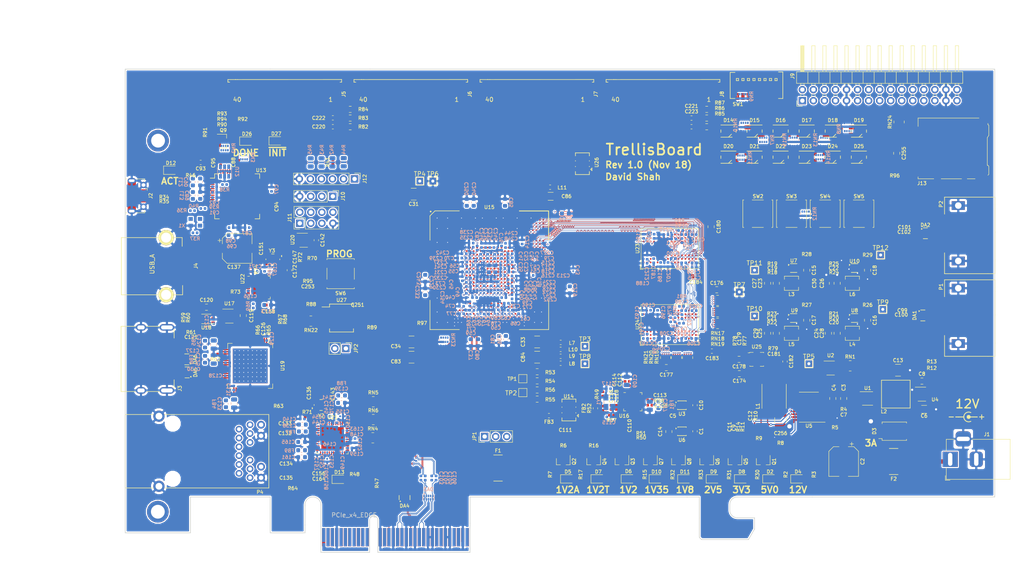
<source format=kicad_pcb>
(kicad_pcb (version 20171130) (host pcbnew 5.0.1)
  (layers (0 F.Cu signal) (1 In1.Cu signal) (2 In2.Cu signal) (3 In3.Cu signal) (4 In4.Cu signal) (5 In5.Cu signal) (6 In6.Cu signal) (31 B.Cu signal) (34 B.Paste user) (35 F.Paste user) (36 B.SilkS user) (37 F.SilkS user) (38 B.Mask user) (39 F.Mask user) (44 Edge.Cuts user))
  (net 0 "")
  (net 1 "/PCIe + SATA/DCU1_REFCLK-")
  (net 2 "/PCIe + SATA/DCU1_REFCLK+")
  (net 3 DDR3_A4)
  (net 4 DDR3_A6)
  (net 5 DDR3_A5)
  (net 6 DDR3_A7)
  (net 7 /DDR3/DDR3_VTT)
  (net 8 "Net-(RN2-Pad5)")
  (net 9 "Net-(RN2-Pad6)")
  (net 10 "Net-(R38-Pad2)")
  (net 11 "Net-(RN2-Pad7)")
  (net 12 +3V3)
  (net 13 /Power/1V2_EN)
  (net 14 /Power/2V5_EN)
  (net 15 /Power/1V35_EN)
  (net 16 "Net-(RN1-Pad4)")
  (net 17 +5V)
  (net 18 "Net-(RN1-Pad5)")
  (net 19 USD_D0)
  (net 20 USD_D3)
  (net 21 USD_CMD)
  (net 22 USD_D2)
  (net 23 "Net-(RN23-Pad1)")
  (net 24 GND)
  (net 25 "/FPGA IO/CFG0")
  (net 26 "Net-(RN23-Pad8)")
  (net 27 "/FPGA IO/CFG1")
  (net 28 "/FPGA IO/CFG2")
  (net 29 "/FPGA IO/FLASH_D3")
  (net 30 "/FPGA IO/FLASH_D1")
  (net 31 "/FPGA IO/FLASH_D2")
  (net 32 "/FPGA IO/FLASH_D0")
  (net 33 DDR3_WE)
  (net 34 DDR3_CKE)
  (net 35 DDR3_CS)
  (net 36 DDR3_ODT)
  (net 37 DDR3_CAS)
  (net 38 DDR3_BA2)
  (net 39 DDR3_RAS)
  (net 40 DDR3_BA1)
  (net 41 DDR3_A12)
  (net 42 DDR3_A14)
  (net 43 DDR3_A13)
  (net 44 DDR3_BA0)
  (net 45 DDR3_A11)
  (net 46 DDR3_A9)
  (net 47 DDR3_A10)
  (net 48 DDR3_A8)
  (net 49 DDR3_A0)
  (net 50 DDR3_A2)
  (net 51 DDR3_A1)
  (net 52 DDR3_A3)
  (net 53 "/HDMI, GbE, USB/ETH_LED2")
  (net 54 ETH_~RESET)
  (net 55 "/HDMI, GbE, USB/ETH_LED1")
  (net 56 RGMII_REF_CLK)
  (net 57 "Net-(D18-Pad4)")
  (net 58 "Net-(D20-Pad4)")
  (net 59 "Net-(D19-Pad4)")
  (net 60 "Net-(D21-Pad4)")
  (net 61 "Net-(D25-Pad4)")
  (net 62 "Net-(D23-Pad4)")
  (net 63 "Net-(D24-Pad4)")
  (net 64 "Net-(D22-Pad4)")
  (net 65 FTDI_D1_RX)
  (net 66 FTDI_~WR)
  (net 67 FTDI_~RD)
  (net 68 FTDI_~SIWU)
  (net 69 RGMII_RXD0)
  (net 70 RGMII_RXD2)
  (net 71 RGMII_RXD1)
  (net 72 RGMII_RXD3)
  (net 73 RGMII_RX_DV)
  (net 74 ETH_MDIO)
  (net 75 RGMII_RX_CLK)
  (net 76 ETH_INT_N)
  (net 77 "Net-(D17-Pad1)")
  (net 78 "Net-(D16-Pad1)")
  (net 79 "Net-(D14-Pad1)")
  (net 80 "Net-(D15-Pad1)")
  (net 81 DIP_SW1)
  (net 82 DIP_SW0)
  (net 83 DIP_SW2)
  (net 84 DIP_SW3)
  (net 85 DIP_SW7)
  (net 86 DIP_SW6)
  (net 87 DIP_SW4)
  (net 88 DIP_SW5)
  (net 89 "Net-(D14-Pad4)")
  (net 90 "Net-(D16-Pad4)")
  (net 91 "Net-(D15-Pad4)")
  (net 92 "Net-(D17-Pad4)")
  (net 93 "Net-(D21-Pad1)")
  (net 94 "Net-(D20-Pad1)")
  (net 95 "Net-(D18-Pad1)")
  (net 96 "Net-(D19-Pad1)")
  (net 97 BTN1)
  (net 98 BTN0)
  (net 99 BTN2)
  (net 100 BTN3)
  (net 101 "Net-(D25-Pad1)")
  (net 102 "Net-(D24-Pad1)")
  (net 103 "Net-(D22-Pad1)")
  (net 104 "Net-(D23-Pad1)")
  (net 105 "/FPGA IO/VCCIO7")
  (net 106 "Net-(R44-Pad2)")
  (net 107 JTAG_TDO)
  (net 108 JTAG_TDI)
  (net 109 "Net-(R43-Pad2)")
  (net 110 "Net-(R42-Pad2)")
  (net 111 JTAG_TCK)
  (net 112 JTAG_TMS)
  (net 113 "Net-(R45-Pad2)")
  (net 114 "/PCIe + SATA/CLKAUXO+")
  (net 115 "/PCIe + SATA/CLK150M-")
  (net 116 +1V8)
  (net 117 +2V5)
  (net 118 "/PCIe + SATA/CLKAUXO-")
  (net 119 "/FPGA IO/VCCIO6")
  (net 120 "/PCIe + SATA/CLK150M+")
  (net 121 CLK_SDA)
  (net 122 "Net-(R36-Pad2)")
  (net 123 FPGA_12MHz)
  (net 124 "/PCIe + SATA/PCIe_REFCLK+")
  (net 125 "/PCIe + SATA/PCIe_REFCLK-")
  (net 126 PCIe_12V)
  (net 127 "Net-(D13-Pad2)")
  (net 128 ~PERST)
  (net 129 "Net-(P3-PadA11)")
  (net 130 "Net-(D12-Pad2)")
  (net 131 "Net-(R40-Pad1)")
  (net 132 "Net-(R39-Pad1)")
  (net 133 "Net-(R38-Pad1)")
  (net 134 "Net-(R12-Pad2)")
  (net 135 "/PCIe + SATA/3V3_C")
  (net 136 "/PCIe + SATA/3V3_CA")
  (net 137 "Net-(R57-Pad1)")
  (net 138 "Net-(R58-Pad2)")
  (net 139 FABRIC_REFCLK)
  (net 140 "/HDMI, GbE, USB/PORT_SCL")
  (net 141 "/HDMI, GbE, USB/PORT_SDA")
  (net 142 "Net-(C121-Pad1)")
  (net 143 "Net-(R62-Pad1)")
  (net 144 /Power/3V3_PG)
  (net 145 "Net-(D27-Pad2)")
  (net 146 "/FPGA IO/~PROGRAM")
  (net 147 "Net-(R80-Pad1)")
  (net 148 "Net-(R81-Pad1)")
  (net 149 "/FPGA IO/FLASH_~CS")
  (net 150 "/FPGA IO/FLASH_CLK")
  (net 151 "/FPGA IO/DONE")
  (net 152 "Net-(Q9-Pad1)")
  (net 153 "Net-(D26-Pad2)")
  (net 154 "Net-(R79-Pad1)")
  (net 155 "/FPGA IO/~INIT")
  (net 156 "Net-(C9-Pad1)")
  (net 157 "Net-(C11-Pad1)")
  (net 158 "Net-(Q2-Pad3)")
  (net 159 "Net-(D5-Pad1)")
  (net 160 /Power/1V2_PG)
  (net 161 USD_D1)
  (net 162 USD_CLK)
  (net 163 "Net-(R97-Pad1)")
  (net 164 "Net-(Q2-Pad1)")
  (net 165 +1V2A)
  (net 166 "Net-(R5-Pad2)")
  (net 167 "Net-(D2-Pad2)")
  (net 168 "Net-(C7-Pad1)")
  (net 169 "Net-(D4-Pad2)")
  (net 170 +12V)
  (net 171 "Net-(R74-Pad1)")
  (net 172 "/Debug Interface/PORT_D-")
  (net 173 "/Debug Interface/FTDI_D-")
  (net 174 "/Debug Interface/FTDI_D+")
  (net 175 "/Debug Interface/PORT_D+")
  (net 176 "Net-(C22-Pad2)")
  (net 177 "Net-(R71-Pad2)")
  (net 178 "/HDMI, GbE, USB/USB_XO")
  (net 179 "/HDMI, GbE, USB/USB_XI")
  (net 180 "Net-(R73-Pad1)")
  (net 181 "/HDMI, GbE, USB/USBA_VBUS")
  (net 182 "/HDMI, GbE, USB/EXTVBUS")
  (net 183 DVI_SCL)
  (net 184 DVI_SDA)
  (net 185 CLK_SCL)
  (net 186 "Net-(R70-Pad1)")
  (net 187 "Net-(C175-Pad2)")
  (net 188 DDR3_CLK+)
  (net 189 "Net-(P4-Pad16)")
  (net 190 "Net-(R66-Pad1)")
  (net 191 "Net-(R65-Pad1)")
  (net 192 "/HDMI, GbE, USB/HDMI_HPD")
  (net 193 DDR3_CLK-)
  (net 194 "Net-(C179-Pad1)")
  (net 195 +1V35)
  (net 196 +1V2)
  (net 197 "Net-(D10-Pad2)")
  (net 198 "Net-(P4-Pad14)")
  (net 199 "Net-(C12-Pad2)")
  (net 200 "Net-(D6-Pad2)")
  (net 201 +1V2T)
  (net 202 "Net-(Q4-Pad1)")
  (net 203 "Net-(Q4-Pad3)")
  (net 204 "Net-(D7-Pad1)")
  (net 205 "Net-(C19-Pad2)")
  (net 206 "Net-(C20-Pad2)")
  (net 207 "Net-(C21-Pad2)")
  (net 208 "/Debug Interface/FTDI_12MHz")
  (net 209 "Net-(D11-Pad2)")
  (net 210 /Power/2V5_PG)
  (net 211 /Power/1V35_PG)
  (net 212 /Power/1V8_PG)
  (net 213 "Net-(D8-Pad2)")
  (net 214 "Net-(D9-Pad2)")
  (net 215 "Net-(C8-Pad2)")
  (net 216 "Net-(C8-Pad1)")
  (net 217 /Power/PWR_EN)
  (net 218 "/HDMI, GbE, USB/HDMI_5V")
  (net 219 "Net-(U17-Pad3)")
  (net 220 "Net-(D9-Pad1)")
  (net 221 "Net-(D11-Pad1)")
  (net 222 "Net-(D26-Pad1)")
  (net 223 "Net-(D2-Pad1)")
  (net 224 "Net-(D6-Pad1)")
  (net 225 "Net-(D10-Pad1)")
  (net 226 "Net-(D8-Pad1)")
  (net 227 "Net-(U1-Pad3)")
  (net 228 DDR3_Vref)
  (net 229 DDR3_Vtt_EN)
  (net 230 "Net-(U5-Pad2)")
  (net 231 "Net-(L1-Pad1)")
  (net 232 "Net-(C11-Pad2)")
  (net 233 "Net-(U13-Pad3)")
  (net 234 "/Debug Interface/Vphy")
  (net 235 "/Debug Interface/Vpll")
  (net 236 "/Debug Interface/JTAG_ACT")
  (net 237 "Net-(U13-Pad22)")
  (net 238 "Net-(U13-Pad23)")
  (net 239 "Net-(U13-Pad24)")
  (net 240 "Net-(U13-Pad26)")
  (net 241 "Net-(U13-Pad27)")
  (net 242 "Net-(U13-Pad28)")
  (net 243 "Net-(U13-Pad29)")
  (net 244 "Net-(U13-Pad30)")
  (net 245 "Net-(U13-Pad32)")
  (net 246 "Net-(U13-Pad33)")
  (net 247 "Net-(U13-Pad34)")
  (net 248 "Net-(U13-Pad36)")
  (net 249 FTDI_D0_TX)
  (net 250 FTDI_D2)
  (net 251 FTDI_D3)
  (net 252 FTDI_D4)
  (net 253 FTDI_D5)
  (net 254 FTDI_D6)
  (net 255 FTDI_D7)
  (net 256 FTDI_~RXF)
  (net 257 "Net-(U13-Pad49)")
  (net 258 "Net-(U13-Pad50)")
  (net 259 FTDI_~TXE)
  (net 260 "Net-(U13-Pad57)")
  (net 261 "Net-(U13-Pad58)")
  (net 262 "Net-(U13-Pad59)")
  (net 263 "Net-(U13-Pad60)")
  (net 264 "/HDMI, GbE, USB/DVI_DVDD")
  (net 265 DVI_DE)
  (net 266 DVI_HSYNC)
  (net 267 DVI_VSYNC)
  (net 268 "Net-(U19-Pad11)")
  (net 269 "/HDMI, GbE, USB/DVI_PVDD")
  (net 270 "/HDMI, GbE, USB/TMDS_CLK-")
  (net 271 "/HDMI, GbE, USB/TMDS_CLK+")
  (net 272 "/HDMI, GbE, USB/DVI_TVDD")
  (net 273 "/HDMI, GbE, USB/TMDS_D0-")
  (net 274 "/HDMI, GbE, USB/TMDS_D0+")
  (net 275 "/HDMI, GbE, USB/TMDS_D1-")
  (net 276 "/HDMI, GbE, USB/TMDS_D1+")
  (net 277 "/HDMI, GbE, USB/TMDS_D2-")
  (net 278 "/HDMI, GbE, USB/TMDS_D2+")
  (net 279 DVI_D23)
  (net 280 DVI_D22)
  (net 281 DVI_D21)
  (net 282 DVI_D20)
  (net 283 DVI_D19)
  (net 284 DVI_D18)
  (net 285 DVI_D17)
  (net 286 DVI_D16)
  (net 287 DVI_D15)
  (net 288 DVI_D14)
  (net 289 DVI_D13)
  (net 290 DVI_D12)
  (net 291 "Net-(U19-Pad49)")
  (net 292 DVI_D11)
  (net 293 DVI_D10)
  (net 294 DVI_D9)
  (net 295 DVI_D8)
  (net 296 DVI_D7)
  (net 297 DVI_D6)
  (net 298 DVI_CLK)
  (net 299 DVI_D5)
  (net 300 DVI_D4)
  (net 301 DVI_D3)
  (net 302 DVI_D2)
  (net 303 DVI_D1)
  (net 304 DVI_D0)
  (net 305 "/HDMI, GbE, USB/AVDDH")
  (net 306 "/HDMI, GbE, USB/MX4-")
  (net 307 "/HDMI, GbE, USB/MX4+")
  (net 308 "/HDMI, GbE, USB/AVDDL")
  (net 309 "/HDMI, GbE, USB/MX3-")
  (net 310 "/HDMI, GbE, USB/MX3+")
  (net 311 "/HDMI, GbE, USB/MX2-")
  (net 312 "/HDMI, GbE, USB/MX2+")
  (net 313 "/HDMI, GbE, USB/MX1-")
  (net 314 "/HDMI, GbE, USB/MX1+")
  (net 315 "Net-(U21-Pad13)")
  (net 316 RGMII_TXD0)
  (net 317 RGMII_TXD1)
  (net 318 RGMII_TXD2)
  (net 319 RGMII_TXD3)
  (net 320 RGMII_TX_CLK)
  (net 321 RGMII_TX_EN)
  (net 322 ETH_MDC)
  (net 323 "Net-(U21-Pad43)")
  (net 324 "/HDMI, GbE, USB/AVDDL_PLL")
  (net 325 "/HDMI, GbE, USB/ETH_XO")
  (net 326 "/HDMI, GbE, USB/ETH_XI")
  (net 327 "Net-(U21-Pad47)")
  (net 328 "Net-(U22-Pad3)")
  (net 329 "Net-(U22-Pad5)")
  (net 330 "/HDMI, GbE, USB/USBA_D+")
  (net 331 "/HDMI, GbE, USB/USBA_D-")
  (net 332 ULPI_RESET)
  (net 333 ULPI_NXT)
  (net 334 ULPI_DIR)
  (net 335 ULPI_STP)
  (net 336 ULPI_CLKO)
  (net 337 "/HDMI, GbE, USB/USB1V8")
  (net 338 ULPI_D7)
  (net 339 ULPI_D6)
  (net 340 ULPI_D5)
  (net 341 ULPI_D4)
  (net 342 ULPI_D3)
  (net 343 ULPI_D2)
  (net 344 ULPI_D1)
  (net 345 ULPI_D0)
  (net 346 "Net-(C117-Pad1)")
  (net 347 "Net-(C115-Pad2)")
  (net 348 CLK_SD_OE)
  (net 349 "Net-(U16-Pad11)")
  (net 350 "Net-(U16-Pad12)")
  (net 351 "/PCIe + SATA/1V8_C")
  (net 352 "Net-(U16-Pad16)")
  (net 353 "/PCIe + SATA/DCU0_REFCLK-")
  (net 354 "/PCIe + SATA/DCU0_REFCLK+")
  (net 355 "Net-(U16-Pad24)")
  (net 356 DDR3_DQ13)
  (net 357 DDR3_DQ15)
  (net 358 DDR3_DQ12)
  (net 359 DDR3_DQS1-)
  (net 360 DDR3_DQ14)
  (net 361 DDR3_DQ11)
  (net 362 DDR3_DQ9)
  (net 363 DDR3_DQS1+)
  (net 364 DDR3_DQ10)
  (net 365 DDR3_DM1)
  (net 366 DDR3_DQ8)
  (net 367 DDR3_DQ0)
  (net 368 DDR3_DM0)
  (net 369 DDR3_DQ2)
  (net 370 DDR3_DQS0+)
  (net 371 DDR3_DQ1)
  (net 372 DDR3_DQ3)
  (net 373 DDR3_DQ6)
  (net 374 DDR3_DQS0-)
  (net 375 DDR3_DQ4)
  (net 376 DDR3_DQ7)
  (net 377 DDR3_DQ5)
  (net 378 "Net-(U23-PadJ1)")
  (net 379 "Net-(U23-PadJ9)")
  (net 380 "Net-(U23-PadL1)")
  (net 381 "Net-(U23-PadL9)")
  (net 382 "Net-(U23-PadM7)")
  (net 383 DDR3_RESET)
  (net 384 "Net-(U24-PadM7)")
  (net 385 "Net-(U24-PadL9)")
  (net 386 "Net-(U24-PadL1)")
  (net 387 "Net-(U24-PadJ9)")
  (net 388 "Net-(U24-PadJ1)")
  (net 389 DDR3_DQ21)
  (net 390 DDR3_DQ23)
  (net 391 DDR3_DQ20)
  (net 392 DDR3_DQS2-)
  (net 393 DDR3_DQ22)
  (net 394 DDR3_DQ19)
  (net 395 DDR3_DQ17)
  (net 396 DDR3_DQS2+)
  (net 397 DDR3_DQ18)
  (net 398 DDR3_DM2)
  (net 399 DDR3_DQ16)
  (net 400 DDR3_DQ24)
  (net 401 DDR3_DM3)
  (net 402 DDR3_DQ26)
  (net 403 DDR3_DQS3+)
  (net 404 DDR3_DQ25)
  (net 405 DDR3_DQ27)
  (net 406 DDR3_DQ30)
  (net 407 DDR3_DQS3-)
  (net 408 DDR3_DQ28)
  (net 409 DDR3_DQ31)
  (net 410 DDR3_DQ29)
  (net 411 "Net-(X1-Pad1)")
  (net 412 "Net-(L4-Pad1)")
  (net 413 "Net-(L5-Pad1)")
  (net 414 "Net-(L3-Pad1)")
  (net 415 "Net-(L6-Pad1)")
  (net 416 "Net-(C111-Pad1)")
  (net 417 "/FPGA Core Power/VCCHTX1")
  (net 418 "/FPGA Core Power/VCCHTX0")
  (net 419 "/FPGA Core Power/VCCA0")
  (net 420 "/FPGA Core Power/VCCAUX")
  (net 421 "/FPGA Core Power/VCCA1")
  (net 422 "/PCIe + SATA/SATA1_A+")
  (net 423 "/PCIe + SATA/SATA1_A-")
  (net 424 "/PCIe + SATA/DCU1_RX1-")
  (net 425 "/PCIe + SATA/DCU1_RX1+")
  (net 426 "/PCIe + SATA/SATA0_A+")
  (net 427 "/PCIe + SATA/SATA0_A-")
  (net 428 "/PCIe + SATA/DCU1_RX0-")
  (net 429 "/PCIe + SATA/DCU1_RX0+")
  (net 430 "/PCIe + SATA/PCIe_HSI0+")
  (net 431 "/PCIe + SATA/PCIe_HSI0-")
  (net 432 "/PCIe + SATA/PCIe_HSI1+")
  (net 433 "/PCIe + SATA/PCIe_HSI1-")
  (net 434 "/PCIe + SATA/DCU0_RX0+")
  (net 435 "/PCIe + SATA/DCU0_RX0-")
  (net 436 "/PCIe + SATA/DCU0_RX1+")
  (net 437 "/PCIe + SATA/DCU0_RX1-")
  (net 438 "Net-(U6-Pad2)")
  (net 439 "Net-(U6-Pad5)")
  (net 440 "Net-(U3-Pad5)")
  (net 441 "Net-(U3-Pad2)")
  (net 442 "Net-(U10-Pad4)")
  (net 443 "Net-(U9-Pad4)")
  (net 444 "Net-(U8-Pad4)")
  (net 445 "Net-(U7-Pad4)")
  (net 446 "Net-(J5-Pad38)")
  (net 447 "/FPGA IO/EXT0_11-")
  (net 448 "/FPGA IO/EXT0_11+")
  (net 449 "/FPGA IO/EXT0_10-")
  (net 450 "/FPGA IO/EXT0_10+")
  (net 451 "/FPGA IO/EXT0_9-")
  (net 452 "/FPGA IO/EXT0_9+")
  (net 453 "/FPGA IO/EXT0_8-")
  (net 454 "/FPGA IO/EXT0_8+")
  (net 455 "/FPGA IO/EXT0_7-")
  (net 456 "/FPGA IO/EXT0_7+")
  (net 457 "/FPGA IO/EXT0_6-")
  (net 458 "/FPGA IO/EXT0_6+")
  (net 459 "/FPGA IO/EXT0_5-")
  (net 460 "/FPGA IO/EXT0_5+")
  (net 461 "/FPGA IO/EXT0_4-")
  (net 462 "/FPGA IO/EXT0_4+")
  (net 463 "/FPGA IO/EXT0_3-")
  (net 464 "/FPGA IO/EXT0_3+")
  (net 465 "/FPGA IO/EXT0_2-")
  (net 466 "/FPGA IO/EXT0_2+")
  (net 467 "/FPGA IO/EXT0_1-")
  (net 468 "/FPGA IO/EXT0_1+")
  (net 469 "/FPGA IO/EXT0_0-")
  (net 470 "/FPGA IO/EXT0_0+")
  (net 471 "/FPGA IO/EXT3_0+")
  (net 472 "/FPGA IO/EXT3_0-")
  (net 473 "/FPGA IO/EXT3_1+")
  (net 474 "/FPGA IO/EXT3_1-")
  (net 475 "/FPGA IO/EXT3_2+")
  (net 476 "/FPGA IO/EXT3_2-")
  (net 477 "/FPGA IO/EXT3_3+")
  (net 478 "/FPGA IO/EXT3_3-")
  (net 479 "/FPGA IO/EXT3_4+")
  (net 480 "/FPGA IO/EXT3_4-")
  (net 481 "/FPGA IO/EXT3_5+")
  (net 482 "/FPGA IO/EXT3_5-")
  (net 483 "/FPGA IO/EXT3_6+")
  (net 484 "/FPGA IO/EXT3_6-")
  (net 485 "/FPGA IO/EXT3_7+")
  (net 486 "/FPGA IO/EXT3_7-")
  (net 487 "/FPGA IO/EXT3_8+")
  (net 488 "/FPGA IO/EXT3_8-")
  (net 489 "/FPGA IO/EXT3_9+")
  (net 490 "/FPGA IO/EXT3_9-")
  (net 491 "/FPGA IO/EXT3_10+")
  (net 492 "/FPGA IO/EXT3_10-")
  (net 493 "/FPGA IO/EXT3_11+")
  (net 494 "/FPGA IO/EXT3_11-")
  (net 495 "Net-(J8-Pad38)")
  (net 496 "Net-(J6-Pad38)")
  (net 497 "/FPGA IO/EXT1_11-")
  (net 498 "/FPGA IO/EXT1_11+")
  (net 499 "/FPGA IO/EXT1_10-")
  (net 500 "/FPGA IO/EXT1_10+")
  (net 501 "/FPGA IO/EXT1_9-")
  (net 502 "/FPGA IO/EXT1_9+")
  (net 503 "/FPGA IO/EXT1_8-")
  (net 504 "/FPGA IO/EXT1_8+")
  (net 505 "/FPGA IO/EXT1_7-")
  (net 506 "/FPGA IO/EXT1_7+")
  (net 507 "/FPGA IO/EXT1_6-")
  (net 508 "/FPGA IO/EXT1_6+")
  (net 509 "/FPGA IO/EXT1_5-")
  (net 510 "/FPGA IO/EXT1_5+")
  (net 511 "/FPGA IO/EXT1_4-")
  (net 512 "/FPGA IO/EXT1_4+")
  (net 513 "/FPGA IO/EXT1_3-")
  (net 514 "/FPGA IO/EXT1_3+")
  (net 515 "/FPGA IO/EXT1_2-")
  (net 516 "/FPGA IO/EXT1_2+")
  (net 517 "/FPGA IO/EXT1_1-")
  (net 518 "/FPGA IO/EXT1_1+")
  (net 519 "/FPGA IO/EXT1_0-")
  (net 520 "/FPGA IO/EXT1_0+")
  (net 521 "/FPGA IO/EXT2_0+")
  (net 522 "/FPGA IO/EXT2_0-")
  (net 523 "/FPGA IO/EXT2_1+")
  (net 524 "/FPGA IO/EXT2_1-")
  (net 525 "/FPGA IO/EXT2_2+")
  (net 526 "/FPGA IO/EXT2_2-")
  (net 527 "/FPGA IO/EXT2_3+")
  (net 528 "/FPGA IO/EXT2_3-")
  (net 529 "/FPGA IO/EXT2_4+")
  (net 530 "/FPGA IO/EXT2_4-")
  (net 531 "/FPGA IO/EXT2_5+")
  (net 532 "/FPGA IO/EXT2_5-")
  (net 533 "/FPGA IO/EXT2_6+")
  (net 534 "/FPGA IO/EXT2_6-")
  (net 535 "/FPGA IO/EXT2_7+")
  (net 536 "/FPGA IO/EXT2_7-")
  (net 537 "/FPGA IO/EXT2_8+")
  (net 538 "/FPGA IO/EXT2_8-")
  (net 539 "/FPGA IO/EXT2_9+")
  (net 540 "/FPGA IO/EXT2_9-")
  (net 541 "/FPGA IO/EXT2_10+")
  (net 542 "/FPGA IO/EXT2_10-")
  (net 543 "/FPGA IO/EXT2_11+")
  (net 544 "/FPGA IO/EXT2_11-")
  (net 545 "Net-(J7-Pad38)")
  (net 546 "Net-(C132-Pad1)")
  (net 547 "Net-(C135-Pad1)")
  (net 548 "Net-(C133-Pad1)")
  (net 549 "Net-(C134-Pad1)")
  (net 550 "Net-(P3-PadB5)")
  (net 551 "Net-(P3-PadB6)")
  (net 552 "Net-(P3-PadB8)")
  (net 553 "Net-(P3-PadB9)")
  (net 554 "Net-(P3-PadB10)")
  (net 555 PCIe_~WAKE)
  (net 556 "Net-(P3-PadB12)")
  (net 557 "/PCIe + SATA/~PRSNT2~_X1")
  (net 558 "Net-(P3-PadB23)")
  (net 559 "Net-(P3-PadB24)")
  (net 560 "Net-(P3-PadB27)")
  (net 561 "Net-(P3-PadB28)")
  (net 562 "Net-(P3-PadB30)")
  (net 563 "/PCIe + SATA/~PRSNT2~_X4")
  (net 564 "/PCIe + SATA/~PRSNT1")
  (net 565 "Net-(P3-PadA5)")
  (net 566 "Net-(P3-PadA6)")
  (net 567 "Net-(P3-PadA7)")
  (net 568 "Net-(P3-PadA8)")
  (net 569 "Net-(P3-PadA9)")
  (net 570 "Net-(P3-PadA10)")
  (net 571 "Net-(P3-PadA19)")
  (net 572 "Net-(P3-PadA25)")
  (net 573 "Net-(P3-PadA26)")
  (net 574 "Net-(P3-PadA29)")
  (net 575 "Net-(P3-PadA30)")
  (net 576 "Net-(P3-PadA32)")
  (net 577 "Net-(U14-Pad2)")
  (net 578 "Net-(U14-Pad1)")
  (net 579 "Net-(U26-Pad1)")
  (net 580 "Net-(U26-Pad2)")
  (net 581 "/FPGA IO/CLK100+")
  (net 582 "/FPGA IO/CLK100-")
  (net 583 "Net-(J3-Pad14)")
  (net 584 "Net-(J3-Pad13)")
  (net 585 LED2)
  (net 586 LED11)
  (net 587 LED10)
  (net 588 LED0)
  (net 589 LED1)
  (net 590 LED3)
  (net 591 LED4)
  (net 592 LED5)
  (net 593 LED6)
  (net 594 LED7)
  (net 595 LED8)
  (net 596 LED9)
  (net 597 "Net-(F2-Pad2)")
  (net 598 "Net-(U15-PadR1)")
  (net 599 "Net-(U15-PadY1)")
  (net 600 "Net-(U15-PadAB1)")
  (net 601 "Net-(U15-PadAC1)")
  (net 602 "Net-(U15-PadAD1)")
  (net 603 "Net-(U15-PadAE1)")
  (net 604 "Net-(U15-PadA2)")
  (net 605 "Net-(U15-PadT2)")
  (net 606 "Net-(U15-PadW2)")
  (net 607 "Net-(U15-PadAB2)")
  (net 608 "Net-(U15-PadAC2)")
  (net 609 "Net-(U15-PadAE2)")
  (net 610 "Net-(U15-PadAG2)")
  (net 611 "Net-(U15-PadA3)")
  (net 612 "Net-(U15-PadV3)")
  (net 613 "Net-(U15-PadW3)")
  (net 614 "Net-(U15-PadY3)")
  (net 615 "Net-(U15-PadAC3)")
  (net 616 "Net-(U15-PadAD3)")
  (net 617 "Net-(U15-PadAE3)")
  (net 618 "Net-(U15-PadAG3)")
  (net 619 "Net-(U15-PadAL3)")
  (net 620 "Net-(U15-PadB4)")
  (net 621 "Net-(U15-PadH4)")
  (net 622 "Net-(U15-PadAC4)")
  (net 623 "Net-(U15-PadA5)")
  (net 624 "Net-(U15-PadL5)")
  (net 625 "Net-(U15-PadW6)")
  (net 626 "Net-(U15-PadD7)")
  (net 627 "Net-(U15-PadE7)")
  (net 628 "Net-(U15-PadAE7)")
  (net 629 "Net-(U15-PadG9)")
  (net 630 "/PCIe + SATA/DCU0_TX0+")
  (net 631 "Net-(U15-PadG10)")
  (net 632 "/PCIe + SATA/DCU0_TX0-")
  (net 633 "Net-(U15-PadG11)")
  (net 634 "/PCIe + SATA/DCU0_TX1+")
  (net 635 "/PCIe + SATA/DCU0_TX1-")
  (net 636 "/FPGA IO/PMOD1_10")
  (net 637 "/FPGA IO/PMOD1_9")
  (net 638 "Net-(U15-PadG14)")
  (net 639 "Net-(U15-PadG15)")
  (net 640 "Net-(U15-PadAK15)")
  (net 641 "Net-(U15-PadG16)")
  (net 642 "Net-(U15-PadAK16)")
  (net 643 "Net-(U15-PadG17)")
  (net 644 "Net-(U15-PadG18)")
  (net 645 "/PCIe + SATA/DCU1_TX0+")
  (net 646 "Net-(U15-PadG19)")
  (net 647 "/PCIe + SATA/DCU1_TX0-")
  (net 648 "/FPGA IO/PMOD1_8")
  (net 649 "/FPGA IO/PMOD1_7")
  (net 650 "/PCIe + SATA/DCU1_TX1+")
  (net 651 "/PCIe + SATA/DCU1_TX1-")
  (net 652 "/FPGA IO/EXIO_5")
  (net 653 "/FPGA IO/EXIO_4")
  (net 654 "/FPGA IO/EXIO_3")
  (net 655 "Net-(U15-PadG22)")
  (net 656 "/FPGA IO/PMOD1_3")
  (net 657 "/FPGA IO/PMOD1_2")
  (net 658 "/FPGA IO/PMOD1_0")
  (net 659 "/FPGA IO/PMOD1_1")
  (net 660 "/FPGA IO/EXIO_2")
  (net 661 "Net-(U15-PadG23)")
  (net 662 "/FPGA IO/EXIO_1")
  (net 663 "/FPGA IO/PMOD0_10")
  (net 664 "/FPGA IO/EXIO_0")
  (net 665 "/FPGA IO/PMOD0_9")
  (net 666 "Net-(U15-PadG24)")
  (net 667 "Net-(U15-PadAG24)")
  (net 668 "Net-(U15-PadAK24)")
  (net 669 "/FPGA IO/PMOD0_8")
  (net 670 "/FPGA IO/PMOD0_3")
  (net 671 "/FPGA IO/PMOD0_7")
  (net 672 "/FPGA IO/PMOD0_2")
  (net 673 "/FPGA IO/PMOD0_1")
  (net 674 "Net-(U15-PadAK25)")
  (net 675 "/FPGA IO/PMOD0_0")
  (net 676 "Net-(U15-PadB26)")
  (net 677 "Net-(U15-PadE26)")
  (net 678 "Net-(U15-PadR26)")
  (net 679 "Net-(U15-PadT26)")
  (net 680 "Net-(U15-PadAE26)")
  (net 681 "Net-(U15-PadH27)")
  (net 682 "Net-(U15-PadJ27)")
  (net 683 "Net-(U15-PadK27)")
  (net 684 "Net-(U15-PadW27)")
  (net 685 "Net-(U15-PadC28)")
  (net 686 "Net-(U15-PadD28)")
  (net 687 "Net-(U15-PadH28)")
  (net 688 "Net-(U15-PadL28)")
  (net 689 "Net-(U15-PadP28)")
  (net 690 "Net-(U15-PadAC28)")
  (net 691 "Net-(U15-PadAE28)")
  (net 692 "Net-(U15-PadC29)")
  (net 693 "Net-(U15-PadH29)")
  (net 694 "Net-(U15-PadP29)")
  (net 695 "Net-(U15-PadAB29)")
  (net 696 "Net-(U15-PadAC29)")
  (net 697 "Net-(U15-PadAE29)")
  (net 698 "Net-(U15-PadAJ29)")
  (net 699 "Net-(U15-PadC30)")
  (net 700 "Net-(U15-PadP30)")
  (net 701 "Net-(U15-PadR30)")
  (net 702 "Net-(U15-PadV30)")
  (net 703 "Net-(U15-PadAB30)")
  (net 704 "Net-(U15-PadAE30)")
  (net 705 "Net-(U15-PadAJ30)")
  (net 706 "Net-(U15-PadA31)")
  (net 707 "Net-(U15-PadP31)")
  (net 708 "Net-(U15-PadAG31)")
  (net 709 "Net-(U15-PadAK31)")
  (net 710 "Net-(U15-PadAG32)")
  (net 711 "Net-(J2-Pad1)")
  (net 712 "Net-(J2-Pad4)")
  (net 713 "Net-(U15-PadN32)")
  (net 714 "Net-(U15-PadT30)")
  (net 715 "Net-(U15-PadAE27)")
  (net 716 "Net-(U15-PadAD27)")
  (net 717 "Net-(U15-PadAD26)")
  (net 718 "Net-(U15-PadF30)")
  (module Capacitor_SMD:C_0201_0603Metric (layer B.Cu) (at 90.2 111.585 90)
    (fp_text reference C149 (at -2.665 0.05 90) (layer B.SilkS) (effects (font (size 0.8 0.8)) (justify mirror)))
    (fp_text value 10n)
    (pad 1 smd roundrect (at -0.32 0 90) (size 0.46 0.4) (layers B.Cu B.Mask) (net 196 +1V2))
    (pad 2 smd roundrect (at 0.32 0 90) (size 0.46 0.4) (layers B.Cu B.Mask) (net 24 GND))
  )
  (module Capacitor_SMD:C_0201_0603Metric (layer B.Cu) (at 85.015 109.9)
    (fp_text reference C146 (at 2.235 0.1) (layer B.SilkS) (effects (font (size 0.8 0.8)) (justify mirror)))
    (fp_text value 10n)
    (pad 2 smd roundrect (at 0.32 0) (size 0.46 0.4) (layers B.Cu B.Mask) (net 24 GND))
    (pad 1 smd roundrect (at -0.32 0) (size 0.46 0.4) (layers B.Cu B.Mask) (net 308 "/HDMI, GbE, USB/AVDDL"))
  )
  (module Capacitor_SMD:C_0201_0603Metric (layer B.Cu) (at 87.2 105.615 90)
    (fp_text reference C145 (at 4.115 -0.7 90) (layer B.SilkS) (effects (font (size 0.8 0.8)) (justify mirror)))
    (fp_text value 10n)
    (pad 1 smd roundrect (at -0.32 0 90) (size 0.46 0.4) (layers B.Cu B.Mask) (net 24 GND))
    (pad 2 smd roundrect (at 0.32 0 90) (size 0.46 0.4) (layers B.Cu B.Mask) (net 324 "/HDMI, GbE, USB/AVDDL_PLL"))
  )
  (module Capacitor_SMD:C_0201_0603Metric (layer B.Cu) (at 84.915 107.4)
    (fp_text reference C144 (at -0.165 -2.4) (layer B.SilkS) (effects (font (size 0.8 0.8)) (justify mirror)))
    (fp_text value 10n)
    (pad 2 smd roundrect (at 0.32 0) (size 0.46 0.4) (layers B.Cu B.Mask) (net 24 GND))
    (pad 1 smd roundrect (at -0.32 0) (size 0.46 0.4) (layers B.Cu B.Mask) (net 308 "/HDMI, GbE, USB/AVDDL"))
  )
  (module Capacitor_SMD:C_0201_0603Metric (layer B.Cu) (at 90.9 108.9 180)
    (fp_text reference C148 (at -2.6 1.15 180) (layer B.SilkS) (effects (font (size 0.8 0.8)) (justify mirror)))
    (fp_text value 10n)
    (pad 1 smd roundrect (at -0.32 0 180) (size 0.46 0.4) (layers B.Cu B.Mask) (net 196 +1V2))
    (pad 2 smd roundrect (at 0.32 0 180) (size 0.46 0.4) (layers B.Cu B.Mask) (net 24 GND))
  )
  (module Capacitor_SMD:C_0201_0603Metric (layer B.Cu) (at 86.7 111.6 90)
    (fp_text reference C160 (at -4.4 -0.2 90) (layer B.SilkS) (effects (font (size 0.8 0.8)) (justify mirror)))
    (fp_text value 10n)
    (pad 2 smd roundrect (at 0.32 0 90) (size 0.46 0.4) (layers B.Cu B.Mask) (net 24 GND))
    (pad 1 smd roundrect (at -0.32 0 90) (size 0.46 0.4) (layers B.Cu B.Mask) (net 12 +3V3))
  )
  (module Capacitor_SMD:C_0201_0603Metric (layer B.Cu) (at 86.7 113.7 270)
    (fp_text reference C158 (at 5.3 0.2 270) (layer B.SilkS) (effects (font (size 0.8 0.8)) (justify mirror)))
    (fp_text value 10n)
    (pad 1 smd roundrect (at -0.32 0 270) (size 0.46 0.4) (layers B.Cu B.Mask) (net 12 +3V3))
    (pad 2 smd roundrect (at 0.32 0 270) (size 0.46 0.4) (layers B.Cu B.Mask) (net 24 GND))
  )
  (module Capacitor_SMD:C_0201_0603Metric (layer B.Cu) (at 84.4 112.1 270)
    (fp_text reference C157 (at 2.4 0.15 270) (layer B.SilkS) (effects (font (size 0.8 0.8)) (justify mirror)))
    (fp_text value 10n)
    (pad 2 smd roundrect (at 0.32 0 270) (size 0.46 0.4) (layers B.Cu B.Mask) (net 24 GND))
    (pad 1 smd roundrect (at -0.32 0 270) (size 0.46 0.4) (layers B.Cu B.Mask) (net 305 "/HDMI, GbE, USB/AVDDH"))
  )
  (module Capacitor_SMD:C_0201_0603Metric (layer B.Cu) (at 90 103.6)
    (fp_text reference C155 (at 0.25 -1.1) (layer B.SilkS) (effects (font (size 0.8 0.8)) (justify mirror)))
    (fp_text value 10n)
    (pad 1 smd roundrect (at -0.32 0) (size 0.46 0.4) (layers B.Cu B.Mask) (net 12 +3V3))
    (pad 2 smd roundrect (at 0.32 0) (size 0.46 0.4) (layers B.Cu B.Mask) (net 24 GND))
  )
  (module Capacitor_SMD:C_0201_0603Metric (layer B.Cu) (at 84.885 105.9)
    (fp_text reference C154 (at -0.135 -2.15) (layer B.SilkS) (effects (font (size 0.8 0.8)) (justify mirror)))
    (fp_text value 10n)
    (pad 2 smd roundrect (at 0.32 0) (size 0.46 0.4) (layers B.Cu B.Mask) (net 24 GND))
    (pad 1 smd roundrect (at -0.32 0) (size 0.46 0.4) (layers B.Cu B.Mask) (net 305 "/HDMI, GbE, USB/AVDDH"))
  )
  (module Capacitor_SMD:C_0201_0603Metric (layer B.Cu) (at 87.8 111.6 90)
    (fp_text reference C153 (at -2.4 -0.05 90) (layer B.SilkS) (effects (font (size 0.8 0.8)) (justify mirror)))
    (fp_text value 10n)
    (pad 1 smd roundrect (at -0.32 0 90) (size 0.46 0.4) (layers B.Cu B.Mask) (net 196 +1V2))
    (pad 2 smd roundrect (at 0.32 0 90) (size 0.46 0.4) (layers B.Cu B.Mask) (net 24 GND))
  )
  (module Capacitor_SMD:C_0201_0603Metric (layer B.Cu) (at 85.7 111.6 90)
    (fp_text reference C152 (at -2.4 -0.2 90) (layer B.SilkS) (effects (font (size 0.8 0.8)) (justify mirror)))
    (fp_text value 10n)
    (pad 2 smd roundrect (at 0.32 0 90) (size 0.46 0.4) (layers B.Cu B.Mask) (net 24 GND))
    (pad 1 smd roundrect (at -0.32 0 90) (size 0.46 0.4) (layers B.Cu B.Mask) (net 196 +1V2))
  )
  (module Capacitor_SMD:C_0201_0603Metric (layer B.Cu) (at 89.9 105.6 270)
    (fp_text reference C150 (at -0.85 -1.6 270) (layer B.SilkS) (effects (font (size 0.8 0.8)) (justify mirror)))
    (fp_text value 10n)
    (pad 1 smd roundrect (at -0.32 0 270) (size 0.46 0.4) (layers B.Cu B.Mask) (net 196 +1V2))
    (pad 2 smd roundrect (at 0.32 0 270) (size 0.46 0.4) (layers B.Cu B.Mask) (net 24 GND))
  )
  (module TestPoint:TestPoint_THTPad_1.5x1.5mm_Drill0.7mm (layer F.Cu) (at 185 70)
    (fp_text reference TP11 (at 0 -1.648) (layer F.SilkS))
    (fp_text value 1.35V)
    (pad 1 thru_hole rect (at 0 0) (size 1.5 1.5) (drill 0.7) (layers *.Cu *.Mask) (net 195 +1V35))
  )
  (module TestPoint:TestPoint_THTPad_1.5x1.5mm_Drill0.7mm (layer F.Cu) (at 146 91.5)
    (fp_text reference TP8 (at 0 -1.648) (layer F.SilkS))
    (fp_text value 1.2VT)
    (pad 1 thru_hole rect (at 0 0) (size 1.5 1.5) (drill 0.7) (layers *.Cu *.Mask) (net 201 +1V2T))
  )
  (module TestPoint:TestPoint_THTPad_1.5x1.5mm_Drill0.7mm (layer F.Cu) (at 214.5 79)
    (fp_text reference TP9 (at 0 -1.648) (layer F.SilkS))
    (fp_text value 3.3V)
    (pad 1 thru_hole rect (at 0 0) (size 1.5 1.5) (drill 0.7) (layers *.Cu *.Mask) (net 12 +3V3))
  )
  (module TestPoint:TestPoint_THTPad_1.5x1.5mm_Drill0.7mm (layer F.Cu) (at 185 80.5)
    (fp_text reference TP10 (at 0 -1.648) (layer F.SilkS))
    (fp_text value 2.5V)
    (pad 1 thru_hole rect (at 0 0) (size 1.5 1.5) (drill 0.7) (layers *.Cu *.Mask) (net 117 +2V5))
  )
  (module TestPoint:TestPoint_THTPad_1.5x1.5mm_Drill0.7mm (layer F.Cu) (at 214 66.5)
    (fp_text reference TP12 (at 0 -1.648) (layer F.SilkS))
    (fp_text value 1.8V)
    (pad 1 thru_hole rect (at 0 0) (size 1.5 1.5) (drill 0.7) (layers *.Cu *.Mask) (net 116 +1V8))
  )
  (module TestPoint:TestPoint_THTPad_1.5x1.5mm_Drill0.7mm (layer F.Cu) (at 197.5 91.5)
    (fp_text reference TP5 (at 0 -1.648) (layer F.SilkS))
    (fp_text value 5V)
    (pad 1 thru_hole rect (at 0 0) (size 1.5 1.5) (drill 0.7) (layers *.Cu *.Mask) (net 17 +5V))
  )
  (module TestPoint:TestPoint_THTPad_1.5x1.5mm_Drill0.7mm (layer F.Cu) (at 108 49.5)
    (fp_text reference TP4 (at 0 -1.648) (layer F.SilkS))
    (fp_text value 1.2V)
    (pad 1 thru_hole rect (at 0 0) (size 1.5 1.5) (drill 0.7) (layers *.Cu *.Mask) (net 196 +1V2))
  )
  (module TestPoint:TestPoint_THTPad_1.5x1.5mm_Drill0.7mm (layer F.Cu) (at 146 87.5)
    (fp_text reference TP3 (at 0 -1.648) (layer F.SilkS))
    (fp_text value 1.2VA)
    (pad 1 thru_hole rect (at 0 0) (size 1.5 1.5) (drill 0.7) (layers *.Cu *.Mask) (net 165 +1V2A))
  )
  (module TestPoint:TestPoint_THTPad_1.5x1.5mm_Drill0.7mm (layer F.Cu) (at 111 49.5)
    (fp_text reference TP6 (at 0 -1.648) (layer F.SilkS))
    (fp_text value GND)
    (pad 1 thru_hole rect (at 0 0) (size 1.5 1.5) (drill 0.7) (layers *.Cu *.Mask) (net 24 GND))
  )
  (module TestPoint:TestPoint_THTPad_1.5x1.5mm_Drill0.7mm (layer F.Cu) (at 181.5 75)
    (fp_text reference TP7 (at 0 -1.648) (layer F.SilkS))
    (fp_text value GND)
    (pad 1 thru_hole rect (at 0 0) (size 1.5 1.5) (drill 0.7) (layers *.Cu *.Mask) (net 24 GND))
  )
  (module "Custom Parts:PCIe_EDGE_x4" (layer F.Cu) (at 92.9 131.4)
    (fp_text reference P3 hide)
    (fp_text value PCIe_x4_EDGE (at 0 -5.08) (layer Edge.Cuts))
    (fp_arc (start 88.15 -6.2) (end 86.4 -6.2) (angle -90) (layer Edge.Cuts) (width 0.15))
    (fp_arc (start 88.15 -7.5) (end 88.15 -9.25) (angle -90) (layer Edge.Cuts) (width 0.15))
    (fp_line (start 90.7 0.55) (end 92.1 -1.88) (layer Edge.Cuts) (width 0.15))
    (fp_line (start 79.9 0.55) (end 79.4 0.05) (layer Edge.Cuts) (width 0.15))
    (fp_line (start 92.1 -4.45) (end 88.15 -4.45) (layer Edge.Cuts) (width 0.15))
    (fp_line (start 86.4 -6.2) (end 86.4 -7.5) (layer Edge.Cuts) (width 0.15))
    (fp_line (start 88.15 -9.25) (end 105.4 -9.25) (layer Edge.Cuts) (width 0.15))
    (fp_line (start 79.4 -4.45) (end 79.4 0.05) (layer Edge.Cuts) (width 0.15))
    (fp_line (start 79.9 0.55) (end 90.71 0.55) (layer Edge.Cuts) (width 0.15))
    (fp_line (start 92.1 -1.88) (end 92.1 -4.45) (layer Edge.Cuts) (width 0.15))
    (fp_line (start 79.4 -9.25) (end 79.4 -4.45) (layer Edge.Cuts) (width 0.15))
    (fp_line (start 76.6 -9.25) (end 79.4 -9.25) (layer Edge.Cuts) (width 0.15))
    (fp_line (start 26.65 -3.2) (end 26.65 -9.25) (layer Edge.Cuts) (width 0.15))
    (fp_line (start 26.65 -9.25) (end 76.65 -9.25) (layer Edge.Cuts) (width 0.15))
    (fp_line (start -52.65 -106.65) (end -52.65 -107.65) (layer Edge.Cuts) (width 0.15))
    (fp_line (start -52.65 -107.65) (end -19.3 -107.65) (layer Edge.Cuts) (width 0.15))
    (fp_line (start -19.3 -1) (end -19.3 -9.25) (layer Edge.Cuts) (width 0.15))
    (fp_line (start -19.3 -9.25) (end -37.65 -9.25) (layer Edge.Cuts) (width 0.15))
    (fp_line (start -37.65 -9.25) (end -37.65 -1) (layer Edge.Cuts) (width 0.15))
    (fp_line (start -37.65 -1) (end -52.65 -1) (layer Edge.Cuts) (width 0.15))
    (fp_line (start -52.65 -1) (end -52.65 -106.65) (layer Edge.Cuts) (width 0.15))
    (fp_line (start -19.3 -107.65) (end 3.7 -107.65) (layer Edge.Cuts) (width 0.15))
    (fp_line (start -11.9 -1) (end -19.3 -1) (layer Edge.Cuts) (width 0.15))
    (fp_line (start -11.3 -7.45) (end -11.3 -7.2) (layer Edge.Cuts) (width 0.15))
    (fp_line (start -11.3 -7.2) (end -11.3 -2.8) (layer Edge.Cuts) (width 0.15))
    (fp_line (start -11.3 -2.8) (end -11.3 -1) (layer Edge.Cuts) (width 0.15))
    (fp_line (start -11.3 -1) (end -11.9 -1) (layer Edge.Cuts) (width 0.15))
    (fp_line (start -7.65 -7.425) (end -7.65 -2.47) (layer Edge.Cuts) (width 0.15))
    (fp_arc (start -9.475 -7.425) (end -11.3 -7.425) (angle 180) (layer Edge.Cuts) (width 0.15))
    (fp_line (start 3.7 -107.65) (end 105.4 -107.65) (layer Edge.Cuts) (width 0.15))
    (fp_line (start -7.65 3.5) (end -6.9 3.5) (layer Edge.Cuts) (width 0.15))
    (fp_line (start -7.65 3.5) (end -7.65 -2.5) (layer Edge.Cuts) (width 0.15))
    (fp_line (start 26.65 3.5) (end 26.65 -3.2) (layer Edge.Cuts) (width 0.15))
    (fp_line (start 5.45 3.5) (end 26.65 3.5) (layer Edge.Cuts) (width 0.15))
    (fp_line (start 3.55 -3.95) (end 3.55 3.5) (layer Edge.Cuts) (width 0.15))
    (fp_line (start 3.55 3.5) (end -6.9 3.5) (layer Edge.Cuts) (width 0.15))
    (fp_line (start 5.45 -3.95) (end 5.45 3.5) (layer Edge.Cuts) (width 0.15))
    (fp_arc (start 4.5 -3.95) (end 3.55 -3.95) (angle 180) (layer Edge.Cuts) (width 0.15))
    (pad B1 smd rect (at -7 0) (size 0.75 4.2) (layers F.Cu F.Mask) (net 126 PCIe_12V))
    (pad B2 smd rect (at -6 0) (size 0.75 4.2) (layers F.Cu F.Mask) (net 126 PCIe_12V))
    (pad B3 smd rect (at -5 0) (size 0.75 4.2) (layers F.Cu F.Mask) (net 126 PCIe_12V))
    (pad B4 smd rect (at -4 0) (size 0.75 4.2) (layers F.Cu F.Mask) (net 24 GND))
    (pad B5 smd rect (at -3 0) (size 0.75 4.2) (layers F.Cu F.Mask) (net 550 "Net-(P3-PadB5)"))
    (pad B6 smd rect (at -2 0) (size 0.75 4.2) (layers F.Cu F.Mask) (net 551 "Net-(P3-PadB6)"))
    (pad B7 smd rect (at -1 0) (size 0.75 4.2) (layers F.Cu F.Mask) (net 24 GND))
    (pad B8 smd rect (at 0 0) (size 0.75 4.2) (layers F.Cu F.Mask) (net 552 "Net-(P3-PadB8)"))
    (pad B9 smd rect (at 1 0) (size 0.75 4.2) (layers F.Cu F.Mask) (net 553 "Net-(P3-PadB9)"))
    (pad B10 smd rect (at 2 0) (size 0.75 4.2) (layers F.Cu F.Mask) (net 554 "Net-(P3-PadB10)"))
    (pad B11 smd rect (at 3 0) (size 0.75 4.2) (layers F.Cu F.Mask) (net 555 PCIe_~WAKE))
    (pad B12 smd rect (at 6 0) (size 0.75 4.2) (layers F.Cu F.Mask) (net 556 "Net-(P3-PadB12)"))
    (pad B13 smd rect (at 7 0) (size 0.75 4.2) (layers F.Cu F.Mask) (net 24 GND))
    (pad B14 smd rect (at 8 0) (size 0.75 4.2) (layers F.Cu F.Mask) (net 434 "/PCIe + SATA/DCU0_RX0+"))
    (pad B15 smd rect (at 9 0) (size 0.75 4.2) (layers F.Cu F.Mask) (net 435 "/PCIe + SATA/DCU0_RX0-"))
    (pad B16 smd rect (at 10 0) (size 0.75 4.2) (layers F.Cu F.Mask) (net 24 GND))
    (pad B17 smd rect (at 11 0) (size 0.75 4.2) (layers F.Cu F.Mask) (net 557 "/PCIe + SATA/~PRSNT2~_X1"))
    (pad B18 smd rect (at 12 0) (size 0.75 4.2) (layers F.Cu F.Mask) (net 24 GND))
    (pad B19 smd rect (at 13 0) (size 0.75 4.2) (layers F.Cu F.Mask) (net 436 "/PCIe + SATA/DCU0_RX1+"))
    (pad B20 smd rect (at 14 0) (size 0.75 4.2) (layers F.Cu F.Mask) (net 437 "/PCIe + SATA/DCU0_RX1-"))
    (pad B21 smd rect (at 15 0) (size 0.75 4.2) (layers F.Cu F.Mask) (net 24 GND))
    (pad B22 smd rect (at 16 0) (size 0.75 4.2) (layers F.Cu F.Mask) (net 24 GND))
    (pad B23 smd rect (at 17 0) (size 0.75 4.2) (layers F.Cu F.Mask) (net 558 "Net-(P3-PadB23)"))
    (pad B24 smd rect (at 18 0) (size 0.75 4.2) (layers F.Cu F.Mask) (net 559 "Net-(P3-PadB24)"))
    (pad B25 smd rect (at 19 0) (size 0.75 4.2) (layers F.Cu F.Mask) (net 24 GND))
    (pad B26 smd rect (at 20 0) (size 0.75 4.2) (layers F.Cu F.Mask) (net 24 GND))
    (pad B27 smd rect (at 21 0) (size 0.75 4.2) (layers F.Cu F.Mask) (net 560 "Net-(P3-PadB27)"))
    (pad B28 smd rect (at 22 0) (size 0.75 4.2) (layers F.Cu F.Mask) (net 561 "Net-(P3-PadB28)"))
    (pad B29 smd rect (at 23 0) (size 0.75 4.2) (layers F.Cu F.Mask) (net 24 GND))
    (pad B30 smd rect (at 24 0) (size 0.75 4.2) (layers F.Cu F.Mask) (net 562 "Net-(P3-PadB30)"))
    (pad B31 smd rect (at 25 -0.5) (size 0.75 3.2) (layers F.Cu F.Mask) (net 563 "/PCIe + SATA/~PRSNT2~_X4"))
    (pad B32 smd rect (at 26 0) (size 0.75 4.2) (layers F.Cu F.Mask) (net 24 GND))
    (pad A1 smd rect (at -7 -0.5) (size 0.75 3.2) (layers B.Cu B.Mask) (net 564 "/PCIe + SATA/~PRSNT1"))
    (pad A2 smd rect (at -6 0) (size 0.75 4.2) (layers B.Cu B.Mask) (net 126 PCIe_12V))
    (pad A3 smd rect (at -5 0) (size 0.75 4.2) (layers B.Cu B.Mask) (net 126 PCIe_12V))
    (pad A4 smd rect (at -4 0) (size 0.75 4.2) (layers B.Cu B.Mask) (net 24 GND))
    (pad A5 smd rect (at -3 0) (size 0.75 4.2) (layers B.Cu B.Mask) (net 565 "Net-(P3-PadA5)"))
    (pad A6 smd rect (at -2 0) (size 0.75 4.2) (layers B.Cu B.Mask) (net 566 "Net-(P3-PadA6)"))
    (pad A7 smd rect (at -1 0) (size 0.75 4.2) (layers B.Cu B.Mask) (net 567 "Net-(P3-PadA7)"))
    (pad A8 smd rect (at 0 0) (size 0.75 4.2) (layers B.Cu B.Mask) (net 568 "Net-(P3-PadA8)"))
    (pad A9 smd rect (at 1 0) (size 0.75 4.2) (layers B.Cu B.Mask) (net 569 "Net-(P3-PadA9)"))
    (pad A10 smd rect (at 2 0) (size 0.75 4.2) (layers B.Cu B.Mask) (net 570 "Net-(P3-PadA10)"))
    (pad A11 smd rect (at 3 0) (size 0.75 4.2) (layers B.Cu B.Mask) (net 129 "Net-(P3-PadA11)"))
    (pad A12 smd rect (at 6 0) (size 0.75 4.2) (layers B.Cu B.Mask) (net 24 GND))
    (pad A13 smd rect (at 7 0) (size 0.75 4.2) (layers B.Cu B.Mask) (net 124 "/PCIe + SATA/PCIe_REFCLK+"))
    (pad A14 smd rect (at 8 0) (size 0.75 4.2) (layers B.Cu B.Mask) (net 125 "/PCIe + SATA/PCIe_REFCLK-"))
    (pad A15 smd rect (at 9 0) (size 0.75 4.2) (layers B.Cu B.Mask) (net 24 GND))
    (pad A16 smd rect (at 10 0) (size 0.75 4.2) (layers B.Cu B.Mask) (net 430 "/PCIe + SATA/PCIe_HSI0+"))
    (pad A17 smd rect (at 11 0) (size 0.75 4.2) (layers B.Cu B.Mask) (net 431 "/PCIe + SATA/PCIe_HSI0-"))
    (pad A18 smd rect (at 12 0) (size 0.75 4.2) (layers B.Cu B.Mask) (net 24 GND))
    (pad A19 smd rect (at 13 0) (size 0.75 4.2) (layers B.Cu B.Mask) (net 571 "Net-(P3-PadA19)"))
    (pad A20 smd rect (at 14 0) (size 0.75 4.2) (layers B.Cu B.Mask) (net 24 GND))
    (pad A21 smd rect (at 15 0) (size 0.75 4.2) (layers B.Cu B.Mask) (net 432 "/PCIe + SATA/PCIe_HSI1+"))
    (pad A22 smd rect (at 16 0) (size 0.75 4.2) (layers B.Cu B.Mask) (net 433 "/PCIe + SATA/PCIe_HSI1-"))
    (pad A23 smd rect (at 17 0) (size 0.75 4.2) (layers B.Cu B.Mask) (net 24 GND))
    (pad A24 smd rect (at 18 0) (size 0.75 4.2) (layers B.Cu B.Mask) (net 24 GND))
    (pad A25 smd rect (at 19 0) (size 0.75 4.2) (layers B.Cu B.Mask) (net 572 "Net-(P3-PadA25)"))
    (pad A26 smd rect (at 20 0) (size 0.75 4.2) (layers B.Cu B.Mask) (net 573 "Net-(P3-PadA26)"))
    (pad A27 smd rect (at 21 0) (size 0.75 4.2) (layers B.Cu B.Mask) (net 24 GND))
    (pad A28 smd rect (at 22 0) (size 0.75 4.2) (layers B.Cu B.Mask) (net 24 GND))
    (pad A29 smd rect (at 23 0) (size 0.75 4.2) (layers B.Cu B.Mask) (net 574 "Net-(P3-PadA29)"))
    (pad A30 smd rect (at 24 0) (size 0.75 4.2) (layers B.Cu B.Mask) (net 575 "Net-(P3-PadA30)"))
    (pad A31 smd rect (at 25 0) (size 0.75 4.2) (layers B.Cu B.Mask) (net 24 GND))
    (pad A32 smd rect (at 26 0) (size 0.75 4.2) (layers B.Cu B.Mask) (net 576 "Net-(P3-PadA32)"))
    (pad M thru_hole circle (at -45.15 -5.85) (size 5 5) (drill 3.18) (layers *.Cu *.Mask))
    (pad M thru_hole circle (at -45.1 -91.2) (size 5 5) (drill 3.18) (layers *.Cu *.Mask))
  )
  (module "Custom Parts:USON10" (layer F.Cu) (at 54.49 93.5 90)
    (fp_text reference DA5 (at 0 1.9 90) (layer F.SilkS) (effects (font (size 0.8 0.8))))
    (fp_text value TPD4E02B04)
    (pad 1 smd rect (at -1 0.38 90) (size 0.3 0.55) (layers F.Cu F.Paste F.Mask) (net 278 "/HDMI, GbE, USB/TMDS_D2+"))
    (pad 2 smd rect (at -0.5 0.38 90) (size 0.3 0.55) (layers F.Cu F.Paste F.Mask) (net 277 "/HDMI, GbE, USB/TMDS_D2-"))
    (pad 3 smd rect (at 0 0.38 90) (size 0.4 0.55) (layers F.Cu F.Paste F.Mask) (net 24 GND))
    (pad 4 smd rect (at 0.5 0.38 90) (size 0.3 0.55) (layers F.Cu F.Paste F.Mask) (net 276 "/HDMI, GbE, USB/TMDS_D1+"))
    (pad 5 smd rect (at 1 0.38 90) (size 0.3 0.55) (layers F.Cu F.Paste F.Mask) (net 275 "/HDMI, GbE, USB/TMDS_D1-"))
    (pad 6 smd rect (at 1 -0.39 90) (size 0.3 0.55) (layers F.Cu F.Paste F.Mask) (net 275 "/HDMI, GbE, USB/TMDS_D1-"))
    (pad 7 smd rect (at 0.5 -0.39 90) (size 0.3 0.55) (layers F.Cu F.Paste F.Mask) (net 276 "/HDMI, GbE, USB/TMDS_D1+"))
    (pad 8 smd rect (at 0 -0.39 90) (size 0.4 0.55) (layers F.Cu F.Paste F.Mask) (net 24 GND))
    (pad 9 smd rect (at -0.5 -0.39 90) (size 0.3 0.55) (layers F.Cu F.Paste F.Mask) (net 277 "/HDMI, GbE, USB/TMDS_D2-"))
    (pad 10 smd rect (at -1 -0.39 90) (size 0.3 0.55) (layers F.Cu F.Paste F.Mask) (net 278 "/HDMI, GbE, USB/TMDS_D2+"))
  )
  (module "Custom Parts:USON10" (layer F.Cu) (at 104.5 122.3)
    (fp_text reference DA4 (at 0 1.9) (layer F.SilkS) (effects (font (size 0.8 0.8))))
    (fp_text value TPD4E02B04)
    (pad 1 smd rect (at -1 0.38) (size 0.3 0.55) (layers F.Cu F.Paste F.Mask) (net 434 "/PCIe + SATA/DCU0_RX0+"))
    (pad 2 smd rect (at -0.5 0.38) (size 0.3 0.55) (layers F.Cu F.Paste F.Mask) (net 435 "/PCIe + SATA/DCU0_RX0-"))
    (pad 3 smd rect (at 0 0.38) (size 0.4 0.55) (layers F.Cu F.Paste F.Mask) (net 24 GND))
    (pad 4 smd rect (at 0.5 0.38) (size 0.3 0.55) (layers F.Cu F.Paste F.Mask) (net 436 "/PCIe + SATA/DCU0_RX1+"))
    (pad 5 smd rect (at 1 0.38) (size 0.3 0.55) (layers F.Cu F.Paste F.Mask) (net 437 "/PCIe + SATA/DCU0_RX1-"))
    (pad 6 smd rect (at 1 -0.39) (size 0.3 0.55) (layers F.Cu F.Paste F.Mask) (net 437 "/PCIe + SATA/DCU0_RX1-"))
    (pad 7 smd rect (at 0.5 -0.39) (size 0.3 0.55) (layers F.Cu F.Paste F.Mask) (net 436 "/PCIe + SATA/DCU0_RX1+"))
    (pad 8 smd rect (at 0 -0.39) (size 0.4 0.55) (layers F.Cu F.Paste F.Mask) (net 24 GND))
    (pad 9 smd rect (at -0.5 -0.39) (size 0.3 0.55) (layers F.Cu F.Paste F.Mask) (net 435 "/PCIe + SATA/DCU0_RX0-"))
    (pad 10 smd rect (at -1 -0.39) (size 0.3 0.55) (layers F.Cu F.Paste F.Mask) (net 434 "/PCIe + SATA/DCU0_RX0+"))
  )
  (module "Custom Parts:USON10" (layer B.Cu) (at 110 122.3)
    (fp_text reference DA3 (at 0 -1.9) (layer B.SilkS) (effects (font (size 0.8 0.8)) (justify mirror)))
    (fp_text value TPD4E02B04)
    (pad 1 smd rect (at -1 -0.38) (size 0.3 0.55) (layers B.Cu B.Paste B.Mask) (net 430 "/PCIe + SATA/PCIe_HSI0+"))
    (pad 2 smd rect (at -0.5 -0.38) (size 0.3 0.55) (layers B.Cu B.Paste B.Mask) (net 431 "/PCIe + SATA/PCIe_HSI0-"))
    (pad 3 smd rect (at 0 -0.38) (size 0.4 0.55) (layers B.Cu B.Paste B.Mask) (net 24 GND))
    (pad 4 smd rect (at 0.5 -0.38) (size 0.3 0.55) (layers B.Cu B.Paste B.Mask) (net 432 "/PCIe + SATA/PCIe_HSI1+"))
    (pad 5 smd rect (at 1 -0.38) (size 0.3 0.55) (layers B.Cu B.Paste B.Mask) (net 433 "/PCIe + SATA/PCIe_HSI1-"))
    (pad 6 smd rect (at 1 0.39) (size 0.3 0.55) (layers B.Cu B.Paste B.Mask) (net 433 "/PCIe + SATA/PCIe_HSI1-"))
    (pad 7 smd rect (at 0.5 0.39) (size 0.3 0.55) (layers B.Cu B.Paste B.Mask) (net 432 "/PCIe + SATA/PCIe_HSI1+"))
    (pad 8 smd rect (at 0 0.39) (size 0.4 0.55) (layers B.Cu B.Paste B.Mask) (net 24 GND))
    (pad 9 smd rect (at -0.5 0.39) (size 0.3 0.55) (layers B.Cu B.Paste B.Mask) (net 431 "/PCIe + SATA/PCIe_HSI0-"))
    (pad 10 smd rect (at -1 0.39) (size 0.3 0.55) (layers B.Cu B.Paste B.Mask) (net 430 "/PCIe + SATA/PCIe_HSI0+"))
  )
  (module "Custom Parts:USON10" (layer F.Cu) (at 223.71 80.4 270)
    (fp_text reference DA1 (at 0 1.9 270) (layer F.SilkS) (effects (font (size 0.8 0.8))))
    (fp_text value TPD4E02B04)
    (pad 1 smd rect (at -1 0.38 270) (size 0.3 0.55) (layers F.Cu F.Paste F.Mask) (net 426 "/PCIe + SATA/SATA0_A+"))
    (pad 2 smd rect (at -0.5 0.38 270) (size 0.3 0.55) (layers F.Cu F.Paste F.Mask) (net 427 "/PCIe + SATA/SATA0_A-"))
    (pad 3 smd rect (at 0 0.38 270) (size 0.4 0.55) (layers F.Cu F.Paste F.Mask) (net 24 GND))
    (pad 4 smd rect (at 0.5 0.38 270) (size 0.3 0.55) (layers F.Cu F.Paste F.Mask) (net 428 "/PCIe + SATA/DCU1_RX0-"))
    (pad 5 smd rect (at 1 0.38 270) (size 0.3 0.55) (layers F.Cu F.Paste F.Mask) (net 429 "/PCIe + SATA/DCU1_RX0+"))
    (pad 6 smd rect (at 1 -0.39 270) (size 0.3 0.55) (layers F.Cu F.Paste F.Mask) (net 429 "/PCIe + SATA/DCU1_RX0+"))
    (pad 7 smd rect (at 0.5 -0.39 270) (size 0.3 0.55) (layers F.Cu F.Paste F.Mask) (net 428 "/PCIe + SATA/DCU1_RX0-"))
    (pad 8 smd rect (at 0 -0.39 270) (size 0.4 0.55) (layers F.Cu F.Paste F.Mask) (net 24 GND))
    (pad 9 smd rect (at -0.5 -0.39 270) (size 0.3 0.55) (layers F.Cu F.Paste F.Mask) (net 427 "/PCIe + SATA/SATA0_A-"))
    (pad 10 smd rect (at -1 -0.39 270) (size 0.3 0.55) (layers F.Cu F.Paste F.Mask) (net 426 "/PCIe + SATA/SATA0_A+"))
  )
  (module "Custom Parts:USON10" (layer F.Cu) (at 54.42 90.5 90)
    (fp_text reference DA6 (at 0 1.9 90) (layer F.SilkS) (effects (font (size 0.8 0.8))))
    (fp_text value TPD4E02B04)
    (pad 1 smd rect (at -1 0.38 90) (size 0.3 0.55) (layers F.Cu F.Paste F.Mask) (net 274 "/HDMI, GbE, USB/TMDS_D0+"))
    (pad 2 smd rect (at -0.5 0.38 90) (size 0.3 0.55) (layers F.Cu F.Paste F.Mask) (net 273 "/HDMI, GbE, USB/TMDS_D0-"))
    (pad 3 smd rect (at 0 0.38 90) (size 0.4 0.55) (layers F.Cu F.Paste F.Mask) (net 24 GND))
    (pad 4 smd rect (at 0.5 0.38 90) (size 0.3 0.55) (layers F.Cu F.Paste F.Mask) (net 271 "/HDMI, GbE, USB/TMDS_CLK+"))
    (pad 5 smd rect (at 1 0.38 90) (size 0.3 0.55) (layers F.Cu F.Paste F.Mask) (net 270 "/HDMI, GbE, USB/TMDS_CLK-"))
    (pad 6 smd rect (at 1 -0.39 90) (size 0.3 0.55) (layers F.Cu F.Paste F.Mask) (net 270 "/HDMI, GbE, USB/TMDS_CLK-"))
    (pad 7 smd rect (at 0.5 -0.39 90) (size 0.3 0.55) (layers F.Cu F.Paste F.Mask) (net 271 "/HDMI, GbE, USB/TMDS_CLK+"))
    (pad 8 smd rect (at 0 -0.39 90) (size 0.4 0.55) (layers F.Cu F.Paste F.Mask) (net 24 GND))
    (pad 9 smd rect (at -0.5 -0.39 90) (size 0.3 0.55) (layers F.Cu F.Paste F.Mask) (net 273 "/HDMI, GbE, USB/TMDS_D0-"))
    (pad 10 smd rect (at -1 -0.39 90) (size 0.3 0.55) (layers F.Cu F.Paste F.Mask) (net 274 "/HDMI, GbE, USB/TMDS_D0+"))
  )
  (module "Custom Parts:USON10" (layer F.Cu) (at 224.3 61.5 270)
    (fp_text reference DA2 (at -1.9 0) (layer F.SilkS) (effects (font (size 0.8 0.8))))
    (fp_text value TPD4E02B04)
    (pad 1 smd rect (at -1 0.38 270) (size 0.3 0.55) (layers F.Cu F.Paste F.Mask) (net 422 "/PCIe + SATA/SATA1_A+"))
    (pad 2 smd rect (at -0.5 0.38 270) (size 0.3 0.55) (layers F.Cu F.Paste F.Mask) (net 423 "/PCIe + SATA/SATA1_A-"))
    (pad 3 smd rect (at 0 0.38 270) (size 0.4 0.55) (layers F.Cu F.Paste F.Mask) (net 24 GND))
    (pad 4 smd rect (at 0.5 0.38 270) (size 0.3 0.55) (layers F.Cu F.Paste F.Mask) (net 424 "/PCIe + SATA/DCU1_RX1-"))
    (pad 5 smd rect (at 1 0.38 270) (size 0.3 0.55) (layers F.Cu F.Paste F.Mask) (net 425 "/PCIe + SATA/DCU1_RX1+"))
    (pad 6 smd rect (at 1 -0.39 270) (size 0.3 0.55) (layers F.Cu F.Paste F.Mask) (net 425 "/PCIe + SATA/DCU1_RX1+"))
    (pad 7 smd rect (at 0.5 -0.39 270) (size 0.3 0.55) (layers F.Cu F.Paste F.Mask) (net 424 "/PCIe + SATA/DCU1_RX1-"))
    (pad 8 smd rect (at 0 -0.39 270) (size 0.4 0.55) (layers F.Cu F.Paste F.Mask) (net 24 GND))
    (pad 9 smd rect (at -0.5 -0.39 270) (size 0.3 0.55) (layers F.Cu F.Paste F.Mask) (net 423 "/PCIe + SATA/SATA1_A-"))
    (pad 10 smd rect (at -1 -0.39 270) (size 0.3 0.55) (layers F.Cu F.Paste F.Mask) (net 422 "/PCIe + SATA/SATA1_A+"))
  )
  (module "Custom Parts:TI_VSON-HR_1.5x2mm_p0.5mm" (layer F.Cu) (at 194 69.5)
    (fp_text reference U7 (at 0 -1.7) (layer F.SilkS) (effects (font (size 0.8 0.8))))
    (fp_text value TPS62823)
    (pad 1 smd roundrect (at -0.675 -0.75) (size 0.55 0.25) (layers F.Cu F.Paste F.Mask) (roundrect_rratio 0.2) (net 15 /Power/1V35_EN))
    (pad 2 smd roundrect (at -0.675 -0.25) (size 0.55 0.25) (layers F.Cu F.Paste F.Mask) (roundrect_rratio 0.2) (net 205 "Net-(C19-Pad2)"))
    (pad 3 smd roundrect (at -0.675 0.25) (size 0.55 0.25) (layers F.Cu F.Paste F.Mask) (roundrect_rratio 0.2) (net 24 GND))
    (pad 4 smd roundrect (at -0.675 0.75) (size 0.55 0.25) (layers F.Cu F.Paste F.Mask) (roundrect_rratio 0.2) (net 445 "Net-(U7-Pad4)"))
    (pad 5 smd roundrect (at 0.675 0.75) (size 0.55 0.25) (layers F.Cu F.Paste F.Mask) (roundrect_rratio 0.2) (net 24 GND))
    (pad 6 smd roundrect (at 0.675 0.25) (size 0.55 0.25) (layers F.Cu F.Paste F.Mask) (roundrect_rratio 0.2) (net 414 "Net-(L3-Pad1)"))
    (pad 7 smd roundrect (at 0.675 -0.25) (size 0.55 0.25) (layers F.Cu F.Paste F.Mask) (roundrect_rratio 0.2) (net 17 +5V))
    (pad 8 smd roundrect (at 0.675 -0.75) (size 0.55 0.25) (layers F.Cu F.Paste F.Mask) (roundrect_rratio 0.2) (net 211 /Power/1V35_PG))
  )
  (module "Custom Parts:TI_VSON-HR_1.5x2mm_p0.5mm" (layer F.Cu) (at 208 81)
    (fp_text reference U8 (at 0 -1.75) (layer F.SilkS) (effects (font (size 0.8 0.8))))
    (fp_text value TPS62823)
    (pad 1 smd roundrect (at -0.675 -0.75) (size 0.55 0.25) (layers F.Cu F.Paste F.Mask) (roundrect_rratio 0.2) (net 15 /Power/1V35_EN))
    (pad 2 smd roundrect (at -0.675 -0.25) (size 0.55 0.25) (layers F.Cu F.Paste F.Mask) (roundrect_rratio 0.2) (net 206 "Net-(C20-Pad2)"))
    (pad 3 smd roundrect (at -0.675 0.25) (size 0.55 0.25) (layers F.Cu F.Paste F.Mask) (roundrect_rratio 0.2) (net 24 GND))
    (pad 4 smd roundrect (at -0.675 0.75) (size 0.55 0.25) (layers F.Cu F.Paste F.Mask) (roundrect_rratio 0.2) (net 444 "Net-(U8-Pad4)"))
    (pad 5 smd roundrect (at 0.675 0.75) (size 0.55 0.25) (layers F.Cu F.Paste F.Mask) (roundrect_rratio 0.2) (net 24 GND))
    (pad 6 smd roundrect (at 0.675 0.25) (size 0.55 0.25) (layers F.Cu F.Paste F.Mask) (roundrect_rratio 0.2) (net 412 "Net-(L4-Pad1)"))
    (pad 7 smd roundrect (at 0.675 -0.25) (size 0.55 0.25) (layers F.Cu F.Paste F.Mask) (roundrect_rratio 0.2) (net 17 +5V))
    (pad 8 smd roundrect (at 0.675 -0.75) (size 0.55 0.25) (layers F.Cu F.Paste F.Mask) (roundrect_rratio 0.2) (net 144 /Power/3V3_PG))
  )
  (module "Custom Parts:TI_VSON-HR_1.5x2mm_p0.5mm" (layer F.Cu) (at 194 81)
    (fp_text reference U9 (at 0.175 -1.75) (layer F.SilkS) (effects (font (size 0.8 0.8))))
    (fp_text value TPS62823)
    (pad 1 smd roundrect (at -0.675 -0.75) (size 0.55 0.25) (layers F.Cu F.Paste F.Mask) (roundrect_rratio 0.2) (net 14 /Power/2V5_EN))
    (pad 2 smd roundrect (at -0.675 -0.25) (size 0.55 0.25) (layers F.Cu F.Paste F.Mask) (roundrect_rratio 0.2) (net 207 "Net-(C21-Pad2)"))
    (pad 3 smd roundrect (at -0.675 0.25) (size 0.55 0.25) (layers F.Cu F.Paste F.Mask) (roundrect_rratio 0.2) (net 24 GND))
    (pad 4 smd roundrect (at -0.675 0.75) (size 0.55 0.25) (layers F.Cu F.Paste F.Mask) (roundrect_rratio 0.2) (net 443 "Net-(U9-Pad4)"))
    (pad 5 smd roundrect (at 0.675 0.75) (size 0.55 0.25) (layers F.Cu F.Paste F.Mask) (roundrect_rratio 0.2) (net 24 GND))
    (pad 6 smd roundrect (at 0.675 0.25) (size 0.55 0.25) (layers F.Cu F.Paste F.Mask) (roundrect_rratio 0.2) (net 413 "Net-(L5-Pad1)"))
    (pad 7 smd roundrect (at 0.675 -0.25) (size 0.55 0.25) (layers F.Cu F.Paste F.Mask) (roundrect_rratio 0.2) (net 17 +5V))
    (pad 8 smd roundrect (at 0.675 -0.75) (size 0.55 0.25) (layers F.Cu F.Paste F.Mask) (roundrect_rratio 0.2) (net 210 /Power/2V5_PG))
  )
  (module "Custom Parts:TI_VSON-HR_1.5x2mm_p0.5mm" (layer F.Cu) (at 208 69.5)
    (fp_text reference U10 (at 0 -1.6) (layer F.SilkS) (effects (font (size 0.8 0.8))))
    (fp_text value TPS62823)
    (pad 1 smd roundrect (at -0.675 -0.75) (size 0.55 0.25) (layers F.Cu F.Paste F.Mask) (roundrect_rratio 0.2) (net 15 /Power/1V35_EN))
    (pad 2 smd roundrect (at -0.675 -0.25) (size 0.55 0.25) (layers F.Cu F.Paste F.Mask) (roundrect_rratio 0.2) (net 176 "Net-(C22-Pad2)"))
    (pad 3 smd roundrect (at -0.675 0.25) (size 0.55 0.25) (layers F.Cu F.Paste F.Mask) (roundrect_rratio 0.2) (net 24 GND))
    (pad 4 smd roundrect (at -0.675 0.75) (size 0.55 0.25) (layers F.Cu F.Paste F.Mask) (roundrect_rratio 0.2) (net 442 "Net-(U10-Pad4)"))
    (pad 5 smd roundrect (at 0.675 0.75) (size 0.55 0.25) (layers F.Cu F.Paste F.Mask) (roundrect_rratio 0.2) (net 24 GND))
    (pad 6 smd roundrect (at 0.675 0.25) (size 0.55 0.25) (layers F.Cu F.Paste F.Mask) (roundrect_rratio 0.2) (net 415 "Net-(L6-Pad1)"))
    (pad 7 smd roundrect (at 0.675 -0.25) (size 0.55 0.25) (layers F.Cu F.Paste F.Mask) (roundrect_rratio 0.2) (net 17 +5V))
    (pad 8 smd roundrect (at 0.675 -0.75) (size 0.55 0.25) (layers F.Cu F.Paste F.Mask) (roundrect_rratio 0.2) (net 212 /Power/1V8_PG))
  )
  (module "Custom Parts:TE_FPC_40pin_p0.5mm_4-1734839-0" (layer F.Cu) (at 135 30 180)
    (fp_text reference J7 (at -13.5 0.5 270) (layer F.SilkS) (effects (font (size 0.8 0.8))))
    (fp_text value EXT2)
    (fp_text user 1 (at -10.5 -0.75 180) (layer F.SilkS))
    (fp_text user 40 (at 11 -0.75 180) (layer F.SilkS))
    (pad "" smd rect (at -11.42 1.7 180) (size 2.3 3.1) (layers F.Cu F.Paste F.Mask))
    (pad "" smd rect (at 11.42 1.7 180) (size 2.3 3.1) (layers F.Cu F.Paste F.Mask))
    (pad 40 smd rect (at 9.75 0 180) (size 0.3 1.1) (layers F.Cu F.Paste F.Mask) (net 105 "/FPGA IO/VCCIO7"))
    (pad 39 smd rect (at 9.25 0 180) (size 0.3 1.1) (layers F.Cu F.Paste F.Mask) (net 105 "/FPGA IO/VCCIO7"))
    (pad 38 smd rect (at 8.75 0 180) (size 0.3 1.1) (layers F.Cu F.Paste F.Mask) (net 545 "Net-(J7-Pad38)"))
    (pad 37 smd rect (at 8.25 0 180) (size 0.3 1.1) (layers F.Cu F.Paste F.Mask) (net 544 "/FPGA IO/EXT2_11-"))
    (pad 36 smd rect (at 7.75 0 180) (size 0.3 1.1) (layers F.Cu F.Paste F.Mask) (net 543 "/FPGA IO/EXT2_11+"))
    (pad 35 smd rect (at 7.25 0 180) (size 0.3 1.1) (layers F.Cu F.Paste F.Mask) (net 24 GND))
    (pad 34 smd rect (at 6.75 0 180) (size 0.3 1.1) (layers F.Cu F.Paste F.Mask) (net 542 "/FPGA IO/EXT2_10-"))
    (pad 33 smd rect (at 6.25 0 180) (size 0.3 1.1) (layers F.Cu F.Paste F.Mask) (net 541 "/FPGA IO/EXT2_10+"))
    (pad 32 smd rect (at 5.75 0 180) (size 0.3 1.1) (layers F.Cu F.Paste F.Mask) (net 24 GND))
    (pad 31 smd rect (at 5.25 0 180) (size 0.3 1.1) (layers F.Cu F.Paste F.Mask) (net 540 "/FPGA IO/EXT2_9-"))
    (pad 30 smd rect (at 4.75 0 180) (size 0.3 1.1) (layers F.Cu F.Paste F.Mask) (net 539 "/FPGA IO/EXT2_9+"))
    (pad 29 smd rect (at 4.25 0 180) (size 0.3 1.1) (layers F.Cu F.Paste F.Mask) (net 24 GND))
    (pad 28 smd rect (at 3.75 0 180) (size 0.3 1.1) (layers F.Cu F.Paste F.Mask) (net 538 "/FPGA IO/EXT2_8-"))
    (pad 27 smd rect (at 3.25 0 180) (size 0.3 1.1) (layers F.Cu F.Paste F.Mask) (net 537 "/FPGA IO/EXT2_8+"))
    (pad 26 smd rect (at 2.75 0 180) (size 0.3 1.1) (layers F.Cu F.Paste F.Mask) (net 24 GND))
    (pad 25 smd rect (at 2.25 0 180) (size 0.3 1.1) (layers F.Cu F.Paste F.Mask) (net 536 "/FPGA IO/EXT2_7-"))
    (pad 24 smd rect (at 1.75 0 180) (size 0.3 1.1) (layers F.Cu F.Paste F.Mask) (net 535 "/FPGA IO/EXT2_7+"))
    (pad 23 smd rect (at 1.25 0 180) (size 0.3 1.1) (layers F.Cu F.Paste F.Mask) (net 24 GND))
    (pad 22 smd rect (at 0.75 0 180) (size 0.3 1.1) (layers F.Cu F.Paste F.Mask) (net 534 "/FPGA IO/EXT2_6-"))
    (pad 21 smd rect (at 0.25 0 180) (size 0.3 1.1) (layers F.Cu F.Paste F.Mask) (net 533 "/FPGA IO/EXT2_6+"))
    (pad 20 smd rect (at -0.25 0 180) (size 0.3 1.1) (layers F.Cu F.Paste F.Mask) (net 24 GND))
    (pad 19 smd rect (at -0.75 0 180) (size 0.3 1.1) (layers F.Cu F.Paste F.Mask) (net 532 "/FPGA IO/EXT2_5-"))
    (pad 18 smd rect (at -1.25 0 180) (size 0.3 1.1) (layers F.Cu F.Paste F.Mask) (net 531 "/FPGA IO/EXT2_5+"))
    (pad 17 smd rect (at -1.75 0 180) (size 0.3 1.1) (layers F.Cu F.Paste F.Mask) (net 24 GND))
    (pad 16 smd rect (at -2.25 0 180) (size 0.3 1.1) (layers F.Cu F.Paste F.Mask) (net 530 "/FPGA IO/EXT2_4-"))
    (pad 15 smd rect (at -2.75 0 180) (size 0.3 1.1) (layers F.Cu F.Paste F.Mask) (net 529 "/FPGA IO/EXT2_4+"))
    (pad 14 smd rect (at -3.25 0 180) (size 0.3 1.1) (layers F.Cu F.Paste F.Mask) (net 24 GND))
    (pad 13 smd rect (at -3.75 0 180) (size 0.3 1.1) (layers F.Cu F.Paste F.Mask) (net 528 "/FPGA IO/EXT2_3-"))
    (pad 12 smd rect (at -4.25 0 180) (size 0.3 1.1) (layers F.Cu F.Paste F.Mask) (net 527 "/FPGA IO/EXT2_3+"))
    (pad 11 smd rect (at -4.75 0 180) (size 0.3 1.1) (layers F.Cu F.Paste F.Mask) (net 24 GND))
    (pad 10 smd rect (at -5.25 0 180) (size 0.3 1.1) (layers F.Cu F.Paste F.Mask) (net 526 "/FPGA IO/EXT2_2-"))
    (pad 9 smd rect (at -5.75 0 180) (size 0.3 1.1) (layers F.Cu F.Paste F.Mask) (net 525 "/FPGA IO/EXT2_2+"))
    (pad 8 smd rect (at -6.25 0 180) (size 0.3 1.1) (layers F.Cu F.Paste F.Mask) (net 24 GND))
    (pad 7 smd rect (at -6.75 0 180) (size 0.3 1.1) (layers F.Cu F.Paste F.Mask) (net 524 "/FPGA IO/EXT2_1-"))
    (pad 6 smd rect (at -7.25 0 180) (size 0.3 1.1) (layers F.Cu F.Paste F.Mask) (net 523 "/FPGA IO/EXT2_1+"))
    (pad 5 smd rect (at -7.75 0 180) (size 0.3 1.1) (layers F.Cu F.Paste F.Mask) (net 24 GND))
    (pad 4 smd rect (at -8.25 0 180) (size 0.3 1.1) (layers F.Cu F.Paste F.Mask) (net 522 "/FPGA IO/EXT2_0-"))
    (pad 3 smd rect (at -8.75 0 180) (size 0.3 1.1) (layers F.Cu F.Paste F.Mask) (net 521 "/FPGA IO/EXT2_0+"))
    (pad 2 smd rect (at -9.25 0 180) (size 0.3 1.1) (layers F.Cu F.Paste F.Mask) (net 105 "/FPGA IO/VCCIO7"))
    (pad 1 smd rect (at -9.75 0 180) (size 0.3 1.1) (layers F.Cu F.Paste F.Mask) (net 105 "/FPGA IO/VCCIO7"))
  )
  (module "Custom Parts:TE_FPC_40pin_p0.5mm_4-1734839-0" (layer F.Cu) (at 106 30 180)
    (fp_text reference J6 (at -13.5 0.5 270) (layer F.SilkS) (effects (font (size 0.8 0.8))))
    (fp_text value EXT1)
    (fp_text user 1 (at -10.5 -0.75 180) (layer F.SilkS))
    (fp_text user 40 (at 11 -0.75 180) (layer F.SilkS))
    (pad "" smd rect (at -11.42 1.7 180) (size 2.3 3.1) (layers F.Cu F.Paste F.Mask))
    (pad "" smd rect (at 11.42 1.7 180) (size 2.3 3.1) (layers F.Cu F.Paste F.Mask))
    (pad 40 smd rect (at 9.75 0 180) (size 0.3 1.1) (layers F.Cu F.Paste F.Mask) (net 119 "/FPGA IO/VCCIO6"))
    (pad 39 smd rect (at 9.25 0 180) (size 0.3 1.1) (layers F.Cu F.Paste F.Mask) (net 119 "/FPGA IO/VCCIO6"))
    (pad 38 smd rect (at 8.75 0 180) (size 0.3 1.1) (layers F.Cu F.Paste F.Mask) (net 496 "Net-(J6-Pad38)"))
    (pad 37 smd rect (at 8.25 0 180) (size 0.3 1.1) (layers F.Cu F.Paste F.Mask) (net 497 "/FPGA IO/EXT1_11-"))
    (pad 36 smd rect (at 7.75 0 180) (size 0.3 1.1) (layers F.Cu F.Paste F.Mask) (net 498 "/FPGA IO/EXT1_11+"))
    (pad 35 smd rect (at 7.25 0 180) (size 0.3 1.1) (layers F.Cu F.Paste F.Mask) (net 24 GND))
    (pad 34 smd rect (at 6.75 0 180) (size 0.3 1.1) (layers F.Cu F.Paste F.Mask) (net 499 "/FPGA IO/EXT1_10-"))
    (pad 33 smd rect (at 6.25 0 180) (size 0.3 1.1) (layers F.Cu F.Paste F.Mask) (net 500 "/FPGA IO/EXT1_10+"))
    (pad 32 smd rect (at 5.75 0 180) (size 0.3 1.1) (layers F.Cu F.Paste F.Mask) (net 24 GND))
    (pad 31 smd rect (at 5.25 0 180) (size 0.3 1.1) (layers F.Cu F.Paste F.Mask) (net 501 "/FPGA IO/EXT1_9-"))
    (pad 30 smd rect (at 4.75 0 180) (size 0.3 1.1) (layers F.Cu F.Paste F.Mask) (net 502 "/FPGA IO/EXT1_9+"))
    (pad 29 smd rect (at 4.25 0 180) (size 0.3 1.1) (layers F.Cu F.Paste F.Mask) (net 24 GND))
    (pad 28 smd rect (at 3.75 0 180) (size 0.3 1.1) (layers F.Cu F.Paste F.Mask) (net 503 "/FPGA IO/EXT1_8-"))
    (pad 27 smd rect (at 3.25 0 180) (size 0.3 1.1) (layers F.Cu F.Paste F.Mask) (net 504 "/FPGA IO/EXT1_8+"))
    (pad 26 smd rect (at 2.75 0 180) (size 0.3 1.1) (layers F.Cu F.Paste F.Mask) (net 24 GND))
    (pad 25 smd rect (at 2.25 0 180) (size 0.3 1.1) (layers F.Cu F.Paste F.Mask) (net 505 "/FPGA IO/EXT1_7-"))
    (pad 24 smd rect (at 1.75 0 180) (size 0.3 1.1) (layers F.Cu F.Paste F.Mask) (net 506 "/FPGA IO/EXT1_7+"))
    (pad 23 smd rect (at 1.25 0 180) (size 0.3 1.1) (layers F.Cu F.Paste F.Mask) (net 24 GND))
    (pad 22 smd rect (at 0.75 0 180) (size 0.3 1.1) (layers F.Cu F.Paste F.Mask) (net 507 "/FPGA IO/EXT1_6-"))
    (pad 21 smd rect (at 0.25 0 180) (size 0.3 1.1) (layers F.Cu F.Paste F.Mask) (net 508 "/FPGA IO/EXT1_6+"))
    (pad 20 smd rect (at -0.25 0 180) (size 0.3 1.1) (layers F.Cu F.Paste F.Mask) (net 24 GND))
    (pad 19 smd rect (at -0.75 0 180) (size 0.3 1.1) (layers F.Cu F.Paste F.Mask) (net 509 "/FPGA IO/EXT1_5-"))
    (pad 18 smd rect (at -1.25 0 180) (size 0.3 1.1) (layers F.Cu F.Paste F.Mask) (net 510 "/FPGA IO/EXT1_5+"))
    (pad 17 smd rect (at -1.75 0 180) (size 0.3 1.1) (layers F.Cu F.Paste F.Mask) (net 24 GND))
    (pad 16 smd rect (at -2.25 0 180) (size 0.3 1.1) (layers F.Cu F.Paste F.Mask) (net 511 "/FPGA IO/EXT1_4-"))
    (pad 15 smd rect (at -2.75 0 180) (size 0.3 1.1) (layers F.Cu F.Paste F.Mask) (net 512 "/FPGA IO/EXT1_4+"))
    (pad 14 smd rect (at -3.25 0 180) (size 0.3 1.1) (layers F.Cu F.Paste F.Mask) (net 24 GND))
    (pad 13 smd rect (at -3.75 0 180) (size 0.3 1.1) (layers F.Cu F.Paste F.Mask) (net 513 "/FPGA IO/EXT1_3-"))
    (pad 12 smd rect (at -4.25 0 180) (size 0.3 1.1) (layers F.Cu F.Paste F.Mask) (net 514 "/FPGA IO/EXT1_3+"))
    (pad 11 smd rect (at -4.75 0 180) (size 0.3 1.1) (layers F.Cu F.Paste F.Mask) (net 24 GND))
    (pad 10 smd rect (at -5.25 0 180) (size 0.3 1.1) (layers F.Cu F.Paste F.Mask) (net 515 "/FPGA IO/EXT1_2-"))
    (pad 9 smd rect (at -5.75 0 180) (size 0.3 1.1) (layers F.Cu F.Paste F.Mask) (net 516 "/FPGA IO/EXT1_2+"))
    (pad 8 smd rect (at -6.25 0 180) (size 0.3 1.1) (layers F.Cu F.Paste F.Mask) (net 24 GND))
    (pad 7 smd rect (at -6.75 0 180) (size 0.3 1.1) (layers F.Cu F.Paste F.Mask) (net 517 "/FPGA IO/EXT1_1-"))
    (pad 6 smd rect (at -7.25 0 180) (size 0.3 1.1) (layers F.Cu F.Paste F.Mask) (net 518 "/FPGA IO/EXT1_1+"))
    (pad 5 smd rect (at -7.75 0 180) (size 0.3 1.1) (layers F.Cu F.Paste F.Mask) (net 24 GND))
    (pad 4 smd rect (at -8.25 0 180) (size 0.3 1.1) (layers F.Cu F.Paste F.Mask) (net 519 "/FPGA IO/EXT1_0-"))
    (pad 3 smd rect (at -8.75 0 180) (size 0.3 1.1) (layers F.Cu F.Paste F.Mask) (net 520 "/FPGA IO/EXT1_0+"))
    (pad 2 smd rect (at -9.25 0 180) (size 0.3 1.1) (layers F.Cu F.Paste F.Mask) (net 119 "/FPGA IO/VCCIO6"))
    (pad 1 smd rect (at -9.75 0 180) (size 0.3 1.1) (layers F.Cu F.Paste F.Mask) (net 119 "/FPGA IO/VCCIO6"))
  )
  (module "Custom Parts:TE_FPC_40pin_p0.5mm_4-1734839-0" (layer F.Cu) (at 164 30 180)
    (fp_text reference J8 (at -13.5 0.5 270) (layer F.SilkS) (effects (font (size 0.8 0.8))))
    (fp_text value EXT3)
    (fp_text user 1 (at -10.5 -0.75 180) (layer F.SilkS))
    (fp_text user 40 (at 11 -0.75 180) (layer F.SilkS))
    (pad "" smd rect (at -11.42 1.7 180) (size 2.3 3.1) (layers F.Cu F.Paste F.Mask))
    (pad "" smd rect (at 11.42 1.7 180) (size 2.3 3.1) (layers F.Cu F.Paste F.Mask))
    (pad 40 smd rect (at 9.75 0 180) (size 0.3 1.1) (layers F.Cu F.Paste F.Mask) (net 105 "/FPGA IO/VCCIO7"))
    (pad 39 smd rect (at 9.25 0 180) (size 0.3 1.1) (layers F.Cu F.Paste F.Mask) (net 105 "/FPGA IO/VCCIO7"))
    (pad 38 smd rect (at 8.75 0 180) (size 0.3 1.1) (layers F.Cu F.Paste F.Mask) (net 495 "Net-(J8-Pad38)"))
    (pad 37 smd rect (at 8.25 0 180) (size 0.3 1.1) (layers F.Cu F.Paste F.Mask) (net 494 "/FPGA IO/EXT3_11-"))
    (pad 36 smd rect (at 7.75 0 180) (size 0.3 1.1) (layers F.Cu F.Paste F.Mask) (net 493 "/FPGA IO/EXT3_11+"))
    (pad 35 smd rect (at 7.25 0 180) (size 0.3 1.1) (layers F.Cu F.Paste F.Mask) (net 24 GND))
    (pad 34 smd rect (at 6.75 0 180) (size 0.3 1.1) (layers F.Cu F.Paste F.Mask) (net 492 "/FPGA IO/EXT3_10-"))
    (pad 33 smd rect (at 6.25 0 180) (size 0.3 1.1) (layers F.Cu F.Paste F.Mask) (net 491 "/FPGA IO/EXT3_10+"))
    (pad 32 smd rect (at 5.75 0 180) (size 0.3 1.1) (layers F.Cu F.Paste F.Mask) (net 24 GND))
    (pad 31 smd rect (at 5.25 0 180) (size 0.3 1.1) (layers F.Cu F.Paste F.Mask) (net 490 "/FPGA IO/EXT3_9-"))
    (pad 30 smd rect (at 4.75 0 180) (size 0.3 1.1) (layers F.Cu F.Paste F.Mask) (net 489 "/FPGA IO/EXT3_9+"))
    (pad 29 smd rect (at 4.25 0 180) (size 0.3 1.1) (layers F.Cu F.Paste F.Mask) (net 24 GND))
    (pad 28 smd rect (at 3.75 0 180) (size 0.3 1.1) (layers F.Cu F.Paste F.Mask) (net 488 "/FPGA IO/EXT3_8-"))
    (pad 27 smd rect (at 3.25 0 180) (size 0.3 1.1) (layers F.Cu F.Paste F.Mask) (net 487 "/FPGA IO/EXT3_8+"))
    (pad 26 smd rect (at 2.75 0 180) (size 0.3 1.1) (layers F.Cu F.Paste F.Mask) (net 24 GND))
    (pad 25 smd rect (at 2.25 0 180) (size 0.3 1.1) (layers F.Cu F.Paste F.Mask) (net 486 "/FPGA IO/EXT3_7-"))
    (pad 24 smd rect (at 1.75 0 180) (size 0.3 1.1) (layers F.Cu F.Paste F.Mask) (net 485 "/FPGA IO/EXT3_7+"))
    (pad 23 smd rect (at 1.25 0 180) (size 0.3 1.1) (layers F.Cu F.Paste F.Mask) (net 24 GND))
    (pad 22 smd rect (at 0.75 0 180) (size 0.3 1.1) (layers F.Cu F.Paste F.Mask) (net 484 "/FPGA IO/EXT3_6-"))
    (pad 21 smd rect (at 0.25 0 180) (size 0.3 1.1) (layers F.Cu F.Paste F.Mask) (net 483 "/FPGA IO/EXT3_6+"))
    (pad 20 smd rect (at -0.25 0 180) (size 0.3 1.1) (layers F.Cu F.Paste F.Mask) (net 24 GND))
    (pad 19 smd rect (at -0.75 0 180) (size 0.3 1.1) (layers F.Cu F.Paste F.Mask) (net 482 "/FPGA IO/EXT3_5-"))
    (pad 18 smd rect (at -1.25 0 180) (size 0.3 1.1) (layers F.Cu F.Paste F.Mask) (net 481 "/FPGA IO/EXT3_5+"))
    (pad 17 smd rect (at -1.75 0 180) (size 0.3 1.1) (layers F.Cu F.Paste F.Mask) (net 24 GND))
    (pad 16 smd rect (at -2.25 0 180) (size 0.3 1.1) (layers F.Cu F.Paste F.Mask) (net 480 "/FPGA IO/EXT3_4-"))
    (pad 15 smd rect (at -2.75 0 180) (size 0.3 1.1) (layers F.Cu F.Paste F.Mask) (net 479 "/FPGA IO/EXT3_4+"))
    (pad 14 smd rect (at -3.25 0 180) (size 0.3 1.1) (layers F.Cu F.Paste F.Mask) (net 24 GND))
    (pad 13 smd rect (at -3.75 0 180) (size 0.3 1.1) (layers F.Cu F.Paste F.Mask) (net 478 "/FPGA IO/EXT3_3-"))
    (pad 12 smd rect (at -4.25 0 180) (size 0.3 1.1) (layers F.Cu F.Paste F.Mask) (net 477 "/FPGA IO/EXT3_3+"))
    (pad 11 smd rect (at -4.75 0 180) (size 0.3 1.1) (layers F.Cu F.Paste F.Mask) (net 24 GND))
    (pad 10 smd rect (at -5.25 0 180) (size 0.3 1.1) (layers F.Cu F.Paste F.Mask) (net 476 "/FPGA IO/EXT3_2-"))
    (pad 9 smd rect (at -5.75 0 180) (size 0.3 1.1) (layers F.Cu F.Paste F.Mask) (net 475 "/FPGA IO/EXT3_2+"))
    (pad 8 smd rect (at -6.25 0 180) (size 0.3 1.1) (layers F.Cu F.Paste F.Mask) (net 24 GND))
    (pad 7 smd rect (at -6.75 0 180) (size 0.3 1.1) (layers F.Cu F.Paste F.Mask) (net 474 "/FPGA IO/EXT3_1-"))
    (pad 6 smd rect (at -7.25 0 180) (size 0.3 1.1) (layers F.Cu F.Paste F.Mask) (net 473 "/FPGA IO/EXT3_1+"))
    (pad 5 smd rect (at -7.75 0 180) (size 0.3 1.1) (layers F.Cu F.Paste F.Mask) (net 24 GND))
    (pad 4 smd rect (at -8.25 0 180) (size 0.3 1.1) (layers F.Cu F.Paste F.Mask) (net 472 "/FPGA IO/EXT3_0-"))
    (pad 3 smd rect (at -8.75 0 180) (size 0.3 1.1) (layers F.Cu F.Paste F.Mask) (net 471 "/FPGA IO/EXT3_0+"))
    (pad 2 smd rect (at -9.25 0 180) (size 0.3 1.1) (layers F.Cu F.Paste F.Mask) (net 105 "/FPGA IO/VCCIO7"))
    (pad 1 smd rect (at -9.75 0 180) (size 0.3 1.1) (layers F.Cu F.Paste F.Mask) (net 105 "/FPGA IO/VCCIO7"))
  )
  (module "Custom Parts:TE_FPC_40pin_p0.5mm_4-1734839-0" (layer F.Cu) (at 77 30 180)
    (fp_text reference J5 (at -13.5 0.5 270) (layer F.SilkS) (effects (font (size 0.8 0.8))))
    (fp_text value EXT0)
    (fp_text user 1 (at -10.5 -0.75 180) (layer F.SilkS))
    (fp_text user 40 (at 11 -0.75 180) (layer F.SilkS))
    (pad "" smd rect (at -11.42 1.7 180) (size 2.3 3.1) (layers F.Cu F.Paste F.Mask))
    (pad "" smd rect (at 11.42 1.7 180) (size 2.3 3.1) (layers F.Cu F.Paste F.Mask))
    (pad 40 smd rect (at 9.75 0 180) (size 0.3 1.1) (layers F.Cu F.Paste F.Mask) (net 119 "/FPGA IO/VCCIO6"))
    (pad 39 smd rect (at 9.25 0 180) (size 0.3 1.1) (layers F.Cu F.Paste F.Mask) (net 119 "/FPGA IO/VCCIO6"))
    (pad 38 smd rect (at 8.75 0 180) (size 0.3 1.1) (layers F.Cu F.Paste F.Mask) (net 446 "Net-(J5-Pad38)"))
    (pad 37 smd rect (at 8.25 0 180) (size 0.3 1.1) (layers F.Cu F.Paste F.Mask) (net 447 "/FPGA IO/EXT0_11-"))
    (pad 36 smd rect (at 7.75 0 180) (size 0.3 1.1) (layers F.Cu F.Paste F.Mask) (net 448 "/FPGA IO/EXT0_11+"))
    (pad 35 smd rect (at 7.25 0 180) (size 0.3 1.1) (layers F.Cu F.Paste F.Mask) (net 24 GND))
    (pad 34 smd rect (at 6.75 0 180) (size 0.3 1.1) (layers F.Cu F.Paste F.Mask) (net 449 "/FPGA IO/EXT0_10-"))
    (pad 33 smd rect (at 6.25 0 180) (size 0.3 1.1) (layers F.Cu F.Paste F.Mask) (net 450 "/FPGA IO/EXT0_10+"))
    (pad 32 smd rect (at 5.75 0 180) (size 0.3 1.1) (layers F.Cu F.Paste F.Mask) (net 24 GND))
    (pad 31 smd rect (at 5.25 0 180) (size 0.3 1.1) (layers F.Cu F.Paste F.Mask) (net 451 "/FPGA IO/EXT0_9-"))
    (pad 30 smd rect (at 4.75 0 180) (size 0.3 1.1) (layers F.Cu F.Paste F.Mask) (net 452 "/FPGA IO/EXT0_9+"))
    (pad 29 smd rect (at 4.25 0 180) (size 0.3 1.1) (layers F.Cu F.Paste F.Mask) (net 24 GND))
    (pad 28 smd rect (at 3.75 0 180) (size 0.3 1.1) (layers F.Cu F.Paste F.Mask) (net 453 "/FPGA IO/EXT0_8-"))
    (pad 27 smd rect (at 3.25 0 180) (size 0.3 1.1) (layers F.Cu F.Paste F.Mask) (net 454 "/FPGA IO/EXT0_8+"))
    (pad 26 smd rect (at 2.75 0 180) (size 0.3 1.1) (layers F.Cu F.Paste F.Mask) (net 24 GND))
    (pad 25 smd rect (at 2.25 0 180) (size 0.3 1.1) (layers F.Cu F.Paste F.Mask) (net 455 "/FPGA IO/EXT0_7-"))
    (pad 24 smd rect (at 1.75 0 180) (size 0.3 1.1) (layers F.Cu F.Paste F.Mask) (net 456 "/FPGA IO/EXT0_7+"))
    (pad 23 smd rect (at 1.25 0 180) (size 0.3 1.1) (layers F.Cu F.Paste F.Mask) (net 24 GND))
    (pad 22 smd rect (at 0.75 0 180) (size 0.3 1.1) (layers F.Cu F.Paste F.Mask) (net 457 "/FPGA IO/EXT0_6-"))
    (pad 21 smd rect (at 0.25 0 180) (size 0.3 1.1) (layers F.Cu F.Paste F.Mask) (net 458 "/FPGA IO/EXT0_6+"))
    (pad 20 smd rect (at -0.25 0 180) (size 0.3 1.1) (layers F.Cu F.Paste F.Mask) (net 24 GND))
    (pad 19 smd rect (at -0.75 0 180) (size 0.3 1.1) (layers F.Cu F.Paste F.Mask) (net 459 "/FPGA IO/EXT0_5-"))
    (pad 18 smd rect (at -1.25 0 180) (size 0.3 1.1) (layers F.Cu F.Paste F.Mask) (net 460 "/FPGA IO/EXT0_5+"))
    (pad 17 smd rect (at -1.75 0 180) (size 0.3 1.1) (layers F.Cu F.Paste F.Mask) (net 24 GND))
    (pad 16 smd rect (at -2.25 0 180) (size 0.3 1.1) (layers F.Cu F.Paste F.Mask) (net 461 "/FPGA IO/EXT0_4-"))
    (pad 15 smd rect (at -2.75 0 180) (size 0.3 1.1) (layers F.Cu F.Paste F.Mask) (net 462 "/FPGA IO/EXT0_4+"))
    (pad 14 smd rect (at -3.25 0 180) (size 0.3 1.1) (layers F.Cu F.Paste F.Mask) (net 24 GND))
    (pad 13 smd rect (at -3.75 0 180) (size 0.3 1.1) (layers F.Cu F.Paste F.Mask) (net 463 "/FPGA IO/EXT0_3-"))
    (pad 12 smd rect (at -4.25 0 180) (size 0.3 1.1) (layers F.Cu F.Paste F.Mask) (net 464 "/FPGA IO/EXT0_3+"))
    (pad 11 smd rect (at -4.75 0 180) (size 0.3 1.1) (layers F.Cu F.Paste F.Mask) (net 24 GND))
    (pad 10 smd rect (at -5.25 0 180) (size 0.3 1.1) (layers F.Cu F.Paste F.Mask) (net 465 "/FPGA IO/EXT0_2-"))
    (pad 9 smd rect (at -5.75 0 180) (size 0.3 1.1) (layers F.Cu F.Paste F.Mask) (net 466 "/FPGA IO/EXT0_2+"))
    (pad 8 smd rect (at -6.25 0 180) (size 0.3 1.1) (layers F.Cu F.Paste F.Mask) (net 24 GND))
    (pad 7 smd rect (at -6.75 0 180) (size 0.3 1.1) (layers F.Cu F.Paste F.Mask) (net 467 "/FPGA IO/EXT0_1-"))
    (pad 6 smd rect (at -7.25 0 180) (size 0.3 1.1) (layers F.Cu F.Paste F.Mask) (net 468 "/FPGA IO/EXT0_1+"))
    (pad 5 smd rect (at -7.75 0 180) (size 0.3 1.1) (layers F.Cu F.Paste F.Mask) (net 24 GND))
    (pad 4 smd rect (at -8.25 0 180) (size 0.3 1.1) (layers F.Cu F.Paste F.Mask) (net 469 "/FPGA IO/EXT0_0-"))
    (pad 3 smd rect (at -8.75 0 180) (size 0.3 1.1) (layers F.Cu F.Paste F.Mask) (net 470 "/FPGA IO/EXT0_0+"))
    (pad 2 smd rect (at -9.25 0 180) (size 0.3 1.1) (layers F.Cu F.Paste F.Mask) (net 119 "/FPGA IO/VCCIO6"))
    (pad 1 smd rect (at -9.75 0 180) (size 0.3 1.1) (layers F.Cu F.Paste F.Mask) (net 119 "/FPGA IO/VCCIO6"))
  )
  (module Capacitor_SMD:C_0402_1005Metric (layer B.Cu) (at 163.7 86.9)
    (fp_text reference C204 (at 0.3 1.17) (layer B.SilkS) (effects (font (size 0.8 0.8)) (justify mirror)))
    (fp_text value 470n)
    (pad 1 smd roundrect (at -0.485 0) (size 0.59 0.64) (layers B.Cu B.Paste B.Mask) (net 195 +1V35))
    (pad 2 smd roundrect (at 0.485 0) (size 0.59 0.64) (layers B.Cu B.Paste B.Mask) (net 24 GND))
  )
  (module Connector_PinHeader_2.54mm:PinHeader_2x04_P2.54mm_Vertical (layer F.Cu) (at 80.4 59.2 90)
    (fp_text reference J11 (at 1.27 -2.33 90) (layer F.SilkS) (effects (font (size 0.8 0.8))))
    (fp_text value FLASH)
    (pad 1 thru_hole rect (at 0 0 90) (size 1.7 1.7) (drill 1) (layers *.Cu *.Mask) (net 12 +3V3))
    (pad 2 thru_hole oval (at 2.54 0 90) (size 1.7 1.7) (drill 1) (layers *.Cu *.Mask) (net 32 "/FPGA IO/FLASH_D0"))
    (pad 3 thru_hole oval (at 0 2.54 90) (size 1.7 1.7) (drill 1) (layers *.Cu *.Mask) (net 149 "/FPGA IO/FLASH_~CS"))
    (pad 4 thru_hole oval (at 2.54 2.54 90) (size 1.7 1.7) (drill 1) (layers *.Cu *.Mask) (net 30 "/FPGA IO/FLASH_D1"))
    (pad 5 thru_hole oval (at 0 5.08 90) (size 1.7 1.7) (drill 1) (layers *.Cu *.Mask) (net 150 "/FPGA IO/FLASH_CLK"))
    (pad 6 thru_hole oval (at 2.54 5.08 90) (size 1.7 1.7) (drill 1) (layers *.Cu *.Mask) (net 31 "/FPGA IO/FLASH_D2"))
    (pad 7 thru_hole oval (at 0 7.62 90) (size 1.7 1.7) (drill 1) (layers *.Cu *.Mask) (net 24 GND))
    (pad 8 thru_hole oval (at 2.54 7.62 90) (size 1.7 1.7) (drill 1) (layers *.Cu *.Mask) (net 29 "/FPGA IO/FLASH_D3"))
  )
  (module Capacitor_SMD:C_0201_0603Metric (layer B.Cu) (at 126 74.9 90)
    (fp_text reference C47 (at -0.85 7.5 90) (layer B.SilkS) (effects (font (size 0.8 0.8)) (justify mirror)))
    (fp_text value 10n)
    (pad 2 smd roundrect (at 0.32 0 90) (size 0.46 0.4) (layers B.Cu B.Mask) (net 24 GND))
    (pad 1 smd roundrect (at -0.32 0 90) (size 0.46 0.4) (layers B.Cu B.Mask) (net 421 "/FPGA Core Power/VCCA1"))
  )
  (module Capacitor_SMD:C_0201_0603Metric (layer B.Cu) (at 119.3 80.1)
    (fp_text reference C59 (at 0.45 4.4) (layer B.SilkS) (effects (font (size 0.8 0.8)) (justify mirror)))
    (fp_text value 1n)
    (pad 1 smd roundrect (at -0.32 0) (size 0.46 0.4) (layers B.Cu B.Mask) (net 419 "/FPGA Core Power/VCCA0"))
    (pad 2 smd roundrect (at 0.32 0) (size 0.46 0.4) (layers B.Cu B.Mask) (net 24 GND))
  )
  (module Capacitor_SMD:C_0201_0603Metric (layer B.Cu) (at 122.8 74.9 90)
    (fp_text reference C60 (at -0.83 8.68 90) (layer B.SilkS) (effects (font (size 0.8 0.8)) (justify mirror)))
    (fp_text value 1n)
    (pad 2 smd roundrect (at 0.32 0 90) (size 0.46 0.4) (layers B.Cu B.Mask) (net 24 GND))
    (pad 1 smd roundrect (at -0.32 0 90) (size 0.46 0.4) (layers B.Cu B.Mask) (net 421 "/FPGA Core Power/VCCA1"))
  )
  (module Capacitor_SMD:C_0201_0603Metric (layer B.Cu) (at 125.6 80 180)
    (fp_text reference C50 (at 0.1 -3.25 180) (layer B.SilkS) (effects (font (size 0.8 0.8)) (justify mirror)))
    (fp_text value 1n)
    (pad 1 smd roundrect (at -0.32 0 180) (size 0.46 0.4) (layers B.Cu B.Mask) (net 421 "/FPGA Core Power/VCCA1"))
    (pad 2 smd roundrect (at 0.32 0 180) (size 0.46 0.4) (layers B.Cu B.Mask) (net 24 GND))
  )
  (module Capacitor_SMD:C_0201_0603Metric (layer B.Cu) (at 121.6 80)
    (fp_text reference C65 (at 0 1.7 90) (layer B.SilkS) (effects (font (size 0.8 0.8)) (justify mirror)))
    (fp_text value 10n)
    (pad 2 smd roundrect (at 0.32 0) (size 0.46 0.4) (layers B.Cu B.Mask) (net 24 GND))
    (pad 1 smd roundrect (at -0.32 0) (size 0.46 0.4) (layers B.Cu B.Mask) (net 419 "/FPGA Core Power/VCCA0"))
  )
  (module Capacitor_SMD:C_0201_0603Metric (layer B.Cu) (at 126.8 74.9 90)
    (fp_text reference C42 (at -0.85 7.7 90) (layer B.SilkS) (effects (font (size 0.8 0.8)) (justify mirror)))
    (fp_text value 10n)
    (pad 1 smd roundrect (at -0.32 0 90) (size 0.46 0.4) (layers B.Cu B.Mask) (net 417 "/FPGA Core Power/VCCHTX1"))
    (pad 2 smd roundrect (at 0.32 0 90) (size 0.46 0.4) (layers B.Cu B.Mask) (net 24 GND))
  )
  (module Capacitor_SMD:C_0201_0603Metric (layer B.Cu) (at 143.3 69.915 90)
    (fp_text reference C43 (at 0 1.05 90) (layer B.SilkS) (effects (font (size 0.8 0.8)) (justify mirror)))
    (fp_text value 10n)
    (pad 2 smd roundrect (at 0.32 0 90) (size 0.46 0.4) (layers B.Cu B.Mask) (net 24 GND))
    (pad 1 smd roundrect (at -0.32 0 90) (size 0.46 0.4) (layers B.Cu B.Mask) (net 418 "/FPGA Core Power/VCCHTX0"))
  )
  (module Capacitor_SMD:C_0201_0603Metric (layer B.Cu) (at 122 74.9 90)
    (fp_text reference C49 (at -0.1 -5.25 90) (layer B.SilkS) (effects (font (size 0.8 0.8)) (justify mirror)))
    (fp_text value 1n)
    (pad 1 smd roundrect (at -0.32 0 90) (size 0.46 0.4) (layers B.Cu B.Mask) (net 419 "/FPGA Core Power/VCCA0"))
    (pad 2 smd roundrect (at 0.32 0 90) (size 0.46 0.4) (layers B.Cu B.Mask) (net 24 GND))
  )
  (module Capacitor_SMD:C_0201_0603Metric (layer B.Cu) (at 127.22 80 180)
    (fp_text reference C63 (at -0.53 -1) (layer B.SilkS) (effects (font (size 0.8 0.8)) (justify mirror)))
    (fp_text value 10n)
    (pad 2 smd roundrect (at 0.32 0 180) (size 0.46 0.4) (layers B.Cu B.Mask) (net 24 GND))
    (pad 1 smd roundrect (at -0.32 0 180) (size 0.46 0.4) (layers B.Cu B.Mask) (net 421 "/FPGA Core Power/VCCA1"))
  )
  (module Capacitor_SMD:C_0201_0603Metric (layer B.Cu) (at 125.2 74.9 90)
    (fp_text reference C46 (at -0.85 7.3 90) (layer B.SilkS) (effects (font (size 0.8 0.8)) (justify mirror)))
    (fp_text value 10n)
    (pad 1 smd roundrect (at -0.32 0 90) (size 0.46 0.4) (layers B.Cu B.Mask) (net 419 "/FPGA Core Power/VCCA0"))
    (pad 2 smd roundrect (at 0.32 0 90) (size 0.46 0.4) (layers B.Cu B.Mask) (net 24 GND))
  )
  (module Capacitor_SMD:C_0201_0603Metric (layer B.Cu) (at 120.4 78 90)
    (fp_text reference C62 (at -3.75 0.1 90) (layer B.SilkS) (effects (font (size 0.8 0.8)) (justify mirror)))
    (fp_text value 10n)
    (pad 2 smd roundrect (at 0.32 0 90) (size 0.46 0.4) (layers B.Cu B.Mask) (net 24 GND))
    (pad 1 smd roundrect (at -0.32 0 90) (size 0.46 0.4) (layers B.Cu B.Mask) (net 419 "/FPGA Core Power/VCCA0"))
  )
  (module Capacitor_SMD:C_0201_0603Metric (layer B.Cu) (at 128.8 80)
    (fp_text reference C66 (at 1.2 2.25) (layer B.SilkS) (effects (font (size 0.8 0.8)) (justify mirror)))
    (fp_text value 10n)
    (pad 1 smd roundrect (at -0.32 0) (size 0.46 0.4) (layers B.Cu B.Mask) (net 421 "/FPGA Core Power/VCCA1"))
    (pad 2 smd roundrect (at 0.32 0) (size 0.46 0.4) (layers B.Cu B.Mask) (net 24 GND))
  )
  (module "Custom Parts:Wurth_BiLED_150141_3528" (layer F.Cu) (at 203 38 180)
    (fp_text reference D18 (at 0 2.5 180) (layer F.SilkS) (effects (font (size 0.8 0.8))))
    (fp_text value " 150141YB73100")
    (pad 3 smd rect (at -1.55 -0.85 180) (size 1.5 0.9) (layers F.Cu F.Paste F.Mask) (net 591 LED4))
    (pad 4 smd rect (at -1.55 0.85 180) (size 1.5 0.9) (layers F.Cu F.Paste F.Mask) (net 57 "Net-(D18-Pad4)"))
    (pad 2 smd rect (at 1.55 0.85 180) (size 1.5 0.9) (layers F.Cu F.Paste F.Mask) (net 591 LED4))
    (pad 1 smd rect (at 1.55 -0.85 180) (size 1.5 0.9) (layers F.Cu F.Paste F.Mask) (net 95 "Net-(D18-Pad1)"))
  )
  (module "Custom Parts:Wurth_BiLED_150141_3528" (layer F.Cu) (at 197 38 180)
    (fp_text reference D17 (at 0 2.5 180) (layer F.SilkS) (effects (font (size 0.8 0.8))))
    (fp_text value " 150141YB73100")
    (pad 3 smd rect (at -1.55 -0.85 180) (size 1.5 0.9) (layers F.Cu F.Paste F.Mask) (net 590 LED3))
    (pad 4 smd rect (at -1.55 0.85 180) (size 1.5 0.9) (layers F.Cu F.Paste F.Mask) (net 92 "Net-(D17-Pad4)"))
    (pad 2 smd rect (at 1.55 0.85 180) (size 1.5 0.9) (layers F.Cu F.Paste F.Mask) (net 590 LED3))
    (pad 1 smd rect (at 1.55 -0.85 180) (size 1.5 0.9) (layers F.Cu F.Paste F.Mask) (net 77 "Net-(D17-Pad1)"))
  )
  (module "Custom Parts:Wurth_BiLED_150141_3528" (layer F.Cu) (at 209 38 180)
    (fp_text reference D19 (at 0 2.5 180) (layer F.SilkS) (effects (font (size 0.8 0.8))))
    (fp_text value " 150141YB73100")
    (pad 3 smd rect (at -1.55 -0.85 180) (size 1.5 0.9) (layers F.Cu F.Paste F.Mask) (net 592 LED5))
    (pad 4 smd rect (at -1.55 0.85 180) (size 1.5 0.9) (layers F.Cu F.Paste F.Mask) (net 59 "Net-(D19-Pad4)"))
    (pad 2 smd rect (at 1.55 0.85 180) (size 1.5 0.9) (layers F.Cu F.Paste F.Mask) (net 592 LED5))
    (pad 1 smd rect (at 1.55 -0.85 180) (size 1.5 0.9) (layers F.Cu F.Paste F.Mask) (net 96 "Net-(D19-Pad1)"))
  )
  (module "Custom Parts:Wurth_BiLED_150141_3528" (layer F.Cu) (at 191 44 180)
    (fp_text reference D22 (at 0 2.5 180) (layer F.SilkS) (effects (font (size 0.8 0.8))))
    (fp_text value 150141RV73100)
    (pad 3 smd rect (at -1.55 -0.85 180) (size 1.5 0.9) (layers F.Cu F.Paste F.Mask) (net 595 LED8))
    (pad 4 smd rect (at -1.55 0.85 180) (size 1.5 0.9) (layers F.Cu F.Paste F.Mask) (net 64 "Net-(D22-Pad4)"))
    (pad 2 smd rect (at 1.55 0.85 180) (size 1.5 0.9) (layers F.Cu F.Paste F.Mask) (net 595 LED8))
    (pad 1 smd rect (at 1.55 -0.85 180) (size 1.5 0.9) (layers F.Cu F.Paste F.Mask) (net 103 "Net-(D22-Pad1)"))
  )
  (module "Custom Parts:Wurth_BiLED_150141_3528" (layer F.Cu) (at 185 44 180)
    (fp_text reference D21 (at 0 2.5 180) (layer F.SilkS) (effects (font (size 0.8 0.8))))
    (fp_text value 150141RV73100)
    (pad 3 smd rect (at -1.55 -0.85 180) (size 1.5 0.9) (layers F.Cu F.Paste F.Mask) (net 594 LED7))
    (pad 4 smd rect (at -1.55 0.85 180) (size 1.5 0.9) (layers F.Cu F.Paste F.Mask) (net 60 "Net-(D21-Pad4)"))
    (pad 2 smd rect (at 1.55 0.85 180) (size 1.5 0.9) (layers F.Cu F.Paste F.Mask) (net 594 LED7))
    (pad 1 smd rect (at 1.55 -0.85 180) (size 1.5 0.9) (layers F.Cu F.Paste F.Mask) (net 93 "Net-(D21-Pad1)"))
  )
  (module "Custom Parts:Wurth_BiLED_150141_3528" (layer F.Cu) (at 191 38 180)
    (fp_text reference D16 (at 0 2.5 180) (layer F.SilkS) (effects (font (size 0.8 0.8))))
    (fp_text value " 150141YB73100")
    (pad 3 smd rect (at -1.55 -0.85 180) (size 1.5 0.9) (layers F.Cu F.Paste F.Mask) (net 585 LED2))
    (pad 4 smd rect (at -1.55 0.85 180) (size 1.5 0.9) (layers F.Cu F.Paste F.Mask) (net 90 "Net-(D16-Pad4)"))
    (pad 2 smd rect (at 1.55 0.85 180) (size 1.5 0.9) (layers F.Cu F.Paste F.Mask) (net 585 LED2))
    (pad 1 smd rect (at 1.55 -0.85 180) (size 1.5 0.9) (layers F.Cu F.Paste F.Mask) (net 78 "Net-(D16-Pad1)"))
  )
  (module "Custom Parts:Wurth_BiLED_150141_3528" (layer F.Cu) (at 185 38 180)
    (fp_text reference D15 (at 0 2.5 180) (layer F.SilkS) (effects (font (size 0.8 0.8))))
    (fp_text value " 150141YB73100")
    (pad 3 smd rect (at -1.55 -0.85 180) (size 1.5 0.9) (layers F.Cu F.Paste F.Mask) (net 589 LED1))
    (pad 4 smd rect (at -1.55 0.85 180) (size 1.5 0.9) (layers F.Cu F.Paste F.Mask) (net 91 "Net-(D15-Pad4)"))
    (pad 2 smd rect (at 1.55 0.85 180) (size 1.5 0.9) (layers F.Cu F.Paste F.Mask) (net 589 LED1))
    (pad 1 smd rect (at 1.55 -0.85 180) (size 1.5 0.9) (layers F.Cu F.Paste F.Mask) (net 80 "Net-(D15-Pad1)"))
  )
  (module "Custom Parts:Wurth_BiLED_150141_3528" (layer F.Cu) (at 179 38 180)
    (fp_text reference D14 (at 0 2.5 180) (layer F.SilkS) (effects (font (size 0.8 0.8))))
    (fp_text value " 150141YB73100")
    (pad 3 smd rect (at -1.55 -0.85 180) (size 1.5 0.9) (layers F.Cu F.Paste F.Mask) (net 588 LED0))
    (pad 4 smd rect (at -1.55 0.85 180) (size 1.5 0.9) (layers F.Cu F.Paste F.Mask) (net 89 "Net-(D14-Pad4)"))
    (pad 2 smd rect (at 1.55 0.85 180) (size 1.5 0.9) (layers F.Cu F.Paste F.Mask) (net 588 LED0))
    (pad 1 smd rect (at 1.55 -0.85 180) (size 1.5 0.9) (layers F.Cu F.Paste F.Mask) (net 79 "Net-(D14-Pad1)"))
  )
  (module "Custom Parts:Wurth_BiLED_150141_3528" (layer F.Cu) (at 197 44 180)
    (fp_text reference D23 (at 0 2.5 180) (layer F.SilkS) (effects (font (size 0.8 0.8))))
    (fp_text value 150141RV73100)
    (pad 3 smd rect (at -1.55 -0.85 180) (size 1.5 0.9) (layers F.Cu F.Paste F.Mask) (net 596 LED9))
    (pad 4 smd rect (at -1.55 0.85 180) (size 1.5 0.9) (layers F.Cu F.Paste F.Mask) (net 62 "Net-(D23-Pad4)"))
    (pad 2 smd rect (at 1.55 0.85 180) (size 1.5 0.9) (layers F.Cu F.Paste F.Mask) (net 596 LED9))
    (pad 1 smd rect (at 1.55 -0.85 180) (size 1.5 0.9) (layers F.Cu F.Paste F.Mask) (net 104 "Net-(D23-Pad1)"))
  )
  (module "Custom Parts:Wurth_BiLED_150141_3528" (layer F.Cu) (at 203 44 180)
    (fp_text reference D24 (at 0 2.5 180) (layer F.SilkS) (effects (font (size 0.8 0.8))))
    (fp_text value 150141RV73100)
    (pad 3 smd rect (at -1.55 -0.85 180) (size 1.5 0.9) (layers F.Cu F.Paste F.Mask) (net 587 LED10))
    (pad 4 smd rect (at -1.55 0.85 180) (size 1.5 0.9) (layers F.Cu F.Paste F.Mask) (net 63 "Net-(D24-Pad4)"))
    (pad 2 smd rect (at 1.55 0.85 180) (size 1.5 0.9) (layers F.Cu F.Paste F.Mask) (net 587 LED10))
    (pad 1 smd rect (at 1.55 -0.85 180) (size 1.5 0.9) (layers F.Cu F.Paste F.Mask) (net 102 "Net-(D24-Pad1)"))
  )
  (module "Custom Parts:Wurth_BiLED_150141_3528" (layer F.Cu) (at 209 44 180)
    (fp_text reference D25 (at 0 2.5 180) (layer F.SilkS) (effects (font (size 0.8 0.8))))
    (fp_text value 150141RV73100)
    (pad 3 smd rect (at -1.55 -0.85 180) (size 1.5 0.9) (layers F.Cu F.Paste F.Mask) (net 586 LED11))
    (pad 4 smd rect (at -1.55 0.85 180) (size 1.5 0.9) (layers F.Cu F.Paste F.Mask) (net 61 "Net-(D25-Pad4)"))
    (pad 2 smd rect (at 1.55 0.85 180) (size 1.5 0.9) (layers F.Cu F.Paste F.Mask) (net 586 LED11))
    (pad 1 smd rect (at 1.55 -0.85 180) (size 1.5 0.9) (layers F.Cu F.Paste F.Mask) (net 101 "Net-(D25-Pad1)"))
  )
  (module "Custom Parts:Wurth_BiLED_150141_3528" (layer F.Cu) (at 179 44 180)
    (fp_text reference D20 (at 0 2.5 180) (layer F.SilkS) (effects (font (size 0.8 0.8))))
    (fp_text value 150141RV73100)
    (pad 3 smd rect (at -1.55 -0.85 180) (size 1.5 0.9) (layers F.Cu F.Paste F.Mask) (net 593 LED6))
    (pad 4 smd rect (at -1.55 0.85 180) (size 1.5 0.9) (layers F.Cu F.Paste F.Mask) (net 58 "Net-(D20-Pad4)"))
    (pad 2 smd rect (at 1.55 0.85 180) (size 1.5 0.9) (layers F.Cu F.Paste F.Mask) (net 593 LED6))
    (pad 1 smd rect (at 1.55 -0.85 180) (size 1.5 0.9) (layers F.Cu F.Paste F.Mask) (net 94 "Net-(D20-Pad1)"))
  )
  (module Capacitor_SMD:C_1210_3225Metric (layer F.Cu) (at 191 104.5 270)
    (fp_text reference C256 (at 3 0) (layer F.SilkS) (effects (font (size 0.8 0.8))))
    (fp_text value 47µ)
    (pad 1 smd roundrect (at -1.4 0 270) (size 1.25 2.65) (layers F.Cu F.Paste F.Mask) (roundrect_rratio 0.2) (net 196 +1V2))
    (pad 2 smd roundrect (at 1.4 0 270) (size 1.25 2.65) (layers F.Cu F.Paste F.Mask) (roundrect_rratio 0.2) (net 24 GND))
  )
  (module Button_Switch_SMD:SW_SPST_B3S-1000 (layer F.Cu) (at 89.8 70.8 180)
    (fp_text reference SW6 (at 0 -4.5 180) (layer F.SilkS) (effects (font (size 0.8 0.8))))
    (fp_text value SW_Push)
    (pad 2 smd rect (at 3.975 2.25 180) (size 1.55 1.3) (layers F.Cu F.Paste F.Mask) (net 146 "/FPGA IO/~PROGRAM"))
    (pad 2 smd rect (at -3.975 2.25 180) (size 1.55 1.3) (layers F.Cu F.Paste F.Mask) (net 146 "/FPGA IO/~PROGRAM"))
    (pad 1 smd rect (at 3.975 -2.25 180) (size 1.55 1.3) (layers F.Cu F.Paste F.Mask) (net 24 GND))
    (pad 1 smd rect (at -3.975 -2.25 180) (size 1.55 1.3) (layers F.Cu F.Paste F.Mask) (net 24 GND))
  )
  (module Button_Switch_SMD:SW_SPST_B3S-1000 (layer F.Cu) (at 209 57 90)
    (fp_text reference SW5 (at 4 0 180) (layer F.SilkS) (effects (font (size 0.8 0.8))))
    (fp_text value SW_Push)
    (pad 2 smd rect (at 3.975 2.25 90) (size 1.55 1.3) (layers F.Cu F.Paste F.Mask) (net 195 +1V35))
    (pad 2 smd rect (at -3.975 2.25 90) (size 1.55 1.3) (layers F.Cu F.Paste F.Mask) (net 195 +1V35))
    (pad 1 smd rect (at 3.975 -2.25 90) (size 1.55 1.3) (layers F.Cu F.Paste F.Mask) (net 100 BTN3))
    (pad 1 smd rect (at -3.975 -2.25 90) (size 1.55 1.3) (layers F.Cu F.Paste F.Mask) (net 100 BTN3))
  )
  (module Button_Switch_SMD:SW_SPST_B3S-1000 (layer F.Cu) (at 201.25 57 90)
    (fp_text reference SW4 (at 4 0 180) (layer F.SilkS) (effects (font (size 0.8 0.8))))
    (fp_text value SW_Push)
    (pad 2 smd rect (at 3.975 2.25 90) (size 1.55 1.3) (layers F.Cu F.Paste F.Mask) (net 195 +1V35))
    (pad 2 smd rect (at -3.975 2.25 90) (size 1.55 1.3) (layers F.Cu F.Paste F.Mask) (net 195 +1V35))
    (pad 1 smd rect (at 3.975 -2.25 90) (size 1.55 1.3) (layers F.Cu F.Paste F.Mask) (net 99 BTN2))
    (pad 1 smd rect (at -3.975 -2.25 90) (size 1.55 1.3) (layers F.Cu F.Paste F.Mask) (net 99 BTN2))
  )
  (module Button_Switch_SMD:SW_SPST_B3S-1000 (layer F.Cu) (at 193.5 57 90)
    (fp_text reference SW3 (at 4 0) (layer F.SilkS) (effects (font (size 0.8 0.8))))
    (fp_text value SW_Push)
    (pad 2 smd rect (at 3.975 2.25 90) (size 1.55 1.3) (layers F.Cu F.Paste F.Mask) (net 195 +1V35))
    (pad 2 smd rect (at -3.975 2.25 90) (size 1.55 1.3) (layers F.Cu F.Paste F.Mask) (net 195 +1V35))
    (pad 1 smd rect (at 3.975 -2.25 90) (size 1.55 1.3) (layers F.Cu F.Paste F.Mask) (net 97 BTN1))
    (pad 1 smd rect (at -3.975 -2.25 90) (size 1.55 1.3) (layers F.Cu F.Paste F.Mask) (net 97 BTN1))
  )
  (module Button_Switch_SMD:SW_SPST_B3S-1000 (layer F.Cu) (at 185.75 57 90)
    (fp_text reference SW2 (at 4 0.05) (layer F.SilkS) (effects (font (size 0.8 0.8))))
    (fp_text value SW_Push)
    (pad 2 smd rect (at 3.975 2.25 90) (size 1.55 1.3) (layers F.Cu F.Paste F.Mask) (net 195 +1V35))
    (pad 2 smd rect (at -3.975 2.25 90) (size 1.55 1.3) (layers F.Cu F.Paste F.Mask) (net 195 +1V35))
    (pad 1 smd rect (at 3.975 -2.25 90) (size 1.55 1.3) (layers F.Cu F.Paste F.Mask) (net 98 BTN0))
    (pad 1 smd rect (at -3.975 -2.25 90) (size 1.55 1.3) (layers F.Cu F.Paste F.Mask) (net 98 BTN0))
  )
  (module Capacitor_SMD:CP_Elec_6.3x5.8 (layer F.Cu) (at 205.5 114 270)
    (fp_text reference C2 (at 0 -4.35 270) (layer F.SilkS) (effects (font (size 0.8 0.8))))
    (fp_text value 100µF/25V)
    (pad 2 smd rect (at 2.7 0 270) (size 3.5 1.6) (layers F.Cu F.Paste F.Mask) (net 24 GND))
    (pad 1 smd rect (at -2.7 0 270) (size 3.5 1.6) (layers F.Cu F.Paste F.Mask) (net 170 +12V))
  )
  (module Capacitor_SMD:CP_Elec_6.3x5.8 (layer F.Cu) (at 66 65)
    (fp_text reference C137 (at -0.75 4.25) (layer F.SilkS) (effects (font (size 0.8 0.8))))
    (fp_text value 100u)
    (pad 2 smd rect (at 2.7 0) (size 3.5 1.6) (layers F.Cu F.Paste F.Mask) (net 24 GND))
    (pad 1 smd rect (at -2.7 0) (size 3.5 1.6) (layers F.Cu F.Paste F.Mask) (net 181 "/HDMI, GbE, USB/USBA_VBUS"))
  )
  (module Capacitor_SMD:C_0402_1005Metric (layer F.Cu) (at 191.5 69.5)
    (fp_text reference C19 (at -2.4 0) (layer F.SilkS) (effects (font (size 0.8 0.8))))
    (fp_text value 120p)
    (pad 2 smd roundrect (at 0.485 0) (size 0.59 0.64) (layers F.Cu F.Paste F.Mask) (net 205 "Net-(C19-Pad2)"))
    (pad 1 smd roundrect (at -0.485 0) (size 0.59 0.64) (layers F.Cu F.Paste F.Mask) (net 195 +1V35))
  )
  (module Capacitor_SMD:C_0402_1005Metric (layer F.Cu) (at 183.5 106 90)
    (fp_text reference C11 (at 0 -4.25 90) (layer F.SilkS) (effects (font (size 0.8 0.8))))
    (fp_text value 180p)
    (pad 2 smd roundrect (at 0.485 0 90) (size 0.59 0.64) (layers F.Cu F.Paste F.Mask) (net 232 "Net-(C11-Pad2)"))
    (pad 1 smd roundrect (at -0.485 0 90) (size 0.59 0.64) (layers F.Cu F.Paste F.Mask) (net 157 "Net-(C11-Pad1)"))
  )
  (module Capacitor_SMD:C_0402_1005Metric (layer F.Cu) (at 185 106 90)
    (fp_text reference C9 (at -0.25 -4.75 90) (layer F.SilkS) (effects (font (size 0.8 0.8))))
    (fp_text value 1.8n)
    (pad 2 smd roundrect (at 0.485 0 90) (size 0.59 0.64) (layers F.Cu F.Paste F.Mask) (net 232 "Net-(C11-Pad2)"))
    (pad 1 smd roundrect (at -0.485 0 90) (size 0.59 0.64) (layers F.Cu F.Paste F.Mask) (net 156 "Net-(C9-Pad1)"))
  )
  (module Capacitor_SMD:C_0402_1005Metric (layer F.Cu) (at 203.5 103)
    (fp_text reference C7 (at 2 0.25) (layer F.SilkS) (effects (font (size 0.8 0.8))))
    (fp_text value 100n)
    (pad 2 smd roundrect (at 0.485 0) (size 0.59 0.64) (layers F.Cu F.Paste F.Mask) (net 24 GND))
    (pad 1 smd roundrect (at -0.485 0) (size 0.59 0.64) (layers F.Cu F.Paste F.Mask) (net 168 "Net-(C7-Pad1)"))
  )
  (module Capacitor_SMD:C_0402_1005Metric (layer B.Cu) (at 125.585 79.1 180)
    (fp_text reference C78 (at 0.085 -3.15 180) (layer B.SilkS) (effects (font (size 0.8 0.8)) (justify mirror)))
    (fp_text value 470n)
    (pad 2 smd roundrect (at 0.485 0 180) (size 0.59 0.64) (layers B.Cu B.Paste B.Mask) (net 24 GND))
    (pad 1 smd roundrect (at -0.485 0 180) (size 0.59 0.64) (layers B.Cu B.Paste B.Mask) (net 421 "/FPGA Core Power/VCCA1"))
  )
  (module Capacitor_SMD:C_0402_1005Metric (layer B.Cu) (at 117.615 80 180)
    (fp_text reference C77 (at 2.365 0 180) (layer B.SilkS) (effects (font (size 0.8 0.8)) (justify mirror)))
    (fp_text value 470n)
    (pad 2 smd roundrect (at 0.485 0 180) (size 0.59 0.64) (layers B.Cu B.Paste B.Mask) (net 24 GND))
    (pad 1 smd roundrect (at -0.485 0 180) (size 0.59 0.64) (layers B.Cu B.Paste B.Mask) (net 419 "/FPGA Core Power/VCCA0"))
  )
  (module Capacitor_SMD:C_0402_1005Metric (layer B.Cu) (at 126.8 64.9 270)
    (fp_text reference C76 (at -2.4 0.05 270) (layer B.SilkS) (effects (font (size 0.8 0.8)) (justify mirror)))
    (fp_text value 470n)
    (pad 2 smd roundrect (at 0.485 0 270) (size 0.59 0.64) (layers B.Cu B.Paste B.Mask) (net 24 GND))
    (pad 1 smd roundrect (at -0.485 0 270) (size 0.59 0.64) (layers B.Cu B.Paste B.Mask) (net 420 "/FPGA Core Power/VCCAUX"))
  )
  (module Capacitor_SMD:C_0402_1005Metric (layer B.Cu) (at 128.785 79.2)
    (fp_text reference C75 (at 1.145 -0.95) (layer B.SilkS) (effects (font (size 0.8 0.8)) (justify mirror)))
    (fp_text value 470n)
    (pad 2 smd roundrect (at 0.485 0) (size 0.59 0.64) (layers B.Cu B.Paste B.Mask) (net 24 GND))
    (pad 1 smd roundrect (at -0.485 0) (size 0.59 0.64) (layers B.Cu B.Paste B.Mask) (net 421 "/FPGA Core Power/VCCA1"))
  )
  (module Capacitor_SMD:C_0402_1005Metric (layer F.Cu) (at 82.2 71.3 180)
    (fp_text reference C253 (at -0.05 -2.45 180) (layer F.SilkS) (effects (font (size 0.8 0.8))))
    (fp_text value 100n)
    (pad 2 smd roundrect (at 0.485 0 180) (size 0.59 0.64) (layers F.Cu F.Paste F.Mask) (net 24 GND))
    (pad 1 smd roundrect (at -0.485 0 180) (size 0.59 0.64) (layers F.Cu F.Paste F.Mask) (net 146 "/FPGA IO/~PROGRAM"))
  )
  (module Capacitor_SMD:C_0402_1005Metric (layer F.Cu) (at 186.5 103.5 270)
    (fp_text reference C12 (at 0 2.5 270) (layer F.SilkS) (effects (font (size 0.8 0.8))))
    (fp_text value 750p)
    (pad 2 smd roundrect (at 0.485 0 270) (size 0.59 0.64) (layers F.Cu F.Paste F.Mask) (net 199 "Net-(C12-Pad2)"))
    (pad 1 smd roundrect (at -0.485 0 270) (size 0.59 0.64) (layers F.Cu F.Paste F.Mask) (net 196 +1V2))
  )
  (module Capacitor_SMD:C_0402_1005Metric (layer F.Cu) (at 205.515 82)
    (fp_text reference C20 (at -2.265 0) (layer F.SilkS) (effects (font (size 0.8 0.8))))
    (fp_text value 120p)
    (pad 2 smd roundrect (at 0.485 0) (size 0.59 0.64) (layers F.Cu F.Paste F.Mask) (net 206 "Net-(C20-Pad2)"))
    (pad 1 smd roundrect (at -0.485 0) (size 0.59 0.64) (layers F.Cu F.Paste F.Mask) (net 12 +3V3))
  )
  (module Capacitor_SMD:C_0402_1005Metric (layer F.Cu) (at 191.485 81)
    (fp_text reference C21 (at -2.485 0) (layer F.SilkS) (effects (font (size 0.8 0.8))))
    (fp_text value 120p)
    (pad 2 smd roundrect (at 0.485 0) (size 0.59 0.64) (layers F.Cu F.Paste F.Mask) (net 207 "Net-(C21-Pad2)"))
    (pad 1 smd roundrect (at -0.485 0) (size 0.59 0.64) (layers F.Cu F.Paste F.Mask) (net 117 +2V5))
  )
  (module Capacitor_SMD:C_0402_1005Metric (layer F.Cu) (at 205.5 69.5)
    (fp_text reference C22 (at -2.3 0) (layer F.SilkS) (effects (font (size 0.8 0.8))))
    (fp_text value 120p)
    (pad 2 smd roundrect (at 0.485 0) (size 0.59 0.64) (layers F.Cu F.Paste F.Mask) (net 176 "Net-(C22-Pad2)"))
    (pad 1 smd roundrect (at -0.485 0) (size 0.59 0.64) (layers F.Cu F.Paste F.Mask) (net 116 +1V8))
  )
  (module Capacitor_SMD:C_0402_1005Metric (layer B.Cu) (at 126 73.115 90)
    (fp_text reference C38 (at -0.385 8.5 90) (layer B.SilkS) (effects (font (size 0.8 0.8)) (justify mirror)))
    (fp_text value 470n)
    (pad 2 smd roundrect (at 0.485 0 90) (size 0.59 0.64) (layers B.Cu B.Paste B.Mask) (net 24 GND))
    (pad 1 smd roundrect (at -0.485 0 90) (size 0.59 0.64) (layers B.Cu B.Paste B.Mask) (net 196 +1V2))
  )
  (module Capacitor_SMD:C_0402_1005Metric (layer B.Cu) (at 127.315 76.3)
    (fp_text reference C39 (at 5.435 1.17) (layer B.SilkS) (effects (font (size 0.8 0.8)) (justify mirror)))
    (fp_text value 470n)
    (pad 1 smd roundrect (at -0.485 0) (size 0.59 0.64) (layers B.Cu B.Paste B.Mask) (net 417 "/FPGA Core Power/VCCHTX1"))
    (pad 2 smd roundrect (at 0.485 0) (size 0.59 0.64) (layers B.Cu B.Paste B.Mask) (net 24 GND))
  )
  (module Capacitor_SMD:C_0402_1005Metric (layer B.Cu) (at 120.6 76.3 180)
    (fp_text reference C40 (at 5.6 0.05 180) (layer B.SilkS) (effects (font (size 0.8 0.8)) (justify mirror)))
    (fp_text value 470n)
    (pad 2 smd roundrect (at 0.485 0 180) (size 0.59 0.64) (layers B.Cu B.Paste B.Mask) (net 24 GND))
    (pad 1 smd roundrect (at -0.485 0 180) (size 0.59 0.64) (layers B.Cu B.Paste B.Mask) (net 418 "/FPGA Core Power/VCCHTX0"))
  )
  (module Capacitor_SMD:C_0402_1005Metric (layer B.Cu) (at 125.2 66.815 270)
    (fp_text reference C54 (at -0.065 -8.55 270) (layer B.SilkS) (effects (font (size 0.8 0.8)) (justify mirror)))
    (fp_text value 470n)
    (pad 2 smd roundrect (at 0.485 0 270) (size 0.59 0.64) (layers B.Cu B.Paste B.Mask) (net 24 GND))
    (pad 1 smd roundrect (at -0.485 0 270) (size 0.59 0.64) (layers B.Cu B.Paste B.Mask) (net 196 +1V2))
  )
  (module Capacitor_SMD:C_0402_1005Metric (layer B.Cu) (at 121.2 73.1 90)
    (fp_text reference C45 (at -0.15 -5.95 90) (layer B.SilkS) (effects (font (size 0.8 0.8)) (justify mirror)))
    (fp_text value 470n)
    (pad 2 smd roundrect (at 0.485 0 90) (size 0.59 0.64) (layers B.Cu B.Paste B.Mask) (net 24 GND))
    (pad 1 smd roundrect (at -0.485 0 90) (size 0.59 0.64) (layers B.Cu B.Paste B.Mask) (net 196 +1V2))
  )
  (module Capacitor_SMD:C_0402_1005Metric (layer B.Cu) (at 117.6 78.3 180)
    (fp_text reference C74 (at 2.6 0.05 180) (layer B.SilkS) (effects (font (size 0.8 0.8)) (justify mirror)))
    (fp_text value 470n)
    (pad 2 smd roundrect (at 0.485 0 180) (size 0.59 0.64) (layers B.Cu B.Paste B.Mask) (net 24 GND))
    (pad 1 smd roundrect (at -0.485 0 180) (size 0.59 0.64) (layers B.Cu B.Paste B.Mask) (net 419 "/FPGA Core Power/VCCA0"))
  )
  (module Capacitor_SMD:C_0402_1005Metric (layer B.Cu) (at 128.8 68.1 180)
    (fp_text reference C215 (at -8.7 -0.15 180) (layer B.SilkS) (effects (font (size 0.8 0.8)) (justify mirror)))
    (fp_text value 470n)
    (pad 2 smd roundrect (at 0.485 0 180) (size 0.59 0.64) (layers B.Cu B.Paste B.Mask) (net 24 GND))
    (pad 1 smd roundrect (at -0.485 0 180) (size 0.59 0.64) (layers B.Cu B.Paste B.Mask) (net 195 +1V35))
  )
  (module Capacitor_SMD:C_0402_1005Metric (layer B.Cu) (at 129 69.2 180)
    (fp_text reference C217 (at -8.5 -0.05 180) (layer B.SilkS) (effects (font (size 0.8 0.8)) (justify mirror)))
    (fp_text value 470n)
    (pad 2 smd roundrect (at 0.485 0 180) (size 0.59 0.64) (layers B.Cu B.Paste B.Mask) (net 24 GND))
    (pad 1 smd roundrect (at -0.485 0 180) (size 0.59 0.64) (layers B.Cu B.Paste B.Mask) (net 195 +1V35))
  )
  (module Capacitor_SMD:C_0402_1005Metric (layer B.Cu) (at 129 70.4 180)
    (fp_text reference C218 (at -8.5 0.15 180) (layer B.SilkS) (effects (font (size 0.8 0.8)) (justify mirror)))
    (fp_text value 470n)
    (pad 2 smd roundrect (at 0.485 0 180) (size 0.59 0.64) (layers B.Cu B.Paste B.Mask) (net 24 GND))
    (pad 1 smd roundrect (at -0.485 0 180) (size 0.59 0.64) (layers B.Cu B.Paste B.Mask) (net 195 +1V35))
  )
  (module Capacitor_SMD:C_0402_1005Metric (layer B.Cu) (at 129.7 72.3)
    (fp_text reference C224 (at 8.05 0.45) (layer B.SilkS) (effects (font (size 0.8 0.8)) (justify mirror)))
    (fp_text value 470n)
    (pad 2 smd roundrect (at 0.485 0) (size 0.59 0.64) (layers B.Cu B.Paste B.Mask) (net 24 GND))
    (pad 1 smd roundrect (at -0.485 0) (size 0.59 0.64) (layers B.Cu B.Paste B.Mask) (net 195 +1V35))
  )
  (module Capacitor_SMD:C_0402_1005Metric (layer B.Cu) (at 165.1 68.7 270)
    (fp_text reference C207 (at 2.55 -0.15 270) (layer B.SilkS) (effects (font (size 0.8 0.8)) (justify mirror)))
    (fp_text value 100n)
    (pad 2 smd roundrect (at 0.485 0 270) (size 0.59 0.64) (layers B.Cu B.Paste B.Mask) (net 24 GND))
    (pad 1 smd roundrect (at -0.485 0 270) (size 0.59 0.64) (layers B.Cu B.Paste B.Mask) (net 228 DDR3_Vref))
  )
  (module Capacitor_SMD:C_0402_1005Metric (layer B.Cu) (at 120.8 70.4)
    (fp_text reference C55 (at -5.05 -0.15) (layer B.SilkS) (effects (font (size 0.8 0.8)) (justify mirror)))
    (fp_text value 470n)
    (pad 2 smd roundrect (at 0.485 0) (size 0.59 0.64) (layers B.Cu B.Paste B.Mask) (net 24 GND))
    (pad 1 smd roundrect (at -0.485 0) (size 0.59 0.64) (layers B.Cu B.Paste B.Mask) (net 196 +1V2))
  )
  (module Capacitor_SMD:C_0402_1005Metric (layer B.Cu) (at 120.815 68.8)
    (fp_text reference C56 (at -4.815 0.2 180) (layer B.SilkS) (effects (font (size 0.8 0.8)) (justify mirror)))
    (fp_text value 470n)
    (pad 2 smd roundrect (at 0.485 0) (size 0.59 0.64) (layers B.Cu B.Paste B.Mask) (net 24 GND))
    (pad 1 smd roundrect (at -0.485 0) (size 0.59 0.64) (layers B.Cu B.Paste B.Mask) (net 196 +1V2))
  )
  (module Capacitor_SMD:C_0402_1005Metric (layer B.Cu) (at 127.1 69.6 180)
    (fp_text reference C57 (at -7.4 0.35 180) (layer B.SilkS) (effects (font (size 0.8 0.8)) (justify mirror)))
    (fp_text value 470n)
    (pad 2 smd roundrect (at 0.485 0 180) (size 0.59 0.64) (layers B.Cu B.Paste B.Mask) (net 24 GND))
    (pad 1 smd roundrect (at -0.485 0 180) (size 0.59 0.64) (layers B.Cu B.Paste B.Mask) (net 196 +1V2))
  )
  (module Capacitor_SMD:C_0402_1005Metric (layer B.Cu) (at 128.3 72.65 90)
    (fp_text reference C58 (at -0.1 7.2 90) (layer B.SilkS) (effects (font (size 0.8 0.8)) (justify mirror)))
    (fp_text value 470n)
    (pad 2 smd roundrect (at 0.485 0 90) (size 0.59 0.64) (layers B.Cu B.Paste B.Mask) (net 24 GND))
    (pad 1 smd roundrect (at -0.485 0 90) (size 0.59 0.64) (layers B.Cu B.Paste B.Mask) (net 420 "/FPGA Core Power/VCCAUX"))
  )
  (module Capacitor_SMD:C_0402_1005Metric (layer B.Cu) (at 126.8 66.8 270)
    (fp_text reference C44 (at 0 -8.2 270) (layer B.SilkS) (effects (font (size 0.8 0.8)) (justify mirror)))
    (fp_text value 470n)
    (pad 1 smd roundrect (at -0.485 0 270) (size 0.59 0.64) (layers B.Cu B.Paste B.Mask) (net 196 +1V2))
    (pad 2 smd roundrect (at 0.485 0 270) (size 0.59 0.64) (layers B.Cu B.Paste B.Mask) (net 24 GND))
  )
  (module Capacitor_SMD:C_0402_1005Metric (layer B.Cu) (at 131.2 80)
    (fp_text reference C61 (at 1.05 1.17) (layer B.SilkS) (effects (font (size 0.8 0.8)) (justify mirror)))
    (fp_text value 470n)
    (pad 2 smd roundrect (at 0.485 0) (size 0.59 0.64) (layers B.Cu B.Paste B.Mask) (net 24 GND))
    (pad 1 smd roundrect (at -0.485 0) (size 0.59 0.64) (layers B.Cu B.Paste B.Mask) (net 420 "/FPGA Core Power/VCCAUX"))
  )
  (module Capacitor_SMD:C_0402_1005Metric (layer B.Cu) (at 123.8 79.6 90)
    (fp_text reference C64 (at -2.15 -0.05 90) (layer B.SilkS) (effects (font (size 0.8 0.8)) (justify mirror)))
    (fp_text value 470n)
    (pad 2 smd roundrect (at 0.485 0 90) (size 0.59 0.64) (layers B.Cu B.Paste B.Mask) (net 24 GND))
    (pad 1 smd roundrect (at -0.485 0 90) (size 0.59 0.64) (layers B.Cu B.Paste B.Mask) (net 420 "/FPGA Core Power/VCCAUX"))
  )
  (module Capacitor_SMD:C_0402_1005Metric (layer B.Cu) (at 128.8 67.15 180)
    (fp_text reference C79 (at -8.95 -0.1 180) (layer B.SilkS) (effects (font (size 0.8 0.8)) (justify mirror)))
    (fp_text value 470n)
    (pad 2 smd roundrect (at 0.485 0 180) (size 0.59 0.64) (layers B.Cu B.Paste B.Mask) (net 24 GND))
    (pad 1 smd roundrect (at -0.485 0 180) (size 0.59 0.64) (layers B.Cu B.Paste B.Mask) (net 420 "/FPGA Core Power/VCCAUX"))
  )
  (module Capacitor_SMD:C_0402_1005Metric (layer B.Cu) (at 122.8 79.6 90)
    (fp_text reference C67 (at -2.15 -0.05 90) (layer B.SilkS) (effects (font (size 0.8 0.8)) (justify mirror)))
    (fp_text value 470n)
    (pad 2 smd roundrect (at 0.485 0 90) (size 0.59 0.64) (layers B.Cu B.Paste B.Mask) (net 24 GND))
    (pad 1 smd roundrect (at -0.485 0 90) (size 0.59 0.64) (layers B.Cu B.Paste B.Mask) (net 420 "/FPGA Core Power/VCCAUX"))
  )
  (module Capacitor_SMD:C_0402_1005Metric (layer B.Cu) (at 119.5 77.715 90)
    (fp_text reference C68 (at -4.035 -0.25 90) (layer B.SilkS) (effects (font (size 0.8 0.8)) (justify mirror)))
    (fp_text value 100n)
    (pad 2 smd roundrect (at 0.485 0 90) (size 0.59 0.64) (layers B.Cu B.Paste B.Mask) (net 24 GND))
    (pad 1 smd roundrect (at -0.485 0 90) (size 0.59 0.64) (layers B.Cu B.Paste B.Mask) (net 419 "/FPGA Core Power/VCCA0"))
  )
  (module Capacitor_SMD:C_0402_1005Metric (layer B.Cu) (at 125.585 78.1 180)
    (fp_text reference C69 (at 0.085 -2.9 180) (layer B.SilkS) (effects (font (size 0.8 0.8)) (justify mirror)))
    (fp_text value 100n)
    (pad 2 smd roundrect (at 0.485 0 180) (size 0.59 0.64) (layers B.Cu B.Paste B.Mask) (net 24 GND))
    (pad 1 smd roundrect (at -0.485 0 180) (size 0.59 0.64) (layers B.Cu B.Paste B.Mask) (net 421 "/FPGA Core Power/VCCA1"))
  )
  (module Capacitor_SMD:C_0402_1005Metric (layer B.Cu) (at 119.985 79.2 180)
    (fp_text reference C71 (at 0.235 -4.3 180) (layer B.SilkS) (effects (font (size 0.8 0.8)) (justify mirror)))
    (fp_text value 470n)
    (pad 2 smd roundrect (at 0.485 0 180) (size 0.59 0.64) (layers B.Cu B.Paste B.Mask) (net 24 GND))
    (pad 1 smd roundrect (at -0.485 0 180) (size 0.59 0.64) (layers B.Cu B.Paste B.Mask) (net 419 "/FPGA Core Power/VCCA0"))
  )
  (module Capacitor_SMD:C_0402_1005Metric (layer B.Cu) (at 127.915 77.6 180)
    (fp_text reference C72 (at -4.835 -0.9 180) (layer B.SilkS) (effects (font (size 0.8 0.8)) (justify mirror)))
    (fp_text value 470n)
    (pad 2 smd roundrect (at 0.485 0 180) (size 0.59 0.64) (layers B.Cu B.Paste B.Mask) (net 24 GND))
    (pad 1 smd roundrect (at -0.485 0 180) (size 0.59 0.64) (layers B.Cu B.Paste B.Mask) (net 421 "/FPGA Core Power/VCCA1"))
  )
  (module Capacitor_SMD:C_0402_1005Metric (layer F.Cu) (at 156.2 96.05 90)
    (fp_text reference C112 (at 0.8 -2.2 90) (layer F.SilkS) (effects (font (size 0.8 0.8))))
    (fp_text value 470n)
    (pad 2 smd roundrect (at 0.485 0 90) (size 0.59 0.64) (layers F.Cu F.Paste F.Mask) (net 24 GND))
    (pad 1 smd roundrect (at -0.485 0 90) (size 0.59 0.64) (layers F.Cu F.Paste F.Mask) (net 135 "/PCIe + SATA/3V3_C"))
  )
  (module Capacitor_SMD:C_0402_1005Metric (layer B.Cu) (at 151.4 97.25 180)
    (fp_text reference C117 (at 0 1.17 180) (layer B.SilkS) (effects (font (size 0.8 0.8)) (justify mirror)))
    (fp_text value DNP)
    (pad 2 smd roundrect (at 0.485 0 180) (size 0.59 0.64) (layers B.Cu B.Paste B.Mask) (net 24 GND))
    (pad 1 smd roundrect (at -0.485 0 180) (size 0.59 0.64) (layers B.Cu B.Paste B.Mask) (net 346 "Net-(C117-Pad1)"))
  )
  (module Capacitor_SMD:C_0402_1005Metric (layer F.Cu) (at 160.9 98.75)
    (fp_text reference C113 (at 2.35 0) (layer F.SilkS) (effects (font (size 0.8 0.8))))
    (fp_text value 470n)
    (pad 2 smd roundrect (at 0.485 0) (size 0.59 0.64) (layers F.Cu F.Paste F.Mask) (net 24 GND))
    (pad 1 smd roundrect (at -0.485 0) (size 0.59 0.64) (layers F.Cu F.Paste F.Mask) (net 135 "/PCIe + SATA/3V3_C"))
  )
  (module Capacitor_SMD:C_0402_1005Metric (layer F.Cu) (at 155.2 96.05 90)
    (fp_text reference C114 (at 0.8 -2.45 90) (layer F.SilkS) (effects (font (size 0.8 0.8))))
    (fp_text value 470n)
    (pad 2 smd roundrect (at 0.485 0 90) (size 0.59 0.64) (layers F.Cu F.Paste F.Mask) (net 24 GND))
    (pad 1 smd roundrect (at -0.485 0 90) (size 0.59 0.64) (layers F.Cu F.Paste F.Mask) (net 135 "/PCIe + SATA/3V3_C"))
  )
  (module Capacitor_SMD:C_0402_1005Metric (layer B.Cu) (at 151.5 103.75 180)
    (fp_text reference C115 (at 0 -1.25 180) (layer B.SilkS) (effects (font (size 0.8 0.8)) (justify mirror)))
    (fp_text value DNP)
    (pad 2 smd roundrect (at 0.485 0 180) (size 0.59 0.64) (layers B.Cu B.Paste B.Mask) (net 347 "Net-(C115-Pad2)"))
    (pad 1 smd roundrect (at -0.485 0 180) (size 0.59 0.64) (layers B.Cu B.Paste B.Mask) (net 24 GND))
  )
  (module Capacitor_SMD:C_0402_1005Metric (layer F.Cu) (at 152 101.55 270)
    (fp_text reference C116 (at -2.55 0 270) (layer F.SilkS) (effects (font (size 0.8 0.8))))
    (fp_text value 470n)
    (pad 2 smd roundrect (at 0.485 0 270) (size 0.59 0.64) (layers F.Cu F.Paste F.Mask) (net 24 GND))
    (pad 1 smd roundrect (at -0.485 0 270) (size 0.59 0.64) (layers F.Cu F.Paste F.Mask) (net 136 "/PCIe + SATA/3V3_CA"))
  )
  (module Capacitor_SMD:C_0402_1005Metric (layer F.Cu) (at 55.4 84.2 180)
    (fp_text reference C121 (at 0 -1.17 180) (layer F.SilkS) (effects (font (size 0.8 0.8))))
    (fp_text value 100p)
    (pad 2 smd roundrect (at 0.485 0 180) (size 0.59 0.64) (layers F.Cu F.Paste F.Mask) (net 24 GND))
    (pad 1 smd roundrect (at -0.485 0 180) (size 0.59 0.64) (layers F.Cu F.Paste F.Mask) (net 142 "Net-(C121-Pad1)"))
  )
  (module Capacitor_SMD:C_0402_1005Metric (layer B.Cu) (at 63.8 91.3)
    (fp_text reference C130 (at -7.8 1.45) (layer B.SilkS) (effects (font (size 0.8 0.8)) (justify mirror)))
    (fp_text value 10n)
    (pad 2 smd roundrect (at 0.485 0) (size 0.59 0.64) (layers B.Cu B.Paste B.Mask) (net 24 GND))
    (pad 1 smd roundrect (at -0.485 0) (size 0.59 0.64) (layers B.Cu B.Paste B.Mask) (net 272 "/HDMI, GbE, USB/DVI_TVDD"))
  )
  (module Capacitor_SMD:C_0402_1005Metric (layer B.Cu) (at 72.8 85.7 90)
    (fp_text reference C129 (at 0 1.17 90) (layer B.SilkS) (effects (font (size 0.8 0.8)) (justify mirror)))
    (fp_text value 10n)
    (pad 2 smd roundrect (at 0.485 0 90) (size 0.59 0.64) (layers B.Cu B.Paste B.Mask) (net 24 GND))
    (pad 1 smd roundrect (at -0.485 0 90) (size 0.59 0.64) (layers B.Cu B.Paste B.Mask) (net 264 "/HDMI, GbE, USB/DVI_DVDD"))
  )
  (module Capacitor_SMD:C_0402_1005Metric (layer B.Cu) (at 121.2 64.915 270)
    (fp_text reference C82 (at -2.715 0 270) (layer B.SilkS) (effects (font (size 0.8 0.8)) (justify mirror)))
    (fp_text value 470n)
    (pad 2 smd roundrect (at 0.485 0 270) (size 0.59 0.64) (layers B.Cu B.Paste B.Mask) (net 24 GND))
    (pad 1 smd roundrect (at -0.485 0 270) (size 0.59 0.64) (layers B.Cu B.Paste B.Mask) (net 420 "/FPGA Core Power/VCCAUX"))
  )
  (module Capacitor_SMD:C_0402_1005Metric (layer B.Cu) (at 129.7 71.35)
    (fp_text reference C216 (at 7.8 -0.1) (layer B.SilkS) (effects (font (size 0.8 0.8)) (justify mirror)))
    (fp_text value 470n)
    (pad 2 smd roundrect (at 0.485 0) (size 0.59 0.64) (layers B.Cu B.Paste B.Mask) (net 24 GND))
    (pad 1 smd roundrect (at -0.485 0) (size 0.59 0.64) (layers B.Cu B.Paste B.Mask) (net 195 +1V35))
  )
  (module Capacitor_SMD:C_0402_1005Metric (layer F.Cu) (at 73.9 55.385 270)
    (fp_text reference C94 (at 0 -1.17 270) (layer F.SilkS) (effects (font (size 0.8 0.8))))
    (fp_text value 470n)
    (pad 2 smd roundrect (at 0.485 0 270) (size 0.59 0.64) (layers F.Cu F.Paste F.Mask) (net 24 GND))
    (pad 1 smd roundrect (at -0.485 0 270) (size 0.59 0.64) (layers F.Cu F.Paste F.Mask) (net 116 +1V8))
  )
  (module Capacitor_SMD:C_0402_1005Metric (layer B.Cu) (at 63.715 94.3)
    (fp_text reference C128 (at -2.715 -0.05) (layer B.SilkS) (effects (font (size 0.8 0.8)) (justify mirror)))
    (fp_text value 10n)
    (pad 2 smd roundrect (at 0.485 0) (size 0.59 0.64) (layers B.Cu B.Paste B.Mask) (net 24 GND))
    (pad 1 smd roundrect (at -0.485 0) (size 0.59 0.64) (layers B.Cu B.Paste B.Mask) (net 272 "/HDMI, GbE, USB/DVI_TVDD"))
  )
  (module Capacitor_SMD:C_0402_1005Metric (layer B.Cu) (at 60.8 50.8)
    (fp_text reference C92 (at -0.05 3.7) (layer B.SilkS) (effects (font (size 0.8 0.8)) (justify mirror)))
    (fp_text value 470n)
    (pad 2 smd roundrect (at 0.485 0) (size 0.59 0.64) (layers B.Cu B.Paste B.Mask) (net 24 GND))
    (pad 1 smd roundrect (at -0.485 0) (size 0.59 0.64) (layers B.Cu B.Paste B.Mask) (net 234 "/Debug Interface/Vphy"))
  )
  (module Capacitor_SMD:C_0402_1005Metric (layer B.Cu) (at 60.8 53.3)
    (fp_text reference C91 (at -0.05 3.45) (layer B.SilkS) (effects (font (size 0.8 0.8)) (justify mirror)))
    (fp_text value 470n)
    (pad 2 smd roundrect (at 0.485 0) (size 0.59 0.64) (layers B.Cu B.Paste B.Mask) (net 24 GND))
    (pad 1 smd roundrect (at -0.485 0) (size 0.59 0.64) (layers B.Cu B.Paste B.Mask) (net 235 "/Debug Interface/Vpll"))
  )
  (module Capacitor_SMD:C_0402_1005Metric (layer B.Cu) (at 63.715 88.8)
    (fp_text reference C127 (at -7.965 -0.3) (layer B.SilkS) (effects (font (size 0.8 0.8)) (justify mirror)))
    (fp_text value 10n)
    (pad 2 smd roundrect (at 0.485 0) (size 0.59 0.64) (layers B.Cu B.Paste B.Mask) (net 24 GND))
    (pad 1 smd roundrect (at -0.485 0) (size 0.59 0.64) (layers B.Cu B.Paste B.Mask) (net 269 "/HDMI, GbE, USB/DVI_PVDD"))
  )
  (module Capacitor_SMD:C_0402_1005Metric (layer B.Cu) (at 68.285 60.2 180)
    (fp_text reference C87 (at 0.035 -1.3 180) (layer B.SilkS) (effects (font (size 0.8 0.8)) (justify mirror)))
    (fp_text value 470n)
    (pad 2 smd roundrect (at 0.485 0 180) (size 0.59 0.64) (layers B.Cu B.Paste B.Mask) (net 24 GND))
    (pad 1 smd roundrect (at -0.485 0 180) (size 0.59 0.64) (layers B.Cu B.Paste B.Mask) (net 12 +3V3))
  )
  (module Capacitor_SMD:C_0402_1005Metric (layer B.Cu) (at 64.6 60.2)
    (fp_text reference C98 (at -0.1 3.05) (layer B.SilkS) (effects (font (size 0.8 0.8)) (justify mirror)))
    (fp_text value 470n)
    (pad 2 smd roundrect (at 0.485 0) (size 0.59 0.64) (layers B.Cu B.Paste B.Mask) (net 24 GND))
    (pad 1 smd roundrect (at -0.485 0) (size 0.59 0.64) (layers B.Cu B.Paste B.Mask) (net 12 +3V3))
  )
  (module Capacitor_SMD:C_0402_1005Metric (layer B.Cu) (at 60.6 81.8 90)
    (fp_text reference C122 (at 0 -1.6 90) (layer B.SilkS) (effects (font (size 0.8 0.8)) (justify mirror)))
    (fp_text value 470n)
    (pad 2 smd roundrect (at 0.485 0 90) (size 0.59 0.64) (layers B.Cu B.Paste B.Mask) (net 24 GND))
    (pad 1 smd roundrect (at -0.485 0 90) (size 0.59 0.64) (layers B.Cu B.Paste B.Mask) (net 12 +3V3))
  )
  (module Capacitor_SMD:C_0402_1005Metric (layer F.Cu) (at 67.9 83.685 90)
    (fp_text reference C126 (at 0.185 4.1 90) (layer F.SilkS) (effects (font (size 0.8 0.8))))
    (fp_text value 10n)
    (pad 2 smd roundrect (at 0.485 0 90) (size 0.59 0.64) (layers F.Cu F.Paste F.Mask) (net 24 GND))
    (pad 1 smd roundrect (at -0.485 0 90) (size 0.59 0.64) (layers F.Cu F.Paste F.Mask) (net 264 "/HDMI, GbE, USB/DVI_DVDD"))
  )
  (module Capacitor_SMD:C_0402_1005Metric (layer F.Cu) (at 66.3 45.185 90)
    (fp_text reference C88 (at 0 -1.17 90) (layer F.SilkS) (effects (font (size 0.8 0.8))))
    (fp_text value 100n)
    (pad 2 smd roundrect (at 0.485 0 90) (size 0.59 0.64) (layers F.Cu F.Paste F.Mask) (net 24 GND))
    (pad 1 smd roundrect (at -0.485 0 90) (size 0.59 0.64) (layers F.Cu F.Paste F.Mask) (net 12 +3V3))
  )
  (module Capacitor_SMD:C_0402_1005Metric (layer F.Cu) (at 62.2 45.3 90)
    (fp_text reference C95 (at 0 -1.7 90) (layer F.SilkS) (effects (font (size 0.8 0.8))))
    (fp_text value 470n)
    (pad 2 smd roundrect (at 0.485 0 90) (size 0.59 0.64) (layers F.Cu F.Paste F.Mask) (net 24 GND))
    (pad 1 smd roundrect (at -0.485 0 90) (size 0.59 0.64) (layers F.Cu F.Paste F.Mask) (net 116 +1V8))
  )
  (module Capacitor_SMD:C_0402_1005Metric (layer B.Cu) (at 122.8 73.1 90)
    (fp_text reference C48 (at -0.4 9.7 90) (layer B.SilkS) (effects (font (size 0.8 0.8)) (justify mirror)))
    (fp_text value 470n)
    (pad 2 smd roundrect (at 0.485 0 90) (size 0.59 0.64) (layers B.Cu B.Paste B.Mask) (net 24 GND))
    (pad 1 smd roundrect (at -0.485 0 90) (size 0.59 0.64) (layers B.Cu B.Paste B.Mask) (net 196 +1V2))
  )
  (module Capacitor_SMD:C_0402_1005Metric (layer B.Cu) (at 127.1 71.2 180)
    (fp_text reference C51 (at -7.4 0.95 180) (layer B.SilkS) (effects (font (size 0.8 0.8)) (justify mirror)))
    (fp_text value 470n)
    (pad 2 smd roundrect (at 0.485 0 180) (size 0.59 0.64) (layers B.Cu B.Paste B.Mask) (net 24 GND))
    (pad 1 smd roundrect (at -0.485 0 180) (size 0.59 0.64) (layers B.Cu B.Paste B.Mask) (net 196 +1V2))
  )
  (module Capacitor_SMD:C_0402_1005Metric (layer B.Cu) (at 123.6 66.8 270)
    (fp_text reference C52 (at -0.05 -8.9 270) (layer B.SilkS) (effects (font (size 0.8 0.8)) (justify mirror)))
    (fp_text value 470n)
    (pad 2 smd roundrect (at 0.485 0 270) (size 0.59 0.64) (layers B.Cu B.Paste B.Mask) (net 24 GND))
    (pad 1 smd roundrect (at -0.485 0 270) (size 0.59 0.64) (layers B.Cu B.Paste B.Mask) (net 196 +1V2))
  )
  (module Capacitor_SMD:C_0402_1005Metric (layer B.Cu) (at 124.4 73.1 90)
    (fp_text reference C53 (at -0.4 9.1 90) (layer B.SilkS) (effects (font (size 0.8 0.8)) (justify mirror)))
    (fp_text value 470n)
    (pad 2 smd roundrect (at 0.485 0 90) (size 0.59 0.64) (layers B.Cu B.Paste B.Mask) (net 24 GND))
    (pad 1 smd roundrect (at -0.485 0 90) (size 0.59 0.64) (layers B.Cu B.Paste B.Mask) (net 196 +1V2))
  )
  (module Capacitor_SMD:C_0402_1005Metric (layer B.Cu) (at 122 66.8 270)
    (fp_text reference C41 (at 0 -9.25 270) (layer B.SilkS) (effects (font (size 0.8 0.8)) (justify mirror)))
    (fp_text value 470n)
    (pad 2 smd roundrect (at 0.485 0 270) (size 0.59 0.64) (layers B.Cu B.Paste B.Mask) (net 24 GND))
    (pad 1 smd roundrect (at -0.485 0 270) (size 0.59 0.64) (layers B.Cu B.Paste B.Mask) (net 196 +1V2))
  )
  (module Capacitor_SMD:C_0402_1005Metric (layer F.Cu) (at 221.5 79.2 180)
    (fp_text reference C99 (at 2.5 -0.05 180) (layer F.SilkS) (effects (font (size 0.8 0.8))))
    (fp_text value 100n)
    (pad 2 smd roundrect (at 0.485 0 180) (size 0.59 0.64) (layers F.Cu F.Paste F.Mask) (net 645 "/PCIe + SATA/DCU1_TX0+"))
    (pad 1 smd roundrect (at -0.485 0 180) (size 0.59 0.64) (layers F.Cu F.Paste F.Mask) (net 426 "/PCIe + SATA/SATA0_A+"))
  )
  (module Capacitor_SMD:C_0402_1005Metric (layer F.Cu) (at 142.2 105.45)
    (fp_text reference C111 (at -0.7 1.3) (layer F.SilkS) (effects (font (size 0.8 0.8))))
    (fp_text value 470n)
    (pad 2 smd roundrect (at 0.485 0) (size 0.59 0.64) (layers F.Cu F.Paste F.Mask) (net 24 GND))
    (pad 1 smd roundrect (at -0.485 0) (size 0.59 0.64) (layers F.Cu F.Paste F.Mask) (net 416 "Net-(C111-Pad1)"))
  )
  (module Capacitor_SMD:C_0402_1005Metric (layer F.Cu) (at 222 60.1 180)
    (fp_text reference C101 (at 2.5 0 180) (layer F.SilkS) (effects (font (size 0.8 0.8))))
    (fp_text value 100n)
    (pad 2 smd roundrect (at 0.485 0 180) (size 0.59 0.64) (layers F.Cu F.Paste F.Mask) (net 650 "/PCIe + SATA/DCU1_TX1+"))
    (pad 1 smd roundrect (at -0.485 0 180) (size 0.59 0.64) (layers F.Cu F.Paste F.Mask) (net 422 "/PCIe + SATA/SATA1_A+"))
  )
  (module Capacitor_SMD:C_0402_1005Metric (layer F.Cu) (at 222 61.2)
    (fp_text reference C102 (at -2.6 0) (layer F.SilkS) (effects (font (size 0.8 0.8))))
    (fp_text value 100n)
    (pad 2 smd roundrect (at 0.485 0) (size 0.59 0.64) (layers F.Cu F.Paste F.Mask) (net 651 "/PCIe + SATA/DCU1_TX1-"))
    (pad 1 smd roundrect (at -0.485 0) (size 0.59 0.64) (layers F.Cu F.Paste F.Mask) (net 423 "/PCIe + SATA/SATA1_A-"))
  )
  (module Capacitor_SMD:C_0402_1005Metric (layer B.Cu) (at 108.25 117.8 90)
    (fp_text reference C103 (at 0.05 4.75 90) (layer B.SilkS) (effects (font (size 0.8 0.8)) (justify mirror)))
    (fp_text value 100n)
    (pad 2 smd roundrect (at 0.485 0 90) (size 0.59 0.64) (layers B.Cu B.Paste B.Mask) (net 630 "/PCIe + SATA/DCU0_TX0+"))
    (pad 1 smd roundrect (at -0.485 0 90) (size 0.59 0.64) (layers B.Cu B.Paste B.Mask) (net 430 "/PCIe + SATA/PCIe_HSI0+"))
  )
  (module Capacitor_SMD:C_0402_1005Metric (layer B.Cu) (at 109.25 117.8 90)
    (fp_text reference C104 (at 0.05 4.75 90) (layer B.SilkS) (effects (font (size 0.8 0.8)) (justify mirror)))
    (fp_text value 100n)
    (pad 2 smd roundrect (at 0.485 0 90) (size 0.59 0.64) (layers B.Cu B.Paste B.Mask) (net 632 "/PCIe + SATA/DCU0_TX0-"))
    (pad 1 smd roundrect (at -0.485 0 90) (size 0.59 0.64) (layers B.Cu B.Paste B.Mask) (net 431 "/PCIe + SATA/PCIe_HSI0-"))
  )
  (module Capacitor_SMD:C_0402_1005Metric (layer B.Cu) (at 110.75 117.8 90)
    (fp_text reference C105 (at 0 4.25 90) (layer B.SilkS) (effects (font (size 0.8 0.8)) (justify mirror)))
    (fp_text value 100n)
    (pad 2 smd roundrect (at 0.485 0 90) (size 0.59 0.64) (layers B.Cu B.Paste B.Mask) (net 634 "/PCIe + SATA/DCU0_TX1+"))
    (pad 1 smd roundrect (at -0.485 0 90) (size 0.59 0.64) (layers B.Cu B.Paste B.Mask) (net 432 "/PCIe + SATA/PCIe_HSI1+"))
  )
  (module Capacitor_SMD:C_0402_1005Metric (layer B.Cu) (at 111.75 117.8 90)
    (fp_text reference C106 (at 0.05 4.25 90) (layer B.SilkS) (effects (font (size 0.8 0.8)) (justify mirror)))
    (fp_text value 100n)
    (pad 2 smd roundrect (at 0.485 0 90) (size 0.59 0.64) (layers B.Cu B.Paste B.Mask) (net 635 "/PCIe + SATA/DCU0_TX1-"))
    (pad 1 smd roundrect (at -0.485 0 90) (size 0.59 0.64) (layers B.Cu B.Paste B.Mask) (net 433 "/PCIe + SATA/PCIe_HSI1-"))
  )
  (module Capacitor_SMD:C_0402_1005Metric (layer B.Cu) (at 119.2 72.8)
    (fp_text reference C73 (at -6.45 0.2) (layer B.SilkS) (effects (font (size 0.8 0.8)) (justify mirror)))
    (fp_text value 470n)
    (pad 2 smd roundrect (at 0.485 0) (size 0.59 0.64) (layers B.Cu B.Paste B.Mask) (net 24 GND))
    (pad 1 smd roundrect (at -0.485 0) (size 0.59 0.64) (layers B.Cu B.Paste B.Mask) (net 420 "/FPGA Core Power/VCCAUX"))
  )
  (module Capacitor_SMD:C_0402_1005Metric (layer B.Cu) (at 73.9 51.385 90)
    (fp_text reference C97 (at 0 1.17 90) (layer B.SilkS) (effects (font (size 0.8 0.8)) (justify mirror)))
    (fp_text value 470n)
    (pad 2 smd roundrect (at 0.485 0 90) (size 0.59 0.64) (layers B.Cu B.Paste B.Mask) (net 24 GND))
    (pad 1 smd roundrect (at -0.485 0 90) (size 0.59 0.64) (layers B.Cu B.Paste B.Mask) (net 12 +3V3))
  )
  (module Capacitor_SMD:C_0402_1005Metric (layer F.Cu) (at 153.2 101.55 270)
    (fp_text reference C118 (at -2.55 -0.05 270) (layer F.SilkS) (effects (font (size 0.8 0.8))))
    (fp_text value 100n)
    (pad 2 smd roundrect (at 0.485 0 270) (size 0.59 0.64) (layers F.Cu F.Paste F.Mask) (net 24 GND))
    (pad 1 smd roundrect (at -0.485 0 270) (size 0.59 0.64) (layers F.Cu F.Paste F.Mask) (net 136 "/PCIe + SATA/3V3_CA"))
  )
  (module Capacitor_SMD:C_0402_1005Metric (layer F.Cu) (at 160.9 101.05)
    (fp_text reference C108 (at 2.6 0.2) (layer F.SilkS) (effects (font (size 0.8 0.8))))
    (fp_text value 470n)
    (pad 2 smd roundrect (at 0.485 0) (size 0.59 0.64) (layers F.Cu F.Paste F.Mask) (net 24 GND))
    (pad 1 smd roundrect (at -0.485 0) (size 0.59 0.64) (layers F.Cu F.Paste F.Mask) (net 351 "/PCIe + SATA/1V8_C"))
  )
  (module Capacitor_SMD:C_0402_1005Metric (layer F.Cu) (at 157.3 104.05 270)
    (fp_text reference C110 (at 1.7 1.05 90) (layer F.SilkS) (effects (font (size 0.8 0.8))))
    (fp_text value 470n)
    (pad 2 smd roundrect (at 0.485 0 270) (size 0.59 0.64) (layers F.Cu F.Paste F.Mask) (net 24 GND))
    (pad 1 smd roundrect (at -0.485 0 270) (size 0.59 0.64) (layers F.Cu F.Paste F.Mask) (net 135 "/PCIe + SATA/3V3_C"))
  )
  (module Capacitor_SMD:C_0402_1005Metric (layer F.Cu) (at 221.5 80.2 180)
    (fp_text reference C100 (at 2.75 -0.05 180) (layer F.SilkS) (effects (font (size 0.8 0.8))))
    (fp_text value 100n)
    (pad 2 smd roundrect (at 0.485 0 180) (size 0.59 0.64) (layers F.Cu F.Paste F.Mask) (net 647 "/PCIe + SATA/DCU1_TX0-"))
    (pad 1 smd roundrect (at -0.485 0 180) (size 0.59 0.64) (layers F.Cu F.Paste F.Mask) (net 427 "/PCIe + SATA/SATA0_A-"))
  )
  (module Capacitor_SMD:C_0402_1005Metric (layer F.Cu) (at 75.2 113.785 270)
    (fp_text reference C134 (at 0.715 -2.05) (layer F.SilkS) (effects (font (size 0.8 0.8))))
    (fp_text value 100n)
    (pad 2 smd roundrect (at 0.485 0 270) (size 0.59 0.64) (layers F.Cu F.Paste F.Mask) (net 24 GND))
    (pad 1 smd roundrect (at -0.485 0 270) (size 0.59 0.64) (layers F.Cu F.Paste F.Mask) (net 549 "Net-(C134-Pad1)"))
  )
  (module Capacitor_SMD:C_0402_1005Metric (layer F.Cu) (at 75.2 117.385 270)
    (fp_text reference C135 (at 0.365 -2.05) (layer F.SilkS) (effects (font (size 0.8 0.8))))
    (fp_text value 100n)
    (pad 2 smd roundrect (at 0.485 0 270) (size 0.59 0.64) (layers F.Cu F.Paste F.Mask) (net 24 GND))
    (pad 1 smd roundrect (at -0.485 0 270) (size 0.59 0.64) (layers F.Cu F.Paste F.Mask) (net 547 "Net-(C135-Pad1)"))
  )
  (module Capacitor_SMD:C_0402_1005Metric (layer F.Cu) (at 82.5 100.9 270)
    (fp_text reference C136 (at -2.65 0 270) (layer F.SilkS) (effects (font (size 0.8 0.8))))
    (fp_text value 22p)
    (pad 2 smd roundrect (at 0.485 0 270) (size 0.59 0.64) (layers F.Cu F.Paste F.Mask) (net 326 "/HDMI, GbE, USB/ETH_XI"))
    (pad 1 smd roundrect (at -0.485 0 270) (size 0.59 0.64) (layers F.Cu F.Paste F.Mask) (net 24 GND))
  )
  (module Capacitor_SMD:C_0402_1005Metric (layer B.Cu) (at 81 104.2)
    (fp_text reference C140 (at -3 0.05) (layer B.SilkS) (effects (font (size 0.8 0.8)) (justify mirror)))
    (fp_text value 470n)
    (pad 2 smd roundrect (at 0.485 0) (size 0.59 0.64) (layers B.Cu B.Paste B.Mask) (net 308 "/HDMI, GbE, USB/AVDDL"))
    (pad 1 smd roundrect (at -0.485 0) (size 0.59 0.64) (layers B.Cu B.Paste B.Mask) (net 24 GND))
  )
  (module Capacitor_SMD:C_0402_1005Metric (layer B.Cu) (at 87.815 103.6 180)
    (fp_text reference C141 (at 0.815 4.35 180) (layer B.SilkS) (effects (font (size 0.8 0.8)) (justify mirror)))
    (fp_text value 100n)
    (pad 2 smd roundrect (at 0.485 0 180) (size 0.59 0.64) (layers B.Cu B.Paste B.Mask) (net 324 "/HDMI, GbE, USB/AVDDL_PLL"))
    (pad 1 smd roundrect (at -0.485 0 180) (size 0.59 0.64) (layers B.Cu B.Paste B.Mask) (net 24 GND))
  )
  (module Capacitor_SMD:C_0402_1005Metric (layer F.Cu) (at 88 100.985 270)
    (fp_text reference C143 (at -2.485 0 270) (layer F.SilkS) (effects (font (size 0.8 0.8))))
    (fp_text value 22p)
    (pad 2 smd roundrect (at 0.485 0 270) (size 0.59 0.64) (layers F.Cu F.Paste F.Mask) (net 24 GND))
    (pad 1 smd roundrect (at -0.485 0 270) (size 0.59 0.64) (layers F.Cu F.Paste F.Mask) (net 325 "/HDMI, GbE, USB/ETH_XO"))
  )
  (module Capacitor_SMD:C_0402_1005Metric (layer F.Cu) (at 76.9 66.985 90)
    (fp_text reference C147 (at 0 2.35 90) (layer F.SilkS) (effects (font (size 0.8 0.8))))
    (fp_text value 12p)
    (pad 2 smd roundrect (at 0.485 0 90) (size 0.59 0.64) (layers F.Cu F.Paste F.Mask) (net 178 "/HDMI, GbE, USB/USB_XO"))
    (pad 1 smd roundrect (at -0.485 0 90) (size 0.59 0.64) (layers F.Cu F.Paste F.Mask) (net 24 GND))
  )
  (module Capacitor_SMD:C_0402_1005Metric (layer F.Cu) (at 71.4 67.415 270)
    (fp_text reference C151 (at -2.415 -0.1 270) (layer F.SilkS) (effects (font (size 0.8 0.8))))
    (fp_text value 12p)
    (pad 2 smd roundrect (at 0.485 0 270) (size 0.59 0.64) (layers F.Cu F.Paste F.Mask) (net 179 "/HDMI, GbE, USB/USB_XI"))
    (pad 1 smd roundrect (at -0.485 0 270) (size 0.59 0.64) (layers F.Cu F.Paste F.Mask) (net 24 GND))
  )
  (module Capacitor_SMD:C_0402_1005Metric (layer F.Cu) (at 84.9 113.8 180)
    (fp_text reference C156 (at 0.15 -2.95 180) (layer F.SilkS) (effects (font (size 0.8 0.8))))
    (fp_text value 470n)
    (pad 2 smd roundrect (at 0.485 0 180) (size 0.59 0.64) (layers F.Cu F.Paste F.Mask) (net 24 GND))
    (pad 1 smd roundrect (at -0.485 0 180) (size 0.59 0.64) (layers F.Cu F.Paste F.Mask) (net 196 +1V2))
  )
  (module Capacitor_SMD:C_0402_1005Metric (layer B.Cu) (at 91.9 110.9)
    (fp_text reference C159 (at 1.6 1.35) (layer B.SilkS) (effects (font (size 0.8 0.8)) (justify mirror)))
    (fp_text value 470n)
    (pad 2 smd roundrect (at 0.485 0) (size 0.59 0.64) (layers B.Cu B.Paste B.Mask) (net 24 GND))
    (pad 1 smd roundrect (at -0.485 0) (size 0.59 0.64) (layers B.Cu B.Paste B.Mask) (net 196 +1V2))
  )
  (module Capacitor_SMD:C_0402_1005Metric (layer B.Cu) (at 159.5 62.2 90)
    (fp_text reference C194 (at 0 -1.25 90) (layer B.SilkS) (effects (font (size 0.8 0.8)) (justify mirror)))
    (fp_text value 470n)
    (pad 2 smd roundrect (at 0.485 0 90) (size 0.59 0.64) (layers B.Cu B.Paste B.Mask) (net 24 GND))
    (pad 1 smd roundrect (at -0.485 0 90) (size 0.59 0.64) (layers B.Cu B.Paste B.Mask) (net 195 +1V35))
  )
  (module Capacitor_SMD:C_0402_1005Metric (layer B.Cu) (at 93.1 109.2 270)
    (fp_text reference C162 (at 0.8 -1.15 90) (layer B.SilkS) (effects (font (size 0.8 0.8)) (justify mirror)))
    (fp_text value 470n)
    (pad 2 smd roundrect (at 0.485 0 270) (size 0.59 0.64) (layers B.Cu B.Paste B.Mask) (net 24 GND))
    (pad 1 smd roundrect (at -0.485 0 270) (size 0.59 0.64) (layers B.Cu B.Paste B.Mask) (net 196 +1V2))
  )
  (module Capacitor_SMD:C_0402_1005Metric (layer B.Cu) (at 69.015 74.8)
    (fp_text reference C166 (at 0 1.17) (layer B.SilkS) (effects (font (size 0.8 0.8)) (justify mirror)))
    (fp_text value 100n)
    (pad 2 smd roundrect (at 0.485 0) (size 0.59 0.64) (layers B.Cu B.Paste B.Mask) (net 24 GND))
    (pad 1 smd roundrect (at -0.485 0) (size 0.59 0.64) (layers B.Cu B.Paste B.Mask) (net 12 +3V3))
  )
  (module Capacitor_SMD:C_0402_1005Metric (layer B.Cu) (at 73.5 69.785 90)
    (fp_text reference C167 (at 0 1.17 90) (layer B.SilkS) (effects (font (size 0.8 0.8)) (justify mirror)))
    (fp_text value 100n)
    (pad 2 smd roundrect (at 0.485 0 90) (size 0.59 0.64) (layers B.Cu B.Paste B.Mask) (net 24 GND))
    (pad 1 smd roundrect (at -0.485 0 90) (size 0.59 0.64) (layers B.Cu B.Paste B.Mask) (net 12 +3V3))
  )
  (module Capacitor_SMD:C_0402_1005Metric (layer F.Cu) (at 73.185 78)
    (fp_text reference C168 (at 0 1.5) (layer F.SilkS) (effects (font (size 0.8 0.8))))
    (fp_text value 100n)
    (pad 2 smd roundrect (at 0.485 0) (size 0.59 0.64) (layers F.Cu F.Paste F.Mask) (net 24 GND))
    (pad 1 smd roundrect (at -0.485 0) (size 0.59 0.64) (layers F.Cu F.Paste F.Mask) (net 12 +3V3))
  )
  (module Capacitor_SMD:C_0402_1005Metric (layer B.Cu) (at 72.3 69.785 90)
    (fp_text reference C169 (at 0 1.17 90) (layer B.SilkS) (effects (font (size 0.8 0.8)) (justify mirror)))
    (fp_text value 100n)
    (pad 2 smd roundrect (at 0.485 0 90) (size 0.59 0.64) (layers B.Cu B.Paste B.Mask) (net 24 GND))
    (pad 1 smd roundrect (at -0.485 0 90) (size 0.59 0.64) (layers B.Cu B.Paste B.Mask) (net 337 "/HDMI, GbE, USB/USB1V8"))
  )
  (module Capacitor_SMD:C_0402_1005Metric (layer B.Cu) (at 88.9 105.6 270)
    (fp_text reference C170 (at -4.1 1.15 270) (layer B.SilkS) (effects (font (size 0.8 0.8)) (justify mirror)))
    (fp_text value 100n)
    (pad 2 smd roundrect (at 0.485 0 270) (size 0.59 0.64) (layers B.Cu B.Paste B.Mask) (net 24 GND))
    (pad 1 smd roundrect (at -0.485 0 270) (size 0.59 0.64) (layers B.Cu B.Paste B.Mask) (net 12 +3V3))
  )
  (module Capacitor_SMD:C_0402_1005Metric (layer B.Cu) (at 70.115 70.3 180)
    (fp_text reference C171 (at 0 1.17 180) (layer B.SilkS) (effects (font (size 0.8 0.8)) (justify mirror)))
    (fp_text value 100n)
    (pad 2 smd roundrect (at 0.485 0 180) (size 0.59 0.64) (layers B.Cu B.Paste B.Mask) (net 24 GND))
    (pad 1 smd roundrect (at -0.485 0 180) (size 0.59 0.64) (layers B.Cu B.Paste B.Mask) (net 337 "/HDMI, GbE, USB/USB1V8"))
  )
  (module Capacitor_SMD:C_0402_1005Metric (layer B.Cu) (at 168.185 82.2 180)
    (fp_text reference C175 (at 0.185 -1.3 180) (layer B.SilkS) (effects (font (size 0.8 0.8)) (justify mirror)))
    (fp_text value 100n)
    (pad 2 smd roundrect (at 0.485 0 180) (size 0.59 0.64) (layers B.Cu B.Paste B.Mask) (net 187 "Net-(C175-Pad2)"))
    (pad 1 smd roundrect (at -0.485 0 180) (size 0.59 0.64) (layers B.Cu B.Paste B.Mask) (net 24 GND))
  )
  (module Capacitor_SMD:C_0402_1005Metric (layer F.Cu) (at 181.5 88.415 270)
    (fp_text reference C179 (at -2.665 0 270) (layer F.SilkS) (effects (font (size 0.8 0.8))))
    (fp_text value 100n)
    (pad 2 smd roundrect (at 0.485 0 270) (size 0.59 0.64) (layers F.Cu F.Paste F.Mask) (net 24 GND))
    (pad 1 smd roundrect (at -0.485 0 270) (size 0.59 0.64) (layers F.Cu F.Paste F.Mask) (net 194 "Net-(C179-Pad1)"))
  )
  (module Capacitor_SMD:C_0402_1005Metric (layer F.Cu) (at 189 92)
    (fp_text reference C181 (at 0.5 -2.75) (layer F.SilkS) (effects (font (size 0.8 0.8))))
    (fp_text value 100n)
    (pad 2 smd roundrect (at 0.485 0) (size 0.59 0.64) (layers F.Cu F.Paste F.Mask) (net 24 GND))
    (pad 1 smd roundrect (at -0.485 0) (size 0.59 0.64) (layers F.Cu F.Paste F.Mask) (net 228 DDR3_Vref))
  )
  (module Capacitor_SMD:C_0402_1005Metric (layer F.Cu) (at 75 104.8 270)
    (fp_text reference C133 (at 0.45 -2 180) (layer F.SilkS) (effects (font (size 0.8 0.8))))
    (fp_text value 100n)
    (pad 2 smd roundrect (at 0.485 0 270) (size 0.59 0.64) (layers F.Cu F.Paste F.Mask) (net 24 GND))
    (pad 1 smd roundrect (at -0.485 0 270) (size 0.59 0.64) (layers F.Cu F.Paste F.Mask) (net 548 "Net-(C133-Pad1)"))
  )
  (module Capacitor_SMD:C_0402_1005Metric (layer B.Cu) (at 163.4 68.7 270)
    (fp_text reference C186 (at 2.55 0.15 270) (layer B.SilkS) (effects (font (size 0.8 0.8)) (justify mirror)))
    (fp_text value 470n)
    (pad 2 smd roundrect (at 0.485 0 270) (size 0.59 0.64) (layers B.Cu B.Paste B.Mask) (net 24 GND))
    (pad 1 smd roundrect (at -0.485 0 270) (size 0.59 0.64) (layers B.Cu B.Paste B.Mask) (net 195 +1V35))
  )
  (module Capacitor_SMD:C_0402_1005Metric (layer B.Cu) (at 161.8 67.8 270)
    (fp_text reference C187 (at 2.7 0.05 270) (layer B.SilkS) (effects (font (size 0.8 0.8)) (justify mirror)))
    (fp_text value 470n)
    (pad 2 smd roundrect (at 0.485 0 270) (size 0.59 0.64) (layers B.Cu B.Paste B.Mask) (net 24 GND))
    (pad 1 smd roundrect (at -0.485 0 270) (size 0.59 0.64) (layers B.Cu B.Paste B.Mask) (net 195 +1V35))
  )
  (module Capacitor_SMD:C_0402_1005Metric (layer B.Cu) (at 159.8 68.4 180)
    (fp_text reference C188 (at 0.55 -4.6 180) (layer B.SilkS) (effects (font (size 0.8 0.8)) (justify mirror)))
    (fp_text value 470n)
    (pad 2 smd roundrect (at 0.485 0 180) (size 0.59 0.64) (layers B.Cu B.Paste B.Mask) (net 24 GND))
    (pad 1 smd roundrect (at -0.485 0 180) (size 0.59 0.64) (layers B.Cu B.Paste B.Mask) (net 195 +1V35))
  )
  (module Capacitor_SMD:C_0402_1005Metric (layer B.Cu) (at 168.7 79.3 180)
    (fp_text reference C189 (at 0.45 2.05 180) (layer B.SilkS) (effects (font (size 0.8 0.8)) (justify mirror)))
    (fp_text value 470n)
    (pad 2 smd roundrect (at 0.485 0 180) (size 0.59 0.64) (layers B.Cu B.Paste B.Mask) (net 24 GND))
    (pad 1 smd roundrect (at -0.485 0 180) (size 0.59 0.64) (layers B.Cu B.Paste B.Mask) (net 195 +1V35))
  )
  (module Capacitor_SMD:C_0402_1005Metric (layer B.Cu) (at 160.6 79.2 180)
    (fp_text reference C190 (at 0 1.17 180) (layer B.SilkS) (effects (font (size 0.8 0.8)) (justify mirror)))
    (fp_text value 470n)
    (pad 2 smd roundrect (at 0.485 0 180) (size 0.59 0.64) (layers B.Cu B.Paste B.Mask) (net 24 GND))
    (pad 1 smd roundrect (at -0.485 0 180) (size 0.59 0.64) (layers B.Cu B.Paste B.Mask) (net 195 +1V35))
  )
  (module Capacitor_SMD:C_0402_1005Metric (layer B.Cu) (at 160.3 84.2 90)
    (fp_text reference C191 (at 0.7 -1.3 90) (layer B.SilkS) (effects (font (size 0.8 0.8)) (justify mirror)))
    (fp_text value 470n)
    (pad 2 smd roundrect (at 0.485 0 90) (size 0.59 0.64) (layers B.Cu B.Paste B.Mask) (net 24 GND))
    (pad 1 smd roundrect (at -0.485 0 90) (size 0.59 0.64) (layers B.Cu B.Paste B.Mask) (net 195 +1V35))
  )
  (module Capacitor_SMD:C_0402_1005Metric (layer B.Cu) (at 171.1 61.8)
    (fp_text reference C192 (at 0.9 1.17) (layer B.SilkS) (effects (font (size 0.8 0.8)) (justify mirror)))
    (fp_text value 470n)
    (pad 2 smd roundrect (at 0.485 0) (size 0.59 0.64) (layers B.Cu B.Paste B.Mask) (net 24 GND))
    (pad 1 smd roundrect (at -0.485 0) (size 0.59 0.64) (layers B.Cu B.Paste B.Mask) (net 195 +1V35))
  )
  (module Capacitor_SMD:C_0402_1005Metric (layer B.Cu) (at 159.2 79.715 90)
    (fp_text reference C193 (at -0.035 -1.2 90) (layer B.SilkS) (effects (font (size 0.8 0.8)) (justify mirror)))
    (fp_text value 470n)
    (pad 2 smd roundrect (at 0.485 0 90) (size 0.59 0.64) (layers B.Cu B.Paste B.Mask) (net 24 GND))
    (pad 1 smd roundrect (at -0.485 0 90) (size 0.59 0.64) (layers B.Cu B.Paste B.Mask) (net 195 +1V35))
  )
  (module Capacitor_SMD:C_0402_1005Metric (layer B.Cu) (at 168.7 61.8 180)
    (fp_text reference C195 (at 0.45 2.05 180) (layer B.SilkS) (effects (font (size 0.8 0.8)) (justify mirror)))
    (fp_text value 470n)
    (pad 2 smd roundrect (at 0.485 0 180) (size 0.59 0.64) (layers B.Cu B.Paste B.Mask) (net 24 GND))
    (pad 1 smd roundrect (at -0.485 0 180) (size 0.59 0.64) (layers B.Cu B.Paste B.Mask) (net 195 +1V35))
  )
  (module Capacitor_SMD:C_0402_1005Metric (layer B.Cu) (at 90.8 106.9 180)
    (fp_text reference C163 (at -2.7 0.4 180) (layer B.SilkS) (effects (font (size 0.8 0.8)) (justify mirror)))
    (fp_text value 470n)
    (pad 2 smd roundrect (at 0.485 0 180) (size 0.59 0.64) (layers B.Cu B.Paste B.Mask) (net 24 GND))
    (pad 1 smd roundrect (at -0.485 0 180) (size 0.59 0.64) (layers B.Cu B.Paste B.Mask) (net 12 +3V3))
  )
  (module Capacitor_SMD:C_0402_1005Metric (layer B.Cu) (at 65.2 97.1 90)
    (fp_text reference C131 (at -0.4 -1.2 90) (layer B.SilkS) (effects (font (size 0.8 0.8)) (justify mirror)))
    (fp_text value 10n)
    (pad 2 smd roundrect (at 0.485 0 90) (size 0.59 0.64) (layers B.Cu B.Paste B.Mask) (net 24 GND))
    (pad 1 smd roundrect (at -0.485 0 90) (size 0.59 0.64) (layers B.Cu B.Paste B.Mask) (net 264 "/HDMI, GbE, USB/DVI_DVDD"))
  )
  (module Capacitor_SMD:C_0402_1005Metric (layer B.Cu) (at 168.7 68.3 180)
    (fp_text reference C185 (at 0.2 -1.2 180) (layer B.SilkS) (effects (font (size 0.8 0.8)) (justify mirror)))
    (fp_text value 470n)
    (pad 2 smd roundrect (at 0.485 0 180) (size 0.59 0.64) (layers B.Cu B.Paste B.Mask) (net 24 GND))
    (pad 1 smd roundrect (at -0.485 0 180) (size 0.59 0.64) (layers B.Cu B.Paste B.Mask) (net 195 +1V35))
  )
  (module Capacitor_SMD:C_0402_1005Metric (layer B.Cu) (at 118.7 75.8 270)
    (fp_text reference C254 (at 0.45 5.45 270) (layer B.SilkS) (effects (font (size 0.8 0.8)) (justify mirror)))
    (fp_text value 470n)
    (pad 2 smd roundrect (at 0.485 0 270) (size 0.59 0.64) (layers B.Cu B.Paste B.Mask) (net 24 GND))
    (pad 1 smd roundrect (at -0.485 0 270) (size 0.59 0.64) (layers B.Cu B.Paste B.Mask) (net 12 +3V3))
  )
  (module Capacitor_SMD:C_0402_1005Metric (layer B.Cu) (at 117.185 67.2 180)
    (fp_text reference C239 (at 5.435 -0.05 180) (layer B.SilkS) (effects (font (size 0.8 0.8)) (justify mirror)))
    (fp_text value 470n)
    (pad 2 smd roundrect (at 0.485 0 180) (size 0.59 0.64) (layers B.Cu B.Paste B.Mask) (net 24 GND))
    (pad 1 smd roundrect (at -0.485 0 180) (size 0.59 0.64) (layers B.Cu B.Paste B.Mask) (net 105 "/FPGA IO/VCCIO7"))
  )
  (module Capacitor_SMD:C_0402_1005Metric (layer B.Cu) (at 162.7 79.7 270)
    (fp_text reference C196 (at 0 -1.3 270) (layer B.SilkS) (effects (font (size 0.8 0.8)) (justify mirror)))
    (fp_text value 470n)
    (pad 2 smd roundrect (at 0.485 0 270) (size 0.59 0.64) (layers B.Cu B.Paste B.Mask) (net 24 GND))
    (pad 1 smd roundrect (at -0.485 0 270) (size 0.59 0.64) (layers B.Cu B.Paste B.Mask) (net 195 +1V35))
  )
  (module Capacitor_SMD:C_0402_1005Metric (layer B.Cu) (at 159.9 85.7)
    (fp_text reference C197 (at 0 1.17) (layer B.SilkS) (effects (font (size 0.8 0.8)) (justify mirror)))
    (fp_text value 470n)
    (pad 2 smd roundrect (at 0.485 0) (size 0.59 0.64) (layers B.Cu B.Paste B.Mask) (net 24 GND))
    (pad 1 smd roundrect (at -0.485 0) (size 0.59 0.64) (layers B.Cu B.Paste B.Mask) (net 195 +1V35))
  )
  (module Capacitor_SMD:C_0402_1005Metric (layer B.Cu) (at 161.9 85.2 90)
    (fp_text reference C198 (at -2.55 0.1 90) (layer B.SilkS) (effects (font (size 0.8 0.8)) (justify mirror)))
    (fp_text value 470n)
    (pad 2 smd roundrect (at 0.485 0 90) (size 0.59 0.64) (layers B.Cu B.Paste B.Mask) (net 24 GND))
    (pad 1 smd roundrect (at -0.485 0 90) (size 0.59 0.64) (layers B.Cu B.Paste B.Mask) (net 195 +1V35))
  )
  (module Capacitor_SMD:C_0402_1005Metric (layer B.Cu) (at 171.1 68.3)
    (fp_text reference C199 (at -0.1 2.2) (layer B.SilkS) (effects (font (size 0.8 0.8)) (justify mirror)))
    (fp_text value 470n)
    (pad 2 smd roundrect (at 0.485 0) (size 0.59 0.64) (layers B.Cu B.Paste B.Mask) (net 24 GND))
    (pad 1 smd roundrect (at -0.485 0) (size 0.59 0.64) (layers B.Cu B.Paste B.Mask) (net 195 +1V35))
  )
  (module Capacitor_SMD:C_0402_1005Metric (layer B.Cu) (at 166.3 67.3 180)
    (fp_text reference C200 (at 0 1.17 180) (layer B.SilkS) (effects (font (size 0.8 0.8)) (justify mirror)))
    (fp_text value 470n)
    (pad 2 smd roundrect (at 0.485 0 180) (size 0.59 0.64) (layers B.Cu B.Paste B.Mask) (net 24 GND))
    (pad 1 smd roundrect (at -0.485 0 180) (size 0.59 0.64) (layers B.Cu B.Paste B.Mask) (net 195 +1V35))
  )
  (module Capacitor_SMD:C_0402_1005Metric (layer B.Cu) (at 168.3 63.2 270)
    (fp_text reference C201 (at 0.8 -1.2 270) (layer B.SilkS) (effects (font (size 0.8 0.8)) (justify mirror)))
    (fp_text value 100n)
    (pad 2 smd roundrect (at 0.485 0 270) (size 0.59 0.64) (layers B.Cu B.Paste B.Mask) (net 24 GND))
    (pad 1 smd roundrect (at -0.485 0 270) (size 0.59 0.64) (layers B.Cu B.Paste B.Mask) (net 228 DDR3_Vref))
  )
  (module Capacitor_SMD:C_0402_1005Metric (layer B.Cu) (at 168.3 80.7 270)
    (fp_text reference C202 (at 0.55 -1.7 270) (layer B.SilkS) (effects (font (size 0.8 0.8)) (justify mirror)))
    (fp_text value 100n)
    (pad 2 smd roundrect (at 0.485 0 270) (size 0.59 0.64) (layers B.Cu B.Paste B.Mask) (net 24 GND))
    (pad 1 smd roundrect (at -0.485 0 270) (size 0.59 0.64) (layers B.Cu B.Paste B.Mask) (net 228 DDR3_Vref))
  )
  (module Capacitor_SMD:C_0402_1005Metric (layer B.Cu) (at 168.7 85.7 180)
    (fp_text reference C203 (at 0 1.17 180) (layer B.SilkS) (effects (font (size 0.8 0.8)) (justify mirror)))
    (fp_text value 470n)
    (pad 2 smd roundrect (at 0.485 0 180) (size 0.59 0.64) (layers B.Cu B.Paste B.Mask) (net 24 GND))
    (pad 1 smd roundrect (at -0.485 0 180) (size 0.59 0.64) (layers B.Cu B.Paste B.Mask) (net 195 +1V35))
  )
  (module Capacitor_SMD:C_0402_1005Metric (layer B.Cu) (at 129.715 76.6)
    (fp_text reference C252 (at 8.285 0.15) (layer B.SilkS) (effects (font (size 0.8 0.8)) (justify mirror)))
    (fp_text value 470n)
    (pad 2 smd roundrect (at 0.485 0) (size 0.59 0.64) (layers B.Cu B.Paste B.Mask) (net 24 GND))
    (pad 1 smd roundrect (at -0.485 0) (size 0.59 0.64) (layers B.Cu B.Paste B.Mask) (net 12 +3V3))
  )
  (module Capacitor_SMD:C_0402_1005Metric (layer B.Cu) (at 161.9 62.2 270)
    (fp_text reference C205 (at 0 1.17 270) (layer B.SilkS) (effects (font (size 0.8 0.8)) (justify mirror)))
    (fp_text value 470n)
    (pad 2 smd roundrect (at 0.485 0 270) (size 0.59 0.64) (layers B.Cu B.Paste B.Mask) (net 24 GND))
    (pad 1 smd roundrect (at -0.485 0 270) (size 0.59 0.64) (layers B.Cu B.Paste B.Mask) (net 195 +1V35))
  )
  (module Capacitor_SMD:C_0402_1005Metric (layer B.Cu) (at 171 85.7)
    (fp_text reference C206 (at 0 1.17) (layer B.SilkS) (effects (font (size 0.8 0.8)) (justify mirror)))
    (fp_text value 470n)
    (pad 2 smd roundrect (at 0.485 0) (size 0.59 0.64) (layers B.Cu B.Paste B.Mask) (net 24 GND))
    (pad 1 smd roundrect (at -0.485 0) (size 0.59 0.64) (layers B.Cu B.Paste B.Mask) (net 195 +1V35))
  )
  (module Capacitor_SMD:C_0402_1005Metric (layer B.Cu) (at 171.115 69.4)
    (fp_text reference C225 (at 0 2.35) (layer B.SilkS) (effects (font (size 0.8 0.8)) (justify mirror)))
    (fp_text value 470n)
    (pad 2 smd roundrect (at 0.485 0) (size 0.59 0.64) (layers B.Cu B.Paste B.Mask) (net 24 GND))
    (pad 1 smd roundrect (at -0.485 0) (size 0.59 0.64) (layers B.Cu B.Paste B.Mask) (net 195 +1V35))
  )
  (module Capacitor_SMD:C_0402_1005Metric (layer B.Cu) (at 164.7 85.7 180)
    (fp_text reference C208 (at 0 1.17 180) (layer B.SilkS) (effects (font (size 0.8 0.8)) (justify mirror)))
    (fp_text value 100n)
    (pad 2 smd roundrect (at 0.485 0 180) (size 0.59 0.64) (layers B.Cu B.Paste B.Mask) (net 24 GND))
    (pad 1 smd roundrect (at -0.485 0 180) (size 0.59 0.64) (layers B.Cu B.Paste B.Mask) (net 228 DDR3_Vref))
  )
  (module Capacitor_SMD:C_0402_1005Metric (layer B.Cu) (at 171.1 79.3)
    (fp_text reference C209 (at 0.4 -1.05) (layer B.SilkS) (effects (font (size 0.8 0.8)) (justify mirror)))
    (fp_text value 470n)
    (pad 2 smd roundrect (at 0.485 0) (size 0.59 0.64) (layers B.Cu B.Paste B.Mask) (net 24 GND))
    (pad 1 smd roundrect (at -0.485 0) (size 0.59 0.64) (layers B.Cu B.Paste B.Mask) (net 195 +1V35))
  )
  (module Capacitor_SMD:C_0402_1005Metric (layer B.Cu) (at 164.6 61.8 180)
    (fp_text reference C210 (at 0 1.17 180) (layer B.SilkS) (effects (font (size 0.8 0.8)) (justify mirror)))
    (fp_text value 470n)
    (pad 2 smd roundrect (at 0.485 0 180) (size 0.59 0.64) (layers B.Cu B.Paste B.Mask) (net 24 GND))
    (pad 1 smd roundrect (at -0.485 0 180) (size 0.59 0.64) (layers B.Cu B.Paste B.Mask) (net 195 +1V35))
  )
  (module Capacitor_SMD:C_0402_1005Metric (layer B.Cu) (at 166.4 62.8 180)
    (fp_text reference C211 (at 0.3 -0.94 180) (layer B.SilkS) (effects (font (size 0.8 0.8)) (justify mirror)))
    (fp_text value 470n)
    (pad 2 smd roundrect (at 0.485 0 180) (size 0.59 0.64) (layers B.Cu B.Paste B.Mask) (net 24 GND))
    (pad 1 smd roundrect (at -0.485 0 180) (size 0.59 0.64) (layers B.Cu B.Paste B.Mask) (net 195 +1V35))
  )
  (module Capacitor_SMD:C_0402_1005Metric (layer B.Cu) (at 160.3 67 90)
    (fp_text reference C212 (at -3.75 -0.05 90) (layer B.SilkS) (effects (font (size 0.8 0.8)) (justify mirror)))
    (fp_text value 470n)
    (pad 2 smd roundrect (at 0.485 0 90) (size 0.59 0.64) (layers B.Cu B.Paste B.Mask) (net 24 GND))
    (pad 1 smd roundrect (at -0.485 0 90) (size 0.59 0.64) (layers B.Cu B.Paste B.Mask) (net 195 +1V35))
  )
  (module Capacitor_SMD:C_0402_1005Metric (layer B.Cu) (at 133.6 71.2 180)
    (fp_text reference C213 (at -7.4 -0.05) (layer B.SilkS) (effects (font (size 0.8 0.8)) (justify mirror)))
    (fp_text value 100n)
    (pad 2 smd roundrect (at 0.485 0 180) (size 0.59 0.64) (layers B.Cu B.Paste B.Mask) (net 24 GND))
    (pad 1 smd roundrect (at -0.485 0 180) (size 0.59 0.64) (layers B.Cu B.Paste B.Mask) (net 228 DDR3_Vref))
  )
  (module Capacitor_SMD:C_0402_1005Metric (layer B.Cu) (at 119.085 67.2)
    (fp_text reference C70 (at -4.335 0.05) (layer B.SilkS) (effects (font (size 0.8 0.8)) (justify mirror)))
    (fp_text value 470n)
    (pad 2 smd roundrect (at 0.485 0) (size 0.59 0.64) (layers B.Cu B.Paste B.Mask) (net 24 GND))
    (pad 1 smd roundrect (at -0.485 0) (size 0.59 0.64) (layers B.Cu B.Paste B.Mask) (net 420 "/FPGA Core Power/VCCAUX"))
  )
  (module Capacitor_SMD:C_0402_1005Metric (layer B.Cu) (at 131.55 63.5 90)
    (fp_text reference C214 (at 0 1.17 90) (layer B.SilkS) (effects (font (size 0.8 0.8)) (justify mirror)))
    (fp_text value 100n)
    (pad 2 smd roundrect (at 0.485 0 90) (size 0.59 0.64) (layers B.Cu B.Paste B.Mask) (net 24 GND))
    (pad 1 smd roundrect (at -0.485 0 90) (size 0.59 0.64) (layers B.Cu B.Paste B.Mask) (net 228 DDR3_Vref))
  )
  (module Capacitor_SMD:C_0402_1005Metric (layer B.Cu) (at 129.7 73.7)
    (fp_text reference C226 (at 8.05 0.05) (layer B.SilkS) (effects (font (size 0.8 0.8)) (justify mirror)))
    (fp_text value 470n)
    (pad 2 smd roundrect (at 0.485 0) (size 0.59 0.64) (layers B.Cu B.Paste B.Mask) (net 24 GND))
    (pad 1 smd roundrect (at -0.485 0) (size 0.59 0.64) (layers B.Cu B.Paste B.Mask) (net 195 +1V35))
  )
  (module Capacitor_SMD:C_0402_1005Metric (layer B.Cu) (at 128.785 66.2 180)
    (fp_text reference C227 (at -8.465 0.2 180) (layer B.SilkS) (effects (font (size 0.8 0.8)) (justify mirror)))
    (fp_text value 470n)
    (pad 2 smd roundrect (at 0.485 0 180) (size 0.59 0.64) (layers B.Cu B.Paste B.Mask) (net 24 GND))
    (pad 1 smd roundrect (at -0.485 0 180) (size 0.59 0.64) (layers B.Cu B.Paste B.Mask) (net 195 +1V35))
  )
  (module Capacitor_SMD:C_0402_1005Metric (layer B.Cu) (at 117.8 71.95 90)
    (fp_text reference C229 (at -0.8 -7.05 90) (layer B.SilkS) (effects (font (size 0.8 0.8)) (justify mirror)))
    (fp_text value 470n)
    (pad 2 smd roundrect (at 0.485 0 90) (size 0.59 0.64) (layers B.Cu B.Paste B.Mask) (net 24 GND))
    (pad 1 smd roundrect (at -0.485 0 90) (size 0.59 0.64) (layers B.Cu B.Paste B.Mask) (net 119 "/FPGA IO/VCCIO6"))
  )
  (module Capacitor_SMD:C_0402_1005Metric (layer B.Cu) (at 119.2 73.75)
    (fp_text reference C230 (at -6.7 0.25) (layer B.SilkS) (effects (font (size 0.8 0.8)) (justify mirror)))
    (fp_text value 470n)
    (pad 2 smd roundrect (at 0.485 0) (size 0.59 0.64) (layers B.Cu B.Paste B.Mask) (net 24 GND))
    (pad 1 smd roundrect (at -0.485 0) (size 0.59 0.64) (layers B.Cu B.Paste B.Mask) (net 119 "/FPGA IO/VCCIO6"))
  )
  (module Capacitor_SMD:C_0402_1005Metric (layer B.Cu) (at 118.35 70.4 180)
    (fp_text reference C231 (at 5.6 -0.1 180) (layer B.SilkS) (effects (font (size 0.8 0.8)) (justify mirror)))
    (fp_text value 470n)
    (pad 2 smd roundrect (at 0.485 0 180) (size 0.59 0.64) (layers B.Cu B.Paste B.Mask) (net 24 GND))
    (pad 1 smd roundrect (at -0.485 0 180) (size 0.59 0.64) (layers B.Cu B.Paste B.Mask) (net 119 "/FPGA IO/VCCIO6"))
  )
  (module Capacitor_SMD:C_0402_1005Metric (layer B.Cu) (at 119.2 71.8)
    (fp_text reference C232 (at -6.45 -0.05) (layer B.SilkS) (effects (font (size 0.8 0.8)) (justify mirror)))
    (fp_text value 470n)
    (pad 2 smd roundrect (at 0.485 0) (size 0.59 0.64) (layers B.Cu B.Paste B.Mask) (net 24 GND))
    (pad 1 smd roundrect (at -0.485 0) (size 0.59 0.64) (layers B.Cu B.Paste B.Mask) (net 119 "/FPGA IO/VCCIO6"))
  )
  (module Capacitor_SMD:C_0402_1005Metric (layer B.Cu) (at 124.1 64.3 90)
    (fp_text reference C234 (at 2.55 0.15 90) (layer B.SilkS) (effects (font (size 0.8 0.8)) (justify mirror)))
    (fp_text value 470n)
    (pad 2 smd roundrect (at 0.485 0 90) (size 0.59 0.64) (layers B.Cu B.Paste B.Mask) (net 24 GND))
    (pad 1 smd roundrect (at -0.485 0 90) (size 0.59 0.64) (layers B.Cu B.Paste B.Mask) (net 12 +3V3))
  )
  (module Capacitor_SMD:C_0402_1005Metric (layer B.Cu) (at 119.8 64.7 180)
    (fp_text reference C235 (at 1.05 2.2 180) (layer B.SilkS) (effects (font (size 0.8 0.8)) (justify mirror)))
    (fp_text value 470n)
    (pad 2 smd roundrect (at 0.485 0 180) (size 0.59 0.64) (layers B.Cu B.Paste B.Mask) (net 24 GND))
    (pad 1 smd roundrect (at -0.485 0 180) (size 0.59 0.64) (layers B.Cu B.Paste B.Mask) (net 12 +3V3))
  )
  (module Capacitor_SMD:C_0402_1005Metric (layer B.Cu) (at 123.15 64.3 90)
    (fp_text reference C236 (at 2.55 0.1 90) (layer B.SilkS) (effects (font (size 0.8 0.8)) (justify mirror)))
    (fp_text value 470n)
    (pad 2 smd roundrect (at 0.485 0 90) (size 0.59 0.64) (layers B.Cu B.Paste B.Mask) (net 24 GND))
    (pad 1 smd roundrect (at -0.485 0 90) (size 0.59 0.64) (layers B.Cu B.Paste B.Mask) (net 12 +3V3))
  )
  (module Capacitor_SMD:C_0402_1005Metric (layer B.Cu) (at 118.35 68.15 180)
    (fp_text reference C237 (at 5.6 -0.1 180) (layer B.SilkS) (effects (font (size 0.8 0.8)) (justify mirror)))
    (fp_text value 470n)
    (pad 2 smd roundrect (at 0.485 0 180) (size 0.59 0.64) (layers B.Cu B.Paste B.Mask) (net 24 GND))
    (pad 1 smd roundrect (at -0.485 0 180) (size 0.59 0.64) (layers B.Cu B.Paste B.Mask) (net 105 "/FPGA IO/VCCIO7"))
  )
  (module Capacitor_SMD:C_0402_1005Metric (layer B.Cu) (at 119.8 63.75 180)
    (fp_text reference C238 (at 1.05 2.5 180) (layer B.SilkS) (effects (font (size 0.8 0.8)) (justify mirror)))
    (fp_text value 470n)
    (pad 2 smd roundrect (at 0.485 0 180) (size 0.59 0.64) (layers B.Cu B.Paste B.Mask) (net 24 GND))
    (pad 1 smd roundrect (at -0.485 0 180) (size 0.59 0.64) (layers B.Cu B.Paste B.Mask) (net 12 +3V3))
  )
  (module Capacitor_SMD:C_0402_1005Metric (layer F.Cu) (at 93.685 76.8 180)
    (fp_text reference C251 (at 0 -1.17 180) (layer F.SilkS) (effects (font (size 0.8 0.8))))
    (fp_text value 470n)
    (pad 2 smd roundrect (at 0.485 0 180) (size 0.59 0.64) (layers F.Cu F.Paste F.Mask) (net 24 GND))
    (pad 1 smd roundrect (at -0.485 0 180) (size 0.59 0.64) (layers F.Cu F.Paste F.Mask) (net 12 +3V3))
  )
  (module Capacitor_SMD:C_0402_1005Metric (layer B.Cu) (at 129.7 74.65)
    (fp_text reference C249 (at 8.05 0.1) (layer B.SilkS) (effects (font (size 0.8 0.8)) (justify mirror)))
    (fp_text value 470n)
    (pad 2 smd roundrect (at 0.485 0) (size 0.59 0.64) (layers B.Cu B.Paste B.Mask) (net 24 GND))
    (pad 1 smd roundrect (at -0.485 0) (size 0.59 0.64) (layers B.Cu B.Paste B.Mask) (net 12 +3V3))
  )
  (module Capacitor_SMD:C_0402_1005Metric (layer B.Cu) (at 128.215 64.8)
    (fp_text reference C248 (at 0.785 -2.05) (layer B.SilkS) (effects (font (size 0.8 0.8)) (justify mirror)))
    (fp_text value 470n)
    (pad 2 smd roundrect (at 0.485 0) (size 0.59 0.64) (layers B.Cu B.Paste B.Mask) (net 24 GND))
    (pad 1 smd roundrect (at -0.485 0) (size 0.59 0.64) (layers B.Cu B.Paste B.Mask) (net 12 +3V3))
  )
  (module Capacitor_SMD:C_0402_1005Metric (layer B.Cu) (at 129.7 75.6)
    (fp_text reference C247 (at 8.05 0.15) (layer B.SilkS) (effects (font (size 0.8 0.8)) (justify mirror)))
    (fp_text value 470n)
    (pad 2 smd roundrect (at 0.485 0) (size 0.59 0.64) (layers B.Cu B.Paste B.Mask) (net 24 GND))
    (pad 1 smd roundrect (at -0.485 0) (size 0.59 0.64) (layers B.Cu B.Paste B.Mask) (net 12 +3V3))
  )
  (module Capacitor_SMD:C_0402_1005Metric (layer B.Cu) (at 122.2 64.3 90)
    (fp_text reference C246 (at 2.55 0.05 90) (layer B.SilkS) (effects (font (size 0.8 0.8)) (justify mirror)))
    (fp_text value 470n)
    (pad 2 smd roundrect (at 0.485 0 90) (size 0.59 0.64) (layers B.Cu B.Paste B.Mask) (net 24 GND))
    (pad 1 smd roundrect (at -0.485 0 90) (size 0.59 0.64) (layers B.Cu B.Paste B.Mask) (net 12 +3V3))
  )
  (module Capacitor_SMD:C_0402_1005Metric (layer B.Cu) (at 125.05 64.3 90)
    (fp_text reference C245 (at 2.55 0.45 90) (layer B.SilkS) (effects (font (size 0.8 0.8)) (justify mirror)))
    (fp_text value 470n)
    (pad 2 smd roundrect (at 0.485 0 90) (size 0.59 0.64) (layers B.Cu B.Paste B.Mask) (net 24 GND))
    (pad 1 smd roundrect (at -0.485 0 90) (size 0.59 0.64) (layers B.Cu B.Paste B.Mask) (net 12 +3V3))
  )
  (module Capacitor_SMD:C_0402_1005Metric (layer B.Cu) (at 128.2 63.8)
    (fp_text reference C244 (at 0.8 -2.3) (layer B.SilkS) (effects (font (size 0.8 0.8)) (justify mirror)))
    (fp_text value 470n)
    (pad 2 smd roundrect (at 0.485 0) (size 0.59 0.64) (layers B.Cu B.Paste B.Mask) (net 24 GND))
    (pad 1 smd roundrect (at -0.485 0) (size 0.59 0.64) (layers B.Cu B.Paste B.Mask) (net 12 +3V3))
  )
  (module Capacitor_SMD:C_0402_1005Metric (layer B.Cu) (at 118.2 66.2 180)
    (fp_text reference C242 (at 4.95 0.2 180) (layer B.SilkS) (effects (font (size 0.8 0.8)) (justify mirror)))
    (fp_text value 470n)
    (pad 2 smd roundrect (at 0.485 0 180) (size 0.59 0.64) (layers B.Cu B.Paste B.Mask) (net 24 GND))
    (pad 1 smd roundrect (at -0.485 0 180) (size 0.59 0.64) (layers B.Cu B.Paste B.Mask) (net 105 "/FPGA IO/VCCIO7"))
  )
  (module Capacitor_SMD:C_0402_1005Metric (layer B.Cu) (at 118.35 69.1 180)
    (fp_text reference C241 (at 5.6 -0.15 180) (layer B.SilkS) (effects (font (size 0.8 0.8)) (justify mirror)))
    (fp_text value 470n)
    (pad 2 smd roundrect (at 0.485 0 180) (size 0.59 0.64) (layers B.Cu B.Paste B.Mask) (net 24 GND))
    (pad 1 smd roundrect (at -0.485 0 180) (size 0.59 0.64) (layers B.Cu B.Paste B.Mask) (net 105 "/FPGA IO/VCCIO7"))
  )
  (module Capacitor_SMD:C_0402_1005Metric (layer F.Cu) (at 75 107.215 270)
    (fp_text reference C132 (at 0.285 -2) (layer F.SilkS) (effects (font (size 0.8 0.8))))
    (fp_text value 100n)
    (pad 2 smd roundrect (at 0.485 0 270) (size 0.59 0.64) (layers F.Cu F.Paste F.Mask) (net 24 GND))
    (pad 1 smd roundrect (at -0.485 0 270) (size 0.59 0.64) (layers F.Cu F.Paste F.Mask) (net 546 "Net-(C132-Pad1)"))
  )
  (module Capacitor_SMD:C_0603_1608Metric (layer B.Cu) (at 80.8125 113 180)
    (fp_text reference C161 (at 3.0625 0 180) (layer B.SilkS) (effects (font (size 0.8 0.8)) (justify mirror)))
    (fp_text value 4.7µ)
    (pad 2 smd roundrect (at 0.7875 0 180) (size 0.875 0.95) (layers B.Cu B.Paste B.Mask) (net 24 GND))
    (pad 1 smd roundrect (at -0.7875 0 180) (size 0.875 0.95) (layers B.Cu B.Paste B.Mask) (net 305 "/HDMI, GbE, USB/AVDDH"))
  )
  (module Capacitor_SMD:C_0603_1608Metric (layer B.Cu) (at 73.0125 78)
    (fp_text reference C173 (at 0 1.43) (layer B.SilkS) (effects (font (size 0.8 0.8)) (justify mirror)))
    (fp_text value 4.7µ)
    (pad 2 smd roundrect (at 0.7875 0) (size 0.875 0.95) (layers B.Cu B.Paste B.Mask) (net 24 GND))
    (pad 1 smd roundrect (at -0.7875 0) (size 0.875 0.95) (layers B.Cu B.Paste B.Mask) (net 337 "/HDMI, GbE, USB/USB1V8"))
  )
  (module Capacitor_SMD:C_0603_1608Metric (layer F.Cu) (at 78 70 90)
    (fp_text reference C172 (at -0.25 1.25 90) (layer F.SilkS) (effects (font (size 0.8 0.8))))
    (fp_text value 4.7µ)
    (pad 2 smd roundrect (at 0.7875 0 90) (size 0.875 0.95) (layers F.Cu F.Paste F.Mask) (net 24 GND))
    (pad 1 smd roundrect (at -0.7875 0 90) (size 0.875 0.95) (layers F.Cu F.Paste F.Mask) (net 12 +3V3))
  )
  (module Capacitor_SMD:C_0603_1608Metric (layer F.Cu) (at 88 37 180)
    (fp_text reference C220 (at 3.25 0 180) (layer F.SilkS) (effects (font (size 0.8 0.8))))
    (fp_text value 4.7µ)
    (pad 2 smd roundrect (at 0.7875 0 180) (size 0.875 0.95) (layers F.Cu F.Paste F.Mask) (net 24 GND))
    (pad 1 smd roundrect (at -0.7875 0 180) (size 0.875 0.95) (layers F.Cu F.Paste F.Mask) (net 119 "/FPGA IO/VCCIO6"))
  )
  (module Capacitor_SMD:C_0603_1608Metric (layer F.Cu) (at 57.6 45.2 180)
    (fp_text reference C93 (at 0 -1.43 180) (layer F.SilkS) (effects (font (size 0.8 0.8))))
    (fp_text value 4.7µ)
    (pad 2 smd roundrect (at 0.7875 0 180) (size 0.875 0.95) (layers F.Cu F.Paste F.Mask) (net 24 GND))
    (pad 1 smd roundrect (at -0.7875 0 180) (size 0.875 0.95) (layers F.Cu F.Paste F.Mask) (net 116 +1V8))
  )
  (module Capacitor_SMD:C_0603_1608Metric (layer B.Cu) (at 80.8125 109.5)
    (fp_text reference C165 (at -3.0625 0) (layer B.SilkS) (effects (font (size 0.8 0.8)) (justify mirror)))
    (fp_text value 4.7µ)
    (pad 2 smd roundrect (at 0.7875 0) (size 0.875 0.95) (layers B.Cu B.Paste B.Mask) (net 24 GND))
    (pad 1 smd roundrect (at -0.7875 0) (size 0.875 0.95) (layers B.Cu B.Paste B.Mask) (net 12 +3V3))
  )
  (module Capacitor_SMD:C_0603_1608Metric (layer F.Cu) (at 84.7875 115.3 180)
    (fp_text reference C164 (at 0 -2.7 180) (layer F.SilkS) (effects (font (size 0.8 0.8))))
    (fp_text value 4.7µ)
    (pad 2 smd roundrect (at 0.7875 0 180) (size 0.875 0.95) (layers F.Cu F.Paste F.Mask) (net 24 GND))
    (pad 1 smd roundrect (at -0.7875 0 180) (size 0.875 0.95) (layers F.Cu F.Paste F.Mask) (net 196 +1V2))
  )
  (module Capacitor_SMD:C_0603_1608Metric (layer B.Cu) (at 64.8 61.9)
    (fp_text reference C96 (at -0.05 2.6) (layer B.SilkS) (effects (font (size 0.8 0.8)) (justify mirror)))
    (fp_text value 4.7µ)
    (pad 2 smd roundrect (at 0.7875 0) (size 0.875 0.95) (layers B.Cu B.Paste B.Mask) (net 24 GND))
    (pad 1 smd roundrect (at -0.7875 0) (size 0.875 0.95) (layers B.Cu B.Paste B.Mask) (net 12 +3V3))
  )
  (module Capacitor_SMD:C_0603_1608Metric (layer B.Cu) (at 142.5 74.5 270)
    (fp_text reference C219 (at 0 -1.25 270) (layer B.SilkS) (effects (font (size 0.8 0.8)) (justify mirror)))
    (fp_text value 4.7µ)
    (pad 2 smd roundrect (at 0.7875 0 270) (size 0.875 0.95) (layers B.Cu B.Paste B.Mask) (net 24 GND))
    (pad 1 smd roundrect (at -0.7875 0 270) (size 0.875 0.95) (layers B.Cu B.Paste B.Mask) (net 195 +1V35))
  )
  (module Capacitor_SMD:C_0603_1608Metric (layer F.Cu) (at 170.5 35 180)
    (fp_text reference C221 (at 0 2.75 180) (layer F.SilkS) (effects (font (size 0.8 0.8))))
    (fp_text value 4.7µ)
    (pad 2 smd roundrect (at 0.7875 0 180) (size 0.875 0.95) (layers F.Cu F.Paste F.Mask) (net 24 GND))
    (pad 1 smd roundrect (at -0.7875 0 180) (size 0.875 0.95) (layers F.Cu F.Paste F.Mask) (net 105 "/FPGA IO/VCCIO7"))
  )
  (module Capacitor_SMD:C_0603_1608Metric (layer F.Cu) (at 88 34.95 180)
    (fp_text reference C222 (at 3.25 -0.05 180) (layer F.SilkS) (effects (font (size 0.8 0.8))))
    (fp_text value 4.7µ)
    (pad 2 smd roundrect (at 0.7875 0 180) (size 0.875 0.95) (layers F.Cu F.Paste F.Mask) (net 24 GND))
    (pad 1 smd roundrect (at -0.7875 0 180) (size 0.875 0.95) (layers F.Cu F.Paste F.Mask) (net 119 "/FPGA IO/VCCIO6"))
  )
  (module Capacitor_SMD:C_0603_1608Metric (layer F.Cu) (at 170.5 37 180)
    (fp_text reference C223 (at 0 3.5 180) (layer F.SilkS) (effects (font (size 0.8 0.8))))
    (fp_text value 4.7µ)
    (pad 2 smd roundrect (at 0.7875 0 180) (size 0.875 0.95) (layers F.Cu F.Paste F.Mask) (net 24 GND))
    (pad 1 smd roundrect (at -0.7875 0 180) (size 0.875 0.95) (layers F.Cu F.Paste F.Mask) (net 105 "/FPGA IO/VCCIO7"))
  )
  (module Capacitor_SMD:C_0603_1608Metric (layer B.Cu) (at 141.49 56.95)
    (fp_text reference C228 (at 0 1.43) (layer B.SilkS) (effects (font (size 0.8 0.8)) (justify mirror)))
    (fp_text value 4.7µ)
    (pad 2 smd roundrect (at 0.7875 0) (size 0.875 0.95) (layers B.Cu B.Paste B.Mask) (net 24 GND))
    (pad 1 smd roundrect (at -0.7875 0) (size 0.875 0.95) (layers B.Cu B.Paste B.Mask) (net 195 +1V35))
  )
  (module Capacitor_SMD:C_0603_1608Metric (layer F.Cu) (at 192 91 270)
    (fp_text reference C182 (at 0 -1.43 270) (layer F.SilkS) (effects (font (size 0.8 0.8))))
    (fp_text value 10µ)
    (pad 2 smd roundrect (at 0.7875 0 270) (size 0.875 0.95) (layers F.Cu F.Paste F.Mask) (net 24 GND))
    (pad 1 smd roundrect (at -0.7875 0 270) (size 0.875 0.95) (layers F.Cu F.Paste F.Mask) (net 12 +3V3))
  )
  (module Capacitor_SMD:C_0603_1608Metric (layer B.Cu) (at 57.5 49.6875 270)
    (fp_text reference C90 (at 0 3.25 270) (layer B.SilkS) (effects (font (size 0.8 0.8)) (justify mirror)))
    (fp_text value 4.7µ)
    (pad 2 smd roundrect (at 0.7875 0 270) (size 0.875 0.95) (layers B.Cu B.Paste B.Mask) (net 24 GND))
    (pad 1 smd roundrect (at -0.7875 0 270) (size 0.875 0.95) (layers B.Cu B.Paste B.Mask) (net 234 "/Debug Interface/Vphy"))
  )
  (module Capacitor_SMD:C_0603_1608Metric (layer B.Cu) (at 118.8 54.4 90)
    (fp_text reference C250 (at 3.15 -0.05 90) (layer B.SilkS) (effects (font (size 0.8 0.8)) (justify mirror)))
    (fp_text value 4.7µ)
    (pad 2 smd roundrect (at 0.7875 0 90) (size 0.875 0.95) (layers B.Cu B.Paste B.Mask) (net 24 GND))
    (pad 1 smd roundrect (at -0.7875 0 90) (size 0.875 0.95) (layers B.Cu B.Paste B.Mask) (net 12 +3V3))
  )
  (module Capacitor_SMD:C_0603_1608Metric (layer B.Cu) (at 57.5 52.8 90)
    (fp_text reference C89 (at 0 -3 90) (layer B.SilkS) (effects (font (size 0.8 0.8)) (justify mirror)))
    (fp_text value 4.7µ)
    (pad 2 smd roundrect (at 0.7875 0 90) (size 0.875 0.95) (layers B.Cu B.Paste B.Mask) (net 24 GND))
    (pad 1 smd roundrect (at -0.7875 0 90) (size 0.875 0.95) (layers B.Cu B.Paste B.Mask) (net 235 "/Debug Interface/Vpll"))
  )
  (module Capacitor_SMD:C_0603_1608Metric (layer F.Cu) (at 171.3 101.05 270)
    (fp_text reference C10 (at 0 -1.43 270) (layer F.SilkS) (effects (font (size 0.8 0.8))))
    (fp_text value 1µ)
    (pad 2 smd roundrect (at 0.7875 0 270) (size 0.875 0.95) (layers F.Cu F.Paste F.Mask) (net 24 GND))
    (pad 1 smd roundrect (at -0.7875 0 270) (size 0.875 0.95) (layers F.Cu F.Paste F.Mask) (net 117 +2V5))
  )
  (module Capacitor_SMD:C_0603_1608Metric (layer F.Cu) (at 84.2 63.1 270)
    (fp_text reference C142 (at 0 -1.43 270) (layer F.SilkS) (effects (font (size 0.8 0.8))))
    (fp_text value 4.7µ)
    (pad 2 smd roundrect (at 0.7875 0 270) (size 0.875 0.95) (layers F.Cu F.Paste F.Mask) (net 24 GND))
    (pad 1 smd roundrect (at -0.7875 0 270) (size 0.875 0.95) (layers F.Cu F.Paste F.Mask) (net 17 +5V))
  )
  (module Capacitor_SMD:C_0603_1608Metric (layer B.Cu) (at 119.7 86.65 270)
    (fp_text reference C37 (at 2.85 -0.05 270) (layer B.SilkS) (effects (font (size 0.8 0.8)) (justify mirror)))
    (fp_text value 4.7µ)
    (pad 2 smd roundrect (at 0.7875 0 270) (size 0.875 0.95) (layers B.Cu B.Paste B.Mask) (net 24 GND))
    (pad 1 smd roundrect (at -0.7875 0 270) (size 0.875 0.95) (layers B.Cu B.Paste B.Mask) (net 418 "/FPGA Core Power/VCCHTX0"))
  )
  (module Capacitor_SMD:C_0603_1608Metric (layer B.Cu) (at 89.9875 100.5)
    (fp_text reference C139 (at 0.0125 -3.25) (layer B.SilkS) (effects (font (size 0.8 0.8)) (justify mirror)))
    (fp_text value 4.7µ)
    (pad 2 smd roundrect (at 0.7875 0) (size 0.875 0.95) (layers B.Cu B.Paste B.Mask) (net 24 GND))
    (pad 1 smd roundrect (at -0.7875 0) (size 0.875 0.95) (layers B.Cu B.Paste B.Mask) (net 324 "/HDMI, GbE, USB/AVDDL_PLL"))
  )
  (module Capacitor_SMD:C_0603_1608Metric (layer B.Cu) (at 109.25 71.85 270)
    (fp_text reference C243 (at 0 1.43 270) (layer B.SilkS) (effects (font (size 0.8 0.8)) (justify mirror)))
    (fp_text value 4.7µ)
    (pad 2 smd roundrect (at 0.7875 0 270) (size 0.875 0.95) (layers B.Cu B.Paste B.Mask) (net 24 GND))
    (pad 1 smd roundrect (at -0.7875 0 270) (size 0.875 0.95) (layers B.Cu B.Paste B.Mask) (net 105 "/FPGA IO/VCCIO7"))
  )
  (module Capacitor_SMD:C_0603_1608Metric (layer B.Cu) (at 125.4 69.7 90)
    (fp_text reference C32 (at 0.45 7.1 90) (layer B.SilkS) (effects (font (size 0.8 0.8)) (justify mirror)))
    (fp_text value 4.7µ)
    (pad 2 smd roundrect (at 0.7875 0 90) (size 0.875 0.95) (layers B.Cu B.Paste B.Mask) (net 24 GND))
    (pad 1 smd roundrect (at -0.7875 0 90) (size 0.875 0.95) (layers B.Cu B.Paste B.Mask) (net 196 +1V2))
  )
  (module Capacitor_SMD:C_0603_1608Metric (layer B.Cu) (at 123.9 69.6875 90)
    (fp_text reference C35 (at 0.4375 7.35 90) (layer B.SilkS) (effects (font (size 0.8 0.8)) (justify mirror)))
    (fp_text value 4.7µ)
    (pad 2 smd roundrect (at 0.7875 0 90) (size 0.875 0.95) (layers B.Cu B.Paste B.Mask) (net 24 GND))
    (pad 1 smd roundrect (at -0.7875 0 90) (size 0.875 0.95) (layers B.Cu B.Paste B.Mask) (net 196 +1V2))
  )
  (module Capacitor_SMD:C_0603_1608Metric (layer B.Cu) (at 109.25 74.95 90)
    (fp_text reference C233 (at -0.05 -1.75 90) (layer B.SilkS) (effects (font (size 0.8 0.8)) (justify mirror)))
    (fp_text value 4.7µ)
    (pad 2 smd roundrect (at 0.7875 0 90) (size 0.875 0.95) (layers B.Cu B.Paste B.Mask) (net 24 GND))
    (pad 1 smd roundrect (at -0.7875 0 90) (size 0.875 0.95) (layers B.Cu B.Paste B.Mask) (net 119 "/FPGA IO/VCCIO6"))
  )
  (module Capacitor_SMD:C_0603_1608Metric (layer B.Cu) (at 127.8 85.9125 270)
    (fp_text reference C36 (at 0 1.43 270) (layer B.SilkS) (effects (font (size 0.8 0.8)) (justify mirror)))
    (fp_text value 4.7µ)
    (pad 2 smd roundrect (at 0.7875 0 270) (size 0.875 0.95) (layers B.Cu B.Paste B.Mask) (net 24 GND))
    (pad 1 smd roundrect (at -0.7875 0 270) (size 0.875 0.95) (layers B.Cu B.Paste B.Mask) (net 417 "/FPGA Core Power/VCCHTX1"))
  )
  (module Capacitor_SMD:C_0603_1608Metric (layer B.Cu) (at 120.4 54.4 90)
    (fp_text reference C240 (at 3.15 0.1 90) (layer B.SilkS) (effects (font (size 0.8 0.8)) (justify mirror)))
    (fp_text value 4.7µ)
    (pad 2 smd roundrect (at 0.7875 0 90) (size 0.875 0.95) (layers B.Cu B.Paste B.Mask) (net 24 GND))
    (pad 1 smd roundrect (at -0.7875 0 90) (size 0.875 0.95) (layers B.Cu B.Paste B.Mask) (net 12 +3V3))
  )
  (module Capacitor_SMD:C_0603_1608Metric (layer B.Cu) (at 81 105.5 180)
    (fp_text reference C138 (at 3 -0.25 180) (layer B.SilkS) (effects (font (size 0.8 0.8)) (justify mirror)))
    (fp_text value 4.7µ)
    (pad 2 smd roundrect (at 0.7875 0 180) (size 0.875 0.95) (layers B.Cu B.Paste B.Mask) (net 24 GND))
    (pad 1 smd roundrect (at -0.7875 0 180) (size 0.875 0.95) (layers B.Cu B.Paste B.Mask) (net 308 "/HDMI, GbE, USB/AVDDL"))
  )
  (module Capacitor_SMD:C_0603_1608Metric (layer B.Cu) (at 126.2 85.9125 270)
    (fp_text reference C81 (at 0 1.43 270) (layer B.SilkS) (effects (font (size 0.8 0.8)) (justify mirror)))
    (fp_text value 4.7µ)
    (pad 2 smd roundrect (at 0.7875 0 270) (size 0.875 0.95) (layers B.Cu B.Paste B.Mask) (net 24 GND))
    (pad 1 smd roundrect (at -0.7875 0 270) (size 0.875 0.95) (layers B.Cu B.Paste B.Mask) (net 421 "/FPGA Core Power/VCCA1"))
  )
  (module Capacitor_SMD:C_0603_1608Metric (layer B.Cu) (at 121.4 86.65 270)
    (fp_text reference C80 (at 2.85 0.15 270) (layer B.SilkS) (effects (font (size 0.8 0.8)) (justify mirror)))
    (fp_text value 4.7µ)
    (pad 2 smd roundrect (at 0.7875 0 270) (size 0.875 0.95) (layers B.Cu B.Paste B.Mask) (net 24 GND))
    (pad 1 smd roundrect (at -0.7875 0 270) (size 0.875 0.95) (layers B.Cu B.Paste B.Mask) (net 419 "/FPGA Core Power/VCCA0"))
  )
  (module Capacitor_SMD:C_0603_1608Metric (layer B.Cu) (at 127.6 54.4 90)
    (fp_text reference C85 (at 0 1.43 90) (layer B.SilkS) (effects (font (size 0.8 0.8)) (justify mirror)))
    (fp_text value 4.7µ)
    (pad 2 smd roundrect (at 0.7875 0 90) (size 0.875 0.95) (layers B.Cu B.Paste B.Mask) (net 24 GND))
    (pad 1 smd roundrect (at -0.7875 0 90) (size 0.875 0.95) (layers B.Cu B.Paste B.Mask) (net 420 "/FPGA Core Power/VCCAUX"))
  )
  (module Capacitor_SMD:C_0603_1608Metric (layer F.Cu) (at 171.5 71.4)
    (fp_text reference C184 (at 0 1.35) (layer F.SilkS) (effects (font (size 0.8 0.8))))
    (fp_text value 4.7µ)
    (pad 2 smd roundrect (at 0.7875 0) (size 0.875 0.95) (layers F.Cu F.Paste F.Mask) (net 24 GND))
    (pad 1 smd roundrect (at -0.7875 0) (size 0.875 0.95) (layers F.Cu F.Paste F.Mask) (net 195 +1V35))
  )
  (module Capacitor_SMD:C_0603_1608Metric (layer F.Cu) (at 171.3 107.05 270)
    (fp_text reference C1 (at 0 -1.43 270) (layer F.SilkS) (effects (font (size 0.8 0.8))))
    (fp_text value 1µ)
    (pad 2 smd roundrect (at 0.7875 0 270) (size 0.875 0.95) (layers F.Cu F.Paste F.Mask) (net 24 GND))
    (pad 1 smd roundrect (at -0.7875 0 270) (size 0.875 0.95) (layers F.Cu F.Paste F.Mask) (net 117 +2V5))
  )
  (module Capacitor_SMD:C_0603_1608Metric (layer F.Cu) (at 175.1875 88.6)
    (fp_text reference C183 (at 0.0625 1.65) (layer F.SilkS) (effects (font (size 0.8 0.8))))
    (fp_text value 4.7µ)
    (pad 2 smd roundrect (at 0.7875 0) (size 0.875 0.95) (layers F.Cu F.Paste F.Mask) (net 24 GND))
    (pad 1 smd roundrect (at -0.7875 0) (size 0.875 0.95) (layers F.Cu F.Paste F.Mask) (net 195 +1V35))
  )
  (module Capacitor_SMD:C_0805_2012Metric (layer F.Cu) (at 188 73 90)
    (fp_text reference C27 (at 0 -3 90) (layer F.SilkS) (effects (font (size 0.8 0.8))))
    (fp_text value 10µ)
    (pad 2 smd roundrect (at 0.9375 0 90) (size 0.975 1.4) (layers F.Cu F.Paste F.Mask) (net 24 GND))
    (pad 1 smd roundrect (at -0.9375 0 90) (size 0.975 1.4) (layers F.Cu F.Paste F.Mask) (net 195 +1V35))
  )
  (module Capacitor_SMD:C_0805_2012Metric (layer F.Cu) (at 190 84.5 90)
    (fp_text reference C25 (at 0 -3.75 90) (layer F.SilkS) (effects (font (size 0.8 0.8))))
    (fp_text value 10µ)
    (pad 2 smd roundrect (at 0.9375 0 90) (size 0.975 1.4) (layers F.Cu F.Paste F.Mask) (net 24 GND))
    (pad 1 smd roundrect (at -0.9375 0 90) (size 0.975 1.4) (layers F.Cu F.Paste F.Mask) (net 117 +2V5))
  )
  (module Capacitor_SMD:C_0805_2012Metric (layer F.Cu) (at 202 84.5 90)
    (fp_text reference C24 (at 0 -2.75 90) (layer F.SilkS) (effects (font (size 0.8 0.8))))
    (fp_text value 10µ)
    (pad 2 smd roundrect (at 0.9375 0 90) (size 0.975 1.4) (layers F.Cu F.Paste F.Mask) (net 24 GND))
    (pad 1 smd roundrect (at -0.9375 0 90) (size 0.975 1.4) (layers F.Cu F.Paste F.Mask) (net 12 +3V3))
  )
  (module Capacitor_SMD:C_0805_2012Metric (layer F.Cu) (at 190 73 90)
    (fp_text reference C23 (at 0 -3.7 90) (layer F.SilkS) (effects (font (size 0.8 0.8))))
    (fp_text value 10µ)
    (pad 2 smd roundrect (at 0.9375 0 90) (size 0.975 1.4) (layers F.Cu F.Paste F.Mask) (net 24 GND))
    (pad 1 smd roundrect (at -0.9375 0 90) (size 0.975 1.4) (layers F.Cu F.Paste F.Mask) (net 195 +1V35))
  )
  (module Capacitor_SMD:C_0805_2012Metric (layer F.Cu) (at 211 70 270)
    (fp_text reference C18 (at 0 -1.65 270) (layer F.SilkS) (effects (font (size 0.8 0.8))))
    (fp_text value 10µ)
    (pad 2 smd roundrect (at 0.9375 0 270) (size 0.975 1.4) (layers F.Cu F.Paste F.Mask) (net 24 GND))
    (pad 1 smd roundrect (at -0.9375 0 270) (size 0.975 1.4) (layers F.Cu F.Paste F.Mask) (net 17 +5V))
  )
  (module Capacitor_SMD:C_0805_2012Metric (layer F.Cu) (at 197 81.5 270)
    (fp_text reference C17 (at 0 -1.65 270) (layer F.SilkS) (effects (font (size 0.8 0.8))))
    (fp_text value 10µ)
    (pad 2 smd roundrect (at 0.9375 0 270) (size 0.975 1.4) (layers F.Cu F.Paste F.Mask) (net 24 GND))
    (pad 1 smd roundrect (at -0.9375 0 270) (size 0.975 1.4) (layers F.Cu F.Paste F.Mask) (net 17 +5V))
  )
  (module Capacitor_SMD:C_0805_2012Metric (layer F.Cu) (at 211 81.5 270)
    (fp_text reference C16 (at 0 -1.65 270) (layer F.SilkS) (effects (font (size 0.8 0.8))))
    (fp_text value 10µ)
    (pad 2 smd roundrect (at 0.9375 0 270) (size 0.975 1.4) (layers F.Cu F.Paste F.Mask) (net 24 GND))
    (pad 1 smd roundrect (at -0.9375 0 270) (size 0.975 1.4) (layers F.Cu F.Paste F.Mask) (net 17 +5V))
  )
  (module Capacitor_SMD:C_0805_2012Metric (layer F.Cu) (at 205.5 99.5 90)
    (fp_text reference C3 (at 2.5 0 90) (layer F.SilkS) (effects (font (size 0.8 0.8))))
    (fp_text value 10µ)
    (pad 2 smd roundrect (at 0.9375 0 90) (size 0.975 1.4) (layers F.Cu F.Paste F.Mask) (net 24 GND))
    (pad 1 smd roundrect (at -0.9375 0 90) (size 0.975 1.4) (layers F.Cu F.Paste F.Mask) (net 17 +5V))
  )
  (module Capacitor_SMD:C_0805_2012Metric (layer F.Cu) (at 203 99.5 90)
    (fp_text reference C4 (at 2.5 0.25 90) (layer F.SilkS) (effects (font (size 0.8 0.8))))
    (fp_text value 10µ)
    (pad 2 smd roundrect (at 0.9375 0 90) (size 0.975 1.4) (layers F.Cu F.Paste F.Mask) (net 24 GND))
    (pad 1 smd roundrect (at -0.9375 0 90) (size 0.975 1.4) (layers F.Cu F.Paste F.Mask) (net 17 +5V))
  )
  (module Capacitor_SMD:C_0805_2012Metric (layer F.Cu) (at 166 101.1125 270)
    (fp_text reference C5 (at 2.3875 -0.2) (layer F.SilkS) (effects (font (size 0.8 0.8))))
    (fp_text value 10µ)
    (pad 2 smd roundrect (at 0.9375 0 270) (size 0.975 1.4) (layers F.Cu F.Paste F.Mask) (net 24 GND))
    (pad 1 smd roundrect (at -0.9375 0 270) (size 0.975 1.4) (layers F.Cu F.Paste F.Mask) (net 165 +1V2A))
  )
  (module Capacitor_SMD:C_0805_2012Metric (layer F.Cu) (at 197 70 270)
    (fp_text reference C15 (at 0 -1.65 270) (layer F.SilkS) (effects (font (size 0.8 0.8))))
    (fp_text value 10µ)
    (pad 2 smd roundrect (at 0.9375 0 270) (size 0.975 1.4) (layers F.Cu F.Paste F.Mask) (net 24 GND))
    (pad 1 smd roundrect (at -0.9375 0 270) (size 0.975 1.4) (layers F.Cu F.Paste F.Mask) (net 17 +5V))
  )
  (module Capacitor_SMD:C_0805_2012Metric (layer F.Cu) (at 181.5 93.8 180)
    (fp_text reference C174 (at 0 -1.65 180) (layer F.SilkS) (effects (font (size 0.8 0.8))))
    (fp_text value 10µ)
    (pad 2 smd roundrect (at 0.9375 0 180) (size 0.975 1.4) (layers F.Cu F.Paste F.Mask) (net 24 GND))
    (pad 1 smd roundrect (at -0.9375 0 180) (size 0.975 1.4) (layers F.Cu F.Paste F.Mask) (net 7 /DDR3/DDR3_VTT))
  )
  (module Capacitor_SMD:C_0805_2012Metric (layer F.Cu) (at 165.3 107.1125 270)
    (fp_text reference C14 (at 0 2 270) (layer F.SilkS) (effects (font (size 0.8 0.8))))
    (fp_text value 10µ)
    (pad 2 smd roundrect (at 0.9375 0 270) (size 0.975 1.4) (layers F.Cu F.Paste F.Mask) (net 24 GND))
    (pad 1 smd roundrect (at -0.9375 0 270) (size 0.975 1.4) (layers F.Cu F.Paste F.Mask) (net 201 +1V2T))
  )
  (module Capacitor_SMD:C_0805_2012Metric (layer B.Cu) (at 60.6 90.5375 90)
    (fp_text reference C125 (at 0.0375 -3.6 90) (layer B.SilkS) (effects (font (size 0.8 0.8)) (justify mirror)))
    (fp_text value 10µ)
    (pad 2 smd roundrect (at 0.9375 0 90) (size 0.975 1.4) (layers B.Cu B.Paste B.Mask) (net 24 GND))
    (pad 1 smd roundrect (at -0.9375 0 90) (size 0.975 1.4) (layers B.Cu B.Paste B.Mask) (net 272 "/HDMI, GbE, USB/DVI_TVDD"))
  )
  (module Capacitor_SMD:C_0805_2012Metric (layer F.Cu) (at 176.3125 74.5 180)
    (fp_text reference C176 (at 0 1.55 180) (layer F.SilkS) (effects (font (size 0.8 0.8))))
    (fp_text value 10µ)
    (pad 2 smd roundrect (at 0.9375 0 180) (size 0.975 1.4) (layers F.Cu F.Paste F.Mask) (net 24 GND))
    (pad 1 smd roundrect (at -0.9375 0 180) (size 0.975 1.4) (layers F.Cu F.Paste F.Mask) (net 7 /DDR3/DDR3_VTT))
  )
  (module Capacitor_SMD:C_0805_2012Metric (layer F.Cu) (at 204 73 90)
    (fp_text reference C26 (at 0 -3.5 90) (layer F.SilkS) (effects (font (size 0.8 0.8))))
    (fp_text value 10µ)
    (pad 2 smd roundrect (at 0.9375 0 90) (size 0.975 1.4) (layers F.Cu F.Paste F.Mask) (net 24 GND))
    (pad 1 smd roundrect (at -0.9375 0 90) (size 0.975 1.4) (layers F.Cu F.Paste F.Mask) (net 116 +1V8))
  )
  (module Capacitor_SMD:C_0805_2012Metric (layer F.Cu) (at 204 84.5 90)
    (fp_text reference C28 (at 0 -3.5 90) (layer F.SilkS) (effects (font (size 0.8 0.8))))
    (fp_text value 10µ)
    (pad 2 smd roundrect (at 0.9375 0 90) (size 0.975 1.4) (layers F.Cu F.Paste F.Mask) (net 24 GND))
    (pad 1 smd roundrect (at -0.9375 0 90) (size 0.975 1.4) (layers F.Cu F.Paste F.Mask) (net 12 +3V3))
  )
  (module Capacitor_SMD:C_0805_2012Metric (layer F.Cu) (at 223.5 95.5)
    (fp_text reference C8 (at 0 -1.65) (layer F.SilkS) (effects (font (size 0.8 0.8))))
    (fp_text value 100n/25V)
    (pad 2 smd roundrect (at 0.9375 0) (size 0.975 1.4) (layers F.Cu F.Paste F.Mask) (net 215 "Net-(C8-Pad2)"))
    (pad 1 smd roundrect (at -0.9375 0) (size 0.975 1.4) (layers F.Cu F.Paste F.Mask) (net 216 "Net-(C8-Pad1)"))
  )
  (module Capacitor_SMD:C_0805_2012Metric (layer F.Cu) (at 188 84.5 90)
    (fp_text reference C29 (at 0 -2.75 90) (layer F.SilkS) (effects (font (size 0.8 0.8))))
    (fp_text value 10µ)
    (pad 2 smd roundrect (at 0.9375 0 90) (size 0.975 1.4) (layers F.Cu F.Paste F.Mask) (net 24 GND))
    (pad 1 smd roundrect (at -0.9375 0 90) (size 0.975 1.4) (layers F.Cu F.Paste F.Mask) (net 117 +2V5))
  )
  (module Capacitor_SMD:C_0805_2012Metric (layer F.Cu) (at 201.5 73 90)
    (fp_text reference C30 (at 0 -2.75 90) (layer F.SilkS) (effects (font (size 0.8 0.8))))
    (fp_text value 10µ)
    (pad 2 smd roundrect (at 0.9375 0 90) (size 0.975 1.4) (layers F.Cu F.Paste F.Mask) (net 24 GND))
    (pad 1 smd roundrect (at -0.9375 0 90) (size 0.975 1.4) (layers F.Cu F.Paste F.Mask) (net 116 +1V8))
  )
  (module Capacitor_SMD:C_0805_2012Metric (layer F.Cu) (at 217.7 43.1 270)
    (fp_text reference C255 (at 0 -1.65 270) (layer F.SilkS) (effects (font (size 0.8 0.8))))
    (fp_text value 10µ)
    (pad 2 smd roundrect (at 0.9375 0 270) (size 0.975 1.4) (layers F.Cu F.Paste F.Mask) (net 24 GND))
    (pad 1 smd roundrect (at -0.9375 0 270) (size 0.975 1.4) (layers F.Cu F.Paste F.Mask) (net 12 +3V3))
  )
  (module Capacitor_SMD:C_0805_2012Metric (layer F.Cu) (at 175 60 90)
    (fp_text reference C180 (at 0 1.75 90) (layer F.SilkS) (effects (font (size 0.8 0.8))))
    (fp_text value 10µ)
    (pad 2 smd roundrect (at 0.9375 0 90) (size 0.975 1.4) (layers F.Cu F.Paste F.Mask) (net 24 GND))
    (pad 1 smd roundrect (at -0.9375 0 90) (size 0.975 1.4) (layers F.Cu F.Paste F.Mask) (net 195 +1V35))
  )
  (module Capacitor_SMD:C_0805_2012Metric (layer B.Cu) (at 160.9 101.15 270)
    (fp_text reference C107 (at -0.15 -3.6 270) (layer B.SilkS) (effects (font (size 0.8 0.8)) (justify mirror)))
    (fp_text value 10µ)
    (pad 2 smd roundrect (at 0.9375 0 270) (size 0.975 1.4) (layers B.Cu B.Paste B.Mask) (net 24 GND))
    (pad 1 smd roundrect (at -0.9375 0 270) (size 0.975 1.4) (layers B.Cu B.Paste B.Mask) (net 351 "/PCIe + SATA/1V8_C"))
  )
  (module Capacitor_SMD:C_0805_2012Metric (layer B.Cu) (at 155.6 95.45 90)
    (fp_text reference C109 (at -0.05 1.9 90) (layer B.SilkS) (effects (font (size 0.8 0.8)) (justify mirror)))
    (fp_text value 10µ)
    (pad 2 smd roundrect (at 0.9375 0 90) (size 0.975 1.4) (layers B.Cu B.Paste B.Mask) (net 24 GND))
    (pad 1 smd roundrect (at -0.9375 0 90) (size 0.975 1.4) (layers B.Cu B.Paste B.Mask) (net 135 "/PCIe + SATA/3V3_C"))
  )
  (module Capacitor_SMD:C_0805_2012Metric (layer F.Cu) (at 181.4375 90.5 180)
    (fp_text reference C178 (at 0 -1.65 180) (layer F.SilkS) (effects (font (size 0.8 0.8))))
    (fp_text value 10µ)
    (pad 2 smd roundrect (at 0.9375 0 180) (size 0.975 1.4) (layers F.Cu F.Paste F.Mask) (net 24 GND))
    (pad 1 smd roundrect (at -0.9375 0 180) (size 0.975 1.4) (layers F.Cu F.Paste F.Mask) (net 195 +1V35))
  )
  (module Capacitor_SMD:C_0805_2012Metric (layer F.Cu) (at 164.7 92.4 180)
    (fp_text reference C177 (at 0 -1.65 180) (layer F.SilkS) (effects (font (size 0.8 0.8))))
    (fp_text value 10µ)
    (pad 2 smd roundrect (at 0.9375 0 180) (size 0.975 1.4) (layers F.Cu F.Paste F.Mask) (net 24 GND))
    (pad 1 smd roundrect (at -0.9375 0 180) (size 0.975 1.4) (layers F.Cu F.Paste F.Mask) (net 7 /DDR3/DDR3_VTT))
  )
  (module Capacitor_SMD:C_0805_2012Metric (layer F.Cu) (at 67.4 80.4375 90)
    (fp_text reference C119 (at -0.0625 1.85 90) (layer F.SilkS) (effects (font (size 0.8 0.8))))
    (fp_text value 10µ)
    (pad 2 smd roundrect (at 0.9375 0 90) (size 0.975 1.4) (layers F.Cu F.Paste F.Mask) (net 17 +5V))
    (pad 1 smd roundrect (at -0.9375 0 90) (size 0.975 1.4) (layers F.Cu F.Paste F.Mask) (net 24 GND))
  )
  (module Capacitor_SMD:C_0805_2012Metric (layer F.Cu) (at 58.9375 78.5)
    (fp_text reference C120 (at 0 -1.65) (layer F.SilkS) (effects (font (size 0.8 0.8))))
    (fp_text value 10µ)
    (pad 2 smd roundrect (at 0.9375 0) (size 0.975 1.4) (layers F.Cu F.Paste F.Mask) (net 218 "/HDMI, GbE, USB/HDMI_5V"))
    (pad 1 smd roundrect (at -0.9375 0) (size 0.975 1.4) (layers F.Cu F.Paste F.Mask) (net 24 GND))
  )
  (module Capacitor_SMD:C_0805_2012Metric (layer B.Cu) (at 65.3 100.6625 270)
    (fp_text reference C123 (at 0 3.3 270) (layer B.SilkS) (effects (font (size 0.8 0.8)) (justify mirror)))
    (fp_text value 10µ)
    (pad 2 smd roundrect (at 0.9375 0 270) (size 0.975 1.4) (layers B.Cu B.Paste B.Mask) (net 24 GND))
    (pad 1 smd roundrect (at -0.9375 0 270) (size 0.975 1.4) (layers B.Cu B.Paste B.Mask) (net 264 "/HDMI, GbE, USB/DVI_DVDD"))
  )
  (module Capacitor_SMD:C_0805_2012Metric (layer B.Cu) (at 60.6 87.1 270)
    (fp_text reference C124 (at -0.85 3.35 270) (layer B.SilkS) (effects (font (size 0.8 0.8)) (justify mirror)))
    (fp_text value 10µ)
    (pad 2 smd roundrect (at 0.9375 0 270) (size 0.975 1.4) (layers B.Cu B.Paste B.Mask) (net 24 GND))
    (pad 1 smd roundrect (at -0.9375 0 270) (size 0.975 1.4) (layers B.Cu B.Paste B.Mask) (net 269 "/HDMI, GbE, USB/DVI_PVDD"))
  )
  (module Capacitor_SMD:C_1206_3216Metric (layer F.Cu) (at 224 102)
    (fp_text reference C6 (at 0 1.5) (layer F.SilkS) (effects (font (size 0.8 0.8))))
    (fp_text value 22µ/25V)
    (pad 2 smd roundrect (at 1.4 0) (size 1.25 1.75) (layers F.Cu F.Paste F.Mask) (roundrect_rratio 0.2) (net 24 GND))
    (pad 1 smd roundrect (at -1.4 0) (size 1.25 1.75) (layers F.Cu F.Paste F.Mask) (roundrect_rratio 0.2) (net 170 +12V))
  )
  (module Capacitor_SMD:C_1206_3216Metric (layer F.Cu) (at 138.1 53)
    (fp_text reference C86 (at 3.65 0) (layer F.SilkS) (effects (font (size 0.8 0.8))))
    (fp_text value 47µ)
    (pad 2 smd roundrect (at 1.4 0) (size 1.25 1.75) (layers F.Cu F.Paste F.Mask) (roundrect_rratio 0.2) (net 24 GND))
    (pad 1 smd roundrect (at -1.4 0) (size 1.25 1.75) (layers F.Cu F.Paste F.Mask) (roundrect_rratio 0.2) (net 420 "/FPGA Core Power/VCCAUX"))
  )
  (module Capacitor_SMD:C_1210_3225Metric (layer F.Cu) (at 135 90)
    (fp_text reference C84 (at -3.25 0 90) (layer F.SilkS) (effects (font (size 0.8 0.8))))
    (fp_text value 47µ)
    (pad 2 smd roundrect (at 1.4 0) (size 1.25 2.65) (layers F.Cu F.Paste F.Mask) (roundrect_rratio 0.2) (net 24 GND))
    (pad 1 smd roundrect (at -1.4 0) (size 1.25 2.65) (layers F.Cu F.Paste F.Mask) (roundrect_rratio 0.2) (net 421 "/FPGA Core Power/VCCA1"))
  )
  (module Capacitor_SMD:C_1210_3225Metric (layer F.Cu) (at 106.6 52.5 180)
    (fp_text reference C31 (at 0 -2.28 180) (layer F.SilkS) (effects (font (size 0.8 0.8))))
    (fp_text value 47µ)
    (pad 2 smd roundrect (at 1.4 0 180) (size 1.25 2.65) (layers F.Cu F.Paste F.Mask) (roundrect_rratio 0.2) (net 24 GND))
    (pad 1 smd roundrect (at -1.4 0 180) (size 1.25 2.65) (layers F.Cu F.Paste F.Mask) (roundrect_rratio 0.2) (net 196 +1V2))
  )
  (module Capacitor_SMD:C_1210_3225Metric (layer F.Cu) (at 135 86.5)
    (fp_text reference C33 (at -3.25 0 90) (layer F.SilkS) (effects (font (size 0.8 0.8))))
    (fp_text value 47µ)
    (pad 2 smd roundrect (at 1.4 0) (size 1.25 2.65) (layers F.Cu F.Paste F.Mask) (roundrect_rratio 0.2) (net 24 GND))
    (pad 1 smd roundrect (at -1.4 0) (size 1.25 2.65) (layers F.Cu F.Paste F.Mask) (roundrect_rratio 0.2) (net 417 "/FPGA Core Power/VCCHTX1"))
  )
  (module Capacitor_SMD:C_1210_3225Metric (layer F.Cu) (at 106.1 86.5 180)
    (fp_text reference C34 (at 3.6 -1 180) (layer F.SilkS) (effects (font (size 0.8 0.8))))
    (fp_text value 47µ)
    (pad 2 smd roundrect (at 1.4 0 180) (size 1.25 2.65) (layers F.Cu F.Paste F.Mask) (roundrect_rratio 0.2) (net 24 GND))
    (pad 1 smd roundrect (at -1.4 0 180) (size 1.25 2.65) (layers F.Cu F.Paste F.Mask) (roundrect_rratio 0.2) (net 418 "/FPGA Core Power/VCCHTX0"))
  )
  (module Capacitor_SMD:C_1210_3225Metric (layer F.Cu) (at 218 93)
    (fp_text reference C13 (at 0 -2.28) (layer F.SilkS) (effects (font (size 0.8 0.8))))
    (fp_text value 47µ)
    (pad 2 smd roundrect (at 1.4 0) (size 1.25 2.65) (layers F.Cu F.Paste F.Mask) (roundrect_rratio 0.2) (net 24 GND))
    (pad 1 smd roundrect (at -1.4 0) (size 1.25 2.65) (layers F.Cu F.Paste F.Mask) (roundrect_rratio 0.2) (net 17 +5V))
  )
  (module Capacitor_SMD:C_1210_3225Metric (layer F.Cu) (at 106.1 90 180)
    (fp_text reference C83 (at 3.6 -1 180) (layer F.SilkS) (effects (font (size 0.8 0.8))))
    (fp_text value 47µ)
    (pad 2 smd roundrect (at 1.4 0 180) (size 1.25 2.65) (layers F.Cu F.Paste F.Mask) (roundrect_rratio 0.2) (net 24 GND))
    (pad 1 smd roundrect (at -1.4 0 180) (size 1.25 2.65) (layers F.Cu F.Paste F.Mask) (roundrect_rratio 0.2) (net 419 "/FPGA Core Power/VCCA0"))
  )
  (module Connector_BarrelJack:BarrelJack_Horizontal (layer F.Cu) (at 230 113.5 180)
    (fp_text reference J1 (at -8.45 5.75 180) (layer F.SilkS) (effects (font (size 0.8 0.8))))
    (fp_text value 12V_EXT)
    (pad 3 thru_hole roundrect (at -3 4.7 180) (size 3.5 3.5) (drill oval 3 1) (layers *.Cu *.Mask) (net 24 GND))
    (pad 2 thru_hole roundrect (at -6 0 180) (size 3 3.5) (drill oval 1 3) (layers *.Cu *.Mask) (net 24 GND))
    (pad 1 thru_hole rect (at 0 0 180) (size 3.5 3.5) (drill oval 1 3) (layers *.Cu *.Mask) (net 597 "Net-(F2-Pad2)"))
  )
  (module Connector_Card:microSD_HC_Hirose_DM3AT-SF-PEJM5 (layer F.Cu) (at 230.5 42 90)
    (fp_text reference J13 (at -8 -7 180) (layer F.SilkS) (effects (font (size 0.8 0.8))))
    (fp_text value Micro_SD_Card)
    (pad 11 smd rect (at 6.675 7.375 90) (size 1.3 1.9) (layers F.Cu F.Paste F.Mask))
    (pad 11 smd rect (at -6.825 6.925 90) (size 1 2.8) (layers F.Cu F.Paste F.Mask))
    (pad 10 smd rect (at -6.825 2.775 90) (size 1 0.8) (layers F.Cu F.Paste F.Mask))
    (pad 11 smd rect (at -6.825 -3.425 90) (size 1 1.2) (layers F.Cu F.Paste F.Mask))
    (pad 11 smd rect (at 4.325 -7.725 90) (size 1 1.2) (layers F.Cu F.Paste F.Mask))
    (pad 7 smd rect (at -3.825 -7.725 90) (size 0.7 1.2) (layers F.Cu F.Paste F.Mask) (net 19 USD_D0))
    (pad 6 smd rect (at -2.725 -7.725 90) (size 0.7 1.2) (layers F.Cu F.Paste F.Mask) (net 24 GND))
    (pad 5 smd rect (at -1.625 -7.725 90) (size 0.7 1.2) (layers F.Cu F.Paste F.Mask) (net 162 USD_CLK))
    (pad 4 smd rect (at -0.525 -7.725 90) (size 0.7 1.2) (layers F.Cu F.Paste F.Mask) (net 12 +3V3))
    (pad 3 smd rect (at 0.575 -7.725 90) (size 0.7 1.2) (layers F.Cu F.Paste F.Mask) (net 21 USD_CMD))
    (pad 2 smd rect (at 1.675 -7.725 90) (size 0.7 1.2) (layers F.Cu F.Paste F.Mask) (net 20 USD_D3))
    (pad 1 smd rect (at 2.775 -7.725 90) (size 0.7 1.2) (layers F.Cu F.Paste F.Mask) (net 22 USD_D2))
    (pad 8 smd rect (at -4.925 -7.725 90) (size 0.7 1.2) (layers F.Cu F.Paste F.Mask) (net 161 USD_D1))
    (pad 9 smd rect (at -5.875 -7.725 90) (size 0.7 1.2) (layers F.Cu F.Paste F.Mask) (net 24 GND))
  )
  (module Connector_PinHeader_2.54mm:PinHeader_1x02_P2.54mm_Vertical (layer F.Cu) (at 91 88 270)
    (fp_text reference JP2 (at 0 -2.33 270) (layer F.SilkS) (effects (font (size 0.8 0.8))))
    (fp_text value CFG1)
    (pad 2 thru_hole oval (at 0 2.54 270) (size 1.7 1.7) (drill 1) (layers *.Cu *.Mask) (net 27 "/FPGA IO/CFG1"))
    (pad 1 thru_hole rect (at 0 0 270) (size 1.7 1.7) (drill 1) (layers *.Cu *.Mask) (net 12 +3V3))
  )
  (module Connector_PinHeader_2.54mm:PinHeader_1x03_P2.54mm_Vertical (layer F.Cu) (at 122.92 108.25 90)
    (fp_text reference JP1 (at 0 -2.33 90) (layer F.SilkS) (effects (font (size 0.8 0.8))))
    (fp_text value PRSNT)
    (pad 3 thru_hole oval (at 0 5.08 90) (size 1.7 1.7) (drill 1) (layers *.Cu *.Mask) (net 563 "/PCIe + SATA/~PRSNT2~_X4"))
    (pad 2 thru_hole oval (at 0 2.54 90) (size 1.7 1.7) (drill 1) (layers *.Cu *.Mask) (net 564 "/PCIe + SATA/~PRSNT1"))
    (pad 1 thru_hole rect (at 0 0 90) (size 1.7 1.7) (drill 1) (layers *.Cu *.Mask) (net 557 "/PCIe + SATA/~PRSNT2~_X1"))
  )
  (module Connector_PinHeader_2.54mm:PinHeader_1x04_P2.54mm_Vertical (layer F.Cu) (at 88 53 270)
    (fp_text reference J10 (at 0 -2.33 270) (layer F.SilkS) (effects (font (size 0.8 0.8))))
    (fp_text value UART)
    (pad 4 thru_hole oval (at 0 7.62 270) (size 1.7 1.7) (drill 1) (layers *.Cu *.Mask) (net 24 GND))
    (pad 3 thru_hole oval (at 0 5.08 270) (size 1.7 1.7) (drill 1) (layers *.Cu *.Mask) (net 249 FTDI_D0_TX))
    (pad 2 thru_hole oval (at 0 2.54 270) (size 1.7 1.7) (drill 1) (layers *.Cu *.Mask) (net 65 FTDI_D1_RX))
    (pad 1 thru_hole rect (at 0 0 270) (size 1.7 1.7) (drill 1) (layers *.Cu *.Mask) (net 12 +3V3))
  )
  (module Connector_PinHeader_2.54mm:PinHeader_1x06_P2.54mm_Vertical (layer F.Cu) (at 93 49 270)
    (fp_text reference J12 (at 0 -2.33 270) (layer F.SilkS) (effects (font (size 0.8 0.8))))
    (fp_text value JTAG)
    (pad 6 thru_hole oval (at 0 12.7 270) (size 1.7 1.7) (drill 1) (layers *.Cu *.Mask) (net 24 GND))
    (pad 5 thru_hole oval (at 0 10.16 270) (size 1.7 1.7) (drill 1) (layers *.Cu *.Mask) (net 112 JTAG_TMS))
    (pad 4 thru_hole oval (at 0 7.62 270) (size 1.7 1.7) (drill 1) (layers *.Cu *.Mask) (net 108 JTAG_TDI))
    (pad 3 thru_hole oval (at 0 5.08 270) (size 1.7 1.7) (drill 1) (layers *.Cu *.Mask) (net 111 JTAG_TCK))
    (pad 2 thru_hole oval (at 0 2.54 270) (size 1.7 1.7) (drill 1) (layers *.Cu *.Mask) (net 107 JTAG_TDO))
    (pad 1 thru_hole rect (at 0 0 270) (size 1.7 1.7) (drill 1) (layers *.Cu *.Mask) (net 12 +3V3))
  )
  (module Connector_PinHeader_2.54mm:PinHeader_2x15_P2.54mm_Horizontal (layer F.Cu) (at 196 31 90)
    (fp_text reference J9 (at 5.655 -2.27 90) (layer F.SilkS) (effects (font (size 0.8 0.8))))
    (fp_text value PMOD_01)
    (pad 30 thru_hole oval (at 2.54 35.56 90) (size 1.7 1.7) (drill 1) (layers *.Cu *.Mask) (net 12 +3V3))
    (pad 29 thru_hole oval (at 0 35.56 90) (size 1.7 1.7) (drill 1) (layers *.Cu *.Mask) (net 12 +3V3))
    (pad 28 thru_hole oval (at 2.54 33.02 90) (size 1.7 1.7) (drill 1) (layers *.Cu *.Mask) (net 24 GND))
    (pad 27 thru_hole oval (at 0 33.02 90) (size 1.7 1.7) (drill 1) (layers *.Cu *.Mask) (net 24 GND))
    (pad 26 thru_hole oval (at 2.54 30.48 90) (size 1.7 1.7) (drill 1) (layers *.Cu *.Mask) (net 636 "/FPGA IO/PMOD1_10"))
    (pad 25 thru_hole oval (at 0 30.48 90) (size 1.7 1.7) (drill 1) (layers *.Cu *.Mask) (net 656 "/FPGA IO/PMOD1_3"))
    (pad 24 thru_hole oval (at 2.54 27.94 90) (size 1.7 1.7) (drill 1) (layers *.Cu *.Mask) (net 637 "/FPGA IO/PMOD1_9"))
    (pad 23 thru_hole oval (at 0 27.94 90) (size 1.7 1.7) (drill 1) (layers *.Cu *.Mask) (net 657 "/FPGA IO/PMOD1_2"))
    (pad 22 thru_hole oval (at 2.54 25.4 90) (size 1.7 1.7) (drill 1) (layers *.Cu *.Mask) (net 648 "/FPGA IO/PMOD1_8"))
    (pad 21 thru_hole oval (at 0 25.4 90) (size 1.7 1.7) (drill 1) (layers *.Cu *.Mask) (net 659 "/FPGA IO/PMOD1_1"))
    (pad 20 thru_hole oval (at 2.54 22.86 90) (size 1.7 1.7) (drill 1) (layers *.Cu *.Mask) (net 649 "/FPGA IO/PMOD1_7"))
    (pad 19 thru_hole oval (at 0 22.86 90) (size 1.7 1.7) (drill 1) (layers *.Cu *.Mask) (net 658 "/FPGA IO/PMOD1_0"))
    (pad 18 thru_hole oval (at 2.54 20.32 90) (size 1.7 1.7) (drill 1) (layers *.Cu *.Mask) (net 652 "/FPGA IO/EXIO_5"))
    (pad 17 thru_hole oval (at 0 20.32 90) (size 1.7 1.7) (drill 1) (layers *.Cu *.Mask) (net 660 "/FPGA IO/EXIO_2"))
    (pad 16 thru_hole oval (at 2.54 17.78 90) (size 1.7 1.7) (drill 1) (layers *.Cu *.Mask) (net 653 "/FPGA IO/EXIO_4"))
    (pad 15 thru_hole oval (at 0 17.78 90) (size 1.7 1.7) (drill 1) (layers *.Cu *.Mask) (net 662 "/FPGA IO/EXIO_1"))
    (pad 14 thru_hole oval (at 2.54 15.24 90) (size 1.7 1.7) (drill 1) (layers *.Cu *.Mask) (net 654 "/FPGA IO/EXIO_3"))
    (pad 13 thru_hole oval (at 0 15.24 90) (size 1.7 1.7) (drill 1) (layers *.Cu *.Mask) (net 664 "/FPGA IO/EXIO_0"))
    (pad 12 thru_hole oval (at 2.54 12.7 90) (size 1.7 1.7) (drill 1) (layers *.Cu *.Mask) (net 12 +3V3))
    (pad 11 thru_hole oval (at 0 12.7 90) (size 1.7 1.7) (drill 1) (layers *.Cu *.Mask) (net 12 +3V3))
    (pad 10 thru_hole oval (at 2.54 10.16 90) (size 1.7 1.7) (drill 1) (layers *.Cu *.Mask) (net 24 GND))
    (pad 9 thru_hole oval (at 0 10.16 90) (size 1.7 1.7) (drill 1) (layers *.Cu *.Mask) (net 24 GND))
    (pad 8 thru_hole oval (at 2.54 7.62 90) (size 1.7 1.7) (drill 1) (layers *.Cu *.Mask) (net 663 "/FPGA IO/PMOD0_10"))
    (pad 7 thru_hole oval (at 0 7.62 90) (size 1.7 1.7) (drill 1) (layers *.Cu *.Mask) (net 670 "/FPGA IO/PMOD0_3"))
    (pad 6 thru_hole oval (at 2.54 5.08 90) (size 1.7 1.7) (drill 1) (layers *.Cu *.Mask) (net 665 "/FPGA IO/PMOD0_9"))
    (pad 5 thru_hole oval (at 0 5.08 90) (size 1.7 1.7) (drill 1) (layers *.Cu *.Mask) (net 672 "/FPGA IO/PMOD0_2"))
    (pad 4 thru_hole oval (at 2.54 2.54 90) (size 1.7 1.7) (drill 1) (layers *.Cu *.Mask) (net 669 "/FPGA IO/PMOD0_8"))
    (pad 3 thru_hole oval (at 0 2.54 90) (size 1.7 1.7) (drill 1) (layers *.Cu *.Mask) (net 673 "/FPGA IO/PMOD0_1"))
    (pad 2 thru_hole oval (at 2.54 0 90) (size 1.7 1.7) (drill 1) (layers *.Cu *.Mask) (net 671 "/FPGA IO/PMOD0_7"))
    (pad 1 thru_hole rect (at 0 0 90) (size 1.7 1.7) (drill 1) (layers *.Cu *.Mask) (net 675 "/FPGA IO/PMOD0_0"))
  )
  (module Connector_USB:USB_Micro-B_Molex-105017-0001 (layer F.Cu) (at 42.9875 52.9 270)
    (fp_text reference J2 (at 0 -3.1125 270) (layer F.SilkS) (effects (font (size 0.8 0.8))))
    (fp_text value USB_B_Micro)
    (pad 6 smd rect (at -2.9 1.2375 270) (size 1.2 1.9) (layers F.Cu F.Mask) (net 24 GND))
    (pad 6 smd rect (at 2.9 1.2375 270) (size 1.2 1.9) (layers F.Cu F.Mask) (net 24 GND))
    (pad 6 thru_hole oval (at 3.5 1.2375 270) (size 1.2 1.9) (drill oval 0.6 1.3) (layers *.Cu *.Mask) (net 24 GND))
    (pad 6 thru_hole oval (at -3.5 1.2375 90) (size 1.2 1.9) (drill oval 0.6 1.3) (layers *.Cu *.Mask) (net 24 GND))
    (pad 6 smd rect (at -1 1.2375 270) (size 1.5 1.9) (layers F.Cu F.Paste F.Mask) (net 24 GND))
    (pad 6 thru_hole circle (at 2.5 -1.4625 270) (size 1.45 1.45) (drill 0.85) (layers *.Cu *.Mask) (net 24 GND))
    (pad 3 smd rect (at 0 -1.4625 270) (size 0.4 1.35) (layers F.Cu F.Paste F.Mask) (net 175 "/Debug Interface/PORT_D+"))
    (pad 4 smd rect (at 0.65 -1.4625 270) (size 0.4 1.35) (layers F.Cu F.Paste F.Mask) (net 712 "Net-(J2-Pad4)"))
    (pad 5 smd rect (at 1.3 -1.4625 270) (size 0.4 1.35) (layers F.Cu F.Paste F.Mask) (net 24 GND))
    (pad 1 smd rect (at -1.3 -1.4625 270) (size 0.4 1.35) (layers F.Cu F.Paste F.Mask) (net 711 "Net-(J2-Pad1)"))
    (pad 2 smd rect (at -0.65 -1.4625 270) (size 0.4 1.35) (layers F.Cu F.Paste F.Mask) (net 172 "/Debug Interface/PORT_D-"))
    (pad 6 thru_hole circle (at -2.5 -1.4625 270) (size 1.45 1.45) (drill 0.85) (layers *.Cu *.Mask) (net 24 GND))
    (pad 6 smd rect (at 1 1.2375 270) (size 1.5 1.9) (layers F.Cu F.Paste F.Mask) (net 24 GND))
  )
  (module "Custom Parts:292303-7" (layer F.Cu) (at 46.35 69)
    (fp_text reference J4 (at 10.15 0 90) (layer F.SilkS) (effects (font (size 0.8 0.8))))
    (fp_text value USB_A (at 0.1 -0.4 270) (layer F.SilkS))
    (pad 5 thru_hole circle (at 3.3 -6.5) (size 3.5 3.5) (drill 2.3) (layers *.Cu *.Mask F.SilkS) (net 24 GND))
    (pad 5 thru_hole circle (at 3.3 6.65) (size 3.5 3.5) (drill 2.3) (layers *.Cu *.Mask F.SilkS) (net 24 GND))
    (pad 4 smd rect (at 7 3.5) (size 3 1.25) (layers F.Cu F.Paste F.Mask) (net 24 GND))
    (pad 3 smd rect (at 7 1) (size 3 1.25) (layers F.Cu F.Paste F.Mask) (net 330 "/HDMI, GbE, USB/USBA_D+"))
    (pad 2 smd rect (at 7 -1) (size 3 1.25) (layers F.Cu F.Paste F.Mask) (net 331 "/HDMI, GbE, USB/USBA_D-"))
    (pad 1 smd rect (at 7 -3.5) (size 3 1.25) (layers F.Cu F.Paste F.Mask) (net 181 "/HDMI, GbE, USB/USBA_VBUS"))
  )
  (module "Custom Parts:CABGA756_27x27mm_p0.8mm" (layer F.Cu) (at 124 70)
    (fp_text reference U15 (at 0 -14.5) (layer F.SilkS) (effects (font (size 0.8 0.8))))
    (fp_text value ECP5UM5G_85_CABGA756)
    (pad AL32 smd circle (at 12.4 11.6) (size 0.4 0.4) (layers F.Cu F.Paste F.Mask) (net 67 FTDI_~RD))
    (pad AK32 smd circle (at 12.4 10.8) (size 0.4 0.4) (layers F.Cu F.Paste F.Mask) (net 252 FTDI_D4))
    (pad AJ32 smd circle (at 12.4 10) (size 0.4 0.4) (layers F.Cu F.Paste F.Mask) (net 254 FTDI_D6))
    (pad AH32 smd circle (at 12.4 9.2) (size 0.4 0.4) (layers F.Cu F.Paste F.Mask) (net 593 LED6))
    (pad AG32 smd circle (at 12.4 8.4) (size 0.4 0.4) (layers F.Cu F.Paste F.Mask) (net 710 "Net-(U15-PadAG32)"))
    (pad AE32 smd circle (at 12.4 6.8) (size 0.4 0.4) (layers F.Cu F.Paste F.Mask) (net 82 DIP_SW0))
    (pad AD32 smd circle (at 12.4 6) (size 0.4 0.4) (layers F.Cu F.Paste F.Mask) (net 81 DIP_SW1))
    (pad AC32 smd circle (at 12.4 5.2) (size 0.4 0.4) (layers F.Cu F.Paste F.Mask) (net 83 DIP_SW2))
    (pad AB32 smd circle (at 12.4 4.4) (size 0.4 0.4) (layers F.Cu F.Paste F.Mask) (net 84 DIP_SW3))
    (pad Y32 smd circle (at 12.4 2.8) (size 0.4 0.4) (layers F.Cu F.Paste F.Mask) (net 98 BTN0))
    (pad W32 smd circle (at 12.4 2) (size 0.4 0.4) (layers F.Cu F.Paste F.Mask) (net 399 DDR3_DQ16))
    (pad V32 smd circle (at 12.4 1.2) (size 0.4 0.4) (layers F.Cu F.Paste F.Mask) (net 397 DDR3_DQ18))
    (pad U32 smd circle (at 12.4 0.4) (size 0.4 0.4) (layers F.Cu F.Paste F.Mask) (net 395 DDR3_DQ17))
    (pad T32 smd circle (at 12.4 -0.4) (size 0.4 0.4) (layers F.Cu F.Paste F.Mask) (net 394 DDR3_DQ19))
    (pad R32 smd circle (at 12.4 -1.2) (size 0.4 0.4) (layers F.Cu F.Paste F.Mask) (net 396 DDR3_DQS2+))
    (pad P32 smd circle (at 12.4 -2) (size 0.4 0.4) (layers F.Cu F.Paste F.Mask) (net 390 DDR3_DQ23))
    (pad N32 smd circle (at 12.4 -2.8) (size 0.4 0.4) (layers F.Cu F.Paste F.Mask) (net 713 "Net-(U15-PadN32)"))
    (pad L32 smd circle (at 12.4 -4.4) (size 0.4 0.4) (layers F.Cu F.Paste F.Mask) (net 383 DDR3_RESET))
    (pad K32 smd circle (at 12.4 -5.2) (size 0.4 0.4) (layers F.Cu F.Paste F.Mask) (net 34 DDR3_CKE))
    (pad J32 smd circle (at 12.4 -6) (size 0.4 0.4) (layers F.Cu F.Paste F.Mask) (net 33 DDR3_WE))
    (pad H32 smd circle (at 12.4 -6.8) (size 0.4 0.4) (layers F.Cu F.Paste F.Mask) (net 47 DDR3_A10))
    (pad F32 smd circle (at 12.4 -8.4) (size 0.4 0.4) (layers F.Cu F.Paste F.Mask) (net 3 DDR3_A4))
    (pad E32 smd circle (at 12.4 -9.2) (size 0.4 0.4) (layers F.Cu F.Paste F.Mask) (net 4 DDR3_A6))
    (pad D32 smd circle (at 12.4 -10) (size 0.4 0.4) (layers F.Cu F.Paste F.Mask) (net 48 DDR3_A8))
    (pad C32 smd circle (at 12.4 -10.8) (size 0.4 0.4) (layers F.Cu F.Paste F.Mask) (net 50 DDR3_A2))
    (pad B32 smd circle (at 12.4 -11.6) (size 0.4 0.4) (layers F.Cu F.Paste F.Mask) (net 43 DDR3_A13))
    (pad AM31 smd circle (at 11.6 12.4) (size 0.4 0.4) (layers F.Cu F.Paste F.Mask) (net 256 FTDI_~RXF))
    (pad AL31 smd circle (at 11.6 11.6) (size 0.4 0.4) (layers F.Cu F.Paste F.Mask) (net 24 GND))
    (pad AK31 smd circle (at 11.6 10.8) (size 0.4 0.4) (layers F.Cu F.Paste F.Mask) (net 709 "Net-(U15-PadAK31)"))
    (pad AJ31 smd circle (at 11.6 10) (size 0.4 0.4) (layers F.Cu F.Paste F.Mask) (net 259 FTDI_~TXE))
    (pad AH31 smd circle (at 11.6 9.2) (size 0.4 0.4) (layers F.Cu F.Paste F.Mask) (net 24 GND))
    (pad AG31 smd circle (at 11.6 8.4) (size 0.4 0.4) (layers F.Cu F.Paste F.Mask) (net 708 "Net-(U15-PadAG31)"))
    (pad AE31 smd circle (at 11.6 6.8) (size 0.4 0.4) (layers F.Cu F.Paste F.Mask) (net 87 DIP_SW4))
    (pad AD31 smd circle (at 11.6 6) (size 0.4 0.4) (layers F.Cu F.Paste F.Mask) (net 24 GND))
    (pad AC31 smd circle (at 11.6 5.2) (size 0.4 0.4) (layers F.Cu F.Paste F.Mask) (net 86 DIP_SW6))
    (pad AB31 smd circle (at 11.6 4.4) (size 0.4 0.4) (layers F.Cu F.Paste F.Mask) (net 88 DIP_SW5))
    (pad Y31 smd circle (at 11.6 2.8) (size 0.4 0.4) (layers F.Cu F.Paste F.Mask) (net 24 GND))
    (pad W31 smd circle (at 11.6 2) (size 0.4 0.4) (layers F.Cu F.Paste F.Mask) (net 99 BTN2))
    (pad V31 smd circle (at 11.6 1.2) (size 0.4 0.4) (layers F.Cu F.Paste F.Mask) (net 24 GND))
    (pad U31 smd circle (at 11.6 0.4) (size 0.4 0.4) (layers F.Cu F.Paste F.Mask) (net 398 DDR3_DM2))
    (pad T31 smd circle (at 11.6 -0.4) (size 0.4 0.4) (layers F.Cu F.Paste F.Mask) (net 392 DDR3_DQS2-))
    (pad R31 smd circle (at 11.6 -1.2) (size 0.4 0.4) (layers F.Cu F.Paste F.Mask) (net 24 GND))
    (pad P31 smd circle (at 11.6 -2) (size 0.4 0.4) (layers F.Cu F.Paste F.Mask) (net 707 "Net-(U15-PadP31)"))
    (pad N31 smd circle (at 11.6 -2.8) (size 0.4 0.4) (layers F.Cu F.Paste F.Mask) (net 24 GND))
    (pad L31 smd circle (at 11.6 -4.4) (size 0.4 0.4) (layers F.Cu F.Paste F.Mask) (net 188 DDR3_CLK+))
    (pad K31 smd circle (at 11.6 -5.2) (size 0.4 0.4) (layers F.Cu F.Paste F.Mask) (net 37 DDR3_CAS))
    (pad J31 smd circle (at 11.6 -6) (size 0.4 0.4) (layers F.Cu F.Paste F.Mask) (net 24 GND))
    (pad H31 smd circle (at 11.6 -6.8) (size 0.4 0.4) (layers F.Cu F.Paste F.Mask) (net 44 DDR3_BA0))
    (pad F31 smd circle (at 11.6 -8.4) (size 0.4 0.4) (layers F.Cu F.Paste F.Mask) (net 45 DDR3_A11))
    (pad E31 smd circle (at 11.6 -9.2) (size 0.4 0.4) (layers F.Cu F.Paste F.Mask) (net 24 GND))
    (pad D31 smd circle (at 11.6 -10) (size 0.4 0.4) (layers F.Cu F.Paste F.Mask) (net 42 DDR3_A14))
    (pad C31 smd circle (at 11.6 -10.8) (size 0.4 0.4) (layers F.Cu F.Paste F.Mask) (net 46 DDR3_A9))
    (pad B31 smd circle (at 11.6 -11.6) (size 0.4 0.4) (layers F.Cu F.Paste F.Mask) (net 24 GND))
    (pad A31 smd circle (at 11.6 -12.4) (size 0.4 0.4) (layers F.Cu F.Paste F.Mask) (net 706 "Net-(U15-PadA31)"))
    (pad AM30 smd circle (at 10.8 12.4) (size 0.4 0.4) (layers F.Cu F.Paste F.Mask) (net 253 FTDI_D5))
    (pad AL30 smd circle (at 10.8 11.6) (size 0.4 0.4) (layers F.Cu F.Paste F.Mask) (net 255 FTDI_D7))
    (pad AK30 smd circle (at 10.8 10.8) (size 0.4 0.4) (layers F.Cu F.Paste F.Mask) (net 592 LED5))
    (pad AJ30 smd circle (at 10.8 10) (size 0.4 0.4) (layers F.Cu F.Paste F.Mask) (net 705 "Net-(U15-PadAJ30)"))
    (pad AH30 smd circle (at 10.8 9.2) (size 0.4 0.4) (layers F.Cu F.Paste F.Mask) (net 585 LED2))
    (pad AG30 smd circle (at 10.8 8.4) (size 0.4 0.4) (layers F.Cu F.Paste F.Mask) (net 591 LED4))
    (pad AE30 smd circle (at 10.8 6.8) (size 0.4 0.4) (layers F.Cu F.Paste F.Mask) (net 704 "Net-(U15-PadAE30)"))
    (pad AD30 smd circle (at 10.8 6) (size 0.4 0.4) (layers F.Cu F.Paste F.Mask) (net 97 BTN1))
    (pad AC30 smd circle (at 10.8 5.2) (size 0.4 0.4) (layers F.Cu F.Paste F.Mask) (net 85 DIP_SW7))
    (pad AB30 smd circle (at 10.8 4.4) (size 0.4 0.4) (layers F.Cu F.Paste F.Mask) (net 703 "Net-(U15-PadAB30)"))
    (pad Y30 smd circle (at 10.8 2.8) (size 0.4 0.4) (layers F.Cu F.Paste F.Mask) (net 391 DDR3_DQ20))
    (pad W30 smd circle (at 10.8 2) (size 0.4 0.4) (layers F.Cu F.Paste F.Mask) (net 389 DDR3_DQ21))
    (pad V30 smd circle (at 10.8 1.2) (size 0.4 0.4) (layers F.Cu F.Paste F.Mask) (net 702 "Net-(U15-PadV30)"))
    (pad U30 smd circle (at 10.8 0.4) (size 0.4 0.4) (layers F.Cu F.Paste F.Mask) (net 393 DDR3_DQ22))
    (pad T30 smd circle (at 10.8 -0.4) (size 0.4 0.4) (layers F.Cu F.Paste F.Mask) (net 714 "Net-(U15-PadT30)"))
    (pad R30 smd circle (at 10.8 -1.2) (size 0.4 0.4) (layers F.Cu F.Paste F.Mask) (net 701 "Net-(U15-PadR30)"))
    (pad P30 smd circle (at 10.8 -2) (size 0.4 0.4) (layers F.Cu F.Paste F.Mask) (net 700 "Net-(U15-PadP30)"))
    (pad N30 smd circle (at 10.8 -2.8) (size 0.4 0.4) (layers F.Cu F.Paste F.Mask) (net 363 DDR3_DQS1+))
    (pad L30 smd circle (at 10.8 -4.4) (size 0.4 0.4) (layers F.Cu F.Paste F.Mask) (net 193 DDR3_CLK-))
    (pad K30 smd circle (at 10.8 -5.2) (size 0.4 0.4) (layers F.Cu F.Paste F.Mask) (net 39 DDR3_RAS))
    (pad J30 smd circle (at 10.8 -6) (size 0.4 0.4) (layers F.Cu F.Paste F.Mask) (net 38 DDR3_BA2))
    (pad H30 smd circle (at 10.8 -6.8) (size 0.4 0.4) (layers F.Cu F.Paste F.Mask) (net 40 DDR3_BA1))
    (pad F30 smd circle (at 10.8 -8.4) (size 0.4 0.4) (layers F.Cu F.Paste F.Mask) (net 718 "Net-(U15-PadF30)"))
    (pad E30 smd circle (at 10.8 -9.2) (size 0.4 0.4) (layers F.Cu F.Paste F.Mask) (net 49 DDR3_A0))
    (pad D30 smd circle (at 10.8 -10) (size 0.4 0.4) (layers F.Cu F.Paste F.Mask) (net 5 DDR3_A5))
    (pad C30 smd circle (at 10.8 -10.8) (size 0.4 0.4) (layers F.Cu F.Paste F.Mask) (net 699 "Net-(U15-PadC30)"))
    (pad B30 smd circle (at 10.8 -11.6) (size 0.4 0.4) (layers F.Cu F.Paste F.Mask) (net 582 "/FPGA IO/CLK100-"))
    (pad A30 smd circle (at 10.8 -12.4) (size 0.4 0.4) (layers F.Cu F.Paste F.Mask) (net 594 LED7))
    (pad AM29 smd circle (at 10 12.4) (size 0.4 0.4) (layers F.Cu F.Paste F.Mask) (net 250 FTDI_D2))
    (pad AL29 smd circle (at 10 11.6) (size 0.4 0.4) (layers F.Cu F.Paste F.Mask) (net 24 GND))
    (pad AK29 smd circle (at 10 10.8) (size 0.4 0.4) (layers F.Cu F.Paste F.Mask) (net 590 LED3))
    (pad AJ29 smd circle (at 10 10) (size 0.4 0.4) (layers F.Cu F.Paste F.Mask) (net 698 "Net-(U15-PadAJ29)"))
    (pad AH29 smd circle (at 10 9.2) (size 0.4 0.4) (layers F.Cu F.Paste F.Mask) (net 24 GND))
    (pad AG29 smd circle (at 10 8.4) (size 0.4 0.4) (layers F.Cu F.Paste F.Mask) (net 588 LED0))
    (pad AE29 smd circle (at 10 6.8) (size 0.4 0.4) (layers F.Cu F.Paste F.Mask) (net 697 "Net-(U15-PadAE29)"))
    (pad AD29 smd circle (at 10 6) (size 0.4 0.4) (layers F.Cu F.Paste F.Mask) (net 100 BTN3))
    (pad AC29 smd circle (at 10 5.2) (size 0.4 0.4) (layers F.Cu F.Paste F.Mask) (net 696 "Net-(U15-PadAC29)"))
    (pad AB29 smd circle (at 10 4.4) (size 0.4 0.4) (layers F.Cu F.Paste F.Mask) (net 695 "Net-(U15-PadAB29)"))
    (pad Y29 smd circle (at 10 2.8) (size 0.4 0.4) (layers F.Cu F.Paste F.Mask) (net 408 DDR3_DQ28))
    (pad W29 smd circle (at 10 2) (size 0.4 0.4) (layers F.Cu F.Paste F.Mask) (net 402 DDR3_DQ26))
    (pad V29 smd circle (at 10 1.2) (size 0.4 0.4) (layers F.Cu F.Paste F.Mask) (net 228 DDR3_Vref))
    (pad U29 smd circle (at 10 0.4) (size 0.4 0.4) (layers F.Cu F.Paste F.Mask) (net 372 DDR3_DQ3))
    (pad T29 smd circle (at 10 -0.4) (size 0.4 0.4) (layers F.Cu F.Paste F.Mask) (net 377 DDR3_DQ5))
    (pad R29 smd circle (at 10 -1.2) (size 0.4 0.4) (layers F.Cu F.Paste F.Mask) (net 370 DDR3_DQS0+))
    (pad P29 smd circle (at 10 -2) (size 0.4 0.4) (layers F.Cu F.Paste F.Mask) (net 694 "Net-(U15-PadP29)"))
    (pad N29 smd circle (at 10 -2.8) (size 0.4 0.4) (layers F.Cu F.Paste F.Mask) (net 359 DDR3_DQS1-))
    (pad L29 smd circle (at 10 -4.4) (size 0.4 0.4) (layers F.Cu F.Paste F.Mask) (net 360 DDR3_DQ14))
    (pad K29 smd circle (at 10 -5.2) (size 0.4 0.4) (layers F.Cu F.Paste F.Mask) (net 35 DDR3_CS))
    (pad J29 smd circle (at 10 -6) (size 0.4 0.4) (layers F.Cu F.Paste F.Mask) (net 36 DDR3_ODT))
    (pad H29 smd circle (at 10 -6.8) (size 0.4 0.4) (layers F.Cu F.Paste F.Mask) (net 693 "Net-(U15-PadH29)"))
    (pad F29 smd circle (at 10 -8.4) (size 0.4 0.4) (layers F.Cu F.Paste F.Mask) (net 41 DDR3_A12))
    (pad E29 smd circle (at 10 -9.2) (size 0.4 0.4) (layers F.Cu F.Paste F.Mask) (net 52 DDR3_A3))
    (pad D29 smd circle (at 10 -10) (size 0.4 0.4) (layers F.Cu F.Paste F.Mask) (net 6 DDR3_A7))
    (pad C29 smd circle (at 10 -10.8) (size 0.4 0.4) (layers F.Cu F.Paste F.Mask) (net 692 "Net-(U15-PadC29)"))
    (pad B29 smd circle (at 10 -11.6) (size 0.4 0.4) (layers F.Cu F.Paste F.Mask) (net 581 "/FPGA IO/CLK100+"))
    (pad A29 smd circle (at 10 -12.4) (size 0.4 0.4) (layers F.Cu F.Paste F.Mask) (net 595 LED8))
    (pad AM28 smd circle (at 9.2 12.4) (size 0.4 0.4) (layers F.Cu F.Paste F.Mask) (net 249 FTDI_D0_TX))
    (pad AL28 smd circle (at 9.2 11.6) (size 0.4 0.4) (layers F.Cu F.Paste F.Mask) (net 65 FTDI_D1_RX))
    (pad AK28 smd circle (at 9.2 10.8) (size 0.4 0.4) (layers F.Cu F.Paste F.Mask) (net 251 FTDI_D3))
    (pad AJ28 smd circle (at 9.2 10) (size 0.4 0.4) (layers F.Cu F.Paste F.Mask) (net 68 FTDI_~SIWU))
    (pad AH28 smd circle (at 9.2 9.2) (size 0.4 0.4) (layers F.Cu F.Paste F.Mask) (net 589 LED1))
    (pad AG28 smd circle (at 9.2 8.4) (size 0.4 0.4) (layers F.Cu F.Paste F.Mask) (net 66 FTDI_~WR))
    (pad AE28 smd circle (at 9.2 6.8) (size 0.4 0.4) (layers F.Cu F.Paste F.Mask) (net 691 "Net-(U15-PadAE28)"))
    (pad AD28 smd circle (at 9.2 6) (size 0.4 0.4) (layers F.Cu F.Paste F.Mask) (net 24 GND))
    (pad AC28 smd circle (at 9.2 5.2) (size 0.4 0.4) (layers F.Cu F.Paste F.Mask) (net 690 "Net-(U15-PadAC28)"))
    (pad AB28 smd circle (at 9.2 4.4) (size 0.4 0.4) (layers F.Cu F.Paste F.Mask) (net 403 DDR3_DQS3+))
    (pad Y28 smd circle (at 9.2 2.8) (size 0.4 0.4) (layers F.Cu F.Paste F.Mask) (net 409 DDR3_DQ31))
    (pad W28 smd circle (at 9.2 2) (size 0.4 0.4) (layers F.Cu F.Paste F.Mask) (net 410 DDR3_DQ29))
    (pad V28 smd circle (at 9.2 1.2) (size 0.4 0.4) (layers F.Cu F.Paste F.Mask) (net 24 GND))
    (pad U28 smd circle (at 9.2 0.4) (size 0.4 0.4) (layers F.Cu F.Paste F.Mask) (net 375 DDR3_DQ4))
    (pad T28 smd circle (at 9.2 -0.4) (size 0.4 0.4) (layers F.Cu F.Paste F.Mask) (net 374 DDR3_DQS0-))
    (pad R28 smd circle (at 9.2 -1.2) (size 0.4 0.4) (layers F.Cu F.Paste F.Mask) (net 24 GND))
    (pad P28 smd circle (at 9.2 -2) (size 0.4 0.4) (layers F.Cu F.Paste F.Mask) (net 689 "Net-(U15-PadP28)"))
    (pad N28 smd circle (at 9.2 -2.8) (size 0.4 0.4) (layers F.Cu F.Paste F.Mask) (net 24 GND))
    (pad L28 smd circle (at 9.2 -4.4) (size 0.4 0.4) (layers F.Cu F.Paste F.Mask) (net 688 "Net-(U15-PadL28)"))
    (pad K28 smd circle (at 9.2 -5.2) (size 0.4 0.4) (layers F.Cu F.Paste F.Mask) (net 365 DDR3_DM1))
    (pad J28 smd circle (at 9.2 -6) (size 0.4 0.4) (layers F.Cu F.Paste F.Mask) (net 24 GND))
    (pad H28 smd circle (at 9.2 -6.8) (size 0.4 0.4) (layers F.Cu F.Paste F.Mask) (net 687 "Net-(U15-PadH28)"))
    (pad F28 smd circle (at 9.2 -8.4) (size 0.4 0.4) (layers F.Cu F.Paste F.Mask) (net 51 DDR3_A1))
    (pad E28 smd circle (at 9.2 -9.2) (size 0.4 0.4) (layers F.Cu F.Paste F.Mask) (net 24 GND))
    (pad D28 smd circle (at 9.2 -10) (size 0.4 0.4) (layers F.Cu F.Paste F.Mask) (net 686 "Net-(U15-PadD28)"))
    (pad C28 smd circle (at 9.2 -10.8) (size 0.4 0.4) (layers F.Cu F.Paste F.Mask) (net 685 "Net-(U15-PadC28)"))
    (pad B28 smd circle (at 9.2 -11.6) (size 0.4 0.4) (layers F.Cu F.Paste F.Mask) (net 24 GND))
    (pad A28 smd circle (at 9.2 -12.4) (size 0.4 0.4) (layers F.Cu F.Paste F.Mask) (net 587 LED10))
    (pad AE27 smd circle (at 8.4 6.8) (size 0.4 0.4) (layers F.Cu F.Paste F.Mask) (net 715 "Net-(U15-PadAE27)"))
    (pad AD27 smd circle (at 8.4 6) (size 0.4 0.4) (layers F.Cu F.Paste F.Mask) (net 716 "Net-(U15-PadAD27)"))
    (pad AC27 smd circle (at 8.4 5.2) (size 0.4 0.4) (layers F.Cu F.Paste F.Mask) (net 404 DDR3_DQ25))
    (pad AB27 smd circle (at 8.4 4.4) (size 0.4 0.4) (layers F.Cu F.Paste F.Mask) (net 407 DDR3_DQS3-))
    (pad Y27 smd circle (at 8.4 2.8) (size 0.4 0.4) (layers F.Cu F.Paste F.Mask) (net 406 DDR3_DQ30))
    (pad W27 smd circle (at 8.4 2) (size 0.4 0.4) (layers F.Cu F.Paste F.Mask) (net 684 "Net-(U15-PadW27)"))
    (pad V27 smd circle (at 8.4 1.2) (size 0.4 0.4) (layers F.Cu F.Paste F.Mask) (net 369 DDR3_DQ2))
    (pad U27 smd circle (at 8.4 0.4) (size 0.4 0.4) (layers F.Cu F.Paste F.Mask) (net 368 DDR3_DM0))
    (pad T27 smd circle (at 8.4 -0.4) (size 0.4 0.4) (layers F.Cu F.Paste F.Mask) (net 376 DDR3_DQ7))
    (pad R27 smd circle (at 8.4 -1.2) (size 0.4 0.4) (layers F.Cu F.Paste F.Mask) (net 371 DDR3_DQ1))
    (pad P27 smd circle (at 8.4 -2) (size 0.4 0.4) (layers F.Cu F.Paste F.Mask) (net 364 DDR3_DQ10))
    (pad N27 smd circle (at 8.4 -2.8) (size 0.4 0.4) (layers F.Cu F.Paste F.Mask) (net 361 DDR3_DQ11))
    (pad L27 smd circle (at 8.4 -4.4) (size 0.4 0.4) (layers F.Cu F.Paste F.Mask) (net 358 DDR3_DQ12))
    (pad K27 smd circle (at 8.4 -5.2) (size 0.4 0.4) (layers F.Cu F.Paste F.Mask) (net 683 "Net-(U15-PadK27)"))
    (pad J27 smd circle (at 8.4 -6) (size 0.4 0.4) (layers F.Cu F.Paste F.Mask) (net 682 "Net-(U15-PadJ27)"))
    (pad H27 smd circle (at 8.4 -6.8) (size 0.4 0.4) (layers F.Cu F.Paste F.Mask) (net 681 "Net-(U15-PadH27)"))
    (pad AM26 smd circle (at 7.6 12.4) (size 0.4 0.4) (layers F.Cu F.Paste F.Mask) (net 24 GND))
    (pad AL26 smd circle (at 7.6 11.6) (size 0.4 0.4) (layers F.Cu F.Paste F.Mask) (net 24 GND))
    (pad AK26 smd circle (at 7.6 10.8) (size 0.4 0.4) (layers F.Cu F.Paste F.Mask) (net 24 GND))
    (pad AJ26 smd circle (at 7.6 10) (size 0.4 0.4) (layers F.Cu F.Paste F.Mask) (net 24 GND))
    (pad AH26 smd circle (at 7.6 9.2) (size 0.4 0.4) (layers F.Cu F.Paste F.Mask) (net 24 GND))
    (pad AE26 smd circle (at 7.6 6.8) (size 0.4 0.4) (layers F.Cu F.Paste F.Mask) (net 680 "Net-(U15-PadAE26)"))
    (pad AD26 smd circle (at 7.6 6) (size 0.4 0.4) (layers F.Cu F.Paste F.Mask) (net 717 "Net-(U15-PadAD26)"))
    (pad AC26 smd circle (at 7.6 5.2) (size 0.4 0.4) (layers F.Cu F.Paste F.Mask) (net 400 DDR3_DQ24))
    (pad AB26 smd circle (at 7.6 4.4) (size 0.4 0.4) (layers F.Cu F.Paste F.Mask) (net 405 DDR3_DQ27))
    (pad Y26 smd circle (at 7.6 2.8) (size 0.4 0.4) (layers F.Cu F.Paste F.Mask) (net 401 DDR3_DM3))
    (pad V26 smd circle (at 7.6 1.2) (size 0.4 0.4) (layers F.Cu F.Paste F.Mask) (net 367 DDR3_DQ0))
    (pad U26 smd circle (at 7.6 0.4) (size 0.4 0.4) (layers F.Cu F.Paste F.Mask) (net 373 DDR3_DQ6))
    (pad T26 smd circle (at 7.6 -0.4) (size 0.4 0.4) (layers F.Cu F.Paste F.Mask) (net 679 "Net-(U15-PadT26)"))
    (pad R26 smd circle (at 7.6 -1.2) (size 0.4 0.4) (layers F.Cu F.Paste F.Mask) (net 678 "Net-(U15-PadR26)"))
    (pad P26 smd circle (at 7.6 -2) (size 0.4 0.4) (layers F.Cu F.Paste F.Mask) (net 366 DDR3_DQ8))
    (pad N26 smd circle (at 7.6 -2.8) (size 0.4 0.4) (layers F.Cu F.Paste F.Mask) (net 362 DDR3_DQ9))
    (pad L26 smd circle (at 7.6 -4.4) (size 0.4 0.4) (layers F.Cu F.Paste F.Mask) (net 356 DDR3_DQ13))
    (pad K26 smd circle (at 7.6 -5.2) (size 0.4 0.4) (layers F.Cu F.Paste F.Mask) (net 357 DDR3_DQ15))
    (pad J26 smd circle (at 7.6 -6) (size 0.4 0.4) (layers F.Cu F.Paste F.Mask) (net 228 DDR3_Vref))
    (pad E26 smd circle (at 7.6 -9.2) (size 0.4 0.4) (layers F.Cu F.Paste F.Mask) (net 677 "Net-(U15-PadE26)"))
    (pad D26 smd circle (at 7.6 -10) (size 0.4 0.4) (layers F.Cu F.Paste F.Mask) (net 596 LED9))
    (pad C26 smd circle (at 7.6 -10.8) (size 0.4 0.4) (layers F.Cu F.Paste F.Mask) (net 586 LED11))
    (pad B26 smd circle (at 7.6 -11.6) (size 0.4 0.4) (layers F.Cu F.Paste F.Mask) (net 676 "Net-(U15-PadB26)"))
    (pad A26 smd circle (at 7.6 -12.4) (size 0.4 0.4) (layers F.Cu F.Paste F.Mask) (net 675 "/FPGA IO/PMOD0_0"))
    (pad AK25 smd circle (at 6.8 10.8) (size 0.4 0.4) (layers F.Cu F.Paste F.Mask) (net 674 "Net-(U15-PadAK25)"))
    (pad AJ25 smd circle (at 6.8 10) (size 0.4 0.4) (layers F.Cu F.Paste F.Mask) (net 420 "/FPGA Core Power/VCCAUX"))
    (pad AH25 smd circle (at 6.8 9.2) (size 0.4 0.4) (layers F.Cu F.Paste F.Mask) (net 24 GND))
    (pad F25 smd circle (at 6.8 -8.4) (size 0.4 0.4) (layers F.Cu F.Paste F.Mask) (net 229 DDR3_Vtt_EN))
    (pad E25 smd circle (at 6.8 -9.2) (size 0.4 0.4) (layers F.Cu F.Paste F.Mask) (net 673 "/FPGA IO/PMOD0_1"))
    (pad D25 smd circle (at 6.8 -10) (size 0.4 0.4) (layers F.Cu F.Paste F.Mask) (net 672 "/FPGA IO/PMOD0_2"))
    (pad C25 smd circle (at 6.8 -10.8) (size 0.4 0.4) (layers F.Cu F.Paste F.Mask) (net 671 "/FPGA IO/PMOD0_7"))
    (pad B25 smd circle (at 6.8 -11.6) (size 0.4 0.4) (layers F.Cu F.Paste F.Mask) (net 670 "/FPGA IO/PMOD0_3"))
    (pad A25 smd circle (at 6.8 -12.4) (size 0.4 0.4) (layers F.Cu F.Paste F.Mask) (net 669 "/FPGA IO/PMOD0_8"))
    (pad AM24 smd circle (at 6 12.4) (size 0.4 0.4) (layers F.Cu F.Paste F.Mask) (net 1 "/PCIe + SATA/DCU1_REFCLK-"))
    (pad AL24 smd circle (at 6 11.6) (size 0.4 0.4) (layers F.Cu F.Paste F.Mask) (net 24 GND))
    (pad AK24 smd circle (at 6 10.8) (size 0.4 0.4) (layers F.Cu F.Paste F.Mask) (net 668 "Net-(U15-PadAK24)"))
    (pad AJ24 smd circle (at 6 10) (size 0.4 0.4) (layers F.Cu F.Paste F.Mask) (net 420 "/FPGA Core Power/VCCAUX"))
    (pad AH24 smd circle (at 6 9.2) (size 0.4 0.4) (layers F.Cu F.Paste F.Mask) (net 24 GND))
    (pad AG24 smd circle (at 6 8.4) (size 0.4 0.4) (layers F.Cu F.Paste F.Mask) (net 667 "Net-(U15-PadAG24)"))
    (pad G24 smd circle (at 6 -7.6) (size 0.4 0.4) (layers F.Cu F.Paste F.Mask) (net 666 "Net-(U15-PadG24)"))
    (pad F24 smd circle (at 6 -8.4) (size 0.4 0.4) (layers F.Cu F.Paste F.Mask) (net 665 "/FPGA IO/PMOD0_9"))
    (pad E24 smd circle (at 6 -9.2) (size 0.4 0.4) (layers F.Cu F.Paste F.Mask) (net 24 GND))
    (pad D24 smd circle (at 6 -10) (size 0.4 0.4) (layers F.Cu F.Paste F.Mask) (net 664 "/FPGA IO/EXIO_0"))
    (pad C24 smd circle (at 6 -10.8) (size 0.4 0.4) (layers F.Cu F.Paste F.Mask) (net 663 "/FPGA IO/PMOD0_10"))
    (pad B24 smd circle (at 6 -11.6) (size 0.4 0.4) (layers F.Cu F.Paste F.Mask) (net 24 GND))
    (pad A24 smd circle (at 6 -12.4) (size 0.4 0.4) (layers F.Cu F.Paste F.Mask) (net 662 "/FPGA IO/EXIO_1"))
    (pad AM23 smd circle (at 5.2 12.4) (size 0.4 0.4) (layers F.Cu F.Paste F.Mask) (net 2 "/PCIe + SATA/DCU1_REFCLK+"))
    (pad AL23 smd circle (at 5.2 11.6) (size 0.4 0.4) (layers F.Cu F.Paste F.Mask) (net 24 GND))
    (pad AK23 smd circle (at 5.2 10.8) (size 0.4 0.4) (layers F.Cu F.Paste F.Mask) (net 24 GND))
    (pad AJ23 smd circle (at 5.2 10) (size 0.4 0.4) (layers F.Cu F.Paste F.Mask) (net 24 GND))
    (pad AH23 smd circle (at 5.2 9.2) (size 0.4 0.4) (layers F.Cu F.Paste F.Mask) (net 24 GND))
    (pad AG23 smd circle (at 5.2 8.4) (size 0.4 0.4) (layers F.Cu F.Paste F.Mask) (net 24 GND))
    (pad AF23 smd circle (at 5.2 7.6) (size 0.4 0.4) (layers F.Cu F.Paste F.Mask) (net 24 GND))
    (pad AC23 smd circle (at 5.2 5.2) (size 0.4 0.4) (layers F.Cu F.Paste F.Mask) (net 12 +3V3))
    (pad AB23 smd circle (at 5.2 4.4) (size 0.4 0.4) (layers F.Cu F.Paste F.Mask) (net 12 +3V3))
    (pad AA23 smd circle (at 5.2 3.6) (size 0.4 0.4) (layers F.Cu F.Paste F.Mask) (net 195 +1V35))
    (pad Y23 smd circle (at 5.2 2.8) (size 0.4 0.4) (layers F.Cu F.Paste F.Mask) (net 420 "/FPGA Core Power/VCCAUX"))
    (pad W23 smd circle (at 5.2 2) (size 0.4 0.4) (layers F.Cu F.Paste F.Mask) (net 195 +1V35))
    (pad V23 smd circle (at 5.2 1.2) (size 0.4 0.4) (layers F.Cu F.Paste F.Mask) (net 195 +1V35))
    (pad U23 smd circle (at 5.2 0.4) (size 0.4 0.4) (layers F.Cu F.Paste F.Mask) (net 195 +1V35))
    (pad T23 smd circle (at 5.2 -0.4) (size 0.4 0.4) (layers F.Cu F.Paste F.Mask) (net 195 +1V35))
    (pad R23 smd circle (at 5.2 -1.2) (size 0.4 0.4) (layers F.Cu F.Paste F.Mask) (net 195 +1V35))
    (pad P23 smd circle (at 5.2 -2) (size 0.4 0.4) (layers F.Cu F.Paste F.Mask) (net 195 +1V35))
    (pad N23 smd circle (at 5.2 -2.8) (size 0.4 0.4) (layers F.Cu F.Paste F.Mask) (net 420 "/FPGA Core Power/VCCAUX"))
    (pad M23 smd circle (at 5.2 -3.6) (size 0.4 0.4) (layers F.Cu F.Paste F.Mask) (net 195 +1V35))
    (pad L23 smd circle (at 5.2 -4.4) (size 0.4 0.4) (layers F.Cu F.Paste F.Mask) (net 24 GND))
    (pad K23 smd circle (at 5.2 -5.2) (size 0.4 0.4) (layers F.Cu F.Paste F.Mask) (net 24 GND))
    (pad G23 smd circle (at 5.2 -7.6) (size 0.4 0.4) (layers F.Cu F.Paste F.Mask) (net 661 "Net-(U15-PadG23)"))
    (pad F23 smd circle (at 5.2 -8.4) (size 0.4 0.4) (layers F.Cu F.Paste F.Mask) (net 660 "/FPGA IO/EXIO_2"))
    (pad E23 smd circle (at 5.2 -9.2) (size 0.4 0.4) (layers F.Cu F.Paste F.Mask) (net 659 "/FPGA IO/PMOD1_1"))
    (pad D23 smd circle (at 5.2 -10) (size 0.4 0.4) (layers F.Cu F.Paste F.Mask) (net 658 "/FPGA IO/PMOD1_0"))
    (pad C23 smd circle (at 5.2 -10.8) (size 0.4 0.4) (layers F.Cu F.Paste F.Mask) (net 657 "/FPGA IO/PMOD1_2"))
    (pad B23 smd circle (at 5.2 -11.6) (size 0.4 0.4) (layers F.Cu F.Paste F.Mask) (net 656 "/FPGA IO/PMOD1_3"))
    (pad A23 smd circle (at 5.2 -12.4) (size 0.4 0.4) (layers F.Cu F.Paste F.Mask) (net 555 PCIe_~WAKE))
    (pad AK22 smd circle (at 4.4 10.8) (size 0.4 0.4) (layers F.Cu F.Paste F.Mask) (net 424 "/PCIe + SATA/DCU1_RX1-"))
    (pad AJ22 smd circle (at 4.4 10) (size 0.4 0.4) (layers F.Cu F.Paste F.Mask) (net 421 "/FPGA Core Power/VCCA1"))
    (pad AH22 smd circle (at 4.4 9.2) (size 0.4 0.4) (layers F.Cu F.Paste F.Mask) (net 421 "/FPGA Core Power/VCCA1"))
    (pad AG22 smd circle (at 4.4 8.4) (size 0.4 0.4) (layers F.Cu F.Paste F.Mask) (net 421 "/FPGA Core Power/VCCA1"))
    (pad AF22 smd circle (at 4.4 7.6) (size 0.4 0.4) (layers F.Cu F.Paste F.Mask) (net 421 "/FPGA Core Power/VCCA1"))
    (pad AC22 smd circle (at 4.4 5.2) (size 0.4 0.4) (layers F.Cu F.Paste F.Mask) (net 420 "/FPGA Core Power/VCCAUX"))
    (pad AB22 smd circle (at 4.4 4.4) (size 0.4 0.4) (layers F.Cu F.Paste F.Mask) (net 24 GND))
    (pad AA22 smd circle (at 4.4 3.6) (size 0.4 0.4) (layers F.Cu F.Paste F.Mask) (net 24 GND))
    (pad Y22 smd circle (at 4.4 2.8) (size 0.4 0.4) (layers F.Cu F.Paste F.Mask) (net 24 GND))
    (pad W22 smd circle (at 4.4 2) (size 0.4 0.4) (layers F.Cu F.Paste F.Mask) (net 24 GND))
    (pad V22 smd circle (at 4.4 1.2) (size 0.4 0.4) (layers F.Cu F.Paste F.Mask) (net 24 GND))
    (pad U22 smd circle (at 4.4 0.4) (size 0.4 0.4) (layers F.Cu F.Paste F.Mask) (net 24 GND))
    (pad T22 smd circle (at 4.4 -0.4) (size 0.4 0.4) (layers F.Cu F.Paste F.Mask) (net 24 GND))
    (pad R22 smd circle (at 4.4 -1.2) (size 0.4 0.4) (layers F.Cu F.Paste F.Mask) (net 24 GND))
    (pad P22 smd circle (at 4.4 -2) (size 0.4 0.4) (layers F.Cu F.Paste F.Mask) (net 24 GND))
    (pad N22 smd circle (at 4.4 -2.8) (size 0.4 0.4) (layers F.Cu F.Paste F.Mask) (net 24 GND))
    (pad M22 smd circle (at 4.4 -3.6) (size 0.4 0.4) (layers F.Cu F.Paste F.Mask) (net 24 GND))
    (pad L22 smd circle (at 4.4 -4.4) (size 0.4 0.4) (layers F.Cu F.Paste F.Mask) (net 24 GND))
    (pad K22 smd circle (at 4.4 -5.2) (size 0.4 0.4) (layers F.Cu F.Paste F.Mask) (net 24 GND))
    (pad G22 smd circle (at 4.4 -7.6) (size 0.4 0.4) (layers F.Cu F.Paste F.Mask) (net 655 "Net-(U15-PadG22)"))
    (pad F22 smd circle (at 4.4 -8.4) (size 0.4 0.4) (layers F.Cu F.Paste F.Mask) (net 654 "/FPGA IO/EXIO_3"))
    (pad E22 smd circle (at 4.4 -9.2) (size 0.4 0.4) (layers F.Cu F.Paste F.Mask) (net 653 "/FPGA IO/EXIO_4"))
    (pad D22 smd circle (at 4.4 -10) (size 0.4 0.4) (layers F.Cu F.Paste F.Mask) (net 128 ~PERST))
    (pad C22 smd circle (at 4.4 -10.8) (size 0.4 0.4) (layers F.Cu F.Paste F.Mask) (net 121 CLK_SDA))
    (pad B22 smd circle (at 4.4 -11.6) (size 0.4 0.4) (layers F.Cu F.Paste F.Mask) (net 652 "/FPGA IO/EXIO_5"))
    (pad A22 smd circle (at 4.4 -12.4) (size 0.4 0.4) (layers F.Cu F.Paste F.Mask) (net 185 CLK_SCL))
    (pad AM21 smd circle (at 3.6 12.4) (size 0.4 0.4) (layers F.Cu F.Paste F.Mask) (net 651 "/PCIe + SATA/DCU1_TX1-"))
    (pad AL21 smd circle (at 3.6 11.6) (size 0.4 0.4) (layers F.Cu F.Paste F.Mask) (net 24 GND))
    (pad AK21 smd circle (at 3.6 10.8) (size 0.4 0.4) (layers F.Cu F.Paste F.Mask) (net 425 "/PCIe + SATA/DCU1_RX1+"))
    (pad AJ21 smd circle (at 3.6 10) (size 0.4 0.4) (layers F.Cu F.Paste F.Mask) (net 421 "/FPGA Core Power/VCCA1"))
    (pad AC21 smd circle (at 3.6 5.2) (size 0.4 0.4) (layers F.Cu F.Paste F.Mask) (net 24 GND))
    (pad AB21 smd circle (at 3.6 4.4) (size 0.4 0.4) (layers F.Cu F.Paste F.Mask) (net 24 GND))
    (pad AA21 smd circle (at 3.6 3.6) (size 0.4 0.4) (layers F.Cu F.Paste F.Mask) (net 196 +1V2))
    (pad Y21 smd circle (at 3.6 2.8) (size 0.4 0.4) (layers F.Cu F.Paste F.Mask) (net 196 +1V2))
    (pad W21 smd circle (at 3.6 2) (size 0.4 0.4) (layers F.Cu F.Paste F.Mask) (net 196 +1V2))
    (pad V21 smd circle (at 3.6 1.2) (size 0.4 0.4) (layers F.Cu F.Paste F.Mask) (net 196 +1V2))
    (pad U21 smd circle (at 3.6 0.4) (size 0.4 0.4) (layers F.Cu F.Paste F.Mask) (net 196 +1V2))
    (pad T21 smd circle (at 3.6 -0.4) (size 0.4 0.4) (layers F.Cu F.Paste F.Mask) (net 196 +1V2))
    (pad R21 smd circle (at 3.6 -1.2) (size 0.4 0.4) (layers F.Cu F.Paste F.Mask) (net 196 +1V2))
    (pad P21 smd circle (at 3.6 -2) (size 0.4 0.4) (layers F.Cu F.Paste F.Mask) (net 196 +1V2))
    (pad N21 smd circle (at 3.6 -2.8) (size 0.4 0.4) (layers F.Cu F.Paste F.Mask) (net 196 +1V2))
    (pad M21 smd circle (at 3.6 -3.6) (size 0.4 0.4) (layers F.Cu F.Paste F.Mask) (net 196 +1V2))
    (pad L21 smd circle (at 3.6 -4.4) (size 0.4 0.4) (layers F.Cu F.Paste F.Mask) (net 24 GND))
    (pad K21 smd circle (at 3.6 -5.2) (size 0.4 0.4) (layers F.Cu F.Paste F.Mask) (net 12 +3V3))
    (pad AM20 smd circle (at 2.8 12.4) (size 0.4 0.4) (layers F.Cu F.Paste F.Mask) (net 650 "/PCIe + SATA/DCU1_TX1+"))
    (pad AL20 smd circle (at 2.8 11.6) (size 0.4 0.4) (layers F.Cu F.Paste F.Mask) (net 24 GND))
    (pad AK20 smd circle (at 2.8 10.8) (size 0.4 0.4) (layers F.Cu F.Paste F.Mask) (net 24 GND))
    (pad AJ20 smd circle (at 2.8 10) (size 0.4 0.4) (layers F.Cu F.Paste F.Mask) (net 24 GND))
    (pad AH20 smd circle (at 2.8 9.2) (size 0.4 0.4) (layers F.Cu F.Paste F.Mask) (net 24 GND))
    (pad AG20 smd circle (at 2.8 8.4) (size 0.4 0.4) (layers F.Cu F.Paste F.Mask) (net 24 GND))
    (pad AF20 smd circle (at 2.8 7.6) (size 0.4 0.4) (layers F.Cu F.Paste F.Mask) (net 24 GND))
    (pad AC20 smd circle (at 2.8 5.2) (size 0.4 0.4) (layers F.Cu F.Paste F.Mask) (net 417 "/FPGA Core Power/VCCHTX1"))
    (pad AB20 smd circle (at 2.8 4.4) (size 0.4 0.4) (layers F.Cu F.Paste F.Mask) (net 24 GND))
    (pad AA20 smd circle (at 2.8 3.6) (size 0.4 0.4) (layers F.Cu F.Paste F.Mask) (net 196 +1V2))
    (pad Y20 smd circle (at 2.8 2.8) (size 0.4 0.4) (layers F.Cu F.Paste F.Mask) (net 24 GND))
    (pad W20 smd circle (at 2.8 2) (size 0.4 0.4) (layers F.Cu F.Paste F.Mask) (net 24 GND))
    (pad V20 smd circle (at 2.8 1.2) (size 0.4 0.4) (layers F.Cu F.Paste F.Mask) (net 24 GND))
    (pad U20 smd circle (at 2.8 0.4) (size 0.4 0.4) (layers F.Cu F.Paste F.Mask) (net 24 GND))
    (pad T20 smd circle (at 2.8 -0.4) (size 0.4 0.4) (layers F.Cu F.Paste F.Mask) (net 24 GND))
    (pad R20 smd circle (at 2.8 -1.2) (size 0.4 0.4) (layers F.Cu F.Paste F.Mask) (net 24 GND))
    (pad P20 smd circle (at 2.8 -2) (size 0.4 0.4) (layers F.Cu F.Paste F.Mask) (net 24 GND))
    (pad N20 smd circle (at 2.8 -2.8) (size 0.4 0.4) (layers F.Cu F.Paste F.Mask) (net 24 GND))
    (pad M20 smd circle (at 2.8 -3.6) (size 0.4 0.4) (layers F.Cu F.Paste F.Mask) (net 196 +1V2))
    (pad L20 smd circle (at 2.8 -4.4) (size 0.4 0.4) (layers F.Cu F.Paste F.Mask) (net 24 GND))
    (pad K20 smd circle (at 2.8 -5.2) (size 0.4 0.4) (layers F.Cu F.Paste F.Mask) (net 420 "/FPGA Core Power/VCCAUX"))
    (pad F20 smd circle (at 2.8 -8.4) (size 0.4 0.4) (layers F.Cu F.Paste F.Mask) (net 649 "/FPGA IO/PMOD1_7"))
    (pad E20 smd circle (at 2.8 -9.2) (size 0.4 0.4) (layers F.Cu F.Paste F.Mask) (net 24 GND))
    (pad D20 smd circle (at 2.8 -10) (size 0.4 0.4) (layers F.Cu F.Paste F.Mask) (net 338 ULPI_D7))
    (pad C20 smd circle (at 2.8 -10.8) (size 0.4 0.4) (layers F.Cu F.Paste F.Mask) (net 648 "/FPGA IO/PMOD1_8"))
    (pad B20 smd circle (at 2.8 -11.6) (size 0.4 0.4) (layers F.Cu F.Paste F.Mask) (net 24 GND))
    (pad A20 smd circle (at 2.8 -12.4) (size 0.4 0.4) (layers F.Cu F.Paste F.Mask) (net 339 ULPI_D6))
    (pad AK19 smd circle (at 2 10.8) (size 0.4 0.4) (layers F.Cu F.Paste F.Mask) (net 647 "/PCIe + SATA/DCU1_TX0-"))
    (pad AJ19 smd circle (at 2 10) (size 0.4 0.4) (layers F.Cu F.Paste F.Mask) (net 421 "/FPGA Core Power/VCCA1"))
    (pad AH19 smd circle (at 2 9.2) (size 0.4 0.4) (layers F.Cu F.Paste F.Mask) (net 421 "/FPGA Core Power/VCCA1"))
    (pad AG19 smd circle (at 2 8.4) (size 0.4 0.4) (layers F.Cu F.Paste F.Mask) (net 421 "/FPGA Core Power/VCCA1"))
    (pad AF19 smd circle (at 2 7.6) (size 0.4 0.4) (layers F.Cu F.Paste F.Mask) (net 24 GND))
    (pad AC19 smd circle (at 2 5.2) (size 0.4 0.4) (layers F.Cu F.Paste F.Mask) (net 421 "/FPGA Core Power/VCCA1"))
    (pad AB19 smd circle (at 2 4.4) (size 0.4 0.4) (layers F.Cu F.Paste F.Mask) (net 24 GND))
    (pad AA19 smd circle (at 2 3.6) (size 0.4 0.4) (layers F.Cu F.Paste F.Mask) (net 196 +1V2))
    (pad Y19 smd circle (at 2 2.8) (size 0.4 0.4) (layers F.Cu F.Paste F.Mask) (net 24 GND))
    (pad W19 smd circle (at 2 2) (size 0.4 0.4) (layers F.Cu F.Paste F.Mask) (net 24 GND))
    (pad V19 smd circle (at 2 1.2) (size 0.4 0.4) (layers F.Cu F.Paste F.Mask) (net 24 GND))
    (pad U19 smd circle (at 2 0.4) (size 0.4 0.4) (layers F.Cu F.Paste F.Mask) (net 24 GND))
    (pad T19 smd circle (at 2 -0.4) (size 0.4 0.4) (layers F.Cu F.Paste F.Mask) (net 24 GND))
    (pad R19 smd circle (at 2 -1.2) (size 0.4 0.4) (layers F.Cu F.Paste F.Mask) (net 24 GND))
    (pad P19 smd circle (at 2 -2) (size 0.4 0.4) (layers F.Cu F.Paste F.Mask) (net 24 GND))
    (pad N19 smd circle (at 2 -2.8) (size 0.4 0.4) (layers F.Cu F.Paste F.Mask) (net 24 GND))
    (pad M19 smd circle (at 2 -3.6) (size 0.4 0.4) (layers F.Cu F.Paste F.Mask) (net 196 +1V2))
    (pad L19 smd circle (at 2 -4.4) (size 0.4 0.4) (layers F.Cu F.Paste F.Mask) (net 24 GND))
    (pad K19 smd circle (at 2 -5.2) (size 0.4 0.4) (layers F.Cu F.Paste F.Mask) (net 12 +3V3))
    (pad G19 smd circle (at 2 -7.6) (size 0.4 0.4) (layers F.Cu F.Paste F.Mask) (net 646 "Net-(U15-PadG19)"))
    (pad F19 smd circle (at 2 -8.4) (size 0.4 0.4) (layers F.Cu F.Paste F.Mask) (net 340 ULPI_D5))
    (pad E19 smd circle (at 2 -9.2) (size 0.4 0.4) (layers F.Cu F.Paste F.Mask) (net 342 ULPI_D3))
    (pad D19 smd circle (at 2 -10) (size 0.4 0.4) (layers F.Cu F.Paste F.Mask) (net 341 ULPI_D4))
    (pad C19 smd circle (at 2 -10.8) (size 0.4 0.4) (layers F.Cu F.Paste F.Mask) (net 343 ULPI_D2))
    (pad B19 smd circle (at 2 -11.6) (size 0.4 0.4) (layers F.Cu F.Paste F.Mask) (net 344 ULPI_D1))
    (pad A19 smd circle (at 2 -12.4) (size 0.4 0.4) (layers F.Cu F.Paste F.Mask) (net 333 ULPI_NXT))
    (pad AM18 smd circle (at 1.2 12.4) (size 0.4 0.4) (layers F.Cu F.Paste F.Mask) (net 428 "/PCIe + SATA/DCU1_RX0-"))
    (pad AL18 smd circle (at 1.2 11.6) (size 0.4 0.4) (layers F.Cu F.Paste F.Mask) (net 24 GND))
    (pad AK18 smd circle (at 1.2 10.8) (size 0.4 0.4) (layers F.Cu F.Paste F.Mask) (net 645 "/PCIe + SATA/DCU1_TX0+"))
    (pad AJ18 smd circle (at 1.2 10) (size 0.4 0.4) (layers F.Cu F.Paste F.Mask) (net 421 "/FPGA Core Power/VCCA1"))
    (pad AC18 smd circle (at 1.2 5.2) (size 0.4 0.4) (layers F.Cu F.Paste F.Mask) (net 419 "/FPGA Core Power/VCCA0"))
    (pad AB18 smd circle (at 1.2 4.4) (size 0.4 0.4) (layers F.Cu F.Paste F.Mask) (net 24 GND))
    (pad AA18 smd circle (at 1.2 3.6) (size 0.4 0.4) (layers F.Cu F.Paste F.Mask) (net 196 +1V2))
    (pad Y18 smd circle (at 1.2 2.8) (size 0.4 0.4) (layers F.Cu F.Paste F.Mask) (net 24 GND))
    (pad W18 smd circle (at 1.2 2) (size 0.4 0.4) (layers F.Cu F.Paste F.Mask) (net 24 GND))
    (pad V18 smd circle (at 1.2 1.2) (size 0.4 0.4) (layers F.Cu F.Paste F.Mask) (net 24 GND))
    (pad U18 smd circle (at 1.2 0.4) (size 0.4 0.4) (layers F.Cu F.Paste F.Mask) (net 24 GND))
    (pad T18 smd circle (at 1.2 -0.4) (size 0.4 0.4) (layers F.Cu F.Paste F.Mask) (net 24 GND))
    (pad R18 smd circle (at 1.2 -1.2) (size 0.4 0.4) (layers F.Cu F.Paste F.Mask) (net 24 GND))
    (pad P18 smd circle (at 1.2 -2) (size 0.4 0.4) (layers F.Cu F.Paste F.Mask) (net 24 GND))
    (pad N18 smd circle (at 1.2 -2.8) (size 0.4 0.4) (layers F.Cu F.Paste F.Mask) (net 24 GND))
    (pad M18 smd circle (at 1.2 -3.6) (size 0.4 0.4) (layers F.Cu F.Paste F.Mask) (net 196 +1V2))
    (pad L18 smd circle (at 1.2 -4.4) (size 0.4 0.4) (layers F.Cu F.Paste F.Mask) (net 24 GND))
    (pad K18 smd circle (at 1.2 -5.2) (size 0.4 0.4) (layers F.Cu F.Paste F.Mask) (net 12 +3V3))
    (pad G18 smd circle (at 1.2 -7.6) (size 0.4 0.4) (layers F.Cu F.Paste F.Mask) (net 644 "Net-(U15-PadG18)"))
    (pad F18 smd circle (at 1.2 -8.4) (size 0.4 0.4) (layers F.Cu F.Paste F.Mask) (net 345 ULPI_D0))
    (pad E18 smd circle (at 1.2 -9.2) (size 0.4 0.4) (layers F.Cu F.Paste F.Mask) (net 24 GND))
    (pad D18 smd circle (at 1.2 -10) (size 0.4 0.4) (layers F.Cu F.Paste F.Mask) (net 334 ULPI_DIR))
    (pad C18 smd circle (at 1.2 -10.8) (size 0.4 0.4) (layers F.Cu F.Paste F.Mask) (net 335 ULPI_STP))
    (pad B18 smd circle (at 1.2 -11.6) (size 0.4 0.4) (layers F.Cu F.Paste F.Mask) (net 24 GND))
    (pad A18 smd circle (at 1.2 -12.4) (size 0.4 0.4) (layers F.Cu F.Paste F.Mask) (net 336 ULPI_CLKO))
    (pad AM17 smd circle (at 0.4 12.4) (size 0.4 0.4) (layers F.Cu F.Paste F.Mask) (net 429 "/PCIe + SATA/DCU1_RX0+"))
    (pad AL17 smd circle (at 0.4 11.6) (size 0.4 0.4) (layers F.Cu F.Paste F.Mask) (net 24 GND))
    (pad AK17 smd circle (at 0.4 10.8) (size 0.4 0.4) (layers F.Cu F.Paste F.Mask) (net 24 GND))
    (pad AJ17 smd circle (at 0.4 10) (size 0.4 0.4) (layers F.Cu F.Paste F.Mask) (net 24 GND))
    (pad AH17 smd circle (at 0.4 9.2) (size 0.4 0.4) (layers F.Cu F.Paste F.Mask) (net 24 GND))
    (pad AG17 smd circle (at 0.4 8.4) (size 0.4 0.4) (layers F.Cu F.Paste F.Mask) (net 24 GND))
    (pad AF17 smd circle (at 0.4 7.6) (size 0.4 0.4) (layers F.Cu F.Paste F.Mask) (net 24 GND))
    (pad AC17 smd circle (at 0.4 5.2) (size 0.4 0.4) (layers F.Cu F.Paste F.Mask) (net 418 "/FPGA Core Power/VCCHTX0"))
    (pad AB17 smd circle (at 0.4 4.4) (size 0.4 0.4) (layers F.Cu F.Paste F.Mask) (net 24 GND))
    (pad AA17 smd circle (at 0.4 3.6) (size 0.4 0.4) (layers F.Cu F.Paste F.Mask) (net 196 +1V2))
    (pad Y17 smd circle (at 0.4 2.8) (size 0.4 0.4) (layers F.Cu F.Paste F.Mask) (net 24 GND))
    (pad W17 smd circle (at 0.4 2) (size 0.4 0.4) (layers F.Cu F.Paste F.Mask) (net 24 GND))
    (pad V17 smd circle (at 0.4 1.2) (size 0.4 0.4) (layers F.Cu F.Paste F.Mask) (net 24 GND))
    (pad U17 smd circle (at 0.4 0.4) (size 0.4 0.4) (layers F.Cu F.Paste F.Mask) (net 24 GND))
    (pad T17 smd circle (at 0.4 -0.4) (size 0.4 0.4) (layers F.Cu F.Paste F.Mask) (net 24 GND))
    (pad R17 smd circle (at 0.4 -1.2) (size 0.4 0.4) (layers F.Cu F.Paste F.Mask) (net 24 GND))
    (pad P17 smd circle (at 0.4 -2) (size 0.4 0.4) (layers F.Cu F.Paste F.Mask) (net 24 GND))
    (pad N17 smd circle (at 0.4 -2.8) (size 0.4 0.4) (layers F.Cu F.Paste F.Mask) (net 24 GND))
    (pad M17 smd circle (at 0.4 -3.6) (size 0.4 0.4) (layers F.Cu F.Paste F.Mask) (net 196 +1V2))
    (pad L17 smd circle (at 0.4 -4.4) (size 0.4 0.4) (layers F.Cu F.Paste F.Mask) (net 24 GND))
    (pad K17 smd circle (at 0.4 -5.2) (size 0.4 0.4) (layers F.Cu F.Paste F.Mask) (net 12 +3V3))
    (pad G17 smd circle (at 0.4 -7.6) (size 0.4 0.4) (layers F.Cu F.Paste F.Mask) (net 643 "Net-(U15-PadG17)"))
    (pad F17 smd circle (at 0.4 -8.4) (size 0.4 0.4) (layers F.Cu F.Paste F.Mask) (net 332 ULPI_RESET))
    (pad E17 smd circle (at 0.4 -9.2) (size 0.4 0.4) (layers F.Cu F.Paste F.Mask) (net 139 FABRIC_REFCLK))
    (pad D17 smd circle (at 0.4 -10) (size 0.4 0.4) (layers F.Cu F.Paste F.Mask) (net 322 ETH_MDC))
    (pad C17 smd circle (at 0.4 -10.8) (size 0.4 0.4) (layers F.Cu F.Paste F.Mask) (net 75 RGMII_RX_CLK))
    (pad B17 smd circle (at 0.4 -11.6) (size 0.4 0.4) (layers F.Cu F.Paste F.Mask) (net 74 ETH_MDIO))
    (pad A17 smd circle (at 0.4 -12.4) (size 0.4 0.4) (layers F.Cu F.Paste F.Mask) (net 56 RGMII_REF_CLK))
    (pad AK16 smd circle (at -0.4 10.8) (size 0.4 0.4) (layers F.Cu F.Paste F.Mask) (net 642 "Net-(U15-PadAK16)"))
    (pad AJ16 smd circle (at -0.4 10) (size 0.4 0.4) (layers F.Cu F.Paste F.Mask) (net 420 "/FPGA Core Power/VCCAUX"))
    (pad AH16 smd circle (at -0.4 9.2) (size 0.4 0.4) (layers F.Cu F.Paste F.Mask) (net 24 GND))
    (pad AG16 smd circle (at -0.4 8.4) (size 0.4 0.4) (layers F.Cu F.Paste F.Mask) (net 24 GND))
    (pad AF16 smd circle (at -0.4 7.6) (size 0.4 0.4) (layers F.Cu F.Paste F.Mask) (net 24 GND))
    (pad AC16 smd circle (at -0.4 5.2) (size 0.4 0.4) (layers F.Cu F.Paste F.Mask) (net 417 "/FPGA Core Power/VCCHTX1"))
    (pad AB16 smd circle (at -0.4 4.4) (size 0.4 0.4) (layers F.Cu F.Paste F.Mask) (net 24 GND))
    (pad AA16 smd circle (at -0.4 3.6) (size 0.4 0.4) (layers F.Cu F.Paste F.Mask) (net 196 +1V2))
    (pad Y16 smd circle (at -0.4 2.8) (size 0.4 0.4) (layers F.Cu F.Paste F.Mask) (net 24 GND))
    (pad W16 smd circle (at -0.4 2) (size 0.4 0.4) (layers F.Cu F.Paste F.Mask) (net 24 GND))
    (pad V16 smd circle (at -0.4 1.2) (size 0.4 0.4) (layers F.Cu F.Paste F.Mask) (net 24 GND))
    (pad U16 smd circle (at -0.4 0.4) (size 0.4 0.4) (layers F.Cu F.Paste F.Mask) (net 24 GND))
    (pad T16 smd circle (at -0.4 -0.4) (size 0.4 0.4) (layers F.Cu F.Paste F.Mask) (net 24 GND))
    (pad R16 smd circle (at -0.4 -1.2) (size 0.4 0.4) (layers F.Cu F.Paste F.Mask) (net 24 GND))
    (pad P16 smd circle (at -0.4 -2) (size 0.4 0.4) (layers F.Cu F.Paste F.Mask) (net 24 GND))
    (pad N16 smd circle (at -0.4 -2.8) (size 0.4 0.4) (layers F.Cu F.Paste F.Mask) (net 24 GND))
    (pad M16 smd circle (at -0.4 -3.6) (size 0.4 0.4) (layers F.Cu F.Paste F.Mask) (net 196 +1V2))
    (pad L16 smd circle (at -0.4 -4.4) (size 0.4 0.4) (layers F.Cu F.Paste F.Mask) (net 24 GND))
    (pad K16 smd circle (at -0.4 -5.2) (size 0.4 0.4) (layers F.Cu F.Paste F.Mask) (net 12 +3V3))
    (pad G16 smd circle (at -0.4 -7.6) (size 0.4 0.4) (layers F.Cu F.Paste F.Mask) (net 641 "Net-(U15-PadG16)"))
    (pad F16 smd circle (at -0.4 -8.4) (size 0.4 0.4) (layers F.Cu F.Paste F.Mask) (net 73 RGMII_RX_DV))
    (pad E16 smd circle (at -0.4 -9.2) (size 0.4 0.4) (layers F.Cu F.Paste F.Mask) (net 320 RGMII_TX_CLK))
    (pad D16 smd circle (at -0.4 -10) (size 0.4 0.4) (layers F.Cu F.Paste F.Mask) (net 319 RGMII_TXD3))
    (pad C16 smd circle (at -0.4 -10.8) (size 0.4 0.4) (layers F.Cu F.Paste F.Mask) (net 317 RGMII_TXD1))
    (pad B16 smd circle (at -0.4 -11.6) (size 0.4 0.4) (layers F.Cu F.Paste F.Mask) (net 318 RGMII_TXD2))
    (pad A16 smd circle (at -0.4 -12.4) (size 0.4 0.4) (layers F.Cu F.Paste F.Mask) (net 316 RGMII_TXD0))
    (pad AM15 smd circle (at -1.2 12.4) (size 0.4 0.4) (layers F.Cu F.Paste F.Mask) (net 353 "/PCIe + SATA/DCU0_REFCLK-"))
    (pad AL15 smd circle (at -1.2 11.6) (size 0.4 0.4) (layers F.Cu F.Paste F.Mask) (net 24 GND))
    (pad AK15 smd circle (at -1.2 10.8) (size 0.4 0.4) (layers F.Cu F.Paste F.Mask) (net 640 "Net-(U15-PadAK15)"))
    (pad AJ15 smd circle (at -1.2 10) (size 0.4 0.4) (layers F.Cu F.Paste F.Mask) (net 420 "/FPGA Core Power/VCCAUX"))
    (pad AH15 smd circle (at -1.2 9.2) (size 0.4 0.4) (layers F.Cu F.Paste F.Mask) (net 24 GND))
    (pad AG15 smd circle (at -1.2 8.4) (size 0.4 0.4) (layers F.Cu F.Paste F.Mask) (net 24 GND))
    (pad AF15 smd circle (at -1.2 7.6) (size 0.4 0.4) (layers F.Cu F.Paste F.Mask) (net 24 GND))
    (pad AC15 smd circle (at -1.2 5.2) (size 0.4 0.4) (layers F.Cu F.Paste F.Mask) (net 421 "/FPGA Core Power/VCCA1"))
    (pad AB15 smd circle (at -1.2 4.4) (size 0.4 0.4) (layers F.Cu F.Paste F.Mask) (net 24 GND))
    (pad AA15 smd circle (at -1.2 3.6) (size 0.4 0.4) (layers F.Cu F.Paste F.Mask) (net 196 +1V2))
    (pad Y15 smd circle (at -1.2 2.8) (size 0.4 0.4) (layers F.Cu F.Paste F.Mask) (net 24 GND))
    (pad W15 smd circle (at -1.2 2) (size 0.4 0.4) (layers F.Cu F.Paste F.Mask) (net 24 GND))
    (pad V15 smd circle (at -1.2 1.2) (size 0.4 0.4) (layers F.Cu F.Paste F.Mask) (net 24 GND))
    (pad U15 smd circle (at -1.2 0.4) (size 0.4 0.4) (layers F.Cu F.Paste F.Mask) (net 24 GND))
    (pad T15 smd circle (at -1.2 -0.4) (size 0.4 0.4) (layers F.Cu F.Paste F.Mask) (net 24 GND))
    (pad R15 smd circle (at -1.2 -1.2) (size 0.4 0.4) (layers F.Cu F.Paste F.Mask) (net 24 GND))
    (pad P15 smd circle (at -1.2 -2) (size 0.4 0.4) (layers F.Cu F.Paste F.Mask) (net 24 GND))
    (pad N15 smd circle (at -1.2 -2.8) (size 0.4 0.4) (layers F.Cu F.Paste F.Mask) (net 24 GND))
    (pad M15 smd circle (at -1.2 -3.6) (size 0.4 0.4) (layers F.Cu F.Paste F.Mask) (net 196 +1V2))
    (pad L15 smd circle (at -1.2 -4.4) (size 0.4 0.4) (layers F.Cu F.Paste F.Mask) (net 24 GND))
    (pad K15 smd circle (at -1.2 -5.2) (size 0.4 0.4) (layers F.Cu F.Paste F.Mask) (net 12 +3V3))
    (pad G15 smd circle (at -1.2 -7.6) (size 0.4 0.4) (layers F.Cu F.Paste F.Mask) (net 639 "Net-(U15-PadG15)"))
    (pad F15 smd circle (at -1.2 -8.4) (size 0.4 0.4) (layers F.Cu F.Paste F.Mask) (net 72 RGMII_RXD3))
    (pad E15 smd circle (at -1.2 -9.2) (size 0.4 0.4) (layers F.Cu F.Paste F.Mask) (net 24 GND))
    (pad D15 smd circle (at -1.2 -10) (size 0.4 0.4) (layers F.Cu F.Paste F.Mask) (net 71 RGMII_RXD1))
    (pad C15 smd circle (at -1.2 -10.8) (size 0.4 0.4) (layers F.Cu F.Paste F.Mask) (net 69 RGMII_RXD0))
    (pad B15 smd circle (at -1.2 -11.6) (size 0.4 0.4) (layers F.Cu F.Paste F.Mask) (net 24 GND))
    (pad A15 smd circle (at -1.2 -12.4) (size 0.4 0.4) (layers F.Cu F.Paste F.Mask) (net 321 RGMII_TX_EN))
    (pad AM14 smd circle (at -2 12.4) (size 0.4 0.4) (layers F.Cu F.Paste F.Mask) (net 354 "/PCIe + SATA/DCU0_REFCLK+"))
    (pad AL14 smd circle (at -2 11.6) (size 0.4 0.4) (layers F.Cu F.Paste F.Mask) (net 24 GND))
    (pad AK14 smd circle (at -2 10.8) (size 0.4 0.4) (layers F.Cu F.Paste F.Mask) (net 24 GND))
    (pad AJ14 smd circle (at -2 10) (size 0.4 0.4) (layers F.Cu F.Paste F.Mask) (net 24 GND))
    (pad AH14 smd circle (at -2 9.2) (size 0.4 0.4) (layers F.Cu F.Paste F.Mask) (net 24 GND))
    (pad AG14 smd circle (at -2 8.4) (size 0.4 0.4) (layers F.Cu F.Paste F.Mask) (net 24 GND))
    (pad AF14 smd circle (at -2 7.6) (size 0.4 0.4) (layers F.Cu F.Paste F.Mask) (net 24 GND))
    (pad AC14 smd circle (at -2 5.2) (size 0.4 0.4) (layers F.Cu F.Paste F.Mask) (net 419 "/FPGA Core Power/VCCA0"))
    (pad AB14 smd circle (at -2 4.4) (size 0.4 0.4) (layers F.Cu F.Paste F.Mask) (net 24 GND))
    (pad AA14 smd circle (at -2 3.6) (size 0.4 0.4) (layers F.Cu F.Paste F.Mask) (net 196 +1V2))
    (pad Y14 smd circle (at -2 2.8) (size 0.4 0.4) (layers F.Cu F.Paste F.Mask) (net 24 GND))
    (pad W14 smd circle (at -2 2) (size 0.4 0.4) (layers F.Cu F.Paste F.Mask) (net 24 GND))
    (pad V14 smd circle (at -2 1.2) (size 0.4 0.4) (layers F.Cu F.Paste F.Mask) (net 24 GND))
    (pad U14 smd circle (at -2 0.4) (size 0.4 0.4) (layers F.Cu F.Paste F.Mask) (net 24 GND))
    (pad T14 smd circle (at -2 -0.4) (size 0.4 0.4) (layers F.Cu F.Paste F.Mask) (net 24 GND))
    (pad R14 smd circle (at -2 -1.2) (size 0.4 0.4) (layers F.Cu F.Paste F.Mask) (net 24 GND))
    (pad P14 smd circle (at -2 -2) (size 0.4 0.4) (layers F.Cu F.Paste F.Mask) (net 24 GND))
    (pad N14 smd circle (at -2 -2.8) (size 0.4 0.4) (layers F.Cu F.Paste F.Mask) (net 24 GND))
    (pad M14 smd circle (at -2 -3.6) (size 0.4 0.4) (layers F.Cu F.Paste F.Mask) (net 196 +1V2))
    (pad L14 smd circle (at -2 -4.4) (size 0.4 0.4) (layers F.Cu F.Paste F.Mask) (net 24 GND))
    (pad K14 smd circle (at -2 -5.2) (size 0.4 0.4) (layers F.Cu F.Paste F.Mask) (net 12 +3V3))
    (pad G14 smd circle (at -2 -7.6) (size 0.4 0.4) (layers F.Cu F.Paste F.Mask) (net 638 "Net-(U15-PadG14)"))
    (pad F14 smd circle (at -2 -8.4) (size 0.4 0.4) (layers F.Cu F.Paste F.Mask) (net 304 DVI_D0))
    (pad E14 smd circle (at -2 -9.2) (size 0.4 0.4) (layers F.Cu F.Paste F.Mask) (net 637 "/FPGA IO/PMOD1_9"))
    (pad D14 smd circle (at -2 -10) (size 0.4 0.4) (layers F.Cu F.Paste F.Mask) (net 636 "/FPGA IO/PMOD1_10"))
    (pad C14 smd circle (at -2 -10.8) (size 0.4 0.4) (layers F.Cu F.Paste F.Mask) (net 54 ETH_~RESET))
    (pad B14 smd circle (at -2 -11.6) (size 0.4 0.4) (layers F.Cu F.Paste F.Mask) (net 76 ETH_INT_N))
    (pad A14 smd circle (at -2 -12.4) (size 0.4 0.4) (layers F.Cu F.Paste F.Mask) (net 70 RGMII_RXD2))
    (pad AK13 smd circle (at -2.8 10.8) (size 0.4 0.4) (layers F.Cu F.Paste F.Mask) (net 437 "/PCIe + SATA/DCU0_RX1-"))
    (pad AJ13 smd circle (at -2.8 10) (size 0.4 0.4) (layers F.Cu F.Paste F.Mask) (net 419 "/FPGA Core Power/VCCA0"))
    (pad AC13 smd circle (at -2.8 5.2) (size 0.4 0.4) (layers F.Cu F.Paste F.Mask) (net 418 "/FPGA Core Power/VCCHTX0"))
    (pad AB13 smd circle (at -2.8 4.4) (size 0.4 0.4) (layers F.Cu F.Paste F.Mask) (net 24 GND))
    (pad AA13 smd circle (at -2.8 3.6) (size 0.4 0.4) (layers F.Cu F.Paste F.Mask) (net 196 +1V2))
    (pad Y13 smd circle (at -2.8 2.8) (size 0.4 0.4) (layers F.Cu F.Paste F.Mask) (net 24 GND))
    (pad W13 smd circle (at -2.8 2) (size 0.4 0.4) (layers F.Cu F.Paste F.Mask) (net 24 GND))
    (pad V13 smd circle (at -2.8 1.2) (size 0.4 0.4) (layers F.Cu F.Paste F.Mask) (net 24 GND))
    (pad U13 smd circle (at -2.8 0.4) (size 0.4 0.4) (layers F.Cu F.Paste F.Mask) (net 24 GND))
    (pad T13 smd circle (at -2.8 -0.4) (size 0.4 0.4) (layers F.Cu F.Paste F.Mask) (net 24 GND))
    (pad R13 smd circle (at -2.8 -1.2) (size 0.4 0.4) (layers F.Cu F.Paste F.Mask) (net 24 GND))
    (pad P13 smd circle (at -2.8 -2) (size 0.4 0.4) (layers F.Cu F.Paste F.Mask) (net 24 GND))
    (pad N13 smd circle (at -2.8 -2.8) (size 0.4 0.4) (layers F.Cu F.Paste F.Mask) (net 24 GND))
    (pad M13 smd circle (at -2.8 -3.6) (size 0.4 0.4) (layers F.Cu F.Paste F.Mask) (net 196 +1V2))
    (pad L13 smd circle (at -2.8 -4.4) (size 0.4 0.4) (layers F.Cu F.Paste F.Mask) (net 24 GND))
    (pad K13 smd circle (at -2.8 -5.2) (size 0.4 0.4) (layers F.Cu F.Paste F.Mask) (net 420 "/FPGA Core Power/VCCAUX"))
    (pad F13 smd circle (at -2.8 -8.4) (size 0.4 0.4) (layers F.Cu F.Paste F.Mask) (net 300 DVI_D4))
    (pad E13 smd circle (at -2.8 -9.2) (size 0.4 0.4) (layers F.Cu F.Paste F.Mask) (net 24 GND))
    (pad D13 smd circle (at -2.8 -10) (size 0.4 0.4) (layers F.Cu F.Paste F.Mask) (net 302 DVI_D2))
    (pad C13 smd circle (at -2.8 -10.8) (size 0.4 0.4) (layers F.Cu F.Paste F.Mask) (net 301 DVI_D3))
    (pad B13 smd circle (at -2.8 -11.6) (size 0.4 0.4) (layers F.Cu F.Paste F.Mask) (net 24 GND))
    (pad A13 smd circle (at -2.8 -12.4) (size 0.4 0.4) (layers F.Cu F.Paste F.Mask) (net 303 DVI_D1))
    (pad AM12 smd circle (at -3.6 12.4) (size 0.4 0.4) (layers F.Cu F.Paste F.Mask) (net 635 "/PCIe + SATA/DCU0_TX1-"))
    (pad AL12 smd circle (at -3.6 11.6) (size 0.4 0.4) (layers F.Cu F.Paste F.Mask) (net 24 GND))
    (pad AK12 smd circle (at -3.6 10.8) (size 0.4 0.4) (layers F.Cu F.Paste F.Mask) (net 436 "/PCIe + SATA/DCU0_RX1+"))
    (pad AJ12 smd circle (at -3.6 10) (size 0.4 0.4) (layers F.Cu F.Paste F.Mask) (net 419 "/FPGA Core Power/VCCA0"))
    (pad AH12 smd circle (at -3.6 9.2) (size 0.4 0.4) (layers F.Cu F.Paste F.Mask) (net 419 "/FPGA Core Power/VCCA0"))
    (pad AG12 smd circle (at -3.6 8.4) (size 0.4 0.4) (layers F.Cu F.Paste F.Mask) (net 419 "/FPGA Core Power/VCCA0"))
    (pad AF12 smd circle (at -3.6 7.6) (size 0.4 0.4) (layers F.Cu F.Paste F.Mask) (net 24 GND))
    (pad AC12 smd circle (at -3.6 5.2) (size 0.4 0.4) (layers F.Cu F.Paste F.Mask) (net 24 GND))
    (pad AB12 smd circle (at -3.6 4.4) (size 0.4 0.4) (layers F.Cu F.Paste F.Mask) (net 24 GND))
    (pad AA12 smd circle (at -3.6 3.6) (size 0.4 0.4) (layers F.Cu F.Paste F.Mask) (net 196 +1V2))
    (pad Y12 smd circle (at -3.6 2.8) (size 0.4 0.4) (layers F.Cu F.Paste F.Mask) (net 196 +1V2))
    (pad W12 smd circle (at -3.6 2) (size 0.4 0.4) (layers F.Cu F.Paste F.Mask) (net 196 +1V2))
    (pad V12 smd circle (at -3.6 1.2) (size 0.4 0.4) (layers F.Cu F.Paste F.Mask) (net 196 +1V2))
    (pad U12 smd circle (at -3.6 0.4) (size 0.4 0.4) (layers F.Cu F.Paste F.Mask) (net 196 +1V2))
    (pad T12 smd circle (at -3.6 -0.4) (size 0.4 0.4) (layers F.Cu F.Paste F.Mask) (net 196 +1V2))
    (pad R12 smd circle (at -3.6 -1.2) (size 0.4 0.4) (layers F.Cu F.Paste F.Mask) (net 196 +1V2))
    (pad P12 smd circle (at -3.6 -2) (size 0.4 0.4) (layers F.Cu F.Paste F.Mask) (net 196 +1V2))
    (pad N12 smd circle (at -3.6 -2.8) (size 0.4 0.4) (layers F.Cu F.Paste F.Mask) (net 196 +1V2))
    (pad M12 smd circle (at -3.6 -3.6) (size 0.4 0.4) (layers F.Cu F.Paste F.Mask) (net 196 +1V2))
    (pad L12 smd circle (at -3.6 -4.4) (size 0.4 0.4) (layers F.Cu F.Paste F.Mask) (net 24 GND))
    (pad K12 smd circle (at -3.6 -5.2) (size 0.4 0.4) (layers F.Cu F.Paste F.Mask) (net 12 +3V3))
    (pad AM11 smd circle (at -4.4 12.4) (size 0.4 0.4) (layers F.Cu F.Paste F.Mask) (net 634 "/PCIe + SATA/DCU0_TX1+"))
    (pad AL11 smd circle (at -4.4 11.6) (size 0.4 0.4) (layers F.Cu F.Paste F.Mask) (net 24 GND))
    (pad AK11 smd circle (at -4.4 10.8) (size 0.4 0.4) (layers F.Cu F.Paste F.Mask) (net 24 GND))
    (pad AJ11 smd circle (at -4.4 10) (size 0.4 0.4) (layers F.Cu F.Paste F.Mask) (net 24 GND))
    (pad AH11 smd circle (at -4.4 9.2) (size 0.4 0.4) (layers F.Cu F.Paste F.Mask) (net 24 GND))
    (pad AG11 smd circle (at -4.4 8.4) (size 0.4 0.4) (layers F.Cu F.Paste F.Mask) (net 24 GND))
    (pad AF11 smd circle (at -4.4 7.6) (size 0.4 0.4) (layers F.Cu F.Paste F.Mask) (net 24 GND))
    (pad AC11 smd circle (at -4.4 5.2) (size 0.4 0.4) (layers F.Cu F.Paste F.Mask) (net 420 "/FPGA Core Power/VCCAUX"))
    (pad AB11 smd circle (at -4.4 4.4) (size 0.4 0.4) (layers F.Cu F.Paste F.Mask) (net 24 GND))
    (pad AA11 smd circle (at -4.4 3.6) (size 0.4 0.4) (layers F.Cu F.Paste F.Mask) (net 24 GND))
    (pad Y11 smd circle (at -4.4 2.8) (size 0.4 0.4) (layers F.Cu F.Paste F.Mask) (net 24 GND))
    (pad W11 smd circle (at -4.4 2) (size 0.4 0.4) (layers F.Cu F.Paste F.Mask) (net 24 GND))
    (pad V11 smd circle (at -4.4 1.2) (size 0.4 0.4) (layers F.Cu F.Paste F.Mask) (net 24 GND))
    (pad U11 smd circle (at -4.4 0.4) (size 0.4 0.4) (layers F.Cu F.Paste F.Mask) (net 24 GND))
    (pad T11 smd circle (at -4.4 -0.4) (size 0.4 0.4) (layers F.Cu F.Paste F.Mask) (net 24 GND))
    (pad R11 smd circle (at -4.4 -1.2) (size 0.4 0.4) (layers F.Cu F.Paste F.Mask) (net 24 GND))
    (pad P11 smd circle (at -4.4 -2) (size 0.4 0.4) (layers F.Cu F.Paste F.Mask) (net 24 GND))
    (pad N11 smd circle (at -4.4 -2.8) (size 0.4 0.4) (layers F.Cu F.Paste F.Mask) (net 24 GND))
    (pad M11 smd circle (at -4.4 -3.6) (size 0.4 0.4) (layers F.Cu F.Paste F.Mask) (net 24 GND))
    (pad L11 smd circle (at -4.4 -4.4) (size 0.4 0.4) (layers F.Cu F.Paste F.Mask) (net 24 GND))
    (pad K11 smd circle (at -4.4 -5.2) (size 0.4 0.4) (layers F.Cu F.Paste F.Mask) (net 24 GND))
    (pad G11 smd circle (at -4.4 -7.6) (size 0.4 0.4) (layers F.Cu F.Paste F.Mask) (net 633 "Net-(U15-PadG11)"))
    (pad F11 smd circle (at -4.4 -8.4) (size 0.4 0.4) (layers F.Cu F.Paste F.Mask) (net 292 DVI_D11))
    (pad E11 smd circle (at -4.4 -9.2) (size 0.4 0.4) (layers F.Cu F.Paste F.Mask) (net 294 DVI_D9))
    (pad D11 smd circle (at -4.4 -10) (size 0.4 0.4) (layers F.Cu F.Paste F.Mask) (net 295 DVI_D8))
    (pad C11 smd circle (at -4.4 -10.8) (size 0.4 0.4) (layers F.Cu F.Paste F.Mask) (net 297 DVI_D6))
    (pad B11 smd circle (at -4.4 -11.6) (size 0.4 0.4) (layers F.Cu F.Paste F.Mask) (net 296 DVI_D7))
    (pad A11 smd circle (at -4.4 -12.4) (size 0.4 0.4) (layers F.Cu F.Paste F.Mask) (net 299 DVI_D5))
    (pad AK10 smd circle (at -5.2 10.8) (size 0.4 0.4) (layers F.Cu F.Paste F.Mask) (net 632 "/PCIe + SATA/DCU0_TX0-"))
    (pad AJ10 smd circle (at -5.2 10) (size 0.4 0.4) (layers F.Cu F.Paste F.Mask) (net 419 "/FPGA Core Power/VCCA0"))
    (pad AC10 smd circle (at -5.2 5.2) (size 0.4 0.4) (layers F.Cu F.Paste F.Mask) (net 12 +3V3))
    (pad AB10 smd circle (at -5.2 4.4) (size 0.4 0.4) (layers F.Cu F.Paste F.Mask) (net 12 +3V3))
    (pad AA10 smd circle (at -5.2 3.6) (size 0.4 0.4) (layers F.Cu F.Paste F.Mask) (net 119 "/FPGA IO/VCCIO6"))
    (pad Y10 smd circle (at -5.2 2.8) (size 0.4 0.4) (layers F.Cu F.Paste F.Mask) (net 420 "/FPGA Core Power/VCCAUX"))
    (pad W10 smd circle (at -5.2 2) (size 0.4 0.4) (layers F.Cu F.Paste F.Mask) (net 119 "/FPGA IO/VCCIO6"))
    (pad V10 smd circle (at -5.2 1.2) (size 0.4 0.4) (layers F.Cu F.Paste F.Mask) (net 119 "/FPGA IO/VCCIO6"))
    (pad U10 smd circle (at -5.2 0.4) (size 0.4 0.4) (layers F.Cu F.Paste F.Mask) (net 119 "/FPGA IO/VCCIO6"))
    (pad T10 smd circle (at -5.2 -0.4) (size 0.4 0.4) (layers F.Cu F.Paste F.Mask) (net 105 "/FPGA IO/VCCIO7"))
    (pad R10 smd circle (at -5.2 -1.2) (size 0.4 0.4) (layers F.Cu F.Paste F.Mask) (net 105 "/FPGA IO/VCCIO7"))
    (pad P10 smd circle (at -5.2 -2) (size 0.4 0.4) (layers F.Cu F.Paste F.Mask) (net 105 "/FPGA IO/VCCIO7"))
    (pad N10 smd circle (at -5.2 -2.8) (size 0.4 0.4) (layers F.Cu F.Paste F.Mask) (net 420 "/FPGA Core Power/VCCAUX"))
    (pad M10 smd circle (at -5.2 -3.6) (size 0.4 0.4) (layers F.Cu F.Paste F.Mask) (net 105 "/FPGA IO/VCCIO7"))
    (pad L10 smd circle (at -5.2 -4.4) (size 0.4 0.4) (layers F.Cu F.Paste F.Mask) (net 24 GND))
    (pad K10 smd circle (at -5.2 -5.2) (size 0.4 0.4) (layers F.Cu F.Paste F.Mask) (net 24 GND))
    (pad G10 smd circle (at -5.2 -7.6) (size 0.4 0.4) (layers F.Cu F.Paste F.Mask) (net 631 "Net-(U15-PadG10)"))
    (pad F10 smd circle (at -5.2 -8.4) (size 0.4 0.4) (layers F.Cu F.Paste F.Mask) (net 286 DVI_D16))
    (pad E10 smd circle (at -5.2 -9.2) (size 0.4 0.4) (layers F.Cu F.Paste F.Mask) (net 288 DVI_D14))
    (pad D10 smd circle (at -5.2 -10) (size 0.4 0.4) (layers F.Cu F.Paste F.Mask) (net 287 DVI_D15))
    (pad C10 smd circle (at -5.2 -10.8) (size 0.4 0.4) (layers F.Cu F.Paste F.Mask) (net 289 DVI_D13))
    (pad B10 smd circle (at -5.2 -11.6) (size 0.4 0.4) (layers F.Cu F.Paste F.Mask) (net 290 DVI_D12))
    (pad A10 smd circle (at -5.2 -12.4) (size 0.4 0.4) (layers F.Cu F.Paste F.Mask) (net 293 DVI_D10))
    (pad AM9 smd circle (at -6 12.4) (size 0.4 0.4) (layers F.Cu F.Paste F.Mask) (net 435 "/PCIe + SATA/DCU0_RX0-"))
    (pad AL9 smd circle (at -6 11.6) (size 0.4 0.4) (layers F.Cu F.Paste F.Mask) (net 24 GND))
    (pad AK9 smd circle (at -6 10.8) (size 0.4 0.4) (layers F.Cu F.Paste F.Mask) (net 630 "/PCIe + SATA/DCU0_TX0+"))
    (pad AJ9 smd circle (at -6 10) (size 0.4 0.4) (layers F.Cu F.Paste F.Mask) (net 419 "/FPGA Core Power/VCCA0"))
    (pad AH9 smd circle (at -6 9.2) (size 0.4 0.4) (layers F.Cu F.Paste F.Mask) (net 419 "/FPGA Core Power/VCCA0"))
    (pad AG9 smd circle (at -6 8.4) (size 0.4 0.4) (layers F.Cu F.Paste F.Mask) (net 419 "/FPGA Core Power/VCCA0"))
    (pad G9 smd circle (at -6 -7.6) (size 0.4 0.4) (layers F.Cu F.Paste F.Mask) (net 629 "Net-(U15-PadG9)"))
    (pad F9 smd circle (at -6 -8.4) (size 0.4 0.4) (layers F.Cu F.Paste F.Mask) (net 282 DVI_D20))
    (pad E9 smd circle (at -6 -9.2) (size 0.4 0.4) (layers F.Cu F.Paste F.Mask) (net 24 GND))
    (pad D9 smd circle (at -6 -10) (size 0.4 0.4) (layers F.Cu F.Paste F.Mask) (net 284 DVI_D18))
    (pad C9 smd circle (at -6 -10.8) (size 0.4 0.4) (layers F.Cu F.Paste F.Mask) (net 283 DVI_D19))
    (pad B9 smd circle (at -6 -11.6) (size 0.4 0.4) (layers F.Cu F.Paste F.Mask) (net 24 GND))
    (pad A9 smd circle (at -6 -12.4) (size 0.4 0.4) (layers F.Cu F.Paste F.Mask) (net 285 DVI_D17))
    (pad AM8 smd circle (at -6.8 12.4) (size 0.4 0.4) (layers F.Cu F.Paste F.Mask) (net 434 "/PCIe + SATA/DCU0_RX0+"))
    (pad AL8 smd circle (at -6.8 11.6) (size 0.4 0.4) (layers F.Cu F.Paste F.Mask) (net 24 GND))
    (pad AK8 smd circle (at -6.8 10.8) (size 0.4 0.4) (layers F.Cu F.Paste F.Mask) (net 24 GND))
    (pad AJ8 smd circle (at -6.8 10) (size 0.4 0.4) (layers F.Cu F.Paste F.Mask) (net 24 GND))
    (pad AH8 smd circle (at -6.8 9.2) (size 0.4 0.4) (layers F.Cu F.Paste F.Mask) (net 24 GND))
    (pad F8 smd circle (at -6.8 -8.4) (size 0.4 0.4) (layers F.Cu F.Paste F.Mask) (net 298 DVI_CLK))
    (pad E8 smd circle (at -6.8 -9.2) (size 0.4 0.4) (layers F.Cu F.Paste F.Mask) (net 267 DVI_VSYNC))
    (pad D8 smd circle (at -6.8 -10) (size 0.4 0.4) (layers F.Cu F.Paste F.Mask) (net 265 DVI_DE))
    (pad C8 smd circle (at -6.8 -10.8) (size 0.4 0.4) (layers F.Cu F.Paste F.Mask) (net 280 DVI_D22))
    (pad B8 smd circle (at -6.8 -11.6) (size 0.4 0.4) (layers F.Cu F.Paste F.Mask) (net 279 DVI_D23))
    (pad A8 smd circle (at -6.8 -12.4) (size 0.4 0.4) (layers F.Cu F.Paste F.Mask) (net 281 DVI_D21))
    (pad AM7 smd circle (at -7.6 12.4) (size 0.4 0.4) (layers F.Cu F.Paste F.Mask) (net 24 GND))
    (pad AL7 smd circle (at -7.6 11.6) (size 0.4 0.4) (layers F.Cu F.Paste F.Mask) (net 24 GND))
    (pad AK7 smd circle (at -7.6 10.8) (size 0.4 0.4) (layers F.Cu F.Paste F.Mask) (net 24 GND))
    (pad AJ7 smd circle (at -7.6 10) (size 0.4 0.4) (layers F.Cu F.Paste F.Mask) (net 24 GND))
    (pad AH7 smd circle (at -7.6 9.2) (size 0.4 0.4) (layers F.Cu F.Paste F.Mask) (net 24 GND))
    (pad AE7 smd circle (at -7.6 6.8) (size 0.4 0.4) (layers F.Cu F.Paste F.Mask) (net 628 "Net-(U15-PadAE7)"))
    (pad AD7 smd circle (at -7.6 6) (size 0.4 0.4) (layers F.Cu F.Paste F.Mask) (net 505 "/FPGA IO/EXT1_7-"))
    (pad AC7 smd circle (at -7.6 5.2) (size 0.4 0.4) (layers F.Cu F.Paste F.Mask) (net 506 "/FPGA IO/EXT1_7+"))
    (pad AB7 smd circle (at -7.6 4.4) (size 0.4 0.4) (layers F.Cu F.Paste F.Mask) (net 510 "/FPGA IO/EXT1_5+"))
    (pad Y7 smd circle (at -7.6 2.8) (size 0.4 0.4) (layers F.Cu F.Paste F.Mask) (net 516 "/FPGA IO/EXT1_2+"))
    (pad V7 smd circle (at -7.6 1.2) (size 0.4 0.4) (layers F.Cu F.Paste F.Mask) (net 455 "/FPGA IO/EXT0_7-"))
    (pad U7 smd circle (at -7.6 0.4) (size 0.4 0.4) (layers F.Cu F.Paste F.Mask) (net 463 "/FPGA IO/EXT0_3-"))
    (pad T7 smd circle (at -7.6 -0.4) (size 0.4 0.4) (layers F.Cu F.Paste F.Mask) (net 467 "/FPGA IO/EXT0_1-"))
    (pad R7 smd circle (at -7.6 -1.2) (size 0.4 0.4) (layers F.Cu F.Paste F.Mask) (net 468 "/FPGA IO/EXT0_1+"))
    (pad P7 smd circle (at -7.6 -2) (size 0.4 0.4) (layers F.Cu F.Paste F.Mask) (net 524 "/FPGA IO/EXT2_1-"))
    (pad N7 smd circle (at -7.6 -2.8) (size 0.4 0.4) (layers F.Cu F.Paste F.Mask) (net 522 "/FPGA IO/EXT2_0-"))
    (pad L7 smd circle (at -7.6 -4.4) (size 0.4 0.4) (layers F.Cu F.Paste F.Mask) (net 527 "/FPGA IO/EXT2_3+"))
    (pad K7 smd circle (at -7.6 -5.2) (size 0.4 0.4) (layers F.Cu F.Paste F.Mask) (net 530 "/FPGA IO/EXT2_4-"))
    (pad J7 smd circle (at -7.6 -6) (size 0.4 0.4) (layers F.Cu F.Paste F.Mask) (net 535 "/FPGA IO/EXT2_7+"))
    (pad E7 smd circle (at -7.6 -9.2) (size 0.4 0.4) (layers F.Cu F.Paste F.Mask) (net 627 "Net-(U15-PadE7)"))
    (pad D7 smd circle (at -7.6 -10) (size 0.4 0.4) (layers F.Cu F.Paste F.Mask) (net 626 "Net-(U15-PadD7)"))
    (pad C7 smd circle (at -7.6 -10.8) (size 0.4 0.4) (layers F.Cu F.Paste F.Mask) (net 183 DVI_SCL))
    (pad B7 smd circle (at -7.6 -11.6) (size 0.4 0.4) (layers F.Cu F.Paste F.Mask) (net 184 DVI_SDA))
    (pad A7 smd circle (at -7.6 -12.4) (size 0.4 0.4) (layers F.Cu F.Paste F.Mask) (net 266 DVI_HSYNC))
    (pad AE6 smd circle (at -8.4 6.8) (size 0.4 0.4) (layers F.Cu F.Paste F.Mask) (net 503 "/FPGA IO/EXT1_8-"))
    (pad AD6 smd circle (at -8.4 6) (size 0.4 0.4) (layers F.Cu F.Paste F.Mask) (net 504 "/FPGA IO/EXT1_8+"))
    (pad AC6 smd circle (at -8.4 5.2) (size 0.4 0.4) (layers F.Cu F.Paste F.Mask) (net 509 "/FPGA IO/EXT1_5-"))
    (pad AB6 smd circle (at -8.4 4.4) (size 0.4 0.4) (layers F.Cu F.Paste F.Mask) (net 507 "/FPGA IO/EXT1_6-"))
    (pad Y6 smd circle (at -8.4 2.8) (size 0.4 0.4) (layers F.Cu F.Paste F.Mask) (net 515 "/FPGA IO/EXT1_2-"))
    (pad W6 smd circle (at -8.4 2) (size 0.4 0.4) (layers F.Cu F.Paste F.Mask) (net 625 "Net-(U15-PadW6)"))
    (pad V6 smd circle (at -8.4 1.2) (size 0.4 0.4) (layers F.Cu F.Paste F.Mask) (net 456 "/FPGA IO/EXT0_7+"))
    (pad U6 smd circle (at -8.4 0.4) (size 0.4 0.4) (layers F.Cu F.Paste F.Mask) (net 464 "/FPGA IO/EXT0_3+"))
    (pad T6 smd circle (at -8.4 -0.4) (size 0.4 0.4) (layers F.Cu F.Paste F.Mask) (net 465 "/FPGA IO/EXT0_2-"))
    (pad R6 smd circle (at -8.4 -1.2) (size 0.4 0.4) (layers F.Cu F.Paste F.Mask) (net 466 "/FPGA IO/EXT0_2+"))
    (pad P6 smd circle (at -8.4 -2) (size 0.4 0.4) (layers F.Cu F.Paste F.Mask) (net 523 "/FPGA IO/EXT2_1+"))
    (pad N6 smd circle (at -8.4 -2.8) (size 0.4 0.4) (layers F.Cu F.Paste F.Mask) (net 521 "/FPGA IO/EXT2_0+"))
    (pad L6 smd circle (at -8.4 -4.4) (size 0.4 0.4) (layers F.Cu F.Paste F.Mask) (net 528 "/FPGA IO/EXT2_3-"))
    (pad K6 smd circle (at -8.4 -5.2) (size 0.4 0.4) (layers F.Cu F.Paste F.Mask) (net 529 "/FPGA IO/EXT2_4+"))
    (pad J6 smd circle (at -8.4 -6) (size 0.4 0.4) (layers F.Cu F.Paste F.Mask) (net 536 "/FPGA IO/EXT2_7-"))
    (pad H6 smd circle (at -8.4 -6.8) (size 0.4 0.4) (layers F.Cu F.Paste F.Mask) (net 533 "/FPGA IO/EXT2_6+"))
    (pad AM5 smd circle (at -9.2 12.4) (size 0.4 0.4) (layers F.Cu F.Paste F.Mask) (net 112 JTAG_TMS))
    (pad AL5 smd circle (at -9.2 11.6) (size 0.4 0.4) (layers F.Cu F.Paste F.Mask) (net 24 GND))
    (pad AK5 smd circle (at -9.2 10.8) (size 0.4 0.4) (layers F.Cu F.Paste F.Mask) (net 111 JTAG_TCK))
    (pad AJ5 smd circle (at -9.2 10) (size 0.4 0.4) (layers F.Cu F.Paste F.Mask) (net 108 JTAG_TDI))
    (pad AH5 smd circle (at -9.2 9.2) (size 0.4 0.4) (layers F.Cu F.Paste F.Mask) (net 24 GND))
    (pad AG5 smd circle (at -9.2 8.4) (size 0.4 0.4) (layers F.Cu F.Paste F.Mask) (net 107 JTAG_TDO))
    (pad AE5 smd circle (at -9.2 6.8) (size 0.4 0.4) (layers F.Cu F.Paste F.Mask) (net 502 "/FPGA IO/EXT1_9+"))
    (pad AD5 smd circle (at -9.2 6) (size 0.4 0.4) (layers F.Cu F.Paste F.Mask) (net 24 GND))
    (pad AC5 smd circle (at -9.2 5.2) (size 0.4 0.4) (layers F.Cu F.Paste F.Mask) (net 498 "/FPGA IO/EXT1_11+"))
    (pad AB5 smd circle (at -9.2 4.4) (size 0.4 0.4) (layers F.Cu F.Paste F.Mask) (net 508 "/FPGA IO/EXT1_6+"))
    (pad Y5 smd circle (at -9.2 2.8) (size 0.4 0.4) (layers F.Cu F.Paste F.Mask) (net 514 "/FPGA IO/EXT1_3+"))
    (pad W5 smd circle (at -9.2 2) (size 0.4 0.4) (layers F.Cu F.Paste F.Mask) (net 513 "/FPGA IO/EXT1_3-"))
    (pad V5 smd circle (at -9.2 1.2) (size 0.4 0.4) (layers F.Cu F.Paste F.Mask) (net 24 GND))
    (pad U5 smd circle (at -9.2 0.4) (size 0.4 0.4) (layers F.Cu F.Paste F.Mask) (net 459 "/FPGA IO/EXT0_5-"))
    (pad T5 smd circle (at -9.2 -0.4) (size 0.4 0.4) (layers F.Cu F.Paste F.Mask) (net 461 "/FPGA IO/EXT0_4-"))
    (pad R5 smd circle (at -9.2 -1.2) (size 0.4 0.4) (layers F.Cu F.Paste F.Mask) (net 24 GND))
    (pad P5 smd circle (at -9.2 -2) (size 0.4 0.4) (layers F.Cu F.Paste F.Mask) (net 470 "/FPGA IO/EXT0_0+"))
    (pad N5 smd circle (at -9.2 -2.8) (size 0.4 0.4) (layers F.Cu F.Paste F.Mask) (net 24 GND))
    (pad L5 smd circle (at -9.2 -4.4) (size 0.4 0.4) (layers F.Cu F.Paste F.Mask) (net 624 "Net-(U15-PadL5)"))
    (pad K5 smd circle (at -9.2 -5.2) (size 0.4 0.4) (layers F.Cu F.Paste F.Mask) (net 531 "/FPGA IO/EXT2_5+"))
    (pad J5 smd circle (at -9.2 -6) (size 0.4 0.4) (layers F.Cu F.Paste F.Mask) (net 24 GND))
    (pad H5 smd circle (at -9.2 -6.8) (size 0.4 0.4) (layers F.Cu F.Paste F.Mask) (net 534 "/FPGA IO/EXT2_6-"))
    (pad F5 smd circle (at -9.2 -8.4) (size 0.4 0.4) (layers F.Cu F.Paste F.Mask) (net 478 "/FPGA IO/EXT3_3-"))
    (pad E5 smd circle (at -9.2 -9.2) (size 0.4 0.4) (layers F.Cu F.Paste F.Mask) (net 24 GND))
    (pad D5 smd circle (at -9.2 -10) (size 0.4 0.4) (layers F.Cu F.Paste F.Mask) (net 472 "/FPGA IO/EXT3_0-"))
    (pad C5 smd circle (at -9.2 -10.8) (size 0.4 0.4) (layers F.Cu F.Paste F.Mask) (net 471 "/FPGA IO/EXT3_0+"))
    (pad B5 smd circle (at -9.2 -11.6) (size 0.4 0.4) (layers F.Cu F.Paste F.Mask) (net 24 GND))
    (pad A5 smd circle (at -9.2 -12.4) (size 0.4 0.4) (layers F.Cu F.Paste F.Mask) (net 623 "Net-(U15-PadA5)"))
    (pad AM4 smd circle (at -10 12.4) (size 0.4 0.4) (layers F.Cu F.Paste F.Mask) (net 28 "/FPGA IO/CFG2"))
    (pad AL4 smd circle (at -10 11.6) (size 0.4 0.4) (layers F.Cu F.Paste F.Mask) (net 25 "/FPGA IO/CFG0"))
    (pad AK4 smd circle (at -10 10.8) (size 0.4 0.4) (layers F.Cu F.Paste F.Mask) (net 27 "/FPGA IO/CFG1"))
    (pad AJ4 smd circle (at -10 10) (size 0.4 0.4) (layers F.Cu F.Paste F.Mask) (net 151 "/FPGA IO/DONE"))
    (pad AH4 smd circle (at -10 9.2) (size 0.4 0.4) (layers F.Cu F.Paste F.Mask) (net 146 "/FPGA IO/~PROGRAM"))
    (pad AG4 smd circle (at -10 8.4) (size 0.4 0.4) (layers F.Cu F.Paste F.Mask) (net 155 "/FPGA IO/~INIT"))
    (pad AE4 smd circle (at -10 6.8) (size 0.4 0.4) (layers F.Cu F.Paste F.Mask) (net 501 "/FPGA IO/EXT1_9-"))
    (pad AD4 smd circle (at -10 6) (size 0.4 0.4) (layers F.Cu F.Paste F.Mask) (net 497 "/FPGA IO/EXT1_11-"))
    (pad AC4 smd circle (at -10 5.2) (size 0.4 0.4) (layers F.Cu F.Paste F.Mask) (net 622 "Net-(U15-PadAC4)"))
    (pad AB4 smd circle (at -10 4.4) (size 0.4 0.4) (layers F.Cu F.Paste F.Mask) (net 499 "/FPGA IO/EXT1_10-"))
    (pad Y4 smd circle (at -10 2.8) (size 0.4 0.4) (layers F.Cu F.Paste F.Mask) (net 512 "/FPGA IO/EXT1_4+"))
    (pad W4 smd circle (at -10 2) (size 0.4 0.4) (layers F.Cu F.Paste F.Mask) (net 511 "/FPGA IO/EXT1_4-"))
    (pad V4 smd circle (at -10 1.2) (size 0.4 0.4) (layers F.Cu F.Paste F.Mask) (net 457 "/FPGA IO/EXT0_6-"))
    (pad U4 smd circle (at -10 0.4) (size 0.4 0.4) (layers F.Cu F.Paste F.Mask) (net 458 "/FPGA IO/EXT0_6+"))
    (pad T4 smd circle (at -10 -0.4) (size 0.4 0.4) (layers F.Cu F.Paste F.Mask) (net 460 "/FPGA IO/EXT0_5+"))
    (pad R4 smd circle (at -10 -1.2) (size 0.4 0.4) (layers F.Cu F.Paste F.Mask) (net 462 "/FPGA IO/EXT0_4+"))
    (pad P4 smd circle (at -10 -2) (size 0.4 0.4) (layers F.Cu F.Paste F.Mask) (net 469 "/FPGA IO/EXT0_0-"))
    (pad N4 smd circle (at -10 -2.8) (size 0.4 0.4) (layers F.Cu F.Paste F.Mask) (net 526 "/FPGA IO/EXT2_2-"))
    (pad L4 smd circle (at -10 -4.4) (size 0.4 0.4) (layers F.Cu F.Paste F.Mask) (net 532 "/FPGA IO/EXT2_5-"))
    (pad K4 smd circle (at -10 -5.2) (size 0.4 0.4) (layers F.Cu F.Paste F.Mask) (net 540 "/FPGA IO/EXT2_9-"))
    (pad J4 smd circle (at -10 -6) (size 0.4 0.4) (layers F.Cu F.Paste F.Mask) (net 539 "/FPGA IO/EXT2_9+"))
    (pad H4 smd circle (at -10 -6.8) (size 0.4 0.4) (layers F.Cu F.Paste F.Mask) (net 621 "Net-(U15-PadH4)"))
    (pad F4 smd circle (at -10 -8.4) (size 0.4 0.4) (layers F.Cu F.Paste F.Mask) (net 477 "/FPGA IO/EXT3_3+"))
    (pad E4 smd circle (at -10 -9.2) (size 0.4 0.4) (layers F.Cu F.Paste F.Mask) (net 476 "/FPGA IO/EXT3_2-"))
    (pad D4 smd circle (at -10 -10) (size 0.4 0.4) (layers F.Cu F.Paste F.Mask) (net 475 "/FPGA IO/EXT3_2+"))
    (pad C4 smd circle (at -10 -10.8) (size 0.4 0.4) (layers F.Cu F.Paste F.Mask) (net 473 "/FPGA IO/EXT3_1+"))
    (pad B4 smd circle (at -10 -11.6) (size 0.4 0.4) (layers F.Cu F.Paste F.Mask) (net 620 "Net-(U15-PadB4)"))
    (pad A4 smd circle (at -10 -12.4) (size 0.4 0.4) (layers F.Cu F.Paste F.Mask) (net 348 CLK_SD_OE))
    (pad AM3 smd circle (at -10.8 12.4) (size 0.4 0.4) (layers F.Cu F.Paste F.Mask) (net 150 "/FPGA IO/FLASH_CLK"))
    (pad AL3 smd circle (at -10.8 11.6) (size 0.4 0.4) (layers F.Cu F.Paste F.Mask) (net 619 "Net-(U15-PadAL3)"))
    (pad AK3 smd circle (at -10.8 10.8) (size 0.4 0.4) (layers F.Cu F.Paste F.Mask) (net 163 "Net-(R97-Pad1)"))
    (pad AJ3 smd circle (at -10.8 10) (size 0.4 0.4) (layers F.Cu F.Paste F.Mask) (net 149 "/FPGA IO/FLASH_~CS"))
    (pad AH3 smd circle (at -10.8 9.2) (size 0.4 0.4) (layers F.Cu F.Paste F.Mask) (net 21 USD_CMD))
    (pad AG3 smd circle (at -10.8 8.4) (size 0.4 0.4) (layers F.Cu F.Paste F.Mask) (net 618 "Net-(U15-PadAG3)"))
    (pad AE3 smd circle (at -10.8 6.8) (size 0.4 0.4) (layers F.Cu F.Paste F.Mask) (net 617 "Net-(U15-PadAE3)"))
    (pad AD3 smd circle (at -10.8 6) (size 0.4 0.4) (layers F.Cu F.Paste F.Mask) (net 616 "Net-(U15-PadAD3)"))
    (pad AC3 smd circle (at -10.8 5.2) (size 0.4 0.4) (layers F.Cu F.Paste F.Mask) (net 615 "Net-(U15-PadAC3)"))
    (pad AB3 smd circle (at -10.8 4.4) (size 0.4 0.4) (layers F.Cu F.Paste F.Mask) (net 500 "/FPGA IO/EXT1_10+"))
    (pad Y3 smd circle (at -10.8 2.8) (size 0.4 0.4) (layers F.Cu F.Paste F.Mask) (net 614 "Net-(U15-PadY3)"))
    (pad W3 smd circle (at -10.8 2) (size 0.4 0.4) (layers F.Cu F.Paste F.Mask) (net 613 "Net-(U15-PadW3)"))
    (pad V3 smd circle (at -10.8 1.2) (size 0.4 0.4) (layers F.Cu F.Paste F.Mask) (net 612 "Net-(U15-PadV3)"))
    (pad U3 smd circle (at -10.8 0.4) (size 0.4 0.4) (layers F.Cu F.Paste F.Mask) (net 447 "/FPGA IO/EXT0_11-"))
    (pad T3 smd circle (at -10.8 -0.4) (size 0.4 0.4) (layers F.Cu F.Paste F.Mask) (net 451 "/FPGA IO/EXT0_9-"))
    (pad R3 smd circle (at -10.8 -1.2) (size 0.4 0.4) (layers F.Cu F.Paste F.Mask) (net 452 "/FPGA IO/EXT0_9+"))
    (pad P3 smd circle (at -10.8 -2) (size 0.4 0.4) (layers F.Cu F.Paste F.Mask) (net 453 "/FPGA IO/EXT0_8-"))
    (pad N3 smd circle (at -10.8 -2.8) (size 0.4 0.4) (layers F.Cu F.Paste F.Mask) (net 525 "/FPGA IO/EXT2_2+"))
    (pad L3 smd circle (at -10.8 -4.4) (size 0.4 0.4) (layers F.Cu F.Paste F.Mask) (net 538 "/FPGA IO/EXT2_8-"))
    (pad K3 smd circle (at -10.8 -5.2) (size 0.4 0.4) (layers F.Cu F.Paste F.Mask) (net 494 "/FPGA IO/EXT3_11-"))
    (pad J3 smd circle (at -10.8 -6) (size 0.4 0.4) (layers F.Cu F.Paste F.Mask) (net 493 "/FPGA IO/EXT3_11+"))
    (pad H3 smd circle (at -10.8 -6.8) (size 0.4 0.4) (layers F.Cu F.Paste F.Mask) (net 492 "/FPGA IO/EXT3_10-"))
    (pad F3 smd circle (at -10.8 -8.4) (size 0.4 0.4) (layers F.Cu F.Paste F.Mask) (net 483 "/FPGA IO/EXT3_6+"))
    (pad E3 smd circle (at -10.8 -9.2) (size 0.4 0.4) (layers F.Cu F.Paste F.Mask) (net 484 "/FPGA IO/EXT3_6-"))
    (pad D3 smd circle (at -10.8 -10) (size 0.4 0.4) (layers F.Cu F.Paste F.Mask) (net 481 "/FPGA IO/EXT3_5+"))
    (pad C3 smd circle (at -10.8 -10.8) (size 0.4 0.4) (layers F.Cu F.Paste F.Mask) (net 474 "/FPGA IO/EXT3_1-"))
    (pad B3 smd circle (at -10.8 -11.6) (size 0.4 0.4) (layers F.Cu F.Paste F.Mask) (net 123 FPGA_12MHz))
    (pad A3 smd circle (at -10.8 -12.4) (size 0.4 0.4) (layers F.Cu F.Paste F.Mask) (net 611 "Net-(U15-PadA3)"))
    (pad AM2 smd circle (at -11.6 12.4) (size 0.4 0.4) (layers F.Cu F.Paste F.Mask) (net 31 "/FPGA IO/FLASH_D2"))
    (pad AL2 smd circle (at -11.6 11.6) (size 0.4 0.4) (layers F.Cu F.Paste F.Mask) (net 24 GND))
    (pad AK2 smd circle (at -11.6 10.8) (size 0.4 0.4) (layers F.Cu F.Paste F.Mask) (net 32 "/FPGA IO/FLASH_D0"))
    (pad AJ2 smd circle (at -11.6 10) (size 0.4 0.4) (layers F.Cu F.Paste F.Mask) (net 30 "/FPGA IO/FLASH_D1"))
    (pad AH2 smd circle (at -11.6 9.2) (size 0.4 0.4) (layers F.Cu F.Paste F.Mask) (net 24 GND))
    (pad AG2 smd circle (at -11.6 8.4) (size 0.4 0.4) (layers F.Cu F.Paste F.Mask) (net 610 "Net-(U15-PadAG2)"))
    (pad AE2 smd circle (at -11.6 6.8) (size 0.4 0.4) (layers F.Cu F.Paste F.Mask) (net 609 "Net-(U15-PadAE2)"))
    (pad AD2 smd circle (at -11.6 6) (size 0.4 0.4) (layers F.Cu F.Paste F.Mask) (net 24 GND))
    (pad AC2 smd circle (at -11.6 5.2) (size 0.4 0.4) (layers F.Cu F.Paste F.Mask) (net 608 "Net-(U15-PadAC2)"))
    (pad AB2 smd circle (at -11.6 4.4) (size 0.4 0.4) (layers F.Cu F.Paste F.Mask) (net 607 "Net-(U15-PadAB2)"))
    (pad Y2 smd circle (at -11.6 2.8) (size 0.4 0.4) (layers F.Cu F.Paste F.Mask) (net 24 GND))
    (pad W2 smd circle (at -11.6 2) (size 0.4 0.4) (layers F.Cu F.Paste F.Mask) (net 606 "Net-(U15-PadW2)"))
    (pad V2 smd circle (at -11.6 1.2) (size 0.4 0.4) (layers F.Cu F.Paste F.Mask) (net 24 GND))
    (pad U2 smd circle (at -11.6 0.4) (size 0.4 0.4) (layers F.Cu F.Paste F.Mask) (net 448 "/FPGA IO/EXT0_11+"))
    (pad T2 smd circle (at -11.6 -0.4) (size 0.4 0.4) (layers F.Cu F.Paste F.Mask) (net 605 "Net-(U15-PadT2)"))
    (pad R2 smd circle (at -11.6 -1.2) (size 0.4 0.4) (layers F.Cu F.Paste F.Mask) (net 24 GND))
    (pad P2 smd circle (at -11.6 -2) (size 0.4 0.4) (layers F.Cu F.Paste F.Mask) (net 454 "/FPGA IO/EXT0_8+"))
    (pad N2 smd circle (at -11.6 -2.8) (size 0.4 0.4) (layers F.Cu F.Paste F.Mask) (net 24 GND))
    (pad L2 smd circle (at -11.6 -4.4) (size 0.4 0.4) (layers F.Cu F.Paste F.Mask) (net 537 "/FPGA IO/EXT2_8+"))
    (pad K2 smd circle (at -11.6 -5.2) (size 0.4 0.4) (layers F.Cu F.Paste F.Mask) (net 541 "/FPGA IO/EXT2_10+"))
    (pad J2 smd circle (at -11.6 -6) (size 0.4 0.4) (layers F.Cu F.Paste F.Mask) (net 24 GND))
    (pad H2 smd circle (at -11.6 -6.8) (size 0.4 0.4) (layers F.Cu F.Paste F.Mask) (net 491 "/FPGA IO/EXT3_10+"))
    (pad F2 smd circle (at -11.6 -8.4) (size 0.4 0.4) (layers F.Cu F.Paste F.Mask) (net 487 "/FPGA IO/EXT3_8+"))
    (pad E2 smd circle (at -11.6 -9.2) (size 0.4 0.4) (layers F.Cu F.Paste F.Mask) (net 24 GND))
    (pad D2 smd circle (at -11.6 -10) (size 0.4 0.4) (layers F.Cu F.Paste F.Mask) (net 482 "/FPGA IO/EXT3_5-"))
    (pad C2 smd circle (at -11.6 -10.8) (size 0.4 0.4) (layers F.Cu F.Paste F.Mask) (net 480 "/FPGA IO/EXT3_4-"))
    (pad B2 smd circle (at -11.6 -11.6) (size 0.4 0.4) (layers F.Cu F.Paste F.Mask) (net 24 GND))
    (pad A2 smd circle (at -11.6 -12.4) (size 0.4 0.4) (layers F.Cu F.Paste F.Mask) (net 604 "Net-(U15-PadA2)"))
    (pad AL1 smd circle (at -12.4 11.6) (size 0.4 0.4) (layers F.Cu F.Paste F.Mask) (net 29 "/FPGA IO/FLASH_D3"))
    (pad AK1 smd circle (at -12.4 10.8) (size 0.4 0.4) (layers F.Cu F.Paste F.Mask) (net 20 USD_D3))
    (pad AJ1 smd circle (at -12.4 10) (size 0.4 0.4) (layers F.Cu F.Paste F.Mask) (net 161 USD_D1))
    (pad AH1 smd circle (at -12.4 9.2) (size 0.4 0.4) (layers F.Cu F.Paste F.Mask) (net 22 USD_D2))
    (pad AG1 smd circle (at -12.4 8.4) (size 0.4 0.4) (layers F.Cu F.Paste F.Mask) (net 19 USD_D0))
    (pad AE1 smd circle (at -12.4 6.8) (size 0.4 0.4) (layers F.Cu F.Paste F.Mask) (net 603 "Net-(U15-PadAE1)"))
    (pad AD1 smd circle (at -12.4 6) (size 0.4 0.4) (layers F.Cu F.Paste F.Mask) (net 602 "Net-(U15-PadAD1)"))
    (pad AC1 smd circle (at -12.4 5.2) (size 0.4 0.4) (layers F.Cu F.Paste F.Mask) (net 601 "Net-(U15-PadAC1)"))
    (pad AB1 smd circle (at -12.4 4.4) (size 0.4 0.4) (layers F.Cu F.Paste F.Mask) (net 600 "Net-(U15-PadAB1)"))
    (pad Y1 smd circle (at -12.4 2.8) (size 0.4 0.4) (layers F.Cu F.Paste F.Mask) (net 599 "Net-(U15-PadY1)"))
    (pad W1 smd circle (at -12.4 2) (size 0.4 0.4) (layers F.Cu F.Paste F.Mask) (net 517 "/FPGA IO/EXT1_1-"))
    (pad V1 smd circle (at -12.4 1.2) (size 0.4 0.4) (layers F.Cu F.Paste F.Mask) (net 518 "/FPGA IO/EXT1_1+"))
    (pad U1 smd circle (at -12.4 0.4) (size 0.4 0.4) (layers F.Cu F.Paste F.Mask) (net 519 "/FPGA IO/EXT1_0-"))
    (pad T1 smd circle (at -12.4 -0.4) (size 0.4 0.4) (layers F.Cu F.Paste F.Mask) (net 520 "/FPGA IO/EXT1_0+"))
    (pad R1 smd circle (at -12.4 -1.2) (size 0.4 0.4) (layers F.Cu F.Paste F.Mask) (net 598 "Net-(U15-PadR1)"))
    (pad P1 smd circle (at -12.4 -2) (size 0.4 0.4) (layers F.Cu F.Paste F.Mask) (net 449 "/FPGA IO/EXT0_10-"))
    (pad N1 smd circle (at -12.4 -2.8) (size 0.4 0.4) (layers F.Cu F.Paste F.Mask) (net 450 "/FPGA IO/EXT0_10+"))
    (pad L1 smd circle (at -12.4 -4.4) (size 0.4 0.4) (layers F.Cu F.Paste F.Mask) (net 544 "/FPGA IO/EXT2_11-"))
    (pad K1 smd circle (at -12.4 -5.2) (size 0.4 0.4) (layers F.Cu F.Paste F.Mask) (net 543 "/FPGA IO/EXT2_11+"))
    (pad J1 smd circle (at -12.4 -6) (size 0.4 0.4) (layers F.Cu F.Paste F.Mask) (net 542 "/FPGA IO/EXT2_10-"))
    (pad H1 smd circle (at -12.4 -6.8) (size 0.4 0.4) (layers F.Cu F.Paste F.Mask) (net 490 "/FPGA IO/EXT3_9-"))
    (pad F1 smd circle (at -12.4 -8.4) (size 0.4 0.4) (layers F.Cu F.Paste F.Mask) (net 489 "/FPGA IO/EXT3_9+"))
    (pad E1 smd circle (at -12.4 -9.2) (size 0.4 0.4) (layers F.Cu F.Paste F.Mask) (net 488 "/FPGA IO/EXT3_8-"))
    (pad D1 smd circle (at -12.4 -10) (size 0.4 0.4) (layers F.Cu F.Paste F.Mask) (net 486 "/FPGA IO/EXT3_7-"))
    (pad C1 smd circle (at -12.4 -10.8) (size 0.4 0.4) (layers F.Cu F.Paste F.Mask) (net 485 "/FPGA IO/EXT3_7+"))
    (pad B1 smd circle (at -12.4 -11.6) (size 0.4 0.4) (layers F.Cu F.Paste F.Mask) (net 479 "/FPGA IO/EXT3_4+"))
  )
  (module "Custom Parts:Crystal_Epsom_TSX-3225" (layer B.Cu) (at 151.6 100.35 90)
    (fp_text reference Y1 (at 0 -2.45 90) (layer B.SilkS) (effects (font (size 0.8 0.8)) (justify mirror)))
    (fp_text value 25MHz)
    (pad 3 smd rect (at -1.1 0.8 90) (size 1.4 1.15) (layers B.Cu B.Paste B.Mask) (net 24 GND))
    (pad 2 smd rect (at 1.1 0.8 90) (size 1.4 1.15) (layers B.Cu B.Paste B.Mask) (net 346 "Net-(C117-Pad1)"))
    (pad 3 smd rect (at 1.1 -0.8 90) (size 1.4 1.15) (layers B.Cu B.Paste B.Mask) (net 24 GND))
    (pad 1 smd rect (at -1.1 -0.8 90) (size 1.4 1.15) (layers B.Cu B.Paste B.Mask) (net 347 "Net-(C115-Pad2)"))
  )
  (module "Custom Parts:Crystal_Epsom_TSX-3225" (layer F.Cu) (at 85.3 101)
    (fp_text reference Y2 (at 0 2.45) (layer F.SilkS) (effects (font (size 0.8 0.8))))
    (fp_text value 25MHz)
    (pad 3 smd rect (at -1.1 -0.8) (size 1.4 1.15) (layers F.Cu F.Paste F.Mask) (net 24 GND))
    (pad 2 smd rect (at 1.1 -0.8) (size 1.4 1.15) (layers F.Cu F.Paste F.Mask) (net 325 "/HDMI, GbE, USB/ETH_XO"))
    (pad 3 smd rect (at 1.1 0.8) (size 1.4 1.15) (layers F.Cu F.Paste F.Mask) (net 24 GND))
    (pad 1 smd rect (at -1.1 0.8) (size 1.4 1.15) (layers F.Cu F.Paste F.Mask) (net 326 "/HDMI, GbE, USB/ETH_XI"))
  )
  (module "Custom Parts:Crystal_Epsom_TSX-3225" (layer F.Cu) (at 74.2 67.5 180)
    (fp_text reference Y3 (at 0.2 2 180) (layer F.SilkS) (effects (font (size 0.8 0.8))))
    (fp_text value 24MHz)
    (pad 3 smd rect (at -1.1 -0.8 180) (size 1.4 1.15) (layers F.Cu F.Paste F.Mask) (net 24 GND))
    (pad 2 smd rect (at 1.1 -0.8 180) (size 1.4 1.15) (layers F.Cu F.Paste F.Mask) (net 179 "/HDMI, GbE, USB/USB_XI"))
    (pad 3 smd rect (at 1.1 0.8 180) (size 1.4 1.15) (layers F.Cu F.Paste F.Mask) (net 24 GND))
    (pad 1 smd rect (at -1.1 0.8 180) (size 1.4 1.15) (layers F.Cu F.Paste F.Mask) (net 178 "/HDMI, GbE, USB/USB_XO"))
  )
  (module "Custom Parts:DipSW_CHP-081TA" (layer F.Cu) (at 185.5 27.5 180)
    (fp_text reference SW1 (at 4.318 -4.318 180) (layer F.SilkS) (effects (font (size 0.8 0.8))))
    (fp_text value " CHP-081TA")
    (pad 16 smd rect (at -4.445 -2.54 180) (size 0.76 1.6) (layers F.Cu F.Paste F.Mask) (net 195 +1V35))
    (pad 15 smd rect (at -3.175 -2.54 180) (size 0.76 1.6) (layers F.Cu F.Paste F.Mask) (net 195 +1V35))
    (pad 14 smd rect (at -1.905 -2.54 180) (size 0.76 1.6) (layers F.Cu F.Paste F.Mask) (net 195 +1V35))
    (pad 13 smd rect (at -0.635 -2.54 180) (size 0.76 1.6) (layers F.Cu F.Paste F.Mask) (net 195 +1V35))
    (pad 12 smd rect (at 0.635 -2.54 180) (size 0.76 1.6) (layers F.Cu F.Paste F.Mask) (net 195 +1V35))
    (pad 11 smd rect (at 1.905 -2.54 180) (size 0.76 1.6) (layers F.Cu F.Paste F.Mask) (net 195 +1V35))
    (pad 10 smd rect (at 3.175 -2.54 180) (size 0.76 1.6) (layers F.Cu F.Paste F.Mask) (net 195 +1V35))
    (pad 9 smd rect (at 4.445 -2.54 180) (size 0.76 1.6) (layers F.Cu F.Paste F.Mask) (net 195 +1V35))
    (pad 8 smd rect (at 4.445 2.54 180) (size 0.76 1.6) (layers F.Cu F.Paste F.Mask) (net 85 DIP_SW7))
    (pad 7 smd rect (at 3.175 2.54 180) (size 0.76 1.6) (layers F.Cu F.Paste F.Mask) (net 86 DIP_SW6))
    (pad 6 smd rect (at 1.905 2.54 180) (size 0.76 1.6) (layers F.Cu F.Paste F.Mask) (net 88 DIP_SW5))
    (pad 5 smd rect (at 0.635 2.54 180) (size 0.76 1.6) (layers F.Cu F.Paste F.Mask) (net 87 DIP_SW4))
    (pad 4 smd rect (at -0.635 2.54 180) (size 0.76 1.6) (layers F.Cu F.Paste F.Mask) (net 84 DIP_SW3))
    (pad 3 smd rect (at -1.905 2.54 180) (size 0.76 1.6) (layers F.Cu F.Paste F.Mask) (net 83 DIP_SW2))
    (pad 2 smd rect (at -3.175 2.54 180) (size 0.76 1.6) (layers F.Cu F.Paste F.Mask) (net 81 DIP_SW1))
    (pad 1 smd rect (at -4.445 2.54 180) (size 0.76 1.6) (layers F.Cu F.Paste F.Mask) (net 82 DIP_SW0))
  )
  (module "Custom Parts:FuseHolder_SMD_Shurter_0031.7701.11" (layer F.Cu) (at 217 114)
    (fp_text reference F2 (at 0 4) (layer F.SilkS) (effects (font (size 0.8 0.8))))
    (fp_text value 3A)
    (pad 2 smd rect (at 4 0) (size 5 6) (layers F.Cu F.Paste F.Mask) (net 597 "Net-(F2-Pad2)"))
    (pad 1 smd rect (at -4 0) (size 5 6) (layers F.Cu F.Paste F.Mask) (net 170 +12V))
  )
  (module "Custom Parts:FuseHolder_SMD_Shurter_0031.7701.11" (layer F.Cu) (at 126 115.5 180)
    (fp_text reference F1 (at 0 4 180) (layer F.SilkS) (effects (font (size 0.8 0.8))))
    (fp_text value 3A/DNF)
    (pad 2 smd rect (at 4 0 180) (size 5 6) (layers F.Cu F.Paste F.Mask) (net 126 PCIe_12V))
    (pad 1 smd rect (at -4 0 180) (size 5 6) (layers F.Cu F.Paste F.Mask) (net 170 +12V))
  )
  (module "Custom Parts:L_CoilCraft_XAL60xx" (layer F.Cu) (at 217.5 98.5 90)
    (fp_text reference L2 (at -4 -2.75) (layer F.SilkS) (effects (font (size 0.8 0.8))))
    (fp_text value 3.3µH/XAL6030-332)
    (pad 1 smd rect (at -2.02 0 90) (size 1.43 5.5) (layers F.Cu F.Paste F.Mask) (net 216 "Net-(C8-Pad1)"))
    (pad 2 smd rect (at 2.02 0 90) (size 1.43 5.5) (layers F.Cu F.Paste F.Mask) (net 17 +5V))
  )
  (module "Custom Parts:Molex_HDMI_A_47151-0001" (layer F.Cu) (at 51.9 90.4 270)
    (fp_text reference J3 (at 6.8 -0.9 270) (layer F.SilkS) (effects (font (size 0.8 0.8))))
    (fp_text value HDMI_A)
    (pad 1 smd rect (at 4.5 1.3 270) (size 0.3 2.6) (layers F.Cu F.Paste F.Mask) (net 278 "/HDMI, GbE, USB/TMDS_D2+"))
    (pad 2 smd rect (at 4 1.3 270) (size 0.3 2.6) (layers F.Cu F.Paste F.Mask) (net 24 GND))
    (pad 3 smd rect (at 3.5 1.3 270) (size 0.3 2.6) (layers F.Cu F.Paste F.Mask) (net 277 "/HDMI, GbE, USB/TMDS_D2-"))
    (pad 4 smd rect (at 3 1.3 270) (size 0.3 2.6) (layers F.Cu F.Paste F.Mask) (net 276 "/HDMI, GbE, USB/TMDS_D1+"))
    (pad 5 smd rect (at 2.5 1.3 270) (size 0.3 2.6) (layers F.Cu F.Paste F.Mask) (net 24 GND))
    (pad 6 smd rect (at 2 1.3 270) (size 0.3 2.6) (layers F.Cu F.Paste F.Mask) (net 275 "/HDMI, GbE, USB/TMDS_D1-"))
    (pad 7 smd rect (at 1.5 1.3 270) (size 0.3 2.6) (layers F.Cu F.Paste F.Mask) (net 274 "/HDMI, GbE, USB/TMDS_D0+"))
    (pad 8 smd rect (at 1 1.3 270) (size 0.3 2.6) (layers F.Cu F.Paste F.Mask) (net 24 GND))
    (pad 9 smd rect (at 0.5 1.3 270) (size 0.3 2.6) (layers F.Cu F.Paste F.Mask) (net 273 "/HDMI, GbE, USB/TMDS_D0-"))
    (pad 10 smd rect (at 0 1.3 270) (size 0.3 2.6) (layers F.Cu F.Paste F.Mask) (net 271 "/HDMI, GbE, USB/TMDS_CLK+"))
    (pad 11 smd rect (at -0.5 1.3 270) (size 0.3 2.6) (layers F.Cu F.Paste F.Mask) (net 24 GND))
    (pad 12 smd rect (at -1 1.3 270) (size 0.3 2.6) (layers F.Cu F.Paste F.Mask) (net 270 "/HDMI, GbE, USB/TMDS_CLK-"))
    (pad 13 smd rect (at -1.5 1.3 270) (size 0.3 2.6) (layers F.Cu F.Paste F.Mask) (net 584 "Net-(J3-Pad13)"))
    (pad 14 smd rect (at -2 1.3 270) (size 0.3 2.6) (layers F.Cu F.Paste F.Mask) (net 583 "Net-(J3-Pad14)"))
    (pad 15 smd rect (at -2.5 1.3 270) (size 0.3 2.6) (layers F.Cu F.Paste F.Mask) (net 140 "/HDMI, GbE, USB/PORT_SCL"))
    (pad 16 smd rect (at -3 1.3 270) (size 0.3 2.6) (layers F.Cu F.Paste F.Mask) (net 141 "/HDMI, GbE, USB/PORT_SDA"))
    (pad 17 smd rect (at -3.5 1.3 270) (size 0.3 2.6) (layers F.Cu F.Paste F.Mask) (net 24 GND))
    (pad 18 smd rect (at -4 1.3 270) (size 0.3 2.6) (layers F.Cu F.Paste F.Mask) (net 218 "/HDMI, GbE, USB/HDMI_5V"))
    (pad 19 smd rect (at -4.5 1.3 270) (size 0.3 2.6) (layers F.Cu F.Paste F.Mask) (net 192 "/HDMI, GbE, USB/HDMI_HPD"))
    (pad SH thru_hole oval (at 7.25 2.06 270) (size 1.5 3.3) (drill oval 0.9 2.7) (layers *.Cu *.Mask) (net 24 GND))
    (pad SH thru_hole oval (at -7.25 2.06 270) (size 1.5 3.3) (drill oval 0.9 2.7) (layers *.Cu *.Mask) (net 24 GND))
    (pad SH thru_hole oval (at 7.25 8.02 270) (size 1.5 2.3) (drill oval 0.9 1.7) (layers *.Cu *.Mask) (net 24 GND))
    (pad SH thru_hole oval (at -7.25 8.02 270) (size 1.5 2.3) (drill oval 0.9 1.7) (layers *.Cu *.Mask) (net 24 GND))
  )
  (module "Custom Parts:Molex_SATA_047080-4001" (layer F.Cu) (at 229.5 80.5 90)
    (fp_text reference P1 (at 6.7 -1.6 90) (layer F.SilkS) (effects (font (size 0.8 0.8))))
    (fp_text value SATA)
    (pad 1 smd rect (at 3.81 0 90) (size 0.9 2) (layers F.Cu F.Paste F.Mask) (net 24 GND))
    (pad 2 smd rect (at 2.54 0 90) (size 0.9 2) (layers F.Cu F.Paste F.Mask) (net 426 "/PCIe + SATA/SATA0_A+"))
    (pad 3 smd rect (at 1.27 0 90) (size 0.9 2) (layers F.Cu F.Paste F.Mask) (net 427 "/PCIe + SATA/SATA0_A-"))
    (pad 4 smd rect (at 0 0 90) (size 0.9 2) (layers F.Cu F.Paste F.Mask) (net 24 GND))
    (pad 5 smd rect (at -1.27 0 90) (size 0.9 2) (layers F.Cu F.Paste F.Mask) (net 428 "/PCIe + SATA/DCU1_RX0-"))
    (pad 6 smd rect (at -2.54 0 90) (size 0.9 2) (layers F.Cu F.Paste F.Mask) (net 429 "/PCIe + SATA/DCU1_RX0+"))
    (pad 7 smd rect (at -3.81 0 90) (size 0.9 2) (layers F.Cu F.Paste F.Mask) (net 24 GND))
    (pad S thru_hole rect (at 6.37 2.36 90) (size 2 3) (drill 1.5) (layers *.Cu *.Mask) (net 24 GND))
    (pad S thru_hole rect (at -6.37 2.36 90) (size 2 3) (drill 1.5) (layers *.Cu *.Mask) (net 24 GND))
  )
  (module "Custom Parts:Molex_SATA_047080-4001" (layer F.Cu) (at 229.5 61.5 90)
    (fp_text reference P2 (at 6.7 -1.6 90) (layer F.SilkS) (effects (font (size 0.8 0.8))))
    (fp_text value SATA)
    (pad 1 smd rect (at 3.81 0 90) (size 0.9 2) (layers F.Cu F.Paste F.Mask) (net 24 GND))
    (pad 2 smd rect (at 2.54 0 90) (size 0.9 2) (layers F.Cu F.Paste F.Mask) (net 422 "/PCIe + SATA/SATA1_A+"))
    (pad 3 smd rect (at 1.27 0 90) (size 0.9 2) (layers F.Cu F.Paste F.Mask) (net 423 "/PCIe + SATA/SATA1_A-"))
    (pad 4 smd rect (at 0 0 90) (size 0.9 2) (layers F.Cu F.Paste F.Mask) (net 24 GND))
    (pad 5 smd rect (at -1.27 0 90) (size 0.9 2) (layers F.Cu F.Paste F.Mask) (net 424 "/PCIe + SATA/DCU1_RX1-"))
    (pad 6 smd rect (at -2.54 0 90) (size 0.9 2) (layers F.Cu F.Paste F.Mask) (net 425 "/PCIe + SATA/DCU1_RX1+"))
    (pad 7 smd rect (at -3.81 0 90) (size 0.9 2) (layers F.Cu F.Paste F.Mask) (net 24 GND))
    (pad S thru_hole rect (at 6.37 2.36 90) (size 2 3) (drill 1.5) (layers *.Cu *.Mask) (net 24 GND))
    (pad S thru_hole rect (at -6.37 2.36 90) (size 2 3) (drill 1.5) (layers *.Cu *.Mask) (net 24 GND))
  )
  (module "Custom Parts:OSC_IDT_XU_5x3.2mm" (layer F.Cu) (at 145.4 45.5 90)
    (fp_text reference U26 (at 0.3 3.3 90) (layer F.SilkS) (effects (font (size 0.8 0.8))))
    (fp_text value XL_XO_LVDS)
    (pad 1 smd rect (at -1.27 1.1049 90) (size 0.89 1.29) (layers F.Cu F.Paste F.Mask) (net 579 "Net-(U26-Pad1)"))
    (pad 2 smd rect (at 0 1.1049 90) (size 0.89 1.29) (layers F.Cu F.Paste F.Mask) (net 580 "Net-(U26-Pad2)"))
    (pad 3 smd rect (at 1.27 1.1049 90) (size 0.89 1.29) (layers F.Cu F.Paste F.Mask) (net 24 GND))
    (pad 4 smd rect (at 1.27 -1.1049 90) (size 0.89 1.29) (layers F.Cu F.Paste F.Mask) (net 581 "/FPGA IO/CLK100+"))
    (pad 5 smd rect (at 0 -1.1049 90) (size 0.89 1.29) (layers F.Cu F.Paste F.Mask) (net 582 "/FPGA IO/CLK100-"))
    (pad 6 smd rect (at -1.27 -1.1049 90) (size 0.89 1.29) (layers F.Cu F.Paste F.Mask) (net 12 +3V3))
  )
  (module "Custom Parts:OSC_IDT_XU_5x3.2mm" (layer F.Cu) (at 142.3 102.15 90)
    (fp_text reference U14 (at 3.15 -0.05 180) (layer F.SilkS) (effects (font (size 0.8 0.8))))
    (fp_text value " XUL535150.000JS6I8")
    (pad 1 smd rect (at -1.27 1.1049 90) (size 0.89 1.29) (layers F.Cu F.Paste F.Mask) (net 578 "Net-(U14-Pad1)"))
    (pad 2 smd rect (at 0 1.1049 90) (size 0.89 1.29) (layers F.Cu F.Paste F.Mask) (net 577 "Net-(U14-Pad2)"))
    (pad 3 smd rect (at 1.27 1.1049 90) (size 0.89 1.29) (layers F.Cu F.Paste F.Mask) (net 24 GND))
    (pad 4 smd rect (at 1.27 -1.1049 90) (size 0.89 1.29) (layers F.Cu F.Paste F.Mask) (net 120 "/PCIe + SATA/CLK150M+"))
    (pad 5 smd rect (at 0 -1.1049 90) (size 0.89 1.29) (layers F.Cu F.Paste F.Mask) (net 115 "/PCIe + SATA/CLK150M-"))
    (pad 6 smd rect (at -1.27 -1.1049 90) (size 0.89 1.29) (layers F.Cu F.Paste F.Mask) (net 416 "Net-(C111-Pad1)"))
  )
  (module "Custom Parts:Pulse_MagJack_JK0654219NL" (layer F.Cu) (at 66.415 111.6355)
    (fp_text reference P4 (at 4.826 9.398) (layer F.SilkS) (effects (font (size 0.8 0.8))))
    (fp_text value JK0654219NL)
    (pad 1 thru_hole circle (at 0 5.08) (size 1.524 1.524) (drill 0.889) (layers *.Cu *.Mask) (net 549 "Net-(C134-Pad1)"))
    (pad 2 thru_hole circle (at 0 3.048) (size 1.524 1.524) (drill 0.889) (layers *.Cu *.Mask) (net 309 "/HDMI, GbE, USB/MX3-"))
    (pad 3 thru_hole circle (at 0 1.016) (size 1.524 1.524) (drill 0.889) (layers *.Cu *.Mask) (net 310 "/HDMI, GbE, USB/MX3+"))
    (pad 4 thru_hole circle (at 0 -1.016) (size 1.524 1.524) (drill 0.889) (layers *.Cu *.Mask) (net 312 "/HDMI, GbE, USB/MX2+"))
    (pad 5 thru_hole circle (at 0 -3.048) (size 1.524 1.524) (drill 0.889) (layers *.Cu *.Mask) (net 311 "/HDMI, GbE, USB/MX2-"))
    (pad 6 thru_hole circle (at 0 -5.08) (size 1.524 1.524) (drill 0.889) (layers *.Cu *.Mask) (net 548 "Net-(C133-Pad1)"))
    (pad 7 thru_hole circle (at 2.54 6.096) (size 1.524 1.524) (drill 0.889) (layers *.Cu *.Mask) (net 547 "Net-(C135-Pad1)"))
    (pad 8 thru_hole circle (at 2.54 4.064) (size 1.524 1.524) (drill 0.889) (layers *.Cu *.Mask) (net 307 "/HDMI, GbE, USB/MX4+"))
    (pad 9 thru_hole circle (at 2.54 2.032) (size 1.524 1.524) (drill 0.889) (layers *.Cu *.Mask) (net 306 "/HDMI, GbE, USB/MX4-"))
    (pad 10 thru_hole circle (at 2.54 -2.032) (size 1.524 1.524) (drill 0.889) (layers *.Cu *.Mask) (net 313 "/HDMI, GbE, USB/MX1-"))
    (pad 11 thru_hole circle (at 2.54 -4.064) (size 1.524 1.524) (drill 0.889) (layers *.Cu *.Mask) (net 314 "/HDMI, GbE, USB/MX1+"))
    (pad 12 thru_hole circle (at 2.54 -6.096) (size 1.524 1.524) (drill 0.889) (layers *.Cu *.Mask) (net 546 "Net-(C132-Pad1)"))
    (pad 13 thru_hole circle (at 5.08 6.096) (size 1.8 1.8) (drill 1.03) (layers *.Cu *.Mask) (net 24 GND))
    (pad 14 thru_hole circle (at 5.08 3.556) (size 1.8 1.8) (drill 1.03) (layers *.Cu *.Mask) (net 198 "Net-(P4-Pad14)"))
    (pad 15 thru_hole circle (at 5.08 -3.556) (size 1.8 1.8) (drill 1.03) (layers *.Cu *.Mask) (net 24 GND))
    (pad 16 thru_hole circle (at 5.08 -6.096) (size 1.8 1.8) (drill 1.03) (layers *.Cu *.Mask) (net 189 "Net-(P4-Pad16)"))
    (pad "" np_thru_hole circle (at -15.24 6.35) (size 3.2 3.2) (drill 3.2) (layers *.Cu *.Mask))
    (pad "" np_thru_hole circle (at -15.24 -6.35) (size 3.2 3.2) (drill 3.2) (layers *.Cu *.Mask))
    (pad S thru_hole circle (at -18.415 -8.0645) (size 2.6 2.6) (drill 1.57) (layers *.Cu *.Mask) (net 24 GND))
    (pad S thru_hole circle (at -18.415 8.0645) (size 2.6 2.6) (drill 1.57) (layers *.Cu *.Mask) (net 24 GND))
  )
  (module "Custom Parts:TI_WSON8_2x2mm_p0.65mm" (layer F.Cu) (at 168.3 101.05)
    (fp_text reference U3 (at 0 2) (layer F.SilkS) (effects (font (size 0.8 0.8))))
    (fp_text value TLV75712PDR)
    (pad 7 smd roundrect (at 0 0) (size 1 1.6) (layers F.Cu F.Paste F.Mask) (roundrect_rratio 0.05) (net 24 GND))
    (pad 6 smd roundrect (at 0.975 0.65) (size 0.45 0.3) (layers F.Cu F.Paste F.Mask) (roundrect_rratio 0.16) (net 117 +2V5))
    (pad 5 smd roundrect (at 0.975 0) (size 0.45 0.3) (layers F.Cu F.Paste F.Mask) (roundrect_rratio 0.16) (net 440 "Net-(U3-Pad5)"))
    (pad 4 smd roundrect (at 0.975 -0.65) (size 0.45 0.3) (layers F.Cu F.Paste F.Mask) (roundrect_rratio 0.16) (net 117 +2V5))
    (pad 3 smd roundrect (at -0.975 0.65) (size 0.45 0.3) (layers F.Cu F.Paste F.Mask) (roundrect_rratio 0.16) (net 24 GND))
    (pad 2 smd roundrect (at -0.975 0) (size 0.45 0.3) (layers F.Cu F.Paste F.Mask) (roundrect_rratio 0.16) (net 441 "Net-(U3-Pad2)"))
    (pad 1 smd roundrect (at -0.975 -0.65) (size 0.45 0.3) (layers F.Cu F.Paste F.Mask) (roundrect_rratio 0.16) (net 165 +1V2A))
  )
  (module "Custom Parts:TI_WSON8_2x2mm_p0.65mm" (layer F.Cu) (at 168.3 107.05)
    (fp_text reference U6 (at 0 2) (layer F.SilkS) (effects (font (size 0.8 0.8))))
    (fp_text value TLV75712PDR)
    (pad 7 smd roundrect (at 0 0) (size 1 1.6) (layers F.Cu F.Paste F.Mask) (roundrect_rratio 0.05) (net 24 GND))
    (pad 6 smd roundrect (at 0.975 0.65) (size 0.45 0.3) (layers F.Cu F.Paste F.Mask) (roundrect_rratio 0.16) (net 117 +2V5))
    (pad 5 smd roundrect (at 0.975 0) (size 0.45 0.3) (layers F.Cu F.Paste F.Mask) (roundrect_rratio 0.16) (net 439 "Net-(U6-Pad5)"))
    (pad 4 smd roundrect (at 0.975 -0.65) (size 0.45 0.3) (layers F.Cu F.Paste F.Mask) (roundrect_rratio 0.16) (net 117 +2V5))
    (pad 3 smd roundrect (at -0.975 0.65) (size 0.45 0.3) (layers F.Cu F.Paste F.Mask) (roundrect_rratio 0.16) (net 24 GND))
    (pad 2 smd roundrect (at -0.975 0) (size 0.45 0.3) (layers F.Cu F.Paste F.Mask) (roundrect_rratio 0.16) (net 438 "Net-(U6-Pad2)"))
    (pad 1 smd roundrect (at -0.975 -0.65) (size 0.45 0.3) (layers F.Cu F.Paste F.Mask) (roundrect_rratio 0.16) (net 201 +1V2T))
  )
  (module Inductor_SMD:L_0603_1608Metric (layer F.Cu) (at 140.4 88.2 180)
    (fp_text reference L10 (at -2.85 -0.05 180) (layer F.SilkS) (effects (font (size 0.8 0.8))))
    (fp_text value 100R@100MHz)
    (pad 2 smd roundrect (at 0.7875 0 180) (size 0.875 0.95) (layers F.Cu F.Paste F.Mask) (net 421 "/FPGA Core Power/VCCA1"))
    (pad 1 smd roundrect (at -0.7875 0 180) (size 0.875 0.95) (layers F.Cu F.Paste F.Mask) (net 165 +1V2A))
  )
  (module Inductor_SMD:L_0603_1608Metric (layer B.Cu) (at 90.0125 98.8 180)
    (fp_text reference FB8 (at 0.0125 2.8 180) (layer B.SilkS) (effects (font (size 0.8 0.8)) (justify mirror)))
    (fp_text value 100R)
    (pad 2 smd roundrect (at 0.7875 0 180) (size 0.875 0.95) (layers B.Cu B.Paste B.Mask) (net 324 "/HDMI, GbE, USB/AVDDL_PLL"))
    (pad 1 smd roundrect (at -0.7875 0 180) (size 0.875 0.95) (layers B.Cu B.Paste B.Mask) (net 196 +1V2))
  )
  (module Inductor_SMD:L_0603_1608Metric (layer B.Cu) (at 55.8 49.7 270)
    (fp_text reference L12 (at 0 2.8 270) (layer B.SilkS) (effects (font (size 0.8 0.8)) (justify mirror)))
    (fp_text value Ferrite_Bead)
    (pad 2 smd roundrect (at 0.7875 0 270) (size 0.875 0.95) (layers B.Cu B.Paste B.Mask) (net 12 +3V3))
    (pad 1 smd roundrect (at -0.7875 0 270) (size 0.875 0.95) (layers B.Cu B.Paste B.Mask) (net 234 "/Debug Interface/Vphy"))
  )
  (module Inductor_SMD:L_0603_1608Metric (layer B.Cu) (at 80.8125 111.4)
    (fp_text reference FB9 (at -2.8125 0.1) (layer B.SilkS) (effects (font (size 0.8 0.8)) (justify mirror)))
    (fp_text value 100R)
    (pad 2 smd roundrect (at 0.7875 0) (size 0.875 0.95) (layers B.Cu B.Paste B.Mask) (net 305 "/HDMI, GbE, USB/AVDDH"))
    (pad 1 smd roundrect (at -0.7875 0) (size 0.875 0.95) (layers B.Cu B.Paste B.Mask) (net 12 +3V3))
  )
  (module Inductor_SMD:L_0603_1608Metric (layer B.Cu) (at 80.9875 107.1)
    (fp_text reference FB7 (at -2.7375 0.15) (layer B.SilkS) (effects (font (size 0.8 0.8)) (justify mirror)))
    (fp_text value 100R)
    (pad 2 smd roundrect (at 0.7875 0) (size 0.875 0.95) (layers B.Cu B.Paste B.Mask) (net 308 "/HDMI, GbE, USB/AVDDL"))
    (pad 1 smd roundrect (at -0.7875 0) (size 0.875 0.95) (layers B.Cu B.Paste B.Mask) (net 196 +1V2))
  )
  (module Inductor_SMD:L_0603_1608Metric (layer B.Cu) (at 55.8 52.8 90)
    (fp_text reference L13 (at 0 -2.55 90) (layer B.SilkS) (effects (font (size 0.8 0.8)) (justify mirror)))
    (fp_text value Ferrite_Bead)
    (pad 2 smd roundrect (at 0.7875 0 90) (size 0.875 0.95) (layers B.Cu B.Paste B.Mask) (net 12 +3V3))
    (pad 1 smd roundrect (at -0.7875 0 90) (size 0.875 0.95) (layers B.Cu B.Paste B.Mask) (net 235 "/Debug Interface/Vpll"))
  )
  (module Inductor_SMD:L_0603_1608Metric (layer B.Cu) (at 58.6 87 270)
    (fp_text reference FB5 (at -0.75 2.6 270) (layer B.SilkS) (effects (font (size 0.8 0.8)) (justify mirror)))
    (fp_text value 100R)
    (pad 2 smd roundrect (at 0.7875 0 270) (size 0.875 0.95) (layers B.Cu B.Paste B.Mask) (net 12 +3V3))
    (pad 1 smd roundrect (at -0.7875 0 270) (size 0.875 0.95) (layers B.Cu B.Paste B.Mask) (net 269 "/HDMI, GbE, USB/DVI_PVDD"))
  )
  (module Inductor_SMD:L_0603_1608Metric (layer F.Cu) (at 137.9875 50.9 180)
    (fp_text reference L11 (at -2.7625 -0.1 180) (layer F.SilkS) (effects (font (size 0.8 0.8))))
    (fp_text value 100R@100MHz)
    (pad 2 smd roundrect (at 0.7875 0 180) (size 0.875 0.95) (layers F.Cu F.Paste F.Mask) (net 420 "/FPGA Core Power/VCCAUX"))
    (pad 1 smd roundrect (at -0.7875 0 180) (size 0.875 0.95) (layers F.Cu F.Paste F.Mask) (net 117 +2V5))
  )
  (module Inductor_SMD:L_0603_1608Metric (layer F.Cu) (at 140.4 89.8 180)
    (fp_text reference L9 (at -2.6 0.05 180) (layer F.SilkS) (effects (font (size 0.8 0.8))))
    (fp_text value 100R@100MHz)
    (pad 2 smd roundrect (at 0.7875 0 180) (size 0.875 0.95) (layers F.Cu F.Paste F.Mask) (net 419 "/FPGA Core Power/VCCA0"))
    (pad 1 smd roundrect (at -0.7875 0 180) (size 0.875 0.95) (layers F.Cu F.Paste F.Mask) (net 165 +1V2A))
  )
  (module Inductor_SMD:L_0603_1608Metric (layer F.Cu) (at 140.4 91.4 180)
    (fp_text reference L8 (at -2.6 -0.1 180) (layer F.SilkS) (effects (font (size 0.8 0.8))))
    (fp_text value 100R@100MHz)
    (pad 2 smd roundrect (at 0.7875 0 180) (size 0.875 0.95) (layers F.Cu F.Paste F.Mask) (net 418 "/FPGA Core Power/VCCHTX0"))
    (pad 1 smd roundrect (at -0.7875 0 180) (size 0.875 0.95) (layers F.Cu F.Paste F.Mask) (net 201 +1V2T))
  )
  (module Inductor_SMD:L_0603_1608Metric (layer B.Cu) (at 58.6 90.4875 90)
    (fp_text reference FB6 (at -0.0125 -3.1 90) (layer B.SilkS) (effects (font (size 0.8 0.8)) (justify mirror)))
    (fp_text value 100R)
    (pad 2 smd roundrect (at 0.7875 0 90) (size 0.875 0.95) (layers B.Cu B.Paste B.Mask) (net 12 +3V3))
    (pad 1 smd roundrect (at -0.7875 0 90) (size 0.875 0.95) (layers B.Cu B.Paste B.Mask) (net 272 "/HDMI, GbE, USB/DVI_TVDD"))
  )
  (module Inductor_SMD:L_0603_1608Metric (layer F.Cu) (at 140.4125 86.6 180)
    (fp_text reference L7 (at -2.5875 -0.15 180) (layer F.SilkS) (effects (font (size 0.8 0.8))))
    (fp_text value 100R@100MHz)
    (pad 2 smd roundrect (at 0.7875 0 180) (size 0.875 0.95) (layers F.Cu F.Paste F.Mask) (net 417 "/FPGA Core Power/VCCHTX1"))
    (pad 1 smd roundrect (at -0.7875 0 180) (size 0.875 0.95) (layers F.Cu F.Paste F.Mask) (net 201 +1V2T))
  )
  (module Inductor_SMD:L_0603_1608Metric (layer B.Cu) (at 162.9 100.95 270)
    (fp_text reference FB1 (at 0 -3.1 270) (layer B.SilkS) (effects (font (size 0.8 0.8)) (justify mirror)))
    (fp_text value 200R@100MHz)
    (pad 2 smd roundrect (at 0.7875 0 270) (size 0.875 0.95) (layers B.Cu B.Paste B.Mask) (net 116 +1V8))
    (pad 1 smd roundrect (at -0.7875 0 270) (size 0.875 0.95) (layers B.Cu B.Paste B.Mask) (net 351 "/PCIe + SATA/1V8_C"))
  )
  (module Inductor_SMD:L_0603_1608Metric (layer F.Cu) (at 137.7125 103.45 180)
    (fp_text reference FB3 (at 0 -1.43 180) (layer F.SilkS) (effects (font (size 0.8 0.8))))
    (fp_text value 200R@100MHz)
    (pad 2 smd roundrect (at 0.7875 0 180) (size 0.875 0.95) (layers F.Cu F.Paste F.Mask) (net 12 +3V3))
    (pad 1 smd roundrect (at -0.7875 0 180) (size 0.875 0.95) (layers F.Cu F.Paste F.Mask) (net 416 "Net-(C111-Pad1)"))
  )
  (module Inductor_SMD:L_0603_1608Metric (layer B.Cu) (at 63.4 100.7125 270)
    (fp_text reference FB4 (at 0.0375 2.65 270) (layer B.SilkS) (effects (font (size 0.8 0.8)) (justify mirror)))
    (fp_text value 100R)
    (pad 2 smd roundrect (at 0.7875 0 270) (size 0.875 0.95) (layers B.Cu B.Paste B.Mask) (net 12 +3V3))
    (pad 1 smd roundrect (at -0.7875 0 270) (size 0.875 0.95) (layers B.Cu B.Paste B.Mask) (net 264 "/HDMI, GbE, USB/DVI_DVDD"))
  )
  (module Inductor_SMD:L_0603_1608Metric (layer F.Cu) (at 148.4 101.7625 270)
    (fp_text reference FB2 (at -0.0125 2.65 270) (layer F.SilkS) (effects (font (size 0.8 0.8))))
    (fp_text value 200R@100MHz)
    (pad 2 smd roundrect (at 0.7875 0 270) (size 0.875 0.95) (layers F.Cu F.Paste F.Mask) (net 12 +3V3))
    (pad 1 smd roundrect (at -0.7875 0 270) (size 0.875 0.95) (layers F.Cu F.Paste F.Mask) (net 135 "/PCIe + SATA/3V3_C"))
  )
  (module Inductor_SMD:L_Coilcraft_XAL5030 (layer F.Cu) (at 189.5 99 270)
    (fp_text reference L1 (at 2.25 3.75 270) (layer F.SilkS) (effects (font (size 0.8 0.8))))
    (fp_text value 800nH/XAL5030)
    (pad 2 smd rect (at 1.655 0 270) (size 1.2 4.7) (layers F.Cu F.Paste F.Mask) (net 196 +1V2))
    (pad 1 smd rect (at -1.655 0 270) (size 1.2 4.7) (layers F.Cu F.Paste F.Mask) (net 231 "Net-(L1-Pad1)"))
  )
  (module Inductor_SMD:L_Vishay_IHLP-1212 (layer F.Cu) (at 207.5 73 180)
    (fp_text reference L6 (at 0 -2.524 180) (layer F.SilkS) (effects (font (size 0.8 0.8))))
    (fp_text value 470n/IHLP1212)
    (pad 2 smd rect (at 1.35 0 180) (size 1.5 1.2) (layers F.Cu F.Paste F.Mask) (net 116 +1V8))
    (pad 1 smd rect (at -1.35 0 180) (size 1.5 1.2) (layers F.Cu F.Paste F.Mask) (net 415 "Net-(L6-Pad1)"))
  )
  (module Inductor_SMD:L_Vishay_IHLP-1212 (layer F.Cu) (at 193.5 73 180)
    (fp_text reference L3 (at 0 -2.524 180) (layer F.SilkS) (effects (font (size 0.8 0.8))))
    (fp_text value 470n/IHLP1212)
    (pad 2 smd rect (at 1.35 0 180) (size 1.5 1.2) (layers F.Cu F.Paste F.Mask) (net 195 +1V35))
    (pad 1 smd rect (at -1.35 0 180) (size 1.5 1.2) (layers F.Cu F.Paste F.Mask) (net 414 "Net-(L3-Pad1)"))
  )
  (module Inductor_SMD:L_Vishay_IHLP-1212 (layer F.Cu) (at 193.5 84.5 180)
    (fp_text reference L5 (at 0 -2.524 180) (layer F.SilkS) (effects (font (size 0.8 0.8))))
    (fp_text value 470n/IHLP1212)
    (pad 2 smd rect (at 1.35 0 180) (size 1.5 1.2) (layers F.Cu F.Paste F.Mask) (net 117 +2V5))
    (pad 1 smd rect (at -1.35 0 180) (size 1.5 1.2) (layers F.Cu F.Paste F.Mask) (net 413 "Net-(L5-Pad1)"))
  )
  (module Inductor_SMD:L_Vishay_IHLP-1212 (layer F.Cu) (at 207.5 84.5 180)
    (fp_text reference L4 (at 0 -2.524 180) (layer F.SilkS) (effects (font (size 0.8 0.8))))
    (fp_text value 470n/IHLP1212)
    (pad 2 smd rect (at 1.35 0 180) (size 1.5 1.2) (layers F.Cu F.Paste F.Mask) (net 12 +3V3))
    (pad 1 smd rect (at -1.35 0 180) (size 1.5 1.2) (layers F.Cu F.Paste F.Mask) (net 412 "Net-(L4-Pad1)"))
  )
  (module LED_SMD:LED_0805_2012Metric (layer F.Cu) (at 182.0625 118)
    (fp_text reference D8 (at 0 -1.65) (layer F.SilkS) (effects (font (size 0.8 0.8))))
    (fp_text value GREEN)
    (pad 2 smd roundrect (at 0.9375 0) (size 0.975 1.4) (layers F.Cu F.Paste F.Mask) (net 213 "Net-(D8-Pad2)"))
    (pad 1 smd roundrect (at -0.9375 0) (size 0.975 1.4) (layers F.Cu F.Paste F.Mask) (net 226 "Net-(D8-Pad1)"))
  )
  (module LED_SMD:LED_0805_2012Metric (layer F.Cu) (at 188.5625 118)
    (fp_text reference D2 (at 0 -1.65) (layer F.SilkS) (effects (font (size 0.8 0.8))))
    (fp_text value GREEN)
    (pad 2 smd roundrect (at 0.9375 0) (size 0.975 1.4) (layers F.Cu F.Paste F.Mask) (net 167 "Net-(D2-Pad2)"))
    (pad 1 smd roundrect (at -0.9375 0) (size 0.975 1.4) (layers F.Cu F.Paste F.Mask) (net 223 "Net-(D2-Pad1)"))
  )
  (module LED_SMD:LED_0805_2012Metric (layer F.Cu) (at 68.25 40.3)
    (fp_text reference D26 (at 0 -1.65) (layer F.SilkS) (effects (font (size 0.8 0.8))))
    (fp_text value GREEN)
    (pad 2 smd roundrect (at 0.9375 0) (size 0.975 1.4) (layers F.Cu F.Paste F.Mask) (net 153 "Net-(D26-Pad2)"))
    (pad 1 smd roundrect (at -0.9375 0) (size 0.975 1.4) (layers F.Cu F.Paste F.Mask) (net 222 "Net-(D26-Pad1)"))
  )
  (module LED_SMD:LED_0805_2012Metric (layer F.Cu) (at 195 118)
    (fp_text reference D4 (at 0 -1.65) (layer F.SilkS) (effects (font (size 0.8 0.8))))
    (fp_text value GREEN)
    (pad 2 smd roundrect (at 0.9375 0) (size 0.975 1.4) (layers F.Cu F.Paste F.Mask) (net 169 "Net-(D4-Pad2)"))
    (pad 1 smd roundrect (at -0.9375 0) (size 0.975 1.4) (layers F.Cu F.Paste F.Mask) (net 24 GND))
  )
  (module LED_SMD:LED_0805_2012Metric (layer F.Cu) (at 142.0625 118)
    (fp_text reference D5 (at 0 -1.65) (layer F.SilkS) (effects (font (size 0.8 0.8))))
    (fp_text value GREEN)
    (pad 2 smd roundrect (at 0.9375 0) (size 0.975 1.4) (layers F.Cu F.Paste F.Mask) (net 12 +3V3))
    (pad 1 smd roundrect (at -0.9375 0) (size 0.975 1.4) (layers F.Cu F.Paste F.Mask) (net 159 "Net-(D5-Pad1)"))
  )
  (module LED_SMD:LED_0805_2012Metric (layer F.Cu) (at 156 118)
    (fp_text reference D6 (at 0 -1.75) (layer F.SilkS) (effects (font (size 0.8 0.8))))
    (fp_text value GREEN)
    (pad 2 smd roundrect (at 0.9375 0) (size 0.975 1.4) (layers F.Cu F.Paste F.Mask) (net 200 "Net-(D6-Pad2)"))
    (pad 1 smd roundrect (at -0.9375 0) (size 0.975 1.4) (layers F.Cu F.Paste F.Mask) (net 224 "Net-(D6-Pad1)"))
  )
  (module LED_SMD:LED_0805_2012Metric (layer F.Cu) (at 149.0625 118)
    (fp_text reference D7 (at 0 -1.65) (layer F.SilkS) (effects (font (size 0.8 0.8))))
    (fp_text value GREEN)
    (pad 2 smd roundrect (at 0.9375 0) (size 0.975 1.4) (layers F.Cu F.Paste F.Mask) (net 12 +3V3))
    (pad 1 smd roundrect (at -0.9375 0) (size 0.975 1.4) (layers F.Cu F.Paste F.Mask) (net 204 "Net-(D7-Pad1)"))
  )
  (module LED_SMD:LED_0805_2012Metric (layer F.Cu) (at 175.5625 118)
    (fp_text reference D9 (at 0 -1.65) (layer F.SilkS) (effects (font (size 0.8 0.8))))
    (fp_text value GREEN)
    (pad 2 smd roundrect (at 0.9375 0) (size 0.975 1.4) (layers F.Cu F.Paste F.Mask) (net 214 "Net-(D9-Pad2)"))
    (pad 1 smd roundrect (at -0.9375 0) (size 0.975 1.4) (layers F.Cu F.Paste F.Mask) (net 220 "Net-(D9-Pad1)"))
  )
  (module LED_SMD:LED_0805_2012Metric (layer F.Cu) (at 162.4375 118)
    (fp_text reference D10 (at 0 -1.65) (layer F.SilkS) (effects (font (size 0.8 0.8))))
    (fp_text value GREEN)
    (pad 2 smd roundrect (at 0.9375 0) (size 0.975 1.4) (layers F.Cu F.Paste F.Mask) (net 197 "Net-(D10-Pad2)"))
    (pad 1 smd roundrect (at -0.9375 0) (size 0.975 1.4) (layers F.Cu F.Paste F.Mask) (net 225 "Net-(D10-Pad1)"))
  )
  (module LED_SMD:LED_0805_2012Metric (layer F.Cu) (at 169 118)
    (fp_text reference D11 (at 0 -1.65) (layer F.SilkS) (effects (font (size 0.8 0.8))))
    (fp_text value GREEN)
    (pad 2 smd roundrect (at 0.9375 0) (size 0.975 1.4) (layers F.Cu F.Paste F.Mask) (net 209 "Net-(D11-Pad2)"))
    (pad 1 smd roundrect (at -0.9375 0) (size 0.975 1.4) (layers F.Cu F.Paste F.Mask) (net 221 "Net-(D11-Pad1)"))
  )
  (module LED_SMD:LED_0805_2012Metric (layer F.Cu) (at 50.75 47)
    (fp_text reference D12 (at 0 -1.65) (layer F.SilkS) (effects (font (size 0.8 0.8))))
    (fp_text value GREEN)
    (pad 2 smd roundrect (at 0.9375 0) (size 0.975 1.4) (layers F.Cu F.Paste F.Mask) (net 130 "Net-(D12-Pad2)"))
    (pad 1 smd roundrect (at -0.9375 0) (size 0.975 1.4) (layers F.Cu F.Paste F.Mask) (net 236 "/Debug Interface/JTAG_ACT"))
  )
  (module LED_SMD:LED_0805_2012Metric (layer F.Cu) (at 89.5 118.1)
    (fp_text reference D13 (at 0 -1.65) (layer F.SilkS) (effects (font (size 0.8 0.8))))
    (fp_text value GREEN)
    (pad 2 smd roundrect (at 0.9375 0) (size 0.975 1.4) (layers F.Cu F.Paste F.Mask) (net 127 "Net-(D13-Pad2)"))
    (pad 1 smd roundrect (at -0.9375 0) (size 0.975 1.4) (layers F.Cu F.Paste F.Mask) (net 24 GND))
  )
  (module LED_SMD:LED_0805_2012Metric (layer F.Cu) (at 75 40.25)
    (fp_text reference D27 (at 0 -1.65) (layer F.SilkS) (effects (font (size 0.8 0.8))))
    (fp_text value RED)
    (pad 2 smd roundrect (at 0.9375 0) (size 0.975 1.4) (layers F.Cu F.Paste F.Mask) (net 145 "Net-(D27-Pad2)"))
    (pad 1 smd roundrect (at -0.9375 0) (size 0.975 1.4) (layers F.Cu F.Paste F.Mask) (net 155 "/FPGA IO/~INIT"))
  )
  (module Oscillator:Oscillator_SMD_EuroQuartz_XO32-4Pin_3.2x2.5mm (layer B.Cu) (at 56.375 58.975 180)
    (fp_text reference X1 (at 3.125 -0.775 180) (layer B.SilkS) (effects (font (size 0.8 0.8)) (justify mirror)))
    (fp_text value XO32)
    (pad 4 smd rect (at -1.075 0.775 180) (size 1 0.9) (layers B.Cu B.Paste B.Mask) (net 12 +3V3))
    (pad 3 smd rect (at 1.075 0.775 180) (size 1 0.9) (layers B.Cu B.Paste B.Mask) (net 122 "Net-(R36-Pad2)"))
    (pad 2 smd rect (at 1.075 -0.775 180) (size 1 0.9) (layers B.Cu B.Paste B.Mask) (net 24 GND))
    (pad 1 smd rect (at -1.075 -0.775 180) (size 1 0.9) (layers B.Cu B.Paste B.Mask) (net 411 "Net-(X1-Pad1)"))
  )
  (module Package_BGA:BGA-96_9.0x13.0mm_Layout2x3x16_P0.8mm (layer F.Cu) (at 165.5 82.5 90)
    (fp_text reference U24 (at 0 -7.4 90) (layer F.SilkS) (effects (font (size 0.8 0.8))))
    (fp_text value AS4C256M16D3)
    (pad T9 smd circle (at 3.2 6 90) (size 0.4 0.4) (layers F.Cu F.Paste F.Mask) (net 24 GND))
    (pad T8 smd circle (at 2.4 6 90) (size 0.4 0.4) (layers F.Cu F.Paste F.Mask) (net 48 DDR3_A8))
    (pad T7 smd circle (at 1.6 6 90) (size 0.4 0.4) (layers F.Cu F.Paste F.Mask) (net 42 DDR3_A14))
    (pad T3 smd circle (at -1.6 6 90) (size 0.4 0.4) (layers F.Cu F.Paste F.Mask) (net 43 DDR3_A13))
    (pad T2 smd circle (at -2.4 6 90) (size 0.4 0.4) (layers F.Cu F.Paste F.Mask) (net 383 DDR3_RESET))
    (pad T1 smd circle (at -3.2 6 90) (size 0.4 0.4) (layers F.Cu F.Paste F.Mask) (net 24 GND))
    (pad R9 smd circle (at 3.2 5.2 90) (size 0.4 0.4) (layers F.Cu F.Paste F.Mask) (net 195 +1V35))
    (pad R8 smd circle (at 2.4 5.2 90) (size 0.4 0.4) (layers F.Cu F.Paste F.Mask) (net 4 DDR3_A6))
    (pad R7 smd circle (at 1.6 5.2 90) (size 0.4 0.4) (layers F.Cu F.Paste F.Mask) (net 45 DDR3_A11))
    (pad R3 smd circle (at -1.6 5.2 90) (size 0.4 0.4) (layers F.Cu F.Paste F.Mask) (net 46 DDR3_A9))
    (pad R2 smd circle (at -2.4 5.2 90) (size 0.4 0.4) (layers F.Cu F.Paste F.Mask) (net 6 DDR3_A7))
    (pad R1 smd circle (at -3.2 5.2 90) (size 0.4 0.4) (layers F.Cu F.Paste F.Mask) (net 195 +1V35))
    (pad P9 smd circle (at 3.2 4.4 90) (size 0.4 0.4) (layers F.Cu F.Paste F.Mask) (net 24 GND))
    (pad P8 smd circle (at 2.4 4.4 90) (size 0.4 0.4) (layers F.Cu F.Paste F.Mask) (net 3 DDR3_A4))
    (pad P7 smd circle (at 1.6 4.4 90) (size 0.4 0.4) (layers F.Cu F.Paste F.Mask) (net 51 DDR3_A1))
    (pad P3 smd circle (at -1.6 4.4 90) (size 0.4 0.4) (layers F.Cu F.Paste F.Mask) (net 50 DDR3_A2))
    (pad P2 smd circle (at -2.4 4.4 90) (size 0.4 0.4) (layers F.Cu F.Paste F.Mask) (net 5 DDR3_A5))
    (pad P1 smd circle (at -3.2 4.4 90) (size 0.4 0.4) (layers F.Cu F.Paste F.Mask) (net 24 GND))
    (pad N9 smd circle (at 3.2 3.6 90) (size 0.4 0.4) (layers F.Cu F.Paste F.Mask) (net 195 +1V35))
    (pad N8 smd circle (at 2.4 3.6 90) (size 0.4 0.4) (layers F.Cu F.Paste F.Mask) (net 40 DDR3_BA1))
    (pad N7 smd circle (at 1.6 3.6 90) (size 0.4 0.4) (layers F.Cu F.Paste F.Mask) (net 41 DDR3_A12))
    (pad N3 smd circle (at -1.6 3.6 90) (size 0.4 0.4) (layers F.Cu F.Paste F.Mask) (net 49 DDR3_A0))
    (pad N2 smd circle (at -2.4 3.6 90) (size 0.4 0.4) (layers F.Cu F.Paste F.Mask) (net 52 DDR3_A3))
    (pad N1 smd circle (at -3.2 3.6 90) (size 0.4 0.4) (layers F.Cu F.Paste F.Mask) (net 195 +1V35))
    (pad M9 smd circle (at 3.2 2.8 90) (size 0.4 0.4) (layers F.Cu F.Paste F.Mask) (net 24 GND))
    (pad M8 smd circle (at 2.4 2.8 90) (size 0.4 0.4) (layers F.Cu F.Paste F.Mask) (net 228 DDR3_Vref))
    (pad M7 smd circle (at 1.6 2.8 90) (size 0.4 0.4) (layers F.Cu F.Paste F.Mask) (net 384 "Net-(U24-PadM7)"))
    (pad M3 smd circle (at -1.6 2.8 90) (size 0.4 0.4) (layers F.Cu F.Paste F.Mask) (net 38 DDR3_BA2))
    (pad M2 smd circle (at -2.4 2.8 90) (size 0.4 0.4) (layers F.Cu F.Paste F.Mask) (net 44 DDR3_BA0))
    (pad M1 smd circle (at -3.2 2.8 90) (size 0.4 0.4) (layers F.Cu F.Paste F.Mask) (net 24 GND))
    (pad L9 smd circle (at 3.2 2 90) (size 0.4 0.4) (layers F.Cu F.Paste F.Mask) (net 385 "Net-(U24-PadL9)"))
    (pad L8 smd circle (at 2.4 2 90) (size 0.4 0.4) (layers F.Cu F.Paste F.Mask) (net 148 "Net-(R81-Pad1)"))
    (pad L7 smd circle (at 1.6 2 90) (size 0.4 0.4) (layers F.Cu F.Paste F.Mask) (net 47 DDR3_A10))
    (pad L3 smd circle (at -1.6 2 90) (size 0.4 0.4) (layers F.Cu F.Paste F.Mask) (net 33 DDR3_WE))
    (pad L2 smd circle (at -2.4 2 90) (size 0.4 0.4) (layers F.Cu F.Paste F.Mask) (net 35 DDR3_CS))
    (pad L1 smd circle (at -3.2 2 90) (size 0.4 0.4) (layers F.Cu F.Paste F.Mask) (net 386 "Net-(U24-PadL1)"))
    (pad K9 smd circle (at 3.2 1.2 90) (size 0.4 0.4) (layers F.Cu F.Paste F.Mask) (net 34 DDR3_CKE))
    (pad K8 smd circle (at 2.4 1.2 90) (size 0.4 0.4) (layers F.Cu F.Paste F.Mask) (net 195 +1V35))
    (pad K7 smd circle (at 1.6 1.2 90) (size 0.4 0.4) (layers F.Cu F.Paste F.Mask) (net 193 DDR3_CLK-))
    (pad K3 smd circle (at -1.6 1.2 90) (size 0.4 0.4) (layers F.Cu F.Paste F.Mask) (net 39 DDR3_RAS))
    (pad K2 smd circle (at -2.4 1.2 90) (size 0.4 0.4) (layers F.Cu F.Paste F.Mask) (net 195 +1V35))
    (pad K1 smd circle (at -3.2 1.2 90) (size 0.4 0.4) (layers F.Cu F.Paste F.Mask) (net 36 DDR3_ODT))
    (pad J9 smd circle (at 3.2 0.4 90) (size 0.4 0.4) (layers F.Cu F.Paste F.Mask) (net 387 "Net-(U24-PadJ9)"))
    (pad J8 smd circle (at 2.4 0.4 90) (size 0.4 0.4) (layers F.Cu F.Paste F.Mask) (net 24 GND))
    (pad J7 smd circle (at 1.6 0.4 90) (size 0.4 0.4) (layers F.Cu F.Paste F.Mask) (net 188 DDR3_CLK+))
    (pad J3 smd circle (at -1.6 0.4 90) (size 0.4 0.4) (layers F.Cu F.Paste F.Mask) (net 37 DDR3_CAS))
    (pad J2 smd circle (at -2.4 0.4 90) (size 0.4 0.4) (layers F.Cu F.Paste F.Mask) (net 24 GND))
    (pad J1 smd circle (at -3.2 0.4 90) (size 0.4 0.4) (layers F.Cu F.Paste F.Mask) (net 388 "Net-(U24-PadJ1)"))
    (pad H9 smd circle (at 3.2 -0.4 90) (size 0.4 0.4) (layers F.Cu F.Paste F.Mask) (net 195 +1V35))
    (pad H8 smd circle (at 2.4 -0.4 90) (size 0.4 0.4) (layers F.Cu F.Paste F.Mask) (net 389 DDR3_DQ21))
    (pad H7 smd circle (at 1.6 -0.4 90) (size 0.4 0.4) (layers F.Cu F.Paste F.Mask) (net 390 DDR3_DQ23))
    (pad H3 smd circle (at -1.6 -0.4 90) (size 0.4 0.4) (layers F.Cu F.Paste F.Mask) (net 391 DDR3_DQ20))
    (pad H2 smd circle (at -2.4 -0.4 90) (size 0.4 0.4) (layers F.Cu F.Paste F.Mask) (net 195 +1V35))
    (pad H1 smd circle (at -3.2 -0.4 90) (size 0.4 0.4) (layers F.Cu F.Paste F.Mask) (net 228 DDR3_Vref))
    (pad G9 smd circle (at 3.2 -1.2 90) (size 0.4 0.4) (layers F.Cu F.Paste F.Mask) (net 24 GND))
    (pad G8 smd circle (at 2.4 -1.2 90) (size 0.4 0.4) (layers F.Cu F.Paste F.Mask) (net 24 GND))
    (pad G7 smd circle (at 1.6 -1.2 90) (size 0.4 0.4) (layers F.Cu F.Paste F.Mask) (net 195 +1V35))
    (pad G3 smd circle (at -1.6 -1.2 90) (size 0.4 0.4) (layers F.Cu F.Paste F.Mask) (net 392 DDR3_DQS2-))
    (pad G2 smd circle (at -2.4 -1.2 90) (size 0.4 0.4) (layers F.Cu F.Paste F.Mask) (net 393 DDR3_DQ22))
    (pad G1 smd circle (at -3.2 -1.2 90) (size 0.4 0.4) (layers F.Cu F.Paste F.Mask) (net 24 GND))
    (pad F9 smd circle (at 3.2 -2 90) (size 0.4 0.4) (layers F.Cu F.Paste F.Mask) (net 24 GND))
    (pad F8 smd circle (at 2.4 -2 90) (size 0.4 0.4) (layers F.Cu F.Paste F.Mask) (net 394 DDR3_DQ19))
    (pad F7 smd circle (at 1.6 -2 90) (size 0.4 0.4) (layers F.Cu F.Paste F.Mask) (net 395 DDR3_DQ17))
    (pad F3 smd circle (at -1.6 -2 90) (size 0.4 0.4) (layers F.Cu F.Paste F.Mask) (net 396 DDR3_DQS2+))
    (pad F2 smd circle (at -2.4 -2 90) (size 0.4 0.4) (layers F.Cu F.Paste F.Mask) (net 397 DDR3_DQ18))
    (pad F1 smd circle (at -3.2 -2 90) (size 0.4 0.4) (layers F.Cu F.Paste F.Mask) (net 195 +1V35))
    (pad E9 smd circle (at 3.2 -2.8 90) (size 0.4 0.4) (layers F.Cu F.Paste F.Mask) (net 195 +1V35))
    (pad E8 smd circle (at 2.4 -2.8 90) (size 0.4 0.4) (layers F.Cu F.Paste F.Mask) (net 24 GND))
    (pad E7 smd circle (at 1.6 -2.8 90) (size 0.4 0.4) (layers F.Cu F.Paste F.Mask) (net 398 DDR3_DM2))
    (pad E3 smd circle (at -1.6 -2.8 90) (size 0.4 0.4) (layers F.Cu F.Paste F.Mask) (net 399 DDR3_DQ16))
    (pad E2 smd circle (at -2.4 -2.8 90) (size 0.4 0.4) (layers F.Cu F.Paste F.Mask) (net 24 GND))
    (pad E1 smd circle (at -3.2 -2.8 90) (size 0.4 0.4) (layers F.Cu F.Paste F.Mask) (net 24 GND))
    (pad D9 smd circle (at 3.2 -3.6 90) (size 0.4 0.4) (layers F.Cu F.Paste F.Mask) (net 195 +1V35))
    (pad D8 smd circle (at 2.4 -3.6 90) (size 0.4 0.4) (layers F.Cu F.Paste F.Mask) (net 24 GND))
    (pad D7 smd circle (at 1.6 -3.6 90) (size 0.4 0.4) (layers F.Cu F.Paste F.Mask) (net 400 DDR3_DQ24))
    (pad D3 smd circle (at -1.6 -3.6 90) (size 0.4 0.4) (layers F.Cu F.Paste F.Mask) (net 401 DDR3_DM3))
    (pad D2 smd circle (at -2.4 -3.6 90) (size 0.4 0.4) (layers F.Cu F.Paste F.Mask) (net 195 +1V35))
    (pad D1 smd circle (at -3.2 -3.6 90) (size 0.4 0.4) (layers F.Cu F.Paste F.Mask) (net 24 GND))
    (pad C9 smd circle (at 3.2 -4.4 90) (size 0.4 0.4) (layers F.Cu F.Paste F.Mask) (net 195 +1V35))
    (pad C8 smd circle (at 2.4 -4.4 90) (size 0.4 0.4) (layers F.Cu F.Paste F.Mask) (net 402 DDR3_DQ26))
    (pad C7 smd circle (at 1.6 -4.4 90) (size 0.4 0.4) (layers F.Cu F.Paste F.Mask) (net 403 DDR3_DQS3+))
    (pad C3 smd circle (at -1.6 -4.4 90) (size 0.4 0.4) (layers F.Cu F.Paste F.Mask) (net 404 DDR3_DQ25))
    (pad C2 smd circle (at -2.4 -4.4 90) (size 0.4 0.4) (layers F.Cu F.Paste F.Mask) (net 405 DDR3_DQ27))
    (pad C1 smd circle (at -3.2 -4.4 90) (size 0.4 0.4) (layers F.Cu F.Paste F.Mask) (net 195 +1V35))
    (pad B9 smd circle (at 3.2 -5.2 90) (size 0.4 0.4) (layers F.Cu F.Paste F.Mask) (net 24 GND))
    (pad B8 smd circle (at 2.4 -5.2 90) (size 0.4 0.4) (layers F.Cu F.Paste F.Mask) (net 406 DDR3_DQ30))
    (pad B7 smd circle (at 1.6 -5.2 90) (size 0.4 0.4) (layers F.Cu F.Paste F.Mask) (net 407 DDR3_DQS3-))
    (pad B3 smd circle (at -1.6 -5.2 90) (size 0.4 0.4) (layers F.Cu F.Paste F.Mask) (net 24 GND))
    (pad B2 smd circle (at -2.4 -5.2 90) (size 0.4 0.4) (layers F.Cu F.Paste F.Mask) (net 195 +1V35))
    (pad B1 smd circle (at -3.2 -5.2 90) (size 0.4 0.4) (layers F.Cu F.Paste F.Mask) (net 24 GND))
    (pad A9 smd circle (at 3.2 -6 90) (size 0.4 0.4) (layers F.Cu F.Paste F.Mask) (net 24 GND))
    (pad A8 smd circle (at 2.4 -6 90) (size 0.4 0.4) (layers F.Cu F.Paste F.Mask) (net 195 +1V35))
    (pad A7 smd circle (at 1.6 -6 90) (size 0.4 0.4) (layers F.Cu F.Paste F.Mask) (net 408 DDR3_DQ28))
    (pad A3 smd circle (at -1.6 -6 90) (size 0.4 0.4) (layers F.Cu F.Paste F.Mask) (net 409 DDR3_DQ31))
    (pad A2 smd circle (at -2.4 -6 90) (size 0.4 0.4) (layers F.Cu F.Paste F.Mask) (net 410 DDR3_DQ29))
    (pad A1 smd circle (at -3.2 -6 90) (size 0.4 0.4) (layers F.Cu F.Paste F.Mask) (net 195 +1V35))
  )
  (module Package_BGA:BGA-96_9.0x13.0mm_Layout2x3x16_P0.8mm (layer F.Cu) (at 165.5 65 90)
    (fp_text reference U23 (at 0 -7.4 90) (layer F.SilkS) (effects (font (size 0.8 0.8))))
    (fp_text value AS4C256M16D3)
    (pad T9 smd circle (at 3.2 6 90) (size 0.4 0.4) (layers F.Cu F.Paste F.Mask) (net 24 GND))
    (pad T8 smd circle (at 2.4 6 90) (size 0.4 0.4) (layers F.Cu F.Paste F.Mask) (net 48 DDR3_A8))
    (pad T7 smd circle (at 1.6 6 90) (size 0.4 0.4) (layers F.Cu F.Paste F.Mask) (net 42 DDR3_A14))
    (pad T3 smd circle (at -1.6 6 90) (size 0.4 0.4) (layers F.Cu F.Paste F.Mask) (net 43 DDR3_A13))
    (pad T2 smd circle (at -2.4 6 90) (size 0.4 0.4) (layers F.Cu F.Paste F.Mask) (net 383 DDR3_RESET))
    (pad T1 smd circle (at -3.2 6 90) (size 0.4 0.4) (layers F.Cu F.Paste F.Mask) (net 24 GND))
    (pad R9 smd circle (at 3.2 5.2 90) (size 0.4 0.4) (layers F.Cu F.Paste F.Mask) (net 195 +1V35))
    (pad R8 smd circle (at 2.4 5.2 90) (size 0.4 0.4) (layers F.Cu F.Paste F.Mask) (net 4 DDR3_A6))
    (pad R7 smd circle (at 1.6 5.2 90) (size 0.4 0.4) (layers F.Cu F.Paste F.Mask) (net 45 DDR3_A11))
    (pad R3 smd circle (at -1.6 5.2 90) (size 0.4 0.4) (layers F.Cu F.Paste F.Mask) (net 46 DDR3_A9))
    (pad R2 smd circle (at -2.4 5.2 90) (size 0.4 0.4) (layers F.Cu F.Paste F.Mask) (net 6 DDR3_A7))
    (pad R1 smd circle (at -3.2 5.2 90) (size 0.4 0.4) (layers F.Cu F.Paste F.Mask) (net 195 +1V35))
    (pad P9 smd circle (at 3.2 4.4 90) (size 0.4 0.4) (layers F.Cu F.Paste F.Mask) (net 24 GND))
    (pad P8 smd circle (at 2.4 4.4 90) (size 0.4 0.4) (layers F.Cu F.Paste F.Mask) (net 3 DDR3_A4))
    (pad P7 smd circle (at 1.6 4.4 90) (size 0.4 0.4) (layers F.Cu F.Paste F.Mask) (net 51 DDR3_A1))
    (pad P3 smd circle (at -1.6 4.4 90) (size 0.4 0.4) (layers F.Cu F.Paste F.Mask) (net 50 DDR3_A2))
    (pad P2 smd circle (at -2.4 4.4 90) (size 0.4 0.4) (layers F.Cu F.Paste F.Mask) (net 5 DDR3_A5))
    (pad P1 smd circle (at -3.2 4.4 90) (size 0.4 0.4) (layers F.Cu F.Paste F.Mask) (net 24 GND))
    (pad N9 smd circle (at 3.2 3.6 90) (size 0.4 0.4) (layers F.Cu F.Paste F.Mask) (net 195 +1V35))
    (pad N8 smd circle (at 2.4 3.6 90) (size 0.4 0.4) (layers F.Cu F.Paste F.Mask) (net 40 DDR3_BA1))
    (pad N7 smd circle (at 1.6 3.6 90) (size 0.4 0.4) (layers F.Cu F.Paste F.Mask) (net 41 DDR3_A12))
    (pad N3 smd circle (at -1.6 3.6 90) (size 0.4 0.4) (layers F.Cu F.Paste F.Mask) (net 49 DDR3_A0))
    (pad N2 smd circle (at -2.4 3.6 90) (size 0.4 0.4) (layers F.Cu F.Paste F.Mask) (net 52 DDR3_A3))
    (pad N1 smd circle (at -3.2 3.6 90) (size 0.4 0.4) (layers F.Cu F.Paste F.Mask) (net 195 +1V35))
    (pad M9 smd circle (at 3.2 2.8 90) (size 0.4 0.4) (layers F.Cu F.Paste F.Mask) (net 24 GND))
    (pad M8 smd circle (at 2.4 2.8 90) (size 0.4 0.4) (layers F.Cu F.Paste F.Mask) (net 228 DDR3_Vref))
    (pad M7 smd circle (at 1.6 2.8 90) (size 0.4 0.4) (layers F.Cu F.Paste F.Mask) (net 382 "Net-(U23-PadM7)"))
    (pad M3 smd circle (at -1.6 2.8 90) (size 0.4 0.4) (layers F.Cu F.Paste F.Mask) (net 38 DDR3_BA2))
    (pad M2 smd circle (at -2.4 2.8 90) (size 0.4 0.4) (layers F.Cu F.Paste F.Mask) (net 44 DDR3_BA0))
    (pad M1 smd circle (at -3.2 2.8 90) (size 0.4 0.4) (layers F.Cu F.Paste F.Mask) (net 24 GND))
    (pad L9 smd circle (at 3.2 2 90) (size 0.4 0.4) (layers F.Cu F.Paste F.Mask) (net 381 "Net-(U23-PadL9)"))
    (pad L8 smd circle (at 2.4 2 90) (size 0.4 0.4) (layers F.Cu F.Paste F.Mask) (net 147 "Net-(R80-Pad1)"))
    (pad L7 smd circle (at 1.6 2 90) (size 0.4 0.4) (layers F.Cu F.Paste F.Mask) (net 47 DDR3_A10))
    (pad L3 smd circle (at -1.6 2 90) (size 0.4 0.4) (layers F.Cu F.Paste F.Mask) (net 33 DDR3_WE))
    (pad L2 smd circle (at -2.4 2 90) (size 0.4 0.4) (layers F.Cu F.Paste F.Mask) (net 35 DDR3_CS))
    (pad L1 smd circle (at -3.2 2 90) (size 0.4 0.4) (layers F.Cu F.Paste F.Mask) (net 380 "Net-(U23-PadL1)"))
    (pad K9 smd circle (at 3.2 1.2 90) (size 0.4 0.4) (layers F.Cu F.Paste F.Mask) (net 34 DDR3_CKE))
    (pad K8 smd circle (at 2.4 1.2 90) (size 0.4 0.4) (layers F.Cu F.Paste F.Mask) (net 195 +1V35))
    (pad K7 smd circle (at 1.6 1.2 90) (size 0.4 0.4) (layers F.Cu F.Paste F.Mask) (net 193 DDR3_CLK-))
    (pad K3 smd circle (at -1.6 1.2 90) (size 0.4 0.4) (layers F.Cu F.Paste F.Mask) (net 39 DDR3_RAS))
    (pad K2 smd circle (at -2.4 1.2 90) (size 0.4 0.4) (layers F.Cu F.Paste F.Mask) (net 195 +1V35))
    (pad K1 smd circle (at -3.2 1.2 90) (size 0.4 0.4) (layers F.Cu F.Paste F.Mask) (net 36 DDR3_ODT))
    (pad J9 smd circle (at 3.2 0.4 90) (size 0.4 0.4) (layers F.Cu F.Paste F.Mask) (net 379 "Net-(U23-PadJ9)"))
    (pad J8 smd circle (at 2.4 0.4 90) (size 0.4 0.4) (layers F.Cu F.Paste F.Mask) (net 24 GND))
    (pad J7 smd circle (at 1.6 0.4 90) (size 0.4 0.4) (layers F.Cu F.Paste F.Mask) (net 188 DDR3_CLK+))
    (pad J3 smd circle (at -1.6 0.4 90) (size 0.4 0.4) (layers F.Cu F.Paste F.Mask) (net 37 DDR3_CAS))
    (pad J2 smd circle (at -2.4 0.4 90) (size 0.4 0.4) (layers F.Cu F.Paste F.Mask) (net 24 GND))
    (pad J1 smd circle (at -3.2 0.4 90) (size 0.4 0.4) (layers F.Cu F.Paste F.Mask) (net 378 "Net-(U23-PadJ1)"))
    (pad H9 smd circle (at 3.2 -0.4 90) (size 0.4 0.4) (layers F.Cu F.Paste F.Mask) (net 195 +1V35))
    (pad H8 smd circle (at 2.4 -0.4 90) (size 0.4 0.4) (layers F.Cu F.Paste F.Mask) (net 377 DDR3_DQ5))
    (pad H7 smd circle (at 1.6 -0.4 90) (size 0.4 0.4) (layers F.Cu F.Paste F.Mask) (net 376 DDR3_DQ7))
    (pad H3 smd circle (at -1.6 -0.4 90) (size 0.4 0.4) (layers F.Cu F.Paste F.Mask) (net 375 DDR3_DQ4))
    (pad H2 smd circle (at -2.4 -0.4 90) (size 0.4 0.4) (layers F.Cu F.Paste F.Mask) (net 195 +1V35))
    (pad H1 smd circle (at -3.2 -0.4 90) (size 0.4 0.4) (layers F.Cu F.Paste F.Mask) (net 228 DDR3_Vref))
    (pad G9 smd circle (at 3.2 -1.2 90) (size 0.4 0.4) (layers F.Cu F.Paste F.Mask) (net 24 GND))
    (pad G8 smd circle (at 2.4 -1.2 90) (size 0.4 0.4) (layers F.Cu F.Paste F.Mask) (net 24 GND))
    (pad G7 smd circle (at 1.6 -1.2 90) (size 0.4 0.4) (layers F.Cu F.Paste F.Mask) (net 195 +1V35))
    (pad G3 smd circle (at -1.6 -1.2 90) (size 0.4 0.4) (layers F.Cu F.Paste F.Mask) (net 374 DDR3_DQS0-))
    (pad G2 smd circle (at -2.4 -1.2 90) (size 0.4 0.4) (layers F.Cu F.Paste F.Mask) (net 373 DDR3_DQ6))
    (pad G1 smd circle (at -3.2 -1.2 90) (size 0.4 0.4) (layers F.Cu F.Paste F.Mask) (net 24 GND))
    (pad F9 smd circle (at 3.2 -2 90) (size 0.4 0.4) (layers F.Cu F.Paste F.Mask) (net 24 GND))
    (pad F8 smd circle (at 2.4 -2 90) (size 0.4 0.4) (layers F.Cu F.Paste F.Mask) (net 372 DDR3_DQ3))
    (pad F7 smd circle (at 1.6 -2 90) (size 0.4 0.4) (layers F.Cu F.Paste F.Mask) (net 371 DDR3_DQ1))
    (pad F3 smd circle (at -1.6 -2 90) (size 0.4 0.4) (layers F.Cu F.Paste F.Mask) (net 370 DDR3_DQS0+))
    (pad F2 smd circle (at -2.4 -2 90) (size 0.4 0.4) (layers F.Cu F.Paste F.Mask) (net 369 DDR3_DQ2))
    (pad F1 smd circle (at -3.2 -2 90) (size 0.4 0.4) (layers F.Cu F.Paste F.Mask) (net 195 +1V35))
    (pad E9 smd circle (at 3.2 -2.8 90) (size 0.4 0.4) (layers F.Cu F.Paste F.Mask) (net 195 +1V35))
    (pad E8 smd circle (at 2.4 -2.8 90) (size 0.4 0.4) (layers F.Cu F.Paste F.Mask) (net 24 GND))
    (pad E7 smd circle (at 1.6 -2.8 90) (size 0.4 0.4) (layers F.Cu F.Paste F.Mask) (net 368 DDR3_DM0))
    (pad E3 smd circle (at -1.6 -2.8 90) (size 0.4 0.4) (layers F.Cu F.Paste F.Mask) (net 367 DDR3_DQ0))
    (pad E2 smd circle (at -2.4 -2.8 90) (size 0.4 0.4) (layers F.Cu F.Paste F.Mask) (net 24 GND))
    (pad E1 smd circle (at -3.2 -2.8 90) (size 0.4 0.4) (layers F.Cu F.Paste F.Mask) (net 24 GND))
    (pad D9 smd circle (at 3.2 -3.6 90) (size 0.4 0.4) (layers F.Cu F.Paste F.Mask) (net 195 +1V35))
    (pad D8 smd circle (at 2.4 -3.6 90) (size 0.4 0.4) (layers F.Cu F.Paste F.Mask) (net 24 GND))
    (pad D7 smd circle (at 1.6 -3.6 90) (size 0.4 0.4) (layers F.Cu F.Paste F.Mask) (net 366 DDR3_DQ8))
    (pad D3 smd circle (at -1.6 -3.6 90) (size 0.4 0.4) (layers F.Cu F.Paste F.Mask) (net 365 DDR3_DM1))
    (pad D2 smd circle (at -2.4 -3.6 90) (size 0.4 0.4) (layers F.Cu F.Paste F.Mask) (net 195 +1V35))
    (pad D1 smd circle (at -3.2 -3.6 90) (size 0.4 0.4) (layers F.Cu F.Paste F.Mask) (net 24 GND))
    (pad C9 smd circle (at 3.2 -4.4 90) (size 0.4 0.4) (layers F.Cu F.Paste F.Mask) (net 195 +1V35))
    (pad C8 smd circle (at 2.4 -4.4 90) (size 0.4 0.4) (layers F.Cu F.Paste F.Mask) (net 364 DDR3_DQ10))
    (pad C7 smd circle (at 1.6 -4.4 90) (size 0.4 0.4) (layers F.Cu F.Paste F.Mask) (net 363 DDR3_DQS1+))
    (pad C3 smd circle (at -1.6 -4.4 90) (size 0.4 0.4) (layers F.Cu F.Paste F.Mask) (net 362 DDR3_DQ9))
    (pad C2 smd circle (at -2.4 -4.4 90) (size 0.4 0.4) (layers F.Cu F.Paste F.Mask) (net 361 DDR3_DQ11))
    (pad C1 smd circle (at -3.2 -4.4 90) (size 0.4 0.4) (layers F.Cu F.Paste F.Mask) (net 195 +1V35))
    (pad B9 smd circle (at 3.2 -5.2 90) (size 0.4 0.4) (layers F.Cu F.Paste F.Mask) (net 24 GND))
    (pad B8 smd circle (at 2.4 -5.2 90) (size 0.4 0.4) (layers F.Cu F.Paste F.Mask) (net 360 DDR3_DQ14))
    (pad B7 smd circle (at 1.6 -5.2 90) (size 0.4 0.4) (layers F.Cu F.Paste F.Mask) (net 359 DDR3_DQS1-))
    (pad B3 smd circle (at -1.6 -5.2 90) (size 0.4 0.4) (layers F.Cu F.Paste F.Mask) (net 24 GND))
    (pad B2 smd circle (at -2.4 -5.2 90) (size 0.4 0.4) (layers F.Cu F.Paste F.Mask) (net 195 +1V35))
    (pad B1 smd circle (at -3.2 -5.2 90) (size 0.4 0.4) (layers F.Cu F.Paste F.Mask) (net 24 GND))
    (pad A9 smd circle (at 3.2 -6 90) (size 0.4 0.4) (layers F.Cu F.Paste F.Mask) (net 24 GND))
    (pad A8 smd circle (at 2.4 -6 90) (size 0.4 0.4) (layers F.Cu F.Paste F.Mask) (net 195 +1V35))
    (pad A7 smd circle (at 1.6 -6 90) (size 0.4 0.4) (layers F.Cu F.Paste F.Mask) (net 358 DDR3_DQ12))
    (pad A3 smd circle (at -1.6 -6 90) (size 0.4 0.4) (layers F.Cu F.Paste F.Mask) (net 357 DDR3_DQ15))
    (pad A2 smd circle (at -2.4 -6 90) (size 0.4 0.4) (layers F.Cu F.Paste F.Mask) (net 356 DDR3_DQ13))
    (pad A1 smd circle (at -3.2 -6 90) (size 0.4 0.4) (layers F.Cu F.Paste F.Mask) (net 195 +1V35))
  )
  (module Package_DFN_QFN:QFN-24-1EP_4x4mm_P0.5mm_EP2.7x2.7mm (layer F.Cu) (at 157 100.25)
    (fp_text reference U16 (at -2 3.25) (layer F.SilkS) (effects (font (size 0.8 0.8))))
    (fp_text value 5P49V6965)
    (pad 24 smd roundrect (at -1.25 -1.9625) (size 0.25 0.825) (layers F.Cu F.Paste F.Mask) (net 355 "Net-(U16-Pad24)"))
    (pad 23 smd roundrect (at -0.75 -1.9625) (size 0.25 0.825) (layers F.Cu F.Paste F.Mask) (net 135 "/PCIe + SATA/3V3_C"))
    (pad 22 smd roundrect (at -0.25 -1.9625) (size 0.25 0.825) (layers F.Cu F.Paste F.Mask) (net 135 "/PCIe + SATA/3V3_C"))
    (pad 21 smd roundrect (at 0.25 -1.9625) (size 0.25 0.825) (layers F.Cu F.Paste F.Mask) (net 351 "/PCIe + SATA/1V8_C"))
    (pad 20 smd roundrect (at 0.75 -1.9625) (size 0.25 0.825) (layers F.Cu F.Paste F.Mask) (net 354 "/PCIe + SATA/DCU0_REFCLK+"))
    (pad 19 smd roundrect (at 1.25 -1.9625) (size 0.25 0.825) (layers F.Cu F.Paste F.Mask) (net 353 "/PCIe + SATA/DCU0_REFCLK-"))
    (pad 18 smd roundrect (at 1.9625 -1.25) (size 0.825 0.25) (layers F.Cu F.Paste F.Mask) (net 135 "/PCIe + SATA/3V3_C"))
    (pad 17 smd roundrect (at 1.9625 -0.75) (size 0.825 0.25) (layers F.Cu F.Paste F.Mask) (net 138 "Net-(R58-Pad2)"))
    (pad 16 smd roundrect (at 1.9625 -0.25) (size 0.825 0.25) (layers F.Cu F.Paste F.Mask) (net 352 "Net-(U16-Pad16)"))
    (pad 15 smd roundrect (at 1.9625 0.25) (size 0.825 0.25) (layers F.Cu F.Paste F.Mask) (net 351 "/PCIe + SATA/1V8_C"))
    (pad 14 smd roundrect (at 1.9625 0.75) (size 0.825 0.25) (layers F.Cu F.Paste F.Mask) (net 114 "/PCIe + SATA/CLKAUXO+"))
    (pad 13 smd roundrect (at 1.9625 1.25) (size 0.825 0.25) (layers F.Cu F.Paste F.Mask) (net 118 "/PCIe + SATA/CLKAUXO-"))
    (pad 12 smd roundrect (at 1.25 1.9625) (size 0.25 0.825) (layers F.Cu F.Paste F.Mask) (net 350 "Net-(U16-Pad12)"))
    (pad 11 smd roundrect (at 0.75 1.9625) (size 0.25 0.825) (layers F.Cu F.Paste F.Mask) (net 349 "Net-(U16-Pad11)"))
    (pad 10 smd roundrect (at 0.25 1.9625) (size 0.25 0.825) (layers F.Cu F.Paste F.Mask) (net 135 "/PCIe + SATA/3V3_C"))
    (pad 9 smd roundrect (at -0.25 1.9625) (size 0.25 0.825) (layers F.Cu F.Paste F.Mask) (net 185 CLK_SCL))
    (pad 8 smd roundrect (at -0.75 1.9625) (size 0.25 0.825) (layers F.Cu F.Paste F.Mask) (net 121 CLK_SDA))
    (pad 7 smd roundrect (at -1.25 1.9625) (size 0.25 0.825) (layers F.Cu F.Paste F.Mask) (net 348 CLK_SD_OE))
    (pad 6 smd roundrect (at -1.9625 1.25) (size 0.825 0.25) (layers F.Cu F.Paste F.Mask) (net 137 "Net-(R57-Pad1)"))
    (pad 5 smd roundrect (at -1.9625 0.75) (size 0.825 0.25) (layers F.Cu F.Paste F.Mask) (net 136 "/PCIe + SATA/3V3_CA"))
    (pad 4 smd roundrect (at -1.9625 0.25) (size 0.825 0.25) (layers F.Cu F.Paste F.Mask) (net 347 "Net-(C115-Pad2)"))
    (pad 3 smd roundrect (at -1.9625 -0.25) (size 0.825 0.25) (layers F.Cu F.Paste F.Mask) (net 346 "Net-(C117-Pad1)"))
    (pad 2 smd roundrect (at -1.9625 -0.75) (size 0.825 0.25) (layers F.Cu F.Paste F.Mask) (net 125 "/PCIe + SATA/PCIe_REFCLK-"))
    (pad 1 smd roundrect (at -1.9625 -1.25) (size 0.825 0.25) (layers F.Cu F.Paste F.Mask) (net 124 "/PCIe + SATA/PCIe_REFCLK+"))
    (pad 25 smd roundrect (at 0 0) (size 2.7 2.7) (layers F.Cu F.Mask) (roundrect_rratio 0.09259299999999999) (net 24 GND))
  )
  (module Package_DFN_QFN:QFN-32-1EP_5x5mm_P0.5mm_EP3.45x3.45mm (layer F.Cu) (at 71 74)
    (fp_text reference U22 (at -3.75 -2 270) (layer F.SilkS) (effects (font (size 0.8 0.8))))
    (fp_text value USB3300-EZK)
    (pad 32 smd roundrect (at -1.75 -2.4375) (size 0.25 0.875) (layers F.Cu F.Paste F.Mask) (net 171 "Net-(R74-Pad1)"))
    (pad 31 smd roundrect (at -1.25 -2.4375) (size 0.25 0.875) (layers F.Cu F.Paste F.Mask) (net 12 +3V3))
    (pad 30 smd roundrect (at -0.75 -2.4375) (size 0.25 0.875) (layers F.Cu F.Paste F.Mask) (net 12 +3V3))
    (pad 29 smd roundrect (at -0.25 -2.4375) (size 0.25 0.875) (layers F.Cu F.Paste F.Mask) (net 337 "/HDMI, GbE, USB/USB1V8"))
    (pad 28 smd roundrect (at 0.25 -2.4375) (size 0.25 0.875) (layers F.Cu F.Paste F.Mask) (net 179 "/HDMI, GbE, USB/USB_XI"))
    (pad 27 smd roundrect (at 0.75 -2.4375) (size 0.25 0.875) (layers F.Cu F.Paste F.Mask) (net 178 "/HDMI, GbE, USB/USB_XO"))
    (pad 26 smd roundrect (at 1.25 -2.4375) (size 0.25 0.875) (layers F.Cu F.Paste F.Mask) (net 337 "/HDMI, GbE, USB/USB1V8"))
    (pad 25 smd roundrect (at 1.75 -2.4375) (size 0.25 0.875) (layers F.Cu F.Paste F.Mask) (net 12 +3V3))
    (pad 24 smd roundrect (at 2.4375 -1.75) (size 0.875 0.25) (layers F.Cu F.Paste F.Mask) (net 345 ULPI_D0))
    (pad 23 smd roundrect (at 2.4375 -1.25) (size 0.875 0.25) (layers F.Cu F.Paste F.Mask) (net 344 ULPI_D1))
    (pad 22 smd roundrect (at 2.4375 -0.75) (size 0.875 0.25) (layers F.Cu F.Paste F.Mask) (net 343 ULPI_D2))
    (pad 21 smd roundrect (at 2.4375 -0.25) (size 0.875 0.25) (layers F.Cu F.Paste F.Mask) (net 342 ULPI_D3))
    (pad 20 smd roundrect (at 2.4375 0.25) (size 0.875 0.25) (layers F.Cu F.Paste F.Mask) (net 341 ULPI_D4))
    (pad 19 smd roundrect (at 2.4375 0.75) (size 0.875 0.25) (layers F.Cu F.Paste F.Mask) (net 340 ULPI_D5))
    (pad 18 smd roundrect (at 2.4375 1.25) (size 0.875 0.25) (layers F.Cu F.Paste F.Mask) (net 339 ULPI_D6))
    (pad 17 smd roundrect (at 2.4375 1.75) (size 0.875 0.25) (layers F.Cu F.Paste F.Mask) (net 338 ULPI_D7))
    (pad 16 smd roundrect (at 1.75 2.4375) (size 0.25 0.875) (layers F.Cu F.Paste F.Mask) (net 12 +3V3))
    (pad 15 smd roundrect (at 1.25 2.4375) (size 0.25 0.875) (layers F.Cu F.Paste F.Mask) (net 337 "/HDMI, GbE, USB/USB1V8"))
    (pad 14 smd roundrect (at 0.75 2.4375) (size 0.25 0.875) (layers F.Cu F.Paste F.Mask) (net 336 ULPI_CLKO))
    (pad 13 smd roundrect (at 0.25 2.4375) (size 0.25 0.875) (layers F.Cu F.Paste F.Mask) (net 335 ULPI_STP))
    (pad 12 smd roundrect (at -0.25 2.4375) (size 0.25 0.875) (layers F.Cu F.Paste F.Mask) (net 334 ULPI_DIR))
    (pad 11 smd roundrect (at -0.75 2.4375) (size 0.25 0.875) (layers F.Cu F.Paste F.Mask) (net 333 ULPI_NXT))
    (pad 10 smd roundrect (at -1.25 2.4375) (size 0.25 0.875) (layers F.Cu F.Paste F.Mask) (net 182 "/HDMI, GbE, USB/EXTVBUS"))
    (pad 9 smd roundrect (at -1.75 2.4375) (size 0.25 0.875) (layers F.Cu F.Paste F.Mask) (net 332 ULPI_RESET))
    (pad 8 smd roundrect (at -2.4375 1.75) (size 0.875 0.25) (layers F.Cu F.Paste F.Mask) (net 331 "/HDMI, GbE, USB/USBA_D-"))
    (pad 7 smd roundrect (at -2.4375 1.25) (size 0.875 0.25) (layers F.Cu F.Paste F.Mask) (net 330 "/HDMI, GbE, USB/USBA_D+"))
    (pad 6 smd roundrect (at -2.4375 0.75) (size 0.875 0.25) (layers F.Cu F.Paste F.Mask) (net 12 +3V3))
    (pad 5 smd roundrect (at -2.4375 0.25) (size 0.875 0.25) (layers F.Cu F.Paste F.Mask) (net 329 "Net-(U22-Pad5)"))
    (pad 4 smd roundrect (at -2.4375 -0.25) (size 0.875 0.25) (layers F.Cu F.Paste F.Mask) (net 180 "Net-(R73-Pad1)"))
    (pad 3 smd roundrect (at -2.4375 -0.75) (size 0.875 0.25) (layers F.Cu F.Paste F.Mask) (net 328 "Net-(U22-Pad3)"))
    (pad 2 smd roundrect (at -2.4375 -1.25) (size 0.875 0.25) (layers F.Cu F.Paste F.Mask) (net 24 GND))
    (pad 1 smd roundrect (at -2.4375 -1.75) (size 0.875 0.25) (layers F.Cu F.Paste F.Mask) (net 24 GND))
    (pad 33 smd roundrect (at 0 0) (size 3.45 3.45) (layers F.Cu F.Mask) (roundrect_rratio 0.072464) (net 24 GND))
  )
  (module Package_DFN_QFN:QFN-48-1EP_7x7mm_P0.5mm_EP5.15x5.15mm (layer F.Cu) (at 87.935 108.645)
    (fp_text reference U21 (at 0 -4.82) (layer F.SilkS) (effects (font (size 0.8 0.8))))
    (fp_text value KSZ9031RNXCA)
    (pad 48 smd roundrect (at -2.75 -3.4375) (size 0.25 0.875) (layers F.Cu F.Paste F.Mask) (net 177 "Net-(R71-Pad2)"))
    (pad 47 smd roundrect (at -2.25 -3.4375) (size 0.25 0.875) (layers F.Cu F.Paste F.Mask) (net 327 "Net-(U21-Pad47)"))
    (pad 46 smd roundrect (at -1.75 -3.4375) (size 0.25 0.875) (layers F.Cu F.Paste F.Mask) (net 326 "/HDMI, GbE, USB/ETH_XI"))
    (pad 45 smd roundrect (at -1.25 -3.4375) (size 0.25 0.875) (layers F.Cu F.Paste F.Mask) (net 325 "/HDMI, GbE, USB/ETH_XO"))
    (pad 44 smd roundrect (at -0.75 -3.4375) (size 0.25 0.875) (layers F.Cu F.Paste F.Mask) (net 324 "/HDMI, GbE, USB/AVDDL_PLL"))
    (pad 43 smd roundrect (at -0.25 -3.4375) (size 0.25 0.875) (layers F.Cu F.Paste F.Mask) (net 323 "Net-(U21-Pad43)"))
    (pad 42 smd roundrect (at 0.25 -3.4375) (size 0.25 0.875) (layers F.Cu F.Paste F.Mask) (net 54 ETH_~RESET))
    (pad 41 smd roundrect (at 0.75 -3.4375) (size 0.25 0.875) (layers F.Cu F.Paste F.Mask) (net 56 RGMII_REF_CLK))
    (pad 40 smd roundrect (at 1.25 -3.4375) (size 0.25 0.875) (layers F.Cu F.Paste F.Mask) (net 12 +3V3))
    (pad 39 smd roundrect (at 1.75 -3.4375) (size 0.25 0.875) (layers F.Cu F.Paste F.Mask) (net 196 +1V2))
    (pad 38 smd roundrect (at 2.25 -3.4375) (size 0.25 0.875) (layers F.Cu F.Paste F.Mask) (net 76 ETH_INT_N))
    (pad 37 smd roundrect (at 2.75 -3.4375) (size 0.25 0.875) (layers F.Cu F.Paste F.Mask) (net 74 ETH_MDIO))
    (pad 36 smd roundrect (at 3.4375 -2.75) (size 0.875 0.25) (layers F.Cu F.Paste F.Mask) (net 322 ETH_MDC))
    (pad 35 smd roundrect (at 3.4375 -2.25) (size 0.875 0.25) (layers F.Cu F.Paste F.Mask) (net 75 RGMII_RX_CLK))
    (pad 34 smd roundrect (at 3.4375 -1.75) (size 0.875 0.25) (layers F.Cu F.Paste F.Mask) (net 12 +3V3))
    (pad 33 smd roundrect (at 3.4375 -1.25) (size 0.875 0.25) (layers F.Cu F.Paste F.Mask) (net 73 RGMII_RX_DV))
    (pad 32 smd roundrect (at 3.4375 -0.75) (size 0.875 0.25) (layers F.Cu F.Paste F.Mask) (net 69 RGMII_RXD0))
    (pad 31 smd roundrect (at 3.4375 -0.25) (size 0.875 0.25) (layers F.Cu F.Paste F.Mask) (net 71 RGMII_RXD1))
    (pad 30 smd roundrect (at 3.4375 0.25) (size 0.875 0.25) (layers F.Cu F.Paste F.Mask) (net 196 +1V2))
    (pad 29 smd roundrect (at 3.4375 0.75) (size 0.875 0.25) (layers F.Cu F.Paste F.Mask) (net 24 GND))
    (pad 28 smd roundrect (at 3.4375 1.25) (size 0.875 0.25) (layers F.Cu F.Paste F.Mask) (net 70 RGMII_RXD2))
    (pad 27 smd roundrect (at 3.4375 1.75) (size 0.875 0.25) (layers F.Cu F.Paste F.Mask) (net 72 RGMII_RXD3))
    (pad 26 smd roundrect (at 3.4375 2.25) (size 0.875 0.25) (layers F.Cu F.Paste F.Mask) (net 196 +1V2))
    (pad 25 smd roundrect (at 3.4375 2.75) (size 0.875 0.25) (layers F.Cu F.Paste F.Mask) (net 321 RGMII_TX_EN))
    (pad 24 smd roundrect (at 2.75 3.4375) (size 0.25 0.875) (layers F.Cu F.Paste F.Mask) (net 320 RGMII_TX_CLK))
    (pad 23 smd roundrect (at 2.25 3.4375) (size 0.25 0.875) (layers F.Cu F.Paste F.Mask) (net 196 +1V2))
    (pad 22 smd roundrect (at 1.75 3.4375) (size 0.25 0.875) (layers F.Cu F.Paste F.Mask) (net 319 RGMII_TXD3))
    (pad 21 smd roundrect (at 1.25 3.4375) (size 0.25 0.875) (layers F.Cu F.Paste F.Mask) (net 318 RGMII_TXD2))
    (pad 20 smd roundrect (at 0.75 3.4375) (size 0.25 0.875) (layers F.Cu F.Paste F.Mask) (net 317 RGMII_TXD1))
    (pad 19 smd roundrect (at 0.25 3.4375) (size 0.25 0.875) (layers F.Cu F.Paste F.Mask) (net 316 RGMII_TXD0))
    (pad 18 smd roundrect (at -0.25 3.4375) (size 0.25 0.875) (layers F.Cu F.Paste F.Mask) (net 196 +1V2))
    (pad 17 smd roundrect (at -0.75 3.4375) (size 0.25 0.875) (layers F.Cu F.Paste F.Mask) (net 55 "/HDMI, GbE, USB/ETH_LED1"))
    (pad 16 smd roundrect (at -1.25 3.4375) (size 0.25 0.875) (layers F.Cu F.Paste F.Mask) (net 12 +3V3))
    (pad 15 smd roundrect (at -1.75 3.4375) (size 0.25 0.875) (layers F.Cu F.Paste F.Mask) (net 53 "/HDMI, GbE, USB/ETH_LED2"))
    (pad 14 smd roundrect (at -2.25 3.4375) (size 0.25 0.875) (layers F.Cu F.Paste F.Mask) (net 196 +1V2))
    (pad 13 smd roundrect (at -2.75 3.4375) (size 0.25 0.875) (layers F.Cu F.Paste F.Mask) (net 315 "Net-(U21-Pad13)"))
    (pad 12 smd roundrect (at -3.4375 2.75) (size 0.875 0.25) (layers F.Cu F.Paste F.Mask) (net 305 "/HDMI, GbE, USB/AVDDH"))
    (pad 11 smd roundrect (at -3.4375 2.25) (size 0.875 0.25) (layers F.Cu F.Paste F.Mask) (net 314 "/HDMI, GbE, USB/MX1+"))
    (pad 10 smd roundrect (at -3.4375 1.75) (size 0.875 0.25) (layers F.Cu F.Paste F.Mask) (net 313 "/HDMI, GbE, USB/MX1-"))
    (pad 9 smd roundrect (at -3.4375 1.25) (size 0.875 0.25) (layers F.Cu F.Paste F.Mask) (net 308 "/HDMI, GbE, USB/AVDDL"))
    (pad 8 smd roundrect (at -3.4375 0.75) (size 0.875 0.25) (layers F.Cu F.Paste F.Mask) (net 312 "/HDMI, GbE, USB/MX2+"))
    (pad 7 smd roundrect (at -3.4375 0.25) (size 0.875 0.25) (layers F.Cu F.Paste F.Mask) (net 311 "/HDMI, GbE, USB/MX2-"))
    (pad 6 smd roundrect (at -3.4375 -0.25) (size 0.875 0.25) (layers F.Cu F.Paste F.Mask) (net 310 "/HDMI, GbE, USB/MX3+"))
    (pad 5 smd roundrect (at -3.4375 -0.75) (size 0.875 0.25) (layers F.Cu F.Paste F.Mask) (net 309 "/HDMI, GbE, USB/MX3-"))
    (pad 4 smd roundrect (at -3.4375 -1.25) (size 0.875 0.25) (layers F.Cu F.Paste F.Mask) (net 308 "/HDMI, GbE, USB/AVDDL"))
    (pad 3 smd roundrect (at -3.4375 -1.75) (size 0.875 0.25) (layers F.Cu F.Paste F.Mask) (net 307 "/HDMI, GbE, USB/MX4+"))
    (pad 2 smd roundrect (at -3.4375 -2.25) (size 0.875 0.25) (layers F.Cu F.Paste F.Mask) (net 306 "/HDMI, GbE, USB/MX4-"))
    (pad 1 smd roundrect (at -3.4375 -2.75) (size 0.875 0.25) (layers F.Cu F.Paste F.Mask) (net 305 "/HDMI, GbE, USB/AVDDH"))
    (pad 49 smd roundrect (at 0 0) (size 5.15 5.15) (layers F.Cu F.Mask) (roundrect_rratio 0.048544) (net 24 GND))
  )
  (module Package_QFP:HTQFP-64-1EP_10x10mm_P0.5mm_EP8x8mm_Mask4.4x4.4mm_ThermalVias (layer F.Cu) (at 69 92 270)
    (fp_text reference U19 (at 0 -7.45 270) (layer F.SilkS) (effects (font (size 0.8 0.8))))
    (fp_text value TFP410)
    (pad 65 smd rect (at 0 0 90) (size 8 8) (layers B.Cu) (net 24 GND))
    (pad 65 thru_hole circle (at 3.5 2.5) (size 0.5 0.5) (drill 0.2) (layers *.Cu) (net 24 GND))
    (pad 65 thru_hole circle (at 3.5 3.5) (size 0.5 0.5) (drill 0.2) (layers *.Cu) (net 24 GND))
    (pad 65 thru_hole circle (at 2.5 3.5) (size 0.5 0.5) (drill 0.2) (layers *.Cu) (net 24 GND))
    (pad 65 thru_hole circle (at 2.5 2.5) (size 0.5 0.5) (drill 0.2) (layers *.Cu) (net 24 GND))
    (pad 65 thru_hole circle (at -0.5 3.5) (size 0.5 0.5) (drill 0.2) (layers *.Cu) (net 24 GND))
    (pad 65 thru_hole circle (at -1.5 3.5) (size 0.5 0.5) (drill 0.2) (layers *.Cu) (net 24 GND))
    (pad 65 thru_hole circle (at -0.5 2.5) (size 0.5 0.5) (drill 0.2) (layers *.Cu) (net 24 GND))
    (pad 65 thru_hole circle (at -1.5 2.5) (size 0.5 0.5) (drill 0.2) (layers *.Cu) (net 24 GND))
    (pad 65 thru_hole circle (at -3.5 3.5) (size 0.5 0.5) (drill 0.2) (layers *.Cu) (net 24 GND))
    (pad 65 thru_hole circle (at -3.5 2.5) (size 0.5 0.5) (drill 0.2) (layers *.Cu) (net 24 GND))
    (pad 65 thru_hole circle (at -2.5 2.5) (size 0.5 0.5) (drill 0.2) (layers *.Cu) (net 24 GND))
    (pad 65 thru_hole circle (at -2.5 3.5) (size 0.5 0.5) (drill 0.2) (layers *.Cu) (net 24 GND))
    (pad 65 thru_hole circle (at 1.5 2.5) (size 0.5 0.5) (drill 0.2) (layers *.Cu) (net 24 GND))
    (pad 65 thru_hole circle (at 0.5 3.5) (size 0.5 0.5) (drill 0.2) (layers *.Cu) (net 24 GND))
    (pad 65 thru_hole circle (at 0.5 2.5) (size 0.5 0.5) (drill 0.2) (layers *.Cu) (net 24 GND))
    (pad 65 thru_hole circle (at 1.5 3.5) (size 0.5 0.5) (drill 0.2) (layers *.Cu) (net 24 GND))
    (pad 65 thru_hole circle (at 3.5 0.5) (size 0.5 0.5) (drill 0.2) (layers *.Cu) (net 24 GND))
    (pad 65 thru_hole circle (at 3.5 1.5) (size 0.5 0.5) (drill 0.2) (layers *.Cu) (net 24 GND))
    (pad 65 thru_hole circle (at 2.5 1.5) (size 0.5 0.5) (drill 0.2) (layers *.Cu) (net 24 GND))
    (pad 65 thru_hole circle (at 2.5 0.5) (size 0.5 0.5) (drill 0.2) (layers *.Cu) (net 24 GND))
    (pad 65 thru_hole circle (at -0.5 1.5) (size 0.5 0.5) (drill 0.2) (layers *.Cu) (net 24 GND))
    (pad 65 thru_hole circle (at -1.5 1.5) (size 0.5 0.5) (drill 0.2) (layers *.Cu) (net 24 GND))
    (pad 65 thru_hole circle (at -0.5 0.5) (size 0.5 0.5) (drill 0.2) (layers *.Cu) (net 24 GND))
    (pad 65 thru_hole circle (at -1.5 0.5) (size 0.5 0.5) (drill 0.2) (layers *.Cu) (net 24 GND))
    (pad 65 thru_hole circle (at -3.5 1.5) (size 0.5 0.5) (drill 0.2) (layers *.Cu) (net 24 GND))
    (pad 65 thru_hole circle (at -3.5 0.5) (size 0.5 0.5) (drill 0.2) (layers *.Cu) (net 24 GND))
    (pad 65 thru_hole circle (at -2.5 0.5) (size 0.5 0.5) (drill 0.2) (layers *.Cu) (net 24 GND))
    (pad 65 thru_hole circle (at -2.5 1.5) (size 0.5 0.5) (drill 0.2) (layers *.Cu) (net 24 GND))
    (pad 65 thru_hole circle (at 1.5 0.5) (size 0.5 0.5) (drill 0.2) (layers *.Cu) (net 24 GND))
    (pad 65 thru_hole circle (at 0.5 1.5) (size 0.5 0.5) (drill 0.2) (layers *.Cu) (net 24 GND))
    (pad 65 thru_hole circle (at 0.5 0.5) (size 0.5 0.5) (drill 0.2) (layers *.Cu) (net 24 GND))
    (pad 65 thru_hole circle (at 1.5 1.5) (size 0.5 0.5) (drill 0.2) (layers *.Cu) (net 24 GND))
    (pad 65 thru_hole circle (at 1.5 -0.5) (size 0.5 0.5) (drill 0.2) (layers *.Cu) (net 24 GND))
    (pad 65 thru_hole circle (at 0.5 -1.5) (size 0.5 0.5) (drill 0.2) (layers *.Cu) (net 24 GND))
    (pad 65 thru_hole circle (at 0.5 -0.5) (size 0.5 0.5) (drill 0.2) (layers *.Cu) (net 24 GND))
    (pad 65 thru_hole circle (at 1.5 -1.5) (size 0.5 0.5) (drill 0.2) (layers *.Cu) (net 24 GND))
    (pad 65 thru_hole circle (at 2.5 -1.5) (size 0.5 0.5) (drill 0.2) (layers *.Cu) (net 24 GND))
    (pad 65 thru_hole circle (at 3.5 -1.5) (size 0.5 0.5) (drill 0.2) (layers *.Cu) (net 24 GND))
    (pad 65 thru_hole circle (at 3.5 -0.5) (size 0.5 0.5) (drill 0.2) (layers *.Cu) (net 24 GND))
    (pad 65 thru_hole circle (at 2.5 -0.5) (size 0.5 0.5) (drill 0.2) (layers *.Cu) (net 24 GND))
    (pad 65 thru_hole circle (at 1.5 -2.5) (size 0.5 0.5) (drill 0.2) (layers *.Cu) (net 24 GND))
    (pad 65 thru_hole circle (at 0.5 -3.5) (size 0.5 0.5) (drill 0.2) (layers *.Cu) (net 24 GND))
    (pad 65 thru_hole circle (at 0.5 -2.5) (size 0.5 0.5) (drill 0.2) (layers *.Cu) (net 24 GND))
    (pad 65 thru_hole circle (at 1.5 -3.5) (size 0.5 0.5) (drill 0.2) (layers *.Cu) (net 24 GND))
    (pad 65 thru_hole circle (at 2.5 -3.5) (size 0.5 0.5) (drill 0.2) (layers *.Cu) (net 24 GND))
    (pad 65 thru_hole circle (at 3.5 -3.5) (size 0.5 0.5) (drill 0.2) (layers *.Cu) (net 24 GND))
    (pad 65 thru_hole circle (at 3.5 -2.5) (size 0.5 0.5) (drill 0.2) (layers *.Cu) (net 24 GND))
    (pad 65 thru_hole circle (at 2.5 -2.5) (size 0.5 0.5) (drill 0.2) (layers *.Cu) (net 24 GND))
    (pad 65 thru_hole circle (at -0.5 -3.5) (size 0.5 0.5) (drill 0.2) (layers *.Cu) (net 24 GND))
    (pad 65 thru_hole circle (at -1.5 -3.5) (size 0.5 0.5) (drill 0.2) (layers *.Cu) (net 24 GND))
    (pad 65 thru_hole circle (at -1.5 -0.5) (size 0.5 0.5) (drill 0.2) (layers *.Cu) (net 24 GND))
    (pad 65 thru_hole circle (at -1.5 -1.5) (size 0.5 0.5) (drill 0.2) (layers *.Cu) (net 24 GND))
    (pad 65 thru_hole circle (at -0.5 -0.5) (size 0.5 0.5) (drill 0.2) (layers *.Cu) (net 24 GND))
    (pad 65 thru_hole circle (at -0.5 -1.5) (size 0.5 0.5) (drill 0.2) (layers *.Cu) (net 24 GND))
    (pad 65 thru_hole circle (at -0.5 -2.5) (size 0.5 0.5) (drill 0.2) (layers *.Cu) (net 24 GND))
    (pad 65 thru_hole circle (at -1.5 -2.5) (size 0.5 0.5) (drill 0.2) (layers *.Cu) (net 24 GND))
    (pad 65 thru_hole circle (at -2.5 -3.5) (size 0.5 0.5) (drill 0.2) (layers *.Cu) (net 24 GND))
    (pad 65 thru_hole circle (at -2.5 -0.5) (size 0.5 0.5) (drill 0.2) (layers *.Cu) (net 24 GND))
    (pad 65 thru_hole circle (at -2.5 -2.5) (size 0.5 0.5) (drill 0.2) (layers *.Cu) (net 24 GND))
    (pad 65 thru_hole circle (at -2.5 -1.5) (size 0.5 0.5) (drill 0.2) (layers *.Cu) (net 24 GND))
    (pad 65 thru_hole circle (at -3.5 -3.5) (size 0.5 0.5) (drill 0.2) (layers *.Cu) (net 24 GND))
    (pad 65 thru_hole circle (at -3.5 -0.5) (size 0.5 0.5) (drill 0.2) (layers *.Cu) (net 24 GND))
    (pad 65 thru_hole circle (at -3.5 -1.5) (size 0.5 0.5) (drill 0.2) (layers *.Cu) (net 24 GND))
    (pad 65 thru_hole circle (at -3.5 -2.5) (size 0.5 0.5) (drill 0.2) (layers *.Cu) (net 24 GND))
    (pad 65 smd rect (at 0 0 90) (size 8 8) (layers F.Cu) (net 24 GND))
    (pad 64 smd rect (at -3.75 -5.7) (size 1.5 0.3) (layers F.Cu F.Paste F.Mask) (net 24 GND))
    (pad 63 smd rect (at -3.25 -5.7) (size 1.5 0.3) (layers F.Cu F.Paste F.Mask) (net 304 DVI_D0))
    (pad 62 smd rect (at -2.75 -5.7) (size 1.5 0.3) (layers F.Cu F.Paste F.Mask) (net 303 DVI_D1))
    (pad 61 smd rect (at -2.25 -5.7) (size 1.5 0.3) (layers F.Cu F.Paste F.Mask) (net 302 DVI_D2))
    (pad 60 smd rect (at -1.75 -5.7) (size 1.5 0.3) (layers F.Cu F.Paste F.Mask) (net 301 DVI_D3))
    (pad 59 smd rect (at -1.25 -5.7) (size 1.5 0.3) (layers F.Cu F.Paste F.Mask) (net 300 DVI_D4))
    (pad 58 smd rect (at -0.75 -5.7) (size 1.5 0.3) (layers F.Cu F.Paste F.Mask) (net 299 DVI_D5))
    (pad 57 smd rect (at -0.25 -5.7) (size 1.5 0.3) (layers F.Cu F.Paste F.Mask) (net 298 DVI_CLK))
    (pad 56 smd rect (at 0.25 -5.7) (size 1.5 0.3) (layers F.Cu F.Paste F.Mask) (net 24 GND))
    (pad 55 smd rect (at 0.75 -5.7) (size 1.5 0.3) (layers F.Cu F.Paste F.Mask) (net 297 DVI_D6))
    (pad 54 smd rect (at 1.25 -5.7) (size 1.5 0.3) (layers F.Cu F.Paste F.Mask) (net 296 DVI_D7))
    (pad 53 smd rect (at 1.75 -5.7) (size 1.5 0.3) (layers F.Cu F.Paste F.Mask) (net 295 DVI_D8))
    (pad 52 smd rect (at 2.25 -5.7) (size 1.5 0.3) (layers F.Cu F.Paste F.Mask) (net 294 DVI_D9))
    (pad 51 smd rect (at 2.75 -5.7) (size 1.5 0.3) (layers F.Cu F.Paste F.Mask) (net 293 DVI_D10))
    (pad 50 smd rect (at 3.25 -5.7) (size 1.5 0.3) (layers F.Cu F.Paste F.Mask) (net 292 DVI_D11))
    (pad 49 smd rect (at 3.75 -5.7) (size 1.5 0.3) (layers F.Cu F.Paste F.Mask) (net 291 "Net-(U19-Pad49)"))
    (pad 48 smd rect (at 5.7 -3.75 270) (size 1.5 0.3) (layers F.Cu F.Paste F.Mask) (net 24 GND))
    (pad 47 smd rect (at 5.7 -3.25 270) (size 1.5 0.3) (layers F.Cu F.Paste F.Mask) (net 290 DVI_D12))
    (pad 46 smd rect (at 5.7 -2.75 270) (size 1.5 0.3) (layers F.Cu F.Paste F.Mask) (net 289 DVI_D13))
    (pad 45 smd rect (at 5.7 -2.25 270) (size 1.5 0.3) (layers F.Cu F.Paste F.Mask) (net 288 DVI_D14))
    (pad 44 smd rect (at 5.7 -1.75 270) (size 1.5 0.3) (layers F.Cu F.Paste F.Mask) (net 287 DVI_D15))
    (pad 43 smd rect (at 5.7 -1.25 270) (size 1.5 0.3) (layers F.Cu F.Paste F.Mask) (net 286 DVI_D16))
    (pad 42 smd rect (at 5.7 -0.75 270) (size 1.5 0.3) (layers F.Cu F.Paste F.Mask) (net 285 DVI_D17))
    (pad 41 smd rect (at 5.7 -0.25 270) (size 1.5 0.3) (layers F.Cu F.Paste F.Mask) (net 284 DVI_D18))
    (pad 40 smd rect (at 5.7 0.25 270) (size 1.5 0.3) (layers F.Cu F.Paste F.Mask) (net 283 DVI_D19))
    (pad 39 smd rect (at 5.7 0.75 270) (size 1.5 0.3) (layers F.Cu F.Paste F.Mask) (net 282 DVI_D20))
    (pad 38 smd rect (at 5.7 1.25 270) (size 1.5 0.3) (layers F.Cu F.Paste F.Mask) (net 281 DVI_D21))
    (pad 37 smd rect (at 5.7 1.75 270) (size 1.5 0.3) (layers F.Cu F.Paste F.Mask) (net 280 DVI_D22))
    (pad 36 smd rect (at 5.7 2.25 270) (size 1.5 0.3) (layers F.Cu F.Paste F.Mask) (net 279 DVI_D23))
    (pad 35 smd rect (at 5.7 2.75 270) (size 1.5 0.3) (layers F.Cu F.Paste F.Mask) (net 24 GND))
    (pad 34 smd rect (at 5.7 3.25 270) (size 1.5 0.3) (layers F.Cu F.Paste F.Mask) (net 24 GND))
    (pad 33 smd rect (at 5.7 3.75 270) (size 1.5 0.3) (layers F.Cu F.Paste F.Mask) (net 264 "/HDMI, GbE, USB/DVI_DVDD"))
    (pad 32 smd rect (at 3.75 5.7) (size 1.5 0.3) (layers F.Cu F.Paste F.Mask) (net 24 GND))
    (pad 31 smd rect (at 3.25 5.7) (size 1.5 0.3) (layers F.Cu F.Paste F.Mask) (net 278 "/HDMI, GbE, USB/TMDS_D2+"))
    (pad 30 smd rect (at 2.75 5.7) (size 1.5 0.3) (layers F.Cu F.Paste F.Mask) (net 277 "/HDMI, GbE, USB/TMDS_D2-"))
    (pad 29 smd rect (at 2.25 5.7) (size 1.5 0.3) (layers F.Cu F.Paste F.Mask) (net 272 "/HDMI, GbE, USB/DVI_TVDD"))
    (pad 28 smd rect (at 1.75 5.7) (size 1.5 0.3) (layers F.Cu F.Paste F.Mask) (net 276 "/HDMI, GbE, USB/TMDS_D1+"))
    (pad 27 smd rect (at 1.25 5.7) (size 1.5 0.3) (layers F.Cu F.Paste F.Mask) (net 275 "/HDMI, GbE, USB/TMDS_D1-"))
    (pad 26 smd rect (at 0.75 5.7) (size 1.5 0.3) (layers F.Cu F.Paste F.Mask) (net 24 GND))
    (pad 25 smd rect (at 0.25 5.7) (size 1.5 0.3) (layers F.Cu F.Paste F.Mask) (net 274 "/HDMI, GbE, USB/TMDS_D0+"))
    (pad 24 smd rect (at -0.25 5.7) (size 1.5 0.3) (layers F.Cu F.Paste F.Mask) (net 273 "/HDMI, GbE, USB/TMDS_D0-"))
    (pad 23 smd rect (at -0.75 5.7) (size 1.5 0.3) (layers F.Cu F.Paste F.Mask) (net 272 "/HDMI, GbE, USB/DVI_TVDD"))
    (pad 22 smd rect (at -1.25 5.7) (size 1.5 0.3) (layers F.Cu F.Paste F.Mask) (net 271 "/HDMI, GbE, USB/TMDS_CLK+"))
    (pad 21 smd rect (at -1.75 5.7) (size 1.5 0.3) (layers F.Cu F.Paste F.Mask) (net 270 "/HDMI, GbE, USB/TMDS_CLK-"))
    (pad 20 smd rect (at -2.25 5.7) (size 1.5 0.3) (layers F.Cu F.Paste F.Mask) (net 24 GND))
    (pad 19 smd rect (at -2.75 5.7) (size 1.5 0.3) (layers F.Cu F.Paste F.Mask) (net 143 "Net-(R62-Pad1)"))
    (pad 18 smd rect (at -3.25 5.7) (size 1.5 0.3) (layers F.Cu F.Paste F.Mask) (net 269 "/HDMI, GbE, USB/DVI_PVDD"))
    (pad 17 smd rect (at -3.75 5.7) (size 1.5 0.3) (layers F.Cu F.Paste F.Mask) (net 24 GND))
    (pad 16 smd rect (at -5.7 3.75 270) (size 1.5 0.3) (layers F.Cu F.Paste F.Mask) (net 24 GND))
    (pad 15 smd rect (at -5.7 3.25 270) (size 1.5 0.3) (layers F.Cu F.Paste F.Mask) (net 183 DVI_SCL))
    (pad 14 smd rect (at -5.7 2.75 270) (size 1.5 0.3) (layers F.Cu F.Paste F.Mask) (net 184 DVI_SDA))
    (pad 13 smd rect (at -5.7 2.25 270) (size 1.5 0.3) (layers F.Cu F.Paste F.Mask) (net 190 "Net-(R66-Pad1)"))
    (pad 12 smd rect (at -5.7 1.75 270) (size 1.5 0.3) (layers F.Cu F.Paste F.Mask) (net 264 "/HDMI, GbE, USB/DVI_DVDD"))
    (pad 11 smd rect (at -5.7 1.25 270) (size 1.5 0.3) (layers F.Cu F.Paste F.Mask) (net 268 "Net-(U19-Pad11)"))
    (pad 10 smd rect (at -5.7 0.75 270) (size 1.5 0.3) (layers F.Cu F.Paste F.Mask) (net 24 GND))
    (pad 9 smd rect (at -5.7 0.25 270) (size 1.5 0.3) (layers F.Cu F.Paste F.Mask) (net 191 "Net-(R65-Pad1)"))
    (pad 8 smd rect (at -5.7 -0.25 270) (size 1.5 0.3) (layers F.Cu F.Paste F.Mask) (net 24 GND))
    (pad 7 smd rect (at -5.7 -0.75 270) (size 1.5 0.3) (layers F.Cu F.Paste F.Mask) (net 24 GND))
    (pad 6 smd rect (at -5.7 -1.25 270) (size 1.5 0.3) (layers F.Cu F.Paste F.Mask) (net 24 GND))
    (pad 5 smd rect (at -5.7 -1.75 270) (size 1.5 0.3) (layers F.Cu F.Paste F.Mask) (net 267 DVI_VSYNC))
    (pad 4 smd rect (at -5.7 -2.25 270) (size 1.5 0.3) (layers F.Cu F.Paste F.Mask) (net 266 DVI_HSYNC))
    (pad 3 smd rect (at -5.7 -2.75 270) (size 1.5 0.3) (layers F.Cu F.Paste F.Mask) (net 12 +3V3))
    (pad 2 smd rect (at -5.7 -3.25 270) (size 1.5 0.3) (layers F.Cu F.Paste F.Mask) (net 265 DVI_DE))
    (pad 1 smd rect (at -5.7 -3.75 270) (size 1.5 0.3) (layers F.Cu F.Paste F.Mask) (net 264 "/HDMI, GbE, USB/DVI_DVDD"))
  )
  (module Package_QFP:LQFP-64_10x10mm_P0.5mm (layer F.Cu) (at 66 53)
    (fp_text reference U13 (at 5.5 -6) (layer F.SilkS) (effects (font (size 0.8 0.8))))
    (fp_text value FT2232H)
    (pad 64 smd rect (at -3.75 -5.7 90) (size 1 0.25) (layers F.Cu F.Paste F.Mask) (net 116 +1V8))
    (pad 63 smd rect (at -3.25 -5.7 90) (size 1 0.25) (layers F.Cu F.Paste F.Mask) (net 11 "Net-(RN2-Pad7)"))
    (pad 62 smd rect (at -2.75 -5.7 90) (size 1 0.25) (layers F.Cu F.Paste F.Mask) (net 9 "Net-(RN2-Pad6)"))
    (pad 61 smd rect (at -2.25 -5.7 90) (size 1 0.25) (layers F.Cu F.Paste F.Mask) (net 133 "Net-(R38-Pad1)"))
    (pad 60 smd rect (at -1.75 -5.7 90) (size 1 0.25) (layers F.Cu F.Paste F.Mask) (net 263 "Net-(U13-Pad60)"))
    (pad 59 smd rect (at -1.25 -5.7 90) (size 1 0.25) (layers F.Cu F.Paste F.Mask) (net 262 "Net-(U13-Pad59)"))
    (pad 58 smd rect (at -0.75 -5.7 90) (size 1 0.25) (layers F.Cu F.Paste F.Mask) (net 261 "Net-(U13-Pad58)"))
    (pad 57 smd rect (at -0.25 -5.7 90) (size 1 0.25) (layers F.Cu F.Paste F.Mask) (net 260 "Net-(U13-Pad57)"))
    (pad 56 smd rect (at 0.25 -5.7 90) (size 1 0.25) (layers F.Cu F.Paste F.Mask) (net 12 +3V3))
    (pad 55 smd rect (at 0.75 -5.7 90) (size 1 0.25) (layers F.Cu F.Paste F.Mask) (net 68 FTDI_~SIWU))
    (pad 54 smd rect (at 1.25 -5.7 90) (size 1 0.25) (layers F.Cu F.Paste F.Mask) (net 66 FTDI_~WR))
    (pad 53 smd rect (at 1.75 -5.7 90) (size 1 0.25) (layers F.Cu F.Paste F.Mask) (net 67 FTDI_~RD))
    (pad 52 smd rect (at 2.25 -5.7 90) (size 1 0.25) (layers F.Cu F.Paste F.Mask) (net 259 FTDI_~TXE))
    (pad 51 smd rect (at 2.75 -5.7 90) (size 1 0.25) (layers F.Cu F.Paste F.Mask) (net 24 GND))
    (pad 50 smd rect (at 3.25 -5.7 90) (size 1 0.25) (layers F.Cu F.Paste F.Mask) (net 258 "Net-(U13-Pad50)"))
    (pad 49 smd rect (at 3.75 -5.7 90) (size 1 0.25) (layers F.Cu F.Paste F.Mask) (net 257 "Net-(U13-Pad49)"))
    (pad 48 smd rect (at 5.7 -3.75) (size 1 0.25) (layers F.Cu F.Paste F.Mask) (net 256 FTDI_~RXF))
    (pad 47 smd rect (at 5.7 -3.25) (size 1 0.25) (layers F.Cu F.Paste F.Mask) (net 24 GND))
    (pad 46 smd rect (at 5.7 -2.75) (size 1 0.25) (layers F.Cu F.Paste F.Mask) (net 255 FTDI_D7))
    (pad 45 smd rect (at 5.7 -2.25) (size 1 0.25) (layers F.Cu F.Paste F.Mask) (net 254 FTDI_D6))
    (pad 44 smd rect (at 5.7 -1.75) (size 1 0.25) (layers F.Cu F.Paste F.Mask) (net 253 FTDI_D5))
    (pad 43 smd rect (at 5.7 -1.25) (size 1 0.25) (layers F.Cu F.Paste F.Mask) (net 252 FTDI_D4))
    (pad 42 smd rect (at 5.7 -0.75) (size 1 0.25) (layers F.Cu F.Paste F.Mask) (net 12 +3V3))
    (pad 41 smd rect (at 5.7 -0.25) (size 1 0.25) (layers F.Cu F.Paste F.Mask) (net 251 FTDI_D3))
    (pad 40 smd rect (at 5.7 0.25) (size 1 0.25) (layers F.Cu F.Paste F.Mask) (net 250 FTDI_D2))
    (pad 39 smd rect (at 5.7 0.75) (size 1 0.25) (layers F.Cu F.Paste F.Mask) (net 65 FTDI_D1_RX))
    (pad 38 smd rect (at 5.7 1.25) (size 1 0.25) (layers F.Cu F.Paste F.Mask) (net 249 FTDI_D0_TX))
    (pad 37 smd rect (at 5.7 1.75) (size 1 0.25) (layers F.Cu F.Paste F.Mask) (net 116 +1V8))
    (pad 36 smd rect (at 5.7 2.25) (size 1 0.25) (layers F.Cu F.Paste F.Mask) (net 248 "Net-(U13-Pad36)"))
    (pad 35 smd rect (at 5.7 2.75) (size 1 0.25) (layers F.Cu F.Paste F.Mask) (net 24 GND))
    (pad 34 smd rect (at 5.7 3.25) (size 1 0.25) (layers F.Cu F.Paste F.Mask) (net 247 "Net-(U13-Pad34)"))
    (pad 33 smd rect (at 5.7 3.75) (size 1 0.25) (layers F.Cu F.Paste F.Mask) (net 246 "Net-(U13-Pad33)"))
    (pad 32 smd rect (at 3.75 5.7 90) (size 1 0.25) (layers F.Cu F.Paste F.Mask) (net 245 "Net-(U13-Pad32)"))
    (pad 31 smd rect (at 3.25 5.7 90) (size 1 0.25) (layers F.Cu F.Paste F.Mask) (net 12 +3V3))
    (pad 30 smd rect (at 2.75 5.7 90) (size 1 0.25) (layers F.Cu F.Paste F.Mask) (net 244 "Net-(U13-Pad30)"))
    (pad 29 smd rect (at 2.25 5.7 90) (size 1 0.25) (layers F.Cu F.Paste F.Mask) (net 243 "Net-(U13-Pad29)"))
    (pad 28 smd rect (at 1.75 5.7 90) (size 1 0.25) (layers F.Cu F.Paste F.Mask) (net 242 "Net-(U13-Pad28)"))
    (pad 27 smd rect (at 1.25 5.7 90) (size 1 0.25) (layers F.Cu F.Paste F.Mask) (net 241 "Net-(U13-Pad27)"))
    (pad 26 smd rect (at 0.75 5.7 90) (size 1 0.25) (layers F.Cu F.Paste F.Mask) (net 240 "Net-(U13-Pad26)"))
    (pad 25 smd rect (at 0.25 5.7 90) (size 1 0.25) (layers F.Cu F.Paste F.Mask) (net 24 GND))
    (pad 24 smd rect (at -0.25 5.7 90) (size 1 0.25) (layers F.Cu F.Paste F.Mask) (net 239 "Net-(U13-Pad24)"))
    (pad 23 smd rect (at -0.75 5.7 90) (size 1 0.25) (layers F.Cu F.Paste F.Mask) (net 238 "Net-(U13-Pad23)"))
    (pad 22 smd rect (at -1.25 5.7 90) (size 1 0.25) (layers F.Cu F.Paste F.Mask) (net 237 "Net-(U13-Pad22)"))
    (pad 21 smd rect (at -1.75 5.7 90) (size 1 0.25) (layers F.Cu F.Paste F.Mask) (net 236 "/Debug Interface/JTAG_ACT"))
    (pad 20 smd rect (at -2.25 5.7 90) (size 1 0.25) (layers F.Cu F.Paste F.Mask) (net 12 +3V3))
    (pad 19 smd rect (at -2.75 5.7 90) (size 1 0.25) (layers F.Cu F.Paste F.Mask) (net 113 "Net-(R45-Pad2)"))
    (pad 18 smd rect (at -3.25 5.7 90) (size 1 0.25) (layers F.Cu F.Paste F.Mask) (net 106 "Net-(R44-Pad2)"))
    (pad 17 smd rect (at -3.75 5.7 90) (size 1 0.25) (layers F.Cu F.Paste F.Mask) (net 109 "Net-(R43-Pad2)"))
    (pad 16 smd rect (at -5.7 3.75) (size 1 0.25) (layers F.Cu F.Paste F.Mask) (net 110 "Net-(R42-Pad2)"))
    (pad 15 smd rect (at -5.7 3.25) (size 1 0.25) (layers F.Cu F.Paste F.Mask) (net 24 GND))
    (pad 14 smd rect (at -5.7 2.75) (size 1 0.25) (layers F.Cu F.Paste F.Mask) (net 131 "Net-(R40-Pad1)"))
    (pad 13 smd rect (at -5.7 2.25) (size 1 0.25) (layers F.Cu F.Paste F.Mask) (net 24 GND))
    (pad 12 smd rect (at -5.7 1.75) (size 1 0.25) (layers F.Cu F.Paste F.Mask) (net 116 +1V8))
    (pad 11 smd rect (at -5.7 1.25) (size 1 0.25) (layers F.Cu F.Paste F.Mask) (net 24 GND))
    (pad 10 smd rect (at -5.7 0.75) (size 1 0.25) (layers F.Cu F.Paste F.Mask) (net 24 GND))
    (pad 9 smd rect (at -5.7 0.25) (size 1 0.25) (layers F.Cu F.Paste F.Mask) (net 235 "/Debug Interface/Vpll"))
    (pad 8 smd rect (at -5.7 -0.25) (size 1 0.25) (layers F.Cu F.Paste F.Mask) (net 174 "/Debug Interface/FTDI_D+"))
    (pad 7 smd rect (at -5.7 -0.75) (size 1 0.25) (layers F.Cu F.Paste F.Mask) (net 173 "/Debug Interface/FTDI_D-"))
    (pad 6 smd rect (at -5.7 -1.25) (size 1 0.25) (layers F.Cu F.Paste F.Mask) (net 132 "Net-(R39-Pad1)"))
    (pad 5 smd rect (at -5.7 -1.75) (size 1 0.25) (layers F.Cu F.Paste F.Mask) (net 24 GND))
    (pad 4 smd rect (at -5.7 -2.25) (size 1 0.25) (layers F.Cu F.Paste F.Mask) (net 234 "/Debug Interface/Vphy"))
    (pad 3 smd rect (at -5.7 -2.75) (size 1 0.25) (layers F.Cu F.Paste F.Mask) (net 233 "Net-(U13-Pad3)"))
    (pad 2 smd rect (at -5.7 -3.25) (size 1 0.25) (layers F.Cu F.Paste F.Mask) (net 208 "/Debug Interface/FTDI_12MHz"))
    (pad 1 smd rect (at -5.7 -3.75) (size 1 0.25) (layers F.Cu F.Paste F.Mask) (net 24 GND))
  )
  (module Package_SO:HTSSOP-20-1EP_4.4x6.5mm_P0.65mm_EP3.4x6.5mm (layer F.Cu) (at 197.5 101.5 180)
    (fp_text reference U5 (at 0 -4.3 180) (layer F.SilkS) (effects (font (size 0.8 0.8))))
    (fp_text value LM21212-2)
    (pad 21 smd rect (at 0 0 180) (size 3.4 6.5) (layers F.Cu F.Mask) (net 24 GND))
    (pad 20 smd rect (at 2.95 -2.92 180) (size 1.45 0.45) (layers F.Cu F.Paste F.Mask) (net 24 GND))
    (pad 19 smd rect (at 2.95 -2.27 180) (size 1.45 0.45) (layers F.Cu F.Paste F.Mask) (net 157 "Net-(C11-Pad1)"))
    (pad 18 smd rect (at 2.95 -1.62 180) (size 1.45 0.45) (layers F.Cu F.Paste F.Mask) (net 232 "Net-(C11-Pad2)"))
    (pad 17 smd rect (at 2.95 -0.97 180) (size 1.45 0.45) (layers F.Cu F.Paste F.Mask) (net 160 /Power/1V2_PG))
    (pad 16 smd rect (at 2.95 -0.33 180) (size 1.45 0.45) (layers F.Cu F.Paste F.Mask) (net 231 "Net-(L1-Pad1)"))
    (pad 15 smd rect (at 2.95 0.33 180) (size 1.45 0.45) (layers F.Cu F.Paste F.Mask) (net 231 "Net-(L1-Pad1)"))
    (pad 14 smd rect (at 2.95 0.97 180) (size 1.45 0.45) (layers F.Cu F.Paste F.Mask) (net 231 "Net-(L1-Pad1)"))
    (pad 13 smd rect (at 2.95 1.62 180) (size 1.45 0.45) (layers F.Cu F.Paste F.Mask) (net 231 "Net-(L1-Pad1)"))
    (pad 12 smd rect (at 2.95 2.27 180) (size 1.45 0.45) (layers F.Cu F.Paste F.Mask) (net 231 "Net-(L1-Pad1)"))
    (pad 11 smd rect (at 2.95 2.92 180) (size 1.45 0.45) (layers F.Cu F.Paste F.Mask) (net 231 "Net-(L1-Pad1)"))
    (pad 10 smd rect (at -2.95 2.92 180) (size 1.45 0.45) (layers F.Cu F.Paste F.Mask) (net 24 GND))
    (pad 9 smd rect (at -2.95 2.27 180) (size 1.45 0.45) (layers F.Cu F.Paste F.Mask) (net 24 GND))
    (pad 8 smd rect (at -2.95 1.62 180) (size 1.45 0.45) (layers F.Cu F.Paste F.Mask) (net 24 GND))
    (pad 7 smd rect (at -2.95 0.97 180) (size 1.45 0.45) (layers F.Cu F.Paste F.Mask) (net 17 +5V))
    (pad 6 smd rect (at -2.95 0.33 180) (size 1.45 0.45) (layers F.Cu F.Paste F.Mask) (net 17 +5V))
    (pad 5 smd rect (at -2.95 -0.33 180) (size 1.45 0.45) (layers F.Cu F.Paste F.Mask) (net 17 +5V))
    (pad 4 smd rect (at -2.95 -0.97 180) (size 1.45 0.45) (layers F.Cu F.Paste F.Mask) (net 168 "Net-(C7-Pad1)"))
    (pad 3 smd rect (at -2.95 -1.62 180) (size 1.45 0.45) (layers F.Cu F.Paste F.Mask) (net 13 /Power/1V2_EN))
    (pad 2 smd rect (at -2.95 -2.27 180) (size 1.45 0.45) (layers F.Cu F.Paste F.Mask) (net 230 "Net-(U5-Pad2)"))
    (pad 1 smd rect (at -2.95 -2.92 180) (size 1.45 0.45) (layers F.Cu F.Paste F.Mask) (net 166 "Net-(R5-Pad2)"))
  )
  (module Package_SO:SO-8_5.3x6.2mm_P1.27mm (layer F.Cu) (at 90 81)
    (fp_text reference U27 (at 0 -4.13) (layer F.SilkS) (effects (font (size 0.8 0.8))))
    (fp_text value W25Q)
    (pad 8 smd rect (at 3.7 -1.905) (size 1.75 0.55) (layers F.Cu F.Paste F.Mask) (net 12 +3V3))
    (pad 7 smd rect (at 3.7 -0.635) (size 1.75 0.55) (layers F.Cu F.Paste F.Mask) (net 29 "/FPGA IO/FLASH_D3"))
    (pad 6 smd rect (at 3.7 0.635) (size 1.75 0.55) (layers F.Cu F.Paste F.Mask) (net 150 "/FPGA IO/FLASH_CLK"))
    (pad 5 smd rect (at 3.7 1.905) (size 1.75 0.55) (layers F.Cu F.Paste F.Mask) (net 32 "/FPGA IO/FLASH_D0"))
    (pad 4 smd rect (at -3.7 1.905) (size 1.75 0.55) (layers F.Cu F.Paste F.Mask) (net 24 GND))
    (pad 3 smd rect (at -3.7 0.635) (size 1.75 0.55) (layers F.Cu F.Paste F.Mask) (net 31 "/FPGA IO/FLASH_D2"))
    (pad 2 smd rect (at -3.7 -0.635) (size 1.75 0.55) (layers F.Cu F.Paste F.Mask) (net 30 "/FPGA IO/FLASH_D1"))
    (pad 1 smd rect (at -3.7 -1.905) (size 1.75 0.55) (layers F.Cu F.Paste F.Mask) (net 149 "/FPGA IO/FLASH_~CS"))
  )
  (module Package_SO:VSSOP-8_2.3x2mm_P0.5mm (layer F.Cu) (at 58.9 81.2 180)
    (fp_text reference U18 (at 0 -2 180) (layer F.SilkS) (effects (font (size 0.8 0.8))))
    (fp_text value PCA9306)
    (pad 8 smd rect (at 1.55 -0.75 90) (size 0.3 0.8) (layers F.Cu F.Paste F.Mask) (net 142 "Net-(C121-Pad1)"))
    (pad 7 smd rect (at 1.55 -0.25 90) (size 0.3 0.8) (layers F.Cu F.Paste F.Mask) (net 142 "Net-(C121-Pad1)"))
    (pad 6 smd rect (at 1.55 0.25 90) (size 0.3 0.8) (layers F.Cu F.Paste F.Mask) (net 140 "/HDMI, GbE, USB/PORT_SCL"))
    (pad 5 smd rect (at 1.55 0.75 90) (size 0.3 0.8) (layers F.Cu F.Paste F.Mask) (net 141 "/HDMI, GbE, USB/PORT_SDA"))
    (pad 4 smd rect (at -1.55 0.75 90) (size 0.3 0.8) (layers F.Cu F.Paste F.Mask) (net 184 DVI_SDA))
    (pad 3 smd rect (at -1.55 0.25 90) (size 0.3 0.8) (layers F.Cu F.Paste F.Mask) (net 183 DVI_SCL))
    (pad 2 smd rect (at -1.55 -0.25 90) (size 0.3 0.8) (layers F.Cu F.Paste F.Mask) (net 12 +3V3))
    (pad 1 smd rect (at -1.55 -0.75 90) (size 0.3 0.8) (layers F.Cu F.Paste F.Mask) (net 24 GND))
  )
  (module Package_SON:VSON-10-1EP_3x3mm_P0.5mm_EP1.65x2.4mm (layer F.Cu) (at 185.5 90.5)
    (fp_text reference U25 (at 0 -2.9) (layer F.SilkS) (effects (font (size 0.8 0.8))))
    (fp_text value TPS51200DRC)
    (pad 11 smd rect (at 0.25 1.55) (size 0.28 0.7) (layers F.Cu F.Paste F.Mask) (net 24 GND))
    (pad 11 smd rect (at 0.25 -1.55) (size 0.28 0.7) (layers F.Cu F.Paste F.Mask) (net 24 GND))
    (pad 11 smd rect (at -0.25 1.55) (size 0.28 0.7) (layers F.Cu F.Paste F.Mask) (net 24 GND))
    (pad 11 smd rect (at -0.25 -1.55) (size 0.28 0.7) (layers F.Cu F.Paste F.Mask) (net 24 GND))
    (pad 11 smd rect (at 0 0) (size 1.65 2.4) (layers F.Cu F.Mask) (net 24 GND))
    (pad 10 smd rect (at 1.475 -1) (size 0.85 0.28) (layers F.Cu F.Paste F.Mask) (net 12 +3V3))
    (pad 9 smd rect (at 1.475 -0.5) (size 0.85 0.28) (layers F.Cu F.Paste F.Mask) (net 154 "Net-(R79-Pad1)"))
    (pad 8 smd rect (at 1.475 0) (size 0.85 0.28) (layers F.Cu F.Paste F.Mask) (net 24 GND))
    (pad 7 smd rect (at 1.475 0.5) (size 0.85 0.28) (layers F.Cu F.Paste F.Mask) (net 229 DDR3_Vtt_EN))
    (pad 6 smd rect (at 1.475 1) (size 0.85 0.28) (layers F.Cu F.Paste F.Mask) (net 228 DDR3_Vref))
    (pad 5 smd rect (at -1.475 1) (size 0.85 0.28) (layers F.Cu F.Paste F.Mask) (net 7 /DDR3/DDR3_VTT))
    (pad 4 smd rect (at -1.475 0.5) (size 0.85 0.28) (layers F.Cu F.Paste F.Mask) (net 24 GND))
    (pad 3 smd rect (at -1.475 0) (size 0.85 0.28) (layers F.Cu F.Paste F.Mask) (net 7 /DDR3/DDR3_VTT))
    (pad 2 smd rect (at -1.475 -0.5) (size 0.85 0.28) (layers F.Cu F.Paste F.Mask) (net 195 +1V35))
    (pad 1 smd rect (at -1.475 -1) (size 0.85 0.28) (layers F.Cu F.Paste F.Mask) (net 194 "Net-(C179-Pad1)"))
  )
  (module Package_TO_SOT_SMD:SOT-143 (layer F.Cu) (at 211 99.5)
    (fp_text reference U1 (at 0.02 -2.38) (layer F.SilkS) (effects (font (size 0.8 0.8))))
    (fp_text value MAX811MEUS-T)
    (pad 4 smd rect (at 1.1 -0.95 270) (size 1 1.4) (layers F.Cu F.Paste F.Mask) (net 17 +5V))
    (pad 3 smd rect (at 1.1 0.95 270) (size 1 1.4) (layers F.Cu F.Paste F.Mask) (net 227 "Net-(U1-Pad3)"))
    (pad 2 smd rect (at -1.1 0.95 270) (size 1 1.4) (layers F.Cu F.Paste F.Mask) (net 217 /Power/PWR_EN))
    (pad 1 smd rect (at -1.1 -0.77 270) (size 1.2 1.4) (layers F.Cu F.Paste F.Mask) (net 24 GND))
  )
  (module Package_TO_SOT_SMD:SOT-23 (layer F.Cu) (at 180.5 114 270)
    (fp_text reference Q5 (at 0 -2.5 270) (layer F.SilkS) (effects (font (size 0.8 0.8))))
    (fp_text value BSH111BKR)
    (pad 3 smd rect (at 1 0 270) (size 0.9 0.8) (layers F.Cu F.Paste F.Mask) (net 226 "Net-(D8-Pad1)"))
    (pad 2 smd rect (at -1 0.95 270) (size 0.9 0.8) (layers F.Cu F.Paste F.Mask) (net 24 GND))
    (pad 1 smd rect (at -1 -0.95 270) (size 0.9 0.8) (layers F.Cu F.Paste F.Mask) (net 144 /Power/3V3_PG))
  )
  (module Package_TO_SOT_SMD:SOT-23 (layer F.Cu) (at 148 114 270)
    (fp_text reference Q4 (at 0 -2.5 270) (layer F.SilkS) (effects (font (size 0.8 0.8))))
    (fp_text value BC850)
    (pad 3 smd rect (at 1 0 270) (size 0.9 0.8) (layers F.Cu F.Paste F.Mask) (net 203 "Net-(Q4-Pad3)"))
    (pad 2 smd rect (at -1 0.95 270) (size 0.9 0.8) (layers F.Cu F.Paste F.Mask) (net 24 GND))
    (pad 1 smd rect (at -1 -0.95 270) (size 0.9 0.8) (layers F.Cu F.Paste F.Mask) (net 202 "Net-(Q4-Pad1)"))
  )
  (module Package_TO_SOT_SMD:SOT-23 (layer F.Cu) (at 161.05 114 270)
    (fp_text reference Q7 (at 0 -2.5 270) (layer F.SilkS) (effects (font (size 0.8 0.8))))
    (fp_text value BSH111BKR)
    (pad 3 smd rect (at 1 0 270) (size 0.9 0.8) (layers F.Cu F.Paste F.Mask) (net 225 "Net-(D10-Pad1)"))
    (pad 2 smd rect (at -1 0.95 270) (size 0.9 0.8) (layers F.Cu F.Paste F.Mask) (net 24 GND))
    (pad 1 smd rect (at -1 -0.95 270) (size 0.9 0.8) (layers F.Cu F.Paste F.Mask) (net 211 /Power/1V35_PG))
  )
  (module Package_TO_SOT_SMD:SOT-23 (layer F.Cu) (at 154.5 114 270)
    (fp_text reference Q3 (at 0 -2.5 270) (layer F.SilkS) (effects (font (size 0.8 0.8))))
    (fp_text value BSH111BKR)
    (pad 3 smd rect (at 1 0 270) (size 0.9 0.8) (layers F.Cu F.Paste F.Mask) (net 224 "Net-(D6-Pad1)"))
    (pad 2 smd rect (at -1 0.95 270) (size 0.9 0.8) (layers F.Cu F.Paste F.Mask) (net 24 GND))
    (pad 1 smd rect (at -1 -0.95 270) (size 0.9 0.8) (layers F.Cu F.Paste F.Mask) (net 160 /Power/1V2_PG))
  )
  (module Package_TO_SOT_SMD:SOT-23 (layer F.Cu) (at 141 114 270)
    (fp_text reference Q2 (at 0 -2.5 270) (layer F.SilkS) (effects (font (size 0.8 0.8))))
    (fp_text value BC850)
    (pad 3 smd rect (at 1 0 270) (size 0.9 0.8) (layers F.Cu F.Paste F.Mask) (net 158 "Net-(Q2-Pad3)"))
    (pad 2 smd rect (at -1 0.95 270) (size 0.9 0.8) (layers F.Cu F.Paste F.Mask) (net 24 GND))
    (pad 1 smd rect (at -1 -0.95 270) (size 0.9 0.8) (layers F.Cu F.Paste F.Mask) (net 164 "Net-(Q2-Pad1)"))
  )
  (module Package_TO_SOT_SMD:SOT-23 (layer F.Cu) (at 187 114 270)
    (fp_text reference Q1 (at 0 -2.5 270) (layer F.SilkS) (effects (font (size 0.8 0.8))))
    (fp_text value BSH111BKR)
    (pad 3 smd rect (at 1 0 270) (size 0.9 0.8) (layers F.Cu F.Paste F.Mask) (net 223 "Net-(D2-Pad1)"))
    (pad 2 smd rect (at -1 0.95 270) (size 0.9 0.8) (layers F.Cu F.Paste F.Mask) (net 24 GND))
    (pad 1 smd rect (at -1 -0.95 270) (size 0.9 0.8) (layers F.Cu F.Paste F.Mask) (net 217 /Power/PWR_EN))
  )
  (module Package_TO_SOT_SMD:SOT-23 (layer F.Cu) (at 62.8 40.3)
    (fp_text reference Q9 (at 0 -2.5) (layer F.SilkS) (effects (font (size 0.8 0.8))))
    (fp_text value BSH111BKR)
    (pad 3 smd rect (at 1 0) (size 0.9 0.8) (layers F.Cu F.Paste F.Mask) (net 222 "Net-(D26-Pad1)"))
    (pad 2 smd rect (at -1 0.95) (size 0.9 0.8) (layers F.Cu F.Paste F.Mask) (net 24 GND))
    (pad 1 smd rect (at -1 -0.95) (size 0.9 0.8) (layers F.Cu F.Paste F.Mask) (net 152 "Net-(Q9-Pad1)"))
  )
  (module Package_TO_SOT_SMD:SOT-23 (layer F.Cu) (at 167.5 114 270)
    (fp_text reference Q8 (at 0 -2.5 270) (layer F.SilkS) (effects (font (size 0.8 0.8))))
    (fp_text value BSH111BKR)
    (pad 3 smd rect (at 1 0 270) (size 0.9 0.8) (layers F.Cu F.Paste F.Mask) (net 221 "Net-(D11-Pad1)"))
    (pad 2 smd rect (at -1 0.95 270) (size 0.9 0.8) (layers F.Cu F.Paste F.Mask) (net 24 GND))
    (pad 1 smd rect (at -1 -0.95 270) (size 0.9 0.8) (layers F.Cu F.Paste F.Mask) (net 212 /Power/1V8_PG))
  )
  (module Package_TO_SOT_SMD:SOT-23 (layer F.Cu) (at 174 114 270)
    (fp_text reference Q6 (at 0 -2.5 270) (layer F.SilkS) (effects (font (size 0.8 0.8))))
    (fp_text value BSH111BKR)
    (pad 3 smd rect (at 1 0 270) (size 0.9 0.8) (layers F.Cu F.Paste F.Mask) (net 220 "Net-(D9-Pad1)"))
    (pad 2 smd rect (at -1 0.95 270) (size 0.9 0.8) (layers F.Cu F.Paste F.Mask) (net 24 GND))
    (pad 1 smd rect (at -1 -0.95 270) (size 0.9 0.8) (layers F.Cu F.Paste F.Mask) (net 210 /Power/2V5_PG))
  )
  (module Package_TO_SOT_SMD:SOT-23-5 (layer F.Cu) (at 81.3 63.1)
    (fp_text reference U20 (at -2.55 -0.1 90) (layer F.SilkS) (effects (font (size 0.8 0.8))))
    (fp_text value TPS2041B)
    (pad 5 smd rect (at 1.1 -0.95) (size 1.06 0.65) (layers F.Cu F.Paste F.Mask) (net 17 +5V))
    (pad 4 smd rect (at 1.1 0.95) (size 1.06 0.65) (layers F.Cu F.Paste F.Mask) (net 186 "Net-(R70-Pad1)"))
    (pad 3 smd rect (at -1.1 0.95) (size 1.06 0.65) (layers F.Cu F.Paste F.Mask) (net 182 "/HDMI, GbE, USB/EXTVBUS"))
    (pad 2 smd rect (at -1.1 0) (size 1.06 0.65) (layers F.Cu F.Paste F.Mask) (net 24 GND))
    (pad 1 smd rect (at -1.1 -0.95) (size 1.06 0.65) (layers F.Cu F.Paste F.Mask) (net 181 "/HDMI, GbE, USB/USBA_VBUS"))
  )
  (module Package_TO_SOT_SMD:SOT-23-5 (layer F.Cu) (at 64.2 80.55)
    (fp_text reference U17 (at 0 -2.9) (layer F.SilkS) (effects (font (size 0.8 0.8))))
    (fp_text value TPS2041B)
    (pad 5 smd rect (at 1.1 -0.95) (size 1.06 0.65) (layers F.Cu F.Paste F.Mask) (net 17 +5V))
    (pad 4 smd rect (at 1.1 0.95) (size 1.06 0.65) (layers F.Cu F.Paste F.Mask) (net 24 GND))
    (pad 3 smd rect (at -1.1 0.95) (size 1.06 0.65) (layers F.Cu F.Paste F.Mask) (net 219 "Net-(U17-Pad3)"))
    (pad 2 smd rect (at -1.1 0) (size 1.06 0.65) (layers F.Cu F.Paste F.Mask) (net 24 GND))
    (pad 1 smd rect (at -1.1 -0.95) (size 1.06 0.65) (layers F.Cu F.Paste F.Mask) (net 218 "/HDMI, GbE, USB/HDMI_5V"))
  )
  (module Package_TO_SOT_SMD:SOT-23-6 (layer F.Cu) (at 202.5 92.5)
    (fp_text reference U2 (at 0 -2.9) (layer F.SilkS) (effects (font (size 0.8 0.8))))
    (fp_text value LM3880)
    (pad 5 smd rect (at 1.1 0) (size 1.06 0.65) (layers F.Cu F.Paste F.Mask) (net 15 /Power/1V35_EN))
    (pad 6 smd rect (at 1.1 -0.95) (size 1.06 0.65) (layers F.Cu F.Paste F.Mask) (net 13 /Power/1V2_EN))
    (pad 4 smd rect (at 1.1 0.95) (size 1.06 0.65) (layers F.Cu F.Paste F.Mask) (net 14 /Power/2V5_EN))
    (pad 3 smd rect (at -1.1 0.95) (size 1.06 0.65) (layers F.Cu F.Paste F.Mask) (net 217 /Power/PWR_EN))
    (pad 2 smd rect (at -1.1 0) (size 1.06 0.65) (layers F.Cu F.Paste F.Mask) (net 24 GND))
    (pad 1 smd rect (at -1.1 -0.95) (size 1.06 0.65) (layers F.Cu F.Paste F.Mask) (net 17 +5V))
  )
  (module Package_TO_SOT_SMD:SOT-23-6 (layer F.Cu) (at 223.5 98.5)
    (fp_text reference U4 (at 3 1.25) (layer F.SilkS) (effects (font (size 0.8 0.8))))
    (fp_text value TPS565208)
    (pad 5 smd rect (at 1.1 0) (size 1.06 0.65) (layers F.Cu F.Paste F.Mask) (net 170 +12V))
    (pad 6 smd rect (at 1.1 -0.95) (size 1.06 0.65) (layers F.Cu F.Paste F.Mask) (net 215 "Net-(C8-Pad2)"))
    (pad 4 smd rect (at 1.1 0.95) (size 1.06 0.65) (layers F.Cu F.Paste F.Mask) (net 134 "Net-(R12-Pad2)"))
    (pad 3 smd rect (at -1.1 0.95) (size 1.06 0.65) (layers F.Cu F.Paste F.Mask) (net 170 +12V))
    (pad 2 smd rect (at -1.1 0) (size 1.06 0.65) (layers F.Cu F.Paste F.Mask) (net 216 "Net-(C8-Pad1)"))
    (pad 1 smd rect (at -1.1 -0.95) (size 1.06 0.65) (layers F.Cu F.Paste F.Mask) (net 24 GND))
  )
  (module Package_TO_SOT_SMD:SOT-23-6 (layer B.Cu) (at 63.1 47.3 90)
    (fp_text reference U12 (at 0 2.9 90) (layer B.SilkS) (effects (font (size 0.8 0.8)) (justify mirror)))
    (fp_text value 93AA46B_OT)
    (pad 5 smd rect (at 1.1 0 90) (size 1.06 0.65) (layers B.Cu B.Paste B.Mask) (net 11 "Net-(RN2-Pad7)"))
    (pad 6 smd rect (at 1.1 0.95 90) (size 1.06 0.65) (layers B.Cu B.Paste B.Mask) (net 12 +3V3))
    (pad 4 smd rect (at 1.1 -0.95 90) (size 1.06 0.65) (layers B.Cu B.Paste B.Mask) (net 9 "Net-(RN2-Pad6)"))
    (pad 3 smd rect (at -1.1 -0.95 90) (size 1.06 0.65) (layers B.Cu B.Paste B.Mask) (net 133 "Net-(R38-Pad1)"))
    (pad 2 smd rect (at -1.1 0 90) (size 1.06 0.65) (layers B.Cu B.Paste B.Mask) (net 24 GND))
    (pad 1 smd rect (at -1.1 0.95 90) (size 1.06 0.65) (layers B.Cu B.Paste B.Mask) (net 10 "Net-(R38-Pad2)"))
  )
  (module Package_TO_SOT_SMD:TO-277B (layer F.Cu) (at 217.15 107.03 90)
    (fp_text reference D3 (at 0 -4.6 270) (layer F.SilkS) (effects (font (size 0.8 0.8))))
    (fp_text value MBR15U60)
    (pad 2 smd rect (at 0.97 -3.15 90) (size 0.95 1) (layers F.Cu F.Paste F.Mask) (net 24 GND))
    (pad 3 smd rect (at 0 1.2 90) (size 3.2 4.9) (layers F.Cu F.Mask) (net 170 +12V))
    (pad 1 smd rect (at -0.97 -3.15 90) (size 0.95 1) (layers F.Cu F.Paste F.Mask) (net 24 GND))
  )
  (module Resistor_SMD:R_0402_1005Metric (layer F.Cu) (at 191.5 80 180)
    (fp_text reference R23 (at 2.5 0 180) (layer F.SilkS) (effects (font (size 0.8 0.8))))
    (fp_text value 100k)
    (pad 2 smd roundrect (at 0.485 0 180) (size 0.59 0.64) (layers F.Cu F.Paste F.Mask) (net 24 GND))
    (pad 1 smd roundrect (at -0.485 0 180) (size 0.59 0.64) (layers F.Cu F.Paste F.Mask) (net 207 "Net-(C21-Pad2)"))
  )
  (module Resistor_SMD:R_0402_1005Metric (layer F.Cu) (at 178 117 270)
    (fp_text reference R31 (at 0 -1.17 270) (layer F.SilkS) (effects (font (size 0.8 0.8))))
    (fp_text value 1k)
    (pad 2 smd roundrect (at 0.485 0 270) (size 0.59 0.64) (layers F.Cu F.Paste F.Mask) (net 214 "Net-(D9-Pad2)"))
    (pad 1 smd roundrect (at -0.485 0 270) (size 0.59 0.64) (layers F.Cu F.Paste F.Mask) (net 12 +3V3))
  )
  (module Resistor_SMD:R_0402_1005Metric (layer F.Cu) (at 184.5 117 270)
    (fp_text reference R30 (at 0 -1.17 270) (layer F.SilkS) (effects (font (size 0.8 0.8))))
    (fp_text value 1k)
    (pad 2 smd roundrect (at 0.485 0 270) (size 0.59 0.64) (layers F.Cu F.Paste F.Mask) (net 213 "Net-(D8-Pad2)"))
    (pad 1 smd roundrect (at -0.485 0 270) (size 0.59 0.64) (layers F.Cu F.Paste F.Mask) (net 12 +3V3))
  )
  (module Resistor_SMD:R_0402_1005Metric (layer F.Cu) (at 211 67.5 180)
    (fp_text reference R29 (at 0 1 180) (layer F.SilkS) (effects (font (size 0.8 0.8))))
    (fp_text value 10k)
    (pad 2 smd roundrect (at 0.485 0 180) (size 0.59 0.64) (layers F.Cu F.Paste F.Mask) (net 212 /Power/1V8_PG))
    (pad 1 smd roundrect (at -0.485 0 180) (size 0.59 0.64) (layers F.Cu F.Paste F.Mask) (net 116 +1V8))
  )
  (module Resistor_SMD:R_0402_1005Metric (layer F.Cu) (at 196.985 67.5)
    (fp_text reference R28 (at 0 -1.17) (layer F.SilkS) (effects (font (size 0.8 0.8))))
    (fp_text value 10k)
    (pad 2 smd roundrect (at 0.485 0) (size 0.59 0.64) (layers F.Cu F.Paste F.Mask) (net 211 /Power/1V35_PG))
    (pad 1 smd roundrect (at -0.485 0) (size 0.59 0.64) (layers F.Cu F.Paste F.Mask) (net 195 +1V35))
  )
  (module Resistor_SMD:R_0402_1005Metric (layer F.Cu) (at 197.015 79 180)
    (fp_text reference R27 (at 0.015 1 180) (layer F.SilkS) (effects (font (size 0.8 0.8))))
    (fp_text value 10k)
    (pad 2 smd roundrect (at 0.485 0 180) (size 0.59 0.64) (layers F.Cu F.Paste F.Mask) (net 210 /Power/2V5_PG))
    (pad 1 smd roundrect (at -0.485 0 180) (size 0.59 0.64) (layers F.Cu F.Paste F.Mask) (net 117 +2V5))
  )
  (module Resistor_SMD:R_0402_1005Metric (layer F.Cu) (at 171.5 117 270)
    (fp_text reference R33 (at 0 -1.17 270) (layer F.SilkS) (effects (font (size 0.8 0.8))))
    (fp_text value 1k)
    (pad 2 smd roundrect (at 0.485 0 270) (size 0.59 0.64) (layers F.Cu F.Paste F.Mask) (net 209 "Net-(D11-Pad2)"))
    (pad 1 smd roundrect (at -0.485 0 270) (size 0.59 0.64) (layers F.Cu F.Paste F.Mask) (net 12 +3V3))
  )
  (module Resistor_SMD:R_0402_1005Metric (layer F.Cu) (at 205.5 68.5 180)
    (fp_text reference R25 (at 2.25 0 180) (layer F.SilkS) (effects (font (size 0.8 0.8))))
    (fp_text value 100k)
    (pad 2 smd roundrect (at 0.485 0 180) (size 0.59 0.64) (layers F.Cu F.Paste F.Mask) (net 24 GND))
    (pad 1 smd roundrect (at -0.485 0 180) (size 0.59 0.64) (layers F.Cu F.Paste F.Mask) (net 176 "Net-(C22-Pad2)"))
  )
  (module Resistor_SMD:R_0402_1005Metric (layer B.Cu) (at 55.715 56.3 180)
    (fp_text reference R36 (at 2.465 0.05 180) (layer B.SilkS) (effects (font (size 0.8 0.8)) (justify mirror)))
    (fp_text value 22)
    (pad 2 smd roundrect (at 0.485 0 180) (size 0.59 0.64) (layers B.Cu B.Paste B.Mask) (net 122 "Net-(R36-Pad2)"))
    (pad 1 smd roundrect (at -0.485 0 180) (size 0.59 0.64) (layers B.Cu B.Paste B.Mask) (net 208 "/Debug Interface/FTDI_12MHz"))
  )
  (module Resistor_SMD:R_0402_1005Metric (layer F.Cu) (at 191.5 82)
    (fp_text reference R22 (at -2.5 0) (layer F.SilkS) (effects (font (size 0.8 0.8))))
    (fp_text value 316k)
    (pad 2 smd roundrect (at 0.485 0) (size 0.59 0.64) (layers F.Cu F.Paste F.Mask) (net 207 "Net-(C21-Pad2)"))
    (pad 1 smd roundrect (at -0.485 0) (size 0.59 0.64) (layers F.Cu F.Paste F.Mask) (net 117 +2V5))
  )
  (module Resistor_SMD:R_0402_1005Metric (layer F.Cu) (at 205.485 80 180)
    (fp_text reference R21 (at 2.235 0 180) (layer F.SilkS) (effects (font (size 0.8 0.8))))
    (fp_text value 100k)
    (pad 2 smd roundrect (at 0.485 0 180) (size 0.59 0.64) (layers F.Cu F.Paste F.Mask) (net 24 GND))
    (pad 1 smd roundrect (at -0.485 0 180) (size 0.59 0.64) (layers F.Cu F.Paste F.Mask) (net 206 "Net-(C20-Pad2)"))
  )
  (module Resistor_SMD:R_0402_1005Metric (layer F.Cu) (at 205.5 81)
    (fp_text reference R20 (at -2.25 0) (layer F.SilkS) (effects (font (size 0.8 0.8))))
    (fp_text value 453k)
    (pad 2 smd roundrect (at 0.485 0) (size 0.59 0.64) (layers F.Cu F.Paste F.Mask) (net 206 "Net-(C20-Pad2)"))
    (pad 1 smd roundrect (at -0.485 0) (size 0.59 0.64) (layers F.Cu F.Paste F.Mask) (net 12 +3V3))
  )
  (module Resistor_SMD:R_0402_1005Metric (layer F.Cu) (at 191.5 68.5 180)
    (fp_text reference R19 (at 2.4 0 180) (layer F.SilkS) (effects (font (size 0.8 0.8))))
    (fp_text value 100k)
    (pad 2 smd roundrect (at 0.485 0 180) (size 0.59 0.64) (layers F.Cu F.Paste F.Mask) (net 24 GND))
    (pad 1 smd roundrect (at -0.485 0 180) (size 0.59 0.64) (layers F.Cu F.Paste F.Mask) (net 205 "Net-(C19-Pad2)"))
  )
  (module Resistor_SMD:R_0402_1005Metric (layer F.Cu) (at 191.515 70.5)
    (fp_text reference R18 (at -2.415 0) (layer F.SilkS) (effects (font (size 0.8 0.8))))
    (fp_text value 124k)
    (pad 2 smd roundrect (at 0.485 0) (size 0.59 0.64) (layers F.Cu F.Paste F.Mask) (net 205 "Net-(C19-Pad2)"))
    (pad 1 smd roundrect (at -0.485 0) (size 0.59 0.64) (layers F.Cu F.Paste F.Mask) (net 195 +1V35))
  )
  (module Resistor_SMD:R_0402_1005Metric (layer F.Cu) (at 146.5 117 270)
    (fp_text reference R17 (at 0 1.5 270) (layer F.SilkS) (effects (font (size 0.8 0.8))))
    (fp_text value 1k)
    (pad 2 smd roundrect (at 0.485 0 270) (size 0.59 0.64) (layers F.Cu F.Paste F.Mask) (net 204 "Net-(D7-Pad1)"))
    (pad 1 smd roundrect (at -0.485 0 270) (size 0.59 0.64) (layers F.Cu F.Paste F.Mask) (net 203 "Net-(Q4-Pad3)"))
  )
  (module Resistor_SMD:R_0402_1005Metric (layer F.Cu) (at 148 111.5)
    (fp_text reference R16 (at 0 -1.17) (layer F.SilkS) (effects (font (size 0.8 0.8))))
    (fp_text value 10k)
    (pad 2 smd roundrect (at 0.485 0) (size 0.59 0.64) (layers F.Cu F.Paste F.Mask) (net 201 +1V2T))
    (pad 1 smd roundrect (at -0.485 0) (size 0.59 0.64) (layers F.Cu F.Paste F.Mask) (net 202 "Net-(Q4-Pad1)"))
  )
  (module Resistor_SMD:R_0402_1005Metric (layer F.Cu) (at 158.5 116.985 270)
    (fp_text reference R15 (at 0 -1.25 270) (layer F.SilkS) (effects (font (size 0.8 0.8))))
    (fp_text value 1k)
    (pad 2 smd roundrect (at 0.485 0 270) (size 0.59 0.64) (layers F.Cu F.Paste F.Mask) (net 200 "Net-(D6-Pad2)"))
    (pad 1 smd roundrect (at -0.485 0 270) (size 0.59 0.64) (layers F.Cu F.Paste F.Mask) (net 12 +3V3))
  )
  (module Resistor_SMD:R_0402_1005Metric (layer F.Cu) (at 186.5 106 270)
    (fp_text reference R14 (at 0 5.25 270) (layer F.SilkS) (effects (font (size 0.8 0.8))))
    (fp_text value 470k)
    (pad 2 smd roundrect (at 0.485 0 270) (size 0.59 0.64) (layers F.Cu F.Paste F.Mask) (net 157 "Net-(C11-Pad1)"))
    (pad 1 smd roundrect (at -0.485 0 270) (size 0.59 0.64) (layers F.Cu F.Paste F.Mask) (net 199 "Net-(C12-Pad2)"))
  )
  (module Resistor_SMD:R_0402_1005Metric (layer F.Cu) (at 78.8 119 180)
    (fp_text reference R64 (at 0 -1.17 180) (layer F.SilkS) (effects (font (size 0.8 0.8))))
    (fp_text value 1k)
    (pad 2 smd roundrect (at 0.485 0 180) (size 0.59 0.64) (layers F.Cu F.Paste F.Mask) (net 198 "Net-(P4-Pad14)"))
    (pad 1 smd roundrect (at -0.485 0 180) (size 0.59 0.64) (layers F.Cu F.Paste F.Mask) (net 53 "/HDMI, GbE, USB/ETH_LED2"))
  )
  (module Resistor_SMD:R_0402_1005Metric (layer F.Cu) (at 165 117.015 270)
    (fp_text reference R32 (at 0 -1.17 270) (layer F.SilkS) (effects (font (size 0.8 0.8))))
    (fp_text value 1k)
    (pad 2 smd roundrect (at 0.485 0 270) (size 0.59 0.64) (layers F.Cu F.Paste F.Mask) (net 197 "Net-(D10-Pad2)"))
    (pad 1 smd roundrect (at -0.485 0 270) (size 0.59 0.64) (layers F.Cu F.Paste F.Mask) (net 12 +3V3))
  )
  (module Resistor_SMD:R_0402_1005Metric (layer F.Cu) (at 188 103.5 270)
    (fp_text reference R10 (at 0 2.75 270) (layer F.SilkS) (effects (font (size 0.8 0.8))))
    (fp_text value 10k)
    (pad 2 smd roundrect (at 0.485 0 270) (size 0.59 0.64) (layers F.Cu F.Paste F.Mask) (net 157 "Net-(C11-Pad1)"))
    (pad 1 smd roundrect (at -0.485 0 270) (size 0.59 0.64) (layers F.Cu F.Paste F.Mask) (net 196 +1V2))
  )
  (module Resistor_SMD:R_0402_1005Metric (layer F.Cu) (at 180.4 88.4 90)
    (fp_text reference R78 (at 2.15 0.1 90) (layer F.SilkS) (effects (font (size 0.8 0.8))))
    (fp_text value 10k)
    (pad 2 smd roundrect (at 0.485 0 90) (size 0.59 0.64) (layers F.Cu F.Paste F.Mask) (net 194 "Net-(C179-Pad1)"))
    (pad 1 smd roundrect (at -0.485 0 90) (size 0.59 0.64) (layers F.Cu F.Paste F.Mask) (net 24 GND))
  )
  (module Resistor_SMD:R_0402_1005Metric (layer F.Cu) (at 182.6 88.415 270)
    (fp_text reference R77 (at -2.165 -0.15 270) (layer F.SilkS) (effects (font (size 0.8 0.8))))
    (fp_text value 10k)
    (pad 2 smd roundrect (at 0.485 0 270) (size 0.59 0.64) (layers F.Cu F.Paste F.Mask) (net 195 +1V35))
    (pad 1 smd roundrect (at -0.485 0 270) (size 0.59 0.64) (layers F.Cu F.Paste F.Mask) (net 194 "Net-(C179-Pad1)"))
  )
  (module Resistor_SMD:R_0402_1005Metric (layer B.Cu) (at 166.7 81.4 90)
    (fp_text reference R76 (at 2.15 0.05 90) (layer B.SilkS) (effects (font (size 0.8 0.8)) (justify mirror)))
    (fp_text value 51)
    (pad 2 smd roundrect (at 0.485 0 90) (size 0.59 0.64) (layers B.Cu B.Paste B.Mask) (net 193 DDR3_CLK-))
    (pad 1 smd roundrect (at -0.485 0 90) (size 0.59 0.64) (layers B.Cu B.Paste B.Mask) (net 187 "Net-(C175-Pad2)"))
  )
  (module Resistor_SMD:R_0402_1005Metric (layer F.Cu) (at 69.7 83.7 90)
    (fp_text reference R65 (at -0.05 3.55 90) (layer F.SilkS) (effects (font (size 0.8 0.8))))
    (fp_text value 1k)
    (pad 2 smd roundrect (at 0.485 0 90) (size 0.59 0.64) (layers F.Cu F.Paste F.Mask) (net 192 "/HDMI, GbE, USB/HDMI_HPD"))
    (pad 1 smd roundrect (at -0.485 0 90) (size 0.59 0.64) (layers F.Cu F.Paste F.Mask) (net 191 "Net-(R65-Pad1)"))
  )
  (module Resistor_SMD:R_0402_1005Metric (layer F.Cu) (at 66.9 83.715 90)
    (fp_text reference R66 (at -0.035 3.85 90) (layer F.SilkS) (effects (font (size 0.8 0.8))))
    (fp_text value 1k)
    (pad 2 smd roundrect (at 0.485 0 90) (size 0.59 0.64) (layers F.Cu F.Paste F.Mask) (net 12 +3V3))
    (pad 1 smd roundrect (at -0.485 0 90) (size 0.59 0.64) (layers F.Cu F.Paste F.Mask) (net 190 "Net-(R66-Pad1)"))
  )
  (module Resistor_SMD:R_0402_1005Metric (layer F.Cu) (at 75.5 102.5 180)
    (fp_text reference R63 (at 0 1.25 180) (layer F.SilkS) (effects (font (size 0.8 0.8))))
    (fp_text value 1k)
    (pad 2 smd roundrect (at 0.485 0 180) (size 0.59 0.64) (layers F.Cu F.Paste F.Mask) (net 189 "Net-(P4-Pad16)"))
    (pad 1 smd roundrect (at -0.485 0 180) (size 0.59 0.64) (layers F.Cu F.Paste F.Mask) (net 55 "/HDMI, GbE, USB/ETH_LED1"))
  )
  (module Resistor_SMD:R_0402_1005Metric (layer B.Cu) (at 165.7 81.4 270)
    (fp_text reference R75 (at -2.15 0.2 270) (layer B.SilkS) (effects (font (size 0.8 0.8)) (justify mirror)))
    (fp_text value 51)
    (pad 2 smd roundrect (at 0.485 0 270) (size 0.59 0.64) (layers B.Cu B.Paste B.Mask) (net 187 "Net-(C175-Pad2)"))
    (pad 1 smd roundrect (at -0.485 0 270) (size 0.59 0.64) (layers B.Cu B.Paste B.Mask) (net 188 DDR3_CLK+))
  )
  (module Resistor_SMD:R_0402_1005Metric (layer F.Cu) (at 83.2 66)
    (fp_text reference R70 (at 0.05 1.25) (layer F.SilkS) (effects (font (size 0.8 0.8))))
    (fp_text value 10k)
    (pad 2 smd roundrect (at 0.485 0) (size 0.59 0.64) (layers F.Cu F.Paste F.Mask) (net 24 GND))
    (pad 1 smd roundrect (at -0.485 0) (size 0.59 0.64) (layers F.Cu F.Paste F.Mask) (net 186 "Net-(R70-Pad1)"))
  )
  (module Resistor_SMD:R_0402_1005Metric (layer F.Cu) (at 158.9 105.35 180)
    (fp_text reference R51 (at 0 -2.15 180) (layer F.SilkS) (effects (font (size 0.8 0.8))))
    (fp_text value 2.2k)
    (pad 2 smd roundrect (at 0.485 0 180) (size 0.59 0.64) (layers F.Cu F.Paste F.Mask) (net 185 CLK_SCL))
    (pad 1 smd roundrect (at -0.485 0 180) (size 0.59 0.64) (layers F.Cu F.Paste F.Mask) (net 116 +1V8))
  )
  (module Resistor_SMD:R_0402_1005Metric (layer F.Cu) (at 188 106 270)
    (fp_text reference R11 (at 0 5.75 270) (layer F.SilkS) (effects (font (size 0.8 0.8))))
    (fp_text value 10k)
    (pad 2 smd roundrect (at 0.485 0 270) (size 0.59 0.64) (layers F.Cu F.Paste F.Mask) (net 24 GND))
    (pad 1 smd roundrect (at -0.485 0 270) (size 0.59 0.64) (layers F.Cu F.Paste F.Mask) (net 157 "Net-(C11-Pad1)"))
  )
  (module Resistor_SMD:R_0402_1005Metric (layer F.Cu) (at 77.1 81.285 90)
    (fp_text reference R67 (at 0 -1.17 90) (layer F.SilkS) (effects (font (size 0.8 0.8))))
    (fp_text value 2.2k)
    (pad 2 smd roundrect (at 0.485 0 90) (size 0.59 0.64) (layers F.Cu F.Paste F.Mask) (net 184 DVI_SDA))
    (pad 1 smd roundrect (at -0.485 0 90) (size 0.59 0.64) (layers F.Cu F.Paste F.Mask) (net 12 +3V3))
  )
  (module Resistor_SMD:R_0402_1005Metric (layer F.Cu) (at 78.2 81.3 90)
    (fp_text reference R68 (at 0 -1.17 90) (layer F.SilkS) (effects (font (size 0.8 0.8))))
    (fp_text value 2.2k)
    (pad 2 smd roundrect (at 0.485 0 90) (size 0.59 0.64) (layers F.Cu F.Paste F.Mask) (net 183 DVI_SCL))
    (pad 1 smd roundrect (at -0.485 0 90) (size 0.59 0.64) (layers F.Cu F.Paste F.Mask) (net 12 +3V3))
  )
  (module Resistor_SMD:R_0402_1005Metric (layer B.Cu) (at 69.7 78.2 270)
    (fp_text reference R69 (at 0 1.17 270) (layer B.SilkS) (effects (font (size 0.8 0.8)) (justify mirror)))
    (fp_text value 10k)
    (pad 2 smd roundrect (at 0.485 0 270) (size 0.59 0.64) (layers B.Cu B.Paste B.Mask) (net 182 "/HDMI, GbE, USB/EXTVBUS"))
    (pad 1 smd roundrect (at -0.485 0 270) (size 0.59 0.64) (layers B.Cu B.Paste B.Mask) (net 12 +3V3))
  )
  (module Resistor_SMD:R_0402_1005Metric (layer F.Cu) (at 65.6 73.8 180)
    (fp_text reference R73 (at 0 -1.17 180) (layer F.SilkS) (effects (font (size 0.8 0.8))))
    (fp_text value 1k)
    (pad 2 smd roundrect (at 0.485 0 180) (size 0.59 0.64) (layers F.Cu F.Paste F.Mask) (net 181 "/HDMI, GbE, USB/USBA_VBUS"))
    (pad 1 smd roundrect (at -0.485 0 180) (size 0.59 0.64) (layers F.Cu F.Paste F.Mask) (net 180 "Net-(R73-Pad1)"))
  )
  (module Resistor_SMD:R_0402_1005Metric (layer F.Cu) (at 78 67.015 90)
    (fp_text reference R72 (at 0 2.5 90) (layer F.SilkS) (effects (font (size 0.8 0.8))))
    (fp_text value 1M)
    (pad 2 smd roundrect (at 0.485 0 90) (size 0.59 0.64) (layers F.Cu F.Paste F.Mask) (net 178 "/HDMI, GbE, USB/USB_XO"))
    (pad 1 smd roundrect (at -0.485 0 90) (size 0.59 0.64) (layers F.Cu F.Paste F.Mask) (net 179 "/HDMI, GbE, USB/USB_XI"))
  )
  (module Resistor_SMD:R_0402_1005Metric (layer F.Cu) (at 82.115 103.8)
    (fp_text reference R71 (at 0 -1.17) (layer F.SilkS) (effects (font (size 0.8 0.8))))
    (fp_text value 12.1k)
    (pad 2 smd roundrect (at 0.485 0) (size 0.59 0.64) (layers F.Cu F.Paste F.Mask) (net 177 "Net-(R71-Pad2)"))
    (pad 1 smd roundrect (at -0.485 0) (size 0.59 0.64) (layers F.Cu F.Paste F.Mask) (net 24 GND))
  )
  (module Resistor_SMD:R_0402_1005Metric (layer F.Cu) (at 205.5 70.5)
    (fp_text reference R24 (at -2.2 0) (layer F.SilkS) (effects (font (size 0.8 0.8))))
    (fp_text value 200k)
    (pad 2 smd roundrect (at 0.485 0) (size 0.59 0.64) (layers F.Cu F.Paste F.Mask) (net 176 "Net-(C22-Pad2)"))
    (pad 1 smd roundrect (at -0.485 0) (size 0.59 0.64) (layers F.Cu F.Paste F.Mask) (net 116 +1V8))
  )
  (module Resistor_SMD:R_0402_1005Metric (layer F.Cu) (at 49.2 53 180)
    (fp_text reference R35 (at 0 -1.17 180) (layer F.SilkS) (effects (font (size 0.8 0.8))))
    (fp_text value 0R)
    (pad 2 smd roundrect (at 0.485 0 180) (size 0.59 0.64) (layers F.Cu F.Paste F.Mask) (net 175 "/Debug Interface/PORT_D+"))
    (pad 1 smd roundrect (at -0.485 0 180) (size 0.59 0.64) (layers F.Cu F.Paste F.Mask) (net 174 "/Debug Interface/FTDI_D+"))
  )
  (module Resistor_SMD:R_0402_1005Metric (layer F.Cu) (at 49.2 52 180)
    (fp_text reference R34 (at 0 -1.17 180) (layer F.SilkS) (effects (font (size 0.8 0.8))))
    (fp_text value 0R)
    (pad 2 smd roundrect (at 0.485 0 180) (size 0.59 0.64) (layers F.Cu F.Paste F.Mask) (net 172 "/Debug Interface/PORT_D-"))
    (pad 1 smd roundrect (at -0.485 0 180) (size 0.59 0.64) (layers F.Cu F.Paste F.Mask) (net 173 "/Debug Interface/FTDI_D-"))
  )
  (module Resistor_SMD:R_0402_1005Metric (layer F.Cu) (at 69.2 69.815 270)
    (fp_text reference R74 (at 0 -1.17 270) (layer F.SilkS) (effects (font (size 0.8 0.8))))
    (fp_text value 120k)
    (pad 2 smd roundrect (at 0.485 0 270) (size 0.59 0.64) (layers F.Cu F.Paste F.Mask) (net 24 GND))
    (pad 1 smd roundrect (at -0.485 0 270) (size 0.59 0.64) (layers F.Cu F.Paste F.Mask) (net 171 "Net-(R74-Pad1)"))
  )
  (module Resistor_SMD:R_0402_1005Metric (layer F.Cu) (at 197.5 117 270)
    (fp_text reference R3 (at 0 -1.17 270) (layer F.SilkS) (effects (font (size 0.8 0.8))))
    (fp_text value 4.7k)
    (pad 2 smd roundrect (at 0.485 0 270) (size 0.59 0.64) (layers F.Cu F.Paste F.Mask) (net 169 "Net-(D4-Pad2)"))
    (pad 1 smd roundrect (at -0.485 0 270) (size 0.59 0.64) (layers F.Cu F.Paste F.Mask) (net 170 +12V))
  )
  (module Resistor_SMD:R_0402_1005Metric (layer F.Cu) (at 203.5 102 180)
    (fp_text reference R4 (at -2 0 180) (layer F.SilkS) (effects (font (size 0.8 0.8))))
    (fp_text value 10)
    (pad 2 smd roundrect (at 0.485 0 180) (size 0.59 0.64) (layers F.Cu F.Paste F.Mask) (net 168 "Net-(C7-Pad1)"))
    (pad 1 smd roundrect (at -0.485 0 180) (size 0.59 0.64) (layers F.Cu F.Paste F.Mask) (net 17 +5V))
  )
  (module Resistor_SMD:R_0402_1005Metric (layer F.Cu) (at 191 117 270)
    (fp_text reference R2 (at 0 -1.17 270) (layer F.SilkS) (effects (font (size 0.8 0.8))))
    (fp_text value 1.5k)
    (pad 2 smd roundrect (at 0.485 0 270) (size 0.59 0.64) (layers F.Cu F.Paste F.Mask) (net 167 "Net-(D2-Pad2)"))
    (pad 1 smd roundrect (at -0.485 0 270) (size 0.59 0.64) (layers F.Cu F.Paste F.Mask) (net 17 +5V))
  )
  (module Resistor_SMD:R_0402_1005Metric (layer F.Cu) (at 203.5 105 180)
    (fp_text reference R5 (at 0 -1.17 180) (layer F.SilkS) (effects (font (size 0.8 0.8))))
    (fp_text value 47k)
    (pad 2 smd roundrect (at 0.485 0 180) (size 0.59 0.64) (layers F.Cu F.Paste F.Mask) (net 166 "Net-(R5-Pad2)"))
    (pad 1 smd roundrect (at -0.485 0 180) (size 0.59 0.64) (layers F.Cu F.Paste F.Mask) (net 24 GND))
  )
  (module Resistor_SMD:R_0402_1005Metric (layer F.Cu) (at 141.015 111.5)
    (fp_text reference R6 (at 0 -1.17) (layer F.SilkS) (effects (font (size 0.8 0.8))))
    (fp_text value 10k)
    (pad 2 smd roundrect (at 0.485 0) (size 0.59 0.64) (layers F.Cu F.Paste F.Mask) (net 165 +1V2A))
    (pad 1 smd roundrect (at -0.485 0) (size 0.59 0.64) (layers F.Cu F.Paste F.Mask) (net 164 "Net-(Q2-Pad1)"))
  )
  (module Resistor_SMD:R_0402_1005Metric (layer F.Cu) (at 108.515 81 180)
    (fp_text reference R97 (at 0 -1.17 180) (layer F.SilkS) (effects (font (size 0.8 0.8))))
    (fp_text value 22)
    (pad 2 smd roundrect (at 0.485 0 180) (size 0.59 0.64) (layers F.Cu F.Paste F.Mask) (net 162 USD_CLK))
    (pad 1 smd roundrect (at -0.485 0 180) (size 0.59 0.64) (layers F.Cu F.Paste F.Mask) (net 163 "Net-(R97-Pad1)"))
  )
  (module Resistor_SMD:R_0402_1005Metric (layer F.Cu) (at 217.385 47.1)
    (fp_text reference R96 (at -0.135 1.15) (layer F.SilkS) (effects (font (size 0.8 0.8))))
    (fp_text value 10k)
    (pad 2 smd roundrect (at 0.485 0) (size 0.59 0.64) (layers F.Cu F.Paste F.Mask) (net 161 USD_D1))
    (pad 1 smd roundrect (at -0.485 0) (size 0.59 0.64) (layers F.Cu F.Paste F.Mask) (net 12 +3V3))
  )
  (module Resistor_SMD:R_0402_1005Metric (layer F.Cu) (at 190.985 108.5)
    (fp_text reference R8 (at 0 1.25) (layer F.SilkS) (effects (font (size 0.8 0.8))))
    (fp_text value 10k)
    (pad 2 smd roundrect (at 0.485 0) (size 0.59 0.64) (layers F.Cu F.Paste F.Mask) (net 12 +3V3))
    (pad 1 smd roundrect (at -0.485 0) (size 0.59 0.64) (layers F.Cu F.Paste F.Mask) (net 160 /Power/1V2_PG))
  )
  (module Resistor_SMD:R_0402_1005Metric (layer F.Cu) (at 139.5 116.985 270)
    (fp_text reference R7 (at 0 1.5 270) (layer F.SilkS) (effects (font (size 0.8 0.8))))
    (fp_text value 1k)
    (pad 2 smd roundrect (at 0.485 0 270) (size 0.59 0.64) (layers F.Cu F.Paste F.Mask) (net 159 "Net-(D5-Pad1)"))
    (pad 1 smd roundrect (at -0.485 0 270) (size 0.59 0.64) (layers F.Cu F.Paste F.Mask) (net 158 "Net-(Q2-Pad3)"))
  )
  (module Resistor_SMD:R_0402_1005Metric (layer F.Cu) (at 186 107.5 180)
    (fp_text reference R9 (at 0 -1.17 180) (layer F.SilkS) (effects (font (size 0.8 0.8))))
    (fp_text value 4.7k)
    (pad 2 smd roundrect (at 0.485 0 180) (size 0.59 0.64) (layers F.Cu F.Paste F.Mask) (net 156 "Net-(C9-Pad1)"))
    (pad 1 smd roundrect (at -0.485 0 180) (size 0.59 0.64) (layers F.Cu F.Paste F.Mask) (net 157 "Net-(C11-Pad1)"))
  )
  (module Resistor_SMD:R_0402_1005Metric (layer F.Cu) (at 64.8 35.15)
    (fp_text reference R94 (at -2.3 0.1) (layer F.SilkS) (effects (font (size 0.8 0.8))))
    (fp_text value 10k)
    (pad 2 smd roundrect (at 0.485 0) (size 0.59 0.64) (layers F.Cu F.Paste F.Mask) (net 155 "/FPGA IO/~INIT"))
    (pad 1 smd roundrect (at -0.485 0) (size 0.59 0.64) (layers F.Cu F.Paste F.Mask) (net 12 +3V3))
  )
  (module Resistor_SMD:R_0402_1005Metric (layer F.Cu) (at 189.1 90.3)
    (fp_text reference R79 (at 0.15 -2.3) (layer F.SilkS) (effects (font (size 0.8 0.8))))
    (fp_text value 10k)
    (pad 2 smd roundrect (at 0.485 0) (size 0.59 0.64) (layers F.Cu F.Paste F.Mask) (net 12 +3V3))
    (pad 1 smd roundrect (at -0.485 0) (size 0.59 0.64) (layers F.Cu F.Paste F.Mask) (net 154 "Net-(R79-Pad1)"))
  )
  (module Resistor_SMD:R_0402_1005Metric (layer F.Cu) (at 67.45 36.3 180)
    (fp_text reference R92 (at 0.2 1.05 180) (layer F.SilkS) (effects (font (size 0.8 0.8))))
    (fp_text value 1k)
    (pad 2 smd roundrect (at 0.485 0 180) (size 0.59 0.64) (layers F.Cu F.Paste F.Mask) (net 153 "Net-(D26-Pad2)"))
    (pad 1 smd roundrect (at -0.485 0 180) (size 0.59 0.64) (layers F.Cu F.Paste F.Mask) (net 12 +3V3))
  )
  (module Resistor_SMD:R_0402_1005Metric (layer F.Cu) (at 59.8 38.3 90)
    (fp_text reference R91 (at 0 -1.17 90) (layer F.SilkS) (effects (font (size 0.8 0.8))))
    (fp_text value 22)
    (pad 2 smd roundrect (at 0.485 0 90) (size 0.59 0.64) (layers F.Cu F.Paste F.Mask) (net 151 "/FPGA IO/DONE"))
    (pad 1 smd roundrect (at -0.485 0 90) (size 0.59 0.64) (layers F.Cu F.Paste F.Mask) (net 152 "Net-(Q9-Pad1)"))
  )
  (module Resistor_SMD:R_0402_1005Metric (layer F.Cu) (at 64.8 36.3)
    (fp_text reference R90 (at -2.3 0.2) (layer F.SilkS) (effects (font (size 0.8 0.8))))
    (fp_text value 10k)
    (pad 2 smd roundrect (at 0.485 0) (size 0.59 0.64) (layers F.Cu F.Paste F.Mask) (net 151 "/FPGA IO/DONE"))
    (pad 1 smd roundrect (at -0.485 0) (size 0.59 0.64) (layers F.Cu F.Paste F.Mask) (net 12 +3V3))
  )
  (module Resistor_SMD:R_0402_1005Metric (layer F.Cu) (at 97 82 180)
    (fp_text reference R89 (at 0 -1.17 180) (layer F.SilkS) (effects (font (size 0.8 0.8))))
    (fp_text value 1k)
    (pad 2 smd roundrect (at 0.485 0 180) (size 0.59 0.64) (layers F.Cu F.Paste F.Mask) (net 150 "/FPGA IO/FLASH_CLK"))
    (pad 1 smd roundrect (at -0.485 0 180) (size 0.59 0.64) (layers F.Cu F.Paste F.Mask) (net 12 +3V3))
  )
  (module Resistor_SMD:R_0402_1005Metric (layer F.Cu) (at 83 79)
    (fp_text reference R88 (at 0 -1.17) (layer F.SilkS) (effects (font (size 0.8 0.8))))
    (fp_text value 4.7k)
    (pad 2 smd roundrect (at 0.485 0) (size 0.59 0.64) (layers F.Cu F.Paste F.Mask) (net 149 "/FPGA IO/FLASH_~CS"))
    (pad 1 smd roundrect (at -0.485 0) (size 0.59 0.64) (layers F.Cu F.Paste F.Mask) (net 12 +3V3))
  )
  (module Resistor_SMD:R_0402_1005Metric (layer B.Cu) (at 168.2 78.3)
    (fp_text reference R81 (at 0 -2.3) (layer B.SilkS) (effects (font (size 0.8 0.8)) (justify mirror)))
    (fp_text value 240)
    (pad 2 smd roundrect (at 0.485 0) (size 0.59 0.64) (layers B.Cu B.Paste B.Mask) (net 24 GND))
    (pad 1 smd roundrect (at -0.485 0) (size 0.59 0.64) (layers B.Cu B.Paste B.Mask) (net 148 "Net-(R81-Pad1)"))
  )
  (module Resistor_SMD:R_0402_1005Metric (layer B.Cu) (at 168 60.86)
    (fp_text reference R80 (at -0.25 -2.3) (layer B.SilkS) (effects (font (size 0.8 0.8)) (justify mirror)))
    (fp_text value 240)
    (pad 2 smd roundrect (at 0.485 0) (size 0.59 0.64) (layers B.Cu B.Paste B.Mask) (net 24 GND))
    (pad 1 smd roundrect (at -0.485 0) (size 0.59 0.64) (layers B.Cu B.Paste B.Mask) (net 147 "Net-(R80-Pad1)"))
  )
  (module Resistor_SMD:R_0402_1005Metric (layer F.Cu) (at 82.2 69.8)
    (fp_text reference R95 (at 0.05 2.7) (layer F.SilkS) (effects (font (size 0.8 0.8))))
    (fp_text value 10k)
    (pad 2 smd roundrect (at 0.485 0) (size 0.59 0.64) (layers F.Cu F.Paste F.Mask) (net 146 "/FPGA IO/~PROGRAM"))
    (pad 1 smd roundrect (at -0.485 0) (size 0.59 0.64) (layers F.Cu F.Paste F.Mask) (net 12 +3V3))
  )
  (module Resistor_SMD:R_0402_1005Metric (layer F.Cu) (at 64.8 34.05)
    (fp_text reference R93 (at -2.3 -0.05) (layer F.SilkS) (effects (font (size 0.8 0.8))))
    (fp_text value 1k)
    (pad 2 smd roundrect (at 0.485 0) (size 0.59 0.64) (layers F.Cu F.Paste F.Mask) (net 145 "Net-(D27-Pad2)"))
    (pad 1 smd roundrect (at -0.485 0) (size 0.59 0.64) (layers F.Cu F.Paste F.Mask) (net 12 +3V3))
  )
  (module Resistor_SMD:R_0402_1005Metric (layer F.Cu) (at 211 79 180)
    (fp_text reference R26 (at 0 1 180) (layer F.SilkS) (effects (font (size 0.8 0.8))))
    (fp_text value 10k)
    (pad 2 smd roundrect (at 0.485 0 180) (size 0.59 0.64) (layers F.Cu F.Paste F.Mask) (net 144 /Power/3V3_PG))
    (pad 1 smd roundrect (at -0.485 0 180) (size 0.59 0.64) (layers F.Cu F.Paste F.Mask) (net 12 +3V3))
  )
  (module Resistor_SMD:R_0402_1005Metric (layer F.Cu) (at 223.5 91 180)
    (fp_text reference R13 (at -2.25 0 180) (layer F.SilkS) (effects (font (size 0.8 0.8))))
    (fp_text value 10k)
    (pad 2 smd roundrect (at 0.485 0 180) (size 0.59 0.64) (layers F.Cu F.Paste F.Mask) (net 24 GND))
    (pad 1 smd roundrect (at -0.485 0 180) (size 0.59 0.64) (layers F.Cu F.Paste F.Mask) (net 134 "Net-(R12-Pad2)"))
  )
  (module Resistor_SMD:R_0402_1005Metric (layer F.Cu) (at 61 89.3 180)
    (fp_text reference R62 (at 0 -1.17 180) (layer F.SilkS) (effects (font (size 0.8 0.8))))
    (fp_text value 510)
    (pad 2 smd roundrect (at 0.485 0 180) (size 0.59 0.64) (layers F.Cu F.Paste F.Mask) (net 12 +3V3))
    (pad 1 smd roundrect (at -0.485 0 180) (size 0.59 0.64) (layers F.Cu F.Paste F.Mask) (net 143 "Net-(R62-Pad1)"))
  )
  (module Resistor_SMD:R_0402_1005Metric (layer F.Cu) (at 55.4 83.1 180)
    (fp_text reference R61 (at 0 -1.17 180) (layer F.SilkS) (effects (font (size 0.8 0.8))))
    (fp_text value 200k)
    (pad 2 smd roundrect (at 0.485 0 180) (size 0.59 0.64) (layers F.Cu F.Paste F.Mask) (net 17 +5V))
    (pad 1 smd roundrect (at -0.485 0 180) (size 0.59 0.64) (layers F.Cu F.Paste F.Mask) (net 142 "Net-(C121-Pad1)"))
  )
  (module Resistor_SMD:R_0402_1005Metric (layer F.Cu) (at 55.9 80.9 90)
    (fp_text reference R60 (at 0 -1.17 90) (layer F.SilkS) (effects (font (size 0.8 0.8))))
    (fp_text value 2.2k)
    (pad 2 smd roundrect (at 0.485 0 90) (size 0.59 0.64) (layers F.Cu F.Paste F.Mask) (net 17 +5V))
    (pad 1 smd roundrect (at -0.485 0 90) (size 0.59 0.64) (layers F.Cu F.Paste F.Mask) (net 141 "/HDMI, GbE, USB/PORT_SDA"))
  )
  (module Resistor_SMD:R_0402_1005Metric (layer F.Cu) (at 54.8 80.885 90)
    (fp_text reference R59 (at 0 -1.17 90) (layer F.SilkS) (effects (font (size 0.8 0.8))))
    (fp_text value 2.2k)
    (pad 2 smd roundrect (at 0.485 0 90) (size 0.59 0.64) (layers F.Cu F.Paste F.Mask) (net 17 +5V))
    (pad 1 smd roundrect (at -0.485 0 90) (size 0.59 0.64) (layers F.Cu F.Paste F.Mask) (net 140 "/HDMI, GbE, USB/PORT_SCL"))
  )
  (module Resistor_SMD:R_0402_1005Metric (layer F.Cu) (at 160.9 99.85 180)
    (fp_text reference R58 (at -2.1 -0.15 180) (layer F.SilkS) (effects (font (size 0.8 0.8))))
    (fp_text value 0R)
    (pad 2 smd roundrect (at 0.485 0 180) (size 0.59 0.64) (layers F.Cu F.Paste F.Mask) (net 138 "Net-(R58-Pad2)"))
    (pad 1 smd roundrect (at -0.485 0 180) (size 0.59 0.64) (layers F.Cu F.Paste F.Mask) (net 139 FABRIC_REFCLK))
  )
  (module Resistor_SMD:R_0402_1005Metric (layer F.Cu) (at 152.1 103.35 180)
    (fp_text reference R57 (at 0 -1.17 180) (layer F.SilkS) (effects (font (size 0.8 0.8))))
    (fp_text value 10k)
    (pad 2 smd roundrect (at 0.485 0 180) (size 0.59 0.64) (layers F.Cu F.Paste F.Mask) (net 24 GND))
    (pad 1 smd roundrect (at -0.485 0 180) (size 0.59 0.64) (layers F.Cu F.Paste F.Mask) (net 137 "Net-(R57-Pad1)"))
  )
  (module Resistor_SMD:R_0402_1005Metric (layer F.Cu) (at 150.1 101.75 90)
    (fp_text reference R52 (at 0 -3.1 90) (layer F.SilkS) (effects (font (size 0.8 0.8))))
    (fp_text value 2.2)
    (pad 2 smd roundrect (at 0.485 0 90) (size 0.59 0.64) (layers F.Cu F.Paste F.Mask) (net 135 "/PCIe + SATA/3V3_C"))
    (pad 1 smd roundrect (at -0.485 0 90) (size 0.59 0.64) (layers F.Cu F.Paste F.Mask) (net 136 "/PCIe + SATA/3V3_CA"))
  )
  (module Resistor_SMD:R_0402_1005Metric (layer F.Cu) (at 223.5 92.5)
    (fp_text reference R12 (at 2.25 0) (layer F.SilkS) (effects (font (size 0.8 0.8))))
    (fp_text value 54.9k)
    (pad 2 smd roundrect (at 0.485 0) (size 0.59 0.64) (layers F.Cu F.Paste F.Mask) (net 134 "Net-(R12-Pad2)"))
    (pad 1 smd roundrect (at -0.485 0) (size 0.59 0.64) (layers F.Cu F.Paste F.Mask) (net 17 +5V))
  )
  (module Resistor_SMD:R_0402_1005Metric (layer B.Cu) (at 63.1 50.3)
    (fp_text reference R38 (at 0 1.17) (layer B.SilkS) (effects (font (size 0.8 0.8)) (justify mirror)))
    (fp_text value 2.2k)
    (pad 2 smd roundrect (at 0.485 0) (size 0.59 0.64) (layers B.Cu B.Paste B.Mask) (net 10 "Net-(R38-Pad2)"))
    (pad 1 smd roundrect (at -0.485 0) (size 0.59 0.64) (layers B.Cu B.Paste B.Mask) (net 133 "Net-(R38-Pad1)"))
  )
  (module Resistor_SMD:R_0402_1005Metric (layer B.Cu) (at 60.8 52.1)
    (fp_text reference R39 (at -0.05 3.4) (layer B.SilkS) (effects (font (size 0.8 0.8)) (justify mirror)))
    (fp_text value 12k)
    (pad 2 smd roundrect (at 0.485 0) (size 0.59 0.64) (layers B.Cu B.Paste B.Mask) (net 24 GND))
    (pad 1 smd roundrect (at -0.485 0) (size 0.59 0.64) (layers B.Cu B.Paste B.Mask) (net 132 "Net-(R39-Pad1)"))
  )
  (module Resistor_SMD:R_0402_1005Metric (layer B.Cu) (at 58.115 55.8 180)
    (fp_text reference R40 (at 2.115 0.55 180) (layer B.SilkS) (effects (font (size 0.8 0.8)) (justify mirror)))
    (fp_text value 10k)
    (pad 2 smd roundrect (at 0.485 0 180) (size 0.59 0.64) (layers B.Cu B.Paste B.Mask) (net 12 +3V3))
    (pad 1 smd roundrect (at -0.485 0 180) (size 0.59 0.64) (layers B.Cu B.Paste B.Mask) (net 131 "Net-(R40-Pad1)"))
  )
  (module Resistor_SMD:R_0402_1005Metric (layer F.Cu) (at 88 45.1 90)
    (fp_text reference R41 (at 0 -1.17 90) (layer F.SilkS) (effects (font (size 0.8 0.8))))
    (fp_text value 10k)
    (pad 2 smd roundrect (at 0.485 0 90) (size 0.59 0.64) (layers F.Cu F.Paste F.Mask) (net 24 GND))
    (pad 1 smd roundrect (at -0.485 0 90) (size 0.59 0.64) (layers F.Cu F.Paste F.Mask) (net 111 JTAG_TCK))
  )
  (module Resistor_SMD:R_0402_1005Metric (layer F.Cu) (at 55.3 47 180)
    (fp_text reference R46 (at 0 -1.17 180) (layer F.SilkS) (effects (font (size 0.8 0.8))))
    (fp_text value 1.5k)
    (pad 2 smd roundrect (at 0.485 0 180) (size 0.59 0.64) (layers F.Cu F.Paste F.Mask) (net 130 "Net-(D12-Pad2)"))
    (pad 1 smd roundrect (at -0.485 0 180) (size 0.59 0.64) (layers F.Cu F.Paste F.Mask) (net 12 +3V3))
  )
  (module Resistor_SMD:R_0402_1005Metric (layer F.Cu) (at 97 119 270)
    (fp_text reference R47 (at 0 -1.17 270) (layer F.SilkS) (effects (font (size 0.8 0.8))))
    (fp_text value 1k)
    (pad 2 smd roundrect (at 0.485 0 270) (size 0.59 0.64) (layers F.Cu F.Paste F.Mask) (net 129 "Net-(P3-PadA11)"))
    (pad 1 smd roundrect (at -0.485 0 270) (size 0.59 0.64) (layers F.Cu F.Paste F.Mask) (net 128 ~PERST))
  )
  (module Resistor_SMD:R_0402_1005Metric (layer F.Cu) (at 93 118.1)
    (fp_text reference R48 (at 0 -1.17) (layer F.SilkS) (effects (font (size 0.8 0.8))))
    (fp_text value 4.7k)
    (pad 2 smd roundrect (at 0.485 0) (size 0.59 0.64) (layers F.Cu F.Paste F.Mask) (net 126 PCIe_12V))
    (pad 1 smd roundrect (at -0.485 0) (size 0.59 0.64) (layers F.Cu F.Paste F.Mask) (net 127 "Net-(D13-Pad2)"))
  )
  (module Resistor_SMD:R_0402_1005Metric (layer F.Cu) (at 150.1 98.45 270)
    (fp_text reference R49 (at 0.05 1.35 270) (layer F.SilkS) (effects (font (size 0.8 0.8))))
    (fp_text value DNP)
    (pad 2 smd roundrect (at 0.485 0 270) (size 0.59 0.64) (layers F.Cu F.Paste F.Mask) (net 125 "/PCIe + SATA/PCIe_REFCLK-"))
    (pad 1 smd roundrect (at -0.485 0 270) (size 0.59 0.64) (layers F.Cu F.Paste F.Mask) (net 124 "/PCIe + SATA/PCIe_REFCLK+"))
  )
  (module Resistor_SMD:R_0402_1005Metric (layer B.Cu) (at 56.3 61.4 180)
    (fp_text reference R37 (at 0 -1.35 180) (layer B.SilkS) (effects (font (size 0.8 0.8)) (justify mirror)))
    (fp_text value 22)
    (pad 2 smd roundrect (at 0.485 0 180) (size 0.59 0.64) (layers B.Cu B.Paste B.Mask) (net 122 "Net-(R36-Pad2)"))
    (pad 1 smd roundrect (at -0.485 0 180) (size 0.59 0.64) (layers B.Cu B.Paste B.Mask) (net 123 FPGA_12MHz))
  )
  (module Resistor_SMD:R_0402_1005Metric (layer F.Cu) (at 158.915 106.45 180)
    (fp_text reference R50 (at 0 -2.05 180) (layer F.SilkS) (effects (font (size 0.8 0.8))))
    (fp_text value 2.2k)
    (pad 2 smd roundrect (at 0.485 0 180) (size 0.59 0.64) (layers F.Cu F.Paste F.Mask) (net 121 CLK_SDA))
    (pad 1 smd roundrect (at -0.485 0 180) (size 0.59 0.64) (layers F.Cu F.Paste F.Mask) (net 116 +1V8))
  )
  (module Resistor_SMD:R_0805_2012Metric (layer F.Cu) (at 135 93.35)
    (fp_text reference R53 (at 3 0.15) (layer F.SilkS) (effects (font (size 0.8 0.8))))
    (fp_text value 0R)
    (pad 2 smd roundrect (at 0.9375 0) (size 0.975 1.4) (layers F.Cu F.Paste F.Mask) (net 120 "/PCIe + SATA/CLK150M+"))
    (pad 1 smd roundrect (at -0.9375 0) (size 0.975 1.4) (layers F.Cu F.Paste F.Mask) (net 2 "/PCIe + SATA/DCU1_REFCLK+"))
  )
  (module Resistor_SMD:R_0805_2012Metric (layer F.Cu) (at 92 37)
    (fp_text reference R82 (at 3 0) (layer F.SilkS) (effects (font (size 0.8 0.8))))
    (fp_text value 0R)
    (pad 2 smd roundrect (at 0.9375 0) (size 0.975 1.4) (layers F.Cu F.Paste F.Mask) (net 12 +3V3))
    (pad 1 smd roundrect (at -0.9375 0) (size 0.975 1.4) (layers F.Cu F.Paste F.Mask) (net 119 "/FPGA IO/VCCIO6"))
  )
  (module Resistor_SMD:R_0805_2012Metric (layer F.Cu) (at 92 35)
    (fp_text reference R83 (at 3 0) (layer F.SilkS) (effects (font (size 0.8 0.8))))
    (fp_text value DNP)
    (pad 2 smd roundrect (at 0.9375 0) (size 0.975 1.4) (layers F.Cu F.Paste F.Mask) (net 117 +2V5))
    (pad 1 smd roundrect (at -0.9375 0) (size 0.975 1.4) (layers F.Cu F.Paste F.Mask) (net 119 "/FPGA IO/VCCIO6"))
  )
  (module Resistor_SMD:R_0805_2012Metric (layer F.Cu) (at 92 33)
    (fp_text reference R84 (at 3 0) (layer F.SilkS) (effects (font (size 0.8 0.8))))
    (fp_text value DNP)
    (pad 2 smd roundrect (at 0.9375 0) (size 0.975 1.4) (layers F.Cu F.Paste F.Mask) (net 116 +1V8))
    (pad 1 smd roundrect (at -0.9375 0) (size 0.975 1.4) (layers F.Cu F.Paste F.Mask) (net 119 "/FPGA IO/VCCIO6"))
  )
  (module Resistor_SMD:R_0805_2012Metric (layer F.Cu) (at 135 97.55)
    (fp_text reference R56 (at 3 -0.05) (layer F.SilkS) (effects (font (size 0.8 0.8))))
    (fp_text value DNP)
    (pad 2 smd roundrect (at 0.9375 0) (size 0.975 1.4) (layers F.Cu F.Paste F.Mask) (net 118 "/PCIe + SATA/CLKAUXO-"))
    (pad 1 smd roundrect (at -0.9375 0) (size 0.975 1.4) (layers F.Cu F.Paste F.Mask) (net 1 "/PCIe + SATA/DCU1_REFCLK-"))
  )
  (module Resistor_SMD:R_0805_2012Metric (layer F.Cu) (at 174 35)
    (fp_text reference R86 (at 3 -2.25) (layer F.SilkS) (effects (font (size 0.8 0.8))))
    (fp_text value DNP)
    (pad 2 smd roundrect (at 0.9375 0) (size 0.975 1.4) (layers F.Cu F.Paste F.Mask) (net 117 +2V5))
    (pad 1 smd roundrect (at -0.9375 0) (size 0.975 1.4) (layers F.Cu F.Paste F.Mask) (net 105 "/FPGA IO/VCCIO7"))
  )
  (module Resistor_SMD:R_0805_2012Metric (layer F.Cu) (at 174 33)
    (fp_text reference R87 (at 3 -1.5) (layer F.SilkS) (effects (font (size 0.8 0.8))))
    (fp_text value DNP)
    (pad 2 smd roundrect (at 0.9375 0) (size 0.975 1.4) (layers F.Cu F.Paste F.Mask) (net 116 +1V8))
    (pad 1 smd roundrect (at -0.9375 0) (size 0.975 1.4) (layers F.Cu F.Paste F.Mask) (net 105 "/FPGA IO/VCCIO7"))
  )
  (module Resistor_SMD:R_0805_2012Metric (layer F.Cu) (at 135 99.65)
    (fp_text reference R55 (at 3 0.1) (layer F.SilkS) (effects (font (size 0.8 0.8))))
    (fp_text value 0R)
    (pad 2 smd roundrect (at 0.9375 0) (size 0.975 1.4) (layers F.Cu F.Paste F.Mask) (net 115 "/PCIe + SATA/CLK150M-"))
    (pad 1 smd roundrect (at -0.9375 0) (size 0.975 1.4) (layers F.Cu F.Paste F.Mask) (net 1 "/PCIe + SATA/DCU1_REFCLK-"))
  )
  (module Resistor_SMD:R_0805_2012Metric (layer F.Cu) (at 135 95.45)
    (fp_text reference R54 (at 3 0.05) (layer F.SilkS) (effects (font (size 0.8 0.8))))
    (fp_text value DNP)
    (pad 2 smd roundrect (at 0.9375 0) (size 0.975 1.4) (layers F.Cu F.Paste F.Mask) (net 114 "/PCIe + SATA/CLKAUXO+"))
    (pad 1 smd roundrect (at -0.9375 0) (size 0.975 1.4) (layers F.Cu F.Paste F.Mask) (net 2 "/PCIe + SATA/DCU1_REFCLK+"))
  )
  (module Resistor_SMD:R_0805_2012Metric (layer B.Cu) (at 82.9 45.2 90)
    (fp_text reference R45 (at 2.95 -0.15 90) (layer B.SilkS) (effects (font (size 0.8 0.8)) (justify mirror)))
    (fp_text value 0R)
    (pad 2 smd roundrect (at 0.9375 0 90) (size 0.975 1.4) (layers B.Cu B.Paste B.Mask) (net 113 "Net-(R45-Pad2)"))
    (pad 1 smd roundrect (at -0.9375 0 90) (size 0.975 1.4) (layers B.Cu B.Paste B.Mask) (net 112 JTAG_TMS))
  )
  (module Resistor_SMD:R_0805_2012Metric (layer B.Cu) (at 87.9 45.2 90)
    (fp_text reference R42 (at 2.95 -0.15 90) (layer B.SilkS) (effects (font (size 0.8 0.8)) (justify mirror)))
    (fp_text value 0R)
    (pad 2 smd roundrect (at 0.9375 0 90) (size 0.975 1.4) (layers B.Cu B.Paste B.Mask) (net 110 "Net-(R42-Pad2)"))
    (pad 1 smd roundrect (at -0.9375 0 90) (size 0.975 1.4) (layers B.Cu B.Paste B.Mask) (net 111 JTAG_TCK))
  )
  (module Resistor_SMD:R_0805_2012Metric (layer B.Cu) (at 85.4 45.2 90)
    (fp_text reference R43 (at 2.95 0.1 90) (layer B.SilkS) (effects (font (size 0.8 0.8)) (justify mirror)))
    (fp_text value 0R)
    (pad 2 smd roundrect (at 0.9375 0 90) (size 0.975 1.4) (layers B.Cu B.Paste B.Mask) (net 109 "Net-(R43-Pad2)"))
    (pad 1 smd roundrect (at -0.9375 0 90) (size 0.975 1.4) (layers B.Cu B.Paste B.Mask) (net 108 JTAG_TDI))
  )
  (module Resistor_SMD:R_0805_2012Metric (layer B.Cu) (at 90.5 45.1625 90)
    (fp_text reference R44 (at 2.9125 0 90) (layer B.SilkS) (effects (font (size 0.8 0.8)) (justify mirror)))
    (fp_text value 0R)
    (pad 2 smd roundrect (at 0.9375 0 90) (size 0.975 1.4) (layers B.Cu B.Paste B.Mask) (net 106 "Net-(R44-Pad2)"))
    (pad 1 smd roundrect (at -0.9375 0 90) (size 0.975 1.4) (layers B.Cu B.Paste B.Mask) (net 107 JTAG_TDO))
  )
  (module Resistor_SMD:R_0805_2012Metric (layer F.Cu) (at 174 37)
    (fp_text reference R85 (at 3 -3) (layer F.SilkS) (effects (font (size 0.8 0.8))))
    (fp_text value 0R)
    (pad 2 smd roundrect (at 0.9375 0) (size 0.975 1.4) (layers F.Cu F.Paste F.Mask) (net 12 +3V3))
    (pad 1 smd roundrect (at -0.9375 0) (size 0.975 1.4) (layers F.Cu F.Paste F.Mask) (net 105 "/FPGA IO/VCCIO7"))
  )
  (module Resistor_SMD:R_Array_Convex_4x0402 (layer B.Cu) (at 199.9 44 90)
    (fp_text reference RN14 (at 0 2.1 90) (layer B.SilkS) (effects (font (size 0.8 0.8)) (justify mirror)))
    (fp_text value 2.2k)
    (pad 5 smd rect (at 0.5 -0.75 90) (size 0.5 0.4) (layers B.Cu B.Paste B.Mask) (net 101 "Net-(D25-Pad1)"))
    (pad 6 smd rect (at 0.5 -0.25 90) (size 0.5 0.3) (layers B.Cu B.Paste B.Mask) (net 102 "Net-(D24-Pad1)"))
    (pad 8 smd rect (at 0.5 0.75 90) (size 0.5 0.4) (layers B.Cu B.Paste B.Mask) (net 103 "Net-(D22-Pad1)"))
    (pad 7 smd rect (at 0.5 0.25 90) (size 0.5 0.3) (layers B.Cu B.Paste B.Mask) (net 104 "Net-(D23-Pad1)"))
    (pad 4 smd rect (at -0.5 -0.75 90) (size 0.5 0.4) (layers B.Cu B.Paste B.Mask) (net 12 +3V3))
    (pad 2 smd rect (at -0.5 0.25 90) (size 0.5 0.3) (layers B.Cu B.Paste B.Mask) (net 12 +3V3))
    (pad 3 smd rect (at -0.5 -0.25 90) (size 0.5 0.3) (layers B.Cu B.Paste B.Mask) (net 12 +3V3))
    (pad 1 smd rect (at -0.5 0.75 90) (size 0.5 0.4) (layers B.Cu B.Paste B.Mask) (net 12 +3V3))
  )
  (module Resistor_SMD:R_Array_Convex_4x0402 (layer B.Cu) (at 196.75 57 90)
    (fp_text reference RN12 (at 0 2.1 90) (layer B.SilkS) (effects (font (size 0.8 0.8)) (justify mirror)))
    (fp_text value 10k)
    (pad 5 smd rect (at 0.5 -0.75 90) (size 0.5 0.4) (layers B.Cu B.Paste B.Mask) (net 100 BTN3))
    (pad 6 smd rect (at 0.5 -0.25 90) (size 0.5 0.3) (layers B.Cu B.Paste B.Mask) (net 99 BTN2))
    (pad 8 smd rect (at 0.5 0.75 90) (size 0.5 0.4) (layers B.Cu B.Paste B.Mask) (net 98 BTN0))
    (pad 7 smd rect (at 0.5 0.25 90) (size 0.5 0.3) (layers B.Cu B.Paste B.Mask) (net 97 BTN1))
    (pad 4 smd rect (at -0.5 -0.75 90) (size 0.5 0.4) (layers B.Cu B.Paste B.Mask) (net 24 GND))
    (pad 2 smd rect (at -0.5 0.25 90) (size 0.5 0.3) (layers B.Cu B.Paste B.Mask) (net 24 GND))
    (pad 3 smd rect (at -0.5 -0.25 90) (size 0.5 0.3) (layers B.Cu B.Paste B.Mask) (net 24 GND))
    (pad 1 smd rect (at -0.5 0.75 90) (size 0.5 0.4) (layers B.Cu B.Paste B.Mask) (net 24 GND))
  )
  (module Resistor_SMD:R_Array_Convex_4x0402 (layer B.Cu) (at 181.9 44.1 90)
    (fp_text reference RN11 (at 0 2.1 90) (layer B.SilkS) (effects (font (size 0.8 0.8)) (justify mirror)))
    (fp_text value 2.2k)
    (pad 5 smd rect (at 0.5 -0.75 90) (size 0.5 0.4) (layers B.Cu B.Paste B.Mask) (net 93 "Net-(D21-Pad1)"))
    (pad 6 smd rect (at 0.5 -0.25 90) (size 0.5 0.3) (layers B.Cu B.Paste B.Mask) (net 94 "Net-(D20-Pad1)"))
    (pad 8 smd rect (at 0.5 0.75 90) (size 0.5 0.4) (layers B.Cu B.Paste B.Mask) (net 95 "Net-(D18-Pad1)"))
    (pad 7 smd rect (at 0.5 0.25 90) (size 0.5 0.3) (layers B.Cu B.Paste B.Mask) (net 96 "Net-(D19-Pad1)"))
    (pad 4 smd rect (at -0.5 -0.75 90) (size 0.5 0.4) (layers B.Cu B.Paste B.Mask) (net 12 +3V3))
    (pad 2 smd rect (at -0.5 0.25 90) (size 0.5 0.3) (layers B.Cu B.Paste B.Mask) (net 12 +3V3))
    (pad 3 smd rect (at -0.5 -0.25 90) (size 0.5 0.3) (layers B.Cu B.Paste B.Mask) (net 12 +3V3))
    (pad 1 smd rect (at -0.5 0.75 90) (size 0.5 0.4) (layers B.Cu B.Paste B.Mask) (net 12 +3V3))
  )
  (module Resistor_SMD:R_Array_Convex_4x0402 (layer B.Cu) (at 182.7 36.6 270)
    (fp_text reference RN10 (at 0 2.1 270) (layer B.SilkS) (effects (font (size 0.8 0.8)) (justify mirror)))
    (fp_text value 2.2k)
    (pad 5 smd rect (at 0.5 -0.75 270) (size 0.5 0.4) (layers B.Cu B.Paste B.Mask) (net 24 GND))
    (pad 6 smd rect (at 0.5 -0.25 270) (size 0.5 0.3) (layers B.Cu B.Paste B.Mask) (net 24 GND))
    (pad 8 smd rect (at 0.5 0.75 270) (size 0.5 0.4) (layers B.Cu B.Paste B.Mask) (net 24 GND))
    (pad 7 smd rect (at 0.5 0.25 270) (size 0.5 0.3) (layers B.Cu B.Paste B.Mask) (net 24 GND))
    (pad 4 smd rect (at -0.5 -0.75 270) (size 0.5 0.4) (layers B.Cu B.Paste B.Mask) (net 92 "Net-(D17-Pad4)"))
    (pad 2 smd rect (at -0.5 0.25 270) (size 0.5 0.3) (layers B.Cu B.Paste B.Mask) (net 91 "Net-(D15-Pad4)"))
    (pad 3 smd rect (at -0.5 -0.25 270) (size 0.5 0.3) (layers B.Cu B.Paste B.Mask) (net 90 "Net-(D16-Pad4)"))
    (pad 1 smd rect (at -0.5 0.75 270) (size 0.5 0.4) (layers B.Cu B.Paste B.Mask) (net 89 "Net-(D14-Pad4)"))
  )
  (module Resistor_SMD:R_Array_Convex_4x0402 (layer B.Cu) (at 182.2 30 90)
    (fp_text reference RN9 (at 0 2.1 90) (layer B.SilkS) (effects (font (size 0.8 0.8)) (justify mirror)))
    (fp_text value 10k)
    (pad 5 smd rect (at 0.5 -0.75 90) (size 0.5 0.4) (layers B.Cu B.Paste B.Mask) (net 85 DIP_SW7))
    (pad 6 smd rect (at 0.5 -0.25 90) (size 0.5 0.3) (layers B.Cu B.Paste B.Mask) (net 86 DIP_SW6))
    (pad 8 smd rect (at 0.5 0.75 90) (size 0.5 0.4) (layers B.Cu B.Paste B.Mask) (net 87 DIP_SW4))
    (pad 7 smd rect (at 0.5 0.25 90) (size 0.5 0.3) (layers B.Cu B.Paste B.Mask) (net 88 DIP_SW5))
    (pad 4 smd rect (at -0.5 -0.75 90) (size 0.5 0.4) (layers B.Cu B.Paste B.Mask) (net 24 GND))
    (pad 2 smd rect (at -0.5 0.25 90) (size 0.5 0.3) (layers B.Cu B.Paste B.Mask) (net 24 GND))
    (pad 3 smd rect (at -0.5 -0.25 90) (size 0.5 0.3) (layers B.Cu B.Paste B.Mask) (net 24 GND))
    (pad 1 smd rect (at -0.5 0.75 90) (size 0.5 0.4) (layers B.Cu B.Paste B.Mask) (net 24 GND))
  )
  (module Resistor_SMD:R_Array_Convex_4x0402 (layer B.Cu) (at 206.5 37.5 270)
    (fp_text reference RN8 (at 0 2.1 270) (layer B.SilkS) (effects (font (size 0.8 0.8)) (justify mirror)))
    (fp_text value 10k)
    (pad 5 smd rect (at 0.5 -0.75 270) (size 0.5 0.4) (layers B.Cu B.Paste B.Mask) (net 84 DIP_SW3))
    (pad 6 smd rect (at 0.5 -0.25 270) (size 0.5 0.3) (layers B.Cu B.Paste B.Mask) (net 83 DIP_SW2))
    (pad 8 smd rect (at 0.5 0.75 270) (size 0.5 0.4) (layers B.Cu B.Paste B.Mask) (net 82 DIP_SW0))
    (pad 7 smd rect (at 0.5 0.25 270) (size 0.5 0.3) (layers B.Cu B.Paste B.Mask) (net 81 DIP_SW1))
    (pad 4 smd rect (at -0.5 -0.75 270) (size 0.5 0.4) (layers B.Cu B.Paste B.Mask) (net 24 GND))
    (pad 2 smd rect (at -0.5 0.25 270) (size 0.5 0.3) (layers B.Cu B.Paste B.Mask) (net 24 GND))
    (pad 3 smd rect (at -0.5 -0.25 270) (size 0.5 0.3) (layers B.Cu B.Paste B.Mask) (net 24 GND))
    (pad 1 smd rect (at -0.5 0.75 270) (size 0.5 0.4) (layers B.Cu B.Paste B.Mask) (net 24 GND))
  )
  (module Resistor_SMD:R_Array_Convex_4x0402 (layer B.Cu) (at 187 40 90)
    (fp_text reference RN7 (at 0 2.1 90) (layer B.SilkS) (effects (font (size 0.8 0.8)) (justify mirror)))
    (fp_text value 2.2k)
    (pad 5 smd rect (at 0.5 -0.75 90) (size 0.5 0.4) (layers B.Cu B.Paste B.Mask) (net 77 "Net-(D17-Pad1)"))
    (pad 6 smd rect (at 0.5 -0.25 90) (size 0.5 0.3) (layers B.Cu B.Paste B.Mask) (net 78 "Net-(D16-Pad1)"))
    (pad 8 smd rect (at 0.5 0.75 90) (size 0.5 0.4) (layers B.Cu B.Paste B.Mask) (net 79 "Net-(D14-Pad1)"))
    (pad 7 smd rect (at 0.5 0.25 90) (size 0.5 0.3) (layers B.Cu B.Paste B.Mask) (net 80 "Net-(D15-Pad1)"))
    (pad 4 smd rect (at -0.5 -0.75 90) (size 0.5 0.4) (layers B.Cu B.Paste B.Mask) (net 12 +3V3))
    (pad 2 smd rect (at -0.5 0.25 90) (size 0.5 0.3) (layers B.Cu B.Paste B.Mask) (net 12 +3V3))
    (pad 3 smd rect (at -0.5 -0.25 90) (size 0.5 0.3) (layers B.Cu B.Paste B.Mask) (net 12 +3V3))
    (pad 1 smd rect (at -0.5 0.75 90) (size 0.5 0.4) (layers B.Cu B.Paste B.Mask) (net 12 +3V3))
  )
  (module Resistor_SMD:R_Array_Convex_4x0402 (layer F.Cu) (at 97.3 100.25)
    (fp_text reference RN5 (at 0 -2.1) (layer F.SilkS) (effects (font (size 0.8 0.8))))
    (fp_text value 10k)
    (pad 5 smd rect (at 0.5 0.75) (size 0.5 0.4) (layers F.Cu F.Paste F.Mask) (net 12 +3V3))
    (pad 6 smd rect (at 0.5 0.25) (size 0.5 0.3) (layers F.Cu F.Paste F.Mask) (net 12 +3V3))
    (pad 8 smd rect (at 0.5 -0.75) (size 0.5 0.4) (layers F.Cu F.Paste F.Mask) (net 12 +3V3))
    (pad 7 smd rect (at 0.5 -0.25) (size 0.5 0.3) (layers F.Cu F.Paste F.Mask) (net 24 GND))
    (pad 4 smd rect (at -0.5 0.75) (size 0.5 0.4) (layers F.Cu F.Paste F.Mask) (net 76 ETH_INT_N))
    (pad 2 smd rect (at -0.5 -0.25) (size 0.5 0.3) (layers F.Cu F.Paste F.Mask) (net 75 RGMII_RX_CLK))
    (pad 3 smd rect (at -0.5 0.25) (size 0.5 0.3) (layers F.Cu F.Paste F.Mask) (net 74 ETH_MDIO))
    (pad 1 smd rect (at -0.5 -0.75) (size 0.5 0.4) (layers F.Cu F.Paste F.Mask) (net 73 RGMII_RX_DV))
  )
  (module Resistor_SMD:R_Array_Convex_4x0402 (layer F.Cu) (at 97.2 108.55)
    (fp_text reference RN4 (at 0 -2.1) (layer F.SilkS) (effects (font (size 0.8 0.8))))
    (fp_text value 10k)
    (pad 5 smd rect (at 0.5 0.75) (size 0.5 0.4) (layers F.Cu F.Paste F.Mask) (net 12 +3V3))
    (pad 6 smd rect (at 0.5 0.25) (size 0.5 0.3) (layers F.Cu F.Paste F.Mask) (net 12 +3V3))
    (pad 8 smd rect (at 0.5 -0.75) (size 0.5 0.4) (layers F.Cu F.Paste F.Mask) (net 12 +3V3))
    (pad 7 smd rect (at 0.5 -0.25) (size 0.5 0.3) (layers F.Cu F.Paste F.Mask) (net 12 +3V3))
    (pad 4 smd rect (at -0.5 0.75) (size 0.5 0.4) (layers F.Cu F.Paste F.Mask) (net 69 RGMII_RXD0))
    (pad 2 smd rect (at -0.5 -0.25) (size 0.5 0.3) (layers F.Cu F.Paste F.Mask) (net 70 RGMII_RXD2))
    (pad 3 smd rect (at -0.5 0.25) (size 0.5 0.3) (layers F.Cu F.Paste F.Mask) (net 71 RGMII_RXD1))
    (pad 1 smd rect (at -0.5 -0.75) (size 0.5 0.4) (layers F.Cu F.Paste F.Mask) (net 72 RGMII_RXD3))
  )
  (module Resistor_SMD:R_Array_Convex_4x0402 (layer B.Cu) (at 67.55 44 90)
    (fp_text reference RN3 (at 0 2.1 90) (layer B.SilkS) (effects (font (size 0.8 0.8)) (justify mirror)))
    (fp_text value R_Pack04)
    (pad 5 smd rect (at 0.5 -0.75 90) (size 0.5 0.4) (layers B.Cu B.Paste B.Mask) (net 12 +3V3))
    (pad 6 smd rect (at 0.5 -0.25 90) (size 0.5 0.3) (layers B.Cu B.Paste B.Mask) (net 12 +3V3))
    (pad 8 smd rect (at 0.5 0.75 90) (size 0.5 0.4) (layers B.Cu B.Paste B.Mask) (net 12 +3V3))
    (pad 7 smd rect (at 0.5 0.25 90) (size 0.5 0.3) (layers B.Cu B.Paste B.Mask) (net 12 +3V3))
    (pad 4 smd rect (at -0.5 -0.75 90) (size 0.5 0.4) (layers B.Cu B.Paste B.Mask) (net 68 FTDI_~SIWU))
    (pad 2 smd rect (at -0.5 0.25 90) (size 0.5 0.3) (layers B.Cu B.Paste B.Mask) (net 67 FTDI_~RD))
    (pad 3 smd rect (at -0.5 -0.25 90) (size 0.5 0.3) (layers B.Cu B.Paste B.Mask) (net 66 FTDI_~WR))
    (pad 1 smd rect (at -0.5 0.75 90) (size 0.5 0.4) (layers B.Cu B.Paste B.Mask) (net 65 FTDI_D1_RX))
  )
  (module Resistor_SMD:R_Array_Convex_4x0402 (layer B.Cu) (at 194 40 270)
    (fp_text reference RN15 (at 0 2.1 270) (layer B.SilkS) (effects (font (size 0.8 0.8)) (justify mirror)))
    (fp_text value 2.2k)
    (pad 5 smd rect (at 0.5 -0.75 270) (size 0.5 0.4) (layers B.Cu B.Paste B.Mask) (net 24 GND))
    (pad 6 smd rect (at 0.5 -0.25 270) (size 0.5 0.3) (layers B.Cu B.Paste B.Mask) (net 24 GND))
    (pad 8 smd rect (at 0.5 0.75 270) (size 0.5 0.4) (layers B.Cu B.Paste B.Mask) (net 24 GND))
    (pad 7 smd rect (at 0.5 0.25 270) (size 0.5 0.3) (layers B.Cu B.Paste B.Mask) (net 24 GND))
    (pad 4 smd rect (at -0.5 -0.75 270) (size 0.5 0.4) (layers B.Cu B.Paste B.Mask) (net 61 "Net-(D25-Pad4)"))
    (pad 2 smd rect (at -0.5 0.25 270) (size 0.5 0.3) (layers B.Cu B.Paste B.Mask) (net 62 "Net-(D23-Pad4)"))
    (pad 3 smd rect (at -0.5 -0.25 270) (size 0.5 0.3) (layers B.Cu B.Paste B.Mask) (net 63 "Net-(D24-Pad4)"))
    (pad 1 smd rect (at -0.5 0.75 270) (size 0.5 0.4) (layers B.Cu B.Paste B.Mask) (net 64 "Net-(D22-Pad4)"))
  )
  (module Resistor_SMD:R_Array_Convex_4x0402 (layer B.Cu) (at 201 40 270)
    (fp_text reference RN13 (at 0 2 270) (layer B.SilkS) (effects (font (size 0.8 0.8)) (justify mirror)))
    (fp_text value 2.2k)
    (pad 5 smd rect (at 0.5 -0.75 270) (size 0.5 0.4) (layers B.Cu B.Paste B.Mask) (net 24 GND))
    (pad 6 smd rect (at 0.5 -0.25 270) (size 0.5 0.3) (layers B.Cu B.Paste B.Mask) (net 24 GND))
    (pad 8 smd rect (at 0.5 0.75 270) (size 0.5 0.4) (layers B.Cu B.Paste B.Mask) (net 24 GND))
    (pad 7 smd rect (at 0.5 0.25 270) (size 0.5 0.3) (layers B.Cu B.Paste B.Mask) (net 24 GND))
    (pad 4 smd rect (at -0.5 -0.75 270) (size 0.5 0.4) (layers B.Cu B.Paste B.Mask) (net 60 "Net-(D21-Pad4)"))
    (pad 2 smd rect (at -0.5 0.25 270) (size 0.5 0.3) (layers B.Cu B.Paste B.Mask) (net 59 "Net-(D19-Pad4)"))
    (pad 3 smd rect (at -0.5 -0.25 270) (size 0.5 0.3) (layers B.Cu B.Paste B.Mask) (net 58 "Net-(D20-Pad4)"))
    (pad 1 smd rect (at -0.5 0.75 270) (size 0.5 0.4) (layers B.Cu B.Paste B.Mask) (net 57 "Net-(D18-Pad4)"))
  )
  (module Resistor_SMD:R_Array_Convex_4x0402 (layer F.Cu) (at 97.3 104.35)
    (fp_text reference RN6 (at 0 -2.1) (layer F.SilkS) (effects (font (size 0.8 0.8))))
    (fp_text value 10k)
    (pad 5 smd rect (at 0.5 0.75) (size 0.5 0.4) (layers F.Cu F.Paste F.Mask) (net 24 GND))
    (pad 6 smd rect (at 0.5 0.25) (size 0.5 0.3) (layers F.Cu F.Paste F.Mask) (net 24 GND))
    (pad 8 smd rect (at 0.5 -0.75) (size 0.5 0.4) (layers F.Cu F.Paste F.Mask) (net 12 +3V3))
    (pad 7 smd rect (at 0.5 -0.25) (size 0.5 0.3) (layers F.Cu F.Paste F.Mask) (net 12 +3V3))
    (pad 4 smd rect (at -0.5 0.75) (size 0.5 0.4) (layers F.Cu F.Paste F.Mask) (net 53 "/HDMI, GbE, USB/ETH_LED2"))
    (pad 2 smd rect (at -0.5 -0.25) (size 0.5 0.3) (layers F.Cu F.Paste F.Mask) (net 54 ETH_~RESET))
    (pad 3 smd rect (at -0.5 0.25) (size 0.5 0.3) (layers F.Cu F.Paste F.Mask) (net 55 "/HDMI, GbE, USB/ETH_LED1"))
    (pad 1 smd rect (at -0.5 -0.75) (size 0.5 0.4) (layers F.Cu F.Paste F.Mask) (net 56 RGMII_REF_CLK))
  )
  (module Resistor_SMD:R_Array_Convex_4x0402 (layer F.Cu) (at 169.6 90.1 270)
    (fp_text reference RN16 (at -0.1 7.1 270) (layer F.SilkS) (effects (font (size 0.8 0.8))))
    (fp_text value 51)
    (pad 5 smd rect (at 0.5 0.75 270) (size 0.5 0.4) (layers F.Cu F.Paste F.Mask) (net 7 /DDR3/DDR3_VTT))
    (pad 6 smd rect (at 0.5 0.25 270) (size 0.5 0.3) (layers F.Cu F.Paste F.Mask) (net 7 /DDR3/DDR3_VTT))
    (pad 8 smd rect (at 0.5 -0.75 270) (size 0.5 0.4) (layers F.Cu F.Paste F.Mask) (net 7 /DDR3/DDR3_VTT))
    (pad 7 smd rect (at 0.5 -0.25 270) (size 0.5 0.3) (layers F.Cu F.Paste F.Mask) (net 7 /DDR3/DDR3_VTT))
    (pad 4 smd rect (at -0.5 0.75 270) (size 0.5 0.4) (layers F.Cu F.Paste F.Mask) (net 50 DDR3_A2))
    (pad 2 smd rect (at -0.5 -0.25 270) (size 0.5 0.3) (layers F.Cu F.Paste F.Mask) (net 46 DDR3_A9))
    (pad 3 smd rect (at -0.5 0.25 270) (size 0.5 0.3) (layers F.Cu F.Paste F.Mask) (net 6 DDR3_A7))
    (pad 1 smd rect (at -0.5 -0.75 270) (size 0.5 0.4) (layers F.Cu F.Paste F.Mask) (net 43 DDR3_A13))
  )
  (module Resistor_SMD:R_Array_Convex_4x0402 (layer F.Cu) (at 176.5 79.55)
    (fp_text reference RN18 (at 0 6.2) (layer F.SilkS) (effects (font (size 0.8 0.8))))
    (fp_text value 51)
    (pad 5 smd rect (at 0.5 0.75) (size 0.5 0.4) (layers F.Cu F.Paste F.Mask) (net 7 /DDR3/DDR3_VTT))
    (pad 6 smd rect (at 0.5 0.25) (size 0.5 0.3) (layers F.Cu F.Paste F.Mask) (net 7 /DDR3/DDR3_VTT))
    (pad 8 smd rect (at 0.5 -0.75) (size 0.5 0.4) (layers F.Cu F.Paste F.Mask) (net 7 /DDR3/DDR3_VTT))
    (pad 7 smd rect (at 0.5 -0.25) (size 0.5 0.3) (layers F.Cu F.Paste F.Mask) (net 7 /DDR3/DDR3_VTT))
    (pad 4 smd rect (at -0.5 0.75) (size 0.5 0.4) (layers F.Cu F.Paste F.Mask) (net 40 DDR3_BA1))
    (pad 2 smd rect (at -0.5 -0.25) (size 0.5 0.3) (layers F.Cu F.Paste F.Mask) (net 51 DDR3_A1))
    (pad 3 smd rect (at -0.5 0.25) (size 0.5 0.3) (layers F.Cu F.Paste F.Mask) (net 41 DDR3_A12))
    (pad 1 smd rect (at -0.5 -0.75) (size 0.5 0.4) (layers F.Cu F.Paste F.Mask) (net 3 DDR3_A4))
  )
  (module Resistor_SMD:R_Array_Convex_4x0402 (layer F.Cu) (at 176.5 82.25)
    (fp_text reference RN19 (at 0 4.75) (layer F.SilkS) (effects (font (size 0.8 0.8))))
    (fp_text value 51)
    (pad 5 smd rect (at 0.5 0.75) (size 0.5 0.4) (layers F.Cu F.Paste F.Mask) (net 7 /DDR3/DDR3_VTT))
    (pad 6 smd rect (at 0.5 0.25) (size 0.5 0.3) (layers F.Cu F.Paste F.Mask) (net 7 /DDR3/DDR3_VTT))
    (pad 8 smd rect (at 0.5 -0.75) (size 0.5 0.4) (layers F.Cu F.Paste F.Mask) (net 7 /DDR3/DDR3_VTT))
    (pad 7 smd rect (at 0.5 -0.25) (size 0.5 0.3) (layers F.Cu F.Paste F.Mask) (net 7 /DDR3/DDR3_VTT))
    (pad 4 smd rect (at -0.5 0.75) (size 0.5 0.4) (layers F.Cu F.Paste F.Mask) (net 49 DDR3_A0))
    (pad 2 smd rect (at -0.5 -0.25) (size 0.5 0.3) (layers F.Cu F.Paste F.Mask) (net 33 DDR3_WE))
    (pad 3 smd rect (at -0.5 0.25) (size 0.5 0.3) (layers F.Cu F.Paste F.Mask) (net 38 DDR3_BA2))
    (pad 1 smd rect (at -0.5 -0.75) (size 0.5 0.4) (layers F.Cu F.Paste F.Mask) (net 47 DDR3_A10))
  )
  (module Resistor_SMD:R_Array_Convex_4x0402 (layer F.Cu) (at 167.05 90.1 270)
    (fp_text reference RN20 (at -0.1 5.8 270) (layer F.SilkS) (effects (font (size 0.8 0.8))))
    (fp_text value 51)
    (pad 5 smd rect (at 0.5 0.75 270) (size 0.5 0.4) (layers F.Cu F.Paste F.Mask) (net 7 /DDR3/DDR3_VTT))
    (pad 6 smd rect (at 0.5 0.25 270) (size 0.5 0.3) (layers F.Cu F.Paste F.Mask) (net 7 /DDR3/DDR3_VTT))
    (pad 8 smd rect (at 0.5 -0.75 270) (size 0.5 0.4) (layers F.Cu F.Paste F.Mask) (net 7 /DDR3/DDR3_VTT))
    (pad 7 smd rect (at 0.5 -0.25 270) (size 0.5 0.3) (layers F.Cu F.Paste F.Mask) (net 7 /DDR3/DDR3_VTT))
    (pad 4 smd rect (at -0.5 0.75 270) (size 0.5 0.4) (layers F.Cu F.Paste F.Mask) (net 35 DDR3_CS))
    (pad 2 smd rect (at -0.5 -0.25 270) (size 0.5 0.3) (layers F.Cu F.Paste F.Mask) (net 52 DDR3_A3))
    (pad 3 smd rect (at -0.5 0.25 270) (size 0.5 0.3) (layers F.Cu F.Paste F.Mask) (net 44 DDR3_BA0))
    (pad 1 smd rect (at -0.5 -0.75 270) (size 0.5 0.4) (layers F.Cu F.Paste F.Mask) (net 5 DDR3_A5))
  )
  (module Resistor_SMD:R_Array_Convex_4x0402 (layer F.Cu) (at 164.55 90.1 270)
    (fp_text reference RN21 (at -0.1 4.52 270) (layer F.SilkS) (effects (font (size 0.8 0.8))))
    (fp_text value 51)
    (pad 5 smd rect (at 0.5 0.75 270) (size 0.5 0.4) (layers F.Cu F.Paste F.Mask) (net 7 /DDR3/DDR3_VTT))
    (pad 6 smd rect (at 0.5 0.25 270) (size 0.5 0.3) (layers F.Cu F.Paste F.Mask) (net 7 /DDR3/DDR3_VTT))
    (pad 8 smd rect (at 0.5 -0.75 270) (size 0.5 0.4) (layers F.Cu F.Paste F.Mask) (net 7 /DDR3/DDR3_VTT))
    (pad 7 smd rect (at 0.5 -0.25 270) (size 0.5 0.3) (layers F.Cu F.Paste F.Mask) (net 7 /DDR3/DDR3_VTT))
    (pad 4 smd rect (at -0.5 0.75 270) (size 0.5 0.4) (layers F.Cu F.Paste F.Mask) (net 37 DDR3_CAS))
    (pad 2 smd rect (at -0.5 -0.25 270) (size 0.5 0.3) (layers F.Cu F.Paste F.Mask) (net 36 DDR3_ODT))
    (pad 3 smd rect (at -0.5 0.25 270) (size 0.5 0.3) (layers F.Cu F.Paste F.Mask) (net 34 DDR3_CKE))
    (pad 1 smd rect (at -0.5 -0.75 270) (size 0.5 0.4) (layers F.Cu F.Paste F.Mask) (net 39 DDR3_RAS))
  )
  (module Resistor_SMD:R_Array_Convex_4x0402 (layer F.Cu) (at 82.95 81.7 180)
    (fp_text reference RN22 (at 0 -2.1 180) (layer F.SilkS) (effects (font (size 0.8 0.8))))
    (fp_text value 10k)
    (pad 5 smd rect (at 0.5 0.75 180) (size 0.5 0.4) (layers F.Cu F.Paste F.Mask) (net 12 +3V3))
    (pad 6 smd rect (at 0.5 0.25 180) (size 0.5 0.3) (layers F.Cu F.Paste F.Mask) (net 12 +3V3))
    (pad 8 smd rect (at 0.5 -0.75 180) (size 0.5 0.4) (layers F.Cu F.Paste F.Mask) (net 12 +3V3))
    (pad 7 smd rect (at 0.5 -0.25 180) (size 0.5 0.3) (layers F.Cu F.Paste F.Mask) (net 12 +3V3))
    (pad 4 smd rect (at -0.5 0.75 180) (size 0.5 0.4) (layers F.Cu F.Paste F.Mask) (net 29 "/FPGA IO/FLASH_D3"))
    (pad 2 smd rect (at -0.5 -0.25 180) (size 0.5 0.3) (layers F.Cu F.Paste F.Mask) (net 30 "/FPGA IO/FLASH_D1"))
    (pad 3 smd rect (at -0.5 0.25 180) (size 0.5 0.3) (layers F.Cu F.Paste F.Mask) (net 31 "/FPGA IO/FLASH_D2"))
    (pad 1 smd rect (at -0.5 -0.75 180) (size 0.5 0.4) (layers F.Cu F.Paste F.Mask) (net 32 "/FPGA IO/FLASH_D0"))
  )
  (module Resistor_SMD:R_Array_Convex_4x0402 (layer B.Cu) (at 113.65 86 90)
    (fp_text reference RN23 (at 0 2.1 90) (layer B.SilkS) (effects (font (size 0.8 0.8)) (justify mirror)))
    (fp_text value 10k)
    (pad 5 smd rect (at 0.5 -0.75 90) (size 0.5 0.4) (layers B.Cu B.Paste B.Mask) (net 28 "/FPGA IO/CFG2"))
    (pad 6 smd rect (at 0.5 -0.25 90) (size 0.5 0.3) (layers B.Cu B.Paste B.Mask) (net 27 "/FPGA IO/CFG1"))
    (pad 8 smd rect (at 0.5 0.75 90) (size 0.5 0.4) (layers B.Cu B.Paste B.Mask) (net 26 "Net-(RN23-Pad8)"))
    (pad 7 smd rect (at 0.5 0.25 90) (size 0.5 0.3) (layers B.Cu B.Paste B.Mask) (net 25 "/FPGA IO/CFG0"))
    (pad 4 smd rect (at -0.5 -0.75 90) (size 0.5 0.4) (layers B.Cu B.Paste B.Mask) (net 24 GND))
    (pad 2 smd rect (at -0.5 0.25 90) (size 0.5 0.3) (layers B.Cu B.Paste B.Mask) (net 24 GND))
    (pad 3 smd rect (at -0.5 -0.25 90) (size 0.5 0.3) (layers B.Cu B.Paste B.Mask) (net 24 GND))
    (pad 1 smd rect (at -0.5 0.75 90) (size 0.5 0.4) (layers B.Cu B.Paste B.Mask) (net 23 "Net-(RN23-Pad1)"))
  )
  (module Resistor_SMD:R_Array_Convex_4x0402 (layer F.Cu) (at 218.25 35.9 90)
    (fp_text reference RN24 (at 0 -2.1 90) (layer F.SilkS) (effects (font (size 0.8 0.8))))
    (fp_text value 10k)
    (pad 5 smd rect (at 0.5 0.75 90) (size 0.5 0.4) (layers F.Cu F.Paste F.Mask) (net 12 +3V3))
    (pad 6 smd rect (at 0.5 0.25 90) (size 0.5 0.3) (layers F.Cu F.Paste F.Mask) (net 12 +3V3))
    (pad 8 smd rect (at 0.5 -0.75 90) (size 0.5 0.4) (layers F.Cu F.Paste F.Mask) (net 12 +3V3))
    (pad 7 smd rect (at 0.5 -0.25 90) (size 0.5 0.3) (layers F.Cu F.Paste F.Mask) (net 12 +3V3))
    (pad 4 smd rect (at -0.5 0.75 90) (size 0.5 0.4) (layers F.Cu F.Paste F.Mask) (net 19 USD_D0))
    (pad 2 smd rect (at -0.5 -0.25 90) (size 0.5 0.3) (layers F.Cu F.Paste F.Mask) (net 20 USD_D3))
    (pad 3 smd rect (at -0.5 0.25 90) (size 0.5 0.3) (layers F.Cu F.Paste F.Mask) (net 21 USD_CMD))
    (pad 1 smd rect (at -0.5 -0.75 90) (size 0.5 0.4) (layers F.Cu F.Paste F.Mask) (net 22 USD_D2))
  )
  (module Resistor_SMD:R_Array_Convex_4x0402 (layer F.Cu) (at 207 92)
    (fp_text reference RN1 (at 0 -2.1) (layer F.SilkS) (effects (font (size 0.8 0.8))))
    (fp_text value 10k)
    (pad 5 smd rect (at 0.5 0.75) (size 0.5 0.4) (layers F.Cu F.Paste F.Mask) (net 18 "Net-(RN1-Pad5)"))
    (pad 6 smd rect (at 0.5 0.25) (size 0.5 0.3) (layers F.Cu F.Paste F.Mask) (net 17 +5V))
    (pad 8 smd rect (at 0.5 -0.75) (size 0.5 0.4) (layers F.Cu F.Paste F.Mask) (net 17 +5V))
    (pad 7 smd rect (at 0.5 -0.25) (size 0.5 0.3) (layers F.Cu F.Paste F.Mask) (net 17 +5V))
    (pad 4 smd rect (at -0.5 0.75) (size 0.5 0.4) (layers F.Cu F.Paste F.Mask) (net 16 "Net-(RN1-Pad4)"))
    (pad 2 smd rect (at -0.5 -0.25) (size 0.5 0.3) (layers F.Cu F.Paste F.Mask) (net 15 /Power/1V35_EN))
    (pad 3 smd rect (at -0.5 0.25) (size 0.5 0.3) (layers F.Cu F.Paste F.Mask) (net 14 /Power/2V5_EN))
    (pad 1 smd rect (at -0.5 -0.75) (size 0.5 0.4) (layers F.Cu F.Paste F.Mask) (net 13 /Power/1V2_EN))
  )
  (module Resistor_SMD:R_Array_Convex_4x0402 (layer B.Cu) (at 63.1 41.9 90)
    (fp_text reference RN2 (at 0 2.1 90) (layer B.SilkS) (effects (font (size 0.8 0.8)) (justify mirror)))
    (fp_text value 10k)
    (pad 5 smd rect (at 0.5 -0.75 90) (size 0.5 0.4) (layers B.Cu B.Paste B.Mask) (net 8 "Net-(RN2-Pad5)"))
    (pad 6 smd rect (at 0.5 -0.25 90) (size 0.5 0.3) (layers B.Cu B.Paste B.Mask) (net 9 "Net-(RN2-Pad6)"))
    (pad 8 smd rect (at 0.5 0.75 90) (size 0.5 0.4) (layers B.Cu B.Paste B.Mask) (net 10 "Net-(R38-Pad2)"))
    (pad 7 smd rect (at 0.5 0.25 90) (size 0.5 0.3) (layers B.Cu B.Paste B.Mask) (net 11 "Net-(RN2-Pad7)"))
    (pad 4 smd rect (at -0.5 -0.75 90) (size 0.5 0.4) (layers B.Cu B.Paste B.Mask) (net 12 +3V3))
    (pad 2 smd rect (at -0.5 0.25 90) (size 0.5 0.3) (layers B.Cu B.Paste B.Mask) (net 12 +3V3))
    (pad 3 smd rect (at -0.5 -0.25 90) (size 0.5 0.3) (layers B.Cu B.Paste B.Mask) (net 12 +3V3))
    (pad 1 smd rect (at -0.5 0.75 90) (size 0.5 0.4) (layers B.Cu B.Paste B.Mask) (net 12 +3V3))
  )
  (module Resistor_SMD:R_Array_Convex_4x0402 (layer F.Cu) (at 176.5 76.95)
    (fp_text reference RN17 (at 0 7.55) (layer F.SilkS) (effects (font (size 0.8 0.8))))
    (fp_text value 51)
    (pad 5 smd rect (at 0.5 0.75) (size 0.5 0.4) (layers F.Cu F.Paste F.Mask) (net 7 /DDR3/DDR3_VTT))
    (pad 6 smd rect (at 0.5 0.25) (size 0.5 0.3) (layers F.Cu F.Paste F.Mask) (net 7 /DDR3/DDR3_VTT))
    (pad 8 smd rect (at 0.5 -0.75) (size 0.5 0.4) (layers F.Cu F.Paste F.Mask) (net 7 /DDR3/DDR3_VTT))
    (pad 7 smd rect (at 0.5 -0.25) (size 0.5 0.3) (layers F.Cu F.Paste F.Mask) (net 7 /DDR3/DDR3_VTT))
    (pad 4 smd rect (at -0.5 0.75) (size 0.5 0.4) (layers F.Cu F.Paste F.Mask) (net 45 DDR3_A11))
    (pad 2 smd rect (at -0.5 -0.25) (size 0.5 0.3) (layers F.Cu F.Paste F.Mask) (net 48 DDR3_A8))
    (pad 3 smd rect (at -0.5 0.25) (size 0.5 0.3) (layers F.Cu F.Paste F.Mask) (net 42 DDR3_A14))
    (pad 1 smd rect (at -0.5 -0.75) (size 0.5 0.4) (layers F.Cu F.Paste F.Mask) (net 4 DDR3_A6))
  )
  (module TestPoint:TestPoint_Pad_1.5x1.5mm (layer F.Cu) (at 131.7 94.95)
    (fp_text reference TP1 (at -2.45 0.05) (layer F.SilkS) (effects (font (size 0.8 0.8))))
    (fp_text value DCU1_CLK+)
    (pad 1 smd rect (at 0 0) (size 1.5 1.5) (layers F.Cu F.Mask) (net 2 "/PCIe + SATA/DCU1_REFCLK+"))
  )
  (module TestPoint:TestPoint_Pad_1.5x1.5mm (layer F.Cu) (at 131.7 98.15)
    (fp_text reference TP2 (at -2.7 0.1) (layer F.SilkS))
    (fp_text value DCU1_CLK-)
    (pad 1 smd rect (at 0 0) (size 1.5 1.5) (layers F.Cu F.Mask) (net 1 "/PCIe + SATA/DCU1_REFCLK-"))
  )
  (gr_text PROG (at 89.5 66.25) (layer F.SilkS) (effects (font (size 1.5 1.5) (thickness 0.3))))
  (gr_text ~INIT (at 75.25 43) (layer F.SilkS) (effects (font (size 1.5 1.5) (thickness 0.3))))
  (gr_text DONE (at 68 43) (layer F.SilkS) (effects (font (size 1.5 1.5) (thickness 0.3))))
  (gr_text ACT (at 50.5 49.5) (layer F.SilkS) (effects (font (size 1.5 1.5) (thickness 0.3))))
  (gr_text 3A (at 211.75 109.75) (layer F.SilkS) (effects (font (size 1.5 1.5) (thickness 0.3))))
  (gr_line (start 237.25 103.25) (end 237.25 104.25) (layer F.SilkS) (width 0.2))
  (gr_line (start 236.75 103.75) (end 237.75 103.75) (layer F.SilkS) (width 0.2))
  (gr_line (start 234.5 103.75) (end 236.25 103.75) (layer F.SilkS) (width 0.2))
  (gr_line (start 234.25 103.75) (end 234 104) (layer F.SilkS) (width 0.2))
  (gr_line (start 234.25 103.5) (end 234.25 103.75) (layer F.SilkS) (width 0.2))
  (gr_line (start 234.5 103.75) (end 234.25 103.5) (layer F.SilkS) (width 0.2))
  (gr_line (start 234 103.5) (end 234.5 103.75) (layer F.SilkS) (width 0.2))
  (gr_line (start 234.5 103.75) (end 234 103.5) (layer F.SilkS) (width 0.2))
  (gr_line (start 234.25 104) (end 234.5 103.75) (layer F.SilkS) (width 0.2))
  (gr_line (start 234.25 103.5) (end 234.25 104) (layer F.SilkS) (width 0.2))
  (gr_line (start 234.5 103.75) (end 234.25 103.5) (layer F.SilkS) (width 0.2))
  (gr_line (start 234 103.75) (end 234.5 103.75) (layer F.SilkS) (width 0.2))
  (gr_circle (center 234.25 103.75) (end 234.5 103.75) (layer F.SilkS) (width 0.2))
  (gr_circle (center 234.25 103.75) (end 234.5 103.5) (layer F.SilkS) (width 0.2))
  (gr_line (start 230.75 103.75) (end 229.75 103.75) (layer F.SilkS) (width 0.2))
  (gr_line (start 232 103.75) (end 231.25 103.75) (layer F.SilkS) (width 0.2))
  (gr_line (start 233.1 103.75) (end 231.9 103.75) (layer F.SilkS) (width 0.2))
  (gr_arc (start 234.25 103.75) (end 234.75 102.75) (angle -233.1301024) (layer F.SilkS) (width 0.2))
  (gr_text 12V (at 231 100.75) (layer F.SilkS) (effects (font (size 2 2) (thickness 0.3)) (justify left)))
  (gr_text "David Shah" (at 150.5 48.5) (layer F.SilkS) (effects (font (size 1.5 1.5) (thickness 0.3)) (justify left)))
  (gr_text "Rev 1.0 (Nov 18)" (at 150.5 45.75) (layer F.SilkS) (effects (font (size 1.5 1.5) (thickness 0.3)) (justify left)))
  (gr_text TrellisBoard (at 150.5 42.25) (layer F.SilkS) (effects (font (size 2.5 2.5) (thickness 0.4)) (justify left)))
  (gr_text 12V (at 195 120.5) (layer F.SilkS) (effects (font (size 1.5 1.5) (thickness 0.3))))
  (gr_text 5V0 (at 188.5 120.5) (layer F.SilkS) (effects (font (size 1.5 1.5) (thickness 0.3))))
  (gr_text 3V3 (at 182 120.5) (layer F.SilkS) (effects (font (size 1.5 1.5) (thickness 0.3))))
  (gr_text 2V5 (at 175.5 120.5) (layer F.SilkS) (effects (font (size 1.5 1.5) (thickness 0.3))))
  (gr_text 1V8 (at 169 120.5) (layer F.SilkS) (effects (font (size 1.5 1.5) (thickness 0.3))))
  (gr_text 1V35 (at 162.5 120.5) (layer F.SilkS) (effects (font (size 1.5 1.5) (thickness 0.3))))
  (gr_text 1V2 (at 156 120.5) (layer F.SilkS) (effects (font (size 1.5 1.5) (thickness 0.3))))
  (gr_text 1V2T (at 149 120.5) (layer F.SilkS) (effects (font (size 1.5 1.5) (thickness 0.3))))
  (gr_text 1V2A (at 142 120.5) (layer F.SilkS) (effects (font (size 1.5 1.5) (thickness 0.3))))
  (gr_line (start 198.3 122.15) (end 240.25 122.15) (layer Edge.Cuts) (width 0.15))
  (gr_line (start 240.25 23.75) (end 240.25 122.15) (layer Edge.Cuts) (width 0.15))
  (gr_line (start 198.3 23.75) (end 240.25 23.75) (layer Edge.Cuts) (width 0.15))
  (segment (start 134.0625 97.55) (end 133.11695 96.60445) (width 0.0889) (layer F.Cu) (net 1))
  (segment (start 133.11695 96.60445) (end 130.206734 96.60445) (width 0.0889) (layer F.Cu) (net 1))
  (segment (start 130.206734 96.60445) (end 128.89555 95.293266) (width 0.0889) (layer F.Cu) (net 1))
  (segment (start 133.11695 96.39555) (end 130.293266 96.39555) (width 0.0889) (layer F.Cu) (net 2))
  (segment (start 134.0625 95.45) (end 133.11695 96.39555) (width 0.0889) (layer F.Cu) (net 2))
  (segment (start 130.293266 96.39555) (end 129.10445 95.206734) (width 0.0889) (layer F.Cu) (net 2))
  (segment (start 170.099999 63.106639) (end 170.24 63.24664) (width 0.0889) (layer F.Cu) (net 3))
  (segment (start 169.9 62.6) (end 170.099999 62.799999) (width 0.0889) (layer F.Cu) (net 3))
  (segment (start 170.099999 62.799999) (end 170.099999 63.106639) (width 0.0889) (layer F.Cu) (net 3))
  (segment (start 170.24 63.24664) (end 170.24 63.88) (width 0.0889) (layer F.Cu) (net 3))
  (via (at 169.88 64.55) (size 0.4) (drill 0.2) (layers F.Cu B.Cu) (net 3))
  (segment (start 170.24 63.88) (end 170.24 64.19) (width 0.0889) (layer F.Cu) (net 3))
  (segment (start 170.24 64.19) (end 169.88 64.55) (width 0.0889) (layer F.Cu) (net 3))
  (via (at 170.3 80.54) (size 0.4) (drill 0.2) (layers F.Cu B.Cu) (net 3))
  (segment (start 169.9 80.14) (end 170.3 80.54) (width 0.0889) (layer F.Cu) (net 3))
  (segment (start 169.9 80.1) (end 169.9 80.14) (width 0.0889) (layer F.Cu) (net 3))
  (via (at 175.43 78.82) (size 0.4) (drill 0.2) (layers F.Cu B.Cu) (net 3))
  (segment (start 175.98 78.82) (end 176 78.8) (width 0.0889) (layer F.Cu) (net 3))
  (segment (start 175.43 78.82) (end 175.98 78.82) (width 0.0889) (layer F.Cu) (net 3))
  (segment (start 169.566649 62.266649) (end 169.9 62.6) (width 0.0889) (layer F.Cu) (net 3))
  (segment (start 169.566649 61.216649) (end 169.566649 62.266649) (width 0.0889) (layer F.Cu) (net 3))
  (segment (start 169.98 59.64) (end 169.98 60.803298) (width 0.0889) (layer F.Cu) (net 3))
  (segment (start 139.422156 60.096673) (end 139.441564 60.101103) (width 0.0889) (layer F.Cu) (net 3))
  (segment (start 139.404221 60.088035) (end 139.422156 60.096673) (width 0.0889) (layer F.Cu) (net 3))
  (segment (start 139.388657 60.075623) (end 139.404221 60.088035) (width 0.0889) (layer F.Cu) (net 3))
  (segment (start 139.077493 59.764459) (end 139.388657 60.075623) (width 0.0889) (layer F.Cu) (net 3))
  (segment (start 139.061928 59.752049) (end 139.077493 59.764459) (width 0.0889) (layer F.Cu) (net 3))
  (segment (start 139.043992 59.743411) (end 139.061928 59.752049) (width 0.0889) (layer F.Cu) (net 3))
  (segment (start 139.498815 60.088036) (end 139.514379 60.075624) (width 0.0889) (layer F.Cu) (net 3))
  (segment (start 138.985268 59.743411) (end 139.004678 59.73898) (width 0.0889) (layer F.Cu) (net 3))
  (segment (start 138.951769 59.890183) (end 138.939357 59.874619) (width 0.0889) (layer F.Cu) (net 3))
  (segment (start 139.47781 60.443651) (end 139.47338 60.424243) (width 0.0889) (layer F.Cu) (net 3))
  (segment (start 139.47781 60.463558) (end 139.47781 60.443651) (width 0.0889) (layer F.Cu) (net 3))
  (segment (start 139.47338 60.482967) (end 139.47781 60.463558) (width 0.0889) (layer F.Cu) (net 3))
  (segment (start 139.464742 60.500902) (end 139.47338 60.482967) (width 0.0889) (layer F.Cu) (net 3))
  (segment (start 139.436766 60.528879) (end 139.452331 60.516467) (width 0.0889) (layer F.Cu) (net 3))
  (segment (start 139.418831 60.537516) (end 139.436766 60.528879) (width 0.0889) (layer F.Cu) (net 3))
  (segment (start 139.399422 60.541946) (end 139.418831 60.537516) (width 0.0889) (layer F.Cu) (net 3))
  (segment (start 139.360107 60.537516) (end 139.379515 60.541946) (width 0.0889) (layer F.Cu) (net 3))
  (segment (start 139.342171 60.528879) (end 139.360107 60.537516) (width 0.0889) (layer F.Cu) (net 3))
  (segment (start 139.326607 60.516467) (end 139.342171 60.528879) (width 0.0889) (layer F.Cu) (net 3))
  (segment (start 138.773137 59.990428) (end 138.792545 59.994858) (width 0.0889) (layer F.Cu) (net 3))
  (segment (start 138.700322 60.015906) (end 138.715887 60.003495) (width 0.0889) (layer F.Cu) (net 3))
  (segment (start 138.68791 60.03147) (end 138.700322 60.015906) (width 0.0889) (layer F.Cu) (net 3))
  (segment (start 138.679272 60.10813) (end 138.674842 60.088722) (width 0.0889) (layer F.Cu) (net 3))
  (segment (start 138.68791 60.126066) (end 138.679272 60.10813) (width 0.0889) (layer F.Cu) (net 3))
  (segment (start 138.700322 60.14163) (end 138.68791 60.126066) (width 0.0889) (layer F.Cu) (net 3))
  (segment (start 139.200884 60.64219) (end 138.700322 60.14163) (width 0.0889) (layer F.Cu) (net 3))
  (segment (start 139.213295 60.657754) (end 139.200884 60.64219) (width 0.0889) (layer F.Cu) (net 3))
  (segment (start 139.221933 60.67569) (end 139.213295 60.657754) (width 0.0889) (layer F.Cu) (net 3))
  (segment (start 139.226363 60.695098) (end 139.221933 60.67569) (width 0.0889) (layer F.Cu) (net 3))
  (segment (start 139.226363 60.715005) (end 139.226363 60.695098) (width 0.0889) (layer F.Cu) (net 3))
  (segment (start 139.221933 60.734414) (end 139.226363 60.715005) (width 0.0889) (layer F.Cu) (net 3))
  (segment (start 138.448875 60.267353) (end 138.46444 60.254942) (width 0.0889) (layer F.Cu) (net 3))
  (segment (start 138.436463 60.282917) (end 138.448875 60.267353) (width 0.0889) (layer F.Cu) (net 3))
  (segment (start 138.427825 60.300853) (end 138.436463 60.282917) (width 0.0889) (layer F.Cu) (net 3))
  (segment (start 138.423395 60.320261) (end 138.427825 60.300853) (width 0.0889) (layer F.Cu) (net 3))
  (segment (start 138.423395 60.340169) (end 138.423395 60.320261) (width 0.0889) (layer F.Cu) (net 3))
  (segment (start 138.436463 60.377513) (end 138.427825 60.359577) (width 0.0889) (layer F.Cu) (net 3))
  (segment (start 138.448875 60.393077) (end 138.436463 60.377513) (width 0.0889) (layer F.Cu) (net 3))
  (segment (start 138.949437 60.893637) (end 138.448875 60.393077) (width 0.0889) (layer F.Cu) (net 3))
  (segment (start 138.970486 60.927137) (end 138.961848 60.909201) (width 0.0889) (layer F.Cu) (net 3))
  (segment (start 138.961848 61.003796) (end 138.970486 60.985861) (width 0.0889) (layer F.Cu) (net 3))
  (segment (start 137.699 62.067851) (end 137.718782 62.065622) (width 0.0889) (layer F.Cu) (net 3))
  (segment (start 137.057304 62.034379) (end 137.067896 62.017523) (width 0.0889) (layer F.Cu) (net 3))
  (segment (start 137.679217 62.065622) (end 137.699 62.067851) (width 0.0889) (layer F.Cu) (net 3))
  (segment (start 137.643571 62.048455) (end 137.660427 62.059047) (width 0.0889) (layer F.Cu) (net 3))
  (segment (start 137.618903 62.017523) (end 137.629495 62.034379) (width 0.0889) (layer F.Cu) (net 3))
  (segment (start 138.967334 59.752048) (end 138.985268 59.743411) (width 0.0889) (layer F.Cu) (net 3))
  (segment (start 137.6101 61.978951) (end 137.612328 61.998733) (width 0.0889) (layer F.Cu) (net 3))
  (segment (start 138.679272 60.049406) (end 138.68791 60.03147) (width 0.0889) (layer F.Cu) (net 3))
  (segment (start 138.164919 61.43753) (end 138.184328 61.4331) (width 0.0889) (layer F.Cu) (net 3))
  (segment (start 138.625174 61.296287) (end 138.645081 61.296287) (width 0.0889) (layer F.Cu) (net 3))
  (segment (start 138.939357 59.780023) (end 138.951769 59.764459) (width 0.0889) (layer F.Cu) (net 3))
  (segment (start 137.607871 61.251267) (end 137.6101 61.271049) (width 0.0889) (layer F.Cu) (net 3))
  (segment (start 138.674842 60.088722) (end 138.674842 60.068814) (width 0.0889) (layer F.Cu) (net 3))
  (segment (start 138.13142 61.45858) (end 138.146984 61.446168) (width 0.0889) (layer F.Cu) (net 3))
  (segment (start 138.926289 59.837275) (end 138.926289 59.817367) (width 0.0889) (layer F.Cu) (net 3))
  (segment (start 137.576628 61.201545) (end 137.590704 61.215621) (width 0.0889) (layer F.Cu) (net 3))
  (segment (start 138.939357 59.874619) (end 138.930719 59.856683) (width 0.0889) (layer F.Cu) (net 3))
  (segment (start 137.540982 61.184378) (end 137.559772 61.190953) (width 0.0889) (layer F.Cu) (net 3))
  (segment (start 137.482627 61.190953) (end 137.501417 61.184378) (width 0.0889) (layer F.Cu) (net 3))
  (segment (start 137.451695 61.215621) (end 137.465771 61.201545) (width 0.0889) (layer F.Cu) (net 3))
  (segment (start 137.441103 61.232477) (end 137.451695 61.215621) (width 0.0889) (layer F.Cu) (net 3))
  (segment (start 137.074471 61.998733) (end 137.0767 61.978951) (width 0.0889) (layer F.Cu) (net 3))
  (segment (start 137.737572 62.059047) (end 137.754428 62.048455) (width 0.0889) (layer F.Cu) (net 3))
  (segment (start 137.434528 61.251267) (end 137.441103 61.232477) (width 0.0889) (layer F.Cu) (net 3))
  (segment (start 137.501417 61.184378) (end 137.5212 61.182149) (width 0.0889) (layer F.Cu) (net 3))
  (segment (start 138.427825 60.359577) (end 138.423395 60.340169) (width 0.0889) (layer F.Cu) (net 3))
  (segment (start 137.4323 61.978951) (end 137.4323 61.271049) (width 0.0889) (layer F.Cu) (net 3))
  (segment (start 137.660427 62.059047) (end 137.679217 62.065622) (width 0.0889) (layer F.Cu) (net 3))
  (segment (start 139.452331 60.516467) (end 139.464742 60.500902) (width 0.0889) (layer F.Cu) (net 3))
  (segment (start 137.430071 61.998733) (end 137.4323 61.978951) (width 0.0889) (layer F.Cu) (net 3))
  (segment (start 137.423496 62.017523) (end 137.430071 61.998733) (width 0.0889) (layer F.Cu) (net 3))
  (segment (start 137.612328 61.998733) (end 137.618903 62.017523) (width 0.0889) (layer F.Cu) (net 3))
  (segment (start 137.412904 62.034379) (end 137.423496 62.017523) (width 0.0889) (layer F.Cu) (net 3))
  (segment (start 137.398828 62.048455) (end 137.412904 62.034379) (width 0.0889) (layer F.Cu) (net 3))
  (segment (start 137.381972 62.059047) (end 137.398828 62.048455) (width 0.0889) (layer F.Cu) (net 3))
  (segment (start 137.363182 62.065622) (end 137.381972 62.059047) (width 0.0889) (layer F.Cu) (net 3))
  (segment (start 137.3434 62.067851) (end 137.363182 62.065622) (width 0.0889) (layer F.Cu) (net 3))
  (segment (start 138.574599 60.267353) (end 139.07516 60.767914) (width 0.0889) (layer F.Cu) (net 3))
  (segment (start 137.796703 61.650327) (end 137.807295 61.633471) (width 0.0889) (layer F.Cu) (net 3))
  (segment (start 138.69799 61.145084) (end 138.197428 60.644524) (width 0.0889) (layer F.Cu) (net 3))
  (segment (start 137.323617 62.065622) (end 137.3434 62.067851) (width 0.0889) (layer F.Cu) (net 3))
  (segment (start 137.304827 62.059047) (end 137.323617 62.065622) (width 0.0889) (layer F.Cu) (net 3))
  (segment (start 138.826046 60.015906) (end 139.326607 60.516467) (width 0.0889) (layer F.Cu) (net 3))
  (segment (start 138.373726 61.547734) (end 138.393634 61.547734) (width 0.0889) (layer F.Cu) (net 3))
  (segment (start 137.287971 62.048455) (end 137.304827 62.059047) (width 0.0889) (layer F.Cu) (net 3))
  (segment (start 138.810481 60.003496) (end 138.826046 60.015906) (width 0.0889) (layer F.Cu) (net 3))
  (segment (start 138.354318 61.543305) (end 138.373726 61.547734) (width 0.0889) (layer F.Cu) (net 3))
  (segment (start 137.273895 62.034379) (end 137.287971 62.048455) (width 0.0889) (layer F.Cu) (net 3))
  (segment (start 137.252271 61.451267) (end 137.2545 61.471049) (width 0.0889) (layer F.Cu) (net 3))
  (segment (start 138.792545 59.994858) (end 138.810481 60.003496) (width 0.0889) (layer F.Cu) (net 3))
  (segment (start 138.336382 61.534667) (end 138.354318 61.543305) (width 0.0889) (layer F.Cu) (net 3))
  (segment (start 138.974916 60.946545) (end 138.970486 60.927137) (width 0.0889) (layer F.Cu) (net 3))
  (segment (start 137.263303 62.017523) (end 137.273895 62.034379) (width 0.0889) (layer F.Cu) (net 3))
  (segment (start 137.2545 61.978951) (end 137.256728 61.998733) (width 0.0889) (layer F.Cu) (net 3))
  (segment (start 137.2545 61.471049) (end 137.2545 61.978951) (width 0.0889) (layer F.Cu) (net 3))
  (segment (start 139.48088 60.096672) (end 139.498815 60.088036) (width 0.0889) (layer F.Cu) (net 3))
  (segment (start 137.245696 61.432477) (end 137.252271 61.451267) (width 0.0889) (layer F.Cu) (net 3))
  (segment (start 138.320818 61.522255) (end 138.336382 61.534667) (width 0.0889) (layer F.Cu) (net 3))
  (segment (start 138.930719 59.797959) (end 138.939357 59.780023) (width 0.0889) (layer F.Cu) (net 3))
  (segment (start 137.601296 61.232477) (end 137.607871 61.251267) (width 0.0889) (layer F.Cu) (net 3))
  (segment (start 137.096095 61.415621) (end 137.110171 61.401545) (width 0.0889) (layer F.Cu) (net 3))
  (segment (start 137.99 61.6) (end 138.13142 61.45858) (width 0.0889) (layer F.Cu) (net 3))
  (segment (start 137.185382 61.384378) (end 137.204172 61.390953) (width 0.0889) (layer F.Cu) (net 3))
  (segment (start 138.915937 61.04041) (end 138.933872 61.031773) (width 0.0889) (layer F.Cu) (net 3))
  (segment (start 138.204235 61.4331) (end 138.223643 61.43753) (width 0.0889) (layer F.Cu) (net 3))
  (segment (start 139.514379 60.075624) (end 139.775 59.815) (width 0.0889) (layer F.Cu) (net 3))
  (segment (start 139.004678 59.73898) (end 139.024584 59.738981) (width 0.0889) (layer F.Cu) (net 3))
  (segment (start 138.323152 60.5188) (end 138.823713 61.019361) (width 0.0889) (layer F.Cu) (net 3))
  (segment (start 136.890096 61.650327) (end 136.896671 61.669117) (width 0.0889) (layer F.Cu) (net 3))
  (segment (start 138.645081 61.296287) (end 138.66449 61.291857) (width 0.0889) (layer F.Cu) (net 3))
  (segment (start 138.307587 60.50639) (end 138.323152 60.5188) (width 0.0889) (layer F.Cu) (net 3))
  (segment (start 137.5212 61.182149) (end 137.540982 61.184378) (width 0.0889) (layer F.Cu) (net 3))
  (segment (start 136.8989 61.6889) (end 136.8989 61.978951) (width 0.0889) (layer F.Cu) (net 3))
  (segment (start 140.15 59.44) (end 169.78 59.44) (width 0.0889) (layer F.Cu) (net 3))
  (segment (start 138.974916 60.966452) (end 138.974916 60.946545) (width 0.0889) (layer F.Cu) (net 3))
  (segment (start 137.256728 61.998733) (end 137.263303 62.017523) (width 0.0889) (layer F.Cu) (net 3))
  (segment (start 136.918295 62.034379) (end 136.932371 62.048455) (width 0.0889) (layer F.Cu) (net 3))
  (segment (start 137.204172 61.390953) (end 137.221028 61.401545) (width 0.0889) (layer F.Cu) (net 3))
  (segment (start 138.250337 60.493321) (end 138.270243 60.493322) (width 0.0889) (layer F.Cu) (net 3))
  (segment (start 136.932371 62.048455) (end 136.949227 62.059047) (width 0.0889) (layer F.Cu) (net 3))
  (segment (start 138.472021 61.449439) (end 138.467591 61.430031) (width 0.0889) (layer F.Cu) (net 3))
  (segment (start 138.961848 60.909201) (end 138.949437 60.893637) (width 0.0889) (layer F.Cu) (net 3))
  (segment (start 136.81 61.6) (end 136.829782 61.602228) (width 0.0889) (layer F.Cu) (net 3))
  (segment (start 138.930719 59.856683) (end 138.926289 59.837275) (width 0.0889) (layer F.Cu) (net 3))
  (segment (start 137.559772 61.190953) (end 137.576628 61.201545) (width 0.0889) (layer F.Cu) (net 3))
  (segment (start 139.379515 60.541946) (end 139.399422 60.541946) (width 0.0889) (layer F.Cu) (net 3))
  (segment (start 136.968017 62.065622) (end 136.9878 62.067851) (width 0.0889) (layer F.Cu) (net 3))
  (segment (start 139.441564 60.101103) (end 139.461472 60.101102) (width 0.0889) (layer F.Cu) (net 3))
  (segment (start 137.221028 61.401545) (end 137.235104 61.415621) (width 0.0889) (layer F.Cu) (net 3))
  (segment (start 136.4 61.6) (end 136.81 61.6) (width 0.0889) (layer F.Cu) (net 3))
  (segment (start 138.951769 59.764459) (end 138.967334 59.752048) (width 0.0889) (layer F.Cu) (net 3))
  (segment (start 137.6101 61.271049) (end 137.6101 61.978951) (width 0.0889) (layer F.Cu) (net 3))
  (segment (start 169.98 60.803298) (end 169.566649 61.216649) (width 0.0889) (layer F.Cu) (net 3))
  (segment (start 138.674842 60.068814) (end 138.679272 60.049406) (width 0.0889) (layer F.Cu) (net 3))
  (segment (start 138.857213 61.04041) (end 138.876621 61.04484) (width 0.0889) (layer F.Cu) (net 3))
  (segment (start 138.146984 61.446168) (end 138.164919 61.43753) (width 0.0889) (layer F.Cu) (net 3))
  (segment (start 138.05614 60.757837) (end 138.071705 60.770247) (width 0.0889) (layer F.Cu) (net 3))
  (segment (start 137.590704 61.215621) (end 137.601296 61.232477) (width 0.0889) (layer F.Cu) (net 3))
  (segment (start 138.071705 60.770247) (end 138.572266 61.270808) (width 0.0889) (layer F.Cu) (net 3))
  (segment (start 137.4323 61.271049) (end 137.434528 61.251267) (width 0.0889) (layer F.Cu) (net 3))
  (segment (start 136.8989 61.978951) (end 136.901128 61.998733) (width 0.0889) (layer F.Cu) (net 3))
  (segment (start 138.559034 60.254943) (end 138.574599 60.267353) (width 0.0889) (layer F.Cu) (net 3))
  (segment (start 138.710401 61.160648) (end 138.69799 61.145084) (width 0.0889) (layer F.Cu) (net 3))
  (segment (start 137.790128 61.669117) (end 137.796703 61.650327) (width 0.0889) (layer F.Cu) (net 3))
  (segment (start 137.026372 62.059047) (end 137.043228 62.048455) (width 0.0889) (layer F.Cu) (net 3))
  (segment (start 138.458953 61.50669) (end 138.467591 61.488755) (width 0.0889) (layer F.Cu) (net 3))
  (segment (start 137.145817 61.384378) (end 137.1656 61.382149) (width 0.0889) (layer F.Cu) (net 3))
  (segment (start 136.848572 61.608803) (end 136.865428 61.619395) (width 0.0889) (layer F.Cu) (net 3))
  (segment (start 138.467591 61.488755) (end 138.472021 61.469346) (width 0.0889) (layer F.Cu) (net 3))
  (segment (start 138.949437 61.019361) (end 138.961848 61.003796) (width 0.0889) (layer F.Cu) (net 3))
  (segment (start 137.0767 61.471049) (end 137.078928 61.451267) (width 0.0889) (layer F.Cu) (net 3))
  (segment (start 137.465771 61.201545) (end 137.482627 61.190953) (width 0.0889) (layer F.Cu) (net 3))
  (segment (start 137.085503 61.432477) (end 137.096095 61.415621) (width 0.0889) (layer F.Cu) (net 3))
  (segment (start 136.907703 62.017523) (end 136.918295 62.034379) (width 0.0889) (layer F.Cu) (net 3))
  (segment (start 137.067896 62.017523) (end 137.074471 61.998733) (width 0.0889) (layer F.Cu) (net 3))
  (segment (start 136.879504 61.633471) (end 136.890096 61.650327) (width 0.0889) (layer F.Cu) (net 3))
  (segment (start 136.9878 62.067851) (end 137.007582 62.065622) (width 0.0889) (layer F.Cu) (net 3))
  (segment (start 138.933872 61.031773) (end 138.949437 61.019361) (width 0.0889) (layer F.Cu) (net 3))
  (segment (start 137.0767 61.978951) (end 137.0767 61.471049) (width 0.0889) (layer F.Cu) (net 3))
  (segment (start 137.078928 61.451267) (end 137.085503 61.432477) (width 0.0889) (layer F.Cu) (net 3))
  (segment (start 136.896671 61.669117) (end 136.8989 61.6889) (width 0.0889) (layer F.Cu) (net 3))
  (segment (start 138.876621 61.04484) (end 138.896528 61.04484) (width 0.0889) (layer F.Cu) (net 3))
  (segment (start 137.007582 62.065622) (end 137.026372 62.059047) (width 0.0889) (layer F.Cu) (net 3))
  (segment (start 137.110171 61.401545) (end 137.127027 61.390953) (width 0.0889) (layer F.Cu) (net 3))
  (segment (start 137.127027 61.390953) (end 137.145817 61.384378) (width 0.0889) (layer F.Cu) (net 3))
  (segment (start 136.949227 62.059047) (end 136.968017 62.065622) (width 0.0889) (layer F.Cu) (net 3))
  (segment (start 139.200884 60.767914) (end 139.213295 60.752349) (width 0.0889) (layer F.Cu) (net 3))
  (segment (start 138.197428 60.5188) (end 138.212993 60.506389) (width 0.0889) (layer F.Cu) (net 3))
  (segment (start 137.1656 61.382149) (end 137.185382 61.384378) (width 0.0889) (layer F.Cu) (net 3))
  (segment (start 136.865428 61.619395) (end 136.879504 61.633471) (width 0.0889) (layer F.Cu) (net 3))
  (segment (start 138.896528 61.04484) (end 138.915937 61.04041) (width 0.0889) (layer F.Cu) (net 3))
  (segment (start 138.184328 61.4331) (end 138.204235 61.4331) (width 0.0889) (layer F.Cu) (net 3))
  (segment (start 139.461472 60.101102) (end 139.48088 60.096672) (width 0.0889) (layer F.Cu) (net 3))
  (segment (start 136.901128 61.998733) (end 136.907703 62.017523) (width 0.0889) (layer F.Cu) (net 3))
  (segment (start 137.235104 61.415621) (end 137.245696 61.432477) (width 0.0889) (layer F.Cu) (net 3))
  (segment (start 139.452331 60.390743) (end 138.951769 59.890183) (width 0.0889) (layer F.Cu) (net 3))
  (segment (start 137.920501 60.843063) (end 137.920501 60.823155) (width 0.0889) (layer F.Cu) (net 3))
  (segment (start 138.839277 61.031773) (end 138.857213 61.04041) (width 0.0889) (layer F.Cu) (net 3))
  (segment (start 137.754428 62.048455) (end 137.768504 62.034379) (width 0.0889) (layer F.Cu) (net 3))
  (segment (start 138.926289 59.817367) (end 138.930719 59.797959) (width 0.0889) (layer F.Cu) (net 3))
  (segment (start 137.961546 60.757836) (end 137.97948 60.749199) (width 0.0889) (layer F.Cu) (net 3))
  (segment (start 137.7879 61.978951) (end 137.7879 61.6889) (width 0.0889) (layer F.Cu) (net 3))
  (segment (start 138.038204 60.749199) (end 138.05614 60.757837) (width 0.0889) (layer F.Cu) (net 3))
  (segment (start 138.541098 60.246305) (end 138.559034 60.254943) (width 0.0889) (layer F.Cu) (net 3))
  (segment (start 138.719039 61.178584) (end 138.710401 61.160648) (width 0.0889) (layer F.Cu) (net 3))
  (segment (start 137.7879 61.6889) (end 137.790128 61.669117) (width 0.0889) (layer F.Cu) (net 3))
  (segment (start 137.807295 61.633471) (end 137.821371 61.619395) (width 0.0889) (layer F.Cu) (net 3))
  (segment (start 137.821371 61.619395) (end 137.838227 61.608803) (width 0.0889) (layer F.Cu) (net 3))
  (segment (start 137.838227 61.608803) (end 137.857017 61.602228) (width 0.0889) (layer F.Cu) (net 3))
  (segment (start 137.857017 61.602228) (end 137.8768 61.6) (width 0.0889) (layer F.Cu) (net 3))
  (segment (start 137.8768 61.6) (end 137.99 61.6) (width 0.0889) (layer F.Cu) (net 3))
  (segment (start 138.715887 60.003495) (end 138.733821 59.994858) (width 0.0889) (layer F.Cu) (net 3))
  (segment (start 138.223643 61.43753) (end 138.241579 61.446168) (width 0.0889) (layer F.Cu) (net 3))
  (segment (start 139.775 59.815) (end 140.15 59.44) (width 0.0889) (layer F.Cu) (net 3))
  (segment (start 139.024584 59.738981) (end 139.043992 59.743411) (width 0.0889) (layer F.Cu) (net 3))
  (segment (start 138.823713 61.019361) (end 138.839277 61.031773) (width 0.0889) (layer F.Cu) (net 3))
  (segment (start 138.733821 59.994858) (end 138.753231 59.990427) (width 0.0889) (layer F.Cu) (net 3))
  (segment (start 138.241579 61.446168) (end 138.257143 61.45858) (width 0.0889) (layer F.Cu) (net 3))
  (segment (start 138.753231 59.990427) (end 138.773137 59.990428) (width 0.0889) (layer F.Cu) (net 3))
  (segment (start 138.257143 61.45858) (end 138.320818 61.522255) (width 0.0889) (layer F.Cu) (net 3))
  (segment (start 169.78 59.44) (end 169.98 59.64) (width 0.0889) (layer F.Cu) (net 3))
  (segment (start 138.46444 60.254942) (end 138.482374 60.246305) (width 0.0889) (layer F.Cu) (net 3))
  (segment (start 137.768504 62.034379) (end 137.779096 62.017523) (width 0.0889) (layer F.Cu) (net 3))
  (segment (start 138.710401 61.255243) (end 138.719039 61.237308) (width 0.0889) (layer F.Cu) (net 3))
  (segment (start 138.393634 61.547734) (end 138.413042 61.543305) (width 0.0889) (layer F.Cu) (net 3))
  (segment (start 138.413042 61.543305) (end 138.430978 61.534667) (width 0.0889) (layer F.Cu) (net 3))
  (segment (start 138.430978 61.534667) (end 138.446542 61.522255) (width 0.0889) (layer F.Cu) (net 3))
  (segment (start 138.446542 61.522255) (end 138.458953 61.50669) (width 0.0889) (layer F.Cu) (net 3))
  (segment (start 138.472021 61.469346) (end 138.472021 61.449439) (width 0.0889) (layer F.Cu) (net 3))
  (segment (start 138.467591 61.430031) (end 138.458953 61.412095) (width 0.0889) (layer F.Cu) (net 3))
  (segment (start 139.090724 60.780326) (end 139.10866 60.788963) (width 0.0889) (layer F.Cu) (net 3))
  (segment (start 138.185016 60.62896) (end 138.176378 60.611024) (width 0.0889) (layer F.Cu) (net 3))
  (segment (start 138.458953 61.412095) (end 138.446542 61.396531) (width 0.0889) (layer F.Cu) (net 3))
  (segment (start 139.10866 60.788963) (end 139.128068 60.793393) (width 0.0889) (layer F.Cu) (net 3))
  (segment (start 138.176378 60.611024) (end 138.171948 60.591616) (width 0.0889) (layer F.Cu) (net 3))
  (segment (start 138.446542 61.396531) (end 137.945981 60.895971) (width 0.0889) (layer F.Cu) (net 3))
  (segment (start 139.128068 60.793393) (end 139.147975 60.793393) (width 0.0889) (layer F.Cu) (net 3))
  (segment (start 138.171948 60.591616) (end 138.171948 60.571708) (width 0.0889) (layer F.Cu) (net 3))
  (segment (start 137.945981 60.895971) (end 137.933569 60.880407) (width 0.0889) (layer F.Cu) (net 3))
  (segment (start 139.47338 60.424243) (end 139.464742 60.406307) (width 0.0889) (layer F.Cu) (net 3))
  (segment (start 137.933569 60.880407) (end 137.924931 60.862471) (width 0.0889) (layer F.Cu) (net 3))
  (segment (start 139.464742 60.406307) (end 139.452331 60.390743) (width 0.0889) (layer F.Cu) (net 3))
  (segment (start 137.924931 60.862471) (end 137.920501 60.843063) (width 0.0889) (layer F.Cu) (net 3))
  (segment (start 137.629495 62.034379) (end 137.643571 62.048455) (width 0.0889) (layer F.Cu) (net 3))
  (segment (start 137.920501 60.823155) (end 137.924931 60.803747) (width 0.0889) (layer F.Cu) (net 3))
  (segment (start 139.213295 60.752349) (end 139.221933 60.734414) (width 0.0889) (layer F.Cu) (net 3))
  (segment (start 138.212993 60.506389) (end 138.230927 60.497752) (width 0.0889) (layer F.Cu) (net 3))
  (segment (start 137.924931 60.803747) (end 137.933569 60.785811) (width 0.0889) (layer F.Cu) (net 3))
  (segment (start 137.933569 60.785811) (end 137.945981 60.770247) (width 0.0889) (layer F.Cu) (net 3))
  (segment (start 137.945981 60.770247) (end 137.961546 60.757836) (width 0.0889) (layer F.Cu) (net 3))
  (segment (start 137.718782 62.065622) (end 137.737572 62.059047) (width 0.0889) (layer F.Cu) (net 3))
  (segment (start 137.97948 60.749199) (end 137.99889 60.744768) (width 0.0889) (layer F.Cu) (net 3))
  (segment (start 136.829782 61.602228) (end 136.848572 61.608803) (width 0.0889) (layer F.Cu) (net 3))
  (segment (start 137.99889 60.744768) (end 138.018796 60.744769) (width 0.0889) (layer F.Cu) (net 3))
  (segment (start 138.018796 60.744769) (end 138.038204 60.749199) (width 0.0889) (layer F.Cu) (net 3))
  (segment (start 137.043228 62.048455) (end 137.057304 62.034379) (width 0.0889) (layer F.Cu) (net 3))
  (segment (start 138.572266 61.270808) (end 138.58783 61.28322) (width 0.0889) (layer F.Cu) (net 3))
  (segment (start 138.58783 61.28322) (end 138.605766 61.291857) (width 0.0889) (layer F.Cu) (net 3))
  (segment (start 138.605766 61.291857) (end 138.625174 61.296287) (width 0.0889) (layer F.Cu) (net 3))
  (segment (start 138.66449 61.291857) (end 138.682425 61.28322) (width 0.0889) (layer F.Cu) (net 3))
  (segment (start 138.682425 61.28322) (end 138.69799 61.270808) (width 0.0889) (layer F.Cu) (net 3))
  (segment (start 138.69799 61.270808) (end 138.710401 61.255243) (width 0.0889) (layer F.Cu) (net 3))
  (segment (start 138.482374 60.246305) (end 138.501784 60.241874) (width 0.0889) (layer F.Cu) (net 3))
  (segment (start 137.779096 62.017523) (end 137.785671 61.998733) (width 0.0889) (layer F.Cu) (net 3))
  (segment (start 138.719039 61.237308) (end 138.723469 61.217899) (width 0.0889) (layer F.Cu) (net 3))
  (segment (start 138.501784 60.241874) (end 138.52169 60.241875) (width 0.0889) (layer F.Cu) (net 3))
  (segment (start 137.785671 61.998733) (end 137.7879 61.978951) (width 0.0889) (layer F.Cu) (net 3))
  (segment (start 138.723469 61.217899) (end 138.723469 61.197992) (width 0.0889) (layer F.Cu) (net 3))
  (segment (start 138.52169 60.241875) (end 138.541098 60.246305) (width 0.0889) (layer F.Cu) (net 3))
  (segment (start 138.723469 61.197992) (end 138.719039 61.178584) (width 0.0889) (layer F.Cu) (net 3))
  (segment (start 139.07516 60.767914) (end 139.090724 60.780326) (width 0.0889) (layer F.Cu) (net 3))
  (segment (start 138.197428 60.644524) (end 138.185016 60.62896) (width 0.0889) (layer F.Cu) (net 3))
  (segment (start 139.147975 60.793393) (end 139.167384 60.788963) (width 0.0889) (layer F.Cu) (net 3))
  (segment (start 138.171948 60.571708) (end 138.176378 60.5523) (width 0.0889) (layer F.Cu) (net 3))
  (segment (start 139.167384 60.788963) (end 139.185319 60.780326) (width 0.0889) (layer F.Cu) (net 3))
  (segment (start 138.970486 60.985861) (end 138.974916 60.966452) (width 0.0889) (layer F.Cu) (net 3))
  (segment (start 138.176378 60.5523) (end 138.185016 60.534364) (width 0.0889) (layer F.Cu) (net 3))
  (segment (start 139.185319 60.780326) (end 139.200884 60.767914) (width 0.0889) (layer F.Cu) (net 3))
  (segment (start 138.185016 60.534364) (end 138.197428 60.5188) (width 0.0889) (layer F.Cu) (net 3))
  (segment (start 138.230927 60.497752) (end 138.250337 60.493321) (width 0.0889) (layer F.Cu) (net 3))
  (segment (start 138.270243 60.493322) (end 138.289651 60.497752) (width 0.0889) (layer F.Cu) (net 3))
  (segment (start 138.289651 60.497752) (end 138.307587 60.50639) (width 0.0889) (layer F.Cu) (net 3))
  (segment (start 170.899999 63.106639) (end 171.05 63.25664) (width 0.0889) (layer F.Cu) (net 4))
  (segment (start 170.7 62.6) (end 170.899999 62.799999) (width 0.0889) (layer F.Cu) (net 4))
  (segment (start 170.899999 62.799999) (end 170.899999 63.106639) (width 0.0889) (layer F.Cu) (net 4))
  (via (at 170.75665 64.302174) (size 0.4) (drill 0.2) (layers F.Cu B.Cu) (net 4))
  (segment (start 171.05 63.25664) (end 171.05 64.008824) (width 0.0889) (layer F.Cu) (net 4))
  (segment (start 171.05 64.008824) (end 170.75665 64.302174) (width 0.0889) (layer F.Cu) (net 4))
  (via (at 171.09 79.78) (size 0.4) (drill 0.2) (layers F.Cu B.Cu) (net 4))
  (segment (start 170.7 80.1) (end 170.77 80.1) (width 0.0889) (layer F.Cu) (net 4))
  (segment (start 170.77 80.1) (end 171.09 79.78) (width 0.0889) (layer F.Cu) (net 4))
  (via (at 175.32 76.16) (size 0.4) (drill 0.2) (layers F.Cu B.Cu) (net 4))
  (segment (start 175.96 76.16) (end 176 76.2) (width 0.0889) (layer F.Cu) (net 4))
  (segment (start 175.32 76.16) (end 175.96 76.16) (width 0.0889) (layer F.Cu) (net 4))
  (segment (start 171.033351 58.973351) (end 171.033351 62.266649) (width 0.0889) (layer F.Cu) (net 4))
  (segment (start 142.546282 58.568253) (end 142.565072 58.574828) (width 0.0889) (layer F.Cu) (net 4))
  (segment (start 142.456995 58.599496) (end 142.471071 58.58542) (width 0.0889) (layer F.Cu) (net 4))
  (segment (start 142.435795 58.898006) (end 142.4376 58.881988) (width 0.0889) (layer F.Cu) (net 4))
  (segment (start 142.43047 58.913222) (end 142.435795 58.898006) (width 0.0889) (layer F.Cu) (net 4))
  (segment (start 142.421894 58.926871) (end 142.43047 58.913222) (width 0.0889) (layer F.Cu) (net 4))
  (segment (start 142.365612 58.953976) (end 142.38163 58.952171) (width 0.0889) (layer F.Cu) (net 4))
  (segment (start 142.300553 58.946846) (end 142.315769 58.952171) (width 0.0889) (layer F.Cu) (net 4))
  (segment (start 142.286904 58.93827) (end 142.300553 58.946846) (width 0.0889) (layer F.Cu) (net 4))
  (segment (start 142.275505 58.926871) (end 142.286904 58.93827) (width 0.0889) (layer F.Cu) (net 4))
  (segment (start 142.2598 58.654924) (end 142.2598 58.881988) (width 0.0889) (layer F.Cu) (net 4))
  (segment (start 142.240404 58.599496) (end 142.250996 58.616352) (width 0.0889) (layer F.Cu) (net 4))
  (segment (start 142.226328 58.58542) (end 142.240404 58.599496) (width 0.0889) (layer F.Cu) (net 4))
  (segment (start 142.209472 58.574828) (end 142.226328 58.58542) (width 0.0889) (layer F.Cu) (net 4))
  (segment (start 142.07487 58.913222) (end 142.080195 58.898006) (width 0.0889) (layer F.Cu) (net 4))
  (segment (start 142.066294 58.926871) (end 142.07487 58.913222) (width 0.0889) (layer F.Cu) (net 4))
  (segment (start 141.901971 58.635142) (end 141.9042 58.654924) (width 0.0889) (layer F.Cu) (net 4))
  (segment (start 141.835082 58.568253) (end 141.853872 58.574828) (width 0.0889) (layer F.Cu) (net 4))
  (segment (start 141.745795 58.599496) (end 141.759871 58.58542) (width 0.0889) (layer F.Cu) (net 4))
  (segment (start 141.735203 58.616352) (end 141.745795 58.599496) (width 0.0889) (layer F.Cu) (net 4))
  (segment (start 141.728628 58.635142) (end 141.735203 58.616352) (width 0.0889) (layer F.Cu) (net 4))
  (segment (start 141.7264 58.654924) (end 141.728628 58.635142) (width 0.0889) (layer F.Cu) (net 4))
  (segment (start 141.654412 58.953976) (end 141.67043 58.952171) (width 0.0889) (layer F.Cu) (net 4))
  (segment (start 141.564305 58.926871) (end 141.575704 58.93827) (width 0.0889) (layer F.Cu) (net 4))
  (segment (start 141.5486 58.881988) (end 141.550404 58.898006) (width 0.0889) (layer F.Cu) (net 4))
  (segment (start 141.5486 58.654924) (end 141.5486 58.881988) (width 0.0889) (layer F.Cu) (net 4))
  (segment (start 141.546371 58.635142) (end 141.5486 58.654924) (width 0.0889) (layer F.Cu) (net 4))
  (segment (start 141.539796 58.616352) (end 141.546371 58.635142) (width 0.0889) (layer F.Cu) (net 4))
  (segment (start 141.529204 58.599496) (end 141.539796 58.616352) (width 0.0889) (layer F.Cu) (net 4))
  (segment (start 141.515128 58.58542) (end 141.529204 58.599496) (width 0.0889) (layer F.Cu) (net 4))
  (segment (start 141.498272 58.574828) (end 141.515128 58.58542) (width 0.0889) (layer F.Cu) (net 4))
  (segment (start 141.479482 58.568253) (end 141.498272 58.574828) (width 0.0889) (layer F.Cu) (net 4))
  (segment (start 141.4597 58.566024) (end 141.479482 58.568253) (width 0.0889) (layer F.Cu) (net 4))
  (segment (start 141.390195 58.599496) (end 141.404271 58.58542) (width 0.0889) (layer F.Cu) (net 4))
  (segment (start 141.379603 58.616352) (end 141.390195 58.599496) (width 0.0889) (layer F.Cu) (net 4))
  (segment (start 141.36367 58.913222) (end 141.368995 58.898006) (width 0.0889) (layer F.Cu) (net 4))
  (segment (start 141.355094 58.926871) (end 141.36367 58.913222) (width 0.0889) (layer F.Cu) (net 4))
  (segment (start 141.343695 58.93827) (end 141.355094 58.926871) (width 0.0889) (layer F.Cu) (net 4))
  (segment (start 141.330046 58.946846) (end 141.343695 58.93827) (width 0.0889) (layer F.Cu) (net 4))
  (segment (start 141.298812 58.953976) (end 141.31483 58.952171) (width 0.0889) (layer F.Cu) (net 4))
  (segment (start 141.264988 58.953976) (end 141.298812 58.953976) (width 0.0889) (layer F.Cu) (net 4))
  (segment (start 141.248969 58.952171) (end 141.264988 58.953976) (width 0.0889) (layer F.Cu) (net 4))
  (segment (start 141.233753 58.946846) (end 141.248969 58.952171) (width 0.0889) (layer F.Cu) (net 4))
  (segment (start 141.220104 58.93827) (end 141.233753 58.946846) (width 0.0889) (layer F.Cu) (net 4))
  (segment (start 141.193 58.654924) (end 141.193 58.881988) (width 0.0889) (layer F.Cu) (net 4))
  (segment (start 141.190771 58.635142) (end 141.193 58.654924) (width 0.0889) (layer F.Cu) (net 4))
  (segment (start 141.184196 58.616352) (end 141.190771 58.635142) (width 0.0889) (layer F.Cu) (net 4))
  (segment (start 141.173604 58.599496) (end 141.184196 58.616352) (width 0.0889) (layer F.Cu) (net 4))
  (segment (start 141.159528 58.58542) (end 141.173604 58.599496) (width 0.0889) (layer F.Cu) (net 4))
  (segment (start 141.142672 58.574828) (end 141.159528 58.58542) (width 0.0889) (layer F.Cu) (net 4))
  (segment (start 141.123882 58.568253) (end 141.142672 58.574828) (width 0.0889) (layer F.Cu) (net 4))
  (segment (start 141.1041 58.566024) (end 141.123882 58.568253) (width 0.0889) (layer F.Cu) (net 4))
  (segment (start 141.084317 58.568253) (end 141.1041 58.566024) (width 0.0889) (layer F.Cu) (net 4))
  (segment (start 141.065527 58.574828) (end 141.084317 58.568253) (width 0.0889) (layer F.Cu) (net 4))
  (segment (start 141.048671 58.58542) (end 141.065527 58.574828) (width 0.0889) (layer F.Cu) (net 4))
  (segment (start 141.034595 58.599496) (end 141.048671 58.58542) (width 0.0889) (layer F.Cu) (net 4))
  (segment (start 141.024003 58.616352) (end 141.034595 58.599496) (width 0.0889) (layer F.Cu) (net 4))
  (segment (start 141.017428 58.635142) (end 141.024003 58.616352) (width 0.0889) (layer F.Cu) (net 4))
  (segment (start 141.0152 58.654924) (end 141.017428 58.635142) (width 0.0889) (layer F.Cu) (net 4))
  (segment (start 141.0152 58.881988) (end 141.0152 58.654924) (width 0.0889) (layer F.Cu) (net 4))
  (segment (start 140.988095 58.93827) (end 140.999494 58.926871) (width 0.0889) (layer F.Cu) (net 4))
  (segment (start 140.974446 58.946846) (end 140.988095 58.93827) (width 0.0889) (layer F.Cu) (net 4))
  (segment (start 140.95923 58.952171) (end 140.974446 58.946846) (width 0.0889) (layer F.Cu) (net 4))
  (segment (start 140.943212 58.953976) (end 140.95923 58.952171) (width 0.0889) (layer F.Cu) (net 4))
  (segment (start 142.041246 58.946846) (end 142.054895 58.93827) (width 0.0889) (layer F.Cu) (net 4))
  (segment (start 140.878153 58.946846) (end 140.893369 58.952171) (width 0.0889) (layer F.Cu) (net 4))
  (segment (start 142.38163 58.952171) (end 142.396846 58.946846) (width 0.0889) (layer F.Cu) (net 4))
  (segment (start 138.200995 58.760737) (end 138.209633 58.742801) (width 0.0889) (layer F.Cu) (net 4))
  (segment (start 142.7043 58.81) (end 170.87 58.81) (width 0.0889) (layer F.Cu) (net 4))
  (segment (start 138.200995 58.819461) (end 138.196564 58.800053) (width 0.0889) (layer F.Cu) (net 4))
  (segment (start 140.123971 58.635142) (end 140.1262 58.654924) (width 0.0889) (layer F.Cu) (net 4))
  (segment (start 141.944953 58.946846) (end 141.960169 58.952171) (width 0.0889) (layer F.Cu) (net 4))
  (segment (start 138.222044 58.85296) (end 138.209632 58.837397) (width 0.0889) (layer F.Cu) (net 4))
  (segment (start 141.931304 58.93827) (end 141.944953 58.946846) (width 0.0889) (layer F.Cu) (net 4))
  (segment (start 138.665445 59.29636) (end 138.222044 58.85296) (width 0.0889) (layer F.Cu) (net 4))
  (segment (start 139.589788 58.881988) (end 139.589788 58.81) (width 0.0889) (layer F.Cu) (net 4))
  (segment (start 138.582565 59.442716) (end 138.598685 59.442716) (width 0.0889) (layer F.Cu) (net 4))
  (segment (start 137.657529 60.406082) (end 137.667579 60.393479) (width 0.0889) (layer F.Cu) (net 4))
  (segment (start 138.937524 59.087756) (end 138.933937 59.07204) (width 0.0889) (layer F.Cu) (net 4))
  (segment (start 139.562683 58.93827) (end 139.574082 58.926871) (width 0.0889) (layer F.Cu) (net 4))
  (segment (start 138.488819 59.371181) (end 138.539722 59.422084) (width 0.0889) (layer F.Cu) (net 4))
  (segment (start 138.937524 59.103876) (end 138.937524 59.087756) (width 0.0889) (layer F.Cu) (net 4))
  (segment (start 141.7264 58.881988) (end 141.7264 58.654924) (width 0.0889) (layer F.Cu) (net 4))
  (segment (start 139.483976 58.953976) (end 139.5178 58.953976) (width 0.0889) (layer F.Cu) (net 4))
  (segment (start 138.196565 58.780145) (end 138.200995 58.760737) (width 0.0889) (layer F.Cu) (net 4))
  (segment (start 138.850132 59.191269) (end 138.865848 59.187682) (width 0.0889) (layer F.Cu) (net 4))
  (segment (start 137.633612 60.43) (end 137.657529 60.406082) (width 0.0889) (layer F.Cu) (net 4))
  (segment (start 141.555729 58.913222) (end 141.564305 58.926871) (width 0.0889) (layer F.Cu) (net 4))
  (segment (start 140.166953 58.946846) (end 140.182169 58.952171) (width 0.0889) (layer F.Cu) (net 4))
  (segment (start 139.413792 58.898006) (end 139.419117 58.913222) (width 0.0889) (layer F.Cu) (net 4))
  (segment (start 138.099609 59.135667) (end 138.112021 59.120103) (width 0.0889) (layer F.Cu) (net 4))
  (segment (start 137.621009 60.44005) (end 137.633612 60.43) (width 0.0889) (layer F.Cu) (net 4))
  (segment (start 139.384883 58.825705) (end 139.396282 58.837104) (width 0.0889) (layer F.Cu) (net 4))
  (segment (start 141.550404 58.898006) (end 141.555729 58.913222) (width 0.0889) (layer F.Cu) (net 4))
  (segment (start 140.153304 58.93827) (end 140.166953 58.946846) (width 0.0889) (layer F.Cu) (net 4))
  (segment (start 137.606485 60.447045) (end 137.621009 60.44005) (width 0.0889) (layer F.Cu) (net 4))
  (segment (start 138.791169 59.170637) (end 138.803772 59.180687) (width 0.0889) (layer F.Cu) (net 4))
  (segment (start 139.371234 58.817129) (end 139.384883 58.825705) (width 0.0889) (layer F.Cu) (net 4))
  (segment (start 137.590769 60.450632) (end 137.606485 60.447045) (width 0.0889) (layer F.Cu) (net 4))
  (segment (start 138.740266 59.119734) (end 138.791169 59.170637) (width 0.0889) (layer F.Cu) (net 4))
  (segment (start 137.574649 60.450632) (end 137.590769 60.450632) (width 0.0889) (layer F.Cu) (net 4))
  (segment (start 138.099609 59.230263) (end 138.090971 59.212327) (width 0.0889) (layer F.Cu) (net 4))
  (segment (start 138.112021 59.245827) (end 138.099609 59.230263) (width 0.0889) (layer F.Cu) (net 4))
  (segment (start 138.414 59.547805) (end 138.112021 59.245827) (width 0.0889) (layer F.Cu) (net 4))
  (segment (start 138.42405 59.560408) (end 138.414 59.547805) (width 0.0889) (layer F.Cu) (net 4))
  (segment (start 138.431045 59.574932) (end 138.42405 59.560408) (width 0.0889) (layer F.Cu) (net 4))
  (segment (start 141.373028 58.635142) (end 141.379603 58.616352) (width 0.0889) (layer F.Cu) (net 4))
  (segment (start 140.306228 58.635142) (end 140.312803 58.616352) (width 0.0889) (layer F.Cu) (net 4))
  (segment (start 140.472996 58.616352) (end 140.479571 58.635142) (width 0.0889) (layer F.Cu) (net 4))
  (segment (start 138.434632 59.590648) (end 138.431045 59.574932) (width 0.0889) (layer F.Cu) (net 4))
  (segment (start 141.3708 58.654924) (end 141.373028 58.635142) (width 0.0889) (layer F.Cu) (net 4))
  (segment (start 140.304 58.654924) (end 140.306228 58.635142) (width 0.0889) (layer F.Cu) (net 4))
  (segment (start 141.906004 58.898006) (end 141.911329 58.913222) (width 0.0889) (layer F.Cu) (net 4))
  (segment (start 139.661917 58.568253) (end 139.6817 58.566024) (width 0.0889) (layer F.Cu) (net 4))
  (segment (start 138.686077 59.339203) (end 138.68249 59.323487) (width 0.0889) (layer F.Cu) (net 4))
  (segment (start 138.598685 59.442716) (end 138.614401 59.439129) (width 0.0889) (layer F.Cu) (net 4))
  (segment (start 140.462404 58.599496) (end 140.472996 58.616352) (width 0.0889) (layer F.Cu) (net 4))
  (segment (start 138.434632 59.606768) (end 138.434632 59.590648) (width 0.0889) (layer F.Cu) (net 4))
  (segment (start 141.3708 58.881988) (end 141.3708 58.654924) (width 0.0889) (layer F.Cu) (net 4))
  (segment (start 140.304 58.881988) (end 140.304 58.654924) (width 0.0889) (layer F.Cu) (net 4))
  (segment (start 138.42405 59.637008) (end 138.431045 59.622484) (width 0.0889) (layer F.Cu) (net 4))
  (segment (start 140.29687 58.913222) (end 140.302195 58.898006) (width 0.0889) (layer F.Cu) (net 4))
  (segment (start 138.414 59.649611) (end 138.42405 59.637008) (width 0.0889) (layer F.Cu) (net 4))
  (segment (start 140.288294 58.926871) (end 140.29687 58.913222) (width 0.0889) (layer F.Cu) (net 4))
  (segment (start 141.895396 58.616352) (end 141.901971 58.635142) (width 0.0889) (layer F.Cu) (net 4))
  (segment (start 139.601603 58.616352) (end 139.612195 58.599496) (width 0.0889) (layer F.Cu) (net 4))
  (segment (start 138.665445 59.398166) (end 138.675495 59.385563) (width 0.0889) (layer F.Cu) (net 4))
  (segment (start 170.87 58.81) (end 171.033351 58.973351) (width 0.0889) (layer F.Cu) (net 4))
  (segment (start 141.759871 58.58542) (end 141.776727 58.574828) (width 0.0889) (layer F.Cu) (net 4))
  (segment (start 138.539722 59.422084) (end 138.552325 59.432134) (width 0.0889) (layer F.Cu) (net 4))
  (segment (start 140.3929 58.566024) (end 140.412682 58.568253) (width 0.0889) (layer F.Cu) (net 4))
  (segment (start 138.390083 59.673529) (end 138.414 59.649611) (width 0.0889) (layer F.Cu) (net 4))
  (segment (start 140.276895 58.93827) (end 140.288294 58.926871) (width 0.0889) (layer F.Cu) (net 4))
  (segment (start 142.684517 58.807772) (end 142.7043 58.81) (width 0.0889) (layer F.Cu) (net 4))
  (segment (start 138.209632 58.837397) (end 138.200995 58.819461) (width 0.0889) (layer F.Cu) (net 4))
  (segment (start 140.117396 58.616352) (end 140.123971 58.635142) (width 0.0889) (layer F.Cu) (net 4))
  (segment (start 138.37748 59.683579) (end 138.390083 59.673529) (width 0.0889) (layer F.Cu) (net 4))
  (segment (start 138.315404 59.690574) (end 138.33112 59.694161) (width 0.0889) (layer F.Cu) (net 4))
  (segment (start 138.127718 59.512973) (end 138.237374 59.622629) (width 0.0889) (layer F.Cu) (net 4))
  (segment (start 141.194804 58.898006) (end 141.200129 58.913222) (width 0.0889) (layer F.Cu) (net 4))
  (segment (start 140.128004 58.898006) (end 140.133329 58.913222) (width 0.0889) (layer F.Cu) (net 4))
  (segment (start 140.092728 58.58542) (end 140.106804 58.599496) (width 0.0889) (layer F.Cu) (net 4))
  (segment (start 140.182169 58.952171) (end 140.198188 58.953976) (width 0.0889) (layer F.Cu) (net 4))
  (segment (start 138.001994 59.512973) (end 138.017559 59.500562) (width 0.0889) (layer F.Cu) (net 4))
  (segment (start 140.075872 58.574828) (end 140.092728 58.58542) (width 0.0889) (layer F.Cu) (net 4))
  (segment (start 137.989582 59.528537) (end 138.001994 59.512973) (width 0.0889) (layer F.Cu) (net 4))
  (segment (start 139.761796 58.616352) (end 139.768371 58.635142) (width 0.0889) (layer F.Cu) (net 4))
  (segment (start 138.179598 59.826379) (end 138.172603 59.811855) (width 0.0889) (layer F.Cu) (net 4))
  (segment (start 137.989583 59.623131) (end 137.980945 59.605196) (width 0.0889) (layer F.Cu) (net 4))
  (segment (start 137.678161 60.363239) (end 137.678161 60.347119) (width 0.0889) (layer F.Cu) (net 4))
  (segment (start 142.2598 58.881988) (end 142.261604 58.898006) (width 0.0889) (layer F.Cu) (net 4))
  (segment (start 139.701482 58.568253) (end 139.720272 58.574828) (width 0.0889) (layer F.Cu) (net 4))
  (segment (start 138.183185 59.842095) (end 138.179598 59.826379) (width 0.0889) (layer F.Cu) (net 4))
  (segment (start 138.111509 59.942021) (end 138.126033 59.935026) (width 0.0889) (layer F.Cu) (net 4))
  (segment (start 142.648871 58.790605) (end 142.665727 58.801197) (width 0.0889) (layer F.Cu) (net 4))
  (segment (start 137.803456 59.738941) (end 137.823364 59.73894) (width 0.0889) (layer F.Cu) (net 4))
  (segment (start 138.095793 59.945608) (end 138.111509 59.942021) (width 0.0889) (layer F.Cu) (net 4))
  (segment (start 137.4991 60.015867) (end 137.514665 60.003456) (width 0.0889) (layer F.Cu) (net 4))
  (segment (start 137.667579 60.393479) (end 137.674574 60.378955) (width 0.0889) (layer F.Cu) (net 4))
  (segment (start 142.634795 58.776529) (end 142.648871 58.790605) (width 0.0889) (layer F.Cu) (net 4))
  (segment (start 137.784048 59.74337) (end 137.803456 59.738941) (width 0.0889) (layer F.Cu) (net 4))
  (segment (start 137.766112 59.752009) (end 137.784048 59.74337) (width 0.0889) (layer F.Cu) (net 4))
  (segment (start 142.606596 58.616352) (end 142.613171 58.635142) (width 0.0889) (layer F.Cu) (net 4))
  (segment (start 138.288277 59.673529) (end 138.30088 59.683579) (width 0.0889) (layer F.Cu) (net 4))
  (segment (start 142.6154 58.7211) (end 142.617628 58.740883) (width 0.0889) (layer F.Cu) (net 4))
  (segment (start 138.33112 59.694161) (end 138.34724 59.694161) (width 0.0889) (layer F.Cu) (net 4))
  (segment (start 137.738135 59.779984) (end 137.750547 59.76442) (width 0.0889) (layer F.Cu) (net 4))
  (segment (start 142.6154 58.654924) (end 142.6154 58.7211) (width 0.0889) (layer F.Cu) (net 4))
  (segment (start 137.729499 59.797919) (end 137.738135 59.779984) (width 0.0889) (layer F.Cu) (net 4))
  (segment (start 137.725069 59.817327) (end 137.729499 59.797919) (width 0.0889) (layer F.Cu) (net 4))
  (segment (start 137.725068 59.837235) (end 137.725069 59.817327) (width 0.0889) (layer F.Cu) (net 4))
  (segment (start 142.101395 58.599496) (end 142.115471 58.58542) (width 0.0889) (layer F.Cu) (net 4))
  (segment (start 137.667579 60.316879) (end 137.657529 60.304276) (width 0.0889) (layer F.Cu) (net 4))
  (segment (start 137.488963 60.409367) (end 137.504679 60.412954) (width 0.0889) (layer F.Cu) (net 4))
  (segment (start 138.090971 59.212327) (end 138.086541 59.19292) (width 0.0889) (layer F.Cu) (net 4))
  (segment (start 138.274952 58.701759) (end 138.29486 58.701758) (width 0.0889) (layer F.Cu) (net 4))
  (segment (start 141.575704 58.93827) (end 141.589353 58.946846) (width 0.0889) (layer F.Cu) (net 4))
  (segment (start 140.508904 58.93827) (end 140.522553 58.946846) (width 0.0889) (layer F.Cu) (net 4))
  (segment (start 142.250996 58.616352) (end 142.257571 58.635142) (width 0.0889) (layer F.Cu) (net 4))
  (segment (start 138.063957 59.942021) (end 138.079673 59.945608) (width 0.0889) (layer F.Cu) (net 4))
  (segment (start 137.478052 60.049366) (end 137.486688 60.031431) (width 0.0889) (layer F.Cu) (net 4))
  (segment (start 140.909388 58.953976) (end 140.943212 58.953976) (width 0.0889) (layer F.Cu) (net 4))
  (segment (start 140.6596 58.881988) (end 140.6596 58.654924) (width 0.0889) (layer F.Cu) (net 4))
  (segment (start 137.674574 60.378955) (end 137.678161 60.363239) (width 0.0889) (layer F.Cu) (net 4))
  (segment (start 139.957203 58.616352) (end 139.967795 58.599496) (width 0.0889) (layer F.Cu) (net 4))
  (segment (start 138.196564 58.800053) (end 138.196565 58.780145) (width 0.0889) (layer F.Cu) (net 4))
  (segment (start 138.094219 59.491923) (end 138.112155 59.500561) (width 0.0889) (layer F.Cu) (net 4))
  (segment (start 140.1262 58.654924) (end 140.1262 58.881988) (width 0.0889) (layer F.Cu) (net 4))
  (segment (start 142.257571 58.635142) (end 142.2598 58.654924) (width 0.0889) (layer F.Cu) (net 4))
  (segment (start 137.486688 60.031431) (end 137.4991 60.015867) (width 0.0889) (layer F.Cu) (net 4))
  (segment (start 138.079673 59.945608) (end 138.095793 59.945608) (width 0.0889) (layer F.Cu) (net 4))
  (segment (start 140.678995 58.599496) (end 140.693071 58.58542) (width 0.0889) (layer F.Cu) (net 4))
  (segment (start 137.43 60.43) (end 137.442603 60.419949) (width 0.0889) (layer F.Cu) (net 4))
  (segment (start 139.356018 58.811804) (end 139.371234 58.817129) (width 0.0889) (layer F.Cu) (net 4))
  (segment (start 140.497505 58.926871) (end 140.508904 58.93827) (width 0.0889) (layer F.Cu) (net 4))
  (segment (start 141.67043 58.952171) (end 141.685646 58.946846) (width 0.0889) (layer F.Cu) (net 4))
  (segment (start 140.60363 58.952171) (end 140.618846 58.946846) (width 0.0889) (layer F.Cu) (net 4))
  (segment (start 141.919905 58.926871) (end 141.931304 58.93827) (width 0.0889) (layer F.Cu) (net 4))
  (segment (start 137.514665 60.003456) (end 137.532601 59.994817) (width 0.0889) (layer F.Cu) (net 4))
  (segment (start 138.675495 59.308963) (end 138.665445 59.29636) (width 0.0889) (layer F.Cu) (net 4))
  (segment (start 136.682842 60.8) (end 137.052842 60.43) (width 0.0889) (layer F.Cu) (net 4))
  (segment (start 142.4376 58.881988) (end 142.4376 58.654924) (width 0.0889) (layer F.Cu) (net 4))
  (segment (start 137.874586 60.186473) (end 137.887189 60.176423) (width 0.0889) (layer F.Cu) (net 4))
  (segment (start 137.591325 59.994817) (end 137.609261 60.003455) (width 0.0889) (layer F.Cu) (net 4))
  (segment (start 139.587983 58.898006) (end 139.589788 58.881988) (width 0.0889) (layer F.Cu) (net 4))
  (segment (start 138.566849 59.439129) (end 138.582565 59.442716) (width 0.0889) (layer F.Cu) (net 4))
  (segment (start 140.728717 58.568253) (end 140.7485 58.566024) (width 0.0889) (layer F.Cu) (net 4))
  (segment (start 138.431045 59.622484) (end 138.434632 59.606768) (width 0.0889) (layer F.Cu) (net 4))
  (segment (start 137.052842 60.43) (end 137.43 60.43) (width 0.0889) (layer F.Cu) (net 4))
  (segment (start 138.112155 59.500561) (end 138.127718 59.512973) (width 0.0889) (layer F.Cu) (net 4))
  (segment (start 141.193 58.881988) (end 141.194804 58.898006) (width 0.0889) (layer F.Cu) (net 4))
  (segment (start 140.1262 58.881988) (end 140.128004 58.898006) (width 0.0889) (layer F.Cu) (net 4))
  (segment (start 140.263246 58.946846) (end 140.276895 58.93827) (width 0.0889) (layer F.Cu) (net 4))
  (segment (start 142.565072 58.574828) (end 142.581928 58.58542) (width 0.0889) (layer F.Cu) (net 4))
  (segment (start 137.750548 59.890142) (end 137.738136 59.874578) (width 0.0889) (layer F.Cu) (net 4))
  (segment (start 139.998727 58.574828) (end 140.017517 58.568253) (width 0.0889) (layer F.Cu) (net 4))
  (segment (start 136.4 60.8) (end 136.682842 60.8) (width 0.0889) (layer F.Cu) (net 4))
  (segment (start 138.184836 59.094625) (end 138.204244 59.099055) (width 0.0889) (layer F.Cu) (net 4))
  (segment (start 138.112021 59.120103) (end 138.127586 59.107692) (width 0.0889) (layer F.Cu) (net 4))
  (segment (start 139.419117 58.913222) (end 139.427693 58.926871) (width 0.0889) (layer F.Cu) (net 4))
  (segment (start 139.396282 58.837104) (end 139.404858 58.850753) (width 0.0889) (layer F.Cu) (net 4))
  (segment (start 138.086541 59.19292) (end 138.086541 59.173012) (width 0.0889) (layer F.Cu) (net 4))
  (segment (start 140.24803 58.952171) (end 140.263246 58.946846) (width 0.0889) (layer F.Cu) (net 4))
  (segment (start 137.911106 60.050699) (end 137.750548 59.890142) (width 0.0889) (layer F.Cu) (net 4))
  (segment (start 139.981871 58.58542) (end 139.998727 58.574828) (width 0.0889) (layer F.Cu) (net 4))
  (segment (start 141.9042 58.881988) (end 141.906004 58.898006) (width 0.0889) (layer F.Cu) (net 4))
  (segment (start 139.643127 58.574828) (end 139.661917 58.568253) (width 0.0889) (layer F.Cu) (net 4))
  (segment (start 140.8374 58.881988) (end 140.839204 58.898006) (width 0.0889) (layer F.Cu) (net 4))
  (segment (start 138.686077 59.355323) (end 138.686077 59.339203) (width 0.0889) (layer F.Cu) (net 4))
  (segment (start 141.884804 58.599496) (end 141.895396 58.616352) (width 0.0889) (layer F.Cu) (net 4))
  (segment (start 138.641528 59.422084) (end 138.665445 59.398166) (width 0.0889) (layer F.Cu) (net 4))
  (segment (start 139.595028 58.635142) (end 139.601603 58.616352) (width 0.0889) (layer F.Cu) (net 4))
  (segment (start 141.31483 58.952171) (end 141.330046 58.946846) (width 0.0889) (layer F.Cu) (net 4))
  (segment (start 137.457127 60.412954) (end 137.472843 60.409367) (width 0.0889) (layer F.Cu) (net 4))
  (segment (start 138.138636 59.924976) (end 138.162553 59.901058) (width 0.0889) (layer F.Cu) (net 4))
  (segment (start 137.558933 60.447045) (end 137.574649 60.450632) (width 0.0889) (layer F.Cu) (net 4))
  (segment (start 142.581928 58.58542) (end 142.596004 58.599496) (width 0.0889) (layer F.Cu) (net 4))
  (segment (start 138.237374 59.622629) (end 138.237374 59.622626) (width 0.0889) (layer F.Cu) (net 4))
  (segment (start 137.738136 59.874578) (end 137.729498 59.856643) (width 0.0889) (layer F.Cu) (net 4))
  (segment (start 138.074811 59.487493) (end 138.094219 59.491923) (width 0.0889) (layer F.Cu) (net 4))
  (segment (start 140.017517 58.568253) (end 140.0373 58.566024) (width 0.0889) (layer F.Cu) (net 4))
  (segment (start 138.162553 59.901058) (end 138.172603 59.888455) (width 0.0889) (layer F.Cu) (net 4))
  (segment (start 137.472843 60.409367) (end 137.488963 60.409367) (width 0.0889) (layer F.Cu) (net 4))
  (segment (start 137.504679 60.412954) (end 137.519203 60.419949) (width 0.0889) (layer F.Cu) (net 4))
  (segment (start 142.151117 58.568253) (end 142.1709 58.566024) (width 0.0889) (layer F.Cu) (net 4))
  (segment (start 139.932694 58.926871) (end 139.94127 58.913222) (width 0.0889) (layer F.Cu) (net 4))
  (segment (start 138.017559 59.500562) (end 138.035495 59.491923) (width 0.0889) (layer F.Cu) (net 4))
  (segment (start 137.928151 60.125378) (end 137.931738 60.109662) (width 0.0889) (layer F.Cu) (net 4))
  (segment (start 137.544409 60.44005) (end 137.558933 60.447045) (width 0.0889) (layer F.Cu) (net 4))
  (segment (start 142.596004 58.599496) (end 142.606596 58.616352) (width 0.0889) (layer F.Cu) (net 4))
  (segment (start 138.237374 59.622626) (end 138.288277 59.673529) (width 0.0889) (layer F.Cu) (net 4))
  (segment (start 137.729498 59.856643) (end 137.725068 59.837235) (width 0.0889) (layer F.Cu) (net 4))
  (segment (start 138.183185 59.858215) (end 138.183185 59.842095) (width 0.0889) (layer F.Cu) (net 4))
  (segment (start 138.906841 59.032309) (end 138.899846 59.017785) (width 0.0889) (layer F.Cu) (net 4))
  (segment (start 139.574082 58.926871) (end 139.582658 58.913222) (width 0.0889) (layer F.Cu) (net 4))
  (segment (start 137.678161 60.347119) (end 137.674574 60.331403) (width 0.0889) (layer F.Cu) (net 4))
  (segment (start 140.693071 58.58542) (end 140.709927 58.574828) (width 0.0889) (layer F.Cu) (net 4))
  (segment (start 138.126033 59.935026) (end 138.138636 59.924976) (width 0.0889) (layer F.Cu) (net 4))
  (segment (start 139.582658 58.913222) (end 139.587983 58.898006) (width 0.0889) (layer F.Cu) (net 4))
  (segment (start 138.552325 59.432134) (end 138.566849 59.439129) (width 0.0889) (layer F.Cu) (net 4))
  (segment (start 137.674574 60.331403) (end 137.667579 60.316879) (width 0.0889) (layer F.Cu) (net 4))
  (segment (start 140.709927 58.574828) (end 140.728717 58.568253) (width 0.0889) (layer F.Cu) (net 4))
  (segment (start 142.315769 58.952171) (end 142.331788 58.953976) (width 0.0889) (layer F.Cu) (net 4))
  (segment (start 137.624824 60.015867) (end 137.73448 60.125523) (width 0.0889) (layer F.Cu) (net 4))
  (segment (start 139.9484 58.881988) (end 139.9484 58.654924) (width 0.0889) (layer F.Cu) (net 4))
  (segment (start 138.172603 59.888455) (end 138.179598 59.873931) (width 0.0889) (layer F.Cu) (net 4))
  (segment (start 142.331788 58.953976) (end 142.365612 58.953976) (width 0.0889) (layer F.Cu) (net 4))
  (segment (start 137.73448 60.125523) (end 137.73448 60.12552) (width 0.0889) (layer F.Cu) (net 4))
  (segment (start 139.9484 58.654924) (end 139.950628 58.635142) (width 0.0889) (layer F.Cu) (net 4))
  (segment (start 138.179598 59.873931) (end 138.183185 59.858215) (width 0.0889) (layer F.Cu) (net 4))
  (segment (start 137.73448 60.12552) (end 137.785383 60.176423) (width 0.0889) (layer F.Cu) (net 4))
  (segment (start 171.033351 62.266649) (end 170.7 62.6) (width 0.0889) (layer F.Cu) (net 4))
  (segment (start 138.926942 59.057516) (end 138.906841 59.032309) (width 0.0889) (layer F.Cu) (net 4))
  (segment (start 139.950628 58.635142) (end 139.957203 58.616352) (width 0.0889) (layer F.Cu) (net 4))
  (segment (start 142.010012 58.953976) (end 142.02603 58.952171) (width 0.0889) (layer F.Cu) (net 4))
  (segment (start 137.609261 60.003455) (end 137.624824 60.015867) (width 0.0889) (layer F.Cu) (net 4))
  (segment (start 142.396846 58.946846) (end 142.410495 58.93827) (width 0.0889) (layer F.Cu) (net 4))
  (segment (start 138.209633 58.742801) (end 138.222043 58.727238) (width 0.0889) (layer F.Cu) (net 4))
  (segment (start 137.797986 60.186473) (end 137.81251 60.193468) (width 0.0889) (layer F.Cu) (net 4))
  (segment (start 137.785383 60.176423) (end 137.797986 60.186473) (width 0.0889) (layer F.Cu) (net 4))
  (segment (start 138.172603 59.811855) (end 138.162553 59.799252) (width 0.0889) (layer F.Cu) (net 4))
  (segment (start 137.828226 60.197055) (end 137.844346 60.197055) (width 0.0889) (layer F.Cu) (net 4))
  (segment (start 140.999494 58.926871) (end 141.00807 58.913222) (width 0.0889) (layer F.Cu) (net 4))
  (segment (start 138.896259 58.985949) (end 138.899846 58.970233) (width 0.0889) (layer F.Cu) (net 4))
  (segment (start 138.162553 59.799252) (end 138.001995 59.638695) (width 0.0889) (layer F.Cu) (net 4))
  (segment (start 141.00807 58.913222) (end 141.013395 58.898006) (width 0.0889) (layer F.Cu) (net 4))
  (segment (start 138.899846 58.970233) (end 138.906841 58.955709) (width 0.0889) (layer F.Cu) (net 4))
  (segment (start 138.001995 59.638695) (end 137.989583 59.623131) (width 0.0889) (layer F.Cu) (net 4))
  (segment (start 138.906841 58.955709) (end 138.916892 58.943106) (width 0.0889) (layer F.Cu) (net 4))
  (segment (start 137.976516 59.56588) (end 137.980946 59.546472) (width 0.0889) (layer F.Cu) (net 4))
  (segment (start 137.985927 59.874076) (end 137.985927 59.874073) (width 0.0889) (layer F.Cu) (net 4))
  (segment (start 142.446403 58.616352) (end 142.456995 58.599496) (width 0.0889) (layer F.Cu) (net 4))
  (segment (start 137.921156 60.139902) (end 137.928151 60.125378) (width 0.0889) (layer F.Cu) (net 4))
  (segment (start 141.589353 58.946846) (end 141.604569 58.952171) (width 0.0889) (layer F.Cu) (net 4))
  (segment (start 140.522553 58.946846) (end 140.537769 58.952171) (width 0.0889) (layer F.Cu) (net 4))
  (segment (start 137.442603 60.419949) (end 137.457127 60.412954) (width 0.0889) (layer F.Cu) (net 4))
  (segment (start 142.115471 58.58542) (end 142.132327 58.574828) (width 0.0889) (layer F.Cu) (net 4))
  (segment (start 139.907646 58.946846) (end 139.921295 58.93827) (width 0.0889) (layer F.Cu) (net 4))
  (segment (start 138.29486 58.701758) (end 138.314268 58.706188) (width 0.0889) (layer F.Cu) (net 4))
  (segment (start 138.03683 59.924976) (end 138.049433 59.935026) (width 0.0889) (layer F.Cu) (net 4))
  (segment (start 140.4818 58.881988) (end 140.483604 58.898006) (width 0.0889) (layer F.Cu) (net 4))
  (segment (start 137.980946 59.546472) (end 137.989582 59.528537) (width 0.0889) (layer F.Cu) (net 4))
  (segment (start 137.985927 59.874073) (end 138.03683 59.924976) (width 0.0889) (layer F.Cu) (net 4))
  (segment (start 138.049433 59.935026) (end 138.063957 59.942021) (width 0.0889) (layer F.Cu) (net 4))
  (segment (start 140.483604 58.898006) (end 140.488929 58.913222) (width 0.0889) (layer F.Cu) (net 4))
  (segment (start 142.487927 58.574828) (end 142.506717 58.568253) (width 0.0889) (layer F.Cu) (net 4))
  (segment (start 138.054903 59.487494) (end 138.074811 59.487493) (width 0.0889) (layer F.Cu) (net 4))
  (segment (start 137.931738 60.093542) (end 137.928151 60.077826) (width 0.0889) (layer F.Cu) (net 4))
  (segment (start 139.533818 58.952171) (end 139.549034 58.946846) (width 0.0889) (layer F.Cu) (net 4))
  (segment (start 140.661828 58.635142) (end 140.668403 58.616352) (width 0.0889) (layer F.Cu) (net 4))
  (segment (start 138.237745 59.120103) (end 138.488822 59.37118) (width 0.0889) (layer F.Cu) (net 4))
  (segment (start 138.926942 59.134116) (end 138.933937 59.119592) (width 0.0889) (layer F.Cu) (net 4))
  (segment (start 141.71927 58.913222) (end 141.724595 58.898006) (width 0.0889) (layer F.Cu) (net 4))
  (segment (start 139.452741 58.946846) (end 139.467957 58.952171) (width 0.0889) (layer F.Cu) (net 4))
  (segment (start 142.506717 58.568253) (end 142.5265 58.566024) (width 0.0889) (layer F.Cu) (net 4))
  (segment (start 137.928151 60.077826) (end 137.921156 60.063302) (width 0.0889) (layer F.Cu) (net 4))
  (segment (start 139.549034 58.946846) (end 139.562683 58.93827) (width 0.0889) (layer F.Cu) (net 4))
  (segment (start 138.488822 59.37118) (end 138.488819 59.371181) (width 0.0889) (layer F.Cu) (net 4))
  (segment (start 138.933937 59.119592) (end 138.937524 59.103876) (width 0.0889) (layer F.Cu) (net 4))
  (segment (start 141.724595 58.898006) (end 141.7264 58.881988) (width 0.0889) (layer F.Cu) (net 4))
  (segment (start 139.467957 58.952171) (end 139.483976 58.953976) (width 0.0889) (layer F.Cu) (net 4))
  (segment (start 142.5265 58.566024) (end 142.546282 58.568253) (width 0.0889) (layer F.Cu) (net 4))
  (segment (start 137.921156 60.063302) (end 137.911106 60.050699) (width 0.0889) (layer F.Cu) (net 4))
  (segment (start 142.613171 58.635142) (end 142.6154 58.654924) (width 0.0889) (layer F.Cu) (net 4))
  (segment (start 138.30088 59.683579) (end 138.315404 59.690574) (width 0.0889) (layer F.Cu) (net 4))
  (segment (start 142.617628 58.740883) (end 142.624203 58.759673) (width 0.0889) (layer F.Cu) (net 4))
  (segment (start 138.34724 59.694161) (end 138.362956 59.690574) (width 0.0889) (layer F.Cu) (net 4))
  (segment (start 137.750547 59.76442) (end 137.766112 59.752009) (width 0.0889) (layer F.Cu) (net 4))
  (segment (start 142.624203 58.759673) (end 142.634795 58.776529) (width 0.0889) (layer F.Cu) (net 4))
  (segment (start 138.362956 59.690574) (end 138.37748 59.683579) (width 0.0889) (layer F.Cu) (net 4))
  (segment (start 142.665727 58.801197) (end 142.684517 58.807772) (width 0.0889) (layer F.Cu) (net 4))
  (segment (start 137.823364 59.73894) (end 137.842772 59.74337) (width 0.0889) (layer F.Cu) (net 4))
  (segment (start 140.106804 58.599496) (end 140.117396 58.616352) (width 0.0889) (layer F.Cu) (net 4))
  (segment (start 137.842772 59.74337) (end 137.860708 59.752008) (width 0.0889) (layer F.Cu) (net 4))
  (segment (start 141.8153 58.566024) (end 141.835082 58.568253) (width 0.0889) (layer F.Cu) (net 4))
  (segment (start 140.448328 58.58542) (end 140.462404 58.599496) (width 0.0889) (layer F.Cu) (net 4))
  (segment (start 137.844346 60.197055) (end 137.860062 60.193468) (width 0.0889) (layer F.Cu) (net 4))
  (segment (start 137.980945 59.605196) (end 137.976515 59.585788) (width 0.0889) (layer F.Cu) (net 4))
  (segment (start 142.4376 58.654924) (end 142.439828 58.635142) (width 0.0889) (layer F.Cu) (net 4))
  (segment (start 137.887189 60.176423) (end 137.911106 60.152505) (width 0.0889) (layer F.Cu) (net 4))
  (segment (start 137.860708 59.752008) (end 137.876271 59.76442) (width 0.0889) (layer F.Cu) (net 4))
  (segment (start 137.860062 60.193468) (end 137.874586 60.186473) (width 0.0889) (layer F.Cu) (net 4))
  (segment (start 137.976515 59.585788) (end 137.976516 59.56588) (width 0.0889) (layer F.Cu) (net 4))
  (segment (start 142.439828 58.635142) (end 142.446403 58.616352) (width 0.0889) (layer F.Cu) (net 4))
  (segment (start 137.911106 60.152505) (end 137.921156 60.139902) (width 0.0889) (layer F.Cu) (net 4))
  (segment (start 137.876271 59.76442) (end 137.985927 59.874076) (width 0.0889) (layer F.Cu) (net 4))
  (segment (start 142.410495 58.93827) (end 142.421894 58.926871) (width 0.0889) (layer F.Cu) (net 4))
  (segment (start 137.81251 60.193468) (end 137.828226 60.197055) (width 0.0889) (layer F.Cu) (net 4))
  (segment (start 138.222043 58.727238) (end 138.237608 58.714827) (width 0.0889) (layer F.Cu) (net 4))
  (segment (start 138.237608 58.714827) (end 138.255544 58.706188) (width 0.0889) (layer F.Cu) (net 4))
  (segment (start 138.255544 58.706188) (end 138.274952 58.701759) (width 0.0889) (layer F.Cu) (net 4))
  (segment (start 138.314268 58.706188) (end 138.332204 58.714826) (width 0.0889) (layer F.Cu) (net 4))
  (segment (start 138.332204 58.714826) (end 138.347767 58.727238) (width 0.0889) (layer F.Cu) (net 4))
  (segment (start 138.347767 58.727238) (end 138.740266 59.119737) (width 0.0889) (layer F.Cu) (net 4))
  (segment (start 138.740266 59.119737) (end 138.740266 59.119734) (width 0.0889) (layer F.Cu) (net 4))
  (segment (start 140.488929 58.913222) (end 140.497505 58.926871) (width 0.0889) (layer F.Cu) (net 4))
  (segment (start 139.34 58.81) (end 139.356018 58.811804) (width 0.0889) (layer F.Cu) (net 4))
  (segment (start 138.803772 59.180687) (end 138.818296 59.187682) (width 0.0889) (layer F.Cu) (net 4))
  (segment (start 138.16493 59.094624) (end 138.184836 59.094625) (width 0.0889) (layer F.Cu) (net 4))
  (segment (start 140.65247 58.913222) (end 140.657795 58.898006) (width 0.0889) (layer F.Cu) (net 4))
  (segment (start 138.818296 59.187682) (end 138.834012 59.191269) (width 0.0889) (layer F.Cu) (net 4))
  (segment (start 138.834012 59.191269) (end 138.850132 59.191269) (width 0.0889) (layer F.Cu) (net 4))
  (segment (start 138.865848 59.187682) (end 138.880372 59.180687) (width 0.0889) (layer F.Cu) (net 4))
  (segment (start 138.880372 59.180687) (end 138.892975 59.170637) (width 0.0889) (layer F.Cu) (net 4))
  (segment (start 138.892975 59.170637) (end 138.916892 59.146719) (width 0.0889) (layer F.Cu) (net 4))
  (segment (start 138.916892 59.146719) (end 138.926942 59.134116) (width 0.0889) (layer F.Cu) (net 4))
  (segment (start 138.933937 59.07204) (end 138.926942 59.057516) (width 0.0889) (layer F.Cu) (net 4))
  (segment (start 138.899846 59.017785) (end 138.896259 59.002069) (width 0.0889) (layer F.Cu) (net 4))
  (segment (start 138.896259 59.002069) (end 138.896259 58.985949) (width 0.0889) (layer F.Cu) (net 4))
  (segment (start 138.916892 58.943106) (end 139.05 58.81) (width 0.0889) (layer F.Cu) (net 4))
  (segment (start 142.471071 58.58542) (end 142.487927 58.574828) (width 0.0889) (layer F.Cu) (net 4))
  (segment (start 138.035495 59.491923) (end 138.054903 59.487494) (width 0.0889) (layer F.Cu) (net 4))
  (segment (start 137.931738 60.109662) (end 137.931738 60.093542) (width 0.0889) (layer F.Cu) (net 4))
  (segment (start 139.05 58.81) (end 139.34 58.81) (width 0.0889) (layer F.Cu) (net 4))
  (segment (start 140.853105 58.926871) (end 140.864504 58.93827) (width 0.0889) (layer F.Cu) (net 4))
  (segment (start 139.427693 58.926871) (end 139.439092 58.93827) (width 0.0889) (layer F.Cu) (net 4))
  (segment (start 141.710694 58.926871) (end 141.71927 58.913222) (width 0.0889) (layer F.Cu) (net 4))
  (segment (start 139.439092 58.93827) (end 139.452741 58.946846) (width 0.0889) (layer F.Cu) (net 4))
  (segment (start 140.6596 58.654924) (end 140.661828 58.635142) (width 0.0889) (layer F.Cu) (net 4))
  (segment (start 139.5178 58.953976) (end 139.533818 58.952171) (width 0.0889) (layer F.Cu) (net 4))
  (segment (start 138.675495 59.385563) (end 138.68249 59.371039) (width 0.0889) (layer F.Cu) (net 4))
  (segment (start 137.473621 60.088682) (end 137.473622 60.068774) (width 0.0889) (layer F.Cu) (net 4))
  (segment (start 140.835171 58.635142) (end 140.8374 58.654924) (width 0.0889) (layer F.Cu) (net 4))
  (segment (start 139.612195 58.599496) (end 139.626271 58.58542) (width 0.0889) (layer F.Cu) (net 4))
  (segment (start 141.911329 58.913222) (end 141.919905 58.926871) (width 0.0889) (layer F.Cu) (net 4))
  (segment (start 141.013395 58.898006) (end 141.0152 58.881988) (width 0.0889) (layer F.Cu) (net 4))
  (segment (start 138.68249 59.323487) (end 138.675495 59.308963) (width 0.0889) (layer F.Cu) (net 4))
  (segment (start 139.6817 58.566024) (end 139.701482 58.568253) (width 0.0889) (layer F.Cu) (net 4))
  (segment (start 141.960169 58.952171) (end 141.976188 58.953976) (width 0.0889) (layer F.Cu) (net 4))
  (segment (start 140.839204 58.898006) (end 140.844529 58.913222) (width 0.0889) (layer F.Cu) (net 4))
  (segment (start 142.261604 58.898006) (end 142.266929 58.913222) (width 0.0889) (layer F.Cu) (net 4))
  (segment (start 137.532601 59.994817) (end 137.552009 59.990388) (width 0.0889) (layer F.Cu) (net 4))
  (segment (start 139.720272 58.574828) (end 139.737128 58.58542) (width 0.0889) (layer F.Cu) (net 4))
  (segment (start 142.266929 58.913222) (end 142.275505 58.926871) (width 0.0889) (layer F.Cu) (net 4))
  (segment (start 137.552009 59.990388) (end 137.571917 59.990387) (width 0.0889) (layer F.Cu) (net 4))
  (segment (start 139.737128 58.58542) (end 139.751204 58.599496) (width 0.0889) (layer F.Cu) (net 4))
  (segment (start 137.571917 59.990387) (end 137.591325 59.994817) (width 0.0889) (layer F.Cu) (net 4))
  (segment (start 139.751204 58.599496) (end 139.761796 58.616352) (width 0.0889) (layer F.Cu) (net 4))
  (segment (start 139.768371 58.635142) (end 139.7706 58.654924) (width 0.0889) (layer F.Cu) (net 4))
  (segment (start 139.7706 58.654924) (end 139.7706 58.881988) (width 0.0889) (layer F.Cu) (net 4))
  (segment (start 139.7706 58.881988) (end 139.772404 58.898006) (width 0.0889) (layer F.Cu) (net 4))
  (segment (start 139.772404 58.898006) (end 139.777729 58.913222) (width 0.0889) (layer F.Cu) (net 4))
  (segment (start 139.777729 58.913222) (end 139.786305 58.926871) (width 0.0889) (layer F.Cu) (net 4))
  (segment (start 139.786305 58.926871) (end 139.797704 58.93827) (width 0.0889) (layer F.Cu) (net 4))
  (segment (start 142.080195 58.898006) (end 142.082 58.881988) (width 0.0889) (layer F.Cu) (net 4))
  (segment (start 139.797704 58.93827) (end 139.811353 58.946846) (width 0.0889) (layer F.Cu) (net 4))
  (segment (start 142.082 58.881988) (end 142.082 58.654924) (width 0.0889) (layer F.Cu) (net 4))
  (segment (start 139.811353 58.946846) (end 139.826569 58.952171) (width 0.0889) (layer F.Cu) (net 4))
  (segment (start 142.082 58.654924) (end 142.084228 58.635142) (width 0.0889) (layer F.Cu) (net 4))
  (segment (start 139.826569 58.952171) (end 139.842588 58.953976) (width 0.0889) (layer F.Cu) (net 4))
  (segment (start 142.084228 58.635142) (end 142.090803 58.616352) (width 0.0889) (layer F.Cu) (net 4))
  (segment (start 139.842588 58.953976) (end 139.876412 58.953976) (width 0.0889) (layer F.Cu) (net 4))
  (segment (start 142.090803 58.616352) (end 142.101395 58.599496) (width 0.0889) (layer F.Cu) (net 4))
  (segment (start 139.876412 58.953976) (end 139.89243 58.952171) (width 0.0889) (layer F.Cu) (net 4))
  (segment (start 139.89243 58.952171) (end 139.907646 58.946846) (width 0.0889) (layer F.Cu) (net 4))
  (segment (start 142.132327 58.574828) (end 142.151117 58.568253) (width 0.0889) (layer F.Cu) (net 4))
  (segment (start 139.921295 58.93827) (end 139.932694 58.926871) (width 0.0889) (layer F.Cu) (net 4))
  (segment (start 142.1709 58.566024) (end 142.190682 58.568253) (width 0.0889) (layer F.Cu) (net 4))
  (segment (start 137.499101 60.141589) (end 137.486689 60.126025) (width 0.0889) (layer F.Cu) (net 4))
  (segment (start 139.94127 58.913222) (end 139.946595 58.898006) (width 0.0889) (layer F.Cu) (net 4))
  (segment (start 139.946595 58.898006) (end 139.9484 58.881988) (width 0.0889) (layer F.Cu) (net 4))
  (segment (start 139.967795 58.599496) (end 139.981871 58.58542) (width 0.0889) (layer F.Cu) (net 4))
  (segment (start 140.0373 58.566024) (end 140.057082 58.568253) (width 0.0889) (layer F.Cu) (net 4))
  (segment (start 140.057082 58.568253) (end 140.075872 58.574828) (width 0.0889) (layer F.Cu) (net 4))
  (segment (start 141.200129 58.913222) (end 141.208705 58.926871) (width 0.0889) (layer F.Cu) (net 4))
  (segment (start 140.133329 58.913222) (end 140.141905 58.926871) (width 0.0889) (layer F.Cu) (net 4))
  (segment (start 141.208705 58.926871) (end 141.220104 58.93827) (width 0.0889) (layer F.Cu) (net 4))
  (segment (start 140.141905 58.926871) (end 140.153304 58.93827) (width 0.0889) (layer F.Cu) (net 4))
  (segment (start 140.198188 58.953976) (end 140.232012 58.953976) (width 0.0889) (layer F.Cu) (net 4))
  (segment (start 140.232012 58.953976) (end 140.24803 58.952171) (width 0.0889) (layer F.Cu) (net 4))
  (segment (start 141.368995 58.898006) (end 141.3708 58.881988) (width 0.0889) (layer F.Cu) (net 4))
  (segment (start 138.127586 59.107692) (end 138.14552 59.099055) (width 0.0889) (layer F.Cu) (net 4))
  (segment (start 140.302195 58.898006) (end 140.304 58.881988) (width 0.0889) (layer F.Cu) (net 4))
  (segment (start 138.204244 59.099055) (end 138.22218 59.107693) (width 0.0889) (layer F.Cu) (net 4))
  (segment (start 140.312803 58.616352) (end 140.323395 58.599496) (width 0.0889) (layer F.Cu) (net 4))
  (segment (start 138.22218 59.107693) (end 138.237745 59.120103) (width 0.0889) (layer F.Cu) (net 4))
  (segment (start 140.323395 58.599496) (end 140.337471 58.58542) (width 0.0889) (layer F.Cu) (net 4))
  (segment (start 141.404271 58.58542) (end 141.421127 58.574828) (width 0.0889) (layer F.Cu) (net 4))
  (segment (start 140.337471 58.58542) (end 140.354327 58.574828) (width 0.0889) (layer F.Cu) (net 4))
  (segment (start 141.421127 58.574828) (end 141.439917 58.568253) (width 0.0889) (layer F.Cu) (net 4))
  (segment (start 140.354327 58.574828) (end 140.373117 58.568253) (width 0.0889) (layer F.Cu) (net 4))
  (segment (start 141.439917 58.568253) (end 141.4597 58.566024) (width 0.0889) (layer F.Cu) (net 4))
  (segment (start 140.373117 58.568253) (end 140.3929 58.566024) (width 0.0889) (layer F.Cu) (net 4))
  (segment (start 141.776727 58.574828) (end 141.795517 58.568253) (width 0.0889) (layer F.Cu) (net 4))
  (segment (start 140.412682 58.568253) (end 140.431472 58.574828) (width 0.0889) (layer F.Cu) (net 4))
  (segment (start 141.795517 58.568253) (end 141.8153 58.566024) (width 0.0889) (layer F.Cu) (net 4))
  (segment (start 140.431472 58.574828) (end 140.448328 58.58542) (width 0.0889) (layer F.Cu) (net 4))
  (segment (start 140.479571 58.635142) (end 140.4818 58.654924) (width 0.0889) (layer F.Cu) (net 4))
  (segment (start 140.4818 58.654924) (end 140.4818 58.881988) (width 0.0889) (layer F.Cu) (net 4))
  (segment (start 141.604569 58.952171) (end 141.620588 58.953976) (width 0.0889) (layer F.Cu) (net 4))
  (segment (start 140.537769 58.952171) (end 140.553788 58.953976) (width 0.0889) (layer F.Cu) (net 4))
  (segment (start 141.620588 58.953976) (end 141.654412 58.953976) (width 0.0889) (layer F.Cu) (net 4))
  (segment (start 138.086541 59.173012) (end 138.090971 59.153603) (width 0.0889) (layer F.Cu) (net 4))
  (segment (start 139.404858 58.850753) (end 139.410183 58.865969) (width 0.0889) (layer F.Cu) (net 4))
  (segment (start 140.553788 58.953976) (end 140.587612 58.953976) (width 0.0889) (layer F.Cu) (net 4))
  (segment (start 139.410183 58.865969) (end 139.413792 58.898006) (width 0.0889) (layer F.Cu) (net 4))
  (segment (start 138.090971 59.153603) (end 138.099609 59.135667) (width 0.0889) (layer F.Cu) (net 4))
  (segment (start 140.587612 58.953976) (end 140.60363 58.952171) (width 0.0889) (layer F.Cu) (net 4))
  (segment (start 141.685646 58.946846) (end 141.699295 58.93827) (width 0.0889) (layer F.Cu) (net 4))
  (segment (start 137.519203 60.419949) (end 137.544409 60.44005) (width 0.0889) (layer F.Cu) (net 4))
  (segment (start 140.618846 58.946846) (end 140.632495 58.93827) (width 0.0889) (layer F.Cu) (net 4))
  (segment (start 141.699295 58.93827) (end 141.710694 58.926871) (width 0.0889) (layer F.Cu) (net 4))
  (segment (start 140.632495 58.93827) (end 140.643894 58.926871) (width 0.0889) (layer F.Cu) (net 4))
  (segment (start 138.14552 59.099055) (end 138.16493 59.094624) (width 0.0889) (layer F.Cu) (net 4))
  (segment (start 140.643894 58.926871) (end 140.65247 58.913222) (width 0.0889) (layer F.Cu) (net 4))
  (segment (start 142.054895 58.93827) (end 142.066294 58.926871) (width 0.0889) (layer F.Cu) (net 4))
  (segment (start 140.893369 58.952171) (end 140.909388 58.953976) (width 0.0889) (layer F.Cu) (net 4))
  (segment (start 140.657795 58.898006) (end 140.6596 58.881988) (width 0.0889) (layer F.Cu) (net 4))
  (segment (start 140.668403 58.616352) (end 140.678995 58.599496) (width 0.0889) (layer F.Cu) (net 4))
  (segment (start 137.657529 60.304276) (end 137.606625 60.253372) (width 0.0889) (layer F.Cu) (net 4))
  (segment (start 140.7485 58.566024) (end 140.768282 58.568253) (width 0.0889) (layer F.Cu) (net 4))
  (segment (start 137.606625 60.253372) (end 137.608756 60.251244) (width 0.0889) (layer F.Cu) (net 4))
  (segment (start 139.589788 58.81) (end 139.5928 58.81) (width 0.0889) (layer F.Cu) (net 4))
  (segment (start 140.768282 58.568253) (end 140.787072 58.574828) (width 0.0889) (layer F.Cu) (net 4))
  (segment (start 141.853872 58.574828) (end 141.870728 58.58542) (width 0.0889) (layer F.Cu) (net 4))
  (segment (start 139.5928 58.81) (end 139.5928 58.654924) (width 0.0889) (layer F.Cu) (net 4))
  (segment (start 138.614401 59.439129) (end 138.628925 59.432134) (width 0.0889) (layer F.Cu) (net 4))
  (segment (start 137.608756 60.251244) (end 137.499101 60.141589) (width 0.0889) (layer F.Cu) (net 4))
  (segment (start 140.787072 58.574828) (end 140.803928 58.58542) (width 0.0889) (layer F.Cu) (net 4))
  (segment (start 141.870728 58.58542) (end 141.884804 58.599496) (width 0.0889) (layer F.Cu) (net 4))
  (segment (start 139.5928 58.654924) (end 139.595028 58.635142) (width 0.0889) (layer F.Cu) (net 4))
  (segment (start 138.628925 59.432134) (end 138.641528 59.422084) (width 0.0889) (layer F.Cu) (net 4))
  (segment (start 140.803928 58.58542) (end 140.818004 58.599496) (width 0.0889) (layer F.Cu) (net 4))
  (segment (start 142.190682 58.568253) (end 142.209472 58.574828) (width 0.0889) (layer F.Cu) (net 4))
  (segment (start 137.486689 60.126025) (end 137.478051 60.10809) (width 0.0889) (layer F.Cu) (net 4))
  (segment (start 140.818004 58.599496) (end 140.828596 58.616352) (width 0.0889) (layer F.Cu) (net 4))
  (segment (start 137.478051 60.10809) (end 137.473621 60.088682) (width 0.0889) (layer F.Cu) (net 4))
  (segment (start 140.828596 58.616352) (end 140.835171 58.635142) (width 0.0889) (layer F.Cu) (net 4))
  (segment (start 141.9042 58.654924) (end 141.9042 58.881988) (width 0.0889) (layer F.Cu) (net 4))
  (segment (start 138.68249 59.371039) (end 138.686077 59.355323) (width 0.0889) (layer F.Cu) (net 4))
  (segment (start 137.473622 60.068774) (end 137.478052 60.049366) (width 0.0889) (layer F.Cu) (net 4))
  (segment (start 139.626271 58.58542) (end 139.643127 58.574828) (width 0.0889) (layer F.Cu) (net 4))
  (segment (start 140.8374 58.654924) (end 140.8374 58.881988) (width 0.0889) (layer F.Cu) (net 4))
  (segment (start 141.976188 58.953976) (end 142.010012 58.953976) (width 0.0889) (layer F.Cu) (net 4))
  (segment (start 140.844529 58.913222) (end 140.853105 58.926871) (width 0.0889) (layer F.Cu) (net 4))
  (segment (start 142.02603 58.952171) (end 142.041246 58.946846) (width 0.0889) (layer F.Cu) (net 4))
  (segment (start 140.864504 58.93827) (end 140.878153 58.946846) (width 0.0889) (layer F.Cu) (net 4))
  (segment (start 169.9 67.4) (end 170.099999 67.200001) (width 0.0889) (layer F.Cu) (net 5))
  (via (at 170.31 66.99) (size 0.4) (drill 0.2) (layers F.Cu B.Cu) (net 5))
  (segment (start 170.099999 67.200001) (end 170.31 66.99) (width 0.0889) (layer F.Cu) (net 5))
  (via (at 135.09 59.65) (size 0.4) (drill 0.2) (layers F.Cu B.Cu) (net 5))
  (segment (start 134.8 60) (end 134.8 59.94) (width 0.0889) (layer F.Cu) (net 5))
  (segment (start 134.8 59.94) (end 135.09 59.65) (width 0.0889) (layer F.Cu) (net 5))
  (via (at 170.29 84.52) (size 0.4) (drill 0.2) (layers F.Cu B.Cu) (net 5))
  (segment (start 170.28 84.52) (end 169.9 84.9) (width 0.0889) (layer F.Cu) (net 5))
  (segment (start 170.29 84.52) (end 170.28 84.52) (width 0.0889) (layer F.Cu) (net 5))
  (via (at 167.868441 89.028764) (size 0.4) (drill 0.2) (layers F.Cu B.Cu) (net 5))
  (segment (start 167.8 89.097205) (end 167.868441 89.028764) (width 0.0889) (layer F.Cu) (net 5))
  (segment (start 167.8 89.6) (end 167.8 89.097205) (width 0.0889) (layer F.Cu) (net 5))
  (segment (start 135.429999 59.450001) (end 135.289999 59.450001) (width 0.0889) (layer B.Cu) (net 5))
  (segment (start 171.74 58.94) (end 135.94 58.94) (width 0.0889) (layer B.Cu) (net 5))
  (segment (start 172.152891 66.137106) (end 172.88 65.41) (width 0.0889) (layer B.Cu) (net 5))
  (segment (start 172.140479 66.15267) (end 172.152891 66.137106) (width 0.0889) (layer B.Cu) (net 5))
  (segment (start 172.131842 66.170606) (end 172.140479 66.15267) (width 0.0889) (layer B.Cu) (net 5))
  (segment (start 172.131842 66.229329) (end 172.127412 66.209921) (width 0.0889) (layer B.Cu) (net 5))
  (segment (start 172.140479 66.247265) (end 172.131842 66.229329) (width 0.0889) (layer B.Cu) (net 5))
  (segment (start 172.152891 66.262829) (end 172.140479 66.247265) (width 0.0889) (layer B.Cu) (net 5))
  (segment (start 172.88 65.41) (end 172.88 60.08) (width 0.0889) (layer B.Cu) (net 5))
  (segment (start 172.203945 66.313883) (end 172.152891 66.262829) (width 0.0889) (layer B.Cu) (net 5))
  (segment (start 172.216356 66.329447) (end 172.203945 66.313883) (width 0.0889) (layer B.Cu) (net 5))
  (segment (start 172.224994 66.347383) (end 172.216356 66.329447) (width 0.0889) (layer B.Cu) (net 5))
  (segment (start 172.229424 66.366791) (end 172.224994 66.347383) (width 0.0889) (layer B.Cu) (net 5))
  (segment (start 172.229424 66.386698) (end 172.229424 66.366791) (width 0.0889) (layer B.Cu) (net 5))
  (segment (start 172.216356 66.424042) (end 172.224994 66.406107) (width 0.0889) (layer B.Cu) (net 5))
  (segment (start 172.188381 66.452019) (end 172.203945 66.439607) (width 0.0889) (layer B.Cu) (net 5))
  (segment (start 172.170445 66.460657) (end 172.188381 66.452019) (width 0.0889) (layer B.Cu) (net 5))
  (segment (start 172.151037 66.465087) (end 172.170445 66.460657) (width 0.0889) (layer B.Cu) (net 5))
  (segment (start 172.13113 66.465087) (end 172.151037 66.465087) (width 0.0889) (layer B.Cu) (net 5))
  (segment (start 172.111721 66.460657) (end 172.13113 66.465087) (width 0.0889) (layer B.Cu) (net 5))
  (segment (start 172.093786 66.452019) (end 172.111721 66.460657) (width 0.0889) (layer B.Cu) (net 5))
  (segment (start 172.078221 66.439607) (end 172.093786 66.452019) (width 0.0889) (layer B.Cu) (net 5))
  (segment (start 171.815038 66.176423) (end 172.078221 66.439607) (width 0.0889) (layer B.Cu) (net 5))
  (segment (start 171.799475 66.164011) (end 171.815038 66.176423) (width 0.0889) (layer B.Cu) (net 5))
  (segment (start 171.781539 66.155373) (end 171.799475 66.164011) (width 0.0889) (layer B.Cu) (net 5))
  (segment (start 171.762131 66.150943) (end 171.781539 66.155373) (width 0.0889) (layer B.Cu) (net 5))
  (segment (start 171.742223 66.150944) (end 171.762131 66.150943) (width 0.0889) (layer B.Cu) (net 5))
  (segment (start 171.879684 66.716532) (end 171.899591 66.716532) (width 0.0889) (layer B.Cu) (net 5))
  (segment (start 172.203945 66.439607) (end 172.216356 66.424042) (width 0.0889) (layer B.Cu) (net 5))
  (segment (start 171.826776 66.691053) (end 171.84234 66.703465) (width 0.0889) (layer B.Cu) (net 5))
  (segment (start 172.224994 66.406107) (end 172.229424 66.386698) (width 0.0889) (layer B.Cu) (net 5))
  (segment (start 171.775723 66.64) (end 171.826776 66.691053) (width 0.0889) (layer B.Cu) (net 5))
  (segment (start 135.94 58.94) (end 135.429999 59.450001) (width 0.0889) (layer B.Cu) (net 5))
  (segment (start 171.676903 66.286581) (end 171.668265 66.268646) (width 0.0889) (layer B.Cu) (net 5))
  (segment (start 171.663836 66.22933) (end 171.668266 66.209922) (width 0.0889) (layer B.Cu) (net 5))
  (segment (start 171.760159 66.627588) (end 171.775723 66.64) (width 0.0889) (layer B.Cu) (net 5))
  (segment (start 171.65 66.64) (end 171.665564 66.627588) (width 0.0889) (layer B.Cu) (net 5))
  (segment (start 171.96491 66.580893) (end 171.952499 66.565329) (width 0.0889) (layer B.Cu) (net 5))
  (segment (start 170.942842 66.64) (end 171.65 66.64) (width 0.0889) (layer B.Cu) (net 5))
  (segment (start 135.289999 59.450001) (end 135.09 59.65) (width 0.0889) (layer B.Cu) (net 5))
  (segment (start 171.899591 66.716532) (end 171.918999 66.712102) (width 0.0889) (layer B.Cu) (net 5))
  (segment (start 171.84234 66.703465) (end 171.860276 66.712102) (width 0.0889) (layer B.Cu) (net 5))
  (segment (start 171.689314 66.176423) (end 171.704879 66.164012) (width 0.0889) (layer B.Cu) (net 5))
  (segment (start 171.722815 66.61452) (end 171.742223 66.61895) (width 0.0889) (layer B.Cu) (net 5))
  (segment (start 171.860276 66.712102) (end 171.879684 66.716532) (width 0.0889) (layer B.Cu) (net 5))
  (segment (start 171.663835 66.249238) (end 171.663836 66.22933) (width 0.0889) (layer B.Cu) (net 5))
  (segment (start 171.683499 66.61895) (end 171.702908 66.61452) (width 0.0889) (layer B.Cu) (net 5))
  (segment (start 171.668265 66.268646) (end 171.663835 66.249238) (width 0.0889) (layer B.Cu) (net 5))
  (segment (start 171.702908 66.61452) (end 171.722815 66.61452) (width 0.0889) (layer B.Cu) (net 5))
  (segment (start 171.742223 66.61895) (end 171.760159 66.627588) (width 0.0889) (layer B.Cu) (net 5))
  (segment (start 171.665564 66.627588) (end 171.683499 66.61895) (width 0.0889) (layer B.Cu) (net 5))
  (segment (start 172.127412 66.190014) (end 172.131842 66.170606) (width 0.0889) (layer B.Cu) (net 5))
  (segment (start 171.977978 66.638144) (end 171.977978 66.618237) (width 0.0889) (layer B.Cu) (net 5))
  (segment (start 172.88 60.08) (end 171.74 58.94) (width 0.0889) (layer B.Cu) (net 5))
  (segment (start 171.918999 66.712102) (end 171.936935 66.703465) (width 0.0889) (layer B.Cu) (net 5))
  (segment (start 171.936935 66.703465) (end 171.952499 66.691053) (width 0.0889) (layer B.Cu) (net 5))
  (segment (start 171.952499 66.565329) (end 171.689315 66.302145) (width 0.0889) (layer B.Cu) (net 5))
  (segment (start 171.668266 66.209922) (end 171.676902 66.191987) (width 0.0889) (layer B.Cu) (net 5))
  (segment (start 171.952499 66.691053) (end 171.96491 66.675488) (width 0.0889) (layer B.Cu) (net 5))
  (segment (start 172.127412 66.209921) (end 172.127412 66.190014) (width 0.0889) (layer B.Cu) (net 5))
  (segment (start 171.973548 66.657553) (end 171.977978 66.638144) (width 0.0889) (layer B.Cu) (net 5))
  (segment (start 171.96491 66.675488) (end 171.973548 66.657553) (width 0.0889) (layer B.Cu) (net 5))
  (segment (start 171.977978 66.618237) (end 171.973548 66.598829) (width 0.0889) (layer B.Cu) (net 5))
  (segment (start 171.973548 66.598829) (end 171.96491 66.580893) (width 0.0889) (layer B.Cu) (net 5))
  (segment (start 171.689315 66.302145) (end 171.676903 66.286581) (width 0.0889) (layer B.Cu) (net 5))
  (segment (start 170.31 66.99) (end 170.592842 66.99) (width 0.0889) (layer B.Cu) (net 5))
  (segment (start 170.592842 66.99) (end 170.942842 66.64) (width 0.0889) (layer B.Cu) (net 5))
  (segment (start 171.676902 66.191987) (end 171.689314 66.176423) (width 0.0889) (layer B.Cu) (net 5))
  (segment (start 171.704879 66.164012) (end 171.722815 66.155373) (width 0.0889) (layer B.Cu) (net 5))
  (segment (start 171.722815 66.155373) (end 171.742223 66.150944) (width 0.0889) (layer B.Cu) (net 5))
  (segment (start 169.84 68.09) (end 170.09 67.84) (width 0.0889) (layer B.Cu) (net 5))
  (segment (start 169.84 69.92) (end 169.84 68.09) (width 0.0889) (layer B.Cu) (net 5))
  (segment (start 170.69 70.77) (end 169.84 69.92) (width 0.0889) (layer B.Cu) (net 5))
  (segment (start 170.139395 76.634228) (end 170.128803 76.617372) (width 0.0889) (layer B.Cu) (net 5))
  (segment (start 170.153471 76.648304) (end 170.139395 76.634228) (width 0.0889) (layer B.Cu) (net 5))
  (segment (start 170.170327 76.658896) (end 170.153471 76.648304) (width 0.0889) (layer B.Cu) (net 5))
  (segment (start 170.12 72.74) (end 170.69 72.17) (width 0.0889) (layer B.Cu) (net 5))
  (segment (start 170.400372 76.6677) (end 170.2089 76.6677) (width 0.0889) (layer B.Cu) (net 5))
  (segment (start 170.420154 76.669928) (end 170.400372 76.6677) (width 0.0889) (layer B.Cu) (net 5))
  (segment (start 170.438944 76.676503) (end 170.420154 76.669928) (width 0.0889) (layer B.Cu) (net 5))
  (segment (start 170.469876 76.701171) (end 170.4558 76.687095) (width 0.0889) (layer B.Cu) (net 5))
  (segment (start 170.480468 76.718027) (end 170.469876 76.701171) (width 0.0889) (layer B.Cu) (net 5))
  (segment (start 170.487043 76.736817) (end 170.480468 76.718027) (width 0.0889) (layer B.Cu) (net 5))
  (segment (start 170.489272 76.7566) (end 170.487043 76.736817) (width 0.0889) (layer B.Cu) (net 5))
  (segment (start 170.09 67.84) (end 170.09 67.21) (width 0.0889) (layer B.Cu) (net 5))
  (segment (start 170.480468 76.795172) (end 170.487043 76.776382) (width 0.0889) (layer B.Cu) (net 5))
  (segment (start 170.469876 76.812028) (end 170.480468 76.795172) (width 0.0889) (layer B.Cu) (net 5))
  (segment (start 170.4558 76.826104) (end 170.469876 76.812028) (width 0.0889) (layer B.Cu) (net 5))
  (segment (start 170.400372 76.8455) (end 170.420154 76.843271) (width 0.0889) (layer B.Cu) (net 5))
  (segment (start 169.998642 76.853881) (end 170.016531 76.847622) (width 0.0889) (layer B.Cu) (net 5))
  (segment (start 169.982595 76.863964) (end 169.998642 76.853881) (width 0.0889) (layer B.Cu) (net 5))
  (segment (start 169.969193 76.877366) (end 169.982595 76.863964) (width 0.0889) (layer B.Cu) (net 5))
  (segment (start 169.95911 76.893413) (end 169.969193 76.877366) (width 0.0889) (layer B.Cu) (net 5))
  (segment (start 169.952851 76.911302) (end 169.95911 76.893413) (width 0.0889) (layer B.Cu) (net 5))
  (segment (start 170.170327 77.209903) (end 170.189117 77.203328) (width 0.0889) (layer B.Cu) (net 5))
  (segment (start 170.2089 76.6677) (end 170.189117 76.665471) (width 0.0889) (layer B.Cu) (net 5))
  (segment (start 170.5058 77.042695) (end 170.488944 77.032103) (width 0.0889) (layer B.Cu) (net 5))
  (segment (start 170.4558 76.687095) (end 170.438944 76.676503) (width 0.0889) (layer B.Cu) (net 5))
  (segment (start 170.153471 77.220495) (end 170.170327 77.209903) (width 0.0889) (layer B.Cu) (net 5))
  (segment (start 170.128803 77.251427) (end 170.139395 77.234571) (width 0.0889) (layer B.Cu) (net 5))
  (segment (start 170.450372 77.2011) (end 170.470154 77.198871) (width 0.0889) (layer B.Cu) (net 5))
  (segment (start 170.530468 77.073627) (end 170.519876 77.056771) (width 0.0889) (layer B.Cu) (net 5))
  (segment (start 169.952851 76.957497) (end 169.950728 76.938664) (width 0.0889) (layer B.Cu) (net 5))
  (segment (start 170.09 67.21) (end 170.31 66.99) (width 0.0889) (layer B.Cu) (net 5))
  (segment (start 170.2089 77.2011) (end 170.450372 77.2011) (width 0.0889) (layer B.Cu) (net 5))
  (segment (start 170.420154 76.843271) (end 170.438944 76.836696) (width 0.0889) (layer B.Cu) (net 5))
  (segment (start 170.122228 77.270217) (end 170.128803 77.251427) (width 0.0889) (layer B.Cu) (net 5))
  (segment (start 170.488944 77.192296) (end 170.5058 77.181704) (width 0.0889) (layer B.Cu) (net 5))
  (segment (start 169.969193 76.991433) (end 169.95911 76.975386) (width 0.0889) (layer B.Cu) (net 5))
  (segment (start 169.950728 76.938664) (end 169.950728 76.930136) (width 0.0889) (layer B.Cu) (net 5))
  (segment (start 170.12 77.29) (end 170.122228 77.270217) (width 0.0889) (layer B.Cu) (net 5))
  (segment (start 170.539272 77.1122) (end 170.537043 77.092417) (width 0.0889) (layer B.Cu) (net 5))
  (segment (start 170.12 76.5788) (end 170.12 72.74) (width 0.0889) (layer B.Cu) (net 5))
  (segment (start 169.982595 77.004835) (end 169.969193 76.991433) (width 0.0889) (layer B.Cu) (net 5))
  (segment (start 170.470154 77.198871) (end 170.488944 77.192296) (width 0.0889) (layer B.Cu) (net 5))
  (segment (start 170.189117 77.203328) (end 170.2089 77.2011) (width 0.0889) (layer B.Cu) (net 5))
  (segment (start 170.519876 77.167628) (end 170.530468 77.150772) (width 0.0889) (layer B.Cu) (net 5))
  (segment (start 170.63 84.18) (end 170.63 81.52) (width 0.0889) (layer B.Cu) (net 5))
  (segment (start 169.950728 76.930136) (end 169.952851 76.911302) (width 0.0889) (layer B.Cu) (net 5))
  (segment (start 170.12 77.42) (end 170.12 77.29) (width 0.0889) (layer B.Cu) (net 5))
  (segment (start 170.438944 76.836696) (end 170.4558 76.826104) (width 0.0889) (layer B.Cu) (net 5))
  (segment (start 169.966649 77.573351) (end 170.12 77.42) (width 0.0889) (layer B.Cu) (net 5))
  (segment (start 170.69 72.17) (end 170.69 70.77) (width 0.0889) (layer B.Cu) (net 5))
  (segment (start 170.63 81.52) (end 169.966649 80.856649) (width 0.0889) (layer B.Cu) (net 5))
  (segment (start 170.016531 76.847622) (end 170.035364 76.8455) (width 0.0889) (layer B.Cu) (net 5))
  (segment (start 170.5058 77.181704) (end 170.519876 77.167628) (width 0.0889) (layer B.Cu) (net 5))
  (segment (start 170.139395 77.234571) (end 170.153471 77.220495) (width 0.0889) (layer B.Cu) (net 5))
  (segment (start 170.450372 77.0233) (end 170.035364 77.0233) (width 0.0889) (layer B.Cu) (net 5))
  (segment (start 170.035364 76.8455) (end 170.400372 76.8455) (width 0.0889) (layer B.Cu) (net 5))
  (segment (start 170.29 84.52) (end 170.63 84.18) (width 0.0889) (layer B.Cu) (net 5))
  (segment (start 169.966649 80.856649) (end 169.966649 77.573351) (width 0.0889) (layer B.Cu) (net 5))
  (segment (start 170.530468 77.150772) (end 170.537043 77.131982) (width 0.0889) (layer B.Cu) (net 5))
  (segment (start 170.035364 77.0233) (end 170.016531 77.021177) (width 0.0889) (layer B.Cu) (net 5))
  (segment (start 170.487043 76.776382) (end 170.489272 76.7566) (width 0.0889) (layer B.Cu) (net 5))
  (segment (start 170.537043 77.131982) (end 170.539272 77.1122) (width 0.0889) (layer B.Cu) (net 5))
  (segment (start 170.189117 76.665471) (end 170.170327 76.658896) (width 0.0889) (layer B.Cu) (net 5))
  (segment (start 170.537043 77.092417) (end 170.530468 77.073627) (width 0.0889) (layer B.Cu) (net 5))
  (segment (start 170.519876 77.056771) (end 170.5058 77.042695) (width 0.0889) (layer B.Cu) (net 5))
  (segment (start 170.488944 77.032103) (end 170.470154 77.025528) (width 0.0889) (layer B.Cu) (net 5))
  (segment (start 170.470154 77.025528) (end 170.450372 77.0233) (width 0.0889) (layer B.Cu) (net 5))
  (segment (start 170.128803 76.617372) (end 170.122228 76.598582) (width 0.0889) (layer B.Cu) (net 5))
  (segment (start 170.016531 77.021177) (end 169.998642 77.014918) (width 0.0889) (layer B.Cu) (net 5))
  (segment (start 170.122228 76.598582) (end 170.12 76.5788) (width 0.0889) (layer B.Cu) (net 5))
  (segment (start 169.998642 77.014918) (end 169.982595 77.004835) (width 0.0889) (layer B.Cu) (net 5))
  (segment (start 169.95911 76.975386) (end 169.952851 76.957497) (width 0.0889) (layer B.Cu) (net 5))
  (segment (start 170.7 67.4) (end 171.11 66.99) (width 0.0889) (layer F.Cu) (net 6))
  (via (at 171.11 66.99) (size 0.4) (drill 0.2) (layers F.Cu B.Cu) (net 6))
  (segment (start 171.11 66.99) (end 171.93 66.99) (width 0.0889) (layer B.Cu) (net 6))
  (segment (start 171.93 66.99) (end 173.06 65.86) (width 0.0889) (layer B.Cu) (net 6))
  (segment (start 173.06 65.86) (end 173.06 59.63) (width 0.0889) (layer B.Cu) (net 6))
  (segment (start 173.06 59.63) (end 171.85 58.42) (width 0.0889) (layer B.Cu) (net 6))
  (segment (start 171.85 58.42) (end 135.89 58.42) (width 0.0889) (layer B.Cu) (net 6))
  (segment (start 135.89 58.42) (end 135.23 59.08) (width 0.0889) (layer B.Cu) (net 6))
  (segment (start 135.23 59.08) (end 134.9 59.08) (width 0.0889) (layer B.Cu) (net 6))
  (segment (start 134.9 59.08) (end 134.39 59.59) (width 0.0889) (layer B.Cu) (net 6))
  (via (at 134.39 59.59) (size 0.4) (drill 0.2) (layers F.Cu B.Cu) (net 6))
  (segment (start 134 59.98) (end 134.39 59.59) (width 0.0889) (layer F.Cu) (net 6))
  (segment (start 134 60) (end 134 59.98) (width 0.0889) (layer F.Cu) (net 6))
  (via (at 171.06 84.52) (size 0.4) (drill 0.2) (layers F.Cu B.Cu) (net 6))
  (segment (start 171.06 84.54) (end 170.7 84.9) (width 0.0889) (layer F.Cu) (net 6))
  (segment (start 171.06 84.52) (end 171.06 84.54) (width 0.0889) (layer F.Cu) (net 6))
  (via (at 169.41 89.02) (size 0.4) (drill 0.2) (layers F.Cu B.Cu) (net 6))
  (segment (start 169.35 89.08) (end 169.41 89.02) (width 0.0889) (layer F.Cu) (net 6))
  (segment (start 169.35 89.6) (end 169.35 89.08) (width 0.0889) (layer F.Cu) (net 6))
  (segment (start 171.11 73.682292) (end 171.11 66.99) (width 0.0889) (layer B.Cu) (net 6))
  (segment (start 171.11 74.787341) (end 171.11 73.682292) (width 0.0889) (layer B.Cu) (net 6))
  (segment (start 171.108322 74.80224) (end 171.11 74.787341) (width 0.0889) (layer B.Cu) (net 6))
  (segment (start 171.057941 74.852621) (end 171.072094 74.847668) (width 0.0889) (layer B.Cu) (net 6))
  (segment (start 171.028142 74.855978) (end 171.057941 74.852621) (width 0.0889) (layer B.Cu) (net 6))
  (segment (start 171.013989 74.860931) (end 171.028142 74.855978) (width 0.0889) (layer B.Cu) (net 6))
  (segment (start 170.990691 74.87951) (end 171.001293 74.868908) (width 0.0889) (layer B.Cu) (net 6))
  (segment (start 170.982714 74.892206) (end 170.990691 74.87951) (width 0.0889) (layer B.Cu) (net 6))
  (segment (start 170.977761 74.906359) (end 170.982714 74.892206) (width 0.0889) (layer B.Cu) (net 6))
  (segment (start 170.976082 74.921259) (end 170.977761 74.906359) (width 0.0889) (layer B.Cu) (net 6))
  (segment (start 170.976082 74.965141) (end 170.976082 74.921259) (width 0.0889) (layer B.Cu) (net 6))
  (segment (start 170.977761 74.98004) (end 170.976082 74.965141) (width 0.0889) (layer B.Cu) (net 6))
  (segment (start 170.982714 74.994193) (end 170.977761 74.98004) (width 0.0889) (layer B.Cu) (net 6))
  (segment (start 170.990691 75.006889) (end 170.982714 74.994193) (width 0.0889) (layer B.Cu) (net 6))
  (segment (start 171.001293 75.017491) (end 170.990691 75.006889) (width 0.0889) (layer B.Cu) (net 6))
  (segment (start 171.072094 74.847668) (end 171.08479 74.839691) (width 0.0889) (layer B.Cu) (net 6))
  (segment (start 171.013989 75.025468) (end 171.001293 75.017491) (width 0.0889) (layer B.Cu) (net 6))
  (segment (start 171.028142 75.030421) (end 171.013989 75.025468) (width 0.0889) (layer B.Cu) (net 6))
  (segment (start 171.043041 75.0321) (end 171.028142 75.030421) (width 0.0889) (layer B.Cu) (net 6))
  (segment (start 171.305018 75.0321) (end 171.043041 75.0321) (width 0.0889) (layer B.Cu) (net 6))
  (segment (start 171.3248 75.034328) (end 171.305018 75.0321) (width 0.0889) (layer B.Cu) (net 6))
  (segment (start 171.360446 75.051495) (end 171.34359 75.040903) (width 0.0889) (layer B.Cu) (net 6))
  (segment (start 171.374522 75.065571) (end 171.360446 75.051495) (width 0.0889) (layer B.Cu) (net 6))
  (segment (start 171.385114 75.082427) (end 171.374522 75.065571) (width 0.0889) (layer B.Cu) (net 6))
  (segment (start 171.393918 75.121) (end 171.391689 75.101217) (width 0.0889) (layer B.Cu) (net 6))
  (segment (start 171.391689 75.140782) (end 171.393918 75.121) (width 0.0889) (layer B.Cu) (net 6))
  (segment (start 171.11 75.6544) (end 171.112228 75.634617) (width 0.0889) (layer B.Cu) (net 6))
  (segment (start 170.982714 75.247806) (end 170.990691 75.23511) (width 0.0889) (layer B.Cu) (net 6))
  (segment (start 171.112228 75.674182) (end 171.11 75.6544) (width 0.0889) (layer B.Cu) (net 6))
  (segment (start 171.08479 74.839691) (end 171.095392 74.829089) (width 0.0889) (layer B.Cu) (net 6))
  (segment (start 171.34359 75.912296) (end 171.360446 75.901704) (width 0.0889) (layer B.Cu) (net 6))
  (segment (start 170.977761 75.261959) (end 170.982714 75.247806) (width 0.0889) (layer B.Cu) (net 6))
  (segment (start 171.1989 75.7433) (end 171.179117 75.741071) (width 0.0889) (layer B.Cu) (net 6))
  (segment (start 171.112228 75.634617) (end 171.118803 75.615827) (width 0.0889) (layer B.Cu) (net 6))
  (segment (start 171.118803 75.692972) (end 171.112228 75.674182) (width 0.0889) (layer B.Cu) (net 6))
  (segment (start 170.976082 75.276859) (end 170.977761 75.261959) (width 0.0889) (layer B.Cu) (net 6))
  (segment (start 171.385114 75.793627) (end 171.374522 75.776771) (width 0.0889) (layer B.Cu) (net 6))
  (segment (start 171.34359 75.396503) (end 171.3248 75.389928) (width 0.0889) (layer B.Cu) (net 6))
  (segment (start 171.11 76.87) (end 171.11 76.01) (width 0.0889) (layer B.Cu) (net 6))
  (segment (start 171.143471 75.723904) (end 171.129395 75.709828) (width 0.0889) (layer B.Cu) (net 6))
  (segment (start 171.393918 75.8322) (end 171.391689 75.812417) (width 0.0889) (layer B.Cu) (net 6))
  (segment (start 171.160327 75.734496) (end 171.143471 75.723904) (width 0.0889) (layer B.Cu) (net 6))
  (segment (start 171.179117 75.923328) (end 171.1989 75.9211) (width 0.0889) (layer B.Cu) (net 6))
  (segment (start 170.982714 75.349793) (end 170.977761 75.33564) (width 0.0889) (layer B.Cu) (net 6))
  (segment (start 172.46 78.22) (end 171.11 76.87) (width 0.0889) (layer B.Cu) (net 6))
  (segment (start 171.360446 75.190504) (end 171.374522 75.176428) (width 0.0889) (layer B.Cu) (net 6))
  (segment (start 171.374522 75.887628) (end 171.385114 75.870772) (width 0.0889) (layer B.Cu) (net 6))
  (segment (start 171.129395 75.709828) (end 171.118803 75.692972) (width 0.0889) (layer B.Cu) (net 6))
  (segment (start 171.391689 75.812417) (end 171.385114 75.793627) (width 0.0889) (layer B.Cu) (net 6))
  (segment (start 171.360446 75.407095) (end 171.34359 75.396503) (width 0.0889) (layer B.Cu) (net 6))
  (segment (start 171.34359 75.040903) (end 171.3248 75.034328) (width 0.0889) (layer B.Cu) (net 6))
  (segment (start 171.1989 75.9211) (end 171.305018 75.9211) (width 0.0889) (layer B.Cu) (net 6))
  (segment (start 171.305018 75.7433) (end 171.1989 75.7433) (width 0.0889) (layer B.Cu) (net 6))
  (segment (start 171.393918 75.4766) (end 171.391689 75.456817) (width 0.0889) (layer B.Cu) (net 6))
  (segment (start 171.129395 75.954571) (end 171.143471 75.940495) (width 0.0889) (layer B.Cu) (net 6))
  (segment (start 171.160327 75.929903) (end 171.179117 75.923328) (width 0.0889) (layer B.Cu) (net 6))
  (segment (start 171.179117 75.741071) (end 171.160327 75.734496) (width 0.0889) (layer B.Cu) (net 6))
  (segment (start 170.990691 75.362489) (end 170.982714 75.349793) (width 0.0889) (layer B.Cu) (net 6))
  (segment (start 171.360446 75.901704) (end 171.374522 75.887628) (width 0.0889) (layer B.Cu) (net 6))
  (segment (start 171.305018 75.9211) (end 171.3248 75.918871) (width 0.0889) (layer B.Cu) (net 6))
  (segment (start 171.3248 75.918871) (end 171.34359 75.912296) (width 0.0889) (layer B.Cu) (net 6))
  (segment (start 171.001293 75.373091) (end 170.990691 75.362489) (width 0.0889) (layer B.Cu) (net 6))
  (segment (start 171.118803 75.615827) (end 171.129395 75.598971) (width 0.0889) (layer B.Cu) (net 6))
  (segment (start 171.001293 75.224508) (end 171.013989 75.216531) (width 0.0889) (layer B.Cu) (net 6))
  (segment (start 171.118803 75.971427) (end 171.129395 75.954571) (width 0.0889) (layer B.Cu) (net 6))
  (segment (start 171.129395 75.598971) (end 171.143471 75.584895) (width 0.0889) (layer B.Cu) (net 6))
  (segment (start 171.160327 75.574303) (end 171.179117 75.567728) (width 0.0889) (layer B.Cu) (net 6))
  (segment (start 171.001293 74.868908) (end 171.013989 74.860931) (width 0.0889) (layer B.Cu) (net 6))
  (segment (start 171.013989 75.216531) (end 171.028142 75.211578) (width 0.0889) (layer B.Cu) (net 6))
  (segment (start 171.143471 75.584895) (end 171.160327 75.574303) (width 0.0889) (layer B.Cu) (net 6))
  (segment (start 171.179117 75.567728) (end 171.1989 75.5655) (width 0.0889) (layer B.Cu) (net 6))
  (segment (start 171.103369 74.816393) (end 171.108322 74.80224) (width 0.0889) (layer B.Cu) (net 6))
  (segment (start 171.028142 75.211578) (end 171.043041 75.2099) (width 0.0889) (layer B.Cu) (net 6))
  (segment (start 171.095392 74.829089) (end 171.103369 74.816393) (width 0.0889) (layer B.Cu) (net 6))
  (segment (start 171.1989 75.5655) (end 171.305018 75.5655) (width 0.0889) (layer B.Cu) (net 6))
  (segment (start 171.391689 75.101217) (end 171.385114 75.082427) (width 0.0889) (layer B.Cu) (net 6))
  (segment (start 171.374522 75.776771) (end 171.360446 75.762695) (width 0.0889) (layer B.Cu) (net 6))
  (segment (start 171.043041 75.2099) (end 171.305018 75.2099) (width 0.0889) (layer B.Cu) (net 6))
  (segment (start 171.305018 75.5655) (end 171.3248 75.563271) (width 0.0889) (layer B.Cu) (net 6))
  (segment (start 171.360446 75.762695) (end 171.34359 75.752103) (width 0.0889) (layer B.Cu) (net 6))
  (segment (start 171.305018 75.2099) (end 171.3248 75.207671) (width 0.0889) (layer B.Cu) (net 6))
  (segment (start 171.3248 75.563271) (end 171.34359 75.556696) (width 0.0889) (layer B.Cu) (net 6))
  (segment (start 171.34359 75.752103) (end 171.3248 75.745528) (width 0.0889) (layer B.Cu) (net 6))
  (segment (start 171.3248 75.207671) (end 171.34359 75.201096) (width 0.0889) (layer B.Cu) (net 6))
  (segment (start 171.374522 75.176428) (end 171.385114 75.159572) (width 0.0889) (layer B.Cu) (net 6))
  (segment (start 171.34359 75.556696) (end 171.360446 75.546104) (width 0.0889) (layer B.Cu) (net 6))
  (segment (start 171.385114 75.159572) (end 171.391689 75.140782) (width 0.0889) (layer B.Cu) (net 6))
  (segment (start 171.385114 75.870772) (end 171.391689 75.851982) (width 0.0889) (layer B.Cu) (net 6))
  (segment (start 171.11 76.01) (end 171.112228 75.990217) (width 0.0889) (layer B.Cu) (net 6))
  (segment (start 171.360446 75.546104) (end 171.374522 75.532028) (width 0.0889) (layer B.Cu) (net 6))
  (segment (start 171.06 84.52) (end 172.46 83.12) (width 0.0889) (layer B.Cu) (net 6))
  (segment (start 172.46 83.12) (end 172.46 78.22) (width 0.0889) (layer B.Cu) (net 6))
  (segment (start 171.374522 75.532028) (end 171.385114 75.515172) (width 0.0889) (layer B.Cu) (net 6))
  (segment (start 171.385114 75.515172) (end 171.391689 75.496382) (width 0.0889) (layer B.Cu) (net 6))
  (segment (start 171.391689 75.496382) (end 171.393918 75.4766) (width 0.0889) (layer B.Cu) (net 6))
  (segment (start 171.391689 75.456817) (end 171.385114 75.438027) (width 0.0889) (layer B.Cu) (net 6))
  (segment (start 171.385114 75.438027) (end 171.374522 75.421171) (width 0.0889) (layer B.Cu) (net 6))
  (segment (start 171.143471 75.940495) (end 171.160327 75.929903) (width 0.0889) (layer B.Cu) (net 6))
  (segment (start 171.374522 75.421171) (end 171.360446 75.407095) (width 0.0889) (layer B.Cu) (net 6))
  (segment (start 171.112228 75.990217) (end 171.118803 75.971427) (width 0.0889) (layer B.Cu) (net 6))
  (segment (start 171.3248 75.389928) (end 171.305018 75.3877) (width 0.0889) (layer B.Cu) (net 6))
  (segment (start 171.305018 75.3877) (end 171.043041 75.3877) (width 0.0889) (layer B.Cu) (net 6))
  (segment (start 171.043041 75.3877) (end 171.028142 75.386021) (width 0.0889) (layer B.Cu) (net 6))
  (segment (start 171.028142 75.386021) (end 171.013989 75.381068) (width 0.0889) (layer B.Cu) (net 6))
  (segment (start 171.013989 75.381068) (end 171.001293 75.373091) (width 0.0889) (layer B.Cu) (net 6))
  (segment (start 170.977761 75.33564) (end 170.976082 75.320741) (width 0.0889) (layer B.Cu) (net 6))
  (segment (start 170.976082 75.320741) (end 170.976082 75.276859) (width 0.0889) (layer B.Cu) (net 6))
  (segment (start 171.391689 75.851982) (end 171.393918 75.8322) (width 0.0889) (layer B.Cu) (net 6))
  (segment (start 170.990691 75.23511) (end 171.001293 75.224508) (width 0.0889) (layer B.Cu) (net 6))
  (segment (start 171.3248 75.745528) (end 171.305018 75.7433) (width 0.0889) (layer B.Cu) (net 6))
  (segment (start 171.34359 75.201096) (end 171.360446 75.190504) (width 0.0889) (layer B.Cu) (net 6))
  (segment (start 129.2 74.4) (end 129.2 74.592161) (width 0.0889) (layer F.Cu) (net 12))
  (via (at 129.678702 75.070863) (size 0.4) (drill 0.2) (layers F.Cu B.Cu) (net 12))
  (segment (start 129.2 74.592161) (end 129.678702 75.070863) (width 0.0889) (layer F.Cu) (net 12))
  (segment (start 129.635863 75.070863) (end 129.215 74.65) (width 0.0889) (layer B.Cu) (net 12))
  (segment (start 129.678702 75.070863) (end 129.635863 75.070863) (width 0.0889) (layer B.Cu) (net 12))
  (via (at 128.56 75.74) (size 0.4) (drill 0.2) (layers F.Cu B.Cu) (net 12))
  (segment (start 129.2 75.2) (end 129.1 75.2) (width 0.0889) (layer F.Cu) (net 12))
  (segment (start 129.1 75.2) (end 128.56 75.74) (width 0.0889) (layer F.Cu) (net 12))
  (segment (start 129.075 75.74) (end 129.215 75.6) (width 0.0889) (layer B.Cu) (net 12))
  (segment (start 128.56 75.74) (end 129.075 75.74) (width 0.0889) (layer B.Cu) (net 12))
  (via (at 118.09 75.69) (size 0.4) (drill 0.2) (layers F.Cu B.Cu) (net 12))
  (segment (start 118.8 75.2) (end 118.31 75.69) (width 0.0889) (layer F.Cu) (net 12))
  (segment (start 118.31 75.69) (end 118.09 75.69) (width 0.0889) (layer F.Cu) (net 12))
  (segment (start 118.325 75.69) (end 118.7 75.315) (width 0.0889) (layer B.Cu) (net 12))
  (segment (start 118.09 75.69) (end 118.325 75.69) (width 0.0889) (layer B.Cu) (net 12))
  (via (at 118.38 74.73) (size 0.4) (drill 0.2) (layers F.Cu B.Cu) (net 12))
  (segment (start 118.8 74.4) (end 118.71 74.4) (width 0.0889) (layer F.Cu) (net 12))
  (segment (start 118.71 74.4) (end 118.38 74.73) (width 0.0889) (layer F.Cu) (net 12))
  (segment (start 118.38 74.995) (end 118.7 75.315) (width 0.0889) (layer B.Cu) (net 12))
  (segment (start 118.38 74.73) (end 118.38 74.995) (width 0.0889) (layer B.Cu) (net 12))
  (via (at 119.98 65.22) (size 0.4) (drill 0.2) (layers F.Cu B.Cu) (net 12))
  (segment (start 120.4 64.8) (end 119.98 65.22) (width 0.0889) (layer F.Cu) (net 12))
  (segment (start 119.98 65.005) (end 120.285 64.7) (width 0.0889) (layer B.Cu) (net 12))
  (segment (start 119.98 65.22) (end 119.98 65.005) (width 0.0889) (layer B.Cu) (net 12))
  (segment (start 202 85.4375) (end 204 85.4375) (width 1) (layer F.Cu) (net 12))
  (segment (start 205.2125 85.4375) (end 206.15 84.5) (width 1) (layer F.Cu) (net 12))
  (segment (start 204 85.4375) (end 205.2125 85.4375) (width 1) (layer F.Cu) (net 12))
  (segment (start 202 85.4375) (end 200.8975 85.4375) (width 0.2) (layer F.Cu) (net 12))
  (segment (start 200.8975 85.4375) (end 200.47 85.01) (width 0.2) (layer F.Cu) (net 12))
  (segment (start 200.47 85.01) (end 200.47 82.65) (width 0.2) (layer F.Cu) (net 12))
  (segment (start 201.12 82) (end 200.47 82.65) (width 0.2) (layer F.Cu) (net 12))
  (segment (start 205.03 82) (end 201.12 82) (width 0.2) (layer F.Cu) (net 12))
  (segment (start 205.03 81.015) (end 205.015 81) (width 0.2) (layer F.Cu) (net 12))
  (segment (start 205.03 82) (end 205.03 81.015) (width 0.2) (layer F.Cu) (net 12))
  (segment (start 195.2375 80.5625) (end 196.2 80.5625) (width 0.35) (layer F.Cu) (net 17))
  (segment (start 195.05 80.75) (end 195.2375 80.5625) (width 0.35) (layer F.Cu) (net 17))
  (segment (start 196.2 80.5625) (end 197 80.5625) (width 0.35) (layer F.Cu) (net 17))
  (segment (start 194.675 80.75) (end 195.05 80.75) (width 0.35) (layer F.Cu) (net 17))
  (segment (start 208.675 80.75) (end 209.13 80.75) (width 0.25) (layer F.Cu) (net 17))
  (segment (start 209.13 80.75) (end 209.32 80.56) (width 0.25) (layer F.Cu) (net 17))
  (segment (start 209.3225 80.5625) (end 211 80.5625) (width 0.35) (layer F.Cu) (net 17))
  (segment (start 209.32 80.56) (end 209.3225 80.5625) (width 0.35) (layer F.Cu) (net 17))
  (segment (start 208.675 69.25) (end 209.29 69.25) (width 0.25) (layer F.Cu) (net 17))
  (segment (start 209.29 69.25) (end 209.38 69.25) (width 0.25) (layer F.Cu) (net 17))
  (segment (start 209.38 69.25) (end 209.58 69.05) (width 0.25) (layer F.Cu) (net 17))
  (segment (start 209.5925 69.0625) (end 211 69.0625) (width 0.5) (layer F.Cu) (net 17))
  (segment (start 209.58 69.05) (end 209.5925 69.0625) (width 0.5) (layer F.Cu) (net 17))
  (segment (start 221 91) (end 217.175 91) (width 0.2) (layer F.Cu) (net 17))
  (segment (start 223.015 92.5) (end 222.5 92.5) (width 0.2) (layer F.Cu) (net 17))
  (segment (start 216.6 91.575) (end 216.6 93) (width 0.2) (layer F.Cu) (net 17))
  (segment (start 217.175 91) (end 216.6 91.575) (width 0.2) (layer F.Cu) (net 17))
  (segment (start 222.5 92.5) (end 221 91) (width 0.2) (layer F.Cu) (net 17))
  (segment (start 216.6 95.58) (end 217.5 96.48) (width 1) (layer F.Cu) (net 17))
  (segment (start 216.6 93) (end 216.6 95.58) (width 1) (layer F.Cu) (net 17))
  (segment (start 212.1 98.55) (end 212.1 93.65) (width 0.35) (layer F.Cu) (net 17))
  (segment (start 212.75 93) (end 216.6 93) (width 0.35) (layer F.Cu) (net 17))
  (segment (start 212.1 93.65) (end 212.75 93) (width 0.35) (layer F.Cu) (net 17))
  (segment (start 202.9075 100.53) (end 203 100.4375) (width 0.35) (layer F.Cu) (net 17))
  (segment (start 200.45 100.53) (end 202.9075 100.53) (width 0.35) (layer F.Cu) (net 17))
  (segment (start 202.2675 101.17) (end 203 100.4375) (width 0.35) (layer F.Cu) (net 17))
  (segment (start 200.45 101.17) (end 202.2675 101.17) (width 0.35) (layer F.Cu) (net 17))
  (segment (start 201.6075 101.83) (end 202.2675 101.17) (width 0.35) (layer F.Cu) (net 17))
  (segment (start 200.45 101.83) (end 201.6075 101.83) (width 0.35) (layer F.Cu) (net 17))
  (segment (start 203.985 100.4525) (end 204 100.4375) (width 0.25) (layer F.Cu) (net 17))
  (segment (start 203.985 102) (end 203.985 100.4525) (width 0.25) (layer F.Cu) (net 17))
  (segment (start 205.5 100.4375) (end 204 100.4375) (width 0.8) (layer F.Cu) (net 17))
  (segment (start 204 100.4375) (end 203 100.4375) (width 0.8) (layer F.Cu) (net 17))
  (via (at 122.4 68.41) (size 0.4) (drill 0.2) (layers F.Cu B.Cu) (net 24))
  (segment (start 122.8 68) (end 122.8 68.01) (width 0.0889) (layer F.Cu) (net 24))
  (segment (start 122.8 68.01) (end 122.4 68.41) (width 0.0889) (layer F.Cu) (net 24))
  (via (at 121.65 68.36) (size 0.4) (drill 0.2) (layers F.Cu B.Cu) (net 24))
  (segment (start 122 68) (end 122 68.01) (width 0.0889) (layer F.Cu) (net 24))
  (segment (start 122 68.01) (end 121.65 68.36) (width 0.0889) (layer F.Cu) (net 24))
  (segment (start 121.65 68.45) (end 121.3 68.8) (width 0.0889) (layer B.Cu) (net 24))
  (segment (start 121.65 68.36) (end 121.65 68.45) (width 0.0889) (layer B.Cu) (net 24))
  (via (at 121.58 67.65) (size 0.4) (drill 0.2) (layers F.Cu B.Cu) (net 24))
  (segment (start 122 67.2) (end 122 67.23) (width 0.0889) (layer F.Cu) (net 24))
  (segment (start 122 67.23) (end 121.58 67.65) (width 0.0889) (layer F.Cu) (net 24))
  (segment (start 121.635 67.65) (end 122 67.285) (width 0.0889) (layer B.Cu) (net 24))
  (segment (start 121.58 67.65) (end 121.635 67.65) (width 0.0889) (layer B.Cu) (net 24))
  (via (at 120.82 68.34) (size 0.4) (drill 0.2) (layers F.Cu B.Cu) (net 24))
  (segment (start 121.019999 68.140001) (end 121.099999 68.140001) (width 0.0889) (layer B.Cu) (net 24))
  (segment (start 120.82 68.34) (end 121.019999 68.140001) (width 0.0889) (layer B.Cu) (net 24))
  (segment (start 120.86 68.34) (end 121.2 68) (width 0.0889) (layer F.Cu) (net 24))
  (segment (start 120.82 68.34) (end 120.86 68.34) (width 0.0889) (layer F.Cu) (net 24))
  (via (at 120.82 67.57) (size 0.4) (drill 0.2) (layers F.Cu B.Cu) (net 24))
  (segment (start 121.2 67.2) (end 121.19 67.2) (width 0.0889) (layer F.Cu) (net 24))
  (segment (start 121.19 67.2) (end 120.82 67.57) (width 0.0889) (layer F.Cu) (net 24))
  (segment (start 128.4 66.4) (end 128.32 66.4) (width 0.0889) (layer F.Cu) (net 24))
  (via (at 127.98 66.74) (size 0.4) (drill 0.2) (layers F.Cu B.Cu) (net 24))
  (segment (start 128.32 66.4) (end 127.98 66.74) (width 0.0889) (layer F.Cu) (net 24))
  (segment (start 127.98 66.52) (end 128.3 66.2) (width 0.0889) (layer B.Cu) (net 24))
  (segment (start 127.98 66.74) (end 127.98 66.52) (width 0.0889) (layer B.Cu) (net 24))
  (segment (start 127.98 66.815) (end 128.315 67.15) (width 0.0889) (layer B.Cu) (net 24))
  (segment (start 127.98 66.74) (end 127.98 66.815) (width 0.0889) (layer B.Cu) (net 24))
  (via (at 128.04 74.02) (size 0.4) (drill 0.2) (layers F.Cu B.Cu) (net 24))
  (segment (start 128.4 74.4) (end 128.4 74.38) (width 0.0889) (layer F.Cu) (net 24))
  (segment (start 128.4 74.38) (end 128.04 74.02) (width 0.0889) (layer F.Cu) (net 24))
  (segment (start 128.04 73.96) (end 128.4 73.6) (width 0.0889) (layer F.Cu) (net 24))
  (segment (start 128.04 74.02) (end 128.04 73.96) (width 0.0889) (layer F.Cu) (net 24))
  (via (at 128.08 72.55) (size 0.4) (drill 0.2) (layers F.Cu B.Cu) (net 24))
  (segment (start 128.4 72.8) (end 128.33 72.8) (width 0.0889) (layer F.Cu) (net 24))
  (segment (start 128.33 72.8) (end 128.08 72.55) (width 0.0889) (layer F.Cu) (net 24))
  (segment (start 128.08 72.385) (end 128.3 72.165) (width 0.0889) (layer B.Cu) (net 24))
  (segment (start 128.08 72.55) (end 128.08 72.385) (width 0.0889) (layer B.Cu) (net 24))
  (via (at 128.08 71.66) (size 0.4) (drill 0.2) (layers F.Cu B.Cu) (net 24))
  (segment (start 128.4 72) (end 128.4 71.98) (width 0.0889) (layer F.Cu) (net 24))
  (segment (start 128.4 71.98) (end 128.08 71.66) (width 0.0889) (layer F.Cu) (net 24))
  (segment (start 128.08 71.945) (end 128.3 72.165) (width 0.0889) (layer B.Cu) (net 24))
  (segment (start 128.08 71.66) (end 128.08 71.945) (width 0.0889) (layer B.Cu) (net 24))
  (segment (start 128.08 71.52) (end 128.4 71.2) (width 0.0889) (layer F.Cu) (net 24))
  (segment (start 128.08 71.66) (end 128.08 71.52) (width 0.0889) (layer F.Cu) (net 24))
  (via (at 128.066737 70.74693) (size 0.4) (drill 0.2) (layers F.Cu B.Cu) (net 24))
  (segment (start 128.4 71.2) (end 128.4 71.080193) (width 0.0889) (layer F.Cu) (net 24))
  (segment (start 128.4 71.080193) (end 128.066737 70.74693) (width 0.0889) (layer F.Cu) (net 24))
  (segment (start 128.16807 70.74693) (end 128.515 70.4) (width 0.0889) (layer B.Cu) (net 24))
  (segment (start 128.066737 70.74693) (end 128.16807 70.74693) (width 0.0889) (layer B.Cu) (net 24))
  (via (at 128.1 70.07) (size 0.4) (drill 0.2) (layers F.Cu B.Cu) (net 24))
  (segment (start 128.4 70.4) (end 128.4 70.37) (width 0.0889) (layer F.Cu) (net 24))
  (segment (start 128.4 70.37) (end 128.1 70.07) (width 0.0889) (layer F.Cu) (net 24))
  (segment (start 128.185 70.07) (end 128.515 70.4) (width 0.0889) (layer B.Cu) (net 24))
  (segment (start 128.1 70.07) (end 128.185 70.07) (width 0.0889) (layer B.Cu) (net 24))
  (via (at 128.009415 69.067216) (size 0.4) (drill 0.2) (layers F.Cu B.Cu) (net 24))
  (segment (start 128.4 69.6) (end 128.4 69.457801) (width 0.0889) (layer F.Cu) (net 24))
  (segment (start 128.4 69.457801) (end 128.009415 69.067216) (width 0.0889) (layer F.Cu) (net 24))
  (segment (start 128.382216 69.067216) (end 128.515 69.2) (width 0.0889) (layer B.Cu) (net 24))
  (segment (start 128.009415 69.067216) (end 128.382216 69.067216) (width 0.0889) (layer B.Cu) (net 24))
  (via (at 128.04 68.57) (size 0.4) (drill 0.2) (layers F.Cu B.Cu) (net 24))
  (segment (start 128.4 68.8) (end 128.27 68.8) (width 0.0889) (layer F.Cu) (net 24))
  (segment (start 128.27 68.8) (end 128.04 68.57) (width 0.0889) (layer F.Cu) (net 24))
  (segment (start 128.04 68.725) (end 128.515 69.2) (width 0.0889) (layer B.Cu) (net 24))
  (segment (start 128.04 68.57) (end 128.04 68.725) (width 0.0889) (layer B.Cu) (net 24))
  (segment (start 128.04 68.375) (end 128.315 68.1) (width 0.0889) (layer B.Cu) (net 24))
  (segment (start 128.04 68.57) (end 128.04 68.375) (width 0.0889) (layer B.Cu) (net 24))
  (via (at 127.940508 67.649174) (size 0.4) (drill 0.2) (layers F.Cu B.Cu) (net 24))
  (segment (start 128.4 68) (end 128.291334 68) (width 0.0889) (layer F.Cu) (net 24))
  (segment (start 128.291334 68) (end 127.940508 67.649174) (width 0.0889) (layer F.Cu) (net 24))
  (segment (start 127.940508 67.725508) (end 128.315 68.1) (width 0.0889) (layer B.Cu) (net 24))
  (segment (start 127.940508 67.649174) (end 127.940508 67.725508) (width 0.0889) (layer B.Cu) (net 24))
  (via (at 127.28 74.78) (size 0.4) (drill 0.2) (layers F.Cu B.Cu) (net 24))
  (segment (start 127.6 74.4) (end 127.6 74.46) (width 0.0889) (layer F.Cu) (net 24))
  (segment (start 127.6 74.46) (end 127.28 74.78) (width 0.0889) (layer F.Cu) (net 24))
  (via (at 127.25 75.61) (size 0.4) (drill 0.2) (layers F.Cu B.Cu) (net 24))
  (segment (start 127.6 75.2) (end 127.6 75.26) (width 0.0889) (layer F.Cu) (net 24))
  (segment (start 127.6 75.26) (end 127.25 75.61) (width 0.0889) (layer F.Cu) (net 24))
  (via (at 120.03 75.59) (size 0.4) (drill 0.2) (layers F.Cu B.Cu) (net 24))
  (segment (start 120.4 75.2) (end 120.4 75.22) (width 0.0889) (layer F.Cu) (net 24))
  (segment (start 120.4 75.22) (end 120.03 75.59) (width 0.0889) (layer F.Cu) (net 24))
  (via (at 120.04 74.8) (size 0.4) (drill 0.2) (layers F.Cu B.Cu) (net 24))
  (segment (start 120.4 74.4) (end 120.4 74.44) (width 0.0889) (layer F.Cu) (net 24))
  (segment (start 120.4 74.44) (end 120.04 74.8) (width 0.0889) (layer F.Cu) (net 24))
  (via (at 119.29 74.78) (size 0.4) (drill 0.2) (layers F.Cu B.Cu) (net 24))
  (segment (start 119.6 74.4) (end 119.6 74.47) (width 0.0889) (layer F.Cu) (net 24))
  (segment (start 119.6 74.47) (end 119.29 74.78) (width 0.0889) (layer F.Cu) (net 24))
  (via (at 119.3 73.9) (size 0.4) (drill 0.2) (layers F.Cu B.Cu) (net 24))
  (segment (start 119.6 73.6) (end 119.3 73.9) (width 0.0889) (layer F.Cu) (net 24))
  (segment (start 119.535 73.9) (end 119.685 73.75) (width 0.0889) (layer B.Cu) (net 24))
  (segment (start 119.3 73.9) (end 119.535 73.9) (width 0.0889) (layer B.Cu) (net 24))
  (via (at 119.233989 73.201223) (size 0.4) (drill 0.2) (layers F.Cu B.Cu) (net 24))
  (segment (start 119.6 72.8) (end 119.57 72.8) (width 0.0889) (layer F.Cu) (net 24))
  (segment (start 119.57 72.8) (end 119.19 73.18) (width 0.0889) (layer F.Cu) (net 24))
  (segment (start 119.305 73.18) (end 119.685 72.8) (width 0.0889) (layer B.Cu) (net 24))
  (segment (start 119.19 73.18) (end 119.305 73.18) (width 0.0889) (layer B.Cu) (net 24))
  (via (at 119.21 72.32) (size 0.4) (drill 0.2) (layers F.Cu B.Cu) (net 24))
  (segment (start 119.6 72) (end 119.53 72) (width 0.0889) (layer F.Cu) (net 24))
  (segment (start 119.53 72) (end 119.21 72.32) (width 0.0889) (layer F.Cu) (net 24))
  (segment (start 119.21 72.275) (end 119.685 71.8) (width 0.0889) (layer B.Cu) (net 24))
  (segment (start 119.21 72.32) (end 119.21 72.275) (width 0.0889) (layer B.Cu) (net 24))
  (via (at 119.290811 71.543866) (size 0.4) (drill 0.2) (layers F.Cu B.Cu) (net 24))
  (segment (start 119.6 71.2) (end 119.4 71.2) (width 0.0889) (layer F.Cu) (net 24))
  (segment (start 119.4 71.2) (end 119.21 71.39) (width 0.0889) (layer F.Cu) (net 24))
  (segment (start 119.275 71.39) (end 119.685 71.8) (width 0.0889) (layer B.Cu) (net 24))
  (segment (start 119.21 71.39) (end 119.275 71.39) (width 0.0889) (layer B.Cu) (net 24))
  (via (at 119.37811 70.756328) (size 0.4) (drill 0.2) (layers F.Cu B.Cu) (net 24))
  (segment (start 119.6 70.4) (end 119.6 70.534438) (width 0.0889) (layer F.Cu) (net 24))
  (segment (start 119.6 70.534438) (end 119.37811 70.756328) (width 0.0889) (layer F.Cu) (net 24))
  (via (at 119.33 69.93) (size 0.4) (drill 0.2) (layers F.Cu B.Cu) (net 24))
  (segment (start 119.6 69.6) (end 119.6 69.66) (width 0.0889) (layer F.Cu) (net 24))
  (segment (start 119.6 69.66) (end 119.33 69.93) (width 0.0889) (layer F.Cu) (net 24))
  (segment (start 119.6 69.6) (end 119.6 68.8) (width 0.0889) (layer F.Cu) (net 24))
  (segment (start 119.6 68.8) (end 119.6 68) (width 0.0889) (layer F.Cu) (net 24))
  (segment (start 119.6 68) (end 119.6 67.2) (width 0.0889) (layer F.Cu) (net 24))
  (via (at 119.21157 67.606218) (size 0.4) (drill 0.2) (layers F.Cu B.Cu) (net 24))
  (segment (start 119.6 67.2) (end 119.6 67.217788) (width 0.0889) (layer F.Cu) (net 24))
  (segment (start 119.6 67.217788) (end 119.21157 67.606218) (width 0.0889) (layer F.Cu) (net 24))
  (segment (start 119.21157 67.55843) (end 119.57 67.2) (width 0.0889) (layer B.Cu) (net 24))
  (segment (start 119.21157 67.606218) (end 119.21157 67.55843) (width 0.0889) (layer B.Cu) (net 24))
  (via (at 119.26 66.7) (size 0.4) (drill 0.2) (layers F.Cu B.Cu) (net 24))
  (segment (start 119.6 66.4) (end 119.56 66.4) (width 0.0889) (layer F.Cu) (net 24))
  (segment (start 119.56 66.4) (end 119.26 66.7) (width 0.0889) (layer F.Cu) (net 24))
  (via (at 119.32 65.93) (size 0.4) (drill 0.2) (layers F.Cu B.Cu) (net 24))
  (segment (start 119.6 65.6) (end 119.6 65.65) (width 0.0889) (layer F.Cu) (net 24))
  (segment (start 119.6 65.65) (end 119.32 65.93) (width 0.0889) (layer F.Cu) (net 24))
  (via (at 118.36 65.23) (size 0.4) (drill 0.2) (layers F.Cu B.Cu) (net 24))
  (segment (start 118.8 65.6) (end 118.73 65.6) (width 0.0889) (layer F.Cu) (net 24))
  (segment (start 118.73 65.6) (end 118.36 65.23) (width 0.0889) (layer F.Cu) (net 24))
  (via (at 118.3 64.46) (size 0.4) (drill 0.2) (layers F.Cu B.Cu) (net 24))
  (segment (start 118.8 64.8) (end 118.64 64.8) (width 0.0889) (layer F.Cu) (net 24))
  (segment (start 118.64 64.8) (end 118.3 64.46) (width 0.0889) (layer F.Cu) (net 24))
  (via (at 119.2 65.24) (size 0.4) (drill 0.2) (layers F.Cu B.Cu) (net 24))
  (segment (start 119.6 64.8) (end 119.6 64.84) (width 0.0889) (layer F.Cu) (net 24))
  (segment (start 119.6 64.84) (end 119.2 65.24) (width 0.0889) (layer F.Cu) (net 24))
  (segment (start 119.2 64.815) (end 119.315 64.7) (width 0.0889) (layer B.Cu) (net 24))
  (segment (start 119.2 65.24) (end 119.2 64.815) (width 0.0889) (layer B.Cu) (net 24))
  (via (at 120.03 65.99) (size 0.4) (drill 0.2) (layers F.Cu B.Cu) (net 24))
  (segment (start 120.4 65.6) (end 120.4 65.62) (width 0.0889) (layer F.Cu) (net 24))
  (segment (start 120.4 65.62) (end 120.03 65.99) (width 0.0889) (layer F.Cu) (net 24))
  (via (at 120.84 65.97) (size 0.4) (drill 0.2) (layers F.Cu B.Cu) (net 24))
  (segment (start 121.2 65.6) (end 121.2 65.61) (width 0.0889) (layer F.Cu) (net 24))
  (segment (start 121.2 65.61) (end 120.84 65.97) (width 0.0889) (layer F.Cu) (net 24))
  (via (at 121.723737 65.24579) (size 0.4) (drill 0.2) (layers F.Cu B.Cu) (net 24))
  (segment (start 122 65.6) (end 122 65.42) (width 0.0889) (layer F.Cu) (net 24))
  (segment (start 122 65.42) (end 121.78 65.2) (width 0.0889) (layer F.Cu) (net 24))
  (segment (start 121.4 65.2) (end 121.2 65.4) (width 0.0889) (layer B.Cu) (net 24))
  (segment (start 121.78 65.2) (end 121.4 65.2) (width 0.0889) (layer B.Cu) (net 24))
  (via (at 122.562456 65.971755) (size 0.4) (drill 0.2) (layers F.Cu B.Cu) (net 24))
  (segment (start 122.8 65.6) (end 122.8 65.68) (width 0.0889) (layer F.Cu) (net 24))
  (segment (start 122.8 65.68) (end 122.47 66.01) (width 0.0889) (layer F.Cu) (net 24))
  (via (at 124.099336 65.87854) (size 0.4) (drill 0.2) (layers F.Cu B.Cu) (net 24))
  (segment (start 124.4 65.6) (end 124.377876 65.6) (width 0.0889) (layer F.Cu) (net 24))
  (segment (start 124.377876 65.6) (end 124.099336 65.87854) (width 0.0889) (layer F.Cu) (net 24))
  (segment (start 124.4 65.6) (end 125.2 65.6) (width 0.0889) (layer F.Cu) (net 24))
  (segment (start 122.8 65.6) (end 123.6 65.6) (width 0.0889) (layer F.Cu) (net 24))
  (via (at 123.23 65.75) (size 0.4) (drill 0.2) (layers F.Cu B.Cu) (net 24))
  (segment (start 123.6 65.6) (end 123.38 65.6) (width 0.0889) (layer F.Cu) (net 24))
  (segment (start 123.38 65.6) (end 123.23 65.75) (width 0.0889) (layer F.Cu) (net 24))
  (via (at 124.824624 65.79613) (size 0.4) (drill 0.2) (layers F.Cu B.Cu) (net 24))
  (segment (start 125.2 65.6) (end 125.020754 65.6) (width 0.0889) (layer F.Cu) (net 24))
  (segment (start 125.020754 65.6) (end 124.824624 65.79613) (width 0.0889) (layer F.Cu) (net 24))
  (via (at 125.695265 65.889048) (size 0.4) (drill 0.2) (layers F.Cu B.Cu) (net 24))
  (segment (start 126 65.6) (end 125.97 65.6) (width 0.0889) (layer F.Cu) (net 24))
  (segment (start 125.97 65.6) (end 125.67 65.9) (width 0.0889) (layer F.Cu) (net 24))
  (segment (start 126 65.6) (end 126.8 65.6) (width 0.0889) (layer F.Cu) (net 24))
  (via (at 127.271657 65.849909) (size 0.4) (drill 0.2) (layers F.Cu B.Cu) (net 24))
  (segment (start 127.6 65.6) (end 127.521566 65.6) (width 0.0889) (layer F.Cu) (net 24))
  (segment (start 127.521566 65.6) (end 127.271657 65.849909) (width 0.0889) (layer F.Cu) (net 24))
  (segment (start 127.021748 65.6) (end 127.271657 65.849909) (width 0.0889) (layer F.Cu) (net 24))
  (segment (start 126.8 65.6) (end 127.021748 65.6) (width 0.0889) (layer F.Cu) (net 24))
  (via (at 128 65.85) (size 0.4) (drill 0.2) (layers F.Cu B.Cu) (net 24))
  (segment (start 128.4 65.6) (end 128.25 65.6) (width 0.0889) (layer F.Cu) (net 24))
  (segment (start 128.25 65.6) (end 128 65.85) (width 0.0889) (layer F.Cu) (net 24))
  (segment (start 128 65.9) (end 128.3 66.2) (width 0.0889) (layer B.Cu) (net 24))
  (segment (start 128 65.85) (end 128 65.9) (width 0.0889) (layer B.Cu) (net 24))
  (segment (start 128.4 65.6) (end 129.2 65.6) (width 0.0889) (layer F.Cu) (net 24))
  (via (at 129.83 65.59) (size 0.4) (drill 0.2) (layers F.Cu B.Cu) (net 24))
  (segment (start 129.2 65.6) (end 129.82 65.6) (width 0.0889) (layer F.Cu) (net 24))
  (segment (start 129.82 65.6) (end 129.83 65.59) (width 0.0889) (layer F.Cu) (net 24))
  (via (at 129.69 64.81) (size 0.4) (drill 0.2) (layers F.Cu B.Cu) (net 24))
  (segment (start 129.2 64.8) (end 129.68 64.8) (width 0.0889) (layer F.Cu) (net 24))
  (segment (start 129.68 64.8) (end 129.69 64.81) (width 0.0889) (layer F.Cu) (net 24))
  (via (at 123.2 68.38) (size 0.4) (drill 0.2) (layers F.Cu B.Cu) (net 24))
  (segment (start 123.6 68) (end 123.58 68) (width 0.0889) (layer F.Cu) (net 24))
  (segment (start 123.58 68) (end 123.2 68.38) (width 0.0889) (layer F.Cu) (net 24))
  (via (at 124.03 68.29) (size 0.4) (drill 0.2) (layers F.Cu B.Cu) (net 24))
  (segment (start 124.4 68) (end 124.32 68) (width 0.0889) (layer F.Cu) (net 24))
  (segment (start 124.32 68) (end 124.03 68.29) (width 0.0889) (layer F.Cu) (net 24))
  (via (at 124.82 68.36) (size 0.4) (drill 0.2) (layers F.Cu B.Cu) (net 24))
  (segment (start 125.2 68) (end 125.18 68) (width 0.0889) (layer F.Cu) (net 24))
  (segment (start 125.18 68) (end 124.82 68.36) (width 0.0889) (layer F.Cu) (net 24))
  (via (at 125.63 68.26) (size 0.4) (drill 0.2) (layers F.Cu B.Cu) (net 24))
  (segment (start 126 68) (end 125.89 68) (width 0.0889) (layer F.Cu) (net 24))
  (segment (start 125.89 68) (end 125.63 68.26) (width 0.0889) (layer F.Cu) (net 24))
  (segment (start 125.63 68.6825) (end 125.4 68.9125) (width 0.0889) (layer B.Cu) (net 24))
  (segment (start 125.63 68.26) (end 125.63 68.6825) (width 0.0889) (layer B.Cu) (net 24))
  (segment (start 126.8 68) (end 126.77 68) (width 0.0889) (layer F.Cu) (net 24))
  (via (at 126.4 68.37) (size 0.4) (drill 0.2) (layers F.Cu B.Cu) (net 24))
  (segment (start 126.77 68) (end 126.4 68.37) (width 0.0889) (layer F.Cu) (net 24))
  (via (at 126.41 69.08) (size 0.4) (drill 0.2) (layers F.Cu B.Cu) (net 24))
  (segment (start 126.8 68.8) (end 126.69 68.8) (width 0.0889) (layer F.Cu) (net 24))
  (segment (start 126.69 68.8) (end 126.41 69.08) (width 0.0889) (layer F.Cu) (net 24))
  (segment (start 126 68.8) (end 125.2 68.8) (width 0.0889) (layer F.Cu) (net 24))
  (segment (start 126.13 68.8) (end 126.41 69.08) (width 0.0889) (layer F.Cu) (net 24))
  (segment (start 126 68.8) (end 126.13 68.8) (width 0.0889) (layer F.Cu) (net 24))
  (via (at 124.77 69.1) (size 0.4) (drill 0.2) (layers F.Cu B.Cu) (net 24))
  (segment (start 125.2 68.8) (end 125.07 68.8) (width 0.0889) (layer F.Cu) (net 24))
  (segment (start 125.07 68.8) (end 124.77 69.1) (width 0.0889) (layer F.Cu) (net 24))
  (segment (start 124.47 68.8) (end 124.77 69.1) (width 0.0889) (layer F.Cu) (net 24))
  (segment (start 124.4 68.8) (end 124.47 68.8) (width 0.0889) (layer F.Cu) (net 24))
  (segment (start 124.4 68.8) (end 123.41 68.8) (width 0.0889) (layer F.Cu) (net 24))
  (via (at 123.17 69.14) (size 0.4) (drill 0.2) (layers F.Cu B.Cu) (net 24))
  (segment (start 123.6 68.8) (end 123.51 68.8) (width 0.0889) (layer F.Cu) (net 24))
  (segment (start 123.51 68.8) (end 123.17 69.14) (width 0.0889) (layer F.Cu) (net 24))
  (segment (start 122.8 68.8) (end 122.72 68.8) (width 0.0889) (layer F.Cu) (net 24))
  (via (at 122.41 69.11) (size 0.4) (drill 0.2) (layers F.Cu B.Cu) (net 24))
  (segment (start 122.72 68.8) (end 122.41 69.11) (width 0.0889) (layer F.Cu) (net 24))
  (via (at 121.68 69.13) (size 0.4) (drill 0.2) (layers F.Cu B.Cu) (net 24))
  (segment (start 122 68.8) (end 122 68.81) (width 0.0889) (layer F.Cu) (net 24))
  (segment (start 122 68.81) (end 121.68 69.13) (width 0.0889) (layer F.Cu) (net 24))
  (via (at 120.785164 69.281996) (size 0.4) (drill 0.2) (layers F.Cu B.Cu) (net 24))
  (segment (start 121.2 68.8) (end 121.2 68.86716) (width 0.0889) (layer F.Cu) (net 24))
  (segment (start 121.2 68.86716) (end 120.785164 69.281996) (width 0.0889) (layer F.Cu) (net 24))
  (via (at 120.81 69.91) (size 0.4) (drill 0.2) (layers F.Cu B.Cu) (net 24))
  (segment (start 121.2 69.6) (end 121.12 69.6) (width 0.0889) (layer F.Cu) (net 24))
  (segment (start 121.12 69.6) (end 120.81 69.91) (width 0.0889) (layer F.Cu) (net 24))
  (via (at 121.7 69.91) (size 0.4) (drill 0.2) (layers F.Cu B.Cu) (net 24))
  (segment (start 122 69.6) (end 122 69.61) (width 0.0889) (layer F.Cu) (net 24))
  (segment (start 122 69.61) (end 121.7 69.91) (width 0.0889) (layer F.Cu) (net 24))
  (via (at 122.42 70) (size 0.4) (drill 0.2) (layers F.Cu B.Cu) (net 24))
  (segment (start 122.8 69.6) (end 122.8 69.62) (width 0.0889) (layer F.Cu) (net 24))
  (segment (start 122.8 69.62) (end 122.42 70) (width 0.0889) (layer F.Cu) (net 24))
  (via (at 123.27 69.9) (size 0.4) (drill 0.2) (layers F.Cu B.Cu) (net 24))
  (segment (start 123.6 69.6) (end 123.57 69.6) (width 0.0889) (layer F.Cu) (net 24))
  (segment (start 123.57 69.6) (end 123.27 69.9) (width 0.0889) (layer F.Cu) (net 24))
  (segment (start 124.4 69.6) (end 123.6 69.6) (width 0.0889) (layer F.Cu) (net 24))
  (via (at 124.74 69.95) (size 0.4) (drill 0.2) (layers F.Cu B.Cu) (net 24))
  (segment (start 125.2 69.6) (end 125.09 69.6) (width 0.0889) (layer F.Cu) (net 24))
  (segment (start 125.09 69.6) (end 124.74 69.95) (width 0.0889) (layer F.Cu) (net 24))
  (via (at 126.31 70.08) (size 0.4) (drill 0.2) (layers F.Cu B.Cu) (net 24))
  (segment (start 126.8 69.6) (end 126.79 69.6) (width 0.0889) (layer F.Cu) (net 24))
  (segment (start 126.79 69.6) (end 126.31 70.08) (width 0.0889) (layer F.Cu) (net 24))
  (segment (start 126.31 69.91) (end 126 69.6) (width 0.0889) (layer F.Cu) (net 24))
  (segment (start 126.31 70.08) (end 126.31 69.91) (width 0.0889) (layer F.Cu) (net 24))
  (segment (start 126 69.6) (end 125.2 69.6) (width 0.0889) (layer F.Cu) (net 24))
  (via (at 120.838188 70.794217) (size 0.4) (drill 0.2) (layers F.Cu B.Cu) (net 24))
  (segment (start 121.2 70.4) (end 121.2 70.432405) (width 0.0889) (layer F.Cu) (net 24))
  (segment (start 121.2 70.432405) (end 120.838188 70.794217) (width 0.0889) (layer F.Cu) (net 24))
  (via (at 121.66 70.81) (size 0.4) (drill 0.2) (layers F.Cu B.Cu) (net 24))
  (segment (start 122 70.4) (end 122 70.47) (width 0.0889) (layer F.Cu) (net 24))
  (segment (start 122 70.47) (end 121.66 70.81) (width 0.0889) (layer F.Cu) (net 24))
  (via (at 122.42 70.76) (size 0.4) (drill 0.2) (layers F.Cu B.Cu) (net 24))
  (segment (start 122.8 70.4) (end 122.78 70.4) (width 0.0889) (layer F.Cu) (net 24))
  (segment (start 122.78 70.4) (end 122.42 70.76) (width 0.0889) (layer F.Cu) (net 24))
  (via (at 123.001566 70.7953) (size 0.4) (drill 0.2) (layers F.Cu B.Cu) (net 24))
  (segment (start 123.6 70.4) (end 123.396866 70.4) (width 0.0889) (layer F.Cu) (net 24))
  (segment (start 123.396866 70.4) (end 123.001566 70.7953) (width 0.0889) (layer F.Cu) (net 24))
  (segment (start 124.75 69.95) (end 125.2 70.4) (width 0.0889) (layer F.Cu) (net 24))
  (segment (start 124.74 69.95) (end 124.75 69.95) (width 0.0889) (layer F.Cu) (net 24))
  (segment (start 124.4 70.4) (end 123.6 70.4) (width 0.0889) (layer F.Cu) (net 24))
  (segment (start 124.4 70.4) (end 125.2 70.4) (width 0.0889) (layer F.Cu) (net 24))
  (segment (start 124.200001 70.200001) (end 124.4 70.4) (width 0.0889) (layer F.Cu) (net 24))
  (segment (start 124.200001 69.799999) (end 124.200001 70.200001) (width 0.0889) (layer F.Cu) (net 24))
  (segment (start 124.4 69.6) (end 124.200001 69.799999) (width 0.0889) (layer F.Cu) (net 24))
  (segment (start 123.6 69.6) (end 123.6 70.4) (width 0.0889) (layer F.Cu) (net 24))
  (segment (start 124.4 70.29) (end 124.74 69.95) (width 0.0889) (layer F.Cu) (net 24))
  (segment (start 124.4 70.4) (end 124.4 70.29) (width 0.0889) (layer F.Cu) (net 24))
  (segment (start 125.2 70.4) (end 126 70.4) (width 0.0889) (layer F.Cu) (net 24))
  (via (at 126.25 70.71) (size 0.4) (drill 0.2) (layers F.Cu B.Cu) (net 24))
  (segment (start 126 70.4) (end 126 70.46) (width 0.0889) (layer F.Cu) (net 24))
  (segment (start 126 70.46) (end 126.25 70.71) (width 0.0889) (layer F.Cu) (net 24))
  (segment (start 126.25 70.835) (end 126.615 71.2) (width 0.0889) (layer B.Cu) (net 24))
  (segment (start 126.25 70.71) (end 126.25 70.835) (width 0.0889) (layer B.Cu) (net 24))
  (segment (start 126.56 70.4) (end 126.25 70.71) (width 0.0889) (layer F.Cu) (net 24))
  (segment (start 126.8 70.4) (end 126.56 70.4) (width 0.0889) (layer F.Cu) (net 24))
  (segment (start 126 70.4) (end 126 69.6) (width 0.0889) (layer F.Cu) (net 24))
  (segment (start 125.2 70.4) (end 125.2 69.6) (width 0.0889) (layer F.Cu) (net 24))
  (segment (start 124.4 71.2) (end 124.4 70.4) (width 0.0889) (layer F.Cu) (net 24))
  (segment (start 123.6 71.2) (end 123.6 70.4) (width 0.0889) (layer F.Cu) (net 24))
  (segment (start 125.2 71.2) (end 125.2 70.4) (width 0.0889) (layer F.Cu) (net 24))
  (via (at 120.81 71.58) (size 0.4) (drill 0.2) (layers F.Cu B.Cu) (net 24))
  (segment (start 121.2 71.2) (end 121.19 71.2) (width 0.0889) (layer F.Cu) (net 24))
  (segment (start 121.19 71.2) (end 120.81 71.58) (width 0.0889) (layer F.Cu) (net 24))
  (via (at 121.61 71.59) (size 0.4) (drill 0.2) (layers F.Cu B.Cu) (net 24))
  (segment (start 122 71.2) (end 121.61 71.59) (width 0.0889) (layer F.Cu) (net 24))
  (via (at 122.41 71.59) (size 0.4) (drill 0.2) (layers F.Cu B.Cu) (net 24))
  (segment (start 122.8 71.2) (end 122.41 71.59) (width 0.0889) (layer F.Cu) (net 24))
  (via (at 123.2 71.56) (size 0.4) (drill 0.2) (layers F.Cu B.Cu) (net 24))
  (segment (start 123.6 71.2) (end 123.56 71.2) (width 0.0889) (layer F.Cu) (net 24))
  (segment (start 123.56 71.2) (end 123.2 71.56) (width 0.0889) (layer F.Cu) (net 24))
  (via (at 124.05 71.55) (size 0.4) (drill 0.2) (layers F.Cu B.Cu) (net 24))
  (segment (start 124.4 71.2) (end 124.05 71.55) (width 0.0889) (layer F.Cu) (net 24))
  (via (at 124.81 71.59) (size 0.4) (drill 0.2) (layers F.Cu B.Cu) (net 24))
  (segment (start 125.2 71.2) (end 124.81 71.59) (width 0.0889) (layer F.Cu) (net 24))
  (via (at 125.62 71.6) (size 0.4) (drill 0.2) (layers F.Cu B.Cu) (net 24))
  (segment (start 126 71.2) (end 126 71.22) (width 0.0889) (layer F.Cu) (net 24))
  (segment (start 126 71.22) (end 125.62 71.6) (width 0.0889) (layer F.Cu) (net 24))
  (via (at 126.41 71.67) (size 0.4) (drill 0.2) (layers F.Cu B.Cu) (net 24))
  (segment (start 126.8 71.2) (end 126.8 71.28) (width 0.0889) (layer F.Cu) (net 24))
  (segment (start 126.8 71.28) (end 126.41 71.67) (width 0.0889) (layer F.Cu) (net 24))
  (segment (start 126.41 71.405) (end 126.615 71.2) (width 0.0889) (layer B.Cu) (net 24))
  (segment (start 126.41 71.67) (end 126.41 71.405) (width 0.0889) (layer B.Cu) (net 24))
  (segment (start 120.81 71.61) (end 121.2 72) (width 0.0889) (layer F.Cu) (net 24))
  (segment (start 120.81 71.58) (end 120.81 71.61) (width 0.0889) (layer F.Cu) (net 24))
  (via (at 120.797836 72.284168) (size 0.4) (drill 0.2) (layers F.Cu B.Cu) (net 24))
  (segment (start 121.2 72) (end 121.082004 72) (width 0.0889) (layer F.Cu) (net 24))
  (segment (start 121.082004 72) (end 120.797836 72.284168) (width 0.0889) (layer F.Cu) (net 24))
  (segment (start 120.869168 72.284168) (end 121.2 72.615) (width 0.0889) (layer B.Cu) (net 24))
  (segment (start 120.797836 72.284168) (end 120.869168 72.284168) (width 0.0889) (layer B.Cu) (net 24))
  (via (at 121.75 72.33) (size 0.4) (drill 0.2) (layers F.Cu B.Cu) (net 24))
  (segment (start 122 72) (end 122 72.08) (width 0.0889) (layer F.Cu) (net 24))
  (segment (start 122 72.08) (end 121.75 72.33) (width 0.0889) (layer F.Cu) (net 24))
  (via (at 122.32 72.32) (size 0.4) (drill 0.2) (layers F.Cu B.Cu) (net 24))
  (segment (start 122.8 72) (end 122.64 72) (width 0.0889) (layer F.Cu) (net 24))
  (segment (start 122.64 72) (end 122.32 72.32) (width 0.0889) (layer F.Cu) (net 24))
  (segment (start 122.505 72.32) (end 122.8 72.615) (width 0.0889) (layer B.Cu) (net 24))
  (segment (start 122.32 72.32) (end 122.505 72.32) (width 0.0889) (layer B.Cu) (net 24))
  (via (at 123.31 72.33) (size 0.4) (drill 0.2) (layers F.Cu B.Cu) (net 24))
  (segment (start 123.6 72) (end 123.6 72.04) (width 0.0889) (layer F.Cu) (net 24))
  (segment (start 123.6 72.04) (end 123.31 72.33) (width 0.0889) (layer F.Cu) (net 24))
  (via (at 123.92 72.36) (size 0.4) (drill 0.2) (layers F.Cu B.Cu) (net 24))
  (segment (start 124.4 72) (end 124.28 72) (width 0.0889) (layer F.Cu) (net 24))
  (segment (start 124.28 72) (end 123.92 72.36) (width 0.0889) (layer F.Cu) (net 24))
  (segment (start 124.145 72.36) (end 124.4 72.615) (width 0.0889) (layer B.Cu) (net 24))
  (segment (start 123.92 72.36) (end 124.145 72.36) (width 0.0889) (layer B.Cu) (net 24))
  (via (at 124.88 72.32) (size 0.4) (drill 0.2) (layers F.Cu B.Cu) (net 24))
  (segment (start 125.2 72) (end 124.88 72.32) (width 0.0889) (layer F.Cu) (net 24))
  (via (at 125.55 72.33) (size 0.4) (drill 0.2) (layers F.Cu B.Cu) (net 24))
  (segment (start 126 72) (end 125.88 72) (width 0.0889) (layer F.Cu) (net 24))
  (segment (start 125.88 72) (end 125.55 72.33) (width 0.0889) (layer F.Cu) (net 24))
  (segment (start 125.7 72.33) (end 126 72.63) (width 0.0889) (layer B.Cu) (net 24))
  (segment (start 125.55 72.33) (end 125.7 72.33) (width 0.0889) (layer B.Cu) (net 24))
  (via (at 126.53 72.32) (size 0.4) (drill 0.2) (layers F.Cu B.Cu) (net 24))
  (segment (start 126.8 72) (end 126.8 72.05) (width 0.0889) (layer F.Cu) (net 24))
  (segment (start 126.8 72.05) (end 126.53 72.32) (width 0.0889) (layer F.Cu) (net 24))
  (via (at 126.51 73.16) (size 0.4) (drill 0.2) (layers F.Cu B.Cu) (net 24))
  (segment (start 126.8 72.8) (end 126.8 72.87) (width 0.0889) (layer F.Cu) (net 24))
  (segment (start 126.8 72.87) (end 126.51 73.16) (width 0.0889) (layer F.Cu) (net 24))
  (via (at 125.695994 73.0364) (size 0.4) (drill 0.2) (layers F.Cu B.Cu) (net 24))
  (segment (start 126 72.8) (end 125.932394 72.8) (width 0.0889) (layer F.Cu) (net 24))
  (segment (start 125.932394 72.8) (end 125.695994 73.0364) (width 0.0889) (layer F.Cu) (net 24))
  (segment (start 125.695994 72.934006) (end 126 72.63) (width 0.0889) (layer B.Cu) (net 24))
  (segment (start 125.695994 73.0364) (end 125.695994 72.934006) (width 0.0889) (layer B.Cu) (net 24))
  (via (at 124.91 73.13) (size 0.4) (drill 0.2) (layers F.Cu B.Cu) (net 24))
  (segment (start 125.2 72.8) (end 125.2 72.84) (width 0.0889) (layer F.Cu) (net 24))
  (segment (start 125.2 72.84) (end 124.91 73.13) (width 0.0889) (layer F.Cu) (net 24))
  (segment (start 124.91 73.125) (end 124.4 72.615) (width 0.0889) (layer B.Cu) (net 24))
  (segment (start 124.91 73.13) (end 124.91 73.125) (width 0.0889) (layer B.Cu) (net 24))
  (via (at 123.27 73.1) (size 0.4) (drill 0.2) (layers F.Cu B.Cu) (net 24))
  (segment (start 123.6 72.8) (end 123.57 72.8) (width 0.0889) (layer F.Cu) (net 24))
  (segment (start 123.57 72.8) (end 123.27 73.1) (width 0.0889) (layer F.Cu) (net 24))
  (via (at 122.31 73.12) (size 0.4) (drill 0.2) (layers F.Cu B.Cu) (net 24))
  (segment (start 122.8 72.8) (end 122.63 72.8) (width 0.0889) (layer F.Cu) (net 24))
  (segment (start 122.63 72.8) (end 122.31 73.12) (width 0.0889) (layer F.Cu) (net 24))
  (via (at 121.71 73.13) (size 0.4) (drill 0.2) (layers F.Cu B.Cu) (net 24))
  (segment (start 122 72.8) (end 122 72.84) (width 0.0889) (layer F.Cu) (net 24))
  (segment (start 122 72.84) (end 121.71 73.13) (width 0.0889) (layer F.Cu) (net 24))
  (via (at 120.849608 73.039093) (size 0.4) (drill 0.2) (layers F.Cu B.Cu) (net 24))
  (segment (start 121.2 72.8) (end 121.088701 72.8) (width 0.0889) (layer F.Cu) (net 24))
  (segment (start 121.088701 72.8) (end 120.849608 73.039093) (width 0.0889) (layer F.Cu) (net 24))
  (segment (start 120.849608 72.965392) (end 121.2 72.615) (width 0.0889) (layer B.Cu) (net 24))
  (segment (start 120.849608 73.039093) (end 120.849608 72.965392) (width 0.0889) (layer B.Cu) (net 24))
  (segment (start 121.2 74.4) (end 121.2 74.41) (width 0.0889) (layer F.Cu) (net 24))
  (via (at 120.85 74.76) (size 0.4) (drill 0.2) (layers F.Cu B.Cu) (net 24))
  (segment (start 121.2 74.41) (end 120.85 74.76) (width 0.0889) (layer F.Cu) (net 24))
  (via (at 121.57 74.79) (size 0.4) (drill 0.2) (layers F.Cu B.Cu) (net 24))
  (segment (start 122 74.4) (end 121.96 74.4) (width 0.0889) (layer F.Cu) (net 24))
  (segment (start 121.96 74.4) (end 121.57 74.79) (width 0.0889) (layer F.Cu) (net 24))
  (segment (start 121.79 74.79) (end 122 74.58) (width 0.0889) (layer B.Cu) (net 24))
  (segment (start 121.57 74.79) (end 121.79 74.79) (width 0.0889) (layer B.Cu) (net 24))
  (via (at 122.38 74.8) (size 0.4) (drill 0.2) (layers F.Cu B.Cu) (net 24))
  (segment (start 122.8 74.4) (end 122.78 74.4) (width 0.0889) (layer F.Cu) (net 24))
  (segment (start 122.78 74.4) (end 122.38 74.8) (width 0.0889) (layer F.Cu) (net 24))
  (segment (start 122.58 74.8) (end 122.8 74.58) (width 0.0889) (layer B.Cu) (net 24))
  (segment (start 122.38 74.8) (end 122.58 74.8) (width 0.0889) (layer B.Cu) (net 24))
  (via (at 123.25 74.74) (size 0.4) (drill 0.2) (layers F.Cu B.Cu) (net 24))
  (segment (start 123.6 74.4) (end 123.59 74.4) (width 0.0889) (layer F.Cu) (net 24))
  (segment (start 123.59 74.4) (end 123.25 74.74) (width 0.0889) (layer F.Cu) (net 24))
  (via (at 124.02 74.79) (size 0.4) (drill 0.2) (layers F.Cu B.Cu) (net 24))
  (segment (start 124.4 74.4) (end 124.4 74.41) (width 0.0889) (layer F.Cu) (net 24))
  (segment (start 124.4 74.41) (end 124.02 74.79) (width 0.0889) (layer F.Cu) (net 24))
  (via (at 124.78 74.73) (size 0.4) (drill 0.2) (layers F.Cu B.Cu) (net 24))
  (segment (start 125.2 74.4) (end 125.11 74.4) (width 0.0889) (layer F.Cu) (net 24))
  (segment (start 125.11 74.4) (end 124.78 74.73) (width 0.0889) (layer F.Cu) (net 24))
  (segment (start 125.05 74.73) (end 125.2 74.58) (width 0.0889) (layer B.Cu) (net 24))
  (segment (start 124.78 74.73) (end 125.05 74.73) (width 0.0889) (layer B.Cu) (net 24))
  (via (at 125.63 74.67) (size 0.4) (drill 0.2) (layers F.Cu B.Cu) (net 24))
  (segment (start 126 74.4) (end 125.9 74.4) (width 0.0889) (layer F.Cu) (net 24))
  (segment (start 125.9 74.4) (end 125.63 74.67) (width 0.0889) (layer F.Cu) (net 24))
  (segment (start 125.91 74.67) (end 126 74.58) (width 0.0889) (layer B.Cu) (net 24))
  (segment (start 125.63 74.67) (end 125.91 74.67) (width 0.0889) (layer B.Cu) (net 24))
  (via (at 126.44 74.77) (size 0.4) (drill 0.2) (layers F.Cu B.Cu) (net 24))
  (segment (start 126.8 74.58) (end 126.63 74.58) (width 0.0889) (layer B.Cu) (net 24))
  (segment (start 126.63 74.58) (end 126.44 74.77) (width 0.0889) (layer B.Cu) (net 24))
  (segment (start 126.44 74.76) (end 126.8 74.4) (width 0.0889) (layer F.Cu) (net 24))
  (segment (start 126.44 74.77) (end 126.44 74.76) (width 0.0889) (layer F.Cu) (net 24))
  (via (at 126.38 67.57) (size 0.4) (drill 0.2) (layers F.Cu B.Cu) (net 24))
  (segment (start 126.8 67.2) (end 126.75 67.2) (width 0.0889) (layer F.Cu) (net 24))
  (segment (start 126.75 67.2) (end 126.38 67.57) (width 0.0889) (layer F.Cu) (net 24))
  (segment (start 126.515 67.57) (end 126.8 67.285) (width 0.0889) (layer B.Cu) (net 24))
  (segment (start 126.38 67.57) (end 126.515 67.57) (width 0.0889) (layer B.Cu) (net 24))
  (via (at 125.72 67.55) (size 0.4) (drill 0.2) (layers F.Cu B.Cu) (net 24))
  (segment (start 126 67.2) (end 126 67.27) (width 0.0889) (layer F.Cu) (net 24))
  (segment (start 126 67.27) (end 125.72 67.55) (width 0.0889) (layer F.Cu) (net 24))
  (segment (start 125.45 67.55) (end 125.2 67.3) (width 0.0889) (layer B.Cu) (net 24))
  (segment (start 125.72 67.55) (end 125.45 67.55) (width 0.0889) (layer B.Cu) (net 24))
  (via (at 124.69 67.62) (size 0.4) (drill 0.2) (layers F.Cu B.Cu) (net 24))
  (segment (start 125.2 67.2) (end 125.11 67.2) (width 0.0889) (layer F.Cu) (net 24))
  (segment (start 125.11 67.2) (end 124.69 67.62) (width 0.0889) (layer F.Cu) (net 24))
  (segment (start 124.88 67.62) (end 125.2 67.3) (width 0.0889) (layer B.Cu) (net 24))
  (segment (start 124.69 67.62) (end 124.88 67.62) (width 0.0889) (layer B.Cu) (net 24))
  (via (at 124.09 67.58) (size 0.4) (drill 0.2) (layers F.Cu B.Cu) (net 24))
  (segment (start 124.4 67.2) (end 124.4 67.27) (width 0.0889) (layer F.Cu) (net 24))
  (segment (start 124.4 67.27) (end 124.09 67.58) (width 0.0889) (layer F.Cu) (net 24))
  (via (at 123.13 67.56) (size 0.4) (drill 0.2) (layers F.Cu B.Cu) (net 24))
  (segment (start 123.6 67.2) (end 123.49 67.2) (width 0.0889) (layer F.Cu) (net 24))
  (segment (start 123.49 67.2) (end 123.13 67.56) (width 0.0889) (layer F.Cu) (net 24))
  (segment (start 123.325 67.56) (end 123.6 67.285) (width 0.0889) (layer B.Cu) (net 24))
  (segment (start 123.13 67.56) (end 123.325 67.56) (width 0.0889) (layer B.Cu) (net 24))
  (via (at 122.48 67.57) (size 0.4) (drill 0.2) (layers F.Cu B.Cu) (net 24))
  (segment (start 122.8 67.2) (end 122.8 67.25) (width 0.0889) (layer F.Cu) (net 24))
  (segment (start 122.8 67.25) (end 122.48 67.57) (width 0.0889) (layer F.Cu) (net 24))
  (segment (start 122.285 67.57) (end 122 67.285) (width 0.0889) (layer B.Cu) (net 24))
  (segment (start 122.48 67.57) (end 122.285 67.57) (width 0.0889) (layer B.Cu) (net 24))
  (via (at 122.4 77.95) (size 0.4) (drill 0.2) (layers F.Cu B.Cu) (net 24))
  (segment (start 122 77.6) (end 122.05 77.6) (width 0.0889) (layer F.Cu) (net 24))
  (segment (start 122.05 77.6) (end 122.4 77.95) (width 0.0889) (layer F.Cu) (net 24))
  (via (at 123.21 78.01) (size 0.4) (drill 0.2) (layers F.Cu B.Cu) (net 24))
  (segment (start 122.8 77.6) (end 123.21 78.01) (width 0.0889) (layer F.Cu) (net 24))
  (via (at 124 78.03) (size 0.4) (drill 0.2) (layers F.Cu B.Cu) (net 24))
  (segment (start 123.6 77.6) (end 123.6 77.63) (width 0.0889) (layer F.Cu) (net 24))
  (segment (start 123.6 77.63) (end 124 78.03) (width 0.0889) (layer F.Cu) (net 24))
  (via (at 125.07 77.56) (size 0.4) (drill 0.2) (layers F.Cu B.Cu) (net 24))
  (segment (start 124.4 77.6) (end 125.03 77.6) (width 0.0889) (layer F.Cu) (net 24))
  (segment (start 125.03 77.6) (end 125.07 77.56) (width 0.0889) (layer F.Cu) (net 24))
  (segment (start 125.07 78.07) (end 125.1 78.1) (width 0.0889) (layer B.Cu) (net 24))
  (segment (start 125.07 77.56) (end 125.07 78.07) (width 0.0889) (layer B.Cu) (net 24))
  (via (at 124.68 78.67) (size 0.4) (drill 0.2) (layers F.Cu B.Cu) (net 24))
  (segment (start 124.4 78.4) (end 124.41 78.4) (width 0.0889) (layer F.Cu) (net 24))
  (segment (start 124.41 78.4) (end 124.68 78.67) (width 0.0889) (layer F.Cu) (net 24))
  (segment (start 124.68 78.68) (end 125.1 79.1) (width 0.0889) (layer B.Cu) (net 24))
  (segment (start 124.68 78.67) (end 124.68 78.68) (width 0.0889) (layer B.Cu) (net 24))
  (via (at 123.91 78.64) (size 0.4) (drill 0.2) (layers F.Cu B.Cu) (net 24))
  (segment (start 123.6 78.4) (end 123.67 78.4) (width 0.0889) (layer F.Cu) (net 24))
  (segment (start 123.67 78.4) (end 123.91 78.64) (width 0.0889) (layer F.Cu) (net 24))
  (segment (start 123.91 79.005) (end 123.8 79.115) (width 0.0889) (layer B.Cu) (net 24))
  (segment (start 123.91 78.64) (end 123.91 79.005) (width 0.0889) (layer B.Cu) (net 24))
  (via (at 127.22 78.73) (size 0.4) (drill 0.2) (layers F.Cu B.Cu) (net 24))
  (segment (start 126.8 78.4) (end 126.89 78.4) (width 0.0889) (layer F.Cu) (net 24))
  (segment (start 126.89 78.4) (end 127.22 78.73) (width 0.0889) (layer F.Cu) (net 24))
  (via (at 127.16 78.08) (size 0.4) (drill 0.2) (layers F.Cu B.Cu) (net 24))
  (segment (start 126.8 77.6) (end 126.8 77.72) (width 0.0889) (layer F.Cu) (net 24))
  (segment (start 126.8 77.72) (end 127.16 78.08) (width 0.0889) (layer F.Cu) (net 24))
  (segment (start 127.16 77.87) (end 127.43 77.6) (width 0.0889) (layer B.Cu) (net 24))
  (segment (start 127.16 78.08) (end 127.16 77.87) (width 0.0889) (layer B.Cu) (net 24))
  (via (at 126.37 77.25) (size 0.4) (drill 0.2) (layers F.Cu B.Cu) (net 24))
  (segment (start 126 77.6) (end 126.02 77.6) (width 0.0889) (layer F.Cu) (net 24))
  (segment (start 126.02 77.6) (end 126.37 77.25) (width 0.0889) (layer F.Cu) (net 24))
  (via (at 127.19 79.53) (size 0.4) (drill 0.2) (layers F.Cu B.Cu) (net 24))
  (segment (start 126.8 79.2) (end 126.86 79.2) (width 0.0889) (layer F.Cu) (net 24))
  (segment (start 126.86 79.2) (end 127.19 79.53) (width 0.0889) (layer F.Cu) (net 24))
  (segment (start 127.19 79.71) (end 126.9 80) (width 0.0889) (layer B.Cu) (net 24))
  (segment (start 127.19 79.53) (end 127.19 79.71) (width 0.0889) (layer B.Cu) (net 24))
  (via (at 127.15 80.42) (size 0.4) (drill 0.2) (layers F.Cu B.Cu) (net 24))
  (segment (start 126.8 80) (end 126.8 80.07) (width 0.0889) (layer F.Cu) (net 24))
  (segment (start 126.8 80.07) (end 127.15 80.42) (width 0.0889) (layer F.Cu) (net 24))
  (segment (start 129.2 80) (end 129.2 80.01) (width 0.0889) (layer F.Cu) (net 24))
  (via (at 129.58 80.39) (size 0.4) (drill 0.2) (layers F.Cu B.Cu) (net 24))
  (segment (start 129.2 80.01) (end 129.58 80.39) (width 0.0889) (layer F.Cu) (net 24))
  (segment (start 129.51 80.39) (end 129.12 80) (width 0.0889) (layer B.Cu) (net 24))
  (segment (start 129.58 80.39) (end 129.51 80.39) (width 0.0889) (layer B.Cu) (net 24))
  (via (at 129.61 79.66) (size 0.4) (drill 0.2) (layers F.Cu B.Cu) (net 24))
  (segment (start 129.2 79.2) (end 129.2 79.25) (width 0.0889) (layer F.Cu) (net 24))
  (segment (start 129.2 79.25) (end 129.61 79.66) (width 0.0889) (layer F.Cu) (net 24))
  (segment (start 129.61 79.54) (end 129.27 79.2) (width 0.0889) (layer B.Cu) (net 24))
  (segment (start 129.61 79.66) (end 129.61 79.54) (width 0.0889) (layer B.Cu) (net 24))
  (segment (start 130 79.2) (end 130.8 79.2) (width 0.0889) (layer F.Cu) (net 24))
  (via (at 130.37 78.83) (size 0.4) (drill 0.2) (layers F.Cu B.Cu) (net 24))
  (segment (start 130 79.2) (end 130.37 78.83) (width 0.0889) (layer F.Cu) (net 24))
  (via (at 131.15 78.83) (size 0.4) (drill 0.2) (layers F.Cu B.Cu) (net 24))
  (segment (start 130.8 79.2) (end 130.8 79.18) (width 0.0889) (layer F.Cu) (net 24))
  (segment (start 130.8 79.18) (end 131.15 78.83) (width 0.0889) (layer F.Cu) (net 24))
  (via (at 131.96 78.91) (size 0.4) (drill 0.2) (layers F.Cu B.Cu) (net 24))
  (segment (start 131.6 79.2) (end 131.67 79.2) (width 0.0889) (layer F.Cu) (net 24))
  (segment (start 131.67 79.2) (end 131.96 78.91) (width 0.0889) (layer F.Cu) (net 24))
  (via (at 132.08 80.47) (size 0.4) (drill 0.2) (layers F.Cu B.Cu) (net 24))
  (segment (start 131.6 80) (end 131.61 80) (width 0.0889) (layer F.Cu) (net 24))
  (segment (start 131.61 80) (end 132.08 80.47) (width 0.0889) (layer F.Cu) (net 24))
  (segment (start 132.08 80.395) (end 131.685 80) (width 0.0889) (layer B.Cu) (net 24))
  (segment (start 132.08 80.47) (end 132.08 80.395) (width 0.0889) (layer B.Cu) (net 24))
  (segment (start 131.6 80.8) (end 131.63 80.8) (width 0.0889) (layer F.Cu) (net 24))
  (via (at 132.07 81.24) (size 0.4) (drill 0.2) (layers F.Cu B.Cu) (net 24))
  (segment (start 131.63 80.8) (end 132.07 81.24) (width 0.0889) (layer F.Cu) (net 24))
  (via (at 132.03 81.97) (size 0.4) (drill 0.2) (layers F.Cu B.Cu) (net 24))
  (segment (start 131.6 81.6) (end 131.66 81.6) (width 0.0889) (layer F.Cu) (net 24))
  (segment (start 131.66 81.6) (end 132.03 81.97) (width 0.0889) (layer F.Cu) (net 24))
  (via (at 132.05 82.78) (size 0.4) (drill 0.2) (layers F.Cu B.Cu) (net 24))
  (segment (start 131.6 82.4) (end 131.67 82.4) (width 0.0889) (layer F.Cu) (net 24))
  (segment (start 131.67 82.4) (end 132.05 82.78) (width 0.0889) (layer F.Cu) (net 24))
  (segment (start 130 81.6) (end 130.02 81.6) (width 0.0889) (layer F.Cu) (net 24))
  (via (at 130.39 81.97) (size 0.4) (drill 0.2) (layers F.Cu B.Cu) (net 24))
  (segment (start 130.02 81.6) (end 130.39 81.97) (width 0.0889) (layer F.Cu) (net 24))
  (via (at 129.56 81.95) (size 0.4) (drill 0.2) (layers F.Cu B.Cu) (net 24))
  (segment (start 129.2 81.6) (end 129.21 81.6) (width 0.0889) (layer F.Cu) (net 24))
  (segment (start 129.21 81.6) (end 129.56 81.95) (width 0.0889) (layer F.Cu) (net 24))
  (via (at 129.56 81.16) (size 0.4) (drill 0.2) (layers F.Cu B.Cu) (net 24))
  (segment (start 129.2 80.8) (end 129.56 81.16) (width 0.0889) (layer F.Cu) (net 24))
  (via (at 128 82) (size 0.4) (drill 0.2) (layers F.Cu B.Cu) (net 24))
  (segment (start 127.6 81.6) (end 128 82) (width 0.0889) (layer F.Cu) (net 24))
  (via (at 127.15 82) (size 0.4) (drill 0.2) (layers F.Cu B.Cu) (net 24))
  (segment (start 126.8 81.6) (end 126.8 81.65) (width 0.0889) (layer F.Cu) (net 24))
  (segment (start 126.8 81.65) (end 127.15 82) (width 0.0889) (layer F.Cu) (net 24))
  (via (at 125.6 82) (size 0.4) (drill 0.2) (layers F.Cu B.Cu) (net 24))
  (segment (start 125.2 81.6) (end 125.6 82) (width 0.0889) (layer F.Cu) (net 24))
  (via (at 124.8 82) (size 0.4) (drill 0.2) (layers F.Cu B.Cu) (net 24))
  (segment (start 124.4 81.6) (end 124.8 82) (width 0.0889) (layer F.Cu) (net 24))
  (via (at 122.4 82) (size 0.4) (drill 0.2) (layers F.Cu B.Cu) (net 24))
  (segment (start 122.8 81.6) (end 122.4 82) (width 0.0889) (layer F.Cu) (net 24))
  (via (at 121.6 82) (size 0.4) (drill 0.2) (layers F.Cu B.Cu) (net 24))
  (segment (start 122 81.6) (end 121.6 82) (width 0.0889) (layer F.Cu) (net 24))
  (via (at 120 82) (size 0.4) (drill 0.2) (layers F.Cu B.Cu) (net 24))
  (segment (start 121.6 82) (end 120 82) (width 0.0889) (layer B.Cu) (net 24))
  (segment (start 120 82) (end 120.4 81.6) (width 0.0889) (layer F.Cu) (net 24))
  (via (at 117.6 82) (size 0.4) (drill 0.2) (layers F.Cu B.Cu) (net 24))
  (segment (start 118 81.6) (end 117.6 82) (width 0.0889) (layer F.Cu) (net 24))
  (via (at 116.8 82) (size 0.4) (drill 0.2) (layers F.Cu B.Cu) (net 24))
  (segment (start 117.2 81.6) (end 116.85 81.95) (width 0.0889) (layer F.Cu) (net 24))
  (via (at 116 82) (size 0.4) (drill 0.2) (layers F.Cu B.Cu) (net 24))
  (segment (start 116.4 81.6) (end 116 82) (width 0.0889) (layer F.Cu) (net 24))
  (via (at 116 82.8) (size 0.4) (drill 0.2) (layers F.Cu B.Cu) (net 24))
  (segment (start 116.4 82.4) (end 116 82.8) (width 0.0889) (layer F.Cu) (net 24))
  (via (at 114.4 82) (size 0.4) (drill 0.2) (layers F.Cu B.Cu) (net 24))
  (segment (start 114.8 81.6) (end 114.4 82) (width 0.0889) (layer F.Cu) (net 24))
  (via (at 134.4 82) (size 0.4) (drill 0.2) (layers F.Cu B.Cu) (net 24))
  (segment (start 134 81.6) (end 134.4 82) (width 0.0889) (layer F.Cu) (net 24))
  (via (at 136 82) (size 0.4) (drill 0.2) (layers F.Cu B.Cu) (net 24))
  (segment (start 135.6 81.6) (end 136 82) (width 0.0889) (layer F.Cu) (net 24))
  (via (at 134.4 79.6) (size 0.4) (drill 0.2) (layers F.Cu B.Cu) (net 24))
  (segment (start 134 79.2) (end 134.4 79.6) (width 0.0889) (layer F.Cu) (net 24))
  (via (at 136 79.6) (size 0.4) (drill 0.2) (layers F.Cu B.Cu) (net 24))
  (segment (start 135.6 79.2) (end 136 79.6) (width 0.0889) (layer F.Cu) (net 24))
  (via (at 136 76.4) (size 0.4) (drill 0.2) (layers F.Cu B.Cu) (net 24))
  (segment (start 135.6 76) (end 136 76.4) (width 0.0889) (layer F.Cu) (net 24))
  (via (at 136 73.2) (size 0.4) (drill 0.2) (layers F.Cu B.Cu) (net 24))
  (segment (start 135.6 72.8) (end 136 73.2) (width 0.0889) (layer F.Cu) (net 24))
  (via (at 136 71.6) (size 0.4) (drill 0.2) (layers F.Cu B.Cu) (net 24))
  (segment (start 135.6 71.2) (end 136 71.6) (width 0.0889) (layer F.Cu) (net 24))
  (via (at 133.60439 71.712742) (size 0.4) (drill 0.2) (layers F.Cu B.Cu) (net 24))
  (segment (start 133.2 71.2) (end 133.2 71.308352) (width 0.0889) (layer F.Cu) (net 24))
  (segment (start 133.2 71.308352) (end 133.60439 71.712742) (width 0.0889) (layer F.Cu) (net 24))
  (segment (start 133.60439 71.68939) (end 133.115 71.2) (width 0.0889) (layer B.Cu) (net 24))
  (segment (start 133.60439 71.712742) (end 133.60439 71.68939) (width 0.0889) (layer B.Cu) (net 24))
  (via (at 133.6 68.4) (size 0.4) (drill 0.2) (layers F.Cu B.Cu) (net 24))
  (segment (start 133.2 68.8) (end 133.6 68.4) (width 0.0889) (layer F.Cu) (net 24))
  (via (at 133.6 66.8) (size 0.4) (drill 0.2) (layers F.Cu B.Cu) (net 24))
  (segment (start 133.2 67.2) (end 133.6 66.8) (width 0.0889) (layer F.Cu) (net 24))
  (via (at 136 66.8) (size 0.4) (drill 0.2) (layers F.Cu B.Cu) (net 24))
  (segment (start 135.6 67.2) (end 136 66.8) (width 0.0889) (layer F.Cu) (net 24))
  (via (at 133.6 63.6) (size 0.4) (drill 0.2) (layers F.Cu B.Cu) (net 24))
  (segment (start 133.2 64) (end 133.6 63.6) (width 0.0889) (layer F.Cu) (net 24))
  (via (at 136 63.6) (size 0.4) (drill 0.2) (layers F.Cu B.Cu) (net 24))
  (segment (start 135.6 64) (end 136 63.6) (width 0.0889) (layer F.Cu) (net 24))
  (via (at 133.6 60.4) (size 0.4) (drill 0.2) (layers F.Cu B.Cu) (net 24))
  (segment (start 133.2 60.8) (end 133.6 60.4) (width 0.0889) (layer F.Cu) (net 24))
  (via (at 136 60.4) (size 0.4) (drill 0.2) (layers F.Cu B.Cu) (net 24))
  (segment (start 135.6 60.8) (end 136 60.4) (width 0.0889) (layer F.Cu) (net 24))
  (via (at 136 58) (size 0.4) (drill 0.2) (layers F.Cu B.Cu) (net 24))
  (segment (start 135.6 58.4) (end 136 58) (width 0.0889) (layer F.Cu) (net 24))
  (via (at 133.6 58) (size 0.4) (drill 0.2) (layers F.Cu B.Cu) (net 24))
  (segment (start 133.2 58.4) (end 133.6 58) (width 0.0889) (layer F.Cu) (net 24))
  (via (at 130.4 58) (size 0.4) (drill 0.2) (layers F.Cu B.Cu) (net 24))
  (segment (start 130 58.4) (end 130.4 58) (width 0.0889) (layer F.Cu) (net 24))
  (via (at 130.4 60.4) (size 0.4) (drill 0.2) (layers F.Cu B.Cu) (net 24))
  (segment (start 130 60.8) (end 130.4 60.4) (width 0.0889) (layer F.Cu) (net 24))
  (via (at 127.2 60.4) (size 0.4) (drill 0.2) (layers F.Cu B.Cu) (net 24))
  (segment (start 126.8 60.8) (end 127.2 60.4) (width 0.0889) (layer F.Cu) (net 24))
  (via (at 125.6 60.4) (size 0.4) (drill 0.2) (layers F.Cu B.Cu) (net 24))
  (segment (start 125.2 60.8) (end 125.6 60.4) (width 0.0889) (layer F.Cu) (net 24))
  (via (at 122.4 60.4) (size 0.4) (drill 0.2) (layers F.Cu B.Cu) (net 24))
  (segment (start 122.8 60.8) (end 122.4 60.4) (width 0.0889) (layer F.Cu) (net 24))
  (via (at 120.8 60.4) (size 0.4) (drill 0.2) (layers F.Cu B.Cu) (net 24))
  (segment (start 121.2 60.8) (end 120.8 60.4) (width 0.0889) (layer F.Cu) (net 24))
  (via (at 120.8 58) (size 0.4) (drill 0.2) (layers F.Cu B.Cu) (net 24))
  (segment (start 121.2 58.4) (end 120.8 58) (width 0.0889) (layer F.Cu) (net 24))
  (via (at 122.4 58) (size 0.4) (drill 0.2) (layers F.Cu B.Cu) (net 24))
  (segment (start 122.8 58.4) (end 122.4 58) (width 0.0889) (layer F.Cu) (net 24))
  (via (at 125.6 58) (size 0.4) (drill 0.2) (layers F.Cu B.Cu) (net 24))
  (segment (start 125.2 58.4) (end 125.6 58) (width 0.0889) (layer F.Cu) (net 24))
  (via (at 127.2 58) (size 0.4) (drill 0.2) (layers F.Cu B.Cu) (net 24))
  (segment (start 126.8 58.4) (end 127.2 58) (width 0.0889) (layer F.Cu) (net 24))
  (via (at 117.6 58) (size 0.4) (drill 0.2) (layers F.Cu B.Cu) (net 24))
  (segment (start 118 58.4) (end 117.6 58) (width 0.0889) (layer F.Cu) (net 24))
  (via (at 117.6 60.4) (size 0.4) (drill 0.2) (layers F.Cu B.Cu) (net 24))
  (segment (start 118 60.8) (end 117.6 60.4) (width 0.0889) (layer F.Cu) (net 24))
  (via (at 114.4 60.4) (size 0.4) (drill 0.2) (layers F.Cu B.Cu) (net 24))
  (segment (start 114.8 60.8) (end 114.4 60.4) (width 0.0889) (layer F.Cu) (net 24))
  (via (at 112 60.4) (size 0.4) (drill 0.2) (layers F.Cu B.Cu) (net 24))
  (segment (start 112.4 60.8) (end 112 60.4) (width 0.0889) (layer F.Cu) (net 24))
  (via (at 112 58) (size 0.4) (drill 0.2) (layers F.Cu B.Cu) (net 24))
  (segment (start 112.4 58.4) (end 112 58) (width 0.0889) (layer F.Cu) (net 24))
  (via (at 114.4 58) (size 0.4) (drill 0.2) (layers F.Cu B.Cu) (net 24))
  (segment (start 114.8 58.4) (end 114.4 58) (width 0.0889) (layer F.Cu) (net 24))
  (via (at 114.4 63.6) (size 0.4) (drill 0.2) (layers F.Cu B.Cu) (net 24))
  (segment (start 114.8 64) (end 114.4 63.6) (width 0.0889) (layer F.Cu) (net 24))
  (via (at 112 63.6) (size 0.4) (drill 0.2) (layers F.Cu B.Cu) (net 24))
  (segment (start 112.4 64) (end 112 63.6) (width 0.0889) (layer F.Cu) (net 24))
  (via (at 112 66.8) (size 0.4) (drill 0.2) (layers F.Cu B.Cu) (net 24))
  (segment (start 112.4 67.2) (end 112 66.8) (width 0.0889) (layer F.Cu) (net 24))
  (via (at 114.4 66.8) (size 0.4) (drill 0.2) (layers F.Cu B.Cu) (net 24))
  (segment (start 114.8 67.2) (end 114.4 66.8) (width 0.0889) (layer F.Cu) (net 24))
  (via (at 114.4 68.4) (size 0.4) (drill 0.2) (layers F.Cu B.Cu) (net 24))
  (segment (start 114.8 68.8) (end 114.4 68.4) (width 0.0889) (layer F.Cu) (net 24))
  (segment (start 112.4 68.8) (end 112 68.4) (width 0.0889) (layer F.Cu) (net 24))
  (via (at 112 68.4) (size 0.4) (drill 0.2) (layers F.Cu B.Cu) (net 24))
  (via (at 112 71.6) (size 0.4) (drill 0.2) (layers F.Cu B.Cu) (net 24))
  (segment (start 112.4 71.2) (end 112 71.6) (width 0.0889) (layer F.Cu) (net 24))
  (via (at 114.4 71.6) (size 0.4) (drill 0.2) (layers F.Cu B.Cu) (net 24))
  (segment (start 114.8 71.2) (end 114.4 71.6) (width 0.0889) (layer F.Cu) (net 24))
  (via (at 112 73.2) (size 0.4) (drill 0.2) (layers F.Cu B.Cu) (net 24))
  (segment (start 112.4 72.8) (end 112 73.2) (width 0.0889) (layer F.Cu) (net 24))
  (via (at 112 76.4) (size 0.4) (drill 0.2) (layers F.Cu B.Cu) (net 24))
  (segment (start 112.4 76) (end 112 76.4) (width 0.0889) (layer F.Cu) (net 24))
  (via (at 114.4 76.4) (size 0.4) (drill 0.2) (layers F.Cu B.Cu) (net 24))
  (segment (start 114.8 76) (end 114.4 76.4) (width 0.0889) (layer F.Cu) (net 24))
  (via (at 114.4 79.6) (size 0.4) (drill 0.2) (layers F.Cu B.Cu) (net 24))
  (segment (start 114.8 79.2) (end 114.4 79.6) (width 0.0889) (layer F.Cu) (net 24))
  (via (at 112 79.6) (size 0.4) (drill 0.2) (layers F.Cu B.Cu) (net 24))
  (segment (start 112.4 79.2) (end 112 79.6) (width 0.0889) (layer F.Cu) (net 24))
  (via (at 112 82) (size 0.4) (drill 0.2) (layers F.Cu B.Cu) (net 24))
  (segment (start 112.4 81.6) (end 112 82) (width 0.0889) (layer F.Cu) (net 24))
  (via (at 116.8 81.2) (size 0.4) (drill 0.2) (layers F.Cu B.Cu) (net 24))
  (segment (start 117.2 80.8) (end 116.8 81.2) (width 0.0889) (layer F.Cu) (net 24))
  (via (at 116 81.2) (size 0.4) (drill 0.2) (layers F.Cu B.Cu) (net 24))
  (segment (start 116.4 80.8) (end 116 81.2) (width 0.0889) (layer F.Cu) (net 24))
  (via (at 116 80.4) (size 0.4) (drill 0.2) (layers F.Cu B.Cu) (net 24))
  (segment (start 116.4 80) (end 116 80.4) (width 0.0889) (layer F.Cu) (net 24))
  (via (at 116.8 80.4) (size 0.4) (drill 0.2) (layers F.Cu B.Cu) (net 24))
  (segment (start 117.2 80) (end 116.8 80.4) (width 0.0889) (layer F.Cu) (net 24))
  (segment (start 116.8 80.33) (end 117.13 80) (width 0.0889) (layer B.Cu) (net 24))
  (segment (start 116.8 80.4) (end 116.8 80.33) (width 0.0889) (layer B.Cu) (net 24))
  (via (at 116 79.6) (size 0.4) (drill 0.2) (layers F.Cu B.Cu) (net 24))
  (segment (start 116.4 79.2) (end 116 79.6) (width 0.0889) (layer F.Cu) (net 24))
  (via (at 116.8 79.5) (size 0.4) (drill 0.2) (layers F.Cu B.Cu) (net 24))
  (segment (start 117.2 79.2) (end 117.1 79.2) (width 0.0889) (layer F.Cu) (net 24))
  (segment (start 117.1 79.2) (end 116.8 79.5) (width 0.0889) (layer F.Cu) (net 24))
  (segment (start 116.8 79.67) (end 117.13 80) (width 0.0889) (layer B.Cu) (net 24))
  (segment (start 116.8 79.5) (end 116.8 79.67) (width 0.0889) (layer B.Cu) (net 24))
  (segment (start 119.6 80) (end 119.7 80) (width 0.0889) (layer F.Cu) (net 24))
  (via (at 133.6 76.4) (size 0.4) (drill 0.2) (layers F.Cu B.Cu) (net 24))
  (segment (start 133.2 76) (end 133.6 76.4) (width 0.0889) (layer F.Cu) (net 24))
  (via (at 129.6 78) (size 0.4) (drill 0.2) (layers F.Cu B.Cu) (net 24))
  (segment (start 129.2 77.6) (end 129.6 78) (width 0.0889) (layer F.Cu) (net 24))
  (via (at 129.6 78.8) (size 0.4) (drill 0.2) (layers F.Cu B.Cu) (net 24))
  (segment (start 129.2 78.4) (end 129.6 78.8) (width 0.0889) (layer F.Cu) (net 24))
  (segment (start 126.8 80.77) (end 127.15 80.42) (width 0.0889) (layer F.Cu) (net 24))
  (segment (start 126.8 80.8) (end 126.8 80.77) (width 0.0889) (layer F.Cu) (net 24))
  (via (at 127.2 81.2) (size 0.4) (drill 0.2) (layers F.Cu B.Cu) (net 24))
  (segment (start 126.8 80.8) (end 127.2 81.2) (width 0.0889) (layer F.Cu) (net 24))
  (via (at 124.8 81.2) (size 0.4) (drill 0.2) (layers F.Cu B.Cu) (net 24))
  (segment (start 124.4 80.8) (end 124.8 81.2) (width 0.0889) (layer F.Cu) (net 24))
  (via (at 124.8 80.4) (size 0.4) (drill 0.2) (layers F.Cu B.Cu) (net 24))
  (segment (start 124.4 80) (end 124.8 80.4) (width 0.0889) (layer F.Cu) (net 24))
  (via (at 122.3 79.6) (size 0.4) (drill 0.2) (layers F.Cu B.Cu) (net 24))
  (segment (start 122 79.2) (end 122 79.3) (width 0.0889) (layer F.Cu) (net 24))
  (segment (start 122 79.3) (end 122.3 79.6) (width 0.0889) (layer F.Cu) (net 24))
  (segment (start 122.3 79.62) (end 121.92 80) (width 0.0889) (layer B.Cu) (net 24))
  (segment (start 122.3 79.6) (end 122.3 79.62) (width 0.0889) (layer B.Cu) (net 24))
  (segment (start 122.8 79.115) (end 122.815 79.115) (width 0.0889) (layer B.Cu) (net 24))
  (via (at 123.3 79.6) (size 0.4) (drill 0.2) (layers F.Cu B.Cu) (net 24))
  (segment (start 122.815 79.115) (end 123.3 79.6) (width 0.0889) (layer B.Cu) (net 24))
  (segment (start 123.3 79.6) (end 122.8 79.1) (width 0.0889) (layer F.Cu) (net 24))
  (via (at 124 79.5) (size 0.4) (drill 0.2) (layers F.Cu B.Cu) (net 24))
  (segment (start 123.6 79.2) (end 123.7 79.2) (width 0.0889) (layer F.Cu) (net 24))
  (segment (start 123.7 79.2) (end 124 79.5) (width 0.0889) (layer F.Cu) (net 24))
  (segment (start 124 79.315) (end 123.8 79.115) (width 0.0889) (layer B.Cu) (net 24))
  (segment (start 124 79.5) (end 124 79.315) (width 0.0889) (layer B.Cu) (net 24))
  (via (at 124.7 79.6) (size 0.4) (drill 0.2) (layers F.Cu B.Cu) (net 24))
  (segment (start 124.4 79.2) (end 124.4 79.3) (width 0.0889) (layer F.Cu) (net 24))
  (segment (start 124.4 79.3) (end 124.7 79.6) (width 0.0889) (layer F.Cu) (net 24))
  (segment (start 124.7 79.5) (end 125.1 79.1) (width 0.0889) (layer B.Cu) (net 24))
  (segment (start 124.7 79.6) (end 124.7 79.5) (width 0.0889) (layer B.Cu) (net 24))
  (via (at 118.9 79.2) (size 0.4) (drill 0.2) (layers F.Cu B.Cu) (net 24))
  (segment (start 119.6 79.2) (end 118.9 79.2) (width 0.0889) (layer F.Cu) (net 24))
  (segment (start 118.9 79.2) (end 119.5 79.2) (width 0.0889) (layer B.Cu) (net 24))
  (via (at 120 78.7) (size 0.4) (drill 0.2) (layers F.Cu B.Cu) (net 24))
  (segment (start 119.6 78.4) (end 119.7 78.4) (width 0.0889) (layer F.Cu) (net 24))
  (segment (start 119.7 78.4) (end 120 78.7) (width 0.0889) (layer F.Cu) (net 24))
  (segment (start 120 78.7) (end 119.5 79.2) (width 0.0889) (layer B.Cu) (net 24))
  (via (at 120.866157 78.014091) (size 0.4) (drill 0.2) (layers F.Cu B.Cu) (net 24))
  (segment (start 120.4 77.6) (end 120.452066 77.6) (width 0.0889) (layer F.Cu) (net 24))
  (segment (start 120.452066 77.6) (end 120.866157 78.014091) (width 0.0889) (layer F.Cu) (net 24))
  (segment (start 120.734091 78.014091) (end 120.4 77.68) (width 0.0889) (layer B.Cu) (net 24))
  (segment (start 120.866157 78.014091) (end 120.734091 78.014091) (width 0.0889) (layer B.Cu) (net 24))
  (via (at 118.9 77.6) (size 0.4) (drill 0.2) (layers F.Cu B.Cu) (net 24))
  (segment (start 119.6 77.6) (end 118.9 77.6) (width 0.0889) (layer F.Cu) (net 24))
  (segment (start 119.13 77.6) (end 119.5 77.23) (width 0.0889) (layer B.Cu) (net 24))
  (segment (start 118.9 77.6) (end 119.13 77.6) (width 0.0889) (layer B.Cu) (net 24))
  (segment (start 168.215 61.13) (end 168.485 60.86) (width 0.0889) (layer B.Cu) (net 24))
  (segment (start 168.3 61.435) (end 168.233215 61.368215) (width 0.0889) (layer F.Cu) (net 24))
  (segment (start 168.3 61.8) (end 168.3 61.435) (width 0.0889) (layer F.Cu) (net 24))
  (via (at 168.233215 61.368215) (size 0.4) (drill 0.2) (layers F.Cu B.Cu) (net 24))
  (segment (start 168.215 61.8) (end 168.233215 61.368215) (width 0.0889) (layer B.Cu) (net 24))
  (segment (start 168.233215 61.368215) (end 168.215 61.13) (width 0.0889) (layer B.Cu) (net 24))
  (via (at 169.947364 61.307364) (size 0.4) (drill 0.2) (layers F.Cu B.Cu) (net 24))
  (segment (start 169.9 61.8) (end 169.9 61.354728) (width 0.0889) (layer F.Cu) (net 24))
  (segment (start 169.9 61.354728) (end 169.947364 61.307364) (width 0.0889) (layer F.Cu) (net 24))
  (via (at 171.72335 61.19) (size 0.4) (drill 0.2) (layers F.Cu B.Cu) (net 24))
  (segment (start 171.5 61.8) (end 171.5 61.41335) (width 0.0889) (layer F.Cu) (net 24))
  (segment (start 171.5 61.41335) (end 171.72335 61.19) (width 0.0889) (layer F.Cu) (net 24))
  (segment (start 171.72335 61.66165) (end 171.585 61.8) (width 0.0889) (layer B.Cu) (net 24))
  (segment (start 171.72335 61.19) (end 171.72335 61.66165) (width 0.0889) (layer B.Cu) (net 24))
  (via (at 171.401594 78.455207) (size 0.4) (drill 0.2) (layers F.Cu B.Cu) (net 24))
  (segment (start 171.585 79.3) (end 171.585 78.638613) (width 0.0889) (layer B.Cu) (net 24))
  (segment (start 171.585 78.638613) (end 171.401594 78.455207) (width 0.0889) (layer B.Cu) (net 24))
  (segment (start 171.601593 79.198407) (end 171.5 79.3) (width 0.0889) (layer F.Cu) (net 24))
  (segment (start 171.601593 78.655206) (end 171.601593 79.198407) (width 0.0889) (layer F.Cu) (net 24))
  (segment (start 171.401594 78.455207) (end 171.601593 78.655206) (width 0.0889) (layer F.Cu) (net 24))
  (via (at 166.228871 66.961758) (size 0.4) (drill 0.2) (layers F.Cu B.Cu) (net 24))
  (segment (start 165.815 67.3) (end 165.85 67.3) (width 0.0889) (layer B.Cu) (net 24))
  (segment (start 165.85 67.3) (end 166.28 66.87) (width 0.0889) (layer B.Cu) (net 24))
  (segment (start 166.28 67.02) (end 165.9 67.4) (width 0.0889) (layer F.Cu) (net 24))
  (segment (start 166.28 66.87) (end 166.28 67.02) (width 0.0889) (layer F.Cu) (net 24))
  (segment (start 168.3 79.3) (end 168.3 78.03) (width 0.0889) (layer F.Cu) (net 24))
  (via (at 168.69 77.64) (size 0.4) (drill 0.2) (layers F.Cu B.Cu) (net 24))
  (segment (start 168.3 78.03) (end 168.69 77.64) (width 0.0889) (layer F.Cu) (net 24))
  (segment (start 168.69 78.295) (end 168.685 78.3) (width 0.0889) (layer B.Cu) (net 24))
  (segment (start 168.69 77.64) (end 168.69 78.295) (width 0.0889) (layer B.Cu) (net 24))
  (via (at 172.45 85.7) (size 0.4) (drill 0.2) (layers F.Cu B.Cu) (net 24))
  (segment (start 171.5 85.7) (end 172.45 85.7) (width 0.0889) (layer F.Cu) (net 24))
  (segment (start 172.45 85.7) (end 171.485 85.7) (width 0.0889) (layer B.Cu) (net 24))
  (via (at 169.87 86.23) (size 0.4) (drill 0.2) (layers F.Cu B.Cu) (net 24))
  (segment (start 169.9 85.7) (end 169.9 86.2) (width 0.0889) (layer F.Cu) (net 24))
  (segment (start 169.9 86.2) (end 169.87 86.23) (width 0.0889) (layer F.Cu) (net 24))
  (via (at 168.661812 85.305783) (size 0.4) (drill 0.2) (layers F.Cu B.Cu) (net 24))
  (segment (start 168.3 85.7) (end 168.3 85.667595) (width 0.0889) (layer F.Cu) (net 24))
  (segment (start 168.3 85.667595) (end 168.661812 85.305783) (width 0.0889) (layer F.Cu) (net 24))
  (segment (start 168.609217 85.305783) (end 168.215 85.7) (width 0.0889) (layer B.Cu) (net 24))
  (segment (start 168.661812 85.305783) (end 168.609217 85.305783) (width 0.0889) (layer B.Cu) (net 24))
  (via (at 166.21 85.26) (size 0.4) (drill 0.2) (layers F.Cu B.Cu) (net 24))
  (segment (start 165.9 84.9) (end 165.9 84.95) (width 0.0889) (layer F.Cu) (net 24))
  (segment (start 165.9 84.95) (end 166.21 85.26) (width 0.0889) (layer F.Cu) (net 24))
  (segment (start 170.099999 79.100001) (end 170.099999 78.780001) (width 0.0889) (layer F.Cu) (net 24))
  (segment (start 169.9 79.3) (end 170.099999 79.100001) (width 0.0889) (layer F.Cu) (net 24))
  (segment (start 170.424793 78.455207) (end 171.401594 78.455207) (width 0.0889) (layer F.Cu) (net 24))
  (segment (start 170.099999 78.780001) (end 170.424793 78.455207) (width 0.0889) (layer F.Cu) (net 24))
  (segment (start 168.685 78.83) (end 168.685 78.3) (width 0.0889) (layer B.Cu) (net 24))
  (segment (start 168.215 79.3) (end 168.685 78.83) (width 0.0889) (layer B.Cu) (net 24))
  (segment (start 168.67 81.555) (end 168.3 81.185) (width 0.0889) (layer B.Cu) (net 24))
  (segment (start 168.67 82.2) (end 168.67 81.555) (width 0.0889) (layer B.Cu) (net 24))
  (segment (start 168.778351 63.626649) (end 169.656649 63.626649) (width 0.0889) (layer B.Cu) (net 24))
  (segment (start 168.3 63.685) (end 168.72 63.685) (width 0.0889) (layer B.Cu) (net 24))
  (segment (start 168.72 63.685) (end 168.778351 63.626649) (width 0.0889) (layer B.Cu) (net 24))
  (via (at 169.89 64.03) (size 0.4) (drill 0.2) (layers F.Cu B.Cu) (net 24))
  (segment (start 169.656649 63.626649) (end 169.89 63.86) (width 0.0889) (layer B.Cu) (net 24))
  (segment (start 169.89 63.86) (end 169.89 64.03) (width 0.0889) (layer B.Cu) (net 24))
  (via (at 168.091537 69.434512) (size 0.4) (drill 0.2) (layers F.Cu B.Cu) (net 24))
  (segment (start 168.215 68.3) (end 168.215 69.311049) (width 0.0889) (layer B.Cu) (net 24))
  (segment (start 168.215 69.311049) (end 168.091537 69.434512) (width 0.0889) (layer B.Cu) (net 24))
  (segment (start 168.3 69.226049) (end 168.091537 69.434512) (width 0.0889) (layer F.Cu) (net 24))
  (segment (start 168.3 68.2) (end 168.3 69.226049) (width 0.0889) (layer F.Cu) (net 24))
  (segment (start 169.9 68.2) (end 170.27 67.83) (width 0.0889) (layer F.Cu) (net 24))
  (segment (start 171.13 67.83) (end 171.5 68.2) (width 0.0889) (layer F.Cu) (net 24))
  (segment (start 170.27 67.83) (end 171.13 67.83) (width 0.0889) (layer F.Cu) (net 24))
  (via (at 172.41335 68.24) (size 0.4) (drill 0.2) (layers F.Cu B.Cu) (net 24))
  (segment (start 171.5 68.2) (end 172.37335 68.2) (width 0.0889) (layer F.Cu) (net 24))
  (segment (start 172.37335 68.2) (end 172.41335 68.24) (width 0.0889) (layer F.Cu) (net 24))
  (segment (start 171.645 68.24) (end 171.585 68.3) (width 0.0889) (layer B.Cu) (net 24))
  (segment (start 172.41335 68.24) (end 171.645 68.24) (width 0.0889) (layer B.Cu) (net 24))
  (via (at 172.41335 69.39) (size 0.4) (drill 0.2) (layers F.Cu B.Cu) (net 24))
  (segment (start 171.6 69.4) (end 172.40335 69.4) (width 0.0889) (layer B.Cu) (net 24))
  (segment (start 172.40335 69.4) (end 172.41335 69.39) (width 0.0889) (layer B.Cu) (net 24))
  (via (at 160.711705 61.415401) (size 0.4) (drill 0.2) (layers F.Cu B.Cu) (net 24))
  (segment (start 159.5 61.715) (end 160.412106 61.715) (width 0.1) (layer B.Cu) (net 24))
  (segment (start 160.412106 61.715) (end 160.711705 61.415401) (width 0.1) (layer B.Cu) (net 24))
  (segment (start 160.684599 61.415401) (end 160.3 61.8) (width 0.1) (layer F.Cu) (net 24))
  (segment (start 160.711705 61.415401) (end 160.684599 61.415401) (width 0.1) (layer F.Cu) (net 24))
  (via (at 136 68.4) (size 0.4) (drill 0.2) (layers F.Cu B.Cu) (net 24))
  (segment (start 135.6 68.8) (end 136 68.4) (width 0.0889) (layer F.Cu) (net 24))
  (via (at 190.36 80) (size 0.6) (drill 0.3) (layers F.Cu B.Cu) (net 24))
  (segment (start 191.015 80) (end 190.36 80) (width 0.2) (layer F.Cu) (net 24))
  (segment (start 194.2 81.75) (end 194.3 81.75) (width 0.2) (layer F.Cu) (net 24))
  (segment (start 193.7 81.25) (end 194.2 81.75) (width 0.2) (layer F.Cu) (net 24))
  (segment (start 194.3 81.75) (end 194.675 81.75) (width 0.2) (layer F.Cu) (net 24))
  (segment (start 193.325 81.25) (end 193.7 81.25) (width 0.2) (layer F.Cu) (net 24))
  (via (at 192.66 81.26) (size 0.6) (drill 0.3) (layers F.Cu B.Cu) (net 24))
  (segment (start 193.325 81.25) (end 192.67 81.25) (width 0.2) (layer F.Cu) (net 24))
  (segment (start 192.67 81.25) (end 192.66 81.26) (width 0.2) (layer F.Cu) (net 24))
  (via (at 194.67 82.25) (size 0.6) (drill 0.3) (layers F.Cu B.Cu) (net 24))
  (segment (start 194.675 81.75) (end 194.675 82.245) (width 0.2) (layer F.Cu) (net 24))
  (segment (start 194.675 82.245) (end 194.67 82.25) (width 0.2) (layer F.Cu) (net 24))
  (via (at 196.99 83.58) (size 0.6) (drill 0.3) (layers F.Cu B.Cu) (net 24))
  (segment (start 197 82.4375) (end 197 83.57) (width 0.5) (layer F.Cu) (net 24))
  (segment (start 197 83.57) (end 196.99 83.58) (width 0.5) (layer F.Cu) (net 24))
  (via (at 188.03 82.6) (size 0.6) (drill 0.3) (layers F.Cu B.Cu) (net 24))
  (segment (start 188 83.5625) (end 188 82.63) (width 0.2) (layer F.Cu) (net 24))
  (segment (start 188 82.63) (end 188.03 82.6) (width 0.2) (layer F.Cu) (net 24))
  (via (at 190.01 82.67) (size 0.6) (drill 0.3) (layers F.Cu B.Cu) (net 24))
  (segment (start 190 83.5625) (end 190 82.68) (width 0.2) (layer F.Cu) (net 24))
  (segment (start 190 82.68) (end 190.01 82.67) (width 0.2) (layer F.Cu) (net 24))
  (via (at 206.67 81.25) (size 0.6) (drill 0.3) (layers F.Cu B.Cu) (net 24))
  (segment (start 207.325 81.25) (end 206.67 81.25) (width 0.2) (layer F.Cu) (net 24))
  (segment (start 208.2 81.75) (end 208.3 81.75) (width 0.2) (layer F.Cu) (net 24))
  (segment (start 207.7 81.25) (end 208.2 81.75) (width 0.2) (layer F.Cu) (net 24))
  (segment (start 208.3 81.75) (end 208.675 81.75) (width 0.2) (layer F.Cu) (net 24))
  (segment (start 207.325 81.25) (end 207.7 81.25) (width 0.2) (layer F.Cu) (net 24))
  (via (at 208.67 82.37) (size 0.6) (drill 0.3) (layers F.Cu B.Cu) (net 24))
  (segment (start 208.675 81.75) (end 208.675 82.365) (width 0.25) (layer F.Cu) (net 24))
  (segment (start 208.675 82.365) (end 208.67 82.37) (width 0.25) (layer F.Cu) (net 24))
  (segment (start 211 82.4375) (end 211 83.025) (width 0.25) (layer F.Cu) (net 24))
  (via (at 211 83.4) (size 0.6) (drill 0.3) (layers F.Cu B.Cu) (net 24))
  (segment (start 211 83.025) (end 211 83.4) (width 0.25) (layer F.Cu) (net 24))
  (segment (start 208.501774 70.25) (end 208.675 70.25) (width 0.25) (layer F.Cu) (net 24))
  (segment (start 208.001774 69.75) (end 208.501774 70.25) (width 0.25) (layer F.Cu) (net 24))
  (segment (start 207.325 69.75) (end 208.001774 69.75) (width 0.25) (layer F.Cu) (net 24))
  (via (at 208.68 70.69) (size 0.6) (drill 0.3) (layers F.Cu B.Cu) (net 24))
  (segment (start 208.675 70.25) (end 208.675 70.685) (width 0.25) (layer F.Cu) (net 24))
  (segment (start 208.675 70.685) (end 208.68 70.69) (width 0.25) (layer F.Cu) (net 24))
  (via (at 210.99 72.05) (size 0.6) (drill 0.3) (layers F.Cu B.Cu) (net 24))
  (segment (start 211 70.9375) (end 211 72.04) (width 0.25) (layer F.Cu) (net 24))
  (segment (start 211 72.04) (end 210.99 72.05) (width 0.25) (layer F.Cu) (net 24))
  (via (at 206.72 69.75) (size 0.6) (drill 0.3) (layers F.Cu B.Cu) (net 24))
  (segment (start 207.325 69.75) (end 206.72 69.75) (width 0.25) (layer F.Cu) (net 24))
  (via (at 205 67.75) (size 0.6) (drill 0.3) (layers F.Cu B.Cu) (net 24))
  (segment (start 205.015 68.5) (end 205.015 67.765) (width 0.15) (layer F.Cu) (net 24))
  (segment (start 205.015 67.765) (end 205 67.75) (width 0.15) (layer F.Cu) (net 24))
  (via (at 201.5 71.0639) (size 0.8) (drill 0.5) (layers F.Cu B.Cu) (net 24))
  (segment (start 201.5 72.0625) (end 201.5 71.0639) (width 0.8) (layer F.Cu) (net 24))
  (via (at 204 71.0639) (size 0.8) (drill 0.5) (layers F.Cu B.Cu) (net 24))
  (segment (start 204 72.0625) (end 204 71.0639) (width 0.8) (layer F.Cu) (net 24))
  (segment (start 214 108) (end 214 106.06) (width 1) (layer F.Cu) (net 24))
  (segment (start 214 106.06) (end 214 105.5) (width 1) (layer F.Cu) (net 24))
  (via (at 211.75 104.75) (size 1.5) (drill 1) (layers F.Cu B.Cu) (net 24))
  (segment (start 214 105.5) (end 213.25 104.75) (width 1) (layer F.Cu) (net 24))
  (segment (start 213.25 104.75) (end 211.75 104.75) (width 1) (layer F.Cu) (net 24))
  (segment (start 222.4 97.55) (end 221.3 97.55) (width 0.5) (layer F.Cu) (net 24))
  (via (at 221.25 97.5) (size 0.8) (drill 0.5) (layers F.Cu B.Cu) (net 24))
  (segment (start 221.3 97.55) (end 221.25 97.5) (width 0.5) (layer F.Cu) (net 24))
  (via (at 226.75 102) (size 0.8) (drill 0.5) (layers F.Cu B.Cu) (net 24))
  (segment (start 225.4 102) (end 226.75 102) (width 0.5) (layer F.Cu) (net 24))
  (via (at 220.75 93) (size 0.8) (drill 0.5) (layers F.Cu B.Cu) (net 24))
  (segment (start 219.4 93) (end 220.75 93) (width 1) (layer F.Cu) (net 24))
  (via (at 204 104) (size 0.6) (drill 0.3) (layers F.Cu B.Cu) (net 24))
  (segment (start 203.985 103) (end 203.985 103.985) (width 0.25) (layer F.Cu) (net 24))
  (segment (start 203.985 103.985) (end 204 104) (width 0.25) (layer F.Cu) (net 24))
  (segment (start 203.985 104.015) (end 204 104) (width 0.25) (layer F.Cu) (net 24))
  (segment (start 203.985 105) (end 203.985 104.015) (width 0.25) (layer F.Cu) (net 24))
  (segment (start 191 105.9) (end 193.03 105.9) (width 1) (layer F.Cu) (net 24))
  (segment (start 193.03 105.9) (end 193.04 105.89) (width 1) (layer F.Cu) (net 24))
  (via (at 193.03 105.9) (size 1.5) (drill 1) (layers F.Cu B.Cu) (net 24))
  (segment (start 194.51 104.42) (end 193.03 105.9) (width 0.35) (layer F.Cu) (net 24))
  (segment (start 194.55 104.42) (end 194.51 104.42) (width 0.35) (layer F.Cu) (net 24))
  (segment (start 167.5 66.6) (end 167.5 65.92) (width 0.0889) (layer F.Cu) (net 33))
  (via (at 166.91 65.33) (size 0.4) (drill 0.2) (layers F.Cu B.Cu) (net 33))
  (segment (start 167.5 65.92) (end 166.91 65.33) (width 0.0889) (layer F.Cu) (net 33))
  (via (at 137.43 64.04) (size 0.4) (drill 0.2) (layers F.Cu B.Cu) (net 33))
  (segment (start 136.44 64.04) (end 136.4 64) (width 0.0889) (layer F.Cu) (net 33))
  (segment (start 137.43 64.04) (end 136.44 64.04) (width 0.0889) (layer F.Cu) (net 33))
  (segment (start 167.5 66.6) (end 167.166649 66.933351) (width 0.0889) (layer F.Cu) (net 33))
  (segment (start 167.166649 68.453289) (end 167.36 68.64664) (width 0.0889) (layer F.Cu) (net 33))
  (segment (start 167.166649 66.933351) (end 167.166649 68.453289) (width 0.0889) (layer F.Cu) (net 33))
  (segment (start 167.36 68.64664) (end 167.36 68.83) (width 0.0889) (layer F.Cu) (net 33))
  (via (at 167.12 69.15) (size 0.4) (drill 0.2) (layers F.Cu B.Cu) (net 33))
  (segment (start 167.36 68.83) (end 167.36 68.91) (width 0.0889) (layer F.Cu) (net 33))
  (segment (start 167.36 68.91) (end 167.12 69.15) (width 0.0889) (layer F.Cu) (net 33))
  (via (at 167.46 83.57) (size 0.4) (drill 0.2) (layers F.Cu B.Cu) (net 33))
  (segment (start 167.46 84.06) (end 167.5 84.1) (width 0.0889) (layer F.Cu) (net 33))
  (segment (start 167.46 83.57) (end 167.46 84.06) (width 0.0889) (layer F.Cu) (net 33))
  (via (at 175.47 82) (size 0.4) (drill 0.2) (layers F.Cu B.Cu) (net 33))
  (segment (start 176 82) (end 175.47 82) (width 0.0889) (layer F.Cu) (net 33))
  (segment (start 166.7 61.8) (end 166.7 61.517158) (width 0.0889) (layer F.Cu) (net 34))
  (via (at 166.556199 61.346954) (size 0.4) (drill 0.2) (layers F.Cu B.Cu) (net 34))
  (segment (start 166.582842 61.373597) (end 166.556199 61.346954) (width 0.0889) (layer F.Cu) (net 34))
  (segment (start 166.582842 61.4) (end 166.582842 61.373597) (width 0.0889) (layer F.Cu) (net 34))
  (segment (start 166.7 61.517158) (end 166.582842 61.4) (width 0.0889) (layer F.Cu) (net 34))
  (via (at 166.74 78.75) (size 0.4) (drill 0.2) (layers F.Cu B.Cu) (net 34))
  (segment (start 166.74 79.26) (end 166.7 79.3) (width 0.0889) (layer F.Cu) (net 34))
  (segment (start 166.74 78.75) (end 166.74 79.26) (width 0.0889) (layer F.Cu) (net 34))
  (segment (start 167.47 77.2) (end 166.74 77.93) (width 0.0889) (layer B.Cu) (net 34))
  (segment (start 168.54 70.5) (end 168.54 76.84) (width 0.0889) (layer B.Cu) (net 34))
  (segment (start 167.52 69.48) (end 168.54 70.5) (width 0.0889) (layer B.Cu) (net 34))
  (segment (start 168.18 77.2) (end 167.47 77.2) (width 0.0889) (layer B.Cu) (net 34))
  (segment (start 167.16336 65.82) (end 167.52 66.17664) (width 0.0889) (layer B.Cu) (net 34))
  (segment (start 166.54 65.45336) (end 166.90664 65.82) (width 0.0889) (layer B.Cu) (net 34))
  (segment (start 166.74 77.93) (end 166.74 78.75) (width 0.0889) (layer B.Cu) (net 34))
  (segment (start 167.52 66.17664) (end 167.52 69.48) (width 0.0889) (layer B.Cu) (net 34))
  (segment (start 166.756198 61.546953) (end 167.376953 61.546953) (width 0.0889) (layer B.Cu) (net 34))
  (segment (start 166.54 64.22354) (end 166.54 65.45336) (width 0.0889) (layer B.Cu) (net 34))
  (segment (start 168.54 76.84) (end 168.18 77.2) (width 0.0889) (layer B.Cu) (net 34))
  (segment (start 166.556199 61.346954) (end 166.756198 61.546953) (width 0.0889) (layer B.Cu) (net 34))
  (segment (start 167.62 61.79) (end 167.62 63.14354) (width 0.0889) (layer B.Cu) (net 34))
  (segment (start 166.90664 65.82) (end 167.16336 65.82) (width 0.0889) (layer B.Cu) (net 34))
  (segment (start 167.376953 61.546953) (end 167.62 61.79) (width 0.0889) (layer B.Cu) (net 34))
  (segment (start 167.62 63.14354) (end 166.54 64.22354) (width 0.0889) (layer B.Cu) (net 34))
  (via (at 164.311209 88.990399) (size 0.4) (drill 0.2) (layers F.Cu B.Cu) (net 34))
  (segment (start 164.311209 89.588791) (end 164.3 89.6) (width 0.0889) (layer F.Cu) (net 34))
  (segment (start 164.311209 88.990399) (end 164.311209 89.588791) (width 0.0889) (layer F.Cu) (net 34))
  (segment (start 136.84 64.8) (end 136.4 64.8) (width 0.0889) (layer F.Cu) (net 34))
  (segment (start 144.026776 61.290193) (end 143.984504 61.304985) (width 0.0889) (layer F.Cu) (net 34))
  (segment (start 148.583633 61.727921) (end 148.559806 61.69) (width 0.0889) (layer F.Cu) (net 34))
  (segment (start 150.064697 60.86041) (end 150.026776 60.836583) (width 0.0889) (layer F.Cu) (net 34))
  (segment (start 148.615302 61.75959) (end 148.583633 61.727921) (width 0.0889) (layer F.Cu) (net 34))
  (segment (start 157.54 61.31) (end 152.74 61.31) (width 0.0889) (layer F.Cu) (net 34))
  (segment (start 148.826776 61.783417) (end 148.784504 61.798209) (width 0.0889) (layer F.Cu) (net 34))
  (segment (start 148.920193 61.69) (end 148.896366 61.727921) (width 0.0889) (layer F.Cu) (net 34))
  (segment (start 148.934985 61.647728) (end 148.920193 61.69) (width 0.0889) (layer F.Cu) (net 34))
  (segment (start 148.94 61.016777) (end 148.94 61.603223) (width 0.0889) (layer F.Cu) (net 34))
  (segment (start 147.345014 60.972272) (end 147.34 61.016777) (width 0.0889) (layer F.Cu) (net 34))
  (segment (start 148.945014 60.972272) (end 148.94 61.016777) (width 0.0889) (layer F.Cu) (net 34))
  (segment (start 149.264697 60.86041) (end 149.226776 60.836583) (width 0.0889) (layer F.Cu) (net 34))
  (segment (start 149.296366 60.892079) (end 149.264697 60.86041) (width 0.0889) (layer F.Cu) (net 34))
  (segment (start 149.320193 60.93) (end 149.296366 60.892079) (width 0.0889) (layer F.Cu) (net 34))
  (segment (start 149.334985 60.972272) (end 149.320193 60.93) (width 0.0889) (layer F.Cu) (net 34))
  (segment (start 147.053223 61.783417) (end 147.015302 61.75959) (width 0.0889) (layer F.Cu) (net 34))
  (segment (start 144.496366 60.892079) (end 144.464697 60.86041) (width 0.0889) (layer F.Cu) (net 34))
  (segment (start 149.584504 61.798209) (end 149.54 61.803223) (width 0.0889) (layer F.Cu) (net 34))
  (segment (start 144.520193 60.93) (end 144.496366 60.892079) (width 0.0889) (layer F.Cu) (net 34))
  (segment (start 149.734985 61.647728) (end 149.720193 61.69) (width 0.0889) (layer F.Cu) (net 34))
  (segment (start 147.296366 61.727921) (end 147.264697 61.75959) (width 0.0889) (layer F.Cu) (net 34))
  (segment (start 149.745014 60.972272) (end 149.74 61.016777) (width 0.0889) (layer F.Cu) (net 34))
  (segment (start 149.759806 60.93) (end 149.745014 60.972272) (width 0.0889) (layer F.Cu) (net 34))
  (segment (start 149.815302 60.86041) (end 149.783633 60.892079) (width 0.0889) (layer F.Cu) (net 34))
  (segment (start 149.853223 60.836583) (end 149.815302 60.86041) (width 0.0889) (layer F.Cu) (net 34))
  (segment (start 148.695495 61.798209) (end 148.653223 61.783417) (width 0.0889) (layer F.Cu) (net 34))
  (segment (start 149.94 60.816777) (end 149.895495 60.821791) (width 0.0889) (layer F.Cu) (net 34))
  (segment (start 147.453223 60.836583) (end 147.415302 60.86041) (width 0.0889) (layer F.Cu) (net 34))
  (segment (start 150.026776 60.836583) (end 149.984504 60.821791) (width 0.0889) (layer F.Cu) (net 34))
  (segment (start 148.864697 61.75959) (end 148.826776 61.783417) (width 0.0889) (layer F.Cu) (net 34))
  (segment (start 150.096366 60.892079) (end 150.064697 60.86041) (width 0.0889) (layer F.Cu) (net 34))
  (segment (start 147.626776 60.836583) (end 147.584504 60.821791) (width 0.0889) (layer F.Cu) (net 34))
  (segment (start 148.896366 61.727921) (end 148.864697 61.75959) (width 0.0889) (layer F.Cu) (net 34))
  (segment (start 150.120193 60.93) (end 150.096366 60.892079) (width 0.0889) (layer F.Cu) (net 34))
  (segment (start 149.984504 60.821791) (end 149.94 60.816777) (width 0.0889) (layer F.Cu) (net 34))
  (segment (start 152.026776 61.783417) (end 151.984504 61.798209) (width 0.0889) (layer F.Cu) (net 34))
  (segment (start 144.945014 60.972272) (end 144.94 61.016777) (width 0.0889) (layer F.Cu) (net 34))
  (segment (start 150.134985 60.972272) (end 150.120193 60.93) (width 0.0889) (layer F.Cu) (net 34))
  (segment (start 144.959806 60.93) (end 144.945014 60.972272) (width 0.0889) (layer F.Cu) (net 34))
  (segment (start 150.14 61.603223) (end 150.14 61.016777) (width 0.0889) (layer F.Cu) (net 34))
  (segment (start 145.015302 60.86041) (end 144.983633 60.892079) (width 0.0889) (layer F.Cu) (net 34))
  (segment (start 149.095495 60.821791) (end 149.053223 60.836583) (width 0.0889) (layer F.Cu) (net 34))
  (segment (start 150.159806 61.69) (end 150.145014 61.647728) (width 0.0889) (layer F.Cu) (net 34))
  (segment (start 150.183633 61.727921) (end 150.159806 61.69) (width 0.0889) (layer F.Cu) (net 34))
  (segment (start 147.745014 61.647728) (end 147.74 61.603223) (width 0.0889) (layer F.Cu) (net 34))
  (segment (start 145.14 60.816777) (end 145.095495 60.821791) (width 0.0889) (layer F.Cu) (net 34))
  (segment (start 150.253223 61.783417) (end 150.215302 61.75959) (width 0.0889) (layer F.Cu) (net 34))
  (segment (start 145.226776 60.836583) (end 145.184504 60.821791) (width 0.0889) (layer F.Cu) (net 34))
  (segment (start 145.264697 60.86041) (end 145.226776 60.836583) (width 0.0889) (layer F.Cu) (net 34))
  (segment (start 148.983633 60.892079) (end 148.959806 60.93) (width 0.0889) (layer F.Cu) (net 34))
  (segment (start 150.34 61.803223) (end 150.295495 61.798209) (width 0.0889) (layer F.Cu) (net 34))
  (segment (start 150.464697 61.75959) (end 150.426776 61.783417) (width 0.0889) (layer F.Cu) (net 34))
  (segment (start 150.496366 61.727921) (end 150.464697 61.75959) (width 0.0889) (layer F.Cu) (net 34))
  (segment (start 150.520193 61.69) (end 150.496366 61.727921) (width 0.0889) (layer F.Cu) (net 34))
  (segment (start 150.534985 61.647728) (end 150.520193 61.69) (width 0.0889) (layer F.Cu) (net 34))
  (segment (start 143.94 61.31) (end 141.76 61.31) (width 0.0889) (layer F.Cu) (net 34))
  (segment (start 150.54 61.603223) (end 150.534985 61.647728) (width 0.0889) (layer F.Cu) (net 34))
  (segment (start 166.09146 60.52146) (end 160.43 60.52146) (width 0.0889) (layer F.Cu) (net 34))
  (segment (start 152.464697 60.86041) (end 152.426776 60.836583) (width 0.0889) (layer F.Cu) (net 34))
  (segment (start 143.984504 61.304985) (end 143.94 61.31) (width 0.0889) (layer F.Cu) (net 34))
  (segment (start 150.54 61.016777) (end 150.54 61.603223) (width 0.0889) (layer F.Cu) (net 34))
  (segment (start 150.545014 60.972272) (end 150.54 61.016777) (width 0.0889) (layer F.Cu) (net 34))
  (segment (start 149.345014 61.647728) (end 149.34 61.603223) (width 0.0889) (layer F.Cu) (net 34))
  (segment (start 150.559806 60.93) (end 150.545014 60.972272) (width 0.0889) (layer F.Cu) (net 34))
  (segment (start 144.120193 61.196776) (end 144.096366 61.234697) (width 0.0889) (layer F.Cu) (net 34))
  (segment (start 150.615302 60.86041) (end 150.583633 60.892079) (width 0.0889) (layer F.Cu) (net 34))
  (segment (start 152.653223 61.290193) (end 152.615302 61.266366) (width 0.0889) (layer F.Cu) (net 34))
  (segment (start 150.784504 60.821791) (end 150.74 60.816777) (width 0.0889) (layer F.Cu) (net 34))
  (segment (start 148.74 61.803223) (end 148.695495 61.798209) (width 0.0889) (layer F.Cu) (net 34))
  (segment (start 150.826776 60.836583) (end 150.784504 60.821791) (width 0.0889) (layer F.Cu) (net 34))
  (segment (start 166.39 61.207158) (end 166.39 60.82) (width 0.0889) (layer F.Cu) (net 34))
  (segment (start 152.14 61.603223) (end 152.134985 61.647728) (width 0.0889) (layer F.Cu) (net 34))
  (segment (start 144.464697 60.86041) (end 144.426776 60.836583) (width 0.0889) (layer F.Cu) (net 34))
  (segment (start 149.415302 61.75959) (end 149.383633 61.727921) (width 0.0889) (layer F.Cu) (net 34))
  (segment (start 151.015302 61.75959) (end 150.983633 61.727921) (width 0.0889) (layer F.Cu) (net 34))
  (segment (start 152.253223 60.836583) (end 152.215302 60.86041) (width 0.0889) (layer F.Cu) (net 34))
  (segment (start 149.383633 61.727921) (end 149.359806 61.69) (width 0.0889) (layer F.Cu) (net 34))
  (segment (start 150.983633 61.727921) (end 150.959806 61.69) (width 0.0889) (layer F.Cu) (net 34))
  (segment (start 149.14 60.816777) (end 149.095495 60.821791) (width 0.0889) (layer F.Cu) (net 34))
  (segment (start 149.34 61.603223) (end 149.34 61.016777) (width 0.0889) (layer F.Cu) (net 34))
  (segment (start 151.984504 61.798209) (end 151.94 61.803223) (width 0.0889) (layer F.Cu) (net 34))
  (segment (start 149.495495 61.798209) (end 149.453223 61.783417) (width 0.0889) (layer F.Cu) (net 34))
  (segment (start 150.74 60.816777) (end 150.695495 60.821791) (width 0.0889) (layer F.Cu) (net 34))
  (segment (start 150.94 61.603223) (end 150.94 61.016777) (width 0.0889) (layer F.Cu) (net 34))
  (segment (start 145.696366 61.727921) (end 145.664697 61.75959) (width 0.0889) (layer F.Cu) (net 34))
  (segment (start 145.759806 60.93) (end 145.745014 60.972272) (width 0.0889) (layer F.Cu) (net 34))
  (segment (start 148.959806 60.93) (end 148.945014 60.972272) (width 0.0889) (layer F.Cu) (net 34))
  (segment (start 149.783633 60.892079) (end 149.759806 60.93) (width 0.0889) (layer F.Cu) (net 34))
  (segment (start 157.84219 61.00781) (end 157.54 61.31) (width 0.0889) (layer F.Cu) (net 34))
  (segment (start 151.226776 61.783417) (end 151.184504 61.798209) (width 0.0889) (layer F.Cu) (net 34))
  (segment (start 152.54 61.016777) (end 152.534985 60.972272) (width 0.0889) (layer F.Cu) (net 34))
  (segment (start 144.94 61.603223) (end 144.934985 61.647728) (width 0.0889) (layer F.Cu) (net 34))
  (segment (start 152.496366 60.892079) (end 152.464697 60.86041) (width 0.0889) (layer F.Cu) (net 34))
  (segment (start 152.74 61.31) (end 152.695495 61.304985) (width 0.0889) (layer F.Cu) (net 34))
  (segment (start 144.559806 61.69) (end 144.545014 61.647728) (width 0.0889) (layer F.Cu) (net 34))
  (segment (start 148.54 61.603223) (end 148.54 61.016777) (width 0.0889) (layer F.Cu) (net 34))
  (segment (start 152.096366 61.727921) (end 152.064697 61.75959) (width 0.0889) (layer F.Cu) (net 34))
  (segment (start 151.734985 60.972272) (end 151.720193 60.93) (width 0.0889) (layer F.Cu) (net 34))
  (segment (start 151.34 61.603223) (end 151.334985 61.647728) (width 0.0889) (layer F.Cu) (net 34))
  (segment (start 149.720193 61.69) (end 149.696366 61.727921) (width 0.0889) (layer F.Cu) (net 34))
  (segment (start 147.264697 61.75959) (end 147.226776 61.783417) (width 0.0889) (layer F.Cu) (net 34))
  (segment (start 150.896366 60.892079) (end 150.864697 60.86041) (width 0.0889) (layer F.Cu) (net 34))
  (segment (start 146.920193 60.93) (end 146.896366 60.892079) (width 0.0889) (layer F.Cu) (net 34))
  (segment (start 152.520193 60.93) (end 152.496366 60.892079) (width 0.0889) (layer F.Cu) (net 34))
  (segment (start 146.583633 60.892079) (end 146.559806 60.93) (width 0.0889) (layer F.Cu) (net 34))
  (segment (start 148.653223 61.783417) (end 148.615302 61.75959) (width 0.0889) (layer F.Cu) (net 34))
  (segment (start 151.815302 61.75959) (end 151.783633 61.727921) (width 0.0889) (layer F.Cu) (net 34))
  (segment (start 149.895495 60.821791) (end 149.853223 60.836583) (width 0.0889) (layer F.Cu) (net 34))
  (segment (start 149.54 61.803223) (end 149.495495 61.798209) (width 0.0889) (layer F.Cu) (net 34))
  (segment (start 152.615302 61.266366) (end 152.583633 61.234697) (width 0.0889) (layer F.Cu) (net 34))
  (segment (start 152.159806 60.93) (end 152.145014 60.972272) (width 0.0889) (layer F.Cu) (net 34))
  (segment (start 147.415302 60.86041) (end 147.383633 60.892079) (width 0.0889) (layer F.Cu) (net 34))
  (segment (start 160.43 60.52146) (end 159.943651 61.00781) (width 0.0889) (layer F.Cu) (net 34))
  (segment (start 148.94 61.603223) (end 148.934985 61.647728) (width 0.0889) (layer F.Cu) (net 34))
  (segment (start 146.026776 60.836583) (end 145.984504 60.821791) (width 0.0889) (layer F.Cu) (net 34))
  (segment (start 144.74 61.803223) (end 144.695495 61.798209) (width 0.0889) (layer F.Cu) (net 34))
  (segment (start 151.184504 61.798209) (end 151.14 61.803223) (width 0.0889) (layer F.Cu) (net 34))
  (segment (start 149.226776 60.836583) (end 149.184504 60.821791) (width 0.0889) (layer F.Cu) (net 34))
  (segment (start 152.145014 60.972272) (end 152.14 61.016777) (width 0.0889) (layer F.Cu) (net 34))
  (segment (start 149.664697 61.75959) (end 149.626776 61.783417) (width 0.0889) (layer F.Cu) (net 34))
  (segment (start 144.54 61.016777) (end 144.534985 60.972272) (width 0.0889) (layer F.Cu) (net 34))
  (segment (start 151.720193 60.93) (end 151.696366 60.892079) (width 0.0889) (layer F.Cu) (net 34))
  (segment (start 150.145014 61.647728) (end 150.14 61.603223) (width 0.0889) (layer F.Cu) (net 34))
  (segment (start 145.053223 60.836583) (end 145.015302 60.86041) (width 0.0889) (layer F.Cu) (net 34))
  (segment (start 150.864697 60.86041) (end 150.826776 60.836583) (width 0.0889) (layer F.Cu) (net 34))
  (segment (start 148.784504 61.798209) (end 148.74 61.803223) (width 0.0889) (layer F.Cu) (net 34))
  (segment (start 152.134985 61.647728) (end 152.120193 61.69) (width 0.0889) (layer F.Cu) (net 34))
  (segment (start 152.34 60.816777) (end 152.295495 60.821791) (width 0.0889) (layer F.Cu) (net 34))
  (segment (start 145.383633 61.727921) (end 145.359806 61.69) (width 0.0889) (layer F.Cu) (net 34))
  (segment (start 144.096366 61.234697) (end 144.064697 61.266366) (width 0.0889) (layer F.Cu) (net 34))
  (segment (start 151.664697 60.86041) (end 151.626776 60.836583) (width 0.0889) (layer F.Cu) (net 34))
  (segment (start 149.74 61.603223) (end 149.734985 61.647728) (width 0.0889) (layer F.Cu) (net 34))
  (segment (start 166.582842 61.4) (end 166.39 61.207158) (width 0.0889) (layer F.Cu) (net 34))
  (segment (start 144.583633 61.727921) (end 144.559806 61.69) (width 0.0889) (layer F.Cu) (net 34))
  (segment (start 151.745014 61.647728) (end 151.74 61.603223) (width 0.0889) (layer F.Cu) (net 34))
  (segment (start 148.496366 60.892079) (end 148.464697 60.86041) (width 0.0889) (layer F.Cu) (net 34))
  (segment (start 147.759806 61.69) (end 147.745014 61.647728) (width 0.0889) (layer F.Cu) (net 34))
  (segment (start 145.184504 60.821791) (end 145.14 60.816777) (width 0.0889) (layer F.Cu) (net 34))
  (segment (start 138.27 64.8) (end 136.84 64.8) (width 0.0889) (layer F.Cu) (net 34))
  (segment (start 151.74 61.603223) (end 151.74 61.016777) (width 0.0889) (layer F.Cu) (net 34))
  (segment (start 149.015302 60.86041) (end 148.983633 60.892079) (width 0.0889) (layer F.Cu) (net 34))
  (segment (start 150.384504 61.798209) (end 150.34 61.803223) (width 0.0889) (layer F.Cu) (net 34))
  (segment (start 145.984504 60.821791) (end 145.94 60.816777) (width 0.0889) (layer F.Cu) (net 34))
  (segment (start 150.14 61.016777) (end 150.134985 60.972272) (width 0.0889) (layer F.Cu) (net 34))
  (segment (start 144.983633 60.892079) (end 144.959806 60.93) (width 0.0889) (layer F.Cu) (net 34))
  (segment (start 149.184504 60.821791) (end 149.14 60.816777) (width 0.0889) (layer F.Cu) (net 34))
  (segment (start 152.583633 61.234697) (end 152.559806 61.196776) (width 0.0889) (layer F.Cu) (net 34))
  (segment (start 152.215302 60.86041) (end 152.183633 60.892079) (width 0.0889) (layer F.Cu) (net 34))
  (segment (start 152.545014 61.154504) (end 152.54 61.11) (width 0.0889) (layer F.Cu) (net 34))
  (segment (start 152.064697 61.75959) (end 152.026776 61.783417) (width 0.0889) (layer F.Cu) (net 34))
  (segment (start 151.34 61.016777) (end 151.34 61.603223) (width 0.0889) (layer F.Cu) (net 34))
  (segment (start 152.54 61.11) (end 152.54 61.016777) (width 0.0889) (layer F.Cu) (net 34))
  (segment (start 147.783633 61.727921) (end 147.759806 61.69) (width 0.0889) (layer F.Cu) (net 34))
  (segment (start 149.34 61.016777) (end 149.334985 60.972272) (width 0.0889) (layer F.Cu) (net 34))
  (segment (start 151.94 61.803223) (end 151.895495 61.798209) (width 0.0889) (layer F.Cu) (net 34))
  (segment (start 146.159806 61.69) (end 146.145014 61.647728) (width 0.0889) (layer F.Cu) (net 34))
  (segment (start 150.426776 61.783417) (end 150.384504 61.798209) (width 0.0889) (layer F.Cu) (net 34))
  (segment (start 149.053223 60.836583) (end 149.015302 60.86041) (width 0.0889) (layer F.Cu) (net 34))
  (segment (start 147.495495 60.821791) (end 147.453223 60.836583) (width 0.0889) (layer F.Cu) (net 34))
  (segment (start 151.095495 61.798209) (end 151.053223 61.783417) (width 0.0889) (layer F.Cu) (net 34))
  (segment (start 151.783633 61.727921) (end 151.759806 61.69) (width 0.0889) (layer F.Cu) (net 34))
  (segment (start 149.74 61.016777) (end 149.74 61.603223) (width 0.0889) (layer F.Cu) (net 34))
  (segment (start 144.615302 61.75959) (end 144.583633 61.727921) (width 0.0889) (layer F.Cu) (net 34))
  (segment (start 151.759806 61.69) (end 151.745014 61.647728) (width 0.0889) (layer F.Cu) (net 34))
  (segment (start 148.520193 60.93) (end 148.496366 60.892079) (width 0.0889) (layer F.Cu) (net 34))
  (segment (start 144.14 61.11) (end 144.134985 61.154504) (width 0.0889) (layer F.Cu) (net 34))
  (segment (start 152.120193 61.69) (end 152.096366 61.727921) (width 0.0889) (layer F.Cu) (net 34))
  (segment (start 151.74 61.016777) (end 151.734985 60.972272) (width 0.0889) (layer F.Cu) (net 34))
  (segment (start 149.696366 61.727921) (end 149.664697 61.75959) (width 0.0889) (layer F.Cu) (net 34))
  (segment (start 144.54 61.603223) (end 144.54 61.016777) (width 0.0889) (layer F.Cu) (net 34))
  (segment (start 149.626776 61.783417) (end 149.584504 61.798209) (width 0.0889) (layer F.Cu) (net 34))
  (segment (start 144.534985 60.972272) (end 144.520193 60.93) (width 0.0889) (layer F.Cu) (net 34))
  (segment (start 151.696366 60.892079) (end 151.664697 60.86041) (width 0.0889) (layer F.Cu) (net 34))
  (segment (start 150.215302 61.75959) (end 150.183633 61.727921) (width 0.0889) (layer F.Cu) (net 34))
  (segment (start 152.295495 60.821791) (end 152.253223 60.836583) (width 0.0889) (layer F.Cu) (net 34))
  (segment (start 147.895495 61.798209) (end 147.853223 61.783417) (width 0.0889) (layer F.Cu) (net 34))
  (segment (start 145.320193 60.93) (end 145.296366 60.892079) (width 0.0889) (layer F.Cu) (net 34))
  (segment (start 145.783633 60.892079) (end 145.759806 60.93) (width 0.0889) (layer F.Cu) (net 34))
  (segment (start 152.426776 60.836583) (end 152.384504 60.821791) (width 0.0889) (layer F.Cu) (net 34))
  (segment (start 148.559806 61.69) (end 148.545014 61.647728) (width 0.0889) (layer F.Cu) (net 34))
  (segment (start 166.39 60.82) (end 166.09146 60.52146) (width 0.0889) (layer F.Cu) (net 34))
  (segment (start 151.334985 61.647728) (end 151.320193 61.69) (width 0.0889) (layer F.Cu) (net 34))
  (segment (start 144.14 61.016777) (end 144.14 61.11) (width 0.0889) (layer F.Cu) (net 34))
  (segment (start 148.545014 61.647728) (end 148.54 61.603223) (width 0.0889) (layer F.Cu) (net 34))
  (segment (start 151.320193 61.69) (end 151.296366 61.727921) (width 0.0889) (layer F.Cu) (net 34))
  (segment (start 151.296366 61.727921) (end 151.264697 61.75959) (width 0.0889) (layer F.Cu) (net 34))
  (segment (start 145.94 60.816777) (end 145.895495 60.821791) (width 0.0889) (layer F.Cu) (net 34))
  (segment (start 151.264697 61.75959) (end 151.226776 61.783417) (width 0.0889) (layer F.Cu) (net 34))
  (segment (start 145.895495 60.821791) (end 145.853223 60.836583) (width 0.0889) (layer F.Cu) (net 34))
  (segment (start 151.14 61.803223) (end 151.095495 61.798209) (width 0.0889) (layer F.Cu) (net 34))
  (segment (start 149.453223 61.783417) (end 149.415302 61.75959) (width 0.0889) (layer F.Cu) (net 34))
  (segment (start 150.94 61.016777) (end 150.934985 60.972272) (width 0.0889) (layer F.Cu) (net 34))
  (segment (start 145.664697 61.75959) (end 145.626776 61.783417) (width 0.0889) (layer F.Cu) (net 34))
  (segment (start 151.053223 61.783417) (end 151.015302 61.75959) (width 0.0889) (layer F.Cu) (net 34))
  (segment (start 145.745014 60.972272) (end 145.74 61.016777) (width 0.0889) (layer F.Cu) (net 34))
  (segment (start 150.695495 60.821791) (end 150.653223 60.836583) (width 0.0889) (layer F.Cu) (net 34))
  (segment (start 149.359806 61.69) (end 149.345014 61.647728) (width 0.0889) (layer F.Cu) (net 34))
  (segment (start 150.583633 60.892079) (end 150.559806 60.93) (width 0.0889) (layer F.Cu) (net 34))
  (segment (start 150.959806 61.69) (end 150.945014 61.647728) (width 0.0889) (layer F.Cu) (net 34))
  (segment (start 146.064697 60.86041) (end 146.026776 60.836583) (width 0.0889) (layer F.Cu) (net 34))
  (segment (start 145.734985 61.647728) (end 145.720193 61.69) (width 0.0889) (layer F.Cu) (net 34))
  (segment (start 150.295495 61.798209) (end 150.253223 61.783417) (width 0.0889) (layer F.Cu) (net 34))
  (segment (start 150.945014 61.647728) (end 150.94 61.603223) (width 0.0889) (layer F.Cu) (net 34))
  (segment (start 148.54 61.016777) (end 148.534985 60.972272) (width 0.0889) (layer F.Cu) (net 34))
  (segment (start 147.095495 61.798209) (end 147.053223 61.783417) (width 0.0889) (layer F.Cu) (net 34))
  (segment (start 148.534985 60.972272) (end 148.520193 60.93) (width 0.0889) (layer F.Cu) (net 34))
  (segment (start 144.545014 61.647728) (end 144.54 61.603223) (width 0.0889) (layer F.Cu) (net 34))
  (segment (start 147.664697 60.86041) (end 147.626776 60.836583) (width 0.0889) (layer F.Cu) (net 34))
  (segment (start 148.464697 60.86041) (end 148.426776 60.836583) (width 0.0889) (layer F.Cu) (net 34))
  (segment (start 151.584504 60.821791) (end 151.54 60.816777) (width 0.0889) (layer F.Cu) (net 34))
  (segment (start 148.384504 60.821791) (end 148.34 60.816777) (width 0.0889) (layer F.Cu) (net 34))
  (segment (start 146.096366 60.892079) (end 146.064697 60.86041) (width 0.0889) (layer F.Cu) (net 34))
  (segment (start 151.626776 60.836583) (end 151.584504 60.821791) (width 0.0889) (layer F.Cu) (net 34))
  (segment (start 148.426776 60.836583) (end 148.384504 60.821791) (width 0.0889) (layer F.Cu) (net 34))
  (segment (start 146.120193 60.93) (end 146.096366 60.892079) (width 0.0889) (layer F.Cu) (net 34))
  (segment (start 151.54 60.816777) (end 151.495495 60.821791) (width 0.0889) (layer F.Cu) (net 34))
  (segment (start 148.34 60.816777) (end 148.295495 60.821791) (width 0.0889) (layer F.Cu) (net 34))
  (segment (start 151.495495 60.821791) (end 151.453223 60.836583) (width 0.0889) (layer F.Cu) (net 34))
  (segment (start 148.295495 60.821791) (end 148.253223 60.836583) (width 0.0889) (layer F.Cu) (net 34))
  (segment (start 151.453223 60.836583) (end 151.415302 60.86041) (width 0.0889) (layer F.Cu) (net 34))
  (segment (start 148.253223 60.836583) (end 148.215302 60.86041) (width 0.0889) (layer F.Cu) (net 34))
  (segment (start 151.415302 60.86041) (end 151.383633 60.892079) (width 0.0889) (layer F.Cu) (net 34))
  (segment (start 148.215302 60.86041) (end 148.183633 60.892079) (width 0.0889) (layer F.Cu) (net 34))
  (segment (start 151.383633 60.892079) (end 151.359806 60.93) (width 0.0889) (layer F.Cu) (net 34))
  (segment (start 148.183633 60.892079) (end 148.159806 60.93) (width 0.0889) (layer F.Cu) (net 34))
  (segment (start 152.14 61.016777) (end 152.14 61.603223) (width 0.0889) (layer F.Cu) (net 34))
  (segment (start 151.359806 60.93) (end 151.345014 60.972272) (width 0.0889) (layer F.Cu) (net 34))
  (segment (start 148.159806 60.93) (end 148.145014 60.972272) (width 0.0889) (layer F.Cu) (net 34))
  (segment (start 151.345014 60.972272) (end 151.34 61.016777) (width 0.0889) (layer F.Cu) (net 34))
  (segment (start 148.145014 60.972272) (end 148.14 61.016777) (width 0.0889) (layer F.Cu) (net 34))
  (segment (start 148.14 61.016777) (end 148.14 61.603223) (width 0.0889) (layer F.Cu) (net 34))
  (segment (start 148.14 61.603223) (end 148.134985 61.647728) (width 0.0889) (layer F.Cu) (net 34))
  (segment (start 148.134985 61.647728) (end 148.120193 61.69) (width 0.0889) (layer F.Cu) (net 34))
  (segment (start 148.120193 61.69) (end 148.096366 61.727921) (width 0.0889) (layer F.Cu) (net 34))
  (segment (start 148.096366 61.727921) (end 148.064697 61.75959) (width 0.0889) (layer F.Cu) (net 34))
  (segment (start 148.064697 61.75959) (end 148.026776 61.783417) (width 0.0889) (layer F.Cu) (net 34))
  (segment (start 148.026776 61.783417) (end 147.984504 61.798209) (width 0.0889) (layer F.Cu) (net 34))
  (segment (start 147.984504 61.798209) (end 147.94 61.803223) (width 0.0889) (layer F.Cu) (net 34))
  (segment (start 147.94 61.803223) (end 147.895495 61.798209) (width 0.0889) (layer F.Cu) (net 34))
  (segment (start 147.853223 61.783417) (end 147.815302 61.75959) (width 0.0889) (layer F.Cu) (net 34))
  (segment (start 145.296366 60.892079) (end 145.264697 60.86041) (width 0.0889) (layer F.Cu) (net 34))
  (segment (start 147.815302 61.75959) (end 147.783633 61.727921) (width 0.0889) (layer F.Cu) (net 34))
  (segment (start 147.74 61.603223) (end 147.74 61.016777) (width 0.0889) (layer F.Cu) (net 34))
  (segment (start 145.095495 60.821791) (end 145.053223 60.836583) (width 0.0889) (layer F.Cu) (net 34))
  (segment (start 147.74 61.016777) (end 147.734985 60.972272) (width 0.0889) (layer F.Cu) (net 34))
  (segment (start 147.734985 60.972272) (end 147.720193 60.93) (width 0.0889) (layer F.Cu) (net 34))
  (segment (start 147.720193 60.93) (end 147.696366 60.892079) (width 0.0889) (layer F.Cu) (net 34))
  (segment (start 147.696366 60.892079) (end 147.664697 60.86041) (width 0.0889) (layer F.Cu) (net 34))
  (segment (start 147.584504 60.821791) (end 147.54 60.816777) (width 0.0889) (layer F.Cu) (net 34))
  (segment (start 147.54 60.816777) (end 147.495495 60.821791) (width 0.0889) (layer F.Cu) (net 34))
  (segment (start 147.383633 60.892079) (end 147.359806 60.93) (width 0.0889) (layer F.Cu) (net 34))
  (segment (start 147.359806 60.93) (end 147.345014 60.972272) (width 0.0889) (layer F.Cu) (net 34))
  (segment (start 152.695495 61.304985) (end 152.653223 61.290193) (width 0.0889) (layer F.Cu) (net 34))
  (segment (start 147.34 61.016777) (end 147.34 61.603223) (width 0.0889) (layer F.Cu) (net 34))
  (segment (start 147.34 61.603223) (end 147.334985 61.647728) (width 0.0889) (layer F.Cu) (net 34))
  (segment (start 147.334985 61.647728) (end 147.320193 61.69) (width 0.0889) (layer F.Cu) (net 34))
  (segment (start 147.320193 61.69) (end 147.296366 61.727921) (width 0.0889) (layer F.Cu) (net 34))
  (segment (start 147.226776 61.783417) (end 147.184504 61.798209) (width 0.0889) (layer F.Cu) (net 34))
  (segment (start 147.184504 61.798209) (end 147.14 61.803223) (width 0.0889) (layer F.Cu) (net 34))
  (segment (start 147.14 61.803223) (end 147.095495 61.798209) (width 0.0889) (layer F.Cu) (net 34))
  (segment (start 147.015302 61.75959) (end 146.983633 61.727921) (width 0.0889) (layer F.Cu) (net 34))
  (segment (start 146.983633 61.727921) (end 146.959806 61.69) (width 0.0889) (layer F.Cu) (net 34))
  (segment (start 146.959806 61.69) (end 146.945014 61.647728) (width 0.0889) (layer F.Cu) (net 34))
  (segment (start 144.384504 60.821791) (end 144.34 60.816777) (width 0.0889) (layer F.Cu) (net 34))
  (segment (start 146.945014 61.647728) (end 146.94 61.603223) (width 0.0889) (layer F.Cu) (net 34))
  (segment (start 144.34 60.816777) (end 144.295495 60.821791) (width 0.0889) (layer F.Cu) (net 34))
  (segment (start 146.94 61.603223) (end 146.94 61.016777) (width 0.0889) (layer F.Cu) (net 34))
  (segment (start 144.295495 60.821791) (end 144.253223 60.836583) (width 0.0889) (layer F.Cu) (net 34))
  (segment (start 159.943651 61.00781) (end 157.84219 61.00781) (width 0.0889) (layer F.Cu) (net 34))
  (segment (start 146.94 61.016777) (end 146.934985 60.972272) (width 0.0889) (layer F.Cu) (net 34))
  (segment (start 146.934985 60.972272) (end 146.920193 60.93) (width 0.0889) (layer F.Cu) (net 34))
  (segment (start 146.896366 60.892079) (end 146.864697 60.86041) (width 0.0889) (layer F.Cu) (net 34))
  (segment (start 146.864697 60.86041) (end 146.826776 60.836583) (width 0.0889) (layer F.Cu) (net 34))
  (segment (start 146.826776 60.836583) (end 146.784504 60.821791) (width 0.0889) (layer F.Cu) (net 34))
  (segment (start 146.784504 60.821791) (end 146.74 60.816777) (width 0.0889) (layer F.Cu) (net 34))
  (segment (start 146.74 60.816777) (end 146.695495 60.821791) (width 0.0889) (layer F.Cu) (net 34))
  (segment (start 146.695495 60.821791) (end 146.653223 60.836583) (width 0.0889) (layer F.Cu) (net 34))
  (segment (start 146.653223 60.836583) (end 146.615302 60.86041) (width 0.0889) (layer F.Cu) (net 34))
  (segment (start 146.615302 60.86041) (end 146.583633 60.892079) (width 0.0889) (layer F.Cu) (net 34))
  (segment (start 146.559806 60.93) (end 146.545014 60.972272) (width 0.0889) (layer F.Cu) (net 34))
  (segment (start 151.895495 61.798209) (end 151.853223 61.783417) (width 0.0889) (layer F.Cu) (net 34))
  (segment (start 146.545014 60.972272) (end 146.54 61.016777) (width 0.0889) (layer F.Cu) (net 34))
  (segment (start 146.54 61.016777) (end 146.54 61.603223) (width 0.0889) (layer F.Cu) (net 34))
  (segment (start 151.853223 61.783417) (end 151.815302 61.75959) (width 0.0889) (layer F.Cu) (net 34))
  (segment (start 146.54 61.603223) (end 146.534985 61.647728) (width 0.0889) (layer F.Cu) (net 34))
  (segment (start 146.534985 61.647728) (end 146.520193 61.69) (width 0.0889) (layer F.Cu) (net 34))
  (segment (start 146.520193 61.69) (end 146.496366 61.727921) (width 0.0889) (layer F.Cu) (net 34))
  (segment (start 146.496366 61.727921) (end 146.464697 61.75959) (width 0.0889) (layer F.Cu) (net 34))
  (segment (start 141.76 61.31) (end 138.27 64.8) (width 0.0889) (layer F.Cu) (net 34))
  (segment (start 146.464697 61.75959) (end 146.426776 61.783417) (width 0.0889) (layer F.Cu) (net 34))
  (segment (start 146.426776 61.783417) (end 146.384504 61.798209) (width 0.0889) (layer F.Cu) (net 34))
  (segment (start 146.384504 61.798209) (end 146.34 61.803223) (width 0.0889) (layer F.Cu) (net 34))
  (segment (start 146.34 61.803223) (end 146.295495 61.798209) (width 0.0889) (layer F.Cu) (net 34))
  (segment (start 146.295495 61.798209) (end 146.253223 61.783417) (width 0.0889) (layer F.Cu) (net 34))
  (segment (start 146.253223 61.783417) (end 146.215302 61.75959) (width 0.0889) (layer F.Cu) (net 34))
  (segment (start 146.215302 61.75959) (end 146.183633 61.727921) (width 0.0889) (layer F.Cu) (net 34))
  (segment (start 146.183633 61.727921) (end 146.159806 61.69) (width 0.0889) (layer F.Cu) (net 34))
  (segment (start 146.145014 61.647728) (end 146.14 61.603223) (width 0.0889) (layer F.Cu) (net 34))
  (segment (start 146.14 61.603223) (end 146.14 61.016777) (width 0.0889) (layer F.Cu) (net 34))
  (segment (start 152.183633 60.892079) (end 152.159806 60.93) (width 0.0889) (layer F.Cu) (net 34))
  (segment (start 146.14 61.016777) (end 146.134985 60.972272) (width 0.0889) (layer F.Cu) (net 34))
  (segment (start 146.134985 60.972272) (end 146.120193 60.93) (width 0.0889) (layer F.Cu) (net 34))
  (segment (start 145.853223 60.836583) (end 145.815302 60.86041) (width 0.0889) (layer F.Cu) (net 34))
  (segment (start 145.815302 60.86041) (end 145.783633 60.892079) (width 0.0889) (layer F.Cu) (net 34))
  (segment (start 145.74 61.016777) (end 145.74 61.603223) (width 0.0889) (layer F.Cu) (net 34))
  (segment (start 145.74 61.603223) (end 145.734985 61.647728) (width 0.0889) (layer F.Cu) (net 34))
  (segment (start 145.720193 61.69) (end 145.696366 61.727921) (width 0.0889) (layer F.Cu) (net 34))
  (segment (start 152.384504 60.821791) (end 152.34 60.816777) (width 0.0889) (layer F.Cu) (net 34))
  (segment (start 150.934985 60.972272) (end 150.920193 60.93) (width 0.0889) (layer F.Cu) (net 34))
  (segment (start 145.626776 61.783417) (end 145.584504 61.798209) (width 0.0889) (layer F.Cu) (net 34))
  (segment (start 150.920193 60.93) (end 150.896366 60.892079) (width 0.0889) (layer F.Cu) (net 34))
  (segment (start 145.584504 61.798209) (end 145.54 61.803223) (width 0.0889) (layer F.Cu) (net 34))
  (segment (start 145.54 61.803223) (end 145.495495 61.798209) (width 0.0889) (layer F.Cu) (net 34))
  (segment (start 145.495495 61.798209) (end 145.453223 61.783417) (width 0.0889) (layer F.Cu) (net 34))
  (segment (start 145.453223 61.783417) (end 145.415302 61.75959) (width 0.0889) (layer F.Cu) (net 34))
  (segment (start 145.415302 61.75959) (end 145.383633 61.727921) (width 0.0889) (layer F.Cu) (net 34))
  (segment (start 145.359806 61.69) (end 145.345014 61.647728) (width 0.0889) (layer F.Cu) (net 34))
  (segment (start 145.345014 61.647728) (end 145.34 61.603223) (width 0.0889) (layer F.Cu) (net 34))
  (segment (start 145.34 61.603223) (end 145.34 61.016777) (width 0.0889) (layer F.Cu) (net 34))
  (segment (start 145.34 61.016777) (end 145.334985 60.972272) (width 0.0889) (layer F.Cu) (net 34))
  (segment (start 145.334985 60.972272) (end 145.320193 60.93) (width 0.0889) (layer F.Cu) (net 34))
  (segment (start 144.94 61.016777) (end 144.94 61.603223) (width 0.0889) (layer F.Cu) (net 34))
  (segment (start 144.934985 61.647728) (end 144.920193 61.69) (width 0.0889) (layer F.Cu) (net 34))
  (segment (start 144.920193 61.69) (end 144.896366 61.727921) (width 0.0889) (layer F.Cu) (net 34))
  (segment (start 144.896366 61.727921) (end 144.864697 61.75959) (width 0.0889) (layer F.Cu) (net 34))
  (segment (start 144.864697 61.75959) (end 144.826776 61.783417) (width 0.0889) (layer F.Cu) (net 34))
  (segment (start 144.826776 61.783417) (end 144.784504 61.798209) (width 0.0889) (layer F.Cu) (net 34))
  (segment (start 152.559806 61.196776) (end 152.545014 61.154504) (width 0.0889) (layer F.Cu) (net 34))
  (segment (start 144.784504 61.798209) (end 144.74 61.803223) (width 0.0889) (layer F.Cu) (net 34))
  (segment (start 152.534985 60.972272) (end 152.520193 60.93) (width 0.0889) (layer F.Cu) (net 34))
  (segment (start 144.695495 61.798209) (end 144.653223 61.783417) (width 0.0889) (layer F.Cu) (net 34))
  (segment (start 144.653223 61.783417) (end 144.615302 61.75959) (width 0.0889) (layer F.Cu) (net 34))
  (segment (start 144.426776 60.836583) (end 144.384504 60.821791) (width 0.0889) (layer F.Cu) (net 34))
  (segment (start 144.253223 60.836583) (end 144.215302 60.86041) (width 0.0889) (layer F.Cu) (net 34))
  (segment (start 144.215302 60.86041) (end 144.183633 60.892079) (width 0.0889) (layer F.Cu) (net 34))
  (segment (start 144.183633 60.892079) (end 144.159806 60.93) (width 0.0889) (layer F.Cu) (net 34))
  (segment (start 144.159806 60.93) (end 144.145014 60.972272) (width 0.0889) (layer F.Cu) (net 34))
  (segment (start 144.145014 60.972272) (end 144.14 61.016777) (width 0.0889) (layer F.Cu) (net 34))
  (segment (start 150.653223 60.836583) (end 150.615302 60.86041) (width 0.0889) (layer F.Cu) (net 34))
  (segment (start 144.134985 61.154504) (end 144.120193 61.196776) (width 0.0889) (layer F.Cu) (net 34))
  (segment (start 144.064697 61.266366) (end 144.026776 61.290193) (width 0.0889) (layer F.Cu) (net 34))
  (via (at 167.887864 67.002136) (size 0.4) (drill 0.2) (layers F.Cu B.Cu) (net 35))
  (segment (start 167.5 67.4) (end 167.5 67.39) (width 0.0889) (layer F.Cu) (net 35))
  (segment (start 167.5 67.39) (end 167.887864 67.002136) (width 0.0889) (layer F.Cu) (net 35))
  (via (at 134.4 64.45) (size 0.4) (drill 0.2) (layers F.Cu B.Cu) (net 35))
  (segment (start 134.05 64.8) (end 134.4 64.45) (width 0.0889) (layer F.Cu) (net 35))
  (segment (start 134 64.8) (end 134.05 64.8) (width 0.0889) (layer F.Cu) (net 35))
  (via (at 167.88335 84.49) (size 0.4) (drill 0.2) (layers F.Cu B.Cu) (net 35))
  (segment (start 167.88335 84.51665) (end 167.5 84.9) (width 0.0889) (layer F.Cu) (net 35))
  (segment (start 167.88335 84.49) (end 167.88335 84.51665) (width 0.0889) (layer F.Cu) (net 35))
  (via (at 166.34 89.04) (size 0.4) (drill 0.2) (layers F.Cu B.Cu) (net 35))
  (segment (start 166.34 89.56) (end 166.3 89.6) (width 0.0889) (layer F.Cu) (net 35))
  (segment (start 166.34 89.04) (end 166.34 89.56) (width 0.0889) (layer F.Cu) (net 35))
  (segment (start 167.887864 65.892136) (end 167.887864 67.002136) (width 0.0889) (layer B.Cu) (net 35))
  (segment (start 169.3288 65.1) (end 168.68 65.1) (width 0.0889) (layer B.Cu) (net 35))
  (segment (start 169.990434 64.906824) (end 169.96976 64.914058) (width 0.0889) (layer B.Cu) (net 35))
  (segment (start 135.38 64.02) (end 135.503351 63.896649) (width 0.0889) (layer B.Cu) (net 35))
  (segment (start 169.41785 65.057115) (end 169.399815 65.07515) (width 0.0889) (layer B.Cu) (net 35))
  (segment (start 170.105358 64.925711) (end 170.086811 64.914058) (width 0.0889) (layer B.Cu) (net 35))
  (segment (start 169.445555 64.842926) (end 169.4427 64.868272) (width 0.0889) (layer B.Cu) (net 35))
  (segment (start 170.132499 64.959746) (end 170.120846 64.941199) (width 0.0889) (layer B.Cu) (net 35))
  (segment (start 169.467549 64.797256) (end 169.453979 64.818852) (width 0.0889) (layer B.Cu) (net 35))
  (segment (start 170.044372 64.904372) (end 170.0122 64.904372) (width 0.0889) (layer B.Cu) (net 35))
  (segment (start 169.439844 65.011445) (end 169.43142 65.035519) (width 0.0889) (layer B.Cu) (net 35))
  (segment (start 170.139733 64.98042) (end 170.132499 64.959746) (width 0.0889) (layer B.Cu) (net 35))
  (segment (start 138.17 63.13) (end 140.39 60.91) (width 0.0889) (layer B.Cu) (net 35))
  (segment (start 170.144638 65.023951) (end 170.139733 64.98042) (width 0.0889) (layer B.Cu) (net 35))
  (segment (start 170.24 65.1) (end 170.218234 65.097547) (width 0.0889) (layer B.Cu) (net 35))
  (segment (start 171.09 64.55) (end 170.54 65.1) (width 0.0889) (layer B.Cu) (net 35))
  (segment (start 170.19756 65.090313) (end 170.179013 65.07866) (width 0.0889) (layer B.Cu) (net 35))
  (segment (start 169.859011 65.090313) (end 169.838337 65.097547) (width 0.0889) (layer B.Cu) (net 35))
  (segment (start 171.4 63.51) (end 171.09 63.82) (width 0.0889) (layer B.Cu) (net 35))
  (segment (start 169.65922 64.818852) (end 169.64565 64.797256) (width 0.0889) (layer B.Cu) (net 35))
  (segment (start 170.120846 64.941199) (end 170.105358 64.925711) (width 0.0889) (layer B.Cu) (net 35))
  (segment (start 169.453979 64.818852) (end 169.445555 64.842926) (width 0.0889) (layer B.Cu) (net 35))
  (segment (start 135.503351 63.896649) (end 135.503351 63.376649) (width 0.0889) (layer B.Cu) (net 35))
  (segment (start 169.627615 64.779221) (end 169.606019 64.765651) (width 0.0889) (layer B.Cu) (net 35))
  (segment (start 170.54 65.1) (end 170.24 65.1) (width 0.0889) (layer B.Cu) (net 35))
  (segment (start 170.0122 64.904372) (end 169.990434 64.906824) (width 0.0889) (layer B.Cu) (net 35))
  (segment (start 171.4 62.51) (end 171.4 63.51) (width 0.0889) (layer B.Cu) (net 35))
  (segment (start 169.43142 65.035519) (end 169.41785 65.057115) (width 0.0889) (layer B.Cu) (net 35))
  (segment (start 135.75 63.13) (end 138.17 63.13) (width 0.0889) (layer B.Cu) (net 35))
  (segment (start 169.695349 65.057115) (end 169.681779 65.035519) (width 0.0889) (layer B.Cu) (net 35))
  (segment (start 169.485584 64.779221) (end 169.467549 64.797256) (width 0.0889) (layer B.Cu) (net 35))
  (segment (start 171.09 62.2) (end 171.4 62.51) (width 0.0889) (layer B.Cu) (net 35))
  (segment (start 169.581945 64.757227) (end 169.5566 64.754372) (width 0.0889) (layer B.Cu) (net 35))
  (segment (start 134.4 64.45) (end 134.83 64.02) (width 0.0889) (layer B.Cu) (net 35))
  (segment (start 169.935725 64.941199) (end 169.924072 64.959746) (width 0.0889) (layer B.Cu) (net 35))
  (segment (start 134.83 64.02) (end 135.38 64.02) (width 0.0889) (layer B.Cu) (net 35))
  (segment (start 171.09 60.95) (end 171.09 62.2) (width 0.0889) (layer B.Cu) (net 35))
  (segment (start 170.066137 64.906824) (end 170.044372 64.904372) (width 0.0889) (layer B.Cu) (net 35))
  (segment (start 140.39 60.91) (end 159.31 60.91) (width 0.0889) (layer B.Cu) (net 35))
  (segment (start 169.4427 64.9861) (end 169.439844 65.011445) (width 0.0889) (layer B.Cu) (net 35))
  (segment (start 159.39 60.83) (end 166.08 60.83) (width 0.0889) (layer B.Cu) (net 35))
  (segment (start 135.503351 63.376649) (end 135.75 63.13) (width 0.0889) (layer B.Cu) (net 35))
  (segment (start 169.354145 65.097144) (end 169.3288 65.1) (width 0.0889) (layer B.Cu) (net 35))
  (segment (start 170.179013 65.07866) (end 170.163525 65.063172) (width 0.0889) (layer B.Cu) (net 35))
  (segment (start 169.531254 64.757227) (end 169.50718 64.765651) (width 0.0889) (layer B.Cu) (net 35))
  (segment (start 169.378219 65.08872) (end 169.354145 65.097144) (width 0.0889) (layer B.Cu) (net 35))
  (segment (start 166.08 60.83) (end 166.52657 60.38343) (width 0.0889) (layer B.Cu) (net 35))
  (segment (start 170.086811 64.914058) (end 170.066137 64.906824) (width 0.0889) (layer B.Cu) (net 35))
  (segment (start 171.09 63.82) (end 171.09 64.55) (width 0.0889) (layer B.Cu) (net 35))
  (segment (start 170.151872 65.044625) (end 170.144638 65.023951) (width 0.0889) (layer B.Cu) (net 35))
  (segment (start 169.4427 64.868272) (end 169.4427 64.9861) (width 0.0889) (layer B.Cu) (net 35))
  (segment (start 170.218234 65.097547) (end 170.19756 65.090313) (width 0.0889) (layer B.Cu) (net 35))
  (segment (start 166.52657 60.38343) (end 170.52343 60.38343) (width 0.0889) (layer B.Cu) (net 35))
  (segment (start 169.96976 64.914058) (end 169.951213 64.925711) (width 0.0889) (layer B.Cu) (net 35))
  (segment (start 169.951213 64.925711) (end 169.935725 64.941199) (width 0.0889) (layer B.Cu) (net 35))
  (segment (start 169.877558 65.07866) (end 169.859011 65.090313) (width 0.0889) (layer B.Cu) (net 35))
  (segment (start 169.924072 64.959746) (end 169.916838 64.98042) (width 0.0889) (layer B.Cu) (net 35))
  (segment (start 168.68 65.1) (end 167.887864 65.892136) (width 0.0889) (layer B.Cu) (net 35))
  (segment (start 169.916838 64.98042) (end 169.911933 65.023951) (width 0.0889) (layer B.Cu) (net 35))
  (segment (start 169.911933 65.023951) (end 169.904699 65.044625) (width 0.0889) (layer B.Cu) (net 35))
  (segment (start 169.904699 65.044625) (end 169.893046 65.063172) (width 0.0889) (layer B.Cu) (net 35))
  (segment (start 169.893046 65.063172) (end 169.877558 65.07866) (width 0.0889) (layer B.Cu) (net 35))
  (segment (start 169.838337 65.097547) (end 169.816572 65.1) (width 0.0889) (layer B.Cu) (net 35))
  (segment (start 169.816572 65.1) (end 169.7844 65.1) (width 0.0889) (layer B.Cu) (net 35))
  (segment (start 169.7844 65.1) (end 169.759054 65.097144) (width 0.0889) (layer B.Cu) (net 35))
  (segment (start 169.759054 65.097144) (end 169.73498 65.08872) (width 0.0889) (layer B.Cu) (net 35))
  (segment (start 170.163525 65.063172) (end 170.151872 65.044625) (width 0.0889) (layer B.Cu) (net 35))
  (segment (start 169.73498 65.08872) (end 169.713384 65.07515) (width 0.0889) (layer B.Cu) (net 35))
  (segment (start 169.713384 65.07515) (end 169.695349 65.057115) (width 0.0889) (layer B.Cu) (net 35))
  (segment (start 169.681779 65.035519) (end 169.673355 65.011445) (width 0.0889) (layer B.Cu) (net 35))
  (segment (start 169.673355 65.011445) (end 169.6705 64.9861) (width 0.0889) (layer B.Cu) (net 35))
  (segment (start 169.6705 64.9861) (end 169.6705 64.868272) (width 0.0889) (layer B.Cu) (net 35))
  (segment (start 169.6705 64.868272) (end 169.667644 64.842926) (width 0.0889) (layer B.Cu) (net 35))
  (segment (start 170.52343 60.38343) (end 171.09 60.95) (width 0.0889) (layer B.Cu) (net 35))
  (segment (start 169.667644 64.842926) (end 169.65922 64.818852) (width 0.0889) (layer B.Cu) (net 35))
  (segment (start 169.64565 64.797256) (end 169.627615 64.779221) (width 0.0889) (layer B.Cu) (net 35))
  (segment (start 169.606019 64.765651) (end 169.581945 64.757227) (width 0.0889) (layer B.Cu) (net 35))
  (segment (start 169.5566 64.754372) (end 169.531254 64.757227) (width 0.0889) (layer B.Cu) (net 35))
  (segment (start 159.31 60.91) (end 159.39 60.83) (width 0.0889) (layer B.Cu) (net 35))
  (segment (start 169.50718 64.765651) (end 169.485584 64.779221) (width 0.0889) (layer B.Cu) (net 35))
  (segment (start 169.399815 65.07515) (end 169.378219 65.08872) (width 0.0889) (layer B.Cu) (net 35))
  (via (at 166.86 68.64) (size 0.4) (drill 0.2) (layers F.Cu B.Cu) (net 36))
  (segment (start 166.7 68.2) (end 166.7 68.48) (width 0.0889) (layer F.Cu) (net 36))
  (segment (start 166.7 68.48) (end 166.86 68.64) (width 0.0889) (layer F.Cu) (net 36))
  (via (at 134.39 63.58) (size 0.4) (drill 0.2) (layers F.Cu B.Cu) (net 36))
  (segment (start 134 63.97) (end 134.39 63.58) (width 0.0889) (layer F.Cu) (net 36))
  (segment (start 134 64) (end 134 63.97) (width 0.0889) (layer F.Cu) (net 36))
  (segment (start 166.79 85.79) (end 166.7 85.7) (width 0.0889) (layer F.Cu) (net 36))
  (segment (start 166.7 85.7) (end 166.7 86.29) (width 0.0889) (layer F.Cu) (net 36))
  (via (at 166.714035 86.304035) (size 0.4) (drill 0.2) (layers F.Cu B.Cu) (net 36))
  (segment (start 166.7 86.29) (end 166.714035 86.304035) (width 0.0889) (layer F.Cu) (net 36))
  (via (at 164.8 88.98) (size 0.4) (drill 0.2) (layers F.Cu B.Cu) (net 36))
  (segment (start 164.8 89.6) (end 164.8 88.98) (width 0.0889) (layer F.Cu) (net 36))
  (via (at 135.98261 64.53335) (size 0.4) (drill 0.2) (layers F.Cu B.Cu) (net 37))
  (segment (start 135.6 64.8) (end 135.71596 64.8) (width 0.0889) (layer F.Cu) (net 37))
  (segment (start 135.71596 64.8) (end 135.98261 64.53335) (width 0.0889) (layer F.Cu) (net 37))
  (via (at 166.34 66.19) (size 0.4) (drill 0.2) (layers F.Cu B.Cu) (net 37))
  (segment (start 166.31 66.19) (end 165.9 66.6) (width 0.0889) (layer F.Cu) (net 37))
  (segment (start 166.34 66.19) (end 166.31 66.19) (width 0.0889) (layer F.Cu) (net 37))
  (via (at 166.27 84.49) (size 0.4) (drill 0.2) (layers F.Cu B.Cu) (net 37))
  (segment (start 165.9 84.1) (end 165.9 84.12) (width 0.0889) (layer F.Cu) (net 37))
  (segment (start 165.9 84.12) (end 166.27 84.49) (width 0.0889) (layer F.Cu) (net 37))
  (via (at 163.822746 88.969693) (size 0.4) (drill 0.2) (layers F.Cu B.Cu) (net 37))
  (segment (start 163.8 89.6) (end 163.8 88.992439) (width 0.0889) (layer F.Cu) (net 37))
  (segment (start 163.8 88.992439) (end 163.822746 88.969693) (width 0.0889) (layer F.Cu) (net 37))
  (segment (start 168.3 66.6) (end 168.3 66.57) (width 0.0889) (layer F.Cu) (net 38))
  (via (at 168.69 66.18) (size 0.4) (drill 0.2) (layers F.Cu B.Cu) (net 38))
  (segment (start 168.3 66.57) (end 168.69 66.18) (width 0.0889) (layer F.Cu) (net 38))
  (via (at 135.17 63.62) (size 0.4) (drill 0.2) (layers F.Cu B.Cu) (net 38))
  (segment (start 135.17 63.63) (end 134.8 64) (width 0.0889) (layer F.Cu) (net 38))
  (segment (start 135.17 63.62) (end 135.17 63.63) (width 0.0889) (layer F.Cu) (net 38))
  (via (at 168.160481 83.10809) (size 0.4) (drill 0.2) (layers F.Cu B.Cu) (net 38))
  (segment (start 168.160481 83.960481) (end 168.3 84.1) (width 0.0889) (layer F.Cu) (net 38))
  (segment (start 168.160481 83.10809) (end 168.160481 83.960481) (width 0.0889) (layer F.Cu) (net 38))
  (via (at 175.209831 82.499599) (size 0.4) (drill 0.2) (layers F.Cu B.Cu) (net 38))
  (segment (start 175.210232 82.5) (end 175.209831 82.499599) (width 0.0889) (layer F.Cu) (net 38))
  (segment (start 176 82.5) (end 175.210232 82.5) (width 0.0889) (layer F.Cu) (net 38))
  (segment (start 161.984916 60.26) (end 139.52 60.26) (width 0.0889) (layer B.Cu) (net 38))
  (segment (start 162.003337 60.257924) (end 161.984916 60.26) (width 0.0889) (layer B.Cu) (net 38))
  (segment (start 139.52 60.26) (end 137.47 62.31) (width 0.0889) (layer B.Cu) (net 38))
  (segment (start 162.059501 60.213134) (end 162.049639 60.22883) (width 0.0889) (layer B.Cu) (net 38))
  (segment (start 162.065624 60.195637) (end 162.059501 60.213134) (width 0.0889) (layer B.Cu) (net 38))
  (segment (start 162.098869 60.112492) (end 162.08576 60.125601) (width 0.0889) (layer B.Cu) (net 38))
  (segment (start 162.198634 60.10263) (end 162.181137 60.096507) (width 0.0889) (layer B.Cu) (net 38))
  (segment (start 162.21433 60.112492) (end 162.198634 60.10263) (width 0.0889) (layer B.Cu) (net 38))
  (segment (start 135.17 62.62) (end 135.17 63.62) (width 0.0889) (layer B.Cu) (net 38))
  (segment (start 162.227439 60.125601) (end 162.21433 60.112492) (width 0.0889) (layer B.Cu) (net 38))
  (segment (start 162.237301 60.141297) (end 162.227439 60.125601) (width 0.0889) (layer B.Cu) (net 38))
  (segment (start 162.243424 60.158794) (end 162.237301 60.141297) (width 0.0889) (layer B.Cu) (net 38))
  (segment (start 162.2455 60.31) (end 162.2455 60.177216) (width 0.0889) (layer B.Cu) (net 38))
  (segment (start 162.246753 60.321127) (end 162.2455 60.31) (width 0.0889) (layer B.Cu) (net 38))
  (segment (start 162.256408 60.341175) (end 162.250451 60.331695) (width 0.0889) (layer B.Cu) (net 38))
  (segment (start 162.264325 60.349092) (end 162.256408 60.341175) (width 0.0889) (layer B.Cu) (net 38))
  (segment (start 162.273805 60.355049) (end 162.264325 60.349092) (width 0.0889) (layer B.Cu) (net 38))
  (segment (start 162.384426 60.358747) (end 162.3733 60.36) (width 0.0889) (layer B.Cu) (net 38))
  (segment (start 162.394994 60.355049) (end 162.384426 60.358747) (width 0.0889) (layer B.Cu) (net 38))
  (segment (start 162.404474 60.349092) (end 162.394994 60.355049) (width 0.0889) (layer B.Cu) (net 38))
  (segment (start 162.412391 60.341175) (end 162.404474 60.349092) (width 0.0889) (layer B.Cu) (net 38))
  (segment (start 162.020834 60.251801) (end 162.003337 60.257924) (width 0.0889) (layer B.Cu) (net 38))
  (segment (start 162.4233 60.31) (end 162.422046 60.321127) (width 0.0889) (layer B.Cu) (net 38))
  (segment (start 162.422046 60.321127) (end 162.418348 60.331695) (width 0.0889) (layer B.Cu) (net 38))
  (segment (start 162.638385 60.241939) (end 162.625276 60.22883) (width 0.0889) (layer B.Cu) (net 38))
  (segment (start 162.615414 60.213134) (end 162.609291 60.195637) (width 0.0889) (layer B.Cu) (net 38))
  (segment (start 162.3733 60.36) (end 162.2955 60.36) (width 0.0889) (layer B.Cu) (net 38))
  (segment (start 164.21219 60.02781) (end 163.98 60.26) (width 0.0889) (layer B.Cu) (net 38))
  (segment (start 162.576046 60.112492) (end 162.56035 60.10263) (width 0.0889) (layer B.Cu) (net 38))
  (segment (start 171.69781 60.02781) (end 164.21219 60.02781) (width 0.0889) (layer B.Cu) (net 38))
  (segment (start 162.56035 60.10263) (end 162.542853 60.096507) (width 0.0889) (layer B.Cu) (net 38))
  (segment (start 162.250451 60.331695) (end 162.246753 60.321127) (width 0.0889) (layer B.Cu) (net 38))
  (segment (start 172.32219 64.76781) (end 172.32219 60.65219) (width 0.0889) (layer B.Cu) (net 38))
  (segment (start 162.284373 60.358747) (end 162.273805 60.355049) (width 0.0889) (layer B.Cu) (net 38))
  (segment (start 172.22 64.87) (end 172.32219 64.76781) (width 0.0889) (layer B.Cu) (net 38))
  (segment (start 162.2955 60.36) (end 162.284373 60.358747) (width 0.0889) (layer B.Cu) (net 38))
  (segment (start 169.28 65.59) (end 169.4 65.59) (width 0.0889) (layer B.Cu) (net 38))
  (segment (start 162.654081 60.251801) (end 162.638385 60.241939) (width 0.0889) (layer B.Cu) (net 38))
  (segment (start 162.609291 60.195637) (end 162.60514 60.158794) (width 0.0889) (layer B.Cu) (net 38))
  (segment (start 162.2455 60.177216) (end 162.243424 60.158794) (width 0.0889) (layer B.Cu) (net 38))
  (segment (start 168.69 66.18) (end 169.28 65.59) (width 0.0889) (layer B.Cu) (net 38))
  (segment (start 162.162716 60.094432) (end 162.150484 60.094432) (width 0.0889) (layer B.Cu) (net 38))
  (segment (start 162.599017 60.141297) (end 162.589155 60.125601) (width 0.0889) (layer B.Cu) (net 38))
  (segment (start 162.69 60.26) (end 162.671578 60.257924) (width 0.0889) (layer B.Cu) (net 38))
  (segment (start 163.98 60.26) (end 162.69 60.26) (width 0.0889) (layer B.Cu) (net 38))
  (segment (start 135.48 62.31) (end 135.17 62.62) (width 0.0889) (layer B.Cu) (net 38))
  (segment (start 162.476281 60.10263) (end 162.460585 60.112492) (width 0.0889) (layer B.Cu) (net 38))
  (segment (start 169.48219 65.50781) (end 171.483651 65.50781) (width 0.0889) (layer B.Cu) (net 38))
  (segment (start 162.049639 60.22883) (end 162.03653 60.241939) (width 0.0889) (layer B.Cu) (net 38))
  (segment (start 162.429416 60.26) (end 162.4233 60.26) (width 0.0889) (layer B.Cu) (net 38))
  (segment (start 172.12146 64.87) (end 172.22 64.87) (width 0.0889) (layer B.Cu) (net 38))
  (segment (start 171.483651 65.50781) (end 172.12146 64.87) (width 0.0889) (layer B.Cu) (net 38))
  (segment (start 162.418348 60.331695) (end 162.412391 60.341175) (width 0.0889) (layer B.Cu) (net 38))
  (segment (start 162.625276 60.22883) (end 162.615414 60.213134) (width 0.0889) (layer B.Cu) (net 38))
  (segment (start 162.181137 60.096507) (end 162.162716 60.094432) (width 0.0889) (layer B.Cu) (net 38))
  (segment (start 162.60514 60.158794) (end 162.599017 60.141297) (width 0.0889) (layer B.Cu) (net 38))
  (segment (start 162.03653 60.241939) (end 162.020834 60.251801) (width 0.0889) (layer B.Cu) (net 38))
  (segment (start 162.671578 60.257924) (end 162.654081 60.251801) (width 0.0889) (layer B.Cu) (net 38))
  (segment (start 162.4233 60.26) (end 162.4233 60.31) (width 0.0889) (layer B.Cu) (net 38))
  (segment (start 169.4 65.59) (end 169.48219 65.50781) (width 0.0889) (layer B.Cu) (net 38))
  (segment (start 162.589155 60.125601) (end 162.576046 60.112492) (width 0.0889) (layer B.Cu) (net 38))
  (segment (start 162.542853 60.096507) (end 162.524432 60.094432) (width 0.0889) (layer B.Cu) (net 38))
  (segment (start 162.150484 60.094432) (end 162.132062 60.096507) (width 0.0889) (layer B.Cu) (net 38))
  (segment (start 162.524432 60.094432) (end 162.5122 60.094432) (width 0.0889) (layer B.Cu) (net 38))
  (segment (start 162.132062 60.096507) (end 162.114565 60.10263) (width 0.0889) (layer B.Cu) (net 38))
  (segment (start 172.32219 60.65219) (end 171.69781 60.02781) (width 0.0889) (layer B.Cu) (net 38))
  (segment (start 162.5122 60.094432) (end 162.493778 60.096507) (width 0.0889) (layer B.Cu) (net 38))
  (segment (start 162.114565 60.10263) (end 162.098869 60.112492) (width 0.0889) (layer B.Cu) (net 38))
  (segment (start 162.493778 60.096507) (end 162.476281 60.10263) (width 0.0889) (layer B.Cu) (net 38))
  (segment (start 162.08576 60.125601) (end 162.075898 60.141297) (width 0.0889) (layer B.Cu) (net 38))
  (segment (start 162.460585 60.112492) (end 162.447476 60.125601) (width 0.0889) (layer B.Cu) (net 38))
  (segment (start 162.075898 60.141297) (end 162.069775 60.158794) (width 0.0889) (layer B.Cu) (net 38))
  (segment (start 162.447476 60.125601) (end 162.437614 60.141297) (width 0.0889) (layer B.Cu) (net 38))
  (segment (start 162.069775 60.158794) (end 162.065624 60.195637) (width 0.0889) (layer B.Cu) (net 38))
  (segment (start 162.437614 60.141297) (end 162.431491 60.158794) (width 0.0889) (layer B.Cu) (net 38))
  (segment (start 162.431491 60.158794) (end 162.429416 60.177216) (width 0.0889) (layer B.Cu) (net 38))
  (segment (start 137.47 62.31) (end 135.48 62.31) (width 0.0889) (layer B.Cu) (net 38))
  (segment (start 162.429416 60.177216) (end 162.429416 60.26) (width 0.0889) (layer B.Cu) (net 38))
  (via (at 167.08 66.23) (size 0.4) (drill 0.2) (layers F.Cu B.Cu) (net 39))
  (segment (start 166.7 66.6) (end 166.71 66.6) (width 0.0889) (layer F.Cu) (net 39))
  (segment (start 166.71 66.6) (end 167.08 66.23) (width 0.0889) (layer F.Cu) (net 39))
  (via (at 135.2 64.42) (size 0.4) (drill 0.2) (layers F.Cu B.Cu) (net 39))
  (segment (start 135.18 64.42) (end 134.8 64.8) (width 0.0889) (layer F.Cu) (net 39))
  (segment (start 135.2 64.42) (end 135.18 64.42) (width 0.0889) (layer F.Cu) (net 39))
  (via (at 167.12 84.46) (size 0.4) (drill 0.2) (layers F.Cu B.Cu) (net 39))
  (segment (start 167.06 84.46) (end 166.7 84.1) (width 0.0889) (layer F.Cu) (net 39))
  (segment (start 167.12 84.46) (end 167.06 84.46) (width 0.0889) (layer F.Cu) (net 39))
  (via (at 165.3 88.98) (size 0.4) (drill 0.2) (layers F.Cu B.Cu) (net 39))
  (segment (start 165.3 88.98) (end 165.3 89.6) (width 0.0889) (layer F.Cu) (net 39))
  (segment (start 169.1 62.882842) (end 168.66 63.322842) (width 0.0889) (layer F.Cu) (net 40))
  (segment (start 169.1 62.6) (end 169.1 62.882842) (width 0.0889) (layer F.Cu) (net 40))
  (segment (start 168.66 63.322842) (end 168.66 63.99) (width 0.0889) (layer F.Cu) (net 40))
  (segment (start 168.66 63.99) (end 168.66 64.11) (width 0.0889) (layer F.Cu) (net 40))
  (segment (start 168.66 64.11) (end 168.66 64.3) (width 0.0889) (layer F.Cu) (net 40))
  (segment (start 168.66 64.3) (end 168.87 64.51) (width 0.0889) (layer F.Cu) (net 40))
  (via (at 168.77665 64.6) (size 0.4) (drill 0.2) (layers F.Cu B.Cu) (net 40))
  (segment (start 168.87 64.51) (end 168.86665 64.51) (width 0.0889) (layer F.Cu) (net 40))
  (segment (start 168.86665 64.51) (end 168.77665 64.6) (width 0.0889) (layer F.Cu) (net 40))
  (via (at 169.34665 80.44) (size 0.4) (drill 0.2) (layers F.Cu B.Cu) (net 40))
  (segment (start 169.34665 80.34665) (end 169.1 80.1) (width 0.0889) (layer F.Cu) (net 40))
  (segment (start 169.34665 80.44) (end 169.34665 80.34665) (width 0.0889) (layer F.Cu) (net 40))
  (via (at 175.46 80.33) (size 0.4) (drill 0.2) (layers F.Cu B.Cu) (net 40))
  (segment (start 175.49 80.3) (end 175.46 80.33) (width 0.0889) (layer F.Cu) (net 40))
  (segment (start 176 80.3) (end 175.49 80.3) (width 0.0889) (layer F.Cu) (net 40))
  (segment (start 168.67 62.17) (end 169.1 62.6) (width 0.0889) (layer F.Cu) (net 40))
  (segment (start 168.67 61.1) (end 168.67 62.17) (width 0.0889) (layer F.Cu) (net 40))
  (segment (start 169.07 60.7) (end 168.67 61.1) (width 0.0889) (layer F.Cu) (net 40))
  (segment (start 169.45 60.7) (end 169.07 60.7) (width 0.0889) (layer F.Cu) (net 40))
  (segment (start 169.58 59.92) (end 169.58 60.57) (width 0.0889) (layer F.Cu) (net 40))
  (segment (start 169.37 59.71) (end 169.58 59.92) (width 0.0889) (layer F.Cu) (net 40))
  (segment (start 143.472271 59.757063) (end 143.492063 59.737271) (width 0.0889) (layer F.Cu) (net 40))
  (segment (start 143.445 59.974321) (end 143.445 59.835) (width 0.0889) (layer F.Cu) (net 40))
  (segment (start 143.417728 60.052257) (end 143.432621 60.028556) (width 0.0889) (layer F.Cu) (net 40))
  (segment (start 143.397936 60.072049) (end 143.417728 60.052257) (width 0.0889) (layer F.Cu) (net 40))
  (segment (start 143.374235 60.086942) (end 143.397936 60.072049) (width 0.0889) (layer F.Cu) (net 40))
  (segment (start 143.32 60.099321) (end 143.347815 60.096186) (width 0.0889) (layer F.Cu) (net 40))
  (segment (start 143.292184 60.096186) (end 143.32 60.099321) (width 0.0889) (layer F.Cu) (net 40))
  (segment (start 143.265764 60.086942) (end 143.292184 60.096186) (width 0.0889) (layer F.Cu) (net 40))
  (segment (start 143.242063 60.072049) (end 143.265764 60.086942) (width 0.0889) (layer F.Cu) (net 40))
  (segment (start 143.222271 60.052257) (end 143.242063 60.072049) (width 0.0889) (layer F.Cu) (net 40))
  (segment (start 143.207378 60.028556) (end 143.222271 60.052257) (width 0.0889) (layer F.Cu) (net 40))
  (segment (start 143.198134 60.002136) (end 143.207378 60.028556) (width 0.0889) (layer F.Cu) (net 40))
  (segment (start 143.195 59.974321) (end 143.198134 60.002136) (width 0.0889) (layer F.Cu) (net 40))
  (segment (start 143.195 59.835) (end 143.195 59.974321) (width 0.0889) (layer F.Cu) (net 40))
  (segment (start 143.191865 59.807184) (end 143.195 59.835) (width 0.0889) (layer F.Cu) (net 40))
  (segment (start 143.182621 59.780764) (end 143.191865 59.807184) (width 0.0889) (layer F.Cu) (net 40))
  (segment (start 143.015764 59.722378) (end 143.042184 59.713134) (width 0.0889) (layer F.Cu) (net 40))
  (segment (start 142.992063 59.737271) (end 143.015764 59.722378) (width 0.0889) (layer F.Cu) (net 40))
  (segment (start 139.637233 61.458685) (end 139.662452 61.44654) (width 0.0889) (layer F.Cu) (net 40))
  (segment (start 139.609944 61.464913) (end 139.637233 61.458685) (width 0.0889) (layer F.Cu) (net 40))
  (segment (start 140.421041 60.674877) (end 140.427269 60.647588) (width 0.0889) (layer F.Cu) (net 40))
  (segment (start 140.369559 60.739433) (end 140.391444 60.721981) (width 0.0889) (layer F.Cu) (net 40))
  (segment (start 140.34434 60.751578) (end 140.369559 60.739433) (width 0.0889) (layer F.Cu) (net 40))
  (segment (start 140.317051 60.757807) (end 140.34434 60.751578) (width 0.0889) (layer F.Cu) (net 40))
  (segment (start 139.090846 61.365927) (end 139.073394 61.344043) (width 0.0889) (layer F.Cu) (net 40))
  (segment (start 140.28906 60.757807) (end 140.317051 60.757807) (width 0.0889) (layer F.Cu) (net 40))
  (segment (start 139.330783 61.605864) (end 139.090846 61.365927) (width 0.0889) (layer F.Cu) (net 40))
  (segment (start 140.26177 60.751578) (end 140.28906 60.757807) (width 0.0889) (layer F.Cu) (net 40))
  (segment (start 139.366608 61.708248) (end 139.366608 61.680257) (width 0.0889) (layer F.Cu) (net 40))
  (segment (start 139.799118 60.346465) (end 139.810034 60.343973) (width 0.0889) (layer F.Cu) (net 40))
  (segment (start 134.86 62.857158) (end 134.86 62.77) (width 0.0889) (layer F.Cu) (net 40))
  (segment (start 139.78903 60.351323) (end 139.799118 60.346465) (width 0.0889) (layer F.Cu) (net 40))
  (segment (start 139.66723 60.473122) (end 139.67421 60.464369) (width 0.0889) (layer F.Cu) (net 40))
  (segment (start 140.408896 60.567088) (end 140.391444 60.545204) (width 0.0889) (layer F.Cu) (net 40))
  (segment (start 139.662452 61.44654) (end 139.684336 61.429088) (width 0.0889) (layer F.Cu) (net 40))
  (segment (start 140.037889 61.075535) (end 140.055341 61.05365) (width 0.0889) (layer F.Cu) (net 40))
  (segment (start 141.042184 59.713134) (end 141.07 59.71) (width 0.0889) (layer F.Cu) (net 40))
  (segment (start 142.207378 60.028556) (end 142.222271 60.052257) (width 0.0889) (layer F.Cu) (net 40))
  (segment (start 140.941865 60.202136) (end 140.945 60.174321) (width 0.0889) (layer F.Cu) (net 40))
  (segment (start 140.932621 60.228556) (end 140.941865 60.202136) (width 0.0889) (layer F.Cu) (net 40))
  (segment (start 139.546784 60.799773) (end 139.574074 60.806001) (width 0.0889) (layer F.Cu) (net 40))
  (segment (start 139.861113 61.075535) (end 139.882997 61.092987) (width 0.0889) (layer F.Cu) (net 40))
  (segment (start 138.707697 61.672377) (end 138.701469 61.645088) (width 0.0889) (layer F.Cu) (net 40))
  (segment (start 140.408896 60.700096) (end 140.421041 60.674877) (width 0.0889) (layer F.Cu) (net 40))
  (segment (start 139.518793 60.799773) (end 139.546784 60.799773) (width 0.0889) (layer F.Cu) (net 40))
  (segment (start 139.621177 60.835599) (end 139.861113 61.075535) (width 0.0889) (layer F.Cu) (net 40))
  (segment (start 138.719842 61.697596) (end 138.707697 61.672377) (width 0.0889) (layer F.Cu) (net 40))
  (segment (start 140.874235 60.286942) (end 140.897936 60.272049) (width 0.0889) (layer F.Cu) (net 40))
  (segment (start 141.015764 59.722378) (end 141.042184 59.713134) (width 0.0889) (layer F.Cu) (net 40))
  (segment (start 139.491504 60.806001) (end 139.518793 60.799773) (width 0.0889) (layer F.Cu) (net 40))
  (segment (start 139.599293 60.818146) (end 139.621177 60.835599) (width 0.0889) (layer F.Cu) (net 40))
  (segment (start 138.737294 61.71948) (end 138.719842 61.697596) (width 0.0889) (layer F.Cu) (net 40))
  (segment (start 140.847815 60.296186) (end 140.874235 60.286942) (width 0.0889) (layer F.Cu) (net 40))
  (segment (start 139.466285 60.818146) (end 139.491504 60.806001) (width 0.0889) (layer F.Cu) (net 40))
  (segment (start 138.274331 61.990243) (end 138.274331 61.979047) (width 0.0889) (layer F.Cu) (net 40))
  (segment (start 139.574074 60.806001) (end 139.599293 60.818146) (width 0.0889) (layer F.Cu) (net 40))
  (segment (start 138.977231 61.959417) (end 138.737294 61.71948) (width 0.0889) (layer F.Cu) (net 40))
  (segment (start 142.07 59.71) (end 142.097815 59.713134) (width 0.0889) (layer F.Cu) (net 40))
  (segment (start 140.82 60.299321) (end 140.847815 60.296186) (width 0.0889) (layer F.Cu) (net 40))
  (segment (start 139.444401 60.835599) (end 139.466285 60.818146) (width 0.0889) (layer F.Cu) (net 40))
  (segment (start 139.444401 60.835598) (end 139.444401 60.835599) (width 0.0889) (layer F.Cu) (net 40))
  (segment (start 140.765764 60.286942) (end 140.792184 60.296186) (width 0.0889) (layer F.Cu) (net 40))
  (segment (start 139.426947 60.857482) (end 139.444401 60.835598) (width 0.0889) (layer F.Cu) (net 40))
  (segment (start 143.57 59.71) (end 169.37 59.71) (width 0.0889) (layer F.Cu) (net 40))
  (segment (start 140.742063 60.272049) (end 140.765764 60.286942) (width 0.0889) (layer F.Cu) (net 40))
  (segment (start 140.992063 59.737271) (end 141.015764 59.722378) (width 0.0889) (layer F.Cu) (net 40))
  (segment (start 139.780278 60.358302) (end 139.78903 60.351323) (width 0.0889) (layer F.Cu) (net 40))
  (segment (start 139.414802 60.882701) (end 139.426947 60.857482) (width 0.0889) (layer F.Cu) (net 40))
  (segment (start 134.86 62.77) (end 135.33 62.3) (width 0.0889) (layer F.Cu) (net 40))
  (segment (start 143.542184 59.713134) (end 143.57 59.71) (width 0.0889) (layer F.Cu) (net 40))
  (segment (start 140.722271 60.252257) (end 140.742063 60.272049) (width 0.0889) (layer F.Cu) (net 40))
  (segment (start 139.67421 60.464369) (end 139.780278 60.358302) (width 0.0889) (layer F.Cu) (net 40))
  (segment (start 139.408574 60.90999) (end 139.414802 60.882701) (width 0.0889) (layer F.Cu) (net 40))
  (segment (start 143.515764 59.722378) (end 143.542184 59.713134) (width 0.0889) (layer F.Cu) (net 40))
  (segment (start 140.707378 60.228556) (end 140.722271 60.252257) (width 0.0889) (layer F.Cu) (net 40))
  (segment (start 139.408574 60.937982) (end 139.408574 60.90999) (width 0.0889) (layer F.Cu) (net 40))
  (segment (start 139.414802 60.965271) (end 139.408574 60.937982) (width 0.0889) (layer F.Cu) (net 40))
  (segment (start 140.695 60.174321) (end 140.698134 60.202136) (width 0.0889) (layer F.Cu) (net 40))
  (segment (start 139.426947 60.99049) (end 139.414802 60.965271) (width 0.0889) (layer F.Cu) (net 40))
  (segment (start 143.457378 59.780764) (end 143.472271 59.757063) (width 0.0889) (layer F.Cu) (net 40))
  (segment (start 140.695 59.835) (end 140.695 60.174321) (width 0.0889) (layer F.Cu) (net 40))
  (segment (start 139.65988 60.505323) (end 139.65988 60.494127) (width 0.0889) (layer F.Cu) (net 40))
  (segment (start 139.444399 61.012374) (end 139.426947 60.99049) (width 0.0889) (layer F.Cu) (net 40))
  (segment (start 143.448134 59.807184) (end 143.457378 59.780764) (width 0.0889) (layer F.Cu) (net 40))
  (segment (start 140.691865 59.807184) (end 140.695 59.835) (width 0.0889) (layer F.Cu) (net 40))
  (segment (start 139.581952 61.464913) (end 139.609944 61.464913) (width 0.0889) (layer F.Cu) (net 40))
  (segment (start 140.421041 60.592307) (end 140.408896 60.567088) (width 0.0889) (layer F.Cu) (net 40))
  (segment (start 139.529444 61.44654) (end 139.554663 61.458685) (width 0.0889) (layer F.Cu) (net 40))
  (segment (start 140.427269 60.619597) (end 140.421041 60.592307) (width 0.0889) (layer F.Cu) (net 40))
  (segment (start 139.50756 61.429088) (end 139.529444 61.44654) (width 0.0889) (layer F.Cu) (net 40))
  (segment (start 139.220521 61.159554) (end 139.24574 61.171699) (width 0.0889) (layer F.Cu) (net 40))
  (segment (start 139.055021 61.263543) (end 139.061249 61.236254) (width 0.0889) (layer F.Cu) (net 40))
  (segment (start 142.941865 60.002136) (end 142.945 59.974321) (width 0.0889) (layer F.Cu) (net 40))
  (segment (start 138.428022 61.765535) (end 138.436776 61.772515) (width 0.0889) (layer F.Cu) (net 40))
  (segment (start 138.253019 61.940538) (end 138.248161 61.93045) (width 0.0889) (layer F.Cu) (net 40))
  (segment (start 142.792184 60.096186) (end 142.82 60.099321) (width 0.0889) (layer F.Cu) (net 40))
  (segment (start 138.417936 61.760676) (end 138.428022 61.765535) (width 0.0889) (layer F.Cu) (net 40))
  (segment (start 139.720161 61.354695) (end 139.720161 61.326704) (width 0.0889) (layer F.Cu) (net 40))
  (segment (start 139.20111 61.812238) (end 139.228399 61.818466) (width 0.0889) (layer F.Cu) (net 40))
  (segment (start 141.707378 60.028556) (end 141.722271 60.052257) (width 0.0889) (layer F.Cu) (net 40))
  (segment (start 140.016005 61.092987) (end 140.037889 61.075535) (width 0.0889) (layer F.Cu) (net 40))
  (segment (start 135.33 62.3) (end 137.98 62.3) (width 0.0889) (layer F.Cu) (net 40))
  (segment (start 138.40702 61.758184) (end 138.417936 61.760676) (width 0.0889) (layer F.Cu) (net 40))
  (segment (start 138.737295 61.542705) (end 138.759179 61.525252) (width 0.0889) (layer F.Cu) (net 40))
  (segment (start 139.990786 61.105132) (end 140.016005 61.092987) (width 0.0889) (layer F.Cu) (net 40))
  (segment (start 138.395824 61.758184) (end 138.40702 61.758184) (width 0.0889) (layer F.Cu) (net 40))
  (segment (start 138.707697 61.589807) (end 138.719842 61.564588) (width 0.0889) (layer F.Cu) (net 40))
  (segment (start 139.935505 61.11136) (end 139.963497 61.11136) (width 0.0889) (layer F.Cu) (net 40))
  (segment (start 138.784398 61.513107) (end 138.811687 61.506879) (width 0.0889) (layer F.Cu) (net 40))
  (segment (start 140.957378 59.780764) (end 140.972271 59.757063) (width 0.0889) (layer F.Cu) (net 40))
  (segment (start 138.37482 61.765534) (end 138.384908 61.760676) (width 0.0889) (layer F.Cu) (net 40))
  (segment (start 140.427269 60.647588) (end 140.427269 60.619597) (width 0.0889) (layer F.Cu) (net 40))
  (segment (start 143.042184 59.713134) (end 143.07 59.71) (width 0.0889) (layer F.Cu) (net 40))
  (segment (start 138.366066 61.772515) (end 138.37482 61.765534) (width 0.0889) (layer F.Cu) (net 40))
  (segment (start 140.236551 60.739433) (end 140.26177 60.751578) (width 0.0889) (layer F.Cu) (net 40))
  (segment (start 139.554663 61.458685) (end 139.581952 61.464913) (width 0.0889) (layer F.Cu) (net 40))
  (segment (start 138.245669 61.908338) (end 138.248161 61.897422) (width 0.0889) (layer F.Cu) (net 40))
  (segment (start 139.24574 61.171699) (end 139.267624 61.189152) (width 0.0889) (layer F.Cu) (net 40))
  (segment (start 139.662372 60.516238) (end 139.65988 60.505323) (width 0.0889) (layer F.Cu) (net 40))
  (segment (start 139.684336 61.252311) (end 139.444399 61.012374) (width 0.0889) (layer F.Cu) (net 40))
  (segment (start 143.445 59.835) (end 143.448134 59.807184) (width 0.0889) (layer F.Cu) (net 40))
  (segment (start 140.682621 59.780764) (end 140.691865 59.807184) (width 0.0889) (layer F.Cu) (net 40))
  (segment (start 139.175891 61.800093) (end 139.20111 61.812238) (width 0.0889) (layer F.Cu) (net 40))
  (segment (start 138.930127 62.165791) (end 138.955346 62.153646) (width 0.0889) (layer F.Cu) (net 40))
  (segment (start 142.972271 59.757063) (end 142.992063 59.737271) (width 0.0889) (layer F.Cu) (net 40))
  (segment (start 138.245669 61.919534) (end 138.245669 61.908338) (width 0.0889) (layer F.Cu) (net 40))
  (segment (start 138.800454 62.136194) (end 138.822338 62.153646) (width 0.0889) (layer F.Cu) (net 40))
  (segment (start 141.742063 60.072049) (end 141.765764 60.086942) (width 0.0889) (layer F.Cu) (net 40))
  (segment (start 138.436776 61.772515) (end 138.800454 62.136194) (width 0.0889) (layer F.Cu) (net 40))
  (segment (start 138.248161 61.93045) (end 138.245669 61.919534) (width 0.0889) (layer F.Cu) (net 40))
  (segment (start 138.701469 61.617096) (end 138.707697 61.589807) (width 0.0889) (layer F.Cu) (net 40))
  (segment (start 139.908216 61.105132) (end 139.935505 61.11136) (width 0.0889) (layer F.Cu) (net 40))
  (segment (start 138.759179 61.525252) (end 138.784398 61.513107) (width 0.0889) (layer F.Cu) (net 40))
  (segment (start 138.274331 61.979047) (end 138.271839 61.968131) (width 0.0889) (layer F.Cu) (net 40))
  (segment (start 140.391444 60.721981) (end 140.408896 60.700096) (width 0.0889) (layer F.Cu) (net 40))
  (segment (start 140.101821 59.906459) (end 140.123705 59.923911) (width 0.0889) (layer F.Cu) (net 40))
  (segment (start 141.265764 60.086942) (end 141.292184 60.096186) (width 0.0889) (layer F.Cu) (net 40))
  (segment (start 138.266981 62.011247) (end 138.271839 62.001159) (width 0.0889) (layer F.Cu) (net 40))
  (segment (start 138.902838 62.17202) (end 138.930127 62.165791) (width 0.0889) (layer F.Cu) (net 40))
  (segment (start 141.847815 60.096186) (end 141.874235 60.086942) (width 0.0889) (layer F.Cu) (net 40))
  (segment (start 138.719842 61.564588) (end 138.737295 61.542705) (width 0.0889) (layer F.Cu) (net 40))
  (segment (start 138.26 61.87858) (end 138.366066 61.772515) (width 0.0889) (layer F.Cu) (net 40))
  (segment (start 139.963497 61.11136) (end 139.990786 61.105132) (width 0.0889) (layer F.Cu) (net 40))
  (segment (start 140.972271 59.757063) (end 140.992063 59.737271) (width 0.0889) (layer F.Cu) (net 40))
  (segment (start 138.384908 61.760676) (end 138.395824 61.758184) (width 0.0889) (layer F.Cu) (net 40))
  (segment (start 139.267624 61.189152) (end 139.50756 61.429088) (width 0.0889) (layer F.Cu) (net 40))
  (segment (start 134.8 63.2) (end 134.8 62.917158) (width 0.0889) (layer F.Cu) (net 40))
  (segment (start 139.330783 61.782641) (end 139.348235 61.760756) (width 0.0889) (layer F.Cu) (net 40))
  (segment (start 141.195 59.974321) (end 141.198134 60.002136) (width 0.0889) (layer F.Cu) (net 40))
  (segment (start 139.929476 60.078804) (end 139.917331 60.053585) (width 0.0889) (layer F.Cu) (net 40))
  (segment (start 142.945 59.835) (end 142.948134 59.807184) (width 0.0889) (layer F.Cu) (net 40))
  (segment (start 138.26 62.02) (end 138.266981 62.011247) (width 0.0889) (layer F.Cu) (net 40))
  (segment (start 138.955346 62.153646) (end 138.977231 62.136194) (width 0.0889) (layer F.Cu) (net 40))
  (segment (start 138.271839 62.001159) (end 138.274331 61.990243) (width 0.0889) (layer F.Cu) (net 40))
  (segment (start 139.061249 61.236254) (end 139.073394 61.211035) (width 0.0889) (layer F.Cu) (net 40))
  (segment (start 139.013056 62.03381) (end 139.006828 62.00652) (width 0.0889) (layer F.Cu) (net 40))
  (segment (start 138.811687 61.506879) (end 138.839678 61.506879) (width 0.0889) (layer F.Cu) (net 40))
  (segment (start 139.720161 61.326704) (end 139.713933 61.299414) (width 0.0889) (layer F.Cu) (net 40))
  (segment (start 138.847557 62.165791) (end 138.874847 62.17202) (width 0.0889) (layer F.Cu) (net 40))
  (segment (start 141.792184 60.096186) (end 141.82 60.099321) (width 0.0889) (layer F.Cu) (net 40))
  (segment (start 138.26 61.94929) (end 138.253019 61.940538) (width 0.0889) (layer F.Cu) (net 40))
  (segment (start 142.765764 60.086942) (end 142.792184 60.096186) (width 0.0889) (layer F.Cu) (net 40))
  (segment (start 139.308899 61.800093) (end 139.330783 61.782641) (width 0.0889) (layer F.Cu) (net 40))
  (segment (start 138.822338 62.153646) (end 138.847557 62.165791) (width 0.0889) (layer F.Cu) (net 40))
  (segment (start 138.839678 61.506879) (end 138.866968 61.513107) (width 0.0889) (layer F.Cu) (net 40))
  (segment (start 139.713933 61.299414) (end 139.701788 61.274195) (width 0.0889) (layer F.Cu) (net 40))
  (segment (start 138.874847 62.17202) (end 138.902838 62.17202) (width 0.0889) (layer F.Cu) (net 40))
  (segment (start 141.82 60.099321) (end 141.847815 60.096186) (width 0.0889) (layer F.Cu) (net 40))
  (segment (start 139.112732 61.171699) (end 139.137951 61.159554) (width 0.0889) (layer F.Cu) (net 40))
  (segment (start 138.977231 62.136194) (end 138.994683 62.114309) (width 0.0889) (layer F.Cu) (net 40))
  (segment (start 141.917728 60.052257) (end 141.932621 60.028556) (width 0.0889) (layer F.Cu) (net 40))
  (segment (start 139.137951 61.159554) (end 139.16524 61.153326) (width 0.0889) (layer F.Cu) (net 40))
  (segment (start 138.994683 62.114309) (end 139.006828 62.08909) (width 0.0889) (layer F.Cu) (net 40))
  (segment (start 141.932621 60.028556) (end 141.941865 60.002136) (width 0.0889) (layer F.Cu) (net 40))
  (segment (start 139.16524 61.153326) (end 139.193231 61.153326) (width 0.0889) (layer F.Cu) (net 40))
  (segment (start 139.006828 62.08909) (end 139.013056 62.061801) (width 0.0889) (layer F.Cu) (net 40))
  (segment (start 141.941865 60.002136) (end 141.945 59.974321) (width 0.0889) (layer F.Cu) (net 40))
  (segment (start 139.193231 61.153326) (end 139.220521 61.159554) (width 0.0889) (layer F.Cu) (net 40))
  (segment (start 139.013056 62.061801) (end 139.013056 62.03381) (width 0.0889) (layer F.Cu) (net 40))
  (segment (start 139.073394 61.211035) (end 139.090848 61.189151) (width 0.0889) (layer F.Cu) (net 40))
  (segment (start 139.006828 62.00652) (end 138.994683 61.981301) (width 0.0889) (layer F.Cu) (net 40))
  (segment (start 169.58 60.57) (end 169.45 60.7) (width 0.0889) (layer F.Cu) (net 40))
  (segment (start 139.090848 61.189151) (end 139.090848 61.189152) (width 0.0889) (layer F.Cu) (net 40))
  (segment (start 138.994683 61.981301) (end 138.977231 61.959417) (width 0.0889) (layer F.Cu) (net 40))
  (segment (start 139.090848 61.189152) (end 139.112732 61.171699) (width 0.0889) (layer F.Cu) (net 40))
  (segment (start 139.882997 61.092987) (end 139.908216 61.105132) (width 0.0889) (layer F.Cu) (net 40))
  (segment (start 138.701469 61.645088) (end 138.701469 61.617096) (width 0.0889) (layer F.Cu) (net 40))
  (segment (start 143.07 59.71) (end 143.097815 59.713134) (width 0.0889) (layer F.Cu) (net 40))
  (segment (start 139.684336 61.429088) (end 139.701788 61.407203) (width 0.0889) (layer F.Cu) (net 40))
  (segment (start 139.073394 61.344043) (end 139.061249 61.318824) (width 0.0889) (layer F.Cu) (net 40))
  (segment (start 142.897936 60.072049) (end 142.917728 60.052257) (width 0.0889) (layer F.Cu) (net 40))
  (segment (start 143.097815 59.713134) (end 143.124235 59.722378) (width 0.0889) (layer F.Cu) (net 40))
  (segment (start 139.701788 61.407203) (end 139.713933 61.381984) (width 0.0889) (layer F.Cu) (net 40))
  (segment (start 139.061249 61.318824) (end 139.055021 61.291535) (width 0.0889) (layer F.Cu) (net 40))
  (segment (start 142.917728 60.052257) (end 142.932621 60.028556) (width 0.0889) (layer F.Cu) (net 40))
  (segment (start 138.271839 61.968131) (end 138.26698 61.958045) (width 0.0889) (layer F.Cu) (net 40))
  (segment (start 142.82 60.099321) (end 142.847815 60.096186) (width 0.0889) (layer F.Cu) (net 40))
  (segment (start 141.57 59.71) (end 141.597815 59.713134) (width 0.0889) (layer F.Cu) (net 40))
  (segment (start 138.866968 61.513107) (end 138.892187 61.525252) (width 0.0889) (layer F.Cu) (net 40))
  (segment (start 140.948134 59.807184) (end 140.957378 59.780764) (width 0.0889) (layer F.Cu) (net 40))
  (segment (start 142.198134 60.002136) (end 142.207378 60.028556) (width 0.0889) (layer F.Cu) (net 40))
  (segment (start 138.26698 61.958045) (end 138.26 61.94929) (width 0.0889) (layer F.Cu) (net 40))
  (segment (start 139.842234 60.351322) (end 139.850988 60.358302) (width 0.0889) (layer F.Cu) (net 40))
  (segment (start 141.597815 59.713134) (end 141.624235 59.722378) (width 0.0889) (layer F.Cu) (net 40))
  (segment (start 138.892187 61.525252) (end 138.914071 61.542705) (width 0.0889) (layer F.Cu) (net 40))
  (segment (start 143.147936 59.737271) (end 143.167728 59.757063) (width 0.0889) (layer F.Cu) (net 40))
  (segment (start 138.914071 61.542705) (end 139.154007 61.782641) (width 0.0889) (layer F.Cu) (net 40))
  (segment (start 139.667229 60.526326) (end 139.662372 60.516238) (width 0.0889) (layer F.Cu) (net 40))
  (segment (start 139.701788 61.274195) (end 139.684336 61.252311) (width 0.0889) (layer F.Cu) (net 40))
  (segment (start 139.154007 61.782641) (end 139.175891 61.800093) (width 0.0889) (layer F.Cu) (net 40))
  (segment (start 142.957378 59.780764) (end 142.972271 59.757063) (width 0.0889) (layer F.Cu) (net 40))
  (segment (start 139.228399 61.818466) (end 139.256391 61.818466) (width 0.0889) (layer F.Cu) (net 40))
  (segment (start 139.911102 59.998304) (end 139.917331 59.971015) (width 0.0889) (layer F.Cu) (net 40))
  (segment (start 141.167728 59.757063) (end 141.182621 59.780764) (width 0.0889) (layer F.Cu) (net 40))
  (segment (start 141.722271 60.052257) (end 141.742063 60.072049) (width 0.0889) (layer F.Cu) (net 40))
  (segment (start 139.256391 61.818466) (end 139.28368 61.812238) (width 0.0889) (layer F.Cu) (net 40))
  (segment (start 139.28368 61.812238) (end 139.308899 61.800093) (width 0.0889) (layer F.Cu) (net 40))
  (segment (start 139.348235 61.760756) (end 139.36038 61.735537) (width 0.0889) (layer F.Cu) (net 40))
  (segment (start 141.198134 60.002136) (end 141.207378 60.028556) (width 0.0889) (layer F.Cu) (net 40))
  (segment (start 139.36038 61.735537) (end 139.366608 61.708248) (width 0.0889) (layer F.Cu) (net 40))
  (segment (start 141.207378 60.028556) (end 141.222271 60.052257) (width 0.0889) (layer F.Cu) (net 40))
  (segment (start 143.124235 59.722378) (end 143.147936 59.737271) (width 0.0889) (layer F.Cu) (net 40))
  (segment (start 139.713933 61.381984) (end 139.720161 61.354695) (width 0.0889) (layer F.Cu) (net 40))
  (segment (start 139.055021 61.291535) (end 139.055021 61.263543) (width 0.0889) (layer F.Cu) (net 40))
  (segment (start 142.417728 60.052257) (end 142.432621 60.028556) (width 0.0889) (layer F.Cu) (net 40))
  (segment (start 140.391444 60.545204) (end 139.946928 60.100688) (width 0.0889) (layer F.Cu) (net 40))
  (segment (start 139.946928 60.100688) (end 139.929476 60.078804) (width 0.0889) (layer F.Cu) (net 40))
  (segment (start 142.945 59.974321) (end 142.945 59.835) (width 0.0889) (layer F.Cu) (net 40))
  (segment (start 139.917331 60.053585) (end 139.911101 60.026296) (width 0.0889) (layer F.Cu) (net 40))
  (segment (start 142.445 59.835) (end 142.448134 59.807184) (width 0.0889) (layer F.Cu) (net 40))
  (segment (start 139.911101 60.026296) (end 139.911102 59.998304) (width 0.0889) (layer F.Cu) (net 40))
  (segment (start 141.182621 59.780764) (end 141.191865 59.807184) (width 0.0889) (layer F.Cu) (net 40))
  (segment (start 139.917331 59.971015) (end 139.929476 59.945796) (width 0.0889) (layer F.Cu) (net 40))
  (segment (start 141.191865 59.807184) (end 141.195 59.835) (width 0.0889) (layer F.Cu) (net 40))
  (segment (start 139.929476 59.945796) (end 139.946927 59.923912) (width 0.0889) (layer F.Cu) (net 40))
  (segment (start 142.097815 59.713134) (end 142.124235 59.722378) (width 0.0889) (layer F.Cu) (net 40))
  (segment (start 139.946927 59.923912) (end 139.968813 59.906459) (width 0.0889) (layer F.Cu) (net 40))
  (segment (start 142.124235 59.722378) (end 142.147936 59.737271) (width 0.0889) (layer F.Cu) (net 40))
  (segment (start 139.968813 59.906459) (end 139.994032 59.894314) (width 0.0889) (layer F.Cu) (net 40))
  (segment (start 142.448134 59.807184) (end 142.457378 59.780764) (width 0.0889) (layer F.Cu) (net 40))
  (segment (start 139.994032 59.894314) (end 140.02132 59.888087) (width 0.0889) (layer F.Cu) (net 40))
  (segment (start 139.674211 60.535079) (end 139.667229 60.526326) (width 0.0889) (layer F.Cu) (net 40))
  (segment (start 140.198613 59.981313) (end 140.225901 59.987542) (width 0.0889) (layer F.Cu) (net 40))
  (segment (start 141.695 59.974321) (end 141.698134 60.002136) (width 0.0889) (layer F.Cu) (net 40))
  (segment (start 139.810034 60.343973) (end 139.82123 60.343973) (width 0.0889) (layer F.Cu) (net 40))
  (segment (start 142.32 60.099321) (end 142.347815 60.096186) (width 0.0889) (layer F.Cu) (net 40))
  (segment (start 139.65988 60.494127) (end 139.662372 60.48321) (width 0.0889) (layer F.Cu) (net 40))
  (segment (start 142.691865 59.807184) (end 142.695 59.835) (width 0.0889) (layer F.Cu) (net 40))
  (segment (start 140.306402 59.969168) (end 140.328286 59.951716) (width 0.0889) (layer F.Cu) (net 40))
  (segment (start 139.82123 60.343973) (end 139.832146 60.346465) (width 0.0889) (layer F.Cu) (net 40))
  (segment (start 142.347815 60.096186) (end 142.374235 60.086942) (width 0.0889) (layer F.Cu) (net 40))
  (segment (start 139.662372 60.48321) (end 139.66723 60.473122) (width 0.0889) (layer F.Cu) (net 40))
  (segment (start 140.328286 59.951716) (end 140.57 59.71) (width 0.0889) (layer F.Cu) (net 40))
  (segment (start 140.57 59.71) (end 140.597815 59.713134) (width 0.0889) (layer F.Cu) (net 40))
  (segment (start 140.597815 59.713134) (end 140.624235 59.722378) (width 0.0889) (layer F.Cu) (net 40))
  (segment (start 139.366608 61.680257) (end 139.36038 61.652967) (width 0.0889) (layer F.Cu) (net 40))
  (segment (start 140.624235 59.722378) (end 140.647936 59.737271) (width 0.0889) (layer F.Cu) (net 40))
  (segment (start 139.36038 61.652967) (end 139.348235 61.627748) (width 0.0889) (layer F.Cu) (net 40))
  (segment (start 140.647936 59.737271) (end 140.667728 59.757063) (width 0.0889) (layer F.Cu) (net 40))
  (segment (start 139.348235 61.627748) (end 139.330783 61.605864) (width 0.0889) (layer F.Cu) (net 40))
  (segment (start 140.667728 59.757063) (end 140.682621 59.780764) (width 0.0889) (layer F.Cu) (net 40))
  (segment (start 143.492063 59.737271) (end 143.515764 59.722378) (width 0.0889) (layer F.Cu) (net 40))
  (segment (start 140.698134 60.202136) (end 140.707378 60.228556) (width 0.0889) (layer F.Cu) (net 40))
  (segment (start 142.147936 59.737271) (end 142.167728 59.757063) (width 0.0889) (layer F.Cu) (net 40))
  (segment (start 140.897936 60.272049) (end 140.917728 60.252257) (width 0.0889) (layer F.Cu) (net 40))
  (segment (start 140.792184 60.296186) (end 140.82 60.299321) (width 0.0889) (layer F.Cu) (net 40))
  (segment (start 142.042184 59.713134) (end 142.07 59.71) (width 0.0889) (layer F.Cu) (net 40))
  (segment (start 140.917728 60.252257) (end 140.932621 60.228556) (width 0.0889) (layer F.Cu) (net 40))
  (segment (start 142.167728 59.757063) (end 142.182621 59.780764) (width 0.0889) (layer F.Cu) (net 40))
  (segment (start 141.07 59.71) (end 141.097815 59.713134) (width 0.0889) (layer F.Cu) (net 40))
  (segment (start 141.695 59.835) (end 141.695 59.974321) (width 0.0889) (layer F.Cu) (net 40))
  (segment (start 138.248161 61.897422) (end 138.25302 61.887334) (width 0.0889) (layer F.Cu) (net 40))
  (segment (start 142.222271 60.052257) (end 142.242063 60.072049) (width 0.0889) (layer F.Cu) (net 40))
  (segment (start 141.097815 59.713134) (end 141.124235 59.722378) (width 0.0889) (layer F.Cu) (net 40))
  (segment (start 138.25302 61.887334) (end 138.26 61.87858) (width 0.0889) (layer F.Cu) (net 40))
  (segment (start 142.242063 60.072049) (end 142.265764 60.086942) (width 0.0889) (layer F.Cu) (net 40))
  (segment (start 139.832146 60.346465) (end 139.842234 60.351322) (width 0.0889) (layer F.Cu) (net 40))
  (segment (start 142.374235 60.086942) (end 142.397936 60.072049) (width 0.0889) (layer F.Cu) (net 40))
  (segment (start 141.124235 59.722378) (end 141.147936 59.737271) (width 0.0889) (layer F.Cu) (net 40))
  (segment (start 141.698134 60.002136) (end 141.707378 60.028556) (width 0.0889) (layer F.Cu) (net 40))
  (segment (start 141.147936 59.737271) (end 141.167728 59.757063) (width 0.0889) (layer F.Cu) (net 40))
  (segment (start 142.397936 60.072049) (end 142.417728 60.052257) (width 0.0889) (layer F.Cu) (net 40))
  (segment (start 141.195 59.835) (end 141.195 59.974321) (width 0.0889) (layer F.Cu) (net 40))
  (segment (start 142.445 59.974321) (end 142.445 59.835) (width 0.0889) (layer F.Cu) (net 40))
  (segment (start 141.292184 60.096186) (end 141.32 60.099321) (width 0.0889) (layer F.Cu) (net 40))
  (segment (start 141.32 60.099321) (end 141.347815 60.096186) (width 0.0889) (layer F.Cu) (net 40))
  (segment (start 142.948134 59.807184) (end 142.957378 59.780764) (width 0.0889) (layer F.Cu) (net 40))
  (segment (start 141.347815 60.096186) (end 141.374235 60.086942) (width 0.0889) (layer F.Cu) (net 40))
  (segment (start 140.073714 60.973151) (end 140.067486 60.945861) (width 0.0889) (layer F.Cu) (net 40))
  (segment (start 142.515764 59.722378) (end 142.542184 59.713134) (width 0.0889) (layer F.Cu) (net 40))
  (segment (start 140.067486 60.945861) (end 140.055341 60.920642) (width 0.0889) (layer F.Cu) (net 40))
  (segment (start 140.123705 59.923911) (end 140.15151 59.951716) (width 0.0889) (layer F.Cu) (net 40))
  (segment (start 142.542184 59.713134) (end 142.57 59.71) (width 0.0889) (layer F.Cu) (net 40))
  (segment (start 140.055341 60.920642) (end 140.037889 60.898758) (width 0.0889) (layer F.Cu) (net 40))
  (segment (start 140.15151 59.951716) (end 140.173394 59.969168) (width 0.0889) (layer F.Cu) (net 40))
  (segment (start 142.57 59.71) (end 142.597815 59.713134) (width 0.0889) (layer F.Cu) (net 40))
  (segment (start 134.8 62.917158) (end 134.86 62.857158) (width 0.0889) (layer F.Cu) (net 40))
  (segment (start 141.432621 60.028556) (end 141.441865 60.002136) (width 0.0889) (layer F.Cu) (net 40))
  (segment (start 141.441865 60.002136) (end 141.445 59.974321) (width 0.0889) (layer F.Cu) (net 40))
  (segment (start 141.374235 60.086942) (end 141.397936 60.072049) (width 0.0889) (layer F.Cu) (net 40))
  (segment (start 142.624235 59.722378) (end 142.647936 59.737271) (width 0.0889) (layer F.Cu) (net 40))
  (segment (start 141.445 59.974321) (end 141.445 59.835) (width 0.0889) (layer F.Cu) (net 40))
  (segment (start 140.225901 59.987542) (end 140.253893 59.987542) (width 0.0889) (layer F.Cu) (net 40))
  (segment (start 141.397936 60.072049) (end 141.417728 60.052257) (width 0.0889) (layer F.Cu) (net 40))
  (segment (start 142.647936 59.737271) (end 142.667728 59.757063) (width 0.0889) (layer F.Cu) (net 40))
  (segment (start 141.445 59.835) (end 141.448134 59.807184) (width 0.0889) (layer F.Cu) (net 40))
  (segment (start 140.253893 59.987542) (end 140.281183 59.981313) (width 0.0889) (layer F.Cu) (net 40))
  (segment (start 141.417728 60.052257) (end 141.432621 60.028556) (width 0.0889) (layer F.Cu) (net 40))
  (segment (start 142.667728 59.757063) (end 142.682621 59.780764) (width 0.0889) (layer F.Cu) (net 40))
  (segment (start 141.448134 59.807184) (end 141.457378 59.780764) (width 0.0889) (layer F.Cu) (net 40))
  (segment (start 140.281183 59.981313) (end 140.306402 59.969168) (width 0.0889) (layer F.Cu) (net 40))
  (segment (start 142.682621 59.780764) (end 142.691865 59.807184) (width 0.0889) (layer F.Cu) (net 40))
  (segment (start 141.472271 59.757063) (end 141.492063 59.737271) (width 0.0889) (layer F.Cu) (net 40))
  (segment (start 141.492063 59.737271) (end 141.515764 59.722378) (width 0.0889) (layer F.Cu) (net 40))
  (segment (start 141.515764 59.722378) (end 141.542184 59.713134) (width 0.0889) (layer F.Cu) (net 40))
  (segment (start 141.542184 59.713134) (end 141.57 59.71) (width 0.0889) (layer F.Cu) (net 40))
  (segment (start 139.850988 60.358302) (end 140.214667 60.721981) (width 0.0889) (layer F.Cu) (net 40))
  (segment (start 141.624235 59.722378) (end 141.647936 59.737271) (width 0.0889) (layer F.Cu) (net 40))
  (segment (start 140.214667 60.721981) (end 140.236551 60.739433) (width 0.0889) (layer F.Cu) (net 40))
  (segment (start 141.647936 59.737271) (end 141.667728 59.757063) (width 0.0889) (layer F.Cu) (net 40))
  (segment (start 141.667728 59.757063) (end 141.682621 59.780764) (width 0.0889) (layer F.Cu) (net 40))
  (segment (start 141.682621 59.780764) (end 141.691865 59.807184) (width 0.0889) (layer F.Cu) (net 40))
  (segment (start 142.847815 60.096186) (end 142.874235 60.086942) (width 0.0889) (layer F.Cu) (net 40))
  (segment (start 141.691865 59.807184) (end 141.695 59.835) (width 0.0889) (layer F.Cu) (net 40))
  (segment (start 142.874235 60.086942) (end 142.897936 60.072049) (width 0.0889) (layer F.Cu) (net 40))
  (segment (start 143.347815 60.096186) (end 143.374235 60.086942) (width 0.0889) (layer F.Cu) (net 40))
  (segment (start 141.765764 60.086942) (end 141.792184 60.096186) (width 0.0889) (layer F.Cu) (net 40))
  (segment (start 143.432621 60.028556) (end 143.441865 60.002136) (width 0.0889) (layer F.Cu) (net 40))
  (segment (start 141.874235 60.086942) (end 141.897936 60.072049) (width 0.0889) (layer F.Cu) (net 40))
  (segment (start 143.441865 60.002136) (end 143.445 59.974321) (width 0.0889) (layer F.Cu) (net 40))
  (segment (start 141.897936 60.072049) (end 141.917728 60.052257) (width 0.0889) (layer F.Cu) (net 40))
  (segment (start 141.945 59.974321) (end 141.945 59.835) (width 0.0889) (layer F.Cu) (net 40))
  (segment (start 141.945 59.835) (end 141.948134 59.807184) (width 0.0889) (layer F.Cu) (net 40))
  (segment (start 141.948134 59.807184) (end 141.957378 59.780764) (width 0.0889) (layer F.Cu) (net 40))
  (segment (start 141.957378 59.780764) (end 141.972271 59.757063) (width 0.0889) (layer F.Cu) (net 40))
  (segment (start 141.972271 59.757063) (end 141.992063 59.737271) (width 0.0889) (layer F.Cu) (net 40))
  (segment (start 141.992063 59.737271) (end 142.015764 59.722378) (width 0.0889) (layer F.Cu) (net 40))
  (segment (start 143.167728 59.757063) (end 143.182621 59.780764) (width 0.0889) (layer F.Cu) (net 40))
  (segment (start 142.015764 59.722378) (end 142.042184 59.713134) (width 0.0889) (layer F.Cu) (net 40))
  (segment (start 142.182621 59.780764) (end 142.191865 59.807184) (width 0.0889) (layer F.Cu) (net 40))
  (segment (start 142.191865 59.807184) (end 142.195 59.835) (width 0.0889) (layer F.Cu) (net 40))
  (segment (start 140.945 60.174321) (end 140.945 59.835) (width 0.0889) (layer F.Cu) (net 40))
  (segment (start 142.195 59.835) (end 142.195 59.974321) (width 0.0889) (layer F.Cu) (net 40))
  (segment (start 140.945 59.835) (end 140.948134 59.807184) (width 0.0889) (layer F.Cu) (net 40))
  (segment (start 142.195 59.974321) (end 142.198134 60.002136) (width 0.0889) (layer F.Cu) (net 40))
  (segment (start 142.265764 60.086942) (end 142.292184 60.096186) (width 0.0889) (layer F.Cu) (net 40))
  (segment (start 137.98 62.3) (end 138.26 62.02) (width 0.0889) (layer F.Cu) (net 40))
  (segment (start 142.292184 60.096186) (end 142.32 60.099321) (width 0.0889) (layer F.Cu) (net 40))
  (segment (start 142.432621 60.028556) (end 142.441865 60.002136) (width 0.0889) (layer F.Cu) (net 40))
  (segment (start 142.441865 60.002136) (end 142.445 59.974321) (width 0.0889) (layer F.Cu) (net 40))
  (segment (start 140.02132 59.888087) (end 140.049312 59.888086) (width 0.0889) (layer F.Cu) (net 40))
  (segment (start 140.055341 61.05365) (end 140.067486 61.028431) (width 0.0889) (layer F.Cu) (net 40))
  (segment (start 142.457378 59.780764) (end 142.472271 59.757063) (width 0.0889) (layer F.Cu) (net 40))
  (segment (start 140.049312 59.888086) (end 140.076602 59.894314) (width 0.0889) (layer F.Cu) (net 40))
  (segment (start 140.067486 61.028431) (end 140.073714 61.001142) (width 0.0889) (layer F.Cu) (net 40))
  (segment (start 141.222271 60.052257) (end 141.242063 60.072049) (width 0.0889) (layer F.Cu) (net 40))
  (segment (start 142.472271 59.757063) (end 142.492063 59.737271) (width 0.0889) (layer F.Cu) (net 40))
  (segment (start 140.076602 59.894314) (end 140.101821 59.906459) (width 0.0889) (layer F.Cu) (net 40))
  (segment (start 140.073714 61.001142) (end 140.073714 60.973151) (width 0.0889) (layer F.Cu) (net 40))
  (segment (start 141.242063 60.072049) (end 141.265764 60.086942) (width 0.0889) (layer F.Cu) (net 40))
  (segment (start 142.492063 59.737271) (end 142.515764 59.722378) (width 0.0889) (layer F.Cu) (net 40))
  (segment (start 140.173394 59.969168) (end 140.198613 59.981313) (width 0.0889) (layer F.Cu) (net 40))
  (segment (start 140.037889 60.898758) (end 139.674211 60.535079) (width 0.0889) (layer F.Cu) (net 40))
  (segment (start 142.597815 59.713134) (end 142.624235 59.722378) (width 0.0889) (layer F.Cu) (net 40))
  (segment (start 142.695 59.835) (end 142.695 59.974321) (width 0.0889) (layer F.Cu) (net 40))
  (segment (start 142.695 59.974321) (end 142.698134 60.002136) (width 0.0889) (layer F.Cu) (net 40))
  (segment (start 142.698134 60.002136) (end 142.707378 60.028556) (width 0.0889) (layer F.Cu) (net 40))
  (segment (start 141.457378 59.780764) (end 141.472271 59.757063) (width 0.0889) (layer F.Cu) (net 40))
  (segment (start 142.707378 60.028556) (end 142.722271 60.052257) (width 0.0889) (layer F.Cu) (net 40))
  (segment (start 142.722271 60.052257) (end 142.742063 60.072049) (width 0.0889) (layer F.Cu) (net 40))
  (segment (start 142.742063 60.072049) (end 142.765764 60.086942) (width 0.0889) (layer F.Cu) (net 40))
  (segment (start 142.932621 60.028556) (end 142.941865 60.002136) (width 0.0889) (layer F.Cu) (net 40))
  (segment (start 169.1 63.682842) (end 169.11 63.692842) (width 0.0889) (layer F.Cu) (net 41))
  (segment (start 169.1 63.4) (end 169.1 63.682842) (width 0.0889) (layer F.Cu) (net 41))
  (segment (start 169.11 63.692842) (end 169.11 63.96) (width 0.0889) (layer F.Cu) (net 41))
  (via (at 169.11 63.96) (size 0.4) (drill 0.2) (layers F.Cu B.Cu) (net 41))
  (via (at 134.4 61.19) (size 0.4) (drill 0.2) (layers F.Cu B.Cu) (net 41))
  (segment (start 134 61.6) (end 134 61.59) (width 0.0889) (layer F.Cu) (net 41))
  (segment (start 134 61.59) (end 134.4 61.19) (width 0.0889) (layer F.Cu) (net 41))
  (via (at 169.12 81.37) (size 0.4) (drill 0.2) (layers F.Cu B.Cu) (net 41))
  (segment (start 169.12 80.92) (end 169.1 80.9) (width 0.0889) (layer F.Cu) (net 41))
  (segment (start 169.12 81.37) (end 169.12 80.92) (width 0.0889) (layer F.Cu) (net 41))
  (via (at 175.45 79.83) (size 0.4) (drill 0.2) (layers F.Cu B.Cu) (net 41))
  (segment (start 175.48 79.8) (end 175.45 79.83) (width 0.0889) (layer F.Cu) (net 41))
  (segment (start 176 79.8) (end 175.48 79.8) (width 0.0889) (layer F.Cu) (net 41))
  (via (at 171.5 64) (size 0.4) (drill 0.2) (layers F.Cu B.Cu) (net 42))
  (segment (start 171.5 63.95) (end 171.5 64) (width 0.0889) (layer F.Cu) (net 42))
  (segment (start 171.5 63.4) (end 171.5 63.95) (width 0.0889) (layer F.Cu) (net 42))
  (segment (start 171.5 80.9) (end 171.86 80.9) (width 0.0889) (layer F.Cu) (net 42))
  (via (at 172.06 80.7) (size 0.4) (drill 0.2) (layers F.Cu B.Cu) (net 42))
  (segment (start 171.86 80.9) (end 172.06 80.7) (width 0.0889) (layer F.Cu) (net 42))
  (via (at 175.33 77.2) (size 0.4) (drill 0.2) (layers F.Cu B.Cu) (net 42))
  (segment (start 175.33 77.2) (end 176 77.2) (width 0.0889) (layer F.Cu) (net 42))
  (segment (start 135.6 59.717158) (end 135.6 60) (width 0.0889) (layer F.Cu) (net 42))
  (segment (start 135.650509 59.666649) (end 135.6 59.717158) (width 0.0889) (layer F.Cu) (net 42))
  (segment (start 135.733351 59.666649) (end 135.650509 59.666649) (width 0.0889) (layer F.Cu) (net 42))
  (segment (start 135.83 59.57) (end 135.733351 59.666649) (width 0.0889) (layer F.Cu) (net 42))
  (segment (start 137.59 58.61) (end 137.59 59.18) (width 0.0889) (layer F.Cu) (net 42))
  (segment (start 138.17 58.03) (end 137.59 58.61) (width 0.0889) (layer F.Cu) (net 42))
  (segment (start 166.152206 58.071692) (end 166.143432 58.057729) (width 0.0889) (layer F.Cu) (net 42))
  (segment (start 166.157653 58.087258) (end 166.152206 58.071692) (width 0.0889) (layer F.Cu) (net 42))
  (segment (start 166.161346 58.120034) (end 166.157653 58.087258) (width 0.0889) (layer F.Cu) (net 42))
  (segment (start 166.166793 58.1356) (end 166.161346 58.120034) (width 0.0889) (layer F.Cu) (net 42))
  (segment (start 166.175567 58.149563) (end 166.166793 58.1356) (width 0.0889) (layer F.Cu) (net 42))
  (segment (start 166.187228 58.161224) (end 166.175567 58.149563) (width 0.0889) (layer F.Cu) (net 42))
  (segment (start 166.201191 58.169998) (end 166.187228 58.161224) (width 0.0889) (layer F.Cu) (net 42))
  (segment (start 166.216757 58.175445) (end 166.201191 58.169998) (width 0.0889) (layer F.Cu) (net 42))
  (segment (start 166.233145 58.177291) (end 166.216757 58.175445) (width 0.0889) (layer F.Cu) (net 42))
  (segment (start 166.339528 57.901826) (end 166.3373 57.921609) (width 0.0889) (layer F.Cu) (net 42))
  (segment (start 168.300393 58.1356) (end 168.294946 58.120034) (width 0.0889) (layer F.Cu) (net 42))
  (segment (start 166.651208 58.169998) (end 166.635642 58.175445) (width 0.0889) (layer F.Cu) (net 42))
  (segment (start 168.366745 58.177291) (end 168.350357 58.175445) (width 0.0889) (layer F.Cu) (net 42))
  (segment (start 169.5377 58.103646) (end 169.535853 58.120034) (width 0.0889) (layer F.Cu) (net 42))
  (segment (start 168.397255 58.177291) (end 168.366745 58.177291) (width 0.0889) (layer F.Cu) (net 42))
  (segment (start 166.522393 58.1356) (end 166.516946 58.120034) (width 0.0889) (layer F.Cu) (net 42))
  (segment (start 137.59 59.18) (end 137.2 59.57) (width 0.0889) (layer F.Cu) (net 42))
  (segment (start 168.413642 58.175445) (end 168.397255 58.177291) (width 0.0889) (layer F.Cu) (net 42))
  (segment (start 166.531167 58.149563) (end 166.522393 58.1356) (width 0.0889) (layer F.Cu) (net 42))
  (segment (start 168.463606 58.1356) (end 168.454832 58.149563) (width 0.0889) (layer F.Cu) (net 42))
  (segment (start 168.469053 58.120034) (end 168.463606 58.1356) (width 0.0889) (layer F.Cu) (net 42))
  (segment (start 170.068871 57.901826) (end 170.062296 57.883036) (width 0.0889) (layer F.Cu) (net 42))
  (segment (start 167.761928 57.901826) (end 167.7597 57.921609) (width 0.0889) (layer F.Cu) (net 42))
  (segment (start 168.473128 57.901826) (end 168.4709 57.921609) (width 0.0889) (layer F.Cu) (net 42))
  (segment (start 166.295608 58.169998) (end 166.280042 58.175445) (width 0.0889) (layer F.Cu) (net 42))
  (segment (start 168.490295 57.86618) (end 168.479703 57.883036) (width 0.0889) (layer F.Cu) (net 42))
  (segment (start 169.433545 58.177291) (end 169.417157 58.175445) (width 0.0889) (layer F.Cu) (net 42))
  (segment (start 166.309571 58.161224) (end 166.295608 58.169998) (width 0.0889) (layer F.Cu) (net 42))
  (segment (start 168.504371 57.852104) (end 168.490295 57.86618) (width 0.0889) (layer F.Cu) (net 42))
  (segment (start 166.321232 58.149563) (end 166.309571 58.161224) (width 0.0889) (layer F.Cu) (net 42))
  (segment (start 168.521227 57.841512) (end 168.504371 57.852104) (width 0.0889) (layer F.Cu) (net 42))
  (segment (start 168.598372 57.841512) (end 168.579582 57.834937) (width 0.0889) (layer F.Cu) (net 42))
  (segment (start 168.615228 57.852104) (end 168.598372 57.841512) (width 0.0889) (layer F.Cu) (net 42))
  (segment (start 168.629304 57.86618) (end 168.615228 57.852104) (width 0.0889) (layer F.Cu) (net 42))
  (segment (start 168.639896 57.883036) (end 168.629304 57.86618) (width 0.0889) (layer F.Cu) (net 42))
  (segment (start 168.650546 58.120034) (end 168.6487 58.103646) (width 0.0889) (layer F.Cu) (net 42))
  (segment (start 137.2 59.57) (end 135.83 59.57) (width 0.0889) (layer F.Cu) (net 42))
  (segment (start 167.157182 57.834937) (end 167.1374 57.832709) (width 0.0889) (layer F.Cu) (net 42))
  (segment (start 169.3599 57.921609) (end 169.357671 57.901826) (width 0.0889) (layer F.Cu) (net 42))
  (segment (start 166.085855 58.03) (end 138.17 58.03) (width 0.0889) (layer F.Cu) (net 42))
  (segment (start 167.206904 57.86618) (end 167.192828 57.852104) (width 0.0889) (layer F.Cu) (net 42))
  (segment (start 169.3599 58.103646) (end 169.3599 57.921609) (width 0.0889) (layer F.Cu) (net 42))
  (segment (start 169.361746 58.120034) (end 169.3599 58.103646) (width 0.0889) (layer F.Cu) (net 42))
  (segment (start 169.367193 58.1356) (end 169.361746 58.120034) (width 0.0889) (layer F.Cu) (net 42))
  (segment (start 168.752855 58.177291) (end 168.722345 58.177291) (width 0.0889) (layer F.Cu) (net 42))
  (segment (start 168.769242 58.175445) (end 168.752855 58.177291) (width 0.0889) (layer F.Cu) (net 42))
  (segment (start 168.798771 58.161224) (end 168.784808 58.169998) (width 0.0889) (layer F.Cu) (net 42))
  (segment (start 168.810432 58.149563) (end 168.798771 58.161224) (width 0.0889) (layer F.Cu) (net 42))
  (segment (start 168.819206 58.1356) (end 168.810432 58.149563) (width 0.0889) (layer F.Cu) (net 42))
  (segment (start 168.824653 58.120034) (end 168.819206 58.1356) (width 0.0889) (layer F.Cu) (net 42))
  (segment (start 168.273704 57.86618) (end 168.259628 57.852104) (width 0.0889) (layer F.Cu) (net 42))
  (segment (start 168.8265 58.103646) (end 168.824653 58.120034) (width 0.0889) (layer F.Cu) (net 42))
  (segment (start 168.2931 58.103646) (end 168.2931 57.921609) (width 0.0889) (layer F.Cu) (net 42))
  (segment (start 168.828728 57.901826) (end 168.8265 57.921609) (width 0.0889) (layer F.Cu) (net 42))
  (segment (start 166.944345 58.177291) (end 166.927957 58.175445) (width 0.0889) (layer F.Cu) (net 42))
  (segment (start 168.835303 57.883036) (end 168.828728 57.901826) (width 0.0889) (layer F.Cu) (net 42))
  (segment (start 168.859971 57.852104) (end 168.845895 57.86618) (width 0.0889) (layer F.Cu) (net 42))
  (segment (start 168.8265 57.921609) (end 168.8265 58.103646) (width 0.0889) (layer F.Cu) (net 42))
  (segment (start 169.7155 58.103646) (end 169.7155 57.921609) (width 0.0889) (layer F.Cu) (net 42))
  (segment (start 168.876827 57.841512) (end 168.859971 57.852104) (width 0.0889) (layer F.Cu) (net 42))
  (segment (start 168.895617 57.834937) (end 168.876827 57.841512) (width 0.0889) (layer F.Cu) (net 42))
  (segment (start 167.032432 58.149563) (end 167.020771 58.161224) (width 0.0889) (layer F.Cu) (net 42))
  (segment (start 168.953972 57.841512) (end 168.935182 57.834937) (width 0.0889) (layer F.Cu) (net 42))
  (segment (start 167.406328 57.901826) (end 167.4041 57.921609) (width 0.0889) (layer F.Cu) (net 42))
  (segment (start 168.970828 57.852104) (end 168.953972 57.841512) (width 0.0889) (layer F.Cu) (net 42))
  (segment (start 167.412903 57.883036) (end 167.406328 57.901826) (width 0.0889) (layer F.Cu) (net 42))
  (segment (start 169.0043 58.103646) (end 169.0043 57.921609) (width 0.0889) (layer F.Cu) (net 42))
  (segment (start 167.493 57.832709) (end 167.473217 57.834937) (width 0.0889) (layer F.Cu) (net 42))
  (segment (start 166.335453 58.120034) (end 166.330006 58.1356) (width 0.0889) (layer F.Cu) (net 42))
  (segment (start 168.5598 57.832709) (end 168.540017 57.834937) (width 0.0889) (layer F.Cu) (net 42))
  (segment (start 166.143432 58.057729) (end 166.131771 58.046068) (width 0.0889) (layer F.Cu) (net 42))
  (segment (start 169.509971 58.161224) (end 169.496008 58.169998) (width 0.0889) (layer F.Cu) (net 42))
  (segment (start 169.011593 58.1356) (end 169.006146 58.120034) (width 0.0889) (layer F.Cu) (net 42))
  (segment (start 169.886006 58.1356) (end 169.877232 58.149563) (width 0.0889) (layer F.Cu) (net 42))
  (segment (start 170.0711 57.9411) (end 170.0711 57.921609) (width 0.0889) (layer F.Cu) (net 42))
  (segment (start 167.531572 57.841512) (end 167.512782 57.834937) (width 0.0889) (layer F.Cu) (net 42))
  (segment (start 168.579582 57.834937) (end 168.5598 57.832709) (width 0.0889) (layer F.Cu) (net 42))
  (segment (start 169.521632 58.149563) (end 169.509971 58.161224) (width 0.0889) (layer F.Cu) (net 42))
  (segment (start 169.020367 58.149563) (end 169.011593 58.1356) (width 0.0889) (layer F.Cu) (net 42))
  (segment (start 167.548428 57.852104) (end 167.531572 57.841512) (width 0.0889) (layer F.Cu) (net 42))
  (segment (start 169.045991 58.169998) (end 169.032028 58.161224) (width 0.0889) (layer F.Cu) (net 42))
  (segment (start 169.061557 58.175445) (end 169.045991 58.169998) (width 0.0889) (layer F.Cu) (net 42))
  (segment (start 169.108455 58.177291) (end 169.077945 58.177291) (width 0.0889) (layer F.Cu) (net 42))
  (segment (start 169.124842 58.175445) (end 169.108455 58.177291) (width 0.0889) (layer F.Cu) (net 42))
  (segment (start 169.140408 58.169998) (end 169.124842 58.175445) (width 0.0889) (layer F.Cu) (net 42))
  (segment (start 166.3373 58.103646) (end 166.335453 58.120034) (width 0.0889) (layer F.Cu) (net 42))
  (segment (start 169.166032 58.149563) (end 169.154371 58.161224) (width 0.0889) (layer F.Cu) (net 42))
  (segment (start 169.696104 57.86618) (end 169.682028 57.852104) (width 0.0889) (layer F.Cu) (net 42))
  (segment (start 169.174806 58.1356) (end 169.166032 58.149563) (width 0.0889) (layer F.Cu) (net 42))
  (segment (start 169.180253 58.120034) (end 169.174806 58.1356) (width 0.0889) (layer F.Cu) (net 42))
  (segment (start 169.1821 58.103646) (end 169.180253 58.120034) (width 0.0889) (layer F.Cu) (net 42))
  (segment (start 168.664767 58.149563) (end 168.655993 58.1356) (width 0.0889) (layer F.Cu) (net 42))
  (segment (start 169.190903 57.883036) (end 169.184328 57.901826) (width 0.0889) (layer F.Cu) (net 42))
  (segment (start 170.073328 57.960882) (end 170.0711 57.9411) (width 0.0889) (layer F.Cu) (net 42))
  (segment (start 167.573096 57.883036) (end 167.562504 57.86618) (width 0.0889) (layer F.Cu) (net 42))
  (segment (start 169.201495 57.86618) (end 169.190903 57.883036) (width 0.0889) (layer F.Cu) (net 42))
  (segment (start 169.215571 57.852104) (end 169.201495 57.86618) (width 0.0889) (layer F.Cu) (net 42))
  (segment (start 167.752406 58.1356) (end 167.743632 58.149563) (width 0.0889) (layer F.Cu) (net 42))
  (segment (start 169.865571 58.161224) (end 169.851608 58.169998) (width 0.0889) (layer F.Cu) (net 42))
  (segment (start 168.676428 58.161224) (end 168.664767 58.149563) (width 0.0889) (layer F.Cu) (net 42))
  (segment (start 169.251217 57.834937) (end 169.232427 57.841512) (width 0.0889) (layer F.Cu) (net 42))
  (segment (start 168.690391 58.169998) (end 168.676428 58.161224) (width 0.0889) (layer F.Cu) (net 42))
  (segment (start 169.271 57.832709) (end 169.251217 57.834937) (width 0.0889) (layer F.Cu) (net 42))
  (segment (start 168.705957 58.175445) (end 168.690391 58.169998) (width 0.0889) (layer F.Cu) (net 42))
  (segment (start 169.290782 57.834937) (end 169.271 57.832709) (width 0.0889) (layer F.Cu) (net 42))
  (segment (start 168.845895 57.86618) (end 168.835303 57.883036) (width 0.0889) (layer F.Cu) (net 42))
  (segment (start 169.326428 57.852104) (end 169.309572 57.841512) (width 0.0889) (layer F.Cu) (net 42))
  (segment (start 172.34781 59.15781) (end 171.22 58.03) (width 0.0889) (layer F.Cu) (net 42))
  (segment (start 169.032028 58.161224) (end 169.020367 58.149563) (width 0.0889) (layer F.Cu) (net 42))
  (segment (start 169.731567 58.149563) (end 169.722793 58.1356) (width 0.0889) (layer F.Cu) (net 42))
  (segment (start 169.8933 57.921609) (end 169.8933 58.103646) (width 0.0889) (layer F.Cu) (net 42))
  (segment (start 167.702442 58.175445) (end 167.686055 58.177291) (width 0.0889) (layer F.Cu) (net 42))
  (segment (start 169.232427 57.841512) (end 169.215571 57.852104) (width 0.0889) (layer F.Cu) (net 42))
  (segment (start 166.406417 57.834937) (end 166.387627 57.841512) (width 0.0889) (layer F.Cu) (net 42))
  (segment (start 166.330006 58.1356) (end 166.321232 58.149563) (width 0.0889) (layer F.Cu) (net 42))
  (segment (start 168.540017 57.834937) (end 168.521227 57.841512) (width 0.0889) (layer F.Cu) (net 42))
  (segment (start 169.351096 57.883036) (end 169.340504 57.86618) (width 0.0889) (layer F.Cu) (net 42))
  (segment (start 168.646471 57.901826) (end 168.639896 57.883036) (width 0.0889) (layer F.Cu) (net 42))
  (segment (start 169.912695 57.86618) (end 169.902103 57.883036) (width 0.0889) (layer F.Cu) (net 42))
  (segment (start 166.117808 58.037294) (end 166.102242 58.031847) (width 0.0889) (layer F.Cu) (net 42))
  (segment (start 167.224071 57.901826) (end 167.217496 57.883036) (width 0.0889) (layer F.Cu) (net 42))
  (segment (start 169.480442 58.175445) (end 169.464055 58.177291) (width 0.0889) (layer F.Cu) (net 42))
  (segment (start 169.926771 57.852104) (end 169.912695 57.86618) (width 0.0889) (layer F.Cu) (net 42))
  (segment (start 166.619255 58.177291) (end 166.588745 58.177291) (width 0.0889) (layer F.Cu) (net 42))
  (segment (start 169.606817 57.834937) (end 169.588027 57.841512) (width 0.0889) (layer F.Cu) (net 42))
  (segment (start 168.309167 58.149563) (end 168.300393 58.1356) (width 0.0889) (layer F.Cu) (net 42))
  (segment (start 166.665171 58.161224) (end 166.651208 58.169998) (width 0.0889) (layer F.Cu) (net 42))
  (segment (start 169.962417 57.834937) (end 169.943627 57.841512) (width 0.0889) (layer F.Cu) (net 42))
  (segment (start 170.140217 58.027771) (end 170.121427 58.021196) (width 0.0889) (layer F.Cu) (net 42))
  (segment (start 167.743632 58.149563) (end 167.731971 58.161224) (width 0.0889) (layer F.Cu) (net 42))
  (segment (start 167.939346 58.120034) (end 167.9375 58.103646) (width 0.0889) (layer F.Cu) (net 42))
  (segment (start 169.1821 57.921609) (end 169.1821 58.103646) (width 0.0889) (layer F.Cu) (net 42))
  (segment (start 167.098827 57.841512) (end 167.081971 57.852104) (width 0.0889) (layer F.Cu) (net 42))
  (segment (start 167.686055 58.177291) (end 167.655545 58.177291) (width 0.0889) (layer F.Cu) (net 42))
  (segment (start 169.571171 57.852104) (end 169.557095 57.86618) (width 0.0889) (layer F.Cu) (net 42))
  (segment (start 169.077945 58.177291) (end 169.061557 58.175445) (width 0.0889) (layer F.Cu) (net 42))
  (segment (start 170.001982 57.834937) (end 169.9822 57.832709) (width 0.0889) (layer F.Cu) (net 42))
  (segment (start 169.154371 58.161224) (end 169.140408 58.169998) (width 0.0889) (layer F.Cu) (net 42))
  (segment (start 169.8933 58.103646) (end 169.891453 58.120034) (width 0.0889) (layer F.Cu) (net 42))
  (segment (start 169.006146 58.120034) (end 169.0043 58.103646) (width 0.0889) (layer F.Cu) (net 42))
  (segment (start 167.512782 57.834937) (end 167.493 57.832709) (width 0.0889) (layer F.Cu) (net 42))
  (segment (start 170.037628 57.852104) (end 170.020772 57.841512) (width 0.0889) (layer F.Cu) (net 42))
  (segment (start 168.4709 58.103646) (end 168.469053 58.120034) (width 0.0889) (layer F.Cu) (net 42))
  (segment (start 167.768503 57.883036) (end 167.761928 57.901826) (width 0.0889) (layer F.Cu) (net 42))
  (segment (start 171.22 58.03) (end 170.16 58.03) (width 0.0889) (layer F.Cu) (net 42))
  (segment (start 170.051704 57.86618) (end 170.037628 57.852104) (width 0.0889) (layer F.Cu) (net 42))
  (segment (start 169.340504 57.86618) (end 169.326428 57.852104) (width 0.0889) (layer F.Cu) (net 42))
  (segment (start 168.454832 58.149563) (end 168.443171 58.161224) (width 0.0889) (layer F.Cu) (net 42))
  (segment (start 167.7597 58.103646) (end 167.757853 58.120034) (width 0.0889) (layer F.Cu) (net 42))
  (segment (start 166.464772 57.841512) (end 166.445982 57.834937) (width 0.0889) (layer F.Cu) (net 42))
  (segment (start 169.877232 58.149563) (end 169.865571 58.161224) (width 0.0889) (layer F.Cu) (net 42))
  (segment (start 168.984904 57.86618) (end 168.970828 57.852104) (width 0.0889) (layer F.Cu) (net 42))
  (segment (start 169.401591 58.169998) (end 169.387628 58.161224) (width 0.0889) (layer F.Cu) (net 42))
  (segment (start 170.121427 58.021196) (end 170.104571 58.010604) (width 0.0889) (layer F.Cu) (net 42))
  (segment (start 169.0043 57.921609) (end 169.002071 57.901826) (width 0.0889) (layer F.Cu) (net 42))
  (segment (start 167.473217 57.834937) (end 167.454427 57.841512) (width 0.0889) (layer F.Cu) (net 42))
  (segment (start 172.34781 63.20219) (end 172.34781 59.15781) (width 0.0889) (layer F.Cu) (net 42))
  (segment (start 171.5 63.4) (end 172.15 63.4) (width 0.0889) (layer F.Cu) (net 42))
  (segment (start 169.5377 57.921609) (end 169.5377 58.103646) (width 0.0889) (layer F.Cu) (net 42))
  (segment (start 172.15 63.4) (end 172.34781 63.20219) (width 0.0889) (layer F.Cu) (net 42))
  (segment (start 168.6487 58.103646) (end 168.6487 57.921609) (width 0.0889) (layer F.Cu) (net 42))
  (segment (start 167.1374 57.832709) (end 167.117617 57.834937) (width 0.0889) (layer F.Cu) (net 42))
  (segment (start 170.104571 58.010604) (end 170.090495 57.996528) (width 0.0889) (layer F.Cu) (net 42))
  (segment (start 168.6487 57.921609) (end 168.646471 57.901826) (width 0.0889) (layer F.Cu) (net 42))
  (segment (start 167.117617 57.834937) (end 167.098827 57.841512) (width 0.0889) (layer F.Cu) (net 42))
  (segment (start 169.7155 57.921609) (end 169.713271 57.901826) (width 0.0889) (layer F.Cu) (net 42))
  (segment (start 169.902103 57.883036) (end 169.895528 57.901826) (width 0.0889) (layer F.Cu) (net 42))
  (segment (start 169.851608 58.169998) (end 169.836042 58.175445) (width 0.0889) (layer F.Cu) (net 42))
  (segment (start 166.5151 57.921609) (end 166.512871 57.901826) (width 0.0889) (layer F.Cu) (net 42))
  (segment (start 168.655993 58.1356) (end 168.650546 58.120034) (width 0.0889) (layer F.Cu) (net 42))
  (segment (start 167.175972 57.841512) (end 167.157182 57.834937) (width 0.0889) (layer F.Cu) (net 42))
  (segment (start 169.184328 57.901826) (end 169.1821 57.921609) (width 0.0889) (layer F.Cu) (net 42))
  (segment (start 166.572357 58.175445) (end 166.556791 58.169998) (width 0.0889) (layer F.Cu) (net 42))
  (segment (start 170.079903 57.979672) (end 170.073328 57.960882) (width 0.0889) (layer F.Cu) (net 42))
  (segment (start 167.4041 58.103646) (end 167.402253 58.120034) (width 0.0889) (layer F.Cu) (net 42))
  (segment (start 167.192828 57.852104) (end 167.175972 57.841512) (width 0.0889) (layer F.Cu) (net 42))
  (segment (start 169.417157 58.175445) (end 169.401591 58.169998) (width 0.0889) (layer F.Cu) (net 42))
  (segment (start 166.131771 58.046068) (end 166.117808 58.037294) (width 0.0889) (layer F.Cu) (net 42))
  (segment (start 169.496008 58.169998) (end 169.480442 58.175445) (width 0.0889) (layer F.Cu) (net 42))
  (segment (start 169.789145 58.177291) (end 169.772757 58.175445) (width 0.0889) (layer F.Cu) (net 42))
  (segment (start 169.772757 58.175445) (end 169.757191 58.169998) (width 0.0889) (layer F.Cu) (net 42))
  (segment (start 169.757191 58.169998) (end 169.743228 58.161224) (width 0.0889) (layer F.Cu) (net 42))
  (segment (start 167.5819 58.103646) (end 167.5819 57.921609) (width 0.0889) (layer F.Cu) (net 42))
  (segment (start 168.784808 58.169998) (end 168.769242 58.175445) (width 0.0889) (layer F.Cu) (net 42))
  (segment (start 169.895528 57.901826) (end 169.8933 57.921609) (width 0.0889) (layer F.Cu) (net 42))
  (segment (start 169.743228 58.161224) (end 169.731567 58.149563) (width 0.0889) (layer F.Cu) (net 42))
  (segment (start 169.722793 58.1356) (end 169.717346 58.120034) (width 0.0889) (layer F.Cu) (net 42))
  (segment (start 169.717346 58.120034) (end 169.7155 58.103646) (width 0.0889) (layer F.Cu) (net 42))
  (segment (start 169.713271 57.901826) (end 169.706696 57.883036) (width 0.0889) (layer F.Cu) (net 42))
  (segment (start 169.530406 58.1356) (end 169.521632 58.149563) (width 0.0889) (layer F.Cu) (net 42))
  (segment (start 169.387628 58.161224) (end 169.375967 58.149563) (width 0.0889) (layer F.Cu) (net 42))
  (segment (start 168.4709 57.921609) (end 168.4709 58.103646) (width 0.0889) (layer F.Cu) (net 42))
  (segment (start 169.819655 58.177291) (end 169.789145 58.177291) (width 0.0889) (layer F.Cu) (net 42))
  (segment (start 166.898428 58.161224) (end 166.886767 58.149563) (width 0.0889) (layer F.Cu) (net 42))
  (segment (start 167.779095 57.86618) (end 167.768503 57.883036) (width 0.0889) (layer F.Cu) (net 42))
  (segment (start 167.2263 58.103646) (end 167.2263 57.921609) (width 0.0889) (layer F.Cu) (net 42))
  (segment (start 168.935182 57.834937) (end 168.9154 57.832709) (width 0.0889) (layer F.Cu) (net 42))
  (segment (start 169.588027 57.841512) (end 169.571171 57.852104) (width 0.0889) (layer F.Cu) (net 42))
  (segment (start 167.979191 58.169998) (end 167.965228 58.161224) (width 0.0889) (layer F.Cu) (net 42))
  (segment (start 169.375967 58.149563) (end 169.367193 58.1356) (width 0.0889) (layer F.Cu) (net 42))
  (segment (start 169.665172 57.841512) (end 169.646382 57.834937) (width 0.0889) (layer F.Cu) (net 42))
  (segment (start 168.058042 58.175445) (end 168.041655 58.177291) (width 0.0889) (layer F.Cu) (net 42))
  (segment (start 166.3373 57.921609) (end 166.3373 58.103646) (width 0.0889) (layer F.Cu) (net 42))
  (segment (start 169.891453 58.120034) (end 169.886006 58.1356) (width 0.0889) (layer F.Cu) (net 42))
  (segment (start 169.646382 57.834937) (end 169.6266 57.832709) (width 0.0889) (layer F.Cu) (net 42))
  (segment (start 168.041655 58.177291) (end 168.011145 58.177291) (width 0.0889) (layer F.Cu) (net 42))
  (segment (start 169.6266 57.832709) (end 169.606817 57.834937) (width 0.0889) (layer F.Cu) (net 42))
  (segment (start 166.280042 58.175445) (end 166.263655 58.177291) (width 0.0889) (layer F.Cu) (net 42))
  (segment (start 170.0711 57.921609) (end 170.068871 57.901826) (width 0.0889) (layer F.Cu) (net 42))
  (segment (start 168.479703 57.883036) (end 168.473128 57.901826) (width 0.0889) (layer F.Cu) (net 42))
  (segment (start 169.9822 57.832709) (end 169.962417 57.834937) (width 0.0889) (layer F.Cu) (net 42))
  (segment (start 166.691053 58.120034) (end 166.685606 58.1356) (width 0.0889) (layer F.Cu) (net 42))
  (segment (start 166.685606 58.1356) (end 166.676832 58.149563) (width 0.0889) (layer F.Cu) (net 42))
  (segment (start 169.535853 58.120034) (end 169.530406 58.1356) (width 0.0889) (layer F.Cu) (net 42))
  (segment (start 169.357671 57.901826) (end 169.351096 57.883036) (width 0.0889) (layer F.Cu) (net 42))
  (segment (start 168.722345 58.177291) (end 168.705957 58.175445) (width 0.0889) (layer F.Cu) (net 42))
  (segment (start 169.309572 57.841512) (end 169.290782 57.834937) (width 0.0889) (layer F.Cu) (net 42))
  (segment (start 166.102242 58.031847) (end 166.085855 58.03) (width 0.0889) (layer F.Cu) (net 42))
  (segment (start 167.217496 57.883036) (end 167.206904 57.86618) (width 0.0889) (layer F.Cu) (net 42))
  (segment (start 169.464055 58.177291) (end 169.433545 58.177291) (width 0.0889) (layer F.Cu) (net 42))
  (segment (start 169.002071 57.901826) (end 168.995496 57.883036) (width 0.0889) (layer F.Cu) (net 42))
  (segment (start 168.443171 58.161224) (end 168.429208 58.169998) (width 0.0889) (layer F.Cu) (net 42))
  (segment (start 167.757853 58.120034) (end 167.752406 58.1356) (width 0.0889) (layer F.Cu) (net 42))
  (segment (start 169.836042 58.175445) (end 169.819655 58.177291) (width 0.0889) (layer F.Cu) (net 42))
  (segment (start 166.635642 58.175445) (end 166.619255 58.177291) (width 0.0889) (layer F.Cu) (net 42))
  (segment (start 169.557095 57.86618) (end 169.546503 57.883036) (width 0.0889) (layer F.Cu) (net 42))
  (segment (start 168.2931 57.921609) (end 168.290871 57.901826) (width 0.0889) (layer F.Cu) (net 42))
  (segment (start 168.1153 58.103646) (end 168.113453 58.120034) (width 0.0889) (layer F.Cu) (net 42))
  (segment (start 169.546503 57.883036) (end 169.539928 57.901826) (width 0.0889) (layer F.Cu) (net 42))
  (segment (start 168.290871 57.901826) (end 168.284296 57.883036) (width 0.0889) (layer F.Cu) (net 42))
  (segment (start 168.113453 58.120034) (end 168.108006 58.1356) (width 0.0889) (layer F.Cu) (net 42))
  (segment (start 168.108006 58.1356) (end 168.099232 58.149563) (width 0.0889) (layer F.Cu) (net 42))
  (segment (start 168.259628 57.852104) (end 168.242772 57.841512) (width 0.0889) (layer F.Cu) (net 42))
  (segment (start 168.242772 57.841512) (end 168.223982 57.834937) (width 0.0889) (layer F.Cu) (net 42))
  (segment (start 168.223982 57.834937) (end 168.2042 57.832709) (width 0.0889) (layer F.Cu) (net 42))
  (segment (start 168.2042 57.832709) (end 168.184417 57.834937) (width 0.0889) (layer F.Cu) (net 42))
  (segment (start 168.184417 57.834937) (end 168.165627 57.841512) (width 0.0889) (layer F.Cu) (net 42))
  (segment (start 169.539928 57.901826) (end 169.5377 57.921609) (width 0.0889) (layer F.Cu) (net 42))
  (segment (start 168.284296 57.883036) (end 168.273704 57.86618) (width 0.0889) (layer F.Cu) (net 42))
  (segment (start 168.165627 57.841512) (end 168.148771 57.852104) (width 0.0889) (layer F.Cu) (net 42))
  (segment (start 168.148771 57.852104) (end 168.134695 57.86618) (width 0.0889) (layer F.Cu) (net 42))
  (segment (start 168.134695 57.86618) (end 168.124103 57.883036) (width 0.0889) (layer F.Cu) (net 42))
  (segment (start 168.124103 57.883036) (end 168.117528 57.901826) (width 0.0889) (layer F.Cu) (net 42))
  (segment (start 168.117528 57.901826) (end 168.1153 57.921609) (width 0.0889) (layer F.Cu) (net 42))
  (segment (start 168.1153 57.921609) (end 168.1153 58.103646) (width 0.0889) (layer F.Cu) (net 42))
  (segment (start 168.099232 58.149563) (end 168.087571 58.161224) (width 0.0889) (layer F.Cu) (net 42))
  (segment (start 168.087571 58.161224) (end 168.073608 58.169998) (width 0.0889) (layer F.Cu) (net 42))
  (segment (start 168.073608 58.169998) (end 168.058042 58.175445) (width 0.0889) (layer F.Cu) (net 42))
  (segment (start 168.011145 58.177291) (end 167.994757 58.175445) (width 0.0889) (layer F.Cu) (net 42))
  (segment (start 167.994757 58.175445) (end 167.979191 58.169998) (width 0.0889) (layer F.Cu) (net 42))
  (segment (start 167.953567 58.149563) (end 167.944793 58.1356) (width 0.0889) (layer F.Cu) (net 42))
  (segment (start 167.944793 58.1356) (end 167.939346 58.120034) (width 0.0889) (layer F.Cu) (net 42))
  (segment (start 167.081971 57.852104) (end 167.067895 57.86618) (width 0.0889) (layer F.Cu) (net 42))
  (segment (start 167.0485 58.103646) (end 167.046653 58.120034) (width 0.0889) (layer F.Cu) (net 42))
  (segment (start 170.090495 57.996528) (end 170.079903 57.979672) (width 0.0889) (layer F.Cu) (net 42))
  (segment (start 167.9375 57.921609) (end 167.935271 57.901826) (width 0.0889) (layer F.Cu) (net 42))
  (segment (start 169.682028 57.852104) (end 169.665172 57.841512) (width 0.0889) (layer F.Cu) (net 42))
  (segment (start 167.067895 57.86618) (end 167.057303 57.883036) (width 0.0889) (layer F.Cu) (net 42))
  (segment (start 167.057303 57.883036) (end 167.050728 57.901826) (width 0.0889) (layer F.Cu) (net 42))
  (segment (start 167.050728 57.901826) (end 167.0485 57.921609) (width 0.0889) (layer F.Cu) (net 42))
  (segment (start 167.918104 57.86618) (end 167.904028 57.852104) (width 0.0889) (layer F.Cu) (net 42))
  (segment (start 166.263655 58.177291) (end 166.233145 58.177291) (width 0.0889) (layer F.Cu) (net 42))
  (segment (start 167.935271 57.901826) (end 167.928696 57.883036) (width 0.0889) (layer F.Cu) (net 42))
  (segment (start 167.046653 58.120034) (end 167.041206 58.1356) (width 0.0889) (layer F.Cu) (net 42))
  (segment (start 167.928696 57.883036) (end 167.918104 57.86618) (width 0.0889) (layer F.Cu) (net 42))
  (segment (start 167.041206 58.1356) (end 167.032432 58.149563) (width 0.0889) (layer F.Cu) (net 42))
  (segment (start 166.974855 58.177291) (end 166.944345 58.177291) (width 0.0889) (layer F.Cu) (net 42))
  (segment (start 167.8486 57.832709) (end 167.828817 57.834937) (width 0.0889) (layer F.Cu) (net 42))
  (segment (start 167.828817 57.834937) (end 167.810027 57.841512) (width 0.0889) (layer F.Cu) (net 42))
  (segment (start 167.887172 57.841512) (end 167.868382 57.834937) (width 0.0889) (layer F.Cu) (net 42))
  (segment (start 167.006808 58.169998) (end 166.991242 58.175445) (width 0.0889) (layer F.Cu) (net 42))
  (segment (start 167.868382 57.834937) (end 167.8486 57.832709) (width 0.0889) (layer F.Cu) (net 42))
  (segment (start 166.991242 58.175445) (end 166.974855 58.177291) (width 0.0889) (layer F.Cu) (net 42))
  (segment (start 167.7597 57.921609) (end 167.7597 58.103646) (width 0.0889) (layer F.Cu) (net 42))
  (segment (start 167.793171 57.852104) (end 167.779095 57.86618) (width 0.0889) (layer F.Cu) (net 42))
  (segment (start 166.912391 58.169998) (end 166.898428 58.161224) (width 0.0889) (layer F.Cu) (net 42))
  (segment (start 167.731971 58.161224) (end 167.718008 58.169998) (width 0.0889) (layer F.Cu) (net 42))
  (segment (start 166.445982 57.834937) (end 166.4262 57.832709) (width 0.0889) (layer F.Cu) (net 42))
  (segment (start 167.718008 58.169998) (end 167.702442 58.175445) (width 0.0889) (layer F.Cu) (net 42))
  (segment (start 166.4262 57.832709) (end 166.406417 57.834937) (width 0.0889) (layer F.Cu) (net 42))
  (segment (start 166.851304 57.86618) (end 166.837228 57.852104) (width 0.0889) (layer F.Cu) (net 42))
  (segment (start 166.762017 57.834937) (end 166.743227 57.841512) (width 0.0889) (layer F.Cu) (net 42))
  (segment (start 167.639157 58.175445) (end 167.623591 58.169998) (width 0.0889) (layer F.Cu) (net 42))
  (segment (start 167.623591 58.169998) (end 167.609628 58.161224) (width 0.0889) (layer F.Cu) (net 42))
  (segment (start 167.609628 58.161224) (end 167.597967 58.149563) (width 0.0889) (layer F.Cu) (net 42))
  (segment (start 167.655545 58.177291) (end 167.639157 58.175445) (width 0.0889) (layer F.Cu) (net 42))
  (segment (start 166.7818 57.832709) (end 166.762017 57.834937) (width 0.0889) (layer F.Cu) (net 42))
  (segment (start 167.5819 57.921609) (end 167.579671 57.901826) (width 0.0889) (layer F.Cu) (net 42))
  (segment (start 167.579671 57.901826) (end 167.573096 57.883036) (width 0.0889) (layer F.Cu) (net 42))
  (segment (start 167.562504 57.86618) (end 167.548428 57.852104) (width 0.0889) (layer F.Cu) (net 42))
  (segment (start 167.454427 57.841512) (end 167.437571 57.852104) (width 0.0889) (layer F.Cu) (net 42))
  (segment (start 167.437571 57.852104) (end 167.423495 57.86618) (width 0.0889) (layer F.Cu) (net 42))
  (segment (start 167.423495 57.86618) (end 167.412903 57.883036) (width 0.0889) (layer F.Cu) (net 42))
  (segment (start 168.294946 58.120034) (end 168.2931 58.103646) (width 0.0889) (layer F.Cu) (net 42))
  (segment (start 167.4041 57.921609) (end 167.4041 58.103646) (width 0.0889) (layer F.Cu) (net 42))
  (segment (start 167.402253 58.120034) (end 167.396806 58.1356) (width 0.0889) (layer F.Cu) (net 42))
  (segment (start 166.837228 57.852104) (end 166.820372 57.841512) (width 0.0889) (layer F.Cu) (net 42))
  (segment (start 167.396806 58.1356) (end 167.388032 58.149563) (width 0.0889) (layer F.Cu) (net 42))
  (segment (start 167.362408 58.169998) (end 167.346842 58.175445) (width 0.0889) (layer F.Cu) (net 42))
  (segment (start 167.346842 58.175445) (end 167.330455 58.177291) (width 0.0889) (layer F.Cu) (net 42))
  (segment (start 169.943627 57.841512) (end 169.926771 57.852104) (width 0.0889) (layer F.Cu) (net 42))
  (segment (start 167.299945 58.177291) (end 167.283557 58.175445) (width 0.0889) (layer F.Cu) (net 42))
  (segment (start 167.376371 58.161224) (end 167.362408 58.169998) (width 0.0889) (layer F.Cu) (net 42))
  (segment (start 166.495704 57.86618) (end 166.481628 57.852104) (width 0.0889) (layer F.Cu) (net 42))
  (segment (start 167.283557 58.175445) (end 167.267991 58.169998) (width 0.0889) (layer F.Cu) (net 42))
  (segment (start 170.062296 57.883036) (end 170.051704 57.86618) (width 0.0889) (layer F.Cu) (net 42))
  (segment (start 170.020772 57.841512) (end 170.001982 57.834937) (width 0.0889) (layer F.Cu) (net 42))
  (segment (start 167.965228 58.161224) (end 167.953567 58.149563) (width 0.0889) (layer F.Cu) (net 42))
  (segment (start 166.370771 57.852104) (end 166.356695 57.86618) (width 0.0889) (layer F.Cu) (net 42))
  (segment (start 167.267991 58.169998) (end 167.254028 58.161224) (width 0.0889) (layer F.Cu) (net 42))
  (segment (start 168.350357 58.175445) (end 168.334791 58.169998) (width 0.0889) (layer F.Cu) (net 42))
  (segment (start 166.886767 58.149563) (end 166.877993 58.1356) (width 0.0889) (layer F.Cu) (net 42))
  (segment (start 167.254028 58.161224) (end 167.242367 58.149563) (width 0.0889) (layer F.Cu) (net 42))
  (segment (start 168.334791 58.169998) (end 168.320828 58.161224) (width 0.0889) (layer F.Cu) (net 42))
  (segment (start 166.877993 58.1356) (end 166.872546 58.120034) (width 0.0889) (layer F.Cu) (net 42))
  (segment (start 167.242367 58.149563) (end 167.233593 58.1356) (width 0.0889) (layer F.Cu) (net 42))
  (segment (start 168.429208 58.169998) (end 168.413642 58.175445) (width 0.0889) (layer F.Cu) (net 42))
  (segment (start 167.233593 58.1356) (end 167.228146 58.120034) (width 0.0889) (layer F.Cu) (net 42))
  (segment (start 167.228146 58.120034) (end 167.2263 58.103646) (width 0.0889) (layer F.Cu) (net 42))
  (segment (start 167.2263 57.921609) (end 167.224071 57.901826) (width 0.0889) (layer F.Cu) (net 42))
  (segment (start 166.820372 57.841512) (end 166.801582 57.834937) (width 0.0889) (layer F.Cu) (net 42))
  (segment (start 167.9375 58.103646) (end 167.9375 57.921609) (width 0.0889) (layer F.Cu) (net 42))
  (segment (start 167.0485 57.921609) (end 167.0485 58.103646) (width 0.0889) (layer F.Cu) (net 42))
  (segment (start 167.904028 57.852104) (end 167.887172 57.841512) (width 0.0889) (layer F.Cu) (net 42))
  (segment (start 167.020771 58.161224) (end 167.006808 58.169998) (width 0.0889) (layer F.Cu) (net 42))
  (segment (start 167.810027 57.841512) (end 167.793171 57.852104) (width 0.0889) (layer F.Cu) (net 42))
  (segment (start 166.927957 58.175445) (end 166.912391 58.169998) (width 0.0889) (layer F.Cu) (net 42))
  (segment (start 168.320828 58.161224) (end 168.309167 58.149563) (width 0.0889) (layer F.Cu) (net 42))
  (segment (start 166.872546 58.120034) (end 166.8707 58.103646) (width 0.0889) (layer F.Cu) (net 42))
  (segment (start 166.8707 58.103646) (end 166.8707 57.921609) (width 0.0889) (layer F.Cu) (net 42))
  (segment (start 166.8707 57.921609) (end 166.868471 57.901826) (width 0.0889) (layer F.Cu) (net 42))
  (segment (start 166.868471 57.901826) (end 166.861896 57.883036) (width 0.0889) (layer F.Cu) (net 42))
  (segment (start 166.861896 57.883036) (end 166.851304 57.86618) (width 0.0889) (layer F.Cu) (net 42))
  (segment (start 166.801582 57.834937) (end 166.7818 57.832709) (width 0.0889) (layer F.Cu) (net 42))
  (segment (start 167.330455 58.177291) (end 167.299945 58.177291) (width 0.0889) (layer F.Cu) (net 42))
  (segment (start 166.743227 57.841512) (end 166.726371 57.852104) (width 0.0889) (layer F.Cu) (net 42))
  (segment (start 166.726371 57.852104) (end 166.712295 57.86618) (width 0.0889) (layer F.Cu) (net 42))
  (segment (start 167.597967 58.149563) (end 167.589193 58.1356) (width 0.0889) (layer F.Cu) (net 42))
  (segment (start 166.712295 57.86618) (end 166.701703 57.883036) (width 0.0889) (layer F.Cu) (net 42))
  (segment (start 170.16 58.03) (end 170.140217 58.027771) (width 0.0889) (layer F.Cu) (net 42))
  (segment (start 167.589193 58.1356) (end 167.583746 58.120034) (width 0.0889) (layer F.Cu) (net 42))
  (segment (start 166.701703 57.883036) (end 166.695128 57.901826) (width 0.0889) (layer F.Cu) (net 42))
  (segment (start 167.583746 58.120034) (end 167.5819 58.103646) (width 0.0889) (layer F.Cu) (net 42))
  (segment (start 166.695128 57.901826) (end 166.6929 57.921609) (width 0.0889) (layer F.Cu) (net 42))
  (segment (start 166.6929 57.921609) (end 166.6929 58.103646) (width 0.0889) (layer F.Cu) (net 42))
  (segment (start 166.6929 58.103646) (end 166.691053 58.120034) (width 0.0889) (layer F.Cu) (net 42))
  (segment (start 166.676832 58.149563) (end 166.665171 58.161224) (width 0.0889) (layer F.Cu) (net 42))
  (segment (start 166.588745 58.177291) (end 166.572357 58.175445) (width 0.0889) (layer F.Cu) (net 42))
  (segment (start 166.346103 57.883036) (end 166.339528 57.901826) (width 0.0889) (layer F.Cu) (net 42))
  (segment (start 166.556791 58.169998) (end 166.542828 58.161224) (width 0.0889) (layer F.Cu) (net 42))
  (segment (start 166.542828 58.161224) (end 166.531167 58.149563) (width 0.0889) (layer F.Cu) (net 42))
  (segment (start 166.516946 58.120034) (end 166.5151 58.103646) (width 0.0889) (layer F.Cu) (net 42))
  (segment (start 166.5151 58.103646) (end 166.5151 57.921609) (width 0.0889) (layer F.Cu) (net 42))
  (segment (start 169.706696 57.883036) (end 169.696104 57.86618) (width 0.0889) (layer F.Cu) (net 42))
  (segment (start 166.512871 57.901826) (end 166.506296 57.883036) (width 0.0889) (layer F.Cu) (net 42))
  (segment (start 167.388032 58.149563) (end 167.376371 58.161224) (width 0.0889) (layer F.Cu) (net 42))
  (segment (start 166.506296 57.883036) (end 166.495704 57.86618) (width 0.0889) (layer F.Cu) (net 42))
  (segment (start 168.995496 57.883036) (end 168.984904 57.86618) (width 0.0889) (layer F.Cu) (net 42))
  (segment (start 166.481628 57.852104) (end 166.464772 57.841512) (width 0.0889) (layer F.Cu) (net 42))
  (segment (start 168.9154 57.832709) (end 168.895617 57.834937) (width 0.0889) (layer F.Cu) (net 42))
  (segment (start 166.387627 57.841512) (end 166.370771 57.852104) (width 0.0889) (layer F.Cu) (net 42))
  (segment (start 166.356695 57.86618) (end 166.346103 57.883036) (width 0.0889) (layer F.Cu) (net 42))
  (segment (start 171.5 66.6) (end 172.22 66.6) (width 0.0889) (layer F.Cu) (net 43))
  (via (at 172.690715 66.700715) (size 0.4) (drill 0.2) (layers F.Cu B.Cu) (net 43))
  (segment (start 172.22 66.6) (end 172.59 66.6) (width 0.0889) (layer F.Cu) (net 43))
  (segment (start 172.59 66.6) (end 172.690715 66.700715) (width 0.0889) (layer F.Cu) (net 43))
  (segment (start 172.690715 66.700715) (end 173.66 67.67) (width 0.0889) (layer B.Cu) (net 43))
  (segment (start 173.66 67.67) (end 173.66 83.8) (width 0.0889) (layer B.Cu) (net 43))
  (segment (start 173.66 83.8) (end 173.36 84.1) (width 0.0889) (layer B.Cu) (net 43))
  (via (at 172.01 84.1) (size 0.4) (drill 0.2) (layers F.Cu B.Cu) (net 43))
  (segment (start 173.36 84.1) (end 172.01 84.1) (width 0.0889) (layer B.Cu) (net 43))
  (segment (start 172.01 84.1) (end 171.5 84.1) (width 0.0889) (layer F.Cu) (net 43))
  (segment (start 172.01 84.382842) (end 172.167158 84.54) (width 0.0889) (layer B.Cu) (net 43))
  (segment (start 172.01 84.1) (end 172.01 84.382842) (width 0.0889) (layer B.Cu) (net 43))
  (via (at 170.42 89.04) (size 0.4) (drill 0.2) (layers F.Cu B.Cu) (net 43))
  (segment (start 170.35 89.11) (end 170.42 89.04) (width 0.0889) (layer F.Cu) (net 43))
  (segment (start 170.35 89.6) (end 170.35 89.11) (width 0.0889) (layer F.Cu) (net 43))
  (segment (start 170.944382 57) (end 138.508539 57) (width 0.0889) (layer F.Cu) (net 43))
  (segment (start 173.22 59.275618) (end 170.944382 57) (width 0.0889) (layer F.Cu) (net 43))
  (segment (start 173.22188 62.444089) (end 173.22 62.4274) (width 0.0889) (layer F.Cu) (net 43))
  (segment (start 173.248238 62.486037) (end 173.236362 62.474161) (width 0.0889) (layer F.Cu) (net 43))
  (segment (start 173.262458 62.494972) (end 173.248238 62.486037) (width 0.0889) (layer F.Cu) (net 43))
  (segment (start 173.311689 62.50428) (end 173.27831 62.500519) (width 0.0889) (layer F.Cu) (net 43))
  (segment (start 173.368119 62.56071) (end 173.362572 62.544858) (width 0.0889) (layer F.Cu) (net 43))
  (segment (start 173.37 62.5774) (end 173.368119 62.56071) (width 0.0889) (layer F.Cu) (net 43))
  (segment (start 173.311689 62.678319) (end 173.327541 62.672772) (width 0.0889) (layer F.Cu) (net 43))
  (segment (start 173.27831 62.68208) (end 173.311689 62.678319) (width 0.0889) (layer F.Cu) (net 43))
  (segment (start 173.236362 62.708438) (end 173.248238 62.696562) (width 0.0889) (layer F.Cu) (net 43))
  (segment (start 173.227427 62.722658) (end 173.236362 62.708438) (width 0.0889) (layer F.Cu) (net 43))
  (segment (start 173.22188 62.73851) (end 173.227427 62.722658) (width 0.0889) (layer F.Cu) (net 43))
  (segment (start 173.22 62.783) (end 173.22 62.7552) (width 0.0889) (layer F.Cu) (net 43))
  (segment (start 173.22188 62.799689) (end 173.22 62.783) (width 0.0889) (layer F.Cu) (net 43))
  (segment (start 173.236362 62.829761) (end 173.227427 62.815541) (width 0.0889) (layer F.Cu) (net 43))
  (segment (start 173.262458 62.850572) (end 173.248238 62.841637) (width 0.0889) (layer F.Cu) (net 43))
  (segment (start 173.311689 62.85988) (end 173.27831 62.856119) (width 0.0889) (layer F.Cu) (net 43))
  (segment (start 173.362572 62.900458) (end 173.353637 62.886238) (width 0.0889) (layer F.Cu) (net 43))
  (segment (start 173.368119 62.91631) (end 173.362572 62.900458) (width 0.0889) (layer F.Cu) (net 43))
  (segment (start 173.248238 62.696562) (end 173.262458 62.687627) (width 0.0889) (layer F.Cu) (net 43))
  (segment (start 173.368119 62.977489) (end 173.37 62.9608) (width 0.0889) (layer F.Cu) (net 43))
  (segment (start 173.341761 63.019437) (end 173.353637 63.007561) (width 0.0889) (layer F.Cu) (net 43))
  (segment (start 173.22 62.7552) (end 173.22188 62.73851) (width 0.0889) (layer F.Cu) (net 43))
  (segment (start 173.327541 63.028372) (end 173.341761 63.019437) (width 0.0889) (layer F.Cu) (net 43))
  (segment (start 173.311689 63.033919) (end 173.327541 63.028372) (width 0.0889) (layer F.Cu) (net 43))
  (segment (start 173.27831 63.03768) (end 173.311689 63.033919) (width 0.0889) (layer F.Cu) (net 43))
  (segment (start 173.248238 63.052162) (end 173.262458 63.043227) (width 0.0889) (layer F.Cu) (net 43))
  (segment (start 173.22188 63.09411) (end 173.227427 63.078258) (width 0.0889) (layer F.Cu) (net 43))
  (segment (start 173.22 63.1108) (end 173.22188 63.09411) (width 0.0889) (layer F.Cu) (net 43))
  (segment (start 173.327541 62.865427) (end 173.311689 62.85988) (width 0.0889) (layer F.Cu) (net 43))
  (segment (start 173.22 63.1386) (end 173.22 63.1108) (width 0.0889) (layer F.Cu) (net 43))
  (segment (start 173.22188 63.155289) (end 173.22 63.1386) (width 0.0889) (layer F.Cu) (net 43))
  (segment (start 173.236362 63.185361) (end 173.227427 63.171141) (width 0.0889) (layer F.Cu) (net 43))
  (segment (start 173.262458 63.206172) (end 173.248238 63.197237) (width 0.0889) (layer F.Cu) (net 43))
  (segment (start 173.27831 63.211719) (end 173.262458 63.206172) (width 0.0889) (layer F.Cu) (net 43))
  (segment (start 173.311689 63.21548) (end 173.27831 63.211719) (width 0.0889) (layer F.Cu) (net 43))
  (segment (start 136.599999 58.200001) (end 136.4 58.4) (width 0.0889) (layer F.Cu) (net 43))
  (segment (start 173.362572 63.256058) (end 173.353637 63.241838) (width 0.0889) (layer F.Cu) (net 43))
  (segment (start 173.368119 63.27191) (end 173.362572 63.256058) (width 0.0889) (layer F.Cu) (net 43))
  (segment (start 173.353637 63.363161) (end 173.362572 63.348941) (width 0.0889) (layer F.Cu) (net 43))
  (segment (start 173.341761 63.375037) (end 173.353637 63.363161) (width 0.0889) (layer F.Cu) (net 43))
  (segment (start 173.327541 63.383972) (end 173.341761 63.375037) (width 0.0889) (layer F.Cu) (net 43))
  (segment (start 173.311689 63.389519) (end 173.327541 63.383972) (width 0.0889) (layer F.Cu) (net 43))
  (segment (start 173.27831 63.39328) (end 173.311689 63.389519) (width 0.0889) (layer F.Cu) (net 43))
  (segment (start 136.599999 58.030001) (end 136.599999 58.200001) (width 0.0889) (layer F.Cu) (net 43))
  (segment (start 173.236362 63.419638) (end 173.248238 63.407762) (width 0.0889) (layer F.Cu) (net 43))
  (segment (start 173.227427 63.433858) (end 173.236362 63.419638) (width 0.0889) (layer F.Cu) (net 43))
  (segment (start 173.239395 63.521828) (end 173.228803 63.504972) (width 0.0889) (layer F.Cu) (net 43))
  (segment (start 173.253471 63.535904) (end 173.239395 63.521828) (width 0.0889) (layer F.Cu) (net 43))
  (segment (start 173.270327 63.546496) (end 173.253471 63.535904) (width 0.0889) (layer F.Cu) (net 43))
  (segment (start 173.362572 62.637741) (end 173.368119 62.621889) (width 0.0889) (layer F.Cu) (net 43))
  (segment (start 173.3089 63.5553) (end 173.289117 63.553071) (width 0.0889) (layer F.Cu) (net 43))
  (segment (start 173.379396 63.557528) (end 173.359614 63.5553) (width 0.0889) (layer F.Cu) (net 43))
  (segment (start 173.27831 62.500519) (end 173.262458 62.494972) (width 0.0889) (layer F.Cu) (net 43))
  (segment (start 173.398186 63.564103) (end 173.379396 63.557528) (width 0.0889) (layer F.Cu) (net 43))
  (segment (start 173.327541 62.672772) (end 173.341761 62.663837) (width 0.0889) (layer F.Cu) (net 43))
  (segment (start 173.415042 63.574695) (end 173.398186 63.564103) (width 0.0889) (layer F.Cu) (net 43))
  (segment (start 173.429118 63.588771) (end 173.415042 63.574695) (width 0.0889) (layer F.Cu) (net 43))
  (segment (start 173.43971 63.605627) (end 173.429118 63.588771) (width 0.0889) (layer F.Cu) (net 43))
  (segment (start 173.341761 62.518762) (end 173.327541 62.509827) (width 0.0889) (layer F.Cu) (net 43))
  (segment (start 173.446285 63.624417) (end 173.43971 63.605627) (width 0.0889) (layer F.Cu) (net 43))
  (segment (start 173.262458 62.687627) (end 173.27831 62.68208) (width 0.0889) (layer F.Cu) (net 43))
  (segment (start 173.37 62.9608) (end 173.37 62.933) (width 0.0889) (layer F.Cu) (net 43))
  (segment (start 173.448514 63.6442) (end 173.446285 63.624417) (width 0.0889) (layer F.Cu) (net 43))
  (segment (start 173.359614 63.7331) (end 173.379396 63.730871) (width 0.0889) (layer F.Cu) (net 43))
  (segment (start 173.3089 63.7331) (end 173.359614 63.7331) (width 0.0889) (layer F.Cu) (net 43))
  (segment (start 173.289117 63.735328) (end 173.3089 63.7331) (width 0.0889) (layer F.Cu) (net 43))
  (segment (start 173.253471 63.752495) (end 173.270327 63.741903) (width 0.0889) (layer F.Cu) (net 43))
  (segment (start 173.239395 63.766571) (end 173.253471 63.752495) (width 0.0889) (layer F.Cu) (net 43))
  (segment (start 173.228803 63.783427) (end 173.239395 63.766571) (width 0.0889) (layer F.Cu) (net 43))
  (segment (start 173.22 63.822) (end 173.222228 63.802217) (width 0.0889) (layer F.Cu) (net 43))
  (segment (start 173.228803 63.860572) (end 173.222228 63.841782) (width 0.0889) (layer F.Cu) (net 43))
  (segment (start 173.239395 63.877428) (end 173.228803 63.860572) (width 0.0889) (layer F.Cu) (net 43))
  (segment (start 137.58 57.05) (end 136.599999 58.030001) (width 0.0889) (layer F.Cu) (net 43))
  (segment (start 173.253471 63.891504) (end 173.239395 63.877428) (width 0.0889) (layer F.Cu) (net 43))
  (segment (start 138.458539 57.05) (end 137.58 57.05) (width 0.0889) (layer F.Cu) (net 43))
  (segment (start 173.270327 63.902096) (end 173.253471 63.891504) (width 0.0889) (layer F.Cu) (net 43))
  (segment (start 173.37 63.3164) (end 173.37 63.2886) (width 0.0889) (layer F.Cu) (net 43))
  (segment (start 173.289117 63.908671) (end 173.270327 63.902096) (width 0.0889) (layer F.Cu) (net 43))
  (segment (start 173.222228 63.486182) (end 173.22 63.4664) (width 0.0889) (layer F.Cu) (net 43))
  (segment (start 173.359614 63.9109) (end 173.3089 63.9109) (width 0.0889) (layer F.Cu) (net 43))
  (segment (start 173.22188 63.44971) (end 173.227427 63.433858) (width 0.0889) (layer F.Cu) (net 43))
  (segment (start 173.379396 63.913128) (end 173.359614 63.9109) (width 0.0889) (layer F.Cu) (net 43))
  (segment (start 173.398186 63.919703) (end 173.379396 63.913128) (width 0.0889) (layer F.Cu) (net 43))
  (segment (start 173.429118 63.944371) (end 173.415042 63.930295) (width 0.0889) (layer F.Cu) (net 43))
  (segment (start 173.43971 65.105172) (end 173.446285 65.086382) (width 0.0889) (layer F.Cu) (net 43))
  (segment (start 173.248238 63.197237) (end 173.236362 63.185361) (width 0.0889) (layer F.Cu) (net 43))
  (segment (start 173.22 65.2444) (end 173.222228 65.224617) (width 0.0889) (layer F.Cu) (net 43))
  (segment (start 172.800701 66.191495) (end 172.817496 66.191495) (width 0.0889) (layer F.Cu) (net 43))
  (segment (start 173.446285 63.663982) (end 173.448514 63.6442) (width 0.0889) (layer F.Cu) (net 43))
  (segment (start 173.398186 65.342103) (end 173.379396 65.335528) (width 0.0889) (layer F.Cu) (net 43))
  (segment (start 173.222228 65.264182) (end 173.22 65.2444) (width 0.0889) (layer F.Cu) (net 43))
  (segment (start 173.362572 62.993341) (end 173.368119 62.977489) (width 0.0889) (layer F.Cu) (net 43))
  (segment (start 172.71143 66.148504) (end 172.727803 66.152241) (width 0.0889) (layer F.Cu) (net 43))
  (segment (start 173.22 64.1776) (end 173.222228 64.157817) (width 0.0889) (layer F.Cu) (net 43))
  (segment (start 173.359614 65.3333) (end 173.3089 65.3333) (width 0.0889) (layer F.Cu) (net 43))
  (segment (start 172.727803 66.152241) (end 172.742935 66.159528) (width 0.0889) (layer F.Cu) (net 43))
  (segment (start 173.446285 65.402417) (end 173.43971 65.383627) (width 0.0889) (layer F.Cu) (net 43))
  (segment (start 173.43971 63.961227) (end 173.429118 63.944371) (width 0.0889) (layer F.Cu) (net 43))
  (segment (start 173.359614 64.7999) (end 173.379396 64.797671) (width 0.0889) (layer F.Cu) (net 43))
  (segment (start 173.43971 65.460772) (end 173.446285 65.441982) (width 0.0889) (layer F.Cu) (net 43))
  (segment (start 173.429118 65.477628) (end 173.43971 65.460772) (width 0.0889) (layer F.Cu) (net 43))
  (segment (start 173.446285 65.086382) (end 173.448514 65.0666) (width 0.0889) (layer F.Cu) (net 43))
  (segment (start 173.327541 62.509827) (end 173.311689 62.50428) (width 0.0889) (layer F.Cu) (net 43))
  (segment (start 173.43971 64.672427) (end 173.429118 64.655571) (width 0.0889) (layer F.Cu) (net 43))
  (segment (start 173.398186 65.502296) (end 173.415042 65.491704) (width 0.0889) (layer F.Cu) (net 43))
  (segment (start 173.253471 65.313904) (end 173.239395 65.299828) (width 0.0889) (layer F.Cu) (net 43))
  (segment (start 173.3089 65.1555) (end 173.359614 65.1555) (width 0.0889) (layer F.Cu) (net 43))
  (segment (start 173.415042 64.069304) (end 173.429118 64.055228) (width 0.0889) (layer F.Cu) (net 43))
  (segment (start 173.379396 65.508871) (end 173.398186 65.502296) (width 0.0889) (layer F.Cu) (net 43))
  (segment (start 173.43971 63.682772) (end 173.446285 63.663982) (width 0.0889) (layer F.Cu) (net 43))
  (segment (start 172.849001 66.180471) (end 172.862132 66.17) (width 0.0889) (layer F.Cu) (net 43))
  (segment (start 173.341761 62.874362) (end 173.327541 62.865427) (width 0.0889) (layer F.Cu) (net 43))
  (segment (start 172.881789 66.150342) (end 172.89226 66.137211) (width 0.0889) (layer F.Cu) (net 43))
  (segment (start 173.239395 65.188971) (end 173.253471 65.174895) (width 0.0889) (layer F.Cu) (net 43))
  (segment (start 173.448514 65.0666) (end 173.446285 65.046817) (width 0.0889) (layer F.Cu) (net 43))
  (segment (start 173.222228 65.580217) (end 173.228803 65.561427) (width 0.0889) (layer F.Cu) (net 43))
  (segment (start 173.37 63.2886) (end 173.368119 63.27191) (width 0.0889) (layer F.Cu) (net 43))
  (segment (start 172.871317 66.031145) (end 172.86403 66.016013) (width 0.0889) (layer F.Cu) (net 43))
  (segment (start 173.446285 64.019582) (end 173.448514 63.9998) (width 0.0889) (layer F.Cu) (net 43))
  (segment (start 172.817496 66.191495) (end 172.833869 66.187758) (width 0.0889) (layer F.Cu) (net 43))
  (segment (start 173.22 63.4664) (end 173.22188 63.44971) (width 0.0889) (layer F.Cu) (net 43))
  (segment (start 173.3089 63.9109) (end 173.289117 63.908671) (width 0.0889) (layer F.Cu) (net 43))
  (segment (start 173.359614 64.9777) (end 173.3089 64.9777) (width 0.0889) (layer F.Cu) (net 43))
  (segment (start 173.222228 64.197382) (end 173.22 64.1776) (width 0.0889) (layer F.Cu) (net 43))
  (segment (start 173.37 62.6052) (end 173.37 62.5774) (width 0.0889) (layer F.Cu) (net 43))
  (segment (start 173.446285 65.046817) (end 173.43971 65.028027) (width 0.0889) (layer F.Cu) (net 43))
  (segment (start 173.228803 65.282972) (end 173.222228 65.264182) (width 0.0889) (layer F.Cu) (net 43))
  (segment (start 173.43971 65.028027) (end 173.429118 65.011171) (width 0.0889) (layer F.Cu) (net 43))
  (segment (start 172.742935 66.159528) (end 172.769196 66.180471) (width 0.0889) (layer F.Cu) (net 43))
  (segment (start 173.379396 64.797671) (end 173.398186 64.791096) (width 0.0889) (layer F.Cu) (net 43))
  (segment (start 173.429118 65.122028) (end 173.43971 65.105172) (width 0.0889) (layer F.Cu) (net 43))
  (segment (start 173.270327 65.164303) (end 173.289117 65.157728) (width 0.0889) (layer F.Cu) (net 43))
  (segment (start 173.270327 64.097503) (end 173.289117 64.090928) (width 0.0889) (layer F.Cu) (net 43))
  (segment (start 173.239395 64.477771) (end 173.253471 64.463695) (width 0.0889) (layer F.Cu) (net 43))
  (segment (start 173.253471 65.174895) (end 173.270327 65.164303) (width 0.0889) (layer F.Cu) (net 43))
  (segment (start 173.289117 64.619871) (end 173.270327 64.613296) (width 0.0889) (layer F.Cu) (net 43))
  (segment (start 172.89226 66.057407) (end 172.871317 66.031145) (width 0.0889) (layer F.Cu) (net 43))
  (segment (start 173.353637 63.007561) (end 173.362572 62.993341) (width 0.0889) (layer F.Cu) (net 43))
  (segment (start 173.415042 63.713704) (end 173.429118 63.699628) (width 0.0889) (layer F.Cu) (net 43))
  (segment (start 173.228803 65.205827) (end 173.239395 65.188971) (width 0.0889) (layer F.Cu) (net 43))
  (segment (start 173.362572 62.544858) (end 173.353637 62.530638) (width 0.0889) (layer F.Cu) (net 43))
  (segment (start 172.972157 65.847843) (end 173.22 65.6) (width 0.0889) (layer F.Cu) (net 43))
  (segment (start 173.415042 65.136104) (end 173.429118 65.122028) (width 0.0889) (layer F.Cu) (net 43))
  (segment (start 173.227427 63.171141) (end 173.22188 63.155289) (width 0.0889) (layer F.Cu) (net 43))
  (segment (start 173.398186 63.724296) (end 173.415042 63.713704) (width 0.0889) (layer F.Cu) (net 43))
  (segment (start 172.860293 65.982845) (end 172.86403 65.966472) (width 0.0889) (layer F.Cu) (net 43))
  (segment (start 173.22 64.8888) (end 173.222228 64.869017) (width 0.0889) (layer F.Cu) (net 43))
  (segment (start 173.327541 63.221027) (end 173.311689 63.21548) (width 0.0889) (layer F.Cu) (net 43))
  (segment (start 172.22 66.6) (end 172.65 66.17) (width 0.0889) (layer F.Cu) (net 43))
  (segment (start 172.899547 66.12208) (end 172.903284 66.105706) (width 0.0889) (layer F.Cu) (net 43))
  (segment (start 172.862132 66.17) (end 172.881789 66.150342) (width 0.0889) (layer F.Cu) (net 43))
  (segment (start 173.270327 63.741903) (end 173.289117 63.735328) (width 0.0889) (layer F.Cu) (net 43))
  (segment (start 173.43971 64.749572) (end 173.446285 64.730782) (width 0.0889) (layer F.Cu) (net 43))
  (segment (start 173.248238 63.407762) (end 173.262458 63.398827) (width 0.0889) (layer F.Cu) (net 43))
  (segment (start 173.270327 64.257696) (end 173.253471 64.247104) (width 0.0889) (layer F.Cu) (net 43))
  (segment (start 173.379396 63.730871) (end 173.398186 63.724296) (width 0.0889) (layer F.Cu) (net 43))
  (segment (start 172.65 66.17) (end 172.66313 66.159528) (width 0.0889) (layer F.Cu) (net 43))
  (segment (start 173.379396 64.442071) (end 173.398186 64.435496) (width 0.0889) (layer F.Cu) (net 43))
  (segment (start 172.833869 66.187758) (end 172.849001 66.180471) (width 0.0889) (layer F.Cu) (net 43))
  (segment (start 173.3089 64.0887) (end 173.359614 64.0887) (width 0.0889) (layer F.Cu) (net 43))
  (segment (start 173.270327 64.453103) (end 173.289117 64.446528) (width 0.0889) (layer F.Cu) (net 43))
  (segment (start 173.27831 62.856119) (end 173.262458 62.850572) (width 0.0889) (layer F.Cu) (net 43))
  (segment (start 173.270327 65.519903) (end 173.289117 65.513328) (width 0.0889) (layer F.Cu) (net 43))
  (segment (start 173.353637 62.530638) (end 173.341761 62.518762) (width 0.0889) (layer F.Cu) (net 43))
  (segment (start 173.22 65.6) (end 173.222228 65.580217) (width 0.0889) (layer F.Cu) (net 43))
  (segment (start 173.341761 63.229962) (end 173.327541 63.221027) (width 0.0889) (layer F.Cu) (net 43))
  (segment (start 172.860293 65.99964) (end 172.860293 65.982845) (width 0.0889) (layer F.Cu) (net 43))
  (segment (start 172.66313 66.159528) (end 172.678262 66.152241) (width 0.0889) (layer F.Cu) (net 43))
  (segment (start 173.368119 63.333089) (end 173.37 63.3164) (width 0.0889) (layer F.Cu) (net 43))
  (segment (start 173.415042 64.997095) (end 173.398186 64.986503) (width 0.0889) (layer F.Cu) (net 43))
  (segment (start 173.248238 62.841637) (end 173.236362 62.829761) (width 0.0889) (layer F.Cu) (net 43))
  (segment (start 173.236362 63.064038) (end 173.248238 63.052162) (width 0.0889) (layer F.Cu) (net 43))
  (segment (start 173.398186 65.146696) (end 173.415042 65.136104) (width 0.0889) (layer F.Cu) (net 43))
  (segment (start 173.3089 65.5111) (end 173.359614 65.5111) (width 0.0889) (layer F.Cu) (net 43))
  (segment (start 173.429118 63.699628) (end 173.43971 63.682772) (width 0.0889) (layer F.Cu) (net 43))
  (segment (start 172.694635 66.148504) (end 172.71143 66.148504) (width 0.0889) (layer F.Cu) (net 43))
  (segment (start 172.89226 66.137211) (end 172.899547 66.12208) (width 0.0889) (layer F.Cu) (net 43))
  (segment (start 172.903284 66.088912) (end 172.899547 66.072538) (width 0.0889) (layer F.Cu) (net 43))
  (segment (start 173.362572 63.348941) (end 173.368119 63.333089) (width 0.0889) (layer F.Cu) (net 43))
  (segment (start 173.429118 64.299971) (end 173.415042 64.285895) (width 0.0889) (layer F.Cu) (net 43))
  (segment (start 173.228803 65.561427) (end 173.239395 65.544571) (width 0.0889) (layer F.Cu) (net 43))
  (segment (start 173.359614 63.5553) (end 173.3089 63.5553) (width 0.0889) (layer F.Cu) (net 43))
  (segment (start 172.903284 66.105706) (end 172.903284 66.088912) (width 0.0889) (layer F.Cu) (net 43))
  (segment (start 173.222228 63.841782) (end 173.22 63.822) (width 0.0889) (layer F.Cu) (net 43))
  (segment (start 173.253471 64.819295) (end 173.270327 64.808703) (width 0.0889) (layer F.Cu) (net 43))
  (segment (start 172.871317 65.95134) (end 172.881789 65.938209) (width 0.0889) (layer F.Cu) (net 43))
  (segment (start 173.43971 65.383627) (end 173.429118 65.366771) (width 0.0889) (layer F.Cu) (net 43))
  (segment (start 173.379396 65.153271) (end 173.398186 65.146696) (width 0.0889) (layer F.Cu) (net 43))
  (segment (start 173.368119 62.621889) (end 173.37 62.6052) (width 0.0889) (layer F.Cu) (net 43))
  (segment (start 173.448514 65.4222) (end 173.446285 65.402417) (width 0.0889) (layer F.Cu) (net 43))
  (segment (start 173.353637 63.241838) (end 173.341761 63.229962) (width 0.0889) (layer F.Cu) (net 43))
  (segment (start 173.253471 64.247104) (end 173.239395 64.233028) (width 0.0889) (layer F.Cu) (net 43))
  (segment (start 173.239395 64.588628) (end 173.228803 64.571772) (width 0.0889) (layer F.Cu) (net 43))
  (segment (start 173.37 62.933) (end 173.368119 62.91631) (width 0.0889) (layer F.Cu) (net 43))
  (segment (start 173.398186 64.791096) (end 173.415042 64.780504) (width 0.0889) (layer F.Cu) (net 43))
  (segment (start 172.86403 66.016013) (end 172.860293 65.99964) (width 0.0889) (layer F.Cu) (net 43))
  (segment (start 173.228803 64.927372) (end 173.222228 64.908582) (width 0.0889) (layer F.Cu) (net 43))
  (segment (start 172.769196 66.180471) (end 172.784328 66.187758) (width 0.0889) (layer F.Cu) (net 43))
  (segment (start 173.262458 63.398827) (end 173.27831 63.39328) (width 0.0889) (layer F.Cu) (net 43))
  (segment (start 173.239395 65.544571) (end 173.253471 65.530495) (width 0.0889) (layer F.Cu) (net 43))
  (segment (start 173.222228 65.224617) (end 173.228803 65.205827) (width 0.0889) (layer F.Cu) (net 43))
  (segment (start 173.253471 65.530495) (end 173.270327 65.519903) (width 0.0889) (layer F.Cu) (net 43))
  (segment (start 173.359614 64.6221) (end 173.3089 64.6221) (width 0.0889) (layer F.Cu) (net 43))
  (segment (start 173.429118 65.011171) (end 173.415042 64.997095) (width 0.0889) (layer F.Cu) (net 43))
  (segment (start 173.398186 64.986503) (end 173.379396 64.979928) (width 0.0889) (layer F.Cu) (net 43))
  (segment (start 173.236362 62.474161) (end 173.227427 62.459941) (width 0.0889) (layer F.Cu) (net 43))
  (segment (start 173.289117 63.553071) (end 173.270327 63.546496) (width 0.0889) (layer F.Cu) (net 43))
  (segment (start 173.379396 64.979928) (end 173.359614 64.9777) (width 0.0889) (layer F.Cu) (net 43))
  (segment (start 173.448514 63.9998) (end 173.446285 63.980017) (width 0.0889) (layer F.Cu) (net 43))
  (segment (start 173.379396 65.335528) (end 173.359614 65.3333) (width 0.0889) (layer F.Cu) (net 43))
  (segment (start 173.3089 64.9777) (end 173.289117 64.975471) (width 0.0889) (layer F.Cu) (net 43))
  (segment (start 173.446285 65.441982) (end 173.448514 65.4222) (width 0.0889) (layer F.Cu) (net 43))
  (segment (start 172.784328 66.187758) (end 172.800701 66.191495) (width 0.0889) (layer F.Cu) (net 43))
  (segment (start 173.289117 64.975471) (end 173.270327 64.968896) (width 0.0889) (layer F.Cu) (net 43))
  (segment (start 173.270327 64.968896) (end 173.253471 64.958304) (width 0.0889) (layer F.Cu) (net 43))
  (segment (start 173.253471 64.958304) (end 173.239395 64.944228) (width 0.0889) (layer F.Cu) (net 43))
  (segment (start 173.239395 64.944228) (end 173.228803 64.927372) (width 0.0889) (layer F.Cu) (net 43))
  (segment (start 173.415042 65.491704) (end 173.429118 65.477628) (width 0.0889) (layer F.Cu) (net 43))
  (segment (start 173.415042 64.780504) (end 173.429118 64.766428) (width 0.0889) (layer F.Cu) (net 43))
  (segment (start 173.222228 63.802217) (end 173.228803 63.783427) (width 0.0889) (layer F.Cu) (net 43))
  (segment (start 173.3089 65.3333) (end 173.289117 65.331071) (width 0.0889) (layer F.Cu) (net 43))
  (segment (start 173.222228 64.908582) (end 173.22 64.8888) (width 0.0889) (layer F.Cu) (net 43))
  (segment (start 173.359614 65.1555) (end 173.379396 65.153271) (width 0.0889) (layer F.Cu) (net 43))
  (segment (start 173.222228 64.869017) (end 173.228803 64.850227) (width 0.0889) (layer F.Cu) (net 43))
  (segment (start 173.228803 64.850227) (end 173.239395 64.833371) (width 0.0889) (layer F.Cu) (net 43))
  (segment (start 173.270327 64.808703) (end 173.289117 64.802128) (width 0.0889) (layer F.Cu) (net 43))
  (segment (start 172.881789 65.938209) (end 172.972157 65.847843) (width 0.0889) (layer F.Cu) (net 43))
  (segment (start 173.228803 64.139027) (end 173.239395 64.122171) (width 0.0889) (layer F.Cu) (net 43))
  (segment (start 173.289117 64.802128) (end 173.3089 64.7999) (width 0.0889) (layer F.Cu) (net 43))
  (segment (start 173.353637 62.651961) (end 173.362572 62.637741) (width 0.0889) (layer F.Cu) (net 43))
  (segment (start 173.22 64.5332) (end 173.222228 64.513417) (width 0.0889) (layer F.Cu) (net 43))
  (segment (start 173.3089 64.7999) (end 173.359614 64.7999) (width 0.0889) (layer F.Cu) (net 43))
  (segment (start 138.508539 57) (end 138.458539 57.05) (width 0.0889) (layer F.Cu) (net 43))
  (segment (start 172.899547 66.072538) (end 172.89226 66.057407) (width 0.0889) (layer F.Cu) (net 43))
  (segment (start 173.429118 64.766428) (end 173.43971 64.749572) (width 0.0889) (layer F.Cu) (net 43))
  (segment (start 173.446285 64.730782) (end 173.448514 64.711) (width 0.0889) (layer F.Cu) (net 43))
  (segment (start 173.262458 63.043227) (end 173.27831 63.03768) (width 0.0889) (layer F.Cu) (net 43))
  (segment (start 173.448514 64.711) (end 173.446285 64.691217) (width 0.0889) (layer F.Cu) (net 43))
  (segment (start 173.22 62.4274) (end 173.22 59.275618) (width 0.0889) (layer F.Cu) (net 43))
  (segment (start 173.228803 63.504972) (end 173.222228 63.486182) (width 0.0889) (layer F.Cu) (net 43))
  (segment (start 173.446285 64.691217) (end 173.43971 64.672427) (width 0.0889) (layer F.Cu) (net 43))
  (segment (start 173.227427 62.459941) (end 173.22188 62.444089) (width 0.0889) (layer F.Cu) (net 43))
  (segment (start 173.448514 64.3554) (end 173.446285 64.335617) (width 0.0889) (layer F.Cu) (net 43))
  (segment (start 173.270327 65.324496) (end 173.253471 65.313904) (width 0.0889) (layer F.Cu) (net 43))
  (segment (start 173.429118 65.366771) (end 173.415042 65.352695) (width 0.0889) (layer F.Cu) (net 43))
  (segment (start 172.678262 66.152241) (end 172.694635 66.148504) (width 0.0889) (layer F.Cu) (net 43))
  (segment (start 173.429118 64.655571) (end 173.415042 64.641495) (width 0.0889) (layer F.Cu) (net 43))
  (segment (start 173.446285 63.980017) (end 173.43971 63.961227) (width 0.0889) (layer F.Cu) (net 43))
  (segment (start 173.359614 65.5111) (end 173.379396 65.508871) (width 0.0889) (layer F.Cu) (net 43))
  (segment (start 173.415042 64.641495) (end 173.398186 64.630903) (width 0.0889) (layer F.Cu) (net 43))
  (segment (start 173.398186 64.630903) (end 173.379396 64.624328) (width 0.0889) (layer F.Cu) (net 43))
  (segment (start 173.379396 64.624328) (end 173.359614 64.6221) (width 0.0889) (layer F.Cu) (net 43))
  (segment (start 173.3089 64.6221) (end 173.289117 64.619871) (width 0.0889) (layer F.Cu) (net 43))
  (segment (start 173.289117 65.331071) (end 173.270327 65.324496) (width 0.0889) (layer F.Cu) (net 43))
  (segment (start 173.270327 64.613296) (end 173.253471 64.602704) (width 0.0889) (layer F.Cu) (net 43))
  (segment (start 173.253471 64.602704) (end 173.239395 64.588628) (width 0.0889) (layer F.Cu) (net 43))
  (segment (start 173.228803 64.571772) (end 173.222228 64.552982) (width 0.0889) (layer F.Cu) (net 43))
  (segment (start 173.222228 64.552982) (end 173.22 64.5332) (width 0.0889) (layer F.Cu) (net 43))
  (segment (start 173.239395 64.122171) (end 173.253471 64.108095) (width 0.0889) (layer F.Cu) (net 43))
  (segment (start 173.222228 64.513417) (end 173.228803 64.494627) (width 0.0889) (layer F.Cu) (net 43))
  (segment (start 173.253471 64.108095) (end 173.270327 64.097503) (width 0.0889) (layer F.Cu) (net 43))
  (segment (start 173.228803 64.494627) (end 173.239395 64.477771) (width 0.0889) (layer F.Cu) (net 43))
  (segment (start 173.289117 64.090928) (end 173.3089 64.0887) (width 0.0889) (layer F.Cu) (net 43))
  (segment (start 173.253471 64.463695) (end 173.270327 64.453103) (width 0.0889) (layer F.Cu) (net 43))
  (segment (start 173.341761 62.663837) (end 173.353637 62.651961) (width 0.0889) (layer F.Cu) (net 43))
  (segment (start 173.353637 62.886238) (end 173.341761 62.874362) (width 0.0889) (layer F.Cu) (net 43))
  (segment (start 173.398186 64.435496) (end 173.415042 64.424904) (width 0.0889) (layer F.Cu) (net 43))
  (segment (start 172.86403 65.966472) (end 172.871317 65.95134) (width 0.0889) (layer F.Cu) (net 43))
  (segment (start 173.415042 64.424904) (end 173.429118 64.410828) (width 0.0889) (layer F.Cu) (net 43))
  (segment (start 173.429118 64.410828) (end 173.43971 64.393972) (width 0.0889) (layer F.Cu) (net 43))
  (segment (start 173.415042 65.352695) (end 173.398186 65.342103) (width 0.0889) (layer F.Cu) (net 43))
  (segment (start 173.43971 64.393972) (end 173.446285 64.375182) (width 0.0889) (layer F.Cu) (net 43))
  (segment (start 173.289117 65.157728) (end 173.3089 65.1555) (width 0.0889) (layer F.Cu) (net 43))
  (segment (start 173.446285 64.375182) (end 173.448514 64.3554) (width 0.0889) (layer F.Cu) (net 43))
  (segment (start 173.446285 64.335617) (end 173.43971 64.316827) (width 0.0889) (layer F.Cu) (net 43))
  (segment (start 173.43971 64.316827) (end 173.429118 64.299971) (width 0.0889) (layer F.Cu) (net 43))
  (segment (start 173.415042 63.930295) (end 173.398186 63.919703) (width 0.0889) (layer F.Cu) (net 43))
  (segment (start 173.415042 64.285895) (end 173.398186 64.275303) (width 0.0889) (layer F.Cu) (net 43))
  (segment (start 173.398186 64.275303) (end 173.379396 64.268728) (width 0.0889) (layer F.Cu) (net 43))
  (segment (start 173.379396 64.268728) (end 173.359614 64.2665) (width 0.0889) (layer F.Cu) (net 43))
  (segment (start 173.359614 64.2665) (end 173.3089 64.2665) (width 0.0889) (layer F.Cu) (net 43))
  (segment (start 173.3089 64.2665) (end 173.289117 64.264271) (width 0.0889) (layer F.Cu) (net 43))
  (segment (start 173.289117 64.264271) (end 173.270327 64.257696) (width 0.0889) (layer F.Cu) (net 43))
  (segment (start 173.227427 63.078258) (end 173.236362 63.064038) (width 0.0889) (layer F.Cu) (net 43))
  (segment (start 173.239395 64.233028) (end 173.228803 64.216172) (width 0.0889) (layer F.Cu) (net 43))
  (segment (start 173.228803 64.216172) (end 173.222228 64.197382) (width 0.0889) (layer F.Cu) (net 43))
  (segment (start 173.227427 62.815541) (end 173.22188 62.799689) (width 0.0889) (layer F.Cu) (net 43))
  (segment (start 173.239395 65.299828) (end 173.228803 65.282972) (width 0.0889) (layer F.Cu) (net 43))
  (segment (start 173.289117 65.513328) (end 173.3089 65.5111) (width 0.0889) (layer F.Cu) (net 43))
  (segment (start 173.239395 64.833371) (end 173.253471 64.819295) (width 0.0889) (layer F.Cu) (net 43))
  (segment (start 173.222228 64.157817) (end 173.228803 64.139027) (width 0.0889) (layer F.Cu) (net 43))
  (segment (start 173.289117 64.446528) (end 173.3089 64.4443) (width 0.0889) (layer F.Cu) (net 43))
  (segment (start 173.359614 64.0887) (end 173.379396 64.086471) (width 0.0889) (layer F.Cu) (net 43))
  (segment (start 173.3089 64.4443) (end 173.359614 64.4443) (width 0.0889) (layer F.Cu) (net 43))
  (segment (start 173.379396 64.086471) (end 173.398186 64.079896) (width 0.0889) (layer F.Cu) (net 43))
  (segment (start 173.359614 64.4443) (end 173.379396 64.442071) (width 0.0889) (layer F.Cu) (net 43))
  (segment (start 173.398186 64.079896) (end 173.415042 64.069304) (width 0.0889) (layer F.Cu) (net 43))
  (segment (start 173.429118 64.055228) (end 173.43971 64.038372) (width 0.0889) (layer F.Cu) (net 43))
  (segment (start 173.43971 64.038372) (end 173.446285 64.019582) (width 0.0889) (layer F.Cu) (net 43))
  (segment (start 168.3 67.4) (end 168.499999 67.200001) (width 0.0889) (layer F.Cu) (net 44))
  (via (at 168.67 67.03) (size 0.4) (drill 0.2) (layers F.Cu B.Cu) (net 44))
  (segment (start 168.499999 67.200001) (end 168.67 67.03) (width 0.0889) (layer F.Cu) (net 44))
  (via (at 135.73 62.76) (size 0.4) (drill 0.2) (layers F.Cu B.Cu) (net 44))
  (segment (start 135.6 62.89) (end 135.73 62.76) (width 0.0889) (layer F.Cu) (net 44))
  (segment (start 135.6 63.2) (end 135.6 62.89) (width 0.0889) (layer F.Cu) (net 44))
  (via (at 168.63 84.52) (size 0.4) (drill 0.2) (layers F.Cu B.Cu) (net 44))
  (segment (start 168.3 84.9) (end 168.3 84.85) (width 0.0889) (layer F.Cu) (net 44))
  (segment (start 168.3 84.85) (end 168.63 84.52) (width 0.0889) (layer F.Cu) (net 44))
  (via (at 166.84 89.06) (size 0.4) (drill 0.2) (layers F.Cu B.Cu) (net 44))
  (segment (start 166.8 89.1) (end 166.84 89.06) (width 0.0889) (layer F.Cu) (net 44))
  (segment (start 166.8 89.6) (end 166.8 89.1) (width 0.0889) (layer F.Cu) (net 44))
  (segment (start 135.88 62.61) (end 135.73 62.76) (width 0.0889) (layer B.Cu) (net 44))
  (segment (start 140.1 60.54) (end 138.03 62.61) (width 0.0889) (layer B.Cu) (net 44))
  (segment (start 164.31 60.46) (end 164.23 60.54) (width 0.0889) (layer B.Cu) (net 44))
  (segment (start 164.64438 60.20562) (end 164.39 60.46) (width 0.0889) (layer B.Cu) (net 44))
  (segment (start 172.11 61.08329) (end 171.23233 60.20562) (width 0.0889) (layer B.Cu) (net 44))
  (segment (start 172.11 63.2032) (end 172.11 61.08329) (width 0.0889) (layer B.Cu) (net 44))
  (segment (start 172.107772 63.222982) (end 172.11 63.2032) (width 0.0889) (layer B.Cu) (net 44))
  (segment (start 172.076529 63.272704) (end 172.090605 63.258628) (width 0.0889) (layer B.Cu) (net 44))
  (segment (start 172.059673 63.283296) (end 172.076529 63.272704) (width 0.0889) (layer B.Cu) (net 44))
  (segment (start 172.0211 63.2921) (end 172.040883 63.289871) (width 0.0889) (layer B.Cu) (net 44))
  (segment (start 171.918714 63.294328) (end 171.938496 63.2921) (width 0.0889) (layer B.Cu) (net 44))
  (segment (start 171.899924 63.300903) (end 171.918714 63.294328) (width 0.0889) (layer B.Cu) (net 44))
  (segment (start 171.883068 63.311495) (end 171.899924 63.300903) (width 0.0889) (layer B.Cu) (net 44))
  (segment (start 171.868992 63.325571) (end 171.883068 63.311495) (width 0.0889) (layer B.Cu) (net 44))
  (segment (start 171.8584 63.342427) (end 171.868992 63.325571) (width 0.0889) (layer B.Cu) (net 44))
  (segment (start 171.868992 63.436428) (end 171.8584 63.419572) (width 0.0889) (layer B.Cu) (net 44))
  (segment (start 172.101197 63.241772) (end 172.107772 63.222982) (width 0.0889) (layer B.Cu) (net 44))
  (segment (start 171.883068 63.450504) (end 171.868992 63.436428) (width 0.0889) (layer B.Cu) (net 44))
  (segment (start 171.938496 63.2921) (end 172.0211 63.2921) (width 0.0889) (layer B.Cu) (net 44))
  (segment (start 172.059673 63.994496) (end 172.076529 63.983904) (width 0.0889) (layer B.Cu) (net 44))
  (segment (start 171.801825 63.716817) (end 171.8084 63.698027) (width 0.0889) (layer B.Cu) (net 44))
  (segment (start 171.888496 63.6477) (end 172.0211 63.6477) (width 0.0889) (layer B.Cu) (net 44))
  (segment (start 172.040883 64.001071) (end 172.059673 63.994496) (width 0.0889) (layer B.Cu) (net 44))
  (segment (start 171.833068 63.806104) (end 171.818992 63.792028) (width 0.0889) (layer B.Cu) (net 44))
  (segment (start 171.933068 64.022695) (end 171.949924 64.012103) (width 0.0889) (layer B.Cu) (net 44))
  (segment (start 171.918714 63.467671) (end 171.899924 63.461096) (width 0.0889) (layer B.Cu) (net 44))
  (segment (start 171.901825 64.072417) (end 171.9084 64.053627) (width 0.0889) (layer B.Cu) (net 44))
  (segment (start 171.918992 64.147628) (end 171.9084 64.130772) (width 0.0889) (layer B.Cu) (net 44))
  (segment (start 172.040883 63.472128) (end 172.0211 63.4699) (width 0.0889) (layer B.Cu) (net 44))
  (segment (start 171.968714 64.005528) (end 171.988496 64.0033) (width 0.0889) (layer B.Cu) (net 44))
  (segment (start 172.059673 64.189903) (end 172.040883 64.183328) (width 0.0889) (layer B.Cu) (net 44))
  (segment (start 171.899924 63.461096) (end 171.883068 63.450504) (width 0.0889) (layer B.Cu) (net 44))
  (segment (start 171.8084 63.698027) (end 171.818992 63.681171) (width 0.0889) (layer B.Cu) (net 44))
  (segment (start 172.107772 63.934182) (end 172.11 63.9144) (width 0.0889) (layer B.Cu) (net 44))
  (segment (start 171.8084 63.775172) (end 171.801825 63.756382) (width 0.0889) (layer B.Cu) (net 44))
  (segment (start 172.040883 63.289871) (end 172.059673 63.283296) (width 0.0889) (layer B.Cu) (net 44))
  (segment (start 171.988496 64.1811) (end 171.968714 64.178871) (width 0.0889) (layer B.Cu) (net 44))
  (segment (start 172.11 64.27) (end 172.107772 64.250217) (width 0.0889) (layer B.Cu) (net 44))
  (segment (start 168.67 67.03) (end 168.387158 67.03) (width 0.0889) (layer B.Cu) (net 44))
  (segment (start 168.387158 67.03) (end 168.12 66.762842) (width 0.0889) (layer B.Cu) (net 44))
  (segment (start 171.23233 60.20562) (end 164.64438 60.20562) (width 0.0889) (layer B.Cu) (net 44))
  (segment (start 171.888496 63.8255) (end 171.868714 63.823271) (width 0.0889) (layer B.Cu) (net 44))
  (segment (start 171.949924 64.012103) (end 171.968714 64.005528) (width 0.0889) (layer B.Cu) (net 44))
  (segment (start 172.076529 63.983904) (end 172.090605 63.969828) (width 0.0889) (layer B.Cu) (net 44))
  (segment (start 172.059673 63.638896) (end 172.076529 63.628304) (width 0.0889) (layer B.Cu) (net 44))
  (segment (start 172.0211 64.1811) (end 171.988496 64.1811) (width 0.0889) (layer B.Cu) (net 44))
  (segment (start 168.12 66.762842) (end 168.12 65.99) (width 0.0889) (layer B.Cu) (net 44))
  (segment (start 168.78 65.33) (end 171.41 65.33) (width 0.0889) (layer B.Cu) (net 44))
  (segment (start 171.851825 63.361217) (end 171.8584 63.342427) (width 0.0889) (layer B.Cu) (net 44))
  (segment (start 171.9084 64.053627) (end 171.918992 64.036771) (width 0.0889) (layer B.Cu) (net 44))
  (segment (start 171.968714 64.178871) (end 171.949924 64.172296) (width 0.0889) (layer B.Cu) (net 44))
  (segment (start 171.899596 64.0922) (end 171.901825 64.072417) (width 0.0889) (layer B.Cu) (net 44))
  (segment (start 171.868714 63.649928) (end 171.888496 63.6477) (width 0.0889) (layer B.Cu) (net 44))
  (segment (start 171.9084 64.130772) (end 171.901825 64.111982) (width 0.0889) (layer B.Cu) (net 44))
  (segment (start 171.851825 63.400782) (end 171.849596 63.381) (width 0.0889) (layer B.Cu) (net 44))
  (segment (start 172.11 64.63) (end 172.11 64.27) (width 0.0889) (layer B.Cu) (net 44))
  (segment (start 171.918992 64.036771) (end 171.933068 64.022695) (width 0.0889) (layer B.Cu) (net 44))
  (segment (start 171.901825 64.111982) (end 171.899596 64.0922) (width 0.0889) (layer B.Cu) (net 44))
  (segment (start 171.799596 63.7366) (end 171.801825 63.716817) (width 0.0889) (layer B.Cu) (net 44))
  (segment (start 171.41 65.33) (end 172.11 64.63) (width 0.0889) (layer B.Cu) (net 44))
  (segment (start 164.39 60.46) (end 164.31 60.46) (width 0.0889) (layer B.Cu) (net 44))
  (segment (start 171.818992 63.681171) (end 171.833068 63.667095) (width 0.0889) (layer B.Cu) (net 44))
  (segment (start 172.0211 64.0033) (end 172.040883 64.001071) (width 0.0889) (layer B.Cu) (net 44))
  (segment (start 172.101197 64.231427) (end 172.090605 64.214571) (width 0.0889) (layer B.Cu) (net 44))
  (segment (start 172.101197 63.520227) (end 172.090605 63.503371) (width 0.0889) (layer B.Cu) (net 44))
  (segment (start 172.107772 64.250217) (end 172.101197 64.231427) (width 0.0889) (layer B.Cu) (net 44))
  (segment (start 172.076529 64.200495) (end 172.059673 64.189903) (width 0.0889) (layer B.Cu) (net 44))
  (segment (start 172.090605 63.969828) (end 172.101197 63.952972) (width 0.0889) (layer B.Cu) (net 44))
  (segment (start 172.090605 64.214571) (end 172.076529 64.200495) (width 0.0889) (layer B.Cu) (net 44))
  (segment (start 171.988496 64.0033) (end 172.0211 64.0033) (width 0.0889) (layer B.Cu) (net 44))
  (segment (start 168.12 65.99) (end 168.78 65.33) (width 0.0889) (layer B.Cu) (net 44))
  (segment (start 171.801825 63.756382) (end 171.799596 63.7366) (width 0.0889) (layer B.Cu) (net 44))
  (segment (start 172.040883 64.183328) (end 172.0211 64.1811) (width 0.0889) (layer B.Cu) (net 44))
  (segment (start 172.107772 63.894617) (end 172.101197 63.875827) (width 0.0889) (layer B.Cu) (net 44))
  (segment (start 171.933068 64.161704) (end 171.918992 64.147628) (width 0.0889) (layer B.Cu) (net 44))
  (segment (start 172.076529 63.844895) (end 172.059673 63.834303) (width 0.0889) (layer B.Cu) (net 44))
  (segment (start 172.090605 63.503371) (end 172.076529 63.489295) (width 0.0889) (layer B.Cu) (net 44))
  (segment (start 172.101197 63.875827) (end 172.090605 63.858971) (width 0.0889) (layer B.Cu) (net 44))
  (segment (start 172.090605 63.858971) (end 172.076529 63.844895) (width 0.0889) (layer B.Cu) (net 44))
  (segment (start 172.101197 63.597372) (end 172.107772 63.578582) (width 0.0889) (layer B.Cu) (net 44))
  (segment (start 172.040883 63.827728) (end 172.0211 63.8255) (width 0.0889) (layer B.Cu) (net 44))
  (segment (start 172.0211 63.8255) (end 171.888496 63.8255) (width 0.0889) (layer B.Cu) (net 44))
  (segment (start 172.090605 63.258628) (end 172.101197 63.241772) (width 0.0889) (layer B.Cu) (net 44))
  (segment (start 171.868714 63.823271) (end 171.849924 63.816696) (width 0.0889) (layer B.Cu) (net 44))
  (segment (start 171.849924 63.816696) (end 171.833068 63.806104) (width 0.0889) (layer B.Cu) (net 44))
  (segment (start 171.949924 64.172296) (end 171.933068 64.161704) (width 0.0889) (layer B.Cu) (net 44))
  (segment (start 171.818992 63.792028) (end 171.8084 63.775172) (width 0.0889) (layer B.Cu) (net 44))
  (segment (start 172.101197 63.952972) (end 172.107772 63.934182) (width 0.0889) (layer B.Cu) (net 44))
  (segment (start 172.11 63.9144) (end 172.107772 63.894617) (width 0.0889) (layer B.Cu) (net 44))
  (segment (start 171.833068 63.667095) (end 171.849924 63.656503) (width 0.0889) (layer B.Cu) (net 44))
  (segment (start 164.23 60.54) (end 140.1 60.54) (width 0.0889) (layer B.Cu) (net 44))
  (segment (start 171.849924 63.656503) (end 171.868714 63.649928) (width 0.0889) (layer B.Cu) (net 44))
  (segment (start 171.8584 63.419572) (end 171.851825 63.400782) (width 0.0889) (layer B.Cu) (net 44))
  (segment (start 172.107772 63.539017) (end 172.101197 63.520227) (width 0.0889) (layer B.Cu) (net 44))
  (segment (start 172.0211 63.6477) (end 172.040883 63.645471) (width 0.0889) (layer B.Cu) (net 44))
  (segment (start 172.040883 63.645471) (end 172.059673 63.638896) (width 0.0889) (layer B.Cu) (net 44))
  (segment (start 172.059673 63.478703) (end 172.040883 63.472128) (width 0.0889) (layer B.Cu) (net 44))
  (segment (start 172.076529 63.628304) (end 172.090605 63.614228) (width 0.0889) (layer B.Cu) (net 44))
  (segment (start 172.090605 63.614228) (end 172.101197 63.597372) (width 0.0889) (layer B.Cu) (net 44))
  (segment (start 171.938496 63.4699) (end 171.918714 63.467671) (width 0.0889) (layer B.Cu) (net 44))
  (segment (start 172.107772 63.578582) (end 172.11 63.5588) (width 0.0889) (layer B.Cu) (net 44))
  (segment (start 138.03 62.61) (end 135.88 62.61) (width 0.0889) (layer B.Cu) (net 44))
  (segment (start 172.11 63.5588) (end 172.107772 63.539017) (width 0.0889) (layer B.Cu) (net 44))
  (segment (start 171.849596 63.381) (end 171.851825 63.361217) (width 0.0889) (layer B.Cu) (net 44))
  (segment (start 172.059673 63.834303) (end 172.040883 63.827728) (width 0.0889) (layer B.Cu) (net 44))
  (segment (start 172.076529 63.489295) (end 172.059673 63.478703) (width 0.0889) (layer B.Cu) (net 44))
  (segment (start 172.0211 63.4699) (end 171.938496 63.4699) (width 0.0889) (layer B.Cu) (net 44))
  (via (at 170.4 64.73) (size 0.4) (drill 0.2) (layers F.Cu B.Cu) (net 45))
  (segment (start 170.423299 64.706701) (end 170.4 64.73) (width 0.0889) (layer F.Cu) (net 45))
  (segment (start 170.7 63.4) (end 170.423299 63.676701) (width 0.0889) (layer F.Cu) (net 45))
  (segment (start 170.423299 63.676701) (end 170.423299 64.706701) (width 0.0889) (layer F.Cu) (net 45))
  (via (at 171.09 81.33) (size 0.4) (drill 0.2) (layers F.Cu B.Cu) (net 45))
  (segment (start 171.09 81.29) (end 170.7 80.9) (width 0.0889) (layer F.Cu) (net 45))
  (segment (start 171.09 81.33) (end 171.09 81.29) (width 0.0889) (layer F.Cu) (net 45))
  (via (at 175.33 77.74) (size 0.4) (drill 0.2) (layers F.Cu B.Cu) (net 45))
  (segment (start 175.96 77.74) (end 176 77.7) (width 0.0889) (layer F.Cu) (net 45))
  (segment (start 175.33 77.74) (end 175.96 77.74) (width 0.0889) (layer F.Cu) (net 45))
  (segment (start 136.066649 61.133351) (end 135.6 61.6) (width 0.0889) (layer F.Cu) (net 45))
  (segment (start 149.534954 59.18) (end 139.19 59.18) (width 0.0889) (layer F.Cu) (net 45))
  (segment (start 149.551559 59.178129) (end 149.534954 59.18) (width 0.0889) (layer F.Cu) (net 45))
  (segment (start 149.567331 59.172609) (end 149.551559 59.178129) (width 0.0889) (layer F.Cu) (net 45))
  (segment (start 149.58148 59.163719) (end 149.567331 59.172609) (width 0.0889) (layer F.Cu) (net 45))
  (segment (start 149.593296 59.151903) (end 149.58148 59.163719) (width 0.0889) (layer F.Cu) (net 45))
  (segment (start 149.602186 59.137754) (end 149.593296 59.151903) (width 0.0889) (layer F.Cu) (net 45))
  (segment (start 149.607706 59.121982) (end 149.602186 59.137754) (width 0.0889) (layer F.Cu) (net 45))
  (segment (start 149.611447 59.088771) (end 149.607706 59.121982) (width 0.0889) (layer F.Cu) (net 45))
  (segment (start 149.616967 59.072999) (end 149.611447 59.088771) (width 0.0889) (layer F.Cu) (net 45))
  (segment (start 149.625857 59.05885) (end 149.616967 59.072999) (width 0.0889) (layer F.Cu) (net 45))
  (segment (start 149.637673 59.047034) (end 149.625857 59.05885) (width 0.0889) (layer F.Cu) (net 45))
  (segment (start 149.651822 59.038144) (end 149.637673 59.047034) (width 0.0889) (layer F.Cu) (net 45))
  (segment (start 149.667594 59.032624) (end 149.651822 59.038144) (width 0.0889) (layer F.Cu) (net 45))
  (segment (start 149.6842 59.030754) (end 149.667594 59.032624) (width 0.0889) (layer F.Cu) (net 45))
  (segment (start 149.712754 59.030754) (end 149.6842 59.030754) (width 0.0889) (layer F.Cu) (net 45))
  (segment (start 149.729359 59.032624) (end 149.712754 59.030754) (width 0.0889) (layer F.Cu) (net 45))
  (segment (start 149.745131 59.038144) (end 149.729359 59.032624) (width 0.0889) (layer F.Cu) (net 45))
  (segment (start 149.75928 59.047034) (end 149.745131 59.038144) (width 0.0889) (layer F.Cu) (net 45))
  (segment (start 149.771096 59.05885) (end 149.75928 59.047034) (width 0.0889) (layer F.Cu) (net 45))
  (segment (start 149.779986 59.072999) (end 149.771096 59.05885) (width 0.0889) (layer F.Cu) (net 45))
  (segment (start 149.785506 59.088771) (end 149.779986 59.072999) (width 0.0889) (layer F.Cu) (net 45))
  (segment (start 149.789247 59.121982) (end 149.785506 59.088771) (width 0.0889) (layer F.Cu) (net 45))
  (segment (start 149.794767 59.137754) (end 149.789247 59.121982) (width 0.0889) (layer F.Cu) (net 45))
  (segment (start 149.803657 59.151903) (end 149.794767 59.137754) (width 0.0889) (layer F.Cu) (net 45))
  (segment (start 149.815473 59.163719) (end 149.803657 59.151903) (width 0.0889) (layer F.Cu) (net 45))
  (segment (start 149.829622 59.172609) (end 149.815473 59.163719) (width 0.0889) (layer F.Cu) (net 45))
  (segment (start 149.845394 59.178129) (end 149.829622 59.172609) (width 0.0889) (layer F.Cu) (net 45))
  (segment (start 150.007422 59.038144) (end 149.993273 59.047034) (width 0.0889) (layer F.Cu) (net 45))
  (segment (start 150.023194 59.032624) (end 150.007422 59.038144) (width 0.0889) (layer F.Cu) (net 45))
  (segment (start 150.0398 59.030754) (end 150.023194 59.032624) (width 0.0889) (layer F.Cu) (net 45))
  (segment (start 150.084959 59.032624) (end 150.068354 59.030754) (width 0.0889) (layer F.Cu) (net 45))
  (segment (start 150.100731 59.038144) (end 150.084959 59.032624) (width 0.0889) (layer F.Cu) (net 45))
  (segment (start 150.11488 59.047034) (end 150.100731 59.038144) (width 0.0889) (layer F.Cu) (net 45))
  (segment (start 150.126696 59.05885) (end 150.11488 59.047034) (width 0.0889) (layer F.Cu) (net 45))
  (segment (start 150.135586 59.072999) (end 150.126696 59.05885) (width 0.0889) (layer F.Cu) (net 45))
  (segment (start 150.171073 59.163719) (end 150.159257 59.151903) (width 0.0889) (layer F.Cu) (net 45))
  (segment (start 150.246154 59.18) (end 150.2176 59.18) (width 0.0889) (layer F.Cu) (net 45))
  (segment (start 150.313386 59.137754) (end 150.304496 59.151903) (width 0.0889) (layer F.Cu) (net 45))
  (segment (start 150.318906 59.121982) (end 150.313386 59.137754) (width 0.0889) (layer F.Cu) (net 45))
  (segment (start 150.322647 59.088771) (end 150.318906 59.121982) (width 0.0889) (layer F.Cu) (net 45))
  (segment (start 150.328167 59.072999) (end 150.322647 59.088771) (width 0.0889) (layer F.Cu) (net 45))
  (segment (start 150.337057 59.05885) (end 150.328167 59.072999) (width 0.0889) (layer F.Cu) (net 45))
  (segment (start 150.363022 59.038144) (end 150.348873 59.047034) (width 0.0889) (layer F.Cu) (net 45))
  (segment (start 150.378794 59.032624) (end 150.363022 59.038144) (width 0.0889) (layer F.Cu) (net 45))
  (segment (start 150.3954 59.030754) (end 150.378794 59.032624) (width 0.0889) (layer F.Cu) (net 45))
  (segment (start 150.423954 59.030754) (end 150.3954 59.030754) (width 0.0889) (layer F.Cu) (net 45))
  (segment (start 150.491186 59.072999) (end 150.482296 59.05885) (width 0.0889) (layer F.Cu) (net 45))
  (segment (start 160.483473 59.163719) (end 160.471657 59.151903) (width 0.0889) (layer F.Cu) (net 45))
  (segment (start 168.531 59.030754) (end 168.514394 59.032624) (width 0.0889) (layer F.Cu) (net 45))
  (segment (start 160.812847 59.121982) (end 160.809106 59.088771) (width 0.0889) (layer F.Cu) (net 45))
  (segment (start 161.529567 59.137754) (end 161.524047 59.121982) (width 0.0889) (layer F.Cu) (net 45))
  (segment (start 160.818367 59.137754) (end 160.812847 59.121982) (width 0.0889) (layer F.Cu) (net 45))
  (segment (start 161.538457 59.151903) (end 161.529567 59.137754) (width 0.0889) (layer F.Cu) (net 45))
  (segment (start 168.813847 59.088771) (end 168.810106 59.121982) (width 0.0889) (layer F.Cu) (net 45))
  (segment (start 160.839073 59.163719) (end 160.827257 59.151903) (width 0.0889) (layer F.Cu) (net 45))
  (segment (start 158.364022 59.172609) (end 158.349873 59.163719) (width 0.0889) (layer F.Cu) (net 45))
  (segment (start 160.853222 59.172609) (end 160.839073 59.163719) (width 0.0889) (layer F.Cu) (net 45))
  (segment (start 158.379794 59.178129) (end 158.364022 59.172609) (width 0.0889) (layer F.Cu) (net 45))
  (segment (start 160.868994 59.178129) (end 160.853222 59.172609) (width 0.0889) (layer F.Cu) (net 45))
  (segment (start 160.914154 59.18) (end 160.8856 59.18) (width 0.0889) (layer F.Cu) (net 45))
  (segment (start 165.076306 59.088771) (end 165.070786 59.072999) (width 0.0889) (layer F.Cu) (net 45))
  (segment (start 160.930759 59.178129) (end 160.914154 59.18) (width 0.0889) (layer F.Cu) (net 45))
  (segment (start 160.96068 59.163719) (end 160.946531 59.172609) (width 0.0889) (layer F.Cu) (net 45))
  (segment (start 160.981386 59.137754) (end 160.972496 59.151903) (width 0.0889) (layer F.Cu) (net 45))
  (segment (start 160.986906 59.121982) (end 160.981386 59.137754) (width 0.0889) (layer F.Cu) (net 45))
  (segment (start 160.990647 59.088771) (end 160.986906 59.121982) (width 0.0889) (layer F.Cu) (net 45))
  (segment (start 160.996167 59.072999) (end 160.990647 59.088771) (width 0.0889) (layer F.Cu) (net 45))
  (segment (start 161.005057 59.05885) (end 160.996167 59.072999) (width 0.0889) (layer F.Cu) (net 45))
  (segment (start 161.016873 59.047034) (end 161.005057 59.05885) (width 0.0889) (layer F.Cu) (net 45))
  (segment (start 161.091954 59.030754) (end 161.0634 59.030754) (width 0.0889) (layer F.Cu) (net 45))
  (segment (start 161.819759 59.032624) (end 161.803154 59.030754) (width 0.0889) (layer F.Cu) (net 45))
  (segment (start 158.619359 59.032624) (end 158.602754 59.030754) (width 0.0889) (layer F.Cu) (net 45))
  (segment (start 161.108559 59.032624) (end 161.091954 59.030754) (width 0.0889) (layer F.Cu) (net 45))
  (segment (start 158.635131 59.038144) (end 158.619359 59.032624) (width 0.0889) (layer F.Cu) (net 45))
  (segment (start 161.124331 59.038144) (end 161.108559 59.032624) (width 0.0889) (layer F.Cu) (net 45))
  (segment (start 158.64928 59.047034) (end 158.635131 59.038144) (width 0.0889) (layer F.Cu) (net 45))
  (segment (start 161.13848 59.047034) (end 161.124331 59.038144) (width 0.0889) (layer F.Cu) (net 45))
  (segment (start 158.661096 59.05885) (end 158.64928 59.047034) (width 0.0889) (layer F.Cu) (net 45))
  (segment (start 161.150296 59.05885) (end 161.13848 59.047034) (width 0.0889) (layer F.Cu) (net 45))
  (segment (start 161.159186 59.072999) (end 161.150296 59.05885) (width 0.0889) (layer F.Cu) (net 45))
  (segment (start 161.164706 59.088771) (end 161.159186 59.072999) (width 0.0889) (layer F.Cu) (net 45))
  (segment (start 161.168447 59.121982) (end 161.164706 59.088771) (width 0.0889) (layer F.Cu) (net 45))
  (segment (start 161.173967 59.137754) (end 161.168447 59.121982) (width 0.0889) (layer F.Cu) (net 45))
  (segment (start 161.182857 59.151903) (end 161.173967 59.137754) (width 0.0889) (layer F.Cu) (net 45))
  (segment (start 161.194673 59.163719) (end 161.182857 59.151903) (width 0.0889) (layer F.Cu) (net 45))
  (segment (start 161.208822 59.172609) (end 161.194673 59.163719) (width 0.0889) (layer F.Cu) (net 45))
  (segment (start 161.224594 59.178129) (end 161.208822 59.172609) (width 0.0889) (layer F.Cu) (net 45))
  (segment (start 161.2412 59.18) (end 161.224594 59.178129) (width 0.0889) (layer F.Cu) (net 45))
  (segment (start 161.269754 59.18) (end 161.2412 59.18) (width 0.0889) (layer F.Cu) (net 45))
  (segment (start 165.094457 59.151903) (end 165.085567 59.137754) (width 0.0889) (layer F.Cu) (net 45))
  (segment (start 161.286359 59.178129) (end 161.269754 59.18) (width 0.0889) (layer F.Cu) (net 45))
  (segment (start 169.347247 59.121982) (end 169.343506 59.088771) (width 0.0889) (layer F.Cu) (net 45))
  (segment (start 168.591931 59.038144) (end 168.576159 59.032624) (width 0.0889) (layer F.Cu) (net 45))
  (segment (start 161.336986 59.137754) (end 161.328096 59.151903) (width 0.0889) (layer F.Cu) (net 45))
  (segment (start 162.053706 59.121982) (end 162.048186 59.137754) (width 0.0889) (layer F.Cu) (net 45))
  (segment (start 158.853306 59.121982) (end 158.847786 59.137754) (width 0.0889) (layer F.Cu) (net 45))
  (segment (start 158.136586 59.137754) (end 158.127696 59.151903) (width 0.0889) (layer F.Cu) (net 45))
  (segment (start 161.342506 59.121982) (end 161.336986 59.137754) (width 0.0889) (layer F.Cu) (net 45))
  (segment (start 162.057447 59.088771) (end 162.053706 59.121982) (width 0.0889) (layer F.Cu) (net 45))
  (segment (start 158.857047 59.088771) (end 158.853306 59.121982) (width 0.0889) (layer F.Cu) (net 45))
  (segment (start 158.142106 59.121982) (end 158.136586 59.137754) (width 0.0889) (layer F.Cu) (net 45))
  (segment (start 161.346247 59.088771) (end 161.342506 59.121982) (width 0.0889) (layer F.Cu) (net 45))
  (segment (start 162.062967 59.072999) (end 162.057447 59.088771) (width 0.0889) (layer F.Cu) (net 45))
  (segment (start 158.862567 59.072999) (end 158.857047 59.088771) (width 0.0889) (layer F.Cu) (net 45))
  (segment (start 158.145847 59.088771) (end 158.142106 59.121982) (width 0.0889) (layer F.Cu) (net 45))
  (segment (start 161.351767 59.072999) (end 161.346247 59.088771) (width 0.0889) (layer F.Cu) (net 45))
  (segment (start 162.071857 59.05885) (end 162.062967 59.072999) (width 0.0889) (layer F.Cu) (net 45))
  (segment (start 158.871457 59.05885) (end 158.862567 59.072999) (width 0.0889) (layer F.Cu) (net 45))
  (segment (start 161.372473 59.047034) (end 161.360657 59.05885) (width 0.0889) (layer F.Cu) (net 45))
  (segment (start 158.897422 59.038144) (end 158.883273 59.047034) (width 0.0889) (layer F.Cu) (net 45))
  (segment (start 158.172073 59.047034) (end 158.160257 59.05885) (width 0.0889) (layer F.Cu) (net 45))
  (segment (start 161.386622 59.038144) (end 161.372473 59.047034) (width 0.0889) (layer F.Cu) (net 45))
  (segment (start 158.913194 59.032624) (end 158.897422 59.038144) (width 0.0889) (layer F.Cu) (net 45))
  (segment (start 158.186222 59.038144) (end 158.172073 59.047034) (width 0.0889) (layer F.Cu) (net 45))
  (segment (start 161.402394 59.032624) (end 161.386622 59.038144) (width 0.0889) (layer F.Cu) (net 45))
  (segment (start 158.9298 59.030754) (end 158.913194 59.032624) (width 0.0889) (layer F.Cu) (net 45))
  (segment (start 158.201994 59.032624) (end 158.186222 59.038144) (width 0.0889) (layer F.Cu) (net 45))
  (segment (start 161.419 59.030754) (end 161.402394 59.032624) (width 0.0889) (layer F.Cu) (net 45))
  (segment (start 161.447554 59.030754) (end 161.419 59.030754) (width 0.0889) (layer F.Cu) (net 45))
  (segment (start 158.247154 59.030754) (end 158.2186 59.030754) (width 0.0889) (layer F.Cu) (net 45))
  (segment (start 161.464159 59.032624) (end 161.447554 59.030754) (width 0.0889) (layer F.Cu) (net 45))
  (segment (start 158.263759 59.032624) (end 158.247154 59.030754) (width 0.0889) (layer F.Cu) (net 45))
  (segment (start 161.479931 59.038144) (end 161.464159 59.032624) (width 0.0889) (layer F.Cu) (net 45))
  (segment (start 168.737354 59.18) (end 168.7088 59.18) (width 0.0889) (layer F.Cu) (net 45))
  (segment (start 158.279531 59.038144) (end 158.263759 59.032624) (width 0.0889) (layer F.Cu) (net 45))
  (segment (start 161.49408 59.047034) (end 161.479931 59.038144) (width 0.0889) (layer F.Cu) (net 45))
  (segment (start 168.753959 59.178129) (end 168.737354 59.18) (width 0.0889) (layer F.Cu) (net 45))
  (segment (start 161.505896 59.05885) (end 161.49408 59.047034) (width 0.0889) (layer F.Cu) (net 45))
  (segment (start 168.769731 59.172609) (end 168.753959 59.178129) (width 0.0889) (layer F.Cu) (net 45))
  (segment (start 161.514786 59.072999) (end 161.505896 59.05885) (width 0.0889) (layer F.Cu) (net 45))
  (segment (start 158.314386 59.072999) (end 158.305496 59.05885) (width 0.0889) (layer F.Cu) (net 45))
  (segment (start 161.520306 59.088771) (end 161.514786 59.072999) (width 0.0889) (layer F.Cu) (net 45))
  (segment (start 160.803586 59.072999) (end 160.794696 59.05885) (width 0.0889) (layer F.Cu) (net 45))
  (segment (start 158.319906 59.088771) (end 158.314386 59.072999) (width 0.0889) (layer F.Cu) (net 45))
  (segment (start 161.524047 59.121982) (end 161.520306 59.088771) (width 0.0889) (layer F.Cu) (net 45))
  (segment (start 160.809106 59.088771) (end 160.803586 59.072999) (width 0.0889) (layer F.Cu) (net 45))
  (segment (start 158.323647 59.121982) (end 158.319906 59.088771) (width 0.0889) (layer F.Cu) (net 45))
  (segment (start 161.550273 59.163719) (end 161.538457 59.151903) (width 0.0889) (layer F.Cu) (net 45))
  (segment (start 158.349873 59.163719) (end 158.338057 59.151903) (width 0.0889) (layer F.Cu) (net 45))
  (segment (start 161.625354 59.18) (end 161.5968 59.18) (width 0.0889) (layer F.Cu) (net 45))
  (segment (start 159.152759 59.178129) (end 159.136154 59.18) (width 0.0889) (layer F.Cu) (net 45))
  (segment (start 158.424954 59.18) (end 158.3964 59.18) (width 0.0889) (layer F.Cu) (net 45))
  (segment (start 161.641959 59.178129) (end 161.625354 59.18) (width 0.0889) (layer F.Cu) (net 45))
  (segment (start 159.168531 59.172609) (end 159.152759 59.178129) (width 0.0889) (layer F.Cu) (net 45))
  (segment (start 158.441559 59.178129) (end 158.424954 59.18) (width 0.0889) (layer F.Cu) (net 45))
  (segment (start 161.657731 59.172609) (end 161.641959 59.178129) (width 0.0889) (layer F.Cu) (net 45))
  (segment (start 159.18268 59.163719) (end 159.168531 59.172609) (width 0.0889) (layer F.Cu) (net 45))
  (segment (start 158.457331 59.172609) (end 158.441559 59.178129) (width 0.0889) (layer F.Cu) (net 45))
  (segment (start 161.67188 59.163719) (end 161.657731 59.172609) (width 0.0889) (layer F.Cu) (net 45))
  (segment (start 161.683696 59.151903) (end 161.67188 59.163719) (width 0.0889) (layer F.Cu) (net 45))
  (segment (start 161.692586 59.137754) (end 161.683696 59.151903) (width 0.0889) (layer F.Cu) (net 45))
  (segment (start 158.492186 59.137754) (end 158.483296 59.151903) (width 0.0889) (layer F.Cu) (net 45))
  (segment (start 161.698106 59.121982) (end 161.692586 59.137754) (width 0.0889) (layer F.Cu) (net 45))
  (segment (start 158.497706 59.121982) (end 158.492186 59.137754) (width 0.0889) (layer F.Cu) (net 45))
  (segment (start 161.701847 59.088771) (end 161.698106 59.121982) (width 0.0889) (layer F.Cu) (net 45))
  (segment (start 158.501447 59.088771) (end 158.497706 59.121982) (width 0.0889) (layer F.Cu) (net 45))
  (segment (start 161.707367 59.072999) (end 161.701847 59.088771) (width 0.0889) (layer F.Cu) (net 45))
  (segment (start 161.716257 59.05885) (end 161.707367 59.072999) (width 0.0889) (layer F.Cu) (net 45))
  (segment (start 161.728073 59.047034) (end 161.716257 59.05885) (width 0.0889) (layer F.Cu) (net 45))
  (segment (start 158.527673 59.047034) (end 158.515857 59.05885) (width 0.0889) (layer F.Cu) (net 45))
  (segment (start 161.742222 59.038144) (end 161.728073 59.047034) (width 0.0889) (layer F.Cu) (net 45))
  (segment (start 158.541822 59.038144) (end 158.527673 59.047034) (width 0.0889) (layer F.Cu) (net 45))
  (segment (start 161.757994 59.032624) (end 161.742222 59.038144) (width 0.0889) (layer F.Cu) (net 45))
  (segment (start 158.557594 59.032624) (end 158.541822 59.038144) (width 0.0889) (layer F.Cu) (net 45))
  (segment (start 161.7746 59.030754) (end 161.757994 59.032624) (width 0.0889) (layer F.Cu) (net 45))
  (segment (start 161.803154 59.030754) (end 161.7746 59.030754) (width 0.0889) (layer F.Cu) (net 45))
  (segment (start 158.602754 59.030754) (end 158.5742 59.030754) (width 0.0889) (layer F.Cu) (net 45))
  (segment (start 161.905873 59.163719) (end 161.894057 59.151903) (width 0.0889) (layer F.Cu) (net 45))
  (segment (start 159.430822 59.172609) (end 159.416673 59.163719) (width 0.0889) (layer F.Cu) (net 45))
  (segment (start 158.705473 59.163719) (end 158.693657 59.151903) (width 0.0889) (layer F.Cu) (net 45))
  (segment (start 161.920022 59.172609) (end 161.905873 59.163719) (width 0.0889) (layer F.Cu) (net 45))
  (segment (start 159.446594 59.178129) (end 159.430822 59.172609) (width 0.0889) (layer F.Cu) (net 45))
  (segment (start 158.719622 59.172609) (end 158.705473 59.163719) (width 0.0889) (layer F.Cu) (net 45))
  (segment (start 161.935794 59.178129) (end 161.920022 59.172609) (width 0.0889) (layer F.Cu) (net 45))
  (segment (start 158.735394 59.178129) (end 158.719622 59.172609) (width 0.0889) (layer F.Cu) (net 45))
  (segment (start 161.9524 59.18) (end 161.935794 59.178129) (width 0.0889) (layer F.Cu) (net 45))
  (segment (start 158.752 59.18) (end 158.735394 59.178129) (width 0.0889) (layer F.Cu) (net 45))
  (segment (start 161.980954 59.18) (end 161.9524 59.18) (width 0.0889) (layer F.Cu) (net 45))
  (segment (start 158.780554 59.18) (end 158.752 59.18) (width 0.0889) (layer F.Cu) (net 45))
  (segment (start 161.997559 59.178129) (end 161.980954 59.18) (width 0.0889) (layer F.Cu) (net 45))
  (segment (start 158.797159 59.178129) (end 158.780554 59.18) (width 0.0889) (layer F.Cu) (net 45))
  (segment (start 162.013331 59.172609) (end 161.997559 59.178129) (width 0.0889) (layer F.Cu) (net 45))
  (segment (start 158.812931 59.172609) (end 158.797159 59.178129) (width 0.0889) (layer F.Cu) (net 45))
  (segment (start 162.02748 59.163719) (end 162.013331 59.172609) (width 0.0889) (layer F.Cu) (net 45))
  (segment (start 158.82708 59.163719) (end 158.812931 59.172609) (width 0.0889) (layer F.Cu) (net 45))
  (segment (start 162.039296 59.151903) (end 162.02748 59.163719) (width 0.0889) (layer F.Cu) (net 45))
  (segment (start 158.838896 59.151903) (end 158.82708 59.163719) (width 0.0889) (layer F.Cu) (net 45))
  (segment (start 162.048186 59.137754) (end 162.039296 59.151903) (width 0.0889) (layer F.Cu) (net 45))
  (segment (start 158.847786 59.137754) (end 158.838896 59.151903) (width 0.0889) (layer F.Cu) (net 45))
  (segment (start 162.225986 59.072999) (end 162.217096 59.05885) (width 0.0889) (layer F.Cu) (net 45))
  (segment (start 162.231506 59.088771) (end 162.225986 59.072999) (width 0.0889) (layer F.Cu) (net 45))
  (segment (start 162.235247 59.121982) (end 162.231506 59.088771) (width 0.0889) (layer F.Cu) (net 45))
  (segment (start 162.240767 59.137754) (end 162.235247 59.121982) (width 0.0889) (layer F.Cu) (net 45))
  (segment (start 162.249657 59.151903) (end 162.240767 59.137754) (width 0.0889) (layer F.Cu) (net 45))
  (segment (start 162.261473 59.163719) (end 162.249657 59.151903) (width 0.0889) (layer F.Cu) (net 45))
  (segment (start 162.275622 59.172609) (end 162.261473 59.163719) (width 0.0889) (layer F.Cu) (net 45))
  (segment (start 162.291394 59.178129) (end 162.275622 59.172609) (width 0.0889) (layer F.Cu) (net 45))
  (segment (start 162.308 59.18) (end 162.291394 59.178129) (width 0.0889) (layer F.Cu) (net 45))
  (segment (start 162.336554 59.18) (end 162.308 59.18) (width 0.0889) (layer F.Cu) (net 45))
  (segment (start 162.353159 59.178129) (end 162.336554 59.18) (width 0.0889) (layer F.Cu) (net 45))
  (segment (start 162.368931 59.172609) (end 162.353159 59.178129) (width 0.0889) (layer F.Cu) (net 45))
  (segment (start 162.394896 59.151903) (end 162.38308 59.163719) (width 0.0889) (layer F.Cu) (net 45))
  (segment (start 158.151367 59.072999) (end 158.145847 59.088771) (width 0.0889) (layer F.Cu) (net 45))
  (segment (start 162.403786 59.137754) (end 162.394896 59.151903) (width 0.0889) (layer F.Cu) (net 45))
  (segment (start 159.920106 59.121982) (end 159.914586 59.137754) (width 0.0889) (layer F.Cu) (net 45))
  (segment (start 159.923847 59.088771) (end 159.920106 59.121982) (width 0.0889) (layer F.Cu) (net 45))
  (segment (start 162.413047 59.088771) (end 162.409306 59.121982) (width 0.0889) (layer F.Cu) (net 45))
  (segment (start 159.929367 59.072999) (end 159.923847 59.088771) (width 0.0889) (layer F.Cu) (net 45))
  (segment (start 162.418567 59.072999) (end 162.413047 59.088771) (width 0.0889) (layer F.Cu) (net 45))
  (segment (start 159.938257 59.05885) (end 159.929367 59.072999) (width 0.0889) (layer F.Cu) (net 45))
  (segment (start 162.427457 59.05885) (end 162.418567 59.072999) (width 0.0889) (layer F.Cu) (net 45))
  (segment (start 158.2186 59.030754) (end 158.201994 59.032624) (width 0.0889) (layer F.Cu) (net 45))
  (segment (start 162.439273 59.047034) (end 162.427457 59.05885) (width 0.0889) (layer F.Cu) (net 45))
  (segment (start 159.964222 59.038144) (end 159.950073 59.047034) (width 0.0889) (layer F.Cu) (net 45))
  (segment (start 162.453422 59.038144) (end 162.439273 59.047034) (width 0.0889) (layer F.Cu) (net 45))
  (segment (start 159.979994 59.032624) (end 159.964222 59.038144) (width 0.0889) (layer F.Cu) (net 45))
  (segment (start 162.469194 59.032624) (end 162.453422 59.038144) (width 0.0889) (layer F.Cu) (net 45))
  (segment (start 159.9966 59.030754) (end 159.979994 59.032624) (width 0.0889) (layer F.Cu) (net 45))
  (segment (start 162.4858 59.030754) (end 162.469194 59.032624) (width 0.0889) (layer F.Cu) (net 45))
  (segment (start 158.29368 59.047034) (end 158.279531 59.038144) (width 0.0889) (layer F.Cu) (net 45))
  (segment (start 162.514354 59.030754) (end 162.4858 59.030754) (width 0.0889) (layer F.Cu) (net 45))
  (segment (start 158.305496 59.05885) (end 158.29368 59.047034) (width 0.0889) (layer F.Cu) (net 45))
  (segment (start 162.530959 59.032624) (end 162.514354 59.030754) (width 0.0889) (layer F.Cu) (net 45))
  (segment (start 162.546731 59.038144) (end 162.530959 59.032624) (width 0.0889) (layer F.Cu) (net 45))
  (segment (start 162.56088 59.047034) (end 162.546731 59.038144) (width 0.0889) (layer F.Cu) (net 45))
  (segment (start 162.572696 59.05885) (end 162.56088 59.047034) (width 0.0889) (layer F.Cu) (net 45))
  (segment (start 158.47148 59.163719) (end 158.457331 59.172609) (width 0.0889) (layer F.Cu) (net 45))
  (segment (start 162.692154 59.18) (end 162.6636 59.18) (width 0.0889) (layer F.Cu) (net 45))
  (segment (start 159.491754 59.18) (end 159.4632 59.18) (width 0.0889) (layer F.Cu) (net 45))
  (segment (start 158.483296 59.151903) (end 158.47148 59.163719) (width 0.0889) (layer F.Cu) (net 45))
  (segment (start 162.708759 59.178129) (end 162.692154 59.18) (width 0.0889) (layer F.Cu) (net 45))
  (segment (start 162.724531 59.172609) (end 162.708759 59.178129) (width 0.0889) (layer F.Cu) (net 45))
  (segment (start 159.524131 59.172609) (end 159.508359 59.178129) (width 0.0889) (layer F.Cu) (net 45))
  (segment (start 162.73868 59.163719) (end 162.724531 59.172609) (width 0.0889) (layer F.Cu) (net 45))
  (segment (start 159.53828 59.163719) (end 159.524131 59.172609) (width 0.0889) (layer F.Cu) (net 45))
  (segment (start 162.750496 59.151903) (end 162.73868 59.163719) (width 0.0889) (layer F.Cu) (net 45))
  (segment (start 159.550096 59.151903) (end 159.53828 59.163719) (width 0.0889) (layer F.Cu) (net 45))
  (segment (start 158.506967 59.072999) (end 158.501447 59.088771) (width 0.0889) (layer F.Cu) (net 45))
  (segment (start 162.759386 59.137754) (end 162.750496 59.151903) (width 0.0889) (layer F.Cu) (net 45))
  (segment (start 159.558986 59.137754) (end 159.550096 59.151903) (width 0.0889) (layer F.Cu) (net 45))
  (segment (start 158.515857 59.05885) (end 158.506967 59.072999) (width 0.0889) (layer F.Cu) (net 45))
  (segment (start 162.764906 59.121982) (end 162.759386 59.137754) (width 0.0889) (layer F.Cu) (net 45))
  (segment (start 167.951073 59.163719) (end 167.939257 59.151903) (width 0.0889) (layer F.Cu) (net 45))
  (segment (start 159.564506 59.121982) (end 159.558986 59.137754) (width 0.0889) (layer F.Cu) (net 45))
  (segment (start 162.768647 59.088771) (end 162.764906 59.121982) (width 0.0889) (layer F.Cu) (net 45))
  (segment (start 159.568247 59.088771) (end 159.564506 59.121982) (width 0.0889) (layer F.Cu) (net 45))
  (segment (start 162.774167 59.072999) (end 162.768647 59.088771) (width 0.0889) (layer F.Cu) (net 45))
  (segment (start 159.573767 59.072999) (end 159.568247 59.088771) (width 0.0889) (layer F.Cu) (net 45))
  (segment (start 162.783057 59.05885) (end 162.774167 59.072999) (width 0.0889) (layer F.Cu) (net 45))
  (segment (start 159.582657 59.05885) (end 159.573767 59.072999) (width 0.0889) (layer F.Cu) (net 45))
  (segment (start 160.497622 59.172609) (end 160.483473 59.163719) (width 0.0889) (layer F.Cu) (net 45))
  (segment (start 158.5742 59.030754) (end 158.557594 59.032624) (width 0.0889) (layer F.Cu) (net 45))
  (segment (start 162.794873 59.047034) (end 162.783057 59.05885) (width 0.0889) (layer F.Cu) (net 45))
  (segment (start 159.594473 59.047034) (end 159.582657 59.05885) (width 0.0889) (layer F.Cu) (net 45))
  (segment (start 160.513394 59.178129) (end 160.497622 59.172609) (width 0.0889) (layer F.Cu) (net 45))
  (segment (start 169.287359 59.032624) (end 169.270754 59.030754) (width 0.0889) (layer F.Cu) (net 45))
  (segment (start 167.314954 59.18) (end 167.2864 59.18) (width 0.0889) (layer F.Cu) (net 45))
  (segment (start 162.809022 59.038144) (end 162.794873 59.047034) (width 0.0889) (layer F.Cu) (net 45))
  (segment (start 159.608622 59.038144) (end 159.594473 59.047034) (width 0.0889) (layer F.Cu) (net 45))
  (segment (start 167.431822 59.038144) (end 167.417673 59.047034) (width 0.0889) (layer F.Cu) (net 45))
  (segment (start 166.839896 59.05885) (end 166.82808 59.047034) (width 0.0889) (layer F.Cu) (net 45))
  (segment (start 167.447594 59.032624) (end 167.431822 59.038144) (width 0.0889) (layer F.Cu) (net 45))
  (segment (start 167.4642 59.030754) (end 167.447594 59.032624) (width 0.0889) (layer F.Cu) (net 45))
  (segment (start 151.415673 59.047034) (end 151.403857 59.05885) (width 0.0889) (layer F.Cu) (net 45))
  (segment (start 162.928296 59.05885) (end 162.91648 59.047034) (width 0.0889) (layer F.Cu) (net 45))
  (segment (start 151.429822 59.038144) (end 151.415673 59.047034) (width 0.0889) (layer F.Cu) (net 45))
  (segment (start 150.704473 59.047034) (end 150.692657 59.05885) (width 0.0889) (layer F.Cu) (net 45))
  (segment (start 162.937186 59.072999) (end 162.928296 59.05885) (width 0.0889) (layer F.Cu) (net 45))
  (segment (start 167.53928 59.047034) (end 167.525131 59.038144) (width 0.0889) (layer F.Cu) (net 45))
  (segment (start 166.884273 59.163719) (end 166.872457 59.151903) (width 0.0889) (layer F.Cu) (net 45))
  (segment (start 152.1734 59.030754) (end 152.156794 59.032624) (width 0.0889) (layer F.Cu) (net 45))
  (segment (start 162.083673 59.047034) (end 162.071857 59.05885) (width 0.0889) (layer F.Cu) (net 45))
  (segment (start 158.883273 59.047034) (end 158.871457 59.05885) (width 0.0889) (layer F.Cu) (net 45))
  (segment (start 163.09428 59.163719) (end 163.080131 59.172609) (width 0.0889) (layer F.Cu) (net 45))
  (segment (start 169.174967 59.072999) (end 169.169447 59.088771) (width 0.0889) (layer F.Cu) (net 45))
  (segment (start 163.106096 59.151903) (end 163.09428 59.163719) (width 0.0889) (layer F.Cu) (net 45))
  (segment (start 156.002986 59.137754) (end 155.994096 59.151903) (width 0.0889) (layer F.Cu) (net 45))
  (segment (start 163.120506 59.121982) (end 163.114986 59.137754) (width 0.0889) (layer F.Cu) (net 45))
  (segment (start 163.124247 59.088771) (end 163.120506 59.121982) (width 0.0889) (layer F.Cu) (net 45))
  (segment (start 163.129767 59.072999) (end 163.124247 59.088771) (width 0.0889) (layer F.Cu) (net 45))
  (segment (start 163.138657 59.05885) (end 163.129767 59.072999) (width 0.0889) (layer F.Cu) (net 45))
  (segment (start 156.008506 59.121982) (end 156.002986 59.137754) (width 0.0889) (layer F.Cu) (net 45))
  (segment (start 157.283073 59.163719) (end 157.271257 59.151903) (width 0.0889) (layer F.Cu) (net 45))
  (segment (start 156.012247 59.088771) (end 156.008506 59.121982) (width 0.0889) (layer F.Cu) (net 45))
  (segment (start 157.297222 59.172609) (end 157.283073 59.163719) (width 0.0889) (layer F.Cu) (net 45))
  (segment (start 156.017767 59.072999) (end 156.012247 59.088771) (width 0.0889) (layer F.Cu) (net 45))
  (segment (start 157.312994 59.178129) (end 157.297222 59.172609) (width 0.0889) (layer F.Cu) (net 45))
  (segment (start 168.947531 59.038144) (end 168.931759 59.032624) (width 0.0889) (layer F.Cu) (net 45))
  (segment (start 163.27208 59.047034) (end 163.257931 59.038144) (width 0.0889) (layer F.Cu) (net 45))
  (segment (start 150.068354 59.030754) (end 150.0398 59.030754) (width 0.0889) (layer F.Cu) (net 45))
  (segment (start 156.026657 59.05885) (end 156.017767 59.072999) (width 0.0889) (layer F.Cu) (net 45))
  (segment (start 157.3296 59.18) (end 157.312994 59.178129) (width 0.0889) (layer F.Cu) (net 45))
  (segment (start 169.270754 59.030754) (end 169.2422 59.030754) (width 0.0889) (layer F.Cu) (net 45))
  (segment (start 153.301131 59.038144) (end 153.285359 59.032624) (width 0.0889) (layer F.Cu) (net 45))
  (segment (start 163.292786 59.072999) (end 163.283896 59.05885) (width 0.0889) (layer F.Cu) (net 45))
  (segment (start 139.19 59.18) (end 137.236649 61.133351) (width 0.0889) (layer F.Cu) (net 45))
  (segment (start 153.31528 59.047034) (end 153.301131 59.038144) (width 0.0889) (layer F.Cu) (net 45))
  (segment (start 163.298306 59.088771) (end 163.292786 59.072999) (width 0.0889) (layer F.Cu) (net 45))
  (segment (start 153.327096 59.05885) (end 153.31528 59.047034) (width 0.0889) (layer F.Cu) (net 45))
  (segment (start 163.302047 59.121982) (end 163.298306 59.088771) (width 0.0889) (layer F.Cu) (net 45))
  (segment (start 163.307567 59.137754) (end 163.302047 59.121982) (width 0.0889) (layer F.Cu) (net 45))
  (segment (start 163.316457 59.151903) (end 163.307567 59.137754) (width 0.0889) (layer F.Cu) (net 45))
  (segment (start 163.328273 59.163719) (end 163.316457 59.151903) (width 0.0889) (layer F.Cu) (net 45))
  (segment (start 163.342422 59.172609) (end 163.328273 59.163719) (width 0.0889) (layer F.Cu) (net 45))
  (segment (start 163.358194 59.178129) (end 163.342422 59.172609) (width 0.0889) (layer F.Cu) (net 45))
  (segment (start 163.3748 59.18) (end 163.358194 59.178129) (width 0.0889) (layer F.Cu) (net 45))
  (segment (start 159.4632 59.18) (end 159.446594 59.178129) (width 0.0889) (layer F.Cu) (net 45))
  (segment (start 162.158754 59.030754) (end 162.1302 59.030754) (width 0.0889) (layer F.Cu) (net 45))
  (segment (start 159.686159 59.032624) (end 159.669554 59.030754) (width 0.0889) (layer F.Cu) (net 45))
  (segment (start 163.403354 59.18) (end 163.3748 59.18) (width 0.0889) (layer F.Cu) (net 45))
  (segment (start 162.175359 59.032624) (end 162.158754 59.030754) (width 0.0889) (layer F.Cu) (net 45))
  (segment (start 159.701931 59.038144) (end 159.686159 59.032624) (width 0.0889) (layer F.Cu) (net 45))
  (segment (start 163.419959 59.178129) (end 163.403354 59.18) (width 0.0889) (layer F.Cu) (net 45))
  (segment (start 162.191131 59.038144) (end 162.175359 59.032624) (width 0.0889) (layer F.Cu) (net 45))
  (segment (start 159.71608 59.047034) (end 159.701931 59.038144) (width 0.0889) (layer F.Cu) (net 45))
  (segment (start 163.435731 59.172609) (end 163.419959 59.178129) (width 0.0889) (layer F.Cu) (net 45))
  (segment (start 162.20528 59.047034) (end 162.191131 59.038144) (width 0.0889) (layer F.Cu) (net 45))
  (segment (start 159.727896 59.05885) (end 159.71608 59.047034) (width 0.0889) (layer F.Cu) (net 45))
  (segment (start 163.44988 59.163719) (end 163.435731 59.172609) (width 0.0889) (layer F.Cu) (net 45))
  (segment (start 162.217096 59.05885) (end 162.20528 59.047034) (width 0.0889) (layer F.Cu) (net 45))
  (segment (start 163.461696 59.151903) (end 163.44988 59.163719) (width 0.0889) (layer F.Cu) (net 45))
  (segment (start 158.329167 59.137754) (end 158.323647 59.121982) (width 0.0889) (layer F.Cu) (net 45))
  (segment (start 162.581586 59.072999) (end 162.572696 59.05885) (width 0.0889) (layer F.Cu) (net 45))
  (segment (start 163.470586 59.137754) (end 163.461696 59.151903) (width 0.0889) (layer F.Cu) (net 45))
  (segment (start 164.187306 59.121982) (end 164.181786 59.137754) (width 0.0889) (layer F.Cu) (net 45))
  (segment (start 158.338057 59.151903) (end 158.329167 59.137754) (width 0.0889) (layer F.Cu) (net 45))
  (segment (start 162.587106 59.088771) (end 162.581586 59.072999) (width 0.0889) (layer F.Cu) (net 45))
  (segment (start 163.476106 59.121982) (end 163.470586 59.137754) (width 0.0889) (layer F.Cu) (net 45))
  (segment (start 164.191047 59.088771) (end 164.187306 59.121982) (width 0.0889) (layer F.Cu) (net 45))
  (segment (start 162.590847 59.121982) (end 162.587106 59.088771) (width 0.0889) (layer F.Cu) (net 45))
  (segment (start 163.479847 59.088771) (end 163.476106 59.121982) (width 0.0889) (layer F.Cu) (net 45))
  (segment (start 164.196567 59.072999) (end 164.191047 59.088771) (width 0.0889) (layer F.Cu) (net 45))
  (segment (start 162.605257 59.151903) (end 162.596367 59.137754) (width 0.0889) (layer F.Cu) (net 45))
  (segment (start 162.6636 59.18) (end 162.646994 59.178129) (width 0.0889) (layer F.Cu) (net 45))
  (segment (start 150.348873 59.047034) (end 150.337057 59.05885) (width 0.0889) (layer F.Cu) (net 45))
  (segment (start 157.626857 59.151903) (end 157.617967 59.137754) (width 0.0889) (layer F.Cu) (net 45))
  (segment (start 163.581154 59.030754) (end 163.5526 59.030754) (width 0.0889) (layer F.Cu) (net 45))
  (segment (start 157.638673 59.163719) (end 157.626857 59.151903) (width 0.0889) (layer F.Cu) (net 45))
  (segment (start 163.597759 59.032624) (end 163.581154 59.030754) (width 0.0889) (layer F.Cu) (net 45))
  (segment (start 157.652822 59.172609) (end 157.638673 59.163719) (width 0.0889) (layer F.Cu) (net 45))
  (segment (start 163.613531 59.038144) (end 163.597759 59.032624) (width 0.0889) (layer F.Cu) (net 45))
  (segment (start 157.668594 59.178129) (end 157.652822 59.172609) (width 0.0889) (layer F.Cu) (net 45))
  (segment (start 163.62768 59.047034) (end 163.613531 59.038144) (width 0.0889) (layer F.Cu) (net 45))
  (segment (start 157.6852 59.18) (end 157.668594 59.178129) (width 0.0889) (layer F.Cu) (net 45))
  (segment (start 163.639496 59.05885) (end 163.62768 59.047034) (width 0.0889) (layer F.Cu) (net 45))
  (segment (start 150.456331 59.038144) (end 150.440559 59.032624) (width 0.0889) (layer F.Cu) (net 45))
  (segment (start 157.730359 59.178129) (end 157.713754 59.18) (width 0.0889) (layer F.Cu) (net 45))
  (segment (start 150.47048 59.047034) (end 150.456331 59.038144) (width 0.0889) (layer F.Cu) (net 45))
  (segment (start 157.746131 59.172609) (end 157.730359 59.178129) (width 0.0889) (layer F.Cu) (net 45))
  (segment (start 150.482296 59.05885) (end 150.47048 59.047034) (width 0.0889) (layer F.Cu) (net 45))
  (segment (start 157.76028 59.163719) (end 157.746131 59.172609) (width 0.0889) (layer F.Cu) (net 45))
  (segment (start 163.663167 59.137754) (end 163.657647 59.121982) (width 0.0889) (layer F.Cu) (net 45))
  (segment (start 157.772096 59.151903) (end 157.76028 59.163719) (width 0.0889) (layer F.Cu) (net 45))
  (segment (start 163.672057 59.151903) (end 163.663167 59.137754) (width 0.0889) (layer F.Cu) (net 45))
  (segment (start 150.500447 59.121982) (end 150.496706 59.088771) (width 0.0889) (layer F.Cu) (net 45))
  (segment (start 157.786506 59.121982) (end 157.780986 59.137754) (width 0.0889) (layer F.Cu) (net 45))
  (segment (start 161.302131 59.172609) (end 161.286359 59.178129) (width 0.0889) (layer F.Cu) (net 45))
  (segment (start 157.069786 59.137754) (end 157.060896 59.151903) (width 0.0889) (layer F.Cu) (net 45))
  (segment (start 150.505967 59.137754) (end 150.500447 59.121982) (width 0.0889) (layer F.Cu) (net 45))
  (segment (start 157.790247 59.088771) (end 157.786506 59.121982) (width 0.0889) (layer F.Cu) (net 45))
  (segment (start 161.31628 59.163719) (end 161.302131 59.172609) (width 0.0889) (layer F.Cu) (net 45))
  (segment (start 157.075306 59.121982) (end 157.069786 59.137754) (width 0.0889) (layer F.Cu) (net 45))
  (segment (start 150.514857 59.151903) (end 150.505967 59.137754) (width 0.0889) (layer F.Cu) (net 45))
  (segment (start 157.795767 59.072999) (end 157.790247 59.088771) (width 0.0889) (layer F.Cu) (net 45))
  (segment (start 161.328096 59.151903) (end 161.31628 59.163719) (width 0.0889) (layer F.Cu) (net 45))
  (segment (start 157.079047 59.088771) (end 157.075306 59.121982) (width 0.0889) (layer F.Cu) (net 45))
  (segment (start 163.7304 59.18) (end 163.713794 59.178129) (width 0.0889) (layer F.Cu) (net 45))
  (segment (start 157.804657 59.05885) (end 157.795767 59.072999) (width 0.0889) (layer F.Cu) (net 45))
  (segment (start 157.084567 59.072999) (end 157.079047 59.088771) (width 0.0889) (layer F.Cu) (net 45))
  (segment (start 163.758954 59.18) (end 163.7304 59.18) (width 0.0889) (layer F.Cu) (net 45))
  (segment (start 164.486759 59.178129) (end 164.470154 59.18) (width 0.0889) (layer F.Cu) (net 45))
  (segment (start 163.775559 59.178129) (end 163.758954 59.18) (width 0.0889) (layer F.Cu) (net 45))
  (segment (start 164.502531 59.172609) (end 164.486759 59.178129) (width 0.0889) (layer F.Cu) (net 45))
  (segment (start 163.791331 59.172609) (end 163.775559 59.178129) (width 0.0889) (layer F.Cu) (net 45))
  (segment (start 164.51668 59.163719) (end 164.502531 59.172609) (width 0.0889) (layer F.Cu) (net 45))
  (segment (start 163.826186 59.137754) (end 163.817296 59.151903) (width 0.0889) (layer F.Cu) (net 45))
  (segment (start 162.113594 59.032624) (end 162.097822 59.038144) (width 0.0889) (layer F.Cu) (net 45))
  (segment (start 157.908159 59.032624) (end 157.891554 59.030754) (width 0.0889) (layer F.Cu) (net 45))
  (segment (start 163.831706 59.121982) (end 163.826186 59.137754) (width 0.0889) (layer F.Cu) (net 45))
  (segment (start 162.1302 59.030754) (end 162.113594 59.032624) (width 0.0889) (layer F.Cu) (net 45))
  (segment (start 157.923931 59.038144) (end 157.908159 59.032624) (width 0.0889) (layer F.Cu) (net 45))
  (segment (start 163.835447 59.088771) (end 163.831706 59.121982) (width 0.0889) (layer F.Cu) (net 45))
  (segment (start 157.93808 59.047034) (end 157.923931 59.038144) (width 0.0889) (layer F.Cu) (net 45))
  (segment (start 163.840967 59.072999) (end 163.835447 59.088771) (width 0.0889) (layer F.Cu) (net 45))
  (segment (start 160.625786 59.137754) (end 160.616896 59.151903) (width 0.0889) (layer F.Cu) (net 45))
  (segment (start 157.949896 59.05885) (end 157.93808 59.047034) (width 0.0889) (layer F.Cu) (net 45))
  (segment (start 163.849857 59.05885) (end 163.840967 59.072999) (width 0.0889) (layer F.Cu) (net 45))
  (segment (start 157.964306 59.088771) (end 157.958786 59.072999) (width 0.0889) (layer F.Cu) (net 45))
  (segment (start 163.9082 59.030754) (end 163.891594 59.032624) (width 0.0889) (layer F.Cu) (net 45))
  (segment (start 157.994273 59.163719) (end 157.982457 59.151903) (width 0.0889) (layer F.Cu) (net 45))
  (segment (start 158.008422 59.172609) (end 157.994273 59.163719) (width 0.0889) (layer F.Cu) (net 45))
  (segment (start 158.024194 59.178129) (end 158.008422 59.172609) (width 0.0889) (layer F.Cu) (net 45))
  (segment (start 163.98328 59.047034) (end 163.969131 59.038144) (width 0.0889) (layer F.Cu) (net 45))
  (segment (start 163.995096 59.05885) (end 163.98328 59.047034) (width 0.0889) (layer F.Cu) (net 45))
  (segment (start 164.003986 59.072999) (end 163.995096 59.05885) (width 0.0889) (layer F.Cu) (net 45))
  (segment (start 164.720706 59.088771) (end 164.715186 59.072999) (width 0.0889) (layer F.Cu) (net 45))
  (segment (start 164.009506 59.088771) (end 164.003986 59.072999) (width 0.0889) (layer F.Cu) (net 45))
  (segment (start 164.724447 59.121982) (end 164.720706 59.088771) (width 0.0889) (layer F.Cu) (net 45))
  (segment (start 164.013247 59.121982) (end 164.009506 59.088771) (width 0.0889) (layer F.Cu) (net 45))
  (segment (start 164.729967 59.137754) (end 164.724447 59.121982) (width 0.0889) (layer F.Cu) (net 45))
  (segment (start 162.942706 59.088771) (end 162.937186 59.072999) (width 0.0889) (layer F.Cu) (net 45))
  (segment (start 167.551096 59.05885) (end 167.53928 59.047034) (width 0.0889) (layer F.Cu) (net 45))
  (segment (start 166.898422 59.172609) (end 166.884273 59.163719) (width 0.0889) (layer F.Cu) (net 45))
  (segment (start 164.039473 59.163719) (end 164.027657 59.151903) (width 0.0889) (layer F.Cu) (net 45))
  (segment (start 164.764822 59.172609) (end 164.750673 59.163719) (width 0.0889) (layer F.Cu) (net 45))
  (segment (start 162.946447 59.121982) (end 162.942706 59.088771) (width 0.0889) (layer F.Cu) (net 45))
  (segment (start 166.914194 59.178129) (end 166.898422 59.172609) (width 0.0889) (layer F.Cu) (net 45))
  (segment (start 164.053622 59.172609) (end 164.039473 59.163719) (width 0.0889) (layer F.Cu) (net 45))
  (segment (start 164.780594 59.178129) (end 164.764822 59.172609) (width 0.0889) (layer F.Cu) (net 45))
  (segment (start 166.9308 59.18) (end 166.914194 59.178129) (width 0.0889) (layer F.Cu) (net 45))
  (segment (start 164.069394 59.178129) (end 164.053622 59.172609) (width 0.0889) (layer F.Cu) (net 45))
  (segment (start 164.825754 59.18) (end 164.7972 59.18) (width 0.0889) (layer F.Cu) (net 45))
  (segment (start 161.360657 59.05885) (end 161.351767 59.072999) (width 0.0889) (layer F.Cu) (net 45))
  (segment (start 162.409306 59.121982) (end 162.403786 59.137754) (width 0.0889) (layer F.Cu) (net 45))
  (segment (start 158.160257 59.05885) (end 158.151367 59.072999) (width 0.0889) (layer F.Cu) (net 45))
  (segment (start 164.842359 59.178129) (end 164.825754 59.18) (width 0.0889) (layer F.Cu) (net 45))
  (segment (start 164.858131 59.172609) (end 164.842359 59.178129) (width 0.0889) (layer F.Cu) (net 45))
  (segment (start 160.616896 59.151903) (end 160.60508 59.163719) (width 0.0889) (layer F.Cu) (net 45))
  (segment (start 164.750673 59.163719) (end 164.738857 59.151903) (width 0.0889) (layer F.Cu) (net 45))
  (segment (start 164.892986 59.137754) (end 164.884096 59.151903) (width 0.0889) (layer F.Cu) (net 45))
  (segment (start 164.898506 59.121982) (end 164.892986 59.137754) (width 0.0889) (layer F.Cu) (net 45))
  (segment (start 164.902247 59.088771) (end 164.898506 59.121982) (width 0.0889) (layer F.Cu) (net 45))
  (segment (start 160.649457 59.05885) (end 160.640567 59.072999) (width 0.0889) (layer F.Cu) (net 45))
  (segment (start 164.114554 59.18) (end 164.086 59.18) (width 0.0889) (layer F.Cu) (net 45))
  (segment (start 168.78388 59.163719) (end 168.769731 59.172609) (width 0.0889) (layer F.Cu) (net 45))
  (segment (start 163.114986 59.137754) (end 163.106096 59.151903) (width 0.0889) (layer F.Cu) (net 45))
  (segment (start 168.795696 59.151903) (end 168.78388 59.163719) (width 0.0889) (layer F.Cu) (net 45))
  (segment (start 165.070786 59.072999) (end 165.061896 59.05885) (width 0.0889) (layer F.Cu) (net 45))
  (segment (start 160.53 59.18) (end 160.513394 59.178129) (width 0.0889) (layer F.Cu) (net 45))
  (segment (start 169.303131 59.038144) (end 169.287359 59.032624) (width 0.0889) (layer F.Cu) (net 45))
  (segment (start 162.824794 59.032624) (end 162.809022 59.038144) (width 0.0889) (layer F.Cu) (net 45))
  (segment (start 159.624394 59.032624) (end 159.608622 59.038144) (width 0.0889) (layer F.Cu) (net 45))
  (segment (start 165.080047 59.121982) (end 165.076306 59.088771) (width 0.0889) (layer F.Cu) (net 45))
  (segment (start 153.697106 59.088771) (end 153.691586 59.072999) (width 0.0889) (layer F.Cu) (net 45))
  (segment (start 165.085567 59.137754) (end 165.080047 59.121982) (width 0.0889) (layer F.Cu) (net 45))
  (segment (start 162.596367 59.137754) (end 162.590847 59.121982) (width 0.0889) (layer F.Cu) (net 45))
  (segment (start 164.205457 59.05885) (end 164.196567 59.072999) (width 0.0889) (layer F.Cu) (net 45))
  (segment (start 158.3964 59.18) (end 158.379794 59.178129) (width 0.0889) (layer F.Cu) (net 45))
  (segment (start 162.617073 59.163719) (end 162.605257 59.151903) (width 0.0889) (layer F.Cu) (net 45))
  (segment (start 163.506073 59.047034) (end 163.494257 59.05885) (width 0.0889) (layer F.Cu) (net 45))
  (segment (start 164.231422 59.038144) (end 164.217273 59.047034) (width 0.0889) (layer F.Cu) (net 45))
  (segment (start 161.84968 59.047034) (end 161.835531 59.038144) (width 0.0889) (layer F.Cu) (net 45))
  (segment (start 157.608706 59.088771) (end 157.603186 59.072999) (width 0.0889) (layer F.Cu) (net 45))
  (segment (start 162.631222 59.172609) (end 162.617073 59.163719) (width 0.0889) (layer F.Cu) (net 45))
  (segment (start 163.520222 59.038144) (end 163.506073 59.047034) (width 0.0889) (layer F.Cu) (net 45))
  (segment (start 164.247194 59.032624) (end 164.231422 59.038144) (width 0.0889) (layer F.Cu) (net 45))
  (segment (start 161.861496 59.05885) (end 161.84968 59.047034) (width 0.0889) (layer F.Cu) (net 45))
  (segment (start 157.612447 59.121982) (end 157.608706 59.088771) (width 0.0889) (layer F.Cu) (net 45))
  (segment (start 162.646994 59.178129) (end 162.631222 59.172609) (width 0.0889) (layer F.Cu) (net 45))
  (segment (start 163.535994 59.032624) (end 163.520222 59.038144) (width 0.0889) (layer F.Cu) (net 45))
  (segment (start 164.2638 59.030754) (end 164.247194 59.032624) (width 0.0889) (layer F.Cu) (net 45))
  (segment (start 157.617967 59.137754) (end 157.612447 59.121982) (width 0.0889) (layer F.Cu) (net 45))
  (segment (start 165.22788 59.163719) (end 165.213731 59.172609) (width 0.0889) (layer F.Cu) (net 45))
  (segment (start 166.736394 59.032624) (end 166.720622 59.038144) (width 0.0889) (layer F.Cu) (net 45))
  (segment (start 170.366649 59.386649) (end 170.16 59.18) (width 0.0889) (layer F.Cu) (net 45))
  (segment (start 167.269794 59.178129) (end 167.254022 59.172609) (width 0.0889) (layer F.Cu) (net 45))
  (segment (start 166.137586 59.072999) (end 166.128696 59.05885) (width 0.0889) (layer F.Cu) (net 45))
  (segment (start 168.650457 59.151903) (end 168.641567 59.137754) (width 0.0889) (layer F.Cu) (net 45))
  (segment (start 165.197959 59.178129) (end 165.181354 59.18) (width 0.0889) (layer F.Cu) (net 45))
  (segment (start 166.706473 59.047034) (end 166.694657 59.05885) (width 0.0889) (layer F.Cu) (net 45))
  (segment (start 166.143106 59.088771) (end 166.137586 59.072999) (width 0.0889) (layer F.Cu) (net 45))
  (segment (start 154.936186 59.137754) (end 154.927296 59.151903) (width 0.0889) (layer F.Cu) (net 45))
  (segment (start 165.213731 59.172609) (end 165.197959 59.178129) (width 0.0889) (layer F.Cu) (net 45))
  (segment (start 166.720622 59.038144) (end 166.706473 59.047034) (width 0.0889) (layer F.Cu) (net 45))
  (segment (start 166.146847 59.121982) (end 166.143106 59.088771) (width 0.0889) (layer F.Cu) (net 45))
  (segment (start 154.941706 59.121982) (end 154.936186 59.137754) (width 0.0889) (layer F.Cu) (net 45))
  (segment (start 162.886559 59.032624) (end 162.869954 59.030754) (width 0.0889) (layer F.Cu) (net 45))
  (segment (start 167.569247 59.121982) (end 167.565506 59.088771) (width 0.0889) (layer F.Cu) (net 45))
  (segment (start 152.24848 59.047034) (end 152.234331 59.038144) (width 0.0889) (layer F.Cu) (net 45))
  (segment (start 151.523131 59.038144) (end 151.507359 59.032624) (width 0.0889) (layer F.Cu) (net 45))
  (segment (start 167.595473 59.163719) (end 167.583657 59.151903) (width 0.0889) (layer F.Cu) (net 45))
  (segment (start 167.00588 59.163719) (end 166.991731 59.172609) (width 0.0889) (layer F.Cu) (net 45))
  (segment (start 151.557986 59.072999) (end 151.549096 59.05885) (width 0.0889) (layer F.Cu) (net 45))
  (segment (start 167.209906 59.088771) (end 167.204386 59.072999) (width 0.0889) (layer F.Cu) (net 45))
  (segment (start 167.36148 59.163719) (end 167.347331 59.172609) (width 0.0889) (layer F.Cu) (net 45))
  (segment (start 160.439096 59.05885) (end 160.42728 59.047034) (width 0.0889) (layer F.Cu) (net 45))
  (segment (start 167.609622 59.172609) (end 167.595473 59.163719) (width 0.0889) (layer F.Cu) (net 45))
  (segment (start 167.017696 59.151903) (end 167.00588 59.163719) (width 0.0889) (layer F.Cu) (net 45))
  (segment (start 151.563506 59.088771) (end 151.557986 59.072999) (width 0.0889) (layer F.Cu) (net 45))
  (segment (start 167.213647 59.121982) (end 167.209906 59.088771) (width 0.0889) (layer F.Cu) (net 45))
  (segment (start 167.373296 59.151903) (end 167.36148 59.163719) (width 0.0889) (layer F.Cu) (net 45))
  (segment (start 167.625394 59.178129) (end 167.609622 59.172609) (width 0.0889) (layer F.Cu) (net 45))
  (segment (start 151.567247 59.121982) (end 151.563506 59.088771) (width 0.0889) (layer F.Cu) (net 45))
  (segment (start 167.492754 59.030754) (end 167.4642 59.030754) (width 0.0889) (layer F.Cu) (net 45))
  (segment (start 152.126873 59.047034) (end 152.115057 59.05885) (width 0.0889) (layer F.Cu) (net 45))
  (segment (start 167.219167 59.137754) (end 167.213647 59.121982) (width 0.0889) (layer F.Cu) (net 45))
  (segment (start 168.472657 59.05885) (end 168.463767 59.072999) (width 0.0889) (layer F.Cu) (net 45))
  (segment (start 160.827257 59.151903) (end 160.818367 59.137754) (width 0.0889) (layer F.Cu) (net 45))
  (segment (start 168.819367 59.072999) (end 168.813847 59.088771) (width 0.0889) (layer F.Cu) (net 45))
  (segment (start 167.239873 59.163719) (end 167.228057 59.151903) (width 0.0889) (layer F.Cu) (net 45))
  (segment (start 160.462767 59.137754) (end 160.457247 59.121982) (width 0.0889) (layer F.Cu) (net 45))
  (segment (start 167.743306 59.121982) (end 167.737786 59.137754) (width 0.0889) (layer F.Cu) (net 45))
  (segment (start 152.412131 59.172609) (end 152.396359 59.178129) (width 0.0889) (layer F.Cu) (net 45))
  (segment (start 167.137154 59.030754) (end 167.1086 59.030754) (width 0.0889) (layer F.Cu) (net 45))
  (segment (start 152.42628 59.163719) (end 152.412131 59.172609) (width 0.0889) (layer F.Cu) (net 45))
  (segment (start 167.773273 59.047034) (end 167.761457 59.05885) (width 0.0889) (layer F.Cu) (net 45))
  (segment (start 152.452506 59.121982) (end 152.446986 59.137754) (width 0.0889) (layer F.Cu) (net 45))
  (segment (start 151.735786 59.137754) (end 151.726896 59.151903) (width 0.0889) (layer F.Cu) (net 45))
  (segment (start 167.787422 59.038144) (end 167.773273 59.047034) (width 0.0889) (layer F.Cu) (net 45))
  (segment (start 152.456247 59.088771) (end 152.452506 59.121982) (width 0.0889) (layer F.Cu) (net 45))
  (segment (start 151.741306 59.121982) (end 151.735786 59.137754) (width 0.0889) (layer F.Cu) (net 45))
  (segment (start 152.461767 59.072999) (end 152.456247 59.088771) (width 0.0889) (layer F.Cu) (net 45))
  (segment (start 151.745047 59.088771) (end 151.741306 59.121982) (width 0.0889) (layer F.Cu) (net 45))
  (segment (start 167.848354 59.030754) (end 167.8198 59.030754) (width 0.0889) (layer F.Cu) (net 45))
  (segment (start 152.482473 59.047034) (end 152.470657 59.05885) (width 0.0889) (layer F.Cu) (net 45))
  (segment (start 169.373473 59.163719) (end 169.361657 59.151903) (width 0.0889) (layer F.Cu) (net 45))
  (segment (start 166.680247 59.088771) (end 166.676506 59.121982) (width 0.0889) (layer F.Cu) (net 45))
  (segment (start 151.949073 59.163719) (end 151.937257 59.151903) (width 0.0889) (layer F.Cu) (net 45))
  (segment (start 160.691194 59.032624) (end 160.675422 59.038144) (width 0.0889) (layer F.Cu) (net 45))
  (segment (start 167.880731 59.038144) (end 167.864959 59.032624) (width 0.0889) (layer F.Cu) (net 45))
  (segment (start 160.1744 59.18) (end 160.157794 59.178129) (width 0.0889) (layer F.Cu) (net 45))
  (segment (start 167.906696 59.05885) (end 167.89488 59.047034) (width 0.0889) (layer F.Cu) (net 45))
  (segment (start 165.05008 59.047034) (end 165.035931 59.038144) (width 0.0889) (layer F.Cu) (net 45))
  (segment (start 168.381754 59.18) (end 168.3532 59.18) (width 0.0889) (layer F.Cu) (net 45))
  (segment (start 165.714754 59.030754) (end 165.6862 59.030754) (width 0.0889) (layer F.Cu) (net 45))
  (segment (start 154.4848 59.18) (end 154.468194 59.178129) (width 0.0889) (layer F.Cu) (net 45))
  (segment (start 166.670986 59.137754) (end 166.662096 59.151903) (width 0.0889) (layer F.Cu) (net 45))
  (segment (start 152.648457 59.151903) (end 152.639567 59.137754) (width 0.0889) (layer F.Cu) (net 45))
  (segment (start 160.558554 59.18) (end 160.53 59.18) (width 0.0889) (layer F.Cu) (net 45))
  (segment (start 165.731359 59.032624) (end 165.714754 59.030754) (width 0.0889) (layer F.Cu) (net 45))
  (segment (start 166.676506 59.121982) (end 166.670986 59.137754) (width 0.0889) (layer F.Cu) (net 45))
  (segment (start 165.747131 59.038144) (end 165.731359 59.032624) (width 0.0889) (layer F.Cu) (net 45))
  (segment (start 164.552167 59.072999) (end 164.546647 59.088771) (width 0.0889) (layer F.Cu) (net 45))
  (segment (start 165.76128 59.047034) (end 165.747131 59.038144) (width 0.0889) (layer F.Cu) (net 45))
  (segment (start 166.685767 59.072999) (end 166.680247 59.088771) (width 0.0889) (layer F.Cu) (net 45))
  (segment (start 151.963222 59.172609) (end 151.949073 59.163719) (width 0.0889) (layer F.Cu) (net 45))
  (segment (start 168.026154 59.18) (end 167.9976 59.18) (width 0.0889) (layer F.Cu) (net 45))
  (segment (start 168.042759 59.178129) (end 168.026154 59.18) (width 0.0889) (layer F.Cu) (net 45))
  (segment (start 169.31728 59.047034) (end 169.303131 59.038144) (width 0.0889) (layer F.Cu) (net 45))
  (segment (start 162.902331 59.038144) (end 162.886559 59.032624) (width 0.0889) (layer F.Cu) (net 45))
  (segment (start 167.574767 59.137754) (end 167.569247 59.121982) (width 0.0889) (layer F.Cu) (net 45))
  (segment (start 166.248154 59.18) (end 166.2196 59.18) (width 0.0889) (layer F.Cu) (net 45))
  (segment (start 152.260296 59.05885) (end 152.24848 59.047034) (width 0.0889) (layer F.Cu) (net 45))
  (segment (start 151.53728 59.047034) (end 151.523131 59.038144) (width 0.0889) (layer F.Cu) (net 45))
  (segment (start 162.91648 59.047034) (end 162.902331 59.038144) (width 0.0889) (layer F.Cu) (net 45))
  (segment (start 167.583657 59.151903) (end 167.574767 59.137754) (width 0.0889) (layer F.Cu) (net 45))
  (segment (start 166.264759 59.178129) (end 166.248154 59.18) (width 0.0889) (layer F.Cu) (net 45))
  (segment (start 151.549096 59.05885) (end 151.53728 59.047034) (width 0.0889) (layer F.Cu) (net 45))
  (segment (start 165.892554 59.18) (end 165.864 59.18) (width 0.0889) (layer F.Cu) (net 45))
  (segment (start 167.642 59.18) (end 167.625394 59.178129) (width 0.0889) (layer F.Cu) (net 45))
  (segment (start 167.747047 59.088771) (end 167.743306 59.121982) (width 0.0889) (layer F.Cu) (net 45))
  (segment (start 166.315386 59.137754) (end 166.306496 59.151903) (width 0.0889) (layer F.Cu) (net 45))
  (segment (start 151.572767 59.137754) (end 151.567247 59.121982) (width 0.0889) (layer F.Cu) (net 45))
  (segment (start 167.509359 59.032624) (end 167.492754 59.030754) (width 0.0889) (layer F.Cu) (net 45))
  (segment (start 152.141022 59.038144) (end 152.126873 59.047034) (width 0.0889) (layer F.Cu) (net 45))
  (segment (start 167.228057 59.151903) (end 167.219167 59.137754) (width 0.0889) (layer F.Cu) (net 45))
  (segment (start 165.959786 59.137754) (end 165.950896 59.151903) (width 0.0889) (layer F.Cu) (net 45))
  (segment (start 154.749496 59.05885) (end 154.73768 59.047034) (width 0.0889) (layer F.Cu) (net 45))
  (segment (start 165.965306 59.121982) (end 165.959786 59.137754) (width 0.0889) (layer F.Cu) (net 45))
  (segment (start 167.153759 59.032624) (end 167.137154 59.030754) (width 0.0889) (layer F.Cu) (net 45))
  (segment (start 152.438096 59.151903) (end 152.42628 59.163719) (width 0.0889) (layer F.Cu) (net 45))
  (segment (start 164.907767 59.072999) (end 164.902247 59.088771) (width 0.0889) (layer F.Cu) (net 45))
  (segment (start 168.271186 59.072999) (end 168.262296 59.05885) (width 0.0889) (layer F.Cu) (net 45))
  (segment (start 166.493186 59.072999) (end 166.484296 59.05885) (width 0.0889) (layer F.Cu) (net 45))
  (segment (start 152.470657 59.05885) (end 152.461767 59.072999) (width 0.0889) (layer F.Cu) (net 45))
  (segment (start 151.750567 59.072999) (end 151.745047 59.088771) (width 0.0889) (layer F.Cu) (net 45))
  (segment (start 164.975 59.030754) (end 164.958394 59.032624) (width 0.0889) (layer F.Cu) (net 45))
  (segment (start 168.306673 59.163719) (end 168.294857 59.151903) (width 0.0889) (layer F.Cu) (net 45))
  (segment (start 165.061896 59.05885) (end 165.05008 59.047034) (width 0.0889) (layer F.Cu) (net 45))
  (segment (start 160.07168 59.047034) (end 160.057531 59.038144) (width 0.0889) (layer F.Cu) (net 45))
  (segment (start 161.894057 59.151903) (end 161.885167 59.137754) (width 0.0889) (layer F.Cu) (net 45))
  (segment (start 158.693657 59.151903) (end 158.684767 59.137754) (width 0.0889) (layer F.Cu) (net 45))
  (segment (start 159.2854 59.030754) (end 159.268794 59.032624) (width 0.0889) (layer F.Cu) (net 45))
  (segment (start 169.032022 59.172609) (end 169.017873 59.163719) (width 0.0889) (layer F.Cu) (net 45))
  (segment (start 169.092954 59.18) (end 169.0644 59.18) (width 0.0889) (layer F.Cu) (net 45))
  (segment (start 159.36048 59.047034) (end 159.346331 59.038144) (width 0.0889) (layer F.Cu) (net 45))
  (segment (start 164.131159 59.178129) (end 164.114554 59.18) (width 0.0889) (layer F.Cu) (net 45))
  (segment (start 165.284073 59.047034) (end 165.272257 59.05885) (width 0.0889) (layer F.Cu) (net 45))
  (segment (start 160.590931 59.172609) (end 160.575159 59.178129) (width 0.0889) (layer F.Cu) (net 45))
  (segment (start 160.575159 59.178129) (end 160.558554 59.18) (width 0.0889) (layer F.Cu) (net 45))
  (segment (start 164.16108 59.163719) (end 164.146931 59.172609) (width 0.0889) (layer F.Cu) (net 45))
  (segment (start 166.29468 59.163719) (end 166.280531 59.172609) (width 0.0889) (layer F.Cu) (net 45))
  (segment (start 165.313994 59.032624) (end 165.298222 59.038144) (width 0.0889) (layer F.Cu) (net 45))
  (segment (start 154.096822 59.172609) (end 154.082673 59.163719) (width 0.0889) (layer F.Cu) (net 45))
  (segment (start 169.047794 59.178129) (end 169.032022 59.172609) (width 0.0889) (layer F.Cu) (net 45))
  (segment (start 153.371473 59.163719) (end 153.359657 59.151903) (width 0.0889) (layer F.Cu) (net 45))
  (segment (start 165.909159 59.178129) (end 165.892554 59.18) (width 0.0889) (layer F.Cu) (net 45))
  (segment (start 167.702931 59.172609) (end 167.687159 59.178129) (width 0.0889) (layer F.Cu) (net 45))
  (segment (start 167.050257 59.05885) (end 167.041367 59.072999) (width 0.0889) (layer F.Cu) (net 45))
  (segment (start 151.607622 59.172609) (end 151.593473 59.163719) (width 0.0889) (layer F.Cu) (net 45))
  (segment (start 167.041367 59.072999) (end 167.035847 59.088771) (width 0.0889) (layer F.Cu) (net 45))
  (segment (start 151.593473 59.163719) (end 151.581657 59.151903) (width 0.0889) (layer F.Cu) (net 45))
  (segment (start 167.254022 59.172609) (end 167.239873 59.163719) (width 0.0889) (layer F.Cu) (net 45))
  (segment (start 160.471657 59.151903) (end 160.462767 59.137754) (width 0.0889) (layer F.Cu) (net 45))
  (segment (start 165.969047 59.088771) (end 165.965306 59.121982) (width 0.0889) (layer F.Cu) (net 45))
  (segment (start 169.109559 59.178129) (end 169.092954 59.18) (width 0.0889) (layer F.Cu) (net 45))
  (segment (start 159.372296 59.05885) (end 159.36048 59.047034) (width 0.0889) (layer F.Cu) (net 45))
  (segment (start 164.146931 59.172609) (end 164.131159 59.178129) (width 0.0889) (layer F.Cu) (net 45))
  (segment (start 165.298222 59.038144) (end 165.284073 59.047034) (width 0.0889) (layer F.Cu) (net 45))
  (segment (start 166.280531 59.172609) (end 166.264759 59.178129) (width 0.0889) (layer F.Cu) (net 45))
  (segment (start 162.960857 59.151903) (end 162.951967 59.137754) (width 0.0889) (layer F.Cu) (net 45))
  (segment (start 168.641567 59.137754) (end 168.636047 59.121982) (width 0.0889) (layer F.Cu) (net 45))
  (segment (start 160.972496 59.151903) (end 160.96068 59.163719) (width 0.0889) (layer F.Cu) (net 45))
  (segment (start 163.283896 59.05885) (end 163.27208 59.047034) (width 0.0889) (layer F.Cu) (net 45))
  (segment (start 168.96168 59.047034) (end 168.947531 59.038144) (width 0.0889) (layer F.Cu) (net 45))
  (segment (start 168.869994 59.032624) (end 168.854222 59.038144) (width 0.0889) (layer F.Cu) (net 45))
  (segment (start 160.8856 59.18) (end 160.868994 59.178129) (width 0.0889) (layer F.Cu) (net 45))
  (segment (start 167.195496 59.05885) (end 167.18368 59.047034) (width 0.0889) (layer F.Cu) (net 45))
  (segment (start 166.47248 59.047034) (end 166.458331 59.038144) (width 0.0889) (layer F.Cu) (net 45))
  (segment (start 160.083496 59.05885) (end 160.07168 59.047034) (width 0.0889) (layer F.Cu) (net 45))
  (segment (start 160.946531 59.172609) (end 160.930759 59.178129) (width 0.0889) (layer F.Cu) (net 45))
  (segment (start 170.7 63.4) (end 170.366649 63.066649) (width 0.0889) (layer F.Cu) (net 45))
  (segment (start 166.442559 59.032624) (end 166.425954 59.030754) (width 0.0889) (layer F.Cu) (net 45))
  (segment (start 167.169531 59.038144) (end 167.153759 59.032624) (width 0.0889) (layer F.Cu) (net 45))
  (segment (start 164.916657 59.05885) (end 164.907767 59.072999) (width 0.0889) (layer F.Cu) (net 45))
  (segment (start 164.172896 59.151903) (end 164.16108 59.163719) (width 0.0889) (layer F.Cu) (net 45))
  (segment (start 169.403394 59.178129) (end 169.387622 59.172609) (width 0.0889) (layer F.Cu) (net 45))
  (segment (start 165.3306 59.030754) (end 165.313994 59.032624) (width 0.0889) (layer F.Cu) (net 45))
  (segment (start 154.112594 59.178129) (end 154.096822 59.172609) (width 0.0889) (layer F.Cu) (net 45))
  (segment (start 169.0644 59.18) (end 169.047794 59.178129) (width 0.0889) (layer F.Cu) (net 45))
  (segment (start 153.385622 59.172609) (end 153.371473 59.163719) (width 0.0889) (layer F.Cu) (net 45))
  (segment (start 166.306496 59.151903) (end 166.29468 59.163719) (width 0.0889) (layer F.Cu) (net 45))
  (segment (start 160.60508 59.163719) (end 160.590931 59.172609) (width 0.0889) (layer F.Cu) (net 45))
  (segment (start 163.164622 59.038144) (end 163.150473 59.047034) (width 0.0889) (layer F.Cu) (net 45))
  (segment (start 156.052622 59.038144) (end 156.038473 59.047034) (width 0.0889) (layer F.Cu) (net 45))
  (segment (start 168.498622 59.038144) (end 168.484473 59.047034) (width 0.0889) (layer F.Cu) (net 45))
  (segment (start 164.7972 59.18) (end 164.780594 59.178129) (width 0.0889) (layer F.Cu) (net 45))
  (segment (start 153.268754 59.030754) (end 153.2402 59.030754) (width 0.0889) (layer F.Cu) (net 45))
  (segment (start 159.8188 59.18) (end 159.802194 59.178129) (width 0.0889) (layer F.Cu) (net 45))
  (segment (start 162.869954 59.030754) (end 162.8414 59.030754) (width 0.0889) (layer F.Cu) (net 45))
  (segment (start 167.565506 59.088771) (end 167.559986 59.072999) (width 0.0889) (layer F.Cu) (net 45))
  (segment (start 152.234331 59.038144) (end 152.218559 59.032624) (width 0.0889) (layer F.Cu) (net 45))
  (segment (start 151.507359 59.032624) (end 151.490754 59.030754) (width 0.0889) (layer F.Cu) (net 45))
  (segment (start 169.352767 59.137754) (end 169.347247 59.121982) (width 0.0889) (layer F.Cu) (net 45))
  (segment (start 149.981457 59.05885) (end 149.972567 59.072999) (width 0.0889) (layer F.Cu) (net 45))
  (segment (start 155.994096 59.151903) (end 155.98228 59.163719) (width 0.0889) (layer F.Cu) (net 45))
  (segment (start 167.728896 59.151903) (end 167.71708 59.163719) (width 0.0889) (layer F.Cu) (net 45))
  (segment (start 167.803194 59.032624) (end 167.787422 59.038144) (width 0.0889) (layer F.Cu) (net 45))
  (segment (start 166.350873 59.047034) (end 166.339057 59.05885) (width 0.0889) (layer F.Cu) (net 45))
  (segment (start 151.64 59.18) (end 151.623394 59.178129) (width 0.0889) (layer F.Cu) (net 45))
  (segment (start 160.640567 59.072999) (end 160.635047 59.088771) (width 0.0889) (layer F.Cu) (net 45))
  (segment (start 169.337986 59.072999) (end 169.329096 59.05885) (width 0.0889) (layer F.Cu) (net 45))
  (segment (start 162.951967 59.137754) (end 162.946447 59.121982) (width 0.0889) (layer F.Cu) (net 45))
  (segment (start 167.670554 59.18) (end 167.642 59.18) (width 0.0889) (layer F.Cu) (net 45))
  (segment (start 167.035847 59.088771) (end 167.032106 59.121982) (width 0.0889) (layer F.Cu) (net 45))
  (segment (start 159.508359 59.178129) (end 159.491754 59.18) (width 0.0889) (layer F.Cu) (net 45))
  (segment (start 169.387622 59.172609) (end 169.373473 59.163719) (width 0.0889) (layer F.Cu) (net 45))
  (segment (start 159.751567 59.137754) (end 159.746047 59.121982) (width 0.0889) (layer F.Cu) (net 45))
  (segment (start 168.828257 59.05885) (end 168.819367 59.072999) (width 0.0889) (layer F.Cu) (net 45))
  (segment (start 163.150473 59.047034) (end 163.138657 59.05885) (width 0.0889) (layer F.Cu) (net 45))
  (segment (start 156.038473 59.047034) (end 156.026657 59.05885) (width 0.0889) (layer F.Cu) (net 45))
  (segment (start 168.484473 59.047034) (end 168.472657 59.05885) (width 0.0889) (layer F.Cu) (net 45))
  (segment (start 165.461873 59.163719) (end 165.450057 59.151903) (width 0.0889) (layer F.Cu) (net 45))
  (segment (start 154.248657 59.05885) (end 154.239767 59.072999) (width 0.0889) (layer F.Cu) (net 45))
  (segment (start 160.057531 59.038144) (end 160.041759 59.032624) (width 0.0889) (layer F.Cu) (net 45))
  (segment (start 162.38308 59.163719) (end 162.368931 59.172609) (width 0.0889) (layer F.Cu) (net 45))
  (segment (start 161.870386 59.072999) (end 161.861496 59.05885) (width 0.0889) (layer F.Cu) (net 45))
  (segment (start 159.386706 59.088771) (end 159.381186 59.072999) (width 0.0889) (layer F.Cu) (net 45))
  (segment (start 158.669986 59.072999) (end 158.661096 59.05885) (width 0.0889) (layer F.Cu) (net 45))
  (segment (start 167.331559 59.178129) (end 167.314954 59.18) (width 0.0889) (layer F.Cu) (net 45))
  (segment (start 160.413131 59.038144) (end 160.397359 59.032624) (width 0.0889) (layer F.Cu) (net 45))
  (segment (start 168.840073 59.047034) (end 168.828257 59.05885) (width 0.0889) (layer F.Cu) (net 45))
  (segment (start 153.172967 59.072999) (end 153.167447 59.088771) (width 0.0889) (layer F.Cu) (net 45))
  (segment (start 164.217273 59.047034) (end 164.205457 59.05885) (width 0.0889) (layer F.Cu) (net 45))
  (segment (start 161.835531 59.038144) (end 161.819759 59.032624) (width 0.0889) (layer F.Cu) (net 45))
  (segment (start 157.603186 59.072999) (end 157.594296 59.05885) (width 0.0889) (layer F.Cu) (net 45))
  (segment (start 165.450057 59.151903) (end 165.441167 59.137754) (width 0.0889) (layer F.Cu) (net 45))
  (segment (start 167.525131 59.038144) (end 167.509359 59.032624) (width 0.0889) (layer F.Cu) (net 45))
  (segment (start 152.156794 59.032624) (end 152.141022 59.038144) (width 0.0889) (layer F.Cu) (net 45))
  (segment (start 167.924847 59.121982) (end 167.921106 59.088771) (width 0.0889) (layer F.Cu) (net 45))
  (segment (start 156.541906 59.088771) (end 156.536386 59.072999) (width 0.0889) (layer F.Cu) (net 45))
  (segment (start 160.78288 59.047034) (end 160.768731 59.038144) (width 0.0889) (layer F.Cu) (net 45))
  (segment (start 167.417673 59.047034) (end 167.405857 59.05885) (width 0.0889) (layer F.Cu) (net 45))
  (segment (start 166.82808 59.047034) (end 166.813931 59.038144) (width 0.0889) (layer F.Cu) (net 45))
  (segment (start 169.169447 59.088771) (end 169.165706 59.121982) (width 0.0889) (layer F.Cu) (net 45))
  (segment (start 168.987906 59.088771) (end 168.982386 59.072999) (width 0.0889) (layer F.Cu) (net 45))
  (segment (start 159.227057 59.05885) (end 159.218167 59.072999) (width 0.0889) (layer F.Cu) (net 45))
  (segment (start 167.71708 59.163719) (end 167.702931 59.172609) (width 0.0889) (layer F.Cu) (net 45))
  (segment (start 151.623394 59.178129) (end 151.607622 59.172609) (width 0.0889) (layer F.Cu) (net 45))
  (segment (start 162.8414 59.030754) (end 162.824794 59.032624) (width 0.0889) (layer F.Cu) (net 45))
  (segment (start 167.559986 59.072999) (end 167.551096 59.05885) (width 0.0889) (layer F.Cu) (net 45))
  (segment (start 152.218559 59.032624) (end 152.201954 59.030754) (width 0.0889) (layer F.Cu) (net 45))
  (segment (start 151.490754 59.030754) (end 151.4622 59.030754) (width 0.0889) (layer F.Cu) (net 45))
  (segment (start 167.2864 59.18) (end 167.269794 59.178129) (width 0.0889) (layer F.Cu) (net 45))
  (segment (start 160.041759 59.032624) (end 160.025154 59.030754) (width 0.0889) (layer F.Cu) (net 45))
  (segment (start 154.082673 59.163719) (end 154.070857 59.151903) (width 0.0889) (layer F.Cu) (net 45))
  (segment (start 164.086 59.18) (end 164.069394 59.178129) (width 0.0889) (layer F.Cu) (net 45))
  (segment (start 167.687159 59.178129) (end 167.670554 59.18) (width 0.0889) (layer F.Cu) (net 45))
  (segment (start 166.2196 59.18) (end 166.202994 59.178129) (width 0.0889) (layer F.Cu) (net 45))
  (segment (start 165.263367 59.072999) (end 165.257847 59.088771) (width 0.0889) (layer F.Cu) (net 45))
  (segment (start 154.056447 59.121982) (end 154.052706 59.088771) (width 0.0889) (layer F.Cu) (net 45))
  (segment (start 168.997167 59.137754) (end 168.991647 59.121982) (width 0.0889) (layer F.Cu) (net 45))
  (segment (start 153.341506 59.088771) (end 153.335986 59.072999) (width 0.0889) (layer F.Cu) (net 45))
  (segment (start 165.272257 59.05885) (end 165.263367 59.072999) (width 0.0889) (layer F.Cu) (net 45))
  (segment (start 154.061967 59.137754) (end 154.056447 59.121982) (width 0.0889) (layer F.Cu) (net 45))
  (segment (start 169.006057 59.151903) (end 168.997167 59.137754) (width 0.0889) (layer F.Cu) (net 45))
  (segment (start 153.345247 59.121982) (end 153.341506 59.088771) (width 0.0889) (layer F.Cu) (net 45))
  (segment (start 168.973496 59.05885) (end 168.96168 59.047034) (width 0.0889) (layer F.Cu) (net 45))
  (segment (start 167.382186 59.137754) (end 167.373296 59.151903) (width 0.0889) (layer F.Cu) (net 45))
  (segment (start 168.8866 59.030754) (end 168.869994 59.032624) (width 0.0889) (layer F.Cu) (net 45))
  (segment (start 166.425954 59.030754) (end 166.3974 59.030754) (width 0.0889) (layer F.Cu) (net 45))
  (segment (start 169.329096 59.05885) (end 169.31728 59.047034) (width 0.0889) (layer F.Cu) (net 45))
  (segment (start 166.458331 59.038144) (end 166.442559 59.032624) (width 0.0889) (layer F.Cu) (net 45))
  (segment (start 163.197 59.030754) (end 163.180394 59.032624) (width 0.0889) (layer F.Cu) (net 45))
  (segment (start 167.939257 59.151903) (end 167.930367 59.137754) (width 0.0889) (layer F.Cu) (net 45))
  (segment (start 156.551167 59.137754) (end 156.545647 59.121982) (width 0.0889) (layer F.Cu) (net 45))
  (segment (start 156.085 59.030754) (end 156.068394 59.032624) (width 0.0889) (layer F.Cu) (net 45))
  (segment (start 167.1086 59.030754) (end 167.091994 59.032624) (width 0.0889) (layer F.Cu) (net 45))
  (segment (start 151.685159 59.178129) (end 151.668554 59.18) (width 0.0889) (layer F.Cu) (net 45))
  (segment (start 159.802194 59.178129) (end 159.786422 59.172609) (width 0.0889) (layer F.Cu) (net 45))
  (segment (start 159.760457 59.151903) (end 159.751567 59.137754) (width 0.0889) (layer F.Cu) (net 45))
  (segment (start 167.076222 59.038144) (end 167.062073 59.047034) (width 0.0889) (layer F.Cu) (net 45))
  (segment (start 167.737786 59.137754) (end 167.728896 59.151903) (width 0.0889) (layer F.Cu) (net 45))
  (segment (start 152.396359 59.178129) (end 152.379754 59.18) (width 0.0889) (layer F.Cu) (net 45))
  (segment (start 165.639673 59.047034) (end 165.627857 59.05885) (width 0.0889) (layer F.Cu) (net 45))
  (segment (start 154.426457 59.151903) (end 154.417567 59.137754) (width 0.0889) (layer F.Cu) (net 45))
  (segment (start 157.968047 59.121982) (end 157.964306 59.088771) (width 0.0889) (layer F.Cu) (net 45))
  (segment (start 166.173073 59.163719) (end 166.161257 59.151903) (width 0.0889) (layer F.Cu) (net 45))
  (segment (start 168.117057 59.05885) (end 168.108167 59.072999) (width 0.0889) (layer F.Cu) (net 45))
  (segment (start 168.093386 59.137754) (end 168.084496 59.151903) (width 0.0889) (layer F.Cu) (net 45))
  (segment (start 165.93908 59.163719) (end 165.924931 59.172609) (width 0.0889) (layer F.Cu) (net 45))
  (segment (start 166.872457 59.151903) (end 166.863567 59.137754) (width 0.0889) (layer F.Cu) (net 45))
  (segment (start 165.924931 59.172609) (end 165.909159 59.178129) (width 0.0889) (layer F.Cu) (net 45))
  (segment (start 168.108167 59.072999) (end 168.102647 59.088771) (width 0.0889) (layer F.Cu) (net 45))
  (segment (start 166.863567 59.137754) (end 166.858047 59.121982) (width 0.0889) (layer F.Cu) (net 45))
  (segment (start 168.084496 59.151903) (end 168.07268 59.163719) (width 0.0889) (layer F.Cu) (net 45))
  (segment (start 159.669554 59.030754) (end 159.641 59.030754) (width 0.0889) (layer F.Cu) (net 45))
  (segment (start 166.858047 59.121982) (end 166.854306 59.088771) (width 0.0889) (layer F.Cu) (net 45))
  (segment (start 169.183857 59.05885) (end 169.174967 59.072999) (width 0.0889) (layer F.Cu) (net 45))
  (segment (start 168.07268 59.163719) (end 168.058531 59.172609) (width 0.0889) (layer F.Cu) (net 45))
  (segment (start 166.854306 59.088771) (end 166.848786 59.072999) (width 0.0889) (layer F.Cu) (net 45))
  (segment (start 152.115057 59.05885) (end 152.106167 59.072999) (width 0.0889) (layer F.Cu) (net 45))
  (segment (start 169.42 59.18) (end 169.403394 59.178129) (width 0.0889) (layer F.Cu) (net 45))
  (segment (start 156.291354 59.18) (end 156.2628 59.18) (width 0.0889) (layer F.Cu) (net 45))
  (segment (start 159.914586 59.137754) (end 159.905696 59.151903) (width 0.0889) (layer F.Cu) (net 45))
  (segment (start 167.091994 59.032624) (end 167.076222 59.038144) (width 0.0889) (layer F.Cu) (net 45))
  (segment (start 151.668554 59.18) (end 151.64 59.18) (width 0.0889) (layer F.Cu) (net 45))
  (segment (start 163.180394 59.032624) (end 163.164622 59.038144) (width 0.0889) (layer F.Cu) (net 45))
  (segment (start 167.930367 59.137754) (end 167.924847 59.121982) (width 0.0889) (layer F.Cu) (net 45))
  (segment (start 160.794696 59.05885) (end 160.78288 59.047034) (width 0.0889) (layer F.Cu) (net 45))
  (segment (start 156.545647 59.121982) (end 156.541906 59.088771) (width 0.0889) (layer F.Cu) (net 45))
  (segment (start 156.068394 59.032624) (end 156.052622 59.038144) (width 0.0889) (layer F.Cu) (net 45))
  (segment (start 168.514394 59.032624) (end 168.498622 59.038144) (width 0.0889) (layer F.Cu) (net 45))
  (segment (start 153.285359 59.032624) (end 153.268754 59.030754) (width 0.0889) (layer F.Cu) (net 45))
  (segment (start 161.885167 59.137754) (end 161.879647 59.121982) (width 0.0889) (layer F.Cu) (net 45))
  (segment (start 159.404857 59.151903) (end 159.395967 59.137754) (width 0.0889) (layer F.Cu) (net 45))
  (segment (start 158.684767 59.137754) (end 158.679247 59.121982) (width 0.0889) (layer F.Cu) (net 45))
  (segment (start 166.3974 59.030754) (end 166.380794 59.032624) (width 0.0889) (layer F.Cu) (net 45))
  (segment (start 150.973959 59.178129) (end 150.957354 59.18) (width 0.0889) (layer F.Cu) (net 45))
  (segment (start 161.879647 59.121982) (end 161.875906 59.088771) (width 0.0889) (layer F.Cu) (net 45))
  (segment (start 159.395967 59.137754) (end 159.390447 59.121982) (width 0.0889) (layer F.Cu) (net 45))
  (segment (start 158.679247 59.121982) (end 158.675506 59.088771) (width 0.0889) (layer F.Cu) (net 45))
  (segment (start 166.380794 59.032624) (end 166.365022 59.038144) (width 0.0889) (layer F.Cu) (net 45))
  (segment (start 150.957354 59.18) (end 150.9288 59.18) (width 0.0889) (layer F.Cu) (net 45))
  (segment (start 137.236649 61.133351) (end 136.066649 61.133351) (width 0.0889) (layer F.Cu) (net 45))
  (segment (start 161.875906 59.088771) (end 161.870386 59.072999) (width 0.0889) (layer F.Cu) (net 45))
  (segment (start 159.390447 59.121982) (end 159.386706 59.088771) (width 0.0889) (layer F.Cu) (net 45))
  (segment (start 158.675506 59.088771) (end 158.669986 59.072999) (width 0.0889) (layer F.Cu) (net 45))
  (segment (start 167.347331 59.172609) (end 167.331559 59.178129) (width 0.0889) (layer F.Cu) (net 45))
  (segment (start 167.204386 59.072999) (end 167.195496 59.05885) (width 0.0889) (layer F.Cu) (net 45))
  (segment (start 160.42728 59.047034) (end 160.413131 59.038144) (width 0.0889) (layer F.Cu) (net 45))
  (segment (start 168.854222 59.038144) (end 168.840073 59.047034) (width 0.0889) (layer F.Cu) (net 45))
  (segment (start 153.181857 59.05885) (end 153.172967 59.072999) (width 0.0889) (layer F.Cu) (net 45))
  (segment (start 167.8198 59.030754) (end 167.803194 59.032624) (width 0.0889) (layer F.Cu) (net 45))
  (segment (start 166.365022 59.038144) (end 166.350873 59.047034) (width 0.0889) (layer F.Cu) (net 45))
  (segment (start 167.062073 59.047034) (end 167.050257 59.05885) (width 0.0889) (layer F.Cu) (net 45))
  (segment (start 152.3512 59.18) (end 152.334594 59.178129) (width 0.0889) (layer F.Cu) (net 45))
  (segment (start 166.11688 59.047034) (end 166.102731 59.038144) (width 0.0889) (layer F.Cu) (net 45))
  (segment (start 165.391531 59.038144) (end 165.375759 59.032624) (width 0.0889) (layer F.Cu) (net 45))
  (segment (start 166.025194 59.032624) (end 166.009422 59.038144) (width 0.0889) (layer F.Cu) (net 45))
  (segment (start 168.203954 59.030754) (end 168.1754 59.030754) (width 0.0889) (layer F.Cu) (net 45))
  (segment (start 159.772273 59.163719) (end 159.760457 59.151903) (width 0.0889) (layer F.Cu) (net 45))
  (segment (start 166.102731 59.038144) (end 166.086959 59.032624) (width 0.0889) (layer F.Cu) (net 45))
  (segment (start 165.375759 59.032624) (end 165.359154 59.030754) (width 0.0889) (layer F.Cu) (net 45))
  (segment (start 166.009422 59.038144) (end 165.995273 59.047034) (width 0.0889) (layer F.Cu) (net 45))
  (segment (start 166.991731 59.172609) (end 166.975959 59.178129) (width 0.0889) (layer F.Cu) (net 45))
  (segment (start 167.032106 59.121982) (end 167.026586 59.137754) (width 0.0889) (layer F.Cu) (net 45))
  (segment (start 152.292857 59.151903) (end 152.283967 59.137754) (width 0.0889) (layer F.Cu) (net 45))
  (segment (start 166.086959 59.032624) (end 166.070354 59.030754) (width 0.0889) (layer F.Cu) (net 45))
  (segment (start 165.359154 59.030754) (end 165.3306 59.030754) (width 0.0889) (layer F.Cu) (net 45))
  (segment (start 165.995273 59.047034) (end 165.983457 59.05885) (width 0.0889) (layer F.Cu) (net 45))
  (segment (start 154.782057 59.151903) (end 154.773167 59.137754) (width 0.0889) (layer F.Cu) (net 45))
  (segment (start 166.975959 59.178129) (end 166.959354 59.18) (width 0.0889) (layer F.Cu) (net 45))
  (segment (start 167.026586 59.137754) (end 167.017696 59.151903) (width 0.0889) (layer F.Cu) (net 45))
  (segment (start 152.283967 59.137754) (end 152.278447 59.121982) (width 0.0889) (layer F.Cu) (net 45))
  (segment (start 166.070354 59.030754) (end 166.0418 59.030754) (width 0.0889) (layer F.Cu) (net 45))
  (segment (start 166.959354 59.18) (end 166.9308 59.18) (width 0.0889) (layer F.Cu) (net 45))
  (segment (start 168.102647 59.088771) (end 168.098906 59.121982) (width 0.0889) (layer F.Cu) (net 45))
  (segment (start 159.746047 59.121982) (end 159.742306 59.088771) (width 0.0889) (layer F.Cu) (net 45))
  (segment (start 165.983457 59.05885) (end 165.974567 59.072999) (width 0.0889) (layer F.Cu) (net 45))
  (segment (start 164.715186 59.072999) (end 164.706296 59.05885) (width 0.0889) (layer F.Cu) (net 45))
  (segment (start 168.058531 59.172609) (end 168.042759 59.178129) (width 0.0889) (layer F.Cu) (net 45))
  (segment (start 166.848786 59.072999) (end 166.839896 59.05885) (width 0.0889) (layer F.Cu) (net 45))
  (segment (start 152.106167 59.072999) (end 152.100647 59.088771) (width 0.0889) (layer F.Cu) (net 45))
  (segment (start 168.098906 59.121982) (end 168.093386 59.137754) (width 0.0889) (layer F.Cu) (net 45))
  (segment (start 165.950896 59.151903) (end 165.93908 59.163719) (width 0.0889) (layer F.Cu) (net 45))
  (segment (start 166.781554 59.030754) (end 166.753 59.030754) (width 0.0889) (layer F.Cu) (net 45))
  (segment (start 165.248586 59.137754) (end 165.239696 59.151903) (width 0.0889) (layer F.Cu) (net 45))
  (segment (start 152.793696 59.151903) (end 152.78188 59.163719) (width 0.0889) (layer F.Cu) (net 45))
  (segment (start 152.07068 59.163719) (end 152.056531 59.172609) (width 0.0889) (layer F.Cu) (net 45))
  (segment (start 164.69448 59.047034) (end 164.680331 59.038144) (width 0.0889) (layer F.Cu) (net 45))
  (segment (start 165.847394 59.178129) (end 165.831622 59.172609) (width 0.0889) (layer F.Cu) (net 45))
  (segment (start 153.904873 59.047034) (end 153.893057 59.05885) (width 0.0889) (layer F.Cu) (net 45))
  (segment (start 165.791247 59.121982) (end 165.787506 59.088771) (width 0.0889) (layer F.Cu) (net 45))
  (segment (start 153.869386 59.137754) (end 153.860496 59.151903) (width 0.0889) (layer F.Cu) (net 45))
  (segment (start 166.813931 59.038144) (end 166.798159 59.032624) (width 0.0889) (layer F.Cu) (net 45))
  (segment (start 165.257847 59.088771) (end 165.254106 59.121982) (width 0.0889) (layer F.Cu) (net 45))
  (segment (start 165.831622 59.172609) (end 165.817473 59.163719) (width 0.0889) (layer F.Cu) (net 45))
  (segment (start 165.787506 59.088771) (end 165.781986 59.072999) (width 0.0889) (layer F.Cu) (net 45))
  (segment (start 166.798159 59.032624) (end 166.781554 59.030754) (width 0.0889) (layer F.Cu) (net 45))
  (segment (start 165.254106 59.121982) (end 165.248586 59.137754) (width 0.0889) (layer F.Cu) (net 45))
  (segment (start 152.082496 59.151903) (end 152.07068 59.163719) (width 0.0889) (layer F.Cu) (net 45))
  (segment (start 165.817473 59.163719) (end 165.805657 59.151903) (width 0.0889) (layer F.Cu) (net 45))
  (segment (start 164.602794 59.032624) (end 164.587022 59.038144) (width 0.0889) (layer F.Cu) (net 45))
  (segment (start 154.604257 59.05885) (end 154.595367 59.072999) (width 0.0889) (layer F.Cu) (net 45))
  (segment (start 165.781986 59.072999) (end 165.773096 59.05885) (width 0.0889) (layer F.Cu) (net 45))
  (segment (start 165.1528 59.18) (end 165.136194 59.178129) (width 0.0889) (layer F.Cu) (net 45))
  (segment (start 164.546647 59.088771) (end 164.542906 59.121982) (width 0.0889) (layer F.Cu) (net 45))
  (segment (start 154.571696 59.151903) (end 154.55988 59.163719) (width 0.0889) (layer F.Cu) (net 45))
  (segment (start 166.753 59.030754) (end 166.736394 59.032624) (width 0.0889) (layer F.Cu) (net 45))
  (segment (start 165.239696 59.151903) (end 165.22788 59.163719) (width 0.0889) (layer F.Cu) (net 45))
  (segment (start 165.796767 59.137754) (end 165.791247 59.121982) (width 0.0889) (layer F.Cu) (net 45))
  (segment (start 153.874906 59.121982) (end 153.869386 59.137754) (width 0.0889) (layer F.Cu) (net 45))
  (segment (start 166.662096 59.151903) (end 166.65028 59.163719) (width 0.0889) (layer F.Cu) (net 45))
  (segment (start 151.207906 59.088771) (end 151.202386 59.072999) (width 0.0889) (layer F.Cu) (net 45))
  (segment (start 166.65028 59.163719) (end 166.636131 59.172609) (width 0.0889) (layer F.Cu) (net 45))
  (segment (start 151.202386 59.072999) (end 151.193496 59.05885) (width 0.0889) (layer F.Cu) (net 45))
  (segment (start 166.636131 59.172609) (end 166.620359 59.178129) (width 0.0889) (layer F.Cu) (net 45))
  (segment (start 166.620359 59.178129) (end 166.603754 59.18) (width 0.0889) (layer F.Cu) (net 45))
  (segment (start 151.904696 59.05885) (end 151.89288 59.047034) (width 0.0889) (layer F.Cu) (net 45))
  (segment (start 160.675422 59.038144) (end 160.661273 59.047034) (width 0.0889) (layer F.Cu) (net 45))
  (segment (start 167.864959 59.032624) (end 167.848354 59.030754) (width 0.0889) (layer F.Cu) (net 45))
  (segment (start 160.157794 59.178129) (end 160.142022 59.172609) (width 0.0889) (layer F.Cu) (net 45))
  (segment (start 165.6862 59.030754) (end 165.669594 59.032624) (width 0.0889) (layer F.Cu) (net 45))
  (segment (start 166.5752 59.18) (end 166.558594 59.178129) (width 0.0889) (layer F.Cu) (net 45))
  (segment (start 164.424994 59.178129) (end 164.409222 59.172609) (width 0.0889) (layer F.Cu) (net 45))
  (segment (start 166.558594 59.178129) (end 166.542822 59.172609) (width 0.0889) (layer F.Cu) (net 45))
  (segment (start 164.409222 59.172609) (end 164.395073 59.163719) (width 0.0889) (layer F.Cu) (net 45))
  (segment (start 166.542822 59.172609) (end 166.528673 59.163719) (width 0.0889) (layer F.Cu) (net 45))
  (segment (start 164.395073 59.163719) (end 164.383257 59.151903) (width 0.0889) (layer F.Cu) (net 45))
  (segment (start 166.528673 59.163719) (end 166.516857 59.151903) (width 0.0889) (layer F.Cu) (net 45))
  (segment (start 151.8178 59.030754) (end 151.801194 59.032624) (width 0.0889) (layer F.Cu) (net 45))
  (segment (start 164.374367 59.137754) (end 164.368847 59.121982) (width 0.0889) (layer F.Cu) (net 45))
  (segment (start 165.58348 59.163719) (end 165.569331 59.172609) (width 0.0889) (layer F.Cu) (net 45))
  (segment (start 153.640959 59.032624) (end 153.624354 59.030754) (width 0.0889) (layer F.Cu) (net 45))
  (segment (start 166.507967 59.137754) (end 166.502447 59.121982) (width 0.0889) (layer F.Cu) (net 45))
  (segment (start 165.569331 59.172609) (end 165.553559 59.178129) (width 0.0889) (layer F.Cu) (net 45))
  (segment (start 153.624354 59.030754) (end 153.5958 59.030754) (width 0.0889) (layer F.Cu) (net 45))
  (segment (start 166.502447 59.121982) (end 166.498706 59.088771) (width 0.0889) (layer F.Cu) (net 45))
  (segment (start 165.553559 59.178129) (end 165.536954 59.18) (width 0.0889) (layer F.Cu) (net 45))
  (segment (start 166.498706 59.088771) (end 166.493186 59.072999) (width 0.0889) (layer F.Cu) (net 45))
  (segment (start 151.759457 59.05885) (end 151.750567 59.072999) (width 0.0889) (layer F.Cu) (net 45))
  (segment (start 165.536954 59.18) (end 165.5084 59.18) (width 0.0889) (layer F.Cu) (net 45))
  (segment (start 166.339057 59.05885) (end 166.330167 59.072999) (width 0.0889) (layer F.Cu) (net 45))
  (segment (start 166.330167 59.072999) (end 166.324647 59.088771) (width 0.0889) (layer F.Cu) (net 45))
  (segment (start 167.761457 59.05885) (end 167.752567 59.072999) (width 0.0889) (layer F.Cu) (net 45))
  (segment (start 166.324647 59.088771) (end 166.320906 59.121982) (width 0.0889) (layer F.Cu) (net 45))
  (segment (start 167.752567 59.072999) (end 167.747047 59.088771) (width 0.0889) (layer F.Cu) (net 45))
  (segment (start 166.320906 59.121982) (end 166.315386 59.137754) (width 0.0889) (layer F.Cu) (net 45))
  (segment (start 151.581657 59.151903) (end 151.572767 59.137754) (width 0.0889) (layer F.Cu) (net 45))
  (segment (start 164.181786 59.137754) (end 164.172896 59.151903) (width 0.0889) (layer F.Cu) (net 45))
  (segment (start 165.417496 59.05885) (end 165.40568 59.047034) (width 0.0889) (layer F.Cu) (net 45))
  (segment (start 165.669594 59.032624) (end 165.653822 59.038144) (width 0.0889) (layer F.Cu) (net 45))
  (segment (start 157.982457 59.151903) (end 157.973567 59.137754) (width 0.0889) (layer F.Cu) (net 45))
  (segment (start 160.661273 59.047034) (end 160.649457 59.05885) (width 0.0889) (layer F.Cu) (net 45))
  (segment (start 166.202994 59.178129) (end 166.187222 59.172609) (width 0.0889) (layer F.Cu) (net 45))
  (segment (start 160.142022 59.172609) (end 160.127873 59.163719) (width 0.0889) (layer F.Cu) (net 45))
  (segment (start 165.653822 59.038144) (end 165.639673 59.047034) (width 0.0889) (layer F.Cu) (net 45))
  (segment (start 157.973567 59.137754) (end 157.968047 59.121982) (width 0.0889) (layer F.Cu) (net 45))
  (segment (start 166.187222 59.172609) (end 166.173073 59.163719) (width 0.0889) (layer F.Cu) (net 45))
  (segment (start 160.127873 59.163719) (end 160.116057 59.151903) (width 0.0889) (layer F.Cu) (net 45))
  (segment (start 164.470154 59.18) (end 164.4416 59.18) (width 0.0889) (layer F.Cu) (net 45))
  (segment (start 166.603754 59.18) (end 166.5752 59.18) (width 0.0889) (layer F.Cu) (net 45))
  (segment (start 151.89288 59.047034) (end 151.878731 59.038144) (width 0.0889) (layer F.Cu) (net 45))
  (segment (start 165.627857 59.05885) (end 165.618967 59.072999) (width 0.0889) (layer F.Cu) (net 45))
  (segment (start 160.635047 59.088771) (end 160.631306 59.121982) (width 0.0889) (layer F.Cu) (net 45))
  (segment (start 166.161257 59.151903) (end 166.152367 59.137754) (width 0.0889) (layer F.Cu) (net 45))
  (segment (start 160.107167 59.137754) (end 160.101647 59.121982) (width 0.0889) (layer F.Cu) (net 45))
  (segment (start 167.18368 59.047034) (end 167.169531 59.038144) (width 0.0889) (layer F.Cu) (net 45))
  (segment (start 169.361657 59.151903) (end 169.352767 59.137754) (width 0.0889) (layer F.Cu) (net 45))
  (segment (start 163.0192 59.18) (end 163.002594 59.178129) (width 0.0889) (layer F.Cu) (net 45))
  (segment (start 168.692194 59.178129) (end 168.676422 59.172609) (width 0.0889) (layer F.Cu) (net 45))
  (segment (start 165.604186 59.137754) (end 165.595296 59.151903) (width 0.0889) (layer F.Cu) (net 45))
  (segment (start 166.128696 59.05885) (end 166.11688 59.047034) (width 0.0889) (layer F.Cu) (net 45))
  (segment (start 165.40568 59.047034) (end 165.391531 59.038144) (width 0.0889) (layer F.Cu) (net 45))
  (segment (start 159.786422 59.172609) (end 159.772273 59.163719) (width 0.0889) (layer F.Cu) (net 45))
  (segment (start 166.0418 59.030754) (end 166.025194 59.032624) (width 0.0889) (layer F.Cu) (net 45))
  (segment (start 159.742306 59.088771) (end 159.736786 59.072999) (width 0.0889) (layer F.Cu) (net 45))
  (segment (start 159.194496 59.151903) (end 159.18268 59.163719) (width 0.0889) (layer F.Cu) (net 45))
  (segment (start 170.366649 63.066649) (end 170.366649 59.386649) (width 0.0889) (layer F.Cu) (net 45))
  (segment (start 165.974567 59.072999) (end 165.969047 59.088771) (width 0.0889) (layer F.Cu) (net 45))
  (segment (start 165.864 59.18) (end 165.847394 59.178129) (width 0.0889) (layer F.Cu) (net 45))
  (segment (start 163.936754 59.030754) (end 163.9082 59.030754) (width 0.0889) (layer F.Cu) (net 45))
  (segment (start 153.919022 59.038144) (end 153.904873 59.047034) (width 0.0889) (layer F.Cu) (net 45))
  (segment (start 165.805657 59.151903) (end 165.796767 59.137754) (width 0.0889) (layer F.Cu) (net 45))
  (segment (start 163.861673 59.047034) (end 163.849857 59.05885) (width 0.0889) (layer F.Cu) (net 45))
  (segment (start 153.878647 59.088771) (end 153.874906 59.121982) (width 0.0889) (layer F.Cu) (net 45))
  (segment (start 164.561057 59.05885) (end 164.552167 59.072999) (width 0.0889) (layer F.Cu) (net 45))
  (segment (start 166.694657 59.05885) (end 166.685767 59.072999) (width 0.0889) (layer F.Cu) (net 45))
  (segment (start 151.978994 59.178129) (end 151.963222 59.172609) (width 0.0889) (layer F.Cu) (net 45))
  (segment (start 165.773096 59.05885) (end 165.76128 59.047034) (width 0.0889) (layer F.Cu) (net 45))
  (segment (start 160.631306 59.121982) (end 160.625786 59.137754) (width 0.0889) (layer F.Cu) (net 45))
  (segment (start 166.152367 59.137754) (end 166.146847 59.121982) (width 0.0889) (layer F.Cu) (net 45))
  (segment (start 160.101647 59.121982) (end 160.097906 59.088771) (width 0.0889) (layer F.Cu) (net 45))
  (segment (start 165.618967 59.072999) (end 165.613447 59.088771) (width 0.0889) (layer F.Cu) (net 45))
  (segment (start 165.613447 59.088771) (end 165.609706 59.121982) (width 0.0889) (layer F.Cu) (net 45))
  (segment (start 168.7088 59.18) (end 168.692194 59.178129) (width 0.0889) (layer F.Cu) (net 45))
  (segment (start 158.0408 59.18) (end 158.024194 59.178129) (width 0.0889) (layer F.Cu) (net 45))
  (segment (start 160.736354 59.030754) (end 160.7078 59.030754) (width 0.0889) (layer F.Cu) (net 45))
  (segment (start 165.609706 59.121982) (end 165.604186 59.137754) (width 0.0889) (layer F.Cu) (net 45))
  (segment (start 166.516857 59.151903) (end 166.507967 59.137754) (width 0.0889) (layer F.Cu) (net 45))
  (segment (start 165.595296 59.151903) (end 165.58348 59.163719) (width 0.0889) (layer F.Cu) (net 45))
  (segment (start 163.648386 59.072999) (end 163.639496 59.05885) (width 0.0889) (layer F.Cu) (net 45))
  (segment (start 153.656731 59.038144) (end 153.640959 59.032624) (width 0.0889) (layer F.Cu) (net 45))
  (segment (start 166.484296 59.05885) (end 166.47248 59.047034) (width 0.0889) (layer F.Cu) (net 45))
  (segment (start 165.5084 59.18) (end 165.491794 59.178129) (width 0.0889) (layer F.Cu) (net 45))
  (segment (start 164.33888 59.047034) (end 164.324731 59.038144) (width 0.0889) (layer F.Cu) (net 45))
  (segment (start 165.491794 59.178129) (end 165.476022 59.172609) (width 0.0889) (layer F.Cu) (net 45))
  (segment (start 154.307 59.030754) (end 154.290394 59.032624) (width 0.0889) (layer F.Cu) (net 45))
  (segment (start 164.324731 59.038144) (end 164.308959 59.032624) (width 0.0889) (layer F.Cu) (net 45))
  (segment (start 165.476022 59.172609) (end 165.461873 59.163719) (width 0.0889) (layer F.Cu) (net 45))
  (segment (start 165.441167 59.137754) (end 165.435647 59.121982) (width 0.0889) (layer F.Cu) (net 45))
  (segment (start 165.435647 59.121982) (end 165.431906 59.088771) (width 0.0889) (layer F.Cu) (net 45))
  (segment (start 165.431906 59.088771) (end 165.426386 59.072999) (width 0.0889) (layer F.Cu) (net 45))
  (segment (start 165.426386 59.072999) (end 165.417496 59.05885) (width 0.0889) (layer F.Cu) (net 45))
  (segment (start 154.216096 59.151903) (end 154.20428 59.163719) (width 0.0889) (layer F.Cu) (net 45))
  (segment (start 167.921106 59.088771) (end 167.915586 59.072999) (width 0.0889) (layer F.Cu) (net 45))
  (segment (start 156.536386 59.072999) (end 156.527496 59.05885) (width 0.0889) (layer F.Cu) (net 45))
  (segment (start 160.768731 59.038144) (end 160.752959 59.032624) (width 0.0889) (layer F.Cu) (net 45))
  (segment (start 154.8404 59.18) (end 154.823794 59.178129) (width 0.0889) (layer F.Cu) (net 45))
  (segment (start 168.982386 59.072999) (end 168.973496 59.05885) (width 0.0889) (layer F.Cu) (net 45))
  (segment (start 159.218167 59.072999) (end 159.212647 59.088771) (width 0.0889) (layer F.Cu) (net 45))
  (segment (start 167.915586 59.072999) (end 167.906696 59.05885) (width 0.0889) (layer F.Cu) (net 45))
  (segment (start 160.752959 59.032624) (end 160.736354 59.030754) (width 0.0889) (layer F.Cu) (net 45))
  (segment (start 167.89488 59.047034) (end 167.880731 59.038144) (width 0.0889) (layer F.Cu) (net 45))
  (segment (start 160.7078 59.030754) (end 160.691194 59.032624) (width 0.0889) (layer F.Cu) (net 45))
  (segment (start 160.457247 59.121982) (end 160.453506 59.088771) (width 0.0889) (layer F.Cu) (net 45))
  (segment (start 163.257931 59.038144) (end 163.242159 59.032624) (width 0.0889) (layer F.Cu) (net 45))
  (segment (start 168.931759 59.032624) (end 168.915154 59.030754) (width 0.0889) (layer F.Cu) (net 45))
  (segment (start 153.2402 59.030754) (end 153.223594 59.032624) (width 0.0889) (layer F.Cu) (net 45))
  (segment (start 160.453506 59.088771) (end 160.447986 59.072999) (width 0.0889) (layer F.Cu) (net 45))
  (segment (start 168.915154 59.030754) (end 168.8866 59.030754) (width 0.0889) (layer F.Cu) (net 45))
  (segment (start 163.242159 59.032624) (end 163.225554 59.030754) (width 0.0889) (layer F.Cu) (net 45))
  (segment (start 153.223594 59.032624) (end 153.207822 59.038144) (width 0.0889) (layer F.Cu) (net 45))
  (segment (start 160.447986 59.072999) (end 160.439096 59.05885) (width 0.0889) (layer F.Cu) (net 45))
  (segment (start 163.225554 59.030754) (end 163.197 59.030754) (width 0.0889) (layer F.Cu) (net 45))
  (segment (start 153.207822 59.038144) (end 153.193673 59.047034) (width 0.0889) (layer F.Cu) (net 45))
  (segment (start 160.397359 59.032624) (end 160.380754 59.030754) (width 0.0889) (layer F.Cu) (net 45))
  (segment (start 153.167447 59.088771) (end 153.163706 59.121982) (width 0.0889) (layer F.Cu) (net 45))
  (segment (start 160.380754 59.030754) (end 160.3522 59.030754) (width 0.0889) (layer F.Cu) (net 45))
  (segment (start 153.163706 59.121982) (end 153.158186 59.137754) (width 0.0889) (layer F.Cu) (net 45))
  (segment (start 160.3522 59.030754) (end 160.335594 59.032624) (width 0.0889) (layer F.Cu) (net 45))
  (segment (start 160.335594 59.032624) (end 160.319822 59.038144) (width 0.0889) (layer F.Cu) (net 45))
  (segment (start 168.810106 59.121982) (end 168.804586 59.137754) (width 0.0889) (layer F.Cu) (net 45))
  (segment (start 153.149296 59.151903) (end 153.13748 59.163719) (width 0.0889) (layer F.Cu) (net 45))
  (segment (start 160.319822 59.038144) (end 160.305673 59.047034) (width 0.0889) (layer F.Cu) (net 45))
  (segment (start 153.860496 59.151903) (end 153.84868 59.163719) (width 0.0889) (layer F.Cu) (net 45))
  (segment (start 168.804586 59.137754) (end 168.795696 59.151903) (width 0.0889) (layer F.Cu) (net 45))
  (segment (start 153.13748 59.163719) (end 153.123331 59.172609) (width 0.0889) (layer F.Cu) (net 45))
  (segment (start 160.305673 59.047034) (end 160.293857 59.05885) (width 0.0889) (layer F.Cu) (net 45))
  (segment (start 153.84868 59.163719) (end 153.834531 59.172609) (width 0.0889) (layer F.Cu) (net 45))
  (segment (start 153.123331 59.172609) (end 153.107559 59.178129) (width 0.0889) (layer F.Cu) (net 45))
  (segment (start 160.293857 59.05885) (end 160.284967 59.072999) (width 0.0889) (layer F.Cu) (net 45))
  (segment (start 160.284967 59.072999) (end 160.279447 59.088771) (width 0.0889) (layer F.Cu) (net 45))
  (segment (start 160.279447 59.088771) (end 160.275706 59.121982) (width 0.0889) (layer F.Cu) (net 45))
  (segment (start 160.275706 59.121982) (end 160.270186 59.137754) (width 0.0889) (layer F.Cu) (net 45))
  (segment (start 153.7736 59.18) (end 153.756994 59.178129) (width 0.0889) (layer F.Cu) (net 45))
  (segment (start 160.270186 59.137754) (end 160.261296 59.151903) (width 0.0889) (layer F.Cu) (net 45))
  (segment (start 153.756994 59.178129) (end 153.741222 59.172609) (width 0.0889) (layer F.Cu) (net 45))
  (segment (start 160.261296 59.151903) (end 160.24948 59.163719) (width 0.0889) (layer F.Cu) (net 45))
  (segment (start 160.24948 59.163719) (end 160.235331 59.172609) (width 0.0889) (layer F.Cu) (net 45))
  (segment (start 163.002594 59.178129) (end 162.986822 59.172609) (width 0.0889) (layer F.Cu) (net 45))
  (segment (start 168.676422 59.172609) (end 168.662273 59.163719) (width 0.0889) (layer F.Cu) (net 45))
  (segment (start 153.004057 59.151903) (end 152.995167 59.137754) (width 0.0889) (layer F.Cu) (net 45))
  (segment (start 160.235331 59.172609) (end 160.219559 59.178129) (width 0.0889) (layer F.Cu) (net 45))
  (segment (start 162.986822 59.172609) (end 162.972673 59.163719) (width 0.0889) (layer F.Cu) (net 45))
  (segment (start 168.662273 59.163719) (end 168.650457 59.151903) (width 0.0889) (layer F.Cu) (net 45))
  (segment (start 152.995167 59.137754) (end 152.989647 59.121982) (width 0.0889) (layer F.Cu) (net 45))
  (segment (start 160.219559 59.178129) (end 160.202954 59.18) (width 0.0889) (layer F.Cu) (net 45))
  (segment (start 162.972673 59.163719) (end 162.960857 59.151903) (width 0.0889) (layer F.Cu) (net 45))
  (segment (start 152.989647 59.121982) (end 152.985906 59.088771) (width 0.0889) (layer F.Cu) (net 45))
  (segment (start 160.202954 59.18) (end 160.1744 59.18) (width 0.0889) (layer F.Cu) (net 45))
  (segment (start 160.116057 59.151903) (end 160.107167 59.137754) (width 0.0889) (layer F.Cu) (net 45))
  (segment (start 160.097906 59.088771) (end 160.092386 59.072999) (width 0.0889) (layer F.Cu) (net 45))
  (segment (start 160.092386 59.072999) (end 160.083496 59.05885) (width 0.0889) (layer F.Cu) (net 45))
  (segment (start 160.025154 59.030754) (end 159.9966 59.030754) (width 0.0889) (layer F.Cu) (net 45))
  (segment (start 159.950073 59.047034) (end 159.938257 59.05885) (width 0.0889) (layer F.Cu) (net 45))
  (segment (start 159.905696 59.151903) (end 159.89388 59.163719) (width 0.0889) (layer F.Cu) (net 45))
  (segment (start 159.89388 59.163719) (end 159.879731 59.172609) (width 0.0889) (layer F.Cu) (net 45))
  (segment (start 159.879731 59.172609) (end 159.863959 59.178129) (width 0.0889) (layer F.Cu) (net 45))
  (segment (start 159.863959 59.178129) (end 159.847354 59.18) (width 0.0889) (layer F.Cu) (net 45))
  (segment (start 159.847354 59.18) (end 159.8188 59.18) (width 0.0889) (layer F.Cu) (net 45))
  (segment (start 159.736786 59.072999) (end 159.727896 59.05885) (width 0.0889) (layer F.Cu) (net 45))
  (segment (start 159.641 59.030754) (end 159.624394 59.032624) (width 0.0889) (layer F.Cu) (net 45))
  (segment (start 159.416673 59.163719) (end 159.404857 59.151903) (width 0.0889) (layer F.Cu) (net 45))
  (segment (start 159.381186 59.072999) (end 159.372296 59.05885) (width 0.0889) (layer F.Cu) (net 45))
  (segment (start 159.346331 59.038144) (end 159.330559 59.032624) (width 0.0889) (layer F.Cu) (net 45))
  (segment (start 159.330559 59.032624) (end 159.313954 59.030754) (width 0.0889) (layer F.Cu) (net 45))
  (segment (start 159.313954 59.030754) (end 159.2854 59.030754) (width 0.0889) (layer F.Cu) (net 45))
  (segment (start 159.268794 59.032624) (end 159.253022 59.038144) (width 0.0889) (layer F.Cu) (net 45))
  (segment (start 159.253022 59.038144) (end 159.238873 59.047034) (width 0.0889) (layer F.Cu) (net 45))
  (segment (start 159.238873 59.047034) (end 159.227057 59.05885) (width 0.0889) (layer F.Cu) (net 45))
  (segment (start 159.212647 59.088771) (end 159.208906 59.121982) (width 0.0889) (layer F.Cu) (net 45))
  (segment (start 159.208906 59.121982) (end 159.203386 59.137754) (width 0.0889) (layer F.Cu) (net 45))
  (segment (start 159.203386 59.137754) (end 159.194496 59.151903) (width 0.0889) (layer F.Cu) (net 45))
  (segment (start 159.136154 59.18) (end 159.1076 59.18) (width 0.0889) (layer F.Cu) (net 45))
  (segment (start 159.1076 59.18) (end 159.090994 59.178129) (width 0.0889) (layer F.Cu) (net 45))
  (segment (start 159.090994 59.178129) (end 159.075222 59.172609) (width 0.0889) (layer F.Cu) (net 45))
  (segment (start 159.075222 59.172609) (end 159.061073 59.163719) (width 0.0889) (layer F.Cu) (net 45))
  (segment (start 159.061073 59.163719) (end 159.049257 59.151903) (width 0.0889) (layer F.Cu) (net 45))
  (segment (start 159.049257 59.151903) (end 159.040367 59.137754) (width 0.0889) (layer F.Cu) (net 45))
  (segment (start 159.040367 59.137754) (end 159.034847 59.121982) (width 0.0889) (layer F.Cu) (net 45))
  (segment (start 159.034847 59.121982) (end 159.031106 59.088771) (width 0.0889) (layer F.Cu) (net 45))
  (segment (start 156.204457 59.151903) (end 156.195567 59.137754) (width 0.0889) (layer F.Cu) (net 45))
  (segment (start 159.031106 59.088771) (end 159.025586 59.072999) (width 0.0889) (layer F.Cu) (net 45))
  (segment (start 159.025586 59.072999) (end 159.016696 59.05885) (width 0.0889) (layer F.Cu) (net 45))
  (segment (start 159.016696 59.05885) (end 159.00488 59.047034) (width 0.0889) (layer F.Cu) (net 45))
  (segment (start 159.00488 59.047034) (end 158.990731 59.038144) (width 0.0889) (layer F.Cu) (net 45))
  (segment (start 158.990731 59.038144) (end 158.974959 59.032624) (width 0.0889) (layer F.Cu) (net 45))
  (segment (start 158.974959 59.032624) (end 158.958354 59.030754) (width 0.0889) (layer F.Cu) (net 45))
  (segment (start 158.958354 59.030754) (end 158.9298 59.030754) (width 0.0889) (layer F.Cu) (net 45))
  (segment (start 158.127696 59.151903) (end 158.11588 59.163719) (width 0.0889) (layer F.Cu) (net 45))
  (segment (start 157.40468 59.163719) (end 157.390531 59.172609) (width 0.0889) (layer F.Cu) (net 45))
  (segment (start 158.11588 59.163719) (end 158.101731 59.172609) (width 0.0889) (layer F.Cu) (net 45))
  (segment (start 161.5968 59.18) (end 161.580194 59.178129) (width 0.0889) (layer F.Cu) (net 45))
  (segment (start 157.390531 59.172609) (end 157.374759 59.178129) (width 0.0889) (layer F.Cu) (net 45))
  (segment (start 158.101731 59.172609) (end 158.085959 59.178129) (width 0.0889) (layer F.Cu) (net 45))
  (segment (start 161.580194 59.178129) (end 161.564422 59.172609) (width 0.0889) (layer F.Cu) (net 45))
  (segment (start 157.374759 59.178129) (end 157.358154 59.18) (width 0.0889) (layer F.Cu) (net 45))
  (segment (start 158.085959 59.178129) (end 158.069354 59.18) (width 0.0889) (layer F.Cu) (net 45))
  (segment (start 161.564422 59.172609) (end 161.550273 59.163719) (width 0.0889) (layer F.Cu) (net 45))
  (segment (start 157.358154 59.18) (end 157.3296 59.18) (width 0.0889) (layer F.Cu) (net 45))
  (segment (start 158.069354 59.18) (end 158.0408 59.18) (width 0.0889) (layer F.Cu) (net 45))
  (segment (start 157.958786 59.072999) (end 157.949896 59.05885) (width 0.0889) (layer F.Cu) (net 45))
  (segment (start 162.097822 59.038144) (end 162.083673 59.047034) (width 0.0889) (layer F.Cu) (net 45))
  (segment (start 157.891554 59.030754) (end 157.863 59.030754) (width 0.0889) (layer F.Cu) (net 45))
  (segment (start 157.863 59.030754) (end 157.846394 59.032624) (width 0.0889) (layer F.Cu) (net 45))
  (segment (start 149.862 59.18) (end 149.845394 59.178129) (width 0.0889) (layer F.Cu) (net 45))
  (segment (start 157.135194 59.032624) (end 157.119422 59.038144) (width 0.0889) (layer F.Cu) (net 45))
  (segment (start 150.5732 59.18) (end 150.556594 59.178129) (width 0.0889) (layer F.Cu) (net 45))
  (segment (start 157.846394 59.032624) (end 157.830622 59.038144) (width 0.0889) (layer F.Cu) (net 45))
  (segment (start 157.119422 59.038144) (end 157.105273 59.047034) (width 0.0889) (layer F.Cu) (net 45))
  (segment (start 157.105273 59.047034) (end 157.093457 59.05885) (width 0.0889) (layer F.Cu) (net 45))
  (segment (start 150.496706 59.088771) (end 150.491186 59.072999) (width 0.0889) (layer F.Cu) (net 45))
  (segment (start 157.780986 59.137754) (end 157.772096 59.151903) (width 0.0889) (layer F.Cu) (net 45))
  (segment (start 150.440559 59.032624) (end 150.423954 59.030754) (width 0.0889) (layer F.Cu) (net 45))
  (segment (start 157.713754 59.18) (end 157.6852 59.18) (width 0.0889) (layer F.Cu) (net 45))
  (segment (start 157.594296 59.05885) (end 157.58248 59.047034) (width 0.0889) (layer F.Cu) (net 45))
  (segment (start 156.87128 59.047034) (end 156.857131 59.038144) (width 0.0889) (layer F.Cu) (net 45))
  (segment (start 150.304496 59.151903) (end 150.29268 59.163719) (width 0.0889) (layer F.Cu) (net 45))
  (segment (start 157.58248 59.047034) (end 157.568331 59.038144) (width 0.0889) (layer F.Cu) (net 45))
  (segment (start 161.0634 59.030754) (end 161.046794 59.032624) (width 0.0889) (layer F.Cu) (net 45))
  (segment (start 156.857131 59.038144) (end 156.841359 59.032624) (width 0.0889) (layer F.Cu) (net 45))
  (segment (start 150.29268 59.163719) (end 150.278531 59.172609) (width 0.0889) (layer F.Cu) (net 45))
  (segment (start 157.568331 59.038144) (end 157.552559 59.032624) (width 0.0889) (layer F.Cu) (net 45))
  (segment (start 161.046794 59.032624) (end 161.031022 59.038144) (width 0.0889) (layer F.Cu) (net 45))
  (segment (start 156.841359 59.032624) (end 156.824754 59.030754) (width 0.0889) (layer F.Cu) (net 45))
  (segment (start 150.278531 59.172609) (end 150.262759 59.178129) (width 0.0889) (layer F.Cu) (net 45))
  (segment (start 157.552559 59.032624) (end 157.535954 59.030754) (width 0.0889) (layer F.Cu) (net 45))
  (segment (start 161.031022 59.038144) (end 161.016873 59.047034) (width 0.0889) (layer F.Cu) (net 45))
  (segment (start 156.824754 59.030754) (end 156.7962 59.030754) (width 0.0889) (layer F.Cu) (net 45))
  (segment (start 150.262759 59.178129) (end 150.246154 59.18) (width 0.0889) (layer F.Cu) (net 45))
  (segment (start 157.535954 59.030754) (end 157.5074 59.030754) (width 0.0889) (layer F.Cu) (net 45))
  (segment (start 157.5074 59.030754) (end 157.490794 59.032624) (width 0.0889) (layer F.Cu) (net 45))
  (segment (start 150.2176 59.18) (end 150.200994 59.178129) (width 0.0889) (layer F.Cu) (net 45))
  (segment (start 157.490794 59.032624) (end 157.475022 59.038144) (width 0.0889) (layer F.Cu) (net 45))
  (segment (start 150.200994 59.178129) (end 150.185222 59.172609) (width 0.0889) (layer F.Cu) (net 45))
  (segment (start 157.475022 59.038144) (end 157.460873 59.047034) (width 0.0889) (layer F.Cu) (net 45))
  (segment (start 150.185222 59.172609) (end 150.171073 59.163719) (width 0.0889) (layer F.Cu) (net 45))
  (segment (start 157.460873 59.047034) (end 157.449057 59.05885) (width 0.0889) (layer F.Cu) (net 45))
  (segment (start 150.159257 59.151903) (end 150.150367 59.137754) (width 0.0889) (layer F.Cu) (net 45))
  (segment (start 157.440167 59.072999) (end 157.434647 59.088771) (width 0.0889) (layer F.Cu) (net 45))
  (segment (start 150.150367 59.137754) (end 150.144847 59.121982) (width 0.0889) (layer F.Cu) (net 45))
  (segment (start 157.434647 59.088771) (end 157.430906 59.121982) (width 0.0889) (layer F.Cu) (net 45))
  (segment (start 150.144847 59.121982) (end 150.141106 59.088771) (width 0.0889) (layer F.Cu) (net 45))
  (segment (start 157.430906 59.121982) (end 157.425386 59.137754) (width 0.0889) (layer F.Cu) (net 45))
  (segment (start 150.141106 59.088771) (end 150.135586 59.072999) (width 0.0889) (layer F.Cu) (net 45))
  (segment (start 157.425386 59.137754) (end 157.416496 59.151903) (width 0.0889) (layer F.Cu) (net 45))
  (segment (start 149.993273 59.047034) (end 149.981457 59.05885) (width 0.0889) (layer F.Cu) (net 45))
  (segment (start 157.271257 59.151903) (end 157.262367 59.137754) (width 0.0889) (layer F.Cu) (net 45))
  (segment (start 157.262367 59.137754) (end 157.256847 59.121982) (width 0.0889) (layer F.Cu) (net 45))
  (segment (start 157.256847 59.121982) (end 157.253106 59.088771) (width 0.0889) (layer F.Cu) (net 45))
  (segment (start 157.253106 59.088771) (end 157.247586 59.072999) (width 0.0889) (layer F.Cu) (net 45))
  (segment (start 157.247586 59.072999) (end 157.238696 59.05885) (width 0.0889) (layer F.Cu) (net 45))
  (segment (start 157.22688 59.047034) (end 157.212731 59.038144) (width 0.0889) (layer F.Cu) (net 45))
  (segment (start 157.212731 59.038144) (end 157.196959 59.032624) (width 0.0889) (layer F.Cu) (net 45))
  (segment (start 157.196959 59.032624) (end 157.180354 59.030754) (width 0.0889) (layer F.Cu) (net 45))
  (segment (start 157.180354 59.030754) (end 157.1518 59.030754) (width 0.0889) (layer F.Cu) (net 45))
  (segment (start 149.890554 59.18) (end 149.862 59.18) (width 0.0889) (layer F.Cu) (net 45))
  (segment (start 157.1518 59.030754) (end 157.135194 59.032624) (width 0.0889) (layer F.Cu) (net 45))
  (segment (start 157.060896 59.151903) (end 157.04908 59.163719) (width 0.0889) (layer F.Cu) (net 45))
  (segment (start 168.636047 59.121982) (end 168.632306 59.088771) (width 0.0889) (layer F.Cu) (net 45))
  (segment (start 156.469154 59.030754) (end 156.4406 59.030754) (width 0.0889) (layer F.Cu) (net 45))
  (segment (start 168.440096 59.151903) (end 168.42828 59.163719) (width 0.0889) (layer F.Cu) (net 45))
  (segment (start 157.04908 59.163719) (end 157.034931 59.172609) (width 0.0889) (layer F.Cu) (net 45))
  (segment (start 168.42828 59.163719) (end 168.414131 59.172609) (width 0.0889) (layer F.Cu) (net 45))
  (segment (start 157.034931 59.172609) (end 157.019159 59.178129) (width 0.0889) (layer F.Cu) (net 45))
  (segment (start 168.414131 59.172609) (end 168.398359 59.178129) (width 0.0889) (layer F.Cu) (net 45))
  (segment (start 157.019159 59.178129) (end 157.002554 59.18) (width 0.0889) (layer F.Cu) (net 45))
  (segment (start 168.398359 59.178129) (end 168.381754 59.18) (width 0.0889) (layer F.Cu) (net 45))
  (segment (start 157.002554 59.18) (end 156.974 59.18) (width 0.0889) (layer F.Cu) (net 45))
  (segment (start 156.974 59.18) (end 156.957394 59.178129) (width 0.0889) (layer F.Cu) (net 45))
  (segment (start 168.3532 59.18) (end 168.336594 59.178129) (width 0.0889) (layer F.Cu) (net 45))
  (segment (start 156.957394 59.178129) (end 156.941622 59.172609) (width 0.0889) (layer F.Cu) (net 45))
  (segment (start 170.16 59.18) (end 169.42 59.18) (width 0.0889) (layer F.Cu) (net 45))
  (segment (start 168.336594 59.178129) (end 168.320822 59.172609) (width 0.0889) (layer F.Cu) (net 45))
  (segment (start 156.941622 59.172609) (end 156.927473 59.163719) (width 0.0889) (layer F.Cu) (net 45))
  (segment (start 168.320822 59.172609) (end 168.306673 59.163719) (width 0.0889) (layer F.Cu) (net 45))
  (segment (start 156.927473 59.163719) (end 156.915657 59.151903) (width 0.0889) (layer F.Cu) (net 45))
  (segment (start 167.396967 59.072999) (end 167.391447 59.088771) (width 0.0889) (layer F.Cu) (net 45))
  (segment (start 156.358586 59.137754) (end 156.349696 59.151903) (width 0.0889) (layer F.Cu) (net 45))
  (segment (start 168.294857 59.151903) (end 168.285967 59.137754) (width 0.0889) (layer F.Cu) (net 45))
  (segment (start 156.906767 59.137754) (end 156.901247 59.121982) (width 0.0889) (layer F.Cu) (net 45))
  (segment (start 168.285967 59.137754) (end 168.280447 59.121982) (width 0.0889) (layer F.Cu) (net 45))
  (segment (start 156.901247 59.121982) (end 156.897506 59.088771) (width 0.0889) (layer F.Cu) (net 45))
  (segment (start 168.280447 59.121982) (end 168.276706 59.088771) (width 0.0889) (layer F.Cu) (net 45))
  (segment (start 156.897506 59.088771) (end 156.891986 59.072999) (width 0.0889) (layer F.Cu) (net 45))
  (segment (start 168.276706 59.088771) (end 168.271186 59.072999) (width 0.0889) (layer F.Cu) (net 45))
  (segment (start 156.891986 59.072999) (end 156.883096 59.05885) (width 0.0889) (layer F.Cu) (net 45))
  (segment (start 156.7962 59.030754) (end 156.779594 59.032624) (width 0.0889) (layer F.Cu) (net 45))
  (segment (start 155.62668 59.163719) (end 155.612531 59.172609) (width 0.0889) (layer F.Cu) (net 45))
  (segment (start 156.779594 59.032624) (end 156.763822 59.038144) (width 0.0889) (layer F.Cu) (net 45))
  (segment (start 155.612531 59.172609) (end 155.596759 59.178129) (width 0.0889) (layer F.Cu) (net 45))
  (segment (start 156.763822 59.038144) (end 156.749673 59.047034) (width 0.0889) (layer F.Cu) (net 45))
  (segment (start 155.596759 59.178129) (end 155.580154 59.18) (width 0.0889) (layer F.Cu) (net 45))
  (segment (start 156.749673 59.047034) (end 156.737857 59.05885) (width 0.0889) (layer F.Cu) (net 45))
  (segment (start 156.883096 59.05885) (end 156.87128 59.047034) (width 0.0889) (layer F.Cu) (net 45))
  (segment (start 155.580154 59.18) (end 155.5516 59.18) (width 0.0889) (layer F.Cu) (net 45))
  (segment (start 156.737857 59.05885) (end 156.728967 59.072999) (width 0.0889) (layer F.Cu) (net 45))
  (segment (start 168.262296 59.05885) (end 168.25048 59.047034) (width 0.0889) (layer F.Cu) (net 45))
  (segment (start 155.5516 59.18) (end 155.534994 59.178129) (width 0.0889) (layer F.Cu) (net 45))
  (segment (start 156.728967 59.072999) (end 156.723447 59.088771) (width 0.0889) (layer F.Cu) (net 45))
  (segment (start 168.25048 59.047034) (end 168.236331 59.038144) (width 0.0889) (layer F.Cu) (net 45))
  (segment (start 155.534994 59.178129) (end 155.519222 59.172609) (width 0.0889) (layer F.Cu) (net 45))
  (segment (start 156.723447 59.088771) (end 156.719706 59.121982) (width 0.0889) (layer F.Cu) (net 45))
  (segment (start 168.236331 59.038144) (end 168.220559 59.032624) (width 0.0889) (layer F.Cu) (net 45))
  (segment (start 155.519222 59.172609) (end 155.505073 59.163719) (width 0.0889) (layer F.Cu) (net 45))
  (segment (start 156.719706 59.121982) (end 156.714186 59.137754) (width 0.0889) (layer F.Cu) (net 45))
  (segment (start 168.220559 59.032624) (end 168.203954 59.030754) (width 0.0889) (layer F.Cu) (net 45))
  (segment (start 155.505073 59.163719) (end 155.493257 59.151903) (width 0.0889) (layer F.Cu) (net 45))
  (segment (start 156.714186 59.137754) (end 156.705296 59.151903) (width 0.0889) (layer F.Cu) (net 45))
  (segment (start 168.1754 59.030754) (end 168.158794 59.032624) (width 0.0889) (layer F.Cu) (net 45))
  (segment (start 155.484367 59.137754) (end 155.478847 59.121982) (width 0.0889) (layer F.Cu) (net 45))
  (segment (start 156.69348 59.163719) (end 156.679331 59.172609) (width 0.0889) (layer F.Cu) (net 45))
  (segment (start 156.195567 59.137754) (end 156.190047 59.121982) (width 0.0889) (layer F.Cu) (net 45))
  (segment (start 168.158794 59.032624) (end 168.143022 59.038144) (width 0.0889) (layer F.Cu) (net 45))
  (segment (start 155.478847 59.121982) (end 155.475106 59.088771) (width 0.0889) (layer F.Cu) (net 45))
  (segment (start 156.679331 59.172609) (end 156.663559 59.178129) (width 0.0889) (layer F.Cu) (net 45))
  (segment (start 156.190047 59.121982) (end 156.186306 59.088771) (width 0.0889) (layer F.Cu) (net 45))
  (segment (start 168.143022 59.038144) (end 168.128873 59.047034) (width 0.0889) (layer F.Cu) (net 45))
  (segment (start 155.475106 59.088771) (end 155.469586 59.072999) (width 0.0889) (layer F.Cu) (net 45))
  (segment (start 156.663559 59.178129) (end 156.646954 59.18) (width 0.0889) (layer F.Cu) (net 45))
  (segment (start 156.186306 59.088771) (end 156.180786 59.072999) (width 0.0889) (layer F.Cu) (net 45))
  (segment (start 168.128873 59.047034) (end 168.117057 59.05885) (width 0.0889) (layer F.Cu) (net 45))
  (segment (start 155.469586 59.072999) (end 155.460696 59.05885) (width 0.0889) (layer F.Cu) (net 45))
  (segment (start 156.646954 59.18) (end 156.6184 59.18) (width 0.0889) (layer F.Cu) (net 45))
  (segment (start 157.449057 59.05885) (end 157.440167 59.072999) (width 0.0889) (layer F.Cu) (net 45))
  (segment (start 156.180786 59.072999) (end 156.171896 59.05885) (width 0.0889) (layer F.Cu) (net 45))
  (segment (start 156.6184 59.18) (end 156.601794 59.178129) (width 0.0889) (layer F.Cu) (net 45))
  (segment (start 156.171896 59.05885) (end 156.16008 59.047034) (width 0.0889) (layer F.Cu) (net 45))
  (segment (start 167.9976 59.18) (end 167.980994 59.178129) (width 0.0889) (layer F.Cu) (net 45))
  (segment (start 156.601794 59.178129) (end 156.586022 59.172609) (width 0.0889) (layer F.Cu) (net 45))
  (segment (start 156.16008 59.047034) (end 156.145931 59.038144) (width 0.0889) (layer F.Cu) (net 45))
  (segment (start 167.980994 59.178129) (end 167.965222 59.172609) (width 0.0889) (layer F.Cu) (net 45))
  (segment (start 156.586022 59.172609) (end 156.571873 59.163719) (width 0.0889) (layer F.Cu) (net 45))
  (segment (start 156.145931 59.038144) (end 156.130159 59.032624) (width 0.0889) (layer F.Cu) (net 45))
  (segment (start 167.965222 59.172609) (end 167.951073 59.163719) (width 0.0889) (layer F.Cu) (net 45))
  (segment (start 156.571873 59.163719) (end 156.560057 59.151903) (width 0.0889) (layer F.Cu) (net 45))
  (segment (start 156.130159 59.032624) (end 156.113554 59.030754) (width 0.0889) (layer F.Cu) (net 45))
  (segment (start 156.527496 59.05885) (end 156.51568 59.047034) (width 0.0889) (layer F.Cu) (net 45))
  (segment (start 156.51568 59.047034) (end 156.501531 59.038144) (width 0.0889) (layer F.Cu) (net 45))
  (segment (start 156.501531 59.038144) (end 156.485759 59.032624) (width 0.0889) (layer F.Cu) (net 45))
  (segment (start 156.485759 59.032624) (end 156.469154 59.030754) (width 0.0889) (layer F.Cu) (net 45))
  (segment (start 156.4406 59.030754) (end 156.423994 59.032624) (width 0.0889) (layer F.Cu) (net 45))
  (segment (start 155.834447 59.121982) (end 155.830706 59.088771) (width 0.0889) (layer F.Cu) (net 45))
  (segment (start 156.423994 59.032624) (end 156.408222 59.038144) (width 0.0889) (layer F.Cu) (net 45))
  (segment (start 155.830706 59.088771) (end 155.825186 59.072999) (width 0.0889) (layer F.Cu) (net 45))
  (segment (start 168.617896 59.05885) (end 168.60608 59.047034) (width 0.0889) (layer F.Cu) (net 45))
  (segment (start 156.408222 59.038144) (end 156.394073 59.047034) (width 0.0889) (layer F.Cu) (net 45))
  (segment (start 157.093457 59.05885) (end 157.084567 59.072999) (width 0.0889) (layer F.Cu) (net 45))
  (segment (start 155.825186 59.072999) (end 155.816296 59.05885) (width 0.0889) (layer F.Cu) (net 45))
  (segment (start 168.60608 59.047034) (end 168.591931 59.038144) (width 0.0889) (layer F.Cu) (net 45))
  (segment (start 156.394073 59.047034) (end 156.382257 59.05885) (width 0.0889) (layer F.Cu) (net 45))
  (segment (start 156.382257 59.05885) (end 156.373367 59.072999) (width 0.0889) (layer F.Cu) (net 45))
  (segment (start 168.463767 59.072999) (end 168.458247 59.088771) (width 0.0889) (layer F.Cu) (net 45))
  (segment (start 155.80448 59.047034) (end 155.790331 59.038144) (width 0.0889) (layer F.Cu) (net 45))
  (segment (start 156.373367 59.072999) (end 156.367847 59.088771) (width 0.0889) (layer F.Cu) (net 45))
  (segment (start 168.458247 59.088771) (end 168.454506 59.121982) (width 0.0889) (layer F.Cu) (net 45))
  (segment (start 155.790331 59.038144) (end 155.774559 59.032624) (width 0.0889) (layer F.Cu) (net 45))
  (segment (start 156.367847 59.088771) (end 156.364106 59.121982) (width 0.0889) (layer F.Cu) (net 45))
  (segment (start 168.454506 59.121982) (end 168.448986 59.137754) (width 0.0889) (layer F.Cu) (net 45))
  (segment (start 155.774559 59.032624) (end 155.757954 59.030754) (width 0.0889) (layer F.Cu) (net 45))
  (segment (start 167.405857 59.05885) (end 167.396967 59.072999) (width 0.0889) (layer F.Cu) (net 45))
  (segment (start 156.364106 59.121982) (end 156.358586 59.137754) (width 0.0889) (layer F.Cu) (net 45))
  (segment (start 168.448986 59.137754) (end 168.440096 59.151903) (width 0.0889) (layer F.Cu) (net 45))
  (segment (start 155.757954 59.030754) (end 155.7294 59.030754) (width 0.0889) (layer F.Cu) (net 45))
  (segment (start 156.349696 59.151903) (end 156.33788 59.163719) (width 0.0889) (layer F.Cu) (net 45))
  (segment (start 156.33788 59.163719) (end 156.323731 59.172609) (width 0.0889) (layer F.Cu) (net 45))
  (segment (start 156.323731 59.172609) (end 156.307959 59.178129) (width 0.0889) (layer F.Cu) (net 45))
  (segment (start 156.307959 59.178129) (end 156.291354 59.18) (width 0.0889) (layer F.Cu) (net 45))
  (segment (start 156.2628 59.18) (end 156.246194 59.178129) (width 0.0889) (layer F.Cu) (net 45))
  (segment (start 155.656647 59.088771) (end 155.652906 59.121982) (width 0.0889) (layer F.Cu) (net 45))
  (segment (start 156.246194 59.178129) (end 156.230422 59.172609) (width 0.0889) (layer F.Cu) (net 45))
  (segment (start 155.652906 59.121982) (end 155.647386 59.137754) (width 0.0889) (layer F.Cu) (net 45))
  (segment (start 156.230422 59.172609) (end 156.216273 59.163719) (width 0.0889) (layer F.Cu) (net 45))
  (segment (start 156.915657 59.151903) (end 156.906767 59.137754) (width 0.0889) (layer F.Cu) (net 45))
  (segment (start 155.647386 59.137754) (end 155.638496 59.151903) (width 0.0889) (layer F.Cu) (net 45))
  (segment (start 156.216273 59.163719) (end 156.204457 59.151903) (width 0.0889) (layer F.Cu) (net 45))
  (segment (start 157.416496 59.151903) (end 157.40468 59.163719) (width 0.0889) (layer F.Cu) (net 45))
  (segment (start 156.113554 59.030754) (end 156.085 59.030754) (width 0.0889) (layer F.Cu) (net 45))
  (segment (start 149.972567 59.072999) (end 149.967047 59.088771) (width 0.0889) (layer F.Cu) (net 45))
  (segment (start 155.98228 59.163719) (end 155.968131 59.172609) (width 0.0889) (layer F.Cu) (net 45))
  (segment (start 149.967047 59.088771) (end 149.963306 59.121982) (width 0.0889) (layer F.Cu) (net 45))
  (segment (start 155.968131 59.172609) (end 155.952359 59.178129) (width 0.0889) (layer F.Cu) (net 45))
  (segment (start 149.963306 59.121982) (end 149.957786 59.137754) (width 0.0889) (layer F.Cu) (net 45))
  (segment (start 155.952359 59.178129) (end 155.935754 59.18) (width 0.0889) (layer F.Cu) (net 45))
  (segment (start 149.957786 59.137754) (end 149.948896 59.151903) (width 0.0889) (layer F.Cu) (net 45))
  (segment (start 157.238696 59.05885) (end 157.22688 59.047034) (width 0.0889) (layer F.Cu) (net 45))
  (segment (start 155.935754 59.18) (end 155.9072 59.18) (width 0.0889) (layer F.Cu) (net 45))
  (segment (start 149.948896 59.151903) (end 149.93708 59.163719) (width 0.0889) (layer F.Cu) (net 45))
  (segment (start 155.9072 59.18) (end 155.890594 59.178129) (width 0.0889) (layer F.Cu) (net 45))
  (segment (start 149.93708 59.163719) (end 149.922931 59.172609) (width 0.0889) (layer F.Cu) (net 45))
  (segment (start 155.890594 59.178129) (end 155.874822 59.172609) (width 0.0889) (layer F.Cu) (net 45))
  (segment (start 149.922931 59.172609) (end 149.907159 59.178129) (width 0.0889) (layer F.Cu) (net 45))
  (segment (start 155.874822 59.172609) (end 155.860673 59.163719) (width 0.0889) (layer F.Cu) (net 45))
  (segment (start 149.907159 59.178129) (end 149.890554 59.18) (width 0.0889) (layer F.Cu) (net 45))
  (segment (start 155.860673 59.163719) (end 155.848857 59.151903) (width 0.0889) (layer F.Cu) (net 45))
  (segment (start 155.848857 59.151903) (end 155.839967 59.137754) (width 0.0889) (layer F.Cu) (net 45))
  (segment (start 155.839967 59.137754) (end 155.834447 59.121982) (width 0.0889) (layer F.Cu) (net 45))
  (segment (start 155.816296 59.05885) (end 155.80448 59.047034) (width 0.0889) (layer F.Cu) (net 45))
  (segment (start 155.7294 59.030754) (end 155.712794 59.032624) (width 0.0889) (layer F.Cu) (net 45))
  (segment (start 155.712794 59.032624) (end 155.697022 59.038144) (width 0.0889) (layer F.Cu) (net 45))
  (segment (start 155.697022 59.038144) (end 155.682873 59.047034) (width 0.0889) (layer F.Cu) (net 45))
  (segment (start 155.682873 59.047034) (end 155.671057 59.05885) (width 0.0889) (layer F.Cu) (net 45))
  (segment (start 155.671057 59.05885) (end 155.662167 59.072999) (width 0.0889) (layer F.Cu) (net 45))
  (segment (start 155.662167 59.072999) (end 155.656647 59.088771) (width 0.0889) (layer F.Cu) (net 45))
  (segment (start 155.638496 59.151903) (end 155.62668 59.163719) (width 0.0889) (layer F.Cu) (net 45))
  (segment (start 155.493257 59.151903) (end 155.484367 59.137754) (width 0.0889) (layer F.Cu) (net 45))
  (segment (start 155.460696 59.05885) (end 155.44888 59.047034) (width 0.0889) (layer F.Cu) (net 45))
  (segment (start 154.73768 59.047034) (end 154.723531 59.038144) (width 0.0889) (layer F.Cu) (net 45))
  (segment (start 155.44888 59.047034) (end 155.434731 59.038144) (width 0.0889) (layer F.Cu) (net 45))
  (segment (start 154.723531 59.038144) (end 154.707759 59.032624) (width 0.0889) (layer F.Cu) (net 45))
  (segment (start 155.434731 59.038144) (end 155.418959 59.032624) (width 0.0889) (layer F.Cu) (net 45))
  (segment (start 154.707759 59.032624) (end 154.691154 59.030754) (width 0.0889) (layer F.Cu) (net 45))
  (segment (start 155.418959 59.032624) (end 155.402354 59.030754) (width 0.0889) (layer F.Cu) (net 45))
  (segment (start 154.691154 59.030754) (end 154.6626 59.030754) (width 0.0889) (layer F.Cu) (net 45))
  (segment (start 156.705296 59.151903) (end 156.69348 59.163719) (width 0.0889) (layer F.Cu) (net 45))
  (segment (start 155.402354 59.030754) (end 155.3738 59.030754) (width 0.0889) (layer F.Cu) (net 45))
  (segment (start 155.3738 59.030754) (end 155.357194 59.032624) (width 0.0889) (layer F.Cu) (net 45))
  (segment (start 155.357194 59.032624) (end 155.341422 59.038144) (width 0.0889) (layer F.Cu) (net 45))
  (segment (start 155.341422 59.038144) (end 155.327273 59.047034) (width 0.0889) (layer F.Cu) (net 45))
  (segment (start 155.327273 59.047034) (end 155.315457 59.05885) (width 0.0889) (layer F.Cu) (net 45))
  (segment (start 155.315457 59.05885) (end 155.306567 59.072999) (width 0.0889) (layer F.Cu) (net 45))
  (segment (start 155.306567 59.072999) (end 155.301047 59.088771) (width 0.0889) (layer F.Cu) (net 45))
  (segment (start 155.301047 59.088771) (end 155.297306 59.121982) (width 0.0889) (layer F.Cu) (net 45))
  (segment (start 155.297306 59.121982) (end 155.291786 59.137754) (width 0.0889) (layer F.Cu) (net 45))
  (segment (start 156.560057 59.151903) (end 156.551167 59.137754) (width 0.0889) (layer F.Cu) (net 45))
  (segment (start 155.291786 59.137754) (end 155.282896 59.151903) (width 0.0889) (layer F.Cu) (net 45))
  (segment (start 155.282896 59.151903) (end 155.27108 59.163719) (width 0.0889) (layer F.Cu) (net 45))
  (segment (start 155.27108 59.163719) (end 155.256931 59.172609) (width 0.0889) (layer F.Cu) (net 45))
  (segment (start 155.256931 59.172609) (end 155.241159 59.178129) (width 0.0889) (layer F.Cu) (net 45))
  (segment (start 155.241159 59.178129) (end 155.224554 59.18) (width 0.0889) (layer F.Cu) (net 45))
  (segment (start 155.224554 59.18) (end 155.196 59.18) (width 0.0889) (layer F.Cu) (net 45))
  (segment (start 155.196 59.18) (end 155.179394 59.178129) (width 0.0889) (layer F.Cu) (net 45))
  (segment (start 154.468194 59.178129) (end 154.452422 59.172609) (width 0.0889) (layer F.Cu) (net 45))
  (segment (start 155.179394 59.178129) (end 155.163622 59.172609) (width 0.0889) (layer F.Cu) (net 45))
  (segment (start 154.452422 59.172609) (end 154.438273 59.163719) (width 0.0889) (layer F.Cu) (net 45))
  (segment (start 155.163622 59.172609) (end 155.149473 59.163719) (width 0.0889) (layer F.Cu) (net 45))
  (segment (start 154.438273 59.163719) (end 154.426457 59.151903) (width 0.0889) (layer F.Cu) (net 45))
  (segment (start 155.149473 59.163719) (end 155.137657 59.151903) (width 0.0889) (layer F.Cu) (net 45))
  (segment (start 169.343506 59.088771) (end 169.337986 59.072999) (width 0.0889) (layer F.Cu) (net 45))
  (segment (start 155.137657 59.151903) (end 155.128767 59.137754) (width 0.0889) (layer F.Cu) (net 45))
  (segment (start 154.417567 59.137754) (end 154.412047 59.121982) (width 0.0889) (layer F.Cu) (net 45))
  (segment (start 155.128767 59.137754) (end 155.123247 59.121982) (width 0.0889) (layer F.Cu) (net 45))
  (segment (start 154.412047 59.121982) (end 154.408306 59.088771) (width 0.0889) (layer F.Cu) (net 45))
  (segment (start 155.123247 59.121982) (end 155.119506 59.088771) (width 0.0889) (layer F.Cu) (net 45))
  (segment (start 154.408306 59.088771) (end 154.402786 59.072999) (width 0.0889) (layer F.Cu) (net 45))
  (segment (start 155.119506 59.088771) (end 155.113986 59.072999) (width 0.0889) (layer F.Cu) (net 45))
  (segment (start 154.402786 59.072999) (end 154.393896 59.05885) (width 0.0889) (layer F.Cu) (net 45))
  (segment (start 155.113986 59.072999) (end 155.105096 59.05885) (width 0.0889) (layer F.Cu) (net 45))
  (segment (start 169.2422 59.030754) (end 169.225594 59.032624) (width 0.0889) (layer F.Cu) (net 45))
  (segment (start 155.105096 59.05885) (end 155.09328 59.047034) (width 0.0889) (layer F.Cu) (net 45))
  (segment (start 169.225594 59.032624) (end 169.209822 59.038144) (width 0.0889) (layer F.Cu) (net 45))
  (segment (start 155.09328 59.047034) (end 155.079131 59.038144) (width 0.0889) (layer F.Cu) (net 45))
  (segment (start 169.209822 59.038144) (end 169.195673 59.047034) (width 0.0889) (layer F.Cu) (net 45))
  (segment (start 155.079131 59.038144) (end 155.063359 59.032624) (width 0.0889) (layer F.Cu) (net 45))
  (segment (start 169.195673 59.047034) (end 169.183857 59.05885) (width 0.0889) (layer F.Cu) (net 45))
  (segment (start 155.063359 59.032624) (end 155.046754 59.030754) (width 0.0889) (layer F.Cu) (net 45))
  (segment (start 155.046754 59.030754) (end 155.0182 59.030754) (width 0.0889) (layer F.Cu) (net 45))
  (segment (start 165.035931 59.038144) (end 165.020159 59.032624) (width 0.0889) (layer F.Cu) (net 45))
  (segment (start 155.0182 59.030754) (end 155.001594 59.032624) (width 0.0889) (layer F.Cu) (net 45))
  (segment (start 165.020159 59.032624) (end 165.003554 59.030754) (width 0.0889) (layer F.Cu) (net 45))
  (segment (start 155.001594 59.032624) (end 154.985822 59.038144) (width 0.0889) (layer F.Cu) (net 45))
  (segment (start 165.003554 59.030754) (end 164.975 59.030754) (width 0.0889) (layer F.Cu) (net 45))
  (segment (start 154.985822 59.038144) (end 154.971673 59.047034) (width 0.0889) (layer F.Cu) (net 45))
  (segment (start 154.971673 59.047034) (end 154.959857 59.05885) (width 0.0889) (layer F.Cu) (net 45))
  (segment (start 164.958394 59.032624) (end 164.942622 59.038144) (width 0.0889) (layer F.Cu) (net 45))
  (segment (start 154.959857 59.05885) (end 154.950967 59.072999) (width 0.0889) (layer F.Cu) (net 45))
  (segment (start 164.942622 59.038144) (end 164.928473 59.047034) (width 0.0889) (layer F.Cu) (net 45))
  (segment (start 154.950967 59.072999) (end 154.945447 59.088771) (width 0.0889) (layer F.Cu) (net 45))
  (segment (start 164.928473 59.047034) (end 164.916657 59.05885) (width 0.0889) (layer F.Cu) (net 45))
  (segment (start 154.945447 59.088771) (end 154.941706 59.121982) (width 0.0889) (layer F.Cu) (net 45))
  (segment (start 169.017873 59.163719) (end 169.006057 59.151903) (width 0.0889) (layer F.Cu) (net 45))
  (segment (start 154.927296 59.151903) (end 154.91548 59.163719) (width 0.0889) (layer F.Cu) (net 45))
  (segment (start 154.20428 59.163719) (end 154.190131 59.172609) (width 0.0889) (layer F.Cu) (net 45))
  (segment (start 154.91548 59.163719) (end 154.901331 59.172609) (width 0.0889) (layer F.Cu) (net 45))
  (segment (start 154.190131 59.172609) (end 154.174359 59.178129) (width 0.0889) (layer F.Cu) (net 45))
  (segment (start 154.901331 59.172609) (end 154.885559 59.178129) (width 0.0889) (layer F.Cu) (net 45))
  (segment (start 154.174359 59.178129) (end 154.157754 59.18) (width 0.0889) (layer F.Cu) (net 45))
  (segment (start 164.884096 59.151903) (end 164.87228 59.163719) (width 0.0889) (layer F.Cu) (net 45))
  (segment (start 154.885559 59.178129) (end 154.868954 59.18) (width 0.0889) (layer F.Cu) (net 45))
  (segment (start 154.157754 59.18) (end 154.1292 59.18) (width 0.0889) (layer F.Cu) (net 45))
  (segment (start 164.87228 59.163719) (end 164.858131 59.172609) (width 0.0889) (layer F.Cu) (net 45))
  (segment (start 154.868954 59.18) (end 154.8404 59.18) (width 0.0889) (layer F.Cu) (net 45))
  (segment (start 154.823794 59.178129) (end 154.808022 59.172609) (width 0.0889) (layer F.Cu) (net 45))
  (segment (start 154.808022 59.172609) (end 154.793873 59.163719) (width 0.0889) (layer F.Cu) (net 45))
  (segment (start 154.793873 59.163719) (end 154.782057 59.151903) (width 0.0889) (layer F.Cu) (net 45))
  (segment (start 154.773167 59.137754) (end 154.767647 59.121982) (width 0.0889) (layer F.Cu) (net 45))
  (segment (start 154.767647 59.121982) (end 154.763906 59.088771) (width 0.0889) (layer F.Cu) (net 45))
  (segment (start 154.763906 59.088771) (end 154.758386 59.072999) (width 0.0889) (layer F.Cu) (net 45))
  (segment (start 154.758386 59.072999) (end 154.749496 59.05885) (width 0.0889) (layer F.Cu) (net 45))
  (segment (start 164.680331 59.038144) (end 164.664559 59.032624) (width 0.0889) (layer F.Cu) (net 45))
  (segment (start 154.6626 59.030754) (end 154.645994 59.032624) (width 0.0889) (layer F.Cu) (net 45))
  (segment (start 164.664559 59.032624) (end 164.647954 59.030754) (width 0.0889) (layer F.Cu) (net 45))
  (segment (start 154.645994 59.032624) (end 154.630222 59.038144) (width 0.0889) (layer F.Cu) (net 45))
  (segment (start 164.647954 59.030754) (end 164.6194 59.030754) (width 0.0889) (layer F.Cu) (net 45))
  (segment (start 154.630222 59.038144) (end 154.616073 59.047034) (width 0.0889) (layer F.Cu) (net 45))
  (segment (start 154.616073 59.047034) (end 154.604257 59.05885) (width 0.0889) (layer F.Cu) (net 45))
  (segment (start 164.587022 59.038144) (end 164.572873 59.047034) (width 0.0889) (layer F.Cu) (net 45))
  (segment (start 154.595367 59.072999) (end 154.589847 59.088771) (width 0.0889) (layer F.Cu) (net 45))
  (segment (start 164.572873 59.047034) (end 164.561057 59.05885) (width 0.0889) (layer F.Cu) (net 45))
  (segment (start 154.589847 59.088771) (end 154.586106 59.121982) (width 0.0889) (layer F.Cu) (net 45))
  (segment (start 154.586106 59.121982) (end 154.580586 59.137754) (width 0.0889) (layer F.Cu) (net 45))
  (segment (start 165.181354 59.18) (end 165.1528 59.18) (width 0.0889) (layer F.Cu) (net 45))
  (segment (start 154.580586 59.137754) (end 154.571696 59.151903) (width 0.0889) (layer F.Cu) (net 45))
  (segment (start 165.136194 59.178129) (end 165.120422 59.172609) (width 0.0889) (layer F.Cu) (net 45))
  (segment (start 164.542906 59.121982) (end 164.537386 59.137754) (width 0.0889) (layer F.Cu) (net 45))
  (segment (start 154.55988 59.163719) (end 154.545731 59.172609) (width 0.0889) (layer F.Cu) (net 45))
  (segment (start 165.120422 59.172609) (end 165.106273 59.163719) (width 0.0889) (layer F.Cu) (net 45))
  (segment (start 164.537386 59.137754) (end 164.528496 59.151903) (width 0.0889) (layer F.Cu) (net 45))
  (segment (start 154.545731 59.172609) (end 154.529959 59.178129) (width 0.0889) (layer F.Cu) (net 45))
  (segment (start 165.106273 59.163719) (end 165.094457 59.151903) (width 0.0889) (layer F.Cu) (net 45))
  (segment (start 154.529959 59.178129) (end 154.513354 59.18) (width 0.0889) (layer F.Cu) (net 45))
  (segment (start 154.513354 59.18) (end 154.4848 59.18) (width 0.0889) (layer F.Cu) (net 45))
  (segment (start 164.368847 59.121982) (end 164.365106 59.088771) (width 0.0889) (layer F.Cu) (net 45))
  (segment (start 154.393896 59.05885) (end 154.38208 59.047034) (width 0.0889) (layer F.Cu) (net 45))
  (segment (start 164.365106 59.088771) (end 164.359586 59.072999) (width 0.0889) (layer F.Cu) (net 45))
  (segment (start 154.38208 59.047034) (end 154.367931 59.038144) (width 0.0889) (layer F.Cu) (net 45))
  (segment (start 164.359586 59.072999) (end 164.350696 59.05885) (width 0.0889) (layer F.Cu) (net 45))
  (segment (start 154.367931 59.038144) (end 154.352159 59.032624) (width 0.0889) (layer F.Cu) (net 45))
  (segment (start 154.352159 59.032624) (end 154.335554 59.030754) (width 0.0889) (layer F.Cu) (net 45))
  (segment (start 154.335554 59.030754) (end 154.307 59.030754) (width 0.0889) (layer F.Cu) (net 45))
  (segment (start 164.308959 59.032624) (end 164.292354 59.030754) (width 0.0889) (layer F.Cu) (net 45))
  (segment (start 154.290394 59.032624) (end 154.274622 59.038144) (width 0.0889) (layer F.Cu) (net 45))
  (segment (start 164.292354 59.030754) (end 164.2638 59.030754) (width 0.0889) (layer F.Cu) (net 45))
  (segment (start 154.274622 59.038144) (end 154.260473 59.047034) (width 0.0889) (layer F.Cu) (net 45))
  (segment (start 154.260473 59.047034) (end 154.248657 59.05885) (width 0.0889) (layer F.Cu) (net 45))
  (segment (start 154.239767 59.072999) (end 154.234247 59.088771) (width 0.0889) (layer F.Cu) (net 45))
  (segment (start 154.234247 59.088771) (end 154.230506 59.121982) (width 0.0889) (layer F.Cu) (net 45))
  (segment (start 154.230506 59.121982) (end 154.224986 59.137754) (width 0.0889) (layer F.Cu) (net 45))
  (segment (start 154.224986 59.137754) (end 154.216096 59.151903) (width 0.0889) (layer F.Cu) (net 45))
  (segment (start 154.1292 59.18) (end 154.112594 59.178129) (width 0.0889) (layer F.Cu) (net 45))
  (segment (start 153.401394 59.178129) (end 153.385622 59.172609) (width 0.0889) (layer F.Cu) (net 45))
  (segment (start 154.070857 59.151903) (end 154.061967 59.137754) (width 0.0889) (layer F.Cu) (net 45))
  (segment (start 153.350767 59.137754) (end 153.345247 59.121982) (width 0.0889) (layer F.Cu) (net 45))
  (segment (start 164.027657 59.151903) (end 164.018767 59.137754) (width 0.0889) (layer F.Cu) (net 45))
  (segment (start 154.052706 59.088771) (end 154.047186 59.072999) (width 0.0889) (layer F.Cu) (net 45))
  (segment (start 168.991647 59.121982) (end 168.987906 59.088771) (width 0.0889) (layer F.Cu) (net 45))
  (segment (start 153.335986 59.072999) (end 153.327096 59.05885) (width 0.0889) (layer F.Cu) (net 45))
  (segment (start 164.018767 59.137754) (end 164.013247 59.121982) (width 0.0889) (layer F.Cu) (net 45))
  (segment (start 154.047186 59.072999) (end 154.038296 59.05885) (width 0.0889) (layer F.Cu) (net 45))
  (segment (start 154.038296 59.05885) (end 154.02648 59.047034) (width 0.0889) (layer F.Cu) (net 45))
  (segment (start 154.02648 59.047034) (end 154.012331 59.038144) (width 0.0889) (layer F.Cu) (net 45))
  (segment (start 154.012331 59.038144) (end 153.996559 59.032624) (width 0.0889) (layer F.Cu) (net 45))
  (segment (start 153.996559 59.032624) (end 153.979954 59.030754) (width 0.0889) (layer F.Cu) (net 45))
  (segment (start 153.979954 59.030754) (end 153.9514 59.030754) (width 0.0889) (layer F.Cu) (net 45))
  (segment (start 163.969131 59.038144) (end 163.953359 59.032624) (width 0.0889) (layer F.Cu) (net 45))
  (segment (start 153.9514 59.030754) (end 153.934794 59.032624) (width 0.0889) (layer F.Cu) (net 45))
  (segment (start 163.953359 59.032624) (end 163.936754 59.030754) (width 0.0889) (layer F.Cu) (net 45))
  (segment (start 153.934794 59.032624) (end 153.919022 59.038144) (width 0.0889) (layer F.Cu) (net 45))
  (segment (start 163.891594 59.032624) (end 163.875822 59.038144) (width 0.0889) (layer F.Cu) (net 45))
  (segment (start 153.893057 59.05885) (end 153.884167 59.072999) (width 0.0889) (layer F.Cu) (net 45))
  (segment (start 163.875822 59.038144) (end 163.861673 59.047034) (width 0.0889) (layer F.Cu) (net 45))
  (segment (start 153.884167 59.072999) (end 153.878647 59.088771) (width 0.0889) (layer F.Cu) (net 45))
  (segment (start 153.834531 59.172609) (end 153.818759 59.178129) (width 0.0889) (layer F.Cu) (net 45))
  (segment (start 153.107559 59.178129) (end 153.090954 59.18) (width 0.0889) (layer F.Cu) (net 45))
  (segment (start 163.817296 59.151903) (end 163.80548 59.163719) (width 0.0889) (layer F.Cu) (net 45))
  (segment (start 153.818759 59.178129) (end 153.802154 59.18) (width 0.0889) (layer F.Cu) (net 45))
  (segment (start 164.6194 59.030754) (end 164.602794 59.032624) (width 0.0889) (layer F.Cu) (net 45))
  (segment (start 153.090954 59.18) (end 153.0624 59.18) (width 0.0889) (layer F.Cu) (net 45))
  (segment (start 163.80548 59.163719) (end 163.791331 59.172609) (width 0.0889) (layer F.Cu) (net 45))
  (segment (start 153.802154 59.18) (end 153.7736 59.18) (width 0.0889) (layer F.Cu) (net 45))
  (segment (start 153.741222 59.172609) (end 153.727073 59.163719) (width 0.0889) (layer F.Cu) (net 45))
  (segment (start 153.727073 59.163719) (end 153.715257 59.151903) (width 0.0889) (layer F.Cu) (net 45))
  (segment (start 163.713794 59.178129) (end 163.698022 59.172609) (width 0.0889) (layer F.Cu) (net 45))
  (segment (start 153.715257 59.151903) (end 153.706367 59.137754) (width 0.0889) (layer F.Cu) (net 45))
  (segment (start 163.698022 59.172609) (end 163.683873 59.163719) (width 0.0889) (layer F.Cu) (net 45))
  (segment (start 153.706367 59.137754) (end 153.700847 59.121982) (width 0.0889) (layer F.Cu) (net 45))
  (segment (start 163.683873 59.163719) (end 163.672057 59.151903) (width 0.0889) (layer F.Cu) (net 45))
  (segment (start 153.700847 59.121982) (end 153.697106 59.088771) (width 0.0889) (layer F.Cu) (net 45))
  (segment (start 153.691586 59.072999) (end 153.682696 59.05885) (width 0.0889) (layer F.Cu) (net 45))
  (segment (start 163.657647 59.121982) (end 163.653906 59.088771) (width 0.0889) (layer F.Cu) (net 45))
  (segment (start 153.682696 59.05885) (end 153.67088 59.047034) (width 0.0889) (layer F.Cu) (net 45))
  (segment (start 163.653906 59.088771) (end 163.648386 59.072999) (width 0.0889) (layer F.Cu) (net 45))
  (segment (start 153.67088 59.047034) (end 153.656731 59.038144) (width 0.0889) (layer F.Cu) (net 45))
  (segment (start 153.5958 59.030754) (end 153.579194 59.032624) (width 0.0889) (layer F.Cu) (net 45))
  (segment (start 168.559554 59.030754) (end 168.531 59.030754) (width 0.0889) (layer F.Cu) (net 45))
  (segment (start 152.867994 59.032624) (end 152.852222 59.038144) (width 0.0889) (layer F.Cu) (net 45))
  (segment (start 153.579194 59.032624) (end 153.563422 59.038144) (width 0.0889) (layer F.Cu) (net 45))
  (segment (start 152.852222 59.038144) (end 152.838073 59.047034) (width 0.0889) (layer F.Cu) (net 45))
  (segment (start 153.563422 59.038144) (end 153.549273 59.047034) (width 0.0889) (layer F.Cu) (net 45))
  (segment (start 164.383257 59.151903) (end 164.374367 59.137754) (width 0.0889) (layer F.Cu) (net 45))
  (segment (start 152.838073 59.047034) (end 152.826257 59.05885) (width 0.0889) (layer F.Cu) (net 45))
  (segment (start 163.5526 59.030754) (end 163.535994 59.032624) (width 0.0889) (layer F.Cu) (net 45))
  (segment (start 153.549273 59.047034) (end 153.537457 59.05885) (width 0.0889) (layer F.Cu) (net 45))
  (segment (start 153.537457 59.05885) (end 153.528567 59.072999) (width 0.0889) (layer F.Cu) (net 45))
  (segment (start 152.817367 59.072999) (end 152.811847 59.088771) (width 0.0889) (layer F.Cu) (net 45))
  (segment (start 153.528567 59.072999) (end 153.523047 59.088771) (width 0.0889) (layer F.Cu) (net 45))
  (segment (start 152.811847 59.088771) (end 152.808106 59.121982) (width 0.0889) (layer F.Cu) (net 45))
  (segment (start 153.523047 59.088771) (end 153.519306 59.121982) (width 0.0889) (layer F.Cu) (net 45))
  (segment (start 152.808106 59.121982) (end 152.802586 59.137754) (width 0.0889) (layer F.Cu) (net 45))
  (segment (start 163.494257 59.05885) (end 163.485367 59.072999) (width 0.0889) (layer F.Cu) (net 45))
  (segment (start 153.519306 59.121982) (end 153.513786 59.137754) (width 0.0889) (layer F.Cu) (net 45))
  (segment (start 164.350696 59.05885) (end 164.33888 59.047034) (width 0.0889) (layer F.Cu) (net 45))
  (segment (start 152.802586 59.137754) (end 152.793696 59.151903) (width 0.0889) (layer F.Cu) (net 45))
  (segment (start 163.485367 59.072999) (end 163.479847 59.088771) (width 0.0889) (layer F.Cu) (net 45))
  (segment (start 153.513786 59.137754) (end 153.504896 59.151903) (width 0.0889) (layer F.Cu) (net 45))
  (segment (start 169.165706 59.121982) (end 169.160186 59.137754) (width 0.0889) (layer F.Cu) (net 45))
  (segment (start 153.504896 59.151903) (end 153.49308 59.163719) (width 0.0889) (layer F.Cu) (net 45))
  (segment (start 169.160186 59.137754) (end 169.151296 59.151903) (width 0.0889) (layer F.Cu) (net 45))
  (segment (start 153.49308 59.163719) (end 153.478931 59.172609) (width 0.0889) (layer F.Cu) (net 45))
  (segment (start 169.151296 59.151903) (end 169.13948 59.163719) (width 0.0889) (layer F.Cu) (net 45))
  (segment (start 153.478931 59.172609) (end 153.463159 59.178129) (width 0.0889) (layer F.Cu) (net 45))
  (segment (start 169.13948 59.163719) (end 169.125331 59.172609) (width 0.0889) (layer F.Cu) (net 45))
  (segment (start 153.463159 59.178129) (end 153.446554 59.18) (width 0.0889) (layer F.Cu) (net 45))
  (segment (start 169.125331 59.172609) (end 169.109559 59.178129) (width 0.0889) (layer F.Cu) (net 45))
  (segment (start 153.446554 59.18) (end 153.418 59.18) (width 0.0889) (layer F.Cu) (net 45))
  (segment (start 153.418 59.18) (end 153.401394 59.178129) (width 0.0889) (layer F.Cu) (net 45))
  (segment (start 153.359657 59.151903) (end 153.350767 59.137754) (width 0.0889) (layer F.Cu) (net 45))
  (segment (start 164.738857 59.151903) (end 164.729967 59.137754) (width 0.0889) (layer F.Cu) (net 45))
  (segment (start 153.193673 59.047034) (end 153.181857 59.05885) (width 0.0889) (layer F.Cu) (net 45))
  (segment (start 164.706296 59.05885) (end 164.69448 59.047034) (width 0.0889) (layer F.Cu) (net 45))
  (segment (start 153.158186 59.137754) (end 153.149296 59.151903) (width 0.0889) (layer F.Cu) (net 45))
  (segment (start 167.387706 59.121982) (end 167.382186 59.137754) (width 0.0889) (layer F.Cu) (net 45))
  (segment (start 163.080131 59.172609) (end 163.064359 59.178129) (width 0.0889) (layer F.Cu) (net 45))
  (segment (start 153.0624 59.18) (end 153.045794 59.178129) (width 0.0889) (layer F.Cu) (net 45))
  (segment (start 163.064359 59.178129) (end 163.047754 59.18) (width 0.0889) (layer F.Cu) (net 45))
  (segment (start 153.045794 59.178129) (end 153.030022 59.172609) (width 0.0889) (layer F.Cu) (net 45))
  (segment (start 163.047754 59.18) (end 163.0192 59.18) (width 0.0889) (layer F.Cu) (net 45))
  (segment (start 153.030022 59.172609) (end 153.015873 59.163719) (width 0.0889) (layer F.Cu) (net 45))
  (segment (start 153.015873 59.163719) (end 153.004057 59.151903) (width 0.0889) (layer F.Cu) (net 45))
  (segment (start 152.985906 59.088771) (end 152.980386 59.072999) (width 0.0889) (layer F.Cu) (net 45))
  (segment (start 164.528496 59.151903) (end 164.51668 59.163719) (width 0.0889) (layer F.Cu) (net 45))
  (segment (start 152.980386 59.072999) (end 152.971496 59.05885) (width 0.0889) (layer F.Cu) (net 45))
  (segment (start 168.632306 59.088771) (end 168.626786 59.072999) (width 0.0889) (layer F.Cu) (net 45))
  (segment (start 152.971496 59.05885) (end 152.95968 59.047034) (width 0.0889) (layer F.Cu) (net 45))
  (segment (start 168.626786 59.072999) (end 168.617896 59.05885) (width 0.0889) (layer F.Cu) (net 45))
  (segment (start 152.95968 59.047034) (end 152.945531 59.038144) (width 0.0889) (layer F.Cu) (net 45))
  (segment (start 152.945531 59.038144) (end 152.929759 59.032624) (width 0.0889) (layer F.Cu) (net 45))
  (segment (start 152.929759 59.032624) (end 152.913154 59.030754) (width 0.0889) (layer F.Cu) (net 45))
  (segment (start 164.4416 59.18) (end 164.424994 59.178129) (width 0.0889) (layer F.Cu) (net 45))
  (segment (start 152.913154 59.030754) (end 152.8846 59.030754) (width 0.0889) (layer F.Cu) (net 45))
  (segment (start 168.576159 59.032624) (end 168.559554 59.030754) (width 0.0889) (layer F.Cu) (net 45))
  (segment (start 152.8846 59.030754) (end 152.867994 59.032624) (width 0.0889) (layer F.Cu) (net 45))
  (segment (start 167.391447 59.088771) (end 167.387706 59.121982) (width 0.0889) (layer F.Cu) (net 45))
  (segment (start 152.826257 59.05885) (end 152.817367 59.072999) (width 0.0889) (layer F.Cu) (net 45))
  (segment (start 152.78188 59.163719) (end 152.767731 59.172609) (width 0.0889) (layer F.Cu) (net 45))
  (segment (start 152.056531 59.172609) (end 152.040759 59.178129) (width 0.0889) (layer F.Cu) (net 45))
  (segment (start 152.767731 59.172609) (end 152.751959 59.178129) (width 0.0889) (layer F.Cu) (net 45))
  (segment (start 152.040759 59.178129) (end 152.024154 59.18) (width 0.0889) (layer F.Cu) (net 45))
  (segment (start 152.751959 59.178129) (end 152.735354 59.18) (width 0.0889) (layer F.Cu) (net 45))
  (segment (start 152.024154 59.18) (end 151.9956 59.18) (width 0.0889) (layer F.Cu) (net 45))
  (segment (start 152.735354 59.18) (end 152.7068 59.18) (width 0.0889) (layer F.Cu) (net 45))
  (segment (start 152.7068 59.18) (end 152.690194 59.178129) (width 0.0889) (layer F.Cu) (net 45))
  (segment (start 152.690194 59.178129) (end 152.674422 59.172609) (width 0.0889) (layer F.Cu) (net 45))
  (segment (start 152.674422 59.172609) (end 152.660273 59.163719) (width 0.0889) (layer F.Cu) (net 45))
  (segment (start 152.660273 59.163719) (end 152.648457 59.151903) (width 0.0889) (layer F.Cu) (net 45))
  (segment (start 152.639567 59.137754) (end 152.634047 59.121982) (width 0.0889) (layer F.Cu) (net 45))
  (segment (start 152.634047 59.121982) (end 152.630306 59.088771) (width 0.0889) (layer F.Cu) (net 45))
  (segment (start 152.630306 59.088771) (end 152.624786 59.072999) (width 0.0889) (layer F.Cu) (net 45))
  (segment (start 152.624786 59.072999) (end 152.615896 59.05885) (width 0.0889) (layer F.Cu) (net 45))
  (segment (start 152.615896 59.05885) (end 152.60408 59.047034) (width 0.0889) (layer F.Cu) (net 45))
  (segment (start 152.60408 59.047034) (end 152.589931 59.038144) (width 0.0889) (layer F.Cu) (net 45))
  (segment (start 152.589931 59.038144) (end 152.574159 59.032624) (width 0.0889) (layer F.Cu) (net 45))
  (segment (start 152.574159 59.032624) (end 152.557554 59.030754) (width 0.0889) (layer F.Cu) (net 45))
  (segment (start 152.557554 59.030754) (end 152.529 59.030754) (width 0.0889) (layer F.Cu) (net 45))
  (segment (start 152.529 59.030754) (end 152.512394 59.032624) (width 0.0889) (layer F.Cu) (net 45))
  (segment (start 151.801194 59.032624) (end 151.785422 59.038144) (width 0.0889) (layer F.Cu) (net 45))
  (segment (start 152.512394 59.032624) (end 152.496622 59.038144) (width 0.0889) (layer F.Cu) (net 45))
  (segment (start 151.785422 59.038144) (end 151.771273 59.047034) (width 0.0889) (layer F.Cu) (net 45))
  (segment (start 152.496622 59.038144) (end 152.482473 59.047034) (width 0.0889) (layer F.Cu) (net 45))
  (segment (start 151.771273 59.047034) (end 151.759457 59.05885) (width 0.0889) (layer F.Cu) (net 45))
  (segment (start 152.446986 59.137754) (end 152.438096 59.151903) (width 0.0889) (layer F.Cu) (net 45))
  (segment (start 152.379754 59.18) (end 152.3512 59.18) (width 0.0889) (layer F.Cu) (net 45))
  (segment (start 152.334594 59.178129) (end 152.318822 59.172609) (width 0.0889) (layer F.Cu) (net 45))
  (segment (start 152.318822 59.172609) (end 152.304673 59.163719) (width 0.0889) (layer F.Cu) (net 45))
  (segment (start 152.304673 59.163719) (end 152.292857 59.151903) (width 0.0889) (layer F.Cu) (net 45))
  (segment (start 152.278447 59.121982) (end 152.274706 59.088771) (width 0.0889) (layer F.Cu) (net 45))
  (segment (start 152.274706 59.088771) (end 152.269186 59.072999) (width 0.0889) (layer F.Cu) (net 45))
  (segment (start 152.269186 59.072999) (end 152.260296 59.05885) (width 0.0889) (layer F.Cu) (net 45))
  (segment (start 152.201954 59.030754) (end 152.1734 59.030754) (width 0.0889) (layer F.Cu) (net 45))
  (segment (start 152.100647 59.088771) (end 152.096906 59.121982) (width 0.0889) (layer F.Cu) (net 45))
  (segment (start 152.096906 59.121982) (end 152.091386 59.137754) (width 0.0889) (layer F.Cu) (net 45))
  (segment (start 152.091386 59.137754) (end 152.082496 59.151903) (width 0.0889) (layer F.Cu) (net 45))
  (segment (start 151.9956 59.18) (end 151.978994 59.178129) (width 0.0889) (layer F.Cu) (net 45))
  (segment (start 151.937257 59.151903) (end 151.928367 59.137754) (width 0.0889) (layer F.Cu) (net 45))
  (segment (start 151.928367 59.137754) (end 151.922847 59.121982) (width 0.0889) (layer F.Cu) (net 45))
  (segment (start 151.922847 59.121982) (end 151.919106 59.088771) (width 0.0889) (layer F.Cu) (net 45))
  (segment (start 151.919106 59.088771) (end 151.913586 59.072999) (width 0.0889) (layer F.Cu) (net 45))
  (segment (start 151.913586 59.072999) (end 151.904696 59.05885) (width 0.0889) (layer F.Cu) (net 45))
  (segment (start 151.878731 59.038144) (end 151.862959 59.032624) (width 0.0889) (layer F.Cu) (net 45))
  (segment (start 151.862959 59.032624) (end 151.846354 59.030754) (width 0.0889) (layer F.Cu) (net 45))
  (segment (start 151.846354 59.030754) (end 151.8178 59.030754) (width 0.0889) (layer F.Cu) (net 45))
  (segment (start 151.726896 59.151903) (end 151.71508 59.163719) (width 0.0889) (layer F.Cu) (net 45))
  (segment (start 151.71508 59.163719) (end 151.700931 59.172609) (width 0.0889) (layer F.Cu) (net 45))
  (segment (start 151.700931 59.172609) (end 151.685159 59.178129) (width 0.0889) (layer F.Cu) (net 45))
  (segment (start 151.4622 59.030754) (end 151.445594 59.032624) (width 0.0889) (layer F.Cu) (net 45))
  (segment (start 150.734394 59.032624) (end 150.718622 59.038144) (width 0.0889) (layer F.Cu) (net 45))
  (segment (start 151.445594 59.032624) (end 151.429822 59.038144) (width 0.0889) (layer F.Cu) (net 45))
  (segment (start 150.718622 59.038144) (end 150.704473 59.047034) (width 0.0889) (layer F.Cu) (net 45))
  (segment (start 151.403857 59.05885) (end 151.394967 59.072999) (width 0.0889) (layer F.Cu) (net 45))
  (segment (start 150.683767 59.072999) (end 150.678247 59.088771) (width 0.0889) (layer F.Cu) (net 45))
  (segment (start 151.394967 59.072999) (end 151.389447 59.088771) (width 0.0889) (layer F.Cu) (net 45))
  (segment (start 150.678247 59.088771) (end 150.674506 59.121982) (width 0.0889) (layer F.Cu) (net 45))
  (segment (start 151.389447 59.088771) (end 151.385706 59.121982) (width 0.0889) (layer F.Cu) (net 45))
  (segment (start 150.674506 59.121982) (end 150.668986 59.137754) (width 0.0889) (layer F.Cu) (net 45))
  (segment (start 151.385706 59.121982) (end 151.380186 59.137754) (width 0.0889) (layer F.Cu) (net 45))
  (segment (start 150.668986 59.137754) (end 150.660096 59.151903) (width 0.0889) (layer F.Cu) (net 45))
  (segment (start 151.380186 59.137754) (end 151.371296 59.151903) (width 0.0889) (layer F.Cu) (net 45))
  (segment (start 151.371296 59.151903) (end 151.35948 59.163719) (width 0.0889) (layer F.Cu) (net 45))
  (segment (start 151.35948 59.163719) (end 151.345331 59.172609) (width 0.0889) (layer F.Cu) (net 45))
  (segment (start 151.345331 59.172609) (end 151.329559 59.178129) (width 0.0889) (layer F.Cu) (net 45))
  (segment (start 151.329559 59.178129) (end 151.312954 59.18) (width 0.0889) (layer F.Cu) (net 45))
  (segment (start 151.312954 59.18) (end 151.2844 59.18) (width 0.0889) (layer F.Cu) (net 45))
  (segment (start 151.2844 59.18) (end 151.267794 59.178129) (width 0.0889) (layer F.Cu) (net 45))
  (segment (start 151.267794 59.178129) (end 151.252022 59.172609) (width 0.0889) (layer F.Cu) (net 45))
  (segment (start 151.252022 59.172609) (end 151.237873 59.163719) (width 0.0889) (layer F.Cu) (net 45))
  (segment (start 151.237873 59.163719) (end 151.226057 59.151903) (width 0.0889) (layer F.Cu) (net 45))
  (segment (start 151.226057 59.151903) (end 151.217167 59.137754) (width 0.0889) (layer F.Cu) (net 45))
  (segment (start 151.217167 59.137754) (end 151.211647 59.121982) (width 0.0889) (layer F.Cu) (net 45))
  (segment (start 151.211647 59.121982) (end 151.207906 59.088771) (width 0.0889) (layer F.Cu) (net 45))
  (segment (start 151.193496 59.05885) (end 151.18168 59.047034) (width 0.0889) (layer F.Cu) (net 45))
  (segment (start 151.18168 59.047034) (end 151.167531 59.038144) (width 0.0889) (layer F.Cu) (net 45))
  (segment (start 151.167531 59.038144) (end 151.151759 59.032624) (width 0.0889) (layer F.Cu) (net 45))
  (segment (start 151.151759 59.032624) (end 151.135154 59.030754) (width 0.0889) (layer F.Cu) (net 45))
  (segment (start 151.135154 59.030754) (end 151.1066 59.030754) (width 0.0889) (layer F.Cu) (net 45))
  (segment (start 151.1066 59.030754) (end 151.089994 59.032624) (width 0.0889) (layer F.Cu) (net 45))
  (segment (start 151.089994 59.032624) (end 151.074222 59.038144) (width 0.0889) (layer F.Cu) (net 45))
  (segment (start 151.074222 59.038144) (end 151.060073 59.047034) (width 0.0889) (layer F.Cu) (net 45))
  (segment (start 151.060073 59.047034) (end 151.048257 59.05885) (width 0.0889) (layer F.Cu) (net 45))
  (segment (start 151.048257 59.05885) (end 151.039367 59.072999) (width 0.0889) (layer F.Cu) (net 45))
  (segment (start 151.039367 59.072999) (end 151.033847 59.088771) (width 0.0889) (layer F.Cu) (net 45))
  (segment (start 151.033847 59.088771) (end 151.030106 59.121982) (width 0.0889) (layer F.Cu) (net 45))
  (segment (start 151.030106 59.121982) (end 151.024586 59.137754) (width 0.0889) (layer F.Cu) (net 45))
  (segment (start 151.024586 59.137754) (end 151.015696 59.151903) (width 0.0889) (layer F.Cu) (net 45))
  (segment (start 151.015696 59.151903) (end 151.00388 59.163719) (width 0.0889) (layer F.Cu) (net 45))
  (segment (start 151.00388 59.163719) (end 150.989731 59.172609) (width 0.0889) (layer F.Cu) (net 45))
  (segment (start 150.989731 59.172609) (end 150.973959 59.178129) (width 0.0889) (layer F.Cu) (net 45))
  (segment (start 150.9288 59.18) (end 150.912194 59.178129) (width 0.0889) (layer F.Cu) (net 45))
  (segment (start 150.912194 59.178129) (end 150.896422 59.172609) (width 0.0889) (layer F.Cu) (net 45))
  (segment (start 150.896422 59.172609) (end 150.882273 59.163719) (width 0.0889) (layer F.Cu) (net 45))
  (segment (start 150.882273 59.163719) (end 150.870457 59.151903) (width 0.0889) (layer F.Cu) (net 45))
  (segment (start 150.870457 59.151903) (end 150.861567 59.137754) (width 0.0889) (layer F.Cu) (net 45))
  (segment (start 150.861567 59.137754) (end 150.856047 59.121982) (width 0.0889) (layer F.Cu) (net 45))
  (segment (start 150.856047 59.121982) (end 150.852306 59.088771) (width 0.0889) (layer F.Cu) (net 45))
  (segment (start 150.852306 59.088771) (end 150.846786 59.072999) (width 0.0889) (layer F.Cu) (net 45))
  (segment (start 150.846786 59.072999) (end 150.837896 59.05885) (width 0.0889) (layer F.Cu) (net 45))
  (segment (start 150.837896 59.05885) (end 150.82608 59.047034) (width 0.0889) (layer F.Cu) (net 45))
  (segment (start 150.82608 59.047034) (end 150.811931 59.038144) (width 0.0889) (layer F.Cu) (net 45))
  (segment (start 150.811931 59.038144) (end 150.796159 59.032624) (width 0.0889) (layer F.Cu) (net 45))
  (segment (start 150.796159 59.032624) (end 150.779554 59.030754) (width 0.0889) (layer F.Cu) (net 45))
  (segment (start 150.779554 59.030754) (end 150.751 59.030754) (width 0.0889) (layer F.Cu) (net 45))
  (segment (start 150.751 59.030754) (end 150.734394 59.032624) (width 0.0889) (layer F.Cu) (net 45))
  (segment (start 150.692657 59.05885) (end 150.683767 59.072999) (width 0.0889) (layer F.Cu) (net 45))
  (segment (start 150.660096 59.151903) (end 150.64828 59.163719) (width 0.0889) (layer F.Cu) (net 45))
  (segment (start 150.64828 59.163719) (end 150.634131 59.172609) (width 0.0889) (layer F.Cu) (net 45))
  (segment (start 150.634131 59.172609) (end 150.618359 59.178129) (width 0.0889) (layer F.Cu) (net 45))
  (segment (start 150.618359 59.178129) (end 150.601754 59.18) (width 0.0889) (layer F.Cu) (net 45))
  (segment (start 150.601754 59.18) (end 150.5732 59.18) (width 0.0889) (layer F.Cu) (net 45))
  (segment (start 157.830622 59.038144) (end 157.816473 59.047034) (width 0.0889) (layer F.Cu) (net 45))
  (segment (start 150.556594 59.178129) (end 150.540822 59.172609) (width 0.0889) (layer F.Cu) (net 45))
  (segment (start 157.816473 59.047034) (end 157.804657 59.05885) (width 0.0889) (layer F.Cu) (net 45))
  (segment (start 150.540822 59.172609) (end 150.526673 59.163719) (width 0.0889) (layer F.Cu) (net 45))
  (segment (start 150.526673 59.163719) (end 150.514857 59.151903) (width 0.0889) (layer F.Cu) (net 45))
  (segment (start 170.7 66.6) (end 170.7 66.317158) (width 0.0889) (layer F.Cu) (net 46))
  (via (at 170.937158 66.08) (size 0.4) (drill 0.2) (layers F.Cu B.Cu) (net 46))
  (segment (start 170.777158 66.24) (end 170.937158 66.08) (width 0.0889) (layer F.Cu) (net 46))
  (segment (start 170.7 66.317158) (end 170.777158 66.24) (width 0.0889) (layer F.Cu) (net 46))
  (via (at 170.53 73.22) (size 0.4) (drill 0.2) (layers F.Cu B.Cu) (net 46))
  (via (at 171.11 83.74) (size 0.4) (drill 0.2) (layers F.Cu B.Cu) (net 46))
  (segment (start 171.06 83.74) (end 170.7 84.1) (width 0.0889) (layer F.Cu) (net 46))
  (segment (start 171.11 83.74) (end 171.06 83.74) (width 0.0889) (layer F.Cu) (net 46))
  (via (at 169.897909 88.988857) (size 0.4) (drill 0.2) (layers F.Cu B.Cu) (net 46))
  (segment (start 169.85 89.036766) (end 169.897909 88.988857) (width 0.0889) (layer F.Cu) (net 46))
  (segment (start 169.85 89.6) (end 169.85 89.036766) (width 0.0889) (layer F.Cu) (net 46))
  (segment (start 136.08 58.8) (end 135.92 58.96) (width 0.0889) (layer F.Cu) (net 46))
  (segment (start 137.06 57.94) (end 137.06 58.62) (width 0.0889) (layer F.Cu) (net 46))
  (segment (start 170.371503 57.417771) (end 170.351721 57.42) (width 0.0889) (layer F.Cu) (net 46))
  (segment (start 170.407149 57.400604) (end 170.390293 57.411196) (width 0.0889) (layer F.Cu) (net 46))
  (segment (start 170.421225 57.386528) (end 170.407149 57.400604) (width 0.0889) (layer F.Cu) (net 46))
  (segment (start 170.440621 57.3311) (end 170.438392 57.350882) (width 0.0889) (layer F.Cu) (net 46))
  (segment (start 170.490948 57.246486) (end 170.474092 57.257078) (width 0.0889) (layer F.Cu) (net 46))
  (segment (start 170.509738 57.239911) (end 170.490948 57.246486) (width 0.0889) (layer F.Cu) (net 46))
  (segment (start 170.529521 57.237683) (end 170.509738 57.239911) (width 0.0889) (layer F.Cu) (net 46))
  (segment (start 170.549303 57.239911) (end 170.529521 57.237683) (width 0.0889) (layer F.Cu) (net 46))
  (segment (start 170.568093 57.246486) (end 170.549303 57.239911) (width 0.0889) (layer F.Cu) (net 46))
  (segment (start 170.584949 57.257078) (end 170.568093 57.246486) (width 0.0889) (layer F.Cu) (net 46))
  (segment (start 170.599025 57.271154) (end 170.584949 57.257078) (width 0.0889) (layer F.Cu) (net 46))
  (segment (start 170.616192 57.3068) (end 170.609617 57.28801) (width 0.0889) (layer F.Cu) (net 46))
  (segment (start 170.618421 57.326583) (end 170.616192 57.3068) (width 0.0889) (layer F.Cu) (net 46))
  (segment (start 170.618421 57.3311) (end 170.618421 57.326583) (width 0.0889) (layer F.Cu) (net 46))
  (segment (start 170.620649 57.350882) (end 170.618421 57.3311) (width 0.0889) (layer F.Cu) (net 46))
  (segment (start 170.651892 57.400604) (end 170.637816 57.386528) (width 0.0889) (layer F.Cu) (net 46))
  (segment (start 170.687538 57.417771) (end 170.668748 57.411196) (width 0.0889) (layer F.Cu) (net 46))
  (segment (start 170.707321 57.42) (end 170.687538 57.417771) (width 0.0889) (layer F.Cu) (net 46))
  (segment (start 172.39 66.08) (end 172.8 65.67) (width 0.0889) (layer F.Cu) (net 46))
  (segment (start 171.062921 57.42) (end 171.048199 57.418341) (width 0.0889) (layer F.Cu) (net 46))
  (segment (start 171.5617 65.78) (end 171.581482 65.782229) (width 0.0889) (layer F.Cu) (net 46))
  (segment (start 171.541917 65.782229) (end 171.5617 65.78) (width 0.0889) (layer F.Cu) (net 46))
  (segment (start 171.236689 66.08188) (end 171.252541 66.087427) (width 0.0889) (layer F.Cu) (net 46))
  (segment (start 171.523127 65.788804) (end 171.541917 65.782229) (width 0.0889) (layer F.Cu) (net 46))
  (segment (start 170.627224 57.369672) (end 170.620649 57.350882) (width 0.0889) (layer F.Cu) (net 46))
  (segment (start 171.430341 66.222572) (end 171.444561 66.213637) (width 0.0889) (layer F.Cu) (net 46))
  (segment (start 171.506271 65.799396) (end 171.523127 65.788804) (width 0.0889) (layer F.Cu) (net 46))
  (segment (start 171.492195 65.813472) (end 171.506271 65.799396) (width 0.0889) (layer F.Cu) (net 46))
  (segment (start 170.438392 57.350882) (end 170.431817 57.369672) (width 0.0889) (layer F.Cu) (net 46))
  (segment (start 171.481603 65.830328) (end 171.492195 65.813472) (width 0.0889) (layer F.Cu) (net 46))
  (segment (start 135.84 58.96) (end 135.6 59.2) (width 0.0889) (layer F.Cu) (net 46))
  (segment (start 171.465372 66.187541) (end 171.470919 66.171689) (width 0.0889) (layer F.Cu) (net 46))
  (segment (start 171.631204 65.813472) (end 171.641796 65.830328) (width 0.0889) (layer F.Cu) (net 46))
  (segment (start 171.4728 65.8689) (end 171.475028 65.849118) (width 0.0889) (layer F.Cu) (net 46))
  (segment (start 171.266761 66.096362) (end 171.278637 66.108238) (width 0.0889) (layer F.Cu) (net 46))
  (segment (start 172.8 65.67) (end 172.8 65.651461) (width 0.0889) (layer F.Cu) (net 46))
  (segment (start 171.581482 65.782229) (end 171.600272 65.788804) (width 0.0889) (layer F.Cu) (net 46))
  (segment (start 171.414489 66.228119) (end 171.430341 66.222572) (width 0.0889) (layer F.Cu) (net 46))
  (segment (start 171.641796 65.830328) (end 171.648371 65.849118) (width 0.0889) (layer F.Cu) (net 46))
  (segment (start 171.475028 65.849118) (end 171.481603 65.830328) (width 0.0889) (layer F.Cu) (net 46))
  (segment (start 170.843872 57.302116) (end 170.833396 57.312592) (width 0.0889) (layer F.Cu) (net 46))
  (segment (start 171.4728 66.155) (end 171.4728 65.8689) (width 0.0889) (layer F.Cu) (net 46))
  (segment (start 170.767526 57.418341) (end 170.752805 57.42) (width 0.0889) (layer F.Cu) (net 46))
  (segment (start 171.302427 66.187541) (end 171.311362 66.201761) (width 0.0889) (layer F.Cu) (net 46))
  (segment (start 171.278637 66.108238) (end 171.287572 66.122458) (width 0.0889) (layer F.Cu) (net 46))
  (segment (start 171.311362 66.201761) (end 171.323238 66.213637) (width 0.0889) (layer F.Cu) (net 46))
  (segment (start 170.995104 57.339119) (end 170.990211 57.325136) (width 0.0889) (layer F.Cu) (net 46))
  (segment (start 170.930605 57.287683) (end 170.885121 57.287683) (width 0.0889) (layer F.Cu) (net 46))
  (segment (start 170.825514 57.325136) (end 170.820621 57.339119) (width 0.0889) (layer F.Cu) (net 46))
  (segment (start 171.617128 65.799396) (end 171.631204 65.813472) (width 0.0889) (layer F.Cu) (net 46))
  (segment (start 171.252541 66.087427) (end 171.266761 66.096362) (width 0.0889) (layer F.Cu) (net 46))
  (segment (start 136.88 58.8) (end 136.08 58.8) (width 0.0889) (layer F.Cu) (net 46))
  (segment (start 171.600272 65.788804) (end 171.617128 65.799396) (width 0.0889) (layer F.Cu) (net 46))
  (segment (start 170.982329 57.312592) (end 170.971853 57.302116) (width 0.0889) (layer F.Cu) (net 46))
  (segment (start 171.29688 66.171689) (end 171.302427 66.187541) (width 0.0889) (layer F.Cu) (net 46))
  (segment (start 137.06 58.62) (end 136.88 58.8) (width 0.0889) (layer F.Cu) (net 46))
  (segment (start 171.652828 66.010883) (end 171.659403 66.029673) (width 0.0889) (layer F.Cu) (net 46))
  (segment (start 171.669995 66.046529) (end 171.684071 66.060605) (width 0.0889) (layer F.Cu) (net 46))
  (segment (start 170.794053 57.405566) (end 170.781509 57.413448) (width 0.0889) (layer F.Cu) (net 46))
  (segment (start 170.431817 57.369672) (end 170.421225 57.386528) (width 0.0889) (layer F.Cu) (net 46))
  (segment (start 171.444561 66.213637) (end 171.456437 66.201761) (width 0.0889) (layer F.Cu) (net 46))
  (segment (start 171.456437 66.201761) (end 171.465372 66.187541) (width 0.0889) (layer F.Cu) (net 46))
  (segment (start 170.449424 57.28801) (end 170.442849 57.3068) (width 0.0889) (layer F.Cu) (net 46))
  (segment (start 171.323238 66.213637) (end 171.337458 66.222572) (width 0.0889) (layer F.Cu) (net 46))
  (segment (start 170.609617 57.28801) (end 170.599025 57.271154) (width 0.0889) (layer F.Cu) (net 46))
  (segment (start 170.959309 57.294234) (end 170.945326 57.289341) (width 0.0889) (layer F.Cu) (net 46))
  (segment (start 171.35331 66.228119) (end 171.37 66.23) (width 0.0889) (layer F.Cu) (net 46))
  (segment (start 171.470919 66.171689) (end 171.4728 66.155) (width 0.0889) (layer F.Cu) (net 46))
  (segment (start 171.337458 66.222572) (end 171.35331 66.228119) (width 0.0889) (layer F.Cu) (net 46))
  (segment (start 135.92 58.96) (end 135.84 58.96) (width 0.0889) (layer F.Cu) (net 46))
  (segment (start 170.990211 57.325136) (end 170.982329 57.312592) (width 0.0889) (layer F.Cu) (net 46))
  (segment (start 170.885121 57.287683) (end 170.870399 57.289341) (width 0.0889) (layer F.Cu) (net 46))
  (segment (start 171.37 66.23) (end 171.3978 66.23) (width 0.0889) (layer F.Cu) (net 46))
  (segment (start 171.648371 65.849118) (end 171.6506 65.8689) (width 0.0889) (layer F.Cu) (net 46))
  (segment (start 170.442849 57.3068) (end 170.440621 57.326583) (width 0.0889) (layer F.Cu) (net 46))
  (segment (start 171.6506 65.8689) (end 171.6506 65.9911) (width 0.0889) (layer F.Cu) (net 46))
  (segment (start 171.6506 65.9911) (end 171.652828 66.010883) (width 0.0889) (layer F.Cu) (net 46))
  (segment (start 170.474092 57.257078) (end 170.460016 57.271154) (width 0.0889) (layer F.Cu) (net 46))
  (segment (start 171.659403 66.029673) (end 171.669995 66.046529) (width 0.0889) (layer F.Cu) (net 46))
  (segment (start 170.460016 57.271154) (end 170.449424 57.28801) (width 0.0889) (layer F.Cu) (net 46))
  (segment (start 171.293119 66.13831) (end 171.29688 66.171689) (width 0.0889) (layer F.Cu) (net 46))
  (segment (start 170.937158 66.08) (end 171.22 66.08) (width 0.0889) (layer F.Cu) (net 46))
  (segment (start 171.684071 66.060605) (end 171.700927 66.071197) (width 0.0889) (layer F.Cu) (net 46))
  (segment (start 137.58 57.42) (end 137.06 57.94) (width 0.0889) (layer F.Cu) (net 46))
  (segment (start 171.719717 66.077772) (end 171.7395 66.08) (width 0.0889) (layer F.Cu) (net 46))
  (segment (start 170.668748 57.411196) (end 170.651892 57.400604) (width 0.0889) (layer F.Cu) (net 46))
  (segment (start 171.034216 57.413448) (end 171.021672 57.405566) (width 0.0889) (layer F.Cu) (net 46))
  (segment (start 171.7395 66.08) (end 172.39 66.08) (width 0.0889) (layer F.Cu) (net 46))
  (segment (start 170.390293 57.411196) (end 170.371503 57.417771) (width 0.0889) (layer F.Cu) (net 46))
  (segment (start 171.112921 57.42) (end 171.062921 57.42) (width 0.0889) (layer F.Cu) (net 46))
  (segment (start 171.003314 57.382546) (end 170.998421 57.368563) (width 0.0889) (layer F.Cu) (net 46))
  (segment (start 170.781509 57.413448) (end 170.767526 57.418341) (width 0.0889) (layer F.Cu) (net 46))
  (segment (start 172.8 65.651461) (end 172.95 65.501461) (width 0.0889) (layer F.Cu) (net 46))
  (segment (start 170.440621 57.326583) (end 170.440621 57.3311) (width 0.0889) (layer F.Cu) (net 46))
  (segment (start 171.3978 66.23) (end 171.414489 66.228119) (width 0.0889) (layer F.Cu) (net 46))
  (segment (start 171.021672 57.405566) (end 171.011196 57.39509) (width 0.0889) (layer F.Cu) (net 46))
  (segment (start 172.95 59.257079) (end 171.112921 57.42) (width 0.0889) (layer F.Cu) (net 46))
  (segment (start 171.011196 57.39509) (end 171.003314 57.382546) (width 0.0889) (layer F.Cu) (net 46))
  (segment (start 171.700927 66.071197) (end 171.719717 66.077772) (width 0.0889) (layer F.Cu) (net 46))
  (segment (start 171.048199 57.418341) (end 171.034216 57.413448) (width 0.0889) (layer F.Cu) (net 46))
  (segment (start 170.752805 57.42) (end 170.707321 57.42) (width 0.0889) (layer F.Cu) (net 46))
  (segment (start 170.998421 57.368563) (end 170.995104 57.339119) (width 0.0889) (layer F.Cu) (net 46))
  (segment (start 170.351721 57.42) (end 137.58 57.42) (width 0.0889) (layer F.Cu) (net 46))
  (segment (start 170.945326 57.289341) (end 170.930605 57.287683) (width 0.0889) (layer F.Cu) (net 46))
  (segment (start 171.22 66.08) (end 171.236689 66.08188) (width 0.0889) (layer F.Cu) (net 46))
  (segment (start 170.833396 57.312592) (end 170.825514 57.325136) (width 0.0889) (layer F.Cu) (net 46))
  (segment (start 170.856416 57.294234) (end 170.843872 57.302116) (width 0.0889) (layer F.Cu) (net 46))
  (segment (start 170.637816 57.386528) (end 170.627224 57.369672) (width 0.0889) (layer F.Cu) (net 46))
  (segment (start 170.870399 57.289341) (end 170.856416 57.294234) (width 0.0889) (layer F.Cu) (net 46))
  (segment (start 172.95 65.501461) (end 172.95 59.257079) (width 0.0889) (layer F.Cu) (net 46))
  (segment (start 170.820621 57.339119) (end 170.817304 57.368563) (width 0.0889) (layer F.Cu) (net 46))
  (segment (start 171.287572 66.122458) (end 171.293119 66.13831) (width 0.0889) (layer F.Cu) (net 46))
  (segment (start 170.817304 57.368563) (end 170.812411 57.382546) (width 0.0889) (layer F.Cu) (net 46))
  (segment (start 170.971853 57.302116) (end 170.959309 57.294234) (width 0.0889) (layer F.Cu) (net 46))
  (segment (start 170.812411 57.382546) (end 170.804529 57.39509) (width 0.0889) (layer F.Cu) (net 46))
  (segment (start 170.804529 57.39509) (end 170.794053 57.405566) (width 0.0889) (layer F.Cu) (net 46))
  (segment (start 171.17 83.74) (end 171.11 83.74) (width 0.0889) (layer B.Cu) (net 46))
  (segment (start 171.65 83.26) (end 171.17 83.74) (width 0.0889) (layer B.Cu) (net 46))
  (segment (start 171.65 80.33) (end 171.65 83.26) (width 0.0889) (layer B.Cu) (net 46))
  (segment (start 172.08 79.9) (end 171.65 80.33) (width 0.0889) (layer B.Cu) (net 46))
  (segment (start 170.781661 75.816497) (end 170.78 75.831236) (width 0.0889) (layer B.Cu) (net 46))
  (segment (start 170.78656 75.802497) (end 170.781661 75.816497) (width 0.0889) (layer B.Cu) (net 46))
  (segment (start 170.794451 75.789938) (end 170.78656 75.802497) (width 0.0889) (layer B.Cu) (net 46))
  (segment (start 170.831498 75.76666) (end 170.817498 75.771559) (width 0.0889) (layer B.Cu) (net 46))
  (segment (start 170.860976 75.763339) (end 170.831498 75.76666) (width 0.0889) (layer B.Cu) (net 46))
  (segment (start 170.874976 75.75844) (end 170.860976 75.763339) (width 0.0889) (layer B.Cu) (net 46))
  (segment (start 170.898023 75.740061) (end 170.887535 75.750549) (width 0.0889) (layer B.Cu) (net 46))
  (segment (start 170.817498 75.771559) (end 170.804939 75.77945) (width 0.0889) (layer B.Cu) (net 46))
  (segment (start 170.374798 75.312063) (end 170.359905 75.335764) (width 0.0889) (layer B.Cu) (net 46))
  (segment (start 170.444711 75.268134) (end 170.418291 75.277378) (width 0.0889) (layer B.Cu) (net 46))
  (segment (start 170.887535 75.750549) (end 170.874976 75.75844) (width 0.0889) (layer B.Cu) (net 46))
  (segment (start 170.682815 75.261865) (end 170.655 75.265) (width 0.0889) (layer B.Cu) (net 46))
  (segment (start 170.418291 75.502621) (end 170.444711 75.511865) (width 0.0889) (layer B.Cu) (net 46))
  (segment (start 170.359905 75.335764) (end 170.350661 75.362184) (width 0.0889) (layer B.Cu) (net 46))
  (segment (start 170.78 75.14) (end 170.776865 75.167815) (width 0.0889) (layer B.Cu) (net 46))
  (segment (start 172.08 78.25) (end 172.08 79.9) (width 0.0889) (layer B.Cu) (net 46))
  (segment (start 170.472527 75.265) (end 170.444711 75.268134) (width 0.0889) (layer B.Cu) (net 46))
  (segment (start 170.752728 75.217936) (end 170.732936 75.237728) (width 0.0889) (layer B.Cu) (net 46))
  (segment (start 170.709235 75.252621) (end 170.682815 75.261865) (width 0.0889) (layer B.Cu) (net 46))
  (segment (start 170.910813 75.713502) (end 170.905914 75.727502) (width 0.0889) (layer B.Cu) (net 46))
  (segment (start 170.905914 75.727502) (end 170.898023 75.740061) (width 0.0889) (layer B.Cu) (net 46))
  (segment (start 170.732936 75.237728) (end 170.709235 75.252621) (width 0.0889) (layer B.Cu) (net 46))
  (segment (start 170.53 73.65) (end 170.78 73.9) (width 0.0889) (layer B.Cu) (net 46))
  (segment (start 170.767621 75.194235) (end 170.752728 75.217936) (width 0.0889) (layer B.Cu) (net 46))
  (segment (start 170.78 75.831236) (end 170.78 76.95) (width 0.0889) (layer B.Cu) (net 46))
  (segment (start 170.350661 75.362184) (end 170.347527 75.39) (width 0.0889) (layer B.Cu) (net 46))
  (segment (start 170.776865 75.167815) (end 170.767621 75.194235) (width 0.0889) (layer B.Cu) (net 46))
  (segment (start 170.350661 75.417815) (end 170.359905 75.444235) (width 0.0889) (layer B.Cu) (net 46))
  (segment (start 170.53 73.22) (end 170.53 73.65) (width 0.0889) (layer B.Cu) (net 46))
  (segment (start 170.359905 75.444235) (end 170.374798 75.467936) (width 0.0889) (layer B.Cu) (net 46))
  (segment (start 170.418291 75.277378) (end 170.39459 75.292271) (width 0.0889) (layer B.Cu) (net 46))
  (segment (start 170.846237 75.515) (end 170.860976 75.51666) (width 0.0889) (layer B.Cu) (net 46))
  (segment (start 170.905914 75.552497) (end 170.910813 75.566497) (width 0.0889) (layer B.Cu) (net 46))
  (segment (start 170.887535 75.52945) (end 170.898023 75.539938) (width 0.0889) (layer B.Cu) (net 46))
  (segment (start 170.655 75.265) (end 170.472527 75.265) (width 0.0889) (layer B.Cu) (net 46))
  (segment (start 170.347527 75.39) (end 170.350661 75.417815) (width 0.0889) (layer B.Cu) (net 46))
  (segment (start 170.374798 75.467936) (end 170.39459 75.487728) (width 0.0889) (layer B.Cu) (net 46))
  (segment (start 170.39459 75.487728) (end 170.418291 75.502621) (width 0.0889) (layer B.Cu) (net 46))
  (segment (start 170.444711 75.511865) (end 170.472527 75.515) (width 0.0889) (layer B.Cu) (net 46))
  (segment (start 170.78 76.95) (end 172.08 78.25) (width 0.0889) (layer B.Cu) (net 46))
  (segment (start 170.912473 75.581236) (end 170.912473 75.698764) (width 0.0889) (layer B.Cu) (net 46))
  (segment (start 170.472527 75.515) (end 170.846237 75.515) (width 0.0889) (layer B.Cu) (net 46))
  (segment (start 170.804939 75.77945) (end 170.794451 75.789938) (width 0.0889) (layer B.Cu) (net 46))
  (segment (start 170.78 73.9) (end 170.78 75.14) (width 0.0889) (layer B.Cu) (net 46))
  (segment (start 170.860976 75.51666) (end 170.874976 75.521559) (width 0.0889) (layer B.Cu) (net 46))
  (segment (start 170.874976 75.521559) (end 170.887535 75.52945) (width 0.0889) (layer B.Cu) (net 46))
  (segment (start 170.39459 75.292271) (end 170.374798 75.312063) (width 0.0889) (layer B.Cu) (net 46))
  (segment (start 170.898023 75.539938) (end 170.905914 75.552497) (width 0.0889) (layer B.Cu) (net 46))
  (segment (start 170.910813 75.566497) (end 170.912473 75.581236) (width 0.0889) (layer B.Cu) (net 46))
  (segment (start 170.912473 75.698764) (end 170.910813 75.713502) (width 0.0889) (layer B.Cu) (net 46))
  (via (at 167.044285 64.724285) (size 0.4) (drill 0.2) (layers F.Cu B.Cu) (net 47))
  (via (at 167.52 81.4) (size 0.4) (drill 0.2) (layers F.Cu B.Cu) (net 47))
  (segment (start 167.52 80.92) (end 167.5 80.9) (width 0.0889) (layer F.Cu) (net 47))
  (segment (start 167.52 81.4) (end 167.52 80.92) (width 0.0889) (layer F.Cu) (net 47))
  (via (at 175.43 81.48) (size 0.4) (drill 0.2) (layers F.Cu B.Cu) (net 47))
  (segment (start 175.45 81.5) (end 175.43 81.48) (width 0.0889) (layer F.Cu) (net 47))
  (segment (start 176 81.5) (end 175.45 81.5) (width 0.0889) (layer F.Cu) (net 47))
  (segment (start 136.66 62.94) (end 136.4 63.2) (width 0.0889) (layer F.Cu) (net 47))
  (segment (start 136.77 62.94) (end 136.66 62.94) (width 0.0889) (layer F.Cu) (net 47))
  (segment (start 138.6 62.84) (end 136.87 62.84) (width 0.0889) (layer F.Cu) (net 47))
  (segment (start 141.15 60.29) (end 138.6 62.84) (width 0.0889) (layer F.Cu) (net 47))
  (segment (start 153.76 60.29) (end 141.15 60.29) (width 0.0889) (layer F.Cu) (net 47))
  (segment (start 153.798941 60.285612) (end 153.76 60.29) (width 0.0889) (layer F.Cu) (net 47))
  (segment (start 153.835929 60.272669) (end 153.798941 60.285612) (width 0.0889) (layer F.Cu) (net 47))
  (segment (start 153.917669 60.190929) (end 153.89682 60.22411) (width 0.0889) (layer F.Cu) (net 47))
  (segment (start 153.930612 60.153941) (end 153.917669 60.190929) (width 0.0889) (layer F.Cu) (net 47))
  (segment (start 153.935 60.115) (end 153.930612 60.153941) (width 0.0889) (layer F.Cu) (net 47))
  (segment (start 153.935 60.086645) (end 153.935 60.115) (width 0.0889) (layer F.Cu) (net 47))
  (segment (start 154.000889 59.949824) (end 153.973179 59.977534) (width 0.0889) (layer F.Cu) (net 47))
  (segment (start 154.03407 59.928975) (end 154.000889 59.949824) (width 0.0889) (layer F.Cu) (net 47))
  (segment (start 154.185929 59.928975) (end 154.148941 59.916032) (width 0.0889) (layer F.Cu) (net 47))
  (segment (start 154.21911 59.949824) (end 154.185929 59.928975) (width 0.0889) (layer F.Cu) (net 47))
  (segment (start 154.24682 59.977534) (end 154.21911 59.949824) (width 0.0889) (layer F.Cu) (net 47))
  (segment (start 154.46 61.068355) (end 154.421058 61.063968) (width 0.0889) (layer F.Cu) (net 47))
  (segment (start 154.498941 61.063968) (end 154.46 61.068355) (width 0.0889) (layer F.Cu) (net 47))
  (segment (start 154.56911 61.030176) (end 154.535929 61.051025) (width 0.0889) (layer F.Cu) (net 47))
  (segment (start 154.59682 61.002466) (end 154.56911 61.030176) (width 0.0889) (layer F.Cu) (net 47))
  (segment (start 154.617669 60.969285) (end 154.59682 61.002466) (width 0.0889) (layer F.Cu) (net 47))
  (segment (start 154.630612 60.932297) (end 154.617669 60.969285) (width 0.0889) (layer F.Cu) (net 47))
  (segment (start 154.635 60.893355) (end 154.630612 60.932297) (width 0.0889) (layer F.Cu) (net 47))
  (segment (start 154.635 60.086645) (end 154.635 60.893355) (width 0.0889) (layer F.Cu) (net 47))
  (segment (start 154.639387 60.047703) (end 154.635 60.086645) (width 0.0889) (layer F.Cu) (net 47))
  (segment (start 154.65233 60.010715) (end 154.639387 60.047703) (width 0.0889) (layer F.Cu) (net 47))
  (segment (start 154.673179 59.977534) (end 154.65233 60.010715) (width 0.0889) (layer F.Cu) (net 47))
  (segment (start 154.700889 59.949824) (end 154.673179 59.977534) (width 0.0889) (layer F.Cu) (net 47))
  (segment (start 154.73407 59.928975) (end 154.700889 59.949824) (width 0.0889) (layer F.Cu) (net 47))
  (segment (start 154.91911 59.949824) (end 154.885929 59.928975) (width 0.0889) (layer F.Cu) (net 47))
  (segment (start 154.94682 59.977534) (end 154.91911 59.949824) (width 0.0889) (layer F.Cu) (net 47))
  (segment (start 154.967669 60.010715) (end 154.94682 59.977534) (width 0.0889) (layer F.Cu) (net 47))
  (segment (start 154.985 60.086645) (end 154.980612 60.047703) (width 0.0889) (layer F.Cu) (net 47))
  (segment (start 157.780612 60.047703) (end 157.767669 60.010715) (width 0.0889) (layer F.Cu) (net 47))
  (segment (start 157.26 61.068355) (end 157.221058 61.063968) (width 0.0889) (layer F.Cu) (net 47))
  (segment (start 157.439387 60.047703) (end 157.435 60.086645) (width 0.0889) (layer F.Cu) (net 47))
  (segment (start 157.45233 60.010715) (end 157.439387 60.047703) (width 0.0889) (layer F.Cu) (net 47))
  (segment (start 157.10233 60.969285) (end 157.089387 60.932297) (width 0.0889) (layer F.Cu) (net 47))
  (segment (start 168.6 59.96) (end 159.71 59.96) (width 0.0889) (layer F.Cu) (net 47))
  (segment (start 157.500889 59.949824) (end 157.473179 59.977534) (width 0.0889) (layer F.Cu) (net 47))
  (segment (start 155.99682 61.002466) (end 155.96911 61.030176) (width 0.0889) (layer F.Cu) (net 47))
  (segment (start 157.648941 59.916032) (end 157.61 59.911645) (width 0.0889) (layer F.Cu) (net 47))
  (segment (start 159.71 59.96) (end 159.38 60.29) (width 0.0889) (layer F.Cu) (net 47))
  (segment (start 157.767669 60.010715) (end 157.74682 59.977534) (width 0.0889) (layer F.Cu) (net 47))
  (segment (start 157.067669 60.010715) (end 157.04682 59.977534) (width 0.0889) (layer F.Cu) (net 47))
  (segment (start 157.80233 60.669285) (end 157.789387 60.632297) (width 0.0889) (layer F.Cu) (net 47))
  (segment (start 157.921058 60.763968) (end 157.88407 60.751025) (width 0.0889) (layer F.Cu) (net 47))
  (segment (start 155.235929 61.051025) (end 155.198941 61.063968) (width 0.0889) (layer F.Cu) (net 47))
  (segment (start 155.198941 61.063968) (end 155.16 61.068355) (width 0.0889) (layer F.Cu) (net 47))
  (segment (start 157.089387 60.932297) (end 157.085 60.893355) (width 0.0889) (layer F.Cu) (net 47))
  (segment (start 157.96 60.768355) (end 157.921058 60.763968) (width 0.0889) (layer F.Cu) (net 47))
  (segment (start 155.26911 61.030176) (end 155.235929 61.051025) (width 0.0889) (layer F.Cu) (net 47))
  (segment (start 157.998941 60.763968) (end 157.96 60.768355) (width 0.0889) (layer F.Cu) (net 47))
  (segment (start 155.29682 61.002466) (end 155.26911 61.030176) (width 0.0889) (layer F.Cu) (net 47))
  (segment (start 158.035929 60.751025) (end 157.998941 60.763968) (width 0.0889) (layer F.Cu) (net 47))
  (segment (start 157.435 60.086645) (end 157.435 60.893355) (width 0.0889) (layer F.Cu) (net 47))
  (segment (start 156.380612 60.047703) (end 156.367669 60.010715) (width 0.0889) (layer F.Cu) (net 47))
  (segment (start 158.348941 59.916032) (end 158.31 59.911645) (width 0.0889) (layer F.Cu) (net 47))
  (segment (start 154.980612 60.047703) (end 154.967669 60.010715) (width 0.0889) (layer F.Cu) (net 47))
  (segment (start 158.489387 60.153941) (end 158.485 60.115) (width 0.0889) (layer F.Cu) (net 47))
  (segment (start 158.621058 60.285612) (end 158.58407 60.272669) (width 0.0889) (layer F.Cu) (net 47))
  (segment (start 158.50233 60.190929) (end 158.489387 60.153941) (width 0.0889) (layer F.Cu) (net 47))
  (segment (start 153.973179 59.977534) (end 153.95233 60.010715) (width 0.0889) (layer F.Cu) (net 47))
  (segment (start 156.13407 59.928975) (end 156.100889 59.949824) (width 0.0889) (layer F.Cu) (net 47))
  (segment (start 157.080612 60.047703) (end 157.067669 60.010715) (width 0.0889) (layer F.Cu) (net 47))
  (segment (start 158.58407 60.272669) (end 158.550889 60.25182) (width 0.0889) (layer F.Cu) (net 47))
  (segment (start 158.485 60.115) (end 158.485 60.086645) (width 0.0889) (layer F.Cu) (net 47))
  (segment (start 155.023179 61.002466) (end 155.00233 60.969285) (width 0.0889) (layer F.Cu) (net 47))
  (segment (start 158.41911 59.949824) (end 158.385929 59.928975) (width 0.0889) (layer F.Cu) (net 47))
  (segment (start 159.38 60.29) (end 158.66 60.29) (width 0.0889) (layer F.Cu) (net 47))
  (segment (start 155.35233 60.010715) (end 155.339387 60.047703) (width 0.0889) (layer F.Cu) (net 47))
  (segment (start 156.423179 61.002466) (end 156.40233 60.969285) (width 0.0889) (layer F.Cu) (net 47))
  (segment (start 167.88 63.02) (end 167.88 61.25) (width 0.0889) (layer F.Cu) (net 47))
  (segment (start 157.53407 59.928975) (end 157.500889 59.949824) (width 0.0889) (layer F.Cu) (net 47))
  (segment (start 158.485 60.086645) (end 158.480612 60.047703) (width 0.0889) (layer F.Cu) (net 47))
  (segment (start 157.417669 60.969285) (end 157.39682 61.002466) (width 0.0889) (layer F.Cu) (net 47))
  (segment (start 167.5 63.4) (end 167.88 63.02) (width 0.0889) (layer F.Cu) (net 47))
  (segment (start 155.317669 60.969285) (end 155.29682 61.002466) (width 0.0889) (layer F.Cu) (net 47))
  (segment (start 157.01911 59.949824) (end 156.985929 59.928975) (width 0.0889) (layer F.Cu) (net 47))
  (segment (start 154.323179 61.002466) (end 154.30233 60.969285) (width 0.0889) (layer F.Cu) (net 47))
  (segment (start 157.085 60.086645) (end 157.080612 60.047703) (width 0.0889) (layer F.Cu) (net 47))
  (segment (start 167.88 61.25) (end 168.72 60.41) (width 0.0889) (layer F.Cu) (net 47))
  (segment (start 157.789387 60.632297) (end 157.785 60.593355) (width 0.0889) (layer F.Cu) (net 47))
  (segment (start 168.72 60.41) (end 168.72 60.08) (width 0.0889) (layer F.Cu) (net 47))
  (segment (start 155.548941 59.916032) (end 155.51 59.911645) (width 0.0889) (layer F.Cu) (net 47))
  (segment (start 157.785 60.086645) (end 157.780612 60.047703) (width 0.0889) (layer F.Cu) (net 47))
  (segment (start 156.717669 60.969285) (end 156.69682 61.002466) (width 0.0889) (layer F.Cu) (net 47))
  (segment (start 158.550889 60.25182) (end 158.523179 60.22411) (width 0.0889) (layer F.Cu) (net 47))
  (segment (start 155.16 61.068355) (end 155.121058 61.063968) (width 0.0889) (layer F.Cu) (net 47))
  (segment (start 156.83407 59.928975) (end 156.800889 59.949824) (width 0.0889) (layer F.Cu) (net 47))
  (segment (start 154.885929 59.928975) (end 154.848941 59.916032) (width 0.0889) (layer F.Cu) (net 47))
  (segment (start 158.130612 60.632297) (end 158.117669 60.669285) (width 0.0889) (layer F.Cu) (net 47))
  (segment (start 158.467669 60.010715) (end 158.44682 59.977534) (width 0.0889) (layer F.Cu) (net 47))
  (segment (start 156.035 60.086645) (end 156.035 60.893355) (width 0.0889) (layer F.Cu) (net 47))
  (segment (start 158.66 60.29) (end 158.621058 60.285612) (width 0.0889) (layer F.Cu) (net 47))
  (segment (start 157.430612 60.932297) (end 157.417669 60.969285) (width 0.0889) (layer F.Cu) (net 47))
  (segment (start 156.34682 59.977534) (end 156.31911 59.949824) (width 0.0889) (layer F.Cu) (net 47))
  (segment (start 158.271058 59.916032) (end 158.23407 59.928975) (width 0.0889) (layer F.Cu) (net 47))
  (segment (start 155.96911 61.030176) (end 155.935929 61.051025) (width 0.0889) (layer F.Cu) (net 47))
  (segment (start 154.771058 59.916032) (end 154.73407 59.928975) (width 0.0889) (layer F.Cu) (net 47))
  (segment (start 158.06911 60.730176) (end 158.035929 60.751025) (width 0.0889) (layer F.Cu) (net 47))
  (segment (start 155.330612 60.932297) (end 155.317669 60.969285) (width 0.0889) (layer F.Cu) (net 47))
  (segment (start 158.44682 59.977534) (end 158.41911 59.949824) (width 0.0889) (layer F.Cu) (net 47))
  (segment (start 157.473179 59.977534) (end 157.45233 60.010715) (width 0.0889) (layer F.Cu) (net 47))
  (segment (start 158.135 60.593355) (end 158.130612 60.632297) (width 0.0889) (layer F.Cu) (net 47))
  (segment (start 158.523179 60.22411) (end 158.50233 60.190929) (width 0.0889) (layer F.Cu) (net 47))
  (segment (start 158.480612 60.047703) (end 158.467669 60.010715) (width 0.0889) (layer F.Cu) (net 47))
  (segment (start 154.81 59.911645) (end 154.771058 59.916032) (width 0.0889) (layer F.Cu) (net 47))
  (segment (start 158.09682 60.702466) (end 158.06911 60.730176) (width 0.0889) (layer F.Cu) (net 47))
  (segment (start 155.335 60.893355) (end 155.330612 60.932297) (width 0.0889) (layer F.Cu) (net 47))
  (segment (start 154.535929 61.051025) (end 154.498941 61.063968) (width 0.0889) (layer F.Cu) (net 47))
  (segment (start 158.385929 59.928975) (end 158.348941 59.916032) (width 0.0889) (layer F.Cu) (net 47))
  (segment (start 156.367669 60.010715) (end 156.34682 59.977534) (width 0.0889) (layer F.Cu) (net 47))
  (segment (start 157.435 60.893355) (end 157.430612 60.932297) (width 0.0889) (layer F.Cu) (net 47))
  (segment (start 158.200889 59.949824) (end 158.173179 59.977534) (width 0.0889) (layer F.Cu) (net 47))
  (segment (start 157.71911 59.949824) (end 157.685929 59.928975) (width 0.0889) (layer F.Cu) (net 47))
  (segment (start 156.598941 61.063968) (end 156.56 61.068355) (width 0.0889) (layer F.Cu) (net 47))
  (segment (start 158.173179 59.977534) (end 158.15233 60.010715) (width 0.0889) (layer F.Cu) (net 47))
  (segment (start 154.285 60.893355) (end 154.285 60.086645) (width 0.0889) (layer F.Cu) (net 47))
  (segment (start 155.685 60.086645) (end 155.680612 60.047703) (width 0.0889) (layer F.Cu) (net 47))
  (segment (start 158.15233 60.010715) (end 158.139387 60.047703) (width 0.0889) (layer F.Cu) (net 47))
  (segment (start 155.43407 59.928975) (end 155.400889 59.949824) (width 0.0889) (layer F.Cu) (net 47))
  (segment (start 158.139387 60.047703) (end 158.135 60.086645) (width 0.0889) (layer F.Cu) (net 47))
  (segment (start 155.400889 59.949824) (end 155.373179 59.977534) (width 0.0889) (layer F.Cu) (net 47))
  (segment (start 158.135 60.086645) (end 158.135 60.593355) (width 0.0889) (layer F.Cu) (net 47))
  (segment (start 155.373179 59.977534) (end 155.35233 60.010715) (width 0.0889) (layer F.Cu) (net 47))
  (segment (start 154.848941 59.916032) (end 154.81 59.911645) (width 0.0889) (layer F.Cu) (net 47))
  (segment (start 158.117669 60.669285) (end 158.09682 60.702466) (width 0.0889) (layer F.Cu) (net 47))
  (segment (start 155.335 60.086645) (end 155.335 60.893355) (width 0.0889) (layer F.Cu) (net 47))
  (segment (start 157.04682 59.977534) (end 157.01911 59.949824) (width 0.0889) (layer F.Cu) (net 47))
  (segment (start 136.87 62.84) (end 136.77 62.94) (width 0.0889) (layer F.Cu) (net 47))
  (segment (start 155.339387 60.047703) (end 155.335 60.086645) (width 0.0889) (layer F.Cu) (net 47))
  (segment (start 156.985929 59.928975) (end 156.948941 59.916032) (width 0.0889) (layer F.Cu) (net 47))
  (segment (start 156.948941 59.916032) (end 156.91 59.911645) (width 0.0889) (layer F.Cu) (net 47))
  (segment (start 156.91 59.911645) (end 156.871058 59.916032) (width 0.0889) (layer F.Cu) (net 47))
  (segment (start 157.74682 59.977534) (end 157.71911 59.949824) (width 0.0889) (layer F.Cu) (net 47))
  (segment (start 155.821058 61.063968) (end 155.78407 61.051025) (width 0.0889) (layer F.Cu) (net 47))
  (segment (start 156.871058 59.916032) (end 156.83407 59.928975) (width 0.0889) (layer F.Cu) (net 47))
  (segment (start 154.421058 61.063968) (end 154.38407 61.051025) (width 0.0889) (layer F.Cu) (net 47))
  (segment (start 155.78407 61.051025) (end 155.750889 61.030176) (width 0.0889) (layer F.Cu) (net 47))
  (segment (start 156.800889 59.949824) (end 156.773179 59.977534) (width 0.0889) (layer F.Cu) (net 47))
  (segment (start 157.88407 60.751025) (end 157.850889 60.730176) (width 0.0889) (layer F.Cu) (net 47))
  (segment (start 156.773179 59.977534) (end 156.75233 60.010715) (width 0.0889) (layer F.Cu) (net 47))
  (segment (start 157.61 59.911645) (end 157.571058 59.916032) (width 0.0889) (layer F.Cu) (net 47))
  (segment (start 155.70233 60.969285) (end 155.689387 60.932297) (width 0.0889) (layer F.Cu) (net 47))
  (segment (start 157.850889 60.730176) (end 157.823179 60.702466) (width 0.0889) (layer F.Cu) (net 47))
  (segment (start 156.75233 60.010715) (end 156.739387 60.047703) (width 0.0889) (layer F.Cu) (net 47))
  (segment (start 154.30233 60.969285) (end 154.289387 60.932297) (width 0.0889) (layer F.Cu) (net 47))
  (segment (start 157.571058 59.916032) (end 157.53407 59.928975) (width 0.0889) (layer F.Cu) (net 47))
  (segment (start 155.689387 60.932297) (end 155.685 60.893355) (width 0.0889) (layer F.Cu) (net 47))
  (segment (start 157.823179 60.702466) (end 157.80233 60.669285) (width 0.0889) (layer F.Cu) (net 47))
  (segment (start 156.739387 60.047703) (end 156.735 60.086645) (width 0.0889) (layer F.Cu) (net 47))
  (segment (start 154.289387 60.932297) (end 154.285 60.893355) (width 0.0889) (layer F.Cu) (net 47))
  (segment (start 155.685 60.893355) (end 155.685 60.086645) (width 0.0889) (layer F.Cu) (net 47))
  (segment (start 154.989387 60.932297) (end 154.985 60.893355) (width 0.0889) (layer F.Cu) (net 47))
  (segment (start 155.08407 61.051025) (end 155.050889 61.030176) (width 0.0889) (layer F.Cu) (net 47))
  (segment (start 156.735 60.086645) (end 156.735 60.893355) (width 0.0889) (layer F.Cu) (net 47))
  (segment (start 156.735 60.893355) (end 156.730612 60.932297) (width 0.0889) (layer F.Cu) (net 47))
  (segment (start 157.785 60.593355) (end 157.785 60.086645) (width 0.0889) (layer F.Cu) (net 47))
  (segment (start 156.730612 60.932297) (end 156.717669 60.969285) (width 0.0889) (layer F.Cu) (net 47))
  (segment (start 156.69682 61.002466) (end 156.66911 61.030176) (width 0.0889) (layer F.Cu) (net 47))
  (segment (start 156.66911 61.030176) (end 156.635929 61.051025) (width 0.0889) (layer F.Cu) (net 47))
  (segment (start 156.635929 61.051025) (end 156.598941 61.063968) (width 0.0889) (layer F.Cu) (net 47))
  (segment (start 157.685929 59.928975) (end 157.648941 59.916032) (width 0.0889) (layer F.Cu) (net 47))
  (segment (start 156.56 61.068355) (end 156.521058 61.063968) (width 0.0889) (layer F.Cu) (net 47))
  (segment (start 156.521058 61.063968) (end 156.48407 61.051025) (width 0.0889) (layer F.Cu) (net 47))
  (segment (start 156.48407 61.051025) (end 156.450889 61.030176) (width 0.0889) (layer F.Cu) (net 47))
  (segment (start 156.450889 61.030176) (end 156.423179 61.002466) (width 0.0889) (layer F.Cu) (net 47))
  (segment (start 156.40233 60.969285) (end 156.389387 60.932297) (width 0.0889) (layer F.Cu) (net 47))
  (segment (start 158.23407 59.928975) (end 158.200889 59.949824) (width 0.0889) (layer F.Cu) (net 47))
  (segment (start 155.471058 59.916032) (end 155.43407 59.928975) (width 0.0889) (layer F.Cu) (net 47))
  (segment (start 156.389387 60.932297) (end 156.385 60.893355) (width 0.0889) (layer F.Cu) (net 47))
  (segment (start 156.385 60.893355) (end 156.385 60.086645) (width 0.0889) (layer F.Cu) (net 47))
  (segment (start 156.385 60.086645) (end 156.380612 60.047703) (width 0.0889) (layer F.Cu) (net 47))
  (segment (start 154.148941 59.916032) (end 154.11 59.911645) (width 0.0889) (layer F.Cu) (net 47))
  (segment (start 168.72 60.08) (end 168.6 59.96) (width 0.0889) (layer F.Cu) (net 47))
  (segment (start 156.31911 59.949824) (end 156.285929 59.928975) (width 0.0889) (layer F.Cu) (net 47))
  (segment (start 154.11 59.911645) (end 154.071058 59.916032) (width 0.0889) (layer F.Cu) (net 47))
  (segment (start 157.39682 61.002466) (end 157.36911 61.030176) (width 0.0889) (layer F.Cu) (net 47))
  (segment (start 156.285929 59.928975) (end 156.248941 59.916032) (width 0.0889) (layer F.Cu) (net 47))
  (segment (start 154.071058 59.916032) (end 154.03407 59.928975) (width 0.0889) (layer F.Cu) (net 47))
  (segment (start 157.36911 61.030176) (end 157.335929 61.051025) (width 0.0889) (layer F.Cu) (net 47))
  (segment (start 156.248941 59.916032) (end 156.21 59.911645) (width 0.0889) (layer F.Cu) (net 47))
  (segment (start 157.335929 61.051025) (end 157.298941 61.063968) (width 0.0889) (layer F.Cu) (net 47))
  (segment (start 156.21 59.911645) (end 156.171058 59.916032) (width 0.0889) (layer F.Cu) (net 47))
  (segment (start 155.121058 61.063968) (end 155.08407 61.051025) (width 0.0889) (layer F.Cu) (net 47))
  (segment (start 157.298941 61.063968) (end 157.26 61.068355) (width 0.0889) (layer F.Cu) (net 47))
  (segment (start 156.171058 59.916032) (end 156.13407 59.928975) (width 0.0889) (layer F.Cu) (net 47))
  (segment (start 153.95233 60.010715) (end 153.939387 60.047703) (width 0.0889) (layer F.Cu) (net 47))
  (segment (start 157.221058 61.063968) (end 157.18407 61.051025) (width 0.0889) (layer F.Cu) (net 47))
  (segment (start 156.100889 59.949824) (end 156.073179 59.977534) (width 0.0889) (layer F.Cu) (net 47))
  (segment (start 153.939387 60.047703) (end 153.935 60.086645) (width 0.0889) (layer F.Cu) (net 47))
  (segment (start 157.18407 61.051025) (end 157.150889 61.030176) (width 0.0889) (layer F.Cu) (net 47))
  (segment (start 156.073179 59.977534) (end 156.05233 60.010715) (width 0.0889) (layer F.Cu) (net 47))
  (segment (start 157.150889 61.030176) (end 157.123179 61.002466) (width 0.0889) (layer F.Cu) (net 47))
  (segment (start 156.05233 60.010715) (end 156.039387 60.047703) (width 0.0889) (layer F.Cu) (net 47))
  (segment (start 156.039387 60.047703) (end 156.035 60.086645) (width 0.0889) (layer F.Cu) (net 47))
  (segment (start 156.035 60.893355) (end 156.030612 60.932297) (width 0.0889) (layer F.Cu) (net 47))
  (segment (start 153.89682 60.22411) (end 153.86911 60.25182) (width 0.0889) (layer F.Cu) (net 47))
  (segment (start 156.030612 60.932297) (end 156.017669 60.969285) (width 0.0889) (layer F.Cu) (net 47))
  (segment (start 153.86911 60.25182) (end 153.835929 60.272669) (width 0.0889) (layer F.Cu) (net 47))
  (segment (start 156.017669 60.969285) (end 155.99682 61.002466) (width 0.0889) (layer F.Cu) (net 47))
  (segment (start 155.935929 61.051025) (end 155.898941 61.063968) (width 0.0889) (layer F.Cu) (net 47))
  (segment (start 155.898941 61.063968) (end 155.86 61.068355) (width 0.0889) (layer F.Cu) (net 47))
  (segment (start 155.86 61.068355) (end 155.821058 61.063968) (width 0.0889) (layer F.Cu) (net 47))
  (segment (start 154.38407 61.051025) (end 154.350889 61.030176) (width 0.0889) (layer F.Cu) (net 47))
  (segment (start 155.750889 61.030176) (end 155.723179 61.002466) (width 0.0889) (layer F.Cu) (net 47))
  (segment (start 154.350889 61.030176) (end 154.323179 61.002466) (width 0.0889) (layer F.Cu) (net 47))
  (segment (start 157.085 60.893355) (end 157.085 60.086645) (width 0.0889) (layer F.Cu) (net 47))
  (segment (start 155.723179 61.002466) (end 155.70233 60.969285) (width 0.0889) (layer F.Cu) (net 47))
  (segment (start 154.285 60.086645) (end 154.280612 60.047703) (width 0.0889) (layer F.Cu) (net 47))
  (segment (start 155.680612 60.047703) (end 155.667669 60.010715) (width 0.0889) (layer F.Cu) (net 47))
  (segment (start 154.280612 60.047703) (end 154.267669 60.010715) (width 0.0889) (layer F.Cu) (net 47))
  (segment (start 155.667669 60.010715) (end 155.64682 59.977534) (width 0.0889) (layer F.Cu) (net 47))
  (segment (start 154.267669 60.010715) (end 154.24682 59.977534) (width 0.0889) (layer F.Cu) (net 47))
  (segment (start 155.64682 59.977534) (end 155.61911 59.949824) (width 0.0889) (layer F.Cu) (net 47))
  (segment (start 155.050889 61.030176) (end 155.023179 61.002466) (width 0.0889) (layer F.Cu) (net 47))
  (segment (start 155.61911 59.949824) (end 155.585929 59.928975) (width 0.0889) (layer F.Cu) (net 47))
  (segment (start 155.585929 59.928975) (end 155.548941 59.916032) (width 0.0889) (layer F.Cu) (net 47))
  (segment (start 155.51 59.911645) (end 155.471058 59.916032) (width 0.0889) (layer F.Cu) (net 47))
  (segment (start 155.00233 60.969285) (end 154.989387 60.932297) (width 0.0889) (layer F.Cu) (net 47))
  (segment (start 157.123179 61.002466) (end 157.10233 60.969285) (width 0.0889) (layer F.Cu) (net 47))
  (segment (start 158.31 59.911645) (end 158.271058 59.916032) (width 0.0889) (layer F.Cu) (net 47))
  (segment (start 154.985 60.893355) (end 154.985 60.086645) (width 0.0889) (layer F.Cu) (net 47))
  (segment (start 167.300001 63.599999) (end 167.5 63.4) (width 0.0889) (layer F.Cu) (net 47))
  (segment (start 166.844286 64.055714) (end 167.300001 63.599999) (width 0.0889) (layer F.Cu) (net 47))
  (segment (start 166.844286 64.524286) (end 166.844286 64.055714) (width 0.0889) (layer F.Cu) (net 47))
  (segment (start 167.044285 64.724285) (end 166.844286 64.524286) (width 0.0889) (layer F.Cu) (net 47))
  (via (at 171.17 80.44) (size 0.4) (drill 0.2) (layers F.Cu B.Cu) (net 48))
  (segment (start 171.17 80.43) (end 171.5 80.1) (width 0.0889) (layer F.Cu) (net 48))
  (segment (start 171.17 80.44) (end 171.17 80.43) (width 0.0889) (layer F.Cu) (net 48))
  (via (at 171.750988 62.980442) (size 0.4) (drill 0.2) (layers F.Cu B.Cu) (net 48))
  (segment (start 171.5 62.6) (end 171.5 62.729454) (width 0.0889) (layer F.Cu) (net 48))
  (segment (start 171.5 62.729454) (end 171.750988 62.980442) (width 0.0889) (layer F.Cu) (net 48))
  (via (at 175.32 76.68) (size 0.4) (drill 0.2) (layers F.Cu B.Cu) (net 48))
  (segment (start 175.98 76.68) (end 176 76.7) (width 0.0889) (layer F.Cu) (net 48))
  (segment (start 175.32 76.68) (end 175.98 76.68) (width 0.0889) (layer F.Cu) (net 48))
  (segment (start 136.89 59.99) (end 136.88 60) (width 0.0889) (layer F.Cu) (net 48))
  (segment (start 137.26 59.99) (end 136.89 59.99) (width 0.0889) (layer F.Cu) (net 48))
  (segment (start 157.0077 58.37) (end 138.25 58.37) (width 0.0889) (layer F.Cu) (net 48))
  (segment (start 157.027482 58.372229) (end 157.0077 58.37) (width 0.0889) (layer F.Cu) (net 48))
  (segment (start 157.046272 58.378804) (end 157.027482 58.372229) (width 0.0889) (layer F.Cu) (net 48))
  (segment (start 157.077204 58.403472) (end 157.063128 58.389396) (width 0.0889) (layer F.Cu) (net 48))
  (segment (start 157.087796 58.420328) (end 157.077204 58.403472) (width 0.0889) (layer F.Cu) (net 48))
  (segment (start 157.0966 58.4589) (end 157.094371 58.439118) (width 0.0889) (layer F.Cu) (net 48))
  (segment (start 157.0966 58.52445) (end 157.0966 58.4589) (width 0.0889) (layer F.Cu) (net 48))
  (segment (start 157.098828 58.544233) (end 157.0966 58.52445) (width 0.0889) (layer F.Cu) (net 48))
  (segment (start 157.105403 58.563023) (end 157.098828 58.544233) (width 0.0889) (layer F.Cu) (net 48))
  (segment (start 157.115995 58.579879) (end 157.105403 58.563023) (width 0.0889) (layer F.Cu) (net 48))
  (segment (start 157.130071 58.593955) (end 157.115995 58.579879) (width 0.0889) (layer F.Cu) (net 48))
  (segment (start 157.146927 58.604547) (end 157.130071 58.593955) (width 0.0889) (layer F.Cu) (net 48))
  (segment (start 157.165717 58.611122) (end 157.146927 58.604547) (width 0.0889) (layer F.Cu) (net 48))
  (segment (start 157.1855 58.61335) (end 157.165717 58.611122) (width 0.0889) (layer F.Cu) (net 48))
  (segment (start 157.205282 58.611122) (end 157.1855 58.61335) (width 0.0889) (layer F.Cu) (net 48))
  (segment (start 157.224072 58.604547) (end 157.205282 58.611122) (width 0.0889) (layer F.Cu) (net 48))
  (segment (start 157.240928 58.593955) (end 157.224072 58.604547) (width 0.0889) (layer F.Cu) (net 48))
  (segment (start 157.255004 58.579879) (end 157.240928 58.593955) (width 0.0889) (layer F.Cu) (net 48))
  (segment (start 157.2744 58.52445) (end 157.272171 58.544233) (width 0.0889) (layer F.Cu) (net 48))
  (segment (start 157.2744 58.298325) (end 157.2744 58.52445) (width 0.0889) (layer F.Cu) (net 48))
  (segment (start 157.276197 58.282375) (end 157.2744 58.298325) (width 0.0889) (layer F.Cu) (net 48))
  (segment (start 157.281498 58.267226) (end 157.276197 58.282375) (width 0.0889) (layer F.Cu) (net 48))
  (segment (start 157.290037 58.253636) (end 157.281498 58.267226) (width 0.0889) (layer F.Cu) (net 48))
  (segment (start 157.301386 58.242287) (end 157.290037 58.253636) (width 0.0889) (layer F.Cu) (net 48))
  (segment (start 157.314976 58.233748) (end 157.301386 58.242287) (width 0.0889) (layer F.Cu) (net 48))
  (segment (start 157.330125 58.228447) (end 157.314976 58.233748) (width 0.0889) (layer F.Cu) (net 48))
  (segment (start 157.346075 58.22665) (end 157.330125 58.228447) (width 0.0889) (layer F.Cu) (net 48))
  (segment (start 157.396474 58.228447) (end 157.380525 58.22665) (width 0.0889) (layer F.Cu) (net 48))
  (segment (start 157.411623 58.233748) (end 157.396474 58.228447) (width 0.0889) (layer F.Cu) (net 48))
  (segment (start 157.425213 58.242287) (end 157.411623 58.233748) (width 0.0889) (layer F.Cu) (net 48))
  (segment (start 157.436562 58.253636) (end 157.425213 58.242287) (width 0.0889) (layer F.Cu) (net 48))
  (segment (start 157.461003 58.563023) (end 157.454428 58.544233) (width 0.0889) (layer F.Cu) (net 48))
  (segment (start 157.471595 58.579879) (end 157.461003 58.563023) (width 0.0889) (layer F.Cu) (net 48))
  (segment (start 157.485671 58.593955) (end 157.471595 58.579879) (width 0.0889) (layer F.Cu) (net 48))
  (segment (start 157.502527 58.604547) (end 157.485671 58.593955) (width 0.0889) (layer F.Cu) (net 48))
  (segment (start 157.5411 58.61335) (end 157.521317 58.611122) (width 0.0889) (layer F.Cu) (net 48))
  (segment (start 157.560882 58.611122) (end 157.5411 58.61335) (width 0.0889) (layer F.Cu) (net 48))
  (segment (start 157.579672 58.604547) (end 157.560882 58.611122) (width 0.0889) (layer F.Cu) (net 48))
  (segment (start 157.596528 58.593955) (end 157.579672 58.604547) (width 0.0889) (layer F.Cu) (net 48))
  (segment (start 157.610604 58.579879) (end 157.596528 58.593955) (width 0.0889) (layer F.Cu) (net 48))
  (segment (start 157.621196 58.563023) (end 157.610604 58.579879) (width 0.0889) (layer F.Cu) (net 48))
  (segment (start 157.627771 58.544233) (end 157.621196 58.563023) (width 0.0889) (layer F.Cu) (net 48))
  (segment (start 157.63 58.52445) (end 157.627771 58.544233) (width 0.0889) (layer F.Cu) (net 48))
  (segment (start 157.63 58.298325) (end 157.63 58.52445) (width 0.0889) (layer F.Cu) (net 48))
  (segment (start 157.631797 58.282375) (end 157.63 58.298325) (width 0.0889) (layer F.Cu) (net 48))
  (segment (start 157.637098 58.267226) (end 157.631797 58.282375) (width 0.0889) (layer F.Cu) (net 48))
  (segment (start 157.645637 58.253636) (end 157.637098 58.267226) (width 0.0889) (layer F.Cu) (net 48))
  (segment (start 157.656986 58.242287) (end 157.645637 58.253636) (width 0.0889) (layer F.Cu) (net 48))
  (segment (start 157.752074 58.228447) (end 157.736125 58.22665) (width 0.0889) (layer F.Cu) (net 48))
  (segment (start 157.767223 58.233748) (end 157.752074 58.228447) (width 0.0889) (layer F.Cu) (net 48))
  (segment (start 157.780813 58.242287) (end 157.767223 58.233748) (width 0.0889) (layer F.Cu) (net 48))
  (segment (start 157.792162 58.253636) (end 157.780813 58.242287) (width 0.0889) (layer F.Cu) (net 48))
  (segment (start 157.800701 58.267226) (end 157.792162 58.253636) (width 0.0889) (layer F.Cu) (net 48))
  (segment (start 157.806002 58.282375) (end 157.800701 58.267226) (width 0.0889) (layer F.Cu) (net 48))
  (segment (start 157.8078 58.298325) (end 157.806002 58.282375) (width 0.0889) (layer F.Cu) (net 48))
  (segment (start 157.8078 58.52445) (end 157.8078 58.298325) (width 0.0889) (layer F.Cu) (net 48))
  (segment (start 157.810028 58.544233) (end 157.8078 58.52445) (width 0.0889) (layer F.Cu) (net 48))
  (segment (start 157.827195 58.579879) (end 157.816603 58.563023) (width 0.0889) (layer F.Cu) (net 48))
  (segment (start 157.841271 58.593955) (end 157.827195 58.579879) (width 0.0889) (layer F.Cu) (net 48))
  (segment (start 157.876917 58.611122) (end 157.858127 58.604547) (width 0.0889) (layer F.Cu) (net 48))
  (segment (start 157.8967 58.61335) (end 157.876917 58.611122) (width 0.0889) (layer F.Cu) (net 48))
  (segment (start 157.916482 58.611122) (end 157.8967 58.61335) (width 0.0889) (layer F.Cu) (net 48))
  (segment (start 157.935272 58.604547) (end 157.916482 58.611122) (width 0.0889) (layer F.Cu) (net 48))
  (segment (start 138.25 58.37) (end 137.87 58.75) (width 0.0889) (layer F.Cu) (net 48))
  (segment (start 157.952128 58.593955) (end 157.935272 58.604547) (width 0.0889) (layer F.Cu) (net 48))
  (segment (start 157.966204 58.579879) (end 157.952128 58.593955) (width 0.0889) (layer F.Cu) (net 48))
  (segment (start 157.976796 58.563023) (end 157.966204 58.579879) (width 0.0889) (layer F.Cu) (net 48))
  (segment (start 157.983371 58.544233) (end 157.976796 58.563023) (width 0.0889) (layer F.Cu) (net 48))
  (segment (start 157.9856 58.298325) (end 157.9856 58.52445) (width 0.0889) (layer F.Cu) (net 48))
  (segment (start 157.987397 58.282375) (end 157.9856 58.298325) (width 0.0889) (layer F.Cu) (net 48))
  (segment (start 157.992698 58.267226) (end 157.987397 58.282375) (width 0.0889) (layer F.Cu) (net 48))
  (segment (start 158.001237 58.253636) (end 157.992698 58.267226) (width 0.0889) (layer F.Cu) (net 48))
  (segment (start 158.012586 58.242287) (end 158.001237 58.253636) (width 0.0889) (layer F.Cu) (net 48))
  (segment (start 158.026176 58.233748) (end 158.012586 58.242287) (width 0.0889) (layer F.Cu) (net 48))
  (segment (start 158.041325 58.228447) (end 158.026176 58.233748) (width 0.0889) (layer F.Cu) (net 48))
  (segment (start 158.057275 58.22665) (end 158.041325 58.228447) (width 0.0889) (layer F.Cu) (net 48))
  (segment (start 158.091725 58.22665) (end 158.057275 58.22665) (width 0.0889) (layer F.Cu) (net 48))
  (segment (start 158.107674 58.228447) (end 158.091725 58.22665) (width 0.0889) (layer F.Cu) (net 48))
  (segment (start 158.122823 58.233748) (end 158.107674 58.228447) (width 0.0889) (layer F.Cu) (net 48))
  (segment (start 158.136413 58.242287) (end 158.122823 58.233748) (width 0.0889) (layer F.Cu) (net 48))
  (segment (start 158.147762 58.253636) (end 158.136413 58.242287) (width 0.0889) (layer F.Cu) (net 48))
  (segment (start 158.156301 58.267226) (end 158.147762 58.253636) (width 0.0889) (layer F.Cu) (net 48))
  (segment (start 158.161602 58.282375) (end 158.156301 58.267226) (width 0.0889) (layer F.Cu) (net 48))
  (segment (start 158.1634 58.298325) (end 158.161602 58.282375) (width 0.0889) (layer F.Cu) (net 48))
  (segment (start 158.1634 58.52445) (end 158.1634 58.298325) (width 0.0889) (layer F.Cu) (net 48))
  (segment (start 158.165628 58.544233) (end 158.1634 58.52445) (width 0.0889) (layer F.Cu) (net 48))
  (segment (start 158.172203 58.563023) (end 158.165628 58.544233) (width 0.0889) (layer F.Cu) (net 48))
  (segment (start 158.182795 58.579879) (end 158.172203 58.563023) (width 0.0889) (layer F.Cu) (net 48))
  (segment (start 158.196871 58.593955) (end 158.182795 58.579879) (width 0.0889) (layer F.Cu) (net 48))
  (segment (start 158.213727 58.604547) (end 158.196871 58.593955) (width 0.0889) (layer F.Cu) (net 48))
  (segment (start 158.232517 58.611122) (end 158.213727 58.604547) (width 0.0889) (layer F.Cu) (net 48))
  (segment (start 158.2523 58.61335) (end 158.232517 58.611122) (width 0.0889) (layer F.Cu) (net 48))
  (segment (start 158.272082 58.611122) (end 158.2523 58.61335) (width 0.0889) (layer F.Cu) (net 48))
  (segment (start 158.307728 58.593955) (end 158.290872 58.604547) (width 0.0889) (layer F.Cu) (net 48))
  (segment (start 158.321804 58.579879) (end 158.307728 58.593955) (width 0.0889) (layer F.Cu) (net 48))
  (segment (start 158.332396 58.563023) (end 158.321804 58.579879) (width 0.0889) (layer F.Cu) (net 48))
  (segment (start 158.338971 58.544233) (end 158.332396 58.563023) (width 0.0889) (layer F.Cu) (net 48))
  (segment (start 158.3412 58.298325) (end 158.3412 58.52445) (width 0.0889) (layer F.Cu) (net 48))
  (segment (start 158.342997 58.282375) (end 158.3412 58.298325) (width 0.0889) (layer F.Cu) (net 48))
  (segment (start 158.348298 58.267226) (end 158.342997 58.282375) (width 0.0889) (layer F.Cu) (net 48))
  (segment (start 157.816603 58.563023) (end 157.810028 58.544233) (width 0.0889) (layer F.Cu) (net 48))
  (segment (start 158.356837 58.253636) (end 158.348298 58.267226) (width 0.0889) (layer F.Cu) (net 48))
  (segment (start 160.316395 58.579879) (end 160.305803 58.563023) (width 0.0889) (layer F.Cu) (net 48))
  (segment (start 160.330471 58.593955) (end 160.316395 58.579879) (width 0.0889) (layer F.Cu) (net 48))
  (segment (start 158.983282 58.611122) (end 158.9635 58.61335) (width 0.0889) (layer F.Cu) (net 48))
  (segment (start 160.424472 58.604547) (end 160.405682 58.611122) (width 0.0889) (layer F.Cu) (net 48))
  (segment (start 160.441328 58.593955) (end 160.424472 58.604547) (width 0.0889) (layer F.Cu) (net 48))
  (segment (start 160.465996 58.563023) (end 160.455404 58.579879) (width 0.0889) (layer F.Cu) (net 48))
  (segment (start 161.8083 58.61335) (end 161.788517 58.611122) (width 0.0889) (layer F.Cu) (net 48))
  (segment (start 160.472571 58.544233) (end 160.465996 58.563023) (width 0.0889) (layer F.Cu) (net 48))
  (segment (start 160.546475 58.22665) (end 160.530525 58.228447) (width 0.0889) (layer F.Cu) (net 48))
  (segment (start 160.645501 58.267226) (end 160.636962 58.253636) (width 0.0889) (layer F.Cu) (net 48))
  (segment (start 160.654828 58.544233) (end 160.6526 58.52445) (width 0.0889) (layer F.Cu) (net 48))
  (segment (start 161.941101 58.233748) (end 161.927511 58.242287) (width 0.0889) (layer F.Cu) (net 48))
  (segment (start 159.374528 58.593955) (end 159.357672 58.604547) (width 0.0889) (layer F.Cu) (net 48))
  (segment (start 160.780072 58.604547) (end 160.761282 58.611122) (width 0.0889) (layer F.Cu) (net 48))
  (segment (start 160.828171 58.544233) (end 160.821596 58.563023) (width 0.0889) (layer F.Cu) (net 48))
  (segment (start 160.8304 58.52445) (end 160.828171 58.544233) (width 0.0889) (layer F.Cu) (net 48))
  (segment (start 162.118901 58.362901) (end 162.105311 58.354362) (width 0.0889) (layer F.Cu) (net 48))
  (segment (start 160.837498 58.267226) (end 160.832197 58.282375) (width 0.0889) (layer F.Cu) (net 48))
  (segment (start 159.203213 58.242287) (end 159.189623 58.233748) (width 0.0889) (layer F.Cu) (net 48))
  (segment (start 160.085728 58.593955) (end 160.068872 58.604547) (width 0.0889) (layer F.Cu) (net 48))
  (segment (start 160.3859 58.61335) (end 160.366117 58.611122) (width 0.0889) (layer F.Cu) (net 48))
  (segment (start 160.902075 58.22665) (end 160.886125 58.228447) (width 0.0889) (layer F.Cu) (net 48))
  (segment (start 160.952474 58.228447) (end 160.936525 58.22665) (width 0.0889) (layer F.Cu) (net 48))
  (segment (start 160.967623 58.233748) (end 160.952474 58.228447) (width 0.0889) (layer F.Cu) (net 48))
  (segment (start 160.981213 58.242287) (end 160.967623 58.233748) (width 0.0889) (layer F.Cu) (net 48))
  (segment (start 161.613275 58.22665) (end 161.597325 58.228447) (width 0.0889) (layer F.Cu) (net 48))
  (segment (start 161.006402 58.282375) (end 161.001101 58.267226) (width 0.0889) (layer F.Cu) (net 48))
  (segment (start 161.0082 58.298325) (end 161.006402 58.282375) (width 0.0889) (layer F.Cu) (net 48))
  (segment (start 160.481898 58.267226) (end 160.476597 58.282375) (width 0.0889) (layer F.Cu) (net 48))
  (segment (start 160.490437 58.253636) (end 160.481898 58.267226) (width 0.0889) (layer F.Cu) (net 48))
  (segment (start 157.670576 58.233748) (end 157.656986 58.242287) (width 0.0889) (layer F.Cu) (net 48))
  (segment (start 162.00665 58.22665) (end 161.9722 58.22665) (width 0.0889) (layer F.Cu) (net 48))
  (segment (start 161.027595 58.579879) (end 161.017003 58.563023) (width 0.0889) (layer F.Cu) (net 48))
  (segment (start 160.650802 58.282375) (end 160.645501 58.267226) (width 0.0889) (layer F.Cu) (net 48))
  (segment (start 160.289901 58.267226) (end 160.281362 58.253636) (width 0.0889) (layer F.Cu) (net 48))
  (segment (start 161.183771 58.544233) (end 161.177196 58.563023) (width 0.0889) (layer F.Cu) (net 48))
  (segment (start 161.186 58.298325) (end 161.186 58.52445) (width 0.0889) (layer F.Cu) (net 48))
  (segment (start 158.569327 58.604547) (end 158.552471 58.593955) (width 0.0889) (layer F.Cu) (net 48))
  (segment (start 161.187797 58.282375) (end 161.186 58.298325) (width 0.0889) (layer F.Cu) (net 48))
  (segment (start 160.671995 58.579879) (end 160.661403 58.563023) (width 0.0889) (layer F.Cu) (net 48))
  (segment (start 160.6526 58.52445) (end 160.6526 58.298325) (width 0.0889) (layer F.Cu) (net 48))
  (segment (start 161.201637 58.253636) (end 161.193098 58.267226) (width 0.0889) (layer F.Cu) (net 48))
  (segment (start 158.627682 58.611122) (end 158.6079 58.61335) (width 0.0889) (layer F.Cu) (net 48))
  (segment (start 158.511901 58.267226) (end 158.503362 58.253636) (width 0.0889) (layer F.Cu) (net 48))
  (segment (start 161.226576 58.233748) (end 161.212986 58.242287) (width 0.0889) (layer F.Cu) (net 48))
  (segment (start 162.080122 58.314274) (end 162.076527 58.282375) (width 0.0889) (layer F.Cu) (net 48))
  (segment (start 158.663328 58.593955) (end 158.646472 58.604547) (width 0.0889) (layer F.Cu) (net 48))
  (segment (start 161.241725 58.228447) (end 161.226576 58.233748) (width 0.0889) (layer F.Cu) (net 48))
  (segment (start 162.085423 58.329423) (end 162.080122 58.314274) (width 0.0889) (layer F.Cu) (net 48))
  (segment (start 161.292125 58.22665) (end 161.257675 58.22665) (width 0.0889) (layer F.Cu) (net 48))
  (segment (start 158.694571 58.544233) (end 158.687996 58.563023) (width 0.0889) (layer F.Cu) (net 48))
  (segment (start 158.6968 58.52445) (end 158.694571 58.544233) (width 0.0889) (layer F.Cu) (net 48))
  (segment (start 160.7415 58.61335) (end 160.721717 58.611122) (width 0.0889) (layer F.Cu) (net 48))
  (segment (start 161.323223 58.233748) (end 161.308074 58.228447) (width 0.0889) (layer F.Cu) (net 48))
  (segment (start 158.6968 58.298325) (end 158.6968 58.52445) (width 0.0889) (layer F.Cu) (net 48))
  (segment (start 161.348162 58.253636) (end 161.336813 58.242287) (width 0.0889) (layer F.Cu) (net 48))
  (segment (start 160.501786 58.242287) (end 160.490437 58.253636) (width 0.0889) (layer F.Cu) (net 48))
  (segment (start 161.077317 58.611122) (end 161.058527 58.604547) (width 0.0889) (layer F.Cu) (net 48))
  (segment (start 158.503362 58.253636) (end 158.492013 58.242287) (width 0.0889) (layer F.Cu) (net 48))
  (segment (start 157.701675 58.22665) (end 157.685725 58.228447) (width 0.0889) (layer F.Cu) (net 48))
  (segment (start 161.356701 58.267226) (end 161.348162 58.253636) (width 0.0889) (layer F.Cu) (net 48))
  (segment (start 157.094371 58.439118) (end 157.087796 58.420328) (width 0.0889) (layer F.Cu) (net 48))
  (segment (start 161.907623 58.267226) (end 161.902322 58.282375) (width 0.0889) (layer F.Cu) (net 48))
  (segment (start 160.455404 58.579879) (end 160.441328 58.593955) (width 0.0889) (layer F.Cu) (net 48))
  (segment (start 160.190875 58.22665) (end 160.174925 58.228447) (width 0.0889) (layer F.Cu) (net 48))
  (segment (start 161.3638 58.298325) (end 161.362002 58.282375) (width 0.0889) (layer F.Cu) (net 48))
  (segment (start 161.916162 58.253636) (end 161.907623 58.267226) (width 0.0889) (layer F.Cu) (net 48))
  (segment (start 161.058527 58.604547) (end 161.041671 58.593955) (width 0.0889) (layer F.Cu) (net 48))
  (segment (start 158.492013 58.242287) (end 158.478423 58.233748) (width 0.0889) (layer F.Cu) (net 48))
  (segment (start 162.15 58.37) (end 162.13405 58.368202) (width 0.0889) (layer F.Cu) (net 48))
  (segment (start 161.135672 58.604547) (end 161.116882 58.611122) (width 0.0889) (layer F.Cu) (net 48))
  (segment (start 158.519 58.298325) (end 158.517202 58.282375) (width 0.0889) (layer F.Cu) (net 48))
  (segment (start 162.062687 58.253636) (end 162.051338 58.242287) (width 0.0889) (layer F.Cu) (net 48))
  (segment (start 158.802925 58.22665) (end 158.768475 58.22665) (width 0.0889) (layer F.Cu) (net 48))
  (segment (start 159.925762 58.253636) (end 159.914413 58.242287) (width 0.0889) (layer F.Cu) (net 48))
  (segment (start 159.043596 58.563023) (end 159.033004 58.579879) (width 0.0889) (layer F.Cu) (net 48))
  (segment (start 161.116882 58.611122) (end 161.0971 58.61335) (width 0.0889) (layer F.Cu) (net 48))
  (segment (start 158.517202 58.282375) (end 158.511901 58.267226) (width 0.0889) (layer F.Cu) (net 48))
  (segment (start 171.699999 62.400001) (end 171.789999 62.400001) (width 0.0889) (layer F.Cu) (net 48))
  (segment (start 161.543397 58.282375) (end 161.5416 58.298325) (width 0.0889) (layer F.Cu) (net 48))
  (segment (start 161.539371 58.544233) (end 161.532796 58.563023) (width 0.0889) (layer F.Cu) (net 48))
  (segment (start 159.943628 58.544233) (end 159.9414 58.52445) (width 0.0889) (layer F.Cu) (net 48))
  (segment (start 171.789999 62.400001) (end 172.17 62.02) (width 0.0889) (layer F.Cu) (net 48))
  (segment (start 161.902322 58.282375) (end 161.900525 58.298325) (width 0.0889) (layer F.Cu) (net 48))
  (segment (start 161.846872 58.604547) (end 161.828082 58.611122) (width 0.0889) (layer F.Cu) (net 48))
  (segment (start 160.796928 58.593955) (end 160.780072 58.604547) (width 0.0889) (layer F.Cu) (net 48))
  (segment (start 159.654917 58.611122) (end 159.636127 58.604547) (width 0.0889) (layer F.Cu) (net 48))
  (segment (start 137.87 59.38) (end 137.26 59.99) (width 0.0889) (layer F.Cu) (net 48))
  (segment (start 161.257675 58.22665) (end 161.241725 58.228447) (width 0.0889) (layer F.Cu) (net 48))
  (segment (start 161.863728 58.593955) (end 161.846872 58.604547) (width 0.0889) (layer F.Cu) (net 48))
  (segment (start 158.867501 58.267226) (end 158.858962 58.253636) (width 0.0889) (layer F.Cu) (net 48))
  (segment (start 160.992562 58.253636) (end 160.981213 58.242287) (width 0.0889) (layer F.Cu) (net 48))
  (segment (start 171.5 62.6) (end 171.699999 62.400001) (width 0.0889) (layer F.Cu) (net 48))
  (segment (start 157.063128 58.389396) (end 157.046272 58.378804) (width 0.0889) (layer F.Cu) (net 48))
  (segment (start 162.13405 58.368202) (end 162.118901 58.362901) (width 0.0889) (layer F.Cu) (net 48))
  (segment (start 160.661403 58.563023) (end 160.654828 58.544233) (width 0.0889) (layer F.Cu) (net 48))
  (segment (start 158.538395 58.579879) (end 158.527803 58.563023) (width 0.0889) (layer F.Cu) (net 48))
  (segment (start 159.423637 58.253636) (end 159.415098 58.267226) (width 0.0889) (layer F.Cu) (net 48))
  (segment (start 158.6079 58.61335) (end 158.588117 58.611122) (width 0.0889) (layer F.Cu) (net 48))
  (segment (start 161.927511 58.242287) (end 161.916162 58.253636) (width 0.0889) (layer F.Cu) (net 48))
  (segment (start 160.305803 58.563023) (end 160.299228 58.544233) (width 0.0889) (layer F.Cu) (net 48))
  (segment (start 157.454428 58.544233) (end 157.4522 58.52445) (width 0.0889) (layer F.Cu) (net 48))
  (segment (start 161.397271 58.593955) (end 161.383195 58.579879) (width 0.0889) (layer F.Cu) (net 48))
  (segment (start 161.308074 58.228447) (end 161.292125 58.22665) (width 0.0889) (layer F.Cu) (net 48))
  (segment (start 160.721717 58.611122) (end 160.702927 58.604547) (width 0.0889) (layer F.Cu) (net 48))
  (segment (start 160.4748 58.52445) (end 160.472571 58.544233) (width 0.0889) (layer F.Cu) (net 48))
  (segment (start 159.974871 58.593955) (end 159.960795 58.579879) (width 0.0889) (layer F.Cu) (net 48))
  (segment (start 160.811004 58.579879) (end 160.796928 58.593955) (width 0.0889) (layer F.Cu) (net 48))
  (segment (start 159.174474 58.228447) (end 159.158525 58.22665) (width 0.0889) (layer F.Cu) (net 48))
  (segment (start 160.050082 58.611122) (end 160.0303 58.61335) (width 0.0889) (layer F.Cu) (net 48))
  (segment (start 160.761282 58.611122) (end 160.7415 58.61335) (width 0.0889) (layer F.Cu) (net 48))
  (segment (start 161.336813 58.242287) (end 161.323223 58.233748) (width 0.0889) (layer F.Cu) (net 48))
  (segment (start 158.698597 58.282375) (end 158.6968 58.298325) (width 0.0889) (layer F.Cu) (net 48))
  (segment (start 161.597325 58.228447) (end 161.582176 58.233748) (width 0.0889) (layer F.Cu) (net 48))
  (segment (start 160.174925 58.228447) (end 160.159776 58.233748) (width 0.0889) (layer F.Cu) (net 48))
  (segment (start 161.041671 58.593955) (end 161.027595 58.579879) (width 0.0889) (layer F.Cu) (net 48))
  (segment (start 161.728203 58.563023) (end 161.721628 58.544233) (width 0.0889) (layer F.Cu) (net 48))
  (segment (start 159.9414 58.52445) (end 159.9414 58.298325) (width 0.0889) (layer F.Cu) (net 48))
  (segment (start 160.580925 58.22665) (end 160.546475 58.22665) (width 0.0889) (layer F.Cu) (net 48))
  (segment (start 161.152528 58.593955) (end 161.135672 58.604547) (width 0.0889) (layer F.Cu) (net 48))
  (segment (start 172.17 59.55) (end 170.99 58.37) (width 0.0889) (layer F.Cu) (net 48))
  (segment (start 161.678823 58.233748) (end 161.663674 58.228447) (width 0.0889) (layer F.Cu) (net 48))
  (segment (start 158.519 58.52445) (end 158.519 58.298325) (width 0.0889) (layer F.Cu) (net 48))
  (segment (start 161.001101 58.267226) (end 160.992562 58.253636) (width 0.0889) (layer F.Cu) (net 48))
  (segment (start 157.272171 58.544233) (end 157.265596 58.563023) (width 0.0889) (layer F.Cu) (net 48))
  (segment (start 161.788517 58.611122) (end 161.769727 58.604547) (width 0.0889) (layer F.Cu) (net 48))
  (segment (start 159.479675 58.22665) (end 159.463725 58.228447) (width 0.0889) (layer F.Cu) (net 48))
  (segment (start 161.5416 58.298325) (end 161.5416 58.52445) (width 0.0889) (layer F.Cu) (net 48))
  (segment (start 159.960795 58.579879) (end 159.950203 58.563023) (width 0.0889) (layer F.Cu) (net 48))
  (segment (start 160.936525 58.22665) (end 160.902075 58.22665) (width 0.0889) (layer F.Cu) (net 48))
  (segment (start 158.290872 58.604547) (end 158.272082 58.611122) (width 0.0889) (layer F.Cu) (net 48))
  (segment (start 161.8972 58.37) (end 161.8972 58.52445) (width 0.0889) (layer F.Cu) (net 48))
  (segment (start 162.037748 58.233748) (end 162.022599 58.228447) (width 0.0889) (layer F.Cu) (net 48))
  (segment (start 160.625613 58.242287) (end 160.612023 58.233748) (width 0.0889) (layer F.Cu) (net 48))
  (segment (start 157.450402 58.282375) (end 157.445101 58.267226) (width 0.0889) (layer F.Cu) (net 48))
  (segment (start 161.366028 58.544233) (end 161.3638 58.52445) (width 0.0889) (layer F.Cu) (net 48))
  (segment (start 159.092976 58.233748) (end 159.079386 58.242287) (width 0.0889) (layer F.Cu) (net 48))
  (segment (start 162.093962 58.343013) (end 162.085423 58.329423) (width 0.0889) (layer F.Cu) (net 48))
  (segment (start 157.521317 58.611122) (end 157.502527 58.604547) (width 0.0889) (layer F.Cu) (net 48))
  (segment (start 161.752871 58.593955) (end 161.738795 58.579879) (width 0.0889) (layer F.Cu) (net 48))
  (segment (start 170.99 58.37) (end 162.15 58.37) (width 0.0889) (layer F.Cu) (net 48))
  (segment (start 160.347327 58.604547) (end 160.330471 58.593955) (width 0.0889) (layer F.Cu) (net 48))
  (segment (start 159.002072 58.604547) (end 158.983282 58.611122) (width 0.0889) (layer F.Cu) (net 48))
  (segment (start 160.4748 58.298325) (end 160.4748 58.52445) (width 0.0889) (layer F.Cu) (net 48))
  (segment (start 157.9856 58.52445) (end 157.983371 58.544233) (width 0.0889) (layer F.Cu) (net 48))
  (segment (start 162.105311 58.354362) (end 162.093962 58.343013) (width 0.0889) (layer F.Cu) (net 48))
  (segment (start 161.900525 58.37) (end 161.8972 58.37) (width 0.0889) (layer F.Cu) (net 48))
  (segment (start 159.158525 58.22665) (end 159.124075 58.22665) (width 0.0889) (layer F.Cu) (net 48))
  (segment (start 160.0303 58.61335) (end 160.010517 58.611122) (width 0.0889) (layer F.Cu) (net 48))
  (segment (start 161.828082 58.611122) (end 161.8083 58.61335) (width 0.0889) (layer F.Cu) (net 48))
  (segment (start 160.870976 58.233748) (end 160.857386 58.242287) (width 0.0889) (layer F.Cu) (net 48))
  (segment (start 159.228402 58.282375) (end 159.223101 58.267226) (width 0.0889) (layer F.Cu) (net 48))
  (segment (start 160.116971 58.544233) (end 160.110396 58.563023) (width 0.0889) (layer F.Cu) (net 48))
  (segment (start 159.214562 58.253636) (end 159.203213 58.242287) (width 0.0889) (layer F.Cu) (net 48))
  (segment (start 160.405682 58.611122) (end 160.3859 58.61335) (width 0.0889) (layer F.Cu) (net 48))
  (segment (start 157.858127 58.604547) (end 157.841271 58.593955) (width 0.0889) (layer F.Cu) (net 48))
  (segment (start 161.769727 58.604547) (end 161.752871 58.593955) (width 0.0889) (layer F.Cu) (net 48))
  (segment (start 161.738795 58.579879) (end 161.728203 58.563023) (width 0.0889) (layer F.Cu) (net 48))
  (segment (start 161.721628 58.544233) (end 161.7194 58.52445) (width 0.0889) (layer F.Cu) (net 48))
  (segment (start 161.7194 58.52445) (end 161.7194 58.298325) (width 0.0889) (layer F.Cu) (net 48))
  (segment (start 159.730128 58.593955) (end 159.713272 58.604547) (width 0.0889) (layer F.Cu) (net 48))
  (segment (start 161.193098 58.267226) (end 161.187797 58.282375) (width 0.0889) (layer F.Cu) (net 48))
  (segment (start 160.6526 58.298325) (end 160.650802 58.282375) (width 0.0889) (layer F.Cu) (net 48))
  (segment (start 161.186 58.52445) (end 161.183771 58.544233) (width 0.0889) (layer F.Cu) (net 48))
  (segment (start 158.552471 58.593955) (end 158.538395 58.579879) (width 0.0889) (layer F.Cu) (net 48))
  (segment (start 160.596874 58.228447) (end 160.580925 58.22665) (width 0.0889) (layer F.Cu) (net 48))
  (segment (start 161.166604 58.579879) (end 161.152528 58.593955) (width 0.0889) (layer F.Cu) (net 48))
  (segment (start 161.717602 58.282375) (end 161.712301 58.267226) (width 0.0889) (layer F.Cu) (net 48))
  (segment (start 161.362002 58.282375) (end 161.356701 58.267226) (width 0.0889) (layer F.Cu) (net 48))
  (segment (start 161.712301 58.267226) (end 161.703762 58.253636) (width 0.0889) (layer F.Cu) (net 48))
  (segment (start 158.677404 58.579879) (end 158.663328 58.593955) (width 0.0889) (layer F.Cu) (net 48))
  (segment (start 159.558813 58.242287) (end 159.545223 58.233748) (width 0.0889) (layer F.Cu) (net 48))
  (segment (start 160.476597 58.282375) (end 160.4748 58.298325) (width 0.0889) (layer F.Cu) (net 48))
  (segment (start 161.0082 58.52445) (end 161.0082 58.298325) (width 0.0889) (layer F.Cu) (net 48))
  (segment (start 157.265596 58.563023) (end 157.255004 58.579879) (width 0.0889) (layer F.Cu) (net 48))
  (segment (start 162.022599 58.228447) (end 162.00665 58.22665) (width 0.0889) (layer F.Cu) (net 48))
  (segment (start 161.4527 58.61335) (end 161.432917 58.611122) (width 0.0889) (layer F.Cu) (net 48))
  (segment (start 158.3412 58.52445) (end 158.338971 58.544233) (width 0.0889) (layer F.Cu) (net 48))
  (segment (start 161.703762 58.253636) (end 161.692413 58.242287) (width 0.0889) (layer F.Cu) (net 48))
  (segment (start 161.663674 58.228447) (end 161.647725 58.22665) (width 0.0889) (layer F.Cu) (net 48))
  (segment (start 157.736125 58.22665) (end 157.701675 58.22665) (width 0.0889) (layer F.Cu) (net 48))
  (segment (start 161.647725 58.22665) (end 161.613275 58.22665) (width 0.0889) (layer F.Cu) (net 48))
  (segment (start 159.939602 58.282375) (end 159.934301 58.267226) (width 0.0889) (layer F.Cu) (net 48))
  (segment (start 160.686071 58.593955) (end 160.671995 58.579879) (width 0.0889) (layer F.Cu) (net 48))
  (segment (start 161.212986 58.242287) (end 161.201637 58.253636) (width 0.0889) (layer F.Cu) (net 48))
  (segment (start 158.646472 58.604547) (end 158.627682 58.611122) (width 0.0889) (layer F.Cu) (net 48))
  (segment (start 161.888396 58.563023) (end 161.877804 58.579879) (width 0.0889) (layer F.Cu) (net 48))
  (segment (start 161.5416 58.52445) (end 161.539371 58.544233) (width 0.0889) (layer F.Cu) (net 48))
  (segment (start 159.950203 58.563023) (end 159.943628 58.544233) (width 0.0889) (layer F.Cu) (net 48))
  (segment (start 161.568586 58.242287) (end 161.557237 58.253636) (width 0.0889) (layer F.Cu) (net 48))
  (segment (start 160.530525 58.228447) (end 160.515376 58.233748) (width 0.0889) (layer F.Cu) (net 48))
  (segment (start 162.071226 58.267226) (end 162.062687 58.253636) (width 0.0889) (layer F.Cu) (net 48))
  (segment (start 162.076527 58.282375) (end 162.071226 58.267226) (width 0.0889) (layer F.Cu) (net 48))
  (segment (start 161.017003 58.563023) (end 161.010428 58.544233) (width 0.0889) (layer F.Cu) (net 48))
  (segment (start 161.557237 58.253636) (end 161.548698 58.267226) (width 0.0889) (layer F.Cu) (net 48))
  (segment (start 161.95625 58.228447) (end 161.941101 58.233748) (width 0.0889) (layer F.Cu) (net 48))
  (segment (start 161.0971 58.61335) (end 161.077317 58.611122) (width 0.0889) (layer F.Cu) (net 48))
  (segment (start 160.515376 58.233748) (end 160.501786 58.242287) (width 0.0889) (layer F.Cu) (net 48))
  (segment (start 161.010428 58.544233) (end 161.0082 58.52445) (width 0.0889) (layer F.Cu) (net 48))
  (segment (start 161.548698 58.267226) (end 161.543397 58.282375) (width 0.0889) (layer F.Cu) (net 48))
  (segment (start 158.412875 58.22665) (end 158.396925 58.228447) (width 0.0889) (layer F.Cu) (net 48))
  (segment (start 161.522204 58.579879) (end 161.508128 58.593955) (width 0.0889) (layer F.Cu) (net 48))
  (segment (start 159.9414 58.298325) (end 159.939602 58.282375) (width 0.0889) (layer F.Cu) (net 48))
  (segment (start 160.126298 58.267226) (end 160.120997 58.282375) (width 0.0889) (layer F.Cu) (net 48))
  (segment (start 161.491272 58.604547) (end 161.472482 58.611122) (width 0.0889) (layer F.Cu) (net 48))
  (segment (start 159.934301 58.267226) (end 159.925762 58.253636) (width 0.0889) (layer F.Cu) (net 48))
  (segment (start 161.692413 58.242287) (end 161.678823 58.233748) (width 0.0889) (layer F.Cu) (net 48))
  (segment (start 161.432917 58.611122) (end 161.414127 58.604547) (width 0.0889) (layer F.Cu) (net 48))
  (segment (start 161.414127 58.604547) (end 161.397271 58.593955) (width 0.0889) (layer F.Cu) (net 48))
  (segment (start 162.051338 58.242287) (end 162.037748 58.233748) (width 0.0889) (layer F.Cu) (net 48))
  (segment (start 157.4522 58.52445) (end 157.4522 58.298325) (width 0.0889) (layer F.Cu) (net 48))
  (segment (start 161.383195 58.579879) (end 161.372603 58.563023) (width 0.0889) (layer F.Cu) (net 48))
  (segment (start 159.530074 58.228447) (end 159.514125 58.22665) (width 0.0889) (layer F.Cu) (net 48))
  (segment (start 159.124075 58.22665) (end 159.108125 58.228447) (width 0.0889) (layer F.Cu) (net 48))
  (segment (start 160.636962 58.253636) (end 160.625613 58.242287) (width 0.0889) (layer F.Cu) (net 48))
  (segment (start 157.4522 58.298325) (end 157.450402 58.282375) (width 0.0889) (layer F.Cu) (net 48))
  (segment (start 161.372603 58.563023) (end 161.366028 58.544233) (width 0.0889) (layer F.Cu) (net 48))
  (segment (start 159.108125 58.228447) (end 159.092976 58.233748) (width 0.0889) (layer F.Cu) (net 48))
  (segment (start 161.177196 58.563023) (end 161.166604 58.579879) (width 0.0889) (layer F.Cu) (net 48))
  (segment (start 160.612023 58.233748) (end 160.596874 58.228447) (width 0.0889) (layer F.Cu) (net 48))
  (segment (start 157.445101 58.267226) (end 157.436562 58.253636) (width 0.0889) (layer F.Cu) (net 48))
  (segment (start 161.3638 58.52445) (end 161.3638 58.298325) (width 0.0889) (layer F.Cu) (net 48))
  (segment (start 159.079386 58.242287) (end 159.068037 58.253636) (width 0.0889) (layer F.Cu) (net 48))
  (segment (start 157.685725 58.228447) (end 157.670576 58.233748) (width 0.0889) (layer F.Cu) (net 48))
  (segment (start 160.299228 58.544233) (end 160.297 58.52445) (width 0.0889) (layer F.Cu) (net 48))
  (segment (start 157.380525 58.22665) (end 157.346075 58.22665) (width 0.0889) (layer F.Cu) (net 48))
  (segment (start 160.297 58.52445) (end 160.297 58.298325) (width 0.0889) (layer F.Cu) (net 48))
  (segment (start 161.900525 58.298325) (end 161.900525 58.37) (width 0.0889) (layer F.Cu) (net 48))
  (segment (start 160.297 58.298325) (end 160.295202 58.282375) (width 0.0889) (layer F.Cu) (net 48))
  (segment (start 159.050171 58.544233) (end 159.043596 58.563023) (width 0.0889) (layer F.Cu) (net 48))
  (segment (start 160.295202 58.282375) (end 160.289901 58.267226) (width 0.0889) (layer F.Cu) (net 48))
  (segment (start 158.381776 58.233748) (end 158.368186 58.242287) (width 0.0889) (layer F.Cu) (net 48))
  (segment (start 160.281362 58.253636) (end 160.270013 58.242287) (width 0.0889) (layer F.Cu) (net 48))
  (segment (start 160.270013 58.242287) (end 160.256423 58.233748) (width 0.0889) (layer F.Cu) (net 48))
  (segment (start 160.256423 58.233748) (end 160.241274 58.228447) (width 0.0889) (layer F.Cu) (net 48))
  (segment (start 160.241274 58.228447) (end 160.225325 58.22665) (width 0.0889) (layer F.Cu) (net 48))
  (segment (start 160.225325 58.22665) (end 160.190875 58.22665) (width 0.0889) (layer F.Cu) (net 48))
  (segment (start 160.159776 58.233748) (end 160.146186 58.242287) (width 0.0889) (layer F.Cu) (net 48))
  (segment (start 160.702927 58.604547) (end 160.686071 58.593955) (width 0.0889) (layer F.Cu) (net 48))
  (segment (start 160.146186 58.242287) (end 160.134837 58.253636) (width 0.0889) (layer F.Cu) (net 48))
  (segment (start 161.508128 58.593955) (end 161.491272 58.604547) (width 0.0889) (layer F.Cu) (net 48))
  (segment (start 160.134837 58.253636) (end 160.126298 58.267226) (width 0.0889) (layer F.Cu) (net 48))
  (segment (start 161.472482 58.611122) (end 161.4527 58.61335) (width 0.0889) (layer F.Cu) (net 48))
  (segment (start 160.120997 58.282375) (end 160.1192 58.298325) (width 0.0889) (layer F.Cu) (net 48))
  (segment (start 160.1192 58.298325) (end 160.1192 58.52445) (width 0.0889) (layer F.Cu) (net 48))
  (segment (start 159.2302 58.298325) (end 159.228402 58.282375) (width 0.0889) (layer F.Cu) (net 48))
  (segment (start 160.886125 58.228447) (end 160.870976 58.233748) (width 0.0889) (layer F.Cu) (net 48))
  (segment (start 160.1192 58.52445) (end 160.116971 58.544233) (width 0.0889) (layer F.Cu) (net 48))
  (segment (start 160.857386 58.242287) (end 160.846037 58.253636) (width 0.0889) (layer F.Cu) (net 48))
  (segment (start 159.223101 58.267226) (end 159.214562 58.253636) (width 0.0889) (layer F.Cu) (net 48))
  (segment (start 160.110396 58.563023) (end 160.099804 58.579879) (width 0.0889) (layer F.Cu) (net 48))
  (segment (start 160.846037 58.253636) (end 160.837498 58.267226) (width 0.0889) (layer F.Cu) (net 48))
  (segment (start 160.099804 58.579879) (end 160.085728 58.593955) (width 0.0889) (layer F.Cu) (net 48))
  (segment (start 160.010517 58.611122) (end 159.991727 58.604547) (width 0.0889) (layer F.Cu) (net 48))
  (segment (start 161.9722 58.22665) (end 161.95625 58.228447) (width 0.0889) (layer F.Cu) (net 48))
  (segment (start 160.821596 58.563023) (end 160.811004 58.579879) (width 0.0889) (layer F.Cu) (net 48))
  (segment (start 159.991727 58.604547) (end 159.974871 58.593955) (width 0.0889) (layer F.Cu) (net 48))
  (segment (start 160.366117 58.611122) (end 160.347327 58.604547) (width 0.0889) (layer F.Cu) (net 48))
  (segment (start 161.7194 58.298325) (end 161.717602 58.282375) (width 0.0889) (layer F.Cu) (net 48))
  (segment (start 160.068872 58.604547) (end 160.050082 58.611122) (width 0.0889) (layer F.Cu) (net 48))
  (segment (start 159.189623 58.233748) (end 159.174474 58.228447) (width 0.0889) (layer F.Cu) (net 48))
  (segment (start 159.900823 58.233748) (end 159.885674 58.228447) (width 0.0889) (layer F.Cu) (net 48))
  (segment (start 159.885674 58.228447) (end 159.869725 58.22665) (width 0.0889) (layer F.Cu) (net 48))
  (segment (start 161.532796 58.563023) (end 161.522204 58.579879) (width 0.0889) (layer F.Cu) (net 48))
  (segment (start 159.869725 58.22665) (end 159.835275 58.22665) (width 0.0889) (layer F.Cu) (net 48))
  (segment (start 136.88 60) (end 136.4 60) (width 0.0889) (layer F.Cu) (net 48))
  (segment (start 158.9635 58.61335) (end 158.943717 58.611122) (width 0.0889) (layer F.Cu) (net 48))
  (segment (start 159.835275 58.22665) (end 159.819325 58.228447) (width 0.0889) (layer F.Cu) (net 48))
  (segment (start 159.914413 58.242287) (end 159.900823 58.233748) (width 0.0889) (layer F.Cu) (net 48))
  (segment (start 159.033004 58.579879) (end 159.018928 58.593955) (width 0.0889) (layer F.Cu) (net 48))
  (segment (start 158.943717 58.611122) (end 158.924927 58.604547) (width 0.0889) (layer F.Cu) (net 48))
  (segment (start 159.819325 58.228447) (end 159.804176 58.233748) (width 0.0889) (layer F.Cu) (net 48))
  (segment (start 159.804176 58.233748) (end 159.790586 58.242287) (width 0.0889) (layer F.Cu) (net 48))
  (segment (start 159.790586 58.242287) (end 159.779237 58.253636) (width 0.0889) (layer F.Cu) (net 48))
  (segment (start 158.876828 58.544233) (end 158.8746 58.52445) (width 0.0889) (layer F.Cu) (net 48))
  (segment (start 159.765397 58.282375) (end 159.7636 58.298325) (width 0.0889) (layer F.Cu) (net 48))
  (segment (start 159.7636 58.298325) (end 159.7636 58.52445) (width 0.0889) (layer F.Cu) (net 48))
  (segment (start 159.7636 58.52445) (end 159.761371 58.544233) (width 0.0889) (layer F.Cu) (net 48))
  (segment (start 159.761371 58.544233) (end 159.754796 58.563023) (width 0.0889) (layer F.Cu) (net 48))
  (segment (start 160.832197 58.282375) (end 160.8304 58.298325) (width 0.0889) (layer F.Cu) (net 48))
  (segment (start 159.754796 58.563023) (end 159.744204 58.579879) (width 0.0889) (layer F.Cu) (net 48))
  (segment (start 160.8304 58.298325) (end 160.8304 58.52445) (width 0.0889) (layer F.Cu) (net 48))
  (segment (start 159.744204 58.579879) (end 159.730128 58.593955) (width 0.0889) (layer F.Cu) (net 48))
  (segment (start 159.713272 58.604547) (end 159.694482 58.611122) (width 0.0889) (layer F.Cu) (net 48))
  (segment (start 159.694482 58.611122) (end 159.6747 58.61335) (width 0.0889) (layer F.Cu) (net 48))
  (segment (start 159.6747 58.61335) (end 159.654917 58.611122) (width 0.0889) (layer F.Cu) (net 48))
  (segment (start 159.0524 58.52445) (end 159.050171 58.544233) (width 0.0889) (layer F.Cu) (net 48))
  (segment (start 159.588028 58.544233) (end 159.5858 58.52445) (width 0.0889) (layer F.Cu) (net 48))
  (segment (start 159.5858 58.52445) (end 159.5858 58.298325) (width 0.0889) (layer F.Cu) (net 48))
  (segment (start 161.894971 58.544233) (end 161.888396 58.563023) (width 0.0889) (layer F.Cu) (net 48))
  (segment (start 159.5858 58.298325) (end 159.584002 58.282375) (width 0.0889) (layer F.Cu) (net 48))
  (segment (start 159.584002 58.282375) (end 159.578701 58.267226) (width 0.0889) (layer F.Cu) (net 48))
  (segment (start 158.687996 58.563023) (end 158.677404 58.579879) (width 0.0889) (layer F.Cu) (net 48))
  (segment (start 159.570162 58.253636) (end 159.558813 58.242287) (width 0.0889) (layer F.Cu) (net 48))
  (segment (start 159.545223 58.233748) (end 159.530074 58.228447) (width 0.0889) (layer F.Cu) (net 48))
  (segment (start 159.463725 58.228447) (end 159.448576 58.233748) (width 0.0889) (layer F.Cu) (net 48))
  (segment (start 159.448576 58.233748) (end 159.434986 58.242287) (width 0.0889) (layer F.Cu) (net 48))
  (segment (start 159.636127 58.604547) (end 159.619271 58.593955) (width 0.0889) (layer F.Cu) (net 48))
  (segment (start 159.068037 58.253636) (end 159.059498 58.267226) (width 0.0889) (layer F.Cu) (net 48))
  (segment (start 159.434986 58.242287) (end 159.423637 58.253636) (width 0.0889) (layer F.Cu) (net 48))
  (segment (start 159.619271 58.593955) (end 159.605195 58.579879) (width 0.0889) (layer F.Cu) (net 48))
  (segment (start 159.059498 58.267226) (end 159.054197 58.282375) (width 0.0889) (layer F.Cu) (net 48))
  (segment (start 158.588117 58.611122) (end 158.569327 58.604547) (width 0.0889) (layer F.Cu) (net 48))
  (segment (start 159.408 58.298325) (end 159.408 58.52445) (width 0.0889) (layer F.Cu) (net 48))
  (segment (start 159.605195 58.579879) (end 159.594603 58.563023) (width 0.0889) (layer F.Cu) (net 48))
  (segment (start 159.054197 58.282375) (end 159.0524 58.298325) (width 0.0889) (layer F.Cu) (net 48))
  (segment (start 159.594603 58.563023) (end 159.588028 58.544233) (width 0.0889) (layer F.Cu) (net 48))
  (segment (start 159.0524 58.298325) (end 159.0524 58.52445) (width 0.0889) (layer F.Cu) (net 48))
  (segment (start 137.87 58.75) (end 137.87 59.38) (width 0.0889) (layer F.Cu) (net 48))
  (segment (start 159.578701 58.267226) (end 159.570162 58.253636) (width 0.0889) (layer F.Cu) (net 48))
  (segment (start 159.018928 58.593955) (end 159.002072 58.604547) (width 0.0889) (layer F.Cu) (net 48))
  (segment (start 159.514125 58.22665) (end 159.479675 58.22665) (width 0.0889) (layer F.Cu) (net 48))
  (segment (start 158.924927 58.604547) (end 158.908071 58.593955) (width 0.0889) (layer F.Cu) (net 48))
  (segment (start 158.908071 58.593955) (end 158.893995 58.579879) (width 0.0889) (layer F.Cu) (net 48))
  (segment (start 159.779237 58.253636) (end 159.770698 58.267226) (width 0.0889) (layer F.Cu) (net 48))
  (segment (start 158.893995 58.579879) (end 158.883403 58.563023) (width 0.0889) (layer F.Cu) (net 48))
  (segment (start 159.770698 58.267226) (end 159.765397 58.282375) (width 0.0889) (layer F.Cu) (net 48))
  (segment (start 158.883403 58.563023) (end 158.876828 58.544233) (width 0.0889) (layer F.Cu) (net 48))
  (segment (start 158.8746 58.52445) (end 158.8746 58.298325) (width 0.0889) (layer F.Cu) (net 48))
  (segment (start 158.8746 58.298325) (end 158.872802 58.282375) (width 0.0889) (layer F.Cu) (net 48))
  (segment (start 158.872802 58.282375) (end 158.867501 58.267226) (width 0.0889) (layer F.Cu) (net 48))
  (segment (start 159.408 58.52445) (end 159.405771 58.544233) (width 0.0889) (layer F.Cu) (net 48))
  (segment (start 158.858962 58.253636) (end 158.847613 58.242287) (width 0.0889) (layer F.Cu) (net 48))
  (segment (start 159.405771 58.544233) (end 159.399196 58.563023) (width 0.0889) (layer F.Cu) (net 48))
  (segment (start 158.847613 58.242287) (end 158.834023 58.233748) (width 0.0889) (layer F.Cu) (net 48))
  (segment (start 159.399196 58.563023) (end 159.388604 58.579879) (width 0.0889) (layer F.Cu) (net 48))
  (segment (start 158.834023 58.233748) (end 158.818874 58.228447) (width 0.0889) (layer F.Cu) (net 48))
  (segment (start 159.388604 58.579879) (end 159.374528 58.593955) (width 0.0889) (layer F.Cu) (net 48))
  (segment (start 158.818874 58.228447) (end 158.802925 58.22665) (width 0.0889) (layer F.Cu) (net 48))
  (segment (start 159.357672 58.604547) (end 159.338882 58.611122) (width 0.0889) (layer F.Cu) (net 48))
  (segment (start 159.263671 58.593955) (end 159.249595 58.579879) (width 0.0889) (layer F.Cu) (net 48))
  (segment (start 158.768475 58.22665) (end 158.752525 58.228447) (width 0.0889) (layer F.Cu) (net 48))
  (segment (start 159.249595 58.579879) (end 159.239003 58.563023) (width 0.0889) (layer F.Cu) (net 48))
  (segment (start 161.582176 58.233748) (end 161.568586 58.242287) (width 0.0889) (layer F.Cu) (net 48))
  (segment (start 159.338882 58.611122) (end 159.3191 58.61335) (width 0.0889) (layer F.Cu) (net 48))
  (segment (start 158.752525 58.228447) (end 158.737376 58.233748) (width 0.0889) (layer F.Cu) (net 48))
  (segment (start 159.239003 58.563023) (end 159.232428 58.544233) (width 0.0889) (layer F.Cu) (net 48))
  (segment (start 159.3191 58.61335) (end 159.299317 58.611122) (width 0.0889) (layer F.Cu) (net 48))
  (segment (start 158.737376 58.233748) (end 158.723786 58.242287) (width 0.0889) (layer F.Cu) (net 48))
  (segment (start 159.232428 58.544233) (end 159.2302 58.52445) (width 0.0889) (layer F.Cu) (net 48))
  (segment (start 159.299317 58.611122) (end 159.280527 58.604547) (width 0.0889) (layer F.Cu) (net 48))
  (segment (start 158.723786 58.242287) (end 158.712437 58.253636) (width 0.0889) (layer F.Cu) (net 48))
  (segment (start 159.2302 58.52445) (end 159.2302 58.298325) (width 0.0889) (layer F.Cu) (net 48))
  (segment (start 159.280527 58.604547) (end 159.263671 58.593955) (width 0.0889) (layer F.Cu) (net 48))
  (segment (start 158.712437 58.253636) (end 158.703898 58.267226) (width 0.0889) (layer F.Cu) (net 48))
  (segment (start 161.8972 58.52445) (end 161.894971 58.544233) (width 0.0889) (layer F.Cu) (net 48))
  (segment (start 172.17 62.02) (end 172.17 59.55) (width 0.0889) (layer F.Cu) (net 48))
  (segment (start 158.703898 58.267226) (end 158.698597 58.282375) (width 0.0889) (layer F.Cu) (net 48))
  (segment (start 159.415098 58.267226) (end 159.409797 58.282375) (width 0.0889) (layer F.Cu) (net 48))
  (segment (start 158.527803 58.563023) (end 158.521228 58.544233) (width 0.0889) (layer F.Cu) (net 48))
  (segment (start 159.409797 58.282375) (end 159.408 58.298325) (width 0.0889) (layer F.Cu) (net 48))
  (segment (start 158.521228 58.544233) (end 158.519 58.52445) (width 0.0889) (layer F.Cu) (net 48))
  (segment (start 161.877804 58.579879) (end 161.863728 58.593955) (width 0.0889) (layer F.Cu) (net 48))
  (segment (start 158.478423 58.233748) (end 158.463274 58.228447) (width 0.0889) (layer F.Cu) (net 48))
  (segment (start 158.463274 58.228447) (end 158.447325 58.22665) (width 0.0889) (layer F.Cu) (net 48))
  (segment (start 158.447325 58.22665) (end 158.412875 58.22665) (width 0.0889) (layer F.Cu) (net 48))
  (segment (start 158.396925 58.228447) (end 158.381776 58.233748) (width 0.0889) (layer F.Cu) (net 48))
  (segment (start 158.368186 58.242287) (end 158.356837 58.253636) (width 0.0889) (layer F.Cu) (net 48))
  (via (at 169.55 66.18) (size 0.4) (drill 0.2) (layers F.Cu B.Cu) (net 49))
  (segment (start 169.1 66.6) (end 169.13 66.6) (width 0.0889) (layer F.Cu) (net 49))
  (segment (start 169.13 66.6) (end 169.55 66.18) (width 0.0889) (layer F.Cu) (net 49))
  (via (at 135.19 60.4) (size 0.4) (drill 0.2) (layers F.Cu B.Cu) (net 49))
  (segment (start 134.8 60.79) (end 135.19 60.4) (width 0.0889) (layer F.Cu) (net 49))
  (segment (start 134.8 60.8) (end 134.8 60.79) (width 0.0889) (layer F.Cu) (net 49))
  (via (at 168.7 83.61) (size 0.4) (drill 0.2) (layers F.Cu B.Cu) (net 49))
  (segment (start 168.7 83.7) (end 169.1 84.1) (width 0.0889) (layer F.Cu) (net 49))
  (segment (start 168.7 83.61) (end 168.7 83.7) (width 0.0889) (layer F.Cu) (net 49))
  (via (at 175.4 82.95) (size 0.4) (drill 0.2) (layers F.Cu B.Cu) (net 49))
  (segment (start 175.45 83) (end 175.4 82.95) (width 0.0889) (layer F.Cu) (net 49))
  (segment (start 176 83) (end 175.45 83) (width 0.0889) (layer F.Cu) (net 49))
  (segment (start 135.74 59.85) (end 135.19 60.4) (width 0.0889) (layer B.Cu) (net 49))
  (segment (start 169.981782 59.847771) (end 169.962 59.85) (width 0.0889) (layer B.Cu) (net 49))
  (segment (start 170.000572 59.841196) (end 169.981782 59.847771) (width 0.0889) (layer B.Cu) (net 49))
  (segment (start 170.0509 59.639032) (end 170.0509 59.7611) (width 0.0889) (layer B.Cu) (net 49))
  (segment (start 170.053128 59.619249) (end 170.0509 59.639032) (width 0.0889) (layer B.Cu) (net 49))
  (segment (start 170.059703 59.600459) (end 170.053128 59.619249) (width 0.0889) (layer B.Cu) (net 49))
  (segment (start 170.070295 59.583603) (end 170.059703 59.600459) (width 0.0889) (layer B.Cu) (net 49))
  (segment (start 170.084371 59.569527) (end 170.070295 59.583603) (width 0.0889) (layer B.Cu) (net 49))
  (segment (start 170.120017 59.55236) (end 170.101227 59.558935) (width 0.0889) (layer B.Cu) (net 49))
  (segment (start 170.1398 59.550132) (end 170.120017 59.55236) (width 0.0889) (layer B.Cu) (net 49))
  (segment (start 170.159582 59.55236) (end 170.1398 59.550132) (width 0.0889) (layer B.Cu) (net 49))
  (segment (start 170.178372 59.558935) (end 170.159582 59.55236) (width 0.0889) (layer B.Cu) (net 49))
  (segment (start 170.195228 59.569527) (end 170.178372 59.558935) (width 0.0889) (layer B.Cu) (net 49))
  (segment (start 170.209304 59.583603) (end 170.195228 59.569527) (width 0.0889) (layer B.Cu) (net 49))
  (segment (start 170.219896 59.600459) (end 170.209304 59.583603) (width 0.0889) (layer B.Cu) (net 49))
  (segment (start 170.226471 59.619249) (end 170.219896 59.600459) (width 0.0889) (layer B.Cu) (net 49))
  (segment (start 170.2287 59.639032) (end 170.226471 59.619249) (width 0.0889) (layer B.Cu) (net 49))
  (segment (start 170.2287 59.7611) (end 170.2287 59.639032) (width 0.0889) (layer B.Cu) (net 49))
  (segment (start 170.373028 59.830604) (end 170.356172 59.841196) (width 0.0889) (layer B.Cu) (net 49))
  (segment (start 170.387104 59.816528) (end 170.373028 59.830604) (width 0.0889) (layer B.Cu) (net 49))
  (segment (start 170.397696 59.799672) (end 170.387104 59.816528) (width 0.0889) (layer B.Cu) (net 49))
  (segment (start 170.404271 59.780882) (end 170.397696 59.799672) (width 0.0889) (layer B.Cu) (net 49))
  (segment (start 170.4065 59.7611) (end 170.404271 59.780882) (width 0.0889) (layer B.Cu) (net 49))
  (segment (start 170.582071 59.619249) (end 170.575496 59.600459) (width 0.0889) (layer B.Cu) (net 49))
  (segment (start 170.5843 59.7611) (end 170.5843 59.639032) (width 0.0889) (layer B.Cu) (net 49))
  (segment (start 170.586528 59.780882) (end 170.5843 59.7611) (width 0.0889) (layer B.Cu) (net 49))
  (segment (start 170.593103 59.799672) (end 170.586528 59.780882) (width 0.0889) (layer B.Cu) (net 49))
  (segment (start 170.603695 59.816528) (end 170.593103 59.799672) (width 0.0889) (layer B.Cu) (net 49))
  (segment (start 170.617771 59.830604) (end 170.603695 59.816528) (width 0.0889) (layer B.Cu) (net 49))
  (segment (start 170.634627 59.841196) (end 170.617771 59.830604) (width 0.0889) (layer B.Cu) (net 49))
  (segment (start 170.653417 59.847771) (end 170.634627 59.841196) (width 0.0889) (layer B.Cu) (net 49))
  (segment (start 170.6732 59.85) (end 170.653417 59.847771) (width 0.0889) (layer B.Cu) (net 49))
  (segment (start 170.692982 59.847771) (end 170.6732 59.85) (width 0.0889) (layer B.Cu) (net 49))
  (segment (start 170.711772 59.841196) (end 170.692982 59.847771) (width 0.0889) (layer B.Cu) (net 49))
  (segment (start 170.728628 59.830604) (end 170.711772 59.841196) (width 0.0889) (layer B.Cu) (net 49))
  (segment (start 170.753296 59.799672) (end 170.742704 59.816528) (width 0.0889) (layer B.Cu) (net 49))
  (segment (start 170.759871 59.780882) (end 170.753296 59.799672) (width 0.0889) (layer B.Cu) (net 49))
  (segment (start 170.7621 59.7611) (end 170.759871 59.780882) (width 0.0889) (layer B.Cu) (net 49))
  (segment (start 170.7621 59.639032) (end 170.7621 59.7611) (width 0.0889) (layer B.Cu) (net 49))
  (segment (start 170.764328 59.619249) (end 170.7621 59.639032) (width 0.0889) (layer B.Cu) (net 49))
  (segment (start 170.770903 59.600459) (end 170.764328 59.619249) (width 0.0889) (layer B.Cu) (net 49))
  (segment (start 170.795571 59.569527) (end 170.781495 59.583603) (width 0.0889) (layer B.Cu) (net 49))
  (segment (start 170.812427 59.558935) (end 170.795571 59.569527) (width 0.0889) (layer B.Cu) (net 49))
  (segment (start 170.870782 59.55236) (end 170.851 59.550132) (width 0.0889) (layer B.Cu) (net 49))
  (segment (start 172.213197 60.131775) (end 172.158184 60.076762) (width 0.0889) (layer B.Cu) (net 49))
  (segment (start 172.227527 60.161532) (end 172.225035 60.150616) (width 0.0889) (layer B.Cu) (net 49))
  (segment (start 172.227527 60.172728) (end 172.227527 60.161532) (width 0.0889) (layer B.Cu) (net 49))
  (segment (start 172.198866 60.232243) (end 172.201358 60.221327) (width 0.0889) (layer B.Cu) (net 49))
  (segment (start 172.198866 60.243439) (end 172.198866 60.232243) (width 0.0889) (layer B.Cu) (net 49))
  (segment (start 170.205045 65.7516) (end 170.214525 65.757557) (width 0.0889) (layer B.Cu) (net 49))
  (segment (start 171.74 59.85) (end 171.720217 59.847771) (width 0.0889) (layer B.Cu) (net 49))
  (segment (start 172.201358 60.254355) (end 172.198866 60.243439) (width 0.0889) (layer B.Cu) (net 49))
  (segment (start 171.79 59.85) (end 171.74 59.85) (width 0.0889) (layer B.Cu) (net 49))
  (segment (start 171.262028 59.569527) (end 171.245172 59.558935) (width 0.0889) (layer B.Cu) (net 49))
  (segment (start 171.276104 59.583603) (end 171.262028 59.569527) (width 0.0889) (layer B.Cu) (net 49))
  (segment (start 172.287051 60.340048) (end 172.276964 60.33519) (width 0.0889) (layer B.Cu) (net 49))
  (segment (start 172.158184 60.076762) (end 172.14943 60.069781) (width 0.0889) (layer B.Cu) (net 49))
  (segment (start 171.1177 59.639032) (end 171.1177 59.7611) (width 0.0889) (layer B.Cu) (net 49))
  (segment (start 172.368678 60.313879) (end 172.357762 60.316371) (width 0.0889) (layer B.Cu) (net 49))
  (segment (start 171.119928 59.619249) (end 171.1177 59.639032) (width 0.0889) (layer B.Cu) (net 49))
  (segment (start 172.379874 60.313879) (end 172.368678 60.313879) (width 0.0889) (layer B.Cu) (net 49))
  (segment (start 172.400878 60.321229) (end 172.39079 60.316371) (width 0.0889) (layer B.Cu) (net 49))
  (segment (start 172.409632 60.32821) (end 172.400878 60.321229) (width 0.0889) (layer B.Cu) (net 49))
  (segment (start 172.471625 60.391977) (end 172.464645 60.383223) (width 0.0889) (layer B.Cu) (net 49))
  (segment (start 172.478975 60.41298) (end 172.476483 60.402064) (width 0.0889) (layer B.Cu) (net 49))
  (segment (start 172.025516 60.083742) (end 172.016762 60.076762) (width 0.0889) (layer B.Cu) (net 49))
  (segment (start 172.476483 60.435092) (end 172.478975 60.424176) (width 0.0889) (layer B.Cu) (net 49))
  (segment (start 172.457664 60.462688) (end 172.471625 60.44518) (width 0.0889) (layer B.Cu) (net 49))
  (segment (start 172.476483 60.402064) (end 172.471625 60.391977) (width 0.0889) (layer B.Cu) (net 49))
  (segment (start 172.225035 60.183644) (end 172.227527 60.172728) (width 0.0889) (layer B.Cu) (net 49))
  (segment (start 171.659903 59.799672) (end 171.653328 59.780882) (width 0.0889) (layer B.Cu) (net 49))
  (segment (start 172.39079 60.316371) (end 172.379874 60.313879) (width 0.0889) (layer B.Cu) (net 49))
  (segment (start 171.126503 59.600459) (end 171.119928 59.619249) (width 0.0889) (layer B.Cu) (net 49))
  (segment (start 172.457664 60.515891) (end 172.452806 60.505803) (width 0.0889) (layer B.Cu) (net 49))
  (segment (start 170.781495 59.583603) (end 170.770903 59.600459) (width 0.0889) (layer B.Cu) (net 49))
  (segment (start 170.194477 65.747902) (end 170.205045 65.7516) (width 0.0889) (layer B.Cu) (net 49))
  (segment (start 170.931096 59.600459) (end 170.920504 59.583603) (width 0.0889) (layer B.Cu) (net 49))
  (segment (start 172.471625 60.44518) (end 172.476483 60.435092) (width 0.0889) (layer B.Cu) (net 49))
  (segment (start 170.5843 59.639032) (end 170.582071 59.619249) (width 0.0889) (layer B.Cu) (net 49))
  (segment (start 169.55 66.18) (end 169.983351 65.746649) (width 0.0889) (layer B.Cu) (net 49))
  (segment (start 170.742704 59.816528) (end 170.728628 59.830604) (width 0.0889) (layer B.Cu) (net 49))
  (segment (start 170.272224 65.845395) (end 170.283351 65.846649) (width 0.0889) (layer B.Cu) (net 49))
  (segment (start 170.372277 65.845395) (end 170.382845 65.841697) (width 0.0889) (layer B.Cu) (net 49))
  (segment (start 171.464496 59.799672) (end 171.453904 59.816528) (width 0.0889) (layer B.Cu) (net 49))
  (segment (start 170.237503 59.799672) (end 170.230928 59.780882) (width 0.0889) (layer B.Cu) (net 49))
  (segment (start 170.851 59.550132) (end 170.831217 59.55236) (width 0.0889) (layer B.Cu) (net 49))
  (segment (start 170.261656 65.841697) (end 170.272224 65.845395) (width 0.0889) (layer B.Cu) (net 49))
  (segment (start 171.304303 59.799672) (end 171.297728 59.780882) (width 0.0889) (layer B.Cu) (net 49))
  (segment (start 172.357762 60.316371) (end 172.347675 60.321229) (width 0.0889) (layer B.Cu) (net 49))
  (segment (start 171.1177 59.7611) (end 171.115471 59.780882) (width 0.0889) (layer B.Cu) (net 49))
  (segment (start 170.101227 59.558935) (end 170.084371 59.569527) (width 0.0889) (layer B.Cu) (net 49))
  (segment (start 171.156649 65.746649) (end 171.25 65.84) (width 0.0889) (layer B.Cu) (net 49))
  (segment (start 172.201358 60.221327) (end 172.206216 60.21124) (width 0.0889) (layer B.Cu) (net 49))
  (segment (start 172.320079 60.340048) (end 172.309163 60.34254) (width 0.0889) (layer B.Cu) (net 49))
  (segment (start 171.098304 59.816528) (end 171.084228 59.830604) (width 0.0889) (layer B.Cu) (net 49))
  (segment (start 169.983351 65.746649) (end 170.183351 65.746649) (width 0.0889) (layer B.Cu) (net 49))
  (segment (start 172.450314 60.483691) (end 172.452806 60.472775) (width 0.0889) (layer B.Cu) (net 49))
  (segment (start 172.096227 60.069781) (end 172.078719 60.083742) (width 0.0889) (layer B.Cu) (net 49))
  (segment (start 170.920504 59.583603) (end 170.906428 59.569527) (width 0.0889) (layer B.Cu) (net 49))
  (segment (start 171.720217 59.847771) (end 171.701427 59.841196) (width 0.0889) (layer B.Cu) (net 49))
  (segment (start 170.3176 59.85) (end 170.297817 59.847771) (width 0.0889) (layer B.Cu) (net 49))
  (segment (start 172.225035 60.150616) (end 172.220177 60.140529) (width 0.0889) (layer B.Cu) (net 49))
  (segment (start 170.422059 65.765474) (end 170.429976 65.757557) (width 0.0889) (layer B.Cu) (net 49))
  (segment (start 170.575496 59.600459) (end 170.564904 59.583603) (width 0.0889) (layer B.Cu) (net 49))
  (segment (start 171.642296 59.600459) (end 171.631704 59.583603) (width 0.0889) (layer B.Cu) (net 49))
  (segment (start 170.238302 65.818343) (end 170.244259 65.827823) (width 0.0889) (layer B.Cu) (net 49))
  (segment (start 170.222442 65.765474) (end 170.228399 65.774954) (width 0.0889) (layer B.Cu) (net 49))
  (segment (start 171.404182 59.847771) (end 171.3844 59.85) (width 0.0889) (layer B.Cu) (net 49))
  (segment (start 171.245172 59.558935) (end 171.226382 59.55236) (width 0.0889) (layer B.Cu) (net 49))
  (segment (start 170.0509 59.7611) (end 170.048671 59.780882) (width 0.0889) (layer B.Cu) (net 49))
  (segment (start 172.452806 60.505803) (end 172.450314 60.494887) (width 0.0889) (layer B.Cu) (net 49))
  (segment (start 170.409897 65.807775) (end 170.412404 65.785522) (width 0.0889) (layer B.Cu) (net 49))
  (segment (start 172.11723 60.062431) (end 172.106314 60.064923) (width 0.0889) (layer B.Cu) (net 49))
  (segment (start 170.356172 59.841196) (end 170.337382 59.847771) (width 0.0889) (layer B.Cu) (net 49))
  (segment (start 170.412404 65.785522) (end 170.416102 65.774954) (width 0.0889) (layer B.Cu) (net 49))
  (segment (start 170.252176 65.83574) (end 170.261656 65.841697) (width 0.0889) (layer B.Cu) (net 49))
  (segment (start 171.6511 59.7611) (end 171.6511 59.639032) (width 0.0889) (layer B.Cu) (net 49))
  (segment (start 171.51 65.84) (end 172.5 64.85) (width 0.0889) (layer B.Cu) (net 49))
  (segment (start 170.183351 65.746649) (end 170.194477 65.747902) (width 0.0889) (layer B.Cu) (net 49))
  (segment (start 170.042096 59.799672) (end 170.031504 59.816528) (width 0.0889) (layer B.Cu) (net 49))
  (segment (start 171.2955 59.639032) (end 171.293271 59.619249) (width 0.0889) (layer B.Cu) (net 49))
  (segment (start 170.382845 65.841697) (end 170.392325 65.83574) (width 0.0889) (layer B.Cu) (net 49))
  (segment (start 172.139342 60.064923) (end 172.128426 60.062431) (width 0.0889) (layer B.Cu) (net 49))
  (segment (start 172.464645 60.383223) (end 172.409632 60.32821) (width 0.0889) (layer B.Cu) (net 49))
  (segment (start 170.406199 65.818343) (end 170.409897 65.807775) (width 0.0889) (layer B.Cu) (net 49))
  (segment (start 170.234604 65.807775) (end 170.238302 65.818343) (width 0.0889) (layer B.Cu) (net 49))
  (segment (start 170.361151 65.846649) (end 170.372277 65.845395) (width 0.0889) (layer B.Cu) (net 49))
  (segment (start 171.439828 59.830604) (end 171.422972 59.841196) (width 0.0889) (layer B.Cu) (net 49))
  (segment (start 169.962 59.85) (end 135.74 59.85) (width 0.0889) (layer B.Cu) (net 49))
  (segment (start 172.478975 60.424176) (end 172.478975 60.41298) (width 0.0889) (layer B.Cu) (net 49))
  (segment (start 171.25 65.84) (end 171.51 65.84) (width 0.0889) (layer B.Cu) (net 49))
  (segment (start 172.347675 60.321229) (end 172.330167 60.33519) (width 0.0889) (layer B.Cu) (net 49))
  (segment (start 171.115471 59.780882) (end 171.108896 59.799672) (width 0.0889) (layer B.Cu) (net 49))
  (segment (start 172.035603 60.0886) (end 172.025516 60.083742) (width 0.0889) (layer B.Cu) (net 49))
  (segment (start 170.232097 65.785522) (end 170.234604 65.807775) (width 0.0889) (layer B.Cu) (net 49))
  (segment (start 170.392325 65.83574) (end 170.400242 65.827823) (width 0.0889) (layer B.Cu) (net 49))
  (segment (start 170.400242 65.827823) (end 170.406199 65.818343) (width 0.0889) (layer B.Cu) (net 49))
  (segment (start 172.046519 60.091092) (end 172.035603 60.0886) (width 0.0889) (layer B.Cu) (net 49))
  (segment (start 172.5 64.85) (end 172.5 60.56) (width 0.0889) (layer B.Cu) (net 49))
  (segment (start 170.456827 59.558935) (end 170.439971 59.569527) (width 0.0889) (layer B.Cu) (net 49))
  (segment (start 171.523627 59.558935) (end 171.506771 59.569527) (width 0.0889) (layer B.Cu) (net 49))
  (segment (start 170.831217 59.55236) (end 170.812427 59.558935) (width 0.0889) (layer B.Cu) (net 49))
  (segment (start 172.220177 60.193732) (end 172.225035 60.183644) (width 0.0889) (layer B.Cu) (net 49))
  (segment (start 170.244259 65.827823) (end 170.252176 65.83574) (width 0.0889) (layer B.Cu) (net 49))
  (segment (start 170.283351 65.846649) (end 170.361151 65.846649) (width 0.0889) (layer B.Cu) (net 49))
  (segment (start 172.464645 60.524645) (end 172.457664 60.515891) (width 0.0889) (layer B.Cu) (net 49))
  (segment (start 170.048671 59.780882) (end 170.042096 59.799672) (width 0.0889) (layer B.Cu) (net 49))
  (segment (start 172.450314 60.494887) (end 172.450314 60.483691) (width 0.0889) (layer B.Cu) (net 49))
  (segment (start 172.106314 60.064923) (end 172.096227 60.069781) (width 0.0889) (layer B.Cu) (net 49))
  (segment (start 170.337382 59.847771) (end 170.3176 59.85) (width 0.0889) (layer B.Cu) (net 49))
  (segment (start 170.416102 65.774954) (end 170.422059 65.765474) (width 0.0889) (layer B.Cu) (net 49))
  (segment (start 172.452806 60.472775) (end 172.457664 60.462688) (width 0.0889) (layer B.Cu) (net 49))
  (segment (start 170.297817 59.847771) (end 170.279027 59.841196) (width 0.0889) (layer B.Cu) (net 49))
  (segment (start 172.220177 60.140529) (end 172.213197 60.131775) (width 0.0889) (layer B.Cu) (net 49))
  (segment (start 170.429976 65.757557) (end 170.439456 65.7516) (width 0.0889) (layer B.Cu) (net 49))
  (segment (start 170.564904 59.583603) (end 170.550828 59.569527) (width 0.0889) (layer B.Cu) (net 49))
  (segment (start 171.631704 59.583603) (end 171.617628 59.569527) (width 0.0889) (layer B.Cu) (net 49))
  (segment (start 172.5 60.56) (end 172.464645 60.524645) (width 0.0889) (layer B.Cu) (net 49))
  (segment (start 172.14943 60.069781) (end 172.139342 60.064923) (width 0.0889) (layer B.Cu) (net 49))
  (segment (start 172.128426 60.062431) (end 172.11723 60.062431) (width 0.0889) (layer B.Cu) (net 49))
  (segment (start 172.078719 60.083742) (end 172.068631 60.0886) (width 0.0889) (layer B.Cu) (net 49))
  (segment (start 172.068631 60.0886) (end 172.057715 60.091092) (width 0.0889) (layer B.Cu) (net 49))
  (segment (start 172.057715 60.091092) (end 172.046519 60.091092) (width 0.0889) (layer B.Cu) (net 49))
  (segment (start 172.016762 60.076762) (end 171.79 59.85) (width 0.0889) (layer B.Cu) (net 49))
  (segment (start 170.906428 59.569527) (end 170.889572 59.558935) (width 0.0889) (layer B.Cu) (net 49))
  (segment (start 171.701427 59.841196) (end 171.684571 59.830604) (width 0.0889) (layer B.Cu) (net 49))
  (segment (start 171.684571 59.830604) (end 171.670495 59.816528) (width 0.0889) (layer B.Cu) (net 49))
  (segment (start 171.653328 59.780882) (end 171.6511 59.7611) (width 0.0889) (layer B.Cu) (net 49))
  (segment (start 171.6511 59.639032) (end 171.648871 59.619249) (width 0.0889) (layer B.Cu) (net 49))
  (segment (start 171.648871 59.619249) (end 171.642296 59.600459) (width 0.0889) (layer B.Cu) (net 49))
  (segment (start 170.550828 59.569527) (end 170.533972 59.558935) (width 0.0889) (layer B.Cu) (net 49))
  (segment (start 171.617628 59.569527) (end 171.600772 59.558935) (width 0.0889) (layer B.Cu) (net 49))
  (segment (start 170.533972 59.558935) (end 170.515182 59.55236) (width 0.0889) (layer B.Cu) (net 49))
  (segment (start 171.600772 59.558935) (end 171.581982 59.55236) (width 0.0889) (layer B.Cu) (net 49))
  (segment (start 170.515182 59.55236) (end 170.4954 59.550132) (width 0.0889) (layer B.Cu) (net 49))
  (segment (start 171.581982 59.55236) (end 171.5622 59.550132) (width 0.0889) (layer B.Cu) (net 49))
  (segment (start 170.4954 59.550132) (end 170.475617 59.55236) (width 0.0889) (layer B.Cu) (net 49))
  (segment (start 171.5622 59.550132) (end 171.542417 59.55236) (width 0.0889) (layer B.Cu) (net 49))
  (segment (start 170.475617 59.55236) (end 170.456827 59.558935) (width 0.0889) (layer B.Cu) (net 49))
  (segment (start 171.542417 59.55236) (end 171.523627 59.558935) (width 0.0889) (layer B.Cu) (net 49))
  (segment (start 170.439971 59.569527) (end 170.425895 59.583603) (width 0.0889) (layer B.Cu) (net 49))
  (segment (start 171.506771 59.569527) (end 171.492695 59.583603) (width 0.0889) (layer B.Cu) (net 49))
  (segment (start 170.425895 59.583603) (end 170.415303 59.600459) (width 0.0889) (layer B.Cu) (net 49))
  (segment (start 171.492695 59.583603) (end 171.482103 59.600459) (width 0.0889) (layer B.Cu) (net 49))
  (segment (start 170.228399 65.774954) (end 170.232097 65.785522) (width 0.0889) (layer B.Cu) (net 49))
  (segment (start 171.048582 59.847771) (end 171.0288 59.85) (width 0.0889) (layer B.Cu) (net 49))
  (segment (start 170.415303 59.600459) (end 170.408728 59.619249) (width 0.0889) (layer B.Cu) (net 49))
  (segment (start 171.482103 59.600459) (end 171.475528 59.619249) (width 0.0889) (layer B.Cu) (net 49))
  (segment (start 170.408728 59.619249) (end 170.4065 59.639032) (width 0.0889) (layer B.Cu) (net 49))
  (segment (start 171.475528 59.619249) (end 171.4733 59.639032) (width 0.0889) (layer B.Cu) (net 49))
  (segment (start 170.4065 59.639032) (end 170.4065 59.7611) (width 0.0889) (layer B.Cu) (net 49))
  (segment (start 171.4733 59.639032) (end 171.4733 59.7611) (width 0.0889) (layer B.Cu) (net 49))
  (segment (start 171.4733 59.7611) (end 171.471071 59.780882) (width 0.0889) (layer B.Cu) (net 49))
  (segment (start 172.206216 60.264443) (end 172.201358 60.254355) (width 0.0889) (layer B.Cu) (net 49))
  (segment (start 170.973371 59.830604) (end 170.959295 59.816528) (width 0.0889) (layer B.Cu) (net 49))
  (segment (start 171.471071 59.780882) (end 171.464496 59.799672) (width 0.0889) (layer B.Cu) (net 49))
  (segment (start 171.453904 59.816528) (end 171.439828 59.830604) (width 0.0889) (layer B.Cu) (net 49))
  (segment (start 171.422972 59.841196) (end 171.404182 59.847771) (width 0.0889) (layer B.Cu) (net 49))
  (segment (start 171.3844 59.85) (end 171.364617 59.847771) (width 0.0889) (layer B.Cu) (net 49))
  (segment (start 171.364617 59.847771) (end 171.345827 59.841196) (width 0.0889) (layer B.Cu) (net 49))
  (segment (start 170.279027 59.841196) (end 170.262171 59.830604) (width 0.0889) (layer B.Cu) (net 49))
  (segment (start 170.439456 65.7516) (end 170.450024 65.747902) (width 0.0889) (layer B.Cu) (net 49))
  (segment (start 171.345827 59.841196) (end 171.328971 59.830604) (width 0.0889) (layer B.Cu) (net 49))
  (segment (start 170.262171 59.830604) (end 170.248095 59.816528) (width 0.0889) (layer B.Cu) (net 49))
  (segment (start 170.450024 65.747902) (end 170.461151 65.746649) (width 0.0889) (layer B.Cu) (net 49))
  (segment (start 171.328971 59.830604) (end 171.314895 59.816528) (width 0.0889) (layer B.Cu) (net 49))
  (segment (start 170.248095 59.816528) (end 170.237503 59.799672) (width 0.0889) (layer B.Cu) (net 49))
  (segment (start 170.461151 65.746649) (end 171.156649 65.746649) (width 0.0889) (layer B.Cu) (net 49))
  (segment (start 171.314895 59.816528) (end 171.304303 59.799672) (width 0.0889) (layer B.Cu) (net 49))
  (segment (start 170.230928 59.780882) (end 170.2287 59.7611) (width 0.0889) (layer B.Cu) (net 49))
  (segment (start 171.297728 59.780882) (end 171.2955 59.7611) (width 0.0889) (layer B.Cu) (net 49))
  (segment (start 171.670495 59.816528) (end 171.659903 59.799672) (width 0.0889) (layer B.Cu) (net 49))
  (segment (start 171.2955 59.7611) (end 171.2955 59.639032) (width 0.0889) (layer B.Cu) (net 49))
  (segment (start 170.031504 59.816528) (end 170.017428 59.830604) (width 0.0889) (layer B.Cu) (net 49))
  (segment (start 171.293271 59.619249) (end 171.286696 59.600459) (width 0.0889) (layer B.Cu) (net 49))
  (segment (start 170.017428 59.830604) (end 170.000572 59.841196) (width 0.0889) (layer B.Cu) (net 49))
  (segment (start 171.286696 59.600459) (end 171.276104 59.583603) (width 0.0889) (layer B.Cu) (net 49))
  (segment (start 171.226382 59.55236) (end 171.2066 59.550132) (width 0.0889) (layer B.Cu) (net 49))
  (segment (start 171.2066 59.550132) (end 171.186817 59.55236) (width 0.0889) (layer B.Cu) (net 49))
  (segment (start 171.186817 59.55236) (end 171.168027 59.558935) (width 0.0889) (layer B.Cu) (net 49))
  (segment (start 171.168027 59.558935) (end 171.151171 59.569527) (width 0.0889) (layer B.Cu) (net 49))
  (segment (start 171.151171 59.569527) (end 171.137095 59.583603) (width 0.0889) (layer B.Cu) (net 49))
  (segment (start 170.214525 65.757557) (end 170.222442 65.765474) (width 0.0889) (layer B.Cu) (net 49))
  (segment (start 171.137095 59.583603) (end 171.126503 59.600459) (width 0.0889) (layer B.Cu) (net 49))
  (segment (start 172.330167 60.33519) (end 172.320079 60.340048) (width 0.0889) (layer B.Cu) (net 49))
  (segment (start 171.108896 59.799672) (end 171.098304 59.816528) (width 0.0889) (layer B.Cu) (net 49))
  (segment (start 172.309163 60.34254) (end 172.297967 60.34254) (width 0.0889) (layer B.Cu) (net 49))
  (segment (start 171.084228 59.830604) (end 171.067372 59.841196) (width 0.0889) (layer B.Cu) (net 49))
  (segment (start 172.297967 60.34254) (end 172.287051 60.340048) (width 0.0889) (layer B.Cu) (net 49))
  (segment (start 171.067372 59.841196) (end 171.048582 59.847771) (width 0.0889) (layer B.Cu) (net 49))
  (segment (start 172.276964 60.33519) (end 172.26821 60.32821) (width 0.0889) (layer B.Cu) (net 49))
  (segment (start 171.0288 59.85) (end 171.009017 59.847771) (width 0.0889) (layer B.Cu) (net 49))
  (segment (start 172.26821 60.32821) (end 172.213197 60.273197) (width 0.0889) (layer B.Cu) (net 49))
  (segment (start 171.009017 59.847771) (end 170.990227 59.841196) (width 0.0889) (layer B.Cu) (net 49))
  (segment (start 172.213197 60.273197) (end 172.206216 60.264443) (width 0.0889) (layer B.Cu) (net 49))
  (segment (start 170.990227 59.841196) (end 170.973371 59.830604) (width 0.0889) (layer B.Cu) (net 49))
  (segment (start 170.959295 59.816528) (end 170.948703 59.799672) (width 0.0889) (layer B.Cu) (net 49))
  (segment (start 170.948703 59.799672) (end 170.942128 59.780882) (width 0.0889) (layer B.Cu) (net 49))
  (segment (start 170.942128 59.780882) (end 170.9399 59.7611) (width 0.0889) (layer B.Cu) (net 49))
  (segment (start 170.9399 59.7611) (end 170.9399 59.639032) (width 0.0889) (layer B.Cu) (net 49))
  (segment (start 172.206216 60.21124) (end 172.220177 60.193732) (width 0.0889) (layer B.Cu) (net 49))
  (segment (start 170.9399 59.639032) (end 170.937671 59.619249) (width 0.0889) (layer B.Cu) (net 49))
  (segment (start 170.937671 59.619249) (end 170.931096 59.600459) (width 0.0889) (layer B.Cu) (net 49))
  (segment (start 170.889572 59.558935) (end 170.870782 59.55236) (width 0.0889) (layer B.Cu) (net 49))
  (segment (start 170.099999 66.400001) (end 169.9 66.6) (width 0.0889) (layer F.Cu) (net 50))
  (via (at 170.099999 66.15) (size 0.4) (drill 0.2) (layers F.Cu B.Cu) (net 50))
  (segment (start 170.099999 66.21) (end 170.099999 66.15) (width 0.0889) (layer F.Cu) (net 50))
  (segment (start 170.099999 66.21) (end 170.099999 66.400001) (width 0.0889) (layer F.Cu) (net 50))
  (via (at 169.74 73.22) (size 0.4) (drill 0.2) (layers F.Cu B.Cu) (net 50))
  (via (at 170.22 83.62) (size 0.4) (drill 0.2) (layers F.Cu B.Cu) (net 50))
  (segment (start 170.22 83.78) (end 169.9 84.1) (width 0.0889) (layer F.Cu) (net 50))
  (segment (start 170.22 83.62) (end 170.22 83.78) (width 0.0889) (layer F.Cu) (net 50))
  (via (at 168.86 89.04) (size 0.4) (drill 0.2) (layers F.Cu B.Cu) (net 50))
  (segment (start 168.86 89.59) (end 168.85 89.6) (width 0.0889) (layer F.Cu) (net 50))
  (segment (start 168.86 89.04) (end 168.86 89.59) (width 0.0889) (layer F.Cu) (net 50))
  (segment (start 136.742842 59.14) (end 136.682842 59.2) (width 0.0889) (layer F.Cu) (net 50))
  (segment (start 136.9 59.14) (end 136.742842 59.14) (width 0.0889) (layer F.Cu) (net 50))
  (segment (start 137.3 58.74) (end 136.9 59.14) (width 0.0889) (layer F.Cu) (net 50))
  (segment (start 172.42 65.57) (end 172.72 65.27) (width 0.0889) (layer F.Cu) (net 50))
  (segment (start 170.991028 65.204461) (end 171.005104 65.218537) (width 0.0889) (layer F.Cu) (net 50))
  (segment (start 137.3 58.15) (end 137.3 58.74) (width 0.0889) (layer F.Cu) (net 50))
  (segment (start 171.015696 65.235393) (end 171.022271 65.254183) (width 0.0889) (layer F.Cu) (net 50))
  (segment (start 170.974172 65.193869) (end 170.991028 65.204461) (width 0.0889) (layer F.Cu) (net 50))
  (segment (start 170.9356 65.185065) (end 170.955382 65.187294) (width 0.0889) (layer F.Cu) (net 50))
  (segment (start 170.897027 65.193869) (end 170.915817 65.187294) (width 0.0889) (layer F.Cu) (net 50))
  (segment (start 171.0245 65.666035) (end 171.026728 65.685817) (width 0.0889) (layer F.Cu) (net 50))
  (segment (start 170.848928 65.254183) (end 170.855503 65.235393) (width 0.0889) (layer F.Cu) (net 50))
  (segment (start 171.204528 65.254183) (end 171.211103 65.235393) (width 0.0889) (layer F.Cu) (net 50))
  (segment (start 170.844471 65.685817) (end 170.8467 65.666035) (width 0.0889) (layer F.Cu) (net 50))
  (segment (start 171.2023 65.273965) (end 171.204528 65.254183) (width 0.0889) (layer F.Cu) (net 50))
  (segment (start 170.837896 65.704607) (end 170.844471 65.685817) (width 0.0889) (layer F.Cu) (net 50))
  (segment (start 170.855503 65.235393) (end 170.866095 65.218537) (width 0.0889) (layer F.Cu) (net 50))
  (segment (start 171.346628 65.204461) (end 171.360704 65.218537) (width 0.0889) (layer F.Cu) (net 50))
  (segment (start 171.388903 65.519673) (end 171.399495 65.536529) (width 0.0889) (layer F.Cu) (net 50))
  (segment (start 170.813228 65.735539) (end 170.827304 65.721463) (width 0.0889) (layer F.Cu) (net 50))
  (segment (start 170.796372 65.746131) (end 170.813228 65.735539) (width 0.0889) (layer F.Cu) (net 50))
  (segment (start 171.2023 65.666035) (end 171.2023 65.273965) (width 0.0889) (layer F.Cu) (net 50))
  (segment (start 170.7578 65.754935) (end 170.777582 65.752706) (width 0.0889) (layer F.Cu) (net 50))
  (segment (start 171.413571 65.550605) (end 171.430427 65.561197) (width 0.0889) (layer F.Cu) (net 50))
  (segment (start 170.827304 65.721463) (end 170.837896 65.704607) (width 0.0889) (layer F.Cu) (net 50))
  (segment (start 170.738017 65.752706) (end 170.7578 65.754935) (width 0.0889) (layer F.Cu) (net 50))
  (segment (start 170.618572 65.578803) (end 170.635428 65.589395) (width 0.0889) (layer F.Cu) (net 50))
  (segment (start 171.271417 65.187294) (end 171.2912 65.185065) (width 0.0889) (layer F.Cu) (net 50))
  (segment (start 170.677703 65.704607) (end 170.688295 65.721463) (width 0.0889) (layer F.Cu) (net 50))
  (segment (start 170.635428 65.589395) (end 170.649504 65.603471) (width 0.0889) (layer F.Cu) (net 50))
  (segment (start 170.688295 65.721463) (end 170.702371 65.735539) (width 0.0889) (layer F.Cu) (net 50))
  (segment (start 170.915817 65.187294) (end 170.9356 65.185065) (width 0.0889) (layer F.Cu) (net 50))
  (segment (start 170.599782 65.572228) (end 170.618572 65.578803) (width 0.0889) (layer F.Cu) (net 50))
  (segment (start 170.666671 65.639117) (end 170.6689 65.6589) (width 0.0889) (layer F.Cu) (net 50))
  (segment (start 171.235771 65.204461) (end 171.252627 65.193869) (width 0.0889) (layer F.Cu) (net 50))
  (segment (start 170.58 65.57) (end 170.599782 65.572228) (width 0.0889) (layer F.Cu) (net 50))
  (segment (start 170.6689 65.666035) (end 170.671128 65.685817) (width 0.0889) (layer F.Cu) (net 50))
  (segment (start 170.099999 66.21) (end 170.099999 66.050001) (width 0.0889) (layer F.Cu) (net 50))
  (segment (start 170.8467 65.273965) (end 170.848928 65.254183) (width 0.0889) (layer F.Cu) (net 50))
  (segment (start 170.099999 66.050001) (end 170.58 65.57) (width 0.0889) (layer F.Cu) (net 50))
  (segment (start 170.660096 65.620327) (end 170.666671 65.639117) (width 0.0889) (layer F.Cu) (net 50))
  (segment (start 171.3801 65.273965) (end 171.3801 65.4811) (width 0.0889) (layer F.Cu) (net 50))
  (segment (start 170.649504 65.603471) (end 170.660096 65.620327) (width 0.0889) (layer F.Cu) (net 50))
  (segment (start 170.880171 65.204461) (end 170.897027 65.193869) (width 0.0889) (layer F.Cu) (net 50))
  (segment (start 170.777582 65.752706) (end 170.796372 65.746131) (width 0.0889) (layer F.Cu) (net 50))
  (segment (start 170.719227 65.746131) (end 170.738017 65.752706) (width 0.0889) (layer F.Cu) (net 50))
  (segment (start 171.026728 65.685817) (end 171.033303 65.704607) (width 0.0889) (layer F.Cu) (net 50))
  (segment (start 170.8467 65.666035) (end 170.8467 65.273965) (width 0.0889) (layer F.Cu) (net 50))
  (segment (start 171.043895 65.721463) (end 171.057971 65.735539) (width 0.0889) (layer F.Cu) (net 50))
  (segment (start 170.702371 65.735539) (end 170.719227 65.746131) (width 0.0889) (layer F.Cu) (net 50))
  (segment (start 171.005104 65.218537) (end 171.015696 65.235393) (width 0.0889) (layer F.Cu) (net 50))
  (segment (start 172.72 59.27854) (end 171.08146 57.64) (width 0.0889) (layer F.Cu) (net 50))
  (segment (start 171.022271 65.254183) (end 171.0245 65.273965) (width 0.0889) (layer F.Cu) (net 50))
  (segment (start 171.0245 65.273965) (end 171.0245 65.666035) (width 0.0889) (layer F.Cu) (net 50))
  (segment (start 171.033303 65.704607) (end 171.043895 65.721463) (width 0.0889) (layer F.Cu) (net 50))
  (segment (start 171.252627 65.193869) (end 171.271417 65.187294) (width 0.0889) (layer F.Cu) (net 50))
  (segment (start 171.057971 65.735539) (end 171.074827 65.746131) (width 0.0889) (layer F.Cu) (net 50))
  (segment (start 171.074827 65.746131) (end 171.093617 65.752706) (width 0.0889) (layer F.Cu) (net 50))
  (segment (start 136.682842 59.2) (end 136.4 59.2) (width 0.0889) (layer F.Cu) (net 50))
  (segment (start 170.955382 65.187294) (end 170.974172 65.193869) (width 0.0889) (layer F.Cu) (net 50))
  (segment (start 171.1134 65.754935) (end 171.133182 65.752706) (width 0.0889) (layer F.Cu) (net 50))
  (segment (start 171.469 65.57) (end 172.42 65.57) (width 0.0889) (layer F.Cu) (net 50))
  (segment (start 171.133182 65.752706) (end 171.151972 65.746131) (width 0.0889) (layer F.Cu) (net 50))
  (segment (start 171.193496 65.704607) (end 171.200071 65.685817) (width 0.0889) (layer F.Cu) (net 50))
  (segment (start 171.151972 65.746131) (end 171.168828 65.735539) (width 0.0889) (layer F.Cu) (net 50))
  (segment (start 171.182904 65.721463) (end 171.193496 65.704607) (width 0.0889) (layer F.Cu) (net 50))
  (segment (start 171.093617 65.752706) (end 171.1134 65.754935) (width 0.0889) (layer F.Cu) (net 50))
  (segment (start 171.360704 65.218537) (end 171.371296 65.235393) (width 0.0889) (layer F.Cu) (net 50))
  (segment (start 170.6689 65.6589) (end 170.6689 65.666035) (width 0.0889) (layer F.Cu) (net 50))
  (segment (start 171.399495 65.536529) (end 171.413571 65.550605) (width 0.0889) (layer F.Cu) (net 50))
  (segment (start 170.671128 65.685817) (end 170.677703 65.704607) (width 0.0889) (layer F.Cu) (net 50))
  (segment (start 171.200071 65.685817) (end 171.2023 65.666035) (width 0.0889) (layer F.Cu) (net 50))
  (segment (start 172.72 65.27) (end 172.72 59.27854) (width 0.0889) (layer F.Cu) (net 50))
  (segment (start 170.866095 65.218537) (end 170.880171 65.204461) (width 0.0889) (layer F.Cu) (net 50))
  (segment (start 171.211103 65.235393) (end 171.221695 65.218537) (width 0.0889) (layer F.Cu) (net 50))
  (segment (start 137.81 57.64) (end 137.3 58.15) (width 0.0889) (layer F.Cu) (net 50))
  (segment (start 171.221695 65.218537) (end 171.235771 65.204461) (width 0.0889) (layer F.Cu) (net 50))
  (segment (start 171.2912 65.185065) (end 171.310982 65.187294) (width 0.0889) (layer F.Cu) (net 50))
  (segment (start 171.168828 65.735539) (end 171.182904 65.721463) (width 0.0889) (layer F.Cu) (net 50))
  (segment (start 171.310982 65.187294) (end 171.329772 65.193869) (width 0.0889) (layer F.Cu) (net 50))
  (segment (start 171.3801 65.4811) (end 171.382328 65.500883) (width 0.0889) (layer F.Cu) (net 50))
  (segment (start 171.329772 65.193869) (end 171.346628 65.204461) (width 0.0889) (layer F.Cu) (net 50))
  (segment (start 171.382328 65.500883) (end 171.388903 65.519673) (width 0.0889) (layer F.Cu) (net 50))
  (segment (start 171.371296 65.235393) (end 171.377871 65.254183) (width 0.0889) (layer F.Cu) (net 50))
  (segment (start 171.08146 57.64) (end 137.81 57.64) (width 0.0889) (layer F.Cu) (net 50))
  (segment (start 171.377871 65.254183) (end 171.3801 65.273965) (width 0.0889) (layer F.Cu) (net 50))
  (segment (start 171.430427 65.561197) (end 171.449217 65.567772) (width 0.0889) (layer F.Cu) (net 50))
  (segment (start 171.449217 65.567772) (end 171.469 65.57) (width 0.0889) (layer F.Cu) (net 50))
  (segment (start 169.61 81.3) (end 169.61 83.01) (width 0.0889) (layer B.Cu) (net 50))
  (segment (start 169.776701 81.099939) (end 169.68 81.19664) (width 0.0889) (layer B.Cu) (net 50))
  (segment (start 169.68 78.394005) (end 169.776701 78.490706) (width 0.0889) (layer B.Cu) (net 50))
  (segment (start 169.68 75.5568) (end 169.68 78.394005) (width 0.0889) (layer B.Cu) (net 50))
  (segment (start 169.677771 75.537017) (end 169.68 75.5568) (width 0.0889) (layer B.Cu) (net 50))
  (segment (start 169.671196 75.518227) (end 169.677771 75.537017) (width 0.0889) (layer B.Cu) (net 50))
  (segment (start 169.660604 75.501371) (end 169.671196 75.518227) (width 0.0889) (layer B.Cu) (net 50))
  (segment (start 169.646528 75.487295) (end 169.660604 75.501371) (width 0.0889) (layer B.Cu) (net 50))
  (segment (start 169.629672 75.476703) (end 169.646528 75.487295) (width 0.0889) (layer B.Cu) (net 50))
  (segment (start 169.610882 75.470128) (end 169.629672 75.476703) (width 0.0889) (layer B.Cu) (net 50))
  (segment (start 169.581683 75.4679) (end 169.5911 75.4679) (width 0.0889) (layer B.Cu) (net 50))
  (segment (start 169.5619 75.465671) (end 169.581683 75.4679) (width 0.0889) (layer B.Cu) (net 50))
  (segment (start 169.54311 75.459096) (end 169.5619 75.465671) (width 0.0889) (layer B.Cu) (net 50))
  (segment (start 169.526254 75.448504) (end 169.54311 75.459096) (width 0.0889) (layer B.Cu) (net 50))
  (segment (start 169.495011 75.398782) (end 169.501586 75.417572) (width 0.0889) (layer B.Cu) (net 50))
  (segment (start 169.492783 75.379) (end 169.495011 75.398782) (width 0.0889) (layer B.Cu) (net 50))
  (segment (start 169.867217 74.8456) (end 169.864989 74.865382) (width 0.0889) (layer B.Cu) (net 50))
  (segment (start 169.858414 74.807027) (end 169.864989 74.825817) (width 0.0889) (layer B.Cu) (net 50))
  (segment (start 169.81689 74.765503) (end 169.833746 74.776095) (width 0.0889) (layer B.Cu) (net 50))
  (segment (start 169.833746 75.270704) (end 169.81689 75.281296) (width 0.0889) (layer B.Cu) (net 50))
  (segment (start 169.7981 74.758928) (end 169.81689 74.765503) (width 0.0889) (layer B.Cu) (net 50))
  (segment (start 169.778317 74.7567) (end 169.7981 74.758928) (width 0.0889) (layer B.Cu) (net 50))
  (segment (start 169.54311 74.747896) (end 169.5619 74.754471) (width 0.0889) (layer B.Cu) (net 50))
  (segment (start 169.526254 74.737304) (end 169.54311 74.747896) (width 0.0889) (layer B.Cu) (net 50))
  (segment (start 169.847822 75.145771) (end 169.858414 75.162627) (width 0.0889) (layer B.Cu) (net 50))
  (segment (start 169.581683 75.2901) (end 169.5619 75.292328) (width 0.0889) (layer B.Cu) (net 50))
  (segment (start 169.501586 74.706372) (end 169.512178 74.723228) (width 0.0889) (layer B.Cu) (net 50))
  (segment (start 169.864989 74.865382) (end 169.858414 74.884172) (width 0.0889) (layer B.Cu) (net 50))
  (segment (start 169.61 83.01) (end 170.22 83.62) (width 0.0889) (layer B.Cu) (net 50))
  (segment (start 169.492783 74.6678) (end 169.495011 74.687582) (width 0.0889) (layer B.Cu) (net 50))
  (segment (start 169.512178 75.323571) (end 169.501586 75.340427) (width 0.0889) (layer B.Cu) (net 50))
  (segment (start 169.81689 74.925696) (end 169.7981 74.932271) (width 0.0889) (layer B.Cu) (net 50))
  (segment (start 169.581683 74.5789) (end 169.5619 74.581128) (width 0.0889) (layer B.Cu) (net 50))
  (segment (start 169.68 81.19664) (end 169.68 81.23) (width 0.0889) (layer B.Cu) (net 50))
  (segment (start 169.833746 74.776095) (end 169.847822 74.790171) (width 0.0889) (layer B.Cu) (net 50))
  (segment (start 169.671196 74.528572) (end 169.660604 74.545428) (width 0.0889) (layer B.Cu) (net 50))
  (segment (start 169.5619 75.292328) (end 169.54311 75.298903) (width 0.0889) (layer B.Cu) (net 50))
  (segment (start 169.778317 74.9345) (end 169.581683 74.9345) (width 0.0889) (layer B.Cu) (net 50))
  (segment (start 169.5911 75.4679) (end 169.610882 75.470128) (width 0.0889) (layer B.Cu) (net 50))
  (segment (start 169.677771 74.509782) (end 169.671196 74.528572) (width 0.0889) (layer B.Cu) (net 50))
  (segment (start 169.660604 74.545428) (end 169.646528 74.559504) (width 0.0889) (layer B.Cu) (net 50))
  (segment (start 169.864989 74.825817) (end 169.867217 74.8456) (width 0.0889) (layer B.Cu) (net 50))
  (segment (start 169.581683 74.7567) (end 169.778317 74.7567) (width 0.0889) (layer B.Cu) (net 50))
  (segment (start 169.646528 74.559504) (end 169.629672 74.570096) (width 0.0889) (layer B.Cu) (net 50))
  (segment (start 169.858414 75.162627) (end 169.864989 75.181417) (width 0.0889) (layer B.Cu) (net 50))
  (segment (start 169.629672 74.570096) (end 169.610882 74.576671) (width 0.0889) (layer B.Cu) (net 50))
  (segment (start 169.858414 74.884172) (end 169.847822 74.901028) (width 0.0889) (layer B.Cu) (net 50))
  (segment (start 169.495011 74.687582) (end 169.501586 74.706372) (width 0.0889) (layer B.Cu) (net 50))
  (segment (start 169.501586 75.340427) (end 169.495011 75.359217) (width 0.0889) (layer B.Cu) (net 50))
  (segment (start 169.833746 75.131695) (end 169.847822 75.145771) (width 0.0889) (layer B.Cu) (net 50))
  (segment (start 169.610882 74.576671) (end 169.5911 74.5789) (width 0.0889) (layer B.Cu) (net 50))
  (segment (start 169.858414 75.239772) (end 169.847822 75.256628) (width 0.0889) (layer B.Cu) (net 50))
  (segment (start 169.526254 75.309495) (end 169.512178 75.323571) (width 0.0889) (layer B.Cu) (net 50))
  (segment (start 169.833746 74.915104) (end 169.81689 74.925696) (width 0.0889) (layer B.Cu) (net 50))
  (segment (start 169.5619 74.754471) (end 169.581683 74.7567) (width 0.0889) (layer B.Cu) (net 50))
  (segment (start 169.74 73.502842) (end 169.68 73.562842) (width 0.0889) (layer B.Cu) (net 50))
  (segment (start 169.512178 74.723228) (end 169.526254 74.737304) (width 0.0889) (layer B.Cu) (net 50))
  (segment (start 169.74 73.22) (end 169.74 73.502842) (width 0.0889) (layer B.Cu) (net 50))
  (segment (start 169.5619 74.581128) (end 169.54311 74.587703) (width 0.0889) (layer B.Cu) (net 50))
  (segment (start 169.5619 75.110071) (end 169.581683 75.1123) (width 0.0889) (layer B.Cu) (net 50))
  (segment (start 169.776701 78.490706) (end 169.776701 81.099939) (width 0.0889) (layer B.Cu) (net 50))
  (segment (start 169.68 74.49) (end 169.677771 74.509782) (width 0.0889) (layer B.Cu) (net 50))
  (segment (start 169.495011 75.043182) (end 169.501586 75.061972) (width 0.0889) (layer B.Cu) (net 50))
  (segment (start 169.847822 74.790171) (end 169.858414 74.807027) (width 0.0889) (layer B.Cu) (net 50))
  (segment (start 169.512178 75.434428) (end 169.526254 75.448504) (width 0.0889) (layer B.Cu) (net 50))
  (segment (start 169.5911 74.5789) (end 169.581683 74.5789) (width 0.0889) (layer B.Cu) (net 50))
  (segment (start 169.495011 74.648017) (end 169.492783 74.6678) (width 0.0889) (layer B.Cu) (net 50))
  (segment (start 169.864989 75.181417) (end 169.867217 75.2012) (width 0.0889) (layer B.Cu) (net 50))
  (segment (start 169.526254 74.598295) (end 169.512178 74.612371) (width 0.0889) (layer B.Cu) (net 50))
  (segment (start 169.54311 74.587703) (end 169.526254 74.598295) (width 0.0889) (layer B.Cu) (net 50))
  (segment (start 169.847822 74.901028) (end 169.833746 74.915104) (width 0.0889) (layer B.Cu) (net 50))
  (segment (start 169.7981 74.932271) (end 169.778317 74.9345) (width 0.0889) (layer B.Cu) (net 50))
  (segment (start 169.581683 74.9345) (end 169.5619 74.936728) (width 0.0889) (layer B.Cu) (net 50))
  (segment (start 169.512178 74.612371) (end 169.501586 74.629227) (width 0.0889) (layer B.Cu) (net 50))
  (segment (start 169.5619 74.936728) (end 169.54311 74.943303) (width 0.0889) (layer B.Cu) (net 50))
  (segment (start 169.68 81.23) (end 169.61 81.3) (width 0.0889) (layer B.Cu) (net 50))
  (segment (start 169.501586 74.629227) (end 169.495011 74.648017) (width 0.0889) (layer B.Cu) (net 50))
  (segment (start 169.54311 74.943303) (end 169.526254 74.953895) (width 0.0889) (layer B.Cu) (net 50))
  (segment (start 169.501586 75.417572) (end 169.512178 75.434428) (width 0.0889) (layer B.Cu) (net 50))
  (segment (start 169.778317 75.2901) (end 169.581683 75.2901) (width 0.0889) (layer B.Cu) (net 50))
  (segment (start 169.526254 74.953895) (end 169.512178 74.967971) (width 0.0889) (layer B.Cu) (net 50))
  (segment (start 169.512178 74.967971) (end 169.501586 74.984827) (width 0.0889) (layer B.Cu) (net 50))
  (segment (start 169.501586 74.984827) (end 169.495011 75.003617) (width 0.0889) (layer B.Cu) (net 50))
  (segment (start 169.495011 75.003617) (end 169.492783 75.0234) (width 0.0889) (layer B.Cu) (net 50))
  (segment (start 169.495011 75.359217) (end 169.492783 75.379) (width 0.0889) (layer B.Cu) (net 50))
  (segment (start 169.492783 75.0234) (end 169.495011 75.043182) (width 0.0889) (layer B.Cu) (net 50))
  (segment (start 169.501586 75.061972) (end 169.512178 75.078828) (width 0.0889) (layer B.Cu) (net 50))
  (segment (start 169.512178 75.078828) (end 169.526254 75.092904) (width 0.0889) (layer B.Cu) (net 50))
  (segment (start 169.68 73.562842) (end 169.68 74.49) (width 0.0889) (layer B.Cu) (net 50))
  (segment (start 169.526254 75.092904) (end 169.54311 75.103496) (width 0.0889) (layer B.Cu) (net 50))
  (segment (start 169.54311 75.103496) (end 169.5619 75.110071) (width 0.0889) (layer B.Cu) (net 50))
  (segment (start 169.581683 75.1123) (end 169.778317 75.1123) (width 0.0889) (layer B.Cu) (net 50))
  (segment (start 169.778317 75.1123) (end 169.7981 75.114528) (width 0.0889) (layer B.Cu) (net 50))
  (segment (start 169.7981 75.114528) (end 169.81689 75.121103) (width 0.0889) (layer B.Cu) (net 50))
  (segment (start 169.81689 75.121103) (end 169.833746 75.131695) (width 0.0889) (layer B.Cu) (net 50))
  (segment (start 169.867217 75.2012) (end 169.864989 75.220982) (width 0.0889) (layer B.Cu) (net 50))
  (segment (start 169.864989 75.220982) (end 169.858414 75.239772) (width 0.0889) (layer B.Cu) (net 50))
  (segment (start 169.847822 75.256628) (end 169.833746 75.270704) (width 0.0889) (layer B.Cu) (net 50))
  (segment (start 169.81689 75.281296) (end 169.7981 75.287871) (width 0.0889) (layer B.Cu) (net 50))
  (segment (start 169.7981 75.287871) (end 169.778317 75.2901) (width 0.0889) (layer B.Cu) (net 50))
  (segment (start 169.54311 75.298903) (end 169.526254 75.309495) (width 0.0889) (layer B.Cu) (net 50))
  (via (at 169.48 62.98) (size 0.4) (drill 0.2) (layers F.Cu B.Cu) (net 51))
  (segment (start 169.9 63.4) (end 169.48 62.98) (width 0.0889) (layer F.Cu) (net 51))
  (via (at 133.54 61.17) (size 0.4) (drill 0.2) (layers F.Cu B.Cu) (net 51))
  (segment (start 133.2 61.51) (end 133.54 61.17) (width 0.0889) (layer F.Cu) (net 51))
  (segment (start 133.2 61.6) (end 133.2 61.51) (width 0.0889) (layer F.Cu) (net 51))
  (via (at 169.97 81.4) (size 0.4) (drill 0.2) (layers F.Cu B.Cu) (net 51))
  (segment (start 169.97 80.97) (end 169.9 80.9) (width 0.0889) (layer F.Cu) (net 51))
  (segment (start 169.97 81.4) (end 169.97 80.97) (width 0.0889) (layer F.Cu) (net 51))
  (via (at 175.44 79.32) (size 0.4) (drill 0.2) (layers F.Cu B.Cu) (net 51))
  (segment (start 175.46 79.3) (end 175.44 79.32) (width 0.0889) (layer F.Cu) (net 51))
  (segment (start 176 79.3) (end 175.46 79.3) (width 0.0889) (layer F.Cu) (net 51))
  (segment (start 169.1 67.4) (end 169.299999 67.200001) (width 0.0889) (layer F.Cu) (net 52))
  (segment (start 169.299999 67.200001) (end 169.54 66.96) (width 0.0889) (layer F.Cu) (net 52))
  (via (at 169.54 66.96) (size 0.4) (drill 0.2) (layers F.Cu B.Cu) (net 52))
  (via (at 134.4 60.42) (size 0.4) (drill 0.2) (layers F.Cu B.Cu) (net 52))
  (segment (start 134 60.8) (end 134.02 60.8) (width 0.0889) (layer F.Cu) (net 52))
  (segment (start 134.02 60.8) (end 134.4 60.42) (width 0.0889) (layer F.Cu) (net 52))
  (segment (start 134.649999 60.220001) (end 134.599999 60.220001) (width 0.0889) (layer B.Cu) (net 52))
  (segment (start 134.86 60.01) (end 134.649999 60.220001) (width 0.0889) (layer B.Cu) (net 52))
  (segment (start 134.599999 60.220001) (end 134.4 60.42) (width 0.0889) (layer B.Cu) (net 52))
  (segment (start 135.32854 60.01) (end 134.86 60.01) (width 0.0889) (layer B.Cu) (net 52))
  (segment (start 171.151461 66.45) (end 172.29146 65.31) (width 0.0889) (layer B.Cu) (net 52))
  (segment (start 170.01 66.733359) (end 170.293359 66.45) (width 0.0889) (layer B.Cu) (net 52))
  (segment (start 172.69 60.34) (end 171.69 59.34) (width 0.0889) (layer B.Cu) (net 52))
  (segment (start 170.293359 66.45) (end 171.151461 66.45) (width 0.0889) (layer B.Cu) (net 52))
  (segment (start 170.01 66.772842) (end 170.01 66.733359) (width 0.0889) (layer B.Cu) (net 52))
  (segment (start 160.89 59.4) (end 136.12 59.4) (width 0.0889) (layer B.Cu) (net 52))
  (segment (start 169.54 66.96) (end 169.822842 66.96) (width 0.0889) (layer B.Cu) (net 52))
  (segment (start 172.29146 65.31) (end 172.59 65.31) (width 0.0889) (layer B.Cu) (net 52))
  (segment (start 171.69 59.34) (end 160.95 59.34) (width 0.0889) (layer B.Cu) (net 52))
  (segment (start 169.822842 66.96) (end 170.01 66.772842) (width 0.0889) (layer B.Cu) (net 52))
  (segment (start 172.69 65.21) (end 172.69 60.34) (width 0.0889) (layer B.Cu) (net 52))
  (segment (start 172.59 65.31) (end 172.69 65.21) (width 0.0889) (layer B.Cu) (net 52))
  (segment (start 136.12 59.4) (end 135.92146 59.59854) (width 0.0889) (layer B.Cu) (net 52))
  (segment (start 160.95 59.34) (end 160.89 59.4) (width 0.0889) (layer B.Cu) (net 52))
  (segment (start 135.92146 59.59854) (end 135.74 59.59854) (width 0.0889) (layer B.Cu) (net 52))
  (segment (start 135.74 59.59854) (end 135.32854 60.01) (width 0.0889) (layer B.Cu) (net 52))
  (via (at 169.47 84.49) (size 0.4) (drill 0.2) (layers F.Cu B.Cu) (net 52))
  (segment (start 169.47 84.53) (end 169.1 84.9) (width 0.0889) (layer F.Cu) (net 52))
  (segment (start 169.47 84.49) (end 169.47 84.53) (width 0.0889) (layer F.Cu) (net 52))
  (via (at 167.38 89.05) (size 0.4) (drill 0.2) (layers F.Cu B.Cu) (net 52))
  (segment (start 167.3 89.13) (end 167.38 89.05) (width 0.0889) (layer F.Cu) (net 52))
  (segment (start 167.3 89.6) (end 167.3 89.13) (width 0.0889) (layer F.Cu) (net 52))
  (via (at 118.35 69.87) (size 0.4) (drill 0.2) (layers F.Cu B.Cu) (net 105))
  (segment (start 118.8 69.6) (end 118.62 69.6) (width 0.0889) (layer F.Cu) (net 105))
  (segment (start 118.62 69.6) (end 118.35 69.87) (width 0.0889) (layer F.Cu) (net 105))
  (segment (start 118.835 69.385) (end 118.835 69.1) (width 0.0889) (layer B.Cu) (net 105))
  (segment (start 118.35 69.87) (end 118.835 69.385) (width 0.0889) (layer B.Cu) (net 105))
  (via (at 118.42 68.62) (size 0.4) (drill 0.2) (layers F.Cu B.Cu) (net 105))
  (segment (start 118.8 68.8) (end 118.6 68.8) (width 0.0889) (layer F.Cu) (net 105))
  (segment (start 118.6 68.8) (end 118.42 68.62) (width 0.0889) (layer F.Cu) (net 105))
  (segment (start 118.42 68.685) (end 118.835 69.1) (width 0.0889) (layer B.Cu) (net 105))
  (segment (start 118.42 68.62) (end 118.42 68.685) (width 0.0889) (layer B.Cu) (net 105))
  (segment (start 118.42 68.565) (end 118.835 68.15) (width 0.0889) (layer B.Cu) (net 105))
  (segment (start 118.42 68.62) (end 118.42 68.565) (width 0.0889) (layer B.Cu) (net 105))
  (via (at 118.46 67.81) (size 0.4) (drill 0.2) (layers F.Cu B.Cu) (net 105))
  (segment (start 118.8 68) (end 118.65 68) (width 0.0889) (layer F.Cu) (net 105))
  (segment (start 118.65 68) (end 118.46 67.81) (width 0.0889) (layer F.Cu) (net 105))
  (segment (start 118.495 67.81) (end 118.835 68.15) (width 0.0889) (layer B.Cu) (net 105))
  (segment (start 118.46 67.81) (end 118.495 67.81) (width 0.0889) (layer B.Cu) (net 105))
  (segment (start 117.85 67.2) (end 117.67 67.2) (width 0.0889) (layer B.Cu) (net 105))
  (segment (start 118.46 67.81) (end 117.85 67.2) (width 0.0889) (layer B.Cu) (net 105))
  (via (at 118.24 65.73) (size 0.4) (drill 0.2) (layers F.Cu B.Cu) (net 105))
  (segment (start 118.685 66.2) (end 118.685 66.175) (width 0.0889) (layer B.Cu) (net 105))
  (segment (start 118.685 66.175) (end 118.24 65.73) (width 0.0889) (layer B.Cu) (net 105))
  (segment (start 118.8 66.29) (end 118.8 66.4) (width 0.0889) (layer F.Cu) (net 105))
  (segment (start 118.24 65.73) (end 118.8 66.29) (width 0.0889) (layer F.Cu) (net 105))
  (segment (start 205.015 70.5) (end 205.015 69.5) (width 0.15) (layer F.Cu) (net 116))
  (segment (start 200.25 73.75) (end 200.4375 73.9375) (width 0.15) (layer F.Cu) (net 116))
  (segment (start 200.4375 73.9375) (end 201.5 73.9375) (width 0.15) (layer F.Cu) (net 116))
  (segment (start 200.25 71) (end 200.25 73.75) (width 0.15) (layer F.Cu) (net 116))
  (segment (start 205.015 70.5) (end 200.75 70.5) (width 0.15) (layer F.Cu) (net 116))
  (segment (start 200.75 70.5) (end 200.25 71) (width 0.15) (layer F.Cu) (net 116))
  (segment (start 201.5 73.9375) (end 204 73.9375) (width 1) (layer F.Cu) (net 116))
  (segment (start 205.2125 73.9375) (end 206.15 73) (width 1) (layer F.Cu) (net 116))
  (segment (start 204 73.9375) (end 205.2125 73.9375) (width 1) (layer F.Cu) (net 116))
  (segment (start 188 85.4375) (end 190 85.4375) (width 1) (layer F.Cu) (net 117))
  (segment (start 191.2125 85.4375) (end 192.15 84.5) (width 1) (layer F.Cu) (net 117))
  (segment (start 190 85.4375) (end 191.2125 85.4375) (width 1) (layer F.Cu) (net 117))
  (segment (start 187 82) (end 191.015 82) (width 0.2) (layer F.Cu) (net 117))
  (segment (start 186.73 82) (end 187 82) (width 0.2) (layer F.Cu) (net 117))
  (segment (start 186.5625 82.1675) (end 186.73 82) (width 0.2) (layer F.Cu) (net 117))
  (segment (start 188 85.4375) (end 186.5625 84) (width 0.2) (layer F.Cu) (net 117))
  (segment (start 186.5625 84) (end 186.5625 82.1675) (width 0.2) (layer F.Cu) (net 117))
  (segment (start 191.015 81.015) (end 191 81) (width 0.2) (layer F.Cu) (net 117))
  (segment (start 191.015 82) (end 191.015 81.015) (width 0.2) (layer F.Cu) (net 117))
  (segment (start 185 81.45) (end 185 80.5) (width 0.2) (layer F.Cu) (net 117))
  (segment (start 185.7175 82.1675) (end 185 81.45) (width 0.2) (layer F.Cu) (net 117))
  (segment (start 186.5625 82.1675) (end 185.7175 82.1675) (width 0.2) (layer F.Cu) (net 117))
  (via (at 118.18 74.07) (size 0.4) (drill 0.2) (layers F.Cu B.Cu) (net 119))
  (segment (start 118.8 73.6) (end 118.65 73.6) (width 0.0889) (layer F.Cu) (net 119))
  (segment (start 118.65 73.6) (end 118.18 74.07) (width 0.0889) (layer F.Cu) (net 119))
  (segment (start 118.395 74.07) (end 118.715 73.75) (width 0.0889) (layer B.Cu) (net 119))
  (segment (start 118.18 74.07) (end 118.395 74.07) (width 0.0889) (layer B.Cu) (net 119))
  (via (at 118.306597 72.277897) (size 0.4) (drill 0.2) (layers F.Cu B.Cu) (net 119))
  (segment (start 118.8 72) (end 118.584494 72) (width 0.0889) (layer F.Cu) (net 119))
  (segment (start 118.584494 72) (end 118.306597 72.277897) (width 0.0889) (layer F.Cu) (net 119))
  (segment (start 117.957103 72.277897) (end 117.8 72.435) (width 0.0889) (layer B.Cu) (net 119))
  (segment (start 118.306597 72.277897) (end 117.957103 72.277897) (width 0.0889) (layer B.Cu) (net 119))
  (segment (start 118.306597 72.208403) (end 118.715 71.8) (width 0.0889) (layer B.Cu) (net 119))
  (segment (start 118.306597 72.277897) (end 118.306597 72.208403) (width 0.0889) (layer B.Cu) (net 119))
  (via (at 118.34 70.93) (size 0.4) (drill 0.2) (layers F.Cu B.Cu) (net 119))
  (segment (start 118.8 71.2) (end 118.61 71.2) (width 0.0889) (layer F.Cu) (net 119))
  (segment (start 118.61 71.2) (end 118.34 70.93) (width 0.0889) (layer F.Cu) (net 119))
  (segment (start 118.34 71.425) (end 118.715 71.8) (width 0.0889) (layer B.Cu) (net 119))
  (segment (start 118.34 70.93) (end 118.34 71.425) (width 0.0889) (layer B.Cu) (net 119))
  (segment (start 118.34 70.647158) (end 118.34 70.93) (width 0.0889) (layer B.Cu) (net 119))
  (segment (start 118.34 70.5) (end 118.34 70.647158) (width 0.0889) (layer B.Cu) (net 119))
  (segment (start 118.44 70.4) (end 118.34 70.5) (width 0.0889) (layer B.Cu) (net 119))
  (segment (start 118.835 70.4) (end 118.44 70.4) (width 0.0889) (layer B.Cu) (net 119))
  (segment (start 118.8 70.47) (end 118.34 70.93) (width 0.0889) (layer F.Cu) (net 119))
  (segment (start 118.8 70.4) (end 118.8 70.47) (width 0.0889) (layer F.Cu) (net 119))
  (segment (start 226 94.515) (end 223.985 92.5) (width 0.2) (layer F.Cu) (net 134))
  (segment (start 226 98.78) (end 226 94.515) (width 0.2) (layer F.Cu) (net 134))
  (segment (start 224.6 99.45) (end 225.33 99.45) (width 0.2) (layer F.Cu) (net 134))
  (segment (start 225.33 99.45) (end 226 98.78) (width 0.2) (layer F.Cu) (net 134))
  (segment (start 223.985 92.5) (end 223.985 91) (width 0.2) (layer F.Cu) (net 134))
  (segment (start 209.15071 80.25) (end 209.38071 80.02) (width 0.15) (layer F.Cu) (net 144))
  (segment (start 208.675 80.25) (end 209.15071 80.25) (width 0.15) (layer F.Cu) (net 144))
  (segment (start 209.38071 80.02) (end 209.38071 79.24929) (width 0.15) (layer F.Cu) (net 144))
  (segment (start 209.63 79) (end 210.515 79) (width 0.15) (layer F.Cu) (net 144))
  (segment (start 209.38071 79.24929) (end 209.63 79) (width 0.15) (layer F.Cu) (net 144))
  (segment (start 167.5 62.6) (end 167.09 62.19) (width 0.0889) (layer F.Cu) (net 147))
  (segment (start 167.09 62.19) (end 167.09 61.04) (width 0.0889) (layer F.Cu) (net 147))
  (segment (start 167.465 60.91) (end 167.515 60.86) (width 0.0889) (layer B.Cu) (net 147))
  (via (at 166.950715 60.73335) (size 0.4) (drill 0.2) (layers F.Cu B.Cu) (net 147))
  (segment (start 167.09 61.04) (end 167.09 60.872635) (width 0.0889) (layer F.Cu) (net 147))
  (segment (start 167.09 60.872635) (end 166.950715 60.73335) (width 0.0889) (layer F.Cu) (net 147))
  (segment (start 167.38835 60.73335) (end 167.515 60.86) (width 0.0889) (layer B.Cu) (net 147))
  (segment (start 166.950715 60.73335) (end 167.38835 60.73335) (width 0.0889) (layer B.Cu) (net 147))
  (segment (start 185 106.985) (end 185.515 107.5) (width 0.25) (layer F.Cu) (net 156))
  (segment (start 185 106.485) (end 185 106.985) (width 0.25) (layer F.Cu) (net 156))
  (via (at 193.25 103.75) (size 0.6) (drill 0.3) (layers F.Cu B.Cu) (net 157))
  (segment (start 194.55 103.77) (end 193.27 103.77) (width 0.25) (layer F.Cu) (net 157))
  (segment (start 193.27 103.77) (end 193.25 103.75) (width 0.25) (layer F.Cu) (net 157))
  (via (at 188.75 105.5) (size 0.6) (drill 0.3) (layers F.Cu B.Cu) (net 157))
  (segment (start 193.25 103.75) (end 191.5 105.5) (width 0.25) (layer B.Cu) (net 157))
  (segment (start 191.5 105.5) (end 188.75 105.5) (width 0.25) (layer B.Cu) (net 157))
  (segment (start 188.015 105.5) (end 188 105.515) (width 0.25) (layer F.Cu) (net 157))
  (segment (start 188.75 105.5) (end 188.015 105.5) (width 0.25) (layer F.Cu) (net 157))
  (segment (start 186.5 106.485) (end 187.015 106.485) (width 0.25) (layer F.Cu) (net 157))
  (segment (start 187.015 106.485) (end 187.25 106.25) (width 0.25) (layer F.Cu) (net 157))
  (segment (start 187.25 106.25) (end 187.25 105.75) (width 0.25) (layer F.Cu) (net 157))
  (segment (start 187.485 105.515) (end 188 105.515) (width 0.25) (layer F.Cu) (net 157))
  (segment (start 187.25 105.75) (end 187.485 105.515) (width 0.25) (layer F.Cu) (net 157))
  (segment (start 186.5 107.485) (end 186.485 107.5) (width 0.25) (layer F.Cu) (net 157))
  (segment (start 186.5 106.485) (end 186.5 107.485) (width 0.25) (layer F.Cu) (net 157))
  (segment (start 183.5 106.88) (end 184.86 108.24) (width 0.25) (layer F.Cu) (net 157))
  (segment (start 183.5 106.485) (end 183.5 106.88) (width 0.25) (layer F.Cu) (net 157))
  (segment (start 186.485 107.5) (end 186.485 107.925) (width 0.25) (layer F.Cu) (net 157))
  (segment (start 186.17 108.24) (end 184.86 108.24) (width 0.25) (layer F.Cu) (net 157))
  (segment (start 186.485 107.925) (end 186.17 108.24) (width 0.25) (layer F.Cu) (net 157))
  (segment (start 188 105.515) (end 188 103.985) (width 0.25) (layer F.Cu) (net 157))
  (segment (start 139.5 116.5) (end 140.37 116.5) (width 0.15) (layer F.Cu) (net 158))
  (segment (start 141 115.87) (end 141 115) (width 0.15) (layer F.Cu) (net 158))
  (segment (start 140.37 116.5) (end 141 115.87) (width 0.15) (layer F.Cu) (net 158))
  (segment (start 139.635 118) (end 140.5375 118) (width 0.15) (layer F.Cu) (net 159))
  (segment (start 139.5 117.865) (end 139.635 118) (width 0.15) (layer F.Cu) (net 159))
  (segment (start 140.5375 118) (end 141.125 118) (width 0.15) (layer F.Cu) (net 159))
  (segment (start 139.5 117.47) (end 139.5 117.865) (width 0.15) (layer F.Cu) (net 159))
  (via (at 193.17 102.23) (size 0.4) (drill 0.2) (layers F.Cu B.Cu) (net 160))
  (segment (start 194.55 102.47) (end 193.41 102.47) (width 0.25) (layer F.Cu) (net 160))
  (segment (start 193.41 102.47) (end 193.17 102.23) (width 0.25) (layer F.Cu) (net 160))
  (segment (start 193.452842 102.23) (end 194.31 103.087158) (width 0.25) (layer B.Cu) (net 160))
  (segment (start 193.17 102.23) (end 193.452842 102.23) (width 0.25) (layer B.Cu) (net 160))
  (segment (start 194.31 103.087158) (end 194.31 106.78) (width 0.25) (layer B.Cu) (net 160))
  (segment (start 194.31 106.78) (end 193.48 107.61) (width 0.25) (layer B.Cu) (net 160))
  (via (at 189.62 108.44) (size 0.4) (drill 0.2) (layers F.Cu B.Cu) (net 160))
  (segment (start 193.48 107.61) (end 190.45 107.61) (width 0.25) (layer B.Cu) (net 160))
  (segment (start 190.45 107.61) (end 189.62 108.44) (width 0.25) (layer B.Cu) (net 160))
  (segment (start 190.44 108.44) (end 190.5 108.5) (width 0.25) (layer F.Cu) (net 160))
  (segment (start 189.62 108.44) (end 190.44 108.44) (width 0.25) (layer F.Cu) (net 160))
  (segment (start 201.425 104.42) (end 202.005 105) (width 0.25) (layer F.Cu) (net 166))
  (segment (start 200.45 104.42) (end 201.425 104.42) (width 0.25) (layer F.Cu) (net 166))
  (segment (start 202.005 105) (end 203.015 105) (width 0.25) (layer F.Cu) (net 166))
  (segment (start 190.485 118) (end 191 117.485) (width 0.15) (layer F.Cu) (net 167))
  (segment (start 189.5 118) (end 190.485 118) (width 0.15) (layer F.Cu) (net 167))
  (segment (start 200.45 102.47) (end 201.78 102.47) (width 0.25) (layer F.Cu) (net 168))
  (segment (start 202.25 102) (end 201.78 102.47) (width 0.25) (layer F.Cu) (net 168))
  (segment (start 203.015 102) (end 202.25 102) (width 0.25) (layer F.Cu) (net 168))
  (segment (start 203.015 102) (end 203.015 103) (width 0.25) (layer F.Cu) (net 168))
  (segment (start 196.985 118) (end 197.5 117.485) (width 0.15) (layer F.Cu) (net 169))
  (segment (start 195.9375 118) (end 196.985 118) (width 0.15) (layer F.Cu) (net 169))
  (segment (start 207.3 111.3) (end 208.75 112.75) (width 1) (layer F.Cu) (net 170))
  (segment (start 205.5 111.3) (end 207.3 111.3) (width 1) (layer F.Cu) (net 170))
  (segment (start 208.75 112.75) (end 208.75 113.75) (width 1) (layer F.Cu) (net 170))
  (segment (start 209 114) (end 213 114) (width 1) (layer F.Cu) (net 170))
  (segment (start 208.75 113.75) (end 209 114) (width 1) (layer F.Cu) (net 170))
  (segment (start 218.35 109.63) (end 218.35 107.03) (width 1) (layer F.Cu) (net 170))
  (segment (start 218.23 109.75) (end 218.35 109.63) (width 1) (layer F.Cu) (net 170))
  (segment (start 213.5 109.75) (end 218.23 109.75) (width 1) (layer F.Cu) (net 170))
  (segment (start 222.6 106.03) (end 222.6 102) (width 0.8) (layer F.Cu) (net 170))
  (segment (start 218.35 107.03) (end 221.6 107.03) (width 0.8) (layer F.Cu) (net 170))
  (segment (start 221.6 107.03) (end 222.6 106.03) (width 0.8) (layer F.Cu) (net 170))
  (segment (start 213.45 109.75) (end 213.5 109.75) (width 0.8) (layer F.Cu) (net 170))
  (segment (start 213 110.2) (end 213.45 109.75) (width 0.8) (layer F.Cu) (net 170))
  (segment (start 213 114) (end 213 110.2) (width 0.8) (layer F.Cu) (net 170))
  (segment (start 222.6 99.65) (end 222.4 99.45) (width 0.5) (layer F.Cu) (net 170))
  (segment (start 222.6 102) (end 222.6 99.65) (width 0.5) (layer F.Cu) (net 170))
  (segment (start 224.084978 98.5) (end 224.6 98.5) (width 0.5) (layer F.Cu) (net 170))
  (segment (start 223.134978 99.45) (end 224.084978 98.5) (width 0.5) (layer F.Cu) (net 170))
  (segment (start 222.4 99.45) (end 223.134978 99.45) (width 0.5) (layer F.Cu) (net 170))
  (segment (start 206.235 69.25) (end 205.985 69.5) (width 0.15) (layer F.Cu) (net 176))
  (segment (start 207.325 69.25) (end 206.235 69.25) (width 0.15) (layer F.Cu) (net 176))
  (segment (start 205.985 69.5) (end 205.985 70.5) (width 0.15) (layer F.Cu) (net 176))
  (segment (start 205.985 69.5) (end 205.985 68.5) (width 0.15) (layer F.Cu) (net 176))
  (segment (start 137.336152 65.836133) (end 137.336152 65.616152) (width 0.0889) (layer F.Cu) (net 188))
  (segment (start 136.996735 66.17555) (end 137.336152 65.836133) (width 0.0889) (layer F.Cu) (net 188))
  (segment (start 135.67098 66.17555) (end 136.996735 66.17555) (width 0.0889) (layer F.Cu) (net 188))
  (segment (start 135.6 65.6) (end 135.6 66.10457) (width 0.0889) (layer F.Cu) (net 188))
  (segment (start 135.6 66.10457) (end 135.67098 66.17555) (width 0.0889) (layer F.Cu) (net 188))
  (via (at 137.336152 65.616152) (size 0.4) (drill 0.2) (layers F.Cu B.Cu) (net 188))
  (via (at 166.003848 64.623848) (size 0.4) (drill 0.2) (layers F.Cu B.Cu) (net 188))
  (segment (start 165.783867 64.623848) (end 165.61445 64.793265) (width 0.0889) (layer F.Cu) (net 188))
  (segment (start 166.003848 64.623848) (end 165.783867 64.623848) (width 0.0889) (layer F.Cu) (net 188))
  (segment (start 165.61445 64.793265) (end 165.61445 65.096734) (width 0.0889) (layer F.Cu) (net 188))
  (segment (start 165.61445 65.096734) (end 165.693266 65.17555) (width 0.0889) (layer F.Cu) (net 188))
  (segment (start 165.693266 65.17555) (end 166.196734 65.17555) (width 0.0889) (layer F.Cu) (net 188))
  (segment (start 166.196734 65.17555) (end 166.39555 64.976734) (width 0.0889) (layer F.Cu) (net 188))
  (segment (start 166.39555 64.976734) (end 166.39555 64.203266) (width 0.0889) (layer F.Cu) (net 188))
  (segment (start 166.19555 63.69555) (end 165.9 63.4) (width 0.0889) (layer F.Cu) (net 188))
  (segment (start 166.19555 64.003266) (end 166.19555 63.69555) (width 0.0889) (layer F.Cu) (net 188))
  (segment (start 166.39555 64.203266) (end 166.19555 64.003266) (width 0.0889) (layer F.Cu) (net 188))
  (via (at 166.47 82.73) (size 0.4) (drill 0.2) (layers F.Cu B.Cu) (net 188))
  (segment (start 166.19555 81.483266) (end 166.19555 81.19555) (width 0.0889) (layer F.Cu) (net 188))
  (segment (start 167.03555 82.906734) (end 167.03555 82.323266) (width 0.0889) (layer F.Cu) (net 188))
  (segment (start 167.03555 82.323266) (end 166.19555 81.483266) (width 0.0889) (layer F.Cu) (net 188))
  (segment (start 166.766734 83.17555) (end 167.03555 82.906734) (width 0.0889) (layer F.Cu) (net 188))
  (segment (start 166.69098 83.17555) (end 166.766734 83.17555) (width 0.0889) (layer F.Cu) (net 188))
  (segment (start 166.47 82.95457) (end 166.69098 83.17555) (width 0.0889) (layer F.Cu) (net 188))
  (segment (start 166.47 82.73) (end 166.47 82.95457) (width 0.0889) (layer F.Cu) (net 188))
  (segment (start 166.19555 81.19555) (end 165.9 80.9) (width 0.0889) (layer F.Cu) (net 188))
  (segment (start 137.483867 65.983848) (end 137.703848 65.983848) (width 0.0889) (layer F.Cu) (net 193))
  (segment (start 137.083266 66.384449) (end 137.483867 65.983848) (width 0.0889) (layer F.Cu) (net 193))
  (segment (start 135.58445 66.38445) (end 137.083266 66.384449) (width 0.0889) (layer F.Cu) (net 193))
  (segment (start 134.8 65.6) (end 135.58445 66.38445) (width 0.0889) (layer F.Cu) (net 193))
  (via (at 137.703848 65.983848) (size 0.4) (drill 0.2) (layers F.Cu B.Cu) (net 193))
  (via (at 165.636152 64.256152) (size 0.4) (drill 0.2) (layers F.Cu B.Cu) (net 193))
  (segment (start 165.636152 64.256152) (end 165.636152 64.476133) (width 0.0889) (layer F.Cu) (net 193))
  (segment (start 165.636152 64.476133) (end 165.40555 64.706735) (width 0.0889) (layer F.Cu) (net 193))
  (segment (start 165.40555 64.706735) (end 165.40555 65.183266) (width 0.0889) (layer F.Cu) (net 193))
  (segment (start 165.40555 65.183266) (end 165.606734 65.38445) (width 0.0889) (layer F.Cu) (net 193))
  (segment (start 165.606734 65.38445) (end 166.283266 65.38445) (width 0.0889) (layer F.Cu) (net 193))
  (segment (start 166.283266 65.38445) (end 166.60445 65.063266) (width 0.0889) (layer F.Cu) (net 193))
  (segment (start 166.60445 65.063266) (end 166.60445 64.116734) (width 0.0889) (layer F.Cu) (net 193))
  (segment (start 166.40445 63.69555) (end 166.7 63.4) (width 0.0889) (layer F.Cu) (net 193))
  (segment (start 166.60445 64.116734) (end 166.40445 63.916734) (width 0.0889) (layer F.Cu) (net 193))
  (segment (start 166.40445 63.916734) (end 166.40445 63.69555) (width 0.0889) (layer F.Cu) (net 193))
  (via (at 165.95 82.73) (size 0.4) (drill 0.2) (layers F.Cu B.Cu) (net 193))
  (segment (start 166.40445 81.396734) (end 166.40445 81.19555) (width 0.0889) (layer F.Cu) (net 193))
  (segment (start 166.40445 81.19555) (end 166.7 80.9) (width 0.0889) (layer F.Cu) (net 193))
  (segment (start 167.24445 82.236734) (end 166.40445 81.396734) (width 0.0889) (layer F.Cu) (net 193))
  (segment (start 167.24445 82.993266) (end 167.24445 82.236734) (width 0.0889) (layer F.Cu) (net 193))
  (segment (start 165.95 82.73) (end 166.60445 83.38445) (width 0.0889) (layer F.Cu) (net 193))
  (segment (start 166.60445 83.38445) (end 166.853266 83.38445) (width 0.0889) (layer F.Cu) (net 193))
  (segment (start 166.853266 83.38445) (end 167.24445 82.993266) (width 0.0889) (layer F.Cu) (net 193))
  (via (at 160.75 67.9) (size 0.4) (drill 0.2) (layers F.Cu B.Cu) (net 195))
  (segment (start 161.1 68.2) (end 161.05 68.2) (width 0.0889) (layer F.Cu) (net 195))
  (segment (start 161.05 68.2) (end 160.75 67.9) (width 0.0889) (layer F.Cu) (net 195))
  (segment (start 160.75 67.935) (end 160.285 68.4) (width 0.0889) (layer B.Cu) (net 195))
  (segment (start 160.75 67.9) (end 160.75 67.935) (width 0.0889) (layer B.Cu) (net 195))
  (segment (start 160.715 67.9) (end 160.3 67.485) (width 0.0889) (layer B.Cu) (net 195))
  (segment (start 160.75 67.9) (end 160.715 67.9) (width 0.0889) (layer B.Cu) (net 195))
  (via (at 128.828934 66.668902) (size 0.4) (drill 0.2) (layers F.Cu B.Cu) (net 195))
  (segment (start 129.2 66.4) (end 129.11 66.4) (width 0.0889) (layer F.Cu) (net 195))
  (segment (start 129.11 66.4) (end 128.82 66.69) (width 0.0889) (layer F.Cu) (net 195))
  (segment (start 128.828934 66.641066) (end 129.27 66.2) (width 0.0889) (layer B.Cu) (net 195))
  (segment (start 128.828934 66.668902) (end 128.828934 66.641066) (width 0.0889) (layer B.Cu) (net 195))
  (via (at 128.816748 68.527141) (size 0.4) (drill 0.2) (layers F.Cu B.Cu) (net 195))
  (segment (start 129.2 68) (end 129.2 68.143889) (width 0.0889) (layer F.Cu) (net 195))
  (segment (start 129.2 68.143889) (end 128.816748 68.527141) (width 0.0889) (layer F.Cu) (net 195))
  (segment (start 128.857859 68.527141) (end 129.285 68.1) (width 0.0889) (layer B.Cu) (net 195))
  (segment (start 128.816748 68.527141) (end 128.857859 68.527141) (width 0.0889) (layer B.Cu) (net 195))
  (via (at 129.94 68.77) (size 0.4) (drill 0.2) (layers F.Cu B.Cu) (net 195))
  (segment (start 129.2 68.8) (end 129.91 68.8) (width 0.0889) (layer F.Cu) (net 195))
  (segment (start 129.91 68.8) (end 129.94 68.77) (width 0.0889) (layer F.Cu) (net 195))
  (segment (start 129.915 68.77) (end 129.485 69.2) (width 0.0889) (layer B.Cu) (net 195))
  (segment (start 129.94 68.77) (end 129.915 68.77) (width 0.0889) (layer B.Cu) (net 195))
  (via (at 129.98 69.64) (size 0.4) (drill 0.2) (layers F.Cu B.Cu) (net 195))
  (segment (start 129.2 69.6) (end 129.94 69.6) (width 0.0889) (layer F.Cu) (net 195))
  (segment (start 129.94 69.6) (end 129.98 69.64) (width 0.0889) (layer F.Cu) (net 195))
  (segment (start 129.925 69.64) (end 129.485 69.2) (width 0.0889) (layer B.Cu) (net 195))
  (segment (start 129.98 69.64) (end 129.925 69.64) (width 0.0889) (layer B.Cu) (net 195))
  (via (at 130.05 70.4) (size 0.4) (drill 0.2) (layers F.Cu B.Cu) (net 195))
  (segment (start 129.2 70.4) (end 130.05 70.4) (width 0.0889) (layer F.Cu) (net 195))
  (segment (start 130.05 70.4) (end 129.485 70.4) (width 0.0889) (layer B.Cu) (net 195))
  (via (at 129.7 71.83) (size 0.4) (drill 0.2) (layers F.Cu B.Cu) (net 195))
  (segment (start 129.2 71.2) (end 129.2 71.33) (width 0.0889) (layer F.Cu) (net 195))
  (segment (start 129.2 71.33) (end 129.7 71.83) (width 0.0889) (layer F.Cu) (net 195))
  (via (at 129.71 72.78) (size 0.4) (drill 0.2) (layers F.Cu B.Cu) (net 195))
  (segment (start 129.2 72) (end 129.71 72.51) (width 0.0889) (layer F.Cu) (net 195))
  (segment (start 129.71 72.51) (end 129.71 72.78) (width 0.0889) (layer F.Cu) (net 195))
  (segment (start 129.695 72.78) (end 129.215 72.3) (width 0.0889) (layer B.Cu) (net 195))
  (segment (start 129.71 72.78) (end 129.695 72.78) (width 0.0889) (layer B.Cu) (net 195))
  (via (at 129.680876 74.179206) (size 0.4) (drill 0.2) (layers F.Cu B.Cu) (net 195))
  (segment (start 129.215 73.7) (end 129.215 73.71333) (width 0.0889) (layer B.Cu) (net 195))
  (segment (start 129.215 73.71333) (end 129.680876 74.179206) (width 0.0889) (layer B.Cu) (net 195))
  (segment (start 129.680876 74.080876) (end 129.2 73.6) (width 0.0889) (layer F.Cu) (net 195))
  (segment (start 129.680876 74.179206) (end 129.680876 74.080876) (width 0.0889) (layer F.Cu) (net 195))
  (segment (start 169.1 61.8) (end 169.1 61.47) (width 0.0889) (layer F.Cu) (net 195))
  (segment (start 169.1 61.47) (end 169.32 61.25) (width 0.0889) (layer F.Cu) (net 195))
  (via (at 169.288218 61.03335) (size 0.4) (drill 0.2) (layers F.Cu B.Cu) (net 195))
  (segment (start 169.32 61.25) (end 169.32 61.065132) (width 0.0889) (layer F.Cu) (net 195))
  (segment (start 169.32 61.065132) (end 169.288218 61.03335) (width 0.0889) (layer F.Cu) (net 195))
  (segment (start 169.288218 61.696782) (end 169.185 61.8) (width 0.0889) (layer B.Cu) (net 195))
  (segment (start 169.288218 61.03335) (end 169.288218 61.696782) (width 0.0889) (layer B.Cu) (net 195))
  (via (at 170.699999 61.08) (size 0.4) (drill 0.2) (layers F.Cu B.Cu) (net 195))
  (segment (start 170.615 61.8) (end 170.615 61.164999) (width 0.0889) (layer B.Cu) (net 195))
  (segment (start 170.615 61.164999) (end 170.699999 61.08) (width 0.0889) (layer B.Cu) (net 195))
  (segment (start 170.699999 61.799999) (end 170.7 61.8) (width 0.0889) (layer F.Cu) (net 195))
  (segment (start 170.699999 61.08) (end 170.699999 61.799999) (width 0.0889) (layer F.Cu) (net 195))
  (via (at 171.1 78.84) (size 0.4) (drill 0.2) (layers F.Cu B.Cu) (net 195))
  (segment (start 170.7 79.3) (end 170.7 79.24) (width 0.0889) (layer F.Cu) (net 195))
  (segment (start 170.7 79.24) (end 171.1 78.84) (width 0.0889) (layer F.Cu) (net 195))
  (segment (start 171.075 78.84) (end 170.615 79.3) (width 0.0889) (layer B.Cu) (net 195))
  (segment (start 171.1 78.84) (end 171.075 78.84) (width 0.0889) (layer B.Cu) (net 195))
  (via (at 166.3 67.85) (size 0.4) (drill 0.2) (layers F.Cu B.Cu) (net 195))
  (segment (start 166.7 67.4) (end 166.7 67.45) (width 0.0889) (layer F.Cu) (net 195))
  (segment (start 166.7 67.45) (end 166.3 67.85) (width 0.0889) (layer F.Cu) (net 195))
  (segment (start 166.3 67.785) (end 166.785 67.3) (width 0.0889) (layer B.Cu) (net 195))
  (segment (start 166.3 67.85) (end 166.3 67.785) (width 0.0889) (layer B.Cu) (net 195))
  (via (at 164.71 67) (size 0.4) (drill 0.2) (layers F.Cu B.Cu) (net 195))
  (segment (start 165.1 67.4) (end 165.1 67.39) (width 0.0889) (layer F.Cu) (net 195))
  (segment (start 165.1 67.39) (end 164.71 67) (width 0.0889) (layer F.Cu) (net 195))
  (segment (start 169.1 78.91) (end 169.42 78.59) (width 0.0889) (layer F.Cu) (net 195))
  (segment (start 169.1 79.3) (end 169.1 78.91) (width 0.0889) (layer F.Cu) (net 195))
  (via (at 169.53 85.31) (size 0.4) (drill 0.2) (layers F.Cu B.Cu) (net 195))
  (segment (start 169.185 85.7) (end 169.185 85.655) (width 0.0889) (layer B.Cu) (net 195))
  (segment (start 169.185 85.655) (end 169.53 85.31) (width 0.0889) (layer B.Cu) (net 195))
  (segment (start 169.49 85.31) (end 169.1 85.7) (width 0.0889) (layer F.Cu) (net 195))
  (segment (start 169.53 85.31) (end 169.49 85.31) (width 0.0889) (layer F.Cu) (net 195))
  (segment (start 170.7 85.7) (end 170.669967 85.7) (width 0.0889) (layer F.Cu) (net 195))
  (via (at 170.230363 85.260396) (size 0.4) (drill 0.2) (layers F.Cu B.Cu) (net 195))
  (segment (start 170.669967 85.7) (end 170.230363 85.260396) (width 0.0889) (layer F.Cu) (net 195))
  (segment (start 170.230363 85.415363) (end 170.515 85.7) (width 0.0889) (layer B.Cu) (net 195))
  (segment (start 170.230363 85.260396) (end 170.230363 85.415363) (width 0.0889) (layer B.Cu) (net 195))
  (via (at 167.07 85.27) (size 0.4) (drill 0.2) (layers F.Cu B.Cu) (net 195))
  (segment (start 166.7 84.9) (end 167.07 85.27) (width 0.0889) (layer F.Cu) (net 195))
  (via (at 169.44335 78.650715) (size 0.4) (drill 0.2) (layers F.Cu B.Cu) (net 195))
  (segment (start 169.42 78.59) (end 169.42 78.627365) (width 0.0889) (layer F.Cu) (net 195))
  (segment (start 169.42 78.627365) (end 169.44335 78.650715) (width 0.0889) (layer F.Cu) (net 195))
  (segment (start 169.44335 79.04165) (end 169.185 79.3) (width 0.0889) (layer B.Cu) (net 195))
  (segment (start 169.44335 78.650715) (end 169.44335 79.04165) (width 0.0889) (layer B.Cu) (net 195))
  (segment (start 166.7 62.6) (end 166.28 62.18) (width 0.0889) (layer F.Cu) (net 195))
  (segment (start 165.48 62.18) (end 165.1 61.8) (width 0.0889) (layer F.Cu) (net 195))
  (segment (start 166.28 62.18) (end 165.48 62.18) (width 0.0889) (layer F.Cu) (net 195))
  (via (at 167.181827 63.028798) (size 0.4) (drill 0.2) (layers F.Cu B.Cu) (net 195))
  (segment (start 166.7 62.6) (end 166.753029 62.6) (width 0.0889) (layer F.Cu) (net 195))
  (segment (start 166.753029 62.6) (end 167.181827 63.028798) (width 0.0889) (layer F.Cu) (net 195))
  (segment (start 167.113798 63.028798) (end 166.885 62.8) (width 0.0889) (layer B.Cu) (net 195))
  (segment (start 167.181827 63.028798) (end 167.113798 63.028798) (width 0.0889) (layer B.Cu) (net 195))
  (via (at 165.09 61.17116) (size 0.4) (drill 0.2) (layers F.Cu B.Cu) (net 195))
  (segment (start 165.1 61.8) (end 165.1 61.18116) (width 0.0889) (layer F.Cu) (net 195))
  (segment (start 165.1 61.18116) (end 165.09 61.17116) (width 0.0889) (layer F.Cu) (net 195))
  (segment (start 165.09 61.795) (end 165.085 61.8) (width 0.0889) (layer B.Cu) (net 195))
  (segment (start 165.09 61.17116) (end 165.09 61.795) (width 0.0889) (layer B.Cu) (net 195))
  (via (at 170.61665 68.85) (size 0.4) (drill 0.2) (layers F.Cu B.Cu) (net 195))
  (segment (start 170.7 68.2) (end 170.7 68.76665) (width 0.0889) (layer F.Cu) (net 195))
  (segment (start 170.7 68.76665) (end 170.61665 68.85) (width 0.0889) (layer F.Cu) (net 195))
  (segment (start 170.61665 68.30165) (end 170.615 68.3) (width 0.0889) (layer B.Cu) (net 195))
  (segment (start 170.61665 68.85) (end 170.61665 68.30165) (width 0.0889) (layer B.Cu) (net 195))
  (segment (start 170.61665 69.38665) (end 170.63 69.4) (width 0.0889) (layer B.Cu) (net 195))
  (segment (start 170.61665 68.85) (end 170.61665 69.38665) (width 0.0889) (layer B.Cu) (net 195))
  (via (at 169.505715 68.654285) (size 0.4) (drill 0.2) (layers F.Cu B.Cu) (net 195))
  (segment (start 169.1 68.2) (end 169.1 68.36) (width 0.0889) (layer F.Cu) (net 195))
  (segment (start 169.1 68.36) (end 169.5 68.76) (width 0.0889) (layer F.Cu) (net 195))
  (segment (start 169.5 68.615) (end 169.185 68.3) (width 0.0889) (layer B.Cu) (net 195))
  (segment (start 169.5 68.76) (end 169.5 68.615) (width 0.0889) (layer B.Cu) (net 195))
  (via (at 158.76 62.62) (size 0.4) (drill 0.2) (layers F.Cu B.Cu) (net 195))
  (segment (start 159.5 62.6) (end 158.78 62.6) (width 0.1) (layer F.Cu) (net 195))
  (segment (start 158.78 62.6) (end 158.76 62.62) (width 0.1) (layer F.Cu) (net 195))
  (segment (start 159.435 62.62) (end 159.5 62.685) (width 0.1) (layer B.Cu) (net 195))
  (segment (start 158.76 62.62) (end 159.435 62.62) (width 0.1) (layer B.Cu) (net 195))
  (segment (start 188 73.9375) (end 190 73.9375) (width 1) (layer F.Cu) (net 195))
  (segment (start 191.2125 73.9375) (end 192.15 73) (width 1) (layer F.Cu) (net 195))
  (segment (start 190 73.9375) (end 191.2125 73.9375) (width 1) (layer F.Cu) (net 195))
  (segment (start 121.2 66.4) (end 121.19 66.4) (width 0.0889) (layer F.Cu) (net 196))
  (via (at 120.84 66.75) (size 0.4) (drill 0.2) (layers F.Cu B.Cu) (net 196))
  (segment (start 121.19 66.4) (end 120.84 66.75) (width 0.0889) (layer F.Cu) (net 196))
  (via (at 121.57 66.78) (size 0.4) (drill 0.2) (layers F.Cu B.Cu) (net 196))
  (segment (start 122 66.4) (end 121.95 66.4) (width 0.0889) (layer F.Cu) (net 196))
  (segment (start 121.95 66.4) (end 121.57 66.78) (width 0.0889) (layer F.Cu) (net 196))
  (segment (start 121.57 66.745) (end 122 66.315) (width 0.0889) (layer B.Cu) (net 196))
  (segment (start 121.57 66.78) (end 121.57 66.745) (width 0.0889) (layer B.Cu) (net 196))
  (via (at 122.46 66.77) (size 0.4) (drill 0.2) (layers F.Cu B.Cu) (net 196))
  (segment (start 122.8 66.4) (end 122.8 66.43) (width 0.0889) (layer F.Cu) (net 196))
  (segment (start 122.8 66.43) (end 122.46 66.77) (width 0.0889) (layer F.Cu) (net 196))
  (via (at 123.190772 66.770918) (size 0.4) (drill 0.2) (layers F.Cu B.Cu) (net 196))
  (segment (start 123.6 66.4) (end 123.56169 66.4) (width 0.0889) (layer F.Cu) (net 196))
  (segment (start 123.56169 66.4) (end 123.190772 66.770918) (width 0.0889) (layer F.Cu) (net 196))
  (segment (start 123.190772 66.724228) (end 123.6 66.315) (width 0.0889) (layer B.Cu) (net 196))
  (segment (start 123.190772 66.770918) (end 123.190772 66.724228) (width 0.0889) (layer B.Cu) (net 196))
  (via (at 124.07 66.78) (size 0.4) (drill 0.2) (layers F.Cu B.Cu) (net 196))
  (segment (start 124.4 66.4) (end 124.4 66.45) (width 0.0889) (layer F.Cu) (net 196))
  (segment (start 124.4 66.45) (end 124.07 66.78) (width 0.0889) (layer F.Cu) (net 196))
  (via (at 124.747964 66.817389) (size 0.4) (drill 0.2) (layers F.Cu B.Cu) (net 196))
  (segment (start 125.2 66.4) (end 125.2 66.47) (width 0.0889) (layer F.Cu) (net 196))
  (segment (start 125.2 66.47) (end 124.89 66.78) (width 0.0889) (layer F.Cu) (net 196))
  (segment (start 124.747964 66.782036) (end 125.2 66.33) (width 0.0889) (layer B.Cu) (net 196))
  (segment (start 124.747964 66.817389) (end 124.747964 66.782036) (width 0.0889) (layer B.Cu) (net 196))
  (via (at 125.652604 66.817868) (size 0.4) (drill 0.2) (layers F.Cu B.Cu) (net 196))
  (segment (start 126 66.4) (end 126 66.470472) (width 0.0889) (layer F.Cu) (net 196))
  (segment (start 126 66.470472) (end 125.652604 66.817868) (width 0.0889) (layer F.Cu) (net 196))
  (segment (start 125.652604 66.782604) (end 125.2 66.33) (width 0.0889) (layer B.Cu) (net 196))
  (segment (start 125.652604 66.817868) (end 125.652604 66.782604) (width 0.0889) (layer B.Cu) (net 196))
  (via (at 126.286696 66.803982) (size 0.4) (drill 0.2) (layers F.Cu B.Cu) (net 196))
  (segment (start 126.8 66.4) (end 126.8 66.47) (width 0.0889) (layer F.Cu) (net 196))
  (segment (start 126.8 66.47) (end 126.48 66.79) (width 0.0889) (layer F.Cu) (net 196))
  (segment (start 126.311018 66.803982) (end 126.8 66.315) (width 0.0889) (layer B.Cu) (net 196))
  (segment (start 126.286696 66.803982) (end 126.311018 66.803982) (width 0.0889) (layer B.Cu) (net 196))
  (via (at 127.28 66.76) (size 0.4) (drill 0.2) (layers F.Cu B.Cu) (net 196))
  (segment (start 127.6 66.4) (end 127.6 66.44) (width 0.0889) (layer F.Cu) (net 196))
  (segment (start 127.6 66.44) (end 127.28 66.76) (width 0.0889) (layer F.Cu) (net 196))
  (via (at 127.38899 67.562788) (size 0.4) (drill 0.2) (layers F.Cu B.Cu) (net 196))
  (segment (start 127.6 67.2) (end 127.6 67.351778) (width 0.0889) (layer F.Cu) (net 196))
  (segment (start 127.6 67.351778) (end 127.38899 67.562788) (width 0.0889) (layer F.Cu) (net 196))
  (via (at 127.25 68.38) (size 0.4) (drill 0.2) (layers F.Cu B.Cu) (net 196))
  (segment (start 127.6 68) (end 127.6 68.03) (width 0.0889) (layer F.Cu) (net 196))
  (segment (start 127.6 68.03) (end 127.25 68.38) (width 0.0889) (layer F.Cu) (net 196))
  (via (at 127.26 69.08) (size 0.4) (drill 0.2) (layers F.Cu B.Cu) (net 196))
  (segment (start 127.6 68.8) (end 127.54 68.8) (width 0.0889) (layer F.Cu) (net 196))
  (segment (start 127.54 68.8) (end 127.26 69.08) (width 0.0889) (layer F.Cu) (net 196))
  (via (at 127.23 70.04) (size 0.4) (drill 0.2) (layers F.Cu B.Cu) (net 196))
  (segment (start 127.6 69.6) (end 127.6 69.67) (width 0.0889) (layer F.Cu) (net 196))
  (segment (start 127.6 69.67) (end 127.23 70.04) (width 0.0889) (layer F.Cu) (net 196))
  (segment (start 127.23 69.955) (end 127.585 69.6) (width 0.0889) (layer B.Cu) (net 196))
  (segment (start 127.23 70.04) (end 127.23 69.955) (width 0.0889) (layer B.Cu) (net 196))
  (segment (start 127.26 69.275) (end 127.585 69.6) (width 0.0889) (layer B.Cu) (net 196))
  (segment (start 127.26 69.08) (end 127.26 69.275) (width 0.0889) (layer B.Cu) (net 196))
  (via (at 127.23 70.73) (size 0.4) (drill 0.2) (layers F.Cu B.Cu) (net 196))
  (segment (start 127.6 70.4) (end 127.56 70.4) (width 0.0889) (layer F.Cu) (net 196))
  (segment (start 127.56 70.4) (end 127.23 70.73) (width 0.0889) (layer F.Cu) (net 196))
  (segment (start 127.585 71.085) (end 127.23 70.73) (width 0.0889) (layer B.Cu) (net 196))
  (segment (start 127.585 71.2) (end 127.585 71.085) (width 0.0889) (layer B.Cu) (net 196))
  (via (at 127.27 71.66) (size 0.4) (drill 0.2) (layers F.Cu B.Cu) (net 196))
  (segment (start 127.6 71.2) (end 127.6 71.33) (width 0.0889) (layer F.Cu) (net 196))
  (segment (start 127.6 71.33) (end 127.27 71.66) (width 0.0889) (layer F.Cu) (net 196))
  (segment (start 127.27 71.515) (end 127.585 71.2) (width 0.0889) (layer B.Cu) (net 196))
  (segment (start 127.27 71.66) (end 127.27 71.515) (width 0.0889) (layer B.Cu) (net 196))
  (segment (start 127.27 71.67) (end 127.6 72) (width 0.0889) (layer F.Cu) (net 196))
  (segment (start 127.27 71.66) (end 127.27 71.67) (width 0.0889) (layer F.Cu) (net 196))
  (via (at 127.26 72.36) (size 0.4) (drill 0.2) (layers F.Cu B.Cu) (net 196))
  (segment (start 127.6 72) (end 127.6 72.02) (width 0.0889) (layer F.Cu) (net 196))
  (segment (start 127.6 72.02) (end 127.26 72.36) (width 0.0889) (layer F.Cu) (net 196))
  (segment (start 127.6 72.8) (end 127.59 72.8) (width 0.0889) (layer F.Cu) (net 196))
  (via (at 127.22 73.17) (size 0.4) (drill 0.2) (layers F.Cu B.Cu) (net 196))
  (segment (start 127.59 72.8) (end 127.22 73.17) (width 0.0889) (layer F.Cu) (net 196))
  (via (at 127.23 74.01) (size 0.4) (drill 0.2) (layers F.Cu B.Cu) (net 196))
  (segment (start 127.6 73.6) (end 127.6 73.64) (width 0.0889) (layer F.Cu) (net 196))
  (segment (start 127.6 73.64) (end 127.23 74.01) (width 0.0889) (layer F.Cu) (net 196))
  (segment (start 120.4 66.4) (end 120.35 66.4) (width 0.0889) (layer F.Cu) (net 196))
  (via (at 120.05 66.7) (size 0.4) (drill 0.2) (layers F.Cu B.Cu) (net 196))
  (segment (start 120.35 66.4) (end 120.05 66.7) (width 0.0889) (layer F.Cu) (net 196))
  (via (at 120.129783 67.515102) (size 0.4) (drill 0.2) (layers F.Cu B.Cu) (net 196))
  (segment (start 120.4 67.2) (end 120.4 67.244885) (width 0.0889) (layer F.Cu) (net 196))
  (segment (start 120.4 67.244885) (end 120.129783 67.515102) (width 0.0889) (layer F.Cu) (net 196))
  (via (at 120.005099 68.273715) (size 0.4) (drill 0.2) (layers F.Cu B.Cu) (net 196))
  (segment (start 120.4 68) (end 120.278814 68) (width 0.0889) (layer F.Cu) (net 196))
  (segment (start 120.278814 68) (end 120.005099 68.273715) (width 0.0889) (layer F.Cu) (net 196))
  (segment (start 120.005099 68.475099) (end 120.33 68.8) (width 0.0889) (layer B.Cu) (net 196))
  (segment (start 120.005099 68.273715) (end 120.005099 68.475099) (width 0.0889) (layer B.Cu) (net 196))
  (via (at 119.97 69.28) (size 0.4) (drill 0.2) (layers F.Cu B.Cu) (net 196))
  (segment (start 120.4 68.8) (end 120.4 68.85) (width 0.0889) (layer F.Cu) (net 196))
  (segment (start 120.4 68.85) (end 119.97 69.28) (width 0.0889) (layer F.Cu) (net 196))
  (segment (start 119.97 69.16) (end 120.33 68.8) (width 0.0889) (layer B.Cu) (net 196))
  (segment (start 119.97 69.28) (end 119.97 69.16) (width 0.0889) (layer B.Cu) (net 196))
  (via (at 120 69.91) (size 0.4) (drill 0.2) (layers F.Cu B.Cu) (net 196))
  (segment (start 120.4 69.6) (end 120.31 69.6) (width 0.0889) (layer F.Cu) (net 196))
  (segment (start 120.31 69.6) (end 120 69.91) (width 0.0889) (layer F.Cu) (net 196))
  (segment (start 120 70.085) (end 120.315 70.4) (width 0.0889) (layer B.Cu) (net 196))
  (segment (start 120 69.91) (end 120 70.085) (width 0.0889) (layer B.Cu) (net 196))
  (segment (start 120.4 70.4) (end 120.4 70.506738) (width 0.0889) (layer F.Cu) (net 196))
  (via (at 119.99493 70.911808) (size 0.4) (drill 0.2) (layers F.Cu B.Cu) (net 196))
  (segment (start 120.4 70.506738) (end 119.99493 70.911808) (width 0.0889) (layer F.Cu) (net 196))
  (segment (start 119.99493 70.72007) (end 120.315 70.4) (width 0.0889) (layer B.Cu) (net 196))
  (segment (start 119.99493 70.911808) (end 119.99493 70.72007) (width 0.0889) (layer B.Cu) (net 196))
  (segment (start 120.283122 71.2) (end 119.99493 70.911808) (width 0.0889) (layer F.Cu) (net 196))
  (segment (start 120.4 71.2) (end 120.283122 71.2) (width 0.0889) (layer F.Cu) (net 196))
  (via (at 120.129235 72.292289) (size 0.4) (drill 0.2) (layers F.Cu B.Cu) (net 196))
  (segment (start 120.4 72) (end 120.4 72.01) (width 0.0889) (layer F.Cu) (net 196))
  (segment (start 120.4 72.01) (end 120.11 72.3) (width 0.0889) (layer F.Cu) (net 196))
  (segment (start 120.129235 72.529235) (end 120.4 72.8) (width 0.0889) (layer F.Cu) (net 196))
  (segment (start 120.129235 72.292289) (end 120.129235 72.529235) (width 0.0889) (layer F.Cu) (net 196))
  (via (at 120.198125 73.210726) (size 0.4) (drill 0.2) (layers F.Cu B.Cu) (net 196))
  (segment (start 120.4 72.8) (end 120.4 73.008851) (width 0.0889) (layer F.Cu) (net 196))
  (segment (start 120.4 73.008851) (end 120.198125 73.210726) (width 0.0889) (layer F.Cu) (net 196))
  (segment (start 120.4 73.412601) (end 120.198125 73.210726) (width 0.0889) (layer F.Cu) (net 196))
  (segment (start 120.4 73.6) (end 120.4 73.412601) (width 0.0889) (layer F.Cu) (net 196))
  (segment (start 120.4 73.6) (end 121.2 73.6) (width 0.0889) (layer F.Cu) (net 196))
  (segment (start 121.2 73.6) (end 121.14 73.6) (width 0.0889) (layer F.Cu) (net 196))
  (via (at 120.79 74.02) (size 0.4) (drill 0.2) (layers F.Cu B.Cu) (net 196))
  (segment (start 121.2 73.585) (end 121.2 73.61) (width 0.0889) (layer B.Cu) (net 196))
  (segment (start 121.2 73.61) (end 120.79 74.02) (width 0.0889) (layer B.Cu) (net 196))
  (segment (start 120.79 74.01) (end 121.2 73.6) (width 0.0889) (layer F.Cu) (net 196))
  (segment (start 120.79 74.02) (end 120.79 74.01) (width 0.0889) (layer F.Cu) (net 196))
  (via (at 126.5 73.97) (size 0.4) (drill 0.2) (layers F.Cu B.Cu) (net 196))
  (segment (start 126.8 73.6) (end 126.8 73.67) (width 0.0889) (layer F.Cu) (net 196))
  (segment (start 126.8 73.67) (end 126.5 73.97) (width 0.0889) (layer F.Cu) (net 196))
  (segment (start 126.37 73.97) (end 126 73.6) (width 0.0889) (layer B.Cu) (net 196))
  (segment (start 126.5 73.97) (end 126.37 73.97) (width 0.0889) (layer B.Cu) (net 196))
  (via (at 125.53 73.99) (size 0.4) (drill 0.2) (layers F.Cu B.Cu) (net 196))
  (segment (start 126 73.6) (end 125.92 73.6) (width 0.0889) (layer F.Cu) (net 196))
  (segment (start 125.92 73.6) (end 125.53 73.99) (width 0.0889) (layer F.Cu) (net 196))
  (segment (start 125.61 73.99) (end 126 73.6) (width 0.0889) (layer B.Cu) (net 196))
  (segment (start 125.53 73.99) (end 125.61 73.99) (width 0.0889) (layer B.Cu) (net 196))
  (via (at 124.94 73.98) (size 0.4) (drill 0.2) (layers F.Cu B.Cu) (net 196))
  (segment (start 125.2 73.6) (end 125.2 73.72) (width 0.0889) (layer F.Cu) (net 196))
  (segment (start 125.2 73.72) (end 124.94 73.98) (width 0.0889) (layer F.Cu) (net 196))
  (segment (start 124.795 73.98) (end 124.4 73.585) (width 0.0889) (layer B.Cu) (net 196))
  (segment (start 124.94 73.98) (end 124.795 73.98) (width 0.0889) (layer B.Cu) (net 196))
  (via (at 124.07 73.97) (size 0.4) (drill 0.2) (layers F.Cu B.Cu) (net 196))
  (segment (start 124.4 73.6) (end 124.4 73.64) (width 0.0889) (layer F.Cu) (net 196))
  (segment (start 124.4 73.64) (end 124.07 73.97) (width 0.0889) (layer F.Cu) (net 196))
  (segment (start 124.07 73.915) (end 124.4 73.585) (width 0.0889) (layer B.Cu) (net 196))
  (segment (start 124.07 73.97) (end 124.07 73.915) (width 0.0889) (layer B.Cu) (net 196))
  (via (at 123.24 73.99) (size 0.4) (drill 0.2) (layers F.Cu B.Cu) (net 196))
  (segment (start 123.6 73.6) (end 123.6 73.63) (width 0.0889) (layer F.Cu) (net 196))
  (segment (start 123.6 73.63) (end 123.24 73.99) (width 0.0889) (layer F.Cu) (net 196))
  (segment (start 123.205 73.99) (end 122.8 73.585) (width 0.0889) (layer B.Cu) (net 196))
  (segment (start 123.24 73.99) (end 123.205 73.99) (width 0.0889) (layer B.Cu) (net 196))
  (via (at 122.34 74.02) (size 0.4) (drill 0.2) (layers F.Cu B.Cu) (net 196))
  (segment (start 122.8 73.6) (end 122.76 73.6) (width 0.0889) (layer F.Cu) (net 196))
  (segment (start 122.76 73.6) (end 122.34 74.02) (width 0.0889) (layer F.Cu) (net 196))
  (segment (start 122.365 74.02) (end 122.8 73.585) (width 0.0889) (layer B.Cu) (net 196))
  (segment (start 122.34 74.02) (end 122.365 74.02) (width 0.0889) (layer B.Cu) (net 196))
  (segment (start 122 73.6) (end 122 73.709241) (width 0.0889) (layer F.Cu) (net 196))
  (via (at 121.669637 74.039604) (size 0.4) (drill 0.2) (layers F.Cu B.Cu) (net 196))
  (segment (start 122 73.709241) (end 121.669637 74.039604) (width 0.0889) (layer F.Cu) (net 196))
  (segment (start 186.5 103.015) (end 188 103.015) (width 0.25) (layer F.Cu) (net 196))
  (segment (start 190.915 103.015) (end 191 103.1) (width 0.25) (layer F.Cu) (net 196))
  (segment (start 188 103.015) (end 190.915 103.015) (width 0.25) (layer F.Cu) (net 196))
  (segment (start 189.5 101.6) (end 191 103.1) (width 1) (layer F.Cu) (net 196))
  (segment (start 189.5 100.655) (end 189.5 101.6) (width 1) (layer F.Cu) (net 196))
  (segment (start 164.5 118) (end 165 117.5) (width 0.15) (layer F.Cu) (net 197))
  (segment (start 163.375 118) (end 164.5 118) (width 0.15) (layer F.Cu) (net 197))
  (segment (start 186.5 105.515) (end 186.5 103.985) (width 0.25) (layer F.Cu) (net 199))
  (segment (start 157.97 118) (end 158.5 117.47) (width 0.15) (layer F.Cu) (net 200))
  (segment (start 156.9375 118) (end 157.97 118) (width 0.15) (layer F.Cu) (net 200))
  (segment (start 146.5 116.515) (end 147.225 116.515) (width 0.15) (layer F.Cu) (net 203))
  (segment (start 148 115.74) (end 148 115) (width 0.15) (layer F.Cu) (net 203))
  (segment (start 147.225 116.515) (end 148 115.74) (width 0.15) (layer F.Cu) (net 203))
  (segment (start 146.5 117.88) (end 146.62 118) (width 0.15) (layer F.Cu) (net 204))
  (segment (start 147.5375 118) (end 148.125 118) (width 0.15) (layer F.Cu) (net 204))
  (segment (start 146.62 118) (end 147.5375 118) (width 0.15) (layer F.Cu) (net 204))
  (segment (start 146.5 117.485) (end 146.5 117.88) (width 0.15) (layer F.Cu) (net 204))
  (segment (start 205.985 81.985) (end 206 82) (width 0.2) (layer F.Cu) (net 206))
  (segment (start 205.985 81) (end 205.985 81.985) (width 0.2) (layer F.Cu) (net 206))
  (segment (start 205.985 80.015) (end 205.97 80) (width 0.2) (layer F.Cu) (net 206))
  (segment (start 205.985 81) (end 205.985 80.015) (width 0.2) (layer F.Cu) (net 206))
  (segment (start 206.235 80.75) (end 207.325 80.75) (width 0.2) (layer F.Cu) (net 206))
  (segment (start 205.985 81) (end 206.235 80.75) (width 0.2) (layer F.Cu) (net 206))
  (segment (start 191.985 81.015) (end 191.97 81) (width 0.2) (layer F.Cu) (net 207))
  (segment (start 191.985 82) (end 191.985 81.015) (width 0.2) (layer F.Cu) (net 207))
  (segment (start 191.97 80.015) (end 191.985 80) (width 0.2) (layer F.Cu) (net 207))
  (segment (start 191.97 81) (end 191.97 80.015) (width 0.2) (layer F.Cu) (net 207))
  (segment (start 192.22 80.75) (end 191.97 81) (width 0.2) (layer F.Cu) (net 207))
  (segment (start 193.325 80.75) (end 192.22 80.75) (width 0.2) (layer F.Cu) (net 207))
  (segment (start 170.985 118) (end 171.5 117.485) (width 0.15) (layer F.Cu) (net 209))
  (segment (start 169.9375 118) (end 170.985 118) (width 0.15) (layer F.Cu) (net 209))
  (segment (start 183.985 118) (end 184.5 117.485) (width 0.15) (layer F.Cu) (net 213))
  (segment (start 183 118) (end 183.985 118) (width 0.15) (layer F.Cu) (net 213))
  (segment (start 177.485 118) (end 178 117.485) (width 0.15) (layer F.Cu) (net 214))
  (segment (start 176.5 118) (end 177.485 118) (width 0.15) (layer F.Cu) (net 214))
  (segment (start 224.6 95.6625) (end 224.4375 95.5) (width 0.35) (layer F.Cu) (net 215))
  (segment (start 224.6 97.55) (end 224.6 95.6625) (width 0.35) (layer F.Cu) (net 215))
  (segment (start 217.5 100.52) (end 219.98 100.52) (width 1) (layer F.Cu) (net 216))
  (segment (start 219.98 100.52) (end 220.75 99.75) (width 1) (layer F.Cu) (net 216))
  (segment (start 221.37 98.5) (end 220.87 99) (width 0.5) (layer F.Cu) (net 216))
  (segment (start 222.4 98.5) (end 221.37 98.5) (width 0.5) (layer F.Cu) (net 216))
  (segment (start 220.87 99.63) (end 220.75 99.75) (width 0.5) (layer F.Cu) (net 216))
  (segment (start 220.87 99) (end 220.87 99.63) (width 0.5) (layer F.Cu) (net 216))
  (segment (start 223.25 96.1875) (end 222.5625 95.5) (width 0.35) (layer F.Cu) (net 216))
  (segment (start 223.25 98.030022) (end 223.25 96.1875) (width 0.35) (layer F.Cu) (net 216))
  (segment (start 222.4 98.5) (end 222.780022 98.5) (width 0.35) (layer F.Cu) (net 216))
  (segment (start 222.780022 98.5) (end 223.25 98.030022) (width 0.35) (layer F.Cu) (net 216))
  (segment (start 174 115) (end 174 115.75) (width 0.15) (layer F.Cu) (net 220))
  (segment (start 174.625 118) (end 174.625 116.875) (width 0.15) (layer F.Cu) (net 220))
  (segment (start 174.625 116.875) (end 174 116.25) (width 0.15) (layer F.Cu) (net 220))
  (segment (start 174 116.25) (end 174 116) (width 0.15) (layer F.Cu) (net 220))
  (segment (start 174 116) (end 174 115.75) (width 0.15) (layer F.Cu) (net 220))
  (segment (start 168.0625 118) (end 168.0625 116.8125) (width 0.15) (layer F.Cu) (net 221))
  (segment (start 167.5 116.25) (end 167.5 115) (width 0.15) (layer F.Cu) (net 221))
  (segment (start 168.0625 116.8125) (end 167.5 116.25) (width 0.15) (layer F.Cu) (net 221))
  (segment (start 187.625 118) (end 187.625 116.625) (width 0.15) (layer F.Cu) (net 223))
  (segment (start 187 116) (end 187 115) (width 0.15) (layer F.Cu) (net 223))
  (segment (start 187.625 116.625) (end 187 116) (width 0.15) (layer F.Cu) (net 223))
  (segment (start 154.5 117.4375) (end 155.0625 118) (width 0.15) (layer F.Cu) (net 224))
  (segment (start 154.5 115) (end 154.5 117.4375) (width 0.15) (layer F.Cu) (net 224))
  (segment (start 181.125 118) (end 181.125 116.875) (width 0.15) (layer F.Cu) (net 226))
  (segment (start 180.5 116.25) (end 180.5 115) (width 0.15) (layer F.Cu) (net 226))
  (segment (start 181.125 116.875) (end 180.5 116.25) (width 0.15) (layer F.Cu) (net 226))
  (segment (start 168.05781 63.09365) (end 167.88 63.27146) (width 0.0889) (layer F.Cu) (net 228))
  (segment (start 168.3 62.6) (end 168.05781 62.84219) (width 0.0889) (layer F.Cu) (net 228))
  (segment (start 168.05781 62.84219) (end 168.05781 63.09365) (width 0.0889) (layer F.Cu) (net 228))
  (segment (start 167.88 63.27146) (end 167.88 63.7) (width 0.0889) (layer F.Cu) (net 228))
  (via (at 167.2 64.26) (size 0.4) (drill 0.2) (layers F.Cu B.Cu) (net 228))
  (segment (start 167.88 63.7) (end 167.32 64.26) (width 0.0889) (layer F.Cu) (net 228))
  (segment (start 167.32 64.26) (end 167.2 64.26) (width 0.0889) (layer F.Cu) (net 228))
  (segment (start 167.965832 63.049168) (end 168.3 62.715) (width 0.0889) (layer B.Cu) (net 228))
  (segment (start 167.399999 63.615001) (end 167.965832 63.049168) (width 0.0889) (layer B.Cu) (net 228))
  (segment (start 167.399999 64.060001) (end 167.399999 63.615001) (width 0.0889) (layer B.Cu) (net 228))
  (segment (start 167.2 64.26) (end 167.399999 64.060001) (width 0.0889) (layer B.Cu) (net 228))
  (via (at 167.218059 79.700583) (size 0.4) (drill 0.2) (layers F.Cu B.Cu) (net 228))
  (segment (start 167.284125 79.766649) (end 167.218059 79.700583) (width 0.0889) (layer F.Cu) (net 228))
  (segment (start 168.3 80.1) (end 167.966649 79.766649) (width 0.0889) (layer F.Cu) (net 228))
  (segment (start 167.966649 79.766649) (end 167.284125 79.766649) (width 0.0889) (layer F.Cu) (net 228))
  (segment (start 167.732476 80.215) (end 167.218059 79.700583) (width 0.0889) (layer B.Cu) (net 228))
  (segment (start 168.3 80.215) (end 167.732476 80.215) (width 0.0889) (layer B.Cu) (net 228))
  (segment (start 192.65 97.345) (end 193.1 97.795) (width 0.8) (layer F.Cu) (net 231))
  (segment (start 189.5 97.345) (end 192.65 97.345) (width 0.8) (layer F.Cu) (net 231))
  (segment (start 193.16 98.58) (end 193.1 98.64) (width 0.25) (layer F.Cu) (net 231))
  (segment (start 194.55 98.58) (end 193.16 98.58) (width 0.25) (layer F.Cu) (net 231))
  (segment (start 193.1 97.795) (end 193.1 98.64) (width 0.8) (layer F.Cu) (net 231))
  (segment (start 193.11 99.23) (end 193.1 99.24) (width 0.25) (layer F.Cu) (net 231))
  (segment (start 193.1 98.64) (end 193.1 99.24) (width 0.8) (layer F.Cu) (net 231))
  (segment (start 194.55 99.23) (end 193.11 99.23) (width 0.25) (layer F.Cu) (net 231))
  (segment (start 193.495 99.96) (end 193.1 99.96) (width 0.25) (layer F.Cu) (net 231))
  (segment (start 193.575 99.88) (end 193.495 99.96) (width 0.25) (layer F.Cu) (net 231))
  (segment (start 194.55 99.88) (end 193.575 99.88) (width 0.25) (layer F.Cu) (net 231))
  (segment (start 193.1 99.24) (end 193.1 99.96) (width 0.8) (layer F.Cu) (net 231))
  (segment (start 193.575 100.53) (end 193.405 100.7) (width 0.25) (layer F.Cu) (net 231))
  (segment (start 194.55 100.53) (end 193.575 100.53) (width 0.25) (layer F.Cu) (net 231))
  (segment (start 193.1 99.96) (end 193.1 100.7) (width 0.8) (layer F.Cu) (net 231))
  (segment (start 193.405 100.7) (end 193.1 100.7) (width 0.25) (layer F.Cu) (net 231))
  (segment (start 193.57 101.17) (end 193.1 100.7) (width 0.25) (layer F.Cu) (net 231))
  (segment (start 194.55 101.17) (end 193.57 101.17) (width 0.25) (layer F.Cu) (net 231))
  (segment (start 193.105 101.36) (end 193.1 101.36) (width 0.25) (layer F.Cu) (net 231))
  (segment (start 193.575 101.83) (end 193.105 101.36) (width 0.25) (layer F.Cu) (net 231))
  (segment (start 193.1 100.7) (end 193.1 101.36) (width 0.8) (layer F.Cu) (net 231))
  (segment (start 194.55 101.83) (end 193.575 101.83) (width 0.25) (layer F.Cu) (net 231))
  (via (at 193.25 103) (size 0.6) (drill 0.3) (layers F.Cu B.Cu) (net 232))
  (segment (start 194.55 103.12) (end 193.37 103.12) (width 0.25) (layer F.Cu) (net 232))
  (segment (start 193.37 103.12) (end 193.25 103) (width 0.25) (layer F.Cu) (net 232))
  (segment (start 192.825736 103) (end 191.075736 104.75) (width 0.25) (layer B.Cu) (net 232))
  (segment (start 193.25 103) (end 192.825736 103) (width 0.25) (layer B.Cu) (net 232))
  (via (at 185 104.75) (size 0.6) (drill 0.3) (layers F.Cu B.Cu) (net 232))
  (segment (start 191.075736 104.75) (end 185 104.75) (width 0.25) (layer B.Cu) (net 232))
  (segment (start 185 104.75) (end 185 105.515) (width 0.25) (layer F.Cu) (net 232))
  (segment (start 185 105.515) (end 183.5 105.515) (width 0.25) (layer F.Cu) (net 232))
  (via (at 158.74 63.12) (size 0.4) (drill 0.2) (layers F.Cu B.Cu) (net 358))
  (segment (start 159.5 63.4) (end 159.02 63.4) (width 0.1) (layer F.Cu) (net 358))
  (segment (start 159.02 63.4) (end 158.74 63.12) (width 0.1) (layer F.Cu) (net 358))
  (segment (start 134 67.2) (end 134 67.23) (width 0.0889) (layer F.Cu) (net 359))
  (via (at 134.34 67.57) (size 0.4) (drill 0.2) (layers F.Cu B.Cu) (net 359))
  (segment (start 134 67.23) (end 134.34 67.57) (width 0.0889) (layer F.Cu) (net 359))
  (via (at 160.093815 62.956703) (size 0.4) (drill 0.2) (layers F.Cu B.Cu) (net 360))
  (segment (start 160.3 62.6) (end 160.3 62.750518) (width 0.0889) (layer F.Cu) (net 360))
  (segment (start 160.3 62.750518) (end 160.093815 62.956703) (width 0.0889) (layer F.Cu) (net 360))
  (segment (start 159.597167 63.453351) (end 157.753351 63.453351) (width 0.0889) (layer B.Cu) (net 360))
  (segment (start 160.093815 62.956703) (end 159.597167 63.453351) (width 0.0889) (layer B.Cu) (net 360))
  (via (at 160.69 62.99) (size 0.4) (drill 0.2) (layers F.Cu B.Cu) (net 364))
  (segment (start 161.1 62.6) (end 161.08 62.6) (width 0.0889) (layer F.Cu) (net 364))
  (segment (start 161.08 62.6) (end 160.69 62.99) (width 0.0889) (layer F.Cu) (net 364))
  (segment (start 160.011924 63.290054) (end 159.481978 63.82) (width 0.0889) (layer B.Cu) (net 364))
  (segment (start 160.69 62.99) (end 160.389946 63.290054) (width 0.0889) (layer B.Cu) (net 364))
  (segment (start 160.389946 63.290054) (end 160.011924 63.290054) (width 0.0889) (layer B.Cu) (net 364))
  (segment (start 133.2 64.8) (end 133.2 64.831151) (width 0.1) (layer F.Cu) (net 365))
  (via (at 161.41 63.9) (size 0.4) (drill 0.2) (layers F.Cu B.Cu) (net 366))
  (segment (start 161.9 63.4) (end 161.9 63.41) (width 0.1) (layer F.Cu) (net 366))
  (segment (start 161.9 63.41) (end 161.41 63.9) (width 0.1) (layer F.Cu) (net 366))
  (segment (start 173.65 66.16) (end 173.65 59.31) (width 0.0889) (layer F.Cu) (net 383))
  (segment (start 173.65 59.31) (end 170.89 56.55) (width 0.0889) (layer F.Cu) (net 383))
  (segment (start 170.89 56.55) (end 139.02 56.55) (width 0.0889) (layer F.Cu) (net 383))
  (via (at 139.02 56.55) (size 0.4) (drill 0.2) (layers F.Cu B.Cu) (net 383))
  (via (at 136.8 65.21) (size 0.4) (drill 0.2) (layers F.Cu B.Cu) (net 383))
  (segment (start 136.79 65.21) (end 136.4 65.6) (width 0.0889) (layer F.Cu) (net 383))
  (segment (start 136.8 65.21) (end 136.79 65.21) (width 0.0889) (layer F.Cu) (net 383))
  (segment (start 171.5 84.9) (end 173.06 84.9) (width 0.0889) (layer F.Cu) (net 383))
  (segment (start 173.65 84.31) (end 173.65 84.15) (width 0.0889) (layer F.Cu) (net 383))
  (segment (start 173.06 84.9) (end 173.65 84.31) (width 0.0889) (layer F.Cu) (net 383))
  (segment (start 173.48 67.4) (end 173.65 67.23) (width 0.0889) (layer F.Cu) (net 383))
  (segment (start 171.5 67.4) (end 173.48 67.4) (width 0.0889) (layer F.Cu) (net 383))
  (segment (start 173.65 66.16) (end 173.65 67.23) (width 0.0889) (layer F.Cu) (net 383))
  (segment (start 173.65 67.23) (end 173.65 84.15) (width 0.0889) (layer F.Cu) (net 383))
  (segment (start 208.675 81.25) (end 209.05 81.25) (width 0.25) (layer F.Cu) (net 412))
  (segment (start 209.05 81.25) (end 209.37 81.25) (width 0.25) (layer F.Cu) (net 412))
  (segment (start 209.37 81.25) (end 209.51 81.39) (width 0.25) (layer F.Cu) (net 412))
  (segment (start 208.85 83.4) (end 208.85 84.5) (width 0.5) (layer F.Cu) (net 412))
  (segment (start 209.51 82.74) (end 208.85 83.4) (width 0.5) (layer F.Cu) (net 412))
  (segment (start 209.51 81.39) (end 209.51 82.74) (width 0.5) (layer F.Cu) (net 412))
  (segment (start 194.675 81.25) (end 195.37 81.25) (width 0.35) (layer F.Cu) (net 413))
  (segment (start 195.37 81.25) (end 195.53 81.25) (width 0.5) (layer F.Cu) (net 413))
  (segment (start 195.53 81.25) (end 195.7 81.42) (width 0.5) (layer F.Cu) (net 413))
  (segment (start 194.85 83.4) (end 194.85 84.5) (width 0.5) (layer F.Cu) (net 413))
  (segment (start 195.7 82.55) (end 194.85 83.4) (width 0.5) (layer F.Cu) (net 413))
  (segment (start 195.7 81.42) (end 195.7 82.55) (width 0.5) (layer F.Cu) (net 413))
  (segment (start 208.85 71.9) (end 209.55 71.2) (width 0.5) (layer F.Cu) (net 415))
  (segment (start 208.85 73) (end 208.85 71.9) (width 0.5) (layer F.Cu) (net 415))
  (segment (start 209.55 71.2) (end 209.55 69.77) (width 0.5) (layer F.Cu) (net 415))
  (segment (start 209.07 69.77) (end 209.55 69.77) (width 0.25) (layer F.Cu) (net 415))
  (segment (start 209.05 69.75) (end 209.07 69.77) (width 0.25) (layer F.Cu) (net 415))
  (segment (start 208.675 69.75) (end 209.05 69.75) (width 0.25) (layer F.Cu) (net 415))
  (via (at 126.38 75.67) (size 0.4) (drill 0.2) (layers F.Cu B.Cu) (net 417))
  (segment (start 126.8 75.2) (end 126.8 75.25) (width 0.0889) (layer F.Cu) (net 417))
  (segment (start 126.8 75.25) (end 126.38 75.67) (width 0.0889) (layer F.Cu) (net 417))
  (segment (start 126.38 75.64) (end 126.8 75.22) (width 0.0889) (layer B.Cu) (net 417))
  (segment (start 126.38 75.67) (end 126.38 75.64) (width 0.0889) (layer B.Cu) (net 417))
  (via (at 123.3 75.57) (size 0.4) (drill 0.2) (layers F.Cu B.Cu) (net 417))
  (segment (start 123.6 75.2) (end 123.6 75.27) (width 0.0889) (layer F.Cu) (net 417))
  (segment (start 123.6 75.27) (end 123.3 75.57) (width 0.0889) (layer F.Cu) (net 417))
  (via (at 124.07 75.58) (size 0.4) (drill 0.2) (layers F.Cu B.Cu) (net 418))
  (segment (start 124.4 75.2) (end 124.4 75.25) (width 0.0889) (layer F.Cu) (net 418))
  (segment (start 124.4 75.25) (end 124.07 75.58) (width 0.0889) (layer F.Cu) (net 418))
  (via (at 120.75 75.68) (size 0.4) (drill 0.2) (layers F.Cu B.Cu) (net 418))
  (segment (start 121.2 75.2) (end 121.2 75.23) (width 0.0889) (layer F.Cu) (net 418))
  (segment (start 121.2 75.23) (end 120.75 75.68) (width 0.0889) (layer F.Cu) (net 418))
  (segment (start 121.085 76.015) (end 120.75 75.68) (width 0.0889) (layer B.Cu) (net 418))
  (segment (start 121.085 76.3) (end 121.085 76.015) (width 0.0889) (layer B.Cu) (net 418))
  (via (at 124.8 75.62) (size 0.4) (drill 0.2) (layers F.Cu B.Cu) (net 419))
  (segment (start 125.2 75.22) (end 124.8 75.62) (width 0.0889) (layer B.Cu) (net 419))
  (segment (start 124.8 75.6) (end 125.2 75.2) (width 0.0889) (layer F.Cu) (net 419))
  (segment (start 124.8 75.62) (end 124.8 75.6) (width 0.0889) (layer F.Cu) (net 419))
  (segment (start 122 75.2) (end 122 75.31) (width 0.0889) (layer F.Cu) (net 419))
  (via (at 121.64 75.67) (size 0.4) (drill 0.2) (layers F.Cu B.Cu) (net 419))
  (segment (start 122 75.31) (end 121.64 75.67) (width 0.0889) (layer F.Cu) (net 419))
  (segment (start 121.64 75.58) (end 122 75.22) (width 0.0889) (layer B.Cu) (net 419))
  (segment (start 121.64 75.67) (end 121.64 75.58) (width 0.0889) (layer B.Cu) (net 419))
  (via (at 118.4 80.5) (size 0.4) (drill 0.2) (layers F.Cu B.Cu) (net 419))
  (segment (start 118 80) (end 118 80.1) (width 0.0889) (layer F.Cu) (net 419))
  (segment (start 118 80.1) (end 118.4 80.5) (width 0.0889) (layer F.Cu) (net 419))
  (segment (start 118.4 80.3) (end 118.1 80) (width 0.0889) (layer B.Cu) (net 419))
  (segment (start 118.4 80.5) (end 118.4 80.3) (width 0.0889) (layer B.Cu) (net 419))
  (segment (start 118.4 80.5) (end 118.9 80) (width 0.0889) (layer F.Cu) (net 419))
  (via (at 119.2 80.5) (size 0.4) (drill 0.2) (layers F.Cu B.Cu) (net 419))
  (segment (start 118.8 80) (end 118.8 80.1) (width 0.0889) (layer F.Cu) (net 419))
  (segment (start 118.8 80.1) (end 119.2 80.5) (width 0.0889) (layer F.Cu) (net 419))
  (segment (start 119.2 80.32) (end 118.98 80.1) (width 0.0889) (layer B.Cu) (net 419))
  (segment (start 119.2 80.5) (end 119.2 80.32) (width 0.0889) (layer B.Cu) (net 419))
  (via (at 120.7 80.4) (size 0.4) (drill 0.2) (layers F.Cu B.Cu) (net 419))
  (segment (start 120.4 80) (end 120.4 80.1) (width 0.0889) (layer F.Cu) (net 419))
  (segment (start 120.4 80.1) (end 120.7 80.4) (width 0.0889) (layer F.Cu) (net 419))
  (via (at 121.5 80.4) (size 0.4) (drill 0.2) (layers F.Cu B.Cu) (net 419))
  (segment (start 121.2 80) (end 121.2 80.1) (width 0.0889) (layer F.Cu) (net 419))
  (segment (start 121.2 80.1) (end 121.5 80.4) (width 0.0889) (layer F.Cu) (net 419))
  (segment (start 121.5 80.22) (end 121.28 80) (width 0.0889) (layer B.Cu) (net 419))
  (segment (start 121.5 80.4) (end 121.5 80.22) (width 0.0889) (layer B.Cu) (net 419))
  (via (at 120.1 79.6) (size 0.4) (drill 0.2) (layers F.Cu B.Cu) (net 419))
  (segment (start 120.4 79.2) (end 120.4 79.3) (width 0.0889) (layer F.Cu) (net 419))
  (segment (start 120.4 79.3) (end 120.1 79.6) (width 0.0889) (layer F.Cu) (net 419))
  (segment (start 120.1 79.57) (end 120.47 79.2) (width 0.0889) (layer B.Cu) (net 419))
  (segment (start 120.1 79.6) (end 120.1 79.57) (width 0.0889) (layer B.Cu) (net 419))
  (via (at 120.8 78.6) (size 0.4) (drill 0.2) (layers F.Cu B.Cu) (net 419))
  (segment (start 120.4 78.4) (end 120.6 78.4) (width 0.0889) (layer F.Cu) (net 419))
  (segment (start 120.6 78.4) (end 120.8 78.6) (width 0.0889) (layer F.Cu) (net 419))
  (segment (start 120.68 78.6) (end 120.4 78.32) (width 0.0889) (layer B.Cu) (net 419))
  (segment (start 120.8 78.6) (end 120.68 78.6) (width 0.0889) (layer B.Cu) (net 419))
  (segment (start 119.62 78.32) (end 119.5 78.2) (width 0.0889) (layer B.Cu) (net 419))
  (segment (start 120.4 78.32) (end 119.62 78.32) (width 0.0889) (layer B.Cu) (net 419))
  (via (at 117.6 78.8) (size 0.4) (drill 0.2) (layers F.Cu B.Cu) (net 419))
  (segment (start 118 78.4) (end 117.6 78.8) (width 0.0889) (layer F.Cu) (net 419))
  (segment (start 117.6 78.785) (end 118.085 78.3) (width 0.0889) (layer B.Cu) (net 419))
  (segment (start 117.6 78.8) (end 117.6 78.785) (width 0.0889) (layer B.Cu) (net 419))
  (via (at 117.6 79.5) (size 0.4) (drill 0.2) (layers F.Cu B.Cu) (net 419))
  (segment (start 118 79.2) (end 117.9 79.2) (width 0.0889) (layer F.Cu) (net 419))
  (segment (start 117.9 79.2) (end 117.6 79.5) (width 0.0889) (layer F.Cu) (net 419))
  (segment (start 117.6 79.5) (end 118.1 80) (width 0.0889) (layer B.Cu) (net 419))
  (via (at 128.812887 67.582346) (size 0.4) (drill 0.2) (layers F.Cu B.Cu) (net 420))
  (segment (start 129.285 67.15) (end 129.245233 67.15) (width 0.0889) (layer B.Cu) (net 420))
  (segment (start 129.245233 67.15) (end 128.812887 67.582346) (width 0.0889) (layer B.Cu) (net 420))
  (segment (start 128.817654 67.582346) (end 129.2 67.2) (width 0.0889) (layer F.Cu) (net 420))
  (segment (start 128.812887 67.582346) (end 128.817654 67.582346) (width 0.0889) (layer F.Cu) (net 420))
  (via (at 128.97 73.1) (size 0.4) (drill 0.2) (layers F.Cu B.Cu) (net 420))
  (segment (start 129.2 72.8) (end 129.2 72.87) (width 0.0889) (layer F.Cu) (net 420))
  (segment (start 129.2 72.87) (end 128.97 73.1) (width 0.0889) (layer F.Cu) (net 420))
  (segment (start 128.335 73.1) (end 128.3 73.135) (width 0.0889) (layer B.Cu) (net 420))
  (segment (start 128.97 73.1) (end 128.335 73.1) (width 0.0889) (layer B.Cu) (net 420))
  (via (at 128.03 74.8) (size 0.4) (drill 0.2) (layers F.Cu B.Cu) (net 420))
  (segment (start 128.4 75.2) (end 128.4 75.17) (width 0.0889) (layer F.Cu) (net 420))
  (segment (start 128.4 75.17) (end 128.03 74.8) (width 0.0889) (layer F.Cu) (net 420))
  (via (at 119.28 75.66) (size 0.4) (drill 0.2) (layers F.Cu B.Cu) (net 420))
  (segment (start 119.6 75.2) (end 119.6 75.34) (width 0.0889) (layer F.Cu) (net 420))
  (segment (start 119.6 75.34) (end 119.28 75.66) (width 0.0889) (layer F.Cu) (net 420))
  (via (at 118.13 73.19) (size 0.4) (drill 0.2) (layers F.Cu B.Cu) (net 420))
  (segment (start 118.715 72.8) (end 118.52 72.8) (width 0.0889) (layer B.Cu) (net 420))
  (segment (start 118.52 72.8) (end 118.13 73.19) (width 0.0889) (layer B.Cu) (net 420))
  (segment (start 118.41 73.19) (end 118.8 72.8) (width 0.0889) (layer F.Cu) (net 420))
  (segment (start 118.13 73.19) (end 118.41 73.19) (width 0.0889) (layer F.Cu) (net 420))
  (via (at 118.309066 66.744162) (size 0.4) (drill 0.2) (layers F.Cu B.Cu) (net 420))
  (segment (start 118.8 67.2) (end 118.8 67.17) (width 0.0889) (layer F.Cu) (net 420))
  (segment (start 118.8 67.17) (end 118.33 66.7) (width 0.0889) (layer F.Cu) (net 420))
  (segment (start 118.309066 66.744162) (end 118.694904 67.13) (width 0.0889) (layer B.Cu) (net 420))
  (via (at 121.25 63.74) (size 0.4) (drill 0.2) (layers F.Cu B.Cu) (net 420))
  (segment (start 121.2 64.8) (end 121.2 63.79) (width 0.0889) (layer F.Cu) (net 420))
  (segment (start 121.2 63.79) (end 121.25 63.74) (width 0.0889) (layer F.Cu) (net 420))
  (segment (start 121.2 63.79) (end 121.25 63.74) (width 0.0889) (layer B.Cu) (net 420))
  (segment (start 121.2 64.43) (end 121.2 63.79) (width 0.0889) (layer B.Cu) (net 420))
  (via (at 130.36 80.44) (size 0.4) (drill 0.2) (layers F.Cu B.Cu) (net 420))
  (segment (start 130.8 80) (end 130.36 80.44) (width 0.0889) (layer F.Cu) (net 420))
  (segment (start 130.36 80.355) (end 130.715 80) (width 0.0889) (layer B.Cu) (net 420))
  (segment (start 130.36 80.44) (end 130.36 80.355) (width 0.0889) (layer B.Cu) (net 420))
  (segment (start 130 80.08) (end 130.36 80.44) (width 0.0889) (layer F.Cu) (net 420))
  (segment (start 130 80) (end 130 80.08) (width 0.0889) (layer F.Cu) (net 420))
  (via (at 131.16 80.43) (size 0.4) (drill 0.2) (layers F.Cu B.Cu) (net 420))
  (segment (start 130.8 80) (end 130.8 80.07) (width 0.0889) (layer F.Cu) (net 420))
  (segment (start 130.8 80.07) (end 131.16 80.43) (width 0.0889) (layer F.Cu) (net 420))
  (segment (start 131.145 80.43) (end 130.715 80) (width 0.0889) (layer B.Cu) (net 420))
  (segment (start 131.16 80.43) (end 131.145 80.43) (width 0.0889) (layer B.Cu) (net 420))
  (segment (start 123.6 80) (end 123.6 80.118886) (width 0.0889) (layer F.Cu) (net 420))
  (via (at 124.000001 80.518887) (size 0.4) (drill 0.2) (layers F.Cu B.Cu) (net 420))
  (segment (start 123.6 80.118886) (end 124.000001 80.518887) (width 0.0889) (layer F.Cu) (net 420))
  (via (at 123.200001 80.518887) (size 0.4) (drill 0.2) (layers F.Cu B.Cu) (net 420))
  (segment (start 122.8 80) (end 122.8 80.118886) (width 0.0889) (layer F.Cu) (net 420))
  (segment (start 122.8 80.118886) (end 123.200001 80.518887) (width 0.0889) (layer F.Cu) (net 420))
  (segment (start 123.200001 80.485001) (end 122.8 80.085) (width 0.0889) (layer B.Cu) (net 420))
  (segment (start 123.200001 80.518887) (end 123.200001 80.485001) (width 0.0889) (layer B.Cu) (net 420))
  (segment (start 123.8 80.318886) (end 124.000001 80.518887) (width 0.0889) (layer B.Cu) (net 420))
  (segment (start 123.8 80.085) (end 123.8 80.318886) (width 0.0889) (layer B.Cu) (net 420))
  (segment (start 123.38 80.085) (end 122.8 80.085) (width 0.0889) (layer B.Cu) (net 420))
  (segment (start 123.8 80.085) (end 123.38 80.085) (width 0.0889) (layer B.Cu) (net 420))
  (via (at 125.64 75.64) (size 0.4) (drill 0.2) (layers F.Cu B.Cu) (net 421))
  (segment (start 126 75.22) (end 126 75.28) (width 0.0889) (layer B.Cu) (net 421))
  (segment (start 126 75.28) (end 125.64 75.64) (width 0.0889) (layer B.Cu) (net 421))
  (segment (start 125.64 75.56) (end 126 75.2) (width 0.0889) (layer F.Cu) (net 421))
  (segment (start 125.64 75.64) (end 125.64 75.56) (width 0.0889) (layer F.Cu) (net 421))
  (via (at 122.48 75.63) (size 0.4) (drill 0.2) (layers F.Cu B.Cu) (net 421))
  (segment (start 122.8 75.22) (end 122.8 75.31) (width 0.0889) (layer B.Cu) (net 421))
  (segment (start 122.8 75.31) (end 122.48 75.63) (width 0.0889) (layer B.Cu) (net 421))
  (segment (start 122.48 75.52) (end 122.8 75.2) (width 0.0889) (layer F.Cu) (net 421))
  (segment (start 122.48 75.63) (end 122.48 75.52) (width 0.0889) (layer F.Cu) (net 421))
  (via (at 125.57 78.61) (size 0.4) (drill 0.2) (layers F.Cu B.Cu) (net 421))
  (segment (start 126 78.4) (end 125.78 78.4) (width 0.0889) (layer F.Cu) (net 421))
  (segment (start 125.78 78.4) (end 125.57 78.61) (width 0.0889) (layer F.Cu) (net 421))
  (segment (start 125.57 78.6) (end 126.07 78.1) (width 0.0889) (layer B.Cu) (net 421))
  (segment (start 125.57 78.61) (end 125.57 78.6) (width 0.0889) (layer B.Cu) (net 421))
  (via (at 127.95 80.36) (size 0.4) (drill 0.2) (layers F.Cu B.Cu) (net 421))
  (segment (start 127.6 80) (end 127.6 80.01) (width 0.0889) (layer F.Cu) (net 421))
  (segment (start 127.6 80.01) (end 127.95 80.36) (width 0.0889) (layer F.Cu) (net 421))
  (segment (start 127.9 80.36) (end 127.54 80) (width 0.0889) (layer B.Cu) (net 421))
  (segment (start 127.95 80.36) (end 127.9 80.36) (width 0.0889) (layer B.Cu) (net 421))
  (via (at 128.808414 80.507279) (size 0.4) (drill 0.2) (layers F.Cu B.Cu) (net 421))
  (segment (start 128.48 80) (end 128.48 80.178865) (width 0.0889) (layer B.Cu) (net 421))
  (segment (start 128.48 80.178865) (end 128.808414 80.507279) (width 0.0889) (layer B.Cu) (net 421))
  (segment (start 128.808414 80.408414) (end 128.4 80) (width 0.0889) (layer F.Cu) (net 421))
  (segment (start 128.808414 80.507279) (end 128.808414 80.408414) (width 0.0889) (layer F.Cu) (net 421))
  (segment (start 128.4 79.2) (end 128.4 79.25) (width 0.0889) (layer F.Cu) (net 421))
  (via (at 128.69 79.54) (size 0.4) (drill 0.2) (layers F.Cu B.Cu) (net 421))
  (segment (start 128.4 79.25) (end 128.69 79.54) (width 0.0889) (layer F.Cu) (net 421))
  (segment (start 128.64 79.54) (end 128.3 79.2) (width 0.0889) (layer B.Cu) (net 421))
  (segment (start 128.69 79.54) (end 128.64 79.54) (width 0.0889) (layer B.Cu) (net 421))
  (via (at 128.7 78.7) (size 0.4) (drill 0.2) (layers F.Cu B.Cu) (net 421))
  (segment (start 128.4 78.4) (end 128.7 78.7) (width 0.0889) (layer F.Cu) (net 421))
  (segment (start 128.7 78.8) (end 128.3 79.2) (width 0.0889) (layer B.Cu) (net 421))
  (segment (start 128.7 78.7) (end 128.7 78.8) (width 0.0889) (layer B.Cu) (net 421))
  (via (at 128.8 78.1) (size 0.4) (drill 0.2) (layers F.Cu B.Cu) (net 421))
  (segment (start 128.4 77.6) (end 128.4 77.7) (width 0.0889) (layer F.Cu) (net 421))
  (segment (start 128.4 77.7) (end 128.8 78.1) (width 0.0889) (layer F.Cu) (net 421))
  (segment (start 128.8 78) (end 128.4 77.6) (width 0.0889) (layer B.Cu) (net 421))
  (segment (start 128.8 78.1) (end 128.8 78) (width 0.0889) (layer B.Cu) (net 421))
  (via (at 126.4 79.6) (size 0.4) (drill 0.2) (layers F.Cu B.Cu) (net 421))
  (segment (start 126 79.2) (end 126.4 79.6) (width 0.0889) (layer F.Cu) (net 421))
  (segment (start 126.4 79.43) (end 126.07 79.1) (width 0.0889) (layer B.Cu) (net 421))
  (segment (start 126.4 79.6) (end 126.4 79.43) (width 0.0889) (layer B.Cu) (net 421))
  (via (at 126.4 80.4) (size 0.4) (drill 0.2) (layers F.Cu B.Cu) (net 421))
  (segment (start 126 80) (end 126.4 80.4) (width 0.0889) (layer F.Cu) (net 421))
  (segment (start 126.32 80.4) (end 125.92 80) (width 0.0889) (layer B.Cu) (net 421))
  (segment (start 126.4 80.4) (end 126.32 80.4) (width 0.0889) (layer B.Cu) (net 421))
  (via (at 125.623669 80.48791) (size 0.4) (drill 0.2) (layers F.Cu B.Cu) (net 421))
  (segment (start 125.2 80) (end 125.2 80.064241) (width 0.0889) (layer F.Cu) (net 421))
  (segment (start 125.2 80.064241) (end 125.623669 80.48791) (width 0.0889) (layer F.Cu) (net 421))
  (segment (start 125.711579 80.4) (end 125.623669 80.48791) (width 0.0889) (layer B.Cu) (net 421))
  (segment (start 126.4 80.4) (end 125.711579 80.4) (width 0.0889) (layer B.Cu) (net 421))
  (segment (start 109 122.69) (end 109 123.102501) (width 0.15) (layer B.Cu) (net 430))
  (segment (start 109.125 123.227501) (end 109.125 123.948222) (width 0.15) (layer B.Cu) (net 430))
  (segment (start 109 123.102501) (end 109.125 123.227501) (width 0.15) (layer B.Cu) (net 430))
  (segment (start 109.125 123.948222) (end 107.198222 125.875) (width 0.15) (layer B.Cu) (net 430))
  (segment (start 107.198222 125.875) (end 103.948222 125.875) (width 0.15) (layer B.Cu) (net 430))
  (segment (start 103.275 127.874999) (end 102.9 128.249999) (width 0.15) (layer B.Cu) (net 430))
  (segment (start 102.9 128.249999) (end 102.9 131.4) (width 0.15) (layer B.Cu) (net 430))
  (segment (start 103.948222 125.875) (end 103.275 126.548222) (width 0.15) (layer B.Cu) (net 430))
  (segment (start 103.275 126.548222) (end 103.275 127.874999) (width 0.15) (layer B.Cu) (net 430))
  (segment (start 109.125 121.382499) (end 109 121.507499) (width 0.15) (layer B.Cu) (net 430))
  (segment (start 109.125 119.16) (end 109.125 121.382499) (width 0.15) (layer B.Cu) (net 430))
  (segment (start 109 121.507499) (end 109 121.92) (width 0.15) (layer B.Cu) (net 430))
  (segment (start 108.25 118.285) (end 109.125 119.16) (width 0.15) (layer B.Cu) (net 430))
  (segment (start 109.125 122.44) (end 109 122.565) (width 0.15) (layer B.Cu) (net 430))
  (segment (start 109.125 122.17) (end 109.125 122.44) (width 0.15) (layer B.Cu) (net 430))
  (segment (start 109 122.045) (end 109.125 122.17) (width 0.15) (layer B.Cu) (net 430))
  (segment (start 109 122.565) (end 109 122.69) (width 0.15) (layer B.Cu) (net 430))
  (segment (start 109 121.92) (end 109 122.045) (width 0.15) (layer B.Cu) (net 430))
  (segment (start 109.375 123.227501) (end 109.375 124.051778) (width 0.15) (layer B.Cu) (net 431))
  (segment (start 109.5 122.69) (end 109.5 123.102501) (width 0.15) (layer B.Cu) (net 431))
  (segment (start 109.5 123.102501) (end 109.375 123.227501) (width 0.15) (layer B.Cu) (net 431))
  (segment (start 109.375 124.051778) (end 107.301778 126.125) (width 0.15) (layer B.Cu) (net 431))
  (segment (start 107.301778 126.125) (end 104.051778 126.125) (width 0.15) (layer B.Cu) (net 431))
  (segment (start 104.051778 126.125) (end 103.525 126.651778) (width 0.15) (layer B.Cu) (net 431))
  (segment (start 103.525 127.874999) (end 103.9 128.249999) (width 0.15) (layer B.Cu) (net 431))
  (segment (start 103.9 128.249999) (end 103.9 131.4) (width 0.15) (layer B.Cu) (net 431))
  (segment (start 103.525 126.651778) (end 103.525 127.874999) (width 0.15) (layer B.Cu) (net 431))
  (segment (start 109.5 122.045) (end 109.375 122.17) (width 0.15) (layer B.Cu) (net 431))
  (segment (start 109.5 121.92) (end 109.5 122.045) (width 0.15) (layer B.Cu) (net 431))
  (segment (start 109.375 122.17) (end 109.375 122.44) (width 0.15) (layer B.Cu) (net 431))
  (segment (start 109.375 122.44) (end 109.5 122.565) (width 0.15) (layer B.Cu) (net 431))
  (segment (start 109.5 122.565) (end 109.5 122.69) (width 0.15) (layer B.Cu) (net 431))
  (segment (start 109.375 120.085088) (end 109.375 121.382499) (width 0.15) (layer B.Cu) (net 431))
  (segment (start 109.406099 119.996213) (end 109.389117 120.02324) (width 0.15) (layer B.Cu) (net 431))
  (segment (start 109.389117 120.02324) (end 109.378574 120.053368) (width 0.15) (layer B.Cu) (net 431))
  (segment (start 109.455697 119.95666) (end 109.42867 119.973642) (width 0.15) (layer B.Cu) (net 431))
  (segment (start 109.549264 119.93897) (end 109.485825 119.946117) (width 0.15) (layer B.Cu) (net 431))
  (segment (start 109.579392 119.928427) (end 109.549264 119.93897) (width 0.15) (layer B.Cu) (net 431))
  (segment (start 109.5 121.907499) (end 109.5 121.92) (width 0.15) (layer B.Cu) (net 431))
  (segment (start 109.62899 119.888874) (end 109.606419 119.911445) (width 0.15) (layer B.Cu) (net 431))
  (segment (start 109.645972 119.861847) (end 109.62899 119.888874) (width 0.15) (layer B.Cu) (net 431))
  (segment (start 109.375 121.382499) (end 109.5 121.507499) (width 0.15) (layer B.Cu) (net 431))
  (segment (start 109.656515 119.831719) (end 109.645972 119.861847) (width 0.15) (layer B.Cu) (net 431))
  (segment (start 109.660088 119.785088) (end 109.660088 119.8) (width 0.15) (layer B.Cu) (net 431))
  (segment (start 109.389117 119.561847) (end 109.406099 119.588874) (width 0.15) (layer B.Cu) (net 431))
  (segment (start 109.25 118.285) (end 109.25 118.931446) (width 0.15) (layer B.Cu) (net 431))
  (segment (start 109.5 121.507499) (end 109.5 121.907499) (width 0.15) (layer B.Cu) (net 431))
  (segment (start 109.375 119.5) (end 109.378574 119.531719) (width 0.15) (layer B.Cu) (net 431))
  (segment (start 109.378574 119.531719) (end 109.389117 119.561847) (width 0.15) (layer B.Cu) (net 431))
  (segment (start 109.378574 120.053368) (end 109.375 120.085088) (width 0.15) (layer B.Cu) (net 431))
  (segment (start 109.42867 119.973642) (end 109.406099 119.996213) (width 0.15) (layer B.Cu) (net 431))
  (segment (start 109.645972 119.72324) (end 109.656515 119.753368) (width 0.15) (layer B.Cu) (net 431))
  (segment (start 109.25 118.931446) (end 109.375 119.056446) (width 0.15) (layer B.Cu) (net 431))
  (segment (start 109.375 119.056446) (end 109.375 119.5) (width 0.15) (layer B.Cu) (net 431))
  (segment (start 109.406099 119.588874) (end 109.42867 119.611445) (width 0.15) (layer B.Cu) (net 431))
  (segment (start 109.660088 119.8) (end 109.656515 119.831719) (width 0.15) (layer B.Cu) (net 431))
  (segment (start 109.42867 119.611445) (end 109.455697 119.628427) (width 0.15) (layer B.Cu) (net 431))
  (segment (start 109.455697 119.628427) (end 109.485825 119.63897) (width 0.15) (layer B.Cu) (net 431))
  (segment (start 109.549264 119.646117) (end 109.579392 119.65666) (width 0.15) (layer B.Cu) (net 431))
  (segment (start 109.485825 119.946117) (end 109.455697 119.95666) (width 0.15) (layer B.Cu) (net 431))
  (segment (start 109.485825 119.63897) (end 109.549264 119.646117) (width 0.15) (layer B.Cu) (net 431))
  (segment (start 109.62899 119.696213) (end 109.645972 119.72324) (width 0.15) (layer B.Cu) (net 431))
  (segment (start 109.579392 119.65666) (end 109.606419 119.673642) (width 0.15) (layer B.Cu) (net 431))
  (segment (start 109.606419 119.911445) (end 109.579392 119.928427) (width 0.15) (layer B.Cu) (net 431))
  (segment (start 109.606419 119.673642) (end 109.62899 119.696213) (width 0.15) (layer B.Cu) (net 431))
  (segment (start 109.656515 119.753368) (end 109.660088 119.785088) (width 0.15) (layer B.Cu) (net 431))
  (segment (start 108.275 127.874999) (end 108.275 127.548222) (width 0.15) (layer B.Cu) (net 432))
  (segment (start 107.9 128.249999) (end 108.275 127.874999) (width 0.15) (layer B.Cu) (net 432))
  (segment (start 107.9 131.4) (end 107.9 128.249999) (width 0.15) (layer B.Cu) (net 432))
  (segment (start 110.5 123.102501) (end 110.5 122.69) (width 0.15) (layer B.Cu) (net 432))
  (segment (start 110.625 123.227501) (end 110.5 123.102501) (width 0.15) (layer B.Cu) (net 432))
  (segment (start 108.275 127.548222) (end 110.625 125.198222) (width 0.15) (layer B.Cu) (net 432))
  (segment (start 110.625 125.198222) (end 110.625 123.227501) (width 0.15) (layer B.Cu) (net 432))
  (segment (start 111 122.565) (end 110.875 122.44) (width 0.15) (layer B.Cu) (net 433))
  (segment (start 111 122.69) (end 111 122.565) (width 0.15) (layer B.Cu) (net 433))
  (segment (start 110.875 122.44) (end 110.875 122.17) (width 0.15) (layer B.Cu) (net 433))
  (segment (start 110.875 122.17) (end 111 122.045) (width 0.15) (layer B.Cu) (net 433))
  (segment (start 111 122.045) (end 111 121.92) (width 0.15) (layer B.Cu) (net 433))
  (segment (start 111 121.507499) (end 110.875 121.382499) (width 0.15) (layer B.Cu) (net 433))
  (segment (start 111 121.92) (end 111 121.507499) (width 0.15) (layer B.Cu) (net 433))
  (segment (start 110.875 121.382499) (end 110.875 119.16) (width 0.15) (layer B.Cu) (net 433))
  (segment (start 110.875 119.16) (end 110.926776 119.108224) (width 0.15) (layer B.Cu) (net 433))
  (segment (start 110.926776 119.108224) (end 111.75 118.285) (width 0.15) (layer B.Cu) (net 433))
  (segment (start 108.525 127.874999) (end 108.525 127.651778) (width 0.15) (layer B.Cu) (net 433))
  (segment (start 108.9 131.4) (end 108.9 128.249999) (width 0.15) (layer B.Cu) (net 433))
  (segment (start 108.9 128.249999) (end 108.525 127.874999) (width 0.15) (layer B.Cu) (net 433))
  (segment (start 110.875 125.301778) (end 110.875 123.227501) (width 0.15) (layer B.Cu) (net 433))
  (segment (start 108.525 127.651778) (end 110.875 125.301778) (width 0.15) (layer B.Cu) (net 433))
  (segment (start 110.875 123.227501) (end 111 123.102501) (width 0.15) (layer B.Cu) (net 433))
  (segment (start 111 123.102501) (end 111 122.69) (width 0.15) (layer B.Cu) (net 433))
  (segment (start 102.165 113.951778) (end 103.625 115.411778) (width 0.15) (layer F.Cu) (net 434))
  (segment (start 103.5 121.497499) (end 103.5 121.91) (width 0.15) (layer F.Cu) (net 434))
  (segment (start 102.165 99.408222) (end 102.165 113.951778) (width 0.15) (layer F.Cu) (net 434))
  (segment (start 117.2 82.4) (end 117.475 82.675) (width 0.15) (layer F.Cu) (net 434))
  (segment (start 117.475 84.098222) (end 102.165 99.408222) (width 0.15) (layer F.Cu) (net 434))
  (segment (start 103.625 121.372499) (end 103.5 121.497499) (width 0.15) (layer F.Cu) (net 434))
  (segment (start 103.625 115.411778) (end 103.625 121.372499) (width 0.15) (layer F.Cu) (net 434))
  (segment (start 117.475 82.675) (end 117.475 84.098222) (width 0.15) (layer F.Cu) (net 434))
  (segment (start 101.275 127.874999) (end 101.275 127.298222) (width 0.15) (layer F.Cu) (net 434))
  (segment (start 100.9 128.249999) (end 101.275 127.874999) (width 0.15) (layer F.Cu) (net 434))
  (segment (start 100.9 131.4) (end 100.9 128.249999) (width 0.15) (layer F.Cu) (net 434))
  (segment (start 103.5 123.092501) (end 103.5 122.68) (width 0.15) (layer F.Cu) (net 434))
  (segment (start 103.625 123.217501) (end 103.5 123.092501) (width 0.15) (layer F.Cu) (net 434))
  (segment (start 101.275 127.298222) (end 103.625 124.948222) (width 0.15) (layer F.Cu) (net 434))
  (segment (start 103.625 124.948222) (end 103.625 123.217501) (width 0.15) (layer F.Cu) (net 434))
  (segment (start 103.625 122.43) (end 103.625 122.16) (width 0.15) (layer F.Cu) (net 434))
  (segment (start 103.5 122.555) (end 103.625 122.43) (width 0.15) (layer F.Cu) (net 434))
  (segment (start 103.625 122.16) (end 103.5 122.035) (width 0.15) (layer F.Cu) (net 434))
  (segment (start 103.5 122.035) (end 103.5 121.91) (width 0.15) (layer F.Cu) (net 434))
  (segment (start 103.5 122.68) (end 103.5 122.555) (width 0.15) (layer F.Cu) (net 434))
  (segment (start 104 121.497499) (end 104 121.91) (width 0.15) (layer F.Cu) (net 435))
  (segment (start 103.875 115.308222) (end 103.875 121.372499) (width 0.15) (layer F.Cu) (net 435))
  (segment (start 102.415 113.848222) (end 103.875 115.308222) (width 0.15) (layer F.Cu) (net 435))
  (segment (start 118 82.4) (end 117.725 82.675) (width 0.15) (layer F.Cu) (net 435))
  (segment (start 103.875 121.372499) (end 104 121.497499) (width 0.15) (layer F.Cu) (net 435))
  (segment (start 117.725 84.201778) (end 102.415 99.511778) (width 0.15) (layer F.Cu) (net 435))
  (segment (start 117.725 82.675) (end 117.725 84.201778) (width 0.15) (layer F.Cu) (net 435))
  (segment (start 102.415 99.511778) (end 102.415 113.848222) (width 0.15) (layer F.Cu) (net 435))
  (segment (start 101.525 127.874999) (end 101.525 127.401778) (width 0.15) (layer F.Cu) (net 435))
  (segment (start 101.9 131.4) (end 101.9 128.249999) (width 0.15) (layer F.Cu) (net 435))
  (segment (start 101.9 128.249999) (end 101.525 127.874999) (width 0.15) (layer F.Cu) (net 435))
  (segment (start 103.875 125.051778) (end 103.875 123.217501) (width 0.15) (layer F.Cu) (net 435))
  (segment (start 101.525 127.401778) (end 103.875 125.051778) (width 0.15) (layer F.Cu) (net 435))
  (segment (start 103.875 123.217501) (end 104 123.092501) (width 0.15) (layer F.Cu) (net 435))
  (segment (start 104 123.092501) (end 104 122.68) (width 0.15) (layer F.Cu) (net 435))
  (segment (start 104 122.555) (end 103.875 122.43) (width 0.15) (layer F.Cu) (net 435))
  (segment (start 103.875 122.16) (end 104 122.035) (width 0.15) (layer F.Cu) (net 435))
  (segment (start 104 122.68) (end 104 122.555) (width 0.15) (layer F.Cu) (net 435))
  (segment (start 103.875 122.43) (end 103.875 122.16) (width 0.15) (layer F.Cu) (net 435))
  (segment (start 104 122.035) (end 104 121.91) (width 0.15) (layer F.Cu) (net 435))
  (segment (start 105 123.092501) (end 105.125 123.217501) (width 0.15) (layer F.Cu) (net 436))
  (segment (start 105.125 123.217501) (end 105.125 126.021778) (width 0.15) (layer F.Cu) (net 436))
  (segment (start 105 122.68) (end 105 123.092501) (width 0.15) (layer F.Cu) (net 436))
  (segment (start 105.9 128.249999) (end 105.9 131.4) (width 0.15) (layer F.Cu) (net 436))
  (segment (start 106.275 127.874999) (end 105.9 128.249999) (width 0.15) (layer F.Cu) (net 436))
  (segment (start 105.125 126.021778) (end 106.275 127.171778) (width 0.15) (layer F.Cu) (net 436))
  (segment (start 106.275 127.171778) (end 106.275 127.874999) (width 0.15) (layer F.Cu) (net 436))
  (segment (start 105 122.035) (end 105 121.91) (width 0.15) (layer F.Cu) (net 436))
  (segment (start 105.125 122.16) (end 105 122.035) (width 0.15) (layer F.Cu) (net 436))
  (segment (start 105 122.555) (end 105.125 122.43) (width 0.15) (layer F.Cu) (net 436))
  (segment (start 105.125 122.43) (end 105.125 122.16) (width 0.15) (layer F.Cu) (net 436))
  (segment (start 105 122.68) (end 105 122.555) (width 0.15) (layer F.Cu) (net 436))
  (segment (start 120.95 90.333222) (end 120.95 81.35) (width 0.15) (layer F.Cu) (net 436))
  (segment (start 108.475 102.808222) (end 120.95 90.333222) (width 0.15) (layer F.Cu) (net 436))
  (segment (start 105 121.91) (end 105 121.497499) (width 0.15) (layer F.Cu) (net 436))
  (segment (start 108.475 115.148222) (end 108.475 102.808222) (width 0.15) (layer F.Cu) (net 436))
  (segment (start 105.125 121.372499) (end 105.125 118.498222) (width 0.15) (layer F.Cu) (net 436))
  (segment (start 105 121.497499) (end 105.125 121.372499) (width 0.15) (layer F.Cu) (net 436))
  (segment (start 105.125 118.498222) (end 108.475 115.148222) (width 0.15) (layer F.Cu) (net 436))
  (segment (start 120.95 81.35) (end 120.4 80.8) (width 0.15) (layer F.Cu) (net 436))
  (segment (start 105.375 123.217501) (end 105.375 125.918222) (width 0.15) (layer F.Cu) (net 437))
  (segment (start 105.5 122.68) (end 105.5 123.092501) (width 0.15) (layer F.Cu) (net 437))
  (segment (start 105.5 123.092501) (end 105.375 123.217501) (width 0.15) (layer F.Cu) (net 437))
  (segment (start 106.525 127.068222) (end 106.525 127.874999) (width 0.15) (layer F.Cu) (net 437))
  (segment (start 105.375 125.918222) (end 106.525 127.068222) (width 0.15) (layer F.Cu) (net 437))
  (segment (start 106.525 127.874999) (end 106.9 128.249999) (width 0.15) (layer F.Cu) (net 437))
  (segment (start 106.9 128.249999) (end 106.9 131.4) (width 0.15) (layer F.Cu) (net 437))
  (segment (start 105.5 122.68) (end 105.5 122.555) (width 0.15) (layer F.Cu) (net 437))
  (segment (start 105.375 122.43) (end 105.375 122.16) (width 0.15) (layer F.Cu) (net 437))
  (segment (start 105.375 122.16) (end 105.5 122.035) (width 0.15) (layer F.Cu) (net 437))
  (segment (start 105.5 122.035) (end 105.5 121.91) (width 0.15) (layer F.Cu) (net 437))
  (segment (start 105.5 122.555) (end 105.375 122.43) (width 0.15) (layer F.Cu) (net 437))
  (segment (start 105.5 121.497499) (end 105.5 121.91) (width 0.15) (layer F.Cu) (net 437))
  (segment (start 121.2 90.436778) (end 108.725 102.911778) (width 0.15) (layer F.Cu) (net 437))
  (segment (start 121.2 84.043666) (end 121.2 90.436778) (width 0.15) (layer F.Cu) (net 437))
  (segment (start 108.725 102.911778) (end 108.725 115.251778) (width 0.15) (layer F.Cu) (net 437))
  (segment (start 121.203055 84.016555) (end 121.2 84.043666) (width 0.15) (layer F.Cu) (net 437))
  (segment (start 121.245872 83.948413) (end 121.226581 83.967704) (width 0.15) (layer F.Cu) (net 437))
  (segment (start 121.268972 83.933898) (end 121.245872 83.948413) (width 0.15) (layer F.Cu) (net 437))
  (segment (start 121.294723 83.924887) (end 121.268972 83.933898) (width 0.15) (layer F.Cu) (net 437))
  (segment (start 121.348945 83.918778) (end 121.294723 83.924887) (width 0.15) (layer F.Cu) (net 437))
  (segment (start 121.397796 83.895252) (end 121.374696 83.909767) (width 0.15) (layer F.Cu) (net 437))
  (segment (start 105.375 121.372499) (end 105.5 121.497499) (width 0.15) (layer F.Cu) (net 437))
  (segment (start 121.440613 83.82711) (end 121.431602 83.852861) (width 0.15) (layer F.Cu) (net 437))
  (segment (start 121.245872 83.595252) (end 121.268972 83.609767) (width 0.15) (layer F.Cu) (net 437))
  (segment (start 121.417087 83.875961) (end 121.397796 83.895252) (width 0.15) (layer F.Cu) (net 437))
  (segment (start 121.226581 83.575961) (end 121.245872 83.595252) (width 0.15) (layer F.Cu) (net 437))
  (segment (start 108.725 115.251778) (end 105.375 118.601778) (width 0.15) (layer F.Cu) (net 437))
  (segment (start 121.348945 83.624887) (end 121.374696 83.633898) (width 0.15) (layer F.Cu) (net 437))
  (segment (start 121.212066 83.552861) (end 121.226581 83.575961) (width 0.15) (layer F.Cu) (net 437))
  (segment (start 105.375 118.601778) (end 105.375 121.372499) (width 0.15) (layer F.Cu) (net 437))
  (segment (start 121.203055 83.52711) (end 121.212066 83.552861) (width 0.15) (layer F.Cu) (net 437))
  (segment (start 121.212066 83.990804) (end 121.203055 84.016555) (width 0.15) (layer F.Cu) (net 437))
  (segment (start 121.226581 83.967704) (end 121.212066 83.990804) (width 0.15) (layer F.Cu) (net 437))
  (segment (start 121.2 80.8) (end 121.2 83.5) (width 0.15) (layer F.Cu) (net 437))
  (segment (start 121.2 83.5) (end 121.203055 83.52711) (width 0.15) (layer F.Cu) (net 437))
  (segment (start 121.417087 83.667704) (end 121.431602 83.690804) (width 0.15) (layer F.Cu) (net 437))
  (segment (start 121.443667 83.743666) (end 121.443667 83.8) (width 0.15) (layer F.Cu) (net 437))
  (segment (start 121.374696 83.909767) (end 121.348945 83.918778) (width 0.15) (layer F.Cu) (net 437))
  (segment (start 121.268972 83.609767) (end 121.294723 83.618778) (width 0.15) (layer F.Cu) (net 437))
  (segment (start 121.397796 83.648413) (end 121.417087 83.667704) (width 0.15) (layer F.Cu) (net 437))
  (segment (start 121.294723 83.618778) (end 121.348945 83.624887) (width 0.15) (layer F.Cu) (net 437))
  (segment (start 121.374696 83.633898) (end 121.397796 83.648413) (width 0.15) (layer F.Cu) (net 437))
  (segment (start 121.443667 83.8) (end 121.440613 83.82711) (width 0.15) (layer F.Cu) (net 437))
  (segment (start 121.431602 83.690804) (end 121.440613 83.716555) (width 0.15) (layer F.Cu) (net 437))
  (segment (start 121.431602 83.852861) (end 121.417087 83.875961) (width 0.15) (layer F.Cu) (net 437))
  (segment (start 121.440613 83.716555) (end 121.443667 83.743666) (width 0.15) (layer F.Cu) (net 437))
  (segment (start 229.5 114) (end 230 113.5) (width 1) (layer F.Cu) (net 597))
  (segment (start 221 114) (end 229.5 114) (width 1) (layer F.Cu) (net 597))
  (segment (start 104.885 113.691778) (end 104.885 100.128222) (width 0.15) (layer F.Cu) (net 630))
  (segment (start 104.885 100.128222) (end 118.575 86.438222) (width 0.15) (layer F.Cu) (net 630))
  (segment (start 118.275 81.075) (end 118.275 81.261778) (width 0.15) (layer F.Cu) (net 630))
  (segment (start 118 80.8) (end 118.275 81.075) (width 0.15) (layer F.Cu) (net 630))
  (segment (start 118.575 81.561778) (end 118.575 86.438222) (width 0.15) (layer F.Cu) (net 630))
  (segment (start 118.275 81.261778) (end 118.575 81.561778) (width 0.15) (layer F.Cu) (net 630))
  (segment (start 108.25 117.315) (end 108.625 116.94) (width 0.15) (layer B.Cu) (net 630))
  (segment (start 108.625 116.94) (end 108.625 115.551778) (width 0.15) (layer B.Cu) (net 630))
  (segment (start 106.625 114.625) (end 106.5 114.75) (width 0.15) (layer B.Cu) (net 630))
  (segment (start 107.698222 114.625) (end 106.625 114.625) (width 0.15) (layer B.Cu) (net 630))
  (via (at 106.5 114.75) (size 0.4) (drill 0.2) (layers F.Cu B.Cu) (net 630))
  (segment (start 108.625 115.551778) (end 107.698222 114.625) (width 0.15) (layer B.Cu) (net 630))
  (segment (start 106.375 114.625) (end 105.818222 114.625) (width 0.15) (layer F.Cu) (net 630))
  (segment (start 106.5 114.75) (end 106.375 114.625) (width 0.15) (layer F.Cu) (net 630))
  (segment (start 105.818222 114.625) (end 104.885 113.691778) (width 0.15) (layer F.Cu) (net 630))
  (segment (start 105.135 113.588222) (end 105.135 100.231778) (width 0.15) (layer F.Cu) (net 632))
  (segment (start 105.135 100.231778) (end 118.825 86.541778) (width 0.15) (layer F.Cu) (net 632))
  (segment (start 118.8 80.8) (end 118.525 81.075) (width 0.15) (layer F.Cu) (net 632))
  (segment (start 118.525 81.075) (end 118.525 81.158222) (width 0.15) (layer F.Cu) (net 632))
  (segment (start 118.525 81.158222) (end 118.825 81.458222) (width 0.15) (layer F.Cu) (net 632))
  (segment (start 118.825 81.458222) (end 118.825 86.541778) (width 0.15) (layer F.Cu) (net 632))
  (segment (start 109.25 117.315) (end 108.875 116.94) (width 0.15) (layer B.Cu) (net 632))
  (segment (start 108.875 116.94) (end 108.875 115.448222) (width 0.15) (layer B.Cu) (net 632))
  (via (at 106.5 114.25) (size 0.4) (drill 0.2) (layers F.Cu B.Cu) (net 632))
  (segment (start 108.875 115.448222) (end 107.801778 114.375) (width 0.15) (layer B.Cu) (net 632))
  (segment (start 107.801778 114.375) (end 106.625 114.375) (width 0.15) (layer B.Cu) (net 632))
  (segment (start 106.625 114.375) (end 106.5 114.25) (width 0.15) (layer B.Cu) (net 632))
  (segment (start 105.921778 114.375) (end 105.135 113.588222) (width 0.15) (layer F.Cu) (net 632))
  (segment (start 106.5 114.25) (end 106.375 114.375) (width 0.15) (layer F.Cu) (net 632))
  (segment (start 106.375 114.375) (end 105.921778 114.375) (width 0.15) (layer F.Cu) (net 632))
  (segment (start 107.073223 113) (end 107.073223 113.176777) (width 0.15) (layer F.Cu) (net 634))
  (segment (start 106.675 101.978222) (end 106.675 112.601777) (width 0.15) (layer F.Cu) (net 634))
  (segment (start 119.875 88.778222) (end 106.675 101.978222) (width 0.15) (layer F.Cu) (net 634))
  (segment (start 119.6 82.4) (end 119.875 82.675) (width 0.15) (layer F.Cu) (net 634))
  (segment (start 119.875 82.675) (end 119.875 88.778222) (width 0.15) (layer F.Cu) (net 634))
  (segment (start 106.675 112.601777) (end 107.073223 113) (width 0.15) (layer F.Cu) (net 634))
  (via (at 107.073223 113.176777) (size 0.4) (drill 0.2) (layers F.Cu B.Cu) (net 634))
  (segment (start 107.25 113.176777) (end 107.698223 113.625) (width 0.15) (layer B.Cu) (net 634))
  (segment (start 107.073223 113.176777) (end 107.25 113.176777) (width 0.15) (layer B.Cu) (net 634))
  (segment (start 107.698223 113.625) (end 110.698222 113.625) (width 0.15) (layer B.Cu) (net 634))
  (segment (start 111.125 116.94) (end 110.75 117.315) (width 0.15) (layer B.Cu) (net 634))
  (segment (start 110.698222 113.625) (end 111.125 114.051778) (width 0.15) (layer B.Cu) (net 634))
  (segment (start 111.125 114.051778) (end 111.125 116.94) (width 0.15) (layer B.Cu) (net 634))
  (segment (start 106.925 102.081778) (end 106.925 112.498223) (width 0.15) (layer F.Cu) (net 635))
  (segment (start 120.125 88.881778) (end 106.925 102.081778) (width 0.15) (layer F.Cu) (net 635))
  (segment (start 120.125 82.675) (end 120.125 88.881778) (width 0.15) (layer F.Cu) (net 635))
  (segment (start 120.4 82.4) (end 120.125 82.675) (width 0.15) (layer F.Cu) (net 635))
  (segment (start 106.925 112.498223) (end 107.25 112.823223) (width 0.15) (layer F.Cu) (net 635))
  (segment (start 107.25 112.823223) (end 107.426777 112.823223) (width 0.15) (layer F.Cu) (net 635))
  (via (at 107.426777 112.823223) (size 0.4) (drill 0.2) (layers F.Cu B.Cu) (net 635))
  (segment (start 107.426777 112.823223) (end 107.426777 113) (width 0.15) (layer B.Cu) (net 635))
  (segment (start 107.426777 113) (end 107.801777 113.375) (width 0.15) (layer B.Cu) (net 635))
  (segment (start 107.801777 113.375) (end 110.801778 113.375) (width 0.15) (layer B.Cu) (net 635))
  (segment (start 111.375 116.94) (end 111.75 117.315) (width 0.15) (layer B.Cu) (net 635))
  (segment (start 110.801778 113.375) (end 111.375 113.948222) (width 0.15) (layer B.Cu) (net 635))
  (segment (start 111.375 113.948222) (end 111.375 116.94) (width 0.15) (layer B.Cu) (net 635))
  (zone (net 24) (net_name GND) (layer B.Cu) (connect_pads (clearance 0.254)) (min_thickness 0.254) (fill yes (arc_segments 16) (thermal_gap 0.508) (thermal_bridge_width 0.508))
    (polygon (pts (xy 247 18) (xy 33 18) (xy 33 142) (xy 247 142)))
  )
)
</source>
